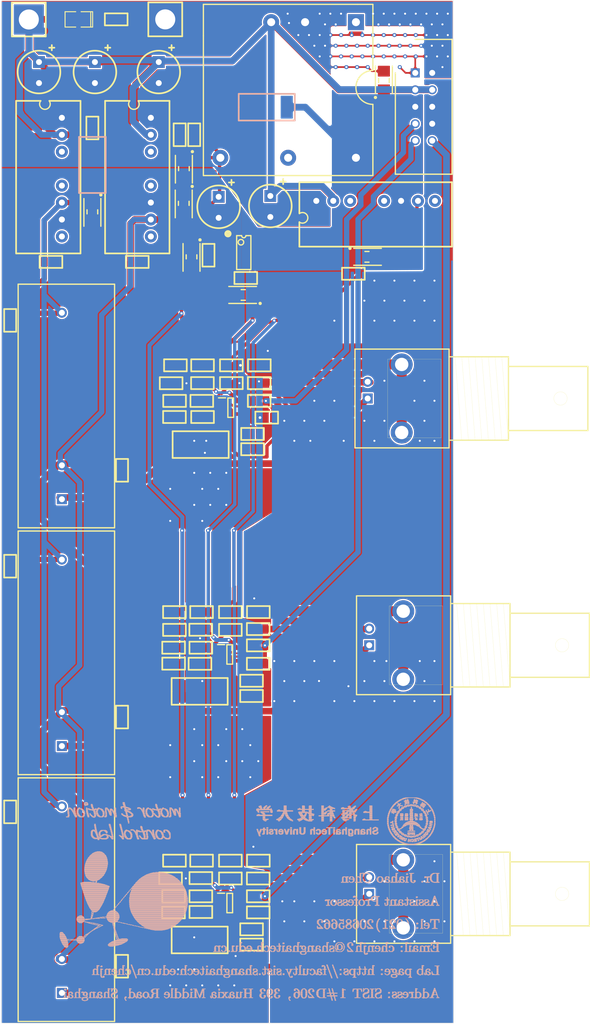
<source format=kicad_pcb>
(kicad_pcb (version 20221018) (generator pcbnew)
  (title_block (title "sensorLEM_portable") (date "2024.08.15") (rev "v1.0") (company "mmlab"))
  (layers (0 "F.Cu" signal "Top Layer") (31 "B.Cu" signal "Bottom Layer") (34 "B.Paste" user "Bottom Paste") (35 "F.Paste" user "Top Paste") (36 "B.SilkS" user "Bottom Overlay") (37 "F.SilkS" user "Top Overlay") (38 "B.Mask" user "Bottom Solder") (39 "F.Mask" user "Top Solder") (44 "Edge.Cuts" user))
  (net 0 "")
  (net 1 "VSO3")
  (net 2 "VSO2")
  (net 3 "VSO1")
  (net 4 "REF_3V")
  (net 5 "PE_GND")
  (net 6 "NetR13_1")
  (net 7 "NetR8_1")
  (net 8 "NetR1_1")
  (net 9 "NetD4_2")
  (net 10 "NetBNC3_3")
  (net 11 "NetBNC3_2")
  (net 12 "NetBNC2_3")
  (net 13 "NetBNC2_2")
  (net 14 "NetBNC1_3")
  (net 15 "NetBNC1_2")
  (net 16 "NetA6_4")
  (net 17 "NetA6_3")
  (net 18 "NetA6_1")
  (net 19 "NetA4_4")
  (net 20 "NetA4_3")
  (net 21 "NetA4_1")
  (net 22 "NetA1_4")
  (net 23 "NetA1_3")
  (net 24 "NetA1_1")
  (net 25 "D12VGND")
  (net 26 "D12V1")
  (net 27 "CSO3")
  (net 28 "CSO2")
  (net 29 "CSO1")
  (net 30 "AGND")
  (net 31 "A-15V")
  (net 32 "A-5V")
  (net 33 "A+15V")
  (net 34 "A+5V")
  (footprint "Project_Oshinoko.PcbLib:0805" (layer "F.Cu") (at 108.862395 125.4126)
    (fp_text reference "C24" hide)
    (fp_text value "104" hide)
  )
  (footprint "Project_Oshinoko.PcbLib:BNC" (layer "F.Cu") (at 133.992395 85.6616 180)
    (fp_text reference "BNC1" hide)
    (fp_text value "BNC" hide)
  )
  (footprint "Project_Oshinoko.PcbLib:0805" (layer "F.Cu") (at 110.136395 64.1946 90)
    (fp_text reference "C37" hide)
    (fp_text value "104" hide)
  )
  (footprint "Project_Oshinoko.PcbLib:0805" (layer "F.Cu") (at 105.036395 120.3326)
    (fp_text reference "RU2" hide)
    (fp_text value "DNP" hide)
  )
  (footprint "Project_Oshinoko.PcbLib:1206 (钽电容)" (layer "F.Cu") (at 107.596395 63.0356 -90)
    (fp_text reference "C35" hide)
    (fp_text value "106 25V" hide)
  )
  (footprint "Project_Oshinoko.PcbLib:0805" (layer "F.Cu") (at 109.231395 83.3556)
    (fp_text reference "C1" hide)
    (fp_text value "105" hide)
  )
  (footprint "Project_Oshinoko.PcbLib:0805" (layer "F.Cu") (at 113.418395 117.6656 180)
    (fp_text reference "C32" hide)
    (fp_text value "105" hide)
  )
  (footprint "Project_Oshinoko.PcbLib:XDCR_LA55-P" (layer "F.Cu") (at 88.840395 123.7703 90)
    (fp_text reference "A3" hide)
    (fp_text value "LA55-P" hide)
  )
  (footprint "Project_Oshinoko.PcbLib:1206 (钽电容)" (layer "F.Cu") (at 106.430395 55.0207 -90)
    (fp_text reference "C51" hide)
    (fp_text value "22uf 16V" hide)
  )
  (footprint "Project_Oshinoko.PcbLib:0805" (layer "F.Cu") (at 86.530395 65.1946)
    (fp_text reference "C49" hide)
    (fp_text value "104" hide)
  )
  (footprint "Project_Oshinoko.PcbLib:2512" (layer "F.Cu") (at 108.866395 92.2456)
    (fp_text reference "RM1" hide)
    (fp_text value "24R 1%精度" hide)
  )
  (footprint "Project_Oshinoko.PcbLib:SOT95P280X100-5N" (layer "F.Cu") (at 113.323795 161.264)
    (fp_text reference "A6" hide)
    (fp_text value "LTC6240HV" hide)
  )
  (footprint "Project_Oshinoko.PcbLib:0805" (layer "F.Cu") (at 118.862395 88.5236)
    (fp_text reference "C13" hide)
    (fp_text value "103" hide)
  )
  (footprint "Project_Oshinoko.PcbLib:0805" (layer "F.Cu") (at 117.593395 125.4126)
    (fp_text reference "C26" hide)
    (fp_text value "103" hide)
  )
  (footprint "Project_Oshinoko.PcbLib:0805" (layer "F.Cu") (at 116.595795 165.201 180)
    (fp_text reference "R17" hide)
    (fp_text value "10k" hide)
  )
  (footprint "Project_Oshinoko.PcbLib:0805" (layer "F.Cu") (at 97.182395 170.7316 -90)
    (fp_text reference "C41" hide)
    (fp_text value "47nf" hide)
  )
  (footprint "Project_Oshinoko.PcbLib:0805" (layer "F.Cu") (at 80.418395 147.6016 90)
    (fp_text reference "C33" hide)
    (fp_text value "47nf" hide)
  )
  (footprint "Project_Oshinoko.PcbLib:0805" (layer "F.Cu") (at 117.740395 83.3556)
    (fp_text reference "R19" hide)
    (fp_text value "0R" hide)
  )
  (footprint "Project_Oshinoko.PcbLib:0805" (layer "F.Cu") (at 117.609395 117.6656 180)
    (fp_text reference "C55" hide)
    (fp_text value "102" hide)
  )
  (footprint "Project_Oshinoko.PcbLib:接地柱M3" (layer "F.Cu") (at 83.212395 28.8726)
    (fp_text reference "J2" hide)
    (fp_text value "Header 2" hide)
  )
  (footprint "Project_Oshinoko.PcbLib:0805" (layer "F.Cu") (at 117.595795 160.248 180)
    (fp_text reference "R15" hide)
    (fp_text value "470R" hide)
  )
  (footprint "Project_Oshinoko.PcbLib:0805" (layer "F.Cu") (at 131.853395 66.9726)
    (fp_text reference "C18" hide)
    (fp_text value "104" hide)
  )
  (footprint "Project_Oshinoko.PcbLib:0805" (layer "F.Cu") (at 113.418395 120.3326 180)
    (fp_text reference "C31" hide)
    (fp_text value "103" hide)
  )
  (footprint "Project_Oshinoko.PcbLib:0805" (layer "F.Cu") (at 105.056395 86.0226 180)
    (fp_text reference "C9" hide)
    (fp_text value "101" hide)
  )
  (footprint "Project_Oshinoko.PcbLib:0805" (layer "F.Cu") (at 116.595795 167.487 180)
    (fp_text reference "R16" hide)
    (fp_text value "20k" hide)
  )
  (footprint "Project_Oshinoko.PcbLib:1206 (钽电容)" (layer "F.Cu") (at 136.425395 39.4136 90)
    (fp_text reference "C8" hide)
    (fp_text value "22uf 16V" hide)
  )
  (footprint "Project_Oshinoko.PcbLib:0805" (layer "F.Cu") (at 113.420795 157.581 180)
    (fp_text reference "C44" hide)
    (fp_text value "103" hide)
  )
  (footprint "Project_Oshinoko.PcbLib:0805" (layer "F.Cu") (at 109.247395 88.4356)
    (fp_text reference "C12" hide)
    (fp_text value "104" hide)
  )
  (footprint "Project_Oshinoko.PcbLib:0805" (layer "F.Cu") (at 117.595795 157.581)
    (fp_text reference "R21" hide)
    (fp_text value "0R" hide)
  )
  (footprint "Project_Oshinoko.PcbLib:0805" (layer "F.Cu") (at 80.418395 73.9576 90)
    (fp_text reference "C6" hide)
    (fp_text value "47nf" hide)
  )
  (footprint "Project_Oshinoko.PcbLib:0805" (layer "F.Cu") (at 116.593395 127.9526 180)
    (fp_text reference "R12" hide)
    (fp_text value "10k" hide)
  )
  (footprint "Project_Oshinoko.PcbLib:0805" (layer "F.Cu") (at 108.993395 157.5236)
    (fp_text reference "C34" hide)
    (fp_text value "105" hide)
  )
  (footprint "Project_Oshinoko.PcbLib:0805" (layer "F.Cu") (at 116.740395 90.9756 180)
    (fp_text reference "R7" hide)
    (fp_text value "10k" hide)
  )
  (footprint "Project_Oshinoko.PcbLib:0805" (layer "F.Cu") (at 108.989395 122.9996)
    (fp_text reference "R8" hide)
    (fp_text value "20k" hide)
  )
  (footprint "Project_Oshinoko.PcbLib:SOT95P280X100-5N" (layer "F.Cu") (at 113.321395 124.0156)
    (fp_text reference "A4" hide)
    (fp_text value "LTC6240HV" hide)
  )
  (footprint "Project_Oshinoko.PcbLib:0805" (layer "F.Cu") (at 117.756395 80.6886 180)
    (fp_text reference "C52" hide)
    (fp_text value "102" hide)
  )
  (footprint "Project_Oshinoko.PcbLib:0805" (layer "F.Cu") (at 104.542395 83.3736)
    (fp_text reference "RU1" hide)
    (fp_text value "DNP" hide)
  )
  (footprint "Project_Oshinoko.PcbLib:0805" (layer "F.Cu") (at 108.991795 160.248)
    (fp_text reference "R13" hide)
    (fp_text value "20k" hide)
  )
  (footprint "Project_Oshinoko.PcbLib:0805" (layer "F.Cu") (at 117.740395 86.0226 180)
    (fp_text reference "R4" hide)
    (fp_text value "470R" hide)
  )
  (footprint "Project_Oshinoko.PcbLib:0805" (layer "F.Cu") (at 105.036395 117.6656)
    (fp_text reference "C21" hide)
    (fp_text value "103" hide)
  )
  (footprint "Project_Oshinoko.PcbLib:0805" (layer "F.Cu") (at 109.136395 86.0226)
    (fp_text reference "R1" hide)
    (fp_text value "20k" hide)
  )
  (footprint "Project_Oshinoko.PcbLib:0805" (layer "F.Cu") (at 117.593395 122.6506 180)
    (fp_text reference "R10" hide)
    (fp_text value "470R" hide)
  )
  (footprint "Project_Oshinoko.PcbLib:CAP/6.4mm -" (layer "F.Cu") (at 119.407395 54.2726 -90)
    (fp_text reference "C16" hide)
    (fp_text value "100uf 25V 贴片铝电解" hide)
  )
  (footprint "Project_Oshinoko.PcbLib:1206 (钽电容)" (layer "F.Cu") (at 106.453395 49.8216 -90)
    (fp_text reference "C4" hide)
    (fp_text value "22uf 16V" hide)
  )
  (footprint "Project_Oshinoko.PcbLib:0805" (layer "F.Cu") (at 104.913395 125.3926 180)
    (fp_text reference "R9" hide)
    (fp_text value "10k" hide)
  )
  (footprint "Project_Oshinoko.PcbLib:0805" (layer "F.Cu") (at 109.247395 80.6886 180)
    (fp_text reference "RB1" hide)
    (fp_text value "0R" hide)
  )
  (footprint "Project_Oshinoko.PcbLib:1206 (钽电容)" (layer "F.Cu") (at 132.488395 64.4326)
    (fp_text reference "C17" hide)
    (fp_text value "22uf 16V" hide)
  )
  (footprint "Project_Oshinoko.PcbLib:CAP/6.4mm -" (layer "F.Cu") (at 84.736395 34.2066 -90)
    (fp_text reference "C46" hide)
    (fp_text value "100uf 25V 贴片铝电解" hide)
  )
  (footprint "Project_Oshinoko.PcbLib:BNC" (layer "F.Cu") (at 134.228795 159.887 180)
    (fp_text reference "BNC3" hide)
    (fp_text value "BNC" hide)
  )
  (footprint "Project_Oshinoko.PcbLib:2512" (layer "F.Cu") (at 108.719395 129.2226)
    (fp_text reference "RM2" hide)
    (fp_text value "24R 1%精度" hide)
  )
  (footprint "Project_Oshinoko.PcbLib:VRB_S-6WR3" (layer "F.Cu") (at 88.165395 43.6046)
    (fp_text reference "A7" hide)
    (fp_text value "VRB1215S-6WR3" hide)
  )
  (footprint "Project_Oshinoko.PcbLib:0805" (layer "F.Cu") (at 105.818395 46.1446 -90)
    (fp_text reference "C3" hide)
    (fp_text value "105" hide)
  )
  (footprint "Project_Oshinoko.PcbLib:0805" (layer "F.Cu") (at 104.895795 162.661 180)
    (fp_text reference "R14" hide)
    (fp_text value "10k" hide)
  )
  (footprint "Project_Oshinoko.PcbLib:0805" (layer "F.Cu") (at 107.993395 46.1446 90)
    (fp_text reference "C10" hide)
    (fp_text value "104" hide)
  )
  (footprint "Project_Oshinoko.PcbLib:CAP/6.4mm -" (layer "F.Cu") (at 93.118395 34.2066 -90)
    (fp_text reference "C60" hide)
    (fp_text value "100uf 25V 贴片铝电解" hide)
  )
  (footprint "Project_Oshinoko.PcbLib:2512" (layer "F.Cu") (at 108.721795 166.471)
    (fp_text reference "RM3" hide)
    (fp_text value "24R 1%精度" hide)
  )
  (footprint "Project_Oshinoko.PcbLib:VRB_S-6WR3" (layer "F.Cu") (at 126.297395 56.0506 90)
    (fp_text reference "U2" hide)
    (fp_text value "VRB1205S-6WR3" hide)
  )
  (footprint "Project_Oshinoko.PcbLib:l0805" (layer "F.Cu") (at 89.694375 28.85499 180)
    (fp_text reference "D4" hide)
    (fp_text value "LED0" hide)
  )
  (footprint "Project_Oshinoko.PcbLib:SOIC-8" (layer "F.Cu") (at 112.676395 61.8926)
    (fp_text reference "U4" hide)
    (fp_text value "ADR423ARZ" hide)
  )
  (footprint "Project_Oshinoko.PcbLib:0805" (layer "F.Cu") (at 96.309395 28.85499 180)
    (fp_text reference "R18" hide)
    (fp_text value "1k" hide)
  )
  (footprint "Project_Oshinoko.PcbLib:0805" (layer "F.Cu") (at 99.468395 65.1946 180)
    (fp_text reference "C11" hide)
    (fp_text value "47nf" hide)
  )
  (footprint "Project_Oshinoko.PcbLib:0805" (layer "F.Cu") (at 108.993395 162.6036)
    (fp_text reference "C42" hide)
    (fp_text value "104" hide)
  )
  (footprint "Project_Oshinoko.PcbLib:0805" (layer "F.Cu") (at 116.740395 93.2616 180)
    (fp_text reference "R6" hide)
    (fp_text value "20k" hide)
  )
  (footprint "Project_Oshinoko.PcbLib:0805" (layer "F.Cu") (at 105.183395 80.6886)
    (fp_text reference "C7" hide)
    (fp_text value "103" hide)
  )
  (footprint "Project_Oshinoko.PcbLib:1206 (钽电容)" (layer "F.Cu") (at 92.737395 56.2923 -90)
    (fp_text reference "C47" hide)
    (fp_text value "22uf 16V" hide)
  )
  (footprint "Project_Oshinoko.PcbLib:CAP/6.4mm -" (layer "F.Cu") (at 111.660395 54.3996 -90)
    (fp_text reference "C5" hide)
    (fp_text value "100uf 25V 贴片铝电解" hide)
  )
  (footprint "Project_Oshinoko.PcbLib:1206 (钽电容)" (layer "F.Cu") (at 116.740395 70.1476 180)
    (fp_text reference "C36" hide)
    (fp_text value "106 25V" hide)
  )
  (footprint "Project_Oshinoko.PcbLib:0805" (layer "F.Cu") (at 97.182395 96.4206 90)
    (fp_text reference "C54" hide)
    (fp_text value "104" hide)
  )
  (footprint "Project_Oshinoko.PcbLib:0805" (layer "F.Cu") (at 105.038795 154.914)
    (fp_text reference "C39" hide)
    (fp_text value "103" hide)
  )
  (footprint "Project_Oshinoko.PcbLib:0805" (layer "F.Cu") (at 105.040395 88.4356 180)
    (fp_text reference "R3" hide)
    (fp_text value "10k" hide)
  )
  (footprint "Project_Oshinoko.PcbLib:0805" (layer "F.Cu") (at 97.182395 133.3936 -90)
    (fp_text reference "C23" hide)
    (fp_text value "47nf" hide)
  )
  (footprint "Project_Oshinoko.PcbLib:0805" (layer "F.Cu") (at 113.565395 80.6886 180)
    (fp_text reference "C15" hide)
    (fp_text value "105" hide)
  )
  (footprint "Project_Oshinoko.PcbLib:SOT95P280X100-5N" (layer "F.Cu") (at 113.468395 87.0386)
    (fp_text reference "A1" hide)
    (fp_text value "LTC6240HV" hide)
  )
  (footprint "Project_Oshinoko.PcbLib:0805" (layer "F.Cu") (at 113.565395 83.3556 180)
    (fp_text reference "C14" hide)
    (fp_text value "103" hide)
  )
  (footprint "Project_Oshinoko.PcbLib:0805" (layer "F.Cu") (at 116.593395 130.2386 180)
    (fp_text reference "R11" hide)
    (fp_text value "20k" hide)
  )
  (footprint "Project_Oshinoko.PcbLib:0805" (layer "F.Cu") (at 113.420795 154.914 180)
    (fp_text reference "C45" hide)
    (fp_text value "105" hide)
  )
  (footprint "Project_Oshinoko.PcbLib:XDCR_LA55-P" (layer "F.Cu") (at 88.840395 160.756 90)
    (fp_text reference "A5" hide)
    (fp_text value "LA55-P" hide)
  )
  (footprint "Project_Oshinoko.PcbLib:0805" (layer "F.Cu") (at 115.724395 67.6076)
    (fp_text reference "C38" hide)
    (fp_text value "104" hide)
  )
  (footprint "Project_Oshinoko.PcbLib:CAP/6.4mm -" (layer "F.Cu") (at 102.683995 34.2066 -90)
    (fp_text reference "C2" hide)
    (fp_text value "100uf 25V 贴片铝电解" hide)
  )
  (footprint "Project_Oshinoko.PcbLib:URB-YMD-15WR3" (layer "F.Cu") (at 132.234395 29.27039 -90)
    (fp_text reference "U1" hide)
    (fp_text value "URB2405YMD-15W" hide)
  )
  (footprint "Project_Oshinoko.PcbLib:0805" (layer "F.Cu") (at 109.102795 154.914 180)
    (fp_text reference "RB3" hide)
    (fp_text value "0R" hide)
  )
  (footprint "Project_Oshinoko.PcbLib:0805" (layer "F.Cu") (at 80.418395 110.7876 90)
    (fp_text reference "C19" hide)
    (fp_text value "47nf" hide)
  )
  (footprint "Project_Oshinoko.PcbLib:0805" (layer "F.Cu") (at 104.452395 157.5736)
    (fp_text reference "RU3" hide)
    (fp_text value "DNP" hide)
  )
  (footprint "Project_Oshinoko.PcbLib:0805" (layer "F.Cu") (at 104.911795 160.248 180)
    (fp_text reference "C40" hide)
    (fp_text value "101" hide)
  )
  (footprint "Project_Oshinoko.PcbLib:0805" (layer "F.Cu") (at 117.593395 120.2056)
    (fp_text reference "R20" hide)
    (fp_text value "0R" hide)
  )
  (footprint "Project_Oshinoko.PcbLib:0805" (layer "F.Cu") (at 104.909395 122.9996 180)
    (fp_text reference "C22" hide)
    (fp_text value "101" hide)
  )
  (footprint "Project_Oshinoko.PcbLib:0805" (layer "F.Cu") (at 109.100395 117.6656 180)
    (fp_text reference "RB2" hide)
    (fp_text value "0R" hide)
  )
  (footprint "Project_Oshinoko.PcbLib:0805" (layer "F.Cu") (at 108.977395 120.3126)
    (fp_text reference "C20" hide)
    (fp_text value "105" hide)
  )
  (footprint "Project_Oshinoko.PcbLib:0805" (layer "F.Cu") (at 92.737395 45.1286 -90)
    (fp_text reference "C48" hide)
    (fp_text value "104" hide)
  )
  (footprint "Project_Oshinoko.PcbLib:XDCR_LA55-P" (layer "F.Cu") (at 88.840395 86.7846 90)
    (fp_text reference "A2" hide)
    (fp_text value "LA55-P" hide)
  )
  (footprint "Project_Oshinoko.PcbLib:0805" (layer "F.Cu") (at 117.611795 154.914 180)
    (fp_text reference "C56" hide)
    (fp_text value "102" hide)
  )
  (footprint "Project_Oshinoko.PcbLib:接地柱M3" (layer "F.Cu") (at 103.659395 28.85499)
    (fp_text reference "J3" hide)
    (fp_text value "Header 2" hide)
  )
  (footprint "Project_Oshinoko.PcbLib:VRB_S-6WR3" (layer "F.Cu") (at 101.500395 43.6046)
    (fp_text reference "A8" hide)
    (fp_text value "VRB1215S-6WR3" hide)
  )
  (footprint "Project_Oshinoko.PcbLib:0805" (layer "F.Cu") (at 117.595795 162.661)
    (fp_text reference "C43" hide)
    (fp_text value "103" hide)
  )
  (footprint "Project_Oshinoko.PcbLib:SHDR10W50P254_2X5_2020X850X920P" (layer "F.Cu") (at 141.124395 36.8736 -90)
    (fp_text reference "J1" hide)
    (fp_text value "HIF3FC-10PA-2.54DSA_71_" hide)
  )
  (footprint "Project_Oshinoko.PcbLib:BNC" (layer "F.Cu") (at 134.226395 122.6386 180)
    (fp_text reference "BNC2" hide)
    (fp_text value "BNC" hide)
  )
  (footprint "Project_Oshinoko.PcbLib:2512" (layer "B.Cu") (at 118.772395 42.3346)
    (fp_text reference "R2" hide)
    (fp_text value "DNP" hide)
  )
  (footprint "Project_Oshinoko.PcbLib:2512" (layer "B.Cu") (at 92.413795 50.572 -90)
    (fp_text reference "R5" hide)
    (fp_text value "DNP" hide)
  )
  (gr_line (start 101.661195 151.0936) (end 102.067595 151.0936) (stroke (width 0.0508)) (layer "B.SilkS"))
  (gr_line (start 128.026395 164.3524) (end 128.381995 164.3524) (stroke (width 0.0508)) (layer "B.SilkS"))
  (gr_line (start 134.528795 174.9696) (end 134.782795 174.9696) (stroke (width 0.0508)) (layer "B.SilkS"))
  (gr_line (start 127.315195 175.2236) (end 127.569195 175.2236) (stroke (width 0.0508)) (layer "B.SilkS"))
  (gr_line (start 104.048795 150.6364) (end 104.353595 150.6364) (stroke (width 0.0508)) (layer "B.SilkS"))
  (gr_line (start 127.975595 161.152) (end 128.178795 161.152) (stroke (width 0.0508)) (layer "B.SilkS"))
  (gr_line (start 138.186395 149.722) (end 138.491195 149.722) (stroke (width 0.0508)) (layer "B.SilkS"))
  (gr_line (start 142.656795 171.566) (end 143.266395 171.566) (stroke (width 0.0508)) (layer "B.SilkS"))
  (gr_line (start 131.074395 150.992) (end 131.328395 150.992) (stroke (width 0.0508)) (layer "B.SilkS"))
  (gr_line (start 104.302795 147.4868) (end 104.505995 147.4868) (stroke (width 0.0508)) (layer "B.SilkS"))
  (gr_line (start 93.482395 164.7588) (end 93.634795 164.7588) (stroke (width 0.0508)) (layer "B.SilkS"))
  (gr_line (start 130.667995 149.976) (end 130.871195 149.976) (stroke (width 0.0508)) (layer "B.SilkS"))
  (gr_line (start 133.004795 174.4108) (end 133.157195 174.4108) (stroke (width 0.0508)) (layer "B.SilkS"))
  (gr_line (start 106.588795 171.7692) (end 106.791995 171.7692) (stroke (width 0.0508)) (layer "B.SilkS"))
  (gr_line (start 136.052795 157.4944) (end 136.306795 157.4944) (stroke (width 0.0508)) (layer "B.SilkS"))
  (gr_line (start 121.676395 150.8396) (end 122.031995 150.8396) (stroke (width 0.0508)) (layer "B.SilkS"))
  (gr_line (start 104.404395 175.4268) (end 104.912395 175.4268) (stroke (width 0.0508)) (layer "B.SilkS"))
  (gr_line (start 120.558795 174.4108) (end 120.812795 174.4108) (stroke (width 0.0508)) (layer "B.SilkS"))
  (gr_line (start 87.843595 165.7748) (end 88.402395 165.7748) (stroke (width 0.0508)) (layer "B.SilkS"))
  (gr_line (start 101.661195 174.9188) (end 101.965995 174.9188) (stroke (width 0.0508)) (layer "B.SilkS"))
  (gr_line (start 101.508795 148.2488) (end 101.864395 148.2488) (stroke (width 0.0508)) (layer "B.SilkS"))
  (gr_line (start 109.230395 171.6676) (end 109.433595 171.6676) (stroke (width 0.0508)) (layer "B.SilkS"))
  (gr_line (start 138.643595 171.82) (end 138.897595 171.82) (stroke (width 0.0508)) (layer "B.SilkS"))
  (gr_line (start 137.322795 164.962) (end 138.135595 164.962) (stroke (width 0.0508)) (layer "B.SilkS"))
  (gr_line (start 123.759195 150.5348) (end 124.013195 150.5348) (stroke (width 0.0508)) (layer "B.SilkS"))
  (gr_line (start 89.977195 146.9788) (end 90.129595 146.9788) (stroke (width 0.0508)) (layer "B.SilkS"))
  (gr_line (start 91.907595 154.802) (end 95.006395 154.802) (stroke (width 0.0508)) (layer "B.SilkS"))
  (gr_line (start 140.878795 157.9008) (end 141.183595 157.9008) (stroke (width 0.0508)) (layer "B.SilkS"))
  (gr_line (start 142.504395 160.8472) (end 142.707595 160.8472) (stroke (width 0.0508)) (layer "B.SilkS"))
  (gr_line (start 139.659595 167.2988) (end 139.862795 167.2988) (stroke (width 0.0508)) (layer "B.SilkS"))
  (gr_line (start 118.831595 150.5856) (end 119.085595 150.5856) (stroke (width 0.0508)) (layer "B.SilkS"))
  (gr_line (start 137.017995 148.0456) (end 137.221195 148.0456) (stroke (width 0.0508)) (layer "B.SilkS"))
  (gr_line (start 137.881595 150.738) (end 138.186395 150.738) (stroke (width 0.0508)) (layer "B.SilkS"))
  (gr_line (start 132.293595 167.9592) (end 132.496795 167.9592) (stroke (width 0.0508)) (layer "B.SilkS"))
  (gr_line (start 135.290795 164.708) (end 135.493995 164.708) (stroke (width 0.0508)) (layer "B.SilkS"))
  (gr_line (start 138.643595 146.7248) (end 138.795995 146.7248) (stroke (width 0.0508)) (layer "B.SilkS"))
  (gr_line (start 131.785595 157.9516) (end 131.988795 157.9516) (stroke (width 0.0508)) (layer "B.SilkS"))
  (gr_line (start 106.283995 175.3252) (end 106.537995 175.3252) (stroke (width 0.0508)) (layer "B.SilkS"))
  (gr_line (start 130.312395 160.7964) (end 130.921995 160.7964) (stroke (width 0.0508)) (layer "B.SilkS"))
  (gr_line (start 140.777195 151.8556) (end 140.929595 151.8556) (stroke (width 0.0508)) (layer "B.SilkS"))
  (gr_line (start 94.599995 171.4136) (end 94.803195 171.4136) (stroke (width 0.0508)) (layer "B.SilkS"))
  (gr_line (start 134.681195 170.9056) (end 134.884395 170.9056) (stroke (width 0.0508)) (layer "B.SilkS"))
  (gr_line (start 125.892795 149.976) (end 126.095995 149.976) (stroke (width 0.0508)) (layer "B.SilkS"))
  (gr_line (start 142.148795 157.9516) (end 142.250395 157.9516) (stroke (width 0.0508)) (layer "B.SilkS"))
  (gr_line (start 131.734795 158.0024) (end 131.988795 158.0024) (stroke (width 0.0508)) (layer "B.SilkS"))
  (gr_line (start 126.349995 175.0712) (end 126.603995 175.0712) (stroke (width 0.0508)) (layer "B.SilkS"))
  (gr_line (start 127.061195 148.5028) (end 127.416795 148.5028) (stroke (width 0.0508)) (layer "B.SilkS"))
  (gr_line (start 137.576795 157.6976) (end 137.779995 157.6976) (stroke (width 0.0508)) (layer "B.SilkS"))
  (gr_line (start 143.926795 164.2508) (end 144.180795 164.2508) (stroke (width 0.0508)) (layer "B.SilkS"))
  (gr_line (start 97.393995 160.39) (end 97.546395 160.39) (stroke (width 0.0508)) (layer "B.SilkS"))
  (gr_line (start 138.491195 174.5632) (end 138.592795 174.5632) (stroke (width 0.0508)) (layer "B.SilkS"))
  (gr_line (start 131.226795 147.5376) (end 132.242795 147.5376) (stroke (width 0.0508)) (layer "B.SilkS"))
  (gr_line (start 124.317995 171.4644) (end 124.521195 171.4644) (stroke (width 0.0508)) (layer "B.SilkS"))
  (gr_line (start 123.454395 167.248) (end 123.809995 167.248) (stroke (width 0.0508)) (layer "B.SilkS"))
  (gr_line (start 103.591595 174.6648) (end 103.845595 174.6648) (stroke (width 0.0508)) (layer "B.SilkS"))
  (gr_line (start 131.531595 147.0804) (end 132.039595 147.0804) (stroke (width 0.0508)) (layer "B.SilkS"))
  (gr_line (start 90.688395 148.2996) (end 91.501195 148.2996) (stroke (width 0.0508)) (layer "B.SilkS"))
  (gr_line (start 139.608795 151.8048) (end 139.811995 151.8048) (stroke (width 0.0508)) (layer "B.SilkS"))
  (gr_line (start 140.472395 152.008) (end 140.929595 152.008) (stroke (width 0.0508)) (layer "B.SilkS"))
  (gr_line (start 142.859995 157.596) (end 143.063195 157.596) (stroke (width 0.0508)) (layer "B.SilkS"))
  (gr_line (start 134.477995 168.5688) (end 135.036795 168.5688) (stroke (width 0.0508)) (layer "B.SilkS"))
  (gr_line (start 134.630395 168.1624) (end 134.833595 168.1624) (stroke (width 0.0508)) (layer "B.SilkS"))
  (gr_line (start 94.498395 174.9188) (end 94.701595 174.9188) (stroke (width 0.0508)) (layer "B.SilkS"))
  (gr_line (start 133.360395 147.6392) (end 134.681195 147.6392) (stroke (width 0.0508)) (layer "B.SilkS"))
  (gr_line (start 96.276395 174.5124) (end 96.530395 174.5124) (stroke (width 0.0508)) (layer "B.SilkS"))
  (gr_line (start 119.339595 146.674) (end 119.390395 146.674) (stroke (width 0.0508)) (layer "B.SilkS"))
  (gr_line (start 118.374395 172.074) (end 118.475995 172.074) (stroke (width 0.0508)) (layer "B.SilkS"))
  (gr_line (start 134.223995 164.6064) (end 134.477995 164.6064) (stroke (width 0.0508)) (layer "B.SilkS"))
  (gr_line (start 134.274795 147.3852) (end 134.681195 147.3852) (stroke (width 0.0508)) (layer "B.SilkS"))
  (gr_line (start 88.503995 175.2236) (end 88.707195 175.2236) (stroke (width 0.0508)) (layer "B.SilkS"))
  (gr_line (start 131.887195 148.7568) (end 132.191995 148.7568) (stroke (width 0.0508)) (layer "B.SilkS"))
  (gr_line (start 117.510795 147.0804) (end 117.663195 147.0804) (stroke (width 0.0508)) (layer "B.SilkS"))
  (gr_line (start 141.234395 146.8264) (end 141.488395 146.8264) (stroke (width 0.0508)) (layer "B.SilkS"))
  (gr_line (start 127.924795 175.2236) (end 129.448795 175.2236) (stroke (width 0.0508)) (layer "B.SilkS"))
  (gr_line (start 90.739195 166.232) (end 90.789995 166.232) (stroke (width 0.0508)) (layer "B.SilkS"))
  (gr_line (start 120.406395 148.6552) (end 121.117595 148.6552) (stroke (width 0.0508)) (layer "B.SilkS"))
  (gr_line (start 134.274795 147.182) (end 134.681195 147.182) (stroke (width 0.0508)) (layer "B.SilkS"))
  (gr_line (start 120.457195 172.0232) (end 121.066795 172.0232) (stroke (width 0.0508)) (layer "B.SilkS"))
  (gr_line (start 113.091195 175.376) (end 113.192795 175.376) (stroke (width 0.0508)) (layer "B.SilkS"))
  (gr_line (start 141.843995 168.264) (end 142.047195 168.264) (stroke (width 0.0508)) (layer "B.SilkS"))
  (gr_line (start 95.920795 165.0636) (end 96.123995 165.0636) (stroke (width 0.0508)) (layer "B.SilkS"))
  (gr_line (start 139.557995 160.7456) (end 140.218395 160.7456) (stroke (width 0.0508)) (layer "B.SilkS"))
  (gr_line (start 141.488395 174.5632) (end 141.589995 174.5632) (stroke (width 0.0508)) (layer "B.SilkS"))
  (gr_line (start 88.757995 167.9592) (end 88.961195 167.9592) (stroke (width 0.0508)) (layer "B.SilkS"))
  (gr_line (start 140.878795 145.9628) (end 141.539195 145.9628) (stroke (width 0.0508)) (layer "B.SilkS"))
  (gr_line (start 93.025195 148.1472) (end 93.279195 148.1472) (stroke (width 0.0508)) (layer "B.SilkS"))
  (gr_line (start 139.557995 148.6044) (end 140.065995 148.6044) (stroke (width 0.0508)) (layer "B.SilkS"))
  (gr_line (start 138.948395 163.8444) (end 139.202395 163.8444) (stroke (width 0.0508)) (layer "B.SilkS"))
  (gr_line (start 133.207995 148.8076) (end 135.646395 148.8076) (stroke (width 0.0508)) (layer "B.SilkS"))
  (gr_line (start 116.393195 168.3148) (end 116.647195 168.3148) (stroke (width 0.0508)) (layer "B.SilkS"))
  (gr_line (start 115.834395 168.3656) (end 115.986795 168.3656) (stroke (width 0.0508)) (layer "B.SilkS"))
  (gr_line (start 137.373595 150.7888) (end 137.627595 150.7888) (stroke (width 0.0508)) (layer "B.SilkS"))
  (gr_line (start 120.406395 171.566) (end 120.965195 171.566) (stroke (width 0.0508)) (layer "B.SilkS"))
  (gr_line (start 91.399595 147.8424) (end 91.653595 147.8424) (stroke (width 0.0508)) (layer "B.SilkS"))
  (gr_line (start 121.574795 147.8932) (end 121.981195 147.8932) (stroke (width 0.0508)) (layer "B.SilkS"))
  (gr_line (start 137.170395 150.3824) (end 137.424395 150.3824) (stroke (width 0.0508)) (layer "B.SilkS"))
  (gr_line (start 130.363195 168.1624) (end 130.515595 168.1624) (stroke (width 0.0508)) (layer "B.SilkS"))
  (gr_line (start 124.622795 168.8228) (end 124.825995 168.8228) (stroke (width 0.0508)) (layer "B.SilkS"))
  (gr_line (start 97.241595 171.8708) (end 97.444795 171.8708) (stroke (width 0.0508)) (layer "B.SilkS"))
  (gr_line (start 104.556795 174.0552) (end 104.759995 174.0552) (stroke (width 0.0508)) (layer "B.SilkS"))
  (gr_line (start 98.257595 174.1568) (end 98.613195 174.1568) (stroke (width 0.0508)) (layer "B.SilkS"))
  (gr_line (start 143.317195 157.5452) (end 143.571195 157.5452) (stroke (width 0.0508)) (layer "B.SilkS"))
  (gr_line (start 92.009195 148.2488) (end 92.263195 148.2488) (stroke (width 0.0508)) (layer "B.SilkS"))
  (gr_line (start 138.389595 148.0964) (end 138.541995 148.0964) (stroke (width 0.0508)) (layer "B.SilkS"))
  (gr_line (start 139.557995 147.9948) (end 140.065995 147.9948) (stroke (width 0.0508)) (layer "B.SilkS"))
  (gr_line (start 92.517195 163.3364) (end 92.618795 163.3364) (stroke (width 0.0508)) (layer "B.SilkS"))
  (gr_line (start 126.959595 171.82) (end 127.213595 171.82) (stroke (width 0.0508)) (layer "B.SilkS"))
  (gr_line (start 134.782795 150.4332) (end 135.493995 150.4332) (stroke (width 0.0508)) (layer "B.SilkS"))
  (gr_line (start 123.860795 168.772) (end 124.063995 168.772) (stroke (width 0.0508)) (layer "B.SilkS"))
  (gr_line (start 142.961595 164.962) (end 143.215595 164.962) (stroke (width 0.0508)) (layer "B.SilkS"))
  (gr_line (start 140.777195 168.4164) (end 141.081995 168.4164) (stroke (width 0.0508)) (layer "B.SilkS"))
  (gr_line (start 107.452395 174.7156) (end 107.655595 174.7156) (stroke (width 0.0508)) (layer "B.SilkS"))
  (gr_line (start 131.074395 167.9084) (end 131.328395 167.9084) (stroke (width 0.0508)) (layer "B.SilkS"))
  (gr_line (start 101.610395 171.8708) (end 101.864395 171.8708) (stroke (width 0.0508)) (layer "B.SilkS"))
  (gr_line (start 135.087595 167.9592) (end 135.290795 167.9592) (stroke (width 0.0508)) (layer "B.SilkS"))
  (gr_line (start 142.301195 151.2968) (end 142.504395 151.2968) (stroke (width 0.0508)) (layer "B.SilkS"))
  (gr_line (start 128.229595 174.5632) (end 128.381995 174.5632) (stroke (width 0.0508)) (layer "B.SilkS"))
  (gr_line (start 127.061195 146.8772) (end 127.416795 146.8772) (stroke (width 0.0508)) (layer "B.SilkS"))
  (gr_line (start 119.034795 168.3656) (end 119.288795 168.3656) (stroke (width 0.0508)) (layer "B.SilkS"))
  (gr_line (start 105.623595 148.0964) (end 105.979195 148.0964) (stroke (width 0.0508)) (layer "B.SilkS"))
  (gr_line (start 120.660395 168.264) (end 120.914395 168.264) (stroke (width 0.0508)) (layer "B.SilkS"))
  (gr_line (start 128.077195 146.7756) (end 128.483595 146.7756) (stroke (width 0.0508)) (layer "B.SilkS"))
  (gr_line (start 102.981995 147.8424) (end 103.235995 147.8424) (stroke (width 0.0508)) (layer "B.SilkS"))
  (gr_line (start 103.032795 148.0456) (end 103.388395 148.0456) (stroke (width 0.0508)) (layer "B.SilkS"))
  (gr_line (start 143.012395 147.2836) (end 143.164795 147.2836) (stroke (width 0.0508)) (layer "B.SilkS"))
  (gr_line (start 105.369595 147.4868) (end 105.572795 147.4868) (stroke (width 0.0508)) (layer "B.SilkS"))
  (gr_line (start 140.015195 151.8556) (end 140.472395 151.8556) (stroke (width 0.0508)) (layer "B.SilkS"))
  (gr_line (start 131.074395 150.8396) (end 131.785595 150.8396) (stroke (width 0.0508)) (layer "B.SilkS"))
  (gr_line (start 96.123995 165.7748) (end 96.225595 165.7748) (stroke (width 0.0508)) (layer "B.SilkS"))
  (gr_line (start 94.701595 147.9948) (end 94.904795 147.9948) (stroke (width 0.0508)) (layer "B.SilkS"))
  (gr_line (start 101.661195 147.7408) (end 101.915195 147.7408) (stroke (width 0.0508)) (layer "B.SilkS"))
  (gr_line (start 132.242795 163.8444) (end 132.496795 163.8444) (stroke (width 0.0508)) (layer "B.SilkS"))
  (gr_line (start 134.528795 175.2744) (end 134.782795 175.2744) (stroke (width 0.0508)) (layer "B.SilkS"))
  (gr_line (start 137.271995 161.6092) (end 137.779995 161.6092) (stroke (width 0.0508)) (layer "B.SilkS"))
  (gr_line (start 124.216395 168.264) (end 124.571995 168.264) (stroke (width 0.0508)) (layer "B.SilkS"))
  (gr_line (start 120.203195 174.106) (end 120.660395 174.106) (stroke (width 0.0508)) (layer "B.SilkS"))
  (gr_line (start 101.000795 146.9788) (end 101.203995 146.9788) (stroke (width 0.0508)) (layer "B.SilkS"))
  (gr_line (start 134.528795 174.2076) (end 134.833595 174.2076) (stroke (width 0.0508)) (layer "B.SilkS"))
  (gr_line (start 137.983195 150.3316) (end 138.186395 150.3316) (stroke (width 0.0508)) (layer "B.SilkS"))
  (gr_line (start 135.290795 160.8472) (end 135.544795 160.8472) (stroke (width 0.0508)) (layer "B.SilkS"))
  (gr_line (start 100.289595 157.2912) (end 105.013995 157.2912) (stroke (width 0.0508)) (layer "B.SilkS"))
  (gr_line (start 102.219995 171.7692) (end 102.423195 171.7692) (stroke (width 0.0508)) (layer "B.SilkS"))
  (gr_line (start 140.777195 146.3184) (end 140.980395 146.3184) (stroke (width 0.0508)) (layer "B.SilkS"))
  (gr_line (start 141.843995 161.1012) (end 142.402795 161.1012) (stroke (width 0.0508)) (layer "B.SilkS"))
  (gr_line (start 101.711995 150.484) (end 101.965995 150.484) (stroke (width 0.0508)) (layer "B.SilkS"))
  (gr_line (start 134.325595 150.738) (end 134.528795 150.738) (stroke (width 0.0508)) (layer "B.SilkS"))
  (gr_line (start 130.058395 161.3044) (end 130.210795 161.3044) (stroke (width 0.0508)) (layer "B.SilkS"))
  (gr_line (start 92.872795 175.2236) (end 93.075995 175.2236) (stroke (width 0.0508)) (layer "B.SilkS"))
  (gr_line (start 100.289595 147.1312) (end 100.543595 147.1312) (stroke (width 0.0508)) (layer "B.SilkS"))
  (gr_line (start 142.758395 148.96) (end 142.859995 148.96) (stroke (width 0.0508)) (layer "B.SilkS"))
  (gr_line (start 122.387595 150.2808) (end 122.641595 150.2808) (stroke (width 0.0508)) (layer "B.SilkS"))
  (gr_line (start 121.219195 168.3148) (end 121.422395 168.3148) (stroke (width 0.0508)) (layer "B.SilkS"))
  (gr_line (start 123.200395 171.058) (end 123.403595 171.058) (stroke (width 0.0508)) (layer "B.SilkS"))
  (gr_line (start 124.419595 150.5856) (end 124.673595 150.5856) (stroke (width 0.0508)) (layer "B.SilkS"))
  (gr_line (start 139.303995 175.4268) (end 139.964395 175.4268) (stroke (width 0.0508)) (layer "B.SilkS"))
  (gr_line (start 96.073195 165.1652) (end 96.174795 165.1652) (stroke (width 0.0508)) (layer "B.SilkS"))
  (gr_line (start 117.917195 147.5376) (end 119.237995 147.5376) (stroke (width 0.0508)) (layer "B.SilkS"))
  (gr_line (start 98.613195 148.0456) (end 98.867195 148.0456) (stroke (width 0.0508)) (layer "B.SilkS"))
  (gr_line (start 99.324395 151.1952) (end 99.578395 151.1952) (stroke (width 0.0508)) (layer "B.SilkS"))
  (gr_line (start 136.560795 163.692) (end 136.662395 163.692) (stroke (width 0.0508)) (layer "B.SilkS"))
  (gr_line (start 98.257595 161.2028) (end 107.045995 161.2028) (stroke (width 0.0508)) (layer "B.SilkS"))
  (gr_line (start 89.113595 174.9696) (end 89.570795 174.9696) (stroke (width 0.0508)) (layer "B.SilkS"))
  (gr_line (start 138.694395 147.2328) (end 139.100795 147.2328) (stroke (width 0.0508)) (layer "B.SilkS"))
  (gr_line (start 126.756395 174.106) (end 127.772395 174.106) (stroke (width 0.0508)) (layer "B.SilkS"))
  (gr_line (start 138.389595 146.7756) (end 138.491195 146.7756) (stroke (width 0.0508)) (layer "B.SilkS"))
  (gr_line (start 95.971595 148.0456) (end 96.377995 148.0456) (stroke (width 0.0508)) (layer "B.SilkS"))
  (gr_line (start 120.609595 150.4332) (end 120.863595 150.4332) (stroke (width 0.0508)) (layer "B.SilkS"))
  (gr_line (start 107.909595 171.3628) (end 108.112795 171.3628) (stroke (width 0.0508)) (layer "B.SilkS"))
  (gr_line (start 135.392395 164.0984) (end 135.544795 164.0984) (stroke (width 0.0508)) (layer "B.SilkS"))
  (gr_line (start 94.041195 172.3788) (end 94.549195 172.3788) (stroke (width 0.0508)) (layer "B.SilkS"))
  (gr_line (start 142.250395 150.6364) (end 142.402795 150.6364) (stroke (width 0.0508)) (layer "B.SilkS"))
  (gr_line (start 113.294395 175.122) (end 113.497595 175.122) (stroke (width 0.0508)) (layer "B.SilkS"))
  (gr_line (start 102.778795 171.3628) (end 102.981995 171.3628) (stroke (width 0.0508)) (layer "B.SilkS"))
  (gr_line (start 96.327195 165.9272) (end 96.428795 165.9272) (stroke (width 0.0508)) (layer "B.SilkS"))
  (gr_line (start 111.160795 174.9188) (end 111.211595 174.9188) (stroke (width 0.0508)) (layer "B.SilkS"))
  (gr_line (start 132.801595 164.4032) (end 133.055595 164.4032) (stroke (width 0.0508)) (layer "B.SilkS"))
  (gr_line (start 131.785595 164.8096) (end 131.988795 164.8096) (stroke (width 0.0508)) (layer "B.SilkS"))
  (gr_line (start 114.818395 167.2988) (end 115.072395 167.2988) (stroke (width 0.0508)) (layer "B.SilkS"))
  (gr_line (start 137.881595 151.4492) (end 138.186395 151.4492) (stroke (width 0.0508)) (layer "B.SilkS"))
  (gr_line (start 127.111995 150.6364) (end 127.873995 150.6364) (stroke (width 0.0508)) (layer "B.SilkS"))
  (gr_line (start 126.248395 150.738) (end 126.451595 150.738) (stroke (width 0.0508)) (layer "B.SilkS"))
  (gr_line (start 93.279195 175.376) (end 93.380795 175.376) (stroke (width 0.0508)) (layer "B.SilkS"))
  (gr_line (start 93.025195 149.468) (end 93.228395 149.468) (stroke (width 0.0508)) (layer "B.SilkS"))
  (gr_line (start 142.910795 150.5856) (end 143.266395 150.5856) (stroke (width 0.0508)) (layer "B.SilkS"))
  (gr_line (start 109.230395 171.1088) (end 109.484395 171.1088) (stroke (width 0.0508)) (layer "B.SilkS"))
  (gr_line (start 95.311195 167.756) (end 95.869995 167.756) (stroke (width 0.0508)) (layer "B.SilkS"))
  (gr_line (start 130.363195 161.152) (end 130.921995 161.152) (stroke (width 0.0508)) (layer "B.SilkS"))
  (gr_line (start 107.909595 171.566) (end 108.773195 171.566) (stroke (width 0.0508)) (layer "B.SilkS"))
  (gr_line (start 132.598395 161.3552) (end 132.852395 161.3552) (stroke (width 0.0508)) (layer "B.SilkS"))
  (gr_line (start 124.521195 147.9948) (end 124.825995 147.9948) (stroke (width 0.0508)) (layer "B.SilkS"))
  (gr_line (start 117.053595 172.074) (end 117.205995 172.074) (stroke (width 0.0508)) (layer "B.SilkS"))
  (gr_line (start 96.225595 175.376) (end 96.530395 175.376) (stroke (width 0.0508)) (layer "B.SilkS"))
  (gr_line (start 102.626395 147.8424) (end 102.931195 147.8424) (stroke (width 0.0508)) (layer "B.SilkS"))
  (gr_line (start 113.802395 174.7156) (end 114.005595 174.7156) (stroke (width 0.0508)) (layer "B.SilkS"))
  (gr_line (start 96.581195 161.4568) (end 96.682795 161.4568) (stroke (width 0.0508)) (layer "B.SilkS"))
  (gr_line (start 93.482395 164.6064) (end 93.837995 164.6064) (stroke (width 0.0508)) (layer "B.SilkS"))
  (gr_line (start 119.237995 150.8396) (end 119.847595 150.8396) (stroke (width 0.0508)) (layer "B.SilkS"))
  (gr_line (start 129.143995 161.3552) (end 129.347195 161.3552) (stroke (width 0.0508)) (layer "B.SilkS"))
  (gr_line (start 134.071595 171.3628) (end 134.274795 171.3628) (stroke (width 0.0508)) (layer "B.SilkS"))
  (gr_line (start 126.400795 171.7184) (end 126.603995 171.7184) (stroke (width 0.0508)) (layer "B.SilkS"))
  (gr_line (start 134.477995 172.0232) (end 135.036795 172.0232) (stroke (width 0.0508)) (layer "B.SilkS"))
  (gr_line (start 111.109995 175.1728) (end 111.363995 175.1728) (stroke (width 0.0508)) (layer "B.SilkS"))
  (gr_line (start 122.387595 150.738) (end 122.641595 150.738) (stroke (width 0.0508)) (layer "B.SilkS"))
  (gr_line (start 144.637995 163.9968) (end 144.739595 163.9968) (stroke (width 0.0508)) (layer "B.SilkS"))
  (gr_line (start 141.386795 168.3148) (end 141.589995 168.3148) (stroke (width 0.0508)) (layer "B.SilkS"))
  (gr_line (start 141.742395 174.7664) (end 141.945595 174.7664) (stroke (width 0.0508)) (layer "B.SilkS"))
  (gr_line (start 133.258795 156.834) (end 133.461995 156.834) (stroke (width 0.0508)) (layer "B.SilkS"))
  (gr_line (start 141.031195 168.5688) (end 141.488395 168.5688) (stroke (width 0.0508)) (layer "B.SilkS"))
  (gr_line (start 95.920795 147.8932) (end 96.327195 147.8932) (stroke (width 0.0508)) (layer "B.SilkS"))
  (gr_line (start 141.996395 163.7428) (end 142.351995 163.7428) (stroke (width 0.0508)) (layer "B.SilkS"))
  (gr_line (start 94.650795 147.69) (end 94.904795 147.69) (stroke (width 0.0508)) (layer "B.SilkS"))
  (gr_line (start 142.758395 148.9092) (end 142.859995 148.9092) (stroke (width 0.0508)) (layer "B.SilkS"))
  (gr_line (start 112.735595 175.376) (end 112.989595 175.376) (stroke (width 0.0508)) (layer "B.SilkS"))
  (gr_line (start 144.180795 174.6648) (end 144.333195 174.6648) (stroke (width 0.0508)) (layer "B.SilkS"))
  (gr_line (start 143.215595 151.0936) (end 143.469595 151.0936) (stroke (width 0.0508)) (layer "B.SilkS"))
  (gr_line (start 139.507195 161.4568) (end 139.659595 161.4568) (stroke (width 0.0508)) (layer "B.SilkS"))
  (gr_line (start 131.277595 167.1464) (end 131.531595 167.1464) (stroke (width 0.0508)) (layer "B.SilkS"))
  (gr_line (start 136.916395 148.706) (end 137.119595 148.706) (stroke (width 0.0508)) (layer "B.SilkS"))
  (gr_line (start 123.606795 175.0712) (end 123.809995 175.0712) (stroke (width 0.0508)) (layer "B.SilkS"))
  (gr_line (start 95.869995 147.7916) (end 96.327195 147.7916) (stroke (width 0.0508)) (layer "B.SilkS"))
  (gr_line (start 138.186395 157.2404) (end 138.389595 157.2404) (stroke (width 0.0508)) (layer "B.SilkS"))
  (gr_line (start 130.007595 147.1312) (end 131.988795 147.1312) (stroke (width 0.0508)) (layer "B.SilkS"))
  (gr_line (start 127.315195 174.2076) (end 127.569195 174.2076) (stroke (width 0.0508)) (layer "B.SilkS"))
  (gr_line (start 118.374395 146.928) (end 118.780795 146.928) (stroke (width 0.0508)) (layer "B.SilkS"))
  (gr_line (start 123.759195 171.5152) (end 123.962395 171.5152) (stroke (width 0.0508)) (layer "B.SilkS"))
  (gr_line (start 111.414795 171.2104) (end 111.668795 171.2104) (stroke (width 0.0508)) (layer "B.SilkS"))
  (gr_line (start 119.237995 150.2808) (end 119.847595 150.2808) (stroke (width 0.0508)) (layer "B.SilkS"))
  (gr_line (start 144.333195 157.1388) (end 144.587195 157.1388) (stroke (width 0.0508)) (layer "B.SilkS"))
  (gr_line (start 136.713195 167.6036) (end 136.916395 167.6036) (stroke (width 0.0508)) (layer "B.SilkS"))
  (gr_line (start 102.321595 174.5124) (end 102.575595 174.5124) (stroke (width 0.0508)) (layer "B.SilkS"))
  (gr_line (start 125.384795 171.2104) (end 125.587995 171.2104) (stroke (width 0.0508)) (layer "B.SilkS"))
  (gr_line (start 142.097995 171.4644) (end 142.301195 171.4644) (stroke (width 0.0508)) (layer "B.SilkS"))
  (gr_line (start 130.007595 158.1548) (end 130.515595 158.1548) (stroke (width 0.0508)) (layer "B.SilkS"))
  (gr_line (start 122.844795 171.7692) (end 122.946395 171.7692) (stroke (width 0.0508)) (layer "B.SilkS"))
  (gr_line (start 122.539995 148.96) (end 122.793995 148.96) (stroke (width 0.0508)) (layer "B.SilkS"))
  (gr_line (start 135.443195 163.8952) (end 135.646395 163.8952) (stroke (width 0.0508)) (layer "B.SilkS"))
  (gr_line (start 138.897595 148.198) (end 139.303995 148.198) (stroke (width 0.0508)) (layer "B.SilkS"))
  (gr_line (start 110.398795 175.4268) (end 110.957595 175.4268) (stroke (width 0.0508)) (layer "B.SilkS"))
  (gr_line (start 98.206795 159.4248) (end 98.359195 159.4248) (stroke (width 0.0508)) (layer "B.SilkS"))
  (gr_line (start 91.856795 147.8424) (end 92.161595 147.8424) (stroke (width 0.0508)) (layer "B.SilkS"))
  (gr_line (start 137.424395 161.3552) (end 137.627595 161.3552) (stroke (width 0.0508)) (layer "B.SilkS"))
  (gr_line (start 131.785595 157.9008) (end 132.039595 157.9008) (stroke (width 0.0508)) (layer "B.SilkS"))
  (gr_line (start 94.650795 171.2104) (end 94.904795 171.2104) (stroke (width 0.0508)) (layer "B.SilkS"))
  (gr_line (start 125.943595 171.4644) (end 126.146795 171.4644) (stroke (width 0.0508)) (layer "B.SilkS"))
  (gr_line (start 96.377995 161.6092) (end 96.530395 161.6092) (stroke (width 0.0508)) (layer "B.SilkS"))
  (gr_line (start 129.397995 167.5528) (end 129.702795 167.5528) (stroke (width 0.0508)) (layer "B.SilkS"))
  (gr_line (start 91.551995 160.1868) (end 94.752395 160.1868) (stroke (width 0.0508)) (layer "B.SilkS"))
  (gr_line (start 93.380795 171.5152) (end 93.583995 171.5152) (stroke (width 0.0508)) (layer "B.SilkS"))
  (gr_line (start 128.839195 150.0776) (end 129.093195 150.0776) (stroke (width 0.0508)) (layer "B.SilkS"))
  (gr_line (start 88.910395 175.1728) (end 89.011995 175.1728) (stroke (width 0.0508)) (layer "B.SilkS"))
  (gr_line (start 91.043995 158.6628) (end 95.158795 158.6628) (stroke (width 0.0508)) (layer "B.SilkS"))
  (gr_line (start 103.388395 171.1596) (end 104.048795 171.1596) (stroke (width 0.0508)) (layer "B.SilkS"))
  (gr_line (start 128.585195 163.7936) (end 128.839195 163.7936) (stroke (width 0.0508)) (layer "B.SilkS"))
  (gr_line (start 94.549195 171.9216) (end 94.803195 171.9216) (stroke (width 0.0508)) (layer "B.SilkS"))
  (gr_line (start 117.866395 150.23) (end 118.120395 150.23) (stroke (width 0.0508)) (layer "B.SilkS"))
  (gr_line (start 125.181595 147.3344) (end 125.587995 147.3344) (stroke (width 0.0508)) (layer "B.SilkS"))
  (gr_line (start 92.009195 157.596) (end 93.939595 157.596) (stroke (width 0.0508)) (layer "B.SilkS"))
  (gr_line (start 131.531595 160.8472) (end 131.785595 160.8472) (stroke (width 0.0508)) (layer "B.SilkS"))
  (gr_line (start 128.127995 150.992) (end 128.381995 150.992) (stroke (width 0.0508)) (layer "B.SilkS"))
  (gr_line (start 132.852395 164.2) (end 133.055595 164.2) (stroke (width 0.0508)) (layer "B.SilkS"))
  (gr_line (start 100.645195 171.9724) (end 101.254795 171.9724) (stroke (width 0.0508)) (layer "B.SilkS"))
  (gr_line (start 117.561595 150.738) (end 117.917195 150.738) (stroke (width 0.0508)) (layer "B.SilkS"))
  (gr_line (start 127.061195 148.706) (end 127.416795 148.706) (stroke (width 0.0508)) (layer "B.SilkS"))
  (gr_line (start 95.006395 147.3344) (end 95.260395 147.3344) (stroke (width 0.0508)) (layer "B.SilkS"))
  (gr_line (start 142.707595 147.436) (end 142.859995 147.436) (stroke (width 0.0508)) (layer "B.SilkS"))
  (gr_line (start 135.392395 150.5856) (end 135.595595 150.5856) (stroke (width 0.0508)) (layer "B.SilkS"))
  (gr_line (start 132.191995 160.898) (end 132.395195 160.898) (stroke (width 0.0508)) (layer "B.SilkS"))
  (gr_line (start 128.331195 174.9188) (end 128.483595 174.9188) (stroke (width 0.0508)) (layer "B.SilkS"))
  (gr_line (start 99.070395 150.6364) (end 99.527595 150.6364) (stroke (width 0.0508)) (layer "B.SilkS"))
  (gr_line (start 91.755195 163.6412) (end 93.025195 163.6412) (stroke (width 0.0508)) (layer "B.SilkS"))
  (gr_line (start 120.812795 150.992) (end 121.168395 150.992) (stroke (width 0.0508)) (layer "B.SilkS"))
  (gr_line (start 95.209595 147.69) (end 95.615995 147.69) (stroke (width 0.0508)) (layer "B.SilkS"))
  (gr_line (start 132.598395 161.2536) (end 132.852395 161.2536) (stroke (width 0.0508)) (layer "B.SilkS"))
  (gr_line (start 139.507195 161.5076) (end 139.659595 161.5076) (stroke (width 0.0508)) (layer "B.SilkS"))
  (gr_line (start 142.961595 150.1792) (end 143.063195 150.1792) (stroke (width 0.0508)) (layer "B.SilkS"))
  (gr_line (start 133.411195 167.7052) (end 133.817595 167.7052) (stroke (width 0.0508)) (layer "B.SilkS"))
  (gr_line (start 138.541995 158.0532) (end 138.643595 158.0532) (stroke (width 0.0508)) (layer "B.SilkS"))
  (gr_line (start 130.667995 164.8604) (end 130.871195 164.8604) (stroke (width 0.0508)) (layer "B.SilkS"))
  (gr_line (start 99.730795 164.8604) (end 99.832395 164.8604) (stroke (width 0.0508)) (layer "B.SilkS"))
  (gr_line (start 104.404395 171.9216) (end 104.607595 171.9216) (stroke (width 0.0508)) (layer "B.SilkS"))
  (gr_line (start 108.011195 171.2104) (end 108.265195 171.2104) (stroke (width 0.0508)) (layer "B.SilkS"))
  (gr_line (start 95.057195 175.122) (end 95.260395 175.122) (stroke (width 0.0508)) (layer "B.SilkS"))
  (gr_line (start 126.705595 168.2132) (end 126.959595 168.2132) (stroke (width 0.0508)) (layer "B.SilkS"))
  (gr_line (start 100.899195 172.074) (end 101.000795 172.074) (stroke (width 0.0508)) (layer "B.SilkS"))
  (gr_line (start 129.702795 150.7888) (end 130.007595 150.7888) (stroke (width 0.0508)) (layer "B.SilkS"))
  (gr_line (start 100.594395 171.312) (end 100.848395 171.312) (stroke (width 0.0508)) (layer "B.SilkS"))
  (gr_line (start 108.417595 171.9216) (end 108.671595 171.9216) (stroke (width 0.0508)) (layer "B.SilkS"))
  (gr_line (start 137.729195 151.2968) (end 138.033995 151.2968) (stroke (width 0.0508)) (layer "B.SilkS"))
  (gr_line (start 128.331195 148.1472) (end 128.991595 148.1472) (stroke (width 0.0508)) (layer "B.SilkS"))
  (gr_line (start 98.054395 175.4268) (end 98.663995 175.4268) (stroke (width 0.0508)) (layer "B.SilkS"))
  (gr_line (start 118.831595 147.0296) (end 119.237995 147.0296) (stroke (width 0.0508)) (layer "B.SilkS"))
  (gr_line (start 132.852395 164.8096) (end 133.106395 164.8096) (stroke (width 0.0508)) (layer "B.SilkS"))
  (gr_line (start 94.650795 147.2836) (end 94.853995 147.2836) (stroke (width 0.0508)) (layer "B.SilkS"))
  (gr_line (start 143.469595 167.6036) (end 143.621995 167.6036) (stroke (width 0.0508)) (layer "B.SilkS"))
  (gr_line (start 101.153195 171.7184) (end 101.407195 171.7184) (stroke (width 0.0508)) (layer "B.SilkS"))
  (gr_line (start 138.389595 150.1792) (end 138.999195 150.1792) (stroke (width 0.0508)) (layer "B.SilkS"))
  (gr_line (start 130.769595 164.5048) (end 131.175995 164.5048) (stroke (width 0.0508)) (layer "B.SilkS"))
  (gr_line (start 107.096795 171.1596) (end 107.604795 171.1596) (stroke (width 0.0508)) (layer "B.SilkS"))
  (gr_line (start 140.523195 158.1548) (end 141.081995 158.1548) (stroke (width 0.0508)) (layer "B.SilkS"))
  (gr_line (start 140.218395 167.9592) (end 140.421595 167.9592) (stroke (width 0.0508)) (layer "B.SilkS"))
  (gr_line (start 129.042395 164.3016) (end 129.448795 164.3016) (stroke (width 0.0508)) (layer "B.SilkS"))
  (gr_line (start 137.932395 150.8396) (end 137.983195 150.8396) (stroke (width 0.0508)) (layer "B.SilkS"))
  (gr_line (start 134.020795 161.2536) (end 134.223995 161.2536) (stroke (width 0.0508)) (layer "B.SilkS"))
  (gr_line (start 127.111995 163.8952) (end 127.264395 163.8952) (stroke (width 0.0508)) (layer "B.SilkS"))
  (gr_line (start 139.608795 146.5216) (end 139.659595 146.5216) (stroke (width 0.0508)) (layer "B.SilkS"))
  (gr_line (start 141.234395 168.1624) (end 141.539195 168.1624) (stroke (width 0.0508)) (layer "B.SilkS"))
  (gr_line (start 96.682795 171.7184) (end 96.885995 171.7184) (stroke (width 0.0508)) (layer "B.SilkS"))
  (gr_line (start 131.988795 161.66) (end 132.547595 161.66) (stroke (width 0.0508)) (layer "B.SilkS"))
  (gr_line (start 139.354795 174.6648) (end 139.608795 174.6648) (stroke (width 0.0508)) (layer "B.SilkS"))
  (gr_line (start 129.601195 164.6064) (end 129.855195 164.6064) (stroke (width 0.0508)) (layer "B.SilkS"))
  (gr_line (start 113.395995 171.9724) (end 113.954795 171.9724) (stroke (width 0.0508)) (layer "B.SilkS"))
  (gr_line (start 119.898395 171.8708) (end 120.101595 171.8708) (stroke (width 0.0508)) (layer "B.SilkS"))
  (gr_line (start 102.219995 171.312) (end 102.423195 171.312) (stroke (width 0.0508)) (layer "B.SilkS"))
  (gr_line (start 108.061995 172.0232) (end 108.519195 172.0232) (stroke (width 0.0508)) (layer "B.SilkS"))
  (gr_line (start 118.882395 174.5632) (end 119.136395 174.5632) (stroke (width 0.0508)) (layer "B.SilkS"))
  (gr_line (start 124.876795 171.6676) (end 125.079995 171.6676) (stroke (width 0.0508)) (layer "B.SilkS"))
  (gr_line (start 138.237195 172.1248) (end 138.440395 172.1248) (stroke (width 0.0508)) (layer "B.SilkS"))
  (gr_line (start 130.159995 150.9412) (end 130.413995 150.9412) (stroke (width 0.0508)) (layer "B.SilkS"))
  (gr_line (start 118.882395 174.6648) (end 119.136395 174.6648) (stroke (width 0.0508)) (layer "B.SilkS"))
  (gr_line (start 134.122395 158.0024) (end 134.427195 158.0024) (stroke (width 0.0508)) (layer "B.SilkS"))
  (gr_line (start 139.811995 161.5076) (end 140.065995 161.5076) (stroke (width 0.0508)) (layer "B.SilkS"))
  (gr_line (start 108.061995 175.3252) (end 108.315995 175.3252) (stroke (width 0.0508)) (layer "B.SilkS"))
  (gr_line (start 137.221195 147.4868) (end 137.424395 147.4868) (stroke (width 0.0508)) (layer "B.SilkS"))
  (gr_line (start 143.926795 164.0476) (end 144.180795 164.0476) (stroke (width 0.0508)) (layer "B.SilkS"))
  (gr_line (start 131.429995 164.6572) (end 131.633195 164.6572) (stroke (width 0.0508)) (layer "B.SilkS"))
  (gr_line (start 102.575595 151.6524) (end 103.235995 151.6524) (stroke (width 0.0508)) (layer "B.SilkS"))
  (gr_line (start 114.869195 175.0204) (end 115.072395 175.0204) (stroke (width 0.0508)) (layer "B.SilkS"))
  (gr_line (start 142.605995 150.6872) (end 143.012395 150.6872) (stroke (width 0.0508)) (layer "B.SilkS"))
  (gr_line (start 128.127995 171.4136) (end 128.331195 171.4136) (stroke (width 0.0508)) (layer "B.SilkS"))
  (gr_line (start 116.799595 171.312) (end 116.951995 171.312) (stroke (width 0.0508)) (layer "B.SilkS"))
  (gr_line (start 119.491995 171.8708) (end 119.695195 171.8708) (stroke (width 0.0508)) (layer "B.SilkS"))
  (gr_line (start 114.716795 171.7184) (end 114.919995 171.7184) (stroke (width 0.0508)) (layer "B.SilkS"))
  (gr_line (start 110.500395 171.1596) (end 111.008395 171.1596) (stroke (width 0.0508)) (layer "B.SilkS"))
  (gr_line (start 120.609595 150.484) (end 121.371595 150.484) (stroke (width 0.0508)) (layer "B.SilkS"))
  (gr_line (start 142.910795 171.1088) (end 143.215595 171.1088) (stroke (width 0.0508)) (layer "B.SilkS"))
  (gr_line (start 137.221195 168.518) (end 137.779995 168.518) (stroke (width 0.0508)) (layer "B.SilkS"))
  (gr_line (start 97.495595 150.5856) (end 97.800395 150.5856) (stroke (width 0.0508)) (layer "B.SilkS"))
  (gr_line (start 105.115595 175.2744) (end 105.369595 175.2744) (stroke (width 0.0508)) (layer "B.SilkS"))
  (gr_line (start 129.143995 161.152) (end 129.397995 161.152) (stroke (width 0.0508)) (layer "B.SilkS"))
  (gr_line (start 122.895595 175.1728) (end 123.149595 175.1728) (stroke (width 0.0508)) (layer "B.SilkS"))
  (gr_line (start 91.297995 159.374) (end 95.107995 159.374) (stroke (width 0.0508)) (layer "B.SilkS"))
  (gr_line (start 94.904795 163.5904) (end 96.733595 163.5904) (stroke (width 0.0508)) (layer "B.SilkS"))
  (gr_line (start 113.548395 171.312) (end 113.802395 171.312) (stroke (width 0.0508)) (layer "B.SilkS"))
  (gr_line (start 140.878795 157.9516) (end 141.183595 157.9516) (stroke (width 0.0508)) (layer "B.SilkS"))
  (gr_line (start 117.256795 171.9216) (end 117.510795 171.9216) (stroke (width 0.0508)) (layer "B.SilkS"))
  (gr_line (start 127.823195 167.7052) (end 128.026395 167.7052) (stroke (width 0.0508)) (layer "B.SilkS"))
  (gr_line (start 129.651995 164.454) (end 129.905995 164.454) (stroke (width 0.0508)) (layer "B.SilkS"))
  (gr_line (start 122.285995 171.4644) (end 122.539995 171.4644) (stroke (width 0.0508)) (layer "B.SilkS"))
  (gr_line (start 134.020795 161.3044) (end 134.223995 161.3044) (stroke (width 0.0508)) (layer "B.SilkS"))
  (gr_line (start 100.797595 150.6364) (end 101.000795 150.6364) (stroke (width 0.0508)) (layer "B.SilkS"))
  (gr_line (start 90.535995 166.3844) (end 91.450395 166.3844) (stroke (width 0.0508)) (layer "B.SilkS"))
  (gr_line (start 102.270795 146.9788) (end 102.575595 146.9788) (stroke (width 0.0508)) (layer "B.SilkS"))
  (gr_line (start 126.400795 171.4644) (end 126.603995 171.4644) (stroke (width 0.0508)) (layer "B.SilkS"))
  (gr_line (start 122.895595 174.9188) (end 123.149595 174.9188) (stroke (width 0.0508)) (layer "B.SilkS"))
  (gr_line (start 141.742395 148.5536) (end 142.199595 148.5536) (stroke (width 0.0508)) (layer "B.SilkS"))
  (gr_line (start 142.351995 168.4672) (end 142.656795 168.4672) (stroke (width 0.0508)) (layer "B.SilkS"))
  (gr_line (start 94.955595 171.2104) (end 95.565195 171.2104) (stroke (width 0.0508)) (layer "B.SilkS"))
  (gr_line (start 121.219195 167.6544) (end 121.574795 167.6544) (stroke (width 0.0508)) (layer "B.SilkS"))
  (gr_line (start 102.626395 147.7916) (end 102.880395 147.7916) (stroke (width 0.0508)) (layer "B.SilkS"))
  (gr_line (start 139.253195 157.4436) (end 139.456395 157.4436) (stroke (width 0.0508)) (layer "B.SilkS"))
  (gr_line (start 96.631995 161.3044) (end 96.784395 161.3044) (stroke (width 0.0508)) (layer "B.SilkS"))
  (gr_line (start 126.502395 171.1596) (end 127.061195 171.1596) (stroke (width 0.0508)) (layer "B.SilkS"))
  (gr_line (start 93.787195 164.5048) (end 94.091995 164.5048) (stroke (width 0.0508)) (layer "B.SilkS"))
  (gr_line (start 137.627595 157.3928) (end 137.830795 157.3928) (stroke (width 0.0508)) (layer "B.SilkS"))
  (gr_line (start 96.327195 166.3336) (end 96.377995 166.3336) (stroke (width 0.0508)) (layer "B.SilkS"))
  (gr_line (start 141.996395 163.8444) (end 142.199595 163.8444) (stroke (width 0.0508)) (layer "B.SilkS"))
  (gr_line (start 109.789195 171.4136) (end 109.992395 171.4136) (stroke (width 0.0508)) (layer "B.SilkS"))
  (gr_line (start 139.608795 158.104) (end 140.116795 158.104) (stroke (width 0.0508)) (layer "B.SilkS"))
  (gr_line (start 130.159995 174.7664) (end 130.413995 174.7664) (stroke (width 0.0508)) (layer "B.SilkS"))
  (gr_line (start 135.341595 157.7992) (end 135.595595 157.7992) (stroke (width 0.0508)) (layer "B.SilkS"))
  (gr_line (start 141.843995 167.9592) (end 142.047195 167.9592) (stroke (width 0.0508)) (layer "B.SilkS"))
  (gr_line (start 117.358395 171.312) (end 117.510795 171.312) (stroke (width 0.0508)) (layer "B.SilkS"))
  (gr_line (start 140.573995 149.5188) (end 141.742395 149.5188) (stroke (width 0.0508)) (layer "B.SilkS"))
  (gr_line (start 90.383595 166.8924) (end 91.551995 166.8924) (stroke (width 0.0508)) (layer "B.SilkS"))
  (gr_line (start 96.073195 148.2996) (end 96.377995 148.2996) (stroke (width 0.0508)) (layer "B.SilkS"))
  (gr_line (start 98.562395 159.3232) (end 106.690395 159.3232) (stroke (width 0.0508)) (layer "B.SilkS"))
  (gr_line (start 101.153195 171.7692) (end 101.407195 171.7692) (stroke (width 0.0508)) (layer "B.SilkS"))
  (gr_line (start 141.742395 171.1088) (end 141.894795 171.1088) (stroke (width 0.0508)) (layer "B.SilkS"))
  (gr_line (start 93.939595 171.7692) (end 94.142795 171.7692) (stroke (width 0.0508)) (layer "B.SilkS"))
  (gr_line (start 122.844795 168.0608) (end 123.047995 168.0608) (stroke (width 0.0508)) (layer "B.SilkS"))
  (gr_line (start 122.387595 168.3148) (end 122.641595 168.3148) (stroke (width 0.0508)) (layer "B.SilkS"))
  (gr_line (start 104.302795 151.1952) (end 104.455195 151.1952) (stroke (width 0.0508)) (layer "B.SilkS"))
  (gr_line (start 125.689595 174.4108) (end 125.994395 174.4108) (stroke (width 0.0508)) (layer "B.SilkS"))
  (gr_line (start 144.333195 168.2132) (end 144.587195 168.2132) (stroke (width 0.0508)) (layer "B.SilkS"))
  (gr_line (start 119.237995 150.3316) (end 119.847595 150.3316) (stroke (width 0.0508)) (layer "B.SilkS"))
  (gr_line (start 132.191995 161.0504) (end 132.395195 161.0504) (stroke (width 0.0508)) (layer "B.SilkS"))
  (gr_line (start 143.571195 175.122) (end 143.825195 175.122) (stroke (width 0.0508)) (layer "B.SilkS"))
  (gr_line (start 123.657595 147.7916) (end 124.165595 147.7916) (stroke (width 0.0508)) (layer "B.SilkS"))
  (gr_line (start 94.599995 171.82) (end 94.803195 171.82) (stroke (width 0.0508)) (layer "B.SilkS"))
  (gr_line (start 139.862795 165.2668) (end 140.065995 165.2668) (stroke (width 0.0508)) (layer "B.SilkS"))
  (gr_line (start 135.290795 160.4408) (end 135.544795 160.4408) (stroke (width 0.0508)) (layer "B.SilkS"))
  (gr_line (start 88.351595 167.5528) (end 89.113595 167.5528) (stroke (width 0.0508)) (layer "B.SilkS"))
  (gr_line (start 138.541995 152.008) (end 138.948395 152.008) (stroke (width 0.0508)) (layer "B.SilkS"))
  (gr_line (start 120.609595 148.5536) (end 121.219195 148.5536) (stroke (width 0.0508)) (layer "B.SilkS"))
  (gr_line (start 117.002795 171.1088) (end 117.307595 171.1088) (stroke (width 0.0508)) (layer "B.SilkS"))
  (gr_line (start 144.333195 171.1596) (end 144.587195 171.1596) (stroke (width 0.0508)) (layer "B.SilkS"))
  (gr_line (start 143.825195 167.8576) (end 144.587195 167.8576) (stroke (width 0.0508)) (layer "B.SilkS"))
  (gr_line (start 129.448795 161.5076) (end 129.651995 161.5076) (stroke (width 0.0508)) (layer "B.SilkS"))
  (gr_line (start 140.827995 151.3984) (end 141.132795 151.3984) (stroke (width 0.0508)) (layer "B.SilkS"))
  (gr_line (start 100.797595 150.5856) (end 101.000795 150.5856) (stroke (width 0.0508)) (layer "B.SilkS"))
  (gr_line (start 96.479595 161.5076) (end 96.581195 161.5076) (stroke (width 0.0508)) (layer "B.SilkS"))
  (gr_line (start 127.670795 164.2508) (end 128.381995 164.2508) (stroke (width 0.0508)) (layer "B.SilkS"))
  (gr_line (start 131.887195 171.3628) (end 132.141195 171.3628) (stroke (width 0.0508)) (layer "B.SilkS"))
  (gr_line (start 92.313995 161.9648) (end 93.939595 161.9648) (stroke (width 0.0508)) (layer "B.SilkS"))
  (gr_line (start 137.729195 175.4776) (end 138.389595 175.4776) (stroke (width 0.0508)) (layer "B.SilkS"))
  (gr_line (start 103.083595 148.1472) (end 103.439195 148.1472) (stroke (width 0.0508)) (layer "B.SilkS"))
  (gr_line (start 139.659595 167.6036) (end 139.862795 167.6036) (stroke (width 0.0508)) (layer "B.SilkS"))
  (gr_line (start 118.374395 174.36) (end 118.679195 174.36) (stroke (width 0.0508)) (layer "B.SilkS"))
  (gr_line (start 99.121195 158.358) (end 106.131595 158.358) (stroke (width 0.0508)) (layer "B.SilkS"))
  (gr_line (start 134.681195 163.946) (end 134.833595 163.946) (stroke (width 0.0508)) (layer "B.SilkS"))
  (gr_line (start 119.390395 147.436) (end 119.745995 147.436) (stroke (width 0.0508)) (layer "B.SilkS"))
  (gr_line (start 124.470395 168.1624) (end 124.724395 168.1624) (stroke (width 0.0508)) (layer "B.SilkS"))
  (gr_line (start 128.331195 148.706) (end 128.686795 148.706) (stroke (width 0.0508)) (layer "B.SilkS"))
  (gr_line (start 97.597195 147.2328) (end 98.511595 147.2328) (stroke (width 0.0508)) (layer "B.SilkS"))
  (gr_line (start 131.226795 148.4012) (end 131.582395 148.4012) (stroke (width 0.0508)) (layer "B.SilkS"))
  (gr_line (start 101.254795 175.2744) (end 101.356395 175.2744) (stroke (width 0.0508)) (layer "B.SilkS"))
  (gr_line (start 140.319995 147.7408) (end 140.777195 147.7408) (stroke (width 0.0508)) (layer "B.SilkS"))
  (gr_line (start 92.517195 150.8396) (end 92.771195 150.8396) (stroke (width 0.0508)) (layer "B.SilkS"))
  (gr_line (start 143.063195 164.7588) (end 143.266395 164.7588) (stroke (width 0.0508)) (layer "B.SilkS"))
  (gr_line (start 110.398795 175.2744) (end 110.500395 175.2744) (stroke (width 0.0508)) (layer "B.SilkS"))
  (gr_line (start 98.511595 148.1472) (end 98.867195 148.1472) (stroke (width 0.0508)) (layer "B.SilkS"))
  (gr_line (start 108.417595 171.2612) (end 108.671595 171.2612) (stroke (width 0.0508)) (layer "B.SilkS"))
  (gr_line (start 130.159995 174.2584) (end 130.667995 174.2584) (stroke (width 0.0508)) (layer "B.SilkS"))
  (gr_line (start 120.355595 167.7052) (end 121.066795 167.7052) (stroke (width 0.0508)) (layer "B.SilkS"))
  (gr_line (start 135.087595 175.2236) (end 135.290795 175.2236) (stroke (width 0.0508)) (layer "B.SilkS"))
  (gr_line (start 137.576795 157.4436) (end 137.830795 157.4436) (stroke (width 0.0508)) (layer "B.SilkS"))
  (gr_line (start 90.383595 147.69) (end 90.637595 147.69) (stroke (width 0.0508)) (layer "B.SilkS"))
  (gr_line (start 103.388395 171.82) (end 103.591595 171.82) (stroke (width 0.0508)) (layer "B.SilkS"))
  (gr_line (start 93.431595 164.4032) (end 93.583995 164.4032) (stroke (width 0.0508)) (layer "B.SilkS"))
  (gr_line (start 92.059995 161.5076) (end 94.193595 161.5076) (stroke (width 0.0508)) (layer "B.SilkS"))
  (gr_line (start 131.226795 171.7184) (end 131.429995 171.7184) (stroke (width 0.0508)) (layer "B.SilkS"))
  (gr_line (start 113.751595 175.4268) (end 114.056395 175.4268) (stroke (width 0.0508)) (layer "B.SilkS"))
  (gr_line (start 97.241595 171.5152) (end 97.444795 171.5152) (stroke (width 0.0508)) (layer "B.SilkS"))
  (gr_line (start 139.761195 156.9356) (end 140.065995 156.9356) (stroke (width 0.0508)) (layer "B.SilkS"))
  (gr_line (start 100.340395 174.7664) (end 100.543595 174.7664) (stroke (width 0.0508)) (layer "B.SilkS"))
  (gr_line (start 138.084795 150.992) (end 138.745195 150.992) (stroke (width 0.0508)) (layer "B.SilkS"))
  (gr_line (start 96.022395 165.5208) (end 96.123995 165.5208) (stroke (width 0.0508)) (layer "B.SilkS"))
  (gr_line (start 113.192795 172.1756) (end 113.395995 172.1756) (stroke (width 0.0508)) (layer "B.SilkS"))
  (gr_line (start 121.523995 150.4332) (end 121.777995 150.4332) (stroke (width 0.0508)) (layer "B.SilkS"))
  (gr_line (start 125.384795 150.2808) (end 126.095995 150.2808) (stroke (width 0.0508)) (layer "B.SilkS"))
  (gr_line (start 121.015995 148.198) (end 121.422395 148.198) (stroke (width 0.0508)) (layer "B.SilkS"))
  (gr_line (start 118.882395 174.5124) (end 119.136395 174.5124) (stroke (width 0.0508)) (layer "B.SilkS"))
  (gr_line (start 104.861595 147.7916) (end 105.267995 147.7916) (stroke (width 0.0508)) (layer "B.SilkS"))
  (gr_line (start 137.068795 158.104) (end 137.322795 158.104) (stroke (width 0.0508)) (layer "B.SilkS"))
  (gr_line (start 131.887195 148.2996) (end 132.293595 148.2996) (stroke (width 0.0508)) (layer "B.SilkS"))
  (gr_line (start 118.526795 171.2612) (end 118.729995 171.2612) (stroke (width 0.0508)) (layer "B.SilkS"))
  (gr_line (start 122.082795 168.5688) (end 122.489195 168.5688) (stroke (width 0.0508)) (layer "B.SilkS"))
  (gr_line (start 140.929595 167.7052) (end 141.488395 167.7052) (stroke (width 0.0508)) (layer "B.SilkS"))
  (gr_line (start 139.151595 145.6072) (end 139.761195 145.6072) (stroke (width 0.0508)) (layer "B.SilkS"))
  (gr_line (start 141.285195 152.3128) (end 141.945595 152.3128) (stroke (width 0.0508)) (layer "B.SilkS"))
  (gr_line (start 125.892795 171.7184) (end 126.146795 171.7184) (stroke (width 0.0508)) (layer "B.SilkS"))
  (gr_line (start 144.333195 171.4644) (end 144.587195 171.4644) (stroke (width 0.0508)) (layer "B.SilkS"))
  (gr_line (start 137.881595 146.4708) (end 138.186395 146.4708) (stroke (width 0.0508)) (layer "B.SilkS"))
  (gr_line (start 136.560795 160.7456) (end 137.221195 160.7456) (stroke (width 0.0508)) (layer "B.SilkS"))
  (gr_line (start 98.308395 160.3392) (end 106.995195 160.3392) (stroke (width 0.0508)) (layer "B.SilkS"))
  (gr_line (start 133.207995 171.8708) (end 133.309595 171.8708) (stroke (width 0.0508)) (layer "B.SilkS"))
  (gr_line (start 114.513595 171.7184) (end 114.665995 171.7184) (stroke (width 0.0508)) (layer "B.SilkS"))
  (gr_line (start 92.313995 147.3344) (end 93.228395 147.3344) (stroke (width 0.0508)) (layer "B.SilkS"))
  (gr_line (start 130.261595 148.7568) (end 131.175995 148.7568) (stroke (width 0.0508)) (layer "B.SilkS"))
  (gr_line (start 91.348795 159.5264) (end 95.057195 159.5264) (stroke (width 0.0508)) (layer "B.SilkS"))
  (gr_line (start 94.345995 163.3872) (end 94.498395 163.3872) (stroke (width 0.0508)) (layer "B.SilkS"))
  (gr_line (start 97.952795 159.8312) (end 98.003595 159.8312) (stroke (width 0.0508)) (layer "B.SilkS"))
  (gr_line (start 93.837995 151.3476) (end 94.091995 151.3476) (stroke (width 0.0508)) (layer "B.SilkS"))
  (gr_line (start 143.418795 150.8396) (end 143.621995 150.8396) (stroke (width 0.0508)) (layer "B.SilkS"))
  (gr_line (start 94.345995 172.1756) (end 94.498395 172.1756) (stroke (width 0.0508)) (layer "B.SilkS"))
  (gr_line (start 97.190795 171.312) (end 97.444795 171.312) (stroke (width 0.0508)) (layer "B.SilkS"))
  (gr_line (start 97.546395 148.2996) (end 98.765595 148.2996) (stroke (width 0.0508)) (layer "B.SilkS"))
  (gr_line (start 109.230395 171.6168) (end 109.433595 171.6168) (stroke (width 0.0508)) (layer "B.SilkS"))
  (gr_line (start 131.175995 171.6676) (end 131.429995 171.6676) (stroke (width 0.0508)) (layer "B.SilkS"))
  (gr_line (start 142.199595 151.0936) (end 142.351995 151.0936) (stroke (width 0.0508)) (layer "B.SilkS"))
  (gr_line (start 91.399595 147.8932) (end 91.653595 147.8932) (stroke (width 0.0508)) (layer "B.SilkS"))
  (gr_line (start 128.381995 161.152) (end 128.635995 161.152) (stroke (width 0.0508)) (layer "B.SilkS"))
  (gr_line (start 142.047195 147.3344) (end 142.199595 147.3344) (stroke (width 0.0508)) (layer "B.SilkS"))
  (gr_line (start 88.453195 167.7052) (end 89.113595 167.7052) (stroke (width 0.0508)) (layer "B.SilkS"))
  (gr_line (start 124.013195 174.4108) (end 124.216395 174.4108) (stroke (width 0.0508)) (layer "B.SilkS"))
  (gr_line (start 118.983995 171.9216) (end 119.136395 171.9216) (stroke (width 0.0508)) (layer "B.SilkS"))
  (gr_line (start 124.521195 168.1116) (end 124.724395 168.1116) (stroke (width 0.0508)) (layer "B.SilkS"))
  (gr_line (start 133.411195 168.1116) (end 133.614395 168.1116) (stroke (width 0.0508)) (layer "B.SilkS"))
  (gr_line (start 135.544795 163.7936) (end 135.697195 163.7936) (stroke (width 0.0508)) (layer "B.SilkS"))
  (gr_line (start 137.017995 147.9948) (end 137.221195 147.9948) (stroke (width 0.0508)) (layer "B.SilkS"))
  (gr_line (start 119.949195 175.0204) (end 120.203195 175.0204) (stroke (width 0.0508)) (layer "B.SilkS"))
  (gr_line (start 94.498395 174.7664) (end 94.701595 174.7664) (stroke (width 0.0508)) (layer "B.SilkS"))
  (gr_line (start 90.383595 147.8424) (end 90.688395 147.8424) (stroke (width 0.0508)) (layer "B.SilkS"))
  (gr_line (start 141.640795 147.0296) (end 141.843995 147.0296) (stroke (width 0.0508)) (layer "B.SilkS"))
  (gr_line (start 136.713195 168.01) (end 136.916395 168.01) (stroke (width 0.0508)) (layer "B.SilkS"))
  (gr_line (start 89.113595 175.1728) (end 89.316795 175.1728) (stroke (width 0.0508)) (layer "B.SilkS"))
  (gr_line (start 89.570795 174.7664) (end 89.824795 174.7664) (stroke (width 0.0508)) (layer "B.SilkS"))
  (gr_line (start 140.015195 164.5556) (end 140.218395 164.5556) (stroke (width 0.0508)) (layer "B.SilkS"))
  (gr_line (start 138.084795 149.3156) (end 138.389595 149.3156) (stroke (width 0.0508)) (layer "B.SilkS"))
  (gr_line (start 114.157995 171.7184) (end 114.361195 171.7184) (stroke (width 0.0508)) (layer "B.SilkS"))
  (gr_line (start 102.778795 171.5152) (end 102.981995 171.5152) (stroke (width 0.0508)) (layer "B.SilkS"))
  (gr_line (start 122.387595 149.9252) (end 122.641595 149.9252) (stroke (width 0.0508)) (layer "B.SilkS"))
  (gr_line (start 131.175995 161.6092) (end 131.734795 161.6092) (stroke (width 0.0508)) (layer "B.SilkS"))
  (gr_line (start 90.434395 163.946) (end 91.501195 163.946) (stroke (width 0.0508)) (layer "B.SilkS"))
  (gr_line (start 123.403595 168.0608) (end 123.657595 168.0608) (stroke (width 0.0508)) (layer "B.SilkS"))
  (gr_line (start 143.977595 174.0044) (end 144.079195 174.0044) (stroke (width 0.0508)) (layer "B.SilkS"))
  (gr_line (start 91.856795 163.692) (end 92.567995 163.692) (stroke (width 0.0508)) (layer "B.SilkS"))
  (gr_line (start 96.276395 165.7748) (end 96.377995 165.7748) (stroke (width 0.0508)) (layer "B.SilkS"))
  (gr_line (start 91.399595 147.944) (end 91.602795 147.944) (stroke (width 0.0508)) (layer "B.SilkS"))
  (gr_line (start 128.178795 174.2584) (end 128.331195 174.2584) (stroke (width 0.0508)) (layer "B.SilkS"))
  (gr_line (start 99.273595 151.0428) (end 99.527595 151.0428) (stroke (width 0.0508)) (layer "B.SilkS"))
  (gr_line (start 121.219195 168.1624) (end 121.422395 168.1624) (stroke (width 0.0508)) (layer "B.SilkS"))
  (gr_line (start 90.586795 174.7156) (end 90.891595 174.7156) (stroke (width 0.0508)) (layer "B.SilkS"))
  (gr_line (start 140.269195 161.406) (end 140.472395 161.406) (stroke (width 0.0508)) (layer "B.SilkS"))
  (gr_line (start 98.714795 171.1088) (end 98.867195 171.1088) (stroke (width 0.0508)) (layer "B.SilkS"))
  (gr_line (start 138.491195 151.1952) (end 139.049995 151.1952) (stroke (width 0.0508)) (layer "B.SilkS"))
  (gr_line (start 138.084795 147.7408) (end 138.237195 147.7408) (stroke (width 0.0508)) (layer "B.SilkS"))
  (gr_line (start 97.038395 150.484) (end 97.292395 150.484) (stroke (width 0.0508)) (layer "B.SilkS"))
  (gr_line (start 92.821995 171.8708) (end 93.025195 171.8708) (stroke (width 0.0508)) (layer "B.SilkS"))
  (gr_line (start 106.283995 174.4616) (end 106.487195 174.4616) (stroke (width 0.0508)) (layer "B.SilkS"))
  (gr_line (start 125.029195 168.01) (end 125.232395 168.01) (stroke (width 0.0508)) (layer "B.SilkS"))
  (gr_line (start 100.848395 150.3316) (end 101.356395 150.3316) (stroke (width 0.0508)) (layer "B.SilkS"))
  (gr_line (start 142.097995 147.436) (end 142.453595 147.436) (stroke (width 0.0508)) (layer "B.SilkS"))
  (gr_line (start 141.539195 171.9724) (end 142.301195 171.9724) (stroke (width 0.0508)) (layer "B.SilkS"))
  (gr_line (start 105.115595 174.4108) (end 105.369595 174.4108) (stroke (width 0.0508)) (layer "B.SilkS"))
  (gr_line (start 142.910795 147.7916) (end 143.012395 147.7916) (stroke (width 0.0508)) (layer "B.SilkS"))
  (gr_line (start 142.047195 150.5856) (end 142.199595 150.5856) (stroke (width 0.0508)) (layer "B.SilkS"))
  (gr_line (start 111.109995 175.376) (end 111.363995 175.376) (stroke (width 0.0508)) (layer "B.SilkS"))
  (gr_line (start 120.863595 171.3628) (end 121.066795 171.3628) (stroke (width 0.0508)) (layer "B.SilkS"))
  (gr_line (start 97.241595 151.7032) (end 97.444795 151.7032) (stroke (width 0.0508)) (layer "B.SilkS"))
  (gr_line (start 99.832395 175.4268) (end 100.137195 175.4268) (stroke (width 0.0508)) (layer "B.SilkS"))
  (gr_line (start 119.898395 171.4136) (end 120.101595 171.4136) (stroke (width 0.0508)) (layer "B.SilkS"))
  (gr_line (start 115.732795 171.8708) (end 115.986795 171.8708) (stroke (width 0.0508)) (layer "B.SilkS"))
  (gr_line (start 118.526795 171.7692) (end 118.729995 171.7692) (stroke (width 0.0508)) (layer "B.SilkS"))
  (gr_line (start 93.939595 170.7532) (end 94.244395 170.7532) (stroke (width 0.0508)) (layer "B.SilkS"))
  (gr_line (start 141.335995 165.1144) (end 141.488395 165.1144) (stroke (width 0.0508)) (layer "B.SilkS"))
  (gr_line (start 144.282395 161.66) (end 144.739595 161.66) (stroke (width 0.0508)) (layer "B.SilkS"))
  (gr_line (start 136.916395 148.6552) (end 137.119595 148.6552) (stroke (width 0.0508)) (layer "B.SilkS"))
  (gr_line (start 98.308395 160.39) (end 106.995195 160.39) (stroke (width 0.0508)) (layer "B.SilkS"))
  (gr_line (start 96.276395 161.7616) (end 96.377995 161.7616) (stroke (width 0.0508)) (layer "B.SilkS"))
  (gr_line (start 137.983195 157.3928) (end 138.389595 157.3928) (stroke (width 0.0508)) (layer "B.SilkS"))
  (gr_line (start 142.148795 146.2676) (end 142.351995 146.2676) (stroke (width 0.0508)) (layer "B.SilkS"))
  (gr_line (start 110.347995 171.566) (end 111.008395 171.566) (stroke (width 0.0508)) (layer "B.SilkS"))
  (gr_line (start 129.194795 167.4512) (end 129.347195 167.4512) (stroke (width 0.0508)) (layer "B.SilkS"))
  (gr_line (start 113.192795 172.1248) (end 113.345195 172.1248) (stroke (width 0.0508)) (layer "B.SilkS"))
  (gr_line (start 141.996395 145.8612) (end 142.453595 145.8612) (stroke (width 0.0508)) (layer "B.SilkS"))
  (gr_line (start 133.309595 174.3092) (end 133.512795 174.3092) (stroke (width 0.0508)) (layer "B.SilkS"))
  (gr_line (start 138.084795 149.2648) (end 138.338795 149.2648) (stroke (width 0.0508)) (layer "B.SilkS"))
  (gr_line (start 110.855995 171.6676) (end 111.109995 171.6676) (stroke (width 0.0508)) (layer "B.SilkS"))
  (gr_line (start 140.827995 151.0428) (end 141.081995 151.0428) (stroke (width 0.0508)) (layer "B.SilkS"))
  (gr_line (start 143.926795 164.1492) (end 144.180795 164.1492) (stroke (width 0.0508)) (layer "B.SilkS"))
  (gr_line (start 105.725195 147.4868) (end 105.928395 147.4868) (stroke (width 0.0508)) (layer "B.SilkS"))
  (gr_line (start 142.961595 175.1728) (end 143.215595 175.1728) (stroke (width 0.0508)) (layer "B.SilkS"))
  (gr_line (start 90.434395 166.5876) (end 91.501195 166.5876) (stroke (width 0.0508)) (layer "B.SilkS"))
  (gr_line (start 138.948395 167.756) (end 139.202395 167.756) (stroke (width 0.0508)) (layer "B.SilkS"))
  (gr_line (start 141.335995 168.4672) (end 141.589995 168.4672) (stroke (width 0.0508)) (layer "B.SilkS"))
  (gr_line (start 112.430795 172.328) (end 112.684795 172.328) (stroke (width 0.0508)) (layer "B.SilkS"))
  (gr_line (start 137.678395 174.614) (end 138.287995 174.614) (stroke (width 0.0508)) (layer "B.SilkS"))
  (gr_line (start 135.697195 174.1568) (end 135.951195 174.1568) (stroke (width 0.0508)) (layer "B.SilkS"))
  (gr_line (start 110.906795 171.7692) (end 111.160795 171.7692) (stroke (width 0.0508)) (layer "B.SilkS"))
  (gr_line (start 142.656795 171.82) (end 142.859995 171.82) (stroke (width 0.0508)) (layer "B.SilkS"))
  (gr_line (start 88.148395 167.248) (end 89.062795 167.248) (stroke (width 0.0508)) (layer "B.SilkS"))
  (gr_line (start 124.063995 174.3092) (end 124.267195 174.3092) (stroke (width 0.0508)) (layer "B.SilkS"))
  (gr_line (start 128.381995 161.1012) (end 128.635995 161.1012) (stroke (width 0.0508)) (layer "B.SilkS"))
  (gr_line (start 140.167595 174.6648) (end 140.929595 174.6648) (stroke (width 0.0508)) (layer "B.SilkS"))
  (gr_line (start 116.342395 174.9188) (end 116.596395 174.9188) (stroke (width 0.0508)) (layer "B.SilkS"))
  (gr_line (start 139.862795 160.644) (end 140.015195 160.644) (stroke (width 0.0508)) (layer "B.SilkS"))
  (gr_line (start 143.926795 160.2884) (end 144.129995 160.2884) (stroke (width 0.0508)) (layer "B.SilkS"))
  (gr_line (start 91.145595 159.0184) (end 95.209595 159.0184) (stroke (width 0.0508)) (layer "B.SilkS"))
  (gr_line (start 97.241595 171.1088) (end 97.444795 171.1088) (stroke (width 0.0508)) (layer "B.SilkS"))
  (gr_line (start 103.185195 165.3684) (end 103.235995 165.3684) (stroke (width 0.0508)) (layer "B.SilkS"))
  (gr_line (start 131.988795 150.5348) (end 132.242795 150.5348) (stroke (width 0.0508)) (layer "B.SilkS"))
  (gr_line (start 99.273595 150.4332) (end 99.832395 150.4332) (stroke (width 0.0508)) (layer "B.SilkS"))
  (gr_line (start 100.797595 150.6872) (end 101.000795 150.6872) (stroke (width 0.0508)) (layer "B.SilkS"))
  (gr_line (start 104.150395 151.5) (end 104.455195 151.5) (stroke (width 0.0508)) (layer "B.SilkS"))
  (gr_line (start 112.583195 168.3656) (end 112.837195 168.3656) (stroke (width 0.0508)) (layer "B.SilkS"))
  (gr_line (start 131.785595 164.5556) (end 131.988795 164.5556) (stroke (width 0.0508)) (layer "B.SilkS"))
  (gr_line (start 92.313995 157.85) (end 93.583995 157.85) (stroke (width 0.0508)) (layer "B.SilkS"))
  (gr_line (start 130.312395 161.5584) (end 130.515595 161.5584) (stroke (width 0.0508)) (layer "B.SilkS"))
  (gr_line (start 97.800395 147.944) (end 98.003595 147.944) (stroke (width 0.0508)) (layer "B.SilkS"))
  (gr_line (start 142.605995 165.1144) (end 143.012395 165.1144) (stroke (width 0.0508)) (layer "B.SilkS"))
  (gr_line (start 144.333195 168.0608) (end 144.587195 168.0608) (stroke (width 0.0508)) (layer "B.SilkS"))
  (gr_line (start 139.710395 151.1444) (end 140.218395 151.1444) (stroke (width 0.0508)) (layer "B.SilkS"))
  (gr_line (start 92.059995 154.548) (end 94.955595 154.548) (stroke (width 0.0508)) (layer "B.SilkS"))
  (gr_line (start 143.317195 157.6976) (end 143.571195 157.6976) (stroke (width 0.0508)) (layer "B.SilkS"))
  (gr_line (start 137.322795 165.0128) (end 138.186395 165.0128) (stroke (width 0.0508)) (layer "B.SilkS"))
  (gr_line (start 111.617995 168.4164) (end 111.821195 168.4164) (stroke (width 0.0508)) (layer "B.SilkS"))
  (gr_line (start 140.370795 157.596) (end 140.624795 157.596) (stroke (width 0.0508)) (layer "B.SilkS"))
  (gr_line (start 104.302795 147.182) (end 104.810795 147.182) (stroke (width 0.0508)) (layer "B.SilkS"))
  (gr_line (start 103.794795 150.4332) (end 104.201195 150.4332) (stroke (width 0.0508)) (layer "B.SilkS"))
  (gr_line (start 92.517195 151.0428) (end 92.771195 151.0428) (stroke (width 0.0508)) (layer "B.SilkS"))
  (gr_line (start 126.857995 171.3628) (end 127.111995 171.3628) (stroke (width 0.0508)) (layer "B.SilkS"))
  (gr_line (start 137.068795 175.3252) (end 137.322795 175.3252) (stroke (width 0.0508)) (layer "B.SilkS"))
  (gr_line (start 130.566395 158.2056) (end 131.125195 158.2056) (stroke (width 0.0508)) (layer "B.SilkS"))
  (gr_line (start 132.242795 157.5452) (end 132.445995 157.5452) (stroke (width 0.0508)) (layer "B.SilkS"))
  (gr_line (start 132.699995 170.7532) (end 132.852395 170.7532) (stroke (width 0.0508)) (layer "B.SilkS"))
  (gr_line (start 132.598395 161.2028) (end 132.852395 161.2028) (stroke (width 0.0508)) (layer "B.SilkS"))
  (gr_line (start 142.250395 175.3252) (end 142.555195 175.3252) (stroke (width 0.0508)) (layer "B.SilkS"))
  (gr_line (start 92.821995 162.7776) (end 92.923595 162.7776) (stroke (width 0.0508)) (layer "B.SilkS"))
  (gr_line (start 128.686795 161.66) (end 129.093195 161.66) (stroke (width 0.0508)) (layer "B.SilkS"))
  (gr_line (start 111.363995 171.9216) (end 111.617995 171.9216) (stroke (width 0.0508)) (layer "B.SilkS"))
  (gr_line (start 129.347195 167.9592) (end 129.601195 167.9592) (stroke (width 0.0508)) (layer "B.SilkS"))
  (gr_line (start 137.119595 150.23) (end 137.373595 150.23) (stroke (width 0.0508)) (layer "B.SilkS"))
  (gr_line (start 130.312395 163.692) (end 130.413995 163.692) (stroke (width 0.0508)) (layer "B.SilkS"))
  (gr_line (start 135.189195 175.376) (end 135.392395 175.376) (stroke (width 0.0508)) (layer "B.SilkS"))
  (gr_line (start 129.855195 167.502) (end 130.109195 167.502) (stroke (width 0.0508)) (layer "B.SilkS"))
  (gr_line (start 137.525995 146.928) (end 137.779995 146.928) (stroke (width 0.0508)) (layer "B.SilkS"))
  (gr_line (start 137.322795 147.2836) (end 137.525995 147.2836) (stroke (width 0.0508)) (layer "B.SilkS"))
  (gr_line (start 131.175995 157.9516) (end 131.277595 157.9516) (stroke (width 0.0508)) (layer "B.SilkS"))
  (gr_line (start 88.199195 167.3496) (end 89.113595 167.3496) (stroke (width 0.0508)) (layer "B.SilkS"))
  (gr_line (start 108.823995 175.0712) (end 109.077995 175.0712) (stroke (width 0.0508)) (layer "B.SilkS"))
  (gr_line (start 141.894795 147.0296) (end 142.047195 147.0296) (stroke (width 0.0508)) (layer "B.SilkS"))
  (gr_line (start 136.357595 157.9516) (end 136.459195 157.9516) (stroke (width 0.0508)) (layer "B.SilkS"))
  (gr_line (start 141.132795 174.4616) (end 141.335995 174.4616) (stroke (width 0.0508)) (layer "B.SilkS"))
  (gr_line (start 137.170395 171.4644) (end 137.373595 171.4644) (stroke (width 0.0508)) (layer "B.SilkS"))
  (gr_line (start 133.461995 150.4332) (end 133.614395 150.4332) (stroke (width 0.0508)) (layer "B.SilkS"))
  (gr_line (start 127.823195 167.4004) (end 128.026395 167.4004) (stroke (width 0.0508)) (layer "B.SilkS"))
  (gr_line (start 127.213595 168.2132) (end 127.416795 168.2132) (stroke (width 0.0508)) (layer "B.SilkS"))
  (gr_line (start 140.015195 146.2676) (end 140.269195 146.2676) (stroke (width 0.0508)) (layer "B.SilkS"))
  (gr_line (start 127.010395 164.1492) (end 127.315195 164.1492) (stroke (width 0.0508)) (layer "B.SilkS"))
  (gr_line (start 141.843995 167.756) (end 142.097995 167.756) (stroke (width 0.0508)) (layer "B.SilkS"))
  (gr_line (start 137.170395 167.756) (end 137.373595 167.756) (stroke (width 0.0508)) (layer "B.SilkS"))
  (gr_line (start 125.181595 148.6044) (end 125.587995 148.6044) (stroke (width 0.0508)) (layer "B.SilkS"))
  (gr_line (start 129.499595 161.2028) (end 130.058395 161.2028) (stroke (width 0.0508)) (layer "B.SilkS"))
  (gr_line (start 139.761195 165.4192) (end 139.964395 165.4192) (stroke (width 0.0508)) (layer "B.SilkS"))
  (gr_line (start 105.115595 175.0712) (end 105.369595 175.0712) (stroke (width 0.0508)) (layer "B.SilkS"))
  (gr_line (start 123.759195 150.23) (end 124.013195 150.23) (stroke (width 0.0508)) (layer "B.SilkS"))
  (gr_line (start 106.995195 171.312) (end 107.249195 171.312) (stroke (width 0.0508)) (layer "B.SilkS"))
  (gr_line (start 99.527595 157.9008) (end 105.775995 157.9008) (stroke (width 0.0508)) (layer "B.SilkS"))
  (gr_line (start 114.310395 175.1728) (end 114.513595 175.1728) (stroke (width 0.0508)) (layer "B.SilkS"))
  (gr_line (start 133.411195 168.2132) (end 133.614395 168.2132) (stroke (width 0.0508)) (layer "B.SilkS"))
  (gr_line (start 141.691595 161.5076) (end 141.843995 161.5076) (stroke (width 0.0508)) (layer "B.SilkS"))
  (gr_line (start 141.894795 146.6232) (end 142.707595 146.6232) (stroke (width 0.0508)) (layer "B.SilkS"))
  (gr_line (start 137.627595 146.7756) (end 137.881595 146.7756) (stroke (width 0.0508)) (layer "B.SilkS"))
  (gr_line (start 90.485195 163.3872) (end 91.450395 163.3872) (stroke (width 0.0508)) (layer "B.SilkS"))
  (gr_line (start 119.949195 150.23) (end 120.457195 150.23) (stroke (width 0.0508)) (layer "B.SilkS"))
  (gr_line (start 129.194795 164.5556) (end 129.448795 164.5556) (stroke (width 0.0508)) (layer "B.SilkS"))
  (gr_line (start 110.855995 171.3628) (end 111.109995 171.3628) (stroke (width 0.0508)) (layer "B.SilkS"))
  (gr_line (start 127.213595 167.8068) (end 127.467595 167.8068) (stroke (width 0.0508)) (layer "B.SilkS"))
  (gr_line (start 125.232395 146.674) (end 125.587995 146.674) (stroke (width 0.0508)) (layer "B.SilkS"))
  (gr_line (start 143.012395 160.9488) (end 143.215595 160.9488) (stroke (width 0.0508)) (layer "B.SilkS"))
  (gr_line (start 113.141995 168.5688) (end 113.294395 168.5688) (stroke (width 0.0508)) (layer "B.SilkS"))
  (gr_line (start 116.748795 171.7692) (end 116.951995 171.7692) (stroke (width 0.0508)) (layer "B.SilkS"))
  (gr_line (start 134.528795 174.5632) (end 134.782795 174.5632) (stroke (width 0.0508)) (layer "B.SilkS"))
  (gr_line (start 131.988795 150.484) (end 132.242795 150.484) (stroke (width 0.0508)) (layer "B.SilkS"))
  (gr_line (start 119.237995 150.3824) (end 119.441195 150.3824) (stroke (width 0.0508)) (layer "B.SilkS"))
  (gr_line (start 105.979195 171.4644) (end 106.182395 171.4644) (stroke (width 0.0508)) (layer "B.SilkS"))
  (gr_line (start 111.211595 171.9724) (end 112.329195 171.9724) (stroke (width 0.0508)) (layer "B.SilkS"))
  (gr_line (start 143.012395 164.8604) (end 143.266395 164.8604) (stroke (width 0.0508)) (layer "B.SilkS"))
  (gr_line (start 138.897595 148.2996) (end 139.303995 148.2996) (stroke (width 0.0508)) (layer "B.SilkS"))
  (gr_line (start 93.228395 163.4888) (end 93.736395 163.4888) (stroke (width 0.0508)) (layer "B.SilkS"))
  (gr_line (start 104.963195 175.4776) (end 105.826795 175.4776) (stroke (width 0.0508)) (layer "B.SilkS"))
  (gr_line (start 105.725195 174.7664) (end 105.979195 174.7664) (stroke (width 0.0508)) (layer "B.SilkS"))
  (gr_line (start 127.975595 161.406) (end 128.178795 161.406) (stroke (width 0.0508)) (layer "B.SilkS"))
  (gr_line (start 123.759195 150.5856) (end 124.013195 150.5856) (stroke (width 0.0508)) (layer "B.SilkS"))
  (gr_line (start 127.061195 147.0804) (end 127.416795 147.0804) (stroke (width 0.0508)) (layer "B.SilkS"))
  (gr_line (start 112.329195 174.868) (end 112.481595 174.868) (stroke (width 0.0508)) (layer "B.SilkS"))
  (gr_line (start 118.425195 146.8772) (end 118.780795 146.8772) (stroke (width 0.0508)) (layer "B.SilkS"))
  (gr_line (start 123.505195 148.6552) (end 124.876795 148.6552) (stroke (width 0.0508)) (layer "B.SilkS"))
  (gr_line (start 114.259595 168.264) (end 114.462795 168.264) (stroke (width 0.0508)) (layer "B.SilkS"))
  (gr_line (start 144.028395 170.7024) (end 144.739595 170.7024) (stroke (width 0.0508)) (layer "B.SilkS"))
  (gr_line (start 140.421595 149.976) (end 140.675595 149.976) (stroke (width 0.0508)) (layer "B.SilkS"))
  (gr_line (start 123.251195 168.5688) (end 123.809995 168.5688) (stroke (width 0.0508)) (layer "B.SilkS"))
  (gr_line (start 118.526795 171.8708) (end 118.729995 171.8708) (stroke (width 0.0508)) (layer "B.SilkS"))
  (gr_line (start 121.879595 150.5856) (end 122.133595 150.5856) (stroke (width 0.0508)) (layer "B.SilkS"))
  (gr_line (start 98.663995 162.8792) (end 106.639595 162.8792) (stroke (width 0.0508)) (layer "B.SilkS"))
  (gr_line (start 135.849595 174.5124) (end 136.052795 174.5124) (stroke (width 0.0508)) (layer "B.SilkS"))
  (gr_line (start 126.756395 150.6872) (end 127.010395 150.6872) (stroke (width 0.0508)) (layer "B.SilkS"))
  (gr_line (start 121.828795 168.3656) (end 122.031995 168.3656) (stroke (width 0.0508)) (layer "B.SilkS"))
  (gr_line (start 96.073195 165.724) (end 96.174795 165.724) (stroke (width 0.0508)) (layer "B.SilkS"))
  (gr_line (start 132.395195 171.2104) (end 133.106395 171.2104) (stroke (width 0.0508)) (layer "B.SilkS"))
  (gr_line (start 118.882395 167.756) (end 119.187195 167.756) (stroke (width 0.0508)) (layer "B.SilkS"))
  (gr_line (start 112.481595 167.756) (end 112.735595 167.756) (stroke (width 0.0508)) (layer "B.SilkS"))
  (gr_line (start 136.560795 163.9968) (end 136.763995 163.9968) (stroke (width 0.0508)) (layer "B.SilkS"))
  (gr_line (start 135.341595 164.9112) (end 135.493995 164.9112) (stroke (width 0.0508)) (layer "B.SilkS"))
  (gr_line (start 116.850395 171.9724) (end 117.510795 171.9724) (stroke (width 0.0508)) (layer "B.SilkS"))
  (gr_line (start 88.503995 174.6648) (end 88.859595 174.6648) (stroke (width 0.0508)) (layer "B.SilkS"))
  (gr_line (start 116.393195 168.3656) (end 116.647195 168.3656) (stroke (width 0.0508)) (layer "B.SilkS"))
  (gr_line (start 139.659595 151.754) (end 139.811995 151.754) (stroke (width 0.0508)) (layer "B.SilkS"))
  (gr_line (start 143.063195 151.2968) (end 143.317195 151.2968) (stroke (width 0.0508)) (layer "B.SilkS"))
  (gr_line (start 90.840795 166.232) (end 91.196395 166.232) (stroke (width 0.0508)) (layer "B.SilkS"))
  (gr_line (start 110.855995 171.312) (end 111.109995 171.312) (stroke (width 0.0508)) (layer "B.SilkS"))
  (gr_line (start 134.325595 157.4436) (end 134.630395 157.4436) (stroke (width 0.0508)) (layer "B.SilkS"))
  (gr_line (start 97.241595 170.9056) (end 97.444795 170.9056) (stroke (width 0.0508)) (layer "B.SilkS"))
  (gr_line (start 123.454395 167.4004) (end 123.657595 167.4004) (stroke (width 0.0508)) (layer "B.SilkS"))
  (gr_line (start 141.996395 164.8604) (end 142.199595 164.8604) (stroke (width 0.0508)) (layer "B.SilkS"))
  (gr_line (start 99.222795 172.5312) (end 99.375195 172.5312) (stroke (width 0.0508)) (layer "B.SilkS"))
  (gr_line (start 130.972795 171.7184) (end 131.125195 171.7184) (stroke (width 0.0508)) (layer "B.SilkS"))
  (gr_line (start 128.635995 175.884) (end 128.737595 175.884) (stroke (width 0.0508)) (layer "B.SilkS"))
  (gr_line (start 123.962395 175.0712) (end 124.216395 175.0712) (stroke (width 0.0508)) (layer "B.SilkS"))
  (gr_line (start 129.143995 161.1012) (end 129.397995 161.1012) (stroke (width 0.0508)) (layer "B.SilkS"))
  (gr_line (start 98.714795 158.866) (end 106.487195 158.866) (stroke (width 0.0508)) (layer "B.SilkS"))
  (gr_line (start 126.400795 171.2612) (end 126.654795 171.2612) (stroke (width 0.0508)) (layer "B.SilkS"))
  (gr_line (start 140.573995 175.2236) (end 140.777195 175.2236) (stroke (width 0.0508)) (layer "B.SilkS"))
  (gr_line (start 114.310395 174.5632) (end 114.411995 174.5632) (stroke (width 0.0508)) (layer "B.SilkS"))
  (gr_line (start 138.237195 150.8904) (end 138.643595 150.8904) (stroke (width 0.0508)) (layer "B.SilkS"))
  (gr_line (start 111.363995 171.7184) (end 111.567195 171.7184) (stroke (width 0.0508)) (layer "B.SilkS"))
  (gr_line (start 137.424395 150.8396) (end 137.678395 150.8396) (stroke (width 0.0508)) (layer "B.SilkS"))
  (gr_line (start 128.127995 150.23) (end 128.381995 150.23) (stroke (width 0.0508)) (layer "B.SilkS"))
  (gr_line (start 102.321595 174.4616) (end 102.575595 174.4616) (stroke (width 0.0508)) (layer "B.SilkS"))
  (gr_line (start 97.241595 171.7692) (end 97.444795 171.7692) (stroke (width 0.0508)) (layer "B.SilkS"))
  (gr_line (start 113.649995 168.3148) (end 113.903995 168.3148) (stroke (width 0.0508)) (layer "B.SilkS"))
  (gr_line (start 98.816395 171.312) (end 98.968795 171.312) (stroke (width 0.0508)) (layer "B.SilkS"))
  (gr_line (start 140.319995 149.6712) (end 140.777195 149.6712) (stroke (width 0.0508)) (layer "B.SilkS"))
  (gr_line (start 120.203195 150.5856) (end 120.457195 150.5856) (stroke (width 0.0508)) (layer "B.SilkS"))
  (gr_line (start 91.602795 156.7324) (end 94.650795 156.7324) (stroke (width 0.0508)) (layer "B.SilkS"))
  (gr_line (start 131.226795 161.66) (end 131.633195 161.66) (stroke (width 0.0508)) (layer "B.SilkS"))
  (gr_line (start 100.289595 175.2744) (end 100.543595 175.2744) (stroke (width 0.0508)) (layer "B.SilkS"))
  (gr_line (start 124.317995 171.312) (end 124.521195 171.312) (stroke (width 0.0508)) (layer "B.SilkS"))
  (gr_line (start 94.701595 171.1596) (end 95.107995 171.1596) (stroke (width 0.0508)) (layer "B.SilkS"))
  (gr_line (start 138.287995 150.738) (end 138.541995 150.738) (stroke (width 0.0508)) (layer "B.SilkS"))
  (gr_line (start 139.964395 151.3984) (end 140.269195 151.3984) (stroke (width 0.0508)) (layer "B.SilkS"))
  (gr_line (start 122.844795 168.3656) (end 123.047995 168.3656) (stroke (width 0.0508)) (layer "B.SilkS"))
  (gr_line (start 98.155995 159.5772) (end 98.257595 159.5772) (stroke (width 0.0508)) (layer "B.SilkS"))
  (gr_line (start 132.344395 163.946) (end 132.598395 163.946) (stroke (width 0.0508)) (layer "B.SilkS"))
  (gr_line (start 109.230395 170.804) (end 109.331995 170.804) (stroke (width 0.0508)) (layer "B.SilkS"))
  (gr_line (start 135.290795 161.1012) (end 135.544795 161.1012) (stroke (width 0.0508)) (layer "B.SilkS"))
  (gr_line (start 138.237195 148.96) (end 138.338795 148.96) (stroke (width 0.0508)) (layer "B.SilkS"))
  (gr_line (start 93.380795 151.246) (end 93.634795 151.246) (stroke (width 0.0508)) (layer "B.SilkS"))
  (gr_line (start 95.057195 174.4616) (end 95.260395 174.4616) (stroke (width 0.0508)) (layer "B.SilkS"))
  (gr_line (start 142.656795 146.2676) (end 142.961595 146.2676) (stroke (width 0.0508)) (layer "B.SilkS"))
  (gr_line (start 98.765595 163.0316) (end 106.537995 163.0316) (stroke (width 0.0508)) (layer "B.SilkS"))
  (gr_line (start 116.748795 171.82) (end 116.951995 171.82) (stroke (width 0.0508)) (layer "B.SilkS"))
  (gr_line (start 141.996395 164.0984) (end 142.199595 164.0984) (stroke (width 0.0508)) (layer "B.SilkS"))
  (gr_line (start 120.609595 150.738) (end 120.812795 150.738) (stroke (width 0.0508)) (layer "B.SilkS"))
  (gr_line (start 119.491995 147.7408) (end 119.695195 147.7408) (stroke (width 0.0508)) (layer "B.SilkS"))
  (gr_line (start 143.215595 149.3664) (end 143.418795 149.3664) (stroke (width 0.0508)) (layer "B.SilkS"))
  (gr_line (start 126.400795 164.962) (end 127.264395 164.962) (stroke (width 0.0508)) (layer "B.SilkS"))
  (gr_line (start 94.498395 174.868) (end 94.701595 174.868) (stroke (width 0.0508)) (layer "B.SilkS"))
  (gr_line (start 137.932395 163.9968) (end 138.186395 163.9968) (stroke (width 0.0508)) (layer "B.SilkS"))
  (gr_line (start 130.413995 171.2612) (end 130.566395 171.2612) (stroke (width 0.0508)) (layer "B.SilkS"))
  (gr_line (start 113.091195 171.4136) (end 113.294395 171.4136) (stroke (width 0.0508)) (layer "B.SilkS"))
  (gr_line (start 133.258795 175.122) (end 133.461995 175.122) (stroke (width 0.0508)) (layer "B.SilkS"))
  (gr_line (start 103.083595 150.8904) (end 103.388395 150.8904) (stroke (width 0.0508)) (layer "B.SilkS"))
  (gr_line (start 137.017995 157.4944) (end 137.271995 157.4944) (stroke (width 0.0508)) (layer "B.SilkS"))
  (gr_line (start 122.387595 168.3656) (end 122.641595 168.3656) (stroke (width 0.0508)) (layer "B.SilkS"))
  (gr_line (start 104.658395 172.074) (end 104.759995 172.074) (stroke (width 0.0508)) (layer "B.SilkS"))
  (gr_line (start 90.383595 147.6392) (end 90.637595 147.6392) (stroke (width 0.0508)) (layer "B.SilkS"))
  (gr_line (start 130.363195 148.9092) (end 130.871195 148.9092) (stroke (width 0.0508)) (layer "B.SilkS"))
  (gr_line (start 126.248395 150.484) (end 126.400795 150.484) (stroke (width 0.0508)) (layer "B.SilkS"))
  (gr_line (start 133.411195 167.2988) (end 133.715995 167.2988) (stroke (width 0.0508)) (layer "B.SilkS"))
  (gr_line (start 102.321595 174.7156) (end 102.575595 174.7156) (stroke (width 0.0508)) (layer "B.SilkS"))
  (gr_line (start 126.654795 148.198) (end 128.229595 148.198) (stroke (width 0.0508)) (layer "B.SilkS"))
  (gr_line (start 96.022395 162.168) (end 96.073195 162.168) (stroke (width 0.0508)) (layer "B.SilkS"))
  (gr_line (start 101.610395 175.1728) (end 101.864395 175.1728) (stroke (width 0.0508)) (layer "B.SilkS"))
  (gr_line (start 135.951195 171.9216) (end 136.255995 171.9216) (stroke (width 0.0508)) (layer "B.SilkS"))
  (gr_line (start 138.237195 148.5028) (end 138.389595 148.5028) (stroke (width 0.0508)) (layer "B.SilkS"))
  (gr_line (start 140.370795 161.6092) (end 141.031195 161.6092) (stroke (width 0.0508)) (layer "B.SilkS"))
  (gr_line (start 103.997995 171.8708) (end 104.201195 171.8708) (stroke (width 0.0508)) (layer "B.SilkS"))
  (gr_line (start 128.026395 171.1088) (end 128.178795 171.1088) (stroke (width 0.0508)) (layer "B.SilkS"))
  (gr_line (start 117.409195 172.074) (end 117.510795 172.074) (stroke (width 0.0508)) (layer "B.SilkS"))
  (gr_line (start 141.742395 147.944) (end 142.199595 147.944) (stroke (width 0.0508)) (layer "B.SilkS"))
  (gr_line (start 118.018795 174.7156) (end 118.475995 174.7156) (stroke (width 0.0508)) (layer "B.SilkS"))
  (gr_line (start 89.113595 174.7156) (end 89.367595 174.7156) (stroke (width 0.0508)) (layer "B.SilkS"))
  (gr_line (start 143.367995 157.1896) (end 143.621995 157.1896) (stroke (width 0.0508)) (layer "B.SilkS"))
  (gr_line (start 104.099595 174.8172) (end 104.302795 174.8172) (stroke (width 0.0508)) (layer "B.SilkS"))
  (gr_line (start 141.488395 152.262) (end 142.047195 152.262) (stroke (width 0.0508)) (layer "B.SilkS"))
  (gr_line (start 134.477995 171.9724) (end 135.036795 171.9724) (stroke (width 0.0508)) (layer "B.SilkS"))
  (gr_line (start 91.551995 146.5724) (end 92.059995 146.5724) (stroke (width 0.0508)) (layer "B.SilkS"))
  (gr_line (start 104.251995 150.992) (end 104.455195 150.992) (stroke (width 0.0508)) (layer "B.SilkS"))
  (gr_line (start 138.897595 161.2028) (end 139.253195 161.2028) (stroke (width 0.0508)) (layer "B.SilkS"))
  (gr_line (start 118.475995 167.8068) (end 118.729995 167.8068) (stroke (width 0.0508)) (layer "B.SilkS"))
  (gr_line (start 93.279195 147.5884) (end 93.533195 147.5884) (stroke (width 0.0508)) (layer "B.SilkS"))
  (gr_line (start 95.717595 174.7156) (end 96.428795 174.7156) (stroke (width 0.0508)) (layer "B.SilkS"))
  (gr_line (start 120.152395 150.4332) (end 120.457195 150.4332) (stroke (width 0.0508)) (layer "B.SilkS"))
  (gr_line (start 140.269195 149.9252) (end 140.370795 149.9252) (stroke (width 0.0508)) (layer "B.SilkS"))
  (gr_line (start 143.723595 160.7964) (end 144.028395 160.7964) (stroke (width 0.0508)) (layer "B.SilkS"))
  (gr_line (start 108.061995 171.1596) (end 108.569995 171.1596) (stroke (width 0.0508)) (layer "B.SilkS"))
  (gr_line (start 124.165595 147.4868) (end 124.571995 147.4868) (stroke (width 0.0508)) (layer "B.SilkS"))
  (gr_line (start 136.865595 161.0504) (end 137.068795 161.0504) (stroke (width 0.0508)) (layer "B.SilkS"))
  (gr_line (start 138.491195 165.0636) (end 138.795995 165.0636) (stroke (width 0.0508)) (layer "B.SilkS"))
  (gr_line (start 133.411195 175.4776) (end 134.020795 175.4776) (stroke (width 0.0508)) (layer "B.SilkS"))
  (gr_line (start 139.659595 168.3656) (end 139.862795 168.3656) (stroke (width 0.0508)) (layer "B.SilkS"))
  (gr_line (start 116.799595 171.3628) (end 116.951995 171.3628) (stroke (width 0.0508)) (layer "B.SilkS"))
  (gr_line (start 97.952795 148.6044) (end 98.155995 148.6044) (stroke (width 0.0508)) (layer "B.SilkS"))
  (gr_line (start 90.434395 163.4888) (end 91.501195 163.4888) (stroke (width 0.0508)) (layer "B.SilkS"))
  (gr_line (start 143.621995 147.4868) (end 143.875995 147.4868) (stroke (width 0.0508)) (layer "B.SilkS"))
  (gr_line (start 92.771195 162.8792) (end 92.872795 162.8792) (stroke (width 0.0508)) (layer "B.SilkS"))
  (gr_line (start 95.361995 162.4728) (end 96.327195 162.4728) (stroke (width 0.0508)) (layer "B.SilkS"))
  (gr_line (start 127.061195 146.7248) (end 127.416795 146.7248) (stroke (width 0.0508)) (layer "B.SilkS"))
  (gr_line (start 120.558795 174.4616) (end 120.812795 174.4616) (stroke (width 0.0508)) (layer "B.SilkS"))
  (gr_line (start 106.131595 175.4776) (end 106.487195 175.4776) (stroke (width 0.0508)) (layer "B.SilkS"))
  (gr_line (start 88.910395 175.4268) (end 89.469195 175.4268) (stroke (width 0.0508)) (layer "B.SilkS"))
  (gr_line (start 144.333195 168.264) (end 144.587195 168.264) (stroke (width 0.0508)) (layer "B.SilkS"))
  (gr_line (start 125.892795 150.5856) (end 126.095995 150.5856) (stroke (width 0.0508)) (layer "B.SilkS"))
  (gr_line (start 101.559595 175.4268) (end 101.813595 175.4268) (stroke (width 0.0508)) (layer "B.SilkS"))
  (gr_line (start 135.239995 168.5688) (end 135.646395 168.5688) (stroke (width 0.0508)) (layer "B.SilkS"))
  (gr_line (start 139.049995 171.6168) (end 139.354795 171.6168) (stroke (width 0.0508)) (layer "B.SilkS"))
  (gr_line (start 97.698795 175.8332) (end 97.851195 175.8332) (stroke (width 0.0508)) (layer "B.SilkS"))
  (gr_line (start 123.809995 148.0964) (end 124.317995 148.0964) (stroke (width 0.0508)) (layer "B.SilkS"))
  (gr_line (start 98.308395 161.7108) (end 106.995195 161.7108) (stroke (width 0.0508)) (layer "B.SilkS"))
  (gr_line (start 134.071595 171.6676) (end 134.274795 171.6676) (stroke (width 0.0508)) (layer "B.SilkS"))
  (gr_line (start 105.775995 175.3252) (end 105.979195 175.3252) (stroke (width 0.0508)) (layer "B.SilkS"))
  (gr_line (start 129.397995 172.4804) (end 129.550395 172.4804) (stroke (width 0.0508)) (layer "B.SilkS"))
  (gr_line (start 114.005595 171.9724) (end 114.513595 171.9724) (stroke (width 0.0508)) (layer "B.SilkS"))
  (gr_line (start 99.273595 163.7936) (end 106.029995 163.7936) (stroke (width 0.0508)) (layer "B.SilkS"))
  (gr_line (start 143.672795 174.868) (end 143.926795 174.868) (stroke (width 0.0508)) (layer "B.SilkS"))
  (gr_line (start 128.280395 168.1116) (end 128.889995 168.1116) (stroke (width 0.0508)) (layer "B.SilkS"))
  (gr_line (start 141.691595 151.3984) (end 141.793195 151.3984) (stroke (width 0.0508)) (layer "B.SilkS"))
  (gr_line (start 100.137195 171.6676) (end 100.340395 171.6676) (stroke (width 0.0508)) (layer "B.SilkS"))
  (gr_line (start 136.560795 157.6976) (end 137.119595 157.6976) (stroke (width 0.0508)) (layer "B.SilkS"))
  (gr_line (start 127.975595 161.1012) (end 128.178795 161.1012) (stroke (width 0.0508)) (layer "B.SilkS"))
  (gr_line (start 139.862795 163.8952) (end 140.015195 163.8952) (stroke (width 0.0508)) (layer "B.SilkS"))
  (gr_line (start 133.411195 168.01) (end 133.614395 168.01) (stroke (width 0.0508)) (layer "B.SilkS"))
  (gr_line (start 95.006395 172.0232) (end 95.565195 172.0232) (stroke (width 0.0508)) (layer "B.SilkS"))
  (gr_line (start 143.774395 160.644) (end 144.079195 160.644) (stroke (width 0.0508)) (layer "B.SilkS"))
  (gr_line (start 139.049995 164.3524) (end 139.303995 164.3524) (stroke (width 0.0508)) (layer "B.SilkS"))
  (gr_line (start 118.323595 150.6872) (end 118.577595 150.6872) (stroke (width 0.0508)) (layer "B.SilkS"))
  (gr_line (start 134.427195 164.8096) (end 134.630395 164.8096) (stroke (width 0.0508)) (layer "B.SilkS"))
  (gr_line (start 130.972795 163.692) (end 131.277595 163.692) (stroke (width 0.0508)) (layer "B.SilkS"))
  (gr_line (start 91.196395 159.0692) (end 95.209595 159.0692) (stroke (width 0.0508)) (layer "B.SilkS"))
  (gr_line (start 138.135595 172.328) (end 138.389595 172.328) (stroke (width 0.0508)) (layer "B.SilkS"))
  (gr_line (start 114.818395 167.502) (end 115.021595 167.502) (stroke (width 0.0508)) (layer "B.SilkS"))
  (gr_line (start 110.347995 171.8708) (end 110.601995 171.8708) (stroke (width 0.0508)) (layer "B.SilkS"))
  (gr_line (start 119.949195 167.9084) (end 120.203195 167.9084) (stroke (width 0.0508)) (layer "B.SilkS"))
  (gr_line (start 133.512795 158.1548) (end 134.223995 158.1548) (stroke (width 0.0508)) (layer "B.SilkS"))
  (gr_line (start 136.408395 158.1548) (end 136.713195 158.1548) (stroke (width 0.0508)) (layer "B.SilkS"))
  (gr_line (start 88.808795 148.2996) (end 88.910395 148.2996) (stroke (width 0.0508)) (layer "B.SilkS"))
  (gr_line (start 123.200395 171.312) (end 123.403595 171.312) (stroke (width 0.0508)) (layer "B.SilkS"))
  (gr_line (start 134.223995 167.6544) (end 134.528795 167.6544) (stroke (width 0.0508)) (layer "B.SilkS"))
  (gr_line (start 114.716795 171.3628) (end 114.970795 171.3628) (stroke (width 0.0508)) (layer "B.SilkS"))
  (gr_line (start 101.508795 165.2668) (end 103.743995 165.2668) (stroke (width 0.0508)) (layer "B.SilkS"))
  (gr_line (start 119.695195 150.7888) (end 119.898395 150.7888) (stroke (width 0.0508)) (layer "B.SilkS"))
  (gr_line (start 90.485195 148.0456) (end 90.789995 148.0456) (stroke (width 0.0508)) (layer "B.SilkS"))
  (gr_line (start 94.142795 147.436) (end 94.447595 147.436) (stroke (width 0.0508)) (layer "B.SilkS"))
  (gr_line (start 91.805995 147.3852) (end 92.059995 147.3852) (stroke (width 0.0508)) (layer "B.SilkS"))
  (gr_line (start 112.125995 167.7052) (end 112.684795 167.7052) (stroke (width 0.0508)) (layer "B.SilkS"))
  (gr_line (start 135.087595 161.6092) (end 135.747995 161.6092) (stroke (width 0.0508)) (layer "B.SilkS"))
  (gr_line (start 122.387595 150.0268) (end 122.641595 150.0268) (stroke (width 0.0508)) (layer "B.SilkS"))
  (gr_line (start 126.705595 167.756) (end 126.908795 167.756) (stroke (width 0.0508)) (layer "B.SilkS"))
  (gr_line (start 131.887195 148.2488) (end 132.344395 148.2488) (stroke (width 0.0508)) (layer "B.SilkS"))
  (gr_line (start 124.876795 171.3628) (end 125.079995 171.3628) (stroke (width 0.0508)) (layer "B.SilkS"))
  (gr_line (start 121.219195 147.8932) (end 121.523995 147.8932) (stroke (width 0.0508)) (layer "B.SilkS"))
  (gr_line (start 128.229595 171.6168) (end 128.381995 171.6168) (stroke (width 0.0508)) (layer "B.SilkS"))
  (gr_line (start 114.970795 172.0232) (end 115.427995 172.0232) (stroke (width 0.0508)) (layer "B.SilkS"))
  (gr_line (start 131.328395 163.8444) (end 131.531595 163.8444) (stroke (width 0.0508)) (layer "B.SilkS"))
  (gr_line (start 98.714795 164.5556) (end 98.816395 164.5556) (stroke (width 0.0508)) (layer "B.SilkS"))
  (gr_line (start 141.132795 174.868) (end 141.335995 174.868) (stroke (width 0.0508)) (layer "B.SilkS"))
  (gr_line (start 98.257595 174.3092) (end 98.460795 174.3092) (stroke (width 0.0508)) (layer "B.SilkS"))
  (gr_line (start 105.115595 174.2584) (end 105.369595 174.2584) (stroke (width 0.0508)) (layer "B.SilkS"))
  (gr_line (start 93.939595 151.6524) (end 94.955595 151.6524) (stroke (width 0.0508)) (layer "B.SilkS"))
  (gr_line (start 113.091195 175.3252) (end 113.192795 175.3252) (stroke (width 0.0508)) (layer "B.SilkS"))
  (gr_line (start 98.613195 170.804) (end 98.765595 170.804) (stroke (width 0.0508)) (layer "B.SilkS"))
  (gr_line (start 90.027995 148.0964) (end 90.383595 148.0964) (stroke (width 0.0508)) (layer "B.SilkS"))
  (gr_line (start 102.575595 147.69) (end 102.880395 147.69) (stroke (width 0.0508)) (layer "B.SilkS"))
  (gr_line (start 140.726395 149.9252) (end 140.827995 149.9252) (stroke (width 0.0508)) (layer "B.SilkS"))
  (gr_line (start 143.926795 164.6572) (end 144.180795 164.6572) (stroke (width 0.0508)) (layer "B.SilkS"))
  (gr_line (start 130.007595 168.01) (end 130.261595 168.01) (stroke (width 0.0508)) (layer "B.SilkS"))
  (gr_line (start 120.711195 150.8904) (end 121.320795 150.8904) (stroke (width 0.0508)) (layer "B.SilkS"))
  (gr_line (start 92.669595 171.9724) (end 93.177595 171.9724) (stroke (width 0.0508)) (layer "B.SilkS"))
  (gr_line (start 98.308395 161.8124) (end 106.995195 161.8124) (stroke (width 0.0508)) (layer "B.SilkS"))
  (gr_line (start 127.061195 147.944) (end 127.721595 147.944) (stroke (width 0.0508)) (layer "B.SilkS"))
  (gr_line (start 140.218395 168.1116) (end 140.421595 168.1116) (stroke (width 0.0508)) (layer "B.SilkS"))
  (gr_line (start 123.403595 167.9592) (end 123.657595 167.9592) (stroke (width 0.0508)) (layer "B.SilkS"))
  (gr_line (start 114.665995 168.5688) (end 115.021595 168.5688) (stroke (width 0.0508)) (layer "B.SilkS"))
  (gr_line (start 107.604795 171.6676) (end 107.858795 171.6676) (stroke (width 0.0508)) (layer "B.SilkS"))
  (gr_line (start 130.667995 150.0776) (end 130.871195 150.0776) (stroke (width 0.0508)) (layer "B.SilkS"))
  (gr_line (start 114.869195 175.2236) (end 115.072395 175.2236) (stroke (width 0.0508)) (layer "B.SilkS"))
  (gr_line (start 117.815595 174.9188) (end 118.120395 174.9188) (stroke (width 0.0508)) (layer "B.SilkS"))
  (gr_line (start 133.969995 160.9488) (end 134.223995 160.9488) (stroke (width 0.0508)) (layer "B.SilkS"))
  (gr_line (start 140.015195 164.6572) (end 140.218395 164.6572) (stroke (width 0.0508)) (layer "B.SilkS"))
  (gr_line (start 140.370795 146.7248) (end 140.726395 146.7248) (stroke (width 0.0508)) (layer "B.SilkS"))
  (gr_line (start 98.511595 159.4248) (end 106.741195 159.4248) (stroke (width 0.0508)) (layer "B.SilkS"))
  (gr_line (start 130.159995 175.2236) (end 130.413995 175.2236) (stroke (width 0.0508)) (layer "B.SilkS"))
  (gr_line (start 93.787195 147.182) (end 94.244395 147.182) (stroke (width 0.0508)) (layer "B.SilkS"))
  (gr_line (start 133.817595 150.6364) (end 134.071595 150.6364) (stroke (width 0.0508)) (layer "B.SilkS"))
  (gr_line (start 100.238795 175.0712) (end 100.492795 175.0712) (stroke (width 0.0508)) (layer "B.SilkS"))
  (gr_line (start 129.194795 164.5048) (end 129.499595 164.5048) (stroke (width 0.0508)) (layer "B.SilkS"))
  (gr_line (start 111.922795 171.9216) (end 112.176795 171.9216) (stroke (width 0.0508)) (layer "B.SilkS"))
  (gr_line (start 95.565195 150.8904) (end 95.768395 150.8904) (stroke (width 0.0508)) (layer "B.SilkS"))
  (gr_line (start 104.404395 171.312) (end 104.607595 171.312) (stroke (width 0.0508)) (layer "B.SilkS"))
  (gr_line (start 138.338795 164.5048) (end 138.592795 164.5048) (stroke (width 0.0508)) (layer "B.SilkS"))
  (gr_line (start 132.395195 164.8604) (end 132.649195 164.8604) (stroke (width 0.0508)) (layer "B.SilkS"))
  (gr_line (start 119.034795 168.3148) (end 119.288795 168.3148) (stroke (width 0.0508)) (layer "B.SilkS"))
  (gr_line (start 126.705595 167.8068) (end 126.908795 167.8068) (stroke (width 0.0508)) (layer "B.SilkS"))
  (gr_line (start 144.333195 158.0532) (end 144.587195 158.0532) (stroke (width 0.0508)) (layer "B.SilkS"))
  (gr_line (start 133.258795 156.8848) (end 133.665195 156.8848) (stroke (width 0.0508)) (layer "B.SilkS"))
  (gr_line (start 113.243595 175.376) (end 113.548395 175.376) (stroke (width 0.0508)) (layer "B.SilkS"))
  (gr_line (start 99.629195 171.2104) (end 99.883195 171.2104) (stroke (width 0.0508)) (layer "B.SilkS"))
  (gr_line (start 115.529595 174.3092) (end 115.783595 174.3092) (stroke (width 0.0508)) (layer "B.SilkS"))
  (gr_line (start 95.006395 174.8172) (end 95.260395 174.8172) (stroke (width 0.0508)) (layer "B.SilkS"))
  (gr_line (start 141.589995 149.8236) (end 141.996395 149.8236) (stroke (width 0.0508)) (layer "B.SilkS"))
  (gr_line (start 102.981995 147.7916) (end 103.235995 147.7916) (stroke (width 0.0508)) (layer "B.SilkS"))
  (gr_line (start 129.296395 172.2772) (end 129.448795 172.2772) (stroke (width 0.0508)) (layer "B.SilkS"))
  (gr_line (start 139.049995 164.454) (end 139.303995 164.454) (stroke (width 0.0508)) (layer "B.SilkS"))
  (gr_line (start 95.768395 164.3016) (end 95.971595 164.3016) (stroke (width 0.0508)) (layer "B.SilkS"))
  (gr_line (start 93.736395 150.6872) (end 93.990395 150.6872) (stroke (width 0.0508)) (layer "B.SilkS"))
  (gr_line (start 118.831595 150.6364) (end 119.085595 150.6364) (stroke (width 0.0508)) (layer "B.SilkS"))
  (gr_line (start 116.342395 170.7532) (end 116.545595 170.7532) (stroke (width 0.0508)) (layer "B.SilkS"))
  (gr_line (start 92.872795 174.5632) (end 93.025195 174.5632) (stroke (width 0.0508)) (layer "B.SilkS"))
  (gr_line (start 134.020795 161.152) (end 134.223995 161.152) (stroke (width 0.0508)) (layer "B.SilkS"))
  (gr_line (start 132.344395 174.5124) (end 132.598395 174.5124) (stroke (width 0.0508)) (layer "B.SilkS"))
  (gr_line (start 97.749595 147.8932) (end 98.003595 147.8932) (stroke (width 0.0508)) (layer "B.SilkS"))
  (gr_line (start 140.319995 147.4868) (end 140.523195 147.4868) (stroke (width 0.0508)) (layer "B.SilkS"))
  (gr_line (start 95.158795 171.6676) (end 95.361995 171.6676) (stroke (width 0.0508)) (layer "B.SilkS"))
  (gr_line (start 92.009195 154.5988) (end 94.955595 154.5988) (stroke (width 0.0508)) (layer "B.SilkS"))
  (gr_line (start 133.258795 175.2236) (end 133.461995 175.2236) (stroke (width 0.0508)) (layer "B.SilkS"))
  (gr_line (start 130.058395 161.66) (end 130.210795 161.66) (stroke (width 0.0508)) (layer "B.SilkS"))
  (gr_line (start 95.158795 171.4644) (end 95.361995 171.4644) (stroke (width 0.0508)) (layer "B.SilkS"))
  (gr_line (start 137.932395 171.1088) (end 138.084795 171.1088) (stroke (width 0.0508)) (layer "B.SilkS"))
  (gr_line (start 137.576795 168.4672) (end 137.881595 168.4672) (stroke (width 0.0508)) (layer "B.SilkS"))
  (gr_line (start 89.062795 147.944) (end 89.265995 147.944) (stroke (width 0.0508)) (layer "B.SilkS"))
  (gr_line (start 100.391195 148.1472) (end 100.695995 148.1472) (stroke (width 0.0508)) (layer "B.SilkS"))
  (gr_line (start 96.885995 149.9252) (end 97.139995 149.9252) (stroke (width 0.0508)) (layer "B.SilkS"))
  (gr_line (start 137.576795 167.756) (end 137.830795 167.756) (stroke (width 0.0508)) (layer "B.SilkS"))
  (gr_line (start 138.135595 171.4644) (end 138.389595 171.4644) (stroke (width 0.0508)) (layer "B.SilkS"))
  (gr_line (start 131.531595 167.502) (end 131.836395 167.502) (stroke (width 0.0508)) (layer "B.SilkS"))
  (gr_line (start 144.333195 171.6676) (end 144.587195 171.6676) (stroke (width 0.0508)) (layer "B.SilkS"))
  (gr_line (start 136.560795 161.5076) (end 136.662395 161.5076) (stroke (width 0.0508)) (layer "B.SilkS"))
  (gr_line (start 137.068795 147.8932) (end 137.271995 147.8932) (stroke (width 0.0508)) (layer "B.SilkS"))
  (gr_line (start 100.797595 165.0636) (end 104.353595 165.0636) (stroke (width 0.0508)) (layer "B.SilkS"))
  (gr_line (start 123.251195 168.518) (end 123.809995 168.518) (stroke (width 0.0508)) (layer "B.SilkS"))
  (gr_line (start 138.338795 164.454) (end 138.592795 164.454) (stroke (width 0.0508)) (layer "B.SilkS"))
  (gr_line (start 112.481595 171.9724) (end 113.243595 171.9724) (stroke (width 0.0508)) (layer "B.SilkS"))
  (gr_line (start 142.758395 149.0616) (end 143.063195 149.0616) (stroke (width 0.0508)) (layer "B.SilkS"))
  (gr_line (start 110.347995 171.312) (end 110.601995 171.312) (stroke (width 0.0508)) (layer "B.SilkS"))
  (gr_line (start 137.627595 171.4136) (end 137.881595 171.4136) (stroke (width 0.0508)) (layer "B.SilkS"))
  (gr_line (start 112.786395 171.8708) (end 113.243595 171.8708) (stroke (width 0.0508)) (layer "B.SilkS"))
  (gr_line (start 119.542795 174.7664) (end 119.796795 174.7664) (stroke (width 0.0508)) (layer "B.SilkS"))
  (gr_line (start 139.811995 174.8172) (end 140.065995 174.8172) (stroke (width 0.0508)) (layer "B.SilkS"))
  (gr_line (start 95.819195 147.69) (end 96.022395 147.69) (stroke (width 0.0508)) (layer "B.SilkS"))
  (gr_line (start 143.825195 160.5424) (end 144.231595 160.5424) (stroke (width 0.0508)) (layer "B.SilkS"))
  (gr_line (start 99.425995 151.5508) (end 99.730795 151.5508) (stroke (width 0.0508)) (layer "B.SilkS"))
  (gr_line (start 115.275595 171.7184) (end 115.529595 171.7184) (stroke (width 0.0508)) (layer "B.SilkS"))
  (gr_line (start 137.221195 150.4332) (end 137.424395 150.4332) (stroke (width 0.0508)) (layer "B.SilkS"))
  (gr_line (start 142.301195 174.7156) (end 142.555195 174.7156) (stroke (width 0.0508)) (layer "B.SilkS"))
  (gr_line (start 132.699995 171.82) (end 132.903195 171.82) (stroke (width 0.0508)) (layer "B.SilkS"))
  (gr_line (start 138.643595 171.5152) (end 139.151595 171.5152) (stroke (width 0.0508)) (layer "B.SilkS"))
  (gr_line (start 129.143995 171.82) (end 129.296395 171.82) (stroke (width 0.0508)) (layer "B.SilkS"))
  (gr_line (start 132.801595 167.8576) (end 133.055595 167.8576) (stroke (width 0.0508)) (layer "B.SilkS"))
  (gr_line (start 136.560795 171.312) (end 136.763995 171.312) (stroke (width 0.0508)) (layer "B.SilkS"))
  (gr_line (start 90.688395 174.36) (end 90.891595 174.36) (stroke (width 0.0508)) (layer "B.SilkS"))
  (gr_line (start 130.617195 148.2996) (end 131.023595 148.2996) (stroke (width 0.0508)) (layer "B.SilkS"))
  (gr_line (start 128.737595 174.6648) (end 128.889995 174.6648) (stroke (width 0.0508)) (layer "B.SilkS"))
  (gr_line (start 95.920795 147.944) (end 96.327195 147.944) (stroke (width 0.0508)) (layer "B.SilkS"))
  (gr_line (start 141.996395 151.7032) (end 142.148795 151.7032) (stroke (width 0.0508)) (layer "B.SilkS"))
  (gr_line (start 130.007595 158.2056) (end 130.515595 158.2056) (stroke (width 0.0508)) (layer "B.SilkS"))
  (gr_line (start 91.805995 147.436) (end 92.059995 147.436) (stroke (width 0.0508)) (layer "B.SilkS"))
  (gr_line (start 123.454395 167.6544) (end 123.657595 167.6544) (stroke (width 0.0508)) (layer "B.SilkS"))
  (gr_line (start 127.213595 168.3656) (end 127.416795 168.3656) (stroke (width 0.0508)) (layer "B.SilkS"))
  (gr_line (start 92.313995 174.7664) (end 92.517195 174.7664) (stroke (width 0.0508)) (layer "B.SilkS"))
  (gr_line (start 107.452395 174.1568) (end 107.706395 174.1568) (stroke (width 0.0508)) (layer "B.SilkS"))
  (gr_line (start 99.476795 147.1312) (end 99.629195 147.1312) (stroke (width 0.0508)) (layer "B.SilkS"))
  (gr_line (start 97.495595 151.1444) (end 97.800395 151.1444) (stroke (width 0.0508)) (layer "B.SilkS"))
  (gr_line (start 140.269195 171.566) (end 140.472395 171.566) (stroke (width 0.0508)) (layer "B.SilkS"))
  (gr_line (start 92.110795 154.4464) (end 94.904795 154.4464) (stroke (width 0.0508)) (layer "B.SilkS"))
  (gr_line (start 136.560795 161.4568) (end 136.662395 161.4568) (stroke (width 0.0508)) (layer "B.SilkS"))
  (gr_line (start 138.897595 148.6044) (end 139.303995 148.6044) (stroke (width 0.0508)) (layer "B.SilkS"))
  (gr_line (start 104.353595 171.7692) (end 104.455195 171.7692) (stroke (width 0.0508)) (layer "B.SilkS"))
  (gr_line (start 144.129995 160.6948) (end 144.282395 160.6948) (stroke (width 0.0508)) (layer "B.SilkS"))
  (gr_line (start 92.720395 147.182) (end 93.329995 147.182) (stroke (width 0.0508)) (layer "B.SilkS"))
  (gr_line (start 142.859995 147.69) (end 143.063195 147.69) (stroke (width 0.0508)) (layer "B.SilkS"))
  (gr_line (start 91.043995 158.612) (end 95.006395 158.612) (stroke (width 0.0508)) (layer "B.SilkS"))
  (gr_line (start 131.734795 147.7408) (end 131.988795 147.7408) (stroke (width 0.0508)) (layer "B.SilkS"))
  (gr_line (start 119.390395 147.5884) (end 119.745995 147.5884) (stroke (width 0.0508)) (layer "B.SilkS"))
  (gr_line (start 133.309595 174.4616) (end 133.461995 174.4616) (stroke (width 0.0508)) (layer "B.SilkS"))
  (gr_line (start 137.678395 174.7664) (end 137.830795 174.7664) (stroke (width 0.0508)) (layer "B.SilkS"))
  (gr_line (start 144.282395 161.6092) (end 144.739595 161.6092) (stroke (width 0.0508)) (layer "B.SilkS"))
  (gr_line (start 138.897595 152.2112) (end 139.456395 152.2112) (stroke (width 0.0508)) (layer "B.SilkS"))
  (gr_line (start 137.932395 160.9488) (end 138.237195 160.9488) (stroke (width 0.0508)) (layer "B.SilkS"))
  (gr_line (start 126.451595 150.992) (end 126.756395 150.992) (stroke (width 0.0508)) (layer "B.SilkS"))
  (gr_line (start 123.555995 175.2236) (end 123.809995 175.2236) (stroke (width 0.0508)) (layer "B.SilkS"))
  (gr_line (start 128.331195 148.6552) (end 128.686795 148.6552) (stroke (width 0.0508)) (layer "B.SilkS"))
  (gr_line (start 99.578395 171.7184) (end 99.781595 171.7184) (stroke (width 0.0508)) (layer "B.SilkS"))
  (gr_line (start 111.008395 168.4164) (end 111.262395 168.4164) (stroke (width 0.0508)) (layer "B.SilkS"))
  (gr_line (start 96.327195 174.4108) (end 96.530395 174.4108) (stroke (width 0.0508)) (layer "B.SilkS"))
  (gr_line (start 127.467595 170.9564) (end 127.670795 170.9564) (stroke (width 0.0508)) (layer "B.SilkS"))
  (gr_line (start 135.290795 161.3552) (end 135.544795 161.3552) (stroke (width 0.0508)) (layer "B.SilkS"))
  (gr_line (start 132.395195 164.4032) (end 132.699995 164.4032) (stroke (width 0.0508)) (layer "B.SilkS"))
  (gr_line (start 139.608795 147.8424) (end 140.015195 147.8424) (stroke (width 0.0508)) (layer "B.SilkS"))
  (gr_line (start 132.699995 171.7184) (end 132.903195 171.7184) (stroke (width 0.0508)) (layer "B.SilkS"))
  (gr_line (start 139.608795 171.82) (end 139.862795 171.82) (stroke (width 0.0508)) (layer "B.SilkS"))
  (gr_line (start 126.400795 164.0476) (end 126.654795 164.0476) (stroke (width 0.0508)) (layer "B.SilkS"))
  (gr_line (start 118.526795 171.0072) (end 118.679195 171.0072) (stroke (width 0.0508)) (layer "B.SilkS"))
  (gr_line (start 141.285195 146.8772) (end 141.945595 146.8772) (stroke (width 0.0508)) (layer "B.SilkS"))
  (gr_line (start 97.495595 164.3524) (end 97.749595 164.3524) (stroke (width 0.0508)) (layer "B.SilkS"))
  (gr_line (start 132.242795 157.596) (end 132.445995 157.596) (stroke (width 0.0508)) (layer "B.SilkS"))
  (gr_line (start 125.384795 150.3316) (end 126.095995 150.3316) (stroke (width 0.0508)) (layer "B.SilkS"))
  (gr_line (start 133.512795 163.9968) (end 133.715995 163.9968) (stroke (width 0.0508)) (layer "B.SilkS"))
  (gr_line (start 98.257595 175.2236) (end 98.460795 175.2236) (stroke (width 0.0508)) (layer "B.SilkS"))
  (gr_line (start 92.669595 172.0232) (end 93.177595 172.0232) (stroke (width 0.0508)) (layer "B.SilkS"))
  (gr_line (start 121.981195 171.6676) (end 122.133595 171.6676) (stroke (width 0.0508)) (layer "B.SilkS"))
  (gr_line (start 91.805995 147.2836) (end 92.009195 147.2836) (stroke (width 0.0508)) (layer "B.SilkS"))
  (gr_line (start 91.196395 159.12) (end 95.209595 159.12) (stroke (width 0.0508)) (layer "B.SilkS"))
  (gr_line (start 94.142795 164.6064) (end 94.345995 164.6064) (stroke (width 0.0508)) (layer "B.SilkS"))
  (gr_line (start 138.084795 147.3344) (end 138.237195 147.3344) (stroke (width 0.0508)) (layer "B.SilkS"))
  (gr_line (start 134.274795 148.706) (end 134.681195 148.706) (stroke (width 0.0508)) (layer "B.SilkS"))
  (gr_line (start 111.617995 175.0712) (end 111.821195 175.0712) (stroke (width 0.0508)) (layer "B.SilkS"))
  (gr_line (start 139.608795 161.66) (end 139.913595 161.66) (stroke (width 0.0508)) (layer "B.SilkS"))
  (gr_line (start 123.454395 148.7568) (end 124.267195 148.7568) (stroke (width 0.0508)) (layer "B.SilkS"))
  (gr_line (start 119.999995 174.2584) (end 120.304795 174.2584) (stroke (width 0.0508)) (layer "B.SilkS"))
  (gr_line (start 116.342395 171.82) (end 116.545595 171.82) (stroke (width 0.0508)) (layer "B.SilkS"))
  (gr_line (start 106.741195 175.4268) (end 107.045995 175.4268) (stroke (width 0.0508)) (layer "B.SilkS"))
  (gr_line (start 121.219195 168.01) (end 121.422395 168.01) (stroke (width 0.0508)) (layer "B.SilkS"))
  (gr_line (start 105.725195 146.9788) (end 105.877595 146.9788) (stroke (width 0.0508)) (layer "B.SilkS"))
  (gr_line (start 136.916395 149.3664) (end 137.119595 149.3664) (stroke (width 0.0508)) (layer "B.SilkS"))
  (gr_line (start 105.775995 175.2744) (end 106.029995 175.2744) (stroke (width 0.0508)) (layer "B.SilkS"))
  (gr_line (start 140.726395 151.9572) (end 140.929595 151.9572) (stroke (width 0.0508)) (layer "B.SilkS"))
  (gr_line (start 131.988795 150.9412) (end 132.242795 150.9412) (stroke (width 0.0508)) (layer "B.SilkS"))
  (gr_line (start 95.006395 162.8284) (end 96.631995 162.8284) (stroke (width 0.0508)) (layer "B.SilkS"))
  (gr_line (start 127.772395 161.5584) (end 128.331195 161.5584) (stroke (width 0.0508)) (layer "B.SilkS"))
  (gr_line (start 117.713995 151.1952) (end 117.917195 151.1952) (stroke (width 0.0508)) (layer "B.SilkS"))
  (gr_line (start 116.240795 171.312) (end 116.545595 171.312) (stroke (width 0.0508)) (layer "B.SilkS"))
  (gr_line (start 142.910795 148.9092) (end 143.063195 148.9092) (stroke (width 0.0508)) (layer "B.SilkS"))
  (gr_line (start 140.319995 151.754) (end 140.878795 151.754) (stroke (width 0.0508)) (layer "B.SilkS"))
  (gr_line (start 128.585195 163.8444) (end 128.788395 163.8444) (stroke (width 0.0508)) (layer "B.SilkS"))
  (gr_line (start 124.876795 168.5688) (end 125.384795 168.5688) (stroke (width 0.0508)) (layer "B.SilkS"))
  (gr_line (start 135.849595 174.2584) (end 136.052795 174.2584) (stroke (width 0.0508)) (layer "B.SilkS"))
  (gr_line (start 143.571195 171.6168) (end 143.723595 171.6168) (stroke (width 0.0508)) (layer "B.SilkS"))
  (gr_line (start 94.498395 175.2744) (end 94.701595 175.2744) (stroke (width 0.0508)) (layer "B.SilkS"))
  (gr_line (start 138.846795 147.8932) (end 139.303995 147.8932) (stroke (width 0.0508)) (layer "B.SilkS"))
  (gr_line (start 126.248395 150.4332) (end 126.451595 150.4332) (stroke (width 0.0508)) (layer "B.SilkS"))
  (gr_line (start 94.244395 148.1472) (end 94.498395 148.1472) (stroke (width 0.0508)) (layer "B.SilkS"))
  (gr_line (start 94.955595 147.2836) (end 95.209595 147.2836) (stroke (width 0.0508)) (layer "B.SilkS"))
  (gr_line (start 131.074395 150.8904) (end 131.785595 150.8904) (stroke (width 0.0508)) (layer "B.SilkS"))
  (gr_line (start 103.489995 175.3252) (end 103.642395 175.3252) (stroke (width 0.0508)) (layer "B.SilkS"))
  (gr_line (start 94.447595 171.9724) (end 94.955595 171.9724) (stroke (width 0.0508)) (layer "B.SilkS"))
  (gr_line (start 139.049995 163.9968) (end 139.253195 163.9968) (stroke (width 0.0508)) (layer "B.SilkS"))
  (gr_line (start 142.301195 151.6016) (end 142.351995 151.6016) (stroke (width 0.0508)) (layer "B.SilkS"))
  (gr_line (start 125.791195 174.3092) (end 125.943595 174.3092) (stroke (width 0.0508)) (layer "B.SilkS"))
  (gr_line (start 124.673595 174.614) (end 124.927595 174.614) (stroke (width 0.0508)) (layer "B.SilkS"))
  (gr_line (start 119.542795 174.7156) (end 119.796795 174.7156) (stroke (width 0.0508)) (layer "B.SilkS"))
  (gr_line (start 97.800395 147.9948) (end 98.003595 147.9948) (stroke (width 0.0508)) (layer "B.SilkS"))
  (gr_line (start 142.555195 161.6092) (end 143.215595 161.6092) (stroke (width 0.0508)) (layer "B.SilkS"))
  (gr_line (start 132.344395 164.3524) (end 132.699995 164.3524) (stroke (width 0.0508)) (layer "B.SilkS"))
  (gr_line (start 137.627595 150.0268) (end 138.084795 150.0268) (stroke (width 0.0508)) (layer "B.SilkS"))
  (gr_line (start 95.514395 150.6872) (end 95.768395 150.6872) (stroke (width 0.0508)) (layer "B.SilkS"))
  (gr_line (start 140.319995 148.198) (end 140.523195 148.198) (stroke (width 0.0508)) (layer "B.SilkS"))
  (gr_line (start 123.555995 171.9724) (end 124.114795 171.9724) (stroke (width 0.0508)) (layer "B.SilkS"))
  (gr_line (start 136.154395 167.756) (end 136.408395 167.756) (stroke (width 0.0508)) (layer "B.SilkS"))
  (gr_line (start 92.059995 147.0804) (end 92.263195 147.0804) (stroke (width 0.0508)) (layer "B.SilkS"))
  (gr_line (start 96.936795 151.3476) (end 97.444795 151.3476) (stroke (width 0.0508)) (layer "B.SilkS"))
  (gr_line (start 127.111995 150.738) (end 127.315195 150.738) (stroke (width 0.0508)) (layer "B.SilkS"))
  (gr_line (start 105.979195 171.6168) (end 106.182395 171.6168) (stroke (width 0.0508)) (layer "B.SilkS"))
  (gr_line (start 108.773195 175.4776) (end 108.925595 175.4776) (stroke (width 0.0508)) (layer "B.SilkS"))
  (gr_line (start 98.003595 148.9092) (end 98.206795 148.9092) (stroke (width 0.0508)) (layer "B.SilkS"))
  (gr_line (start 106.283995 174.2076) (end 106.537995 174.2076) (stroke (width 0.0508)) (layer "B.SilkS"))
  (gr_line (start 108.620795 175.0712) (end 108.722395 175.0712) (stroke (width 0.0508)) (layer "B.SilkS"))
  (gr_line (start 108.061995 175.376) (end 108.315995 175.376) (stroke (width 0.0508)) (layer "B.SilkS"))
  (gr_line (start 138.694395 160.7964) (end 139.253195 160.7964) (stroke (width 0.0508)) (layer "B.SilkS"))
  (gr_line (start 137.932395 151.5) (end 138.237195 151.5) (stroke (width 0.0508)) (layer "B.SilkS"))
  (gr_line (start 134.630395 171.4136) (end 134.884395 171.4136) (stroke (width 0.0508)) (layer "B.SilkS"))
  (gr_line (start 138.491195 175.4268) (end 138.745195 175.4268) (stroke (width 0.0508)) (layer "B.SilkS"))
  (gr_line (start 117.459995 168.1624) (end 117.663195 168.1624) (stroke (width 0.0508)) (layer "B.SilkS"))
  (gr_line (start 135.747995 174.5632) (end 136.052795 174.5632) (stroke (width 0.0508)) (layer "B.SilkS"))
  (gr_line (start 141.285195 164.962) (end 141.589995 164.962) (stroke (width 0.0508)) (layer "B.SilkS"))
  (gr_line (start 110.347995 171.4136) (end 110.551195 171.4136) (stroke (width 0.0508)) (layer "B.SilkS"))
  (gr_line (start 142.453595 161.3044) (end 142.758395 161.3044) (stroke (width 0.0508)) (layer "B.SilkS"))
  (gr_line (start 106.283995 175.2744) (end 106.487195 175.2744) (stroke (width 0.0508)) (layer "B.SilkS"))
  (gr_line (start 125.384795 150.3824) (end 125.638795 150.3824) (stroke (width 0.0508)) (layer "B.SilkS"))
  (gr_line (start 117.967995 168.4672) (end 118.272795 168.4672) (stroke (width 0.0508)) (layer "B.SilkS"))
  (gr_line (start 97.597195 147.4868) (end 98.257595 147.4868) (stroke (width 0.0508)) (layer "B.SilkS"))
  (gr_line (start 138.338795 164.2508) (end 138.592795 164.2508) (stroke (width 0.0508)) (layer "B.SilkS"))
  (gr_line (start 96.835195 149.722) (end 97.089195 149.722) (stroke (width 0.0508)) (layer "B.SilkS"))
  (gr_line (start 92.821995 174.7664) (end 93.075995 174.7664) (stroke (width 0.0508)) (layer "B.SilkS"))
  (gr_line (start 133.207995 148.8584) (end 135.646395 148.8584) (stroke (width 0.0508)) (layer "B.SilkS"))
  (gr_line (start 89.723195 147.5884) (end 90.231195 147.5884) (stroke (width 0.0508)) (layer "B.SilkS"))
  (gr_line (start 90.129595 174.8172) (end 90.332795 174.8172) (stroke (width 0.0508)) (layer "B.SilkS"))
  (gr_line (start 96.581195 166.5368) (end 96.682795 166.5368) (stroke (width 0.0508)) (layer "B.SilkS"))
  (gr_line (start 123.962395 174.6648) (end 124.216395 174.6648) (stroke (width 0.0508)) (layer "B.SilkS"))
  (gr_line (start 113.548395 171.6168) (end 113.802395 171.6168) (stroke (width 0.0508)) (layer "B.SilkS"))
  (gr_line (start 129.702795 163.692) (end 129.855195 163.692) (stroke (width 0.0508)) (layer "B.SilkS"))
  (gr_line (start 104.556795 174.4108) (end 104.759995 174.4108) (stroke (width 0.0508)) (layer "B.SilkS"))
  (gr_line (start 130.718795 148.198) (end 131.074395 148.198) (stroke (width 0.0508)) (layer "B.SilkS"))
  (gr_line (start 134.325595 157.5452) (end 134.630395 157.5452) (stroke (width 0.0508)) (layer "B.SilkS"))
  (gr_line (start 143.367995 163.7936) (end 144.739595 163.7936) (stroke (width 0.0508)) (layer "B.SilkS"))
  (gr_line (start 123.606795 147.6392) (end 125.079995 147.6392) (stroke (width 0.0508)) (layer "B.SilkS"))
  (gr_line (start 129.245595 150.484) (end 129.651995 150.484) (stroke (width 0.0508)) (layer "B.SilkS"))
  (gr_line (start 94.549195 174.6648) (end 95.260395 174.6648) (stroke (width 0.0508)) (layer "B.SilkS"))
  (gr_line (start 92.821995 164.3016) (end 93.279195 164.3016) (stroke (width 0.0508)) (layer "B.SilkS"))
  (gr_line (start 143.215595 149.4172) (end 143.621995 149.4172) (stroke (width 0.0508)) (layer "B.SilkS"))
  (gr_line (start 133.411195 168.3148) (end 133.614395 168.3148) (stroke (width 0.0508)) (layer "B.SilkS"))
  (gr_line (start 121.117595 147.9948) (end 121.473195 147.9948) (stroke (width 0.0508)) (layer "B.SilkS"))
  (gr_line (start 143.520395 167.4004) (end 143.672795 167.4004) (stroke (width 0.0508)) (layer "B.SilkS"))
  (gr_line (start 129.702795 164.962) (end 129.956795 164.962) (stroke (width 0.0508)) (layer "B.SilkS"))
  (gr_line (start 143.621995 171.9724) (end 144.739595 171.9724) (stroke (width 0.0508)) (layer "B.SilkS"))
  (gr_line (start 96.123995 171.2612) (end 96.377995 171.2612) (stroke (width 0.0508)) (layer "B.SilkS"))
  (gr_line (start 128.534395 175.5792) (end 128.686795 175.5792) (stroke (width 0.0508)) (layer "B.SilkS"))
  (gr_line (start 116.342395 168.4164) (end 116.596395 168.4164) (stroke (width 0.0508)) (layer "B.SilkS"))
  (gr_line (start 139.456395 149.3664) (end 141.589995 149.3664) (stroke (width 0.0508)) (layer "B.SilkS"))
  (gr_line (start 92.567995 146.7248) (end 92.821995 146.7248) (stroke (width 0.0508)) (layer "B.SilkS"))
  (gr_line (start 98.155995 159.5264) (end 98.257595 159.5264) (stroke (width 0.0508)) (layer "B.SilkS"))
  (gr_line (start 108.366795 171.2104) (end 108.620795 171.2104) (stroke (width 0.0508)) (layer "B.SilkS"))
  (gr_line (start 123.555995 148.8584) (end 124.114795 148.8584) (stroke (width 0.0508)) (layer "B.SilkS"))
  (gr_line (start 143.012395 168.1624) (end 143.215595 168.1624) (stroke (width 0.0508)) (layer "B.SilkS"))
  (gr_line (start 126.349995 175.0204) (end 126.603995 175.0204) (stroke (width 0.0508)) (layer "B.SilkS"))
  (gr_line (start 132.242795 157.85) (end 132.445995 157.85) (stroke (width 0.0508)) (layer "B.SilkS"))
  (gr_line (start 93.380795 147.2328) (end 93.685595 147.2328) (stroke (width 0.0508)) (layer "B.SilkS"))
  (gr_line (start 128.127995 164.0984) (end 128.331195 164.0984) (stroke (width 0.0508)) (layer "B.SilkS"))
  (gr_line (start 139.507195 161.2536) (end 139.659595 161.2536) (stroke (width 0.0508)) (layer "B.SilkS"))
  (gr_line (start 95.565195 174.1568) (end 95.971595 174.1568) (stroke (width 0.0508)) (layer "B.SilkS"))
  (gr_line (start 97.647995 150.3824) (end 98.206795 150.3824) (stroke (width 0.0508)) (layer "B.SilkS"))
  (gr_line (start 91.043995 158.7136) (end 95.260395 158.7136) (stroke (width 0.0508)) (layer "B.SilkS"))
  (gr_line (start 134.325595 175.4776) (end 135.036795 175.4776) (stroke (width 0.0508)) (layer "B.SilkS"))
  (gr_line (start 127.061195 148.2996) (end 127.416795 148.2996) (stroke (width 0.0508)) (layer "B.SilkS"))
  (gr_line (start 137.729195 168.1116) (end 137.983195 168.1116) (stroke (width 0.0508)) (layer "B.SilkS"))
  (gr_line (start 132.750795 161.5584) (end 133.004795 161.5584) (stroke (width 0.0508)) (layer "B.SilkS"))
  (gr_line (start 126.756395 168.4164) (end 127.010395 168.4164) (stroke (width 0.0508)) (layer "B.SilkS"))
  (gr_line (start 100.391195 174.7156) (end 100.645195 174.7156) (stroke (width 0.0508)) (layer "B.SilkS"))
  (gr_line (start 133.512795 171.4644) (end 133.715995 171.4644) (stroke (width 0.0508)) (layer "B.SilkS"))
  (gr_line (start 101.762795 151.2968) (end 102.118395 151.2968) (stroke (width 0.0508)) (layer "B.SilkS"))
  (gr_line (start 92.669595 163.3364) (end 92.771195 163.3364) (stroke (width 0.0508)) (layer "B.SilkS"))
  (gr_line (start 93.939595 150.3824) (end 94.853995 150.3824) (stroke (width 0.0508)) (layer "B.SilkS"))
  (gr_line (start 122.997195 174.7156) (end 123.251195 174.7156) (stroke (width 0.0508)) (layer "B.SilkS"))
  (gr_line (start 98.511595 159.5264) (end 106.791995 159.5264) (stroke (width 0.0508)) (layer "B.SilkS"))
  (gr_line (start 139.608795 152.4652) (end 141.437595 152.4652) (stroke (width 0.0508)) (layer "B.SilkS"))
  (gr_line (start 129.093195 167.8068) (end 129.194795 167.8068) (stroke (width 0.0508)) (layer "B.SilkS"))
  (gr_line (start 131.887195 148.452) (end 132.191995 148.452) (stroke (width 0.0508)) (layer "B.SilkS"))
  (gr_line (start 143.926795 149.6712) (end 144.079195 149.6712) (stroke (width 0.0508)) (layer "B.SilkS"))
  (gr_line (start 139.405595 151.1444) (end 139.608795 151.1444) (stroke (width 0.0508)) (layer "B.SilkS"))
  (gr_line (start 136.103595 157.5452) (end 136.306795 157.5452) (stroke (width 0.0508)) (layer "B.SilkS"))
  (gr_line (start 138.745195 157.7992) (end 138.948395 157.7992) (stroke (width 0.0508)) (layer "B.SilkS"))
  (gr_line (start 89.469195 166.7908) (end 91.551995 166.7908) (stroke (width 0.0508)) (layer "B.SilkS"))
  (gr_line (start 95.361995 151.3476) (end 95.869995 151.3476) (stroke (width 0.0508)) (layer "B.SilkS"))
  (gr_line (start 142.453595 164.6572) (end 143.317195 164.6572) (stroke (width 0.0508)) (layer "B.SilkS"))
  (gr_line (start 132.344395 174.9188) (end 132.598395 174.9188) (stroke (width 0.0508)) (layer "B.SilkS"))
  (gr_line (start 136.560795 164.2508) (end 136.763995 164.2508) (stroke (width 0.0508)) (layer "B.SilkS"))
  (gr_line (start 136.357595 158.104) (end 136.916395 158.104) (stroke (width 0.0508)) (layer "B.SilkS"))
  (gr_line (start 138.287995 151.8048) (end 138.643595 151.8048) (stroke (width 0.0508)) (layer "B.SilkS"))
  (gr_line (start 144.333195 157.9516) (end 144.587195 157.9516) (stroke (width 0.0508)) (layer "B.SilkS"))
  (gr_line (start 126.400795 171.4136) (end 126.603995 171.4136) (stroke (width 0.0508)) (layer "B.SilkS"))
  (gr_line (start 142.656795 171.3628) (end 142.859995 171.3628) (stroke (width 0.0508)) (layer "B.SilkS"))
  (gr_line (start 139.964395 150.738) (end 140.472395 150.738) (stroke (width 0.0508)) (layer "B.SilkS"))
  (gr_line (start 138.592795 161.5076) (end 138.846795 161.5076) (stroke (width 0.0508)) (layer "B.SilkS"))
  (gr_line (start 141.234395 161.0504) (end 141.437595 161.0504) (stroke (width 0.0508)) (layer "B.SilkS"))
  (gr_line (start 90.383595 166.6384) (end 91.551995 166.6384) (stroke (width 0.0508)) (layer "B.SilkS"))
  (gr_line (start 93.279195 147.6392) (end 93.533195 147.6392) (stroke (width 0.0508)) (layer "B.SilkS"))
  (gr_line (start 117.358395 171.82) (end 117.510795 171.82) (stroke (width 0.0508)) (layer "B.SilkS"))
  (gr_line (start 117.358395 150.23) (end 117.561595 150.23) (stroke (width 0.0508)) (layer "B.SilkS"))
  (gr_line (start 128.381995 161.2028) (end 128.635995 161.2028) (stroke (width 0.0508)) (layer "B.SilkS"))
  (gr_line (start 102.321595 174.9696) (end 102.575595 174.9696) (stroke (width 0.0508)) (layer "B.SilkS"))
  (gr_line (start 129.194795 164.9112) (end 129.397995 164.9112) (stroke (width 0.0508)) (layer "B.SilkS"))
  (gr_line (start 100.594395 171.2104) (end 100.848395 171.2104) (stroke (width 0.0508)) (layer "B.SilkS"))
  (gr_line (start 123.759195 150.6364) (end 124.013195 150.6364) (stroke (width 0.0508)) (layer "B.SilkS"))
  (gr_line (start 97.952795 147.0804) (end 98.460795 147.0804) (stroke (width 0.0508)) (layer "B.SilkS"))
  (gr_line (start 126.248395 167.8068) (end 126.451595 167.8068) (stroke (width 0.0508)) (layer "B.SilkS"))
  (gr_line (start 123.200395 170.7532) (end 123.301995 170.7532) (stroke (width 0.0508)) (layer "B.SilkS"))
  (gr_line (start 139.862795 152.516) (end 141.234395 152.516) (stroke (width 0.0508)) (layer "B.SilkS"))
  (gr_line (start 137.983195 150.3824) (end 138.237195 150.3824) (stroke (width 0.0508)) (layer "B.SilkS"))
  (gr_line (start 122.387595 168.4164) (end 122.590795 168.4164) (stroke (width 0.0508)) (layer "B.SilkS"))
  (gr_line (start 132.649195 160.9488) (end 132.903195 160.9488) (stroke (width 0.0508)) (layer "B.SilkS"))
  (gr_line (start 87.843595 166.4352) (end 88.859595 166.4352) (stroke (width 0.0508)) (layer "B.SilkS"))
  (gr_line (start 89.926395 147.0296) (end 90.180395 147.0296) (stroke (width 0.0508)) (layer "B.SilkS"))
  (gr_line (start 134.681195 150.5856) (end 135.087595 150.5856) (stroke (width 0.0508)) (layer "B.SilkS"))
  (gr_line (start 141.589995 171.1596) (end 142.047195 171.1596) (stroke (width 0.0508)) (layer "B.SilkS"))
  (gr_line (start 127.467595 164.8096) (end 127.721595 164.8096) (stroke (width 0.0508)) (layer "B.SilkS"))
  (gr_line (start 97.546395 147.1312) (end 97.800395 147.1312) (stroke (width 0.0508)) (layer "B.SilkS"))
  (gr_line (start 100.848395 156.9864) (end 104.404395 156.9864) (stroke (width 0.0508)) (layer "B.SilkS"))
  (gr_line (start 140.573995 158.2056) (end 141.031195 158.2056) (stroke (width 0.0508)) (layer "B.SilkS"))
  (gr_line (start 127.213595 167.9084) (end 127.416795 167.9084) (stroke (width 0.0508)) (layer "B.SilkS"))
  (gr_line (start 127.924795 148.0964) (end 128.178795 148.0964) (stroke (width 0.0508)) (layer "B.SilkS"))
  (gr_line (start 95.717595 147.5376) (end 95.971595 147.5376) (stroke (width 0.0508)) (layer "B.SilkS"))
  (gr_line (start 101.711995 150.5856) (end 101.965995 150.5856) (stroke (width 0.0508)) (layer "B.SilkS"))
  (gr_line (start 142.809195 146.3692) (end 143.063195 146.3692) (stroke (width 0.0508)) (layer "B.SilkS"))
  (gr_line (start 100.949995 148.2488) (end 101.356395 148.2488) (stroke (width 0.0508)) (layer "B.SilkS"))
  (gr_line (start 135.087595 168.4672) (end 135.341595 168.4672) (stroke (width 0.0508)) (layer "B.SilkS"))
  (gr_line (start 128.331195 148.5028) (end 128.686795 148.5028) (stroke (width 0.0508)) (layer "B.SilkS"))
  (gr_line (start 121.879595 171.3628) (end 122.031995 171.3628) (stroke (width 0.0508)) (layer "B.SilkS"))
  (gr_line (start 129.245595 150.6364) (end 129.956795 150.6364) (stroke (width 0.0508)) (layer "B.SilkS"))
  (gr_line (start 141.132795 174.5632) (end 141.335995 174.5632) (stroke (width 0.0508)) (layer "B.SilkS"))
  (gr_line (start 93.990395 174.868) (end 94.193595 174.868) (stroke (width 0.0508)) (layer "B.SilkS"))
  (gr_line (start 95.057195 163.8952) (end 96.581195 163.8952) (stroke (width 0.0508)) (layer "B.SilkS"))
  (gr_line (start 143.621995 150.484) (end 143.825195 150.484) (stroke (width 0.0508)) (layer "B.SilkS"))
  (gr_line (start 117.307595 171.2612) (end 117.510795 171.2612) (stroke (width 0.0508)) (layer "B.SilkS"))
  (gr_line (start 93.380795 171.4136) (end 93.583995 171.4136) (stroke (width 0.0508)) (layer "B.SilkS"))
  (gr_line (start 122.946395 174.7664) (end 123.200395 174.7664) (stroke (width 0.0508)) (layer "B.SilkS"))
  (gr_line (start 127.975595 160.7456) (end 128.331195 160.7456) (stroke (width 0.0508)) (layer "B.SilkS"))
  (gr_line (start 133.919195 164.708) (end 134.020795 164.708) (stroke (width 0.0508)) (layer "B.SilkS"))
  (gr_line (start 94.599995 171.5152) (end 94.803195 171.5152) (stroke (width 0.0508)) (layer "B.SilkS"))
  (gr_line (start 105.725195 148.3504) (end 105.979195 148.3504) (stroke (width 0.0508)) (layer "B.SilkS"))
  (gr_line (start 131.937995 160.1868) (end 132.090395 160.1868) (stroke (width 0.0508)) (layer "B.SilkS"))
  (gr_line (start 127.061195 147.4868) (end 127.416795 147.4868) (stroke (width 0.0508)) (layer "B.SilkS"))
  (gr_line (start 130.159995 150.3824) (end 130.413995 150.3824) (stroke (width 0.0508)) (layer "B.SilkS"))
  (gr_line (start 99.984795 164.5048) (end 105.318795 164.5048) (stroke (width 0.0508)) (layer "B.SilkS"))
  (gr_line (start 142.402795 164.5556) (end 142.605995 164.5556) (stroke (width 0.0508)) (layer "B.SilkS"))
  (gr_line (start 139.253195 157.3928) (end 139.456395 157.3928) (stroke (width 0.0508)) (layer "B.SilkS"))
  (gr_line (start 93.482395 175.0712) (end 93.685595 175.0712) (stroke (width 0.0508)) (layer "B.SilkS"))
  (gr_line (start 133.258795 157.088) (end 133.461995 157.088) (stroke (width 0.0508)) (layer "B.SilkS"))
  (gr_line (start 91.805995 175.0204) (end 92.009195 175.0204) (stroke (width 0.0508)) (layer "B.SilkS"))
  (gr_line (start 139.100795 160.898) (end 139.303995 160.898) (stroke (width 0.0508)) (layer "B.SilkS"))
  (gr_line (start 138.795995 151.3476) (end 139.202395 151.3476) (stroke (width 0.0508)) (layer "B.SilkS"))
  (gr_line (start 135.087595 168.4164) (end 135.239995 168.4164) (stroke (width 0.0508)) (layer "B.SilkS"))
  (gr_line (start 97.495595 150.6872) (end 97.749595 150.6872) (stroke (width 0.0508)) (layer "B.SilkS"))
  (gr_line (start 128.331195 147.5884) (end 128.788395 147.5884) (stroke (width 0.0508)) (layer "B.SilkS"))
  (gr_line (start 110.347995 171.7692) (end 110.551195 171.7692) (stroke (width 0.0508)) (layer "B.SilkS"))
  (gr_line (start 129.296395 172.2264) (end 129.448795 172.2264) (stroke (width 0.0508)) (layer "B.SilkS"))
  (gr_line (start 131.887195 163.7428) (end 132.395195 163.7428) (stroke (width 0.0508)) (layer "B.SilkS"))
  (gr_line (start 93.279195 175.3252) (end 93.380795 175.3252) (stroke (width 0.0508)) (layer "B.SilkS"))
  (gr_line (start 132.598395 161.3044) (end 132.852395 161.3044) (stroke (width 0.0508)) (layer "B.SilkS"))
  (gr_line (start 103.134395 151.3984) (end 103.642395 151.3984) (stroke (width 0.0508)) (layer "B.SilkS"))
  (gr_line (start 91.450395 166.2828) (end 91.551995 166.2828) (stroke (width 0.0508)) (layer "B.SilkS"))
  (gr_line (start 138.491195 150.4332) (end 138.897595 150.4332) (stroke (width 0.0508)) (layer "B.SilkS"))
  (gr_line (start 125.181595 167.6544) (end 125.486395 167.6544) (stroke (width 0.0508)) (layer "B.SilkS"))
  (gr_line (start 123.301995 150.4332) (end 123.555995 150.4332) (stroke (width 0.0508)) (layer "B.SilkS"))
  (gr_line (start 130.617195 148.4012) (end 130.972795 148.4012) (stroke (width 0.0508)) (layer "B.SilkS"))
  (gr_line (start 138.440395 171.7184) (end 138.541995 171.7184) (stroke (width 0.0508)) (layer "B.SilkS"))
  (gr_line (start 136.560795 158.0024) (end 136.814795 158.0024) (stroke (width 0.0508)) (layer "B.SilkS"))
  (gr_line (start 134.579595 163.8444) (end 134.782795 163.8444) (stroke (width 0.0508)) (layer "B.SilkS"))
  (gr_line (start 143.825195 149.9252) (end 144.028395 149.9252) (stroke (width 0.0508)) (layer "B.SilkS"))
  (gr_line (start 141.335995 167.756) (end 141.539195 167.756) (stroke (width 0.0508)) (layer "B.SilkS"))
  (gr_line (start 92.517195 150.992) (end 92.771195 150.992) (stroke (width 0.0508)) (layer "B.SilkS"))
  (gr_line (start 104.201195 150.8904) (end 104.455195 150.8904) (stroke (width 0.0508)) (layer "B.SilkS"))
  (gr_line (start 123.454395 167.1464) (end 123.809995 167.1464) (stroke (width 0.0508)) (layer "B.SilkS"))
  (gr_line (start 129.499595 161.5584) (end 129.702795 161.5584) (stroke (width 0.0508)) (layer "B.SilkS"))
  (gr_line (start 137.068795 149.976) (end 137.271995 149.976) (stroke (width 0.0508)) (layer "B.SilkS"))
  (gr_line (start 141.691595 160.9996) (end 141.843995 160.9996) (stroke (width 0.0508)) (layer "B.SilkS"))
  (gr_line (start 120.406395 171.1088) (end 120.507995 171.1088) (stroke (width 0.0508)) (layer "B.SilkS"))
  (gr_line (start 101.711995 174.1568) (end 102.778795 174.1568) (stroke (width 0.0508)) (layer "B.SilkS"))
  (gr_line (start 100.441995 151.246) (end 100.695995 151.246) (stroke (width 0.0508)) (layer "B.SilkS"))
  (gr_line (start 93.025195 149.6712) (end 93.279195 149.6712) (stroke (width 0.0508)) (layer "B.SilkS"))
  (gr_line (start 127.162795 170.6008) (end 127.467595 170.6008) (stroke (width 0.0508)) (layer "B.SilkS"))
  (gr_line (start 105.572795 147.8932) (end 105.979195 147.8932) (stroke (width 0.0508)) (layer "B.SilkS"))
  (gr_line (start 97.952795 159.7296) (end 98.105195 159.7296) (stroke (width 0.0508)) (layer "B.SilkS"))
  (gr_line (start 139.659595 167.756) (end 139.862795 167.756) (stroke (width 0.0508)) (layer "B.SilkS"))
  (gr_line (start 140.319995 148.2488) (end 140.777195 148.2488) (stroke (width 0.0508)) (layer "B.SilkS"))
  (gr_line (start 92.517195 150.7888) (end 92.771195 150.7888) (stroke (width 0.0508)) (layer "B.SilkS"))
  (gr_line (start 131.785595 174.1568) (end 133.106395 174.1568) (stroke (width 0.0508)) (layer "B.SilkS"))
  (gr_line (start 143.926795 163.9968) (end 144.180795 163.9968) (stroke (width 0.0508)) (layer "B.SilkS"))
  (gr_line (start 97.495595 150.7888) (end 97.698795 150.7888) (stroke (width 0.0508)) (layer "B.SilkS"))
  (gr_line (start 119.999995 174.9188) (end 120.253995 174.9188) (stroke (width 0.0508)) (layer "B.SilkS"))
  (gr_line (start 129.956795 164.2) (end 130.159995 164.2) (stroke (width 0.0508)) (layer "B.SilkS"))
  (gr_line (start 94.295195 147.9948) (end 94.549195 147.9948) (stroke (width 0.0508)) (layer "B.SilkS"))
  (gr_line (start 142.555195 149.8236) (end 142.707595 149.8236) (stroke (width 0.0508)) (layer "B.SilkS"))
  (gr_line (start 131.277595 164.5048) (end 131.531595 164.5048) (stroke (width 0.0508)) (layer "B.SilkS"))
  (gr_line (start 140.167595 174.7664) (end 140.370795 174.7664) (stroke (width 0.0508)) (layer "B.SilkS"))
  (gr_line (start 101.203995 147.1312) (end 101.559595 147.1312) (stroke (width 0.0508)) (layer "B.SilkS"))
  (gr_line (start 93.939595 171.312) (end 94.142795 171.312) (stroke (width 0.0508)) (layer "B.SilkS"))
  (gr_line (start 116.850395 168.4164) (end 117.155195 168.4164) (stroke (width 0.0508)) (layer "B.SilkS"))
  (gr_line (start 138.541995 175.0204) (end 139.100795 175.0204) (stroke (width 0.0508)) (layer "B.SilkS"))
  (gr_line (start 144.333195 171.5152) (end 144.587195 171.5152) (stroke (width 0.0508)) (layer "B.SilkS"))
  (gr_line (start 143.825195 167.9084) (end 144.129995 167.9084) (stroke (width 0.0508)) (layer "B.SilkS"))
  (gr_line (start 94.345995 150.9412) (end 94.904795 150.9412) (stroke (width 0.0508)) (layer "B.SilkS"))
  (gr_line (start 132.344395 174.5632) (end 132.598395 174.5632) (stroke (width 0.0508)) (layer "B.SilkS"))
  (gr_line (start 128.026395 171.058) (end 128.178795 171.058) (stroke (width 0.0508)) (layer "B.SilkS"))
  (gr_line (start 143.774395 150.1284) (end 143.977595 150.1284) (stroke (width 0.0508)) (layer "B.SilkS"))
  (gr_line (start 141.132795 148.7568) (end 141.488395 148.7568) (stroke (width 0.0508)) (layer "B.SilkS"))
  (gr_line (start 130.312395 164.0984) (end 130.413995 164.0984) (stroke (width 0.0508)) (layer "B.SilkS"))
  (gr_line (start 91.805995 147.182) (end 92.009195 147.182) (stroke (width 0.0508)) (layer "B.SilkS"))
  (gr_line (start 97.292395 146.2676) (end 97.597195 146.2676) (stroke (width 0.0508)) (layer "B.SilkS"))
  (gr_line (start 100.086395 147.3852) (end 100.543595 147.3852) (stroke (width 0.0508)) (layer "B.SilkS"))
  (gr_line (start 137.424395 149.6712) (end 137.678395 149.6712) (stroke (width 0.0508)) (layer "B.SilkS"))
  (gr_line (start 132.852395 164.6572) (end 133.055595 164.6572) (stroke (width 0.0508)) (layer "B.SilkS"))
  (gr_line (start 98.968795 171.7692) (end 99.121195 171.7692) (stroke (width 0.0508)) (layer "B.SilkS"))
  (gr_line (start 91.907595 148.0456) (end 92.212395 148.0456) (stroke (width 0.0508)) (layer "B.SilkS"))
  (gr_line (start 127.975595 161.0504) (end 128.178795 161.0504) (stroke (width 0.0508)) (layer "B.SilkS"))
  (gr_line (start 129.042395 175.7824) (end 129.245595 175.7824) (stroke (width 0.0508)) (layer "B.SilkS"))
  (gr_line (start 97.546395 147.3852) (end 97.952795 147.3852) (stroke (width 0.0508)) (layer "B.SilkS"))
  (gr_line (start 119.187195 171.1088) (end 119.491995 171.1088) (stroke (width 0.0508)) (layer "B.SilkS"))
  (gr_line (start 95.666795 147.436) (end 95.920795 147.436) (stroke (width 0.0508)) (layer "B.SilkS"))
  (gr_line (start 138.745195 157.9008) (end 138.948395 157.9008) (stroke (width 0.0508)) (layer "B.SilkS"))
  (gr_line (start 131.734795 157.4944) (end 131.988795 157.4944) (stroke (width 0.0508)) (layer "B.SilkS"))
  (gr_line (start 143.825195 147.8932) (end 143.977595 147.8932) (stroke (width 0.0508)) (layer "B.SilkS"))
  (gr_line (start 91.551995 156.2752) (end 94.853995 156.2752) (stroke (width 0.0508)) (layer "B.SilkS"))
  (gr_line (start 106.588795 170.8548) (end 106.791995 170.8548) (stroke (width 0.0508)) (layer "B.SilkS"))
  (gr_line (start 101.407195 156.7832) (end 103.896395 156.7832) (stroke (width 0.0508)) (layer "B.SilkS"))
  (gr_line (start 123.301995 150.8396) (end 123.555995 150.8396) (stroke (width 0.0508)) (layer "B.SilkS"))
  (gr_line (start 132.903195 161.66) (end 133.309595 161.66) (stroke (width 0.0508)) (layer "B.SilkS"))
  (gr_line (start 121.219195 147.8424) (end 121.523995 147.8424) (stroke (width 0.0508)) (layer "B.SilkS"))
  (gr_line (start 129.702795 167.4004) (end 129.956795 167.4004) (stroke (width 0.0508)) (layer "B.SilkS"))
  (gr_line (start 127.061195 146.7756) (end 127.416795 146.7756) (stroke (width 0.0508)) (layer "B.SilkS"))
  (gr_line (start 134.630395 168.1116) (end 134.833595 168.1116) (stroke (width 0.0508)) (layer "B.SilkS"))
  (gr_line (start 126.248395 150.6872) (end 126.451595 150.6872) (stroke (width 0.0508)) (layer "B.SilkS"))
  (gr_line (start 138.186395 156.834) (end 138.541995 156.834) (stroke (width 0.0508)) (layer "B.SilkS"))
  (gr_line (start 140.269195 149.8236) (end 140.827995 149.8236) (stroke (width 0.0508)) (layer "B.SilkS"))
  (gr_line (start 130.312395 168.2132) (end 130.464795 168.2132) (stroke (width 0.0508)) (layer "B.SilkS"))
  (gr_line (start 144.333195 167.6036) (end 144.587195 167.6036) (stroke (width 0.0508)) (layer "B.SilkS"))
  (gr_line (start 139.608795 145.4548) (end 141.437595 145.4548) (stroke (width 0.0508)) (layer "B.SilkS"))
  (gr_line (start 134.528795 174.4616) (end 134.782795 174.4616) (stroke (width 0.0508)) (layer "B.SilkS"))
  (gr_line (start 119.288795 174.0552) (end 119.339595 174.0552) (stroke (width 0.0508)) (layer "B.SilkS"))
  (gr_line (start 128.026395 146.8264) (end 128.585195 146.8264) (stroke (width 0.0508)) (layer "B.SilkS"))
  (gr_line (start 135.087595 174.9696) (end 135.392395 174.9696) (stroke (width 0.0508)) (layer "B.SilkS"))
  (gr_line (start 106.283995 175.2236) (end 106.487195 175.2236) (stroke (width 0.0508)) (layer "B.SilkS"))
  (gr_line (start 93.025195 151.6524) (end 93.787195 151.6524) (stroke (width 0.0508)) (layer "B.SilkS"))
  (gr_line (start 128.889995 171.1088) (end 129.042395 171.1088) (stroke (width 0.0508)) (layer "B.SilkS"))
  (gr_line (start 142.402795 168.3148) (end 142.605995 168.3148) (stroke (width 0.0508)) (layer "B.SilkS"))
  (gr_line (start 135.138395 174.106) (end 135.290795 174.106) (stroke (width 0.0508)) (layer "B.SilkS"))
  (gr_line (start 132.293595 167.8576) (end 132.496795 167.8576) (stroke (width 0.0508)) (layer "B.SilkS"))
  (gr_line (start 138.389595 161.3552) (end 138.491195 161.3552) (stroke (width 0.0508)) (layer "B.SilkS"))
  (gr_line (start 91.501195 175.9348) (end 91.704395 175.9348) (stroke (width 0.0508)) (layer "B.SilkS"))
  (gr_line (start 127.975595 161.3044) (end 128.178795 161.3044) (stroke (width 0.0508)) (layer "B.SilkS"))
  (gr_line (start 134.274795 147.944) (end 134.681195 147.944) (stroke (width 0.0508)) (layer "B.SilkS"))
  (gr_line (start 130.210795 164.3524) (end 130.413995 164.3524) (stroke (width 0.0508)) (layer "B.SilkS"))
  (gr_line (start 131.582395 161.5076) (end 131.836395 161.5076) (stroke (width 0.0508)) (layer "B.SilkS"))
  (gr_line (start 96.073195 171.9216) (end 96.327195 171.9216) (stroke (width 0.0508)) (layer "B.SilkS"))
  (gr_line (start 128.280395 167.756) (end 128.483595 167.756) (stroke (width 0.0508)) (layer "B.SilkS"))
  (gr_line (start 107.909595 171.5152) (end 108.773195 171.5152) (stroke (width 0.0508)) (layer "B.SilkS"))
  (gr_line (start 113.853195 175.3252) (end 114.107195 175.3252) (stroke (width 0.0508)) (layer "B.SilkS"))
  (gr_line (start 91.856795 154.9036) (end 95.006395 154.9036) (stroke (width 0.0508)) (layer "B.SilkS"))
  (gr_line (start 133.512795 164.0476) (end 133.766795 164.0476) (stroke (width 0.0508)) (layer "B.SilkS"))
  (gr_line (start 142.199595 151.9572) (end 142.605995 151.9572) (stroke (width 0.0508)) (layer "B.SilkS"))
  (gr_line (start 133.258795 157.2912) (end 133.411195 157.2912) (stroke (width 0.0508)) (layer "B.SilkS"))
  (gr_line (start 99.832395 175.122) (end 100.137195 175.122) (stroke (width 0.0508)) (layer "B.SilkS"))
  (gr_line (start 87.995995 166.8924) (end 89.011995 166.8924) (stroke (width 0.0508)) (layer "B.SilkS"))
  (gr_line (start 102.321595 151.3984) (end 102.626395 151.3984) (stroke (width 0.0508)) (layer "B.SilkS"))
  (gr_line (start 138.897595 147.9948) (end 139.354795 147.9948) (stroke (width 0.0508)) (layer "B.SilkS"))
  (gr_line (start 124.673595 175.0712) (end 124.927595 175.0712) (stroke (width 0.0508)) (layer "B.SilkS"))
  (gr_line (start 99.679995 164.2508) (end 105.623595 164.2508) (stroke (width 0.0508)) (layer "B.SilkS"))
  (gr_line (start 143.113995 150.0776) (end 143.418795 150.0776) (stroke (width 0.0508)) (layer "B.SilkS"))
  (gr_line (start 104.150395 150.7888) (end 104.455195 150.7888) (stroke (width 0.0508)) (layer "B.SilkS"))
  (gr_line (start 140.472395 146.8772) (end 140.573995 146.8772) (stroke (width 0.0508)) (layer "B.SilkS"))
  (gr_line (start 123.200395 171.5152) (end 123.403595 171.5152) (stroke (width 0.0508)) (layer "B.SilkS"))
  (gr_line (start 135.036795 149.8744) (end 135.239995 149.8744) (stroke (width 0.0508)) (layer "B.SilkS"))
  (gr_line (start 128.686795 170.6516) (end 128.839195 170.6516) (stroke (width 0.0508)) (layer "B.SilkS"))
  (gr_line (start 125.079995 167.756) (end 125.333995 167.756) (stroke (width 0.0508)) (layer "B.SilkS"))
  (gr_line (start 91.551995 156.4276) (end 94.803195 156.4276) (stroke (width 0.0508)) (layer "B.SilkS"))
  (gr_line (start 118.983995 175.2744) (end 119.187195 175.2744) (stroke (width 0.0508)) (layer "B.SilkS"))
  (gr_line (start 90.688395 175.2236) (end 90.891595 175.2236) (stroke (width 0.0508)) (layer "B.SilkS"))
  (gr_line (start 95.920795 165.1144) (end 96.022395 165.1144) (stroke (width 0.0508)) (layer "B.SilkS"))
  (gr_line (start 91.856795 147.7916) (end 92.110795 147.7916) (stroke (width 0.0508)) (layer "B.SilkS"))
  (gr_line (start 105.115595 175.3252) (end 105.420395 175.3252) (stroke (width 0.0508)) (layer "B.SilkS"))
  (gr_line (start 92.974395 165.1144) (end 93.329995 165.1144) (stroke (width 0.0508)) (layer "B.SilkS"))
  (gr_line (start 117.561595 147.944) (end 117.764795 147.944) (stroke (width 0.0508)) (layer "B.SilkS"))
  (gr_line (start 143.367995 163.7428) (end 144.739595 163.7428) (stroke (width 0.0508)) (layer "B.SilkS"))
  (gr_line (start 130.312395 160.9996) (end 130.413995 160.9996) (stroke (width 0.0508)) (layer "B.SilkS"))
  (gr_line (start 143.012395 168.0608) (end 143.215595 168.0608) (stroke (width 0.0508)) (layer "B.SilkS"))
  (gr_line (start 91.501195 160.0852) (end 94.803195 160.0852) (stroke (width 0.0508)) (layer "B.SilkS"))
  (gr_line (start 138.389595 161.5076) (end 138.491195 161.5076) (stroke (width 0.0508)) (layer "B.SilkS"))
  (gr_line (start 139.811995 163.7936) (end 139.964395 163.7936) (stroke (width 0.0508)) (layer "B.SilkS"))
  (gr_line (start 95.565195 174.9188) (end 95.920795 174.9188) (stroke (width 0.0508)) (layer "B.SilkS"))
  (gr_line (start 132.293595 174.2076) (end 132.598395 174.2076) (stroke (width 0.0508)) (layer "B.SilkS"))
  (gr_line (start 140.015195 152.008) (end 140.167595 152.008) (stroke (width 0.0508)) (layer "B.SilkS"))
  (gr_line (start 95.971595 147.9948) (end 96.327195 147.9948) (stroke (width 0.0508)) (layer "B.SilkS"))
  (gr_line (start 114.818395 167.9592) (end 115.021595 167.9592) (stroke (width 0.0508)) (layer "B.SilkS"))
  (gr_line (start 139.608795 147.944) (end 140.065995 147.944) (stroke (width 0.0508)) (layer "B.SilkS"))
  (gr_line (start 113.548395 171.5152) (end 113.802395 171.5152) (stroke (width 0.0508)) (layer "B.SilkS"))
  (gr_line (start 140.269195 147.9948) (end 140.777195 147.9948) (stroke (width 0.0508)) (layer "B.SilkS"))
  (gr_line (start 112.633995 168.1624) (end 112.887995 168.1624) (stroke (width 0.0508)) (layer "B.SilkS"))
  (gr_line (start 98.917995 163.2856) (end 106.385595 163.2856) (stroke (width 0.0508)) (layer "B.SilkS"))
  (gr_line (start 91.704395 160.644) (end 94.599995 160.644) (stroke (width 0.0508)) (layer "B.SilkS"))
  (gr_line (start 125.384795 150.7888) (end 125.638795 150.7888) (stroke (width 0.0508)) (layer "B.SilkS"))
  (gr_line (start 106.487195 171.312) (end 106.791995 171.312) (stroke (width 0.0508)) (layer "B.SilkS"))
  (gr_line (start 138.237195 172.2264) (end 138.440395 172.2264) (stroke (width 0.0508)) (layer "B.SilkS"))
  (gr_line (start 98.917995 174.9696) (end 99.171995 174.9696) (stroke (width 0.0508)) (layer "B.SilkS"))
  (gr_line (start 103.997995 171.3628) (end 104.251995 171.3628) (stroke (width 0.0508)) (layer "B.SilkS"))
  (gr_line (start 128.127995 174.106) (end 128.280395 174.106) (stroke (width 0.0508)) (layer "B.SilkS"))
  (gr_line (start 130.159995 150.8396) (end 130.413995 150.8396) (stroke (width 0.0508)) (layer "B.SilkS"))
  (gr_line (start 92.161595 157.7484) (end 93.787195 157.7484) (stroke (width 0.0508)) (layer "B.SilkS"))
  (gr_line (start 134.325595 149.976) (end 134.528795 149.976) (stroke (width 0.0508)) (layer "B.SilkS"))
  (gr_line (start 102.270795 146.8772) (end 102.524795 146.8772) (stroke (width 0.0508)) (layer "B.SilkS"))
  (gr_line (start 92.720395 165.3176) (end 92.974395 165.3176) (stroke (width 0.0508)) (layer "B.SilkS"))
  (gr_line (start 128.432795 175.2744) (end 128.585195 175.2744) (stroke (width 0.0508)) (layer "B.SilkS"))
  (gr_line (start 120.660395 175.3252) (end 120.863595 175.3252) (stroke (width 0.0508)) (layer "B.SilkS"))
  (gr_line (start 134.274795 147.8932) (end 134.681195 147.8932) (stroke (width 0.0508)) (layer "B.SilkS"))
  (gr_line (start 127.467595 164.6064) (end 127.721595 164.6064) (stroke (width 0.0508)) (layer "B.SilkS"))
  (gr_line (start 128.534395 175.5284) (end 128.686795 175.5284) (stroke (width 0.0508)) (layer "B.SilkS"))
  (gr_line (start 140.319995 148.0964) (end 140.777195 148.0964) (stroke (width 0.0508)) (layer "B.SilkS"))
  (gr_line (start 137.678395 146.7248) (end 137.932395 146.7248) (stroke (width 0.0508)) (layer "B.SilkS"))
  (gr_line (start 134.325595 175.4268) (end 135.036795 175.4268) (stroke (width 0.0508)) (layer "B.SilkS"))
  (gr_line (start 104.556795 175.0204) (end 104.759995 175.0204) (stroke (width 0.0508)) (layer "B.SilkS"))
  (gr_line (start 107.452395 174.868) (end 107.655595 174.868) (stroke (width 0.0508)) (layer "B.SilkS"))
  (gr_line (start 90.027995 148.1472) (end 90.383595 148.1472) (stroke (width 0.0508)) (layer "B.SilkS"))
  (gr_line (start 138.694395 150.5856) (end 138.795995 150.5856) (stroke (width 0.0508)) (layer "B.SilkS"))
  (gr_line (start 139.049995 164.2) (end 139.303995 164.2) (stroke (width 0.0508)) (layer "B.SilkS"))
  (gr_line (start 139.761195 157.2912) (end 140.116795 157.2912) (stroke (width 0.0508)) (layer "B.SilkS"))
  (gr_line (start 138.745195 157.7484) (end 138.948395 157.7484) (stroke (width 0.0508)) (layer "B.SilkS"))
  (gr_line (start 138.338795 164.3524) (end 138.592795 164.3524) (stroke (width 0.0508)) (layer "B.SilkS"))
  (gr_line (start 114.259595 175.376) (end 114.615195 175.376) (stroke (width 0.0508)) (layer "B.SilkS"))
  (gr_line (start 128.483595 168.01) (end 128.940795 168.01) (stroke (width 0.0508)) (layer "B.SilkS"))
  (gr_line (start 134.427195 167.756) (end 135.036795 167.756) (stroke (width 0.0508)) (layer "B.SilkS"))
  (gr_line (start 120.965195 172.074) (end 121.066795 172.074) (stroke (width 0.0508)) (layer "B.SilkS"))
  (gr_line (start 104.556795 174.1568) (end 104.912395 174.1568) (stroke (width 0.0508)) (layer "B.SilkS"))
  (gr_line (start 139.659595 145.7596) (end 139.710395 145.7596) (stroke (width 0.0508)) (layer "B.SilkS"))
  (gr_line (start 130.159995 157.7992) (end 130.363195 157.7992) (stroke (width 0.0508)) (layer "B.SilkS"))
  (gr_line (start 93.837995 175.0712) (end 94.142795 175.0712) (stroke (width 0.0508)) (layer "B.SilkS"))
  (gr_line (start 136.560795 163.7428) (end 136.763995 163.7428) (stroke (width 0.0508)) (layer "B.SilkS"))
  (gr_line (start 96.073195 162.0156) (end 96.174795 162.0156) (stroke (width 0.0508)) (layer "B.SilkS"))
  (gr_line (start 137.424395 161.4568) (end 137.627595 161.4568) (stroke (width 0.0508)) (layer "B.SilkS"))
  (gr_line (start 138.084795 149.468) (end 138.389595 149.468) (stroke (width 0.0508)) (layer "B.SilkS"))
  (gr_line (start 119.237995 150.8904) (end 119.847595 150.8904) (stroke (width 0.0508)) (layer "B.SilkS"))
  (gr_line (start 91.907595 166.0288) (end 92.059995 166.0288) (stroke (width 0.0508)) (layer "B.SilkS"))
  (gr_line (start 126.654795 175.4268) (end 127.772395 175.4268) (stroke (width 0.0508)) (layer "B.SilkS"))
  (gr_line (start 104.302795 147.0296) (end 104.658395 147.0296) (stroke (width 0.0508)) (layer "B.SilkS"))
  (gr_line (start 114.005595 171.2612) (end 114.361195 171.2612) (stroke (width 0.0508)) (layer "B.SilkS"))
  (gr_line (start 103.947195 147.9948) (end 104.201195 147.9948) (stroke (width 0.0508)) (layer "B.SilkS"))
  (gr_line (start 143.774395 160.6948) (end 144.028395 160.6948) (stroke (width 0.0508)) (layer "B.SilkS"))
  (gr_line (start 139.303995 151.3984) (end 139.405595 151.3984) (stroke (width 0.0508)) (layer "B.SilkS"))
  (gr_line (start 143.520395 167.2988) (end 143.774395 167.2988) (stroke (width 0.0508)) (layer "B.SilkS"))
  (gr_line (start 135.290795 160.898) (end 135.544795 160.898) (stroke (width 0.0508)) (layer "B.SilkS"))
  (gr_line (start 99.578395 171.4644) (end 99.781595 171.4644) (stroke (width 0.0508)) (layer "B.SilkS"))
  (gr_line (start 94.599995 171.3628) (end 94.803195 171.3628) (stroke (width 0.0508)) (layer "B.SilkS"))
  (gr_line (start 91.551995 156.58) (end 94.752395 156.58) (stroke (width 0.0508)) (layer "B.SilkS"))
  (gr_line (start 116.342395 174.5632) (end 116.596395 174.5632) (stroke (width 0.0508)) (layer "B.SilkS"))
  (gr_line (start 137.017995 171.2104) (end 137.271995 171.2104) (stroke (width 0.0508)) (layer "B.SilkS"))
  (gr_line (start 134.071595 167.9084) (end 134.274795 167.9084) (stroke (width 0.0508)) (layer "B.SilkS"))
  (gr_line (start 94.650795 147.5884) (end 94.853995 147.5884) (stroke (width 0.0508)) (layer "B.SilkS"))
  (gr_line (start 95.768395 172.0232) (end 96.225595 172.0232) (stroke (width 0.0508)) (layer "B.SilkS"))
  (gr_line (start 97.089195 150.5856) (end 97.292395 150.5856) (stroke (width 0.0508)) (layer "B.SilkS"))
  (gr_line (start 120.812795 171.9216) (end 121.066795 171.9216) (stroke (width 0.0508)) (layer "B.SilkS"))
  (gr_line (start 106.588795 170.6516) (end 106.944395 170.6516) (stroke (width 0.0508)) (layer "B.SilkS"))
  (gr_line (start 142.707595 149.3664) (end 143.012395 149.3664) (stroke (width 0.0508)) (layer "B.SilkS"))
  (gr_line (start 140.218395 150.0776) (end 140.827995 150.0776) (stroke (width 0.0508)) (layer "B.SilkS"))
  (gr_line (start 139.557995 148.2996) (end 139.659595 148.2996) (stroke (width 0.0508)) (layer "B.SilkS"))
  (gr_line (start 135.646395 163.6412) (end 135.849595 163.6412) (stroke (width 0.0508)) (layer "B.SilkS"))
  (gr_line (start 128.331195 148.7568) (end 128.686795 148.7568) (stroke (width 0.0508)) (layer "B.SilkS"))
  (gr_line (start 118.526795 168.518) (end 119.136395 168.518) (stroke (width 0.0508)) (layer "B.SilkS"))
  (gr_line (start 124.419595 150.484) (end 124.673595 150.484) (stroke (width 0.0508)) (layer "B.SilkS"))
  (gr_line (start 117.612395 150.8904) (end 117.866395 150.8904) (stroke (width 0.0508)) (layer "B.SilkS"))
  (gr_line (start 130.210795 148.198) (end 130.566395 148.198) (stroke (width 0.0508)) (layer "B.SilkS"))
  (gr_line (start 133.258795 157.7484) (end 133.411195 157.7484) (stroke (width 0.0508)) (layer "B.SilkS"))
  (gr_line (start 143.520395 167.3496) (end 143.672795 167.3496) (stroke (width 0.0508)) (layer "B.SilkS"))
  (gr_line (start 131.226795 147.5884) (end 132.242795 147.5884) (stroke (width 0.0508)) (layer "B.SilkS"))
  (gr_line (start 136.560795 171.9216) (end 136.763995 171.9216) (stroke (width 0.0508)) (layer "B.SilkS"))
  (gr_line (start 91.043995 147.2836) (end 91.399595 147.2836) (stroke (width 0.0508)) (layer "B.SilkS"))
  (gr_line (start 101.559595 174.614) (end 101.864395 174.614) (stroke (width 0.0508)) (layer "B.SilkS"))
  (gr_line (start 128.788395 170.8548) (end 128.940795 170.8548) (stroke (width 0.0508)) (layer "B.SilkS"))
  (gr_line (start 144.637995 164.2) (end 144.739595 164.2) (stroke (width 0.0508)) (layer "B.SilkS"))
  (gr_line (start 105.115595 174.36) (end 105.369595 174.36) (stroke (width 0.0508)) (layer "B.SilkS"))
  (gr_line (start 92.771195 162.8284) (end 92.872795 162.8284) (stroke (width 0.0508)) (layer "B.SilkS"))
  (gr_line (start 138.541995 175.4776) (end 139.202395 175.4776) (stroke (width 0.0508)) (layer "B.SilkS"))
  (gr_line (start 103.083595 165.3684) (end 103.134395 165.3684) (stroke (width 0.0508)) (layer "B.SilkS"))
  (gr_line (start 138.745195 171.2104) (end 138.999195 171.2104) (stroke (width 0.0508)) (layer "B.SilkS"))
  (gr_line (start 89.164395 174.6648) (end 89.469195 174.6648) (stroke (width 0.0508)) (layer "B.SilkS"))
  (gr_line (start 131.785595 164.454) (end 132.039595 164.454) (stroke (width 0.0508)) (layer "B.SilkS"))
  (gr_line (start 95.514395 150.5856) (end 95.717595 150.5856) (stroke (width 0.0508)) (layer "B.SilkS"))
  (gr_line (start 132.191995 161.2028) (end 132.395195 161.2028) (stroke (width 0.0508)) (layer "B.SilkS"))
  (gr_line (start 102.219995 171.3628) (end 102.423195 171.3628) (stroke (width 0.0508)) (layer "B.SilkS"))
  (gr_line (start 119.390395 171.4136) (end 119.695195 171.4136) (stroke (width 0.0508)) (layer "B.SilkS"))
  (gr_line (start 123.708395 148.6044) (end 124.825995 148.6044) (stroke (width 0.0508)) (layer "B.SilkS"))
  (gr_line (start 119.542795 174.5124) (end 119.796795 174.5124) (stroke (width 0.0508)) (layer "B.SilkS"))
  (gr_line (start 100.695995 147.8424) (end 101.000795 147.8424) (stroke (width 0.0508)) (layer "B.SilkS"))
  (gr_line (start 138.643595 158.2056) (end 138.846795 158.2056) (stroke (width 0.0508)) (layer "B.SilkS"))
  (gr_line (start 135.189195 174.8172) (end 135.849595 174.8172) (stroke (width 0.0508)) (layer "B.SilkS"))
  (gr_line (start 124.673595 174.5124) (end 124.927595 174.5124) (stroke (width 0.0508)) (layer "B.SilkS"))
  (gr_line (start 140.319995 147.2836) (end 140.777195 147.2836) (stroke (width 0.0508)) (layer "B.SilkS"))
  (gr_line (start 95.057195 167.5528) (end 96.784395 167.5528) (stroke (width 0.0508)) (layer "B.SilkS"))
  (gr_line (start 97.089195 150.5348) (end 97.292395 150.5348) (stroke (width 0.0508)) (layer "B.SilkS"))
  (gr_line (start 123.708395 147.944) (end 124.216395 147.944) (stroke (width 0.0508)) (layer "B.SilkS"))
  (gr_line (start 97.698795 151.5508) (end 98.155995 151.5508) (stroke (width 0.0508)) (layer "B.SilkS"))
  (gr_line (start 128.127995 164.6064) (end 128.381995 164.6064) (stroke (width 0.0508)) (layer "B.SilkS"))
  (gr_line (start 134.630395 171.8708) (end 134.884395 171.8708) (stroke (width 0.0508)) (layer "B.SilkS"))
  (gr_line (start 119.491995 175.376) (end 119.745995 175.376) (stroke (width 0.0508)) (layer "B.SilkS"))
  (gr_line (start 131.988795 164.2508) (end 132.699995 164.2508) (stroke (width 0.0508)) (layer "B.SilkS"))
  (gr_line (start 119.999995 175.376) (end 120.304795 175.376) (stroke (width 0.0508)) (layer "B.SilkS"))
  (gr_line (start 96.682795 171.2612) (end 96.885995 171.2612) (stroke (width 0.0508)) (layer "B.SilkS"))
  (gr_line (start 94.701595 148.1472) (end 94.904795 148.1472) (stroke (width 0.0508)) (layer "B.SilkS"))
  (gr_line (start 137.678395 175.376) (end 137.830795 175.376) (stroke (width 0.0508)) (layer "B.SilkS"))
  (gr_line (start 142.148795 172.0232) (end 142.301195 172.0232) (stroke (width 0.0508)) (layer "B.SilkS"))
  (gr_line (start 89.621595 175.376) (end 89.875595 175.376) (stroke (width 0.0508)) (layer "B.SilkS"))
  (gr_line (start 122.946395 174.3092) (end 123.200395 174.3092) (stroke (width 0.0508)) (layer "B.SilkS"))
  (gr_line (start 125.232395 174.868) (end 125.486395 174.868) (stroke (width 0.0508)) (layer "B.SilkS"))
  (gr_line (start 97.241595 171.1596) (end 97.444795 171.1596) (stroke (width 0.0508)) (layer "B.SilkS"))
  (gr_line (start 142.707595 148.6044) (end 143.012395 148.6044) (stroke (width 0.0508)) (layer "B.SilkS"))
  (gr_line (start 117.866395 174.2584) (end 118.120395 174.2584) (stroke (width 0.0508)) (layer "B.SilkS"))
  (gr_line (start 122.895595 175.0204) (end 123.149595 175.0204) (stroke (width 0.0508)) (layer "B.SilkS"))
  (gr_line (start 124.267195 171.9216) (end 124.622795 171.9216) (stroke (width 0.0508)) (layer "B.SilkS"))
  (gr_line (start 99.578395 164.8096) (end 99.832395 164.8096) (stroke (width 0.0508)) (layer "B.SilkS"))
  (gr_line (start 115.224795 171.4136) (end 115.427995 171.4136) (stroke (width 0.0508)) (layer "B.SilkS"))
  (gr_line (start 129.093195 168.01) (end 129.194795 168.01) (stroke (width 0.0508)) (layer "B.SilkS"))
  (gr_line (start 117.358395 148.198) (end 119.695195 148.198) (stroke (width 0.0508)) (layer "B.SilkS"))
  (gr_line (start 115.885195 167.8068) (end 116.088395 167.8068) (stroke (width 0.0508)) (layer "B.SilkS"))
  (gr_line (start 127.823195 168.1116) (end 128.026395 168.1116) (stroke (width 0.0508)) (layer "B.SilkS"))
  (gr_line (start 131.277595 171.2612) (end 131.582395 171.2612) (stroke (width 0.0508)) (layer "B.SilkS"))
  (gr_line (start 131.734795 164.6064) (end 131.988795 164.6064) (stroke (width 0.0508)) (layer "B.SilkS"))
  (gr_line (start 129.499595 160.898) (end 129.651995 160.898) (stroke (width 0.0508)) (layer "B.SilkS"))
  (gr_line (start 140.573995 175.0204) (end 140.777195 175.0204) (stroke (width 0.0508)) (layer "B.SilkS"))
  (gr_line (start 100.695995 172.0232) (end 101.153195 172.0232) (stroke (width 0.0508)) (layer "B.SilkS"))
  (gr_line (start 130.617195 147.8424) (end 130.972795 147.8424) (stroke (width 0.0508)) (layer "B.SilkS"))
  (gr_line (start 88.503995 175.0204) (end 88.707195 175.0204) (stroke (width 0.0508)) (layer "B.SilkS"))
  (gr_line (start 116.342395 170.6516) (end 116.697995 170.6516) (stroke (width 0.0508)) (layer "B.SilkS"))
  (gr_line (start 142.199595 151.1952) (end 142.758395 151.1952) (stroke (width 0.0508)) (layer "B.SilkS"))
  (gr_line (start 138.389595 146.674) (end 138.592795 146.674) (stroke (width 0.0508)) (layer "B.SilkS"))
  (gr_line (start 126.756395 150.484) (end 127.010395 150.484) (stroke (width 0.0508)) (layer "B.SilkS"))
  (gr_line (start 109.331995 174.7664) (end 109.484395 174.7664) (stroke (width 0.0508)) (layer "B.SilkS"))
  (gr_line (start 142.656795 150.6364) (end 142.961595 150.6364) (stroke (width 0.0508)) (layer "B.SilkS"))
  (gr_line (start 139.507195 168.5688) (end 140.015195 168.5688) (stroke (width 0.0508)) (layer "B.SilkS"))
  (gr_line (start 95.514395 175.122) (end 95.717595 175.122) (stroke (width 0.0508)) (layer "B.SilkS"))
  (gr_line (start 90.383595 174.5632) (end 90.485195 174.5632) (stroke (width 0.0508)) (layer "B.SilkS"))
  (gr_line (start 143.418795 157.9008) (end 143.672795 157.9008) (stroke (width 0.0508)) (layer "B.SilkS"))
  (gr_line (start 120.558795 148.9092) (end 120.863595 148.9092) (stroke (width 0.0508)) (layer "B.SilkS"))
  (gr_line (start 123.403595 175.4268) (end 123.657595 175.4268) (stroke (width 0.0508)) (layer "B.SilkS"))
  (gr_line (start 138.643595 147.5884) (end 138.795995 147.5884) (stroke (width 0.0508)) (layer "B.SilkS"))
  (gr_line (start 89.672395 147.4868) (end 89.926395 147.4868) (stroke (width 0.0508)) (layer "B.SilkS"))
  (gr_line (start 138.491195 174.7664) (end 138.643595 174.7664) (stroke (width 0.0508)) (layer "B.SilkS"))
  (gr_line (start 125.587995 175.1728) (end 125.791195 175.1728) (stroke (width 0.0508)) (layer "B.SilkS"))
  (gr_line (start 132.852395 168.4164) (end 133.055595 168.4164) (stroke (width 0.0508)) (layer "B.SilkS"))
  (gr_line (start 134.528795 174.36) (end 134.782795 174.36) (stroke (width 0.0508)) (layer "B.SilkS"))
  (gr_line (start 132.852395 164.0476) (end 133.106395 164.0476) (stroke (width 0.0508)) (layer "B.SilkS"))
  (gr_line (start 91.856795 146.42) (end 92.110795 146.42) (stroke (width 0.0508)) (layer "B.SilkS"))
  (gr_line (start 96.225595 166.232) (end 96.276395 166.232) (stroke (width 0.0508)) (layer "B.SilkS"))
  (gr_line (start 134.274795 148.2996) (end 134.681195 148.2996) (stroke (width 0.0508)) (layer "B.SilkS"))
  (gr_line (start 105.979195 171.6676) (end 106.182395 171.6676) (stroke (width 0.0508)) (layer "B.SilkS"))
  (gr_line (start 127.061195 147.69) (end 127.416795 147.69) (stroke (width 0.0508)) (layer "B.SilkS"))
  (gr_line (start 102.778795 171.7184) (end 102.981995 171.7184) (stroke (width 0.0508)) (layer "B.SilkS"))
  (gr_line (start 142.656795 171.7184) (end 142.859995 171.7184) (stroke (width 0.0508)) (layer "B.SilkS"))
  (gr_line (start 136.662395 171.1596) (end 137.170395 171.1596) (stroke (width 0.0508)) (layer "B.SilkS"))
  (gr_line (start 142.199595 147.4868) (end 142.555195 147.4868) (stroke (width 0.0508)) (layer "B.SilkS"))
  (gr_line (start 119.593595 172.074) (end 119.695195 172.074) (stroke (width 0.0508)) (layer "B.SilkS"))
  (gr_line (start 139.608795 149.3156) (end 141.488395 149.3156) (stroke (width 0.0508)) (layer "B.SilkS"))
  (gr_line (start 133.309595 161.406) (end 133.563595 161.406) (stroke (width 0.0508)) (layer "B.SilkS"))
  (gr_line (start 138.389595 147.7916) (end 138.694395 147.7916) (stroke (width 0.0508)) (layer "B.SilkS"))
  (gr_line (start 136.611595 167.8068) (end 136.916395 167.8068) (stroke (width 0.0508)) (layer "B.SilkS"))
  (gr_line (start 114.107195 171.3628) (end 114.361195 171.3628) (stroke (width 0.0508)) (layer "B.SilkS"))
  (gr_line (start 123.759195 170.7532) (end 123.962395 170.7532) (stroke (width 0.0508)) (layer "B.SilkS"))
  (gr_line (start 138.643595 171.3628) (end 138.897595 171.3628) (stroke (width 0.0508)) (layer "B.SilkS"))
  (gr_line (start 139.862795 145.8104) (end 140.167595 145.8104) (stroke (width 0.0508)) (layer "B.SilkS"))
  (gr_line (start 91.907595 175.5792) (end 92.110795 175.5792) (stroke (width 0.0508)) (layer "B.SilkS"))
  (gr_line (start 118.018795 168.3656) (end 118.221995 168.3656) (stroke (width 0.0508)) (layer "B.SilkS"))
  (gr_line (start 128.229595 174.4616) (end 128.381995 174.4616) (stroke (width 0.0508)) (layer "B.SilkS"))
  (gr_line (start 141.996395 164.0476) (end 142.199595 164.0476) (stroke (width 0.0508)) (layer "B.SilkS"))
  (gr_line (start 90.383595 147.436) (end 90.637595 147.436) (stroke (width 0.0508)) (layer "B.SilkS"))
  (gr_line (start 140.878795 161.3552) (end 141.031195 161.3552) (stroke (width 0.0508)) (layer "B.SilkS"))
  (gr_line (start 133.411195 150.3824) (end 133.614395 150.3824) (stroke (width 0.0508)) (layer "B.SilkS"))
  (gr_line (start 95.311195 148.0456) (end 95.615995 148.0456) (stroke (width 0.0508)) (layer "B.SilkS"))
  (gr_line (start 141.793195 145.7596) (end 142.250395 145.7596) (stroke (width 0.0508)) (layer "B.SilkS"))
  (gr_line (start 138.491195 175.376) (end 138.643595 175.376) (stroke (width 0.0508)) (layer "B.SilkS"))
  (gr_line (start 135.392395 165.216) (end 135.595595 165.216) (stroke (width 0.0508)) (layer "B.SilkS"))
  (gr_line (start 132.699995 161.5076) (end 132.953995 161.5076) (stroke (width 0.0508)) (layer "B.SilkS"))
  (gr_line (start 114.056395 171.312) (end 114.361195 171.312) (stroke (width 0.0508)) (layer "B.SilkS"))
  (gr_line (start 114.869195 174.5632) (end 115.021595 174.5632) (stroke (width 0.0508)) (layer "B.SilkS"))
  (gr_line (start 138.897595 172.0232) (end 139.354795 172.0232) (stroke (width 0.0508)) (layer "B.SilkS"))
  (gr_line (start 142.402795 164.9112) (end 142.555195 164.9112) (stroke (width 0.0508)) (layer "B.SilkS"))
  (gr_line (start 136.357595 158.0024) (end 136.459195 158.0024) (stroke (width 0.0508)) (layer "B.SilkS"))
  (gr_line (start 123.759195 147.9948) (end 124.267195 147.9948) (stroke (width 0.0508)) (layer "B.SilkS"))
  (gr_line (start 94.549195 148.2488) (end 94.904795 148.2488) (stroke (width 0.0508)) (layer "B.SilkS"))
  (gr_line (start 115.377195 168.4672) (end 115.631195 168.4672) (stroke (width 0.0508)) (layer "B.SilkS"))
  (gr_line (start 139.049995 161.2536) (end 139.303995 161.2536) (stroke (width 0.0508)) (layer "B.SilkS"))
  (gr_line (start 138.592795 161.4568) (end 138.846795 161.4568) (stroke (width 0.0508)) (layer "B.SilkS"))
  (gr_line (start 132.750795 160.8472) (end 133.004795 160.8472) (stroke (width 0.0508)) (layer "B.SilkS"))
  (gr_line (start 126.400795 164.7588) (end 126.502395 164.7588) (stroke (width 0.0508)) (layer "B.SilkS"))
  (gr_line (start 123.759195 170.8548) (end 123.962395 170.8548) (stroke (width 0.0508)) (layer "B.SilkS"))
  (gr_line (start 102.372395 147.1312) (end 102.626395 147.1312) (stroke (width 0.0508)) (layer "B.SilkS"))
  (gr_line (start 119.390395 168.3656) (end 119.491995 168.3656) (stroke (width 0.0508)) (layer "B.SilkS"))
  (gr_line (start 128.077195 164.0476) (end 128.331195 164.0476) (stroke (width 0.0508)) (layer "B.SilkS"))
  (gr_line (start 122.133595 175.63) (end 122.285995 175.63) (stroke (width 0.0508)) (layer "B.SilkS"))
  (gr_line (start 117.409195 171.7184) (end 117.510795 171.7184) (stroke (width 0.0508)) (layer "B.SilkS"))
  (gr_line (start 99.832395 151.3476) (end 100.035595 151.3476) (stroke (width 0.0508)) (layer "B.SilkS"))
  (gr_line (start 141.132795 175.3252) (end 141.386795 175.3252) (stroke (width 0.0508)) (layer "B.SilkS"))
  (gr_line (start 93.939595 174.7664) (end 94.193595 174.7664) (stroke (width 0.0508)) (layer "B.SilkS"))
  (gr_line (start 141.132795 174.8172) (end 141.335995 174.8172) (stroke (width 0.0508)) (layer "B.SilkS"))
  (gr_line (start 92.313995 174.8172) (end 92.517195 174.8172) (stroke (width 0.0508)) (layer "B.SilkS"))
  (gr_line (start 127.315195 174.3092) (end 127.569195 174.3092) (stroke (width 0.0508)) (layer "B.SilkS"))
  (gr_line (start 105.115595 175.376) (end 105.420395 175.376) (stroke (width 0.0508)) (layer "B.SilkS"))
  (gr_line (start 141.996395 164.9112) (end 142.199595 164.9112) (stroke (width 0.0508)) (layer "B.SilkS"))
  (gr_line (start 134.071595 171.9216) (end 134.325595 171.9216) (stroke (width 0.0508)) (layer "B.SilkS"))
  (gr_line (start 96.022395 148.198) (end 96.377995 148.198) (stroke (width 0.0508)) (layer "B.SilkS"))
  (gr_line (start 119.999995 168.264) (end 120.203195 168.264) (stroke (width 0.0508)) (layer "B.SilkS"))
  (gr_line (start 98.917995 174.9188) (end 99.171995 174.9188) (stroke (width 0.0508)) (layer "B.SilkS"))
  (gr_line (start 125.181595 148.2488) (end 125.587995 148.2488) (stroke (width 0.0508)) (layer "B.SilkS"))
  (gr_line (start 97.343195 146.5724) (end 97.647995 146.5724) (stroke (width 0.0508)) (layer "B.SilkS"))
  (gr_line (start 102.219995 146.8264) (end 102.473995 146.8264) (stroke (width 0.0508)) (layer "B.SilkS"))
  (gr_line (start 101.153195 148.4012) (end 101.711995 148.4012) (stroke (width 0.0508)) (layer "B.SilkS"))
  (gr_line (start 133.563595 164.5048) (end 133.766795 164.5048) (stroke (width 0.0508)) (layer "B.SilkS"))
  (gr_line (start 121.219195 168.4164) (end 121.422395 168.4164) (stroke (width 0.0508)) (layer "B.SilkS"))
  (gr_line (start 141.640795 150.9412) (end 141.793195 150.9412) (stroke (width 0.0508)) (layer "B.SilkS"))
  (gr_line (start 125.029195 168.0608) (end 125.232395 168.0608) (stroke (width 0.0508)) (layer "B.SilkS"))
  (gr_line (start 129.042395 163.8444) (end 129.296395 163.8444) (stroke (width 0.0508)) (layer "B.SilkS"))
  (gr_line (start 110.855995 171.4136) (end 111.059195 171.4136) (stroke (width 0.0508)) (layer "B.SilkS"))
  (gr_line (start 140.370795 175.4776) (end 140.929595 175.4776) (stroke (width 0.0508)) (layer "B.SilkS"))
  (gr_line (start 125.029195 167.8576) (end 125.232395 167.8576) (stroke (width 0.0508)) (layer "B.SilkS"))
  (gr_line (start 91.805995 147.1312) (end 92.009195 147.1312) (stroke (width 0.0508)) (layer "B.SilkS"))
  (gr_line (start 96.174795 165.978) (end 96.276395 165.978) (stroke (width 0.0508)) (layer "B.SilkS"))
  (gr_line (start 140.015195 152.1096) (end 140.167595 152.1096) (stroke (width 0.0508)) (layer "B.SilkS"))
  (gr_line (start 140.370795 157.4944) (end 140.624795 157.4944) (stroke (width 0.0508)) (layer "B.SilkS"))
  (gr_line (start 122.235195 168.1624) (end 122.539995 168.1624) (stroke (width 0.0508)) (layer "B.SilkS"))
  (gr_line (start 140.269195 171.4644) (end 140.472395 171.4644) (stroke (width 0.0508)) (layer "B.SilkS"))
  (gr_line (start 91.653595 160.4408) (end 94.701595 160.4408) (stroke (width 0.0508)) (layer "B.SilkS"))
  (gr_line (start 134.274795 146.674) (end 134.681195 146.674) (stroke (width 0.0508)) (layer "B.SilkS"))
  (gr_line (start 130.159995 175.1728) (end 130.413995 175.1728) (stroke (width 0.0508)) (layer "B.SilkS"))
  (gr_line (start 101.000795 175.0204) (end 101.254795 175.0204) (stroke (width 0.0508)) (layer "B.SilkS"))
  (gr_line (start 138.694395 171.2612) (end 138.948395 171.2612) (stroke (width 0.0508)) (layer "B.SilkS"))
  (gr_line (start 138.033995 149.0108) (end 138.338795 149.0108) (stroke (width 0.0508)) (layer "B.SilkS"))
  (gr_line (start 135.646395 174.614) (end 136.052795 174.614) (stroke (width 0.0508)) (layer "B.SilkS"))
  (gr_line (start 138.186395 148.2488) (end 138.440395 148.2488) (stroke (width 0.0508)) (layer "B.SilkS"))
  (gr_line (start 98.206795 171.312) (end 98.460795 171.312) (stroke (width 0.0508)) (layer "B.SilkS"))
  (gr_line (start 128.331195 171.9216) (end 128.483595 171.9216) (stroke (width 0.0508)) (layer "B.SilkS"))
  (gr_line (start 139.659595 167.6544) (end 139.862795 167.6544) (stroke (width 0.0508)) (layer "B.SilkS"))
  (gr_line (start 131.734795 157.4436) (end 131.937995 157.4436) (stroke (width 0.0508)) (layer "B.SilkS"))
  (gr_line (start 95.565195 174.3092) (end 95.768395 174.3092) (stroke (width 0.0508)) (layer "B.SilkS"))
  (gr_line (start 122.387595 148.9092) (end 122.793995 148.9092) (stroke (width 0.0508)) (layer "B.SilkS"))
  (gr_line (start 92.821995 171.7692) (end 93.025195 171.7692) (stroke (width 0.0508)) (layer "B.SilkS"))
  (gr_line (start 100.848395 150.3824) (end 101.407195 150.3824) (stroke (width 0.0508)) (layer "B.SilkS"))
  (gr_line (start 93.685595 148.3504) (end 94.396795 148.3504) (stroke (width 0.0508)) (layer "B.SilkS"))
  (gr_line (start 119.390395 167.8576) (end 119.644395 167.8576) (stroke (width 0.0508)) (layer "B.SilkS"))
  (gr_line (start 137.525995 147.4868) (end 138.135595 147.4868) (stroke (width 0.0508)) (layer "B.SilkS"))
  (gr_line (start 98.409995 159.2216) (end 98.511595 159.2216) (stroke (width 0.0508)) (layer "B.SilkS"))
  (gr_line (start 102.321595 174.36) (end 102.575595 174.36) (stroke (width 0.0508)) (layer "B.SilkS"))
  (gr_line (start 102.321595 174.614) (end 102.575595 174.614) (stroke (width 0.0508)) (layer "B.SilkS"))
  (gr_line (start 102.778795 171.82) (end 102.981995 171.82) (stroke (width 0.0508)) (layer "B.SilkS"))
  (gr_line (start 143.723595 174.6648) (end 143.977595 174.6648) (stroke (width 0.0508)) (layer "B.SilkS"))
  (gr_line (start 100.899195 148.198) (end 101.254795 148.198) (stroke (width 0.0508)) (layer "B.SilkS"))
  (gr_line (start 97.952795 148.6552) (end 98.155995 148.6552) (stroke (width 0.0508)) (layer "B.SilkS"))
  (gr_line (start 106.588795 171.82) (end 106.791995 171.82) (stroke (width 0.0508)) (layer "B.SilkS"))
  (gr_line (start 108.519195 171.7692) (end 108.773195 171.7692) (stroke (width 0.0508)) (layer "B.SilkS"))
  (gr_line (start 112.379995 175.122) (end 112.735595 175.122) (stroke (width 0.0508)) (layer "B.SilkS"))
  (gr_line (start 142.504395 157.4436) (end 142.707595 157.4436) (stroke (width 0.0508)) (layer "B.SilkS"))
  (gr_line (start 88.249995 167.4004) (end 89.113595 167.4004) (stroke (width 0.0508)) (layer "B.SilkS"))
  (gr_line (start 139.049995 164.2508) (end 139.303995 164.2508) (stroke (width 0.0508)) (layer "B.SilkS"))
  (gr_line (start 138.186395 147.5376) (end 138.287995 147.5376) (stroke (width 0.0508)) (layer "B.SilkS"))
  (gr_line (start 131.937995 165.0636) (end 132.496795 165.0636) (stroke (width 0.0508)) (layer "B.SilkS"))
  (gr_line (start 138.592795 160.9488) (end 138.795995 160.9488) (stroke (width 0.0508)) (layer "B.SilkS"))
  (gr_line (start 90.688395 164.2) (end 91.297995 164.2) (stroke (width 0.0508)) (layer "B.SilkS"))
  (gr_line (start 142.961595 161.5584) (end 143.215595 161.5584) (stroke (width 0.0508)) (layer "B.SilkS"))
  (gr_line (start 102.321595 151.4492) (end 102.677195 151.4492) (stroke (width 0.0508)) (layer "B.SilkS"))
  (gr_line (start 135.341595 175.5284) (end 135.747995 175.5284) (stroke (width 0.0508)) (layer "B.SilkS"))
  (gr_line (start 95.057195 175.0204) (end 95.260395 175.0204) (stroke (width 0.0508)) (layer "B.SilkS"))
  (gr_line (start 137.678395 174.868) (end 137.779995 174.868) (stroke (width 0.0508)) (layer "B.SilkS"))
  (gr_line (start 91.755195 174.7156) (end 92.009195 174.7156) (stroke (width 0.0508)) (layer "B.SilkS"))
  (gr_line (start 98.460795 150.3824) (end 99.070395 150.3824) (stroke (width 0.0508)) (layer "B.SilkS"))
  (gr_line (start 124.673595 174.6648) (end 124.927595 174.6648) (stroke (width 0.0508)) (layer "B.SilkS"))
  (gr_line (start 123.657595 148.96) (end 123.911595 148.96) (stroke (width 0.0508)) (layer "B.SilkS"))
  (gr_line (start 109.230395 171.82) (end 109.433595 171.82) (stroke (width 0.0508)) (layer "B.SilkS"))
  (gr_line (start 138.999195 150.8396) (end 139.405595 150.8396) (stroke (width 0.0508)) (layer "B.SilkS"))
  (gr_line (start 137.576795 151.0428) (end 137.830795 151.0428) (stroke (width 0.0508)) (layer "B.SilkS"))
  (gr_line (start 131.379195 164.962) (end 131.582395 164.962) (stroke (width 0.0508)) (layer "B.SilkS"))
  (gr_line (start 142.859995 157.9008) (end 143.063195 157.9008) (stroke (width 0.0508)) (layer "B.SilkS"))
  (gr_line (start 136.154395 167.8068) (end 136.357595 167.8068) (stroke (width 0.0508)) (layer "B.SilkS"))
  (gr_line (start 139.253195 175.2236) (end 139.354795 175.2236) (stroke (width 0.0508)) (layer "B.SilkS"))
  (gr_line (start 123.759195 150.484) (end 124.013195 150.484) (stroke (width 0.0508)) (layer "B.SilkS"))
  (gr_line (start 106.283995 174.4108) (end 106.487195 174.4108) (stroke (width 0.0508)) (layer "B.SilkS"))
  (gr_line (start 141.945595 148.4012) (end 142.047195 148.4012) (stroke (width 0.0508)) (layer "B.SilkS"))
  (gr_line (start 122.539995 172.2264) (end 122.743195 172.2264) (stroke (width 0.0508)) (layer "B.SilkS"))
  (gr_line (start 130.007595 147.8932) (end 132.090395 147.8932) (stroke (width 0.0508)) (layer "B.SilkS"))
  (gr_line (start 131.582395 160.898) (end 131.836395 160.898) (stroke (width 0.0508)) (layer "B.SilkS"))
  (gr_line (start 136.865595 161.2028) (end 137.068795 161.2028) (stroke (width 0.0508)) (layer "B.SilkS"))
  (gr_line (start 121.422395 146.8772) (end 121.828795 146.8772) (stroke (width 0.0508)) (layer "B.SilkS"))
  (gr_line (start 144.180795 174.7156) (end 144.333195 174.7156) (stroke (width 0.0508)) (layer "B.SilkS"))
  (gr_line (start 95.615995 151.0428) (end 95.819195 151.0428) (stroke (width 0.0508)) (layer "B.SilkS"))
  (gr_line (start 89.621595 174.7156) (end 89.824795 174.7156) (stroke (width 0.0508)) (layer "B.SilkS"))
  (gr_line (start 100.187995 164.9112) (end 100.391195 164.9112) (stroke (width 0.0508)) (layer "B.SilkS"))
  (gr_line (start 143.977595 149.2648) (end 144.129995 149.2648) (stroke (width 0.0508)) (layer "B.SilkS"))
  (gr_line (start 137.170395 171.6168) (end 137.424395 171.6168) (stroke (width 0.0508)) (layer "B.SilkS"))
  (gr_line (start 91.856795 146.3692) (end 92.110795 146.3692) (stroke (width 0.0508)) (layer "B.SilkS"))
  (gr_line (start 132.801595 168.4672) (end 133.106395 168.4672) (stroke (width 0.0508)) (layer "B.SilkS"))
  (gr_line (start 140.827995 168.3656) (end 141.031195 168.3656) (stroke (width 0.0508)) (layer "B.SilkS"))
  (gr_line (start 137.678395 171.2612) (end 137.932395 171.2612) (stroke (width 0.0508)) (layer "B.SilkS"))
  (gr_line (start 131.633195 150.5856) (end 131.836395 150.5856) (stroke (width 0.0508)) (layer "B.SilkS"))
  (gr_line (start 134.731995 150.8396) (end 135.544795 150.8396) (stroke (width 0.0508)) (layer "B.SilkS"))
  (gr_line (start 93.329995 147.3344) (end 93.583995 147.3344) (stroke (width 0.0508)) (layer "B.SilkS"))
  (gr_line (start 102.219995 151.1444) (end 102.473995 151.1444) (stroke (width 0.0508)) (layer "B.SilkS"))
  (gr_line (start 134.884395 150.3824) (end 135.544795 150.3824) (stroke (width 0.0508)) (layer "B.SilkS"))
  (gr_line (start 142.097995 170.6008) (end 142.402795 170.6008) (stroke (width 0.0508)) (layer "B.SilkS"))
  (gr_line (start 111.973595 171.1088) (end 112.176795 171.1088) (stroke (width 0.0508)) (layer "B.SilkS"))
  (gr_line (start 132.293595 168.0608) (end 132.496795 168.0608) (stroke (width 0.0508)) (layer "B.SilkS"))
  (gr_line (start 99.883195 157.596) (end 105.471195 157.596) (stroke (width 0.0508)) (layer "B.SilkS"))
  (gr_line (start 142.555195 147.9948) (end 142.656795 147.9948) (stroke (width 0.0508)) (layer "B.SilkS"))
  (gr_line (start 141.031195 145.5564) (end 141.793195 145.5564) (stroke (width 0.0508)) (layer "B.SilkS"))
  (gr_line (start 139.862795 160.4916) (end 139.964395 160.4916) (stroke (width 0.0508)) (layer "B.SilkS"))
  (gr_line (start 124.571995 147.944) (end 124.825995 147.944) (stroke (width 0.0508)) (layer "B.SilkS"))
  (gr_line (start 140.624795 150.3316) (end 140.827995 150.3316) (stroke (width 0.0508)) (layer "B.SilkS"))
  (gr_line (start 118.983995 175.3252) (end 119.237995 175.3252) (stroke (width 0.0508)) (layer "B.SilkS"))
  (gr_line (start 115.783595 171.2104) (end 116.037595 171.2104) (stroke (width 0.0508)) (layer "B.SilkS"))
  (gr_line (start 122.793995 168.4672) (end 123.098795 168.4672) (stroke (width 0.0508)) (layer "B.SilkS"))
  (gr_line (start 90.485195 163.9968) (end 91.551995 163.9968) (stroke (width 0.0508)) (layer "B.SilkS"))
  (gr_line (start 143.063195 149.9252) (end 143.571195 149.9252) (stroke (width 0.0508)) (layer "B.SilkS"))
  (gr_line (start 98.257595 174.2584) (end 98.460795 174.2584) (stroke (width 0.0508)) (layer "B.SilkS"))
  (gr_line (start 128.839195 150.9412) (end 129.093195 150.9412) (stroke (width 0.0508)) (layer "B.SilkS"))
  (gr_line (start 94.752395 174.5632) (end 94.853995 174.5632) (stroke (width 0.0508)) (layer "B.SilkS"))
  (gr_line (start 129.245595 150.4332) (end 129.499595 150.4332) (stroke (width 0.0508)) (layer "B.SilkS"))
  (gr_line (start 91.145595 175.63) (end 91.297995 175.63) (stroke (width 0.0508)) (layer "B.SilkS"))
  (gr_line (start 117.409195 150.3316) (end 117.612395 150.3316) (stroke (width 0.0508)) (layer "B.SilkS"))
  (gr_line (start 144.333195 168.3148) (end 144.587195 168.3148) (stroke (width 0.0508)) (layer "B.SilkS"))
  (gr_line (start 139.659595 151.6524) (end 139.862795 151.6524) (stroke (width 0.0508)) (layer "B.SilkS"))
  (gr_line (start 96.225595 166.1812) (end 96.327195 166.1812) (stroke (width 0.0508)) (layer "B.SilkS"))
  (gr_line (start 104.302795 147.436) (end 104.505995 147.436) (stroke (width 0.0508)) (layer "B.SilkS"))
  (gr_line (start 124.876795 171.1088) (end 125.079995 171.1088) (stroke (width 0.0508)) (layer "B.SilkS"))
  (gr_line (start 140.523195 150.738) (end 140.777195 150.738) (stroke (width 0.0508)) (layer "B.SilkS"))
  (gr_line (start 104.556795 174.9188) (end 104.759995 174.9188) (stroke (width 0.0508)) (layer "B.SilkS"))
  (gr_line (start 91.755195 155.1068) (end 95.057195 155.1068) (stroke (width 0.0508)) (layer "B.SilkS"))
  (gr_line (start 142.555195 149.976) (end 142.859995 149.976) (stroke (width 0.0508)) (layer "B.SilkS"))
  (gr_line (start 98.308395 161.4568) (end 106.995195 161.4568) (stroke (width 0.0508)) (layer "B.SilkS"))
  (gr_line (start 115.834395 168.0608) (end 116.697995 168.0608) (stroke (width 0.0508)) (layer "B.SilkS"))
  (gr_line (start 127.569195 150.7888) (end 127.873995 150.7888) (stroke (width 0.0508)) (layer "B.SilkS"))
  (gr_line (start 138.592795 150.2808) (end 138.745195 150.2808) (stroke (width 0.0508)) (layer "B.SilkS"))
  (gr_line (start 140.675595 168.5688) (end 140.929595 168.5688) (stroke (width 0.0508)) (layer "B.SilkS"))
  (gr_line (start 128.991595 161.5584) (end 129.245595 161.5584) (stroke (width 0.0508)) (layer "B.SilkS"))
  (gr_line (start 87.894395 166.486) (end 88.859595 166.486) (stroke (width 0.0508)) (layer "B.SilkS"))
  (gr_line (start 117.663195 146.7756) (end 118.069595 146.7756) (stroke (width 0.0508)) (layer "B.SilkS"))
  (gr_line (start 121.676395 171.1596) (end 122.082795 171.1596) (stroke (width 0.0508)) (layer "B.SilkS"))
  (gr_line (start 94.955595 147.2328) (end 95.209595 147.2328) (stroke (width 0.0508)) (layer "B.SilkS"))
  (gr_line (start 125.587995 168.3656) (end 125.841995 168.3656) (stroke (width 0.0508)) (layer "B.SilkS"))
  (gr_line (start 106.588795 171.6676) (end 106.791995 171.6676) (stroke (width 0.0508)) (layer "B.SilkS"))
  (gr_line (start 111.617995 174.8172) (end 111.821195 174.8172) (stroke (width 0.0508)) (layer "B.SilkS"))
  (gr_line (start 141.488395 145.658) (end 142.047195 145.658) (stroke (width 0.0508)) (layer "B.SilkS"))
  (gr_line (start 90.434395 147.944) (end 90.739195 147.944) (stroke (width 0.0508)) (layer "B.SilkS"))
  (gr_line (start 140.269195 150.8396) (end 140.777195 150.8396) (stroke (width 0.0508)) (layer "B.SilkS"))
  (gr_line (start 114.869195 175.122) (end 115.072395 175.122) (stroke (width 0.0508)) (layer "B.SilkS"))
  (gr_line (start 141.843995 168.1116) (end 142.047195 168.1116) (stroke (width 0.0508)) (layer "B.SilkS"))
  (gr_line (start 96.225595 174.5632) (end 96.479595 174.5632) (stroke (width 0.0508)) (layer "B.SilkS"))
  (gr_line (start 137.424395 147.0804) (end 137.678395 147.0804) (stroke (width 0.0508)) (layer "B.SilkS"))
  (gr_line (start 103.845595 147.5376) (end 104.150395 147.5376) (stroke (width 0.0508)) (layer "B.SilkS"))
  (gr_line (start 142.555195 149.8744) (end 142.707595 149.8744) (stroke (width 0.0508)) (layer "B.SilkS"))
  (gr_line (start 131.887195 165.0128) (end 132.141195 165.0128) (stroke (width 0.0508)) (layer "B.SilkS"))
  (gr_line (start 139.456395 151.1952) (end 140.319995 151.1952) (stroke (width 0.0508)) (layer "B.SilkS"))
  (gr_line (start 134.681195 170.7532) (end 134.884395 170.7532) (stroke (width 0.0508)) (layer "B.SilkS"))
  (gr_line (start 107.452395 175.0712) (end 107.655595 175.0712) (stroke (width 0.0508)) (layer "B.SilkS"))
  (gr_line (start 131.887195 164.3016) (end 132.141195 164.3016) (stroke (width 0.0508)) (layer "B.SilkS"))
  (gr_line (start 98.917995 175.0204) (end 99.171995 175.0204) (stroke (width 0.0508)) (layer "B.SilkS"))
  (gr_line (start 126.705595 167.8576) (end 126.959595 167.8576) (stroke (width 0.0508)) (layer "B.SilkS"))
  (gr_line (start 93.177595 171.2104) (end 93.583995 171.2104) (stroke (width 0.0508)) (layer "B.SilkS"))
  (gr_line (start 143.367995 150.8904) (end 143.621995 150.8904) (stroke (width 0.0508)) (layer "B.SilkS"))
  (gr_line (start 89.011995 148.2488) (end 89.265995 148.2488) (stroke (width 0.0508)) (layer "B.SilkS"))
  (gr_line (start 120.660395 167.6036) (end 120.914395 167.6036) (stroke (width 0.0508)) (layer "B.SilkS"))
  (gr_line (start 108.925595 171.1596) (end 109.585995 171.1596) (stroke (width 0.0508)) (layer "B.SilkS"))
  (gr_line (start 122.387595 149.976) (end 122.641595 149.976) (stroke (width 0.0508)) (layer "B.SilkS"))
  (gr_line (start 136.611595 171.2612) (end 136.814795 171.2612) (stroke (width 0.0508)) (layer "B.SilkS"))
  (gr_line (start 123.759195 150.3316) (end 124.013195 150.3316) (stroke (width 0.0508)) (layer "B.SilkS"))
  (gr_line (start 98.714795 171.058) (end 98.867195 171.058) (stroke (width 0.0508)) (layer "B.SilkS"))
  (gr_line (start 131.023595 146.928) (end 131.429995 146.928) (stroke (width 0.0508)) (layer "B.SilkS"))
  (gr_line (start 138.338795 151.8556) (end 138.694395 151.8556) (stroke (width 0.0508)) (layer "B.SilkS"))
  (gr_line (start 128.483595 172.2772) (end 128.635995 172.2772) (stroke (width 0.0508)) (layer "B.SilkS"))
  (gr_line (start 99.273595 150.3824) (end 99.730795 150.3824) (stroke (width 0.0508)) (layer "B.SilkS"))
  (gr_line (start 92.415595 163.5904) (end 93.837995 163.5904) (stroke (width 0.0508)) (layer "B.SilkS"))
  (gr_line (start 94.853995 163.2348) (end 96.784395 163.2348) (stroke (width 0.0508)) (layer "B.SilkS"))
  (gr_line (start 92.517195 164.2508) (end 93.025195 164.2508) (stroke (width 0.0508)) (layer "B.SilkS"))
  (gr_line (start 132.344395 174.868) (end 132.598395 174.868) (stroke (width 0.0508)) (layer "B.SilkS"))
  (gr_line (start 120.406395 171.9724) (end 121.066795 171.9724) (stroke (width 0.0508)) (layer "B.SilkS"))
  (gr_line (start 139.862795 161.2536) (end 140.065995 161.2536) (stroke (width 0.0508)) (layer "B.SilkS"))
  (gr_line (start 137.779995 164.7588) (end 137.983195 164.7588) (stroke (width 0.0508)) (layer "B.SilkS"))
  (gr_line (start 140.827995 150.7888) (end 141.081995 150.7888) (stroke (width 0.0508)) (layer "B.SilkS"))
  (gr_line (start 138.186395 157.1896) (end 138.389595 157.1896) (stroke (width 0.0508)) (layer "B.SilkS"))
  (gr_line (start 106.995195 175.1728) (end 107.198395 175.1728) (stroke (width 0.0508)) (layer "B.SilkS"))
  (gr_line (start 140.827995 146.2676) (end 140.980395 146.2676) (stroke (width 0.0508)) (layer "B.SilkS"))
  (gr_line (start 92.212395 154.3448) (end 94.853995 154.3448) (stroke (width 0.0508)) (layer "B.SilkS"))
  (gr_line (start 137.017995 149.8236) (end 137.221195 149.8236) (stroke (width 0.0508)) (layer "B.SilkS"))
  (gr_line (start 134.274795 148.4012) (end 134.681195 148.4012) (stroke (width 0.0508)) (layer "B.SilkS"))
  (gr_line (start 94.142795 151.7032) (end 94.853995 151.7032) (stroke (width 0.0508)) (layer "B.SilkS"))
  (gr_line (start 108.925595 174.8172) (end 109.179595 174.8172) (stroke (width 0.0508)) (layer "B.SilkS"))
  (gr_line (start 128.432795 160.9996) (end 128.686795 160.9996) (stroke (width 0.0508)) (layer "B.SilkS"))
  (gr_line (start 142.453595 164.4032) (end 142.656795 164.4032) (stroke (width 0.0508)) (layer "B.SilkS"))
  (gr_line (start 133.512795 171.6168) (end 133.715995 171.6168) (stroke (width 0.0508)) (layer "B.SilkS"))
  (gr_line (start 133.360395 161.2536) (end 133.614395 161.2536) (stroke (width 0.0508)) (layer "B.SilkS"))
  (gr_line (start 112.989595 171.6168) (end 113.243595 171.6168) (stroke (width 0.0508)) (layer "B.SilkS"))
  (gr_line (start 121.727195 148.2488) (end 122.133595 148.2488) (stroke (width 0.0508)) (layer "B.SilkS"))
  (gr_line (start 119.085595 175.4268) (end 119.339595 175.4268) (stroke (width 0.0508)) (layer "B.SilkS"))
  (gr_line (start 135.341595 164.1492) (end 135.544795 164.1492) (stroke (width 0.0508)) (layer "B.SilkS"))
  (gr_line (start 106.690395 175.5284) (end 106.842795 175.5284) (stroke (width 0.0508)) (layer "B.SilkS"))
  (gr_line (start 134.681195 170.7024) (end 135.036795 170.7024) (stroke (width 0.0508)) (layer "B.SilkS"))
  (gr_line (start 95.107995 167.4512) (end 97.139995 167.4512) (stroke (width 0.0508)) (layer "B.SilkS"))
  (gr_line (start 119.390395 147.4868) (end 119.745995 147.4868) (stroke (width 0.0508)) (layer "B.SilkS"))
  (gr_line (start 139.049995 145.658) (end 139.608795 145.658) (stroke (width 0.0508)) (layer "B.SilkS"))
  (gr_line (start 123.606795 147.7408) (end 125.587995 147.7408) (stroke (width 0.0508)) (layer "B.SilkS"))
  (gr_line (start 141.996395 152.0588) (end 142.453595 152.0588) (stroke (width 0.0508)) (layer "B.SilkS"))
  (gr_line (start 118.018795 168.1624) (end 118.221995 168.1624) (stroke (width 0.0508)) (layer "B.SilkS"))
  (gr_line (start 126.045195 168.5688) (end 126.299195 168.5688) (stroke (width 0.0508)) (layer "B.SilkS"))
  (gr_line (start 131.988795 146.7248) (end 132.242795 146.7248) (stroke (width 0.0508)) (layer "B.SilkS"))
  (gr_line (start 131.836395 148.0456) (end 132.395195 148.0456) (stroke (width 0.0508)) (layer "B.SilkS"))
  (gr_line (start 101.153195 171.4136) (end 101.407195 171.4136) (stroke (width 0.0508)) (layer "B.SilkS"))
  (gr_line (start 136.560795 163.946) (end 136.763995 163.946) (stroke (width 0.0508)) (layer "B.SilkS"))
  (gr_line (start 138.186395 157.1388) (end 138.389595 157.1388) (stroke (width 0.0508)) (layer "B.SilkS"))
  (gr_line (start 120.050795 174.8172) (end 120.406395 174.8172) (stroke (width 0.0508)) (layer "B.SilkS"))
  (gr_line (start 100.899195 150.2808) (end 101.254795 150.2808) (stroke (width 0.0508)) (layer "B.SilkS"))
  (gr_line (start 135.290795 160.7964) (end 135.544795 160.7964) (stroke (width 0.0508)) (layer "B.SilkS"))
  (gr_line (start 103.794795 147.436) (end 104.099595 147.436) (stroke (width 0.0508)) (layer "B.SilkS"))
  (gr_line (start 93.126795 162.6252) (end 93.177595 162.6252) (stroke (width 0.0508)) (layer "B.SilkS"))
  (gr_line (start 142.301195 175.0712) (end 142.504395 175.0712) (stroke (width 0.0508)) (layer "B.SilkS"))
  (gr_line (start 143.774395 156.7832) (end 144.739595 156.7832) (stroke (width 0.0508)) (layer "B.SilkS"))
  (gr_line (start 90.434395 166.994) (end 91.501195 166.994) (stroke (width 0.0508)) (layer "B.SilkS"))
  (gr_line (start 139.100795 175.5284) (end 139.151595 175.5284) (stroke (width 0.0508)) (layer "B.SilkS"))
  (gr_line (start 102.016795 171.9724) (end 102.931195 171.9724) (stroke (width 0.0508)) (layer "B.SilkS"))
  (gr_line (start 128.331195 147.0804) (end 129.093195 147.0804) (stroke (width 0.0508)) (layer "B.SilkS"))
  (gr_line (start 100.543595 150.4332) (end 100.746795 150.4332) (stroke (width 0.0508)) (layer "B.SilkS"))
  (gr_line (start 143.012395 172.074) (end 143.164795 172.074) (stroke (width 0.0508)) (layer "B.SilkS"))
  (gr_line (start 134.071595 164.454) (end 134.325595 164.454) (stroke (width 0.0508)) (layer "B.SilkS"))
  (gr_line (start 139.507195 175.5284) (end 139.710395 175.5284) (stroke (width 0.0508)) (layer "B.SilkS"))
  (gr_line (start 142.453595 171.82) (end 142.555195 171.82) (stroke (width 0.0508)) (layer "B.SilkS"))
  (gr_line (start 129.194795 167.502) (end 129.296395 167.502) (stroke (width 0.0508)) (layer "B.SilkS"))
  (gr_line (start 137.475195 147.0296) (end 137.678395 147.0296) (stroke (width 0.0508)) (layer "B.SilkS"))
  (gr_line (start 119.999995 168.1624) (end 120.253995 168.1624) (stroke (width 0.0508)) (layer "B.SilkS"))
  (gr_line (start 99.171995 172.328) (end 99.324395 172.328) (stroke (width 0.0508)) (layer "B.SilkS"))
  (gr_line (start 128.077195 171.2612) (end 128.229595 171.2612) (stroke (width 0.0508)) (layer "B.SilkS"))
  (gr_line (start 133.309595 174.5124) (end 133.411195 174.5124) (stroke (width 0.0508)) (layer "B.SilkS"))
  (gr_line (start 136.560795 161.6092) (end 137.017995 161.6092) (stroke (width 0.0508)) (layer "B.SilkS"))
  (gr_line (start 126.197595 171.9724) (end 127.162795 171.9724) (stroke (width 0.0508)) (layer "B.SilkS"))
  (gr_line (start 120.660395 167.5528) (end 120.863595 167.5528) (stroke (width 0.0508)) (layer "B.SilkS"))
  (gr_line (start 139.862795 160.9996) (end 140.065995 160.9996) (stroke (width 0.0508)) (layer "B.SilkS"))
  (gr_line (start 134.274795 147.5376) (end 134.681195 147.5376) (stroke (width 0.0508)) (layer "B.SilkS"))
  (gr_line (start 129.194795 164.454) (end 129.499595 164.454) (stroke (width 0.0508)) (layer "B.SilkS"))
  (gr_line (start 104.759995 147.4868) (end 104.963195 147.4868) (stroke (width 0.0508)) (layer "B.SilkS"))
  (gr_line (start 138.084795 151.0428) (end 138.491195 151.0428) (stroke (width 0.0508)) (layer "B.SilkS"))
  (gr_line (start 139.557995 171.6168) (end 139.761195 171.6168) (stroke (width 0.0508)) (layer "B.SilkS"))
  (gr_line (start 113.649995 167.756) (end 114.056395 167.756) (stroke (width 0.0508)) (layer "B.SilkS"))
  (gr_line (start 116.443995 168.01) (end 116.697995 168.01) (stroke (width 0.0508)) (layer "B.SilkS"))
  (gr_line (start 131.175995 158.0024) (end 131.328395 158.0024) (stroke (width 0.0508)) (layer "B.SilkS"))
  (gr_line (start 99.222795 175.4776) (end 99.527595 175.4776) (stroke (width 0.0508)) (layer "B.SilkS"))
  (gr_line (start 140.573995 174.5632) (end 140.675595 174.5632) (stroke (width 0.0508)) (layer "B.SilkS"))
  (gr_line (start 127.467595 171.4136) (end 127.670795 171.4136) (stroke (width 0.0508)) (layer "B.SilkS"))
  (gr_line (start 143.520395 156.9356) (end 143.825195 156.9356) (stroke (width 0.0508)) (layer "B.SilkS"))
  (gr_line (start 100.492795 165.0128) (end 100.746795 165.0128) (stroke (width 0.0508)) (layer "B.SilkS"))
  (gr_line (start 129.804395 163.8444) (end 130.413995 163.8444) (stroke (width 0.0508)) (layer "B.SilkS"))
  (gr_line (start 140.218395 167.248) (end 140.472395 167.248) (stroke (width 0.0508)) (layer "B.SilkS"))
  (gr_line (start 101.610395 174.6648) (end 101.915195 174.6648) (stroke (width 0.0508)) (layer "B.SilkS"))
  (gr_line (start 106.283995 174.9188) (end 106.487195 174.9188) (stroke (width 0.0508)) (layer "B.SilkS"))
  (gr_line (start 126.248395 150.3824) (end 126.502395 150.3824) (stroke (width 0.0508)) (layer "B.SilkS"))
  (gr_line (start 142.656795 150.992) (end 143.012395 150.992) (stroke (width 0.0508)) (layer "B.SilkS"))
  (gr_line (start 141.386795 171.3628) (end 141.640795 171.3628) (stroke (width 0.0508)) (layer "B.SilkS"))
  (gr_line (start 128.635995 164.3524) (end 128.839195 164.3524) (stroke (width 0.0508)) (layer "B.SilkS"))
  (gr_line (start 133.411195 168.0608) (end 133.614395 168.0608) (stroke (width 0.0508)) (layer "B.SilkS"))
  (gr_line (start 94.904795 163.0316) (end 96.733595 163.0316) (stroke (width 0.0508)) (layer "B.SilkS"))
  (gr_line (start 128.839195 150.6872) (end 129.093195 150.6872) (stroke (width 0.0508)) (layer "B.SilkS"))
  (gr_line (start 120.660395 150.3316) (end 121.320795 150.3316) (stroke (width 0.0508)) (layer "B.SilkS"))
  (gr_line (start 91.196395 175.4776) (end 92.009195 175.4776) (stroke (width 0.0508)) (layer "B.SilkS"))
  (gr_line (start 143.469595 149.3156) (end 143.672795 149.3156) (stroke (width 0.0508)) (layer "B.SilkS"))
  (gr_line (start 119.999995 174.4616) (end 120.253995 174.4616) (stroke (width 0.0508)) (layer "B.SilkS"))
  (gr_line (start 132.090395 147.2836) (end 132.445995 147.2836) (stroke (width 0.0508)) (layer "B.SilkS"))
  (gr_line (start 137.983195 161.2536) (end 138.237195 161.2536) (stroke (width 0.0508)) (layer "B.SilkS"))
  (gr_line (start 95.768395 175.5284) (end 96.174795 175.5284) (stroke (width 0.0508)) (layer "B.SilkS"))
  (gr_line (start 142.504395 161.2536) (end 142.961595 161.2536) (stroke (width 0.0508)) (layer "B.SilkS"))
  (gr_line (start 138.592795 161.0504) (end 138.795995 161.0504) (stroke (width 0.0508)) (layer "B.SilkS"))
  (gr_line (start 137.627595 149.3156) (end 137.830795 149.3156) (stroke (width 0.0508)) (layer "B.SilkS"))
  (gr_line (start 130.718795 161.5584) (end 131.023595 161.5584) (stroke (width 0.0508)) (layer "B.SilkS"))
  (gr_line (start 115.732795 171.82) (end 115.986795 171.82) (stroke (width 0.0508)) (layer "B.SilkS"))
  (gr_line (start 91.653595 160.39) (end 94.701595 160.39) (stroke (width 0.0508)) (layer "B.SilkS"))
  (gr_line (start 105.775995 174.8172) (end 106.029995 174.8172) (stroke (width 0.0508)) (layer "B.SilkS"))
  (gr_line (start 112.075195 167.756) (end 112.278395 167.756) (stroke (width 0.0508)) (layer "B.SilkS"))
  (gr_line (start 120.965195 171.6676) (end 121.066795 171.6676) (stroke (width 0.0508)) (layer "B.SilkS"))
  (gr_line (start 93.736395 151.1952) (end 94.345995 151.1952) (stroke (width 0.0508)) (layer "B.SilkS"))
  (gr_line (start 115.529595 175.2236) (end 115.783595 175.2236) (stroke (width 0.0508)) (layer "B.SilkS"))
  (gr_line (start 107.452395 174.9188) (end 107.655595 174.9188) (stroke (width 0.0508)) (layer "B.SilkS"))
  (gr_line (start 125.181595 148.4012) (end 125.587995 148.4012) (stroke (width 0.0508)) (layer "B.SilkS"))
  (gr_line (start 102.778795 171.566) (end 102.981995 171.566) (stroke (width 0.0508)) (layer "B.SilkS"))
  (gr_line (start 92.821995 171.4644) (end 93.025195 171.4644) (stroke (width 0.0508)) (layer "B.SilkS"))
  (gr_line (start 130.921995 167.6544) (end 131.175995 167.6544) (stroke (width 0.0508)) (layer "B.SilkS"))
  (gr_line (start 90.383595 147.3344) (end 90.688395 147.3344) (stroke (width 0.0508)) (layer "B.SilkS"))
  (gr_line (start 92.618795 151.3476) (end 92.974395 151.3476) (stroke (width 0.0508)) (layer "B.SilkS"))
  (gr_line (start 93.228395 172.0232) (end 93.787195 172.0232) (stroke (width 0.0508)) (layer "B.SilkS"))
  (gr_line (start 139.253195 150.8904) (end 139.456395 150.8904) (stroke (width 0.0508)) (layer "B.SilkS"))
  (gr_line (start 101.813595 151.3984) (end 102.169195 151.3984) (stroke (width 0.0508)) (layer "B.SilkS"))
  (gr_line (start 122.285995 171.1596) (end 122.793995 171.1596) (stroke (width 0.0508)) (layer "B.SilkS"))
  (gr_line (start 133.817595 150.7888) (end 134.071595 150.7888) (stroke (width 0.0508)) (layer "B.SilkS"))
  (gr_line (start 99.933995 149.8236) (end 100.187995 149.8236) (stroke (width 0.0508)) (layer "B.SilkS"))
  (gr_line (start 114.157995 175.4776) (end 115.021595 175.4776) (stroke (width 0.0508)) (layer "B.SilkS"))
  (gr_line (start 123.200395 174.0552) (end 123.301995 174.0552) (stroke (width 0.0508)) (layer "B.SilkS"))
  (gr_line (start 125.587995 168.2132) (end 125.841995 168.2132) (stroke (width 0.0508)) (layer "B.SilkS"))
  (gr_line (start 132.293595 168.1116) (end 132.496795 168.1116) (stroke (width 0.0508)) (layer "B.SilkS"))
  (gr_line (start 140.269195 172.1248) (end 140.472395 172.1248) (stroke (width 0.0508)) (layer "B.SilkS"))
  (gr_line (start 104.556795 175.376) (end 104.759995 175.376) (stroke (width 0.0508)) (layer "B.SilkS"))
  (gr_line (start 142.504395 164.3016) (end 142.758395 164.3016) (stroke (width 0.0508)) (layer "B.SilkS"))
  (gr_line (start 101.000795 175.2236) (end 101.203995 175.2236) (stroke (width 0.0508)) (layer "B.SilkS"))
  (gr_line (start 137.576795 149.8236) (end 137.983195 149.8236) (stroke (width 0.0508)) (layer "B.SilkS"))
  (gr_line (start 111.617995 175.1728) (end 111.821195 175.1728) (stroke (width 0.0508)) (layer "B.SilkS"))
  (gr_line (start 132.649195 161.0504) (end 132.852395 161.0504) (stroke (width 0.0508)) (layer "B.SilkS"))
  (gr_line (start 113.853195 175.2744) (end 114.107195 175.2744) (stroke (width 0.0508)) (layer "B.SilkS"))
  (gr_line (start 139.557995 161.6092) (end 140.015195 161.6092) (stroke (width 0.0508)) (layer "B.SilkS"))
  (gr_line (start 98.257595 160.8472) (end 107.045995 160.8472) (stroke (width 0.0508)) (layer "B.SilkS"))
  (gr_line (start 129.651995 164.5048) (end 129.905995 164.5048) (stroke (width 0.0508)) (layer "B.SilkS"))
  (gr_line (start 141.996395 164.5048) (end 142.199595 164.5048) (stroke (width 0.0508)) (layer "B.SilkS"))
  (gr_line (start 126.908795 171.7184) (end 127.162795 171.7184) (stroke (width 0.0508)) (layer "B.SilkS"))
  (gr_line (start 116.850395 168.518) (end 117.104395 168.518) (stroke (width 0.0508)) (layer "B.SilkS"))
  (gr_line (start 123.911595 148.198) (end 124.724395 148.198) (stroke (width 0.0508)) (layer "B.SilkS"))
  (gr_line (start 124.419595 174.0552) (end 124.521195 174.0552) (stroke (width 0.0508)) (layer "B.SilkS"))
  (gr_line (start 130.210795 148.1472) (end 130.566395 148.1472) (stroke (width 0.0508)) (layer "B.SilkS"))
  (gr_line (start 111.922795 171.4136) (end 112.176795 171.4136) (stroke (width 0.0508)) (layer "B.SilkS"))
  (gr_line (start 141.742395 147.9948) (end 142.199595 147.9948) (stroke (width 0.0508)) (layer "B.SilkS"))
  (gr_line (start 121.879595 148.5028) (end 122.336795 148.5028) (stroke (width 0.0508)) (layer "B.SilkS"))
  (gr_line (start 132.852395 167.1972) (end 133.258795 167.1972) (stroke (width 0.0508)) (layer "B.SilkS"))
  (gr_line (start 104.099595 175.2236) (end 104.353595 175.2236) (stroke (width 0.0508)) (layer "B.SilkS"))
  (gr_line (start 132.903195 150.3824) (end 133.207995 150.3824) (stroke (width 0.0508)) (layer "B.SilkS"))
  (gr_line (start 113.548395 171.4644) (end 113.802395 171.4644) (stroke (width 0.0508)) (layer "B.SilkS"))
  (gr_line (start 94.295195 147.8932) (end 94.549195 147.8932) (stroke (width 0.0508)) (layer "B.SilkS"))
  (gr_line (start 132.903195 164.962) (end 133.157195 164.962) (stroke (width 0.0508)) (layer "B.SilkS"))
  (gr_line (start 111.109995 175.2236) (end 111.363995 175.2236) (stroke (width 0.0508)) (layer "B.SilkS"))
  (gr_line (start 122.285995 172.2772) (end 122.387595 172.2772) (stroke (width 0.0508)) (layer "B.SilkS"))
  (gr_line (start 100.289595 150.6872) (end 100.543595 150.6872) (stroke (width 0.0508)) (layer "B.SilkS"))
  (gr_line (start 143.063195 164.708) (end 143.266395 164.708) (stroke (width 0.0508)) (layer "B.SilkS"))
  (gr_line (start 124.622795 168.264) (end 124.724395 168.264) (stroke (width 0.0508)) (layer "B.SilkS"))
  (gr_line (start 93.228395 171.9724) (end 93.787195 171.9724) (stroke (width 0.0508)) (layer "B.SilkS"))
  (gr_line (start 123.759195 170.9056) (end 123.962395 170.9056) (stroke (width 0.0508)) (layer "B.SilkS"))
  (gr_line (start 118.679195 146.674) (end 118.933195 146.674) (stroke (width 0.0508)) (layer "B.SilkS"))
  (gr_line (start 128.077195 163.9968) (end 128.331195 163.9968) (stroke (width 0.0508)) (layer "B.SilkS"))
  (gr_line (start 92.618795 162.676) (end 92.720395 162.676) (stroke (width 0.0508)) (layer "B.SilkS"))
  (gr_line (start 139.202395 151.0936) (end 139.862795 151.0936) (stroke (width 0.0508)) (layer "B.SilkS"))
  (gr_line (start 140.319995 148.3504) (end 140.777195 148.3504) (stroke (width 0.0508)) (layer "B.SilkS"))
  (gr_line (start 101.153195 171.82) (end 101.356395 171.82) (stroke (width 0.0508)) (layer "B.SilkS"))
  (gr_line (start 118.018795 168.4164) (end 118.221995 168.4164) (stroke (width 0.0508)) (layer "B.SilkS"))
  (gr_line (start 96.276395 175.3252) (end 96.530395 175.3252) (stroke (width 0.0508)) (layer "B.SilkS"))
  (gr_line (start 95.057195 175.1728) (end 95.260395 175.1728) (stroke (width 0.0508)) (layer "B.SilkS"))
  (gr_line (start 94.498395 175.376) (end 94.701595 175.376) (stroke (width 0.0508)) (layer "B.SilkS"))
  (gr_line (start 119.085595 168.1116) (end 119.339595 168.1116) (stroke (width 0.0508)) (layer "B.SilkS"))
  (gr_line (start 136.052795 158.0024) (end 136.255995 158.0024) (stroke (width 0.0508)) (layer "B.SilkS"))
  (gr_line (start 141.945595 151.3476) (end 142.250395 151.3476) (stroke (width 0.0508)) (layer "B.SilkS"))
  (gr_line (start 141.081995 175.376) (end 141.437595 175.376) (stroke (width 0.0508)) (layer "B.SilkS"))
  (gr_line (start 111.617995 174.2076) (end 111.871995 174.2076) (stroke (width 0.0508)) (layer "B.SilkS"))
  (gr_line (start 93.837995 164.7588) (end 94.041195 164.7588) (stroke (width 0.0508)) (layer "B.SilkS"))
  (gr_line (start 134.630395 171.566) (end 134.884395 171.566) (stroke (width 0.0508)) (layer "B.SilkS"))
  (gr_line (start 105.826795 175.0204) (end 106.080795 175.0204) (stroke (width 0.0508)) (layer "B.SilkS"))
  (gr_line (start 95.209595 149.5188) (end 95.463595 149.5188) (stroke (width 0.0508)) (layer "B.SilkS"))
  (gr_line (start 143.215595 171.7692) (end 143.469595 171.7692) (stroke (width 0.0508)) (layer "B.SilkS"))
  (gr_line (start 142.707595 149.3156) (end 143.012395 149.3156) (stroke (width 0.0508)) (layer "B.SilkS"))
  (gr_line (start 112.329195 171.2104) (end 112.532395 171.2104) (stroke (width 0.0508)) (layer "B.SilkS"))
  (gr_line (start 99.070395 172.0232) (end 99.222795 172.0232) (stroke (width 0.0508)) (layer "B.SilkS"))
  (gr_line (start 136.560795 157.85) (end 136.763995 157.85) (stroke (width 0.0508)) (layer "B.SilkS"))
  (gr_line (start 130.007595 148.452) (end 131.582395 148.452) (stroke (width 0.0508)) (layer "B.SilkS"))
  (gr_line (start 140.319995 149.722) (end 140.777195 149.722) (stroke (width 0.0508)) (layer "B.SilkS"))
  (gr_line (start 100.340395 148.0456) (end 100.645195 148.0456) (stroke (width 0.0508)) (layer "B.SilkS"))
  (gr_line (start 138.592795 161.406) (end 138.795995 161.406) (stroke (width 0.0508)) (layer "B.SilkS"))
  (gr_line (start 98.867195 163.2348) (end 106.436395 163.2348) (stroke (width 0.0508)) (layer "B.SilkS"))
  (gr_line (start 108.366795 174.4616) (end 108.519195 174.4616) (stroke (width 0.0508)) (layer "B.SilkS"))
  (gr_line (start 131.785595 174.106) (end 133.106395 174.106) (stroke (width 0.0508)) (layer "B.SilkS"))
  (gr_line (start 122.895595 171.2104) (end 123.555995 171.2104) (stroke (width 0.0508)) (layer "B.SilkS"))
  (gr_line (start 142.250395 150.5856) (end 142.402795 150.5856) (stroke (width 0.0508)) (layer "B.SilkS"))
  (gr_line (start 99.425995 174.7664) (end 99.629195 174.7664) (stroke (width 0.0508)) (layer "B.SilkS"))
  (gr_line (start 119.898395 171.1088) (end 120.101595 171.1088) (stroke (width 0.0508)) (layer "B.SilkS"))
  (gr_line (start 130.413995 167.8068) (end 130.566395 167.8068) (stroke (width 0.0508)) (layer "B.SilkS"))
  (gr_line (start 109.331995 175.1728) (end 109.484395 175.1728) (stroke (width 0.0508)) (layer "B.SilkS"))
  (gr_line (start 138.033995 149.3664) (end 138.186395 149.3664) (stroke (width 0.0508)) (layer "B.SilkS"))
  (gr_line (start 93.634795 174.614) (end 94.142795 174.614) (stroke (width 0.0508)) (layer "B.SilkS"))
  (gr_line (start 134.528795 175.1728) (end 134.782795 175.1728) (stroke (width 0.0508)) (layer "B.SilkS"))
  (gr_line (start 131.988795 161.6092) (end 132.547595 161.6092) (stroke (width 0.0508)) (layer "B.SilkS"))
  (gr_line (start 138.999195 147.0804) (end 139.405595 147.0804) (stroke (width 0.0508)) (layer "B.SilkS"))
  (gr_line (start 140.218395 172.328) (end 140.523195 172.328) (stroke (width 0.0508)) (layer "B.SilkS"))
  (gr_line (start 127.924795 148.0456) (end 128.229595 148.0456) (stroke (width 0.0508)) (layer "B.SilkS"))
  (gr_line (start 96.123995 165.8764) (end 96.225595 165.8764) (stroke (width 0.0508)) (layer "B.SilkS"))
  (gr_line (start 127.670795 150.6872) (end 127.873995 150.6872) (stroke (width 0.0508)) (layer "B.SilkS"))
  (gr_line (start 124.013195 174.4616) (end 124.216395 174.4616) (stroke (width 0.0508)) (layer "B.SilkS"))
  (gr_line (start 96.987595 160.9996) (end 97.038395 160.9996) (stroke (width 0.0508)) (layer "B.SilkS"))
  (gr_line (start 130.413995 171.312) (end 130.566395 171.312) (stroke (width 0.0508)) (layer "B.SilkS"))
  (gr_line (start 112.633995 168.01) (end 112.887995 168.01) (stroke (width 0.0508)) (layer "B.SilkS"))
  (gr_line (start 140.573995 150.23) (end 140.827995 150.23) (stroke (width 0.0508)) (layer "B.SilkS"))
  (gr_line (start 98.460795 151.246) (end 98.714795 151.246) (stroke (width 0.0508)) (layer "B.SilkS"))
  (gr_line (start 129.143995 171.8708) (end 129.296395 171.8708) (stroke (width 0.0508)) (layer "B.SilkS"))
  (gr_line (start 129.702795 164.4032) (end 129.905995 164.4032) (stroke (width 0.0508)) (layer "B.SilkS"))
  (gr_line (start 116.393195 167.8576) (end 116.647195 167.8576) (stroke (width 0.0508)) (layer "B.SilkS"))
  (gr_line (start 109.027195 174.5632) (end 109.281195 174.5632) (stroke (width 0.0508)) (layer "B.SilkS"))
  (gr_line (start 90.129595 148.2996) (end 90.434395 148.2996) (stroke (width 0.0508)) (layer "B.SilkS"))
  (gr_line (start 118.882395 146.9788) (end 119.288795 146.9788) (stroke (width 0.0508)) (layer "B.SilkS"))
  (gr_line (start 123.505195 174.36) (end 123.759195 174.36) (stroke (width 0.0508)) (layer "B.SilkS"))
  (gr_line (start 142.555195 151.246) (end 142.758395 151.246) (stroke (width 0.0508)) (layer "B.SilkS"))
  (gr_line (start 120.355595 171.82) (end 120.507995 171.82) (stroke (width 0.0508)) (layer "B.SilkS"))
  (gr_line (start 139.710395 171.9724) (end 140.472395 171.9724) (stroke (width 0.0508)) (layer "B.SilkS"))
  (gr_line (start 129.702795 168.3148) (end 129.956795 168.3148) (stroke (width 0.0508)) (layer "B.SilkS"))
  (gr_line (start 98.206795 171.8708) (end 98.460795 171.8708) (stroke (width 0.0508)) (layer "B.SilkS"))
  (gr_line (start 143.367995 157.7992) (end 143.621995 157.7992) (stroke (width 0.0508)) (layer "B.SilkS"))
  (gr_line (start 120.203195 150.5348) (end 120.457195 150.5348) (stroke (width 0.0508)) (layer "B.SilkS"))
  (gr_line (start 93.939595 171.3628) (end 94.142795 171.3628) (stroke (width 0.0508)) (layer "B.SilkS"))
  (gr_line (start 117.459995 168.4164) (end 117.663195 168.4164) (stroke (width 0.0508)) (layer "B.SilkS"))
  (gr_line (start 93.787195 151.2968) (end 94.193595 151.2968) (stroke (width 0.0508)) (layer "B.SilkS"))
  (gr_line (start 122.793995 150.4332) (end 123.047995 150.4332) (stroke (width 0.0508)) (layer "B.SilkS"))
  (gr_line (start 127.213595 168.1116) (end 127.416795 168.1116) (stroke (width 0.0508)) (layer "B.SilkS"))
  (gr_line (start 142.758395 149.8744) (end 142.910795 149.8744) (stroke (width 0.0508)) (layer "B.SilkS"))
  (gr_line (start 137.373595 163.8444) (end 137.678395 163.8444) (stroke (width 0.0508)) (layer "B.SilkS"))
  (gr_line (start 131.074395 151.0936) (end 131.379195 151.0936) (stroke (width 0.0508)) (layer "B.SilkS"))
  (gr_line (start 101.051595 148.3504) (end 101.762795 148.3504) (stroke (width 0.0508)) (layer "B.SilkS"))
  (gr_line (start 104.099595 175.2744) (end 104.302795 175.2744) (stroke (width 0.0508)) (layer "B.SilkS"))
  (gr_line (start 97.800395 148.0456) (end 98.054395 148.0456) (stroke (width 0.0508)) (layer "B.SilkS"))
  (gr_line (start 144.587195 163.8952) (end 144.739595 163.8952) (stroke (width 0.0508)) (layer "B.SilkS"))
  (gr_line (start 131.887195 148.1472) (end 132.395195 148.1472) (stroke (width 0.0508)) (layer "B.SilkS"))
  (gr_line (start 125.384795 150.6872) (end 125.638795 150.6872) (stroke (width 0.0508)) (layer "B.SilkS"))
  (gr_line (start 99.578395 150.5856) (end 100.746795 150.5856) (stroke (width 0.0508)) (layer "B.SilkS"))
  (gr_line (start 137.729195 168.01) (end 137.983195 168.01) (stroke (width 0.0508)) (layer "B.SilkS"))
  (gr_line (start 106.385595 172.0232) (end 106.944395 172.0232) (stroke (width 0.0508)) (layer "B.SilkS"))
  (gr_line (start 111.973595 171.1596) (end 112.176795 171.1596) (stroke (width 0.0508)) (layer "B.SilkS"))
  (gr_line (start 99.933995 164.454) (end 105.369595 164.454) (stroke (width 0.0508)) (layer "B.SilkS"))
  (gr_line (start 93.279195 164.9112) (end 93.482395 164.9112) (stroke (width 0.0508)) (layer "B.SilkS"))
  (gr_line (start 136.560795 157.4944) (end 136.763995 157.4944) (stroke (width 0.0508)) (layer "B.SilkS"))
  (gr_line (start 94.498395 175.3252) (end 94.701595 175.3252) (stroke (width 0.0508)) (layer "B.SilkS"))
  (gr_line (start 134.528795 174.5124) (end 134.782795 174.5124) (stroke (width 0.0508)) (layer "B.SilkS"))
  (gr_line (start 142.555195 148.1472) (end 142.910795 148.1472) (stroke (width 0.0508)) (layer "B.SilkS"))
  (gr_line (start 88.503995 174.8172) (end 88.707195 174.8172) (stroke (width 0.0508)) (layer "B.SilkS"))
  (gr_line (start 98.562395 162.7268) (end 106.690395 162.7268) (stroke (width 0.0508)) (layer "B.SilkS"))
  (gr_line (start 136.103595 168.264) (end 136.357595 168.264) (stroke (width 0.0508)) (layer "B.SilkS"))
  (gr_line (start 93.533195 151.754) (end 93.787195 151.754) (stroke (width 0.0508)) (layer "B.SilkS"))
  (gr_line (start 138.491195 151.1444) (end 138.948395 151.1444) (stroke (width 0.0508)) (layer "B.SilkS"))
  (gr_line (start 105.826795 172.0232) (end 106.334795 172.0232) (stroke (width 0.0508)) (layer "B.SilkS"))
  (gr_line (start 119.390395 168.0608) (end 120.253995 168.0608) (stroke (width 0.0508)) (layer "B.SilkS"))
  (gr_line (start 88.605595 174.36) (end 88.707195 174.36) (stroke (width 0.0508)) (layer "B.SilkS"))
  (gr_line (start 91.501195 146.4708) (end 92.110795 146.4708) (stroke (width 0.0508)) (layer "B.SilkS"))
  (gr_line (start 130.413995 167.7052) (end 130.515595 167.7052) (stroke (width 0.0508)) (layer "B.SilkS"))
  (gr_line (start 140.116795 151.246) (end 140.980395 151.246) (stroke (width 0.0508)) (layer "B.SilkS"))
  (gr_line (start 93.075995 149.9252) (end 93.279195 149.9252) (stroke (width 0.0508)) (layer "B.SilkS"))
  (gr_line (start 125.841995 150.4332) (end 126.095995 150.4332) (stroke (width 0.0508)) (layer "B.SilkS"))
  (gr_line (start 92.974395 150.484) (end 93.431595 150.484) (stroke (width 0.0508)) (layer "B.SilkS"))
  (gr_line (start 95.971595 164.6572) (end 96.022395 164.6572) (stroke (width 0.0508)) (layer "B.SilkS"))
  (gr_line (start 105.521995 147.7916) (end 105.979195 147.7916) (stroke (width 0.0508)) (layer "B.SilkS"))
  (gr_line (start 91.501195 146.3184) (end 92.059995 146.3184) (stroke (width 0.0508)) (layer "B.SilkS"))
  (gr_line (start 140.319995 148.0456) (end 140.777195 148.0456) (stroke (width 0.0508)) (layer "B.SilkS"))
  (gr_line (start 139.964395 146.5216) (end 140.269195 146.5216) (stroke (width 0.0508)) (layer "B.SilkS"))
  (gr_line (start 124.876795 171.312) (end 125.079995 171.312) (stroke (width 0.0508)) (layer "B.SilkS"))
  (gr_line (start 139.862795 160.6948) (end 140.065995 160.6948) (stroke (width 0.0508)) (layer "B.SilkS"))
  (gr_line (start 142.402795 168.4164) (end 142.605995 168.4164) (stroke (width 0.0508)) (layer "B.SilkS"))
  (gr_line (start 137.170395 171.6676) (end 137.424395 171.6676) (stroke (width 0.0508)) (layer "B.SilkS"))
  (gr_line (start 102.524795 148.452) (end 102.727995 148.452) (stroke (width 0.0508)) (layer "B.SilkS"))
  (gr_line (start 130.210795 147.5884) (end 130.566395 147.5884) (stroke (width 0.0508)) (layer "B.SilkS"))
  (gr_line (start 128.534395 164.5048) (end 128.788395 164.5048) (stroke (width 0.0508)) (layer "B.SilkS"))
  (gr_line (start 95.565195 167.0956) (end 97.800395 167.0956) (stroke (width 0.0508)) (layer "B.SilkS"))
  (gr_line (start 93.533195 163.438) (end 93.583995 163.438) (stroke (width 0.0508)) (layer "B.SilkS"))
  (gr_line (start 100.391195 151.1444) (end 100.695995 151.1444) (stroke (width 0.0508)) (layer "B.SilkS"))
  (gr_line (start 130.972795 167.8068) (end 131.226795 167.8068) (stroke (width 0.0508)) (layer "B.SilkS"))
  (gr_line (start 130.007595 167.248) (end 130.261595 167.248) (stroke (width 0.0508)) (layer "B.SilkS"))
  (gr_line (start 100.746795 147.944) (end 101.051595 147.944) (stroke (width 0.0508)) (layer "B.SilkS"))
  (gr_line (start 134.020795 175.2744) (end 134.223995 175.2744) (stroke (width 0.0508)) (layer "B.SilkS"))
  (gr_line (start 105.572795 147.944) (end 105.979195 147.944) (stroke (width 0.0508)) (layer "B.SilkS"))
  (gr_line (start 97.241595 171.7184) (end 97.444795 171.7184) (stroke (width 0.0508)) (layer "B.SilkS"))
  (gr_line (start 115.529595 174.9696) (end 115.783595 174.9696) (stroke (width 0.0508)) (layer "B.SilkS"))
  (gr_line (start 138.389595 161.4568) (end 138.491195 161.4568) (stroke (width 0.0508)) (layer "B.SilkS"))
  (gr_line (start 139.049995 146.928) (end 139.761195 146.928) (stroke (width 0.0508)) (layer "B.SilkS"))
  (gr_line (start 141.793195 151.754) (end 142.097995 151.754) (stroke (width 0.0508)) (layer "B.SilkS"))
  (gr_line (start 132.649195 161.4568) (end 132.903195 161.4568) (stroke (width 0.0508)) (layer "B.SilkS"))
  (gr_line (start 144.333195 168.1116) (end 144.587195 168.1116) (stroke (width 0.0508)) (layer "B.SilkS"))
  (gr_line (start 102.626395 147.944) (end 102.931195 147.944) (stroke (width 0.0508)) (layer "B.SilkS"))
  (gr_line (start 115.529595 174.5632) (end 115.783595 174.5632) (stroke (width 0.0508)) (layer "B.SilkS"))
  (gr_line (start 95.615995 151.1444) (end 95.819195 151.1444) (stroke (width 0.0508)) (layer "B.SilkS"))
  (gr_line (start 140.827995 161.4568) (end 141.031195 161.4568) (stroke (width 0.0508)) (layer "B.SilkS"))
  (gr_line (start 95.565195 174.0552) (end 95.717595 174.0552) (stroke (width 0.0508)) (layer "B.SilkS"))
  (gr_line (start 118.323595 147.0296) (end 118.679195 147.0296) (stroke (width 0.0508)) (layer "B.SilkS"))
  (gr_line (start 103.388395 171.4644) (end 103.591595 171.4644) (stroke (width 0.0508)) (layer "B.SilkS"))
  (gr_line (start 117.917195 175.4268) (end 118.221995 175.4268) (stroke (width 0.0508)) (layer "B.SilkS"))
  (gr_line (start 128.026395 163.946) (end 128.280395 163.946) (stroke (width 0.0508)) (layer "B.SilkS"))
  (gr_line (start 139.862795 151.3476) (end 141.183595 151.3476) (stroke (width 0.0508)) (layer "B.SilkS"))
  (gr_line (start 137.424395 161.2028) (end 137.627595 161.2028) (stroke (width 0.0508)) (layer "B.SilkS"))
  (gr_line (start 129.042395 175.6808) (end 129.194795 175.6808) (stroke (width 0.0508)) (layer "B.SilkS"))
  (gr_line (start 89.926395 147.182) (end 90.180395 147.182) (stroke (width 0.0508)) (layer "B.SilkS"))
  (gr_line (start 135.595595 168.4164) (end 135.849595 168.4164) (stroke (width 0.0508)) (layer "B.SilkS"))
  (gr_line (start 139.761195 157.6976) (end 139.964395 157.6976) (stroke (width 0.0508)) (layer "B.SilkS"))
  (gr_line (start 91.551995 146.2168) (end 92.009195 146.2168) (stroke (width 0.0508)) (layer "B.SilkS"))
  (gr_line (start 107.452395 175.2744) (end 107.655595 175.2744) (stroke (width 0.0508)) (layer "B.SilkS"))
  (gr_line (start 104.912395 171.312) (end 105.166395 171.312) (stroke (width 0.0508)) (layer "B.SilkS"))
  (gr_line (start 141.285195 145.6072) (end 141.945595 145.6072) (stroke (width 0.0508)) (layer "B.SilkS"))
  (gr_line (start 99.375195 174.868) (end 99.578395 174.868) (stroke (width 0.0508)) (layer "B.SilkS"))
  (gr_line (start 98.105195 147.1312) (end 98.511595 147.1312) (stroke (width 0.0508)) (layer "B.SilkS"))
  (gr_line (start 124.521195 168.0608) (end 124.775195 168.0608) (stroke (width 0.0508)) (layer "B.SilkS"))
  (gr_line (start 137.322795 163.946) (end 137.576795 163.946) (stroke (width 0.0508)) (layer "B.SilkS"))
  (gr_line (start 134.274795 146.928) (end 134.681195 146.928) (stroke (width 0.0508)) (layer "B.SilkS"))
  (gr_line (start 105.725195 175.376) (end 105.979195 175.376) (stroke (width 0.0508)) (layer "B.SilkS"))
  (gr_line (start 128.940795 175.3252) (end 129.093195 175.3252) (stroke (width 0.0508)) (layer "B.SilkS"))
  (gr_line (start 130.261595 164.8096) (end 130.515595 164.8096) (stroke (width 0.0508)) (layer "B.SilkS"))
  (gr_line (start 95.819195 164.708) (end 95.920795 164.708) (stroke (width 0.0508)) (layer "B.SilkS"))
  (gr_line (start 142.250395 147.2836) (end 142.402795 147.2836) (stroke (width 0.0508)) (layer "B.SilkS"))
  (gr_line (start 127.467595 147.1312) (end 127.873995 147.1312) (stroke (width 0.0508)) (layer "B.SilkS"))
  (gr_line (start 117.967995 167.8576) (end 118.221995 167.8576) (stroke (width 0.0508)) (layer "B.SilkS"))
  (gr_line (start 93.025195 164.3524) (end 93.533195 164.3524) (stroke (width 0.0508)) (layer "B.SilkS"))
  (gr_line (start 114.818395 167.4004) (end 115.021595 167.4004) (stroke (width 0.0508)) (layer "B.SilkS"))
  (gr_line (start 96.276395 166.7908) (end 98.054395 166.7908) (stroke (width 0.0508)) (layer "B.SilkS"))
  (gr_line (start 140.319995 151.3984) (end 140.777195 151.3984) (stroke (width 0.0508)) (layer "B.SilkS"))
  (gr_line (start 132.242795 157.3928) (end 132.496795 157.3928) (stroke (width 0.0508)) (layer "B.SilkS"))
  (gr_line (start 125.079995 174.5124) (end 125.333995 174.5124) (stroke (width 0.0508)) (layer "B.SilkS"))
  (gr_line (start 141.945595 151.3984) (end 142.301195 151.3984) (stroke (width 0.0508)) (layer "B.SilkS"))
  (gr_line (start 131.633195 167.3496) (end 131.785595 167.3496) (stroke (width 0.0508)) (layer "B.SilkS"))
  (gr_line (start 128.788395 170.9056) (end 128.940795 170.9056) (stroke (width 0.0508)) (layer "B.SilkS"))
  (gr_line (start 137.830795 149.976) (end 138.033995 149.976) (stroke (width 0.0508)) (layer "B.SilkS"))
  (gr_line (start 113.649995 167.9084) (end 113.853195 167.9084) (stroke (width 0.0508)) (layer "B.SilkS"))
  (gr_line (start 144.333195 171.8708) (end 144.587195 171.8708) (stroke (width 0.0508)) (layer "B.SilkS"))
  (gr_line (start 133.969995 165.0636) (end 134.833595 165.0636) (stroke (width 0.0508)) (layer "B.SilkS"))
  (gr_line (start 134.477995 160.6948) (end 134.731995 160.6948) (stroke (width 0.0508)) (layer "B.SilkS"))
  (gr_line (start 125.384795 171.9724) (end 125.994395 171.9724) (stroke (width 0.0508)) (layer "B.SilkS"))
  (gr_line (start 136.560795 164.6572) (end 136.763995 164.6572) (stroke (width 0.0508)) (layer "B.SilkS"))
  (gr_line (start 106.588795 171.7184) (end 106.791995 171.7184) (stroke (width 0.0508)) (layer "B.SilkS"))
  (gr_line (start 128.077195 164.962) (end 128.280395 164.962) (stroke (width 0.0508)) (layer "B.SilkS"))
  (gr_line (start 101.610395 147.5376) (end 101.915195 147.5376) (stroke (width 0.0508)) (layer "B.SilkS"))
  (gr_line (start 119.136395 174.106) (end 119.542795 174.106) (stroke (width 0.0508)) (layer "B.SilkS"))
  (gr_line (start 141.793195 174.8172) (end 141.996395 174.8172) (stroke (width 0.0508)) (layer "B.SilkS"))
  (gr_line (start 141.183595 146.3692) (end 141.335995 146.3692) (stroke (width 0.0508)) (layer "B.SilkS"))
  (gr_line (start 125.333995 171.9216) (end 125.537195 171.9216) (stroke (width 0.0508)) (layer "B.SilkS"))
  (gr_line (start 113.040395 171.566) (end 113.294395 171.566) (stroke (width 0.0508)) (layer "B.SilkS"))
  (gr_line (start 126.299195 167.7052) (end 126.857995 167.7052) (stroke (width 0.0508)) (layer "B.SilkS"))
  (gr_line (start 89.011995 147.3852) (end 89.215195 147.3852) (stroke (width 0.0508)) (layer "B.SilkS"))
  (gr_line (start 141.894795 145.8104) (end 142.351995 145.8104) (stroke (width 0.0508)) (layer "B.SilkS"))
  (gr_line (start 113.091195 171.4644) (end 113.294395 171.4644) (stroke (width 0.0508)) (layer "B.SilkS"))
  (gr_line (start 100.543595 171.82) (end 100.695995 171.82) (stroke (width 0.0508)) (layer "B.SilkS"))
  (gr_line (start 106.283995 174.36) (end 106.487195 174.36) (stroke (width 0.0508)) (layer "B.SilkS"))
  (gr_line (start 102.169195 150.8904) (end 102.423195 150.8904) (stroke (width 0.0508)) (layer "B.SilkS"))
  (gr_line (start 142.758395 151.0936) (end 142.910795 151.0936) (stroke (width 0.0508)) (layer "B.SilkS"))
  (gr_line (start 97.952795 164.454) (end 98.054395 164.454) (stroke (width 0.0508)) (layer "B.SilkS"))
  (gr_line (start 134.477995 160.5424) (end 134.731995 160.5424) (stroke (width 0.0508)) (layer "B.SilkS"))
  (gr_line (start 95.463595 151.4492) (end 95.869995 151.4492) (stroke (width 0.0508)) (layer "B.SilkS"))
  (gr_line (start 88.300795 167.502) (end 89.113595 167.502) (stroke (width 0.0508)) (layer "B.SilkS"))
  (gr_line (start 133.461995 168.8736) (end 133.715995 168.8736) (stroke (width 0.0508)) (layer "B.SilkS"))
  (gr_line (start 99.019595 171.9216) (end 99.171995 171.9216) (stroke (width 0.0508)) (layer "B.SilkS"))
  (gr_line (start 89.672395 175.3252) (end 89.875595 175.3252) (stroke (width 0.0508)) (layer "B.SilkS"))
  (gr_line (start 132.395195 171.1596) (end 133.106395 171.1596) (stroke (width 0.0508)) (layer "B.SilkS"))
  (gr_line (start 144.333195 157.3928) (end 144.587195 157.3928) (stroke (width 0.0508)) (layer "B.SilkS"))
  (gr_line (start 129.905995 175.4268) (end 130.667995 175.4268) (stroke (width 0.0508)) (layer "B.SilkS"))
  (gr_line (start 126.197595 171.7184) (end 126.299195 171.7184) (stroke (width 0.0508)) (layer "B.SilkS"))
  (gr_line (start 115.529595 174.9188) (end 115.783595 174.9188) (stroke (width 0.0508)) (layer "B.SilkS"))
  (gr_line (start 143.977595 148.9092) (end 144.129995 148.9092) (stroke (width 0.0508)) (layer "B.SilkS"))
  (gr_line (start 138.948395 151.5) (end 139.608795 151.5) (stroke (width 0.0508)) (layer "B.SilkS"))
  (gr_line (start 95.209595 147.7916) (end 95.615995 147.7916) (stroke (width 0.0508)) (layer "B.SilkS"))
  (gr_line (start 143.672795 147.5884) (end 143.875995 147.5884) (stroke (width 0.0508)) (layer "B.SilkS"))
  (gr_line (start 89.570795 175.4268) (end 89.875595 175.4268) (stroke (width 0.0508)) (layer "B.SilkS"))
  (gr_line (start 118.018795 167.1464) (end 118.425195 167.1464) (stroke (width 0.0508)) (layer "B.SilkS"))
  (gr_line (start 133.207995 171.9216) (end 133.360395 171.9216) (stroke (width 0.0508)) (layer "B.SilkS"))
  (gr_line (start 101.102395 171.8708) (end 101.356395 171.8708) (stroke (width 0.0508)) (layer "B.SilkS"))
  (gr_line (start 124.317995 171.8708) (end 124.571995 171.8708) (stroke (width 0.0508)) (layer "B.SilkS"))
  (gr_line (start 94.193595 147.4868) (end 94.498395 147.4868) (stroke (width 0.0508)) (layer "B.SilkS"))
  (gr_line (start 88.503995 175.0712) (end 88.707195 175.0712) (stroke (width 0.0508)) (layer "B.SilkS"))
  (gr_line (start 140.269195 150.3316) (end 140.472395 150.3316) (stroke (width 0.0508)) (layer "B.SilkS"))
  (gr_line (start 102.118395 175.4268) (end 102.778795 175.4268) (stroke (width 0.0508)) (layer "B.SilkS"))
  (gr_line (start 140.980395 149.5696) (end 141.742395 149.5696) (stroke (width 0.0508)) (layer "B.SilkS"))
  (gr_line (start 91.602795 160.2884) (end 94.752395 160.2884) (stroke (width 0.0508)) (layer "B.SilkS"))
  (gr_line (start 129.956795 160.9996) (end 130.210795 160.9996) (stroke (width 0.0508)) (layer "B.SilkS"))
  (gr_line (start 96.987595 150.2808) (end 97.241595 150.2808) (stroke (width 0.0508)) (layer "B.SilkS"))
  (gr_line (start 92.466395 165.5208) (end 92.618795 165.5208) (stroke (width 0.0508)) (layer "B.SilkS"))
  (gr_line (start 134.681195 160.2884) (end 135.747995 160.2884) (stroke (width 0.0508)) (layer "B.SilkS"))
  (gr_line (start 109.789195 171.7184) (end 109.992395 171.7184) (stroke (width 0.0508)) (layer "B.SilkS"))
  (gr_line (start 91.501195 175.1728) (end 92.009195 175.1728) (stroke (width 0.0508)) (layer "B.SilkS"))
  (gr_line (start 139.405595 151.9064) (end 139.761195 151.9064) (stroke (width 0.0508)) (layer "B.SilkS"))
  (gr_line (start 104.912395 171.82) (end 105.166395 171.82) (stroke (width 0.0508)) (layer "B.SilkS"))
  (gr_line (start 131.175995 157.6468) (end 132.039595 157.6468) (stroke (width 0.0508)) (layer "B.SilkS"))
  (gr_line (start 131.023595 172.074) (end 131.074395 172.074) (stroke (width 0.0508)) (layer "B.SilkS"))
  (gr_line (start 140.472395 161.1012) (end 140.980395 161.1012) (stroke (width 0.0508)) (layer "B.SilkS"))
  (gr_line (start 120.660395 175.376) (end 120.812795 175.376) (stroke (width 0.0508)) (layer "B.SilkS"))
  (gr_line (start 95.666795 171.2612) (end 95.869995 171.2612) (stroke (width 0.0508)) (layer "B.SilkS"))
  (gr_line (start 126.451595 175.2744) (end 126.756395 175.2744) (stroke (width 0.0508)) (layer "B.SilkS"))
  (gr_line (start 127.213595 171.1596) (end 127.823195 171.1596) (stroke (width 0.0508)) (layer "B.SilkS"))
  (gr_line (start 136.713195 167.1464) (end 137.068795 167.1464) (stroke (width 0.0508)) (layer "B.SilkS"))
  (gr_line (start 113.091195 168.518) (end 113.345195 168.518) (stroke (width 0.0508)) (layer "B.SilkS"))
  (gr_line (start 88.046795 166.994) (end 89.011995 166.994) (stroke (width 0.0508)) (layer "B.SilkS"))
  (gr_line (start 140.319995 147.69) (end 140.777195 147.69) (stroke (width 0.0508)) (layer "B.SilkS"))
  (gr_line (start 142.910795 175.3252) (end 143.113995 175.3252) (stroke (width 0.0508)) (layer "B.SilkS"))
  (gr_line (start 144.333195 157.5452) (end 144.587195 157.5452) (stroke (width 0.0508)) (layer "B.SilkS"))
  (gr_line (start 137.729195 150.484) (end 138.338795 150.484) (stroke (width 0.0508)) (layer "B.SilkS"))
  (gr_line (start 118.272795 148.6044) (end 118.628395 148.6044) (stroke (width 0.0508)) (layer "B.SilkS"))
  (gr_line (start 137.068795 157.4436) (end 137.271995 157.4436) (stroke (width 0.0508)) (layer "B.SilkS"))
  (gr_line (start 127.213595 167.8576) (end 127.416795 167.8576) (stroke (width 0.0508)) (layer "B.SilkS"))
  (gr_line (start 139.964395 164.2) (end 140.167595 164.2) (stroke (width 0.0508)) (layer "B.SilkS"))
  (gr_line (start 138.491195 151.3984) (end 138.643595 151.3984) (stroke (width 0.0508)) (layer "B.SilkS"))
  (gr_line (start 98.714795 159.0692) (end 106.588795 159.0692) (stroke (width 0.0508)) (layer "B.SilkS"))
  (gr_line (start 109.789195 170.7532) (end 110.043195 170.7532) (stroke (width 0.0508)) (layer "B.SilkS"))
  (gr_line (start 128.483595 160.9488) (end 128.686795 160.9488) (stroke (width 0.0508)) (layer "B.SilkS"))
  (gr_line (start 124.368795 172.074) (end 124.521195 172.074) (stroke (width 0.0508)) (layer "B.SilkS"))
  (gr_line (start 136.154395 167.8576) (end 136.357595 167.8576) (stroke (width 0.0508)) (layer "B.SilkS"))
  (gr_line (start 102.169195 151.0936) (end 102.473995 151.0936) (stroke (width 0.0508)) (layer "B.SilkS"))
  (gr_line (start 138.643595 146.674) (end 139.253195 146.674) (stroke (width 0.0508)) (layer "B.SilkS"))
  (gr_line (start 125.079995 175.122) (end 125.181595 175.122) (stroke (width 0.0508)) (layer "B.SilkS"))
  (gr_line (start 142.199595 160.8472) (end 142.351995 160.8472) (stroke (width 0.0508)) (layer "B.SilkS"))
  (gr_line (start 132.090395 158.104) (end 132.598395 158.104) (stroke (width 0.0508)) (layer "B.SilkS"))
  (gr_line (start 99.984795 150.0776) (end 100.238795 150.0776) (stroke (width 0.0508)) (layer "B.SilkS"))
  (gr_line (start 126.908795 164.8096) (end 127.111995 164.8096) (stroke (width 0.0508)) (layer "B.SilkS"))
  (gr_line (start 92.161595 147.2836) (end 93.634795 147.2836) (stroke (width 0.0508)) (layer "B.SilkS"))
  (gr_line (start 141.539195 146.8264) (end 141.894795 146.8264) (stroke (width 0.0508)) (layer "B.SilkS"))
  (gr_line (start 90.434395 163.8952) (end 91.551995 163.8952) (stroke (width 0.0508)) (layer "B.SilkS"))
  (gr_line (start 119.898395 171.9216) (end 120.101595 171.9216) (stroke (width 0.0508)) (layer "B.SilkS"))
  (gr_line (start 131.429995 164.7588) (end 131.633195 164.7588) (stroke (width 0.0508)) (layer "B.SilkS"))
  (gr_line (start 107.960395 171.312) (end 108.163595 171.312) (stroke (width 0.0508)) (layer "B.SilkS"))
  (gr_line (start 138.897595 148.4012) (end 139.303995 148.4012) (stroke (width 0.0508)) (layer "B.SilkS"))
  (gr_line (start 109.128795 175.4268) (end 109.687595 175.4268) (stroke (width 0.0508)) (layer "B.SilkS"))
  (gr_line (start 136.713195 167.3496) (end 136.916395 167.3496) (stroke (width 0.0508)) (layer "B.SilkS"))
  (gr_line (start 102.372395 150.3316) (end 102.677195 150.3316) (stroke (width 0.0508)) (layer "B.SilkS"))
  (gr_line (start 114.970795 171.1088) (end 115.275595 171.1088) (stroke (width 0.0508)) (layer "B.SilkS"))
  (gr_line (start 114.513595 171.9216) (end 114.665995 171.9216) (stroke (width 0.0508)) (layer "B.SilkS"))
  (gr_line (start 124.673595 175.2236) (end 124.876795 175.2236) (stroke (width 0.0508)) (layer "B.SilkS"))
  (gr_line (start 92.517195 157.9516) (end 93.431595 157.9516) (stroke (width 0.0508)) (layer "B.SilkS"))
  (gr_line (start 134.477995 168.518) (end 135.036795 168.518) (stroke (width 0.0508)) (layer "B.SilkS"))
  (gr_line (start 93.329995 147.944) (end 93.634795 147.944) (stroke (width 0.0508)) (layer "B.SilkS"))
  (gr_line (start 125.791195 171.9216) (end 126.045195 171.9216) (stroke (width 0.0508)) (layer "B.SilkS"))
  (gr_line (start 129.804395 165.0636) (end 130.413995 165.0636) (stroke (width 0.0508)) (layer "B.SilkS"))
  (gr_line (start 132.903195 163.946) (end 133.106395 163.946) (stroke (width 0.0508)) (layer "B.SilkS"))
  (gr_line (start 118.221995 150.1792) (end 118.729995 150.1792) (stroke (width 0.0508)) (layer "B.SilkS"))
  (gr_line (start 142.707595 146.3184) (end 143.012395 146.3184) (stroke (width 0.0508)) (layer "B.SilkS"))
  (gr_line (start 91.958395 157.5452) (end 94.041195 157.5452) (stroke (width 0.0508)) (layer "B.SilkS"))
  (gr_line (start 128.127995 164.5556) (end 128.381995 164.5556) (stroke (width 0.0508)) (layer "B.SilkS"))
  (gr_line (start 95.107995 147.4868) (end 95.311195 147.4868) (stroke (width 0.0508)) (layer "B.SilkS"))
  (gr_line (start 122.539995 172.2772) (end 122.743195 172.2772) (stroke (width 0.0508)) (layer "B.SilkS"))
  (gr_line (start 101.813595 147.2836) (end 103.286795 147.2836) (stroke (width 0.0508)) (layer "B.SilkS"))
  (gr_line (start 127.264395 167.756) (end 127.518395 167.756) (stroke (width 0.0508)) (layer "B.SilkS"))
  (gr_line (start 90.688395 174.5632) (end 90.891595 174.5632) (stroke (width 0.0508)) (layer "B.SilkS"))
  (gr_line (start 130.515595 171.5152) (end 131.074395 171.5152) (stroke (width 0.0508)) (layer "B.SilkS"))
  (gr_line (start 89.875595 147.7916) (end 90.281995 147.7916) (stroke (width 0.0508)) (layer "B.SilkS"))
  (gr_line (start 132.852395 164.7588) (end 133.055595 164.7588) (stroke (width 0.0508)) (layer "B.SilkS"))
  (gr_line (start 119.949195 175.2744) (end 120.253995 175.2744) (stroke (width 0.0508)) (layer "B.SilkS"))
  (gr_line (start 120.203195 150.8396) (end 120.457195 150.8396) (stroke (width 0.0508)) (layer "B.SilkS"))
  (gr_line (start 139.811995 161.5584) (end 140.015195 161.5584) (stroke (width 0.0508)) (layer "B.SilkS"))
  (gr_line (start 121.828795 148.4012) (end 122.285995 148.4012) (stroke (width 0.0508)) (layer "B.SilkS"))
  (gr_line (start 140.319995 160.7456) (end 140.878795 160.7456) (stroke (width 0.0508)) (layer "B.SilkS"))
  (gr_line (start 103.489995 175.2744) (end 103.642395 175.2744) (stroke (width 0.0508)) (layer "B.SilkS"))
  (gr_line (start 128.686795 174.36) (end 128.839195 174.36) (stroke (width 0.0508)) (layer "B.SilkS"))
  (gr_line (start 118.272795 172.0232) (end 118.628395 172.0232) (stroke (width 0.0508)) (layer "B.SilkS"))
  (gr_line (start 138.389595 147.69) (end 138.541995 147.69) (stroke (width 0.0508)) (layer "B.SilkS"))
  (gr_line (start 143.825195 168.0608) (end 143.977595 168.0608) (stroke (width 0.0508)) (layer "B.SilkS"))
  (gr_line (start 120.203195 150.6872) (end 120.457195 150.6872) (stroke (width 0.0508)) (layer "B.SilkS"))
  (gr_line (start 133.715995 160.7456) (end 133.969995 160.7456) (stroke (width 0.0508)) (layer "B.SilkS"))
  (gr_line (start 144.129995 160.7456) (end 144.282395 160.7456) (stroke (width 0.0508)) (layer "B.SilkS"))
  (gr_line (start 140.624795 168.3148) (end 140.726395 168.3148) (stroke (width 0.0508)) (layer "B.SilkS"))
  (gr_line (start 141.488395 175.5284) (end 141.691595 175.5284) (stroke (width 0.0508)) (layer "B.SilkS"))
  (gr_line (start 123.301995 174.5632) (end 123.403595 174.5632) (stroke (width 0.0508)) (layer "B.SilkS"))
  (gr_line (start 139.761195 156.9864) (end 140.015195 156.9864) (stroke (width 0.0508)) (layer "B.SilkS"))
  (gr_line (start 98.308395 160.4916) (end 107.045995 160.4916) (stroke (width 0.0508)) (layer "B.SilkS"))
  (gr_line (start 111.465595 168.518) (end 111.973595 168.518) (stroke (width 0.0508)) (layer "B.SilkS"))
  (gr_line (start 129.347195 167.6036) (end 129.601195 167.6036) (stroke (width 0.0508)) (layer "B.SilkS"))
  (gr_line (start 144.333195 167.9084) (end 144.587195 167.9084) (stroke (width 0.0508)) (layer "B.SilkS"))
  (gr_line (start 125.841995 171.8708) (end 126.095995 171.8708) (stroke (width 0.0508)) (layer "B.SilkS"))
  (gr_line (start 142.047195 147.3852) (end 142.402795 147.3852) (stroke (width 0.0508)) (layer "B.SilkS"))
  (gr_line (start 142.301195 174.3092) (end 142.504395 174.3092) (stroke (width 0.0508)) (layer "B.SilkS"))
  (gr_line (start 130.464795 148.96) (end 130.820395 148.96) (stroke (width 0.0508)) (layer "B.SilkS"))
  (gr_line (start 106.588795 171.1088) (end 106.791995 171.1088) (stroke (width 0.0508)) (layer "B.SilkS"))
  (gr_line (start 114.310395 175.3252) (end 114.564395 175.3252) (stroke (width 0.0508)) (layer "B.SilkS"))
  (gr_line (start 92.517195 153.9892) (end 94.599995 153.9892) (stroke (width 0.0508)) (layer "B.SilkS"))
  (gr_line (start 123.200395 170.8548) (end 123.301995 170.8548) (stroke (width 0.0508)) (layer "B.SilkS"))
  (gr_line (start 120.355595 168.3148) (end 120.457195 168.3148) (stroke (width 0.0508)) (layer "B.SilkS"))
  (gr_line (start 137.830795 147.8932) (end 137.932395 147.8932) (stroke (width 0.0508)) (layer "B.SilkS"))
  (gr_line (start 127.975595 170.9056) (end 128.127995 170.9056) (stroke (width 0.0508)) (layer "B.SilkS"))
  (gr_line (start 142.402795 150.8904) (end 142.504395 150.8904) (stroke (width 0.0508)) (layer "B.SilkS"))
  (gr_line (start 120.304795 148.8076) (end 121.015995 148.8076) (stroke (width 0.0508)) (layer "B.SilkS"))
  (gr_line (start 94.498395 175.122) (end 94.701595 175.122) (stroke (width 0.0508)) (layer "B.SilkS"))
  (gr_line (start 124.876795 171.5152) (end 125.079995 171.5152) (stroke (width 0.0508)) (layer "B.SilkS"))
  (gr_line (start 90.485195 167.0956) (end 91.450395 167.0956) (stroke (width 0.0508)) (layer "B.SilkS"))
  (gr_line (start 94.650795 147.6392) (end 94.904795 147.6392) (stroke (width 0.0508)) (layer "B.SilkS"))
  (gr_line (start 114.259595 168.1624) (end 114.462795 168.1624) (stroke (width 0.0508)) (layer "B.SilkS"))
  (gr_line (start 110.601995 172.0232) (end 111.059195 172.0232) (stroke (width 0.0508)) (layer "B.SilkS"))
  (gr_line (start 137.475195 160.8472) (end 137.678395 160.8472) (stroke (width 0.0508)) (layer "B.SilkS"))
  (gr_line (start 127.467595 171.6676) (end 127.670795 171.6676) (stroke (width 0.0508)) (layer "B.SilkS"))
  (gr_line (start 99.476795 164.0476) (end 105.826795 164.0476) (stroke (width 0.0508)) (layer "B.SilkS"))
  (gr_line (start 121.625595 147.9948) (end 122.031995 147.9948) (stroke (width 0.0508)) (layer "B.SilkS"))
  (gr_line (start 141.234395 160.898) (end 141.437595 160.898) (stroke (width 0.0508)) (layer "B.SilkS"))
  (gr_line (start 135.138395 174.4108) (end 135.290795 174.4108) (stroke (width 0.0508)) (layer "B.SilkS"))
  (gr_line (start 143.418795 168.1624) (end 143.571195 168.1624) (stroke (width 0.0508)) (layer "B.SilkS"))
  (gr_line (start 102.219995 171.82) (end 102.423195 171.82) (stroke (width 0.0508)) (layer "B.SilkS"))
  (gr_line (start 140.015195 151.9572) (end 140.167595 151.9572) (stroke (width 0.0508)) (layer "B.SilkS"))
  (gr_line (start 133.360395 147.5884) (end 134.681195 147.5884) (stroke (width 0.0508)) (layer "B.SilkS"))
  (gr_line (start 139.253195 149.722) (end 139.710395 149.722) (stroke (width 0.0508)) (layer "B.SilkS"))
  (gr_line (start 105.725195 147.6392) (end 105.928395 147.6392) (stroke (width 0.0508)) (layer "B.SilkS"))
  (gr_line (start 129.093195 168.4672) (end 129.499595 168.4672) (stroke (width 0.0508)) (layer "B.SilkS"))
  (gr_line (start 130.261595 165.0128) (end 130.464795 165.0128) (stroke (width 0.0508)) (layer "B.SilkS"))
  (gr_line (start 104.861595 147.7408) (end 105.267995 147.7408) (stroke (width 0.0508)) (layer "B.SilkS"))
  (gr_line (start 124.063995 175.3252) (end 124.267195 175.3252) (stroke (width 0.0508)) (layer "B.SilkS"))
  (gr_line (start 134.071595 163.7936) (end 134.731995 163.7936) (stroke (width 0.0508)) (layer "B.SilkS"))
  (gr_line (start 105.725195 147.2836) (end 105.928395 147.2836) (stroke (width 0.0508)) (layer "B.SilkS"))
  (gr_line (start 96.123995 165.2668) (end 96.174795 165.2668) (stroke (width 0.0508)) (layer "B.SilkS"))
  (gr_line (start 93.939595 175.4268) (end 94.244395 175.4268) (stroke (width 0.0508)) (layer "B.SilkS"))
  (gr_line (start 121.219195 168.1116) (end 121.422395 168.1116) (stroke (width 0.0508)) (layer "B.SilkS"))
  (gr_line (start 98.257595 174.9188) (end 98.460795 174.9188) (stroke (width 0.0508)) (layer "B.SilkS"))
  (gr_line (start 115.529595 174.4616) (end 115.783595 174.4616) (stroke (width 0.0508)) (layer "B.SilkS"))
  (gr_line (start 110.398795 175.1728) (end 110.500395 175.1728) (stroke (width 0.0508)) (layer "B.SilkS"))
  (gr_line (start 135.392395 150.6364) (end 135.595595 150.6364) (stroke (width 0.0508)) (layer "B.SilkS"))
  (gr_line (start 110.347995 171.3628) (end 110.551195 171.3628) (stroke (width 0.0508)) (layer "B.SilkS"))
  (gr_line (start 125.029195 167.9084) (end 125.232395 167.9084) (stroke (width 0.0508)) (layer "B.SilkS"))
  (gr_line (start 115.275595 171.82) (end 115.529595 171.82) (stroke (width 0.0508)) (layer "B.SilkS"))
  (gr_line (start 140.777195 161.5584) (end 141.031195 161.5584) (stroke (width 0.0508)) (layer "B.SilkS"))
  (gr_line (start 92.009195 148.2996) (end 92.263195 148.2996) (stroke (width 0.0508)) (layer "B.SilkS"))
  (gr_line (start 125.841995 171.312) (end 126.095995 171.312) (stroke (width 0.0508)) (layer "B.SilkS"))
  (gr_line (start 102.270795 151.3476) (end 102.575595 151.3476) (stroke (width 0.0508)) (layer "B.SilkS"))
  (gr_line (start 144.333195 170.8548) (end 144.587195 170.8548) (stroke (width 0.0508)) (layer "B.SilkS"))
  (gr_line (start 136.103595 168.01) (end 136.357595 168.01) (stroke (width 0.0508)) (layer "B.SilkS"))
  (gr_line (start 142.656795 148.2488) (end 142.859995 148.2488) (stroke (width 0.0508)) (layer "B.SilkS"))
  (gr_line (start 115.783595 171.312) (end 115.986795 171.312) (stroke (width 0.0508)) (layer "B.SilkS"))
  (gr_line (start 113.548395 171.3628) (end 113.802395 171.3628) (stroke (width 0.0508)) (layer "B.SilkS"))
  (gr_line (start 108.061995 174.6648) (end 108.315995 174.6648) (stroke (width 0.0508)) (layer "B.SilkS"))
  (gr_line (start 141.589995 151.4492) (end 141.843995 151.4492) (stroke (width 0.0508)) (layer "B.SilkS"))
  (gr_line (start 118.831595 149.976) (end 119.085595 149.976) (stroke (width 0.0508)) (layer "B.SilkS"))
  (gr_line (start 118.831595 150.4332) (end 119.085595 150.4332) (stroke (width 0.0508)) (layer "B.SilkS"))
  (gr_line (start 111.617995 168.3656) (end 111.821195 168.3656) (stroke (width 0.0508)) (layer "B.SilkS"))
  (gr_line (start 143.266395 161.5584) (end 143.926795 161.5584) (stroke (width 0.0508)) (layer "B.SilkS"))
  (gr_line (start 127.518395 147.0804) (end 127.924795 147.0804) (stroke (width 0.0508)) (layer "B.SilkS"))
  (gr_line (start 94.295195 172.2264) (end 94.549195 172.2264) (stroke (width 0.0508)) (layer "B.SilkS"))
  (gr_line (start 138.440395 171.8708) (end 138.592795 171.8708) (stroke (width 0.0508)) (layer "B.SilkS"))
  (gr_line (start 117.358395 150.2808) (end 117.561595 150.2808) (stroke (width 0.0508)) (layer "B.SilkS"))
  (gr_line (start 102.219995 171.4644) (end 102.423195 171.4644) (stroke (width 0.0508)) (layer "B.SilkS"))
  (gr_line (start 94.955595 163.7428) (end 96.682795 163.7428) (stroke (width 0.0508)) (layer "B.SilkS"))
  (gr_line (start 89.062795 147.8932) (end 89.265995 147.8932) (stroke (width 0.0508)) (layer "B.SilkS"))
  (gr_line (start 121.320795 147.5884) (end 121.879595 147.5884) (stroke (width 0.0508)) (layer "B.SilkS"))
  (gr_line (start 94.904795 163.6412) (end 96.733595 163.6412) (stroke (width 0.0508)) (layer "B.SilkS"))
  (gr_line (start 117.358395 148.1472) (end 119.695195 148.1472) (stroke (width 0.0508)) (layer "B.SilkS"))
  (gr_line (start 128.483595 172.3788) (end 128.686795 172.3788) (stroke (width 0.0508)) (layer "B.SilkS"))
  (gr_line (start 134.223995 157.9008) (end 134.477995 157.9008) (stroke (width 0.0508)) (layer "B.SilkS"))
  (gr_line (start 89.113595 175.0712) (end 89.316795 175.0712) (stroke (width 0.0508)) (layer "B.SilkS"))
  (gr_line (start 135.138395 174.0552) (end 135.239995 174.0552) (stroke (width 0.0508)) (layer "B.SilkS"))
  (gr_line (start 133.360395 161.3552) (end 133.563595 161.3552) (stroke (width 0.0508)) (layer "B.SilkS"))
  (gr_line (start 134.477995 160.7964) (end 134.782795 160.7964) (stroke (width 0.0508)) (layer "B.SilkS"))
  (gr_line (start 127.518395 164.962) (end 127.772395 164.962) (stroke (width 0.0508)) (layer "B.SilkS"))
  (gr_line (start 96.377995 166.6892) (end 96.479595 166.6892) (stroke (width 0.0508)) (layer "B.SilkS"))
  (gr_line (start 144.333195 157.6468) (end 144.587195 157.6468) (stroke (width 0.0508)) (layer "B.SilkS"))
  (gr_line (start 100.137195 171.566) (end 100.340395 171.566) (stroke (width 0.0508)) (layer "B.SilkS"))
  (gr_line (start 143.520395 150.6364) (end 143.774395 150.6364) (stroke (width 0.0508)) (layer "B.SilkS"))
  (gr_line (start 133.512795 171.566) (end 133.715995 171.566) (stroke (width 0.0508)) (layer "B.SilkS"))
  (gr_line (start 142.859995 157.6976) (end 143.063195 157.6976) (stroke (width 0.0508)) (layer "B.SilkS"))
  (gr_line (start 105.420395 147.5884) (end 105.623595 147.5884) (stroke (width 0.0508)) (layer "B.SilkS"))
  (gr_line (start 136.865595 161.152) (end 137.068795 161.152) (stroke (width 0.0508)) (layer "B.SilkS"))
  (gr_line (start 130.921995 168.2132) (end 131.023595 168.2132) (stroke (width 0.0508)) (layer "B.SilkS"))
  (gr_line (start 131.937995 160.7456) (end 132.547595 160.7456) (stroke (width 0.0508)) (layer "B.SilkS"))
  (gr_line (start 143.926795 174.0552) (end 144.129995 174.0552) (stroke (width 0.0508)) (layer "B.SilkS"))
  (gr_line (start 134.325595 150.5856) (end 134.528795 150.5856) (stroke (width 0.0508)) (layer "B.SilkS"))
  (gr_line (start 134.579595 168.4672) (end 134.884395 168.4672) (stroke (width 0.0508)) (layer "B.SilkS"))
  (gr_line (start 128.534395 164.708) (end 128.788395 164.708) (stroke (width 0.0508)) (layer "B.SilkS"))
  (gr_line (start 129.042395 161.5076) (end 129.296395 161.5076) (stroke (width 0.0508)) (layer "B.SilkS"))
  (gr_line (start 102.931195 147.5376) (end 103.185195 147.5376) (stroke (width 0.0508)) (layer "B.SilkS"))
  (gr_line (start 127.315195 174.7664) (end 127.569195 174.7664) (stroke (width 0.0508)) (layer "B.SilkS"))
  (gr_line (start 140.573995 151.2968) (end 140.929595 151.2968) (stroke (width 0.0508)) (layer "B.SilkS"))
  (gr_line (start 136.509995 161.2536) (end 136.662395 161.2536) (stroke (width 0.0508)) (layer "B.SilkS"))
  (gr_line (start 110.754395 174.614) (end 111.211595 174.614) (stroke (width 0.0508)) (layer "B.SilkS"))
  (gr_line (start 118.882395 175.0712) (end 119.136395 175.0712) (stroke (width 0.0508)) (layer "B.SilkS"))
  (gr_line (start 112.024395 174.614) (end 112.481595 174.614) (stroke (width 0.0508)) (layer "B.SilkS"))
  (gr_line (start 123.759195 171.82) (end 123.962395 171.82) (stroke (width 0.0508)) (layer "B.SilkS"))
  (gr_line (start 105.725195 147.3852) (end 105.928395 147.3852) (stroke (width 0.0508)) (layer "B.SilkS"))
  (gr_line (start 133.309595 175.3252) (end 133.512795 175.3252) (stroke (width 0.0508)) (layer "B.SilkS"))
  (gr_line (start 139.608795 149.2648) (end 140.370795 149.2648) (stroke (width 0.0508)) (layer "B.SilkS"))
  (gr_line (start 121.015995 148.1472) (end 121.422395 148.1472) (stroke (width 0.0508)) (layer "B.SilkS"))
  (gr_line (start 117.866395 146.674) (end 118.069595 146.674) (stroke (width 0.0508)) (layer "B.SilkS"))
  (gr_line (start 139.557995 171.566) (end 139.761195 171.566) (stroke (width 0.0508)) (layer "B.SilkS"))
  (gr_line (start 134.274795 157.2404) (end 134.579595 157.2404) (stroke (width 0.0508)) (layer "B.SilkS"))
  (gr_line (start 140.269195 149.8744) (end 140.827995 149.8744) (stroke (width 0.0508)) (layer "B.SilkS"))
  (gr_line (start 128.483595 160.898) (end 128.737595 160.898) (stroke (width 0.0508)) (layer "B.SilkS"))
  (gr_line (start 99.933995 147.182) (end 100.187995 147.182) (stroke (width 0.0508)) (layer "B.SilkS"))
  (gr_line (start 125.029195 168.264) (end 125.232395 168.264) (stroke (width 0.0508)) (layer "B.SilkS"))
  (gr_line (start 98.359195 159.9328) (end 106.893595 159.9328) (stroke (width 0.0508)) (layer "B.SilkS"))
  (gr_line (start 137.627595 167.8068) (end 137.881595 167.8068) (stroke (width 0.0508)) (layer "B.SilkS"))
  (gr_line (start 140.573995 146.6232) (end 140.929595 146.6232) (stroke (width 0.0508)) (layer "B.SilkS"))
  (gr_line (start 91.145595 147.3344) (end 91.450395 147.3344) (stroke (width 0.0508)) (layer "B.SilkS"))
  (gr_line (start 91.958395 175.63) (end 92.110795 175.63) (stroke (width 0.0508)) (layer "B.SilkS"))
  (gr_line (start 139.354795 151.8048) (end 139.557995 151.8048) (stroke (width 0.0508)) (layer "B.SilkS"))
  (gr_line (start 95.920795 164.5556) (end 96.022395 164.5556) (stroke (width 0.0508)) (layer "B.SilkS"))
  (gr_line (start 111.008395 168.264) (end 111.262395 168.264) (stroke (width 0.0508)) (layer "B.SilkS"))
  (gr_line (start 130.667995 150.5856) (end 130.871195 150.5856) (stroke (width 0.0508)) (layer "B.SilkS"))
  (gr_line (start 142.758395 157.3928) (end 143.266395 157.3928) (stroke (width 0.0508)) (layer "B.SilkS"))
  (gr_line (start 113.649995 167.6544) (end 114.005595 167.6544) (stroke (width 0.0508)) (layer "B.SilkS"))
  (gr_line (start 100.695995 147.3344) (end 101.000795 147.3344) (stroke (width 0.0508)) (layer "B.SilkS"))
  (gr_line (start 93.075995 150.5856) (end 93.431595 150.5856) (stroke (width 0.0508)) (layer "B.SilkS"))
  (gr_line (start 97.190795 171.3628) (end 97.444795 171.3628) (stroke (width 0.0508)) (layer "B.SilkS"))
  (gr_line (start 138.237195 175.2236) (end 138.389595 175.2236) (stroke (width 0.0508)) (layer "B.SilkS"))
  (gr_line (start 139.608795 171.312) (end 139.862795 171.312) (stroke (width 0.0508)) (layer "B.SilkS"))
  (gr_line (start 133.309595 174.5632) (end 133.411195 174.5632) (stroke (width 0.0508)) (layer "B.SilkS"))
  (gr_line (start 141.691595 150.8396) (end 142.097995 150.8396) (stroke (width 0.0508)) (layer "B.SilkS"))
  (gr_line (start 121.523995 150.3316) (end 121.727195 150.3316) (stroke (width 0.0508)) (layer "B.SilkS"))
  (gr_line (start 88.503995 174.9696) (end 88.707195 174.9696) (stroke (width 0.0508)) (layer "B.SilkS"))
  (gr_line (start 118.983995 167.8068) (end 119.187195 167.8068) (stroke (width 0.0508)) (layer "B.SilkS"))
  (gr_line (start 114.869195 174.614) (end 115.275595 174.614) (stroke (width 0.0508)) (layer "B.SilkS"))
  (gr_line (start 134.630395 171.5152) (end 134.884395 171.5152) (stroke (width 0.0508)) (layer "B.SilkS"))
  (gr_line (start 100.594395 164.9112) (end 104.709195 164.9112) (stroke (width 0.0508)) (layer "B.SilkS"))
  (gr_line (start 128.127995 164.8604) (end 128.331195 164.8604) (stroke (width 0.0508)) (layer "B.SilkS"))
  (gr_line (start 100.035595 151.6016) (end 101.051595 151.6016) (stroke (width 0.0508)) (layer "B.SilkS"))
  (gr_line (start 144.333195 158.0024) (end 144.587195 158.0024) (stroke (width 0.0508)) (layer "B.SilkS"))
  (gr_line (start 108.671595 175.2744) (end 108.976395 175.2744) (stroke (width 0.0508)) (layer "B.SilkS"))
  (gr_line (start 101.559595 147.4868) (end 101.864395 147.4868) (stroke (width 0.0508)) (layer "B.SilkS"))
  (gr_line (start 133.969995 174.2076) (end 134.173195 174.2076) (stroke (width 0.0508)) (layer "B.SilkS"))
  (gr_line (start 120.863595 171.8708) (end 121.066795 171.8708) (stroke (width 0.0508)) (layer "B.SilkS"))
  (gr_line (start 143.621995 174.9696) (end 144.434795 174.9696) (stroke (width 0.0508)) (layer "B.SilkS"))
  (gr_line (start 114.818395 167.1972) (end 115.173995 167.1972) (stroke (width 0.0508)) (layer "B.SilkS"))
  (gr_line (start 123.098795 175.4776) (end 123.606795 175.4776) (stroke (width 0.0508)) (layer "B.SilkS"))
  (gr_line (start 137.424395 161.406) (end 137.627595 161.406) (stroke (width 0.0508)) (layer "B.SilkS"))
  (gr_line (start 135.341595 174.106) (end 135.900395 174.106) (stroke (width 0.0508)) (layer "B.SilkS"))
  (gr_line (start 128.026395 171.1596) (end 128.229595 171.1596) (stroke (width 0.0508)) (layer "B.SilkS"))
  (gr_line (start 131.734795 174.4616) (end 131.887195 174.4616) (stroke (width 0.0508)) (layer "B.SilkS"))
  (gr_line (start 124.317995 171.82) (end 124.571995 171.82) (stroke (width 0.0508)) (layer "B.SilkS"))
  (gr_line (start 108.773195 175.4268) (end 108.925595 175.4268) (stroke (width 0.0508)) (layer "B.SilkS"))
  (gr_line (start 104.302795 147.2836) (end 104.505995 147.2836) (stroke (width 0.0508)) (layer "B.SilkS"))
  (gr_line (start 92.313995 174.7156) (end 92.567995 174.7156) (stroke (width 0.0508)) (layer "B.SilkS"))
  (gr_line (start 98.714795 175.4268) (end 99.019595 175.4268) (stroke (width 0.0508)) (layer "B.SilkS"))
  (gr_line (start 101.762795 174.7664) (end 102.575595 174.7664) (stroke (width 0.0508)) (layer "B.SilkS"))
  (gr_line (start 90.840795 148.4012) (end 91.399595 148.4012) (stroke (width 0.0508)) (layer "B.SilkS"))
  (gr_line (start 138.033995 171.2104) (end 138.287995 171.2104) (stroke (width 0.0508)) (layer "B.SilkS"))
  (gr_line (start 132.852395 168.3656) (end 133.055595 168.3656) (stroke (width 0.0508)) (layer "B.SilkS"))
  (gr_line (start 125.892795 150.5348) (end 126.095995 150.5348) (stroke (width 0.0508)) (layer "B.SilkS"))
  (gr_line (start 138.440395 147.5376) (end 138.795995 147.5376) (stroke (width 0.0508)) (layer "B.SilkS"))
  (gr_line (start 99.324395 164.7588) (end 99.730795 164.7588) (stroke (width 0.0508)) (layer "B.SilkS"))
  (gr_line (start 138.999195 168.3656) (end 139.202395 168.3656) (stroke (width 0.0508)) (layer "B.SilkS"))
  (gr_line (start 133.614395 158.2056) (end 134.122395 158.2056) (stroke (width 0.0508)) (layer "B.SilkS"))
  (gr_line (start 140.370795 157.2404) (end 140.624795 157.2404) (stroke (width 0.0508)) (layer "B.SilkS"))
  (gr_line (start 104.302795 148.198) (end 104.556795 148.198) (stroke (width 0.0508)) (layer "B.SilkS"))
  (gr_line (start 142.097995 171.6168) (end 142.301195 171.6168) (stroke (width 0.0508)) (layer "B.SilkS"))
  (gr_line (start 132.039595 175.4268) (end 132.903195 175.4268) (stroke (width 0.0508)) (layer "B.SilkS"))
  (gr_line (start 132.191995 161.4568) (end 132.395195 161.4568) (stroke (width 0.0508)) (layer "B.SilkS"))
  (gr_line (start 127.061195 147.6392) (end 127.416795 147.6392) (stroke (width 0.0508)) (layer "B.SilkS"))
  (gr_line (start 117.307595 171.8708) (end 117.510795 171.8708) (stroke (width 0.0508)) (layer "B.SilkS"))
  (gr_line (start 116.342395 175.3252) (end 116.596395 175.3252) (stroke (width 0.0508)) (layer "B.SilkS"))
  (gr_line (start 96.784395 149.5696) (end 97.038395 149.5696) (stroke (width 0.0508)) (layer "B.SilkS"))
  (gr_line (start 128.889995 165.1652) (end 129.093195 165.1652) (stroke (width 0.0508)) (layer "B.SilkS"))
  (gr_line (start 140.878795 161.406) (end 141.031195 161.406) (stroke (width 0.0508)) (layer "B.SilkS"))
  (gr_line (start 133.919195 171.9724) (end 134.427195 171.9724) (stroke (width 0.0508)) (layer "B.SilkS"))
  (gr_line (start 131.226795 147.2328) (end 131.785595 147.2328) (stroke (width 0.0508)) (layer "B.SilkS"))
  (gr_line (start 92.567995 174.5632) (end 92.669595 174.5632) (stroke (width 0.0508)) (layer "B.SilkS"))
  (gr_line (start 129.804395 171.2104) (end 130.058395 171.2104) (stroke (width 0.0508)) (layer "B.SilkS"))
  (gr_line (start 111.211595 167.6544) (end 111.465595 167.6544) (stroke (width 0.0508)) (layer "B.SilkS"))
  (gr_line (start 93.939595 172.074) (end 94.142795 172.074) (stroke (width 0.0508)) (layer "B.SilkS"))
  (gr_line (start 90.129595 175.0204) (end 90.332795 175.0204) (stroke (width 0.0508)) (layer "B.SilkS"))
  (gr_line (start 142.758395 175.4268) (end 143.063195 175.4268) (stroke (width 0.0508)) (layer "B.SilkS"))
  (gr_line (start 133.817595 150.484) (end 134.071595 150.484) (stroke (width 0.0508)) (layer "B.SilkS"))
  (gr_line (start 129.093195 168.1116) (end 129.245595 168.1116) (stroke (width 0.0508)) (layer "B.SilkS"))
  (gr_line (start 142.809195 150.5348) (end 143.215595 150.5348) (stroke (width 0.0508)) (layer "B.SilkS"))
  (gr_line (start 142.859995 157.7992) (end 143.063195 157.7992) (stroke (width 0.0508)) (layer "B.SilkS"))
  (gr_line (start 99.730795 151.246) (end 99.984795 151.246) (stroke (width 0.0508)) (layer "B.SilkS"))
  (gr_line (start 139.761195 163.7428) (end 139.913595 163.7428) (stroke (width 0.0508)) (layer "B.SilkS"))
  (gr_line (start 141.285195 168.2132) (end 141.589995 168.2132) (stroke (width 0.0508)) (layer "B.SilkS"))
  (gr_line (start 137.729195 167.9592) (end 137.983195 167.9592) (stroke (width 0.0508)) (layer "B.SilkS"))
  (gr_line (start 141.031195 147.944) (end 141.488395 147.944) (stroke (width 0.0508)) (layer "B.SilkS"))
  (gr_line (start 95.615995 171.9216) (end 95.819195 171.9216) (stroke (width 0.0508)) (layer "B.SilkS"))
  (gr_line (start 130.617195 148.3504) (end 130.972795 148.3504) (stroke (width 0.0508)) (layer "B.SilkS"))
  (gr_line (start 116.342395 170.7024) (end 116.697995 170.7024) (stroke (width 0.0508)) (layer "B.SilkS"))
  (gr_line (start 142.910795 174.7664) (end 143.113995 174.7664) (stroke (width 0.0508)) (layer "B.SilkS"))
  (gr_line (start 135.798795 174.2076) (end 136.001995 174.2076) (stroke (width 0.0508)) (layer "B.SilkS"))
  (gr_line (start 98.257595 174.8172) (end 98.460795 174.8172) (stroke (width 0.0508)) (layer "B.SilkS"))
  (gr_line (start 127.111995 150.484) (end 127.873995 150.484) (stroke (width 0.0508)) (layer "B.SilkS"))
  (gr_line (start 92.669595 147.3852) (end 93.126795 147.3852) (stroke (width 0.0508)) (layer "B.SilkS"))
  (gr_line (start 124.521195 148.8076) (end 125.130795 148.8076) (stroke (width 0.0508)) (layer "B.SilkS"))
  (gr_line (start 143.469595 168.4164) (end 143.723595 168.4164) (stroke (width 0.0508)) (layer "B.SilkS"))
  (gr_line (start 139.811995 163.8444) (end 140.015195 163.8444) (stroke (width 0.0508)) (layer "B.SilkS"))
  (gr_line (start 100.645195 174.5632) (end 100.848395 174.5632) (stroke (width 0.0508)) (layer "B.SilkS"))
  (gr_line (start 94.345995 175.4268) (end 94.853995 175.4268) (stroke (width 0.0508)) (layer "B.SilkS"))
  (gr_line (start 107.503195 174.106) (end 107.655595 174.106) (stroke (width 0.0508)) (layer "B.SilkS"))
  (gr_line (start 111.617995 174.5632) (end 111.719595 174.5632) (stroke (width 0.0508)) (layer "B.SilkS"))
  (gr_line (start 133.969995 163.8952) (end 134.274795 163.8952) (stroke (width 0.0508)) (layer "B.SilkS"))
  (gr_line (start 117.256795 171.2104) (end 117.459995 171.2104) (stroke (width 0.0508)) (layer "B.SilkS"))
  (gr_line (start 131.074395 150.484) (end 131.328395 150.484) (stroke (width 0.0508)) (layer "B.SilkS"))
  (gr_line (start 93.939595 171.4644) (end 94.142795 171.4644) (stroke (width 0.0508)) (layer "B.SilkS"))
  (gr_line (start 127.467595 164.454) (end 127.721595 164.454) (stroke (width 0.0508)) (layer "B.SilkS"))
  (gr_line (start 127.518395 147.69) (end 127.873995 147.69) (stroke (width 0.0508)) (layer "B.SilkS"))
  (gr_line (start 95.057195 174.3092) (end 95.260395 174.3092) (stroke (width 0.0508)) (layer "B.SilkS"))
  (gr_line (start 131.226795 157.4436) (end 131.429995 157.4436) (stroke (width 0.0508)) (layer "B.SilkS"))
  (gr_line (start 107.452395 174.7664) (end 107.655595 174.7664) (stroke (width 0.0508)) (layer "B.SilkS"))
  (gr_line (start 92.567995 151.246) (end 92.872795 151.246) (stroke (width 0.0508)) (layer "B.SilkS"))
  (gr_line (start 133.258795 175.0204) (end 133.512795 175.0204) (stroke (width 0.0508)) (layer "B.SilkS"))
  (gr_line (start 109.331995 174.9188) (end 109.484395 174.9188) (stroke (width 0.0508)) (layer "B.SilkS"))
  (gr_line (start 118.018795 167.502) (end 118.221995 167.502) (stroke (width 0.0508)) (layer "B.SilkS"))
  (gr_line (start 135.290795 164.5556) (end 135.493995 164.5556) (stroke (width 0.0508)) (layer "B.SilkS"))
  (gr_line (start 100.289595 147.0804) (end 100.543595 147.0804) (stroke (width 0.0508)) (layer "B.SilkS"))
  (gr_line (start 125.892795 150.8904) (end 126.095995 150.8904) (stroke (width 0.0508)) (layer "B.SilkS"))
  (gr_line (start 142.504395 157.4944) (end 142.707595 157.4944) (stroke (width 0.0508)) (layer "B.SilkS"))
  (gr_line (start 138.897595 148.452) (end 139.303995 148.452) (stroke (width 0.0508)) (layer "B.SilkS"))
  (gr_line (start 140.319995 146.5216) (end 140.777195 146.5216) (stroke (width 0.0508)) (layer "B.SilkS"))
  (gr_line (start 134.274795 148.5028) (end 134.681195 148.5028) (stroke (width 0.0508)) (layer "B.SilkS"))
  (gr_line (start 113.141995 171.7692) (end 113.294395 171.7692) (stroke (width 0.0508)) (layer "B.SilkS"))
  (gr_line (start 88.097595 167.0448) (end 89.062795 167.0448) (stroke (width 0.0508)) (layer "B.SilkS"))
  (gr_line (start 130.617195 150.484) (end 130.871195 150.484) (stroke (width 0.0508)) (layer "B.SilkS"))
  (gr_line (start 124.419595 150.0268) (end 124.673595 150.0268) (stroke (width 0.0508)) (layer "B.SilkS"))
  (gr_line (start 131.429995 172.0232) (end 132.141195 172.0232) (stroke (width 0.0508)) (layer "B.SilkS"))
  (gr_line (start 142.758395 150.8396) (end 142.859995 150.8396) (stroke (width 0.0508)) (layer "B.SilkS"))
  (gr_line (start 131.785595 157.85) (end 132.039595 157.85) (stroke (width 0.0508)) (layer "B.SilkS"))
  (gr_line (start 98.409995 151.4492) (end 98.663995 151.4492) (stroke (width 0.0508)) (layer "B.SilkS"))
  (gr_line (start 103.083595 150.8396) (end 103.388395 150.8396) (stroke (width 0.0508)) (layer "B.SilkS"))
  (gr_line (start 139.151595 171.312) (end 139.405595 171.312) (stroke (width 0.0508)) (layer "B.SilkS"))
  (gr_line (start 91.196395 147.436) (end 91.551995 147.436) (stroke (width 0.0508)) (layer "B.SilkS"))
  (gr_line (start 128.077195 164.454) (end 128.381995 164.454) (stroke (width 0.0508)) (layer "B.SilkS"))
  (gr_line (start 120.558795 174.2076) (end 120.761995 174.2076) (stroke (width 0.0508)) (layer "B.SilkS"))
  (gr_line (start 98.460795 151.0936) (end 98.714795 151.0936) (stroke (width 0.0508)) (layer "B.SilkS"))
  (gr_line (start 114.259595 168.2132) (end 114.462795 168.2132) (stroke (width 0.0508)) (layer "B.SilkS"))
  (gr_line (start 128.381995 172.0232) (end 128.534395 172.0232) (stroke (width 0.0508)) (layer "B.SilkS"))
  (gr_line (start 90.688395 175.376) (end 90.942395 175.376) (stroke (width 0.0508)) (layer "B.SilkS"))
  (gr_line (start 107.299995 172.074) (end 107.401595 172.074) (stroke (width 0.0508)) (layer "B.SilkS"))
  (gr_line (start 122.692395 168.518) (end 123.200395 168.518) (stroke (width 0.0508)) (layer "B.SilkS"))
  (gr_line (start 132.395195 171.6676) (end 132.496795 171.6676) (stroke (width 0.0508)) (layer "B.SilkS"))
  (gr_line (start 135.951195 175.5284) (end 136.103595 175.5284) (stroke (width 0.0508)) (layer "B.SilkS"))
  (gr_line (start 132.293595 163.8952) (end 132.547595 163.8952) (stroke (width 0.0508)) (layer "B.SilkS"))
  (gr_line (start 137.271995 164.708) (end 137.424395 164.708) (stroke (width 0.0508)) (layer "B.SilkS"))
  (gr_line (start 118.171195 150.8904) (end 118.577595 150.8904) (stroke (width 0.0508)) (layer "B.SilkS"))
  (gr_line (start 113.599195 168.4672) (end 114.005595 168.4672) (stroke (width 0.0508)) (layer "B.SilkS"))
  (gr_line (start 104.201195 148.2996) (end 104.556795 148.2996) (stroke (width 0.0508)) (layer "B.SilkS"))
  (gr_line (start 103.185195 171.9724) (end 104.099595 171.9724) (stroke (width 0.0508)) (layer "B.SilkS"))
  (gr_line (start 123.301995 150.9412) (end 123.555995 150.9412) (stroke (width 0.0508)) (layer "B.SilkS"))
  (gr_line (start 132.191995 161.3044) (end 132.395195 161.3044) (stroke (width 0.0508)) (layer "B.SilkS"))
  (gr_line (start 111.617995 175.2236) (end 111.821195 175.2236) (stroke (width 0.0508)) (layer "B.SilkS"))
  (gr_line (start 132.801595 157.2912) (end 133.004795 157.2912) (stroke (width 0.0508)) (layer "B.SilkS"))
  (gr_line (start 120.406395 168.518) (end 120.812795 168.518) (stroke (width 0.0508)) (layer "B.SilkS"))
  (gr_line (start 134.274795 148.0964) (end 134.681195 148.0964) (stroke (width 0.0508)) (layer "B.SilkS"))
  (gr_line (start 132.903195 150.5856) (end 133.614395 150.5856) (stroke (width 0.0508)) (layer "B.SilkS"))
  (gr_line (start 131.887195 172.1248) (end 132.141195 172.1248) (stroke (width 0.0508)) (layer "B.SilkS"))
  (gr_line (start 92.517195 150.6872) (end 92.771195 150.6872) (stroke (width 0.0508)) (layer "B.SilkS"))
  (gr_line (start 91.856795 154.8528) (end 95.006395 154.8528) (stroke (width 0.0508)) (layer "B.SilkS"))
  (gr_line (start 132.090395 158.1548) (end 132.598395 158.1548) (stroke (width 0.0508)) (layer "B.SilkS"))
  (gr_line (start 142.656795 171.4136) (end 142.859995 171.4136) (stroke (width 0.0508)) (layer "B.SilkS"))
  (gr_line (start 136.560795 164.6064) (end 136.763995 164.6064) (stroke (width 0.0508)) (layer "B.SilkS"))
  (gr_line (start 112.633995 168.3148) (end 112.887995 168.3148) (stroke (width 0.0508)) (layer "B.SilkS"))
  (gr_line (start 98.562395 170.6516) (end 98.714795 170.6516) (stroke (width 0.0508)) (layer "B.SilkS"))
  (gr_line (start 89.672395 147.436) (end 89.875595 147.436) (stroke (width 0.0508)) (layer "B.SilkS"))
  (gr_line (start 115.834395 167.9084) (end 116.037595 167.9084) (stroke (width 0.0508)) (layer "B.SilkS"))
  (gr_line (start 105.979195 171.82) (end 106.182395 171.82) (stroke (width 0.0508)) (layer "B.SilkS"))
  (gr_line (start 142.301195 174.614) (end 142.961595 174.614) (stroke (width 0.0508)) (layer "B.SilkS"))
  (gr_line (start 136.509995 161.406) (end 136.662395 161.406) (stroke (width 0.0508)) (layer "B.SilkS"))
  (gr_line (start 92.669595 162.422) (end 93.583995 162.422) (stroke (width 0.0508)) (layer "B.SilkS"))
  (gr_line (start 94.701595 148.0456) (end 94.904795 148.0456) (stroke (width 0.0508)) (layer "B.SilkS"))
  (gr_line (start 89.062795 147.0296) (end 89.519995 147.0296) (stroke (width 0.0508)) (layer "B.SilkS"))
  (gr_line (start 93.533195 148.2488) (end 93.939595 148.2488) (stroke (width 0.0508)) (layer "B.SilkS"))
  (gr_line (start 104.556795 174.9696) (end 104.759995 174.9696) (stroke (width 0.0508)) (layer "B.SilkS"))
  (gr_line (start 108.366795 174.4108) (end 108.468395 174.4108) (stroke (width 0.0508)) (layer "B.SilkS"))
  (gr_line (start 129.397995 167.248) (end 129.601195 167.248) (stroke (width 0.0508)) (layer "B.SilkS"))
  (gr_line (start 131.887195 172.2772) (end 132.141195 172.2772) (stroke (width 0.0508)) (layer "B.SilkS"))
  (gr_line (start 133.411195 167.9592) (end 133.614395 167.9592) (stroke (width 0.0508)) (layer "B.SilkS"))
  (gr_line (start 130.617195 147.7408) (end 131.023595 147.7408) (stroke (width 0.0508)) (layer "B.SilkS"))
  (gr_line (start 101.661195 171.82) (end 101.864395 171.82) (stroke (width 0.0508)) (layer "B.SilkS"))
  (gr_line (start 124.419595 150.4332) (end 124.673595 150.4332) (stroke (width 0.0508)) (layer "B.SilkS"))
  (gr_line (start 123.606795 174.614) (end 123.809995 174.614) (stroke (width 0.0508)) (layer "B.SilkS"))
  (gr_line (start 127.619995 147.0296) (end 127.975595 147.0296) (stroke (width 0.0508)) (layer "B.SilkS"))
  (gr_line (start 110.855995 174.5632) (end 111.109995 174.5632) (stroke (width 0.0508)) (layer "B.SilkS"))
  (gr_line (start 118.933195 171.82) (end 119.136395 171.82) (stroke (width 0.0508)) (layer "B.SilkS"))
  (gr_line (start 144.231595 160.9488) (end 144.383995 160.9488) (stroke (width 0.0508)) (layer "B.SilkS"))
  (gr_line (start 140.116795 146.6232) (end 140.472395 146.6232) (stroke (width 0.0508)) (layer "B.SilkS"))
  (gr_line (start 140.015195 151.9064) (end 140.421595 151.9064) (stroke (width 0.0508)) (layer "B.SilkS"))
  (gr_line (start 127.975595 147.436) (end 129.093195 147.436) (stroke (width 0.0508)) (layer "B.SilkS"))
  (gr_line (start 127.315195 174.9696) (end 127.569195 174.9696) (stroke (width 0.0508)) (layer "B.SilkS"))
  (gr_line (start 129.093195 165.0128) (end 129.347195 165.0128) (stroke (width 0.0508)) (layer "B.SilkS"))
  (gr_line (start 140.827995 161.5076) (end 141.031195 161.5076) (stroke (width 0.0508)) (layer "B.SilkS"))
  (gr_line (start 93.685595 150.992) (end 93.939595 150.992) (stroke (width 0.0508)) (layer "B.SilkS"))
  (gr_line (start 137.170395 167.9084) (end 137.424395 167.9084) (stroke (width 0.0508)) (layer "B.SilkS"))
  (gr_line (start 104.201195 150.9412) (end 104.455195 150.9412) (stroke (width 0.0508)) (layer "B.SilkS"))
  (gr_line (start 138.440395 151.2968) (end 138.795995 151.2968) (stroke (width 0.0508)) (layer "B.SilkS"))
  (gr_line (start 127.772395 167.9592) (end 128.026395 167.9592) (stroke (width 0.0508)) (layer "B.SilkS"))
  (gr_line (start 133.411195 163.8444) (end 133.665195 163.8444) (stroke (width 0.0508)) (layer "B.SilkS"))
  (gr_line (start 137.729195 151.246) (end 137.983195 151.246) (stroke (width 0.0508)) (layer "B.SilkS"))
  (gr_line (start 92.517195 150.9412) (end 92.771195 150.9412) (stroke (width 0.0508)) (layer "B.SilkS"))
  (gr_line (start 144.333195 157.4944) (end 144.587195 157.4944) (stroke (width 0.0508)) (layer "B.SilkS"))
  (gr_line (start 121.219195 167.9084) (end 121.422395 167.9084) (stroke (width 0.0508)) (layer "B.SilkS"))
  (gr_line (start 97.698795 171.2612) (end 97.901995 171.2612) (stroke (width 0.0508)) (layer "B.SilkS"))
  (gr_line (start 91.907595 161.1012) (end 94.396795 161.1012) (stroke (width 0.0508)) (layer "B.SilkS"))
  (gr_line (start 123.860795 150.8904) (end 124.571995 150.8904) (stroke (width 0.0508)) (layer "B.SilkS"))
  (gr_line (start 97.292395 164.3016) (end 97.444795 164.3016) (stroke (width 0.0508)) (layer "B.SilkS"))
  (gr_line (start 129.956795 160.8472) (end 130.159995 160.8472) (stroke (width 0.0508)) (layer "B.SilkS"))
  (gr_line (start 124.571995 167.9084) (end 124.775195 167.9084) (stroke (width 0.0508)) (layer "B.SilkS"))
  (gr_line (start 91.399595 158.104) (end 92.517195 158.104) (stroke (width 0.0508)) (layer "B.SilkS"))
  (gr_line (start 104.251995 151.3476) (end 104.455195 151.3476) (stroke (width 0.0508)) (layer "B.SilkS"))
  (gr_line (start 139.862795 175.0712) (end 140.116795 175.0712) (stroke (width 0.0508)) (layer "B.SilkS"))
  (gr_line (start 131.429995 171.1596) (end 131.887195 171.1596) (stroke (width 0.0508)) (layer "B.SilkS"))
  (gr_line (start 142.301195 174.0552) (end 142.504395 174.0552) (stroke (width 0.0508)) (layer "B.SilkS"))
  (gr_line (start 137.424395 171.1596) (end 138.237195 171.1596) (stroke (width 0.0508)) (layer "B.SilkS"))
  (gr_line (start 118.323595 150.484) (end 118.577595 150.484) (stroke (width 0.0508)) (layer "B.SilkS"))
  (gr_line (start 131.277595 160.7456) (end 131.683995 160.7456) (stroke (width 0.0508)) (layer "B.SilkS"))
  (gr_line (start 141.335995 171.566) (end 141.589995 171.566) (stroke (width 0.0508)) (layer "B.SilkS"))
  (gr_line (start 118.272795 148.7568) (end 119.136395 148.7568) (stroke (width 0.0508)) (layer "B.SilkS"))
  (gr_line (start 102.016795 147.9948) (end 102.219995 147.9948) (stroke (width 0.0508)) (layer "B.SilkS"))
  (gr_line (start 138.186395 148.0456) (end 138.338795 148.0456) (stroke (width 0.0508)) (layer "B.SilkS"))
  (gr_line (start 111.617995 168.1116) (end 111.821195 168.1116) (stroke (width 0.0508)) (layer "B.SilkS"))
  (gr_line (start 139.049995 164.8604) (end 139.253195 164.8604) (stroke (width 0.0508)) (layer "B.SilkS"))
  (gr_line (start 129.702795 150.6872) (end 130.007595 150.6872) (stroke (width 0.0508)) (layer "B.SilkS"))
  (gr_line (start 139.811995 175.3252) (end 140.015195 175.3252) (stroke (width 0.0508)) (layer "B.SilkS"))
  (gr_line (start 132.344395 164.962) (end 132.598395 164.962) (stroke (width 0.0508)) (layer "B.SilkS"))
  (gr_line (start 108.061995 175.122) (end 108.315995 175.122) (stroke (width 0.0508)) (layer "B.SilkS"))
  (gr_line (start 140.015195 164.454) (end 140.167595 164.454) (stroke (width 0.0508)) (layer "B.SilkS"))
  (gr_line (start 107.045995 171.4136) (end 107.249195 171.4136) (stroke (width 0.0508)) (layer "B.SilkS"))
  (gr_line (start 92.313995 174.9188) (end 92.517195 174.9188) (stroke (width 0.0508)) (layer "B.SilkS"))
  (gr_line (start 138.745195 157.4944) (end 138.948395 157.4944) (stroke (width 0.0508)) (layer "B.SilkS"))
  (gr_line (start 141.132795 148.706) (end 141.488395 148.706) (stroke (width 0.0508)) (layer "B.SilkS"))
  (gr_line (start 118.272795 148.706) (end 119.136395 148.706) (stroke (width 0.0508)) (layer "B.SilkS"))
  (gr_line (start 125.181595 146.928) (end 125.587995 146.928) (stroke (width 0.0508)) (layer "B.SilkS"))
  (gr_line (start 130.109195 167.2988) (end 130.312395 167.2988) (stroke (width 0.0508)) (layer "B.SilkS"))
  (gr_line (start 123.606795 175.0204) (end 123.860795 175.0204) (stroke (width 0.0508)) (layer "B.SilkS"))
  (gr_line (start 91.348795 148.0964) (end 91.602795 148.0964) (stroke (width 0.0508)) (layer "B.SilkS"))
  (gr_line (start 111.617995 175.3252) (end 111.821195 175.3252) (stroke (width 0.0508)) (layer "B.SilkS"))
  (gr_line (start 139.100795 149.8744) (end 139.354795 149.8744) (stroke (width 0.0508)) (layer "B.SilkS"))
  (gr_line (start 105.725195 147.436) (end 105.928395 147.436) (stroke (width 0.0508)) (layer "B.SilkS"))
  (gr_line (start 118.425195 175.2236) (end 118.729995 175.2236) (stroke (width 0.0508)) (layer "B.SilkS"))
  (gr_line (start 104.963195 175.4268) (end 105.572795 175.4268) (stroke (width 0.0508)) (layer "B.SilkS"))
  (gr_line (start 111.059195 175.4268) (end 111.363995 175.4268) (stroke (width 0.0508)) (layer "B.SilkS"))
  (gr_line (start 138.643595 171.4644) (end 138.846795 171.4644) (stroke (width 0.0508)) (layer "B.SilkS"))
  (gr_line (start 126.400795 164.708) (end 126.502395 164.708) (stroke (width 0.0508)) (layer "B.SilkS"))
  (gr_line (start 140.878795 167.756) (end 141.132795 167.756) (stroke (width 0.0508)) (layer "B.SilkS"))
  (gr_line (start 93.685595 175.4776) (end 94.193595 175.4776) (stroke (width 0.0508)) (layer "B.SilkS"))
  (gr_line (start 128.331195 149.0108) (end 128.686795 149.0108) (stroke (width 0.0508)) (layer "B.SilkS"))
  (gr_line (start 92.974395 162.6252) (end 93.075995 162.6252) (stroke (width 0.0508)) (layer "B.SilkS"))
  (gr_line (start 130.921995 167.4512) (end 131.175995 167.4512) (stroke (width 0.0508)) (layer "B.SilkS"))
  (gr_line (start 120.660395 168.0608) (end 120.914395 168.0608) (stroke (width 0.0508)) (layer "B.SilkS"))
  (gr_line (start 134.071595 168.01) (end 134.274795 168.01) (stroke (width 0.0508)) (layer "B.SilkS"))
  (gr_line (start 98.257595 174.6648) (end 98.968795 174.6648) (stroke (width 0.0508)) (layer "B.SilkS"))
  (gr_line (start 91.907595 175.2236) (end 92.009195 175.2236) (stroke (width 0.0508)) (layer "B.SilkS"))
  (gr_line (start 124.876795 171.7184) (end 125.079995 171.7184) (stroke (width 0.0508)) (layer "B.SilkS"))
  (gr_line (start 141.234395 160.2884) (end 141.488395 160.2884) (stroke (width 0.0508)) (layer "B.SilkS"))
  (gr_line (start 114.615195 172.0232) (end 114.869195 172.0232) (stroke (width 0.0508)) (layer "B.SilkS"))
  (gr_line (start 143.520395 168.5688) (end 144.739595 168.5688) (stroke (width 0.0508)) (layer "B.SilkS"))
  (gr_line (start 123.759195 171.1596) (end 123.962395 171.1596) (stroke (width 0.0508)) (layer "B.SilkS"))
  (gr_line (start 101.711995 150.4332) (end 101.965995 150.4332) (stroke (width 0.0508)) (layer "B.SilkS"))
  (gr_line (start 137.475195 172.2772) (end 137.678395 172.2772) (stroke (width 0.0508)) (layer "B.SilkS"))
  (gr_line (start 97.241595 164.2508) (end 97.495595 164.2508) (stroke (width 0.0508)) (layer "B.SilkS"))
  (gr_line (start 136.713195 168.2132) (end 136.916395 168.2132) (stroke (width 0.0508)) (layer "B.SilkS"))
  (gr_line (start 128.077195 164.9112) (end 128.331195 164.9112) (stroke (width 0.0508)) (layer "B.SilkS"))
  (gr_line (start 93.279195 171.2612) (end 93.583995 171.2612) (stroke (width 0.0508)) (layer "B.SilkS"))
  (gr_line (start 127.721595 167.8576) (end 128.026395 167.8576) (stroke (width 0.0508)) (layer "B.SilkS"))
  (gr_line (start 105.826795 175.1728) (end 106.080795 175.1728) (stroke (width 0.0508)) (layer "B.SilkS"))
  (gr_line (start 108.671595 175.1728) (end 109.027195 175.1728) (stroke (width 0.0508)) (layer "B.SilkS"))
  (gr_line (start 125.181595 146.7248) (end 125.587995 146.7248) (stroke (width 0.0508)) (layer "B.SilkS"))
  (gr_line (start 108.061995 174.5124) (end 108.315995 174.5124) (stroke (width 0.0508)) (layer "B.SilkS"))
  (gr_line (start 120.660395 168.4164) (end 120.863595 168.4164) (stroke (width 0.0508)) (layer "B.SilkS"))
  (gr_line (start 125.435595 172.0232) (end 125.892795 172.0232) (stroke (width 0.0508)) (layer "B.SilkS"))
  (gr_line (start 117.358395 148.0456) (end 119.695195 148.0456) (stroke (width 0.0508)) (layer "B.SilkS"))
  (gr_line (start 112.227595 174.7664) (end 112.430795 174.7664) (stroke (width 0.0508)) (layer "B.SilkS"))
  (gr_line (start 93.583995 164.9112) (end 93.736395 164.9112) (stroke (width 0.0508)) (layer "B.SilkS"))
  (gr_line (start 121.269995 167.4004) (end 121.473195 167.4004) (stroke (width 0.0508)) (layer "B.SilkS"))
  (gr_line (start 99.121195 158.4088) (end 106.233195 158.4088) (stroke (width 0.0508)) (layer "B.SilkS"))
  (gr_line (start 104.556795 174.7156) (end 104.759995 174.7156) (stroke (width 0.0508)) (layer "B.SilkS"))
  (gr_line (start 119.949195 168.3656) (end 120.203195 168.3656) (stroke (width 0.0508)) (layer "B.SilkS"))
  (gr_line (start 98.562395 147.9948) (end 98.867195 147.9948) (stroke (width 0.0508)) (layer "B.SilkS"))
  (gr_line (start 118.323595 150.4332) (end 118.577595 150.4332) (stroke (width 0.0508)) (layer "B.SilkS"))
  (gr_line (start 135.951195 175.1728) (end 136.103595 175.1728) (stroke (width 0.0508)) (layer "B.SilkS"))
  (gr_line (start 94.650795 147.5376) (end 94.853995 147.5376) (stroke (width 0.0508)) (layer "B.SilkS"))
  (gr_line (start 95.920795 164.454) (end 96.022395 164.454) (stroke (width 0.0508)) (layer "B.SilkS"))
  (gr_line (start 91.704395 155.3608) (end 95.057195 155.3608) (stroke (width 0.0508)) (layer "B.SilkS"))
  (gr_line (start 106.588795 171.6168) (end 106.791995 171.6168) (stroke (width 0.0508)) (layer "B.SilkS"))
  (gr_line (start 137.932395 150.7888) (end 138.084795 150.7888) (stroke (width 0.0508)) (layer "B.SilkS"))
  (gr_line (start 98.562395 170.7024) (end 98.714795 170.7024) (stroke (width 0.0508)) (layer "B.SilkS"))
  (gr_line (start 131.226795 147.8424) (end 131.582395 147.8424) (stroke (width 0.0508)) (layer "B.SilkS"))
  (gr_line (start 138.389595 147.5884) (end 138.592795 147.5884) (stroke (width 0.0508)) (layer "B.SilkS"))
  (gr_line (start 98.816395 163.184) (end 106.487195 163.184) (stroke (width 0.0508)) (layer "B.SilkS"))
  (gr_line (start 141.132795 174.3092) (end 141.335995 174.3092) (stroke (width 0.0508)) (layer "B.SilkS"))
  (gr_line (start 127.061195 148.8076) (end 127.416795 148.8076) (stroke (width 0.0508)) (layer "B.SilkS"))
  (gr_line (start 132.699995 171.312) (end 132.903195 171.312) (stroke (width 0.0508)) (layer "B.SilkS"))
  (gr_line (start 135.290795 150.7888) (end 135.595595 150.7888) (stroke (width 0.0508)) (layer "B.SilkS"))
  (gr_line (start 143.774395 150.0776) (end 143.977595 150.0776) (stroke (width 0.0508)) (layer "B.SilkS"))
  (gr_line (start 136.560795 164.3016) (end 136.763995 164.3016) (stroke (width 0.0508)) (layer "B.SilkS"))
  (gr_line (start 138.694395 147.2836) (end 138.846795 147.2836) (stroke (width 0.0508)) (layer "B.SilkS"))
  (gr_line (start 140.319995 148.96) (end 140.777195 148.96) (stroke (width 0.0508)) (layer "B.SilkS"))
  (gr_line (start 93.736395 151.0936) (end 93.990395 151.0936) (stroke (width 0.0508)) (layer "B.SilkS"))
  (gr_line (start 141.234395 149.6204) (end 141.843995 149.6204) (stroke (width 0.0508)) (layer "B.SilkS"))
  (gr_line (start 124.622795 174.2584) (end 124.825995 174.2584) (stroke (width 0.0508)) (layer "B.SilkS"))
  (gr_line (start 129.245595 150.8904) (end 129.956795 150.8904) (stroke (width 0.0508)) (layer "B.SilkS"))
  (gr_line (start 91.602795 155.7164) (end 95.006395 155.7164) (stroke (width 0.0508)) (layer "B.SilkS"))
  (gr_line (start 111.973595 170.8548) (end 112.176795 170.8548) (stroke (width 0.0508)) (layer "B.SilkS"))
  (gr_line (start 128.585195 175.7824) (end 128.737595 175.7824) (stroke (width 0.0508)) (layer "B.SilkS"))
  (gr_line (start 96.784395 149.5188) (end 97.038395 149.5188) (stroke (width 0.0508)) (layer "B.SilkS"))
  (gr_line (start 129.855195 168.2132) (end 130.109195 168.2132) (stroke (width 0.0508)) (layer "B.SilkS"))
  (gr_line (start 136.865595 160.898) (end 137.068795 160.898) (stroke (width 0.0508)) (layer "B.SilkS"))
  (gr_line (start 140.980395 148.5028) (end 141.488395 148.5028) (stroke (width 0.0508)) (layer "B.SilkS"))
  (gr_line (start 97.190795 151.1444) (end 97.444795 151.1444) (stroke (width 0.0508)) (layer "B.SilkS"))
  (gr_line (start 143.266395 146.8772) (end 143.520395 146.8772) (stroke (width 0.0508)) (layer "B.SilkS"))
  (gr_line (start 98.308395 161.8632) (end 106.944395 161.8632) (stroke (width 0.0508)) (layer "B.SilkS"))
  (gr_line (start 103.185195 151.0936) (end 103.439195 151.0936) (stroke (width 0.0508)) (layer "B.SilkS"))
  (gr_line (start 135.341595 165.0128) (end 135.544795 165.0128) (stroke (width 0.0508)) (layer "B.SilkS"))
  (gr_line (start 92.567995 163.184) (end 92.669595 163.184) (stroke (width 0.0508)) (layer "B.SilkS"))
  (gr_line (start 90.434395 147.2836) (end 90.688395 147.2836) (stroke (width 0.0508)) (layer "B.SilkS"))
  (gr_line (start 128.331195 147.944) (end 128.889995 147.944) (stroke (width 0.0508)) (layer "B.SilkS"))
  (gr_line (start 108.519195 171.7184) (end 108.773195 171.7184) (stroke (width 0.0508)) (layer "B.SilkS"))
  (gr_line (start 125.892795 171.3628) (end 126.146795 171.3628) (stroke (width 0.0508)) (layer "B.SilkS"))
  (gr_line (start 140.065995 151.7032) (end 140.218395 151.7032) (stroke (width 0.0508)) (layer "B.SilkS"))
  (gr_line (start 104.556795 174.2076) (end 104.759995 174.2076) (stroke (width 0.0508)) (layer "B.SilkS"))
  (gr_line (start 114.818395 167.9084) (end 115.021595 167.9084) (stroke (width 0.0508)) (layer "B.SilkS"))
  (gr_line (start 133.766795 168.772) (end 134.020795 168.772) (stroke (width 0.0508)) (layer "B.SilkS"))
  (gr_line (start 111.973595 171.566) (end 112.176795 171.566) (stroke (width 0.0508)) (layer "B.SilkS"))
  (gr_line (start 144.333195 170.804) (end 144.587195 170.804) (stroke (width 0.0508)) (layer "B.SilkS"))
  (gr_line (start 97.241595 171.058) (end 97.444795 171.058) (stroke (width 0.0508)) (layer "B.SilkS"))
  (gr_line (start 139.405595 145.9628) (end 139.862795 145.9628) (stroke (width 0.0508)) (layer "B.SilkS"))
  (gr_line (start 118.323595 150.3824) (end 118.577595 150.3824) (stroke (width 0.0508)) (layer "B.SilkS"))
  (gr_line (start 110.347995 171.6676) (end 110.551195 171.6676) (stroke (width 0.0508)) (layer "B.SilkS"))
  (gr_line (start 130.718795 157.9516) (end 130.972795 157.9516) (stroke (width 0.0508)) (layer "B.SilkS"))
  (gr_line (start 139.253195 145.5564) (end 140.065995 145.5564) (stroke (width 0.0508)) (layer "B.SilkS"))
  (gr_line (start 98.917995 175.1728) (end 99.273595 175.1728) (stroke (width 0.0508)) (layer "B.SilkS"))
  (gr_line (start 118.831595 150.3824) (end 119.085595 150.3824) (stroke (width 0.0508)) (layer "B.SilkS"))
  (gr_line (start 96.327195 174.36) (end 96.479595 174.36) (stroke (width 0.0508)) (layer "B.SilkS"))
  (gr_line (start 141.234395 161.3044) (end 141.437595 161.3044) (stroke (width 0.0508)) (layer "B.SilkS"))
  (gr_line (start 103.388395 171.7184) (end 103.591595 171.7184) (stroke (width 0.0508)) (layer "B.SilkS"))
  (gr_line (start 112.583195 171.5152) (end 112.786395 171.5152) (stroke (width 0.0508)) (layer "B.SilkS"))
  (gr_line (start 122.387595 150.1792) (end 122.641595 150.1792) (stroke (width 0.0508)) (layer "B.SilkS"))
  (gr_line (start 128.534395 172.4804) (end 128.686795 172.4804) (stroke (width 0.0508)) (layer "B.SilkS"))
  (gr_line (start 119.339595 150.5348) (end 119.847595 150.5348) (stroke (width 0.0508)) (layer "B.SilkS"))
  (gr_line (start 137.983195 161.4568) (end 138.237195 161.4568) (stroke (width 0.0508)) (layer "B.SilkS"))
  (gr_line (start 124.673595 175.0204) (end 124.927595 175.0204) (stroke (width 0.0508)) (layer "B.SilkS"))
  (gr_line (start 134.528795 174.9188) (end 134.782795 174.9188) (stroke (width 0.0508)) (layer "B.SilkS"))
  (gr_line (start 118.374395 147.1312) (end 118.628395 147.1312) (stroke (width 0.0508)) (layer "B.SilkS"))
  (gr_line (start 101.153195 150.484) (end 101.508795 150.484) (stroke (width 0.0508)) (layer "B.SilkS"))
  (gr_line (start 106.537995 174.614) (end 106.944395 174.614) (stroke (width 0.0508)) (layer "B.SilkS"))
  (gr_line (start 119.847595 168.4672) (end 120.101595 168.4672) (stroke (width 0.0508)) (layer "B.SilkS"))
  (gr_line (start 139.761195 157.4944) (end 139.964395 157.4944) (stroke (width 0.0508)) (layer "B.SilkS"))
  (gr_line (start 139.761195 158.0532) (end 139.964395 158.0532) (stroke (width 0.0508)) (layer "B.SilkS"))
  (gr_line (start 128.483595 175.376) (end 128.635995 175.376) (stroke (width 0.0508)) (layer "B.SilkS"))
  (gr_line (start 125.587995 167.9592) (end 125.841995 167.9592) (stroke (width 0.0508)) (layer "B.SilkS"))
  (gr_line (start 123.759195 171.058) (end 123.962395 171.058) (stroke (width 0.0508)) (layer "B.SilkS"))
  (gr_line (start 109.128795 174.36) (end 109.484395 174.36) (stroke (width 0.0508)) (layer "B.SilkS"))
  (gr_line (start 133.207995 165.1652) (end 133.411195 165.1652) (stroke (width 0.0508)) (layer "B.SilkS"))
  (gr_line (start 123.149595 174.614) (end 123.555995 174.614) (stroke (width 0.0508)) (layer "B.SilkS"))
  (gr_line (start 143.977595 148.7568) (end 144.129995 148.7568) (stroke (width 0.0508)) (layer "B.SilkS"))
  (gr_line (start 129.601195 164.708) (end 129.855195 164.708) (stroke (width 0.0508)) (layer "B.SilkS"))
  (gr_line (start 140.269195 161.4568) (end 140.472395 161.4568) (stroke (width 0.0508)) (layer "B.SilkS"))
  (gr_line (start 137.424395 163.7936) (end 138.084795 163.7936) (stroke (width 0.0508)) (layer "B.SilkS"))
  (gr_line (start 112.075195 167.9084) (end 112.278395 167.9084) (stroke (width 0.0508)) (layer "B.SilkS"))
  (gr_line (start 93.533195 174.7156) (end 93.736395 174.7156) (stroke (width 0.0508)) (layer "B.SilkS"))
  (gr_line (start 102.372395 148.4012) (end 102.829595 148.4012) (stroke (width 0.0508)) (layer "B.SilkS"))
  (gr_line (start 93.939595 163.438) (end 94.091995 163.438) (stroke (width 0.0508)) (layer "B.SilkS"))
  (gr_line (start 142.047195 158.0024) (end 142.301195 158.0024) (stroke (width 0.0508)) (layer "B.SilkS"))
  (gr_line (start 123.403595 174.2584) (end 123.657595 174.2584) (stroke (width 0.0508)) (layer "B.SilkS"))
  (gr_line (start 98.613195 170.8548) (end 98.816395 170.8548) (stroke (width 0.0508)) (layer "B.SilkS"))
  (gr_line (start 143.469595 168.518) (end 144.739595 168.518) (stroke (width 0.0508)) (layer "B.SilkS"))
  (gr_line (start 115.529595 174.6648) (end 115.783595 174.6648) (stroke (width 0.0508)) (layer "B.SilkS"))
  (gr_line (start 125.029195 168.4164) (end 125.232395 168.4164) (stroke (width 0.0508)) (layer "B.SilkS"))
  (gr_line (start 121.320795 147.69) (end 121.930395 147.69) (stroke (width 0.0508)) (layer "B.SilkS"))
  (gr_line (start 131.836395 160.2884) (end 132.293595 160.2884) (stroke (width 0.0508)) (layer "B.SilkS"))
  (gr_line (start 109.839995 170.6516) (end 109.992395 170.6516) (stroke (width 0.0508)) (layer "B.SilkS"))
  (gr_line (start 129.194795 164.7588) (end 129.448795 164.7588) (stroke (width 0.0508)) (layer "B.SilkS"))
  (gr_line (start 126.451595 165.1144) (end 127.315195 165.1144) (stroke (width 0.0508)) (layer "B.SilkS"))
  (gr_line (start 142.910795 175.2744) (end 143.164795 175.2744) (stroke (width 0.0508)) (layer "B.SilkS"))
  (gr_line (start 139.761195 157.4436) (end 139.964395 157.4436) (stroke (width 0.0508)) (layer "B.SilkS"))
  (gr_line (start 140.065995 151.8048) (end 140.218395 151.8048) (stroke (width 0.0508)) (layer "B.SilkS"))
  (gr_line (start 98.511595 170.55) (end 98.663995 170.55) (stroke (width 0.0508)) (layer "B.SilkS"))
  (gr_line (start 143.266395 175.4776) (end 143.926795 175.4776) (stroke (width 0.0508)) (layer "B.SilkS"))
  (gr_line (start 104.353595 147.8932) (end 104.556795 147.8932) (stroke (width 0.0508)) (layer "B.SilkS"))
  (gr_line (start 133.512795 170.9564) (end 133.665195 170.9564) (stroke (width 0.0508)) (layer "B.SilkS"))
  (gr_line (start 137.271995 161.5584) (end 137.779995 161.5584) (stroke (width 0.0508)) (layer "B.SilkS"))
  (gr_line (start 143.571195 171.7184) (end 143.723595 171.7184) (stroke (width 0.0508)) (layer "B.SilkS"))
  (gr_line (start 132.801595 157.1388) (end 133.004795 157.1388) (stroke (width 0.0508)) (layer "B.SilkS"))
  (gr_line (start 101.356395 175.5284) (end 101.711995 175.5284) (stroke (width 0.0508)) (layer "B.SilkS"))
  (gr_line (start 139.100795 146.8772) (end 139.811995 146.8772) (stroke (width 0.0508)) (layer "B.SilkS"))
  (gr_line (start 141.234395 161.2028) (end 141.437595 161.2028) (stroke (width 0.0508)) (layer "B.SilkS"))
  (gr_line (start 93.380795 151.1952) (end 93.634795 151.1952) (stroke (width 0.0508)) (layer "B.SilkS"))
  (gr_line (start 139.608795 145.8104) (end 139.761195 145.8104) (stroke (width 0.0508)) (layer "B.SilkS"))
  (gr_line (start 128.127995 164.6572) (end 128.381995 164.6572) (stroke (width 0.0508)) (layer "B.SilkS"))
  (gr_line (start 125.740395 174.36) (end 125.994395 174.36) (stroke (width 0.0508)) (layer "B.SilkS"))
  (gr_line (start 139.557995 148.706) (end 140.065995 148.706) (stroke (width 0.0508)) (layer "B.SilkS"))
  (gr_line (start 138.643595 171.8708) (end 138.897595 171.8708) (stroke (width 0.0508)) (layer "B.SilkS"))
  (gr_line (start 121.625595 168.4672) (end 122.133595 168.4672) (stroke (width 0.0508)) (layer "B.SilkS"))
  (gr_line (start 137.271995 163.9968) (end 137.576795 163.9968) (stroke (width 0.0508)) (layer "B.SilkS"))
  (gr_line (start 133.665195 156.7324) (end 134.020795 156.7324) (stroke (width 0.0508)) (layer "B.SilkS"))
  (gr_line (start 134.630395 167.6544) (end 134.985995 167.6544) (stroke (width 0.0508)) (layer "B.SilkS"))
  (gr_line (start 132.699995 171.5152) (end 132.903195 171.5152) (stroke (width 0.0508)) (layer "B.SilkS"))
  (gr_line (start 93.482395 174.9696) (end 93.939595 174.9696) (stroke (width 0.0508)) (layer "B.SilkS"))
  (gr_line (start 141.183595 146.42) (end 141.335995 146.42) (stroke (width 0.0508)) (layer "B.SilkS"))
  (gr_line (start 95.158795 163.9968) (end 96.479595 163.9968) (stroke (width 0.0508)) (layer "B.SilkS"))
  (gr_line (start 141.132795 174.4108) (end 141.335995 174.4108) (stroke (width 0.0508)) (layer "B.SilkS"))
  (gr_line (start 138.694395 147.3344) (end 138.795995 147.3344) (stroke (width 0.0508)) (layer "B.SilkS"))
  (gr_line (start 127.315195 174.8172) (end 127.569195 174.8172) (stroke (width 0.0508)) (layer "B.SilkS"))
  (gr_line (start 128.635995 174.3092) (end 128.839195 174.3092) (stroke (width 0.0508)) (layer "B.SilkS"))
  (gr_line (start 127.061195 147.8932) (end 127.772395 147.8932) (stroke (width 0.0508)) (layer "B.SilkS"))
  (gr_line (start 125.181595 174.8172) (end 125.435595 174.8172) (stroke (width 0.0508)) (layer "B.SilkS"))
  (gr_line (start 128.331195 147.3344) (end 128.686795 147.3344) (stroke (width 0.0508)) (layer "B.SilkS"))
  (gr_line (start 109.331995 175.0712) (end 109.484395 175.0712) (stroke (width 0.0508)) (layer "B.SilkS"))
  (gr_line (start 133.919195 163.9968) (end 134.223995 163.9968) (stroke (width 0.0508)) (layer "B.SilkS"))
  (gr_line (start 126.705595 150.4332) (end 127.010395 150.4332) (stroke (width 0.0508)) (layer "B.SilkS"))
  (gr_line (start 142.199595 145.9628) (end 142.605995 145.9628) (stroke (width 0.0508)) (layer "B.SilkS"))
  (gr_line (start 131.175995 157.9008) (end 131.277595 157.9008) (stroke (width 0.0508)) (layer "B.SilkS"))
  (gr_line (start 97.292395 146.42) (end 97.597195 146.42) (stroke (width 0.0508)) (layer "B.SilkS"))
  (gr_line (start 130.007595 168.1116) (end 130.210795 168.1116) (stroke (width 0.0508)) (layer "B.SilkS"))
  (gr_line (start 138.897595 163.7936) (end 139.151595 163.7936) (stroke (width 0.0508)) (layer "B.SilkS"))
  (gr_line (start 122.031995 171.7692) (end 122.387595 171.7692) (stroke (width 0.0508)) (layer "B.SilkS"))
  (gr_line (start 136.103595 157.596) (end 136.306795 157.596) (stroke (width 0.0508)) (layer "B.SilkS"))
  (gr_line (start 127.315195 174.4616) (end 127.569195 174.4616) (stroke (width 0.0508)) (layer "B.SilkS"))
  (gr_line (start 142.402795 164.6064) (end 143.266395 164.6064) (stroke (width 0.0508)) (layer "B.SilkS"))
  (gr_line (start 130.007595 147.944) (end 132.090395 147.944) (stroke (width 0.0508)) (layer "B.SilkS"))
  (gr_line (start 102.169195 146.4708) (end 102.423195 146.4708) (stroke (width 0.0508)) (layer "B.SilkS"))
  (gr_line (start 122.793995 150.9412) (end 123.047995 150.9412) (stroke (width 0.0508)) (layer "B.SilkS"))
  (gr_line (start 105.979195 171.312) (end 106.233195 171.312) (stroke (width 0.0508)) (layer "B.SilkS"))
  (gr_line (start 125.892795 150.6872) (end 126.095995 150.6872) (stroke (width 0.0508)) (layer "B.SilkS"))
  (gr_line (start 129.550395 167.1464) (end 130.109195 167.1464) (stroke (width 0.0508)) (layer "B.SilkS"))
  (gr_line (start 133.512795 164.8096) (end 133.766795 164.8096) (stroke (width 0.0508)) (layer "B.SilkS"))
  (gr_line (start 141.031195 147.9948) (end 141.488395 147.9948) (stroke (width 0.0508)) (layer "B.SilkS"))
  (gr_line (start 102.169195 150.6872) (end 102.473995 150.6872) (stroke (width 0.0508)) (layer "B.SilkS"))
  (gr_line (start 131.836395 148.0964) (end 132.395195 148.0964) (stroke (width 0.0508)) (layer "B.SilkS"))
  (gr_line (start 122.946395 174.8172) (end 123.200395 174.8172) (stroke (width 0.0508)) (layer "B.SilkS"))
  (gr_line (start 117.663195 146.8772) (end 118.120395 146.8772) (stroke (width 0.0508)) (layer "B.SilkS"))
  (gr_line (start 130.667995 172.074) (end 130.820395 172.074) (stroke (width 0.0508)) (layer "B.SilkS"))
  (gr_line (start 139.659595 168.2132) (end 139.862795 168.2132) (stroke (width 0.0508)) (layer "B.SilkS"))
  (gr_line (start 100.543595 171.7692) (end 100.695995 171.7692) (stroke (width 0.0508)) (layer "B.SilkS"))
  (gr_line (start 139.151595 147.8424) (end 139.303995 147.8424) (stroke (width 0.0508)) (layer "B.SilkS"))
  (gr_line (start 140.218395 174.8172) (end 140.319995 174.8172) (stroke (width 0.0508)) (layer "B.SilkS"))
  (gr_line (start 128.940795 171.3628) (end 129.143995 171.3628) (stroke (width 0.0508)) (layer "B.SilkS"))
  (gr_line (start 137.576795 150.1284) (end 138.084795 150.1284) (stroke (width 0.0508)) (layer "B.SilkS"))
  (gr_line (start 101.102395 165.1652) (end 104.099595 165.1652) (stroke (width 0.0508)) (layer "B.SilkS"))
  (gr_line (start 123.962395 174.5124) (end 124.216395 174.5124) (stroke (width 0.0508)) (layer "B.SilkS"))
  (gr_line (start 131.429995 164.708) (end 131.633195 164.708) (stroke (width 0.0508)) (layer "B.SilkS"))
  (gr_line (start 114.259595 167.756) (end 114.615195 167.756) (stroke (width 0.0508)) (layer "B.SilkS"))
  (gr_line (start 130.921995 171.2612) (end 131.125195 171.2612) (stroke (width 0.0508)) (layer "B.SilkS"))
  (gr_line (start 98.663995 162.8284) (end 106.639595 162.8284) (stroke (width 0.0508)) (layer "B.SilkS"))
  (gr_line (start 137.576795 157.4944) (end 137.779995 157.4944) (stroke (width 0.0508)) (layer "B.SilkS"))
  (gr_line (start 125.181595 146.8772) (end 125.587995 146.8772) (stroke (width 0.0508)) (layer "B.SilkS"))
  (gr_line (start 125.638795 167.7052) (end 125.994395 167.7052) (stroke (width 0.0508)) (layer "B.SilkS"))
  (gr_line (start 130.058395 167.8068) (end 130.261595 167.8068) (stroke (width 0.0508)) (layer "B.SilkS"))
  (gr_line (start 121.219195 167.8068) (end 121.473195 167.8068) (stroke (width 0.0508)) (layer "B.SilkS"))
  (gr_line (start 131.937995 160.7964) (end 132.547595 160.7964) (stroke (width 0.0508)) (layer "B.SilkS"))
  (gr_line (start 144.231595 160.898) (end 144.333195 160.898) (stroke (width 0.0508)) (layer "B.SilkS"))
  (gr_line (start 95.615995 171.82) (end 95.717595 171.82) (stroke (width 0.0508)) (layer "B.SilkS"))
  (gr_line (start 142.707595 147.3852) (end 142.859995 147.3852) (stroke (width 0.0508)) (layer "B.SilkS"))
  (gr_line (start 130.413995 171.6168) (end 130.921995 171.6168) (stroke (width 0.0508)) (layer "B.SilkS"))
  (gr_line (start 99.019595 163.4888) (end 106.283995 163.4888) (stroke (width 0.0508)) (layer "B.SilkS"))
  (gr_line (start 95.260395 147.8932) (end 95.615995 147.8932) (stroke (width 0.0508)) (layer "B.SilkS"))
  (gr_line (start 137.576795 157.596) (end 137.779995 157.596) (stroke (width 0.0508)) (layer "B.SilkS"))
  (gr_line (start 113.649995 168.01) (end 113.853195 168.01) (stroke (width 0.0508)) (layer "B.SilkS"))
  (gr_line (start 127.315195 174.7156) (end 127.569195 174.7156) (stroke (width 0.0508)) (layer "B.SilkS"))
  (gr_line (start 140.980395 148.198) (end 141.488395 148.198) (stroke (width 0.0508)) (layer "B.SilkS"))
  (gr_line (start 131.074395 150.9412) (end 131.683995 150.9412) (stroke (width 0.0508)) (layer "B.SilkS"))
  (gr_line (start 133.309595 165.0636) (end 133.614395 165.0636) (stroke (width 0.0508)) (layer "B.SilkS"))
  (gr_line (start 137.830795 161.6092) (end 138.389595 161.6092) (stroke (width 0.0508)) (layer "B.SilkS"))
  (gr_line (start 134.833595 150.9412) (end 135.443195 150.9412) (stroke (width 0.0508)) (layer "B.SilkS"))
  (gr_line (start 128.331195 147.182) (end 128.686795 147.182) (stroke (width 0.0508)) (layer "B.SilkS"))
  (gr_line (start 95.463595 167.1464) (end 97.698795 167.1464) (stroke (width 0.0508)) (layer "B.SilkS"))
  (gr_line (start 122.184395 172.1248) (end 122.336795 172.1248) (stroke (width 0.0508)) (layer "B.SilkS"))
  (gr_line (start 114.818395 167.1464) (end 115.173995 167.1464) (stroke (width 0.0508)) (layer "B.SilkS"))
  (gr_line (start 133.969995 158.104) (end 134.325595 158.104) (stroke (width 0.0508)) (layer "B.SilkS"))
  (gr_line (start 95.615995 171.8708) (end 95.768395 171.8708) (stroke (width 0.0508)) (layer "B.SilkS"))
  (gr_line (start 111.973595 170.6516) (end 112.329195 170.6516) (stroke (width 0.0508)) (layer "B.SilkS"))
  (gr_line (start 132.344395 175.3252) (end 132.598395 175.3252) (stroke (width 0.0508)) (layer "B.SilkS"))
  (gr_line (start 95.463595 150.4332) (end 95.666795 150.4332) (stroke (width 0.0508)) (layer "B.SilkS"))
  (gr_line (start 131.887195 148.5536) (end 132.191995 148.5536) (stroke (width 0.0508)) (layer "B.SilkS"))
  (gr_line (start 127.467595 170.804) (end 127.670795 170.804) (stroke (width 0.0508)) (layer "B.SilkS"))
  (gr_line (start 141.285195 167.9084) (end 141.539195 167.9084) (stroke (width 0.0508)) (layer "B.SilkS"))
  (gr_line (start 143.774395 160.7456) (end 144.028395 160.7456) (stroke (width 0.0508)) (layer "B.SilkS"))
  (gr_line (start 89.926395 147.0804) (end 90.180395 147.0804) (stroke (width 0.0508)) (layer "B.SilkS"))
  (gr_line (start 124.622795 168.772) (end 124.825995 168.772) (stroke (width 0.0508)) (layer "B.SilkS"))
  (gr_line (start 90.383595 163.6412) (end 91.551995 163.6412) (stroke (width 0.0508)) (layer "B.SilkS"))
  (gr_line (start 130.210795 147.4868) (end 130.566395 147.4868) (stroke (width 0.0508)) (layer "B.SilkS"))
  (gr_line (start 142.555195 148.0964) (end 142.707595 148.0964) (stroke (width 0.0508)) (layer "B.SilkS"))
  (gr_line (start 124.368795 150.738) (end 124.622795 150.738) (stroke (width 0.0508)) (layer "B.SilkS"))
  (gr_line (start 135.951195 175.0204) (end 136.052795 175.0204) (stroke (width 0.0508)) (layer "B.SilkS"))
  (gr_line (start 97.698795 171.312) (end 97.952795 171.312) (stroke (width 0.0508)) (layer "B.SilkS"))
  (gr_line (start 95.869995 164.9112) (end 95.971595 164.9112) (stroke (width 0.0508)) (layer "B.SilkS"))
  (gr_line (start 98.816395 175.376) (end 99.070395 175.376) (stroke (width 0.0508)) (layer "B.SilkS"))
  (gr_line (start 97.444795 150.8904) (end 97.698795 150.8904) (stroke (width 0.0508)) (layer "B.SilkS"))
  (gr_line (start 125.130795 167.7052) (end 125.587995 167.7052) (stroke (width 0.0508)) (layer "B.SilkS"))
  (gr_line (start 141.386795 171.82) (end 141.640795 171.82) (stroke (width 0.0508)) (layer "B.SilkS"))
  (gr_line (start 142.961595 167.9084) (end 143.215595 167.9084) (stroke (width 0.0508)) (layer "B.SilkS"))
  (gr_line (start 137.678395 174.6648) (end 137.932395 174.6648) (stroke (width 0.0508)) (layer "B.SilkS"))
  (gr_line (start 131.734795 164.6572) (end 131.988795 164.6572) (stroke (width 0.0508)) (layer "B.SilkS"))
  (gr_line (start 89.977195 175.4268) (end 90.485195 175.4268) (stroke (width 0.0508)) (layer "B.SilkS"))
  (gr_line (start 132.649195 157.3928) (end 133.004795 157.3928) (stroke (width 0.0508)) (layer "B.SilkS"))
  (gr_line (start 132.293595 168.4164) (end 132.496795 168.4164) (stroke (width 0.0508)) (layer "B.SilkS"))
  (gr_line (start 96.073195 165.6224) (end 96.174795 165.6224) (stroke (width 0.0508)) (layer "B.SilkS"))
  (gr_line (start 114.157995 171.1088) (end 114.361195 171.1088) (stroke (width 0.0508)) (layer "B.SilkS"))
  (gr_line (start 128.737595 170.7532) (end 128.889995 170.7532) (stroke (width 0.0508)) (layer "B.SilkS"))
  (gr_line (start 92.313995 175.2236) (end 92.517195 175.2236) (stroke (width 0.0508)) (layer "B.SilkS"))
  (gr_line (start 120.660395 167.3496) (end 120.812795 167.3496) (stroke (width 0.0508)) (layer "B.SilkS"))
  (gr_line (start 95.361995 147.3344) (end 95.819195 147.3344) (stroke (width 0.0508)) (layer "B.SilkS"))
  (gr_line (start 123.809995 167.7052) (end 124.622795 167.7052) (stroke (width 0.0508)) (layer "B.SilkS"))
  (gr_line (start 143.063195 150.0268) (end 143.520395 150.0268) (stroke (width 0.0508)) (layer "B.SilkS"))
  (gr_line (start 92.821995 171.312) (end 93.025195 171.312) (stroke (width 0.0508)) (layer "B.SilkS"))
  (gr_line (start 139.761195 157.7484) (end 139.964395 157.7484) (stroke (width 0.0508)) (layer "B.SilkS"))
  (gr_line (start 125.537195 174.0552) (end 125.587995 174.0552) (stroke (width 0.0508)) (layer "B.SilkS"))
  (gr_line (start 94.650795 147.0296) (end 95.006395 147.0296) (stroke (width 0.0508)) (layer "B.SilkS"))
  (gr_line (start 143.063195 147.436) (end 143.520395 147.436) (stroke (width 0.0508)) (layer "B.SilkS"))
  (gr_line (start 91.805995 166.1304) (end 91.907595 166.1304) (stroke (width 0.0508)) (layer "B.SilkS"))
  (gr_line (start 127.975595 161.3552) (end 128.178795 161.3552) (stroke (width 0.0508)) (layer "B.SilkS"))
  (gr_line (start 103.134395 147.0804) (end 103.693195 147.0804) (stroke (width 0.0508)) (layer "B.SilkS"))
  (gr_line (start 139.303995 158.0024) (end 139.557995 158.0024) (stroke (width 0.0508)) (layer "B.SilkS"))
  (gr_line (start 129.143995 167.6036) (end 129.245595 167.6036) (stroke (width 0.0508)) (layer "B.SilkS"))
  (gr_line (start 133.512795 175.5284) (end 133.919195 175.5284) (stroke (width 0.0508)) (layer "B.SilkS"))
  (gr_line (start 101.000795 148.2996) (end 101.813595 148.2996) (stroke (width 0.0508)) (layer "B.SilkS"))
  (gr_line (start 93.380795 170.7024) (end 93.787195 170.7024) (stroke (width 0.0508)) (layer "B.SilkS"))
  (gr_line (start 127.315195 174.6648) (end 127.569195 174.6648) (stroke (width 0.0508)) (layer "B.SilkS"))
  (gr_line (start 136.001995 171.1596) (end 136.205195 171.1596) (stroke (width 0.0508)) (layer "B.SilkS"))
  (gr_line (start 99.730795 157.6976) (end 105.521995 157.6976) (stroke (width 0.0508)) (layer "B.SilkS"))
  (gr_line (start 126.400795 171.82) (end 126.603995 171.82) (stroke (width 0.0508)) (layer "B.SilkS"))
  (gr_line (start 134.731995 150.1284) (end 134.985995 150.1284) (stroke (width 0.0508)) (layer "B.SilkS"))
  (gr_line (start 102.321595 175.2236) (end 102.575595 175.2236) (stroke (width 0.0508)) (layer "B.SilkS"))
  (gr_line (start 138.033995 148.96) (end 138.135595 148.96) (stroke (width 0.0508)) (layer "B.SilkS"))
  (gr_line (start 95.514395 175.2236) (end 95.717595 175.2236) (stroke (width 0.0508)) (layer "B.SilkS"))
  (gr_line (start 140.370795 157.5452) (end 140.624795 157.5452) (stroke (width 0.0508)) (layer "B.SilkS"))
  (gr_line (start 140.319995 147.3852) (end 140.777195 147.3852) (stroke (width 0.0508)) (layer "B.SilkS"))
  (gr_line (start 117.307595 168.5688) (end 117.815595 168.5688) (stroke (width 0.0508)) (layer "B.SilkS"))
  (gr_line (start 95.209595 164.0476) (end 96.581195 164.0476) (stroke (width 0.0508)) (layer "B.SilkS"))
  (gr_line (start 117.866395 174.4616) (end 118.120395 174.4616) (stroke (width 0.0508)) (layer "B.SilkS"))
  (gr_line (start 110.195595 171.9724) (end 111.109995 171.9724) (stroke (width 0.0508)) (layer "B.SilkS"))
  (gr_line (start 129.855195 165.1144) (end 130.363195 165.1144) (stroke (width 0.0508)) (layer "B.SilkS"))
  (gr_line (start 89.926395 147.8932) (end 90.281995 147.8932) (stroke (width 0.0508)) (layer "B.SilkS"))
  (gr_line (start 134.173195 157.9516) (end 134.477995 157.9516) (stroke (width 0.0508)) (layer "B.SilkS"))
  (gr_line (start 128.737595 148.2488) (end 129.042395 148.2488) (stroke (width 0.0508)) (layer "B.SilkS"))
  (gr_line (start 141.081995 148.1472) (end 141.488395 148.1472) (stroke (width 0.0508)) (layer "B.SilkS"))
  (gr_line (start 122.793995 150.8396) (end 123.047995 150.8396) (stroke (width 0.0508)) (layer "B.SilkS"))
  (gr_line (start 105.979195 171.566) (end 106.182395 171.566) (stroke (width 0.0508)) (layer "B.SilkS"))
  (gr_line (start 141.843995 148.1472) (end 142.148795 148.1472) (stroke (width 0.0508)) (layer "B.SilkS"))
  (gr_line (start 118.221995 171.9724) (end 118.679195 171.9724) (stroke (width 0.0508)) (layer "B.SilkS"))
  (gr_line (start 112.379995 172.2772) (end 112.633995 172.2772) (stroke (width 0.0508)) (layer "B.SilkS"))
  (gr_line (start 120.304795 171.7692) (end 120.507995 171.7692) (stroke (width 0.0508)) (layer "B.SilkS"))
  (gr_line (start 98.917995 174.868) (end 99.121195 174.868) (stroke (width 0.0508)) (layer "B.SilkS"))
  (gr_line (start 131.023595 146.7756) (end 131.429995 146.7756) (stroke (width 0.0508)) (layer "B.SilkS"))
  (gr_line (start 128.331195 148.4012) (end 128.686795 148.4012) (stroke (width 0.0508)) (layer "B.SilkS"))
  (gr_line (start 125.181595 148.452) (end 125.587995 148.452) (stroke (width 0.0508)) (layer "B.SilkS"))
  (gr_line (start 123.759195 150.0776) (end 124.013195 150.0776) (stroke (width 0.0508)) (layer "B.SilkS"))
  (gr_line (start 143.825195 147.9948) (end 144.028395 147.9948) (stroke (width 0.0508)) (layer "B.SilkS"))
  (gr_line (start 100.340395 175.3252) (end 100.594395 175.3252) (stroke (width 0.0508)) (layer "B.SilkS"))
  (gr_line (start 141.996395 171.2612) (end 142.301195 171.2612) (stroke (width 0.0508)) (layer "B.SilkS"))
  (gr_line (start 141.234395 160.8472) (end 141.589995 160.8472) (stroke (width 0.0508)) (layer "B.SilkS"))
  (gr_line (start 137.068795 174.6648) (end 137.322795 174.6648) (stroke (width 0.0508)) (layer "B.SilkS"))
  (gr_line (start 124.470395 148.7568) (end 125.029195 148.7568) (stroke (width 0.0508)) (layer "B.SilkS"))
  (gr_line (start 141.793195 174.9696) (end 142.047195 174.9696) (stroke (width 0.0508)) (layer "B.SilkS"))
  (gr_line (start 135.951195 168.5688) (end 136.509995 168.5688) (stroke (width 0.0508)) (layer "B.SilkS"))
  (gr_line (start 142.250395 147.0296) (end 142.351995 147.0296) (stroke (width 0.0508)) (layer "B.SilkS"))
  (gr_line (start 138.846795 165.0636) (end 139.151595 165.0636) (stroke (width 0.0508)) (layer "B.SilkS"))
  (gr_line (start 142.097995 171.1088) (end 142.301195 171.1088) (stroke (width 0.0508)) (layer "B.SilkS"))
  (gr_line (start 96.885995 149.8236) (end 97.139995 149.8236) (stroke (width 0.0508)) (layer "B.SilkS"))
  (gr_line (start 130.871195 147.5376) (end 131.175995 147.5376) (stroke (width 0.0508)) (layer "B.SilkS"))
  (gr_line (start 140.523195 150.9412) (end 140.777195 150.9412) (stroke (width 0.0508)) (layer "B.SilkS"))
  (gr_line (start 128.534395 164.8604) (end 128.788395 164.8604) (stroke (width 0.0508)) (layer "B.SilkS"))
  (gr_line (start 98.613195 148.0964) (end 98.867195 148.0964) (stroke (width 0.0508)) (layer "B.SilkS"))
  (gr_line (start 133.309595 175.376) (end 133.512795 175.376) (stroke (width 0.0508)) (layer "B.SilkS"))
  (gr_line (start 123.454395 167.7052) (end 123.657595 167.7052) (stroke (width 0.0508)) (layer "B.SilkS"))
  (gr_line (start 141.996395 163.8952) (end 142.199595 163.8952) (stroke (width 0.0508)) (layer "B.SilkS"))
  (gr_line (start 95.615995 171.3628) (end 95.819195 171.3628) (stroke (width 0.0508)) (layer "B.SilkS"))
  (gr_line (start 133.817595 150.3316) (end 134.528795 150.3316) (stroke (width 0.0508)) (layer "B.SilkS"))
  (gr_line (start 106.537995 171.4136) (end 106.791995 171.4136) (stroke (width 0.0508)) (layer "B.SilkS"))
  (gr_line (start 110.601995 174.868) (end 110.805195 174.868) (stroke (width 0.0508)) (layer "B.SilkS"))
  (gr_line (start 99.578395 171.8708) (end 99.781595 171.8708) (stroke (width 0.0508)) (layer "B.SilkS"))
  (gr_line (start 141.996395 164.3524) (end 142.199595 164.3524) (stroke (width 0.0508)) (layer "B.SilkS"))
  (gr_line (start 92.974395 148.198) (end 93.279195 148.198) (stroke (width 0.0508)) (layer "B.SilkS"))
  (gr_line (start 132.496795 150.1792) (end 132.750795 150.1792) (stroke (width 0.0508)) (layer "B.SilkS"))
  (gr_line (start 126.197595 168.4164) (end 126.451595 168.4164) (stroke (width 0.0508)) (layer "B.SilkS"))
  (gr_line (start 143.317195 157.2404) (end 143.621995 157.2404) (stroke (width 0.0508)) (layer "B.SilkS"))
  (gr_line (start 93.380795 171.9216) (end 93.634795 171.9216) (stroke (width 0.0508)) (layer "B.SilkS"))
  (gr_line (start 120.609595 147.2836) (end 120.812795 147.2836) (stroke (width 0.0508)) (layer "B.SilkS"))
  (gr_line (start 123.962395 175.122) (end 124.216395 175.122) (stroke (width 0.0508)) (layer "B.SilkS"))
  (gr_line (start 98.257595 171.5152) (end 98.511595 171.5152) (stroke (width 0.0508)) (layer "B.SilkS"))
  (gr_line (start 113.599195 171.2104) (end 113.853195 171.2104) (stroke (width 0.0508)) (layer "B.SilkS"))
  (gr_line (start 142.555195 150.0268) (end 142.809195 150.0268) (stroke (width 0.0508)) (layer "B.SilkS"))
  (gr_line (start 140.472395 147.0804) (end 140.624795 147.0804) (stroke (width 0.0508)) (layer "B.SilkS"))
  (gr_line (start 111.617995 168.264) (end 111.821195 168.264) (stroke (width 0.0508)) (layer "B.SilkS"))
  (gr_line (start 140.319995 147.5376) (end 140.726395 147.5376) (stroke (width 0.0508)) (layer "B.SilkS"))
  (gr_line (start 143.418795 168.0608) (end 143.520395 168.0608) (stroke (width 0.0508)) (layer "B.SilkS"))
  (gr_line (start 95.615995 147.3852) (end 95.869995 147.3852) (stroke (width 0.0508)) (layer "B.SilkS"))
  (gr_line (start 99.375195 151.3476) (end 99.629195 151.3476) (stroke (width 0.0508)) (layer "B.SilkS"))
  (gr_line (start 116.139195 174.1568) (end 116.799595 174.1568) (stroke (width 0.0508)) (layer "B.SilkS"))
  (gr_line (start 143.164795 171.2612) (end 143.367995 171.2612) (stroke (width 0.0508)) (layer "B.SilkS"))
  (gr_line (start 131.074395 161.0504) (end 131.277595 161.0504) (stroke (width 0.0508)) (layer "B.SilkS"))
  (gr_line (start 119.949195 170.6516) (end 120.101595 170.6516) (stroke (width 0.0508)) (layer "B.SilkS"))
  (gr_line (start 111.668795 174.106) (end 111.821195 174.106) (stroke (width 0.0508)) (layer "B.SilkS"))
  (gr_line (start 98.359195 162.0664) (end 106.893595 162.0664) (stroke (width 0.0508)) (layer "B.SilkS"))
  (gr_line (start 136.560795 171.4644) (end 136.763995 171.4644) (stroke (width 0.0508)) (layer "B.SilkS"))
  (gr_line (start 109.027195 174.614) (end 109.230395 174.614) (stroke (width 0.0508)) (layer "B.SilkS"))
  (gr_line (start 95.158795 171.7692) (end 95.361995 171.7692) (stroke (width 0.0508)) (layer "B.SilkS"))
  (gr_line (start 134.325595 150.6364) (end 134.528795 150.6364) (stroke (width 0.0508)) (layer "B.SilkS"))
  (gr_line (start 119.999995 168.01) (end 120.253995 168.01) (stroke (width 0.0508)) (layer "B.SilkS"))
  (gr_line (start 129.042395 175.7316) (end 129.194795 175.7316) (stroke (width 0.0508)) (layer "B.SilkS"))
  (gr_line (start 115.224795 171.3628) (end 115.478795 171.3628) (stroke (width 0.0508)) (layer "B.SilkS"))
  (gr_line (start 99.933995 151.5) (end 100.238795 151.5) (stroke (width 0.0508)) (layer "B.SilkS"))
  (gr_line (start 101.711995 150.3824) (end 101.965995 150.3824) (stroke (width 0.0508)) (layer "B.SilkS"))
  (gr_line (start 129.753595 165.0128) (end 130.007595 165.0128) (stroke (width 0.0508)) (layer "B.SilkS"))
  (gr_line (start 141.386795 164.454) (end 141.488395 164.454) (stroke (width 0.0508)) (layer "B.SilkS"))
  (gr_line (start 106.436395 171.2612) (end 106.791995 171.2612) (stroke (width 0.0508)) (layer "B.SilkS"))
  (gr_line (start 131.074395 160.9488) (end 131.277595 160.9488) (stroke (width 0.0508)) (layer "B.SilkS"))
  (gr_line (start 131.683995 146.9788) (end 132.090395 146.9788) (stroke (width 0.0508)) (layer "B.SilkS"))
  (gr_line (start 137.576795 158.0024) (end 137.779995 158.0024) (stroke (width 0.0508)) (layer "B.SilkS"))
  (gr_line (start 143.520395 175.1728) (end 143.825195 175.1728) (stroke (width 0.0508)) (layer "B.SilkS"))
  (gr_line (start 89.062795 148.0964) (end 89.316795 148.0964) (stroke (width 0.0508)) (layer "B.SilkS"))
  (gr_line (start 97.038395 151.4492) (end 97.444795 151.4492) (stroke (width 0.0508)) (layer "B.SilkS"))
  (gr_line (start 122.133595 171.9724) (end 122.336795 171.9724) (stroke (width 0.0508)) (layer "B.SilkS"))
  (gr_line (start 122.793995 150.5856) (end 123.047995 150.5856) (stroke (width 0.0508)) (layer "B.SilkS"))
  (gr_line (start 138.186395 157.088) (end 138.389595 157.088) (stroke (width 0.0508)) (layer "B.SilkS"))
  (gr_line (start 121.117595 150.4332) (end 121.371595 150.4332) (stroke (width 0.0508)) (layer "B.SilkS"))
  (gr_line (start 144.333195 170.9564) (end 144.587195 170.9564) (stroke (width 0.0508)) (layer "B.SilkS"))
  (gr_line (start 140.573995 147.436) (end 140.777195 147.436) (stroke (width 0.0508)) (layer "B.SilkS"))
  (gr_line (start 100.848395 151.4492) (end 101.102395 151.4492) (stroke (width 0.0508)) (layer "B.SilkS"))
  (gr_line (start 139.761195 156.8848) (end 140.015195 156.8848) (stroke (width 0.0508)) (layer "B.SilkS"))
  (gr_line (start 142.402795 147.7916) (end 142.707595 147.7916) (stroke (width 0.0508)) (layer "B.SilkS"))
  (gr_line (start 104.048795 171.6676) (end 104.302795 171.6676) (stroke (width 0.0508)) (layer "B.SilkS"))
  (gr_line (start 130.210795 148.4012) (end 130.566395 148.4012) (stroke (width 0.0508)) (layer "B.SilkS"))
  (gr_line (start 142.301195 167.8068) (end 142.656795 167.8068) (stroke (width 0.0508)) (layer "B.SilkS"))
  (gr_line (start 98.054395 147.6392) (end 98.562395 147.6392) (stroke (width 0.0508)) (layer "B.SilkS"))
  (gr_line (start 92.974395 147.7916) (end 93.228395 147.7916) (stroke (width 0.0508)) (layer "B.SilkS"))
  (gr_line (start 126.299195 174.6648) (end 126.603995 174.6648) (stroke (width 0.0508)) (layer "B.SilkS"))
  (gr_line (start 144.231595 160.9996) (end 144.383995 160.9996) (stroke (width 0.0508)) (layer "B.SilkS"))
  (gr_line (start 130.312395 167.4512) (end 130.464795 167.4512) (stroke (width 0.0508)) (layer "B.SilkS"))
  (gr_line (start 125.181595 148.3504) (end 125.587995 148.3504) (stroke (width 0.0508)) (layer "B.SilkS"))
  (gr_line (start 125.486395 175.0712) (end 125.689595 175.0712) (stroke (width 0.0508)) (layer "B.SilkS"))
  (gr_line (start 118.221995 171.2104) (end 118.933195 171.2104) (stroke (width 0.0508)) (layer "B.SilkS"))
  (gr_line (start 111.363995 171.566) (end 111.567195 171.566) (stroke (width 0.0508)) (layer "B.SilkS"))
  (gr_line (start 118.272795 148.5028) (end 118.628395 148.5028) (stroke (width 0.0508)) (layer "B.SilkS"))
  (gr_line (start 140.015195 164.7588) (end 140.167595 164.7588) (stroke (width 0.0508)) (layer "B.SilkS"))
  (gr_line (start 138.999195 168.5688) (end 139.202395 168.5688) (stroke (width 0.0508)) (layer "B.SilkS"))
  (gr_line (start 112.227595 175.2744) (end 112.481595 175.2744) (stroke (width 0.0508)) (layer "B.SilkS"))
  (gr_line (start 128.127995 164.8096) (end 128.381995 164.8096) (stroke (width 0.0508)) (layer "B.SilkS"))
  (gr_line (start 129.753595 150.738) (end 130.007595 150.738) (stroke (width 0.0508)) (layer "B.SilkS"))
  (gr_line (start 132.445995 164.2) (end 132.699995 164.2) (stroke (width 0.0508)) (layer "B.SilkS"))
  (gr_line (start 142.809195 151.5508) (end 143.063195 151.5508) (stroke (width 0.0508)) (layer "B.SilkS"))
  (gr_line (start 139.049995 164.6064) (end 139.303995 164.6064) (stroke (width 0.0508)) (layer "B.SilkS"))
  (gr_line (start 92.618795 146.9788) (end 92.923595 146.9788) (stroke (width 0.0508)) (layer "B.SilkS"))
  (gr_line (start 140.269195 152.0588) (end 140.421595 152.0588) (stroke (width 0.0508)) (layer "B.SilkS"))
  (gr_line (start 115.935995 168.518) (end 116.494795 168.518) (stroke (width 0.0508)) (layer "B.SilkS"))
  (gr_line (start 91.602795 155.6656) (end 95.006395 155.6656) (stroke (width 0.0508)) (layer "B.SilkS"))
  (gr_line (start 132.801595 156.9356) (end 133.004795 156.9356) (stroke (width 0.0508)) (layer "B.SilkS"))
  (gr_line (start 135.493995 163.8444) (end 135.646395 163.8444) (stroke (width 0.0508)) (layer "B.SilkS"))
  (gr_line (start 93.126795 150.23) (end 93.380795 150.23) (stroke (width 0.0508)) (layer "B.SilkS"))
  (gr_line (start 98.257595 160.7964) (end 107.045995 160.7964) (stroke (width 0.0508)) (layer "B.SilkS"))
  (gr_line (start 139.557995 148.5536) (end 140.065995 148.5536) (stroke (width 0.0508)) (layer "B.SilkS"))
  (gr_line (start 128.127995 150.1792) (end 128.381995 150.1792) (stroke (width 0.0508)) (layer "B.SilkS"))
  (gr_line (start 131.633195 161.4568) (end 131.836395 161.4568) (stroke (width 0.0508)) (layer "B.SilkS"))
  (gr_line (start 91.805995 147.5376) (end 92.059995 147.5376) (stroke (width 0.0508)) (layer "B.SilkS"))
  (gr_line (start 92.567995 164.4032) (end 92.974395 164.4032) (stroke (width 0.0508)) (layer "B.SilkS"))
  (gr_line (start 97.647995 171.7692) (end 97.800395 171.7692) (stroke (width 0.0508)) (layer "B.SilkS"))
  (gr_line (start 143.266395 161.66) (end 143.926795 161.66) (stroke (width 0.0508)) (layer "B.SilkS"))
  (gr_line (start 140.269195 161.3552) (end 140.472395 161.3552) (stroke (width 0.0508)) (layer "B.SilkS"))
  (gr_line (start 99.679995 174.5632) (end 99.933995 174.5632) (stroke (width 0.0508)) (layer "B.SilkS"))
  (gr_line (start 125.892795 150.0776) (end 126.095995 150.0776) (stroke (width 0.0508)) (layer "B.SilkS"))
  (gr_line (start 141.640795 161.4568) (end 141.843995 161.4568) (stroke (width 0.0508)) (layer "B.SilkS"))
  (gr_line (start 96.073195 147.182) (end 96.276395 147.182) (stroke (width 0.0508)) (layer "B.SilkS"))
  (gr_line (start 127.061195 148.3504) (end 127.416795 148.3504) (stroke (width 0.0508)) (layer "B.SilkS"))
  (gr_line (start 141.996395 164.8096) (end 142.199595 164.8096) (stroke (width 0.0508)) (layer "B.SilkS"))
  (gr_line (start 94.244395 147.5884) (end 94.498395 147.5884) (stroke (width 0.0508)) (layer "B.SilkS"))
  (gr_line (start 130.210795 148.6552) (end 130.617195 148.6552) (stroke (width 0.0508)) (layer "B.SilkS"))
  (gr_line (start 123.149595 171.82) (end 123.403595 171.82) (stroke (width 0.0508)) (layer "B.SilkS"))
  (gr_line (start 138.491195 151.9572) (end 138.846795 151.9572) (stroke (width 0.0508)) (layer "B.SilkS"))
  (gr_line (start 121.828795 168.1116) (end 122.438395 168.1116) (stroke (width 0.0508)) (layer "B.SilkS"))
  (gr_line (start 100.949995 174.8172) (end 101.203995 174.8172) (stroke (width 0.0508)) (layer "B.SilkS"))
  (gr_line (start 140.523195 174.9188) (end 140.777195 174.9188) (stroke (width 0.0508)) (layer "B.SilkS"))
  (gr_line (start 137.017995 148.0964) (end 137.221195 148.0964) (stroke (width 0.0508)) (layer "B.SilkS"))
  (gr_line (start 137.373595 149.2648) (end 137.830795 149.2648) (stroke (width 0.0508)) (layer "B.SilkS"))
  (gr_line (start 132.801595 161.6092) (end 133.360395 161.6092) (stroke (width 0.0508)) (layer "B.SilkS"))
  (gr_line (start 133.512795 164.9112) (end 133.715995 164.9112) (stroke (width 0.0508)) (layer "B.SilkS"))
  (gr_line (start 143.317195 149.3156) (end 143.418795 149.3156) (stroke (width 0.0508)) (layer "B.SilkS"))
  (gr_line (start 137.322795 165.0636) (end 138.186395 165.0636) (stroke (width 0.0508)) (layer "B.SilkS"))
  (gr_line (start 116.901195 168.5688) (end 117.104395 168.5688) (stroke (width 0.0508)) (layer "B.SilkS"))
  (gr_line (start 101.559595 150.9412) (end 102.016795 150.9412) (stroke (width 0.0508)) (layer "B.SilkS"))
  (gr_line (start 135.138395 174.2584) (end 135.392395 174.2584) (stroke (width 0.0508)) (layer "B.SilkS"))
  (gr_line (start 91.856795 147.7408) (end 92.110795 147.7408) (stroke (width 0.0508)) (layer "B.SilkS"))
  (gr_line (start 143.977595 149.3156) (end 144.129995 149.3156) (stroke (width 0.0508)) (layer "B.SilkS"))
  (gr_line (start 132.344395 174.614) (end 132.598395 174.614) (stroke (width 0.0508)) (layer "B.SilkS"))
  (gr_line (start 123.759195 170.9564) (end 123.962395 170.9564) (stroke (width 0.0508)) (layer "B.SilkS"))
  (gr_line (start 123.301995 167.8068) (end 123.657595 167.8068) (stroke (width 0.0508)) (layer "B.SilkS"))
  (gr_line (start 137.068795 171.2612) (end 137.322795 171.2612) (stroke (width 0.0508)) (layer "B.SilkS"))
  (gr_line (start 90.383595 147.4868) (end 90.637595 147.4868) (stroke (width 0.0508)) (layer "B.SilkS"))
  (gr_line (start 113.649995 168.0608) (end 113.853195 168.0608) (stroke (width 0.0508)) (layer "B.SilkS"))
  (gr_line (start 130.769595 164.2) (end 131.023595 164.2) (stroke (width 0.0508)) (layer "B.SilkS"))
  (gr_line (start 121.117595 150.3824) (end 121.371595 150.3824) (stroke (width 0.0508)) (layer "B.SilkS"))
  (gr_line (start 131.887195 164.0476) (end 131.988795 164.0476) (stroke (width 0.0508)) (layer "B.SilkS"))
  (gr_line (start 91.958395 148.198) (end 92.263195 148.198) (stroke (width 0.0508)) (layer "B.SilkS"))
  (gr_line (start 125.130795 174.2584) (end 125.435595 174.2584) (stroke (width 0.0508)) (layer "B.SilkS"))
  (gr_line (start 135.341595 157.85) (end 135.595595 157.85) (stroke (width 0.0508)) (layer "B.SilkS"))
  (gr_line (start 102.067595 165.3684) (end 102.219995 165.3684) (stroke (width 0.0508)) (layer "B.SilkS"))
  (gr_line (start 97.343195 148.198) (end 98.054395 148.198) (stroke (width 0.0508)) (layer "B.SilkS"))
  (gr_line (start 130.261595 167.4004) (end 130.413995 167.4004) (stroke (width 0.0508)) (layer "B.SilkS"))
  (gr_line (start 128.839195 150.4332) (end 129.093195 150.4332) (stroke (width 0.0508)) (layer "B.SilkS"))
  (gr_line (start 101.762795 150.738) (end 101.965995 150.738) (stroke (width 0.0508)) (layer "B.SilkS"))
  (gr_line (start 100.289595 175.2236) (end 100.543595 175.2236) (stroke (width 0.0508)) (layer "B.SilkS"))
  (gr_line (start 115.580395 171.9724) (end 116.139195 171.9724) (stroke (width 0.0508)) (layer "B.SilkS"))
  (gr_line (start 127.467595 147.9948) (end 127.670795 147.9948) (stroke (width 0.0508)) (layer "B.SilkS"))
  (gr_line (start 144.333195 156.9864) (end 144.587195 156.9864) (stroke (width 0.0508)) (layer "B.SilkS"))
  (gr_line (start 95.615995 171.7692) (end 95.717595 171.7692) (stroke (width 0.0508)) (layer "B.SilkS"))
  (gr_line (start 119.898395 171.4644) (end 120.101595 171.4644) (stroke (width 0.0508)) (layer "B.SilkS"))
  (gr_line (start 142.555195 148.0456) (end 142.707595 148.0456) (stroke (width 0.0508)) (layer "B.SilkS"))
  (gr_line (start 119.542795 174.4616) (end 119.796795 174.4616) (stroke (width 0.0508)) (layer "B.SilkS"))
  (gr_line (start 123.759195 171.0072) (end 123.962395 171.0072) (stroke (width 0.0508)) (layer "B.SilkS"))
  (gr_line (start 111.973595 171.058) (end 112.176795 171.058) (stroke (width 0.0508)) (layer "B.SilkS"))
  (gr_line (start 118.526795 170.9056) (end 118.679195 170.9056) (stroke (width 0.0508)) (layer "B.SilkS"))
  (gr_line (start 138.186395 157.342) (end 138.389595 157.342) (stroke (width 0.0508)) (layer "B.SilkS"))
  (gr_line (start 122.895595 171.9724) (end 123.352795 171.9724) (stroke (width 0.0508)) (layer "B.SilkS"))
  (gr_line (start 119.542795 174.6648) (end 119.796795 174.6648) (stroke (width 0.0508)) (layer "B.SilkS"))
  (gr_line (start 120.355595 171.8708) (end 120.507995 171.8708) (stroke (width 0.0508)) (layer "B.SilkS"))
  (gr_line (start 138.186395 149.7728) (end 138.491195 149.7728) (stroke (width 0.0508)) (layer "B.SilkS"))
  (gr_line (start 117.358395 150.1792) (end 117.561595 150.1792) (stroke (width 0.0508)) (layer "B.SilkS"))
  (gr_line (start 92.313995 154.2432) (end 94.803195 154.2432) (stroke (width 0.0508)) (layer "B.SilkS"))
  (gr_line (start 93.482395 174.7664) (end 93.736395 174.7664) (stroke (width 0.0508)) (layer "B.SilkS"))
  (gr_line (start 95.514395 175.0204) (end 95.768395 175.0204) (stroke (width 0.0508)) (layer "B.SilkS"))
  (gr_line (start 144.180795 160.8472) (end 144.333195 160.8472) (stroke (width 0.0508)) (layer "B.SilkS"))
  (gr_line (start 128.635995 174.1568) (end 128.788395 174.1568) (stroke (width 0.0508)) (layer "B.SilkS"))
  (gr_line (start 144.333195 175.0712) (end 144.485595 175.0712) (stroke (width 0.0508)) (layer "B.SilkS"))
  (gr_line (start 141.335995 149.6712) (end 141.843995 149.6712) (stroke (width 0.0508)) (layer "B.SilkS"))
  (gr_line (start 130.007595 147.0804) (end 131.480795 147.0804) (stroke (width 0.0508)) (layer "B.SilkS"))
  (gr_line (start 132.344395 157.2912) (end 132.699995 157.2912) (stroke (width 0.0508)) (layer "B.SilkS"))
  (gr_line (start 142.250395 161.66) (end 142.402795 161.66) (stroke (width 0.0508)) (layer "B.SilkS"))
  (gr_line (start 134.274795 147.3344) (end 134.681195 147.3344) (stroke (width 0.0508)) (layer "B.SilkS"))
  (gr_line (start 122.387595 150.9412) (end 122.641595 150.9412) (stroke (width 0.0508)) (layer "B.SilkS"))
  (gr_line (start 94.955595 162.93) (end 96.733595 162.93) (stroke (width 0.0508)) (layer "B.SilkS"))
  (gr_line (start 139.862795 161.2028) (end 140.065995 161.2028) (stroke (width 0.0508)) (layer "B.SilkS"))
  (gr_line (start 130.159995 150.2808) (end 130.871195 150.2808) (stroke (width 0.0508)) (layer "B.SilkS"))
  (gr_line (start 100.492795 164.8604) (end 104.810795 164.8604) (stroke (width 0.0508)) (layer "B.SilkS"))
  (gr_line (start 141.996395 150.6364) (end 142.148795 150.6364) (stroke (width 0.0508)) (layer "B.SilkS"))
  (gr_line (start 106.842795 174.7156) (end 107.096795 174.7156) (stroke (width 0.0508)) (layer "B.SilkS"))
  (gr_line (start 102.981995 147.8932) (end 103.286795 147.8932) (stroke (width 0.0508)) (layer "B.SilkS"))
  (gr_line (start 125.181595 148.706) (end 125.892795 148.706) (stroke (width 0.0508)) (layer "B.SilkS"))
  (gr_line (start 125.181595 147.3852) (end 125.587995 147.3852) (stroke (width 0.0508)) (layer "B.SilkS"))
  (gr_line (start 133.614395 160.8472) (end 133.868395 160.8472) (stroke (width 0.0508)) (layer "B.SilkS"))
  (gr_line (start 97.343195 146.5216) (end 97.647995 146.5216) (stroke (width 0.0508)) (layer "B.SilkS"))
  (gr_line (start 109.179595 171.8708) (end 109.433595 171.8708) (stroke (width 0.0508)) (layer "B.SilkS"))
  (gr_line (start 129.194795 164.8096) (end 129.448795 164.8096) (stroke (width 0.0508)) (layer "B.SilkS"))
  (gr_line (start 87.894395 165.724) (end 88.351595 165.724) (stroke (width 0.0508)) (layer "B.SilkS"))
  (gr_line (start 144.282395 175.4776) (end 144.739595 175.4776) (stroke (width 0.0508)) (layer "B.SilkS"))
  (gr_line (start 129.804395 171.2612) (end 130.058395 171.2612) (stroke (width 0.0508)) (layer "B.SilkS"))
  (gr_line (start 94.498395 150.484) (end 94.955595 150.484) (stroke (width 0.0508)) (layer "B.SilkS"))
  (gr_line (start 132.293595 168.3148) (end 132.496795 168.3148) (stroke (width 0.0508)) (layer "B.SilkS"))
  (gr_line (start 127.365995 170.7024) (end 127.619995 170.7024) (stroke (width 0.0508)) (layer "B.SilkS"))
  (gr_line (start 105.013995 147.182) (end 105.369595 147.182) (stroke (width 0.0508)) (layer "B.SilkS"))
  (gr_line (start 133.817595 150.8904) (end 134.071595 150.8904) (stroke (width 0.0508)) (layer "B.SilkS"))
  (gr_line (start 117.866395 174.868) (end 118.171195 174.868) (stroke (width 0.0508)) (layer "B.SilkS"))
  (gr_line (start 141.386795 171.7692) (end 141.640795 171.7692) (stroke (width 0.0508)) (layer "B.SilkS"))
  (gr_line (start 135.290795 161.4568) (end 135.544795 161.4568) (stroke (width 0.0508)) (layer "B.SilkS"))
  (gr_line (start 132.395195 163.9968) (end 132.598395 163.9968) (stroke (width 0.0508)) (layer "B.SilkS"))
  (gr_line (start 142.758395 149.214) (end 142.961595 149.214) (stroke (width 0.0508)) (layer "B.SilkS"))
  (gr_line (start 123.962395 174.868) (end 124.216395 174.868) (stroke (width 0.0508)) (layer "B.SilkS"))
  (gr_line (start 89.316795 166.6892) (end 89.367595 166.6892) (stroke (width 0.0508)) (layer "B.SilkS"))
  (gr_line (start 102.931195 150.6364) (end 103.235995 150.6364) (stroke (width 0.0508)) (layer "B.SilkS"))
  (gr_line (start 139.811995 174.7664) (end 140.015195 174.7664) (stroke (width 0.0508)) (layer "B.SilkS"))
  (gr_line (start 122.387595 150.484) (end 122.641595 150.484) (stroke (width 0.0508)) (layer "B.SilkS"))
  (gr_line (start 98.257595 174.2076) (end 98.460795 174.2076) (stroke (width 0.0508)) (layer "B.SilkS"))
  (gr_line (start 139.964395 146.1152) (end 140.218395 146.1152) (stroke (width 0.0508)) (layer "B.SilkS"))
  (gr_line (start 103.540795 147.2328) (end 103.947195 147.2328) (stroke (width 0.0508)) (layer "B.SilkS"))
  (gr_line (start 125.689595 174.5124) (end 125.994395 174.5124) (stroke (width 0.0508)) (layer "B.SilkS"))
  (gr_line (start 138.745195 157.5452) (end 138.948395 157.5452) (stroke (width 0.0508)) (layer "B.SilkS"))
  (gr_line (start 102.981995 147.7408) (end 103.235995 147.7408) (stroke (width 0.0508)) (layer "B.SilkS"))
  (gr_line (start 123.505195 147.2836) (end 125.892795 147.2836) (stroke (width 0.0508)) (layer "B.SilkS"))
  (gr_line (start 132.801595 156.9864) (end 133.004795 156.9864) (stroke (width 0.0508)) (layer "B.SilkS"))
  (gr_line (start 117.409195 147.4868) (end 117.713995 147.4868) (stroke (width 0.0508)) (layer "B.SilkS"))
  (gr_line (start 134.071595 171.2612) (end 134.325595 171.2612) (stroke (width 0.0508)) (layer "B.SilkS"))
  (gr_line (start 140.218395 168.4164) (end 140.421595 168.4164) (stroke (width 0.0508)) (layer "B.SilkS"))
  (gr_line (start 136.560795 164.708) (end 136.763995 164.708) (stroke (width 0.0508)) (layer "B.SilkS"))
  (gr_line (start 130.413995 167.6544) (end 130.515595 167.6544) (stroke (width 0.0508)) (layer "B.SilkS"))
  (gr_line (start 134.630395 163.8952) (end 134.782795 163.8952) (stroke (width 0.0508)) (layer "B.SilkS"))
  (gr_line (start 122.793995 150.5348) (end 123.047995 150.5348) (stroke (width 0.0508)) (layer "B.SilkS"))
  (gr_line (start 104.556795 174.36) (end 104.759995 174.36) (stroke (width 0.0508)) (layer "B.SilkS"))
  (gr_line (start 111.363995 171.82) (end 111.567195 171.82) (stroke (width 0.0508)) (layer "B.SilkS"))
  (gr_line (start 141.031195 148.0456) (end 141.488395 148.0456) (stroke (width 0.0508)) (layer "B.SilkS"))
  (gr_line (start 97.089195 147.8424) (end 97.241595 147.8424) (stroke (width 0.0508)) (layer "B.SilkS"))
  (gr_line (start 140.624795 149.6204) (end 140.777195 149.6204) (stroke (width 0.0508)) (layer "B.SilkS"))
  (gr_line (start 139.964395 172.074) (end 140.116795 172.074) (stroke (width 0.0508)) (layer "B.SilkS"))
  (gr_line (start 101.813595 156.6816) (end 103.439195 156.6816) (stroke (width 0.0508)) (layer "B.SilkS"))
  (gr_line (start 97.089195 150.6364) (end 97.292395 150.6364) (stroke (width 0.0508)) (layer "B.SilkS"))
  (gr_line (start 114.716795 171.7692) (end 114.970795 171.7692) (stroke (width 0.0508)) (layer "B.SilkS"))
  (gr_line (start 104.810795 171.2104) (end 105.064795 171.2104) (stroke (width 0.0508)) (layer "B.SilkS"))
  (gr_line (start 142.402795 146.0644) (end 142.707595 146.0644) (stroke (width 0.0508)) (layer "B.SilkS"))
  (gr_line (start 108.874795 171.8708) (end 109.027195 171.8708) (stroke (width 0.0508)) (layer "B.SilkS"))
  (gr_line (start 92.009195 148.3504) (end 92.263195 148.3504) (stroke (width 0.0508)) (layer "B.SilkS"))
  (gr_line (start 128.889995 148.4012) (end 129.143995 148.4012) (stroke (width 0.0508)) (layer "B.SilkS"))
  (gr_line (start 119.390395 150.1792) (end 119.695195 150.1792) (stroke (width 0.0508)) (layer "B.SilkS"))
  (gr_line (start 135.646395 175.4268) (end 136.103595 175.4268) (stroke (width 0.0508)) (layer "B.SilkS"))
  (gr_line (start 132.344395 174.9696) (end 132.598395 174.9696) (stroke (width 0.0508)) (layer "B.SilkS"))
  (gr_line (start 118.831595 150.23) (end 119.085595 150.23) (stroke (width 0.0508)) (layer "B.SilkS"))
  (gr_line (start 89.570795 174.8172) (end 89.824795 174.8172) (stroke (width 0.0508)) (layer "B.SilkS"))
  (gr_line (start 95.158795 171.5152) (end 95.361995 171.5152) (stroke (width 0.0508)) (layer "B.SilkS"))
  (gr_line (start 130.921995 168.3656) (end 131.125195 168.3656) (stroke (width 0.0508)) (layer "B.SilkS"))
  (gr_line (start 121.422395 147.2836) (end 121.828795 147.2836) (stroke (width 0.0508)) (layer "B.SilkS"))
  (gr_line (start 101.508795 174.4108) (end 101.813595 174.4108) (stroke (width 0.0508)) (layer "B.SilkS"))
  (gr_line (start 95.615995 175.4268) (end 95.920795 175.4268) (stroke (width 0.0508)) (layer "B.SilkS"))
  (gr_line (start 118.628395 168.5688) (end 119.034795 168.5688) (stroke (width 0.0508)) (layer "B.SilkS"))
  (gr_line (start 130.363195 164.9112) (end 130.515595 164.9112) (stroke (width 0.0508)) (layer "B.SilkS"))
  (gr_line (start 138.287995 150.6872) (end 138.491195 150.6872) (stroke (width 0.0508)) (layer "B.SilkS"))
  (gr_line (start 119.085595 168.1624) (end 119.339595 168.1624) (stroke (width 0.0508)) (layer "B.SilkS"))
  (gr_line (start 132.852395 164.5556) (end 133.055595 164.5556) (stroke (width 0.0508)) (layer "B.SilkS"))
  (gr_line (start 139.151595 171.6676) (end 139.405595 171.6676) (stroke (width 0.0508)) (layer "B.SilkS"))
  (gr_line (start 137.779995 149.6712) (end 137.932395 149.6712) (stroke (width 0.0508)) (layer "B.SilkS"))
  (gr_line (start 124.876795 171.4644) (end 125.079995 171.4644) (stroke (width 0.0508)) (layer "B.SilkS"))
  (gr_line (start 101.000795 175.0712) (end 101.254795 175.0712) (stroke (width 0.0508)) (layer "B.SilkS"))
  (gr_line (start 137.576795 160.7456) (end 137.881595 160.7456) (stroke (width 0.0508)) (layer "B.SilkS"))
  (gr_line (start 93.634795 146.9788) (end 93.787195 146.9788) (stroke (width 0.0508)) (layer "B.SilkS"))
  (gr_line (start 93.431595 151.4492) (end 93.939595 151.4492) (stroke (width 0.0508)) (layer "B.SilkS"))
  (gr_line (start 125.537195 175.122) (end 125.740395 175.122) (stroke (width 0.0508)) (layer "B.SilkS"))
  (gr_line (start 143.825195 160.5932) (end 144.231595 160.5932) (stroke (width 0.0508)) (layer "B.SilkS"))
  (gr_line (start 118.983995 171.1088) (end 119.136395 171.1088) (stroke (width 0.0508)) (layer "B.SilkS"))
  (gr_line (start 126.705595 163.692) (end 127.010395 163.692) (stroke (width 0.0508)) (layer "B.SilkS"))
  (gr_line (start 105.826795 174.9188) (end 106.029995 174.9188) (stroke (width 0.0508)) (layer "B.SilkS"))
  (gr_line (start 131.531595 150.7888) (end 131.836395 150.7888) (stroke (width 0.0508)) (layer "B.SilkS"))
  (gr_line (start 131.277595 165.0128) (end 131.531595 165.0128) (stroke (width 0.0508)) (layer "B.SilkS"))
  (gr_line (start 114.869195 174.9696) (end 115.072395 174.9696) (stroke (width 0.0508)) (layer "B.SilkS"))
  (gr_line (start 138.541995 145.912) (end 138.948395 145.912) (stroke (width 0.0508)) (layer "B.SilkS"))
  (gr_line (start 141.335995 164.9112) (end 141.539195 164.9112) (stroke (width 0.0508)) (layer "B.SilkS"))
  (gr_line (start 98.867195 175.2744) (end 99.121195 175.2744) (stroke (width 0.0508)) (layer "B.SilkS"))
  (gr_line (start 114.818395 167.8576) (end 115.072395 167.8576) (stroke (width 0.0508)) (layer "B.SilkS"))
  (gr_line (start 133.969995 164.962) (end 134.782795 164.962) (stroke (width 0.0508)) (layer "B.SilkS"))
  (gr_line (start 114.157995 171.4644) (end 114.361195 171.4644) (stroke (width 0.0508)) (layer "B.SilkS"))
  (gr_line (start 138.846795 161.66) (end 139.253195 161.66) (stroke (width 0.0508)) (layer "B.SilkS"))
  (gr_line (start 113.853195 175.2236) (end 114.056395 175.2236) (stroke (width 0.0508)) (layer "B.SilkS"))
  (gr_line (start 141.742395 148.198) (end 142.250395 148.198) (stroke (width 0.0508)) (layer "B.SilkS"))
  (gr_line (start 142.504395 160.9488) (end 142.656795 160.9488) (stroke (width 0.0508)) (layer "B.SilkS"))
  (gr_line (start 91.501195 160.0344) (end 94.853995 160.0344) (stroke (width 0.0508)) (layer "B.SilkS"))
  (gr_line (start 105.115595 174.5124) (end 105.369595 174.5124) (stroke (width 0.0508)) (layer "B.SilkS"))
  (gr_line (start 130.921995 171.8708) (end 131.125195 171.8708) (stroke (width 0.0508)) (layer "B.SilkS"))
  (gr_line (start 123.555995 174.4108) (end 123.759195 174.4108) (stroke (width 0.0508)) (layer "B.SilkS"))
  (gr_line (start 132.293595 168.3656) (end 132.496795 168.3656) (stroke (width 0.0508)) (layer "B.SilkS"))
  (gr_line (start 128.127995 174.0552) (end 128.229595 174.0552) (stroke (width 0.0508)) (layer "B.SilkS"))
  (gr_line (start 132.496795 150.5856) (end 132.750795 150.5856) (stroke (width 0.0508)) (layer "B.SilkS"))
  (gr_line (start 137.068795 174.7156) (end 137.322795 174.7156) (stroke (width 0.0508)) (layer "B.SilkS"))
  (gr_line (start 113.751595 174.868) (end 114.005595 174.868) (stroke (width 0.0508)) (layer "B.SilkS"))
  (gr_line (start 110.601995 174.7156) (end 110.855995 174.7156) (stroke (width 0.0508)) (layer "B.SilkS"))
  (gr_line (start 120.660395 149.0108) (end 120.761995 149.0108) (stroke (width 0.0508)) (layer "B.SilkS"))
  (gr_line (start 123.759195 171.4136) (end 123.962395 171.4136) (stroke (width 0.0508)) (layer "B.SilkS"))
  (gr_line (start 95.615995 151.246) (end 95.869995 151.246) (stroke (width 0.0508)) (layer "B.SilkS"))
  (gr_line (start 142.707595 149.468) (end 142.809195 149.468) (stroke (width 0.0508)) (layer "B.SilkS"))
  (gr_line (start 110.347995 171.6168) (end 110.551195 171.6168) (stroke (width 0.0508)) (layer "B.SilkS"))
  (gr_line (start 128.991595 175.5792) (end 129.143995 175.5792) (stroke (width 0.0508)) (layer "B.SilkS"))
  (gr_line (start 125.587995 168.264) (end 125.841995 168.264) (stroke (width 0.0508)) (layer "B.SilkS"))
  (gr_line (start 106.182395 171.1088) (end 106.385595 171.1088) (stroke (width 0.0508)) (layer "B.SilkS"))
  (gr_line (start 136.713195 167.7052) (end 136.916395 167.7052) (stroke (width 0.0508)) (layer "B.SilkS"))
  (gr_line (start 138.999195 174.7156) (end 139.151595 174.7156) (stroke (width 0.0508)) (layer "B.SilkS"))
  (gr_line (start 102.219995 171.6168) (end 102.423195 171.6168) (stroke (width 0.0508)) (layer "B.SilkS"))
  (gr_line (start 118.272795 148.2996) (end 118.628395 148.2996) (stroke (width 0.0508)) (layer "B.SilkS"))
  (gr_line (start 91.602795 155.9196) (end 94.955595 155.9196) (stroke (width 0.0508)) (layer "B.SilkS"))
  (gr_line (start 105.979195 171.3628) (end 106.182395 171.3628) (stroke (width 0.0508)) (layer "B.SilkS"))
  (gr_line (start 130.312395 164.962) (end 130.464795 164.962) (stroke (width 0.0508)) (layer "B.SilkS"))
  (gr_line (start 94.853995 163.184) (end 96.784395 163.184) (stroke (width 0.0508)) (layer "B.SilkS"))
  (gr_line (start 142.758395 147.5884) (end 143.266395 147.5884) (stroke (width 0.0508)) (layer "B.SilkS"))
  (gr_line (start 142.199595 150.4332) (end 142.555195 150.4332) (stroke (width 0.0508)) (layer "B.SilkS"))
  (gr_line (start 103.388395 171.4136) (end 103.591595 171.4136) (stroke (width 0.0508)) (layer "B.SilkS"))
  (gr_line (start 105.725195 147.182) (end 105.928395 147.182) (stroke (width 0.0508)) (layer "B.SilkS"))
  (gr_line (start 129.194795 164.708) (end 129.448795 164.708) (stroke (width 0.0508)) (layer "B.SilkS"))
  (gr_line (start 125.181595 147.1312) (end 125.587995 147.1312) (stroke (width 0.0508)) (layer "B.SilkS"))
  (gr_line (start 91.856795 157.4436) (end 94.142795 157.4436) (stroke (width 0.0508)) (layer "B.SilkS"))
  (gr_line (start 95.819195 164.6064) (end 96.022395 164.6064) (stroke (width 0.0508)) (layer "B.SilkS"))
  (gr_line (start 131.785595 163.8952) (end 132.039595 163.8952) (stroke (width 0.0508)) (layer "B.SilkS"))
  (gr_line (start 128.788395 167.9084) (end 128.991595 167.9084) (stroke (width 0.0508)) (layer "B.SilkS"))
  (gr_line (start 92.720395 175.4776) (end 93.279195 175.4776) (stroke (width 0.0508)) (layer "B.SilkS"))
  (gr_line (start 127.061195 147.5884) (end 127.416795 147.5884) (stroke (width 0.0508)) (layer "B.SilkS"))
  (gr_line (start 92.517195 151.1444) (end 92.821995 151.1444) (stroke (width 0.0508)) (layer "B.SilkS"))
  (gr_line (start 129.855195 163.8952) (end 130.413995 163.8952) (stroke (width 0.0508)) (layer "B.SilkS"))
  (gr_line (start 98.816395 171.3628) (end 98.968795 171.3628) (stroke (width 0.0508)) (layer "B.SilkS"))
  (gr_line (start 137.932395 150.6872) (end 138.237195 150.6872) (stroke (width 0.0508)) (layer "B.SilkS"))
  (gr_line (start 132.191995 160.4408) (end 132.395195 160.4408) (stroke (width 0.0508)) (layer "B.SilkS"))
  (gr_line (start 133.411195 167.3496) (end 133.715995 167.3496) (stroke (width 0.0508)) (layer "B.SilkS"))
  (gr_line (start 129.347195 167.6544) (end 129.601195 167.6544) (stroke (width 0.0508)) (layer "B.SilkS"))
  (gr_line (start 105.979195 171.7184) (end 106.182395 171.7184) (stroke (width 0.0508)) (layer "B.SilkS"))
  (gr_line (start 91.501195 159.9836) (end 94.853995 159.9836) (stroke (width 0.0508)) (layer "B.SilkS"))
  (gr_line (start 117.917195 147.5884) (end 119.237995 147.5884) (stroke (width 0.0508)) (layer "B.SilkS"))
  (gr_line (start 128.077195 164.4032) (end 128.381995 164.4032) (stroke (width 0.0508)) (layer "B.SilkS"))
  (gr_line (start 137.068795 157.5452) (end 137.271995 157.5452) (stroke (width 0.0508)) (layer "B.SilkS"))
  (gr_line (start 98.155995 171.9216) (end 98.409995 171.9216) (stroke (width 0.0508)) (layer "B.SilkS"))
  (gr_line (start 132.699995 171.7692) (end 132.903195 171.7692) (stroke (width 0.0508)) (layer "B.SilkS"))
  (gr_line (start 91.247195 147.4868) (end 91.551995 147.4868) (stroke (width 0.0508)) (layer "B.SilkS"))
  (gr_line (start 142.402795 164.8604) (end 142.555195 164.8604) (stroke (width 0.0508)) (layer "B.SilkS"))
  (gr_line (start 135.697195 158.2056) (end 136.052795 158.2056) (stroke (width 0.0508)) (layer "B.SilkS"))
  (gr_line (start 98.257595 151.5508) (end 98.613195 151.5508) (stroke (width 0.0508)) (layer "B.SilkS"))
  (gr_line (start 118.018795 167.7052) (end 118.221995 167.7052) (stroke (width 0.0508)) (layer "B.SilkS"))
  (gr_line (start 98.460795 151.2968) (end 98.714795 151.2968) (stroke (width 0.0508)) (layer "B.SilkS"))
  (gr_line (start 144.129995 174.5632) (end 144.282395 174.5632) (stroke (width 0.0508)) (layer "B.SilkS"))
  (gr_line (start 142.910795 149.0108) (end 143.063195 149.0108) (stroke (width 0.0508)) (layer "B.SilkS"))
  (gr_line (start 130.210795 147.3852) (end 131.836395 147.3852) (stroke (width 0.0508)) (layer "B.SilkS"))
  (gr_line (start 132.242795 157.9008) (end 132.445995 157.9008) (stroke (width 0.0508)) (layer "B.SilkS"))
  (gr_line (start 99.578395 171.312) (end 99.781595 171.312) (stroke (width 0.0508)) (layer "B.SilkS"))
  (gr_line (start 138.186395 148.198) (end 138.491195 148.198) (stroke (width 0.0508)) (layer "B.SilkS"))
  (gr_line (start 125.333995 174.9696) (end 125.587995 174.9696) (stroke (width 0.0508)) (layer "B.SilkS"))
  (gr_line (start 103.997995 174.7156) (end 104.251995 174.7156) (stroke (width 0.0508)) (layer "B.SilkS"))
  (gr_line (start 94.091995 147.3852) (end 94.396795 147.3852) (stroke (width 0.0508)) (layer "B.SilkS"))
  (gr_line (start 100.086395 164.5556) (end 105.217195 164.5556) (stroke (width 0.0508)) (layer "B.SilkS"))
  (gr_line (start 100.899195 147.0296) (end 101.203995 147.0296) (stroke (width 0.0508)) (layer "B.SilkS"))
  (gr_line (start 123.911595 148.2488) (end 124.724395 148.2488) (stroke (width 0.0508)) (layer "B.SilkS"))
  (gr_line (start 91.755195 166.1812) (end 91.907595 166.1812) (stroke (width 0.0508)) (layer "B.SilkS"))
  (gr_line (start 98.562395 159.374) (end 106.741195 159.374) (stroke (width 0.0508)) (layer "B.SilkS"))
  (gr_line (start 142.656795 174.5632) (end 142.758395 174.5632) (stroke (width 0.0508)) (layer "B.SilkS"))
  (gr_line (start 138.897595 147.2836) (end 139.100795 147.2836) (stroke (width 0.0508)) (layer "B.SilkS"))
  (gr_line (start 134.681195 171.0072) (end 134.884395 171.0072) (stroke (width 0.0508)) (layer "B.SilkS"))
  (gr_line (start 102.321595 174.868) (end 102.575595 174.868) (stroke (width 0.0508)) (layer "B.SilkS"))
  (gr_line (start 91.602795 156.6816) (end 94.701595 156.6816) (stroke (width 0.0508)) (layer "B.SilkS"))
  (gr_line (start 138.846795 148.7568) (end 139.100795 148.7568) (stroke (width 0.0508)) (layer "B.SilkS"))
  (gr_line (start 108.925595 171.9216) (end 109.027195 171.9216) (stroke (width 0.0508)) (layer "B.SilkS"))
  (gr_line (start 132.242795 157.6468) (end 132.445995 157.6468) (stroke (width 0.0508)) (layer "B.SilkS"))
  (gr_line (start 138.033995 146.3184) (end 138.338795 146.3184) (stroke (width 0.0508)) (layer "B.SilkS"))
  (gr_line (start 140.827995 167.8068) (end 141.081995 167.8068) (stroke (width 0.0508)) (layer "B.SilkS"))
  (gr_line (start 107.553995 171.312) (end 107.757195 171.312) (stroke (width 0.0508)) (layer "B.SilkS"))
  (gr_line (start 143.926795 163.946) (end 144.180795 163.946) (stroke (width 0.0508)) (layer "B.SilkS"))
  (gr_line (start 89.113595 174.8172) (end 89.316795 174.8172) (stroke (width 0.0508)) (layer "B.SilkS"))
  (gr_line (start 127.061195 163.8444) (end 127.213595 163.8444) (stroke (width 0.0508)) (layer "B.SilkS"))
  (gr_line (start 140.777195 151.9064) (end 140.929595 151.9064) (stroke (width 0.0508)) (layer "B.SilkS"))
  (gr_line (start 102.219995 171.2612) (end 102.423195 171.2612) (stroke (width 0.0508)) (layer "B.SilkS"))
  (gr_line (start 137.576795 146.8772) (end 137.830795 146.8772) (stroke (width 0.0508)) (layer "B.SilkS"))
  (gr_line (start 130.159995 157.85) (end 130.363195 157.85) (stroke (width 0.0508)) (layer "B.SilkS"))
  (gr_line (start 95.565195 174.106) (end 95.717595 174.106) (stroke (width 0.0508)) (layer "B.SilkS"))
  (gr_line (start 132.852395 168.0608) (end 133.055595 168.0608) (stroke (width 0.0508)) (layer "B.SilkS"))
  (gr_line (start 134.071595 171.4136) (end 134.274795 171.4136) (stroke (width 0.0508)) (layer "B.SilkS"))
  (gr_line (start 123.759195 170.7024) (end 124.114795 170.7024) (stroke (width 0.0508)) (layer "B.SilkS"))
  (gr_line (start 106.995195 171.8708) (end 107.147595 171.8708) (stroke (width 0.0508)) (layer "B.SilkS"))
  (gr_line (start 121.625595 150.6364) (end 122.133595 150.6364) (stroke (width 0.0508)) (layer "B.SilkS"))
  (gr_line (start 139.253195 152.3636) (end 140.065995 152.3636) (stroke (width 0.0508)) (layer "B.SilkS"))
  (gr_line (start 118.628395 146.7248) (end 118.933195 146.7248) (stroke (width 0.0508)) (layer "B.SilkS"))
  (gr_line (start 130.921995 167.502) (end 131.175995 167.502) (stroke (width 0.0508)) (layer "B.SilkS"))
  (gr_line (start 135.138395 174.9188) (end 135.493995 174.9188) (stroke (width 0.0508)) (layer "B.SilkS"))
  (gr_line (start 96.123995 165.3176) (end 96.225595 165.3176) (stroke (width 0.0508)) (layer "B.SilkS"))
  (gr_line (start 132.801595 157.088) (end 133.004795 157.088) (stroke (width 0.0508)) (layer "B.SilkS"))
  (gr_line (start 132.699995 171.0072) (end 132.903195 171.0072) (stroke (width 0.0508)) (layer "B.SilkS"))
  (gr_line (start 92.974395 153.6844) (end 94.295195 153.6844) (stroke (width 0.0508)) (layer "B.SilkS"))
  (gr_line (start 135.951195 175.122) (end 136.103595 175.122) (stroke (width 0.0508)) (layer "B.SilkS"))
  (gr_line (start 99.375195 171.9724) (end 99.933995 171.9724) (stroke (width 0.0508)) (layer "B.SilkS"))
  (gr_line (start 113.294395 174.9696) (end 113.751595 174.9696) (stroke (width 0.0508)) (layer "B.SilkS"))
  (gr_line (start 134.528795 174.3092) (end 134.782795 174.3092) (stroke (width 0.0508)) (layer "B.SilkS"))
  (gr_line (start 138.846795 148.8584) (end 139.049995 148.8584) (stroke (width 0.0508)) (layer "B.SilkS"))
  (gr_line (start 135.392395 157.5452) (end 135.646395 157.5452) (stroke (width 0.0508)) (layer "B.SilkS"))
  (gr_line (start 104.556795 174.7664) (end 104.759995 174.7664) (stroke (width 0.0508)) (layer "B.SilkS"))
  (gr_line (start 139.862795 165.3176) (end 140.015195 165.3176) (stroke (width 0.0508)) (layer "B.SilkS"))
  (gr_line (start 92.567995 146.7756) (end 92.821995 146.7756) (stroke (width 0.0508)) (layer "B.SilkS"))
  (gr_line (start 139.151595 171.4136) (end 139.354795 171.4136) (stroke (width 0.0508)) (layer "B.SilkS"))
  (gr_line (start 114.818395 168.0608) (end 115.021595 168.0608) (stroke (width 0.0508)) (layer "B.SilkS"))
  (gr_line (start 98.663995 158.9168) (end 98.714795 158.9168) (stroke (width 0.0508)) (layer "B.SilkS"))
  (gr_line (start 120.609595 150.5348) (end 121.371595 150.5348) (stroke (width 0.0508)) (layer "B.SilkS"))
  (gr_line (start 97.089195 171.9724) (end 97.597195 171.9724) (stroke (width 0.0508)) (layer "B.SilkS"))
  (gr_line (start 100.695995 147.436) (end 100.949995 147.436) (stroke (width 0.0508)) (layer "B.SilkS"))
  (gr_line (start 129.347195 167.7052) (end 129.601195 167.7052) (stroke (width 0.0508)) (layer "B.SilkS"))
  (gr_line (start 128.280395 168.1624) (end 128.788395 168.1624) (stroke (width 0.0508)) (layer "B.SilkS"))
  (gr_line (start 128.178795 171.4644) (end 128.331195 171.4644) (stroke (width 0.0508)) (layer "B.SilkS"))
  (gr_line (start 143.875995 158.2056) (end 144.739595 158.2056) (stroke (width 0.0508)) (layer "B.SilkS"))
  (gr_line (start 143.012395 168.4164) (end 143.215595 168.4164) (stroke (width 0.0508)) (layer "B.SilkS"))
  (gr_line (start 126.299195 174.7664) (end 126.603995 174.7664) (stroke (width 0.0508)) (layer "B.SilkS"))
  (gr_line (start 127.569195 160.8472) (end 127.823195 160.8472) (stroke (width 0.0508)) (layer "B.SilkS"))
  (gr_line (start 136.205195 167.7052) (end 136.662395 167.7052) (stroke (width 0.0508)) (layer "B.SilkS"))
  (gr_line (start 139.964395 164.9112) (end 140.167595 164.9112) (stroke (width 0.0508)) (layer "B.SilkS"))
  (gr_line (start 99.171995 150.7888) (end 99.527595 150.7888) (stroke (width 0.0508)) (layer "B.SilkS"))
  (gr_line (start 96.987595 150.1792) (end 97.190795 150.1792) (stroke (width 0.0508)) (layer "B.SilkS"))
  (gr_line (start 142.910795 151.4492) (end 143.164795 151.4492) (stroke (width 0.0508)) (layer "B.SilkS"))
  (gr_line (start 136.713195 172.0232) (end 137.170395 172.0232) (stroke (width 0.0508)) (layer "B.SilkS"))
  (gr_line (start 104.353595 171.5152) (end 105.217195 171.5152) (stroke (width 0.0508)) (layer "B.SilkS"))
  (gr_line (start 139.507195 151.246) (end 140.015195 151.246) (stroke (width 0.0508)) (layer "B.SilkS"))
  (gr_line (start 132.699995 157.4436) (end 133.004795 157.4436) (stroke (width 0.0508)) (layer "B.SilkS"))
  (gr_line (start 106.283995 174.106) (end 106.639595 174.106) (stroke (width 0.0508)) (layer "B.SilkS"))
  (gr_line (start 94.599995 171.566) (end 94.803195 171.566) (stroke (width 0.0508)) (layer "B.SilkS"))
  (gr_line (start 142.453595 171.9724) (end 143.418795 171.9724) (stroke (width 0.0508)) (layer "B.SilkS"))
  (gr_line (start 143.926795 149.6204) (end 144.079195 149.6204) (stroke (width 0.0508)) (layer "B.SilkS"))
  (gr_line (start 91.856795 154.9544) (end 95.006395 154.9544) (stroke (width 0.0508)) (layer "B.SilkS"))
  (gr_line (start 96.123995 166.8416) (end 98.054395 166.8416) (stroke (width 0.0508)) (layer "B.SilkS"))
  (gr_line (start 131.734795 172.4296) (end 132.293595 172.4296) (stroke (width 0.0508)) (layer "B.SilkS"))
  (gr_line (start 96.225595 171.6168) (end 96.479595 171.6168) (stroke (width 0.0508)) (layer "B.SilkS"))
  (gr_line (start 117.510795 150.6364) (end 117.967995 150.6364) (stroke (width 0.0508)) (layer "B.SilkS"))
  (gr_line (start 137.475195 172.2264) (end 137.627595 172.2264) (stroke (width 0.0508)) (layer "B.SilkS"))
  (gr_line (start 94.091995 151.0936) (end 94.549195 151.0936) (stroke (width 0.0508)) (layer "B.SilkS"))
  (gr_line (start 144.637995 164.0984) (end 144.739595 164.0984) (stroke (width 0.0508)) (layer "B.SilkS"))
  (gr_line (start 87.894395 166.6384) (end 88.910395 166.6384) (stroke (width 0.0508)) (layer "B.SilkS"))
  (gr_line (start 138.897595 148.6552) (end 139.303995 148.6552) (stroke (width 0.0508)) (layer "B.SilkS"))
  (gr_line (start 97.495595 151.0936) (end 97.749595 151.0936) (stroke (width 0.0508)) (layer "B.SilkS"))
  (gr_line (start 122.387595 150.6872) (end 122.641595 150.6872) (stroke (width 0.0508)) (layer "B.SilkS"))
  (gr_line (start 93.279195 150.9412) (end 93.533195 150.9412) (stroke (width 0.0508)) (layer "B.SilkS"))
  (gr_line (start 117.409195 168.4672) (end 117.713995 168.4672) (stroke (width 0.0508)) (layer "B.SilkS"))
  (gr_line (start 139.303995 146.9788) (end 139.456395 146.9788) (stroke (width 0.0508)) (layer "B.SilkS"))
  (gr_line (start 141.285195 164.4032) (end 141.539195 164.4032) (stroke (width 0.0508)) (layer "B.SilkS"))
  (gr_line (start 110.855995 168.518) (end 111.414795 168.518) (stroke (width 0.0508)) (layer "B.SilkS"))
  (gr_line (start 133.461995 163.8952) (end 133.715995 163.8952) (stroke (width 0.0508)) (layer "B.SilkS"))
  (gr_line (start 133.817595 168.7212) (end 133.969995 168.7212) (stroke (width 0.0508)) (layer "B.SilkS"))
  (gr_line (start 132.344395 175.1728) (end 132.598395 175.1728) (stroke (width 0.0508)) (layer "B.SilkS"))
  (gr_line (start 119.695195 150.738) (end 119.898395 150.738) (stroke (width 0.0508)) (layer "B.SilkS"))
  (gr_line (start 104.302795 147.0804) (end 104.709195 147.0804) (stroke (width 0.0508)) (layer "B.SilkS"))
  (gr_line (start 93.533195 151.7032) (end 93.787195 151.7032) (stroke (width 0.0508)) (layer "B.SilkS"))
  (gr_line (start 97.343195 146.4708) (end 97.647995 146.4708) (stroke (width 0.0508)) (layer "B.SilkS"))
  (gr_line (start 126.197595 167.9592) (end 126.400795 167.9592) (stroke (width 0.0508)) (layer "B.SilkS"))
  (gr_line (start 141.996395 164.5556) (end 142.199595 164.5556) (stroke (width 0.0508)) (layer "B.SilkS"))
  (gr_line (start 119.491995 174.868) (end 119.695195 174.868) (stroke (width 0.0508)) (layer "B.SilkS"))
  (gr_line (start 137.322795 163.8952) (end 137.627595 163.8952) (stroke (width 0.0508)) (layer "B.SilkS"))
  (gr_line (start 107.147595 172.0232) (end 107.604795 172.0232) (stroke (width 0.0508)) (layer "B.SilkS"))
  (gr_line (start 129.245595 168.3148) (end 129.448795 168.3148) (stroke (width 0.0508)) (layer "B.SilkS"))
  (gr_line (start 106.588795 170.9056) (end 106.791995 170.9056) (stroke (width 0.0508)) (layer "B.SilkS"))
  (gr_line (start 138.999195 167.7052) (end 139.202395 167.7052) (stroke (width 0.0508)) (layer "B.SilkS"))
  (gr_line (start 90.586795 147.0296) (end 90.891595 147.0296) (stroke (width 0.0508)) (layer "B.SilkS"))
  (gr_line (start 121.828795 168.01) (end 122.082795 168.01) (stroke (width 0.0508)) (layer "B.SilkS"))
  (gr_line (start 109.179595 174.2076) (end 109.484395 174.2076) (stroke (width 0.0508)) (layer "B.SilkS"))
  (gr_line (start 141.081995 151.6016) (end 141.589995 151.6016) (stroke (width 0.0508)) (layer "B.SilkS"))
  (gr_line (start 109.789195 171.1088) (end 109.992395 171.1088) (stroke (width 0.0508)) (layer "B.SilkS"))
  (gr_line (start 134.020795 161.406) (end 134.223995 161.406) (stroke (width 0.0508)) (layer "B.SilkS"))
  (gr_line (start 98.917995 171.6168) (end 99.070395 171.6168) (stroke (width 0.0508)) (layer "B.SilkS"))
  (gr_line (start 121.219195 168.2132) (end 121.422395 168.2132) (stroke (width 0.0508)) (layer "B.SilkS"))
  (gr_line (start 136.713195 167.6544) (end 136.916395 167.6544) (stroke (width 0.0508)) (layer "B.SilkS"))
  (gr_line (start 121.828795 168.4164) (end 122.082795 168.4164) (stroke (width 0.0508)) (layer "B.SilkS"))
  (gr_line (start 128.127995 150.6872) (end 128.381995 150.6872) (stroke (width 0.0508)) (layer "B.SilkS"))
  (gr_line (start 106.588795 170.7532) (end 106.791995 170.7532) (stroke (width 0.0508)) (layer "B.SilkS"))
  (gr_line (start 125.181595 174.2076) (end 125.486395 174.2076) (stroke (width 0.0508)) (layer "B.SilkS"))
  (gr_line (start 135.087595 175.0712) (end 135.290795 175.0712) (stroke (width 0.0508)) (layer "B.SilkS"))
  (gr_line (start 99.171995 150.8396) (end 99.527595 150.8396) (stroke (width 0.0508)) (layer "B.SilkS"))
  (gr_line (start 130.159995 150.8904) (end 130.413995 150.8904) (stroke (width 0.0508)) (layer "B.SilkS"))
  (gr_line (start 143.520395 150.6872) (end 143.723595 150.6872) (stroke (width 0.0508)) (layer "B.SilkS"))
  (gr_line (start 109.331995 174.8172) (end 109.484395 174.8172) (stroke (width 0.0508)) (layer "B.SilkS"))
  (gr_line (start 135.747995 175.376) (end 136.103595 175.376) (stroke (width 0.0508)) (layer "B.SilkS"))
  (gr_line (start 129.855195 171.1596) (end 130.058395 171.1596) (stroke (width 0.0508)) (layer "B.SilkS"))
  (gr_line (start 142.707595 148.3504) (end 142.961595 148.3504) (stroke (width 0.0508)) (layer "B.SilkS"))
  (gr_line (start 119.390395 168.01) (end 119.593595 168.01) (stroke (width 0.0508)) (layer "B.SilkS"))
  (gr_line (start 136.052795 157.4436) (end 136.255995 157.4436) (stroke (width 0.0508)) (layer "B.SilkS"))
  (gr_line (start 99.883195 174.8172) (end 100.137195 174.8172) (stroke (width 0.0508)) (layer "B.SilkS"))
  (gr_line (start 121.828795 168.3148) (end 122.031995 168.3148) (stroke (width 0.0508)) (layer "B.SilkS"))
  (gr_line (start 117.713995 151.246) (end 117.967995 151.246) (stroke (width 0.0508)) (layer "B.SilkS"))
  (gr_line (start 122.031995 148.6552) (end 122.539995 148.6552) (stroke (width 0.0508)) (layer "B.SilkS"))
  (gr_line (start 136.560795 164.2) (end 136.763995 164.2) (stroke (width 0.0508)) (layer "B.SilkS"))
  (gr_line (start 103.489995 150.2808) (end 103.947195 150.2808) (stroke (width 0.0508)) (layer "B.SilkS"))
  (gr_line (start 143.012395 168.3148) (end 143.215595 168.3148) (stroke (width 0.0508)) (layer "B.SilkS"))
  (gr_line (start 143.621995 171.8708) (end 143.875995 171.8708) (stroke (width 0.0508)) (layer "B.SilkS"))
  (gr_line (start 124.063995 148.452) (end 124.622795 148.452) (stroke (width 0.0508)) (layer "B.SilkS"))
  (gr_line (start 130.312395 160.9488) (end 130.413995 160.9488) (stroke (width 0.0508)) (layer "B.SilkS"))
  (gr_line (start 130.972795 168.4672) (end 131.836395 168.4672) (stroke (width 0.0508)) (layer "B.SilkS"))
  (gr_line (start 143.469595 167.502) (end 143.621995 167.502) (stroke (width 0.0508)) (layer "B.SilkS"))
  (gr_line (start 139.964395 150.7888) (end 140.777195 150.7888) (stroke (width 0.0508)) (layer "B.SilkS"))
  (gr_line (start 114.310395 174.614) (end 114.665995 174.614) (stroke (width 0.0508)) (layer "B.SilkS"))
  (gr_line (start 105.521995 174.5632) (end 105.623595 174.5632) (stroke (width 0.0508)) (layer "B.SilkS"))
  (gr_line (start 110.347995 171.4644) (end 110.551195 171.4644) (stroke (width 0.0508)) (layer "B.SilkS"))
  (gr_line (start 137.373595 147.182) (end 137.627595 147.182) (stroke (width 0.0508)) (layer "B.SilkS"))
  (gr_line (start 101.610395 150.992) (end 102.016795 150.992) (stroke (width 0.0508)) (layer "B.SilkS"))
  (gr_line (start 104.353595 171.566) (end 105.217195 171.566) (stroke (width 0.0508)) (layer "B.SilkS"))
  (gr_line (start 117.663195 151.0428) (end 117.866395 151.0428) (stroke (width 0.0508)) (layer "B.SilkS"))
  (gr_line (start 127.823195 167.1972) (end 128.178795 167.1972) (stroke (width 0.0508)) (layer "B.SilkS"))
  (gr_line (start 123.962395 174.614) (end 124.216395 174.614) (stroke (width 0.0508)) (layer "B.SilkS"))
  (gr_line (start 101.051595 171.2612) (end 101.305595 171.2612) (stroke (width 0.0508)) (layer "B.SilkS"))
  (gr_line (start 140.827995 167.8576) (end 141.031195 167.8576) (stroke (width 0.0508)) (layer "B.SilkS"))
  (gr_line (start 125.689595 175.2744) (end 125.841995 175.2744) (stroke (width 0.0508)) (layer "B.SilkS"))
  (gr_line (start 131.074395 150.6872) (end 131.328395 150.6872) (stroke (width 0.0508)) (layer "B.SilkS"))
  (gr_line (start 98.409995 162.1172) (end 106.893595 162.1172) (stroke (width 0.0508)) (layer "B.SilkS"))
  (gr_line (start 140.472395 151.9572) (end 140.675595 151.9572) (stroke (width 0.0508)) (layer "B.SilkS"))
  (gr_line (start 96.377995 166.6384) (end 96.479595 166.6384) (stroke (width 0.0508)) (layer "B.SilkS"))
  (gr_line (start 138.592795 158.1548) (end 138.897595 158.1548) (stroke (width 0.0508)) (layer "B.SilkS"))
  (gr_line (start 100.289595 147.182) (end 100.543595 147.182) (stroke (width 0.0508)) (layer "B.SilkS"))
  (gr_line (start 93.279195 147.4868) (end 93.533195 147.4868) (stroke (width 0.0508)) (layer "B.SilkS"))
  (gr_line (start 117.815595 150.3824) (end 118.069595 150.3824) (stroke (width 0.0508)) (layer "B.SilkS"))
  (gr_line (start 93.025195 147.9948) (end 93.279195 147.9948) (stroke (width 0.0508)) (layer "B.SilkS"))
  (gr_line (start 134.274795 148.198) (end 134.681195 148.198) (stroke (width 0.0508)) (layer "B.SilkS"))
  (gr_line (start 125.079995 175.1728) (end 125.181595 175.1728) (stroke (width 0.0508)) (layer "B.SilkS"))
  (gr_line (start 102.778795 147.1312) (end 102.981995 147.1312) (stroke (width 0.0508)) (layer "B.SilkS"))
  (gr_line (start 133.512795 163.946) (end 133.715995 163.946) (stroke (width 0.0508)) (layer "B.SilkS"))
  (gr_line (start 132.191995 161.406) (end 132.395195 161.406) (stroke (width 0.0508)) (layer "B.SilkS"))
  (gr_line (start 97.190795 148.0964) (end 97.597195 148.0964) (stroke (width 0.0508)) (layer "B.SilkS"))
  (gr_line (start 128.585195 164.9112) (end 128.839195 164.9112) (stroke (width 0.0508)) (layer "B.SilkS"))
  (gr_line (start 142.097995 171.3628) (end 142.301195 171.3628) (stroke (width 0.0508)) (layer "B.SilkS"))
  (gr_line (start 95.920795 164.962) (end 96.123995 164.962) (stroke (width 0.0508)) (layer "B.SilkS"))
  (gr_line (start 133.258795 156.7832) (end 133.411195 156.7832) (stroke (width 0.0508)) (layer "B.SilkS"))
  (gr_line (start 138.948395 151.5508) (end 139.405595 151.5508) (stroke (width 0.0508)) (layer "B.SilkS"))
  (gr_line (start 137.627595 175.2236) (end 137.830795 175.2236) (stroke (width 0.0508)) (layer "B.SilkS"))
  (gr_line (start 130.007595 167.6544) (end 130.210795 167.6544) (stroke (width 0.0508)) (layer "B.SilkS"))
  (gr_line (start 138.846795 146.7248) (end 139.202395 146.7248) (stroke (width 0.0508)) (layer "B.SilkS"))
  (gr_line (start 142.301195 174.8172) (end 142.504395 174.8172) (stroke (width 0.0508)) (layer "B.SilkS"))
  (gr_line (start 108.874795 171.82) (end 109.027195 171.82) (stroke (width 0.0508)) (layer "B.SilkS"))
  (gr_line (start 136.865595 157.7484) (end 137.221195 157.7484) (stroke (width 0.0508)) (layer "B.SilkS"))
  (gr_line (start 141.335995 149.722) (end 141.437595 149.722) (stroke (width 0.0508)) (layer "B.SilkS"))
  (gr_line (start 91.196395 147.3852) (end 91.501195 147.3852) (stroke (width 0.0508)) (layer "B.SilkS"))
  (gr_line (start 138.440395 175.1728) (end 138.694395 175.1728) (stroke (width 0.0508)) (layer "B.SilkS"))
  (gr_line (start 97.851195 171.1088) (end 98.155995 171.1088) (stroke (width 0.0508)) (layer "B.SilkS"))
  (gr_line (start 108.925595 174.868) (end 109.128795 174.868) (stroke (width 0.0508)) (layer "B.SilkS"))
  (gr_line (start 114.818395 171.2104) (end 115.072395 171.2104) (stroke (width 0.0508)) (layer "B.SilkS"))
  (gr_line (start 140.523195 151.8556) (end 140.624795 151.8556) (stroke (width 0.0508)) (layer "B.SilkS"))
  (gr_line (start 120.660395 167.9592) (end 120.914395 167.9592) (stroke (width 0.0508)) (layer "B.SilkS"))
  (gr_line (start 140.523195 150.992) (end 140.777195 150.992) (stroke (width 0.0508)) (layer "B.SilkS"))
  (gr_line (start 113.649995 167.7052) (end 114.056395 167.7052) (stroke (width 0.0508)) (layer "B.SilkS"))
  (gr_line (start 99.171995 175.3252) (end 99.324395 175.3252) (stroke (width 0.0508)) (layer "B.SilkS"))
  (gr_line (start 103.388395 170.6008) (end 103.693195 170.6008) (stroke (width 0.0508)) (layer "B.SilkS"))
  (gr_line (start 106.588795 170.6008) (end 106.893595 170.6008) (stroke (width 0.0508)) (layer "B.SilkS"))
  (gr_line (start 143.164795 171.2104) (end 143.367995 171.2104) (stroke (width 0.0508)) (layer "B.SilkS"))
  (gr_line (start 96.174795 161.8632) (end 96.327195 161.8632) (stroke (width 0.0508)) (layer "B.SilkS"))
  (gr_line (start 127.823195 168.264) (end 128.026395 168.264) (stroke (width 0.0508)) (layer "B.SilkS"))
  (gr_line (start 92.313995 175.0712) (end 92.517195 175.0712) (stroke (width 0.0508)) (layer "B.SilkS"))
  (gr_line (start 124.165595 168.4164) (end 124.724395 168.4164) (stroke (width 0.0508)) (layer "B.SilkS"))
  (gr_line (start 98.409995 147.8424) (end 98.765595 147.8424) (stroke (width 0.0508)) (layer "B.SilkS"))
  (gr_line (start 95.615995 151.1952) (end 95.869995 151.1952) (stroke (width 0.0508)) (layer "B.SilkS"))
  (gr_line (start 112.481595 168.4672) (end 112.786395 168.4672) (stroke (width 0.0508)) (layer "B.SilkS"))
  (gr_line (start 138.897595 148.5028) (end 139.303995 148.5028) (stroke (width 0.0508)) (layer "B.SilkS"))
  (gr_line (start 134.071595 158.0532) (end 134.376395 158.0532) (stroke (width 0.0508)) (layer "B.SilkS"))
  (gr_line (start 98.968795 171.82) (end 99.171995 171.82) (stroke (width 0.0508)) (layer "B.SilkS"))
  (gr_line (start 121.269995 171.9724) (end 121.523995 171.9724) (stroke (width 0.0508)) (layer "B.SilkS"))
  (gr_line (start 95.869995 171.1088) (end 96.123995 171.1088) (stroke (width 0.0508)) (layer "B.SilkS"))
  (gr_line (start 101.813595 151.4492) (end 102.169195 151.4492) (stroke (width 0.0508)) (layer "B.SilkS"))
  (gr_line (start 142.961595 147.5376) (end 143.367995 147.5376) (stroke (width 0.0508)) (layer "B.SilkS"))
  (gr_line (start 93.279195 147.69) (end 93.533195 147.69) (stroke (width 0.0508)) (layer "B.SilkS"))
  (gr_line (start 107.553995 171.7692) (end 107.807995 171.7692) (stroke (width 0.0508)) (layer "B.SilkS"))
  (gr_line (start 104.251995 151.3984) (end 104.455195 151.3984) (stroke (width 0.0508)) (layer "B.SilkS"))
  (gr_line (start 111.973595 171.6676) (end 112.176795 171.6676) (stroke (width 0.0508)) (layer "B.SilkS"))
  (gr_line (start 126.248395 150.7888) (end 126.502395 150.7888) (stroke (width 0.0508)) (layer "B.SilkS"))
  (gr_line (start 113.294395 175.1728) (end 113.497595 175.1728) (stroke (width 0.0508)) (layer "B.SilkS"))
  (gr_line (start 144.333195 168.4164) (end 144.587195 168.4164) (stroke (width 0.0508)) (layer "B.SilkS"))
  (gr_line (start 143.774395 165.0128) (end 144.333195 165.0128) (stroke (width 0.0508)) (layer "B.SilkS"))
  (gr_line (start 132.801595 158.0024) (end 133.004795 158.0024) (stroke (width 0.0508)) (layer "B.SilkS"))
  (gr_line (start 131.531595 150.3824) (end 131.836395 150.3824) (stroke (width 0.0508)) (layer "B.SilkS"))
  (gr_line (start 137.983195 150.6364) (end 138.440395 150.6364) (stroke (width 0.0508)) (layer "B.SilkS"))
  (gr_line (start 123.047995 175.4268) (end 123.301995 175.4268) (stroke (width 0.0508)) (layer "B.SilkS"))
  (gr_line (start 118.171195 150.23) (end 118.729995 150.23) (stroke (width 0.0508)) (layer "B.SilkS"))
  (gr_line (start 114.665995 168.518) (end 115.580395 168.518) (stroke (width 0.0508)) (layer "B.SilkS"))
  (gr_line (start 126.654795 164.5556) (end 126.857995 164.5556) (stroke (width 0.0508)) (layer "B.SilkS"))
  (gr_line (start 137.119595 168.3656) (end 137.271995 168.3656) (stroke (width 0.0508)) (layer "B.SilkS"))
  (gr_line (start 136.916395 149.1124) (end 137.119595 149.1124) (stroke (width 0.0508)) (layer "B.SilkS"))
  (gr_line (start 138.643595 171.566) (end 139.303995 171.566) (stroke (width 0.0508)) (layer "B.SilkS"))
  (gr_line (start 126.400795 164.0984) (end 126.654795 164.0984) (stroke (width 0.0508)) (layer "B.SilkS"))
  (gr_line (start 131.633195 172.074) (end 131.734795 172.074) (stroke (width 0.0508)) (layer "B.SilkS"))
  (gr_line (start 118.882395 174.9188) (end 119.288795 174.9188) (stroke (width 0.0508)) (layer "B.SilkS"))
  (gr_line (start 109.230395 170.7532) (end 109.331995 170.7532) (stroke (width 0.0508)) (layer "B.SilkS"))
  (gr_line (start 135.290795 161.406) (end 135.544795 161.406) (stroke (width 0.0508)) (layer "B.SilkS"))
  (gr_line (start 105.725195 147.3344) (end 105.928395 147.3344) (stroke (width 0.0508)) (layer "B.SilkS"))
  (gr_line (start 130.109195 168.4164) (end 130.312395 168.4164) (stroke (width 0.0508)) (layer "B.SilkS"))
  (gr_line (start 143.621995 172.0232) (end 144.739595 172.0232) (stroke (width 0.0508)) (layer "B.SilkS"))
  (gr_line (start 94.599995 171.8708) (end 94.803195 171.8708) (stroke (width 0.0508)) (layer "B.SilkS"))
  (gr_line (start 109.789195 171.82) (end 109.992395 171.82) (stroke (width 0.0508)) (layer "B.SilkS"))
  (gr_line (start 95.615995 171.312) (end 95.869995 171.312) (stroke (width 0.0508)) (layer "B.SilkS"))
  (gr_line (start 95.006395 162.7776) (end 96.631995 162.7776) (stroke (width 0.0508)) (layer "B.SilkS"))
  (gr_line (start 89.773995 147.6392) (end 90.231195 147.6392) (stroke (width 0.0508)) (layer "B.SilkS"))
  (gr_line (start 93.634795 164.4032) (end 93.685595 164.4032) (stroke (width 0.0508)) (layer "B.SilkS"))
  (gr_line (start 133.004795 165.0636) (end 133.258795 165.0636) (stroke (width 0.0508)) (layer "B.SilkS"))
  (gr_line (start 118.933195 171.7184) (end 119.187195 171.7184) (stroke (width 0.0508)) (layer "B.SilkS"))
  (gr_line (start 140.573995 175.122) (end 140.777195 175.122) (stroke (width 0.0508)) (layer "B.SilkS"))
  (gr_line (start 92.313995 162.0156) (end 93.888795 162.0156) (stroke (width 0.0508)) (layer "B.SilkS"))
  (gr_line (start 120.609595 175.2744) (end 120.863595 175.2744) (stroke (width 0.0508)) (layer "B.SilkS"))
  (gr_line (start 123.962395 148.2996) (end 124.673595 148.2996) (stroke (width 0.0508)) (layer "B.SilkS"))
  (gr_line (start 139.405595 152.4144) (end 141.640795 152.4144) (stroke (width 0.0508)) (layer "B.SilkS"))
  (gr_line (start 90.637595 174.7664) (end 90.891595 174.7664) (stroke (width 0.0508)) (layer "B.SilkS"))
  (gr_line (start 141.234395 160.9996) (end 141.437595 160.9996) (stroke (width 0.0508)) (layer "B.SilkS"))
  (gr_line (start 111.160795 175.3252) (end 111.363995 175.3252) (stroke (width 0.0508)) (layer "B.SilkS"))
  (gr_line (start 122.997195 167.6544) (end 123.301995 167.6544) (stroke (width 0.0508)) (layer "B.SilkS"))
  (gr_line (start 125.994395 168.3148) (end 126.095995 168.3148) (stroke (width 0.0508)) (layer "B.SilkS"))
  (gr_line (start 140.269195 171.6168) (end 140.472395 171.6168) (stroke (width 0.0508)) (layer "B.SilkS"))
  (gr_line (start 122.387595 150.5348) (end 122.641595 150.5348) (stroke (width 0.0508)) (layer "B.SilkS"))
  (gr_line (start 135.290795 150.1792) (end 135.544795 150.1792) (stroke (width 0.0508)) (layer "B.SilkS"))
  (gr_line (start 117.510795 150.6872) (end 117.967995 150.6872) (stroke (width 0.0508)) (layer "B.SilkS"))
  (gr_line (start 136.103595 167.9592) (end 136.357595 167.9592) (stroke (width 0.0508)) (layer "B.SilkS"))
  (gr_line (start 142.351995 151.3476) (end 142.555195 151.3476) (stroke (width 0.0508)) (layer "B.SilkS"))
  (gr_line (start 138.541995 151.0428) (end 138.694395 151.0428) (stroke (width 0.0508)) (layer "B.SilkS"))
  (gr_line (start 98.460795 162.3712) (end 106.842795 162.3712) (stroke (width 0.0508)) (layer "B.SilkS"))
  (gr_line (start 124.165595 147.3852) (end 124.571995 147.3852) (stroke (width 0.0508)) (layer "B.SilkS"))
  (gr_line (start 141.234395 160.4408) (end 141.488395 160.4408) (stroke (width 0.0508)) (layer "B.SilkS"))
  (gr_line (start 143.367995 163.692) (end 144.739595 163.692) (stroke (width 0.0508)) (layer "B.SilkS"))
  (gr_line (start 95.565195 175.2744) (end 95.717595 175.2744) (stroke (width 0.0508)) (layer "B.SilkS"))
  (gr_line (start 99.324395 151.246) (end 99.578395 151.246) (stroke (width 0.0508)) (layer "B.SilkS"))
  (gr_line (start 93.939595 163.3872) (end 94.295195 163.3872) (stroke (width 0.0508)) (layer "B.SilkS"))
  (gr_line (start 140.370795 151.4492) (end 140.675595 151.4492) (stroke (width 0.0508)) (layer "B.SilkS"))
  (gr_line (start 130.312395 150.1792) (end 130.617195 150.1792) (stroke (width 0.0508)) (layer "B.SilkS"))
  (gr_line (start 137.779995 149.7728) (end 137.983195 149.7728) (stroke (width 0.0508)) (layer "B.SilkS"))
  (gr_line (start 103.388395 150.4332) (end 103.642395 150.4332) (stroke (width 0.0508)) (layer "B.SilkS"))
  (gr_line (start 92.821995 171.6676) (end 93.025195 171.6676) (stroke (width 0.0508)) (layer "B.SilkS"))
  (gr_line (start 119.237995 150.6364) (end 119.695195 150.6364) (stroke (width 0.0508)) (layer "B.SilkS"))
  (gr_line (start 143.926795 164.5556) (end 144.180795 164.5556) (stroke (width 0.0508)) (layer "B.SilkS"))
  (gr_line (start 127.823195 149.9252) (end 128.737595 149.9252) (stroke (width 0.0508)) (layer "B.SilkS"))
  (gr_line (start 137.576795 164.6064) (end 137.830795 164.6064) (stroke (width 0.0508)) (layer "B.SilkS"))
  (gr_line (start 143.317195 157.7484) (end 143.621995 157.7484) (stroke (width 0.0508)) (layer "B.SilkS"))
  (gr_line (start 129.753595 163.7936) (end 130.413995 163.7936) (stroke (width 0.0508)) (layer "B.SilkS"))
  (gr_line (start 97.698795 171.2104) (end 97.952795 171.2104) (stroke (width 0.0508)) (layer "B.SilkS"))
  (gr_line (start 124.673595 174.8172) (end 124.927595 174.8172) (stroke (width 0.0508)) (layer "B.SilkS"))
  (gr_line (start 96.073195 147.1312) (end 96.276395 147.1312) (stroke (width 0.0508)) (layer "B.SilkS"))
  (gr_line (start 98.714795 158.8152) (end 106.487195 158.8152) (stroke (width 0.0508)) (layer "B.SilkS"))
  (gr_line (start 121.625595 168.264) (end 121.727195 168.264) (stroke (width 0.0508)) (layer "B.SilkS"))
  (gr_line (start 93.380795 171.7692) (end 93.583995 171.7692) (stroke (width 0.0508)) (layer "B.SilkS"))
  (gr_line (start 122.235195 175.2744) (end 122.438395 175.2744) (stroke (width 0.0508)) (layer "B.SilkS"))
  (gr_line (start 139.964395 146.166) (end 140.167595 146.166) (stroke (width 0.0508)) (layer "B.SilkS"))
  (gr_line (start 125.994395 168.3656) (end 126.095995 168.3656) (stroke (width 0.0508)) (layer "B.SilkS"))
  (gr_line (start 103.743995 147.3852) (end 104.048795 147.3852) (stroke (width 0.0508)) (layer "B.SilkS"))
  (gr_line (start 92.821995 162.7268) (end 92.872795 162.7268) (stroke (width 0.0508)) (layer "B.SilkS"))
  (gr_line (start 128.127995 150.1284) (end 128.381995 150.1284) (stroke (width 0.0508)) (layer "B.SilkS"))
  (gr_line (start 104.353595 147.944) (end 104.556795 147.944) (stroke (width 0.0508)) (layer "B.SilkS"))
  (gr_line (start 119.491995 174.3092) (end 119.745995 174.3092) (stroke (width 0.0508)) (layer "B.SilkS"))
  (gr_line (start 131.175995 171.5152) (end 131.429995 171.5152) (stroke (width 0.0508)) (layer "B.SilkS"))
  (gr_line (start 129.042395 147.182) (end 129.093195 147.182) (stroke (width 0.0508)) (layer "B.SilkS"))
  (gr_line (start 138.592795 150.23) (end 138.846795 150.23) (stroke (width 0.0508)) (layer "B.SilkS"))
  (gr_line (start 111.973595 170.9564) (end 112.176795 170.9564) (stroke (width 0.0508)) (layer "B.SilkS"))
  (gr_line (start 140.218395 167.2988) (end 140.523195 167.2988) (stroke (width 0.0508)) (layer "B.SilkS"))
  (gr_line (start 105.115595 174.2076) (end 105.369595 174.2076) (stroke (width 0.0508)) (layer "B.SilkS"))
  (gr_line (start 117.459995 168.3656) (end 117.663195 168.3656) (stroke (width 0.0508)) (layer "B.SilkS"))
  (gr_line (start 142.250395 175.5284) (end 142.504395 175.5284) (stroke (width 0.0508)) (layer "B.SilkS"))
  (gr_line (start 131.937995 146.7756) (end 132.242795 146.7756) (stroke (width 0.0508)) (layer "B.SilkS"))
  (gr_line (start 134.681195 171.1596) (end 134.884395 171.1596) (stroke (width 0.0508)) (layer "B.SilkS"))
  (gr_line (start 100.695995 147.69) (end 100.949995 147.69) (stroke (width 0.0508)) (layer "B.SilkS"))
  (gr_line (start 98.663995 159.12) (end 106.639595 159.12) (stroke (width 0.0508)) (layer "B.SilkS"))
  (gr_line (start 144.383995 161.406) (end 144.536395 161.406) (stroke (width 0.0508)) (layer "B.SilkS"))
  (gr_line (start 118.069595 147.7916) (end 118.526795 147.7916) (stroke (width 0.0508)) (layer "B.SilkS"))
  (gr_line (start 137.678395 174.7156) (end 137.830795 174.7156) (stroke (width 0.0508)) (layer "B.SilkS"))
  (gr_line (start 129.651995 164.7588) (end 129.855195 164.7588) (stroke (width 0.0508)) (layer "B.SilkS"))
  (gr_line (start 92.313995 175.0204) (end 92.517195 175.0204) (stroke (width 0.0508)) (layer "B.SilkS"))
  (gr_line (start 123.505195 174.7664) (end 123.860795 174.7664) (stroke (width 0.0508)) (layer "B.SilkS"))
  (gr_line (start 118.831595 150.6872) (end 119.085595 150.6872) (stroke (width 0.0508)) (layer "B.SilkS"))
  (gr_line (start 137.271995 147.3852) (end 137.475195 147.3852) (stroke (width 0.0508)) (layer "B.SilkS"))
  (gr_line (start 96.733595 171.1596) (end 97.190795 171.1596) (stroke (width 0.0508)) (layer "B.SilkS"))
  (gr_line (start 98.257595 175.0204) (end 98.460795 175.0204) (stroke (width 0.0508)) (layer "B.SilkS"))
  (gr_line (start 140.624795 168.4164) (end 140.726395 168.4164) (stroke (width 0.0508)) (layer "B.SilkS"))
  (gr_line (start 138.084795 148.3504) (end 138.389595 148.3504) (stroke (width 0.0508)) (layer "B.SilkS"))
  (gr_line (start 111.973595 171.6168) (end 112.176795 171.6168) (stroke (width 0.0508)) (layer "B.SilkS"))
  (gr_line (start 124.876795 171.4136) (end 125.079995 171.4136) (stroke (width 0.0508)) (layer "B.SilkS"))
  (gr_line (start 90.535995 147.1312) (end 90.840795 147.1312) (stroke (width 0.0508)) (layer "B.SilkS"))
  (gr_line (start 134.630395 167.7052) (end 135.036795 167.7052) (stroke (width 0.0508)) (layer "B.SilkS"))
  (gr_line (start 118.831595 174.7664) (end 119.136395 174.7664) (stroke (width 0.0508)) (layer "B.SilkS"))
  (gr_line (start 126.451595 174.3092) (end 126.756395 174.3092) (stroke (width 0.0508)) (layer "B.SilkS"))
  (gr_line (start 102.219995 171.5152) (end 102.423195 171.5152) (stroke (width 0.0508)) (layer "B.SilkS"))
  (gr_line (start 112.379995 174.9188) (end 112.786395 174.9188) (stroke (width 0.0508)) (layer "B.SilkS"))
  (gr_line (start 129.956795 167.5528) (end 130.159995 167.5528) (stroke (width 0.0508)) (layer "B.SilkS"))
  (gr_line (start 98.409995 159.882) (end 106.893595 159.882) (stroke (width 0.0508)) (layer "B.SilkS"))
  (gr_line (start 119.187195 150.7888) (end 119.441195 150.7888) (stroke (width 0.0508)) (layer "B.SilkS"))
  (gr_line (start 118.831595 150.9412) (end 119.085595 150.9412) (stroke (width 0.0508)) (layer "B.SilkS"))
  (gr_line (start 103.947195 174.6648) (end 104.201195 174.6648) (stroke (width 0.0508)) (layer "B.SilkS"))
  (gr_line (start 95.158795 171.7184) (end 95.361995 171.7184) (stroke (width 0.0508)) (layer "B.SilkS"))
  (gr_line (start 142.859995 150.7888) (end 143.063195 150.7888) (stroke (width 0.0508)) (layer "B.SilkS"))
  (gr_line (start 142.351995 150.9412) (end 142.555195 150.9412) (stroke (width 0.0508)) (layer "B.SilkS"))
  (gr_line (start 138.846795 148.8076) (end 139.100795 148.8076) (stroke (width 0.0508)) (layer "B.SilkS"))
  (gr_line (start 90.129595 148.3504) (end 90.434395 148.3504) (stroke (width 0.0508)) (layer "B.SilkS"))
  (gr_line (start 87.843595 165.8256) (end 88.453195 165.8256) (stroke (width 0.0508)) (layer "B.SilkS"))
  (gr_line (start 117.459995 168.1116) (end 117.663195 168.1116) (stroke (width 0.0508)) (layer "B.SilkS"))
  (gr_line (start 136.713195 167.4004) (end 136.916395 167.4004) (stroke (width 0.0508)) (layer "B.SilkS"))
  (gr_line (start 143.926795 164.708) (end 144.180795 164.708) (stroke (width 0.0508)) (layer "B.SilkS"))
  (gr_line (start 136.103595 157.6468) (end 136.357595 157.6468) (stroke (width 0.0508)) (layer "B.SilkS"))
  (gr_line (start 137.576795 149.0616) (end 137.830795 149.0616) (stroke (width 0.0508)) (layer "B.SilkS"))
  (gr_line (start 98.816395 164.6572) (end 98.968795 164.6572) (stroke (width 0.0508)) (layer "B.SilkS"))
  (gr_line (start 104.505995 172.0232) (end 104.963195 172.0232) (stroke (width 0.0508)) (layer "B.SilkS"))
  (gr_line (start 129.245595 150.9412) (end 129.956795 150.9412) (stroke (width 0.0508)) (layer "B.SilkS"))
  (gr_line (start 94.041195 150.3316) (end 94.752395 150.3316) (stroke (width 0.0508)) (layer "B.SilkS"))
  (gr_line (start 97.495595 164.3016) (end 97.698795 164.3016) (stroke (width 0.0508)) (layer "B.SilkS"))
  (gr_line (start 137.576795 157.85) (end 137.779995 157.85) (stroke (width 0.0508)) (layer "B.SilkS"))
  (gr_line (start 130.159995 174.3092) (end 130.413995 174.3092) (stroke (width 0.0508)) (layer "B.SilkS"))
  (gr_line (start 139.049995 150.992) (end 139.761195 150.992) (stroke (width 0.0508)) (layer "B.SilkS"))
  (gr_line (start 137.119595 150.1792) (end 137.322795 150.1792) (stroke (width 0.0508)) (layer "B.SilkS"))
  (gr_line (start 140.370795 161.152) (end 140.980395 161.152) (stroke (width 0.0508)) (layer "B.SilkS"))
  (gr_line (start 121.828795 168.264) (end 122.031995 168.264) (stroke (width 0.0508)) (layer "B.SilkS"))
  (gr_line (start 98.359195 160.0344) (end 106.893595 160.0344) (stroke (width 0.0508)) (layer "B.SilkS"))
  (gr_line (start 130.159995 174.8172) (end 130.413995 174.8172) (stroke (width 0.0508)) (layer "B.SilkS"))
  (gr_line (start 103.642395 147.2836) (end 103.997995 147.2836) (stroke (width 0.0508)) (layer "B.SilkS"))
  (gr_line (start 110.144795 171.7184) (end 110.246395 171.7184) (stroke (width 0.0508)) (layer "B.SilkS"))
  (gr_line (start 134.985995 150.3316) (end 135.544795 150.3316) (stroke (width 0.0508)) (layer "B.SilkS"))
  (gr_line (start 124.165595 168.2132) (end 124.724395 168.2132) (stroke (width 0.0508)) (layer "B.SilkS"))
  (gr_line (start 127.061195 146.674) (end 127.416795 146.674) (stroke (width 0.0508)) (layer "B.SilkS"))
  (gr_line (start 94.752395 151.5) (end 95.158795 151.5) (stroke (width 0.0508)) (layer "B.SilkS"))
  (gr_line (start 94.955595 163.692) (end 96.682795 163.692) (stroke (width 0.0508)) (layer "B.SilkS"))
  (gr_line (start 140.319995 148.9092) (end 140.472395 148.9092) (stroke (width 0.0508)) (layer "B.SilkS"))
  (gr_line (start 133.919195 174.5632) (end 134.223995 174.5632) (stroke (width 0.0508)) (layer "B.SilkS"))
  (gr_line (start 140.827995 167.9084) (end 141.031195 167.9084) (stroke (width 0.0508)) (layer "B.SilkS"))
  (gr_line (start 98.308395 161.5584) (end 106.995195 161.5584) (stroke (width 0.0508)) (layer "B.SilkS"))
  (gr_line (start 119.034795 167.8576) (end 119.237995 167.8576) (stroke (width 0.0508)) (layer "B.SilkS"))
  (gr_line (start 119.542795 175.2236) (end 119.745995 175.2236) (stroke (width 0.0508)) (layer "B.SilkS"))
  (gr_line (start 125.892795 171.4136) (end 126.146795 171.4136) (stroke (width 0.0508)) (layer "B.SilkS"))
  (gr_line (start 88.503995 167.756) (end 89.113595 167.756) (stroke (width 0.0508)) (layer "B.SilkS"))
  (gr_line (start 113.548395 171.9216) (end 113.802395 171.9216) (stroke (width 0.0508)) (layer "B.SilkS"))
  (gr_line (start 137.576795 157.5452) (end 137.779995 157.5452) (stroke (width 0.0508)) (layer "B.SilkS"))
  (gr_line (start 123.505195 175.3252) (end 123.759195 175.3252) (stroke (width 0.0508)) (layer "B.SilkS"))
  (gr_line (start 97.698795 150.3316) (end 98.003595 150.3316) (stroke (width 0.0508)) (layer "B.SilkS"))
  (gr_line (start 130.718795 158.0024) (end 130.972795 158.0024) (stroke (width 0.0508)) (layer "B.SilkS"))
  (gr_line (start 89.011995 147.4868) (end 89.215195 147.4868) (stroke (width 0.0508)) (layer "B.SilkS"))
  (gr_line (start 138.033995 147.436) (end 138.186395 147.436) (stroke (width 0.0508)) (layer "B.SilkS"))
  (gr_line (start 118.171195 171.82) (end 118.323595 171.82) (stroke (width 0.0508)) (layer "B.SilkS"))
  (gr_line (start 128.991595 160.8472) (end 129.245595 160.8472) (stroke (width 0.0508)) (layer "B.SilkS"))
  (gr_line (start 118.018795 167.3496) (end 118.221995 167.3496) (stroke (width 0.0508)) (layer "B.SilkS"))
  (gr_line (start 112.532395 167.8068) (end 112.786395 167.8068) (stroke (width 0.0508)) (layer "B.SilkS"))
  (gr_line (start 100.797595 150.738) (end 101.000795 150.738) (stroke (width 0.0508)) (layer "B.SilkS"))
  (gr_line (start 121.422395 146.9788) (end 121.828795 146.9788) (stroke (width 0.0508)) (layer "B.SilkS"))
  (gr_line (start 136.916395 148.8584) (end 137.119595 148.8584) (stroke (width 0.0508)) (layer "B.SilkS"))
  (gr_line (start 141.945595 150.0776) (end 142.250395 150.0776) (stroke (width 0.0508)) (layer "B.SilkS"))
  (gr_line (start 95.209595 167.3496) (end 97.343195 167.3496) (stroke (width 0.0508)) (layer "B.SilkS"))
  (gr_line (start 121.269995 171.9216) (end 121.523995 171.9216) (stroke (width 0.0508)) (layer "B.SilkS"))
  (gr_line (start 118.831595 150.0776) (end 119.085595 150.0776) (stroke (width 0.0508)) (layer "B.SilkS"))
  (gr_line (start 134.579595 160.3392) (end 135.747995 160.3392) (stroke (width 0.0508)) (layer "B.SilkS"))
  (gr_line (start 110.347995 171.7184) (end 110.551195 171.7184) (stroke (width 0.0508)) (layer "B.SilkS"))
  (gr_line (start 134.020795 174.3092) (end 134.223995 174.3092) (stroke (width 0.0508)) (layer "B.SilkS"))
  (gr_line (start 122.235195 172.2264) (end 122.387595 172.2264) (stroke (width 0.0508)) (layer "B.SilkS"))
  (gr_line (start 91.805995 155.056) (end 95.057195 155.056) (stroke (width 0.0508)) (layer "B.SilkS"))
  (gr_line (start 90.383595 166.74) (end 91.551995 166.74) (stroke (width 0.0508)) (layer "B.SilkS"))
  (gr_line (start 90.180395 148.4012) (end 90.383595 148.4012) (stroke (width 0.0508)) (layer "B.SilkS"))
  (gr_line (start 120.609595 150.7888) (end 120.863595 150.7888) (stroke (width 0.0508)) (layer "B.SilkS"))
  (gr_line (start 94.904795 163.5396) (end 96.733595 163.5396) (stroke (width 0.0508)) (layer "B.SilkS"))
  (gr_line (start 112.633995 171.2612) (end 112.837195 171.2612) (stroke (width 0.0508)) (layer "B.SilkS"))
  (gr_line (start 139.303995 150.9412) (end 139.456395 150.9412) (stroke (width 0.0508)) (layer "B.SilkS"))
  (gr_line (start 143.317195 148.96) (end 143.469595 148.96) (stroke (width 0.0508)) (layer "B.SilkS"))
  (gr_line (start 96.327195 166.5368) (end 96.428795 166.5368) (stroke (width 0.0508)) (layer "B.SilkS"))
  (gr_line (start 117.713995 171.82) (end 117.917195 171.82) (stroke (width 0.0508)) (layer "B.SilkS"))
  (gr_line (start 133.817595 150.738) (end 134.071595 150.738) (stroke (width 0.0508)) (layer "B.SilkS"))
  (gr_line (start 91.907595 175.7316) (end 92.110795 175.7316) (stroke (width 0.0508)) (layer "B.SilkS"))
  (gr_line (start 129.448795 161.3044) (end 129.753595 161.3044) (stroke (width 0.0508)) (layer "B.SilkS"))
  (gr_line (start 108.519195 174.868) (end 108.671595 174.868) (stroke (width 0.0508)) (layer "B.SilkS"))
  (gr_line (start 100.848395 151.5) (end 101.102395 151.5) (stroke (width 0.0508)) (layer "B.SilkS"))
  (gr_line (start 91.145595 158.9168) (end 95.260395 158.9168) (stroke (width 0.0508)) (layer "B.SilkS"))
  (gr_line (start 141.386795 171.6676) (end 141.589995 171.6676) (stroke (width 0.0508)) (layer "B.SilkS"))
  (gr_line (start 137.424395 149.5696) (end 137.932395 149.5696) (stroke (width 0.0508)) (layer "B.SilkS"))
  (gr_line (start 113.497595 168.518) (end 114.411995 168.518) (stroke (width 0.0508)) (layer "B.SilkS"))
  (gr_line (start 112.633995 168.0608) (end 112.887995 168.0608) (stroke (width 0.0508)) (layer "B.SilkS"))
  (gr_line (start 116.291595 168.4672) (end 116.545595 168.4672) (stroke (width 0.0508)) (layer "B.SilkS"))
  (gr_line (start 130.667995 157.4944) (end 130.972795 157.4944) (stroke (width 0.0508)) (layer "B.SilkS"))
  (gr_line (start 99.171995 158.3072) (end 106.131595 158.3072) (stroke (width 0.0508)) (layer "B.SilkS"))
  (gr_line (start 94.295195 172.328) (end 94.549195 172.328) (stroke (width 0.0508)) (layer "B.SilkS"))
  (gr_line (start 138.084795 174.6648) (end 138.338795 174.6648) (stroke (width 0.0508)) (layer "B.SilkS"))
  (gr_line (start 143.266395 150.484) (end 143.367995 150.484) (stroke (width 0.0508)) (layer "B.SilkS"))
  (gr_line (start 99.933995 149.9252) (end 100.238795 149.9252) (stroke (width 0.0508)) (layer "B.SilkS"))
  (gr_line (start 129.245595 172.074) (end 129.397995 172.074) (stroke (width 0.0508)) (layer "B.SilkS"))
  (gr_line (start 128.839195 150.7888) (end 129.093195 150.7888) (stroke (width 0.0508)) (layer "B.SilkS"))
  (gr_line (start 141.234395 160.7456) (end 141.589995 160.7456) (stroke (width 0.0508)) (layer "B.SilkS"))
  (gr_line (start 143.926795 164.5048) (end 144.180795 164.5048) (stroke (width 0.0508)) (layer "B.SilkS"))
  (gr_line (start 97.546395 175.4776) (end 97.851195 175.4776) (stroke (width 0.0508)) (layer "B.SilkS"))
  (gr_line (start 136.611595 157.3928) (end 136.865595 157.3928) (stroke (width 0.0508)) (layer "B.SilkS"))
  (gr_line (start 127.975595 147.3852) (end 129.093195 147.3852) (stroke (width 0.0508)) (layer "B.SilkS"))
  (gr_line (start 138.084795 157.4944) (end 138.389595 157.4944) (stroke (width 0.0508)) (layer "B.SilkS"))
  (gr_line (start 100.695995 147.6392) (end 100.949995 147.6392) (stroke (width 0.0508)) (layer "B.SilkS"))
  (gr_line (start 138.135595 157.85) (end 138.389595 157.85) (stroke (width 0.0508)) (layer "B.SilkS"))
  (gr_line (start 130.058395 167.9592) (end 130.261595 167.9592) (stroke (width 0.0508)) (layer "B.SilkS"))
  (gr_line (start 135.138395 174.36) (end 135.290795 174.36) (stroke (width 0.0508)) (layer "B.SilkS"))
  (gr_line (start 140.523195 150.8904) (end 140.777195 150.8904) (stroke (width 0.0508)) (layer "B.SilkS"))
  (gr_line (start 111.617995 174.614) (end 111.973595 174.614) (stroke (width 0.0508)) (layer "B.SilkS"))
  (gr_line (start 100.746795 147.9948) (end 101.102395 147.9948) (stroke (width 0.0508)) (layer "B.SilkS"))
  (gr_line (start 129.143995 161.3044) (end 129.397995 161.3044) (stroke (width 0.0508)) (layer "B.SilkS"))
  (gr_line (start 108.061995 174.5632) (end 108.315995 174.5632) (stroke (width 0.0508)) (layer "B.SilkS"))
  (gr_line (start 106.944395 174.8172) (end 107.147595 174.8172) (stroke (width 0.0508)) (layer "B.SilkS"))
  (gr_line (start 115.478795 168.3148) (end 115.732795 168.3148) (stroke (width 0.0508)) (layer "B.SilkS"))
  (gr_line (start 141.742395 148.706) (end 142.250395 148.706) (stroke (width 0.0508)) (layer "B.SilkS"))
  (gr_line (start 123.759195 171.2612) (end 123.962395 171.2612) (stroke (width 0.0508)) (layer "B.SilkS"))
  (gr_line (start 139.303995 174.7156) (end 139.557995 174.7156) (stroke (width 0.0508)) (layer "B.SilkS"))
  (gr_line (start 143.621995 150.4332) (end 143.875995 150.4332) (stroke (width 0.0508)) (layer "B.SilkS"))
  (gr_line (start 136.967195 148.3504) (end 137.170395 148.3504) (stroke (width 0.0508)) (layer "B.SilkS"))
  (gr_line (start 136.103595 168.3148) (end 136.357595 168.3148) (stroke (width 0.0508)) (layer "B.SilkS"))
  (gr_line (start 136.001995 171.8708) (end 136.255995 171.8708) (stroke (width 0.0508)) (layer "B.SilkS"))
  (gr_line (start 117.866395 168.5688) (end 118.425195 168.5688) (stroke (width 0.0508)) (layer "B.SilkS"))
  (gr_line (start 122.336795 148.8584) (end 122.793995 148.8584) (stroke (width 0.0508)) (layer "B.SilkS"))
  (gr_line (start 120.457195 171.5152) (end 121.015995 171.5152) (stroke (width 0.0508)) (layer "B.SilkS"))
  (gr_line (start 120.660395 167.502) (end 120.812795 167.502) (stroke (width 0.0508)) (layer "B.SilkS"))
  (gr_line (start 93.228395 158.1548) (end 93.380795 158.1548) (stroke (width 0.0508)) (layer "B.SilkS"))
  (gr_line (start 138.338795 146.0644) (end 138.694395 146.0644) (stroke (width 0.0508)) (layer "B.SilkS"))
  (gr_line (start 93.787195 164.5556) (end 93.888795 164.5556) (stroke (width 0.0508)) (layer "B.SilkS"))
  (gr_line (start 143.317195 157.2912) (end 143.621995 157.2912) (stroke (width 0.0508)) (layer "B.SilkS"))
  (gr_line (start 108.976395 172.0232) (end 109.331995 172.0232) (stroke (width 0.0508)) (layer "B.SilkS"))
  (gr_line (start 135.341595 165.0636) (end 135.544795 165.0636) (stroke (width 0.0508)) (layer "B.SilkS"))
  (gr_line (start 125.740395 171.2104) (end 125.994395 171.2104) (stroke (width 0.0508)) (layer "B.SilkS"))
  (gr_line (start 130.921995 168.264) (end 131.023595 168.264) (stroke (width 0.0508)) (layer "B.SilkS"))
  (gr_line (start 92.517195 146.5216) (end 92.771195 146.5216) (stroke (width 0.0508)) (layer "B.SilkS"))
  (gr_line (start 114.208795 168.4672) (end 114.411995 168.4672) (stroke (width 0.0508)) (layer "B.SilkS"))
  (gr_line (start 99.019595 150.5856) (end 99.222795 150.5856) (stroke (width 0.0508)) (layer "B.SilkS"))
  (gr_line (start 141.031195 147.8424) (end 141.285195 147.8424) (stroke (width 0.0508)) (layer "B.SilkS"))
  (gr_line (start 91.602795 155.818) (end 95.006395 155.818) (stroke (width 0.0508)) (layer "B.SilkS"))
  (gr_line (start 92.263195 161.914) (end 93.990395 161.914) (stroke (width 0.0508)) (layer "B.SilkS"))
  (gr_line (start 90.789995 167.3496) (end 91.094795 167.3496) (stroke (width 0.0508)) (layer "B.SilkS"))
  (gr_line (start 117.459995 168.264) (end 117.663195 168.264) (stroke (width 0.0508)) (layer "B.SilkS"))
  (gr_line (start 132.496795 150.9412) (end 132.750795 150.9412) (stroke (width 0.0508)) (layer "B.SilkS"))
  (gr_line (start 132.039595 150.3316) (end 132.750795 150.3316) (stroke (width 0.0508)) (layer "B.SilkS"))
  (gr_line (start 118.323595 150.0268) (end 118.577595 150.0268) (stroke (width 0.0508)) (layer "B.SilkS"))
  (gr_line (start 106.893595 174.7664) (end 107.147595 174.7664) (stroke (width 0.0508)) (layer "B.SilkS"))
  (gr_line (start 123.759195 150.1284) (end 124.013195 150.1284) (stroke (width 0.0508)) (layer "B.SilkS"))
  (gr_line (start 96.428795 166.74) (end 98.054395 166.74) (stroke (width 0.0508)) (layer "B.SilkS"))
  (gr_line (start 138.084795 149.5696) (end 138.389595 149.5696) (stroke (width 0.0508)) (layer "B.SilkS"))
  (gr_line (start 142.402795 150.1284) (end 142.707595 150.1284) (stroke (width 0.0508)) (layer "B.SilkS"))
  (gr_line (start 99.527595 164.0984) (end 105.775995 164.0984) (stroke (width 0.0508)) (layer "B.SilkS"))
  (gr_line (start 117.764795 150.5856) (end 118.018795 150.5856) (stroke (width 0.0508)) (layer "B.SilkS"))
  (gr_line (start 142.504395 160.9996) (end 142.656795 160.9996) (stroke (width 0.0508)) (layer "B.SilkS"))
  (gr_line (start 137.119595 171.82) (end 137.373595 171.82) (stroke (width 0.0508)) (layer "B.SilkS"))
  (gr_line (start 100.238795 147.6392) (end 100.543595 147.6392) (stroke (width 0.0508)) (layer "B.SilkS"))
  (gr_line (start 123.860795 148.5536) (end 124.775195 148.5536) (stroke (width 0.0508)) (layer "B.SilkS"))
  (gr_line (start 116.342395 174.868) (end 116.596395 174.868) (stroke (width 0.0508)) (layer "B.SilkS"))
  (gr_line (start 132.903195 150.738) (end 133.157195 150.738) (stroke (width 0.0508)) (layer "B.SilkS"))
  (gr_line (start 128.737595 174.614) (end 128.889995 174.614) (stroke (width 0.0508)) (layer "B.SilkS"))
  (gr_line (start 139.253195 158.104) (end 139.507195 158.104) (stroke (width 0.0508)) (layer "B.SilkS"))
  (gr_line (start 92.567995 150.4332) (end 93.431595 150.4332) (stroke (width 0.0508)) (layer "B.SilkS"))
  (gr_line (start 121.930395 167.7052) (end 122.489195 167.7052) (stroke (width 0.0508)) (layer "B.SilkS"))
  (gr_line (start 137.373595 149.214) (end 137.830795 149.214) (stroke (width 0.0508)) (layer "B.SilkS"))
  (gr_line (start 89.977195 147.4868) (end 90.180395 147.4868) (stroke (width 0.0508)) (layer "B.SilkS"))
  (gr_line (start 97.241595 170.7532) (end 97.444795 170.7532) (stroke (width 0.0508)) (layer "B.SilkS"))
  (gr_line (start 138.745195 158.0532) (end 138.999195 158.0532) (stroke (width 0.0508)) (layer "B.SilkS"))
  (gr_line (start 142.097995 170.8548) (end 142.301195 170.8548) (stroke (width 0.0508)) (layer "B.SilkS"))
  (gr_line (start 141.945595 151.2968) (end 142.148795 151.2968) (stroke (width 0.0508)) (layer "B.SilkS"))
  (gr_line (start 100.137195 147.4868) (end 100.543595 147.4868) (stroke (width 0.0508)) (layer "B.SilkS"))
  (gr_line (start 127.061195 147.8424) (end 127.772395 147.8424) (stroke (width 0.0508)) (layer "B.SilkS"))
  (gr_line (start 141.843995 175.0712) (end 142.047195 175.0712) (stroke (width 0.0508)) (layer "B.SilkS"))
  (gr_line (start 118.526795 171.1088) (end 118.780795 171.1088) (stroke (width 0.0508)) (layer "B.SilkS"))
  (gr_line (start 105.826795 174.9696) (end 106.080795 174.9696) (stroke (width 0.0508)) (layer "B.SilkS"))
  (gr_line (start 90.129595 175.0712) (end 90.332795 175.0712) (stroke (width 0.0508)) (layer "B.SilkS"))
  (gr_line (start 142.961595 164.3524) (end 143.215595 164.3524) (stroke (width 0.0508)) (layer "B.SilkS"))
  (gr_line (start 92.618795 165.4192) (end 92.771195 165.4192) (stroke (width 0.0508)) (layer "B.SilkS"))
  (gr_line (start 105.674395 148.2488) (end 105.979195 148.2488) (stroke (width 0.0508)) (layer "B.SilkS"))
  (gr_line (start 125.181595 148.0456) (end 125.943595 148.0456) (stroke (width 0.0508)) (layer "B.SilkS"))
  (gr_line (start 128.686795 170.6008) (end 128.839195 170.6008) (stroke (width 0.0508)) (layer "B.SilkS"))
  (gr_line (start 127.924795 147.9948) (end 128.280395 147.9948) (stroke (width 0.0508)) (layer "B.SilkS"))
  (gr_line (start 126.349995 174.4616) (end 126.654795 174.4616) (stroke (width 0.0508)) (layer "B.SilkS"))
  (gr_line (start 124.114795 168.1624) (end 124.317995 168.1624) (stroke (width 0.0508)) (layer "B.SilkS"))
  (gr_line (start 135.646395 168.3656) (end 135.900395 168.3656) (stroke (width 0.0508)) (layer "B.SilkS"))
  (gr_line (start 113.091195 171.5152) (end 113.294395 171.5152) (stroke (width 0.0508)) (layer "B.SilkS"))
  (gr_line (start 126.756395 172.074) (end 126.908795 172.074) (stroke (width 0.0508)) (layer "B.SilkS"))
  (gr_line (start 138.643595 146.8772) (end 138.795995 146.8772) (stroke (width 0.0508)) (layer "B.SilkS"))
  (gr_line (start 142.555195 161.0504) (end 142.605995 161.0504) (stroke (width 0.0508)) (layer "B.SilkS"))
  (gr_line (start 104.302795 147.5884) (end 104.505995 147.5884) (stroke (width 0.0508)) (layer "B.SilkS"))
  (gr_line (start 92.618795 146.928) (end 92.872795 146.928) (stroke (width 0.0508)) (layer "B.SilkS"))
  (gr_line (start 125.587995 168.3148) (end 125.841995 168.3148) (stroke (width 0.0508)) (layer "B.SilkS"))
  (gr_line (start 87.945195 166.6892) (end 88.961195 166.6892) (stroke (width 0.0508)) (layer "B.SilkS"))
  (gr_line (start 126.299195 150.8904) (end 126.908795 150.8904) (stroke (width 0.0508)) (layer "B.SilkS"))
  (gr_line (start 131.175995 171.566) (end 131.429995 171.566) (stroke (width 0.0508)) (layer "B.SilkS"))
  (gr_line (start 98.409995 148.198) (end 98.816395 148.198) (stroke (width 0.0508)) (layer "B.SilkS"))
  (gr_line (start 125.079995 174.614) (end 125.333995 174.614) (stroke (width 0.0508)) (layer "B.SilkS"))
  (gr_line (start 119.237995 175.5284) (end 119.593595 175.5284) (stroke (width 0.0508)) (layer "B.SilkS"))
  (gr_line (start 95.057195 174.1568) (end 95.463595 174.1568) (stroke (width 0.0508)) (layer "B.SilkS"))
  (gr_line (start 104.556795 174.3092) (end 104.759995 174.3092) (stroke (width 0.0508)) (layer "B.SilkS"))
  (gr_line (start 91.297995 174.9696) (end 91.551995 174.9696) (stroke (width 0.0508)) (layer "B.SilkS"))
  (gr_line (start 113.751595 174.7664) (end 114.005595 174.7664) (stroke (width 0.0508)) (layer "B.SilkS"))
  (gr_line (start 139.100795 175.122) (end 139.151595 175.122) (stroke (width 0.0508)) (layer "B.SilkS"))
  (gr_line (start 108.061995 175.2236) (end 108.315995 175.2236) (stroke (width 0.0508)) (layer "B.SilkS"))
  (gr_line (start 133.360395 175.4268) (end 133.614395 175.4268) (stroke (width 0.0508)) (layer "B.SilkS"))
  (gr_line (start 118.272795 148.2488) (end 118.628395 148.2488) (stroke (width 0.0508)) (layer "B.SilkS"))
  (gr_line (start 113.091195 175.1728) (end 113.192795 175.1728) (stroke (width 0.0508)) (layer "B.SilkS"))
  (gr_line (start 136.916395 149.3156) (end 137.119595 149.3156) (stroke (width 0.0508)) (layer "B.SilkS"))
  (gr_line (start 117.764795 150.5348) (end 118.018795 150.5348) (stroke (width 0.0508)) (layer "B.SilkS"))
  (gr_line (start 93.837995 150.484) (end 94.244395 150.484) (stroke (width 0.0508)) (layer "B.SilkS"))
  (gr_line (start 131.226795 163.7936) (end 131.480795 163.7936) (stroke (width 0.0508)) (layer "B.SilkS"))
  (gr_line (start 93.482395 175.3252) (end 93.736395 175.3252) (stroke (width 0.0508)) (layer "B.SilkS"))
  (gr_line (start 136.713195 168.4164) (end 136.916395 168.4164) (stroke (width 0.0508)) (layer "B.SilkS"))
  (gr_line (start 122.844795 168.01) (end 123.047995 168.01) (stroke (width 0.0508)) (layer "B.SilkS"))
  (gr_line (start 108.061995 174.868) (end 108.315995 174.868) (stroke (width 0.0508)) (layer "B.SilkS"))
  (gr_line (start 123.454395 167.5528) (end 123.657595 167.5528) (stroke (width 0.0508)) (layer "B.SilkS"))
  (gr_line (start 117.917195 167.8068) (end 118.221995 167.8068) (stroke (width 0.0508)) (layer "B.SilkS"))
  (gr_line (start 142.809195 171.1596) (end 143.317195 171.1596) (stroke (width 0.0508)) (layer "B.SilkS"))
  (gr_line (start 126.756395 168.264) (end 126.959595 168.264) (stroke (width 0.0508)) (layer "B.SilkS"))
  (gr_line (start 93.279195 175.1728) (end 93.380795 175.1728) (stroke (width 0.0508)) (layer "B.SilkS"))
  (gr_line (start 97.800395 164.4032) (end 98.054395 164.4032) (stroke (width 0.0508)) (layer "B.SilkS"))
  (gr_line (start 127.467595 171.6168) (end 127.670795 171.6168) (stroke (width 0.0508)) (layer "B.SilkS"))
  (gr_line (start 143.926795 164.3524) (end 144.180795 164.3524) (stroke (width 0.0508)) (layer "B.SilkS"))
  (gr_line (start 122.387595 172.4296) (end 122.692395 172.4296) (stroke (width 0.0508)) (layer "B.SilkS"))
  (gr_line (start 128.229595 168.3148) (end 128.432795 168.3148) (stroke (width 0.0508)) (layer "B.SilkS"))
  (gr_line (start 122.082795 148.706) (end 122.590795 148.706) (stroke (width 0.0508)) (layer "B.SilkS"))
  (gr_line (start 96.174795 171.82) (end 96.428795 171.82) (stroke (width 0.0508)) (layer "B.SilkS"))
  (gr_line (start 119.949195 150.3316) (end 120.457195 150.3316) (stroke (width 0.0508)) (layer "B.SilkS"))
  (gr_line (start 91.653595 166.2828) (end 91.755195 166.2828) (stroke (width 0.0508)) (layer "B.SilkS"))
  (gr_line (start 130.667995 150.9412) (end 130.871195 150.9412) (stroke (width 0.0508)) (layer "B.SilkS"))
  (gr_line (start 131.988795 150.8396) (end 132.242795 150.8396) (stroke (width 0.0508)) (layer "B.SilkS"))
  (gr_line (start 91.094795 174.7156) (end 91.247195 174.7156) (stroke (width 0.0508)) (layer "B.SilkS"))
  (gr_line (start 128.483595 175.4268) (end 128.635995 175.4268) (stroke (width 0.0508)) (layer "B.SilkS"))
  (gr_line (start 126.857995 171.2104) (end 127.111995 171.2104) (stroke (width 0.0508)) (layer "B.SilkS"))
  (gr_line (start 132.344395 174.7156) (end 132.598395 174.7156) (stroke (width 0.0508)) (layer "B.SilkS"))
  (gr_line (start 127.061195 148.8584) (end 127.416795 148.8584) (stroke (width 0.0508)) (layer "B.SilkS"))
  (gr_line (start 134.020795 174.2584) (end 134.173195 174.2584) (stroke (width 0.0508)) (layer "B.SilkS"))
  (gr_line (start 123.759195 171.7184) (end 123.962395 171.7184) (stroke (width 0.0508)) (layer "B.SilkS"))
  (gr_line (start 137.678395 168.4164) (end 137.881595 168.4164) (stroke (width 0.0508)) (layer "B.SilkS"))
  (gr_line (start 92.161595 175.4268) (end 92.669595 175.4268) (stroke (width 0.0508)) (layer "B.SilkS"))
  (gr_line (start 104.099595 150.6872) (end 104.404395 150.6872) (stroke (width 0.0508)) (layer "B.SilkS"))
  (gr_line (start 105.725195 147.0296) (end 105.928395 147.0296) (stroke (width 0.0508)) (layer "B.SilkS"))
  (gr_line (start 133.512795 156.834) (end 134.274795 156.834) (stroke (width 0.0508)) (layer "B.SilkS"))
  (gr_line (start 138.084795 148.6552) (end 138.338795 148.6552) (stroke (width 0.0508)) (layer "B.SilkS"))
  (gr_line (start 133.360395 147.7408) (end 134.681195 147.7408) (stroke (width 0.0508)) (layer "B.SilkS"))
  (gr_line (start 142.859995 157.9516) (end 143.063195 157.9516) (stroke (width 0.0508)) (layer "B.SilkS"))
  (gr_line (start 120.203195 150.6364) (end 120.457195 150.6364) (stroke (width 0.0508)) (layer "B.SilkS"))
  (gr_line (start 139.862795 160.898) (end 140.065995 160.898) (stroke (width 0.0508)) (layer "B.SilkS"))
  (gr_line (start 113.141995 172.2772) (end 113.345195 172.2772) (stroke (width 0.0508)) (layer "B.SilkS"))
  (gr_line (start 139.456395 151.9572) (end 139.710395 151.9572) (stroke (width 0.0508)) (layer "B.SilkS"))
  (gr_line (start 107.604795 171.6168) (end 107.858795 171.6168) (stroke (width 0.0508)) (layer "B.SilkS"))
  (gr_line (start 135.290795 164.6572) (end 135.493995 164.6572) (stroke (width 0.0508)) (layer "B.SilkS"))
  (gr_line (start 108.874795 174.9696) (end 109.128795 174.9696) (stroke (width 0.0508)) (layer "B.SilkS"))
  (gr_line (start 132.496795 150.484) (end 132.750795 150.484) (stroke (width 0.0508)) (layer "B.SilkS"))
  (gr_line (start 116.342395 175.2744) (end 116.596395 175.2744) (stroke (width 0.0508)) (layer "B.SilkS"))
  (gr_line (start 126.400795 171.7692) (end 126.603995 171.7692) (stroke (width 0.0508)) (layer "B.SilkS"))
  (gr_line (start 132.852395 164.2508) (end 133.055595 164.2508) (stroke (width 0.0508)) (layer "B.SilkS"))
  (gr_line (start 103.489995 175.0204) (end 104.353595 175.0204) (stroke (width 0.0508)) (layer "B.SilkS"))
  (gr_line (start 140.878795 145.912) (end 141.183595 145.912) (stroke (width 0.0508)) (layer "B.SilkS"))
  (gr_line (start 143.926795 164.9112) (end 144.180795 164.9112) (stroke (width 0.0508)) (layer "B.SilkS"))
  (gr_line (start 137.881595 172.4804) (end 137.983195 172.4804) (stroke (width 0.0508)) (layer "B.SilkS"))
  (gr_line (start 131.226795 148.0456) (end 131.582395 148.0456) (stroke (width 0.0508)) (layer "B.SilkS"))
  (gr_line (start 102.321595 150.4332) (end 102.626395 150.4332) (stroke (width 0.0508)) (layer "B.SilkS"))
  (gr_line (start 134.020795 174.36) (end 134.223995 174.36) (stroke (width 0.0508)) (layer "B.SilkS"))
  (gr_line (start 128.127995 150.2808) (end 128.381995 150.2808) (stroke (width 0.0508)) (layer "B.SilkS"))
  (gr_line (start 113.091195 175.2236) (end 113.192795 175.2236) (stroke (width 0.0508)) (layer "B.SilkS"))
  (gr_line (start 94.498395 175.0204) (end 94.701595 175.0204) (stroke (width 0.0508)) (layer "B.SilkS"))
  (gr_line (start 104.048795 171.4136) (end 104.251995 171.4136) (stroke (width 0.0508)) (layer "B.SilkS"))
  (gr_line (start 122.946395 174.2076) (end 123.149595 174.2076) (stroke (width 0.0508)) (layer "B.SilkS"))
  (gr_line (start 128.534395 164.7588) (end 128.788395 164.7588) (stroke (width 0.0508)) (layer "B.SilkS"))
  (gr_line (start 126.603995 172.0232) (end 127.061195 172.0232) (stroke (width 0.0508)) (layer "B.SilkS"))
  (gr_line (start 121.219195 167.9592) (end 121.422395 167.9592) (stroke (width 0.0508)) (layer "B.SilkS"))
  (gr_line (start 104.099595 174.9188) (end 104.353595 174.9188) (stroke (width 0.0508)) (layer "B.SilkS"))
  (gr_line (start 136.967195 148.4012) (end 137.170395 148.4012) (stroke (width 0.0508)) (layer "B.SilkS"))
  (gr_line (start 87.995995 166.7908) (end 88.961195 166.7908) (stroke (width 0.0508)) (layer "B.SilkS"))
  (gr_line (start 92.059995 147.2328) (end 93.329995 147.2328) (stroke (width 0.0508)) (layer "B.SilkS"))
  (gr_line (start 118.933195 175.2236) (end 119.187195 175.2236) (stroke (width 0.0508)) (layer "B.SilkS"))
  (gr_line (start 99.375195 174.9696) (end 99.883195 174.9696) (stroke (width 0.0508)) (layer "B.SilkS"))
  (gr_line (start 95.361995 147.2836) (end 95.819195 147.2836) (stroke (width 0.0508)) (layer "B.SilkS"))
  (gr_line (start 138.033995 151.6016) (end 138.338795 151.6016) (stroke (width 0.0508)) (layer "B.SilkS"))
  (gr_line (start 95.565195 150.7888) (end 95.768395 150.7888) (stroke (width 0.0508)) (layer "B.SilkS"))
  (gr_line (start 95.209595 162.5744) (end 96.428795 162.5744) (stroke (width 0.0508)) (layer "B.SilkS"))
  (gr_line (start 105.725195 147.1312) (end 105.928395 147.1312) (stroke (width 0.0508)) (layer "B.SilkS"))
  (gr_line (start 125.892795 150.738) (end 126.095995 150.738) (stroke (width 0.0508)) (layer "B.SilkS"))
  (gr_line (start 125.740395 174.5632) (end 125.943595 174.5632) (stroke (width 0.0508)) (layer "B.SilkS"))
  (gr_line (start 99.375195 175.1728) (end 99.578395 175.1728) (stroke (width 0.0508)) (layer "B.SilkS"))
  (gr_line (start 141.793195 151.8048) (end 141.945595 151.8048) (stroke (width 0.0508)) (layer "B.SilkS"))
  (gr_line (start 98.968795 150.5348) (end 99.222795 150.5348) (stroke (width 0.0508)) (layer "B.SilkS"))
  (gr_line (start 128.839195 149.9252) (end 129.093195 149.9252) (stroke (width 0.0508)) (layer "B.SilkS"))
  (gr_line (start 100.035595 150.23) (end 100.289595 150.23) (stroke (width 0.0508)) (layer "B.SilkS"))
  (gr_line (start 122.235195 148.8076) (end 122.743195 148.8076) (stroke (width 0.0508)) (layer "B.SilkS"))
  (gr_line (start 136.560795 171.8708) (end 136.713195 171.8708) (stroke (width 0.0508)) (layer "B.SilkS"))
  (gr_line (start 131.328395 171.9216) (end 131.582395 171.9216) (stroke (width 0.0508)) (layer "B.SilkS"))
  (gr_line (start 97.546395 150.484) (end 97.901995 150.484) (stroke (width 0.0508)) (layer "B.SilkS"))
  (gr_line (start 127.061195 147.2328) (end 127.823195 147.2328) (stroke (width 0.0508)) (layer "B.SilkS"))
  (gr_line (start 143.926795 164.8096) (end 144.180795 164.8096) (stroke (width 0.0508)) (layer "B.SilkS"))
  (gr_line (start 135.392395 157.596) (end 135.595595 157.596) (stroke (width 0.0508)) (layer "B.SilkS"))
  (gr_line (start 141.640795 150.8904) (end 141.843995 150.8904) (stroke (width 0.0508)) (layer "B.SilkS"))
  (gr_line (start 144.333195 167.6544) (end 144.587195 167.6544) (stroke (width 0.0508)) (layer "B.SilkS"))
  (gr_line (start 128.483595 161.4568) (end 128.686795 161.4568) (stroke (width 0.0508)) (layer "B.SilkS"))
  (gr_line (start 121.269995 147.7408) (end 121.930395 147.7408) (stroke (width 0.0508)) (layer "B.SilkS"))
  (gr_line (start 105.623595 148.0456) (end 105.979195 148.0456) (stroke (width 0.0508)) (layer "B.SilkS"))
  (gr_line (start 113.903995 171.2104) (end 114.513595 171.2104) (stroke (width 0.0508)) (layer "B.SilkS"))
  (gr_line (start 127.670795 147.5884) (end 127.975595 147.5884) (stroke (width 0.0508)) (layer "B.SilkS"))
  (gr_line (start 131.531595 151.0936) (end 131.836395 151.0936) (stroke (width 0.0508)) (layer "B.SilkS"))
  (gr_line (start 141.132795 174.9188) (end 141.335995 174.9188) (stroke (width 0.0508)) (layer "B.SilkS"))
  (gr_line (start 143.926795 148.3504) (end 144.129995 148.3504) (stroke (width 0.0508)) (layer "B.SilkS"))
  (gr_line (start 106.283995 174.7156) (end 106.588795 174.7156) (stroke (width 0.0508)) (layer "B.SilkS"))
  (gr_line (start 127.924795 170.8548) (end 128.127995 170.8548) (stroke (width 0.0508)) (layer "B.SilkS"))
  (gr_line (start 138.643595 146.7756) (end 138.795995 146.7756) (stroke (width 0.0508)) (layer "B.SilkS"))
  (gr_line (start 103.794795 171.2104) (end 104.099595 171.2104) (stroke (width 0.0508)) (layer "B.SilkS"))
  (gr_line (start 124.165595 174.1568) (end 124.724395 174.1568) (stroke (width 0.0508)) (layer "B.SilkS"))
  (gr_line (start 121.117595 148.0456) (end 121.473195 148.0456) (stroke (width 0.0508)) (layer "B.SilkS"))
  (gr_line (start 142.605995 167.6544) (end 142.859995 167.6544) (stroke (width 0.0508)) (layer "B.SilkS"))
  (gr_line (start 124.622795 168.6196) (end 124.825995 168.6196) (stroke (width 0.0508)) (layer "B.SilkS"))
  (gr_line (start 102.321595 174.4108) (end 102.575595 174.4108) (stroke (width 0.0508)) (layer "B.SilkS"))
  (gr_line (start 125.791195 150.3824) (end 126.095995 150.3824) (stroke (width 0.0508)) (layer "B.SilkS"))
  (gr_line (start 142.758395 171.2104) (end 143.012395 171.2104) (stroke (width 0.0508)) (layer "B.SilkS"))
  (gr_line (start 127.061195 147.436) (end 127.416795 147.436) (stroke (width 0.0508)) (layer "B.SilkS"))
  (gr_line (start 138.846795 146.3184) (end 138.999195 146.3184) (stroke (width 0.0508)) (layer "B.SilkS"))
  (gr_line (start 130.667995 150.0268) (end 130.871195 150.0268) (stroke (width 0.0508)) (layer "B.SilkS"))
  (gr_line (start 137.170395 168.4164) (end 137.322795 168.4164) (stroke (width 0.0508)) (layer "B.SilkS"))
  (gr_line (start 136.560795 157.596) (end 136.763995 157.596) (stroke (width 0.0508)) (layer "B.SilkS"))
  (gr_line (start 93.939595 174.6648) (end 94.193595 174.6648) (stroke (width 0.0508)) (layer "B.SilkS"))
  (gr_line (start 90.637595 164.1492) (end 91.348795 164.1492) (stroke (width 0.0508)) (layer "B.SilkS"))
  (gr_line (start 127.467595 171.058) (end 127.670795 171.058) (stroke (width 0.0508)) (layer "B.SilkS"))
  (gr_line (start 123.505195 147.2328) (end 125.892795 147.2328) (stroke (width 0.0508)) (layer "B.SilkS"))
  (gr_line (start 96.225595 171.7184) (end 96.428795 171.7184) (stroke (width 0.0508)) (layer "B.SilkS"))
  (gr_line (start 140.573995 152.1096) (end 140.827995 152.1096) (stroke (width 0.0508)) (layer "B.SilkS"))
  (gr_line (start 121.777995 148.2996) (end 122.184395 148.2996) (stroke (width 0.0508)) (layer "B.SilkS"))
  (gr_line (start 135.290795 161.5076) (end 135.544795 161.5076) (stroke (width 0.0508)) (layer "B.SilkS"))
  (gr_line (start 142.707595 149.5696) (end 142.961595 149.5696) (stroke (width 0.0508)) (layer "B.SilkS"))
  (gr_line (start 97.546395 175.4268) (end 97.851195 175.4268) (stroke (width 0.0508)) (layer "B.SilkS"))
  (gr_line (start 131.937995 147.436) (end 132.344395 147.436) (stroke (width 0.0508)) (layer "B.SilkS"))
  (gr_line (start 94.549195 148.2996) (end 94.904795 148.2996) (stroke (width 0.0508)) (layer "B.SilkS"))
  (gr_line (start 141.793195 175.2236) (end 142.047195 175.2236) (stroke (width 0.0508)) (layer "B.SilkS"))
  (gr_line (start 128.737595 148.198) (end 128.991595 148.198) (stroke (width 0.0508)) (layer "B.SilkS"))
  (gr_line (start 89.926395 147.3344) (end 90.180395 147.3344) (stroke (width 0.0508)) (layer "B.SilkS"))
  (gr_line (start 121.676395 148.198) (end 122.133595 148.198) (stroke (width 0.0508)) (layer "B.SilkS"))
  (gr_line (start 137.729195 150.5348) (end 138.338795 150.5348) (stroke (width 0.0508)) (layer "B.SilkS"))
  (gr_line (start 139.659595 165.5716) (end 139.811995 165.5716) (stroke (width 0.0508)) (layer "B.SilkS"))
  (gr_line (start 143.926795 164.3016) (end 144.180795 164.3016) (stroke (width 0.0508)) (layer "B.SilkS"))
  (gr_line (start 132.699995 170.9056) (end 132.852395 170.9056) (stroke (width 0.0508)) (layer "B.SilkS"))
  (gr_line (start 131.683995 161.3552) (end 131.887195 161.3552) (stroke (width 0.0508)) (layer "B.SilkS"))
  (gr_line (start 144.333195 171.058) (end 144.587195 171.058) (stroke (width 0.0508)) (layer "B.SilkS"))
  (gr_line (start 101.000795 175.122) (end 101.254795 175.122) (stroke (width 0.0508)) (layer "B.SilkS"))
  (gr_line (start 131.175995 160.7964) (end 131.734795 160.7964) (stroke (width 0.0508)) (layer "B.SilkS"))
  (gr_line (start 103.388395 150.6364) (end 103.642395 150.6364) (stroke (width 0.0508)) (layer "B.SilkS"))
  (gr_line (start 98.257595 160.6948) (end 107.045995 160.6948) (stroke (width 0.0508)) (layer "B.SilkS"))
  (gr_line (start 131.582395 158.104) (end 131.887195 158.104) (stroke (width 0.0508)) (layer "B.SilkS"))
  (gr_line (start 143.520395 161.4568) (end 143.774395 161.4568) (stroke (width 0.0508)) (layer "B.SilkS"))
  (gr_line (start 118.272795 148.4012) (end 118.628395 148.4012) (stroke (width 0.0508)) (layer "B.SilkS"))
  (gr_line (start 129.347195 167.8576) (end 129.601195 167.8576) (stroke (width 0.0508)) (layer "B.SilkS"))
  (gr_line (start 133.817595 161.6092) (end 134.427195 161.6092) (stroke (width 0.0508)) (layer "B.SilkS"))
  (gr_line (start 103.083595 148.0964) (end 103.388395 148.0964) (stroke (width 0.0508)) (layer "B.SilkS"))
  (gr_line (start 140.370795 157.0372) (end 140.624795 157.0372) (stroke (width 0.0508)) (layer "B.SilkS"))
  (gr_line (start 109.230395 171.312) (end 109.433595 171.312) (stroke (width 0.0508)) (layer "B.SilkS"))
  (gr_line (start 98.257595 161.3044) (end 107.045995 161.3044) (stroke (width 0.0508)) (layer "B.SilkS"))
  (gr_line (start 93.939595 171.9724) (end 94.142795 171.9724) (stroke (width 0.0508)) (layer "B.SilkS"))
  (gr_line (start 134.528795 174.868) (end 134.782795 174.868) (stroke (width 0.0508)) (layer "B.SilkS"))
  (gr_line (start 138.745195 157.4436) (end 138.999195 157.4436) (stroke (width 0.0508)) (layer "B.SilkS"))
  (gr_line (start 132.496795 150.738) (end 132.750795 150.738) (stroke (width 0.0508)) (layer "B.SilkS"))
  (gr_line (start 124.876795 171.2104) (end 125.283195 171.2104) (stroke (width 0.0508)) (layer "B.SilkS"))
  (gr_line (start 129.448795 161.2536) (end 129.956795 161.2536) (stroke (width 0.0508)) (layer "B.SilkS"))
  (gr_line (start 90.789995 164.2508) (end 91.196395 164.2508) (stroke (width 0.0508)) (layer "B.SilkS"))
  (gr_line (start 135.290795 164.4032) (end 135.493995 164.4032) (stroke (width 0.0508)) (layer "B.SilkS"))
  (gr_line (start 118.983995 171.3628) (end 119.136395 171.3628) (stroke (width 0.0508)) (layer "B.SilkS"))
  (gr_line (start 138.592795 165.1144) (end 139.049995 165.1144) (stroke (width 0.0508)) (layer "B.SilkS"))
  (gr_line (start 141.132795 148.8076) (end 141.285195 148.8076) (stroke (width 0.0508)) (layer "B.SilkS"))
  (gr_line (start 123.759195 149.976) (end 124.013195 149.976) (stroke (width 0.0508)) (layer "B.SilkS"))
  (gr_line (start 137.068795 174.614) (end 137.322795 174.614) (stroke (width 0.0508)) (layer "B.SilkS"))
  (gr_line (start 128.331195 147.1312) (end 129.093195 147.1312) (stroke (width 0.0508)) (layer "B.SilkS"))
  (gr_line (start 91.755195 155.1576) (end 95.057195 155.1576) (stroke (width 0.0508)) (layer "B.SilkS"))
  (gr_line (start 95.057195 174.5632) (end 95.260395 174.5632) (stroke (width 0.0508)) (layer "B.SilkS"))
  (gr_line (start 143.571195 150.5348) (end 143.825195 150.5348) (stroke (width 0.0508)) (layer "B.SilkS"))
  (gr_line (start 140.167595 171.2612) (end 140.472395 171.2612) (stroke (width 0.0508)) (layer "B.SilkS"))
  (gr_line (start 91.145595 175.7316) (end 91.348795 175.7316) (stroke (width 0.0508)) (layer "B.SilkS"))
  (gr_line (start 143.875995 148.0964) (end 144.079195 148.0964) (stroke (width 0.0508)) (layer "B.SilkS"))
  (gr_line (start 140.319995 156.8848) (end 140.726395 156.8848) (stroke (width 0.0508)) (layer "B.SilkS"))
  (gr_line (start 92.059995 164.2508) (end 92.364795 164.2508) (stroke (width 0.0508)) (layer "B.SilkS"))
  (gr_line (start 97.393995 146.7248) (end 97.698795 146.7248) (stroke (width 0.0508)) (layer "B.SilkS"))
  (gr_line (start 112.075195 174.7156) (end 112.430795 174.7156) (stroke (width 0.0508)) (layer "B.SilkS"))
  (gr_line (start 139.456395 146.7248) (end 140.319995 146.7248) (stroke (width 0.0508)) (layer "B.SilkS"))
  (gr_line (start 128.280395 167.7052) (end 128.889995 167.7052) (stroke (width 0.0508)) (layer "B.SilkS"))
  (gr_line (start 140.573995 147.4868) (end 140.726395 147.4868) (stroke (width 0.0508)) (layer "B.SilkS"))
  (gr_line (start 144.333195 171.7692) (end 144.587195 171.7692) (stroke (width 0.0508)) (layer "B.SilkS"))
  (gr_line (start 91.653595 155.6148) (end 95.006395 155.6148) (stroke (width 0.0508)) (layer "B.SilkS"))
  (gr_line (start 129.499595 161.0504) (end 129.601195 161.0504) (stroke (width 0.0508)) (layer "B.SilkS"))
  (gr_line (start 139.100795 161.5584) (end 139.354795 161.5584) (stroke (width 0.0508)) (layer "B.SilkS"))
  (gr_line (start 143.825195 168.01) (end 143.977595 168.01) (stroke (width 0.0508)) (layer "B.SilkS"))
  (gr_line (start 92.212395 157.7992) (end 93.685595 157.7992) (stroke (width 0.0508)) (layer "B.SilkS"))
  (gr_line (start 138.135595 151.0936) (end 138.440395 151.0936) (stroke (width 0.0508)) (layer "B.SilkS"))
  (gr_line (start 89.011995 147.436) (end 89.215195 147.436) (stroke (width 0.0508)) (layer "B.SilkS"))
  (gr_line (start 99.375195 172.0232) (end 99.933995 172.0232) (stroke (width 0.0508)) (layer "B.SilkS"))
  (gr_line (start 128.737595 165.1144) (end 129.245595 165.1144) (stroke (width 0.0508)) (layer "B.SilkS"))
  (gr_line (start 110.601995 171.1088) (end 110.906795 171.1088) (stroke (width 0.0508)) (layer "B.SilkS"))
  (gr_line (start 101.661195 147.69) (end 101.915195 147.69) (stroke (width 0.0508)) (layer "B.SilkS"))
  (gr_line (start 96.073195 147.5884) (end 96.276395 147.5884) (stroke (width 0.0508)) (layer "B.SilkS"))
  (gr_line (start 141.031195 152.3636) (end 141.793195 152.3636) (stroke (width 0.0508)) (layer "B.SilkS"))
  (gr_line (start 96.225595 161.8124) (end 96.377995 161.8124) (stroke (width 0.0508)) (layer "B.SilkS"))
  (gr_line (start 119.339595 171.9724) (end 119.695195 171.9724) (stroke (width 0.0508)) (layer "B.SilkS"))
  (gr_line (start 130.972795 168.518) (end 131.836395 168.518) (stroke (width 0.0508)) (layer "B.SilkS"))
  (gr_line (start 132.344395 174.6648) (end 132.598395 174.6648) (stroke (width 0.0508)) (layer "B.SilkS"))
  (gr_line (start 91.348795 174.7664) (end 91.551995 174.7664) (stroke (width 0.0508)) (layer "B.SilkS"))
  (gr_line (start 128.839195 150.992) (end 129.042395 150.992) (stroke (width 0.0508)) (layer "B.SilkS"))
  (gr_line (start 92.618795 148.2996) (end 93.228395 148.2996) (stroke (width 0.0508)) (layer "B.SilkS"))
  (gr_line (start 138.440395 150.3316) (end 138.795995 150.3316) (stroke (width 0.0508)) (layer "B.SilkS"))
  (gr_line (start 100.695995 164.962) (end 104.607595 164.962) (stroke (width 0.0508)) (layer "B.SilkS"))
  (gr_line (start 96.327195 166.486) (end 96.428795 166.486) (stroke (width 0.0508)) (layer "B.SilkS"))
  (gr_line (start 90.688395 174.3092) (end 90.891595 174.3092) (stroke (width 0.0508)) (layer "B.SilkS"))
  (gr_line (start 130.464795 171.9724) (end 131.125195 171.9724) (stroke (width 0.0508)) (layer "B.SilkS"))
  (gr_line (start 100.340395 150.8396) (end 100.594395 150.8396) (stroke (width 0.0508)) (layer "B.SilkS"))
  (gr_line (start 118.171195 150.9412) (end 118.526795 150.9412) (stroke (width 0.0508)) (layer "B.SilkS"))
  (gr_line (start 142.504395 165.0636) (end 143.113995 165.0636) (stroke (width 0.0508)) (layer "B.SilkS"))
  (gr_line (start 93.685595 150.7888) (end 93.939595 150.7888) (stroke (width 0.0508)) (layer "B.SilkS"))
  (gr_line (start 139.608795 145.912) (end 140.065995 145.912) (stroke (width 0.0508)) (layer "B.SilkS"))
  (gr_line (start 92.415595 174.614) (end 92.821995 174.614) (stroke (width 0.0508)) (layer "B.SilkS"))
  (gr_line (start 139.049995 175.2236) (end 139.202395 175.2236) (stroke (width 0.0508)) (layer "B.SilkS"))
  (gr_line (start 133.411195 150.738) (end 133.665195 150.738) (stroke (width 0.0508)) (layer "B.SilkS"))
  (gr_line (start 132.344395 174.8172) (end 132.598395 174.8172) (stroke (width 0.0508)) (layer "B.SilkS"))
  (gr_line (start 125.079995 175.376) (end 125.943595 175.376) (stroke (width 0.0508)) (layer "B.SilkS"))
  (gr_line (start 131.683995 161.2028) (end 131.937995 161.2028) (stroke (width 0.0508)) (layer "B.SilkS"))
  (gr_line (start 91.247195 159.2216) (end 95.158795 159.2216) (stroke (width 0.0508)) (layer "B.SilkS"))
  (gr_line (start 142.301195 174.36) (end 142.504395 174.36) (stroke (width 0.0508)) (layer "B.SilkS"))
  (gr_line (start 130.413995 171.4136) (end 130.515595 171.4136) (stroke (width 0.0508)) (layer "B.SilkS"))
  (gr_line (start 119.949195 175.0712) (end 120.203195 175.0712) (stroke (width 0.0508)) (layer "B.SilkS"))
  (gr_line (start 126.400795 163.946) (end 126.705595 163.946) (stroke (width 0.0508)) (layer "B.SilkS"))
  (gr_line (start 125.181595 147.5376) (end 125.587995 147.5376) (stroke (width 0.0508)) (layer "B.SilkS"))
  (gr_line (start 128.127995 174.1568) (end 128.280395 174.1568) (stroke (width 0.0508)) (layer "B.SilkS"))
  (gr_line (start 93.380795 171.6168) (end 93.583995 171.6168) (stroke (width 0.0508)) (layer "B.SilkS"))
  (gr_line (start 139.608795 145.8612) (end 139.761195 145.8612) (stroke (width 0.0508)) (layer "B.SilkS"))
  (gr_line (start 102.321595 174.5632) (end 102.575595 174.5632) (stroke (width 0.0508)) (layer "B.SilkS"))
  (gr_line (start 134.477995 160.7456) (end 134.731995 160.7456) (stroke (width 0.0508)) (layer "B.SilkS"))
  (gr_line (start 127.111995 170.7024) (end 127.315195 170.7024) (stroke (width 0.0508)) (layer "B.SilkS"))
  (gr_line (start 138.440395 171.7692) (end 138.541995 171.7692) (stroke (width 0.0508)) (layer "B.SilkS"))
  (gr_line (start 96.682795 171.6676) (end 96.885995 171.6676) (stroke (width 0.0508)) (layer "B.SilkS"))
  (gr_line (start 136.865595 161.4568) (end 137.068795 161.4568) (stroke (width 0.0508)) (layer "B.SilkS"))
  (gr_line (start 127.213595 168.01) (end 127.416795 168.01) (stroke (width 0.0508)) (layer "B.SilkS"))
  (gr_line (start 138.999195 151.4492) (end 139.456395 151.4492) (stroke (width 0.0508)) (layer "B.SilkS"))
  (gr_line (start 109.230395 171.566) (end 109.433595 171.566) (stroke (width 0.0508)) (layer "B.SilkS"))
  (gr_line (start 126.451595 163.8444) (end 126.756395 163.8444) (stroke (width 0.0508)) (layer "B.SilkS"))
  (gr_line (start 123.555995 174.5124) (end 123.809995 174.5124) (stroke (width 0.0508)) (layer "B.SilkS"))
  (gr_line (start 113.751595 175.122) (end 114.056395 175.122) (stroke (width 0.0508)) (layer "B.SilkS"))
  (gr_line (start 91.653595 155.4116) (end 95.057195 155.4116) (stroke (width 0.0508)) (layer "B.SilkS"))
  (gr_line (start 93.482395 174.868) (end 93.685595 174.868) (stroke (width 0.0508)) (layer "B.SilkS"))
  (gr_line (start 96.073195 147.3852) (end 96.276395 147.3852) (stroke (width 0.0508)) (layer "B.SilkS"))
  (gr_line (start 137.983195 164.2) (end 138.186395 164.2) (stroke (width 0.0508)) (layer "B.SilkS"))
  (gr_line (start 100.086395 147.3344) (end 100.543595 147.3344) (stroke (width 0.0508)) (layer "B.SilkS"))
  (gr_line (start 108.874795 171.6676) (end 108.976395 171.6676) (stroke (width 0.0508)) (layer "B.SilkS"))
  (gr_line (start 140.218395 167.8576) (end 140.421595 167.8576) (stroke (width 0.0508)) (layer "B.SilkS"))
  (gr_line (start 93.380795 170.7532) (end 93.634795 170.7532) (stroke (width 0.0508)) (layer "B.SilkS"))
  (gr_line (start 144.282395 174.9188) (end 144.434795 174.9188) (stroke (width 0.0508)) (layer "B.SilkS"))
  (gr_line (start 125.283195 171.7692) (end 125.435595 171.7692) (stroke (width 0.0508)) (layer "B.SilkS"))
  (gr_line (start 140.929595 157.85) (end 141.132795 157.85) (stroke (width 0.0508)) (layer "B.SilkS"))
  (gr_line (start 124.876795 171.2612) (end 125.130795 171.2612) (stroke (width 0.0508)) (layer "B.SilkS"))
  (gr_line (start 137.221195 167.7052) (end 137.779995 167.7052) (stroke (width 0.0508)) (layer "B.SilkS"))
  (gr_line (start 100.137195 150.484) (end 100.746795 150.484) (stroke (width 0.0508)) (layer "B.SilkS"))
  (gr_line (start 132.344395 174.4616) (end 132.598395 174.4616) (stroke (width 0.0508)) (layer "B.SilkS"))
  (gr_line (start 127.467595 171.312) (end 127.670795 171.312) (stroke (width 0.0508)) (layer "B.SilkS"))
  (gr_line (start 125.181595 147.436) (end 125.587995 147.436) (stroke (width 0.0508)) (layer "B.SilkS"))
  (gr_line (start 114.259595 175.5284) (end 114.513595 175.5284) (stroke (width 0.0508)) (layer "B.SilkS"))
  (gr_line (start 124.419595 150.23) (end 124.673595 150.23) (stroke (width 0.0508)) (layer "B.SilkS"))
  (gr_line (start 138.186395 157.2912) (end 138.389595 157.2912) (stroke (width 0.0508)) (layer "B.SilkS"))
  (gr_line (start 126.807195 164.708) (end 127.010395 164.708) (stroke (width 0.0508)) (layer "B.SilkS"))
  (gr_line (start 140.269195 148.6044) (end 140.827995 148.6044) (stroke (width 0.0508)) (layer "B.SilkS"))
  (gr_line (start 120.609595 150.3824) (end 120.914395 150.3824) (stroke (width 0.0508)) (layer "B.SilkS"))
  (gr_line (start 118.475995 175.0712) (end 118.679195 175.0712) (stroke (width 0.0508)) (layer "B.SilkS"))
  (gr_line (start 142.707595 171.2612) (end 142.910795 171.2612) (stroke (width 0.0508)) (layer "B.SilkS"))
  (gr_line (start 91.653595 155.4624) (end 95.057195 155.4624) (stroke (width 0.0508)) (layer "B.SilkS"))
  (gr_line (start 130.413995 171.3628) (end 130.566395 171.3628) (stroke (width 0.0508)) (layer "B.SilkS"))
  (gr_line (start 95.006395 174.7664) (end 95.260395 174.7664) (stroke (width 0.0508)) (layer "B.SilkS"))
  (gr_line (start 101.000795 171.2104) (end 101.254795 171.2104) (stroke (width 0.0508)) (layer "B.SilkS"))
  (gr_line (start 124.165595 146.928) (end 124.571995 146.928) (stroke (width 0.0508)) (layer "B.SilkS"))
  (gr_line (start 121.574795 150.5856) (end 121.828795 150.5856) (stroke (width 0.0508)) (layer "B.SilkS"))
  (gr_line (start 127.111995 163.946) (end 127.264395 163.946) (stroke (width 0.0508)) (layer "B.SilkS"))
  (gr_line (start 139.761195 174.7156) (end 140.015195 174.7156) (stroke (width 0.0508)) (layer "B.SilkS"))
  (gr_line (start 130.667995 161.0504) (end 130.972795 161.0504) (stroke (width 0.0508)) (layer "B.SilkS"))
  (gr_line (start 130.413995 168.0608) (end 130.515595 168.0608) (stroke (width 0.0508)) (layer "B.SilkS"))
  (gr_line (start 103.794795 151.7032) (end 104.251995 151.7032) (stroke (width 0.0508)) (layer "B.SilkS"))
  (gr_line (start 118.018795 168.0608) (end 118.221995 168.0608) (stroke (width 0.0508)) (layer "B.SilkS"))
  (gr_line (start 99.324395 150.2808) (end 99.476795 150.2808) (stroke (width 0.0508)) (layer "B.SilkS"))
  (gr_line (start 93.482395 175.2744) (end 93.685595 175.2744) (stroke (width 0.0508)) (layer "B.SilkS"))
  (gr_line (start 102.169195 171.9216) (end 102.524795 171.9216) (stroke (width 0.0508)) (layer "B.SilkS"))
  (gr_line (start 144.333195 175.122) (end 144.485595 175.122) (stroke (width 0.0508)) (layer "B.SilkS"))
  (gr_line (start 95.971595 165.1652) (end 96.022395 165.1652) (stroke (width 0.0508)) (layer "B.SilkS"))
  (gr_line (start 104.556795 175.0712) (end 104.759995 175.0712) (stroke (width 0.0508)) (layer "B.SilkS"))
  (gr_line (start 140.929595 151.7032) (end 141.335995 151.7032) (stroke (width 0.0508)) (layer "B.SilkS"))
  (gr_line (start 92.212395 161.7616) (end 94.041195 161.7616) (stroke (width 0.0508)) (layer "B.SilkS"))
  (gr_line (start 114.157995 171.6676) (end 114.361195 171.6676) (stroke (width 0.0508)) (layer "B.SilkS"))
  (gr_line (start 115.529595 174.2584) (end 115.783595 174.2584) (stroke (width 0.0508)) (layer "B.SilkS"))
  (gr_line (start 140.269195 149.6204) (end 140.472395 149.6204) (stroke (width 0.0508)) (layer "B.SilkS"))
  (gr_line (start 103.794795 174.5632) (end 103.997995 174.5632) (stroke (width 0.0508)) (layer "B.SilkS"))
  (gr_line (start 128.127995 150.3824) (end 128.381995 150.3824) (stroke (width 0.0508)) (layer "B.SilkS"))
  (gr_line (start 94.549195 148.4012) (end 94.803195 148.4012) (stroke (width 0.0508)) (layer "B.SilkS"))
  (gr_line (start 92.821995 162.6252) (end 92.923595 162.6252) (stroke (width 0.0508)) (layer "B.SilkS"))
  (gr_line (start 142.301195 174.5632) (end 142.504395 174.5632) (stroke (width 0.0508)) (layer "B.SilkS"))
  (gr_line (start 137.068795 147.944) (end 137.271995 147.944) (stroke (width 0.0508)) (layer "B.SilkS"))
  (gr_line (start 128.788395 168.4164) (end 128.991595 168.4164) (stroke (width 0.0508)) (layer "B.SilkS"))
  (gr_line (start 110.144795 171.9216) (end 110.297195 171.9216) (stroke (width 0.0508)) (layer "B.SilkS"))
  (gr_line (start 102.677195 150.484) (end 103.083595 150.484) (stroke (width 0.0508)) (layer "B.SilkS"))
  (gr_line (start 113.294395 174.9188) (end 113.497595 174.9188) (stroke (width 0.0508)) (layer "B.SilkS"))
  (gr_line (start 115.834395 168.3148) (end 115.935995 168.3148) (stroke (width 0.0508)) (layer "B.SilkS"))
  (gr_line (start 98.308395 160.644) (end 106.995195 160.644) (stroke (width 0.0508)) (layer "B.SilkS"))
  (gr_line (start 139.710395 149.1632) (end 141.335995 149.1632) (stroke (width 0.0508)) (layer "B.SilkS"))
  (gr_line (start 135.087595 168.1116) (end 135.951195 168.1116) (stroke (width 0.0508)) (layer "B.SilkS"))
  (gr_line (start 102.677195 150.4332) (end 103.032795 150.4332) (stroke (width 0.0508)) (layer "B.SilkS"))
  (gr_line (start 120.355595 171.6676) (end 120.660395 171.6676) (stroke (width 0.0508)) (layer "B.SilkS"))
  (gr_line (start 124.165595 171.9724) (end 125.029195 171.9724) (stroke (width 0.0508)) (layer "B.SilkS"))
  (gr_line (start 104.607595 147.2836) (end 104.861595 147.2836) (stroke (width 0.0508)) (layer "B.SilkS"))
  (gr_line (start 137.322795 164.8604) (end 137.424395 164.8604) (stroke (width 0.0508)) (layer "B.SilkS"))
  (gr_line (start 128.788395 174.868) (end 128.991595 174.868) (stroke (width 0.0508)) (layer "B.SilkS"))
  (gr_line (start 98.308395 150.738) (end 98.613195 150.738) (stroke (width 0.0508)) (layer "B.SilkS"))
  (gr_line (start 113.802395 175.1728) (end 114.056395 175.1728) (stroke (width 0.0508)) (layer "B.SilkS"))
  (gr_line (start 96.377995 175.5284) (end 96.530395 175.5284) (stroke (width 0.0508)) (layer "B.SilkS"))
  (gr_line (start 92.720395 163.0824) (end 92.821995 163.0824) (stroke (width 0.0508)) (layer "B.SilkS"))
  (gr_line (start 107.452395 175.1728) (end 107.655595 175.1728) (stroke (width 0.0508)) (layer "B.SilkS"))
  (gr_line (start 131.226795 171.7692) (end 131.480795 171.7692) (stroke (width 0.0508)) (layer "B.SilkS"))
  (gr_line (start 93.279195 147.436) (end 93.583995 147.436) (stroke (width 0.0508)) (layer "B.SilkS"))
  (gr_line (start 115.427995 168.4164) (end 115.681995 168.4164) (stroke (width 0.0508)) (layer "B.SilkS"))
  (gr_line (start 124.978395 168.4672) (end 125.283195 168.4672) (stroke (width 0.0508)) (layer "B.SilkS"))
  (gr_line (start 123.759195 150.7888) (end 124.063995 150.7888) (stroke (width 0.0508)) (layer "B.SilkS"))
  (gr_line (start 109.230395 170.8548) (end 109.331995 170.8548) (stroke (width 0.0508)) (layer "B.SilkS"))
  (gr_line (start 93.279195 150.992) (end 93.583995 150.992) (stroke (width 0.0508)) (layer "B.SilkS"))
  (gr_line (start 136.865595 172.074) (end 136.967195 172.074) (stroke (width 0.0508)) (layer "B.SilkS"))
  (gr_line (start 137.475195 164.5048) (end 137.729195 164.5048) (stroke (width 0.0508)) (layer "B.SilkS"))
  (gr_line (start 144.333195 157.342) (end 144.587195 157.342) (stroke (width 0.0508)) (layer "B.SilkS"))
  (gr_line (start 99.171995 163.692) (end 106.131595 163.692) (stroke (width 0.0508)) (layer "B.SilkS"))
  (gr_line (start 138.643595 147.3852) (end 139.049995 147.3852) (stroke (width 0.0508)) (layer "B.SilkS"))
  (gr_line (start 95.057195 175.2744) (end 95.260395 175.2744) (stroke (width 0.0508)) (layer "B.SilkS"))
  (gr_line (start 127.467595 164.6572) (end 127.721595 164.6572) (stroke (width 0.0508)) (layer "B.SilkS"))
  (gr_line (start 126.959595 171.7692) (end 127.162795 171.7692) (stroke (width 0.0508)) (layer "B.SilkS"))
  (gr_line (start 92.364795 148.0456) (end 92.618795 148.0456) (stroke (width 0.0508)) (layer "B.SilkS"))
  (gr_line (start 114.157995 171.566) (end 114.361195 171.566) (stroke (width 0.0508)) (layer "B.SilkS"))
  (gr_line (start 96.073195 147.0296) (end 96.276395 147.0296) (stroke (width 0.0508)) (layer "B.SilkS"))
  (gr_line (start 130.210795 174.0552) (end 130.261595 174.0552) (stroke (width 0.0508)) (layer "B.SilkS"))
  (gr_line (start 116.342395 174.2584) (end 116.596395 174.2584) (stroke (width 0.0508)) (layer "B.SilkS"))
  (gr_line (start 134.020795 161.0504) (end 134.223995 161.0504) (stroke (width 0.0508)) (layer "B.SilkS"))
  (gr_line (start 130.871195 161.3552) (end 131.023595 161.3552) (stroke (width 0.0508)) (layer "B.SilkS"))
  (gr_line (start 95.057195 171.2612) (end 95.412795 171.2612) (stroke (width 0.0508)) (layer "B.SilkS"))
  (gr_line (start 111.719595 171.2104) (end 112.176795 171.2104) (stroke (width 0.0508)) (layer "B.SilkS"))
  (gr_line (start 96.835195 161.1012) (end 96.987595 161.1012) (stroke (width 0.0508)) (layer "B.SilkS"))
  (gr_line (start 140.269195 148.706) (end 140.827995 148.706) (stroke (width 0.0508)) (layer "B.SilkS"))
  (gr_line (start 132.903195 150.8396) (end 133.665195 150.8396) (stroke (width 0.0508)) (layer "B.SilkS"))
  (gr_line (start 138.541995 157.9516) (end 138.643595 157.9516) (stroke (width 0.0508)) (layer "B.SilkS"))
  (gr_line (start 133.766795 175.4268) (end 134.223995 175.4268) (stroke (width 0.0508)) (layer "B.SilkS"))
  (gr_line (start 109.230395 171.4644) (end 109.433595 171.4644) (stroke (width 0.0508)) (layer "B.SilkS"))
  (gr_line (start 92.618795 162.8284) (end 92.720395 162.8284) (stroke (width 0.0508)) (layer "B.SilkS"))
  (gr_line (start 92.872795 175.0712) (end 93.075995 175.0712) (stroke (width 0.0508)) (layer "B.SilkS"))
  (gr_line (start 126.299195 174.614) (end 126.603995 174.614) (stroke (width 0.0508)) (layer "B.SilkS"))
  (gr_line (start 135.290795 164.8096) (end 135.493995 164.8096) (stroke (width 0.0508)) (layer "B.SilkS"))
  (gr_line (start 130.007595 161.5076) (end 130.210795 161.5076) (stroke (width 0.0508)) (layer "B.SilkS"))
  (gr_line (start 135.493995 165.3684) (end 135.697195 165.3684) (stroke (width 0.0508)) (layer "B.SilkS"))
  (gr_line (start 142.504395 147.6392) (end 142.656795 147.6392) (stroke (width 0.0508)) (layer "B.SilkS"))
  (gr_line (start 135.087595 168.01) (end 135.290795 168.01) (stroke (width 0.0508)) (layer "B.SilkS"))
  (gr_line (start 125.333995 171.8708) (end 125.486395 171.8708) (stroke (width 0.0508)) (layer "B.SilkS"))
  (gr_line (start 139.049995 150.9412) (end 139.202395 150.9412) (stroke (width 0.0508)) (layer "B.SilkS"))
  (gr_line (start 135.189195 150.2808) (end 135.544795 150.2808) (stroke (width 0.0508)) (layer "B.SilkS"))
  (gr_line (start 123.962395 174.9188) (end 124.216395 174.9188) (stroke (width 0.0508)) (layer "B.SilkS"))
  (gr_line (start 96.530395 166.4352) (end 96.631995 166.4352) (stroke (width 0.0508)) (layer "B.SilkS"))
  (gr_line (start 142.809195 167.756) (end 143.367995 167.756) (stroke (width 0.0508)) (layer "B.SilkS"))
  (gr_line (start 134.528795 175.0712) (end 134.782795 175.0712) (stroke (width 0.0508)) (layer "B.SilkS"))
  (gr_line (start 93.685595 151.0428) (end 93.990395 151.0428) (stroke (width 0.0508)) (layer "B.SilkS"))
  (gr_line (start 133.360395 161.152) (end 133.563595 161.152) (stroke (width 0.0508)) (layer "B.SilkS"))
  (gr_line (start 95.057195 174.9696) (end 95.260395 174.9696) (stroke (width 0.0508)) (layer "B.SilkS"))
  (gr_line (start 117.663195 171.9216) (end 117.967995 171.9216) (stroke (width 0.0508)) (layer "B.SilkS"))
  (gr_line (start 96.885995 151.2968) (end 97.190795 151.2968) (stroke (width 0.0508)) (layer "B.SilkS"))
  (gr_line (start 126.857995 171.6676) (end 127.162795 171.6676) (stroke (width 0.0508)) (layer "B.SilkS"))
  (gr_line (start 91.348795 159.5772) (end 95.006395 159.5772) (stroke (width 0.0508)) (layer "B.SilkS"))
  (gr_line (start 119.085595 168.01) (end 119.288795 168.01) (stroke (width 0.0508)) (layer "B.SilkS"))
  (gr_line (start 142.301195 147.5376) (end 142.605995 147.5376) (stroke (width 0.0508)) (layer "B.SilkS"))
  (gr_line (start 137.119595 158.0024) (end 137.373595 158.0024) (stroke (width 0.0508)) (layer "B.SilkS"))
  (gr_line (start 133.512795 170.804) (end 133.614395 170.804) (stroke (width 0.0508)) (layer "B.SilkS"))
  (gr_line (start 125.181595 146.8264) (end 125.587995 146.8264) (stroke (width 0.0508)) (layer "B.SilkS"))
  (gr_line (start 130.363195 171.82) (end 130.566395 171.82) (stroke (width 0.0508)) (layer "B.SilkS"))
  (gr_line (start 128.839195 150.484) (end 129.093195 150.484) (stroke (width 0.0508)) (layer "B.SilkS"))
  (gr_line (start 127.619995 165.0636) (end 128.178795 165.0636) (stroke (width 0.0508)) (layer "B.SilkS"))
  (gr_line (start 98.257595 174.0552) (end 98.460795 174.0552) (stroke (width 0.0508)) (layer "B.SilkS"))
  (gr_line (start 119.593595 171.6676) (end 119.695195 171.6676) (stroke (width 0.0508)) (layer "B.SilkS"))
  (gr_line (start 144.383995 161.3552) (end 144.536395 161.3552) (stroke (width 0.0508)) (layer "B.SilkS"))
  (gr_line (start 130.058395 167.756) (end 130.261595 167.756) (stroke (width 0.0508)) (layer "B.SilkS"))
  (gr_line (start 105.115595 174.614) (end 105.826795 174.614) (stroke (width 0.0508)) (layer "B.SilkS"))
  (gr_line (start 136.713195 168.1116) (end 136.916395 168.1116) (stroke (width 0.0508)) (layer "B.SilkS"))
  (gr_line (start 143.012395 164.454) (end 143.266395 164.454) (stroke (width 0.0508)) (layer "B.SilkS"))
  (gr_line (start 141.640795 161.3552) (end 141.843995 161.3552) (stroke (width 0.0508)) (layer "B.SilkS"))
  (gr_line (start 137.424395 149.6204) (end 137.932395 149.6204) (stroke (width 0.0508)) (layer "B.SilkS"))
  (gr_line (start 141.894795 152.1096) (end 142.351995 152.1096) (stroke (width 0.0508)) (layer "B.SilkS"))
  (gr_line (start 142.148795 161.5584) (end 142.402795 161.5584) (stroke (width 0.0508)) (layer "B.SilkS"))
  (gr_line (start 129.347195 168.1624) (end 129.702795 168.1624) (stroke (width 0.0508)) (layer "B.SilkS"))
  (gr_line (start 117.409195 171.6676) (end 117.510795 171.6676) (stroke (width 0.0508)) (layer "B.SilkS"))
  (gr_line (start 134.274795 147.2328) (end 134.681195 147.2328) (stroke (width 0.0508)) (layer "B.SilkS"))
  (gr_line (start 128.229595 171.6676) (end 128.381995 171.6676) (stroke (width 0.0508)) (layer "B.SilkS"))
  (gr_line (start 141.132795 174.7156) (end 141.437595 174.7156) (stroke (width 0.0508)) (layer "B.SilkS"))
  (gr_line (start 132.496795 150.8396) (end 132.750795 150.8396) (stroke (width 0.0508)) (layer "B.SilkS"))
  (gr_line (start 119.034795 167.9592) (end 119.288795 167.9592) (stroke (width 0.0508)) (layer "B.SilkS"))
  (gr_line (start 127.569195 164.3016) (end 127.873995 164.3016) (stroke (width 0.0508)) (layer "B.SilkS"))
  (gr_line (start 134.681195 170.804) (end 134.884395 170.804) (stroke (width 0.0508)) (layer "B.SilkS"))
  (gr_line (start 129.093195 167.9592) (end 129.194795 167.9592) (stroke (width 0.0508)) (layer "B.SilkS"))
  (gr_line (start 110.601995 174.9188) (end 110.805195 174.9188) (stroke (width 0.0508)) (layer "B.SilkS"))
  (gr_line (start 92.669595 162.5236) (end 93.482395 162.5236) (stroke (width 0.0508)) (layer "B.SilkS"))
  (gr_line (start 137.678395 151.1952) (end 137.932395 151.1952) (stroke (width 0.0508)) (layer "B.SilkS"))
  (gr_line (start 102.778795 171.1596) (end 103.134395 171.1596) (stroke (width 0.0508)) (layer "B.SilkS"))
  (gr_line (start 136.865595 161.1012) (end 137.068795 161.1012) (stroke (width 0.0508)) (layer "B.SilkS"))
  (gr_line (start 102.575595 172.074) (end 102.727995 172.074) (stroke (width 0.0508)) (layer "B.SilkS"))
  (gr_line (start 130.871195 161.66) (end 131.023595 161.66) (stroke (width 0.0508)) (layer "B.SilkS"))
  (gr_line (start 132.852395 167.2988) (end 133.106395 167.2988) (stroke (width 0.0508)) (layer "B.SilkS"))
  (gr_line (start 114.818395 168.3148) (end 115.021595 168.3148) (stroke (width 0.0508)) (layer "B.SilkS"))
  (gr_line (start 98.460795 151.0428) (end 98.714795 151.0428) (stroke (width 0.0508)) (layer "B.SilkS"))
  (gr_line (start 133.461995 158.104) (end 133.665195 158.104) (stroke (width 0.0508)) (layer "B.SilkS"))
  (gr_line (start 125.486395 167.8068) (end 125.841995 167.8068) (stroke (width 0.0508)) (layer "B.SilkS"))
  (gr_line (start 131.226795 147.69) (end 131.683995 147.69) (stroke (width 0.0508)) (layer "B.SilkS"))
  (gr_line (start 101.102395 156.8848) (end 104.201195 156.8848) (stroke (width 0.0508)) (layer "B.SilkS"))
  (gr_line (start 105.115595 174.9696) (end 105.369595 174.9696) (stroke (width 0.0508)) (layer "B.SilkS"))
  (gr_line (start 140.370795 157.1896) (end 140.624795 157.1896) (stroke (width 0.0508)) (layer "B.SilkS"))
  (gr_line (start 124.063995 168.1116) (end 124.267195 168.1116) (stroke (width 0.0508)) (layer "B.SilkS"))
  (gr_line (start 134.528795 160.4408) (end 134.782795 160.4408) (stroke (width 0.0508)) (layer "B.SilkS"))
  (gr_line (start 98.206795 171.82) (end 98.460795 171.82) (stroke (width 0.0508)) (layer "B.SilkS"))
  (gr_line (start 122.133595 175.5792) (end 122.285995 175.5792) (stroke (width 0.0508)) (layer "B.SilkS"))
  (gr_line (start 138.541995 146.5216) (end 138.846795 146.5216) (stroke (width 0.0508)) (layer "B.SilkS"))
  (gr_line (start 142.910795 149.4172) (end 143.012395 149.4172) (stroke (width 0.0508)) (layer "B.SilkS"))
  (gr_line (start 142.402795 167.9592) (end 142.605995 167.9592) (stroke (width 0.0508)) (layer "B.SilkS"))
  (gr_line (start 113.599195 175.5284) (end 113.853195 175.5284) (stroke (width 0.0508)) (layer "B.SilkS"))
  (gr_line (start 130.261595 168.3148) (end 130.413995 168.3148) (stroke (width 0.0508)) (layer "B.SilkS"))
  (gr_line (start 124.317995 171.3628) (end 124.521195 171.3628) (stroke (width 0.0508)) (layer "B.SilkS"))
  (gr_line (start 119.441195 174.2076) (end 119.695195 174.2076) (stroke (width 0.0508)) (layer "B.SilkS"))
  (gr_line (start 102.321595 147.0804) (end 102.626395 147.0804) (stroke (width 0.0508)) (layer "B.SilkS"))
  (gr_line (start 126.603995 168.1624) (end 126.908795 168.1624) (stroke (width 0.0508)) (layer "B.SilkS"))
  (gr_line (start 102.219995 150.5348) (end 102.524795 150.5348) (stroke (width 0.0508)) (layer "B.SilkS"))
  (gr_line (start 104.099595 175.122) (end 104.353595 175.122) (stroke (width 0.0508)) (layer "B.SilkS"))
  (gr_line (start 140.929595 145.7596) (end 141.081995 145.7596) (stroke (width 0.0508)) (layer "B.SilkS"))
  (gr_line (start 129.499595 160.9488) (end 129.601195 160.9488) (stroke (width 0.0508)) (layer "B.SilkS"))
  (gr_line (start 100.441995 164.8096) (end 104.861595 164.8096) (stroke (width 0.0508)) (layer "B.SilkS"))
  (gr_line (start 127.061195 146.9788) (end 127.416795 146.9788) (stroke (width 0.0508)) (layer "B.SilkS"))
  (gr_line (start 103.489995 174.9188) (end 103.693195 174.9188) (stroke (width 0.0508)) (layer "B.SilkS"))
  (gr_line (start 102.169195 151.0428) (end 102.423195 151.0428) (stroke (width 0.0508)) (layer "B.SilkS"))
  (gr_line (start 99.730795 175.0712) (end 100.086395 175.0712) (stroke (width 0.0508)) (layer "B.SilkS"))
  (gr_line (start 99.933995 175.3252) (end 100.187995 175.3252) (stroke (width 0.0508)) (layer "B.SilkS"))
  (gr_line (start 130.261595 164.708) (end 130.515595 164.708) (stroke (width 0.0508)) (layer "B.SilkS"))
  (gr_line (start 128.229595 168.4164) (end 128.432795 168.4164) (stroke (width 0.0508)) (layer "B.SilkS"))
  (gr_line (start 116.850395 168.4672) (end 117.155195 168.4672) (stroke (width 0.0508)) (layer "B.SilkS"))
  (gr_line (start 132.395195 171.82) (end 132.496795 171.82) (stroke (width 0.0508)) (layer "B.SilkS"))
  (gr_line (start 130.312395 164.2) (end 130.413995 164.2) (stroke (width 0.0508)) (layer "B.SilkS"))
  (gr_line (start 139.811995 156.834) (end 140.015195 156.834) (stroke (width 0.0508)) (layer "B.SilkS"))
  (gr_line (start 140.167595 171.9216) (end 140.472395 171.9216) (stroke (width 0.0508)) (layer "B.SilkS"))
  (gr_line (start 125.384795 150.992) (end 125.587995 150.992) (stroke (width 0.0508)) (layer "B.SilkS"))
  (gr_line (start 113.548395 171.8708) (end 113.802395 171.8708) (stroke (width 0.0508)) (layer "B.SilkS"))
  (gr_line (start 131.734795 147.69) (end 132.141195 147.69) (stroke (width 0.0508)) (layer "B.SilkS"))
  (gr_line (start 108.925595 171.9724) (end 109.382795 171.9724) (stroke (width 0.0508)) (layer "B.SilkS"))
  (gr_line (start 139.710395 146.7756) (end 140.218395 146.7756) (stroke (width 0.0508)) (layer "B.SilkS"))
  (gr_line (start 116.443995 168.1624) (end 116.697995 168.1624) (stroke (width 0.0508)) (layer "B.SilkS"))
  (gr_line (start 124.317995 171.1596) (end 124.673595 171.1596) (stroke (width 0.0508)) (layer "B.SilkS"))
  (gr_line (start 102.321595 175.0204) (end 102.575595 175.0204) (stroke (width 0.0508)) (layer "B.SilkS"))
  (gr_line (start 99.832395 164.4032) (end 105.471195 164.4032) (stroke (width 0.0508)) (layer "B.SilkS"))
  (gr_line (start 140.319995 161.0504) (end 140.421595 161.0504) (stroke (width 0.0508)) (layer "B.SilkS"))
  (gr_line (start 110.144795 171.8708) (end 110.246395 171.8708) (stroke (width 0.0508)) (layer "B.SilkS"))
  (gr_line (start 102.321595 147.3852) (end 102.778795 147.3852) (stroke (width 0.0508)) (layer "B.SilkS"))
  (gr_line (start 136.103595 168.3656) (end 136.357595 168.3656) (stroke (width 0.0508)) (layer "B.SilkS"))
  (gr_line (start 92.161595 161.7108) (end 94.091995 161.7108) (stroke (width 0.0508)) (layer "B.SilkS"))
  (gr_line (start 125.181595 148.1472) (end 125.587995 148.1472) (stroke (width 0.0508)) (layer "B.SilkS"))
  (gr_line (start 102.219995 171.1088) (end 102.423195 171.1088) (stroke (width 0.0508)) (layer "B.SilkS"))
  (gr_line (start 97.952795 148.706) (end 98.155995 148.706) (stroke (width 0.0508)) (layer "B.SilkS"))
  (gr_line (start 140.218395 150.1284) (end 140.827995 150.1284) (stroke (width 0.0508)) (layer "B.SilkS"))
  (gr_line (start 118.983995 171.1596) (end 119.593595 171.1596) (stroke (width 0.0508)) (layer "B.SilkS"))
  (gr_line (start 102.016795 148.0456) (end 102.270795 148.0456) (stroke (width 0.0508)) (layer "B.SilkS"))
  (gr_line (start 124.013195 175.1728) (end 124.216395 175.1728) (stroke (width 0.0508)) (layer "B.SilkS"))
  (gr_line (start 120.355595 168.3656) (end 120.457195 168.3656) (stroke (width 0.0508)) (layer "B.SilkS"))
  (gr_line (start 121.879595 167.756) (end 122.133595 167.756) (stroke (width 0.0508)) (layer "B.SilkS"))
  (gr_line (start 134.325595 150.8904) (end 134.528795 150.8904) (stroke (width 0.0508)) (layer "B.SilkS"))
  (gr_line (start 125.181595 148.7568) (end 125.892795 148.7568) (stroke (width 0.0508)) (layer "B.SilkS"))
  (gr_line (start 143.418795 157.088) (end 143.672795 157.088) (stroke (width 0.0508)) (layer "B.SilkS"))
  (gr_line (start 124.876795 171.9216) (end 125.079995 171.9216) (stroke (width 0.0508)) (layer "B.SilkS"))
  (gr_line (start 127.975595 146.8772) (end 128.686795 146.8772) (stroke (width 0.0508)) (layer "B.SilkS"))
  (gr_line (start 139.557995 148.4012) (end 140.065995 148.4012) (stroke (width 0.0508)) (layer "B.SilkS"))
  (gr_line (start 119.898395 170.8548) (end 120.152395 170.8548) (stroke (width 0.0508)) (layer "B.SilkS"))
  (gr_line (start 143.571195 149.5696) (end 143.672795 149.5696) (stroke (width 0.0508)) (layer "B.SilkS"))
  (gr_line (start 96.073195 165.5716) (end 96.174795 165.5716) (stroke (width 0.0508)) (layer "B.SilkS"))
  (gr_line (start 120.203195 150.7888) (end 120.457195 150.7888) (stroke (width 0.0508)) (layer "B.SilkS"))
  (gr_line (start 141.843995 168.1624) (end 142.047195 168.1624) (stroke (width 0.0508)) (layer "B.SilkS"))
  (gr_line (start 133.360395 161.3044) (end 133.563595 161.3044) (stroke (width 0.0508)) (layer "B.SilkS"))
  (gr_line (start 111.617995 168.0608) (end 111.821195 168.0608) (stroke (width 0.0508)) (layer "B.SilkS"))
  (gr_line (start 134.020795 174.4616) (end 134.223995 174.4616) (stroke (width 0.0508)) (layer "B.SilkS"))
  (gr_line (start 113.548395 171.4136) (end 113.802395 171.4136) (stroke (width 0.0508)) (layer "B.SilkS"))
  (gr_line (start 133.919195 164.8096) (end 134.071595 164.8096) (stroke (width 0.0508)) (layer "B.SilkS"))
  (gr_line (start 138.846795 151.2968) (end 139.202395 151.2968) (stroke (width 0.0508)) (layer "B.SilkS"))
  (gr_line (start 122.997195 174.1568) (end 123.555995 174.1568) (stroke (width 0.0508)) (layer "B.SilkS"))
  (gr_line (start 96.987595 160.898) (end 97.139995 160.898) (stroke (width 0.0508)) (layer "B.SilkS"))
  (gr_line (start 124.622795 168.3148) (end 124.724395 168.3148) (stroke (width 0.0508)) (layer "B.SilkS"))
  (gr_line (start 93.787195 150.5348) (end 94.142795 150.5348) (stroke (width 0.0508)) (layer "B.SilkS"))
  (gr_line (start 128.940795 148.5028) (end 129.143995 148.5028) (stroke (width 0.0508)) (layer "B.SilkS"))
  (gr_line (start 118.526795 171.566) (end 118.729995 171.566) (stroke (width 0.0508)) (layer "B.SilkS"))
  (gr_line (start 135.138395 174.3092) (end 135.341595 174.3092) (stroke (width 0.0508)) (layer "B.SilkS"))
  (gr_line (start 142.605995 148.198) (end 142.859995 148.198) (stroke (width 0.0508)) (layer "B.SilkS"))
  (gr_line (start 127.873995 175.1728) (end 129.448795 175.1728) (stroke (width 0.0508)) (layer "B.SilkS"))
  (gr_line (start 141.742395 175.3252) (end 141.996395 175.3252) (stroke (width 0.0508)) (layer "B.SilkS"))
  (gr_line (start 126.400795 164.2508) (end 126.654795 164.2508) (stroke (width 0.0508)) (layer "B.SilkS"))
  (gr_line (start 132.852395 168.01) (end 133.055595 168.01) (stroke (width 0.0508)) (layer "B.SilkS"))
  (gr_line (start 109.789195 171.1596) (end 110.144795 171.1596) (stroke (width 0.0508)) (layer "B.SilkS"))
  (gr_line (start 134.122395 175.0712) (end 134.223995 175.0712) (stroke (width 0.0508)) (layer "B.SilkS"))
  (gr_line (start 125.892795 150.0268) (end 126.095995 150.0268) (stroke (width 0.0508)) (layer "B.SilkS"))
  (gr_line (start 140.573995 149.5696) (end 140.827995 149.5696) (stroke (width 0.0508)) (layer "B.SilkS"))
  (gr_line (start 126.603995 163.7428) (end 127.111995 163.7428) (stroke (width 0.0508)) (layer "B.SilkS"))
  (gr_line (start 134.071595 171.8708) (end 134.274795 171.8708) (stroke (width 0.0508)) (layer "B.SilkS"))
  (gr_line (start 95.260395 149.8236) (end 95.514395 149.8236) (stroke (width 0.0508)) (layer "B.SilkS"))
  (gr_line (start 143.418795 168.2132) (end 143.571195 168.2132) (stroke (width 0.0508)) (layer "B.SilkS"))
  (gr_line (start 135.036795 168.0608) (end 135.951195 168.0608) (stroke (width 0.0508)) (layer "B.SilkS"))
  (gr_line (start 98.409995 162.168) (end 106.893595 162.168) (stroke (width 0.0508)) (layer "B.SilkS"))
  (gr_line (start 118.221995 150.992) (end 118.475995 150.992) (stroke (width 0.0508)) (layer "B.SilkS"))
  (gr_line (start 103.388395 171.2612) (end 103.642395 171.2612) (stroke (width 0.0508)) (layer "B.SilkS"))
  (gr_line (start 97.139995 150.7888) (end 97.343195 150.7888) (stroke (width 0.0508)) (layer "B.SilkS"))
  (gr_line (start 132.445995 164.708) (end 132.699995 164.708) (stroke (width 0.0508)) (layer "B.SilkS"))
  (gr_line (start 104.302795 151.2968) (end 104.455195 151.2968) (stroke (width 0.0508)) (layer "B.SilkS"))
  (gr_line (start 95.615995 167.0448) (end 97.901995 167.0448) (stroke (width 0.0508)) (layer "B.SilkS"))
  (gr_line (start 127.975595 147.8424) (end 128.889995 147.8424) (stroke (width 0.0508)) (layer "B.SilkS"))
  (gr_line (start 138.186395 151.1444) (end 138.389595 151.1444) (stroke (width 0.0508)) (layer "B.SilkS"))
  (gr_line (start 94.244395 150.992) (end 95.006395 150.992) (stroke (width 0.0508)) (layer "B.SilkS"))
  (gr_line (start 143.012395 147.3344) (end 143.164795 147.3344) (stroke (width 0.0508)) (layer "B.SilkS"))
  (gr_line (start 102.778795 171.4644) (end 102.981995 171.4644) (stroke (width 0.0508)) (layer "B.SilkS"))
  (gr_line (start 89.519995 147.2836) (end 89.773995 147.2836) (stroke (width 0.0508)) (layer "B.SilkS"))
  (gr_line (start 115.732795 171.566) (end 115.986795 171.566) (stroke (width 0.0508)) (layer "B.SilkS"))
  (gr_line (start 132.445995 150.4332) (end 132.750795 150.4332) (stroke (width 0.0508)) (layer "B.SilkS"))
  (gr_line (start 133.309595 157.9516) (end 133.461995 157.9516) (stroke (width 0.0508)) (layer "B.SilkS"))
  (gr_line (start 141.945595 151.4492) (end 142.351995 151.4492) (stroke (width 0.0508)) (layer "B.SilkS"))
  (gr_line (start 143.012395 150.6364) (end 143.266395 150.6364) (stroke (width 0.0508)) (layer "B.SilkS"))
  (gr_line (start 132.649195 161.406) (end 132.852395 161.406) (stroke (width 0.0508)) (layer "B.SilkS"))
  (gr_line (start 117.307595 171.3628) (end 117.510795 171.3628) (stroke (width 0.0508)) (layer "B.SilkS"))
  (gr_line (start 91.551995 156.4784) (end 94.803195 156.4784) (stroke (width 0.0508)) (layer "B.SilkS"))
  (gr_line (start 104.556795 174.8172) (end 104.759995 174.8172) (stroke (width 0.0508)) (layer "B.SilkS"))
  (gr_line (start 108.468395 171.82) (end 108.722395 171.82) (stroke (width 0.0508)) (layer "B.SilkS"))
  (gr_line (start 90.383595 166.9432) (end 91.551995 166.9432) (stroke (width 0.0508)) (layer "B.SilkS"))
  (gr_line (start 87.843595 166.2828) (end 88.757995 166.2828) (stroke (width 0.0508)) (layer "B.SilkS"))
  (gr_line (start 109.230395 171.0072) (end 109.382795 171.0072) (stroke (width 0.0508)) (layer "B.SilkS"))
  (gr_line (start 98.917995 175.0712) (end 99.171995 175.0712) (stroke (width 0.0508)) (layer "B.SilkS"))
  (gr_line (start 90.129595 175.1728) (end 90.332795 175.1728) (stroke (width 0.0508)) (layer "B.SilkS"))
  (gr_line (start 101.711995 147.8424) (end 102.118395 147.8424) (stroke (width 0.0508)) (layer "B.SilkS"))
  (gr_line (start 132.750795 167.8068) (end 133.055595 167.8068) (stroke (width 0.0508)) (layer "B.SilkS"))
  (gr_line (start 127.467595 171.7692) (end 127.670795 171.7692) (stroke (width 0.0508)) (layer "B.SilkS"))
  (gr_line (start 95.209595 149.6204) (end 95.463595 149.6204) (stroke (width 0.0508)) (layer "B.SilkS"))
  (gr_line (start 138.033995 148.9092) (end 138.338795 148.9092) (stroke (width 0.0508)) (layer "B.SilkS"))
  (gr_line (start 141.843995 150.9412) (end 142.047195 150.9412) (stroke (width 0.0508)) (layer "B.SilkS"))
  (gr_line (start 116.342395 174.9696) (end 116.596395 174.9696) (stroke (width 0.0508)) (layer "B.SilkS"))
  (gr_line (start 116.342395 170.6008) (end 116.647195 170.6008) (stroke (width 0.0508)) (layer "B.SilkS"))
  (gr_line (start 140.319995 174.5632) (end 140.370795 174.5632) (stroke (width 0.0508)) (layer "B.SilkS"))
  (gr_line (start 125.638795 175.2236) (end 125.841995 175.2236) (stroke (width 0.0508)) (layer "B.SilkS"))
  (gr_line (start 99.375195 158.0532) (end 105.877595 158.0532) (stroke (width 0.0508)) (layer "B.SilkS"))
  (gr_line (start 126.248395 150.3316) (end 126.959595 150.3316) (stroke (width 0.0508)) (layer "B.SilkS"))
  (gr_line (start 138.592795 161.3552) (end 138.795995 161.3552) (stroke (width 0.0508)) (layer "B.SilkS"))
  (gr_line (start 93.329995 147.7916) (end 93.583995 147.7916) (stroke (width 0.0508)) (layer "B.SilkS"))
  (gr_line (start 119.441195 150.484) (end 119.847595 150.484) (stroke (width 0.0508)) (layer "B.SilkS"))
  (gr_line (start 140.116795 172.3788) (end 140.624795 172.3788) (stroke (width 0.0508)) (layer "B.SilkS"))
  (gr_line (start 123.555995 174.868) (end 123.860795 174.868) (stroke (width 0.0508)) (layer "B.SilkS"))
  (gr_line (start 124.165595 146.674) (end 124.521195 146.674) (stroke (width 0.0508)) (layer "B.SilkS"))
  (gr_line (start 143.266395 147.3852) (end 143.469595 147.3852) (stroke (width 0.0508)) (layer "B.SilkS"))
  (gr_line (start 141.894795 171.2104) (end 142.301195 171.2104) (stroke (width 0.0508)) (layer "B.SilkS"))
  (gr_line (start 141.132795 148.3504) (end 141.234395 148.3504) (stroke (width 0.0508)) (layer "B.SilkS"))
  (gr_line (start 139.253195 149.6712) (end 139.761195 149.6712) (stroke (width 0.0508)) (layer "B.SilkS"))
  (gr_line (start 99.578395 171.4136) (end 99.781595 171.4136) (stroke (width 0.0508)) (layer "B.SilkS"))
  (gr_line (start 95.361995 167.1972) (end 97.597195 167.1972) (stroke (width 0.0508)) (layer "B.SilkS"))
  (gr_line (start 127.975595 160.9996) (end 128.178795 160.9996) (stroke (width 0.0508)) (layer "B.SilkS"))
  (gr_line (start 91.094795 158.7644) (end 95.311195 158.7644) (stroke (width 0.0508)) (layer "B.SilkS"))
  (gr_line (start 97.241595 170.6516) (end 97.597195 170.6516) (stroke (width 0.0508)) (layer "B.SilkS"))
  (gr_line (start 122.844795 171.7184) (end 122.946395 171.7184) (stroke (width 0.0508)) (layer "B.SilkS"))
  (gr_line (start 106.283995 174.0552) (end 106.487195 174.0552) (stroke (width 0.0508)) (layer "B.SilkS"))
  (gr_line (start 112.379995 175.0712) (end 112.684795 175.0712) (stroke (width 0.0508)) (layer "B.SilkS"))
  (gr_line (start 96.225595 165.724) (end 96.327195 165.724) (stroke (width 0.0508)) (layer "B.SilkS"))
  (gr_line (start 123.911595 150.9412) (end 124.521195 150.9412) (stroke (width 0.0508)) (layer "B.SilkS"))
  (gr_line (start 140.218395 156.834) (end 140.929595 156.834) (stroke (width 0.0508)) (layer "B.SilkS"))
  (gr_line (start 138.389595 146.7248) (end 138.541995 146.7248) (stroke (width 0.0508)) (layer "B.SilkS"))
  (gr_line (start 142.809195 150.4332) (end 142.961595 150.4332) (stroke (width 0.0508)) (layer "B.SilkS"))
  (gr_line (start 100.492795 164.962) (end 100.594395 164.962) (stroke (width 0.0508)) (layer "B.SilkS"))
  (gr_line (start 141.285195 151.2968) (end 141.488395 151.2968) (stroke (width 0.0508)) (layer "B.SilkS"))
  (gr_line (start 90.637595 174.8172) (end 90.891595 174.8172) (stroke (width 0.0508)) (layer "B.SilkS"))
  (gr_line (start 106.283995 175.376) (end 106.588795 175.376) (stroke (width 0.0508)) (layer "B.SilkS"))
  (gr_line (start 101.864395 151.5508) (end 102.219995 151.5508) (stroke (width 0.0508)) (layer "B.SilkS"))
  (gr_line (start 122.387595 150.8904) (end 122.641595 150.8904) (stroke (width 0.0508)) (layer "B.SilkS"))
  (gr_line (start 131.582395 167.4512) (end 131.836395 167.4512) (stroke (width 0.0508)) (layer "B.SilkS"))
  (gr_line (start 125.232395 174.1568) (end 125.841995 174.1568) (stroke (width 0.0508)) (layer "B.SilkS"))
  (gr_line (start 120.863595 150.1792) (end 121.168395 150.1792) (stroke (width 0.0508)) (layer "B.SilkS"))
  (gr_line (start 130.820395 171.4136) (end 131.125195 171.4136) (stroke (width 0.0508)) (layer "B.SilkS"))
  (gr_line (start 97.089195 147.8932) (end 97.292395 147.8932) (stroke (width 0.0508)) (layer "B.SilkS"))
  (gr_line (start 127.823195 167.3496) (end 128.026395 167.3496) (stroke (width 0.0508)) (layer "B.SilkS"))
  (gr_line (start 143.266395 175.4268) (end 143.926795 175.4268) (stroke (width 0.0508)) (layer "B.SilkS"))
  (gr_line (start 142.961595 167.9592) (end 143.215595 167.9592) (stroke (width 0.0508)) (layer "B.SilkS"))
  (gr_line (start 131.785595 147.182) (end 131.937995 147.182) (stroke (width 0.0508)) (layer "B.SilkS"))
  (gr_line (start 130.312395 160.7456) (end 130.871195 160.7456) (stroke (width 0.0508)) (layer "B.SilkS"))
  (gr_line (start 136.560795 171.82) (end 136.662395 171.82) (stroke (width 0.0508)) (layer "B.SilkS"))
  (gr_line (start 130.159995 174.5124) (end 130.413995 174.5124) (stroke (width 0.0508)) (layer "B.SilkS"))
  (gr_line (start 139.100795 151.754) (end 139.303995 151.754) (stroke (width 0.0508)) (layer "B.SilkS"))
  (gr_line (start 100.391195 151.0428) (end 100.645195 151.0428) (stroke (width 0.0508)) (layer "B.SilkS"))
  (gr_line (start 128.331195 148.198) (end 128.686795 148.198) (stroke (width 0.0508)) (layer "B.SilkS"))
  (gr_line (start 125.079995 174.3092) (end 125.384795 174.3092) (stroke (width 0.0508)) (layer "B.SilkS"))
  (gr_line (start 122.184395 175.7316) (end 122.336795 175.7316) (stroke (width 0.0508)) (layer "B.SilkS"))
  (gr_line (start 135.493995 158.104) (end 135.798795 158.104) (stroke (width 0.0508)) (layer "B.SilkS"))
  (gr_line (start 97.241595 171.82) (end 97.444795 171.82) (stroke (width 0.0508)) (layer "B.SilkS"))
  (gr_line (start 110.398795 171.2612) (end 110.601995 171.2612) (stroke (width 0.0508)) (layer "B.SilkS"))
  (gr_line (start 98.409995 162.2696) (end 106.842795 162.2696) (stroke (width 0.0508)) (layer "B.SilkS"))
  (gr_line (start 114.869195 174.7664) (end 115.072395 174.7664) (stroke (width 0.0508)) (layer "B.SilkS"))
  (gr_line (start 130.921995 167.7052) (end 131.175995 167.7052) (stroke (width 0.0508)) (layer "B.SilkS"))
  (gr_line (start 132.141195 168.5688) (end 132.649195 168.5688) (stroke (width 0.0508)) (layer "B.SilkS"))
  (gr_line (start 137.779995 146.5724) (end 138.084795 146.5724) (stroke (width 0.0508)) (layer "B.SilkS"))
  (gr_line (start 102.524795 147.436) (end 102.778795 147.436) (stroke (width 0.0508)) (layer "B.SilkS"))
  (gr_line (start 143.825195 147.944) (end 144.028395 147.944) (stroke (width 0.0508)) (layer "B.SilkS"))
  (gr_line (start 111.617995 174.868) (end 111.821195 174.868) (stroke (width 0.0508)) (layer "B.SilkS"))
  (gr_line (start 112.278395 175.2236) (end 112.532395 175.2236) (stroke (width 0.0508)) (layer "B.SilkS"))
  (gr_line (start 122.336795 171.3628) (end 122.590795 171.3628) (stroke (width 0.0508)) (layer "B.SilkS"))
  (gr_line (start 103.032795 147.2328) (end 103.337595 147.2328) (stroke (width 0.0508)) (layer "B.SilkS"))
  (gr_line (start 120.304795 148.7568) (end 121.066795 148.7568) (stroke (width 0.0508)) (layer "B.SilkS"))
  (gr_line (start 100.899195 175.376) (end 101.153195 175.376) (stroke (width 0.0508)) (layer "B.SilkS"))
  (gr_line (start 135.544795 165.4192) (end 135.747995 165.4192) (stroke (width 0.0508)) (layer "B.SilkS"))
  (gr_line (start 131.582395 150.6872) (end 131.836395 150.6872) (stroke (width 0.0508)) (layer "B.SilkS"))
  (gr_line (start 97.546395 151.3476) (end 97.901995 151.3476) (stroke (width 0.0508)) (layer "B.SilkS"))
  (gr_line (start 92.720395 158.0024) (end 93.075995 158.0024) (stroke (width 0.0508)) (layer "B.SilkS"))
  (gr_line (start 114.818395 167.756) (end 115.173995 167.756) (stroke (width 0.0508)) (layer "B.SilkS"))
  (gr_line (start 135.595595 163.692) (end 135.798795 163.692) (stroke (width 0.0508)) (layer "B.SilkS"))
  (gr_line (start 110.601995 175.0204) (end 111.211595 175.0204) (stroke (width 0.0508)) (layer "B.SilkS"))
  (gr_line (start 118.526795 146.7756) (end 118.882395 146.7756) (stroke (width 0.0508)) (layer "B.SilkS"))
  (gr_line (start 89.062795 175.5284) (end 89.113595 175.5284) (stroke (width 0.0508)) (layer "B.SilkS"))
  (gr_line (start 103.388395 150.484) (end 103.591595 150.484) (stroke (width 0.0508)) (layer "B.SilkS"))
  (gr_line (start 137.627595 175.2744) (end 137.779995 175.2744) (stroke (width 0.0508)) (layer "B.SilkS"))
  (gr_line (start 137.729195 149.468) (end 137.881595 149.468) (stroke (width 0.0508)) (layer "B.SilkS"))
  (gr_line (start 95.514395 175.1728) (end 95.717595 175.1728) (stroke (width 0.0508)) (layer "B.SilkS"))
  (gr_line (start 121.422395 146.7756) (end 121.828795 146.7756) (stroke (width 0.0508)) (layer "B.SilkS"))
  (gr_line (start 138.287995 150.0268) (end 138.541995 150.0268) (stroke (width 0.0508)) (layer "B.SilkS"))
  (gr_line (start 134.325595 157.3928) (end 134.630395 157.3928) (stroke (width 0.0508)) (layer "B.SilkS"))
  (gr_line (start 120.609595 150.5856) (end 121.371595 150.5856) (stroke (width 0.0508)) (layer "B.SilkS"))
  (gr_line (start 129.956795 168.1624) (end 130.159995 168.1624) (stroke (width 0.0508)) (layer "B.SilkS"))
  (gr_line (start 139.862795 161.3552) (end 140.065995 161.3552) (stroke (width 0.0508)) (layer "B.SilkS"))
  (gr_line (start 143.367995 163.8444) (end 143.621995 163.8444) (stroke (width 0.0508)) (layer "B.SilkS"))
  (gr_line (start 127.061195 163.9968) (end 127.315195 163.9968) (stroke (width 0.0508)) (layer "B.SilkS"))
  (gr_line (start 142.453595 171.9216) (end 142.961595 171.9216) (stroke (width 0.0508)) (layer "B.SilkS"))
  (gr_line (start 143.469595 168.3148) (end 143.621995 168.3148) (stroke (width 0.0508)) (layer "B.SilkS"))
  (gr_line (start 139.253195 174.9696) (end 140.116795 174.9696) (stroke (width 0.0508)) (layer "B.SilkS"))
  (gr_line (start 116.291595 171.4136) (end 116.545595 171.4136) (stroke (width 0.0508)) (layer "B.SilkS"))
  (gr_line (start 91.551995 155.8688) (end 94.955595 155.8688) (stroke (width 0.0508)) (layer "B.SilkS"))
  (gr_line (start 91.450395 166.232) (end 91.602795 166.232) (stroke (width 0.0508)) (layer "B.SilkS"))
  (gr_line (start 92.313995 174.868) (end 92.517195 174.868) (stroke (width 0.0508)) (layer "B.SilkS"))
  (gr_line (start 94.650795 147.4868) (end 94.853995 147.4868) (stroke (width 0.0508)) (layer "B.SilkS"))
  (gr_line (start 126.400795 164.8604) (end 126.553195 164.8604) (stroke (width 0.0508)) (layer "B.SilkS"))
  (gr_line (start 99.730795 164.3016) (end 105.572795 164.3016) (stroke (width 0.0508)) (layer "B.SilkS"))
  (gr_line (start 87.843595 166.0288) (end 88.605595 166.0288) (stroke (width 0.0508)) (layer "B.SilkS"))
  (gr_line (start 140.218395 167.3496) (end 140.472395 167.3496) (stroke (width 0.0508)) (layer "B.SilkS"))
  (gr_line (start 123.251195 150.3824) (end 123.555995 150.3824) (stroke (width 0.0508)) (layer "B.SilkS"))
  (gr_line (start 137.322795 164.2508) (end 137.576795 164.2508) (stroke (width 0.0508)) (layer "B.SilkS"))
  (gr_line (start 138.338795 164.2) (end 138.592795 164.2) (stroke (width 0.0508)) (layer "B.SilkS"))
  (gr_line (start 96.479595 171.9724) (end 97.038395 171.9724) (stroke (width 0.0508)) (layer "B.SilkS"))
  (gr_line (start 144.333195 157.9008) (end 144.587195 157.9008) (stroke (width 0.0508)) (layer "B.SilkS"))
  (gr_line (start 127.467595 171.82) (end 127.670795 171.82) (stroke (width 0.0508)) (layer "B.SilkS"))
  (gr_line (start 141.335995 171.6168) (end 141.589995 171.6168) (stroke (width 0.0508)) (layer "B.SilkS"))
  (gr_line (start 98.968795 158.5612) (end 106.334795 158.5612) (stroke (width 0.0508)) (layer "B.SilkS"))
  (gr_line (start 98.054395 175.4776) (end 98.917995 175.4776) (stroke (width 0.0508)) (layer "B.SilkS"))
  (gr_line (start 104.556795 175.2744) (end 104.759995 175.2744) (stroke (width 0.0508)) (layer "B.SilkS"))
  (gr_line (start 104.556795 174.5632) (end 104.759995 174.5632) (stroke (width 0.0508)) (layer "B.SilkS"))
  (gr_line (start 141.081995 161.6092) (end 141.589995 161.6092) (stroke (width 0.0508)) (layer "B.SilkS"))
  (gr_line (start 97.647995 151.5) (end 98.054395 151.5) (stroke (width 0.0508)) (layer "B.SilkS"))
  (gr_line (start 140.827995 150.9412) (end 141.081995 150.9412) (stroke (width 0.0508)) (layer "B.SilkS"))
  (gr_line (start 138.186395 172.074) (end 138.440395 172.074) (stroke (width 0.0508)) (layer "B.SilkS"))
  (gr_line (start 136.865595 160.9996) (end 137.068795 160.9996) (stroke (width 0.0508)) (layer "B.SilkS"))
  (gr_line (start 111.465595 168.5688) (end 111.973595 168.5688) (stroke (width 0.0508)) (layer "B.SilkS"))
  (gr_line (start 123.809995 148.0456) (end 124.267195 148.0456) (stroke (width 0.0508)) (layer "B.SilkS"))
  (gr_line (start 92.618795 162.7268) (end 92.720395 162.7268) (stroke (width 0.0508)) (layer "B.SilkS"))
  (gr_line (start 134.325595 150.0268) (end 134.528795 150.0268) (stroke (width 0.0508)) (layer "B.SilkS"))
  (gr_line (start 98.206795 150.6364) (end 98.562395 150.6364) (stroke (width 0.0508)) (layer "B.SilkS"))
  (gr_line (start 87.843595 165.978) (end 88.605595 165.978) (stroke (width 0.0508)) (layer "B.SilkS"))
  (gr_line (start 103.896395 147.5884) (end 104.150395 147.5884) (stroke (width 0.0508)) (layer "B.SilkS"))
  (gr_line (start 97.139995 151.6016) (end 97.444795 151.6016) (stroke (width 0.0508)) (layer "B.SilkS"))
  (gr_line (start 136.763995 158.1548) (end 137.271995 158.1548) (stroke (width 0.0508)) (layer "B.SilkS"))
  (gr_line (start 97.698795 147.5884) (end 98.460795 147.5884) (stroke (width 0.0508)) (layer "B.SilkS"))
  (gr_line (start 136.103595 168.0608) (end 136.357595 168.0608) (stroke (width 0.0508)) (layer "B.SilkS"))
  (gr_line (start 93.329995 151.1444) (end 93.634795 151.1444) (stroke (width 0.0508)) (layer "B.SilkS"))
  (gr_line (start 138.338795 164.6572) (end 138.592795 164.6572) (stroke (width 0.0508)) (layer "B.SilkS"))
  (gr_line (start 105.013995 148.0964) (end 105.267995 148.0964) (stroke (width 0.0508)) (layer "B.SilkS"))
  (gr_line (start 129.093195 175.884) (end 129.245595 175.884) (stroke (width 0.0508)) (layer "B.SilkS"))
  (gr_line (start 128.585195 175.8332) (end 128.737595 175.8332) (stroke (width 0.0508)) (layer "B.SilkS"))
  (gr_line (start 112.583195 174.6648) (end 113.091195 174.6648) (stroke (width 0.0508)) (layer "B.SilkS"))
  (gr_line (start 103.388395 171.7692) (end 103.591595 171.7692) (stroke (width 0.0508)) (layer "B.SilkS"))
  (gr_line (start 92.110795 161.6092) (end 94.142795 161.6092) (stroke (width 0.0508)) (layer "B.SilkS"))
  (gr_line (start 132.699995 171.566) (end 132.903195 171.566) (stroke (width 0.0508)) (layer "B.SilkS"))
  (gr_line (start 135.341595 164.3016) (end 135.493995 164.3016) (stroke (width 0.0508)) (layer "B.SilkS"))
  (gr_line (start 142.453595 151.0936) (end 142.656795 151.0936) (stroke (width 0.0508)) (layer "B.SilkS"))
  (gr_line (start 142.961595 146.5216) (end 143.215595 146.5216) (stroke (width 0.0508)) (layer "B.SilkS"))
  (gr_line (start 139.557995 171.4644) (end 139.811995 171.4644) (stroke (width 0.0508)) (layer "B.SilkS"))
  (gr_line (start 92.669595 147.0296) (end 92.923595 147.0296) (stroke (width 0.0508)) (layer "B.SilkS"))
  (gr_line (start 127.975595 171.0072) (end 128.178795 171.0072) (stroke (width 0.0508)) (layer "B.SilkS"))
  (gr_line (start 116.342395 171.7184) (end 116.545595 171.7184) (stroke (width 0.0508)) (layer "B.SilkS"))
  (gr_line (start 91.602795 155.7672) (end 95.006395 155.7672) (stroke (width 0.0508)) (layer "B.SilkS"))
  (gr_line (start 137.983195 158.104) (end 139.100795 158.104) (stroke (width 0.0508)) (layer "B.SilkS"))
  (gr_line (start 95.311195 147.9948) (end 95.615995 147.9948) (stroke (width 0.0508)) (layer "B.SilkS"))
  (gr_line (start 109.789195 170.7024) (end 110.043195 170.7024) (stroke (width 0.0508)) (layer "B.SilkS"))
  (gr_line (start 136.255995 165.1144) (end 137.017995 165.1144) (stroke (width 0.0508)) (layer "B.SilkS"))
  (gr_line (start 123.809995 167.756) (end 124.013195 167.756) (stroke (width 0.0508)) (layer "B.SilkS"))
  (gr_line (start 111.973595 171.82) (end 112.176795 171.82) (stroke (width 0.0508)) (layer "B.SilkS"))
  (gr_line (start 132.191995 147.2328) (end 132.445995 147.2328) (stroke (width 0.0508)) (layer "B.SilkS"))
  (gr_line (start 143.621995 175.0204) (end 144.434795 175.0204) (stroke (width 0.0508)) (layer "B.SilkS"))
  (gr_line (start 92.517195 146.674) (end 92.821995 146.674) (stroke (width 0.0508)) (layer "B.SilkS"))
  (gr_line (start 142.910795 174.8172) (end 143.164795 174.8172) (stroke (width 0.0508)) (layer "B.SilkS"))
  (gr_line (start 129.093195 167.7052) (end 129.245595 167.7052) (stroke (width 0.0508)) (layer "B.SilkS"))
  (gr_line (start 142.097995 145.912) (end 142.504395 145.912) (stroke (width 0.0508)) (layer "B.SilkS"))
  (gr_line (start 111.363995 171.8708) (end 111.567195 171.8708) (stroke (width 0.0508)) (layer "B.SilkS"))
  (gr_line (start 114.869195 171.1596) (end 115.377195 171.1596) (stroke (width 0.0508)) (layer "B.SilkS"))
  (gr_line (start 127.873995 170.7532) (end 128.077195 170.7532) (stroke (width 0.0508)) (layer "B.SilkS"))
  (gr_line (start 104.353595 148.0456) (end 104.556795 148.0456) (stroke (width 0.0508)) (layer "B.SilkS"))
  (gr_line (start 137.983195 151.5508) (end 138.287995 151.5508) (stroke (width 0.0508)) (layer "B.SilkS"))
  (gr_line (start 132.395195 164.9112) (end 132.649195 164.9112) (stroke (width 0.0508)) (layer "B.SilkS"))
  (gr_line (start 104.556795 175.2236) (end 104.759995 175.2236) (stroke (width 0.0508)) (layer "B.SilkS"))
  (gr_line (start 105.115595 174.0552) (end 105.369595 174.0552) (stroke (width 0.0508)) (layer "B.SilkS"))
  (gr_line (start 142.961595 150.3824) (end 143.367995 150.3824) (stroke (width 0.0508)) (layer "B.SilkS"))
  (gr_line (start 98.867195 171.5152) (end 99.019595 171.5152) (stroke (width 0.0508)) (layer "B.SilkS"))
  (gr_line (start 136.814795 161.5076) (end 137.068795 161.5076) (stroke (width 0.0508)) (layer "B.SilkS"))
  (gr_line (start 123.403595 167.9084) (end 123.657595 167.9084) (stroke (width 0.0508)) (layer "B.SilkS"))
  (gr_line (start 124.419595 150.3316) (end 124.673595 150.3316) (stroke (width 0.0508)) (layer "B.SilkS"))
  (gr_line (start 91.602795 146.166) (end 91.958395 146.166) (stroke (width 0.0508)) (layer "B.SilkS"))
  (gr_line (start 130.159995 150.5348) (end 130.413995 150.5348) (stroke (width 0.0508)) (layer "B.SilkS"))
  (gr_line (start 113.091195 168.3656) (end 113.345195 168.3656) (stroke (width 0.0508)) (layer "B.SilkS"))
  (gr_line (start 91.348795 148.0456) (end 91.602795 148.0456) (stroke (width 0.0508)) (layer "B.SilkS"))
  (gr_line (start 118.831595 174.7156) (end 119.136395 174.7156) (stroke (width 0.0508)) (layer "B.SilkS"))
  (gr_line (start 135.443195 158.0532) (end 135.697195 158.0532) (stroke (width 0.0508)) (layer "B.SilkS"))
  (gr_line (start 95.057195 175.376) (end 95.311195 175.376) (stroke (width 0.0508)) (layer "B.SilkS"))
  (gr_line (start 127.467595 171.1088) (end 127.670795 171.1088) (stroke (width 0.0508)) (layer "B.SilkS"))
  (gr_line (start 137.729195 175.0204) (end 138.287995 175.0204) (stroke (width 0.0508)) (layer "B.SilkS"))
  (gr_line (start 137.424395 161.1012) (end 137.627595 161.1012) (stroke (width 0.0508)) (layer "B.SilkS"))
  (gr_line (start 138.846795 148.0964) (end 139.354795 148.0964) (stroke (width 0.0508)) (layer "B.SilkS"))
  (gr_line (start 141.488395 151.8048) (end 141.640795 151.8048) (stroke (width 0.0508)) (layer "B.SilkS"))
  (gr_line (start 93.380795 171.82) (end 93.583995 171.82) (stroke (width 0.0508)) (layer "B.SilkS"))
  (gr_line (start 119.390395 168.3148) (end 119.491995 168.3148) (stroke (width 0.0508)) (layer "B.SilkS"))
  (gr_line (start 130.159995 175.2744) (end 130.413995 175.2744) (stroke (width 0.0508)) (layer "B.SilkS"))
  (gr_line (start 128.331195 168.518) (end 128.991595 168.518) (stroke (width 0.0508)) (layer "B.SilkS"))
  (gr_line (start 99.019595 158.4596) (end 106.233195 158.4596) (stroke (width 0.0508)) (layer "B.SilkS"))
  (gr_line (start 120.355595 168.2132) (end 120.457195 168.2132) (stroke (width 0.0508)) (layer "B.SilkS"))
  (gr_line (start 136.560795 164.9112) (end 136.763995 164.9112) (stroke (width 0.0508)) (layer "B.SilkS"))
  (gr_line (start 89.469195 175.0712) (end 89.773995 175.0712) (stroke (width 0.0508)) (layer "B.SilkS"))
  (gr_line (start 97.444795 148.2488) (end 98.816395 148.2488) (stroke (width 0.0508)) (layer "B.SilkS"))
  (gr_line (start 138.491195 174.8172) (end 138.643595 174.8172) (stroke (width 0.0508)) (layer "B.SilkS"))
  (gr_line (start 140.675595 161.0504) (end 141.031195 161.0504) (stroke (width 0.0508)) (layer "B.SilkS"))
  (gr_line (start 119.441195 168.518) (end 120.050795 168.518) (stroke (width 0.0508)) (layer "B.SilkS"))
  (gr_line (start 100.797595 148.0456) (end 101.102395 148.0456) (stroke (width 0.0508)) (layer "B.SilkS"))
  (gr_line (start 141.996395 148.0964) (end 142.148795 148.0964) (stroke (width 0.0508)) (layer "B.SilkS"))
  (gr_line (start 139.253195 175.376) (end 139.456395 175.376) (stroke (width 0.0508)) (layer "B.SilkS"))
  (gr_line (start 133.411195 167.756) (end 133.817595 167.756) (stroke (width 0.0508)) (layer "B.SilkS"))
  (gr_line (start 128.331195 148.5536) (end 128.686795 148.5536) (stroke (width 0.0508)) (layer "B.SilkS"))
  (gr_line (start 100.848395 147.0804) (end 101.457995 147.0804) (stroke (width 0.0508)) (layer "B.SilkS"))
  (gr_line (start 97.343195 160.4916) (end 97.495595 160.4916) (stroke (width 0.0508)) (layer "B.SilkS"))
  (gr_line (start 99.324395 164.708) (end 99.476795 164.708) (stroke (width 0.0508)) (layer "B.SilkS"))
  (gr_line (start 133.563595 164.3524) (end 133.766795 164.3524) (stroke (width 0.0508)) (layer "B.SilkS"))
  (gr_line (start 121.828795 167.9084) (end 122.031995 167.9084) (stroke (width 0.0508)) (layer "B.SilkS"))
  (gr_line (start 111.617995 167.6544) (end 111.922795 167.6544) (stroke (width 0.0508)) (layer "B.SilkS"))
  (gr_line (start 94.041195 175.2744) (end 94.295195 175.2744) (stroke (width 0.0508)) (layer "B.SilkS"))
  (gr_line (start 124.673595 174.36) (end 124.876795 174.36) (stroke (width 0.0508)) (layer "B.SilkS"))
  (gr_line (start 143.469595 168.264) (end 143.571195 168.264) (stroke (width 0.0508)) (layer "B.SilkS"))
  (gr_line (start 130.820395 161.5076) (end 131.023595 161.5076) (stroke (width 0.0508)) (layer "B.SilkS"))
  (gr_line (start 98.257595 160.9488) (end 107.045995 160.9488) (stroke (width 0.0508)) (layer "B.SilkS"))
  (gr_line (start 128.635995 163.7428) (end 129.143995 163.7428) (stroke (width 0.0508)) (layer "B.SilkS"))
  (gr_line (start 139.659595 163.5904) (end 139.761195 163.5904) (stroke (width 0.0508)) (layer "B.SilkS"))
  (gr_line (start 136.916395 149.468) (end 137.119595 149.468) (stroke (width 0.0508)) (layer "B.SilkS"))
  (gr_line (start 138.846795 175.4268) (end 139.202395 175.4268) (stroke (width 0.0508)) (layer "B.SilkS"))
  (gr_line (start 127.823195 167.5528) (end 128.026395 167.5528) (stroke (width 0.0508)) (layer "B.SilkS"))
  (gr_line (start 107.452395 174.9696) (end 107.655595 174.9696) (stroke (width 0.0508)) (layer "B.SilkS"))
  (gr_line (start 118.526795 171.7184) (end 118.729995 171.7184) (stroke (width 0.0508)) (layer "B.SilkS"))
  (gr_line (start 119.237995 150.4332) (end 119.390395 150.4332) (stroke (width 0.0508)) (layer "B.SilkS"))
  (gr_line (start 127.315195 174.614) (end 127.569195 174.614) (stroke (width 0.0508)) (layer "B.SilkS"))
  (gr_line (start 100.797595 151.0428) (end 101.051595 151.0428) (stroke (width 0.0508)) (layer "B.SilkS"))
  (gr_line (start 140.218395 149.976) (end 140.370795 149.976) (stroke (width 0.0508)) (layer "B.SilkS"))
  (gr_line (start 108.468395 174.7664) (end 108.620795 174.7664) (stroke (width 0.0508)) (layer "B.SilkS"))
  (gr_line (start 137.881595 147.182) (end 138.084795 147.182) (stroke (width 0.0508)) (layer "B.SilkS"))
  (gr_line (start 141.843995 165.1144) (end 142.351995 165.1144) (stroke (width 0.0508)) (layer "B.SilkS"))
  (gr_line (start 104.353595 171.3628) (end 104.607595 171.3628) (stroke (width 0.0508)) (layer "B.SilkS"))
  (gr_line (start 143.825195 149.976) (end 144.028395 149.976) (stroke (width 0.0508)) (layer "B.SilkS"))
  (gr_line (start 123.047995 174.106) (end 123.505195 174.106) (stroke (width 0.0508)) (layer "B.SilkS"))
  (gr_line (start 126.349995 174.5632) (end 126.603995 174.5632) (stroke (width 0.0508)) (layer "B.SilkS"))
  (gr_line (start 143.774395 147.7408) (end 143.977595 147.7408) (stroke (width 0.0508)) (layer "B.SilkS"))
  (gr_line (start 109.789195 171.6676) (end 109.992395 171.6676) (stroke (width 0.0508)) (layer "B.SilkS"))
  (gr_line (start 130.921995 167.5528) (end 131.175995 167.5528) (stroke (width 0.0508)) (layer "B.SilkS"))
  (gr_line (start 139.608795 146.2676) (end 139.913595 146.2676) (stroke (width 0.0508)) (layer "B.SilkS"))
  (gr_line (start 119.441195 168.4672) (end 119.644395 168.4672) (stroke (width 0.0508)) (layer "B.SilkS"))
  (gr_line (start 134.528795 167.8068) (end 134.884395 167.8068) (stroke (width 0.0508)) (layer "B.SilkS"))
  (gr_line (start 141.691595 174.7156) (end 141.945595 174.7156) (stroke (width 0.0508)) (layer "B.SilkS"))
  (gr_line (start 91.348795 159.4248) (end 95.057195 159.4248) (stroke (width 0.0508)) (layer "B.SilkS"))
  (gr_line (start 126.756395 168.3656) (end 127.010395 168.3656) (stroke (width 0.0508)) (layer "B.SilkS"))
  (gr_line (start 143.317195 146.928) (end 143.520395 146.928) (stroke (width 0.0508)) (layer "B.SilkS"))
  (gr_line (start 139.405595 151.754) (end 139.557995 151.754) (stroke (width 0.0508)) (layer "B.SilkS"))
  (gr_line (start 134.325595 157.6976) (end 134.579595 157.6976) (stroke (width 0.0508)) (layer "B.SilkS"))
  (gr_line (start 93.380795 147.9948) (end 93.685595 147.9948) (stroke (width 0.0508)) (layer "B.SilkS"))
  (gr_line (start 91.755195 160.7964) (end 94.549195 160.7964) (stroke (width 0.0508)) (layer "B.SilkS"))
  (gr_line (start 100.746795 147.2836) (end 101.000795 147.2836) (stroke (width 0.0508)) (layer "B.SilkS"))
  (gr_line (start 132.801595 157.9516) (end 133.004795 157.9516) (stroke (width 0.0508)) (layer "B.SilkS"))
  (gr_line (start 134.071595 171.6168) (end 134.274795 171.6168) (stroke (width 0.0508)) (layer "B.SilkS"))
  (gr_line (start 135.138395 174.4616) (end 135.290795 174.4616) (stroke (width 0.0508)) (layer "B.SilkS"))
  (gr_line (start 138.643595 171.7692) (end 138.846795 171.7692) (stroke (width 0.0508)) (layer "B.SilkS"))
  (gr_line (start 89.113595 166.6892) (end 89.164395 166.6892) (stroke (width 0.0508)) (layer "B.SilkS"))
  (gr_line (start 140.319995 161.2536) (end 140.777195 161.2536) (stroke (width 0.0508)) (layer "B.SilkS"))
  (gr_line (start 102.473995 151.6016) (end 103.286795 151.6016) (stroke (width 0.0508)) (layer "B.SilkS"))
  (gr_line (start 132.852395 164.3016) (end 133.055595 164.3016) (stroke (width 0.0508)) (layer "B.SilkS"))
  (gr_line (start 122.285995 167.9084) (end 122.539995 167.9084) (stroke (width 0.0508)) (layer "B.SilkS"))
  (gr_line (start 139.202395 171.9216) (end 139.456395 171.9216) (stroke (width 0.0508)) (layer "B.SilkS"))
  (gr_line (start 143.317195 157.342) (end 143.571195 157.342) (stroke (width 0.0508)) (layer "B.SilkS"))
  (gr_line (start 135.290795 161.0504) (end 135.544795 161.0504) (stroke (width 0.0508)) (layer "B.SilkS"))
  (gr_line (start 130.515595 172.0232) (end 131.125195 172.0232) (stroke (width 0.0508)) (layer "B.SilkS"))
  (gr_line (start 137.322795 167.6544) (end 137.678395 167.6544) (stroke (width 0.0508)) (layer "B.SilkS"))
  (gr_line (start 131.836395 164.3524) (end 132.090395 164.3524) (stroke (width 0.0508)) (layer "B.SilkS"))
  (gr_line (start 126.197595 168.3656) (end 126.400795 168.3656) (stroke (width 0.0508)) (layer "B.SilkS"))
  (gr_line (start 100.645195 157.088) (end 104.658395 157.088) (stroke (width 0.0508)) (layer "B.SilkS"))
  (gr_line (start 98.409995 159.7296) (end 106.842795 159.7296) (stroke (width 0.0508)) (layer "B.SilkS"))
  (gr_line (start 136.357595 157.9008) (end 136.459195 157.9008) (stroke (width 0.0508)) (layer "B.SilkS"))
  (gr_line (start 133.817595 150.9412) (end 134.071595 150.9412) (stroke (width 0.0508)) (layer "B.SilkS"))
  (gr_line (start 139.202395 171.82) (end 139.456395 171.82) (stroke (width 0.0508)) (layer "B.SilkS"))
  (gr_line (start 142.555195 150.8904) (end 142.859995 150.8904) (stroke (width 0.0508)) (layer "B.SilkS"))
  (gr_line (start 136.916395 148.5536) (end 137.119595 148.5536) (stroke (width 0.0508)) (layer "B.SilkS"))
  (gr_line (start 118.323595 150.6364) (end 118.577595 150.6364) (stroke (width 0.0508)) (layer "B.SilkS"))
  (gr_line (start 91.755195 163.692) (end 91.805995 163.692) (stroke (width 0.0508)) (layer "B.SilkS"))
  (gr_line (start 130.871195 161.3044) (end 131.023595 161.3044) (stroke (width 0.0508)) (layer "B.SilkS"))
  (gr_line (start 133.969995 165.0128) (end 134.833595 165.0128) (stroke (width 0.0508)) (layer "B.SilkS"))
  (gr_line (start 95.920795 165.0128) (end 96.123995 165.0128) (stroke (width 0.0508)) (layer "B.SilkS"))
  (gr_line (start 119.390395 167.9592) (end 119.593595 167.9592) (stroke (width 0.0508)) (layer "B.SilkS"))
  (gr_line (start 144.282395 161.0504) (end 144.434795 161.0504) (stroke (width 0.0508)) (layer "B.SilkS"))
  (gr_line (start 98.003595 148.8076) (end 98.206795 148.8076) (stroke (width 0.0508)) (layer "B.SilkS"))
  (gr_line (start 92.821995 162.5744) (end 93.380795 162.5744) (stroke (width 0.0508)) (layer "B.SilkS"))
  (gr_line (start 136.560795 163.8444) (end 137.068795 163.8444) (stroke (width 0.0508)) (layer "B.SilkS"))
  (gr_line (start 97.749595 159.9836) (end 97.901995 159.9836) (stroke (width 0.0508)) (layer "B.SilkS"))
  (gr_line (start 103.134395 148.198) (end 103.540795 148.198) (stroke (width 0.0508)) (layer "B.SilkS"))
  (gr_line (start 141.132795 174.2584) (end 141.335995 174.2584) (stroke (width 0.0508)) (layer "B.SilkS"))
  (gr_line (start 110.601995 175.1728) (end 110.805195 175.1728) (stroke (width 0.0508)) (layer "B.SilkS"))
  (gr_line (start 96.682795 171.82) (end 96.885995 171.82) (stroke (width 0.0508)) (layer "B.SilkS"))
  (gr_line (start 111.363995 171.6168) (end 111.567195 171.6168) (stroke (width 0.0508)) (layer "B.SilkS"))
  (gr_line (start 140.269195 172.074) (end 140.472395 172.074) (stroke (width 0.0508)) (layer "B.SilkS"))
  (gr_line (start 136.103595 168.4164) (end 136.357595 168.4164) (stroke (width 0.0508)) (layer "B.SilkS"))
  (gr_line (start 139.659595 167.248) (end 140.015195 167.248) (stroke (width 0.0508)) (layer "B.SilkS"))
  (gr_line (start 144.333195 167.5528) (end 144.587195 167.5528) (stroke (width 0.0508)) (layer "B.SilkS"))
  (gr_line (start 99.171995 172.2772) (end 99.324395 172.2772) (stroke (width 0.0508)) (layer "B.SilkS"))
  (gr_line (start 131.277595 146.674) (end 131.379195 146.674) (stroke (width 0.0508)) (layer "B.SilkS"))
  (gr_line (start 108.519195 171.6168) (end 108.773195 171.6168) (stroke (width 0.0508)) (layer "B.SilkS"))
  (gr_line (start 98.257595 171.7692) (end 98.511595 171.7692) (stroke (width 0.0508)) (layer "B.SilkS"))
  (gr_line (start 142.656795 171.6676) (end 142.859995 171.6676) (stroke (width 0.0508)) (layer "B.SilkS"))
  (gr_line (start 125.079995 149.0108) (end 125.638795 149.0108) (stroke (width 0.0508)) (layer "B.SilkS"))
  (gr_line (start 140.827995 167.9592) (end 141.031195 167.9592) (stroke (width 0.0508)) (layer "B.SilkS"))
  (gr_line (start 131.226795 147.6392) (end 132.191995 147.6392) (stroke (width 0.0508)) (layer "B.SilkS"))
  (gr_line (start 117.561595 147.69) (end 117.764795 147.69) (stroke (width 0.0508)) (layer "B.SilkS"))
  (gr_line (start 123.759195 150.2808) (end 124.013195 150.2808) (stroke (width 0.0508)) (layer "B.SilkS"))
  (gr_line (start 133.919195 164.7588) (end 134.071595 164.7588) (stroke (width 0.0508)) (layer "B.SilkS"))
  (gr_line (start 143.063195 147.3852) (end 143.164795 147.3852) (stroke (width 0.0508)) (layer "B.SilkS"))
  (gr_line (start 142.758395 148.8584) (end 143.063195 148.8584) (stroke (width 0.0508)) (layer "B.SilkS"))
  (gr_line (start 123.200395 171.6676) (end 123.403595 171.6676) (stroke (width 0.0508)) (layer "B.SilkS"))
  (gr_line (start 99.578395 171.3628) (end 99.781595 171.3628) (stroke (width 0.0508)) (layer "B.SilkS"))
  (gr_line (start 119.898395 170.7532) (end 120.152395 170.7532) (stroke (width 0.0508)) (layer "B.SilkS"))
  (gr_line (start 96.276395 174.2584) (end 96.479595 174.2584) (stroke (width 0.0508)) (layer "B.SilkS"))
  (gr_line (start 124.063995 167.8068) (end 124.317995 167.8068) (stroke (width 0.0508)) (layer "B.SilkS"))
  (gr_line (start 91.602795 146.674) (end 91.805995 146.674) (stroke (width 0.0508)) (layer "B.SilkS"))
  (gr_line (start 133.309595 174.868) (end 133.868395 174.868) (stroke (width 0.0508)) (layer "B.SilkS"))
  (gr_line (start 107.452395 175.0204) (end 107.655595 175.0204) (stroke (width 0.0508)) (layer "B.SilkS"))
  (gr_line (start 143.621995 171.9216) (end 143.977595 171.9216) (stroke (width 0.0508)) (layer "B.SilkS"))
  (gr_line (start 141.335995 146.928) (end 141.996395 146.928) (stroke (width 0.0508)) (layer "B.SilkS"))
  (gr_line (start 143.520395 175.2236) (end 143.774395 175.2236) (stroke (width 0.0508)) (layer "B.SilkS"))
  (gr_line (start 138.389595 150.2808) (end 138.541995 150.2808) (stroke (width 0.0508)) (layer "B.SilkS"))
  (gr_line (start 134.477995 160.5932) (end 134.731995 160.5932) (stroke (width 0.0508)) (layer "B.SilkS"))
  (gr_line (start 91.145595 158.9676) (end 95.209595 158.9676) (stroke (width 0.0508)) (layer "B.SilkS"))
  (gr_line (start 99.019595 164.6572) (end 99.273595 164.6572) (stroke (width 0.0508)) (layer "B.SilkS"))
  (gr_line (start 131.785595 164.9112) (end 132.039595 164.9112) (stroke (width 0.0508)) (layer "B.SilkS"))
  (gr_line (start 134.020795 160.7456) (end 134.427195 160.7456) (stroke (width 0.0508)) (layer "B.SilkS"))
  (gr_line (start 130.718795 164.9112) (end 130.871195 164.9112) (stroke (width 0.0508)) (layer "B.SilkS"))
  (gr_line (start 98.816395 158.7136) (end 106.385595 158.7136) (stroke (width 0.0508)) (layer "B.SilkS"))
  (gr_line (start 128.839195 150.8396) (end 129.093195 150.8396) (stroke (width 0.0508)) (layer "B.SilkS"))
  (gr_line (start 120.050795 174.2076) (end 120.304795 174.2076) (stroke (width 0.0508)) (layer "B.SilkS"))
  (gr_line (start 115.275595 167.756) (end 115.580395 167.756) (stroke (width 0.0508)) (layer "B.SilkS"))
  (gr_line (start 99.324395 150.3316) (end 99.527595 150.3316) (stroke (width 0.0508)) (layer "B.SilkS"))
  (gr_line (start 90.535995 167.1972) (end 91.399595 167.1972) (stroke (width 0.0508)) (layer "B.SilkS"))
  (gr_line (start 143.571195 171.566) (end 143.672795 171.566) (stroke (width 0.0508)) (layer "B.SilkS"))
  (gr_line (start 142.301195 147.5884) (end 142.656795 147.5884) (stroke (width 0.0508)) (layer "B.SilkS"))
  (gr_line (start 127.061195 147.3852) (end 127.416795 147.3852) (stroke (width 0.0508)) (layer "B.SilkS"))
  (gr_line (start 144.333195 170.9056) (end 144.587195 170.9056) (stroke (width 0.0508)) (layer "B.SilkS"))
  (gr_line (start 129.499595 160.7456) (end 130.058395 160.7456) (stroke (width 0.0508)) (layer "B.SilkS"))
  (gr_line (start 91.551995 160.2376) (end 94.803195 160.2376) (stroke (width 0.0508)) (layer "B.SilkS"))
  (gr_line (start 87.843595 165.8764) (end 88.453195 165.8764) (stroke (width 0.0508)) (layer "B.SilkS"))
  (gr_line (start 91.805995 147.3344) (end 92.059995 147.3344) (stroke (width 0.0508)) (layer "B.SilkS"))
  (gr_line (start 127.823195 167.248) (end 128.178795 167.248) (stroke (width 0.0508)) (layer "B.SilkS"))
  (gr_line (start 112.583195 171.4644) (end 112.786395 171.4644) (stroke (width 0.0508)) (layer "B.SilkS"))
  (gr_line (start 94.295195 147.944) (end 94.549195 147.944) (stroke (width 0.0508)) (layer "B.SilkS"))
  (gr_line (start 131.074395 160.9996) (end 131.277595 160.9996) (stroke (width 0.0508)) (layer "B.SilkS"))
  (gr_line (start 125.130795 174.7156) (end 125.384795 174.7156) (stroke (width 0.0508)) (layer "B.SilkS"))
  (gr_line (start 128.331195 147.2836) (end 128.686795 147.2836) (stroke (width 0.0508)) (layer "B.SilkS"))
  (gr_line (start 129.245595 150.8396) (end 130.007595 150.8396) (stroke (width 0.0508)) (layer "B.SilkS"))
  (gr_line (start 138.999195 148.706) (end 139.151595 148.706) (stroke (width 0.0508)) (layer "B.SilkS"))
  (gr_line (start 141.793195 148.0456) (end 141.945595 148.0456) (stroke (width 0.0508)) (layer "B.SilkS"))
  (gr_line (start 91.602795 175.3252) (end 92.009195 175.3252) (stroke (width 0.0508)) (layer "B.SilkS"))
  (gr_line (start 142.859995 150.3824) (end 142.910795 150.3824) (stroke (width 0.0508)) (layer "B.SilkS"))
  (gr_line (start 140.269195 171.6676) (end 140.472395 171.6676) (stroke (width 0.0508)) (layer "B.SilkS"))
  (gr_line (start 100.391195 148.0964) (end 100.645195 148.0964) (stroke (width 0.0508)) (layer "B.SilkS"))
  (gr_line (start 89.011995 147.5884) (end 89.265995 147.5884) (stroke (width 0.0508)) (layer "B.SilkS"))
  (gr_line (start 104.302795 147.3852) (end 104.505995 147.3852) (stroke (width 0.0508)) (layer "B.SilkS"))
  (gr_line (start 94.803195 151.1444) (end 95.412795 151.1444) (stroke (width 0.0508)) (layer "B.SilkS"))
  (gr_line (start 138.237195 172.2772) (end 138.440395 172.2772) (stroke (width 0.0508)) (layer "B.SilkS"))
  (gr_line (start 143.266395 149.1632) (end 143.723595 149.1632) (stroke (width 0.0508)) (layer "B.SilkS"))
  (gr_line (start 100.797595 150.5348) (end 101.051595 150.5348) (stroke (width 0.0508)) (layer "B.SilkS"))
  (gr_line (start 140.573995 174.614) (end 140.929595 174.614) (stroke (width 0.0508)) (layer "B.SilkS"))
  (gr_line (start 142.402795 151.0428) (end 142.656795 151.0428) (stroke (width 0.0508)) (layer "B.SilkS"))
  (gr_line (start 138.389595 149.8744) (end 138.541995 149.8744) (stroke (width 0.0508)) (layer "B.SilkS"))
  (gr_line (start 129.753595 164.3016) (end 130.413995 164.3016) (stroke (width 0.0508)) (layer "B.SilkS"))
  (gr_line (start 126.705595 167.9592) (end 126.908795 167.9592) (stroke (width 0.0508)) (layer "B.SilkS"))
  (gr_line (start 126.299195 174.9696) (end 126.603995 174.9696) (stroke (width 0.0508)) (layer "B.SilkS"))
  (gr_line (start 131.074395 150.1792) (end 131.277595 150.1792) (stroke (width 0.0508)) (layer "B.SilkS"))
  (gr_line (start 110.398795 175.2236) (end 110.500395 175.2236) (stroke (width 0.0508)) (layer "B.SilkS"))
  (gr_line (start 136.865595 161.3552) (end 137.068795 161.3552) (stroke (width 0.0508)) (layer "B.SilkS"))
  (gr_line (start 97.495595 151.1952) (end 97.800395 151.1952) (stroke (width 0.0508)) (layer "B.SilkS"))
  (gr_line (start 99.933995 149.8744) (end 100.238795 149.8744) (stroke (width 0.0508)) (layer "B.SilkS"))
  (gr_line (start 122.387595 150.6364) (end 122.641595 150.6364) (stroke (width 0.0508)) (layer "B.SilkS"))
  (gr_line (start 136.713195 167.5528) (end 136.916395 167.5528) (stroke (width 0.0508)) (layer "B.SilkS"))
  (gr_line (start 144.333195 157.85) (end 144.587195 157.85) (stroke (width 0.0508)) (layer "B.SilkS"))
  (gr_line (start 130.363195 171.7184) (end 130.617195 171.7184) (stroke (width 0.0508)) (layer "B.SilkS"))
  (gr_line (start 126.451595 150.1792) (end 126.756395 150.1792) (stroke (width 0.0508)) (layer "B.SilkS"))
  (gr_line (start 137.068795 175.376) (end 137.322795 175.376) (stroke (width 0.0508)) (layer "B.SilkS"))
  (gr_line (start 119.949195 168.3148) (end 120.203195 168.3148) (stroke (width 0.0508)) (layer "B.SilkS"))
  (gr_line (start 125.537195 167.8576) (end 125.841995 167.8576) (stroke (width 0.0508)) (layer "B.SilkS"))
  (gr_line (start 126.299195 174.8172) (end 126.603995 174.8172) (stroke (width 0.0508)) (layer "B.SilkS"))
  (gr_line (start 117.917195 147.69) (end 118.374395 147.69) (stroke (width 0.0508)) (layer "B.SilkS"))
  (gr_line (start 138.897595 148.5536) (end 139.303995 148.5536) (stroke (width 0.0508)) (layer "B.SilkS"))
  (gr_line (start 126.553195 174.2076) (end 126.908795 174.2076) (stroke (width 0.0508)) (layer "B.SilkS"))
  (gr_line (start 93.431595 151.3984) (end 93.990395 151.3984) (stroke (width 0.0508)) (layer "B.SilkS"))
  (gr_line (start 98.257595 175.2744) (end 98.460795 175.2744) (stroke (width 0.0508)) (layer "B.SilkS"))
  (gr_line (start 138.033995 160.7964) (end 138.389595 160.7964) (stroke (width 0.0508)) (layer "B.SilkS"))
  (gr_line (start 118.018795 167.4512) (end 118.221995 167.4512) (stroke (width 0.0508)) (layer "B.SilkS"))
  (gr_line (start 105.115595 174.5632) (end 105.369595 174.5632) (stroke (width 0.0508)) (layer "B.SilkS"))
  (gr_line (start 130.820395 160.9488) (end 131.023595 160.9488) (stroke (width 0.0508)) (layer "B.SilkS"))
  (gr_line (start 137.525995 171.9724) (end 138.287995 171.9724) (stroke (width 0.0508)) (layer "B.SilkS"))
  (gr_line (start 139.557995 148.0964) (end 140.065995 148.0964) (stroke (width 0.0508)) (layer "B.SilkS"))
  (gr_line (start 115.986795 167.7052) (end 116.494795 167.7052) (stroke (width 0.0508)) (layer "B.SilkS"))
  (gr_line (start 138.999195 163.8952) (end 139.202395 163.8952) (stroke (width 0.0508)) (layer "B.SilkS"))
  (gr_line (start 90.688395 174.9696) (end 90.891595 174.9696) (stroke (width 0.0508)) (layer "B.SilkS"))
  (gr_line (start 142.961595 175.2236) (end 143.164795 175.2236) (stroke (width 0.0508)) (layer "B.SilkS"))
  (gr_line (start 125.079995 174.5632) (end 125.333995 174.5632) (stroke (width 0.0508)) (layer "B.SilkS"))
  (gr_line (start 91.755195 157.2912) (end 94.295195 157.2912) (stroke (width 0.0508)) (layer "B.SilkS"))
  (gr_line (start 94.701595 151.0936) (end 95.311195 151.0936) (stroke (width 0.0508)) (layer "B.SilkS"))
  (gr_line (start 99.425995 151.6016) (end 99.730795 151.6016) (stroke (width 0.0508)) (layer "B.SilkS"))
  (gr_line (start 95.057195 147.436) (end 95.311195 147.436) (stroke (width 0.0508)) (layer "B.SilkS"))
  (gr_line (start 130.159995 157.7484) (end 130.363195 157.7484) (stroke (width 0.0508)) (layer "B.SilkS"))
  (gr_line (start 97.038395 147.1312) (end 97.190795 147.1312) (stroke (width 0.0508)) (layer "B.SilkS"))
  (gr_line (start 116.291595 167.756) (end 116.545595 167.756) (stroke (width 0.0508)) (layer "B.SilkS"))
  (gr_line (start 94.345995 175.4776) (end 94.853995 175.4776) (stroke (width 0.0508)) (layer "B.SilkS"))
  (gr_line (start 93.380795 170.6516) (end 93.787195 170.6516) (stroke (width 0.0508)) (layer "B.SilkS"))
  (gr_line (start 95.057195 175.2236) (end 95.260395 175.2236) (stroke (width 0.0508)) (layer "B.SilkS"))
  (gr_line (start 141.132795 174.7664) (end 141.386795 174.7664) (stroke (width 0.0508)) (layer "B.SilkS"))
  (gr_line (start 120.558795 174.36) (end 120.812795 174.36) (stroke (width 0.0508)) (layer "B.SilkS"))
  (gr_line (start 102.169195 150.9412) (end 102.423195 150.9412) (stroke (width 0.0508)) (layer "B.SilkS"))
  (gr_line (start 143.672795 174.7664) (end 143.977595 174.7664) (stroke (width 0.0508)) (layer "B.SilkS"))
  (gr_line (start 133.309595 160.9996) (end 133.563595 160.9996) (stroke (width 0.0508)) (layer "B.SilkS"))
  (gr_line (start 137.830795 160.8472) (end 138.389595 160.8472) (stroke (width 0.0508)) (layer "B.SilkS"))
  (gr_line (start 143.469595 167.4512) (end 143.621995 167.4512) (stroke (width 0.0508)) (layer "B.SilkS"))
  (gr_line (start 100.848395 151.1444) (end 101.051595 151.1444) (stroke (width 0.0508)) (layer "B.SilkS"))
  (gr_line (start 143.469595 147.182) (end 143.723595 147.182) (stroke (width 0.0508)) (layer "B.SilkS"))
  (gr_line (start 140.218395 167.6544) (end 140.523195 167.6544) (stroke (width 0.0508)) (layer "B.SilkS"))
  (gr_line (start 88.503995 175.122) (end 88.707195 175.122) (stroke (width 0.0508)) (layer "B.SilkS"))
  (gr_line (start 126.451595 174.36) (end 126.705595 174.36) (stroke (width 0.0508)) (layer "B.SilkS"))
  (gr_line (start 120.203195 175.5284) (end 120.609595 175.5284) (stroke (width 0.0508)) (layer "B.SilkS"))
  (gr_line (start 104.302795 147.2328) (end 104.505995 147.2328) (stroke (width 0.0508)) (layer "B.SilkS"))
  (gr_line (start 91.805995 174.8172) (end 92.059995 174.8172) (stroke (width 0.0508)) (layer "B.SilkS"))
  (gr_line (start 116.799595 171.1596) (end 117.409195 171.1596) (stroke (width 0.0508)) (layer "B.SilkS"))
  (gr_line (start 140.573995 148.198) (end 140.777195 148.198) (stroke (width 0.0508)) (layer "B.SilkS"))
  (gr_line (start 89.926395 147.436) (end 90.180395 147.436) (stroke (width 0.0508)) (layer "B.SilkS"))
  (gr_line (start 142.656795 164.2) (end 143.012395 164.2) (stroke (width 0.0508)) (layer "B.SilkS"))
  (gr_line (start 128.229595 171.7184) (end 128.432795 171.7184) (stroke (width 0.0508)) (layer "B.SilkS"))
  (gr_line (start 98.460795 159.628) (end 106.842795 159.628) (stroke (width 0.0508)) (layer "B.SilkS"))
  (gr_line (start 140.624795 151.6524) (end 140.726395 151.6524) (stroke (width 0.0508)) (layer "B.SilkS"))
  (gr_line (start 94.041195 175.2236) (end 94.244395 175.2236) (stroke (width 0.0508)) (layer "B.SilkS"))
  (gr_line (start 130.007595 167.7052) (end 130.261595 167.7052) (stroke (width 0.0508)) (layer "B.SilkS"))
  (gr_line (start 134.477995 160.4916) (end 134.782795 160.4916) (stroke (width 0.0508)) (layer "B.SilkS"))
  (gr_line (start 118.018795 167.248) (end 118.425195 167.248) (stroke (width 0.0508)) (layer "B.SilkS"))
  (gr_line (start 129.651995 161.1012) (end 130.159995 161.1012) (stroke (width 0.0508)) (layer "B.SilkS"))
  (gr_line (start 92.517195 163.2856) (end 92.618795 163.2856) (stroke (width 0.0508)) (layer "B.SilkS"))
  (gr_line (start 98.105195 149.2648) (end 98.257595 149.2648) (stroke (width 0.0508)) (layer "B.SilkS"))
  (gr_line (start 136.916395 149.0616) (end 137.119595 149.0616) (stroke (width 0.0508)) (layer "B.SilkS"))
  (gr_line (start 93.736395 164.8096) (end 93.939595 164.8096) (stroke (width 0.0508)) (layer "B.SilkS"))
  (gr_line (start 143.926795 164.8604) (end 144.180795 164.8604) (stroke (width 0.0508)) (layer "B.SilkS"))
  (gr_line (start 98.765595 163.0824) (end 106.537995 163.0824) (stroke (width 0.0508)) (layer "B.SilkS"))
  (gr_line (start 137.830795 147.8424) (end 137.932395 147.8424) (stroke (width 0.0508)) (layer "B.SilkS"))
  (gr_line (start 97.241595 171.6168) (end 97.444795 171.6168) (stroke (width 0.0508)) (layer "B.SilkS"))
  (gr_line (start 91.805995 174.868) (end 92.059995 174.868) (stroke (width 0.0508)) (layer "B.SilkS"))
  (gr_line (start 96.987595 146.8772) (end 97.952795 146.8772) (stroke (width 0.0508)) (layer "B.SilkS"))
  (gr_line (start 133.411195 168.4164) (end 133.614395 168.4164) (stroke (width 0.0508)) (layer "B.SilkS"))
  (gr_line (start 109.230395 171.4136) (end 109.433595 171.4136) (stroke (width 0.0508)) (layer "B.SilkS"))
  (gr_line (start 122.895595 171.9216) (end 122.997195 171.9216) (stroke (width 0.0508)) (layer "B.SilkS"))
  (gr_line (start 134.630395 171.6168) (end 134.884395 171.6168) (stroke (width 0.0508)) (layer "B.SilkS"))
  (gr_line (start 93.025195 149.5188) (end 93.228395 149.5188) (stroke (width 0.0508)) (layer "B.SilkS"))
  (gr_line (start 116.342395 175.0204) (end 116.596395 175.0204) (stroke (width 0.0508)) (layer "B.SilkS"))
  (gr_line (start 138.846795 150.5856) (end 139.049995 150.5856) (stroke (width 0.0508)) (layer "B.SilkS"))
  (gr_line (start 114.157995 171.5152) (end 114.361195 171.5152) (stroke (width 0.0508)) (layer "B.SilkS"))
  (gr_line (start 136.103595 157.7484) (end 136.357595 157.7484) (stroke (width 0.0508)) (layer "B.SilkS"))
  (gr_line (start 140.269195 171.82) (end 140.472395 171.82) (stroke (width 0.0508)) (layer "B.SilkS"))
  (gr_line (start 140.878795 146.7756) (end 141.386795 146.7756) (stroke (width 0.0508)) (layer "B.SilkS"))
  (gr_line (start 91.348795 175.0712) (end 91.602795 175.0712) (stroke (width 0.0508)) (layer "B.SilkS"))
  (gr_line (start 133.411195 167.8576) (end 133.614395 167.8576) (stroke (width 0.0508)) (layer "B.SilkS"))
  (gr_line (start 141.691595 160.7456) (end 142.250395 160.7456) (stroke (width 0.0508)) (layer "B.SilkS"))
  (gr_line (start 99.375195 175.0204) (end 100.035595 175.0204) (stroke (width 0.0508)) (layer "B.SilkS"))
  (gr_line (start 110.906795 171.7184) (end 111.160795 171.7184) (stroke (width 0.0508)) (layer "B.SilkS"))
  (gr_line (start 100.137195 171.9216) (end 100.391195 171.9216) (stroke (width 0.0508)) (layer "B.SilkS"))
  (gr_line (start 139.964395 150.8904) (end 140.167595 150.8904) (stroke (width 0.0508)) (layer "B.SilkS"))
  (gr_line (start 138.084795 148.452) (end 138.389595 148.452) (stroke (width 0.0508)) (layer "B.SilkS"))
  (gr_line (start 133.411195 168.6196) (end 133.614395 168.6196) (stroke (width 0.0508)) (layer "B.SilkS"))
  (gr_line (start 93.025195 149.722) (end 93.279195 149.722) (stroke (width 0.0508)) (layer "B.SilkS"))
  (gr_line (start 105.725195 147.69) (end 105.928395 147.69) (stroke (width 0.0508)) (layer "B.SilkS"))
  (gr_line (start 99.730795 151.1444) (end 99.883195 151.1444) (stroke (width 0.0508)) (layer "B.SilkS"))
  (gr_line (start 98.257595 171.3628) (end 98.460795 171.3628) (stroke (width 0.0508)) (layer "B.SilkS"))
  (gr_line (start 115.935995 171.1088) (end 116.189995 171.1088) (stroke (width 0.0508)) (layer "B.SilkS"))
  (gr_line (start 98.206795 175.3252) (end 98.511595 175.3252) (stroke (width 0.0508)) (layer "B.SilkS"))
  (gr_line (start 128.839195 175.0204) (end 128.991595 175.0204) (stroke (width 0.0508)) (layer "B.SilkS"))
  (gr_line (start 127.061195 147.5376) (end 127.416795 147.5376) (stroke (width 0.0508)) (layer "B.SilkS"))
  (gr_line (start 94.498395 175.0712) (end 94.701595 175.0712) (stroke (width 0.0508)) (layer "B.SilkS"))
  (gr_line (start 119.949195 175.122) (end 120.203195 175.122) (stroke (width 0.0508)) (layer "B.SilkS"))
  (gr_line (start 142.402795 151.4492) (end 142.555195 151.4492) (stroke (width 0.0508)) (layer "B.SilkS"))
  (gr_line (start 97.495595 147.0296) (end 98.359195 147.0296) (stroke (width 0.0508)) (layer "B.SilkS"))
  (gr_line (start 139.659595 168.4164) (end 139.862795 168.4164) (stroke (width 0.0508)) (layer "B.SilkS"))
  (gr_line (start 141.793195 175.0204) (end 142.047195 175.0204) (stroke (width 0.0508)) (layer "B.SilkS"))
  (gr_line (start 106.029995 171.2104) (end 106.283995 171.2104) (stroke (width 0.0508)) (layer "B.SilkS"))
  (gr_line (start 133.817595 150.5348) (end 134.071595 150.5348) (stroke (width 0.0508)) (layer "B.SilkS"))
  (gr_line (start 129.093195 171.6676) (end 129.245595 171.6676) (stroke (width 0.0508)) (layer "B.SilkS"))
  (gr_line (start 137.678395 168.3656) (end 137.932395 168.3656) (stroke (width 0.0508)) (layer "B.SilkS"))
  (gr_line (start 131.531595 167.2988) (end 131.734795 167.2988) (stroke (width 0.0508)) (layer "B.SilkS"))
  (gr_line (start 142.656795 158.1548) (end 143.266395 158.1548) (stroke (width 0.0508)) (layer "B.SilkS"))
  (gr_line (start 139.659595 163.6412) (end 139.811995 163.6412) (stroke (width 0.0508)) (layer "B.SilkS"))
  (gr_line (start 142.301195 174.5124) (end 142.504395 174.5124) (stroke (width 0.0508)) (layer "B.SilkS"))
  (gr_line (start 122.285995 167.8576) (end 122.539995 167.8576) (stroke (width 0.0508)) (layer "B.SilkS"))
  (gr_line (start 91.805995 165.9272) (end 92.110795 165.9272) (stroke (width 0.0508)) (layer "B.SilkS"))
  (gr_line (start 139.202395 157.7992) (end 139.456395 157.7992) (stroke (width 0.0508)) (layer "B.SilkS"))
  (gr_line (start 112.075195 167.8068) (end 112.278395 167.8068) (stroke (width 0.0508)) (layer "B.SilkS"))
  (gr_line (start 136.001995 158.0532) (end 136.255995 158.0532) (stroke (width 0.0508)) (layer "B.SilkS"))
  (gr_line (start 99.527595 174.614) (end 100.035595 174.614) (stroke (width 0.0508)) (layer "B.SilkS"))
  (gr_line (start 132.801595 157.85) (end 133.004795 157.85) (stroke (width 0.0508)) (layer "B.SilkS"))
  (gr_line (start 106.995195 174.9696) (end 107.198395 174.9696) (stroke (width 0.0508)) (layer "B.SilkS"))
  (gr_line (start 127.315195 174.36) (end 127.569195 174.36) (stroke (width 0.0508)) (layer "B.SilkS"))
  (gr_line (start 107.452395 174.3092) (end 107.655595 174.3092) (stroke (width 0.0508)) (layer "B.SilkS"))
  (gr_line (start 144.383995 175.2744) (end 144.536395 175.2744) (stroke (width 0.0508)) (layer "B.SilkS"))
  (gr_line (start 138.897595 151.6524) (end 139.354795 151.6524) (stroke (width 0.0508)) (layer "B.SilkS"))
  (gr_line (start 117.917195 174.1568) (end 118.577595 174.1568) (stroke (width 0.0508)) (layer "B.SilkS"))
  (gr_line (start 143.012395 146.5724) (end 143.266395 146.5724) (stroke (width 0.0508)) (layer "B.SilkS"))
  (gr_line (start 102.321595 175.122) (end 102.575595 175.122) (stroke (width 0.0508)) (layer "B.SilkS"))
  (gr_line (start 131.277595 164.1492) (end 131.582395 164.1492) (stroke (width 0.0508)) (layer "B.SilkS"))
  (gr_line (start 135.138395 174.868) (end 135.697195 174.868) (stroke (width 0.0508)) (layer "B.SilkS"))
  (gr_line (start 102.778795 171.2104) (end 103.134395 171.2104) (stroke (width 0.0508)) (layer "B.SilkS"))
  (gr_line (start 91.755195 165.978) (end 91.907595 165.978) (stroke (width 0.0508)) (layer "B.SilkS"))
  (gr_line (start 97.089195 166.5876) (end 97.901995 166.5876) (stroke (width 0.0508)) (layer "B.SilkS"))
  (gr_line (start 129.245595 150.3316) (end 129.956795 150.3316) (stroke (width 0.0508)) (layer "B.SilkS"))
  (gr_line (start 111.567195 167.9592) (end 111.821195 167.9592) (stroke (width 0.0508)) (layer "B.SilkS"))
  (gr_line (start 137.017995 148.1472) (end 137.221195 148.1472) (stroke (width 0.0508)) (layer "B.SilkS"))
  (gr_line (start 92.517195 163.4888) (end 92.720395 163.4888) (stroke (width 0.0508)) (layer "B.SilkS"))
  (gr_line (start 141.285195 164.3016) (end 141.589995 164.3016) (stroke (width 0.0508)) (layer "B.SilkS"))
  (gr_line (start 93.431595 164.8096) (end 93.583995 164.8096) (stroke (width 0.0508)) (layer "B.SilkS"))
  (gr_line (start 127.772395 164.2) (end 128.026395 164.2) (stroke (width 0.0508)) (layer "B.SilkS"))
  (gr_line (start 89.621595 175.1728) (end 89.875595 175.1728) (stroke (width 0.0508)) (layer "B.SilkS"))
  (gr_line (start 134.630395 168.01) (end 134.833595 168.01) (stroke (width 0.0508)) (layer "B.SilkS"))
  (gr_line (start 107.401595 171.2104) (end 107.706395 171.2104) (stroke (width 0.0508)) (layer "B.SilkS"))
  (gr_line (start 105.725195 148.4012) (end 105.979195 148.4012) (stroke (width 0.0508)) (layer "B.SilkS"))
  (gr_line (start 130.159995 174.6648) (end 130.413995 174.6648) (stroke (width 0.0508)) (layer "B.SilkS"))
  (gr_line (start 116.799595 171.6676) (end 117.104395 171.6676) (stroke (width 0.0508)) (layer "B.SilkS"))
  (gr_line (start 95.565195 174.2584) (end 95.819195 174.2584) (stroke (width 0.0508)) (layer "B.SilkS"))
  (gr_line (start 134.071595 168.3656) (end 134.274795 168.3656) (stroke (width 0.0508)) (layer "B.SilkS"))
  (gr_line (start 119.136395 146.7756) (end 119.441195 146.7756) (stroke (width 0.0508)) (layer "B.SilkS"))
  (gr_line (start 118.475995 146.8264) (end 118.831595 146.8264) (stroke (width 0.0508)) (layer "B.SilkS"))
  (gr_line (start 142.656795 171.7692) (end 142.859995 171.7692) (stroke (width 0.0508)) (layer "B.SilkS"))
  (gr_line (start 128.331195 148.452) (end 128.686795 148.452) (stroke (width 0.0508)) (layer "B.SilkS"))
  (gr_line (start 122.336795 168.264) (end 122.590795 168.264) (stroke (width 0.0508)) (layer "B.SilkS"))
  (gr_line (start 131.023595 167.2988) (end 131.328395 167.2988) (stroke (width 0.0508)) (layer "B.SilkS"))
  (gr_line (start 116.799595 171.6168) (end 117.307595 171.6168) (stroke (width 0.0508)) (layer "B.SilkS"))
  (gr_line (start 91.450395 159.9328) (end 94.904795 159.9328) (stroke (width 0.0508)) (layer "B.SilkS"))
  (gr_line (start 99.273595 158.1548) (end 106.029995 158.1548) (stroke (width 0.0508)) (layer "B.SilkS"))
  (gr_line (start 91.501195 146.5216) (end 92.110795 146.5216) (stroke (width 0.0508)) (layer "B.SilkS"))
  (gr_line (start 138.592795 147.0804) (end 138.795995 147.0804) (stroke (width 0.0508)) (layer "B.SilkS"))
  (gr_line (start 105.013995 147.2328) (end 105.420395 147.2328) (stroke (width 0.0508)) (layer "B.SilkS"))
  (gr_line (start 139.557995 171.7184) (end 139.811995 171.7184) (stroke (width 0.0508)) (layer "B.SilkS"))
  (gr_line (start 108.061995 174.4108) (end 108.315995 174.4108) (stroke (width 0.0508)) (layer "B.SilkS"))
  (gr_line (start 130.769595 157.2912) (end 131.125195 157.2912) (stroke (width 0.0508)) (layer "B.SilkS"))
  (gr_line (start 101.711995 147.944) (end 101.915195 147.944) (stroke (width 0.0508)) (layer "B.SilkS"))
  (gr_line (start 91.653595 163.6412) (end 91.704395 163.6412) (stroke (width 0.0508)) (layer "B.SilkS"))
  (gr_line (start 122.133595 175.4268) (end 122.438395 175.4268) (stroke (width 0.0508)) (layer "B.SilkS"))
  (gr_line (start 122.387595 171.2612) (end 122.641595 171.2612) (stroke (width 0.0508)) (layer "B.SilkS"))
  (gr_line (start 131.379195 164.6064) (end 131.582395 164.6064) (stroke (width 0.0508)) (layer "B.SilkS"))
  (gr_line (start 122.082795 171.82) (end 122.387595 171.82) (stroke (width 0.0508)) (layer "B.SilkS"))
  (gr_line (start 130.312395 160.8472) (end 130.515595 160.8472) (stroke (width 0.0508)) (layer "B.SilkS"))
  (gr_line (start 140.269195 149.7728) (end 140.777195 149.7728) (stroke (width 0.0508)) (layer "B.SilkS"))
  (gr_line (start 133.411195 168.6704) (end 133.614395 168.6704) (stroke (width 0.0508)) (layer "B.SilkS"))
  (gr_line (start 95.158795 171.566) (end 95.361995 171.566) (stroke (width 0.0508)) (layer "B.SilkS"))
  (gr_line (start 132.445995 164.5556) (end 132.699995 164.5556) (stroke (width 0.0508)) (layer "B.SilkS"))
  (gr_line (start 127.619995 150.738) (end 127.873995 150.738) (stroke (width 0.0508)) (layer "B.SilkS"))
  (gr_line (start 92.618795 151.2968) (end 92.923595 151.2968) (stroke (width 0.0508)) (layer "B.SilkS"))
  (gr_line (start 95.565195 150.8396) (end 95.768395 150.8396) (stroke (width 0.0508)) (layer "B.SilkS"))
  (gr_line (start 142.199595 151.1444) (end 142.707595 151.1444) (stroke (width 0.0508)) (layer "B.SilkS"))
  (gr_line (start 98.511595 162.5744) (end 106.741195 162.5744) (stroke (width 0.0508)) (layer "B.SilkS"))
  (gr_line (start 125.181595 148.8076) (end 125.892795 148.8076) (stroke (width 0.0508)) (layer "B.SilkS"))
  (gr_line (start 98.511595 170.4992) (end 98.663995 170.4992) (stroke (width 0.0508)) (layer "B.SilkS"))
  (gr_line (start 108.722395 175.376) (end 108.925595 175.376) (stroke (width 0.0508)) (layer "B.SilkS"))
  (gr_line (start 95.158795 171.6168) (end 95.361995 171.6168) (stroke (width 0.0508)) (layer "B.SilkS"))
  (gr_line (start 128.991595 171.5152) (end 129.194795 171.5152) (stroke (width 0.0508)) (layer "B.SilkS"))
  (gr_line (start 105.420395 172.0232) (end 105.623595 172.0232) (stroke (width 0.0508)) (layer "B.SilkS"))
  (gr_line (start 123.200395 175.5284) (end 123.555995 175.5284) (stroke (width 0.0508)) (layer "B.SilkS"))
  (gr_line (start 91.958395 154.7512) (end 95.006395 154.7512) (stroke (width 0.0508)) (layer "B.SilkS"))
  (gr_line (start 130.159995 157.6976) (end 130.363195 157.6976) (stroke (width 0.0508)) (layer "B.SilkS"))
  (gr_line (start 91.602795 160.3392) (end 94.752395 160.3392) (stroke (width 0.0508)) (layer "B.SilkS"))
  (gr_line (start 141.386795 148.8076) (end 141.488395 148.8076) (stroke (width 0.0508)) (layer "B.SilkS"))
  (gr_line (start 135.138395 174.5632) (end 135.239995 174.5632) (stroke (width 0.0508)) (layer "B.SilkS"))
  (gr_line (start 112.633995 174.7156) (end 112.938795 174.7156) (stroke (width 0.0508)) (layer "B.SilkS"))
  (gr_line (start 139.354795 149.5696) (end 140.116795 149.5696) (stroke (width 0.0508)) (layer "B.SilkS"))
  (gr_line (start 119.034795 171.566) (end 119.593595 171.566) (stroke (width 0.0508)) (layer "B.SilkS"))
  (gr_line (start 90.688395 174.1568) (end 91.094795 174.1568) (stroke (width 0.0508)) (layer "B.SilkS"))
  (gr_line (start 129.245595 150.992) (end 129.499595 150.992) (stroke (width 0.0508)) (layer "B.SilkS"))
  (gr_line (start 133.258795 156.9356) (end 133.614395 156.9356) (stroke (width 0.0508)) (layer "B.SilkS"))
  (gr_line (start 128.127995 150.5856) (end 128.381995 150.5856) (stroke (width 0.0508)) (layer "B.SilkS"))
  (gr_line (start 134.274795 147.7916) (end 134.681195 147.7916) (stroke (width 0.0508)) (layer "B.SilkS"))
  (gr_line (start 132.293595 167.9084) (end 132.496795 167.9084) (stroke (width 0.0508)) (layer "B.SilkS"))
  (gr_line (start 130.210795 147.3344) (end 131.836395 147.3344) (stroke (width 0.0508)) (layer "B.SilkS"))
  (gr_line (start 143.012395 160.9996) (end 143.215595 160.9996) (stroke (width 0.0508)) (layer "B.SilkS"))
  (gr_line (start 144.333195 157.2912) (end 144.587195 157.2912) (stroke (width 0.0508)) (layer "B.SilkS"))
  (gr_line (start 122.793995 150.6872) (end 123.047995 150.6872) (stroke (width 0.0508)) (layer "B.SilkS"))
  (gr_line (start 133.157195 171.7692) (end 133.309595 171.7692) (stroke (width 0.0508)) (layer "B.SilkS"))
  (gr_line (start 133.461995 148.6044) (end 133.512795 148.6044) (stroke (width 0.0508)) (layer "B.SilkS"))
  (gr_line (start 117.713995 171.8708) (end 117.967995 171.8708) (stroke (width 0.0508)) (layer "B.SilkS"))
  (gr_line (start 106.995195 175.0204) (end 107.249195 175.0204) (stroke (width 0.0508)) (layer "B.SilkS"))
  (gr_line (start 118.425195 175.2744) (end 118.729995 175.2744) (stroke (width 0.0508)) (layer "B.SilkS"))
  (gr_line (start 118.526795 171.6676) (end 118.729995 171.6676) (stroke (width 0.0508)) (layer "B.SilkS"))
  (gr_line (start 99.984795 157.5452) (end 105.369595 157.5452) (stroke (width 0.0508)) (layer "B.SilkS"))
  (gr_line (start 134.833595 149.976) (end 135.493995 149.976) (stroke (width 0.0508)) (layer "B.SilkS"))
  (gr_line (start 109.077995 174.4616) (end 109.484395 174.4616) (stroke (width 0.0508)) (layer "B.SilkS"))
  (gr_line (start 130.159995 150.4332) (end 130.413995 150.4332) (stroke (width 0.0508)) (layer "B.SilkS"))
  (gr_line (start 96.682795 171.312) (end 96.885995 171.312) (stroke (width 0.0508)) (layer "B.SilkS"))
  (gr_line (start 95.107995 167.6036) (end 96.682795 167.6036) (stroke (width 0.0508)) (layer "B.SilkS"))
  (gr_line (start 128.229595 168.3656) (end 128.381995 168.3656) (stroke (width 0.0508)) (layer "B.SilkS"))
  (gr_line (start 136.459195 158.2056) (end 136.662395 158.2056) (stroke (width 0.0508)) (layer "B.SilkS"))
  (gr_line (start 97.495595 150.992) (end 97.749595 150.992) (stroke (width 0.0508)) (layer "B.SilkS"))
  (gr_line (start 143.926795 148.2996) (end 144.079195 148.2996) (stroke (width 0.0508)) (layer "B.SilkS"))
  (gr_line (start 95.361995 150.1792) (end 95.615995 150.1792) (stroke (width 0.0508)) (layer "B.SilkS"))
  (gr_line (start 128.381995 161.2536) (end 128.635995 161.2536) (stroke (width 0.0508)) (layer "B.SilkS"))
  (gr_line (start 119.034795 167.9084) (end 119.288795 167.9084) (stroke (width 0.0508)) (layer "B.SilkS"))
  (gr_line (start 134.020795 161.2028) (end 134.223995 161.2028) (stroke (width 0.0508)) (layer "B.SilkS"))
  (gr_line (start 130.210795 148.2488) (end 130.566395 148.2488) (stroke (width 0.0508)) (layer "B.SilkS"))
  (gr_line (start 130.363195 167.5528) (end 130.515595 167.5528) (stroke (width 0.0508)) (layer "B.SilkS"))
  (gr_line (start 123.200395 171.6168) (end 123.403595 171.6168) (stroke (width 0.0508)) (layer "B.SilkS"))
  (gr_line (start 96.073195 175.4268) (end 96.530395 175.4268) (stroke (width 0.0508)) (layer "B.SilkS"))
  (gr_line (start 102.270795 151.2968) (end 102.575595 151.2968) (stroke (width 0.0508)) (layer "B.SilkS"))
  (gr_line (start 136.103595 157.7992) (end 136.357595 157.7992) (stroke (width 0.0508)) (layer "B.SilkS"))
  (gr_line (start 115.478795 168.3656) (end 115.681995 168.3656) (stroke (width 0.0508)) (layer "B.SilkS"))
  (gr_line (start 143.164795 151.1952) (end 143.418795 151.1952) (stroke (width 0.0508)) (layer "B.SilkS"))
  (gr_line (start 103.896395 147.6392) (end 104.150395 147.6392) (stroke (width 0.0508)) (layer "B.SilkS"))
  (gr_line (start 129.296395 150.2808) (end 129.905995 150.2808) (stroke (width 0.0508)) (layer "B.SilkS"))
  (gr_line (start 121.473195 150.1792) (end 121.676395 150.1792) (stroke (width 0.0508)) (layer "B.SilkS"))
  (gr_line (start 123.860795 168.6196) (end 124.114795 168.6196) (stroke (width 0.0508)) (layer "B.SilkS"))
  (gr_line (start 133.411195 158.0532) (end 133.614395 158.0532) (stroke (width 0.0508)) (layer "B.SilkS"))
  (gr_line (start 95.057195 167.502) (end 96.987595 167.502) (stroke (width 0.0508)) (layer "B.SilkS"))
  (gr_line (start 137.576795 157.7484) (end 137.779995 157.7484) (stroke (width 0.0508)) (layer "B.SilkS"))
  (gr_line (start 139.100795 149.8236) (end 139.507195 149.8236) (stroke (width 0.0508)) (layer "B.SilkS"))
  (gr_line (start 127.975595 161.5076) (end 128.178795 161.5076) (stroke (width 0.0508)) (layer "B.SilkS"))
  (gr_line (start 132.903195 160.7456) (end 133.309595 160.7456) (stroke (width 0.0508)) (layer "B.SilkS"))
  (gr_line (start 104.861595 171.9216) (end 105.115595 171.9216) (stroke (width 0.0508)) (layer "B.SilkS"))
  (gr_line (start 92.161595 154.3956) (end 94.904795 154.3956) (stroke (width 0.0508)) (layer "B.SilkS"))
  (gr_line (start 130.871195 161.406) (end 131.023595 161.406) (stroke (width 0.0508)) (layer "B.SilkS"))
  (gr_line (start 123.301995 150.5348) (end 123.555995 150.5348) (stroke (width 0.0508)) (layer "B.SilkS"))
  (gr_line (start 139.659595 167.502) (end 139.862795 167.502) (stroke (width 0.0508)) (layer "B.SilkS"))
  (gr_line (start 122.387595 150.5856) (end 122.641595 150.5856) (stroke (width 0.0508)) (layer "B.SilkS"))
  (gr_line (start 130.007595 147.0296) (end 131.480795 147.0296) (stroke (width 0.0508)) (layer "B.SilkS"))
  (gr_line (start 130.007595 148.5536) (end 131.582395 148.5536) (stroke (width 0.0508)) (layer "B.SilkS"))
  (gr_line (start 143.926795 164.4032) (end 144.180795 164.4032) (stroke (width 0.0508)) (layer "B.SilkS"))
  (gr_line (start 128.686795 165.0636) (end 129.296395 165.0636) (stroke (width 0.0508)) (layer "B.SilkS"))
  (gr_line (start 118.831595 147.0804) (end 119.237995 147.0804) (stroke (width 0.0508)) (layer "B.SilkS"))
  (gr_line (start 111.008395 168.3148) (end 111.262395 168.3148) (stroke (width 0.0508)) (layer "B.SilkS"))
  (gr_line (start 130.058395 165.1652) (end 130.210795 165.1652) (stroke (width 0.0508)) (layer "B.SilkS"))
  (gr_line (start 130.667995 164.6572) (end 130.972795 164.6572) (stroke (width 0.0508)) (layer "B.SilkS"))
  (gr_line (start 113.649995 175.0712) (end 113.954795 175.0712) (stroke (width 0.0508)) (layer "B.SilkS"))
  (gr_line (start 143.926795 163.8952) (end 144.180795 163.8952) (stroke (width 0.0508)) (layer "B.SilkS"))
  (gr_line (start 141.691595 175.376) (end 141.945595 175.376) (stroke (width 0.0508)) (layer "B.SilkS"))
  (gr_line (start 141.945595 150.1284) (end 142.351995 150.1284) (stroke (width 0.0508)) (layer "B.SilkS"))
  (gr_line (start 131.988795 163.692) (end 132.242795 163.692) (stroke (width 0.0508)) (layer "B.SilkS"))
  (gr_line (start 136.713195 168.1624) (end 136.916395 168.1624) (stroke (width 0.0508)) (layer "B.SilkS"))
  (gr_line (start 122.946395 150.1792) (end 123.251195 150.1792) (stroke (width 0.0508)) (layer "B.SilkS"))
  (gr_line (start 129.245595 150.5348) (end 129.855195 150.5348) (stroke (width 0.0508)) (layer "B.SilkS"))
  (gr_line (start 112.837195 172.4804) (end 112.938795 172.4804) (stroke (width 0.0508)) (layer "B.SilkS"))
  (gr_line (start 117.561595 150.8396) (end 117.917195 150.8396) (stroke (width 0.0508)) (layer "B.SilkS"))
  (gr_line (start 108.163595 171.1088) (end 108.417595 171.1088) (stroke (width 0.0508)) (layer "B.SilkS"))
  (gr_line (start 135.087595 175.1728) (end 135.290795 175.1728) (stroke (width 0.0508)) (layer "B.SilkS"))
  (gr_line (start 118.526795 175.3252) (end 118.679195 175.3252) (stroke (width 0.0508)) (layer "B.SilkS"))
  (gr_line (start 100.949995 174.7664) (end 101.153195 174.7664) (stroke (width 0.0508)) (layer "B.SilkS"))
  (gr_line (start 87.894395 166.5876) (end 88.910395 166.5876) (stroke (width 0.0508)) (layer "B.SilkS"))
  (gr_line (start 104.709195 147.3852) (end 104.912395 147.3852) (stroke (width 0.0508)) (layer "B.SilkS"))
  (gr_line (start 136.001995 171.9724) (end 136.255995 171.9724) (stroke (width 0.0508)) (layer "B.SilkS"))
  (gr_line (start 98.409995 164.5048) (end 98.613195 164.5048) (stroke (width 0.0508)) (layer "B.SilkS"))
  (gr_line (start 138.389595 164.8604) (end 138.592795 164.8604) (stroke (width 0.0508)) (layer "B.SilkS"))
  (gr_line (start 138.186395 156.8848) (end 138.440395 156.8848) (stroke (width 0.0508)) (layer "B.SilkS"))
  (gr_line (start 125.181595 146.7756) (end 125.587995 146.7756) (stroke (width 0.0508)) (layer "B.SilkS"))
  (gr_line (start 137.779995 174.9696) (end 138.338795 174.9696) (stroke (width 0.0508)) (layer "B.SilkS"))
  (gr_line (start 124.165595 146.8264) (end 124.571995 146.8264) (stroke (width 0.0508)) (layer "B.SilkS"))
  (gr_line (start 89.011995 147.3344) (end 89.215195 147.3344) (stroke (width 0.0508)) (layer "B.SilkS"))
  (gr_line (start 127.061195 148.5536) (end 127.416795 148.5536) (stroke (width 0.0508)) (layer "B.SilkS"))
  (gr_line (start 97.901995 148.5028) (end 98.155995 148.5028) (stroke (width 0.0508)) (layer "B.SilkS"))
  (gr_line (start 91.805995 147.4868) (end 92.059995 147.4868) (stroke (width 0.0508)) (layer "B.SilkS"))
  (gr_line (start 112.583195 174.868) (end 112.837195 174.868) (stroke (width 0.0508)) (layer "B.SilkS"))
  (gr_line (start 136.662395 157.342) (end 137.221195 157.342) (stroke (width 0.0508)) (layer "B.SilkS"))
  (gr_line (start 134.274795 157.85) (end 134.528795 157.85) (stroke (width 0.0508)) (layer "B.SilkS"))
  (gr_line (start 139.659595 165.6224) (end 139.761195 165.6224) (stroke (width 0.0508)) (layer "B.SilkS"))
  (gr_line (start 128.432795 172.1756) (end 128.585195 172.1756) (stroke (width 0.0508)) (layer "B.SilkS"))
  (gr_line (start 120.914395 171.7692) (end 121.066795 171.7692) (stroke (width 0.0508)) (layer "B.SilkS"))
  (gr_line (start 137.779995 151.3476) (end 138.084795 151.3476) (stroke (width 0.0508)) (layer "B.SilkS"))
  (gr_line (start 100.289595 147.2836) (end 100.543595 147.2836) (stroke (width 0.0508)) (layer "B.SilkS"))
  (gr_line (start 140.319995 147.2328) (end 140.777195 147.2328) (stroke (width 0.0508)) (layer "B.SilkS"))
  (gr_line (start 93.177595 147.0804) (end 93.329995 147.0804) (stroke (width 0.0508)) (layer "B.SilkS"))
  (gr_line (start 93.329995 147.8424) (end 93.583995 147.8424) (stroke (width 0.0508)) (layer "B.SilkS"))
  (gr_line (start 138.541995 146.5724) (end 138.897595 146.5724) (stroke (width 0.0508)) (layer "B.SilkS"))
  (gr_line (start 134.935195 150.992) (end 135.341595 150.992) (stroke (width 0.0508)) (layer "B.SilkS"))
  (gr_line (start 130.312395 161.2028) (end 130.871195 161.2028) (stroke (width 0.0508)) (layer "B.SilkS"))
  (gr_line (start 136.662395 168.4672) (end 136.967195 168.4672) (stroke (width 0.0508)) (layer "B.SilkS"))
  (gr_line (start 93.025195 148.0456) (end 93.279195 148.0456) (stroke (width 0.0508)) (layer "B.SilkS"))
  (gr_line (start 97.546395 175.5284) (end 97.698795 175.5284) (stroke (width 0.0508)) (layer "B.SilkS"))
  (gr_line (start 97.597195 175.7316) (end 97.749595 175.7316) (stroke (width 0.0508)) (layer "B.SilkS"))
  (gr_line (start 117.409195 150.4332) (end 117.612395 150.4332) (stroke (width 0.0508)) (layer "B.SilkS"))
  (gr_line (start 129.194795 164.1492) (end 129.448795 164.1492) (stroke (width 0.0508)) (layer "B.SilkS"))
  (gr_line (start 90.993195 158.4088) (end 94.396795 158.4088) (stroke (width 0.0508)) (layer "B.SilkS"))
  (gr_line (start 91.805995 147.6392) (end 92.110795 147.6392) (stroke (width 0.0508)) (layer "B.SilkS"))
  (gr_line (start 137.678395 171.5152) (end 137.881595 171.5152) (stroke (width 0.0508)) (layer "B.SilkS"))
  (gr_line (start 89.062795 148.0456) (end 89.316795 148.0456) (stroke (width 0.0508)) (layer "B.SilkS"))
  (gr_line (start 93.685595 150.8396) (end 93.939595 150.8396) (stroke (width 0.0508)) (layer "B.SilkS"))
  (gr_line (start 140.573995 150.2808) (end 140.827995 150.2808) (stroke (width 0.0508)) (layer "B.SilkS"))
  (gr_line (start 143.825195 174.36) (end 144.231595 174.36) (stroke (width 0.0508)) (layer "B.SilkS"))
  (gr_line (start 91.297995 159.4756) (end 95.057195 159.4756) (stroke (width 0.0508)) (layer "B.SilkS"))
  (gr_line (start 103.388395 150.3824) (end 104.099595 150.3824) (stroke (width 0.0508)) (layer "B.SilkS"))
  (gr_line (start 132.496795 150.8904) (end 132.750795 150.8904) (stroke (width 0.0508)) (layer "B.SilkS"))
  (gr_line (start 118.018795 168.01) (end 118.221995 168.01) (stroke (width 0.0508)) (layer "B.SilkS"))
  (gr_line (start 140.319995 160.9996) (end 140.472395 160.9996) (stroke (width 0.0508)) (layer "B.SilkS"))
  (gr_line (start 143.621995 165.0636) (end 144.485595 165.0636) (stroke (width 0.0508)) (layer "B.SilkS"))
  (gr_line (start 139.049995 164.5048) (end 139.303995 164.5048) (stroke (width 0.0508)) (layer "B.SilkS"))
  (gr_line (start 102.219995 171.1596) (end 102.575595 171.1596) (stroke (width 0.0508)) (layer "B.SilkS"))
  (gr_line (start 143.012395 160.898) (end 143.215595 160.898) (stroke (width 0.0508)) (layer "B.SilkS"))
  (gr_line (start 101.153195 171.3628) (end 101.407195 171.3628) (stroke (width 0.0508)) (layer "B.SilkS"))
  (gr_line (start 122.844795 171.6676) (end 122.946395 171.6676) (stroke (width 0.0508)) (layer "B.SilkS"))
  (gr_line (start 142.656795 161.66) (end 143.012395 161.66) (stroke (width 0.0508)) (layer "B.SilkS"))
  (gr_line (start 116.799595 171.9216) (end 117.002795 171.9216) (stroke (width 0.0508)) (layer "B.SilkS"))
  (gr_line (start 138.186395 175.3252) (end 138.389595 175.3252) (stroke (width 0.0508)) (layer "B.SilkS"))
  (gr_line (start 133.258795 174.9188) (end 133.665195 174.9188) (stroke (width 0.0508)) (layer "B.SilkS"))
  (gr_line (start 125.537195 171.1088) (end 125.791195 171.1088) (stroke (width 0.0508)) (layer "B.SilkS"))
  (gr_line (start 140.319995 147.182) (end 140.777195 147.182) (stroke (width 0.0508)) (layer "B.SilkS"))
  (gr_line (start 140.980395 152.0588) (end 141.285195 152.0588) (stroke (width 0.0508)) (layer "B.SilkS"))
  (gr_line (start 131.277595 168.1116) (end 131.480795 168.1116) (stroke (width 0.0508)) (layer "B.SilkS"))
  (gr_line (start 91.551995 156.072) (end 94.904795 156.072) (stroke (width 0.0508)) (layer "B.SilkS"))
  (gr_line (start 142.250395 151.246) (end 142.504395 151.246) (stroke (width 0.0508)) (layer "B.SilkS"))
  (gr_line (start 105.115595 174.7664) (end 105.369595 174.7664) (stroke (width 0.0508)) (layer "B.SilkS"))
  (gr_line (start 121.066795 150.7888) (end 121.371595 150.7888) (stroke (width 0.0508)) (layer "B.SilkS"))
  (gr_line (start 136.865595 161.3044) (end 137.068795 161.3044) (stroke (width 0.0508)) (layer "B.SilkS"))
  (gr_line (start 105.826795 175.0712) (end 106.080795 175.0712) (stroke (width 0.0508)) (layer "B.SilkS"))
  (gr_line (start 118.882395 174.9696) (end 119.644395 174.9696) (stroke (width 0.0508)) (layer "B.SilkS"))
  (gr_line (start 115.529595 175.122) (end 115.783595 175.122) (stroke (width 0.0508)) (layer "B.SilkS"))
  (gr_line (start 98.257595 171.6168) (end 98.511595 171.6168) (stroke (width 0.0508)) (layer "B.SilkS"))
  (gr_line (start 134.274795 146.8772) (end 134.681195 146.8772) (stroke (width 0.0508)) (layer "B.SilkS"))
  (gr_line (start 99.121195 163.6412) (end 106.182395 163.6412) (stroke (width 0.0508)) (layer "B.SilkS"))
  (gr_line (start 115.732795 171.7692) (end 115.986795 171.7692) (stroke (width 0.0508)) (layer "B.SilkS"))
  (gr_line (start 137.576795 157.6468) (end 137.779995 157.6468) (stroke (width 0.0508)) (layer "B.SilkS"))
  (gr_line (start 92.872795 175.3252) (end 93.075995 175.3252) (stroke (width 0.0508)) (layer "B.SilkS"))
  (gr_line (start 95.158795 167.7052) (end 96.225595 167.7052) (stroke (width 0.0508)) (layer "B.SilkS"))
  (gr_line (start 128.178795 147.0296) (end 129.093195 147.0296) (stroke (width 0.0508)) (layer "B.SilkS"))
  (gr_line (start 90.637595 148.2488) (end 91.043995 148.2488) (stroke (width 0.0508)) (layer "B.SilkS"))
  (gr_line (start 141.996395 164.6572) (end 142.199595 164.6572) (stroke (width 0.0508)) (layer "B.SilkS"))
  (gr_line (start 121.269995 171.82) (end 121.523995 171.82) (stroke (width 0.0508)) (layer "B.SilkS"))
  (gr_line (start 130.718795 157.6468) (end 130.972795 157.6468) (stroke (width 0.0508)) (layer "B.SilkS"))
  (gr_line (start 117.866395 175.376) (end 118.171195 175.376) (stroke (width 0.0508)) (layer "B.SilkS"))
  (gr_line (start 133.919195 164.8604) (end 134.071595 164.8604) (stroke (width 0.0508)) (layer "B.SilkS"))
  (gr_line (start 138.541995 151.0936) (end 138.694395 151.0936) (stroke (width 0.0508)) (layer "B.SilkS"))
  (gr_line (start 135.697195 167.9592) (end 135.900395 167.9592) (stroke (width 0.0508)) (layer "B.SilkS"))
  (gr_line (start 138.084795 151.6524) (end 138.440395 151.6524) (stroke (width 0.0508)) (layer "B.SilkS"))
  (gr_line (start 102.169195 146.674) (end 102.473995 146.674) (stroke (width 0.0508)) (layer "B.SilkS"))
  (gr_line (start 94.193595 147.5376) (end 94.498395 147.5376) (stroke (width 0.0508)) (layer "B.SilkS"))
  (gr_line (start 143.367995 157.85) (end 143.621995 157.85) (stroke (width 0.0508)) (layer "B.SilkS"))
  (gr_line (start 134.325595 150.1792) (end 134.528795 150.1792) (stroke (width 0.0508)) (layer "B.SilkS"))
  (gr_line (start 125.587995 168.01) (end 125.841995 168.01) (stroke (width 0.0508)) (layer "B.SilkS"))
  (gr_line (start 139.049995 164.5556) (end 139.303995 164.5556) (stroke (width 0.0508)) (layer "B.SilkS"))
  (gr_line (start 95.057195 174.4108) (end 95.260395 174.4108) (stroke (width 0.0508)) (layer "B.SilkS"))
  (gr_line (start 143.977595 148.6552) (end 144.129995 148.6552) (stroke (width 0.0508)) (layer "B.SilkS"))
  (gr_line (start 133.563595 164.2508) (end 133.766795 164.2508) (stroke (width 0.0508)) (layer "B.SilkS"))
  (gr_line (start 132.293595 175.376) (end 132.598395 175.376) (stroke (width 0.0508)) (layer "B.SilkS"))
  (gr_line (start 143.672795 150.3824) (end 143.875995 150.3824) (stroke (width 0.0508)) (layer "B.SilkS"))
  (gr_line (start 102.270795 146.928) (end 102.524795 146.928) (stroke (width 0.0508)) (layer "B.SilkS"))
  (gr_line (start 132.344395 174.3092) (end 132.598395 174.3092) (stroke (width 0.0508)) (layer "B.SilkS"))
  (gr_line (start 130.871195 163.7428) (end 131.379195 163.7428) (stroke (width 0.0508)) (layer "B.SilkS"))
  (gr_line (start 130.871195 171.9216) (end 131.125195 171.9216) (stroke (width 0.0508)) (layer "B.SilkS"))
  (gr_line (start 142.961595 175.0712) (end 143.215595 175.0712) (stroke (width 0.0508)) (layer "B.SilkS"))
  (gr_line (start 91.043995 158.5612) (end 94.904795 158.5612) (stroke (width 0.0508)) (layer "B.SilkS"))
  (gr_line (start 138.389595 149.8236) (end 138.541995 149.8236) (stroke (width 0.0508)) (layer "B.SilkS"))
  (gr_line (start 124.419595 150.3824) (end 124.673595 150.3824) (stroke (width 0.0508)) (layer "B.SilkS"))
  (gr_line (start 123.860795 168.5688) (end 124.775195 168.5688) (stroke (width 0.0508)) (layer "B.SilkS"))
  (gr_line (start 131.836395 163.7936) (end 132.090395 163.7936) (stroke (width 0.0508)) (layer "B.SilkS"))
  (gr_line (start 114.869195 175.3252) (end 115.072395 175.3252) (stroke (width 0.0508)) (layer "B.SilkS"))
  (gr_line (start 137.017995 149.9252) (end 137.221195 149.9252) (stroke (width 0.0508)) (layer "B.SilkS"))
  (gr_line (start 140.472395 146.928) (end 140.624795 146.928) (stroke (width 0.0508)) (layer "B.SilkS"))
  (gr_line (start 143.977595 148.5028) (end 144.129995 148.5028) (stroke (width 0.0508)) (layer "B.SilkS"))
  (gr_line (start 118.425195 148.9092) (end 118.831595 148.9092) (stroke (width 0.0508)) (layer "B.SilkS"))
  (gr_line (start 142.148795 158.2056) (end 142.199595 158.2056) (stroke (width 0.0508)) (layer "B.SilkS"))
  (gr_line (start 131.683995 160.9996) (end 131.887195 160.9996) (stroke (width 0.0508)) (layer "B.SilkS"))
  (gr_line (start 128.788395 167.8576) (end 128.991595 167.8576) (stroke (width 0.0508)) (layer "B.SilkS"))
  (gr_line (start 92.974395 165.1652) (end 93.228395 165.1652) (stroke (width 0.0508)) (layer "B.SilkS"))
  (gr_line (start 96.174795 166.0288) (end 96.276395 166.0288) (stroke (width 0.0508)) (layer "B.SilkS"))
  (gr_line (start 125.689595 174.4616) (end 125.994395 174.4616) (stroke (width 0.0508)) (layer "B.SilkS"))
  (gr_line (start 139.202395 147.0296) (end 139.456395 147.0296) (stroke (width 0.0508)) (layer "B.SilkS"))
  (gr_line (start 119.695195 150.6872) (end 119.898395 150.6872) (stroke (width 0.0508)) (layer "B.SilkS"))
  (gr_line (start 139.151595 171.3628) (end 139.405595 171.3628) (stroke (width 0.0508)) (layer "B.SilkS"))
  (gr_line (start 101.407195 150.6872) (end 101.661195 150.6872) (stroke (width 0.0508)) (layer "B.SilkS"))
  (gr_line (start 102.321595 148.3504) (end 102.880395 148.3504) (stroke (width 0.0508)) (layer "B.SilkS"))
  (gr_line (start 139.507195 146.4708) (end 139.761195 146.4708) (stroke (width 0.0508)) (layer "B.SilkS"))
  (gr_line (start 136.306795 167.6544) (end 136.560795 167.6544) (stroke (width 0.0508)) (layer "B.SilkS"))
  (gr_line (start 117.917195 174.8172) (end 118.221995 174.8172) (stroke (width 0.0508)) (layer "B.SilkS"))
  (gr_line (start 98.105195 149.214) (end 98.257595 149.214) (stroke (width 0.0508)) (layer "B.SilkS"))
  (gr_line (start 133.969995 150.1792) (end 134.274795 150.1792) (stroke (width 0.0508)) (layer "B.SilkS"))
  (gr_line (start 99.070395 163.5396) (end 106.233195 163.5396) (stroke (width 0.0508)) (layer "B.SilkS"))
  (gr_line (start 139.253195 174.868) (end 139.456395 174.868) (stroke (width 0.0508)) (layer "B.SilkS"))
  (gr_line (start 142.859995 167.8068) (end 143.215595 167.8068) (stroke (width 0.0508)) (layer "B.SilkS"))
  (gr_line (start 96.174795 171.312) (end 96.377995 171.312) (stroke (width 0.0508)) (layer "B.SilkS"))
  (gr_line (start 122.692395 168.5688) (end 123.200395 168.5688) (stroke (width 0.0508)) (layer "B.SilkS"))
  (gr_line (start 93.380795 164.8604) (end 93.482395 164.8604) (stroke (width 0.0508)) (layer "B.SilkS"))
  (gr_line (start 101.661195 174.7156) (end 102.016795 174.7156) (stroke (width 0.0508)) (layer "B.SilkS"))
  (gr_line (start 114.157995 171.8708) (end 114.361195 171.8708) (stroke (width 0.0508)) (layer "B.SilkS"))
  (gr_line (start 116.393195 167.9084) (end 116.647195 167.9084) (stroke (width 0.0508)) (layer "B.SilkS"))
  (gr_line (start 123.759195 170.6008) (end 124.063995 170.6008) (stroke (width 0.0508)) (layer "B.SilkS"))
  (gr_line (start 93.939595 172.1248) (end 94.142795 172.1248) (stroke (width 0.0508)) (layer "B.SilkS"))
  (gr_line (start 92.821995 171.4136) (end 93.025195 171.4136) (stroke (width 0.0508)) (layer "B.SilkS"))
  (gr_line (start 127.315195 175.376) (end 127.569195 175.376) (stroke (width 0.0508)) (layer "B.SilkS"))
  (gr_line (start 142.097995 170.7024) (end 142.453595 170.7024) (stroke (width 0.0508)) (layer "B.SilkS"))
  (gr_line (start 126.451595 164.3524) (end 126.705595 164.3524) (stroke (width 0.0508)) (layer "B.SilkS"))
  (gr_line (start 115.529595 174.2076) (end 115.783595 174.2076) (stroke (width 0.0508)) (layer "B.SilkS"))
  (gr_line (start 141.894795 146.674) (end 142.707595 146.674) (stroke (width 0.0508)) (layer "B.SilkS"))
  (gr_line (start 129.347195 172.4296) (end 129.550395 172.4296) (stroke (width 0.0508)) (layer "B.SilkS"))
  (gr_line (start 136.967195 148.198) (end 137.170395 148.198) (stroke (width 0.0508)) (layer "B.SilkS"))
  (gr_line (start 144.383995 175.376) (end 144.637995 175.376) (stroke (width 0.0508)) (layer "B.SilkS"))
  (gr_line (start 138.186395 147.4868) (end 138.287995 147.4868) (stroke (width 0.0508)) (layer "B.SilkS"))
  (gr_line (start 93.329995 171.312) (end 93.583995 171.312) (stroke (width 0.0508)) (layer "B.SilkS"))
  (gr_line (start 143.875995 174.3092) (end 144.180795 174.3092) (stroke (width 0.0508)) (layer "B.SilkS"))
  (gr_line (start 137.729195 168.2132) (end 137.983195 168.2132) (stroke (width 0.0508)) (layer "B.SilkS"))
  (gr_line (start 98.765595 171.2104) (end 98.917995 171.2104) (stroke (width 0.0508)) (layer "B.SilkS"))
  (gr_line (start 140.167595 168.4672) (end 140.472395 168.4672) (stroke (width 0.0508)) (layer "B.SilkS"))
  (gr_line (start 107.858795 174.1568) (end 108.366795 174.1568) (stroke (width 0.0508)) (layer "B.SilkS"))
  (gr_line (start 121.473195 150.23) (end 121.676395 150.23) (stroke (width 0.0508)) (layer "B.SilkS"))
  (gr_line (start 140.015195 164.3524) (end 140.167595 164.3524) (stroke (width 0.0508)) (layer "B.SilkS"))
  (gr_line (start 133.512795 174.106) (end 134.071595 174.106) (stroke (width 0.0508)) (layer "B.SilkS"))
  (gr_line (start 127.162795 168.4672) (end 127.467595 168.4672) (stroke (width 0.0508)) (layer "B.SilkS"))
  (gr_line (start 141.793195 152.1604) (end 142.250395 152.1604) (stroke (width 0.0508)) (layer "B.SilkS"))
  (gr_line (start 92.872795 175.2744) (end 93.075995 175.2744) (stroke (width 0.0508)) (layer "B.SilkS"))
  (gr_line (start 141.132795 174.614) (end 141.793195 174.614) (stroke (width 0.0508)) (layer "B.SilkS"))
  (gr_line (start 130.159995 174.5632) (end 130.413995 174.5632) (stroke (width 0.0508)) (layer "B.SilkS"))
  (gr_line (start 129.601195 161.66) (end 130.007595 161.66) (stroke (width 0.0508)) (layer "B.SilkS"))
  (gr_line (start 106.944395 174.868) (end 107.198395 174.868) (stroke (width 0.0508)) (layer "B.SilkS"))
  (gr_line (start 124.419595 148.1472) (end 124.775195 148.1472) (stroke (width 0.0508)) (layer "B.SilkS"))
  (gr_line (start 117.409195 150.3824) (end 117.612395 150.3824) (stroke (width 0.0508)) (layer "B.SilkS"))
  (gr_line (start 138.592795 150.484) (end 138.999195 150.484) (stroke (width 0.0508)) (layer "B.SilkS"))
  (gr_line (start 137.119595 175.2744) (end 137.322795 175.2744) (stroke (width 0.0508)) (layer "B.SilkS"))
  (gr_line (start 136.916395 149.214) (end 137.119595 149.214) (stroke (width 0.0508)) (layer "B.SilkS"))
  (gr_line (start 126.857995 171.312) (end 127.111995 171.312) (stroke (width 0.0508)) (layer "B.SilkS"))
  (gr_line (start 132.852395 167.4004) (end 133.055595 167.4004) (stroke (width 0.0508)) (layer "B.SilkS"))
  (gr_line (start 133.563595 164.3016) (end 133.766795 164.3016) (stroke (width 0.0508)) (layer "B.SilkS"))
  (gr_line (start 95.666795 174.7664) (end 96.377995 174.7664) (stroke (width 0.0508)) (layer "B.SilkS"))
  (gr_line (start 112.583195 174.614) (end 113.091195 174.614) (stroke (width 0.0508)) (layer "B.SilkS"))
  (gr_line (start 123.454395 167.2988) (end 123.657595 167.2988) (stroke (width 0.0508)) (layer "B.SilkS"))
  (gr_line (start 95.057195 175.0712) (end 95.260395 175.0712) (stroke (width 0.0508)) (layer "B.SilkS"))
  (gr_line (start 92.669595 147.0804) (end 92.974395 147.0804) (stroke (width 0.0508)) (layer "B.SilkS"))
  (gr_line (start 140.777195 146.3692) (end 140.980395 146.3692) (stroke (width 0.0508)) (layer "B.SilkS"))
  (gr_line (start 97.495595 150.738) (end 97.749595 150.738) (stroke (width 0.0508)) (layer "B.SilkS"))
  (gr_line (start 92.567995 162.3204) (end 93.685595 162.3204) (stroke (width 0.0508)) (layer "B.SilkS"))
  (gr_line (start 119.898395 171.2104) (end 120.253995 171.2104) (stroke (width 0.0508)) (layer "B.SilkS"))
  (gr_line (start 93.279195 175.2236) (end 93.380795 175.2236) (stroke (width 0.0508)) (layer "B.SilkS"))
  (gr_line (start 96.377995 175.4776) (end 96.530395 175.4776) (stroke (width 0.0508)) (layer "B.SilkS"))
  (gr_line (start 137.729195 147.2328) (end 138.084795 147.2328) (stroke (width 0.0508)) (layer "B.SilkS"))
  (gr_line (start 126.959595 164.8604) (end 127.162795 164.8604) (stroke (width 0.0508)) (layer "B.SilkS"))
  (gr_line (start 128.331195 174.868) (end 128.483595 174.868) (stroke (width 0.0508)) (layer "B.SilkS"))
  (gr_line (start 143.672795 160.9488) (end 143.926795 160.9488) (stroke (width 0.0508)) (layer "B.SilkS"))
  (gr_line (start 142.097995 171.1596) (end 142.301195 171.1596) (stroke (width 0.0508)) (layer "B.SilkS"))
  (gr_line (start 142.859995 151.5) (end 143.113995 151.5) (stroke (width 0.0508)) (layer "B.SilkS"))
  (gr_line (start 89.011995 166.6892) (end 89.062795 166.6892) (stroke (width 0.0508)) (layer "B.SilkS"))
  (gr_line (start 128.585195 174.106) (end 128.737595 174.106) (stroke (width 0.0508)) (layer "B.SilkS"))
  (gr_line (start 132.090395 160.3392) (end 132.344395 160.3392) (stroke (width 0.0508)) (layer "B.SilkS"))
  (gr_line (start 143.012395 168.1116) (end 143.215595 168.1116) (stroke (width 0.0508)) (layer "B.SilkS"))
  (gr_line (start 140.269195 150.3824) (end 140.421595 150.3824) (stroke (width 0.0508)) (layer "B.SilkS"))
  (gr_line (start 110.601995 175.122) (end 110.805195 175.122) (stroke (width 0.0508)) (layer "B.SilkS"))
  (gr_line (start 103.388395 171.0072) (end 103.591595 171.0072) (stroke (width 0.0508)) (layer "B.SilkS"))
  (gr_line (start 135.138395 167.756) (end 135.392395 167.756) (stroke (width 0.0508)) (layer "B.SilkS"))
  (gr_line (start 95.057195 174.868) (end 95.260395 174.868) (stroke (width 0.0508)) (layer "B.SilkS"))
  (gr_line (start 140.929595 158.0532) (end 141.183595 158.0532) (stroke (width 0.0508)) (layer "B.SilkS"))
  (gr_line (start 98.054395 150.5348) (end 98.460795 150.5348) (stroke (width 0.0508)) (layer "B.SilkS"))
  (gr_line (start 143.266395 150.23) (end 143.469595 150.23) (stroke (width 0.0508)) (layer "B.SilkS"))
  (gr_line (start 138.287995 146.1152) (end 138.643595 146.1152) (stroke (width 0.0508)) (layer "B.SilkS"))
  (gr_line (start 108.061995 174.7664) (end 108.315995 174.7664) (stroke (width 0.0508)) (layer "B.SilkS"))
  (gr_line (start 118.831595 147.1312) (end 119.187195 147.1312) (stroke (width 0.0508)) (layer "B.SilkS"))
  (gr_line (start 100.695995 147.3852) (end 100.949995 147.3852) (stroke (width 0.0508)) (layer "B.SilkS"))
  (gr_line (start 122.184395 172.074) (end 122.285995 172.074) (stroke (width 0.0508)) (layer "B.SilkS"))
  (gr_line (start 101.711995 150.3316) (end 101.965995 150.3316) (stroke (width 0.0508)) (layer "B.SilkS"))
  (gr_line (start 132.344395 174.7664) (end 132.598395 174.7664) (stroke (width 0.0508)) (layer "B.SilkS"))
  (gr_line (start 100.289595 147.0296) (end 100.543595 147.0296) (stroke (width 0.0508)) (layer "B.SilkS"))
  (gr_line (start 127.975595 163.8952) (end 128.229595 163.8952) (stroke (width 0.0508)) (layer "B.SilkS"))
  (gr_line (start 127.111995 170.6516) (end 127.569195 170.6516) (stroke (width 0.0508)) (layer "B.SilkS"))
  (gr_line (start 122.184395 175.6808) (end 122.285995 175.6808) (stroke (width 0.0508)) (layer "B.SilkS"))
  (gr_line (start 94.904795 151.3984) (end 95.158795 151.3984) (stroke (width 0.0508)) (layer "B.SilkS"))
  (gr_line (start 97.089195 147.9948) (end 97.393995 147.9948) (stroke (width 0.0508)) (layer "B.SilkS"))
  (gr_line (start 140.065995 146.674) (end 140.980395 146.674) (stroke (width 0.0508)) (layer "B.SilkS"))
  (gr_line (start 140.319995 160.9488) (end 140.472395 160.9488) (stroke (width 0.0508)) (layer "B.SilkS"))
  (gr_line (start 140.929595 151.754) (end 141.081995 151.754) (stroke (width 0.0508)) (layer "B.SilkS"))
  (gr_line (start 134.122395 175.5284) (end 134.223995 175.5284) (stroke (width 0.0508)) (layer "B.SilkS"))
  (gr_line (start 102.778795 150.5348) (end 103.185195 150.5348) (stroke (width 0.0508)) (layer "B.SilkS"))
  (gr_line (start 126.553195 164.5048) (end 126.857995 164.5048) (stroke (width 0.0508)) (layer "B.SilkS"))
  (gr_line (start 106.283995 175.0712) (end 106.487195 175.0712) (stroke (width 0.0508)) (layer "B.SilkS"))
  (gr_line (start 103.337595 171.9216) (end 103.693195 171.9216) (stroke (width 0.0508)) (layer "B.SilkS"))
  (gr_line (start 135.595595 158.1548) (end 136.103595 158.1548) (stroke (width 0.0508)) (layer "B.SilkS"))
  (gr_line (start 134.731995 150.1792) (end 134.935195 150.1792) (stroke (width 0.0508)) (layer "B.SilkS"))
  (gr_line (start 126.400795 171.6168) (end 126.603995 171.6168) (stroke (width 0.0508)) (layer "B.SilkS"))
  (gr_line (start 92.821995 171.2612) (end 93.075995 171.2612) (stroke (width 0.0508)) (layer "B.SilkS"))
  (gr_line (start 119.542795 167.7052) (end 120.050795 167.7052) (stroke (width 0.0508)) (layer "B.SilkS"))
  (gr_line (start 139.507195 161.3552) (end 139.659595 161.3552) (stroke (width 0.0508)) (layer "B.SilkS"))
  (gr_line (start 141.894795 167.7052) (end 142.351995 167.7052) (stroke (width 0.0508)) (layer "B.SilkS"))
  (gr_line (start 141.691595 168.5688) (end 142.199595 168.5688) (stroke (width 0.0508)) (layer "B.SilkS"))
  (gr_line (start 135.087595 161.66) (end 135.747995 161.66) (stroke (width 0.0508)) (layer "B.SilkS"))
  (gr_line (start 129.143995 161.0504) (end 129.347195 161.0504) (stroke (width 0.0508)) (layer "B.SilkS"))
  (gr_line (start 121.625595 150.6872) (end 122.082795 150.6872) (stroke (width 0.0508)) (layer "B.SilkS"))
  (gr_line (start 141.843995 149.976) (end 142.097995 149.976) (stroke (width 0.0508)) (layer "B.SilkS"))
  (gr_line (start 93.533195 151.8048) (end 93.736395 151.8048) (stroke (width 0.0508)) (layer "B.SilkS"))
  (gr_line (start 128.635995 160.7964) (end 129.194795 160.7964) (stroke (width 0.0508)) (layer "B.SilkS"))
  (gr_line (start 142.250395 146.928) (end 142.453595 146.928) (stroke (width 0.0508)) (layer "B.SilkS"))
  (gr_line (start 103.947195 147.7916) (end 104.201195 147.7916) (stroke (width 0.0508)) (layer "B.SilkS"))
  (gr_line (start 125.638795 167.6544) (end 125.943595 167.6544) (stroke (width 0.0508)) (layer "B.SilkS"))
  (gr_line (start 100.340395 147.9948) (end 100.594395 147.9948) (stroke (width 0.0508)) (layer "B.SilkS"))
  (gr_line (start 131.582395 150.484) (end 131.836395 150.484) (stroke (width 0.0508)) (layer "B.SilkS"))
  (gr_line (start 132.242795 164.3016) (end 132.699995 164.3016) (stroke (width 0.0508)) (layer "B.SilkS"))
  (gr_line (start 96.936795 150.0268) (end 97.190795 150.0268) (stroke (width 0.0508)) (layer "B.SilkS"))
  (gr_line (start 108.976395 174.6648) (end 109.230395 174.6648) (stroke (width 0.0508)) (layer "B.SilkS"))
  (gr_line (start 138.389595 150.23) (end 138.541995 150.23) (stroke (width 0.0508)) (layer "B.SilkS"))
  (gr_line (start 128.534395 164.6572) (end 128.788395 164.6572) (stroke (width 0.0508)) (layer "B.SilkS"))
  (gr_line (start 140.726395 146.1152) (end 141.437595 146.1152) (stroke (width 0.0508)) (layer "B.SilkS"))
  (gr_line (start 98.562395 170.7532) (end 98.765595 170.7532) (stroke (width 0.0508)) (layer "B.SilkS"))
  (gr_line (start 140.573995 175.3252) (end 140.777195 175.3252) (stroke (width 0.0508)) (layer "B.SilkS"))
  (gr_line (start 121.422395 147.0296) (end 121.828795 147.0296) (stroke (width 0.0508)) (layer "B.SilkS"))
  (gr_line (start 127.467595 170.9056) (end 127.670795 170.9056) (stroke (width 0.0508)) (layer "B.SilkS"))
  (gr_line (start 98.155995 171.2612) (end 98.409995 171.2612) (stroke (width 0.0508)) (layer "B.SilkS"))
  (gr_line (start 120.355595 174.0552) (end 120.457195 174.0552) (stroke (width 0.0508)) (layer "B.SilkS"))
  (gr_line (start 141.691595 168.518) (end 142.199595 168.518) (stroke (width 0.0508)) (layer "B.SilkS"))
  (gr_line (start 143.012395 150.4332) (end 143.367995 150.4332) (stroke (width 0.0508)) (layer "B.SilkS"))
  (gr_line (start 101.254795 156.834) (end 103.997995 156.834) (stroke (width 0.0508)) (layer "B.SilkS"))
  (gr_line (start 103.489995 174.868) (end 103.693195 174.868) (stroke (width 0.0508)) (layer "B.SilkS"))
  (gr_line (start 122.082795 171.8708) (end 122.336795 171.8708) (stroke (width 0.0508)) (layer "B.SilkS"))
  (gr_line (start 99.984795 150.1284) (end 100.289595 150.1284) (stroke (width 0.0508)) (layer "B.SilkS"))
  (gr_line (start 128.788395 170.9564) (end 128.991595 170.9564) (stroke (width 0.0508)) (layer "B.SilkS"))
  (gr_line (start 90.688395 175.2744) (end 90.891595 175.2744) (stroke (width 0.0508)) (layer "B.SilkS"))
  (gr_line (start 87.995995 166.9432) (end 89.011995 166.9432) (stroke (width 0.0508)) (layer "B.SilkS"))
  (gr_line (start 137.424395 158.2056) (end 137.932395 158.2056) (stroke (width 0.0508)) (layer "B.SilkS"))
  (gr_line (start 133.512795 171.312) (end 133.715995 171.312) (stroke (width 0.0508)) (layer "B.SilkS"))
  (gr_line (start 115.478795 167.8576) (end 115.681995 167.8576) (stroke (width 0.0508)) (layer "B.SilkS"))
  (gr_line (start 137.271995 150.5856) (end 137.525995 150.5856) (stroke (width 0.0508)) (layer "B.SilkS"))
  (gr_line (start 103.388395 170.6516) (end 103.743995 170.6516) (stroke (width 0.0508)) (layer "B.SilkS"))
  (gr_line (start 100.391195 175.376) (end 100.645195 175.376) (stroke (width 0.0508)) (layer "B.SilkS"))
  (gr_line (start 125.435595 171.1596) (end 125.943595 171.1596) (stroke (width 0.0508)) (layer "B.SilkS"))
  (gr_line (start 132.141195 160.39) (end 132.344395 160.39) (stroke (width 0.0508)) (layer "B.SilkS"))
  (gr_line (start 92.669595 163.2856) (end 92.771195 163.2856) (stroke (width 0.0508)) (layer "B.SilkS"))
  (gr_line (start 115.732795 171.4644) (end 115.986795 171.4644) (stroke (width 0.0508)) (layer "B.SilkS"))
  (gr_line (start 102.321595 174.9188) (end 102.575595 174.9188) (stroke (width 0.0508)) (layer "B.SilkS"))
  (gr_line (start 119.898395 171.5152) (end 120.101595 171.5152) (stroke (width 0.0508)) (layer "B.SilkS"))
  (gr_line (start 93.990395 170.7024) (end 94.244395 170.7024) (stroke (width 0.0508)) (layer "B.SilkS"))
  (gr_line (start 134.731995 150.0776) (end 135.036795 150.0776) (stroke (width 0.0508)) (layer "B.SilkS"))
  (gr_line (start 124.622795 148.8584) (end 125.740395 148.8584) (stroke (width 0.0508)) (layer "B.SilkS"))
  (gr_line (start 140.827995 146.2168) (end 141.437595 146.2168) (stroke (width 0.0508)) (layer "B.SilkS"))
  (gr_line (start 138.795995 157.3928) (end 139.049995 157.3928) (stroke (width 0.0508)) (layer "B.SilkS"))
  (gr_line (start 104.607595 147.2328) (end 104.861595 147.2328) (stroke (width 0.0508)) (layer "B.SilkS"))
  (gr_line (start 131.734795 174.4108) (end 131.887195 174.4108) (stroke (width 0.0508)) (layer "B.SilkS"))
  (gr_line (start 131.175995 168.01) (end 131.379195 168.01) (stroke (width 0.0508)) (layer "B.SilkS"))
  (gr_line (start 103.896395 148.0964) (end 104.150395 148.0964) (stroke (width 0.0508)) (layer "B.SilkS"))
  (gr_line (start 140.573995 148.9092) (end 140.777195 148.9092) (stroke (width 0.0508)) (layer "B.SilkS"))
  (gr_line (start 129.093195 171.7184) (end 129.245595 171.7184) (stroke (width 0.0508)) (layer "B.SilkS"))
  (gr_line (start 114.716795 171.6676) (end 114.919995 171.6676) (stroke (width 0.0508)) (layer "B.SilkS"))
  (gr_line (start 90.942395 158.2564) (end 93.736395 158.2564) (stroke (width 0.0508)) (layer "B.SilkS"))
  (gr_line (start 127.111995 150.3824) (end 127.416795 150.3824) (stroke (width 0.0508)) (layer "B.SilkS"))
  (gr_line (start 133.411195 165.0128) (end 133.665195 165.0128) (stroke (width 0.0508)) (layer "B.SilkS"))
  (gr_line (start 94.955595 162.8792) (end 96.682795 162.8792) (stroke (width 0.0508)) (layer "B.SilkS"))
  (gr_line (start 110.855995 168.5688) (end 111.414795 168.5688) (stroke (width 0.0508)) (layer "B.SilkS"))
  (gr_line (start 134.274795 148.6044) (end 134.681195 148.6044) (stroke (width 0.0508)) (layer "B.SilkS"))
  (gr_line (start 131.226795 148.198) (end 131.582395 148.198) (stroke (width 0.0508)) (layer "B.SilkS"))
  (gr_line (start 127.061195 168.518) (end 127.569195 168.518) (stroke (width 0.0508)) (layer "B.SilkS"))
  (gr_line (start 127.315195 175.2744) (end 127.569195 175.2744) (stroke (width 0.0508)) (layer "B.SilkS"))
  (gr_line (start 133.919195 164.2) (end 134.223995 164.2) (stroke (width 0.0508)) (layer "B.SilkS"))
  (gr_line (start 139.862795 161.406) (end 140.065995 161.406) (stroke (width 0.0508)) (layer "B.SilkS"))
  (gr_line (start 134.630395 168.4164) (end 134.833595 168.4164) (stroke (width 0.0508)) (layer "B.SilkS"))
  (gr_line (start 138.033995 163.946) (end 138.186395 163.946) (stroke (width 0.0508)) (layer "B.SilkS"))
  (gr_line (start 131.836395 163.8444) (end 132.039595 163.8444) (stroke (width 0.0508)) (layer "B.SilkS"))
  (gr_line (start 96.377995 175.122) (end 96.530395 175.122) (stroke (width 0.0508)) (layer "B.SilkS"))
  (gr_line (start 98.409995 150.8904) (end 98.663995 150.8904) (stroke (width 0.0508)) (layer "B.SilkS"))
  (gr_line (start 142.961595 168.4672) (end 143.266395 168.4672) (stroke (width 0.0508)) (layer "B.SilkS"))
  (gr_line (start 141.843995 146.9788) (end 142.047195 146.9788) (stroke (width 0.0508)) (layer "B.SilkS"))
  (gr_line (start 139.862795 161.4568) (end 140.065995 161.4568) (stroke (width 0.0508)) (layer "B.SilkS"))
  (gr_line (start 136.357595 158.0532) (end 136.459195 158.0532) (stroke (width 0.0508)) (layer "B.SilkS"))
  (gr_line (start 121.422395 147.0804) (end 121.828795 147.0804) (stroke (width 0.0508)) (layer "B.SilkS"))
  (gr_line (start 107.909595 171.82) (end 108.061995 171.82) (stroke (width 0.0508)) (layer "B.SilkS"))
  (gr_line (start 134.579595 160.898) (end 134.935195 160.898) (stroke (width 0.0508)) (layer "B.SilkS"))
  (gr_line (start 101.762795 165.3176) (end 101.813595 165.3176) (stroke (width 0.0508)) (layer "B.SilkS"))
  (gr_line (start 120.355595 168.4672) (end 120.507995 168.4672) (stroke (width 0.0508)) (layer "B.SilkS"))
  (gr_line (start 130.769595 160.9996) (end 131.023595 160.9996) (stroke (width 0.0508)) (layer "B.SilkS"))
  (gr_line (start 141.894795 150.8904) (end 142.047195 150.8904) (stroke (width 0.0508)) (layer "B.SilkS"))
  (gr_line (start 128.940795 175.4268) (end 129.143995 175.4268) (stroke (width 0.0508)) (layer "B.SilkS"))
  (gr_line (start 103.845595 148.198) (end 104.150395 148.198) (stroke (width 0.0508)) (layer "B.SilkS"))
  (gr_line (start 102.677195 148.0456) (end 102.931195 148.0456) (stroke (width 0.0508)) (layer "B.SilkS"))
  (gr_line (start 88.503995 175.3252) (end 88.707195 175.3252) (stroke (width 0.0508)) (layer "B.SilkS"))
  (gr_line (start 138.389595 151.9064) (end 138.795995 151.9064) (stroke (width 0.0508)) (layer "B.SilkS"))
  (gr_line (start 119.542795 171.82) (end 119.695195 171.82) (stroke (width 0.0508)) (layer "B.SilkS"))
  (gr_line (start 115.275595 171.8708) (end 115.529595 171.8708) (stroke (width 0.0508)) (layer "B.SilkS"))
  (gr_line (start 95.107995 162.6252) (end 96.530395 162.6252) (stroke (width 0.0508)) (layer "B.SilkS"))
  (gr_line (start 129.042395 171.566) (end 129.194795 171.566) (stroke (width 0.0508)) (layer "B.SilkS"))
  (gr_line (start 131.531595 147.0296) (end 132.039595 147.0296) (stroke (width 0.0508)) (layer "B.SilkS"))
  (gr_line (start 98.257595 174.5632) (end 98.460795 174.5632) (stroke (width 0.0508)) (layer "B.SilkS"))
  (gr_line (start 103.388395 170.7532) (end 103.591595 170.7532) (stroke (width 0.0508)) (layer "B.SilkS"))
  (gr_line (start 133.919195 175.376) (end 134.223995 175.376) (stroke (width 0.0508)) (layer "B.SilkS"))
  (gr_line (start 127.213595 168.4164) (end 127.416795 168.4164) (stroke (width 0.0508)) (layer "B.SilkS"))
  (gr_line (start 112.379995 172.1756) (end 112.583195 172.1756) (stroke (width 0.0508)) (layer "B.SilkS"))
  (gr_line (start 93.380795 171.3628) (end 93.583995 171.3628) (stroke (width 0.0508)) (layer "B.SilkS"))
  (gr_line (start 137.119595 158.0532) (end 137.322795 158.0532) (stroke (width 0.0508)) (layer "B.SilkS"))
  (gr_line (start 126.603995 171.1088) (end 126.959595 171.1088) (stroke (width 0.0508)) (layer "B.SilkS"))
  (gr_line (start 120.660395 168.1116) (end 120.914395 168.1116) (stroke (width 0.0508)) (layer "B.SilkS"))
  (gr_line (start 125.181595 147.6392) (end 125.587995 147.6392) (stroke (width 0.0508)) (layer "B.SilkS"))
  (gr_line (start 103.439195 147.182) (end 103.845595 147.182) (stroke (width 0.0508)) (layer "B.SilkS"))
  (gr_line (start 137.170395 150.2808) (end 137.373595 150.2808) (stroke (width 0.0508)) (layer "B.SilkS"))
  (gr_line (start 94.701595 163.2856) (end 96.784395 163.2856) (stroke (width 0.0508)) (layer "B.SilkS"))
  (gr_line (start 130.413995 167.8576) (end 130.566395 167.8576) (stroke (width 0.0508)) (layer "B.SilkS"))
  (gr_line (start 100.340395 147.8932) (end 100.594395 147.8932) (stroke (width 0.0508)) (layer "B.SilkS"))
  (gr_line (start 141.793195 168.4672) (end 142.097995 168.4672) (stroke (width 0.0508)) (layer "B.SilkS"))
  (gr_line (start 91.196395 148.2488) (end 91.551995 148.2488) (stroke (width 0.0508)) (layer "B.SilkS"))
  (gr_line (start 127.518395 164.4032) (end 127.721595 164.4032) (stroke (width 0.0508)) (layer "B.SilkS"))
  (gr_line (start 137.576795 149.5188) (end 137.881595 149.5188) (stroke (width 0.0508)) (layer "B.SilkS"))
  (gr_line (start 139.761195 157.342) (end 140.116795 157.342) (stroke (width 0.0508)) (layer "B.SilkS"))
  (gr_line (start 111.617995 175.376) (end 111.821195 175.376) (stroke (width 0.0508)) (layer "B.SilkS"))
  (gr_line (start 144.333195 171.312) (end 144.587195 171.312) (stroke (width 0.0508)) (layer "B.SilkS"))
  (gr_line (start 134.020795 174.4108) (end 134.223995 174.4108) (stroke (width 0.0508)) (layer "B.SilkS"))
  (gr_line (start 91.907595 161.2028) (end 94.396795 161.2028) (stroke (width 0.0508)) (layer "B.SilkS"))
  (gr_line (start 125.587995 168.1624) (end 125.841995 168.1624) (stroke (width 0.0508)) (layer "B.SilkS"))
  (gr_line (start 98.257595 161.1012) (end 107.045995 161.1012) (stroke (width 0.0508)) (layer "B.SilkS"))
  (gr_line (start 128.839195 150.8904) (end 129.093195 150.8904) (stroke (width 0.0508)) (layer "B.SilkS"))
  (gr_line (start 114.310395 174.7156) (end 114.564395 174.7156) (stroke (width 0.0508)) (layer "B.SilkS"))
  (gr_line (start 95.565195 174.2076) (end 95.869995 174.2076) (stroke (width 0.0508)) (layer "B.SilkS"))
  (gr_line (start 99.527595 171.9216) (end 99.781595 171.9216) (stroke (width 0.0508)) (layer "B.SilkS"))
  (gr_line (start 141.488395 151.754) (end 141.640795 151.754) (stroke (width 0.0508)) (layer "B.SilkS"))
  (gr_line (start 105.115595 174.868) (end 105.369595 174.868) (stroke (width 0.0508)) (layer "B.SilkS"))
  (gr_line (start 137.475195 160.7964) (end 137.983195 160.7964) (stroke (width 0.0508)) (layer "B.SilkS"))
  (gr_line (start 89.062795 147.9948) (end 89.265995 147.9948) (stroke (width 0.0508)) (layer "B.SilkS"))
  (gr_line (start 124.622795 175.3252) (end 124.825995 175.3252) (stroke (width 0.0508)) (layer "B.SilkS"))
  (gr_line (start 131.937995 160.8472) (end 132.547595 160.8472) (stroke (width 0.0508)) (layer "B.SilkS"))
  (gr_line (start 136.967195 149.6204) (end 137.170395 149.6204) (stroke (width 0.0508)) (layer "B.SilkS"))
  (gr_line (start 100.594395 148.452) (end 100.695995 148.452) (stroke (width 0.0508)) (layer "B.SilkS"))
  (gr_line (start 121.625595 168.3148) (end 121.727195 168.3148) (stroke (width 0.0508)) (layer "B.SilkS"))
  (gr_line (start 102.321595 174.2584) (end 102.575595 174.2584) (stroke (width 0.0508)) (layer "B.SilkS"))
  (gr_line (start 128.178795 174.3092) (end 128.331195 174.3092) (stroke (width 0.0508)) (layer "B.SilkS"))
  (gr_line (start 126.654795 148.2488) (end 128.229595 148.2488) (stroke (width 0.0508)) (layer "B.SilkS"))
  (gr_line (start 142.809195 157.4436) (end 143.113995 157.4436) (stroke (width 0.0508)) (layer "B.SilkS"))
  (gr_line (start 94.295195 148.0456) (end 94.549195 148.0456) (stroke (width 0.0508)) (layer "B.SilkS"))
  (gr_line (start 116.342395 171.4644) (end 116.545595 171.4644) (stroke (width 0.0508)) (layer "B.SilkS"))
  (gr_line (start 125.283195 174.9188) (end 125.537195 174.9188) (stroke (width 0.0508)) (layer "B.SilkS"))
  (gr_line (start 121.422395 147.3344) (end 121.879595 147.3344) (stroke (width 0.0508)) (layer "B.SilkS"))
  (gr_line (start 129.093195 168.0608) (end 129.245595 168.0608) (stroke (width 0.0508)) (layer "B.SilkS"))
  (gr_line (start 141.742395 148.2488) (end 142.250395 148.2488) (stroke (width 0.0508)) (layer "B.SilkS"))
  (gr_line (start 127.873995 170.7024) (end 128.026395 170.7024) (stroke (width 0.0508)) (layer "B.SilkS"))
  (gr_line (start 116.342395 171.6168) (end 116.545595 171.6168) (stroke (width 0.0508)) (layer "B.SilkS"))
  (gr_line (start 131.683995 157.3928) (end 131.937995 157.3928) (stroke (width 0.0508)) (layer "B.SilkS"))
  (gr_line (start 136.713195 168.3656) (end 136.916395 168.3656) (stroke (width 0.0508)) (layer "B.SilkS"))
  (gr_line (start 94.650795 147.2328) (end 94.853995 147.2328) (stroke (width 0.0508)) (layer "B.SilkS"))
  (gr_line (start 119.085595 172.0232) (end 119.695195 172.0232) (stroke (width 0.0508)) (layer "B.SilkS"))
  (gr_line (start 100.441995 174.6648) (end 100.746795 174.6648) (stroke (width 0.0508)) (layer "B.SilkS"))
  (gr_line (start 137.932395 164.0984) (end 138.186395 164.0984) (stroke (width 0.0508)) (layer "B.SilkS"))
  (gr_line (start 133.461995 168.772) (end 133.665195 168.772) (stroke (width 0.0508)) (layer "B.SilkS"))
  (gr_line (start 101.559595 150.8904) (end 102.016795 150.8904) (stroke (width 0.0508)) (layer "B.SilkS"))
  (gr_line (start 142.453595 161.406) (end 142.656795 161.406) (stroke (width 0.0508)) (layer "B.SilkS"))
  (gr_line (start 140.015195 164.708) (end 140.167595 164.708) (stroke (width 0.0508)) (layer "B.SilkS"))
  (gr_line (start 123.403595 168.2132) (end 123.657595 168.2132) (stroke (width 0.0508)) (layer "B.SilkS"))
  (gr_line (start 90.688395 174.614) (end 90.891595 174.614) (stroke (width 0.0508)) (layer "B.SilkS"))
  (gr_line (start 130.261595 164.4032) (end 130.413995 164.4032) (stroke (width 0.0508)) (layer "B.SilkS"))
  (gr_line (start 124.165595 147.5376) (end 124.571995 147.5376) (stroke (width 0.0508)) (layer "B.SilkS"))
  (gr_line (start 138.491195 172.0232) (end 138.795995 172.0232) (stroke (width 0.0508)) (layer "B.SilkS"))
  (gr_line (start 131.887195 171.566) (end 132.141195 171.566) (stroke (width 0.0508)) (layer "B.SilkS"))
  (gr_line (start 109.331995 174.868) (end 109.484395 174.868) (stroke (width 0.0508)) (layer "B.SilkS"))
  (gr_line (start 105.674395 174.7156) (end 105.928395 174.7156) (stroke (width 0.0508)) (layer "B.SilkS"))
  (gr_line (start 88.148395 167.1972) (end 89.062795 167.1972) (stroke (width 0.0508)) (layer "B.SilkS"))
  (gr_line (start 101.915195 151.6524) (end 102.219995 151.6524) (stroke (width 0.0508)) (layer "B.SilkS"))
  (gr_line (start 136.103595 168.2132) (end 136.357595 168.2132) (stroke (width 0.0508)) (layer "B.SilkS"))
  (gr_line (start 132.090395 158.2056) (end 132.598395 158.2056) (stroke (width 0.0508)) (layer "B.SilkS"))
  (gr_line (start 138.795995 160.7456) (end 139.202395 160.7456) (stroke (width 0.0508)) (layer "B.SilkS"))
  (gr_line (start 130.413995 167.9084) (end 130.566395 167.9084) (stroke (width 0.0508)) (layer "B.SilkS"))
  (gr_line (start 127.213595 168.264) (end 127.416795 168.264) (stroke (width 0.0508)) (layer "B.SilkS"))
  (gr_line (start 98.968795 171.7184) (end 99.121195 171.7184) (stroke (width 0.0508)) (layer "B.SilkS"))
  (gr_line (start 137.424395 149.1124) (end 137.830795 149.1124) (stroke (width 0.0508)) (layer "B.SilkS"))
  (gr_line (start 97.597195 175.63) (end 97.698795 175.63) (stroke (width 0.0508)) (layer "B.SilkS"))
  (gr_line (start 116.901195 168.3656) (end 117.104395 168.3656) (stroke (width 0.0508)) (layer "B.SilkS"))
  (gr_line (start 142.250395 147.3344) (end 142.402795 147.3344) (stroke (width 0.0508)) (layer "B.SilkS"))
  (gr_line (start 143.571195 171.5152) (end 143.672795 171.5152) (stroke (width 0.0508)) (layer "B.SilkS"))
  (gr_line (start 142.707595 148.5028) (end 142.809195 148.5028) (stroke (width 0.0508)) (layer "B.SilkS"))
  (gr_line (start 133.919195 172.0232) (end 134.427195 172.0232) (stroke (width 0.0508)) (layer "B.SilkS"))
  (gr_line (start 127.315195 150.992) (end 127.670795 150.992) (stroke (width 0.0508)) (layer "B.SilkS"))
  (gr_line (start 128.839195 150.1792) (end 129.042395 150.1792) (stroke (width 0.0508)) (layer "B.SilkS"))
  (gr_line (start 118.272795 148.452) (end 118.628395 148.452) (stroke (width 0.0508)) (layer "B.SilkS"))
  (gr_line (start 128.381995 172.074) (end 128.534395 172.074) (stroke (width 0.0508)) (layer "B.SilkS"))
  (gr_line (start 92.161595 165.724) (end 92.364795 165.724) (stroke (width 0.0508)) (layer "B.SilkS"))
  (gr_line (start 137.627595 147.2836) (end 138.084795 147.2836) (stroke (width 0.0508)) (layer "B.SilkS"))
  (gr_line (start 130.312395 148.8584) (end 130.972795 148.8584) (stroke (width 0.0508)) (layer "B.SilkS"))
  (gr_line (start 88.910395 175.2236) (end 89.011995 175.2236) (stroke (width 0.0508)) (layer "B.SilkS"))
  (gr_line (start 94.599995 171.4644) (end 94.803195 171.4644) (stroke (width 0.0508)) (layer "B.SilkS"))
  (gr_line (start 98.308395 160.2376) (end 106.944395 160.2376) (stroke (width 0.0508)) (layer "B.SilkS"))
  (gr_line (start 111.059195 174.8172) (end 111.313195 174.8172) (stroke (width 0.0508)) (layer "B.SilkS"))
  (gr_line (start 132.801595 158.0532) (end 133.004795 158.0532) (stroke (width 0.0508)) (layer "B.SilkS"))
  (gr_line (start 92.974395 147.944) (end 93.279195 147.944) (stroke (width 0.0508)) (layer "B.SilkS"))
  (gr_line (start 138.033995 175.4268) (end 138.389595 175.4268) (stroke (width 0.0508)) (layer "B.SilkS"))
  (gr_line (start 94.650795 148.198) (end 94.904795 148.198) (stroke (width 0.0508)) (layer "B.SilkS"))
  (gr_line (start 142.504395 161.2028) (end 143.063195 161.2028) (stroke (width 0.0508)) (layer "B.SilkS"))
  (gr_line (start 101.610395 175.0712) (end 101.864395 175.0712) (stroke (width 0.0508)) (layer "B.SilkS"))
  (gr_line (start 140.980395 175.4268) (end 141.539195 175.4268) (stroke (width 0.0508)) (layer "B.SilkS"))
  (gr_line (start 87.843595 166.3336) (end 88.808795 166.3336) (stroke (width 0.0508)) (layer "B.SilkS"))
  (gr_line (start 139.557995 146.6232) (end 140.065995 146.6232) (stroke (width 0.0508)) (layer "B.SilkS"))
  (gr_line (start 112.430795 172.0232) (end 113.294395 172.0232) (stroke (width 0.0508)) (layer "B.SilkS"))
  (gr_line (start 134.325595 149.9252) (end 134.528795 149.9252) (stroke (width 0.0508)) (layer "B.SilkS"))
  (gr_line (start 138.338795 150.0776) (end 138.643595 150.0776) (stroke (width 0.0508)) (layer "B.SilkS"))
  (gr_line (start 129.042395 160.898) (end 129.296395 160.898) (stroke (width 0.0508)) (layer "B.SilkS"))
  (gr_line (start 143.571195 161.2028) (end 144.485595 161.2028) (stroke (width 0.0508)) (layer "B.SilkS"))
  (gr_line (start 136.001995 171.312) (end 136.255995 171.312) (stroke (width 0.0508)) (layer "B.SilkS"))
  (gr_line (start 90.485195 148.0964) (end 90.840795 148.0964) (stroke (width 0.0508)) (layer "B.SilkS"))
  (gr_line (start 141.234395 161.4568) (end 141.437595 161.4568) (stroke (width 0.0508)) (layer "B.SilkS"))
  (gr_line (start 138.033995 150.8904) (end 138.186395 150.8904) (stroke (width 0.0508)) (layer "B.SilkS"))
  (gr_line (start 94.295195 147.7916) (end 94.549195 147.7916) (stroke (width 0.0508)) (layer "B.SilkS"))
  (gr_line (start 135.290795 160.4916) (end 135.544795 160.4916) (stroke (width 0.0508)) (layer "B.SilkS"))
  (gr_line (start 143.367995 164.1492) (end 143.469595 164.1492) (stroke (width 0.0508)) (layer "B.SilkS"))
  (gr_line (start 95.514395 151.5) (end 95.869995 151.5) (stroke (width 0.0508)) (layer "B.SilkS"))
  (gr_line (start 141.843995 168.01) (end 142.047195 168.01) (stroke (width 0.0508)) (layer "B.SilkS"))
  (gr_line (start 128.432795 161.3552) (end 128.635995 161.3552) (stroke (width 0.0508)) (layer "B.SilkS"))
  (gr_line (start 113.294395 175.0712) (end 113.497595 175.0712) (stroke (width 0.0508)) (layer "B.SilkS"))
  (gr_line (start 131.734795 164.7588) (end 131.988795 164.7588) (stroke (width 0.0508)) (layer "B.SilkS"))
  (gr_line (start 127.619995 150.4332) (end 127.873995 150.4332) (stroke (width 0.0508)) (layer "B.SilkS"))
  (gr_line (start 143.266395 149.0616) (end 143.723595 149.0616) (stroke (width 0.0508)) (layer "B.SilkS"))
  (gr_line (start 130.159995 174.4616) (end 130.413995 174.4616) (stroke (width 0.0508)) (layer "B.SilkS"))
  (gr_line (start 129.245595 172.1248) (end 129.397995 172.1248) (stroke (width 0.0508)) (layer "B.SilkS"))
  (gr_line (start 119.390395 150.992) (end 119.695195 150.992) (stroke (width 0.0508)) (layer "B.SilkS"))
  (gr_line (start 89.011995 147.7408) (end 89.265995 147.7408) (stroke (width 0.0508)) (layer "B.SilkS"))
  (gr_line (start 139.405595 146.7756) (end 139.608795 146.7756) (stroke (width 0.0508)) (layer "B.SilkS"))
  (gr_line (start 127.315195 174.9188) (end 127.569195 174.9188) (stroke (width 0.0508)) (layer "B.SilkS"))
  (gr_line (start 92.009195 165.8256) (end 92.263195 165.8256) (stroke (width 0.0508)) (layer "B.SilkS"))
  (gr_line (start 131.074395 161.5076) (end 131.277595 161.5076) (stroke (width 0.0508)) (layer "B.SilkS"))
  (gr_line (start 105.013995 147.436) (end 105.217195 147.436) (stroke (width 0.0508)) (layer "B.SilkS"))
  (gr_line (start 131.328395 168.1624) (end 131.531595 168.1624) (stroke (width 0.0508)) (layer "B.SilkS"))
  (gr_line (start 125.892795 150.6364) (end 126.095995 150.6364) (stroke (width 0.0508)) (layer "B.SilkS"))
  (gr_line (start 104.048795 171.7692) (end 104.251995 171.7692) (stroke (width 0.0508)) (layer "B.SilkS"))
  (gr_line (start 121.219195 168.0608) (end 121.422395 168.0608) (stroke (width 0.0508)) (layer "B.SilkS"))
  (gr_line (start 114.818395 168.264) (end 115.021595 168.264) (stroke (width 0.0508)) (layer "B.SilkS"))
  (gr_line (start 96.022395 164.9112) (end 96.123995 164.9112) (stroke (width 0.0508)) (layer "B.SilkS"))
  (gr_line (start 111.973595 171.8708) (end 112.176795 171.8708) (stroke (width 0.0508)) (layer "B.SilkS"))
  (gr_line (start 94.904795 151.3476) (end 95.158795 151.3476) (stroke (width 0.0508)) (layer "B.SilkS"))
  (gr_line (start 144.333195 167.3496) (end 144.587195 167.3496) (stroke (width 0.0508)) (layer "B.SilkS"))
  (gr_line (start 127.061195 148.0964) (end 127.416795 148.0964) (stroke (width 0.0508)) (layer "B.SilkS"))
  (gr_line (start 102.575595 147.6392) (end 102.880395 147.6392) (stroke (width 0.0508)) (layer "B.SilkS"))
  (gr_line (start 118.526795 167.756) (end 118.729995 167.756) (stroke (width 0.0508)) (layer "B.SilkS"))
  (gr_line (start 132.903195 150.7888) (end 133.207995 150.7888) (stroke (width 0.0508)) (layer "B.SilkS"))
  (gr_line (start 88.910395 175.3252) (end 89.011995 175.3252) (stroke (width 0.0508)) (layer "B.SilkS"))
  (gr_line (start 111.617995 168.01) (end 111.821195 168.01) (stroke (width 0.0508)) (layer "B.SilkS"))
  (gr_line (start 111.363995 171.6676) (end 111.567195 171.6676) (stroke (width 0.0508)) (layer "B.SilkS"))
  (gr_line (start 143.926795 149.5188) (end 144.129995 149.5188) (stroke (width 0.0508)) (layer "B.SilkS"))
  (gr_line (start 99.375195 158.104) (end 105.979195 158.104) (stroke (width 0.0508)) (layer "B.SilkS"))
  (gr_line (start 106.334795 171.2104) (end 106.791995 171.2104) (stroke (width 0.0508)) (layer "B.SilkS"))
  (gr_line (start 140.319995 148.8584) (end 140.523195 148.8584) (stroke (width 0.0508)) (layer "B.SilkS"))
  (gr_line (start 120.660395 148.5028) (end 121.269995 148.5028) (stroke (width 0.0508)) (layer "B.SilkS"))
  (gr_line (start 141.996395 146.4708) (end 142.758395 146.4708) (stroke (width 0.0508)) (layer "B.SilkS"))
  (gr_line (start 94.295195 147.7408) (end 94.549195 147.7408) (stroke (width 0.0508)) (layer "B.SilkS"))
  (gr_line (start 129.499595 160.9996) (end 129.601195 160.9996) (stroke (width 0.0508)) (layer "B.SilkS"))
  (gr_line (start 136.103595 157.85) (end 136.357595 157.85) (stroke (width 0.0508)) (layer "B.SilkS"))
  (gr_line (start 141.742395 149.9252) (end 141.996395 149.9252) (stroke (width 0.0508)) (layer "B.SilkS"))
  (gr_line (start 124.673595 174.4108) (end 124.876795 174.4108) (stroke (width 0.0508)) (layer "B.SilkS"))
  (gr_line (start 96.225595 165.47) (end 96.276395 165.47) (stroke (width 0.0508)) (layer "B.SilkS"))
  (gr_line (start 100.289595 150.7888) (end 100.594395 150.7888) (stroke (width 0.0508)) (layer "B.SilkS"))
  (gr_line (start 90.535995 147.0804) (end 91.145595 147.0804) (stroke (width 0.0508)) (layer "B.SilkS"))
  (gr_line (start 97.139995 171.2612) (end 97.444795 171.2612) (stroke (width 0.0508)) (layer "B.SilkS"))
  (gr_line (start 109.230395 171.5152) (end 109.433595 171.5152) (stroke (width 0.0508)) (layer "B.SilkS"))
  (gr_line (start 135.900395 175.2236) (end 136.103595 175.2236) (stroke (width 0.0508)) (layer "B.SilkS"))
  (gr_line (start 90.129595 175.3252) (end 90.332795 175.3252) (stroke (width 0.0508)) (layer "B.SilkS"))
  (gr_line (start 116.342395 175.0712) (end 116.596395 175.0712) (stroke (width 0.0508)) (layer "B.SilkS"))
  (gr_line (start 139.659595 171.2612) (end 139.913595 171.2612) (stroke (width 0.0508)) (layer "B.SilkS"))
  (gr_line (start 93.025195 150.5348) (end 93.431595 150.5348) (stroke (width 0.0508)) (layer "B.SilkS"))
  (gr_line (start 128.991595 171.4644) (end 129.143995 171.4644) (stroke (width 0.0508)) (layer "B.SilkS"))
  (gr_line (start 95.463595 150.5348) (end 95.717595 150.5348) (stroke (width 0.0508)) (layer "B.SilkS"))
  (gr_line (start 120.507995 147.3344) (end 120.863595 147.3344) (stroke (width 0.0508)) (layer "B.SilkS"))
  (gr_line (start 102.473995 150.2808) (end 102.677195 150.2808) (stroke (width 0.0508)) (layer "B.SilkS"))
  (gr_line (start 126.654795 150.3824) (end 126.959595 150.3824) (stroke (width 0.0508)) (layer "B.SilkS"))
  (gr_line (start 96.784395 149.4172) (end 96.987595 149.4172) (stroke (width 0.0508)) (layer "B.SilkS"))
  (gr_line (start 100.340395 146.9788) (end 100.492795 146.9788) (stroke (width 0.0508)) (layer "B.SilkS"))
  (gr_line (start 133.360395 174.8172) (end 134.020795 174.8172) (stroke (width 0.0508)) (layer "B.SilkS"))
  (gr_line (start 98.257595 175.0712) (end 98.460795 175.0712) (stroke (width 0.0508)) (layer "B.SilkS"))
  (gr_line (start 117.307595 147.182) (end 119.644395 147.182) (stroke (width 0.0508)) (layer "B.SilkS"))
  (gr_line (start 118.983995 171.312) (end 119.136395 171.312) (stroke (width 0.0508)) (layer "B.SilkS"))
  (gr_line (start 120.152395 174.7664) (end 120.609595 174.7664) (stroke (width 0.0508)) (layer "B.SilkS"))
  (gr_line (start 96.123995 148.4012) (end 96.377995 148.4012) (stroke (width 0.0508)) (layer "B.SilkS"))
  (gr_line (start 115.732795 171.9216) (end 115.986795 171.9216) (stroke (width 0.0508)) (layer "B.SilkS"))
  (gr_line (start 137.373595 150.738) (end 137.627595 150.738) (stroke (width 0.0508)) (layer "B.SilkS"))
  (gr_line (start 144.333195 171.1088) (end 144.587195 171.1088) (stroke (width 0.0508)) (layer "B.SilkS"))
  (gr_line (start 99.222795 158.2564) (end 106.080795 158.2564) (stroke (width 0.0508)) (layer "B.SilkS"))
  (gr_line (start 127.061195 148.452) (end 127.416795 148.452) (stroke (width 0.0508)) (layer "B.SilkS"))
  (gr_line (start 134.071595 168.3148) (end 134.274795 168.3148) (stroke (width 0.0508)) (layer "B.SilkS"))
  (gr_line (start 139.151595 152.3128) (end 139.811995 152.3128) (stroke (width 0.0508)) (layer "B.SilkS"))
  (gr_line (start 118.425195 174.2584) (end 118.628395 174.2584) (stroke (width 0.0508)) (layer "B.SilkS"))
  (gr_line (start 136.001995 171.3628) (end 136.205195 171.3628) (stroke (width 0.0508)) (layer "B.SilkS"))
  (gr_line (start 100.695995 147.4868) (end 100.949995 147.4868) (stroke (width 0.0508)) (layer "B.SilkS"))
  (gr_line (start 96.682795 161.2536) (end 96.733595 161.2536) (stroke (width 0.0508)) (layer "B.SilkS"))
  (gr_line (start 94.701595 147.7408) (end 94.904795 147.7408) (stroke (width 0.0508)) (layer "B.SilkS"))
  (gr_line (start 106.842795 175.376) (end 107.096795 175.376) (stroke (width 0.0508)) (layer "B.SilkS"))
  (gr_line (start 138.491195 174.868) (end 138.592795 174.868) (stroke (width 0.0508)) (layer "B.SilkS"))
  (gr_line (start 91.805995 174.9188) (end 92.059995 174.9188) (stroke (width 0.0508)) (layer "B.SilkS"))
  (gr_line (start 141.285195 151.5508) (end 141.894795 151.5508) (stroke (width 0.0508)) (layer "B.SilkS"))
  (gr_line (start 91.755195 160.7456) (end 94.549195 160.7456) (stroke (width 0.0508)) (layer "B.SilkS"))
  (gr_line (start 100.238795 157.342) (end 105.115595 157.342) (stroke (width 0.0508)) (layer "B.SilkS"))
  (gr_line (start 141.234395 161.2536) (end 141.437595 161.2536) (stroke (width 0.0508)) (layer "B.SilkS"))
  (gr_line (start 131.125195 151.1444) (end 131.785595 151.1444) (stroke (width 0.0508)) (layer "B.SilkS"))
  (gr_line (start 143.367995 163.8952) (end 143.520395 163.8952) (stroke (width 0.0508)) (layer "B.SilkS"))
  (gr_line (start 103.185195 151.2968) (end 103.540795 151.2968) (stroke (width 0.0508)) (layer "B.SilkS"))
  (gr_line (start 124.521195 148.0456) (end 124.825995 148.0456) (stroke (width 0.0508)) (layer "B.SilkS"))
  (gr_line (start 142.199595 160.898) (end 142.402795 160.898) (stroke (width 0.0508)) (layer "B.SilkS"))
  (gr_line (start 103.083595 147.1312) (end 103.794795 147.1312) (stroke (width 0.0508)) (layer "B.SilkS"))
  (gr_line (start 127.213595 171.2104) (end 127.823195 171.2104) (stroke (width 0.0508)) (layer "B.SilkS"))
  (gr_line (start 114.513595 171.7692) (end 114.665995 171.7692) (stroke (width 0.0508)) (layer "B.SilkS"))
  (gr_line (start 118.882395 174.4616) (end 119.136395 174.4616) (stroke (width 0.0508)) (layer "B.SilkS"))
  (gr_line (start 93.177595 150.738) (end 93.482395 150.738) (stroke (width 0.0508)) (layer "B.SilkS"))
  (gr_line (start 130.718795 157.9008) (end 130.972795 157.9008) (stroke (width 0.0508)) (layer "B.SilkS"))
  (gr_line (start 131.836395 164.962) (end 132.090395 164.962) (stroke (width 0.0508)) (layer "B.SilkS"))
  (gr_line (start 134.427195 171.2104) (end 134.884395 171.2104) (stroke (width 0.0508)) (layer "B.SilkS"))
  (gr_line (start 131.074395 150.23) (end 131.734795 150.23) (stroke (width 0.0508)) (layer "B.SilkS"))
  (gr_line (start 133.258795 161.5076) (end 133.512795 161.5076) (stroke (width 0.0508)) (layer "B.SilkS"))
  (gr_line (start 97.444795 150.8396) (end 97.698795 150.8396) (stroke (width 0.0508)) (layer "B.SilkS"))
  (gr_line (start 92.872795 174.9696) (end 93.075995 174.9696) (stroke (width 0.0508)) (layer "B.SilkS"))
  (gr_line (start 97.139995 160.6948) (end 97.292395 160.6948) (stroke (width 0.0508)) (layer "B.SilkS"))
  (gr_line (start 138.795995 161.6092) (end 139.303995 161.6092) (stroke (width 0.0508)) (layer "B.SilkS"))
  (gr_line (start 123.454395 167.1972) (end 123.809995 167.1972) (stroke (width 0.0508)) (layer "B.SilkS"))
  (gr_line (start 90.688395 175.1728) (end 90.891595 175.1728) (stroke (width 0.0508)) (layer "B.SilkS"))
  (gr_line (start 91.297995 174.9188) (end 91.551995 174.9188) (stroke (width 0.0508)) (layer "B.SilkS"))
  (gr_line (start 118.882395 175.0204) (end 119.136395 175.0204) (stroke (width 0.0508)) (layer "B.SilkS"))
  (gr_line (start 131.277595 171.8708) (end 131.531595 171.8708) (stroke (width 0.0508)) (layer "B.SilkS"))
  (gr_line (start 136.713195 167.1972) (end 137.068795 167.1972) (stroke (width 0.0508)) (layer "B.SilkS"))
  (gr_line (start 130.312395 164.8604) (end 130.515595 164.8604) (stroke (width 0.0508)) (layer "B.SilkS"))
  (gr_line (start 97.698795 147.69) (end 97.952795 147.69) (stroke (width 0.0508)) (layer "B.SilkS"))
  (gr_line (start 134.325595 157.342) (end 134.579595 157.342) (stroke (width 0.0508)) (layer "B.SilkS"))
  (gr_line (start 105.623595 175.4268) (end 105.928395 175.4268) (stroke (width 0.0508)) (layer "B.SilkS"))
  (gr_line (start 108.061995 174.4616) (end 108.315995 174.4616) (stroke (width 0.0508)) (layer "B.SilkS"))
  (gr_line (start 136.967195 148.2996) (end 137.170395 148.2996) (stroke (width 0.0508)) (layer "B.SilkS"))
  (gr_line (start 119.187195 150.6872) (end 119.542795 150.6872) (stroke (width 0.0508)) (layer "B.SilkS"))
  (gr_line (start 93.939595 171.7184) (end 94.142795 171.7184) (stroke (width 0.0508)) (layer "B.SilkS"))
  (gr_line (start 131.836395 171.8708) (end 132.141195 171.8708) (stroke (width 0.0508)) (layer "B.SilkS"))
  (gr_line (start 140.269195 150.23) (end 140.523195 150.23) (stroke (width 0.0508)) (layer "B.SilkS"))
  (gr_line (start 141.843995 167.8068) (end 142.047195 167.8068) (stroke (width 0.0508)) (layer "B.SilkS"))
  (gr_line (start 123.352795 150.1792) (end 123.555995 150.1792) (stroke (width 0.0508)) (layer "B.SilkS"))
  (gr_line (start 119.542795 171.312) (end 119.695195 171.312) (stroke (width 0.0508)) (layer "B.SilkS"))
  (gr_line (start 102.981995 151.5508) (end 103.337595 151.5508) (stroke (width 0.0508)) (layer "B.SilkS"))
  (gr_line (start 118.018795 174.7664) (end 118.475995 174.7664) (stroke (width 0.0508)) (layer "B.SilkS"))
  (gr_line (start 138.338795 164.708) (end 138.592795 164.708) (stroke (width 0.0508)) (layer "B.SilkS"))
  (gr_line (start 121.676395 148.0964) (end 122.082795 148.0964) (stroke (width 0.0508)) (layer "B.SilkS"))
  (gr_line (start 115.732795 171.7184) (end 115.986795 171.7184) (stroke (width 0.0508)) (layer "B.SilkS"))
  (gr_line (start 98.511595 150.23) (end 98.867195 150.23) (stroke (width 0.0508)) (layer "B.SilkS"))
  (gr_line (start 97.038395 150.4332) (end 97.292395 150.4332) (stroke (width 0.0508)) (layer "B.SilkS"))
  (gr_line (start 134.071595 168.4164) (end 134.274795 168.4164) (stroke (width 0.0508)) (layer "B.SilkS"))
  (gr_line (start 130.617195 149.0108) (end 130.769595 149.0108) (stroke (width 0.0508)) (layer "B.SilkS"))
  (gr_line (start 141.691595 160.7964) (end 142.351995 160.7964) (stroke (width 0.0508)) (layer "B.SilkS"))
  (gr_line (start 125.892795 150.7888) (end 126.095995 150.7888) (stroke (width 0.0508)) (layer "B.SilkS"))
  (gr_line (start 113.548395 171.566) (end 113.802395 171.566) (stroke (width 0.0508)) (layer "B.SilkS"))
  (gr_line (start 92.364795 147.9948) (end 92.567995 147.9948) (stroke (width 0.0508)) (layer "B.SilkS"))
  (gr_line (start 91.958395 165.978) (end 92.110795 165.978) (stroke (width 0.0508)) (layer "B.SilkS"))
  (gr_line (start 112.532395 168.4164) (end 112.786395 168.4164) (stroke (width 0.0508)) (layer "B.SilkS"))
  (gr_line (start 90.129595 174.9696) (end 90.332795 174.9696) (stroke (width 0.0508)) (layer "B.SilkS"))
  (gr_line (start 139.811995 172.0232) (end 140.472395 172.0232) (stroke (width 0.0508)) (layer "B.SilkS"))
  (gr_line (start 101.762795 150.7888) (end 101.965995 150.7888) (stroke (width 0.0508)) (layer "B.SilkS"))
  (gr_line (start 134.325595 157.596) (end 134.579595 157.596) (stroke (width 0.0508)) (layer "B.SilkS"))
  (gr_line (start 139.049995 164.3016) (end 139.303995 164.3016) (stroke (width 0.0508)) (layer "B.SilkS"))
  (gr_line (start 113.243595 175.5284) (end 113.345195 175.5284) (stroke (width 0.0508)) (layer "B.SilkS"))
  (gr_line (start 124.368795 148.706) (end 124.978395 148.706) (stroke (width 0.0508)) (layer "B.SilkS"))
  (gr_line (start 139.253195 174.9188) (end 139.456395 174.9188) (stroke (width 0.0508)) (layer "B.SilkS"))
  (gr_line (start 92.872795 147.436) (end 93.126795 147.436) (stroke (width 0.0508)) (layer "B.SilkS"))
  (gr_line (start 108.061995 175.1728) (end 108.315995 175.1728) (stroke (width 0.0508)) (layer "B.SilkS"))
  (gr_line (start 92.771195 174.7156) (end 93.126795 174.7156) (stroke (width 0.0508)) (layer "B.SilkS"))
  (gr_line (start 106.588795 171.1596) (end 106.791995 171.1596) (stroke (width 0.0508)) (layer "B.SilkS"))
  (gr_line (start 97.952795 159.7804) (end 98.054395 159.7804) (stroke (width 0.0508)) (layer "B.SilkS"))
  (gr_line (start 131.785595 147.7916) (end 132.039595 147.7916) (stroke (width 0.0508)) (layer "B.SilkS"))
  (gr_line (start 92.364795 174.6648) (end 93.279195 174.6648) (stroke (width 0.0508)) (layer "B.SilkS"))
  (gr_line (start 141.945595 151.5508) (end 142.402795 151.5508) (stroke (width 0.0508)) (layer "B.SilkS"))
  (gr_line (start 136.713195 167.9592) (end 136.916395 167.9592) (stroke (width 0.0508)) (layer "B.SilkS"))
  (gr_line (start 131.023595 146.8772) (end 131.429995 146.8772) (stroke (width 0.0508)) (layer "B.SilkS"))
  (gr_line (start 100.137195 171.4644) (end 100.340395 171.4644) (stroke (width 0.0508)) (layer "B.SilkS"))
  (gr_line (start 138.135595 171.566) (end 138.338795 171.566) (stroke (width 0.0508)) (layer "B.SilkS"))
  (gr_line (start 141.234395 161.5076) (end 141.437595 161.5076) (stroke (width 0.0508)) (layer "B.SilkS"))
  (gr_line (start 132.344395 175.2744) (end 132.598395 175.2744) (stroke (width 0.0508)) (layer "B.SilkS"))
  (gr_line (start 100.137195 171.1596) (end 100.543595 171.1596) (stroke (width 0.0508)) (layer "B.SilkS"))
  (gr_line (start 97.647995 151.4492) (end 98.003595 151.4492) (stroke (width 0.0508)) (layer "B.SilkS"))
  (gr_line (start 142.199595 167.756) (end 142.707595 167.756) (stroke (width 0.0508)) (layer "B.SilkS"))
  (gr_line (start 134.325595 157.4944) (end 134.630395 157.4944) (stroke (width 0.0508)) (layer "B.SilkS"))
  (gr_line (start 118.475995 167.9084) (end 118.729995 167.9084) (stroke (width 0.0508)) (layer "B.SilkS"))
  (gr_line (start 127.467595 171.8708) (end 127.670795 171.8708) (stroke (width 0.0508)) (layer "B.SilkS"))
  (gr_line (start 118.983995 146.8772) (end 119.390395 146.8772) (stroke (width 0.0508)) (layer "B.SilkS"))
  (gr_line (start 120.355595 171.312) (end 120.507995 171.312) (stroke (width 0.0508)) (layer "B.SilkS"))
  (gr_line (start 93.939595 171.82) (end 94.142795 171.82) (stroke (width 0.0508)) (layer "B.SilkS"))
  (gr_line (start 127.518395 163.9968) (end 127.721595 163.9968) (stroke (width 0.0508)) (layer "B.SilkS"))
  (gr_line (start 118.831595 150.484) (end 119.085595 150.484) (stroke (width 0.0508)) (layer "B.SilkS"))
  (gr_line (start 133.817595 150.6872) (end 134.071595 150.6872) (stroke (width 0.0508)) (layer "B.SilkS"))
  (gr_line (start 125.181595 146.9788) (end 125.587995 146.9788) (stroke (width 0.0508)) (layer "B.SilkS"))
  (gr_line (start 136.560795 157.4436) (end 136.814795 157.4436) (stroke (width 0.0508)) (layer "B.SilkS"))
  (gr_line (start 93.939595 171.2612) (end 94.193595 171.2612) (stroke (width 0.0508)) (layer "B.SilkS"))
  (gr_line (start 96.631995 164.1492) (end 96.885995 164.1492) (stroke (width 0.0508)) (layer "B.SilkS"))
  (gr_line (start 138.745195 150.738) (end 139.253195 150.738) (stroke (width 0.0508)) (layer "B.SilkS"))
  (gr_line (start 103.489995 174.8172) (end 103.743995 174.8172) (stroke (width 0.0508)) (layer "B.SilkS"))
  (gr_line (start 119.949195 174.9696) (end 120.253995 174.9696) (stroke (width 0.0508)) (layer "B.SilkS"))
  (gr_line (start 126.197595 168.3148) (end 126.400795 168.3148) (stroke (width 0.0508)) (layer "B.SilkS"))
  (gr_line (start 142.859995 157.6468) (end 143.063195 157.6468) (stroke (width 0.0508)) (layer "B.SilkS"))
  (gr_line (start 131.379195 157.2912) (end 131.785595 157.2912) (stroke (width 0.0508)) (layer "B.SilkS"))
  (gr_line (start 130.820395 165.0636) (end 131.480795 165.0636) (stroke (width 0.0508)) (layer "B.SilkS"))
  (gr_line (start 103.083595 151.5) (end 103.337595 151.5) (stroke (width 0.0508)) (layer "B.SilkS"))
  (gr_line (start 105.471195 147.7408) (end 105.928395 147.7408) (stroke (width 0.0508)) (layer "B.SilkS"))
  (gr_line (start 121.219195 167.756) (end 121.574795 167.756) (stroke (width 0.0508)) (layer "B.SilkS"))
  (gr_line (start 129.296395 172.328) (end 129.499595 172.328) (stroke (width 0.0508)) (layer "B.SilkS"))
  (gr_line (start 138.643595 160.8472) (end 138.897595 160.8472) (stroke (width 0.0508)) (layer "B.SilkS"))
  (gr_line (start 119.085595 168.0608) (end 119.288795 168.0608) (stroke (width 0.0508)) (layer "B.SilkS"))
  (gr_line (start 116.189995 171.9724) (end 116.697995 171.9724) (stroke (width 0.0508)) (layer "B.SilkS"))
  (gr_line (start 97.139995 150.8396) (end 97.343195 150.8396) (stroke (width 0.0508)) (layer "B.SilkS"))
  (gr_line (start 94.904795 163.0824) (end 96.733595 163.0824) (stroke (width 0.0508)) (layer "B.SilkS"))
  (gr_line (start 123.759195 171.7692) (end 123.962395 171.7692) (stroke (width 0.0508)) (layer "B.SilkS"))
  (gr_line (start 129.753595 150.3824) (end 129.956795 150.3824) (stroke (width 0.0508)) (layer "B.SilkS"))
  (gr_line (start 122.539995 172.328) (end 122.743195 172.328) (stroke (width 0.0508)) (layer "B.SilkS"))
  (gr_line (start 108.519195 174.8172) (end 108.620795 174.8172) (stroke (width 0.0508)) (layer "B.SilkS"))
  (gr_line (start 87.945195 166.74) (end 89.164395 166.74) (stroke (width 0.0508)) (layer "B.SilkS"))
  (gr_line (start 104.556795 175.1728) (end 104.759995 175.1728) (stroke (width 0.0508)) (layer "B.SilkS"))
  (gr_line (start 90.078795 148.198) (end 90.434395 148.198) (stroke (width 0.0508)) (layer "B.SilkS"))
  (gr_line (start 125.892795 150.992) (end 126.095995 150.992) (stroke (width 0.0508)) (layer "B.SilkS"))
  (gr_line (start 139.049995 164.8096) (end 139.253195 164.8096) (stroke (width 0.0508)) (layer "B.SilkS"))
  (gr_line (start 127.061195 148.7568) (end 127.416795 148.7568) (stroke (width 0.0508)) (layer "B.SilkS"))
  (gr_line (start 99.984795 147.2328) (end 100.187995 147.2328) (stroke (width 0.0508)) (layer "B.SilkS"))
  (gr_line (start 96.022395 162.0664) (end 96.174795 162.0664) (stroke (width 0.0508)) (layer "B.SilkS"))
  (gr_line (start 98.917995 158.6628) (end 106.385595 158.6628) (stroke (width 0.0508)) (layer "B.SilkS"))
  (gr_line (start 115.529595 175.3252) (end 115.783595 175.3252) (stroke (width 0.0508)) (layer "B.SilkS"))
  (gr_line (start 104.353595 147.7916) (end 104.556795 147.7916) (stroke (width 0.0508)) (layer "B.SilkS"))
  (gr_line (start 143.977595 148.5536) (end 144.129995 148.5536) (stroke (width 0.0508)) (layer "B.SilkS"))
  (gr_line (start 132.445995 164.6572) (end 132.699995 164.6572) (stroke (width 0.0508)) (layer "B.SilkS"))
  (gr_line (start 125.130795 175.4776) (end 125.994395 175.4776) (stroke (width 0.0508)) (layer "B.SilkS"))
  (gr_line (start 110.754395 171.6168) (end 111.059195 171.6168) (stroke (width 0.0508)) (layer "B.SilkS"))
  (gr_line (start 139.862795 145.7088) (end 140.015195 145.7088) (stroke (width 0.0508)) (layer "B.SilkS"))
  (gr_line (start 113.649995 167.9592) (end 113.853195 167.9592) (stroke (width 0.0508)) (layer "B.SilkS"))
  (gr_line (start 104.099595 174.868) (end 104.353595 174.868) (stroke (width 0.0508)) (layer "B.SilkS"))
  (gr_line (start 120.355595 171.3628) (end 120.507995 171.3628) (stroke (width 0.0508)) (layer "B.SilkS"))
  (gr_line (start 139.557995 171.6676) (end 139.811995 171.6676) (stroke (width 0.0508)) (layer "B.SilkS"))
  (gr_line (start 90.434395 147.2328) (end 90.739195 147.2328) (stroke (width 0.0508)) (layer "B.SilkS"))
  (gr_line (start 114.716795 171.9216) (end 115.021595 171.9216) (stroke (width 0.0508)) (layer "B.SilkS"))
  (gr_line (start 143.266395 151.0428) (end 143.520395 151.0428) (stroke (width 0.0508)) (layer "B.SilkS"))
  (gr_line (start 129.245595 150.3824) (end 129.499595 150.3824) (stroke (width 0.0508)) (layer "B.SilkS"))
  (gr_line (start 138.897595 171.1088) (end 139.202395 171.1088) (stroke (width 0.0508)) (layer "B.SilkS"))
  (gr_line (start 123.403595 168.1624) (end 123.657595 168.1624) (stroke (width 0.0508)) (layer "B.SilkS"))
  (gr_line (start 137.576795 172.3788) (end 138.338795 172.3788) (stroke (width 0.0508)) (layer "B.SilkS"))
  (gr_line (start 141.031195 147.8932) (end 141.488395 147.8932) (stroke (width 0.0508)) (layer "B.SilkS"))
  (gr_line (start 105.115595 174.3092) (end 105.369595 174.3092) (stroke (width 0.0508)) (layer "B.SilkS"))
  (gr_line (start 130.413995 167.756) (end 130.566395 167.756) (stroke (width 0.0508)) (layer "B.SilkS"))
  (gr_line (start 96.225595 174.2076) (end 96.428795 174.2076) (stroke (width 0.0508)) (layer "B.SilkS"))
  (gr_line (start 133.461995 167.248) (end 133.715995 167.248) (stroke (width 0.0508)) (layer "B.SilkS"))
  (gr_line (start 138.338795 164.5556) (end 138.592795 164.5556) (stroke (width 0.0508)) (layer "B.SilkS"))
  (gr_line (start 139.049995 164.7588) (end 139.303995 164.7588) (stroke (width 0.0508)) (layer "B.SilkS"))
  (gr_line (start 137.627595 164.6572) (end 137.881595 164.6572) (stroke (width 0.0508)) (layer "B.SilkS"))
  (gr_line (start 142.504395 172.0232) (end 142.809195 172.0232) (stroke (width 0.0508)) (layer "B.SilkS"))
  (gr_line (start 100.848395 151.3476) (end 101.102395 151.3476) (stroke (width 0.0508)) (layer "B.SilkS"))
  (gr_line (start 130.159995 146.928) (end 130.413995 146.928) (stroke (width 0.0508)) (layer "B.SilkS"))
  (gr_line (start 97.393995 146.6232) (end 97.698795 146.6232) (stroke (width 0.0508)) (layer "B.SilkS"))
  (gr_line (start 137.729195 168.264) (end 137.983195 168.264) (stroke (width 0.0508)) (layer "B.SilkS"))
  (gr_line (start 139.151595 148.8076) (end 139.303995 148.8076) (stroke (width 0.0508)) (layer "B.SilkS"))
  (gr_line (start 124.622795 168.6704) (end 124.825995 168.6704) (stroke (width 0.0508)) (layer "B.SilkS"))
  (gr_line (start 143.875995 148.0456) (end 144.028395 148.0456) (stroke (width 0.0508)) (layer "B.SilkS"))
  (gr_line (start 134.071595 171.82) (end 134.274795 171.82) (stroke (width 0.0508)) (layer "B.SilkS"))
  (gr_line (start 95.819195 164.5556) (end 95.869995 164.5556) (stroke (width 0.0508)) (layer "B.SilkS"))
  (gr_line (start 112.125995 175.376) (end 112.430795 175.376) (stroke (width 0.0508)) (layer "B.SilkS"))
  (gr_line (start 142.656795 149.6712) (end 142.859995 149.6712) (stroke (width 0.0508)) (layer "B.SilkS"))
  (gr_line (start 109.331995 175.122) (end 109.484395 175.122) (stroke (width 0.0508)) (layer "B.SilkS"))
  (gr_line (start 128.178795 171.566) (end 128.381995 171.566) (stroke (width 0.0508)) (layer "B.SilkS"))
  (gr_line (start 122.946395 172.0232) (end 123.301995 172.0232) (stroke (width 0.0508)) (layer "B.SilkS"))
  (gr_line (start 139.507195 168.518) (end 140.015195 168.518) (stroke (width 0.0508)) (layer "B.SilkS"))
  (gr_line (start 144.180795 174.614) (end 144.333195 174.614) (stroke (width 0.0508)) (layer "B.SilkS"))
  (gr_line (start 108.468395 171.8708) (end 108.671595 171.8708) (stroke (width 0.0508)) (layer "B.SilkS"))
  (gr_line (start 127.213595 168.3148) (end 127.416795 168.3148) (stroke (width 0.0508)) (layer "B.SilkS"))
  (gr_line (start 132.903195 164.9112) (end 133.106395 164.9112) (stroke (width 0.0508)) (layer "B.SilkS"))
  (gr_line (start 139.456395 151.5508) (end 139.608795 151.5508) (stroke (width 0.0508)) (layer "B.SilkS"))
  (gr_line (start 125.029195 167.8068) (end 125.283195 167.8068) (stroke (width 0.0508)) (layer "B.SilkS"))
  (gr_line (start 118.526795 171.5152) (end 118.729995 171.5152) (stroke (width 0.0508)) (layer "B.SilkS"))
  (gr_line (start 139.659595 167.5528) (end 139.862795 167.5528) (stroke (width 0.0508)) (layer "B.SilkS"))
  (gr_line (start 131.226795 157.3928) (end 131.480795 157.3928) (stroke (width 0.0508)) (layer "B.SilkS"))
  (gr_line (start 104.404395 171.2612) (end 104.658395 171.2612) (stroke (width 0.0508)) (layer "B.SilkS"))
  (gr_line (start 100.035595 150.1792) (end 100.289595 150.1792) (stroke (width 0.0508)) (layer "B.SilkS"))
  (gr_line (start 138.186395 174.7664) (end 138.389595 174.7664) (stroke (width 0.0508)) (layer "B.SilkS"))
  (gr_line (start 133.817595 150.5856) (end 134.071595 150.5856) (stroke (width 0.0508)) (layer "B.SilkS"))
  (gr_line (start 138.186395 174.8172) (end 138.389595 174.8172) (stroke (width 0.0508)) (layer "B.SilkS"))
  (gr_line (start 127.873995 174.7664) (end 129.448795 174.7664) (stroke (width 0.0508)) (layer "B.SilkS"))
  (gr_line (start 97.190795 160.644) (end 97.343195 160.644) (stroke (width 0.0508)) (layer "B.SilkS"))
  (gr_line (start 90.485195 147.182) (end 90.789995 147.182) (stroke (width 0.0508)) (layer "B.SilkS"))
  (gr_line (start 116.342395 175.2236) (end 116.596395 175.2236) (stroke (width 0.0508)) (layer "B.SilkS"))
  (gr_line (start 90.129595 174.7664) (end 90.332795 174.7664) (stroke (width 0.0508)) (layer "B.SilkS"))
  (gr_line (start 139.862795 145.8612) (end 140.167595 145.8612) (stroke (width 0.0508)) (layer "B.SilkS"))
  (gr_line (start 133.258795 174.9696) (end 133.563595 174.9696) (stroke (width 0.0508)) (layer "B.SilkS"))
  (gr_line (start 143.825195 167.6544) (end 143.977595 167.6544) (stroke (width 0.0508)) (layer "B.SilkS"))
  (gr_line (start 103.388395 171.058) (end 103.591595 171.058) (stroke (width 0.0508)) (layer "B.SilkS"))
  (gr_line (start 142.402795 168.01) (end 142.605995 168.01) (stroke (width 0.0508)) (layer "B.SilkS"))
  (gr_line (start 136.611595 171.2104) (end 136.865595 171.2104) (stroke (width 0.0508)) (layer "B.SilkS"))
  (gr_line (start 127.061195 147.7408) (end 127.416795 147.7408) (stroke (width 0.0508)) (layer "B.SilkS"))
  (gr_line (start 127.061195 168.5688) (end 127.569195 168.5688) (stroke (width 0.0508)) (layer "B.SilkS"))
  (gr_line (start 139.913595 163.9968) (end 140.065995 163.9968) (stroke (width 0.0508)) (layer "B.SilkS"))
  (gr_line (start 89.011995 147.182) (end 89.265995 147.182) (stroke (width 0.0508)) (layer "B.SilkS"))
  (gr_line (start 128.991595 171.4136) (end 129.143995 171.4136) (stroke (width 0.0508)) (layer "B.SilkS"))
  (gr_line (start 142.301195 174.106) (end 142.656795 174.106) (stroke (width 0.0508)) (layer "B.SilkS"))
  (gr_line (start 135.849595 174.36) (end 136.052795 174.36) (stroke (width 0.0508)) (layer "B.SilkS"))
  (gr_line (start 131.226795 168.0608) (end 131.429995 168.0608) (stroke (width 0.0508)) (layer "B.SilkS"))
  (gr_line (start 115.326395 174.106) (end 115.986795 174.106) (stroke (width 0.0508)) (layer "B.SilkS"))
  (gr_line (start 125.435595 168.518) (end 125.994395 168.518) (stroke (width 0.0508)) (layer "B.SilkS"))
  (gr_line (start 111.567195 171.1088) (end 111.821195 171.1088) (stroke (width 0.0508)) (layer "B.SilkS"))
  (gr_line (start 101.711995 147.8932) (end 102.118395 147.8932) (stroke (width 0.0508)) (layer "B.SilkS"))
  (gr_line (start 144.383995 161.5076) (end 144.587195 161.5076) (stroke (width 0.0508)) (layer "B.SilkS"))
  (gr_line (start 131.887195 148.706) (end 132.191995 148.706) (stroke (width 0.0508)) (layer "B.SilkS"))
  (gr_line (start 92.821995 171.3628) (end 93.025195 171.3628) (stroke (width 0.0508)) (layer "B.SilkS"))
  (gr_line (start 128.127995 150.8904) (end 128.381995 150.8904) (stroke (width 0.0508)) (layer "B.SilkS"))
  (gr_line (start 139.405595 174.614) (end 139.862795 174.614) (stroke (width 0.0508)) (layer "B.SilkS"))
  (gr_line (start 139.659595 168.3148) (end 139.862795 168.3148) (stroke (width 0.0508)) (layer "B.SilkS"))
  (gr_line (start 112.583195 171.2104) (end 113.243595 171.2104) (stroke (width 0.0508)) (layer "B.SilkS"))
  (gr_line (start 136.967195 149.5188) (end 137.170395 149.5188) (stroke (width 0.0508)) (layer "B.SilkS"))
  (gr_line (start 132.852395 164.1492) (end 133.055595 164.1492) (stroke (width 0.0508)) (layer "B.SilkS"))
  (gr_line (start 137.221195 150.484) (end 137.475195 150.484) (stroke (width 0.0508)) (layer "B.SilkS"))
  (gr_line (start 100.137195 171.82) (end 100.340395 171.82) (stroke (width 0.0508)) (layer "B.SilkS"))
  (gr_line (start 104.810795 147.5884) (end 105.217195 147.5884) (stroke (width 0.0508)) (layer "B.SilkS"))
  (gr_line (start 118.831595 150.992) (end 119.034795 150.992) (stroke (width 0.0508)) (layer "B.SilkS"))
  (gr_line (start 142.809195 157.4944) (end 143.063195 157.4944) (stroke (width 0.0508)) (layer "B.SilkS"))
  (gr_line (start 129.093195 168.4164) (end 129.347195 168.4164) (stroke (width 0.0508)) (layer "B.SilkS"))
  (gr_line (start 118.018795 168.264) (end 118.221995 168.264) (stroke (width 0.0508)) (layer "B.SilkS"))
  (gr_line (start 133.258795 175.2744) (end 133.461995 175.2744) (stroke (width 0.0508)) (layer "B.SilkS"))
  (gr_line (start 139.557995 160.8472) (end 140.218395 160.8472) (stroke (width 0.0508)) (layer "B.SilkS"))
  (gr_line (start 119.898395 171.312) (end 120.101595 171.312) (stroke (width 0.0508)) (layer "B.SilkS"))
  (gr_line (start 100.797595 150.8904) (end 101.051595 150.8904) (stroke (width 0.0508)) (layer "B.SilkS"))
  (gr_line (start 115.529595 174.614) (end 115.783595 174.614) (stroke (width 0.0508)) (layer "B.SilkS"))
  (gr_line (start 102.270795 148.2996) (end 102.880395 148.2996) (stroke (width 0.0508)) (layer "B.SilkS"))
  (gr_line (start 128.077195 171.2104) (end 128.229595 171.2104) (stroke (width 0.0508)) (layer "B.SilkS"))
  (gr_line (start 138.795995 146.3692) (end 138.999195 146.3692) (stroke (width 0.0508)) (layer "B.SilkS"))
  (gr_line (start 137.678395 171.2104) (end 137.983195 171.2104) (stroke (width 0.0508)) (layer "B.SilkS"))
  (gr_line (start 128.839195 150.0268) (end 129.093195 150.0268) (stroke (width 0.0508)) (layer "B.SilkS"))
  (gr_line (start 122.844795 168.4164) (end 123.047995 168.4164) (stroke (width 0.0508)) (layer "B.SilkS"))
  (gr_line (start 141.945595 148.3504) (end 141.996395 148.3504) (stroke (width 0.0508)) (layer "B.SilkS"))
  (gr_line (start 127.772395 161.6092) (end 128.331195 161.6092) (stroke (width 0.0508)) (layer "B.SilkS"))
  (gr_line (start 124.317995 171.6676) (end 124.521195 171.6676) (stroke (width 0.0508)) (layer "B.SilkS"))
  (gr_line (start 132.699995 171.2612) (end 132.903195 171.2612) (stroke (width 0.0508)) (layer "B.SilkS"))
  (gr_line (start 92.872795 174.614) (end 93.279195 174.614) (stroke (width 0.0508)) (layer "B.SilkS"))
  (gr_line (start 98.917995 158.612) (end 106.334795 158.612) (stroke (width 0.0508)) (layer "B.SilkS"))
  (gr_line (start 97.546395 147.182) (end 97.851195 147.182) (stroke (width 0.0508)) (layer "B.SilkS"))
  (gr_line (start 90.383595 163.5904) (end 91.551995 163.5904) (stroke (width 0.0508)) (layer "B.SilkS"))
  (gr_line (start 118.323595 148.8076) (end 118.983995 148.8076) (stroke (width 0.0508)) (layer "B.SilkS"))
  (gr_line (start 122.895595 175.2236) (end 123.149595 175.2236) (stroke (width 0.0508)) (layer "B.SilkS"))
  (gr_line (start 127.518395 163.946) (end 127.772395 163.946) (stroke (width 0.0508)) (layer "B.SilkS"))
  (gr_line (start 100.441995 151.1952) (end 100.695995 151.1952) (stroke (width 0.0508)) (layer "B.SilkS"))
  (gr_line (start 97.139995 160.7456) (end 97.241595 160.7456) (stroke (width 0.0508)) (layer "B.SilkS"))
  (gr_line (start 144.333195 171.2104) (end 144.587195 171.2104) (stroke (width 0.0508)) (layer "B.SilkS"))
  (gr_line (start 127.823195 149.976) (end 128.737595 149.976) (stroke (width 0.0508)) (layer "B.SilkS"))
  (gr_line (start 144.333195 167.4004) (end 144.587195 167.4004) (stroke (width 0.0508)) (layer "B.SilkS"))
  (gr_line (start 143.317195 149.5188) (end 143.672795 149.5188) (stroke (width 0.0508)) (layer "B.SilkS"))
  (gr_line (start 144.333195 167.4512) (end 144.587195 167.4512) (stroke (width 0.0508)) (layer "B.SilkS"))
  (gr_line (start 128.737595 168.4672) (end 128.991595 168.4672) (stroke (width 0.0508)) (layer "B.SilkS"))
  (gr_line (start 118.272795 148.5536) (end 118.628395 148.5536) (stroke (width 0.0508)) (layer "B.SilkS"))
  (gr_line (start 130.667995 148.2488) (end 131.074395 148.2488) (stroke (width 0.0508)) (layer "B.SilkS"))
  (gr_line (start 144.333195 171.3628) (end 144.587195 171.3628) (stroke (width 0.0508)) (layer "B.SilkS"))
  (gr_line (start 131.785595 157.7992) (end 132.039595 157.7992) (stroke (width 0.0508)) (layer "B.SilkS"))
  (gr_line (start 142.097995 150.1792) (end 142.707595 150.1792) (stroke (width 0.0508)) (layer "B.SilkS"))
  (gr_line (start 91.755195 166.232) (end 91.856795 166.232) (stroke (width 0.0508)) (layer "B.SilkS"))
  (gr_line (start 128.534395 175.63) (end 128.686795 175.63) (stroke (width 0.0508)) (layer "B.SilkS"))
  (gr_line (start 89.113595 174.9188) (end 89.316795 174.9188) (stroke (width 0.0508)) (layer "B.SilkS"))
  (gr_line (start 139.761195 157.3928) (end 140.116795 157.3928) (stroke (width 0.0508)) (layer "B.SilkS"))
  (gr_line (start 101.661195 174.2076) (end 102.016795 174.2076) (stroke (width 0.0508)) (layer "B.SilkS"))
  (gr_line (start 111.363995 171.4644) (end 111.567195 171.4644) (stroke (width 0.0508)) (layer "B.SilkS"))
  (gr_line (start 141.742395 151.7032) (end 141.945595 151.7032) (stroke (width 0.0508)) (layer "B.SilkS"))
  (gr_line (start 132.852395 168.1624) (end 133.055595 168.1624) (stroke (width 0.0508)) (layer "B.SilkS"))
  (gr_line (start 133.919195 168.5688) (end 134.427195 168.5688) (stroke (width 0.0508)) (layer "B.SilkS"))
  (gr_line (start 101.711995 174.868) (end 102.016795 174.868) (stroke (width 0.0508)) (layer "B.SilkS"))
  (gr_line (start 98.511595 162.5236) (end 106.791995 162.5236) (stroke (width 0.0508)) (layer "B.SilkS"))
  (gr_line (start 140.878795 161.66) (end 141.031195 161.66) (stroke (width 0.0508)) (layer "B.SilkS"))
  (gr_line (start 91.399595 159.7804) (end 94.955595 159.7804) (stroke (width 0.0508)) (layer "B.SilkS"))
  (gr_line (start 142.859995 157.85) (end 143.063195 157.85) (stroke (width 0.0508)) (layer "B.SilkS"))
  (gr_line (start 118.272795 148.6552) (end 119.136395 148.6552) (stroke (width 0.0508)) (layer "B.SilkS"))
  (gr_line (start 141.234395 160.7964) (end 141.589995 160.7964) (stroke (width 0.0508)) (layer "B.SilkS"))
  (gr_line (start 144.282395 167.2988) (end 144.587195 167.2988) (stroke (width 0.0508)) (layer "B.SilkS"))
  (gr_line (start 139.100795 160.9996) (end 139.303995 160.9996) (stroke (width 0.0508)) (layer "B.SilkS"))
  (gr_line (start 134.122395 156.9356) (end 134.376395 156.9356) (stroke (width 0.0508)) (layer "B.SilkS"))
  (gr_line (start 141.996395 164.3016) (end 142.199595 164.3016) (stroke (width 0.0508)) (layer "B.SilkS"))
  (gr_line (start 118.221995 171.9216) (end 118.374395 171.9216) (stroke (width 0.0508)) (layer "B.SilkS"))
  (gr_line (start 127.975595 161.2028) (end 128.178795 161.2028) (stroke (width 0.0508)) (layer "B.SilkS"))
  (gr_line (start 130.566395 158.104) (end 131.125195 158.104) (stroke (width 0.0508)) (layer "B.SilkS"))
  (gr_line (start 96.225595 165.6224) (end 96.327195 165.6224) (stroke (width 0.0508)) (layer "B.SilkS"))
  (gr_line (start 127.670795 163.692) (end 127.975595 163.692) (stroke (width 0.0508)) (layer "B.SilkS"))
  (gr_line (start 96.835195 149.6712) (end 97.089195 149.6712) (stroke (width 0.0508)) (layer "B.SilkS"))
  (gr_line (start 141.843995 167.9084) (end 142.047195 167.9084) (stroke (width 0.0508)) (layer "B.SilkS"))
  (gr_line (start 142.910795 147.8424) (end 143.063195 147.8424) (stroke (width 0.0508)) (layer "B.SilkS"))
  (gr_line (start 100.289595 147.2328) (end 100.543595 147.2328) (stroke (width 0.0508)) (layer "B.SilkS"))
  (gr_line (start 100.187995 164.962) (end 100.441995 164.962) (stroke (width 0.0508)) (layer "B.SilkS"))
  (gr_line (start 114.259595 168.0608) (end 114.462795 168.0608) (stroke (width 0.0508)) (layer "B.SilkS"))
  (gr_line (start 143.520395 167.1464) (end 144.739595 167.1464) (stroke (width 0.0508)) (layer "B.SilkS"))
  (gr_line (start 100.492795 148.4012) (end 100.746795 148.4012) (stroke (width 0.0508)) (layer "B.SilkS"))
  (gr_line (start 91.856795 157.3928) (end 94.193595 157.3928) (stroke (width 0.0508)) (layer "B.SilkS"))
  (gr_line (start 104.455195 171.2104) (end 104.709195 171.2104) (stroke (width 0.0508)) (layer "B.SilkS"))
  (gr_line (start 131.277595 157.342) (end 131.836395 157.342) (stroke (width 0.0508)) (layer "B.SilkS"))
  (gr_line (start 131.328395 164.0984) (end 131.582395 164.0984) (stroke (width 0.0508)) (layer "B.SilkS"))
  (gr_line (start 130.921995 167.6036) (end 131.175995 167.6036) (stroke (width 0.0508)) (layer "B.SilkS"))
  (gr_line (start 101.203995 171.6168) (end 101.407195 171.6168) (stroke (width 0.0508)) (layer "B.SilkS"))
  (gr_line (start 144.383995 161.4568) (end 144.536395 161.4568) (stroke (width 0.0508)) (layer "B.SilkS"))
  (gr_line (start 98.257595 174.868) (end 98.460795 174.868) (stroke (width 0.0508)) (layer "B.SilkS"))
  (gr_line (start 120.558795 174.3092) (end 120.812795 174.3092) (stroke (width 0.0508)) (layer "B.SilkS"))
  (gr_line (start 112.532395 171.9216) (end 113.243595 171.9216) (stroke (width 0.0508)) (layer "B.SilkS"))
  (gr_line (start 135.697195 168.264) (end 135.900395 168.264) (stroke (width 0.0508)) (layer "B.SilkS"))
  (gr_line (start 123.759195 171.6168) (end 123.962395 171.6168) (stroke (width 0.0508)) (layer "B.SilkS"))
  (gr_line (start 139.507195 146.674) (end 140.015195 146.674) (stroke (width 0.0508)) (layer "B.SilkS"))
  (gr_line (start 123.555995 175.2744) (end 123.759195 175.2744) (stroke (width 0.0508)) (layer "B.SilkS"))
  (gr_line (start 92.059995 147.182) (end 92.517195 147.182) (stroke (width 0.0508)) (layer "B.SilkS"))
  (gr_line (start 118.171195 171.7692) (end 118.323595 171.7692) (stroke (width 0.0508)) (layer "B.SilkS"))
  (gr_line (start 127.721595 147.5376) (end 129.093195 147.5376) (stroke (width 0.0508)) (layer "B.SilkS"))
  (gr_line (start 130.210795 148.6044) (end 130.566395 148.6044) (stroke (width 0.0508)) (layer "B.SilkS"))
  (gr_line (start 136.560795 157.7484) (end 136.763995 157.7484) (stroke (width 0.0508)) (layer "B.SilkS"))
  (gr_line (start 101.559595 147.436) (end 101.864395 147.436) (stroke (width 0.0508)) (layer "B.SilkS"))
  (gr_line (start 139.303995 157.9516) (end 139.557995 157.9516) (stroke (width 0.0508)) (layer "B.SilkS"))
  (gr_line (start 91.907595 164.2) (end 92.720395 164.2) (stroke (width 0.0508)) (layer "B.SilkS"))
  (gr_line (start 134.122395 163.7428) (end 134.681195 163.7428) (stroke (width 0.0508)) (layer "B.SilkS"))
  (gr_line (start 121.269995 171.8708) (end 121.523995 171.8708) (stroke (width 0.0508)) (layer "B.SilkS"))
  (gr_line (start 111.211595 172.0232) (end 112.329195 172.0232) (stroke (width 0.0508)) (layer "B.SilkS"))
  (gr_line (start 138.440395 175.3252) (end 138.592795 175.3252) (stroke (width 0.0508)) (layer "B.SilkS"))
  (gr_line (start 100.086395 150.3316) (end 100.340395 150.3316) (stroke (width 0.0508)) (layer "B.SilkS"))
  (gr_line (start 104.048795 171.6168) (end 104.302795 171.6168) (stroke (width 0.0508)) (layer "B.SilkS"))
  (gr_line (start 125.181595 174.7664) (end 125.435595 174.7664) (stroke (width 0.0508)) (layer "B.SilkS"))
  (gr_line (start 132.953995 163.8444) (end 133.157195 163.8444) (stroke (width 0.0508)) (layer "B.SilkS"))
  (gr_line (start 128.686795 164.3016) (end 128.940795 164.3016) (stroke (width 0.0508)) (layer "B.SilkS"))
  (gr_line (start 93.431595 147.1312) (end 94.142795 147.1312) (stroke (width 0.0508)) (layer "B.SilkS"))
  (gr_line (start 124.571995 175.376) (end 124.825995 175.376) (stroke (width 0.0508)) (layer "B.SilkS"))
  (gr_line (start 139.710395 148.2996) (end 139.862795 148.2996) (stroke (width 0.0508)) (layer "B.SilkS"))
  (gr_line (start 141.132795 174.9696) (end 141.335995 174.9696) (stroke (width 0.0508)) (layer "B.SilkS"))
  (gr_line (start 138.491195 165.0128) (end 138.694395 165.0128) (stroke (width 0.0508)) (layer "B.SilkS"))
  (gr_line (start 111.414795 171.2612) (end 111.617995 171.2612) (stroke (width 0.0508)) (layer "B.SilkS"))
  (gr_line (start 118.323595 150.1284) (end 118.577595 150.1284) (stroke (width 0.0508)) (layer "B.SilkS"))
  (gr_line (start 110.601995 174.8172) (end 110.805195 174.8172) (stroke (width 0.0508)) (layer "B.SilkS"))
  (gr_line (start 100.949995 175.3252) (end 101.153195 175.3252) (stroke (width 0.0508)) (layer "B.SilkS"))
  (gr_line (start 109.128795 174.3092) (end 109.484395 174.3092) (stroke (width 0.0508)) (layer "B.SilkS"))
  (gr_line (start 92.263195 161.8632) (end 93.990395 161.8632) (stroke (width 0.0508)) (layer "B.SilkS"))
  (gr_line (start 131.785595 164.5048) (end 132.039595 164.5048) (stroke (width 0.0508)) (layer "B.SilkS"))
  (gr_line (start 102.321595 175.1728) (end 102.575595 175.1728) (stroke (width 0.0508)) (layer "B.SilkS"))
  (gr_line (start 144.333195 157.7484) (end 144.587195 157.7484) (stroke (width 0.0508)) (layer "B.SilkS"))
  (gr_line (start 143.367995 157.1388) (end 143.621995 157.1388) (stroke (width 0.0508)) (layer "B.SilkS"))
  (gr_line (start 138.084795 157.4436) (end 138.389595 157.4436) (stroke (width 0.0508)) (layer "B.SilkS"))
  (gr_line (start 132.903195 150.6872) (end 133.157195 150.6872) (stroke (width 0.0508)) (layer "B.SilkS"))
  (gr_line (start 140.218395 168.2132) (end 140.421595 168.2132) (stroke (width 0.0508)) (layer "B.SilkS"))
  (gr_line (start 139.049995 160.9488) (end 139.354795 160.9488) (stroke (width 0.0508)) (layer "B.SilkS"))
  (gr_line (start 91.856795 147.69) (end 92.110795 147.69) (stroke (width 0.0508)) (layer "B.SilkS"))
  (gr_line (start 135.341595 164.962) (end 135.544795 164.962) (stroke (width 0.0508)) (layer "B.SilkS"))
  (gr_line (start 134.274795 148.1472) (end 134.681195 148.1472) (stroke (width 0.0508)) (layer "B.SilkS"))
  (gr_line (start 110.398795 175.3252) (end 110.500395 175.3252) (stroke (width 0.0508)) (layer "B.SilkS"))
  (gr_line (start 123.606795 174.9696) (end 123.860795 174.9696) (stroke (width 0.0508)) (layer "B.SilkS"))
  (gr_line (start 136.916395 149.4172) (end 137.119595 149.4172) (stroke (width 0.0508)) (layer "B.SilkS"))
  (gr_line (start 137.627595 150.2808) (end 138.084795 150.2808) (stroke (width 0.0508)) (layer "B.SilkS"))
  (gr_line (start 142.555195 149.7728) (end 142.910795 149.7728) (stroke (width 0.0508)) (layer "B.SilkS"))
  (gr_line (start 100.086395 150.2808) (end 100.340395 150.2808) (stroke (width 0.0508)) (layer "B.SilkS"))
  (gr_line (start 140.269195 171.4136) (end 140.472395 171.4136) (stroke (width 0.0508)) (layer "B.SilkS"))
  (gr_line (start 132.852395 167.502) (end 133.055595 167.502) (stroke (width 0.0508)) (layer "B.SilkS"))
  (gr_line (start 142.097995 171.7692) (end 142.301195 171.7692) (stroke (width 0.0508)) (layer "B.SilkS"))
  (gr_line (start 140.065995 150.4332) (end 141.031195 150.4332) (stroke (width 0.0508)) (layer "B.SilkS"))
  (gr_line (start 103.947195 147.7408) (end 104.201195 147.7408) (stroke (width 0.0508)) (layer "B.SilkS"))
  (gr_line (start 96.022395 165.4192) (end 96.123995 165.4192) (stroke (width 0.0508)) (layer "B.SilkS"))
  (gr_line (start 97.546395 160.2884) (end 97.647995 160.2884) (stroke (width 0.0508)) (layer "B.SilkS"))
  (gr_line (start 141.640795 152.2112) (end 142.148795 152.2112) (stroke (width 0.0508)) (layer "B.SilkS"))
  (gr_line (start 129.194795 164.6064) (end 129.448795 164.6064) (stroke (width 0.0508)) (layer "B.SilkS"))
  (gr_line (start 98.206795 175.376) (end 98.511595 175.376) (stroke (width 0.0508)) (layer "B.SilkS"))
  (gr_line (start 95.412795 147.1312) (end 95.666795 147.1312) (stroke (width 0.0508)) (layer "B.SilkS"))
  (gr_line (start 97.038395 150.3316) (end 97.241595 150.3316) (stroke (width 0.0508)) (layer "B.SilkS"))
  (gr_line (start 99.375195 175.3252) (end 99.629195 175.3252) (stroke (width 0.0508)) (layer "B.SilkS"))
  (gr_line (start 114.615195 175.5284) (end 114.869195 175.5284) (stroke (width 0.0508)) (layer "B.SilkS"))
  (gr_line (start 101.661195 148.1472) (end 101.915195 148.1472) (stroke (width 0.0508)) (layer "B.SilkS"))
  (gr_line (start 104.861595 171.2612) (end 105.115595 171.2612) (stroke (width 0.0508)) (layer "B.SilkS"))
  (gr_line (start 112.329195 175.1728) (end 112.735595 175.1728) (stroke (width 0.0508)) (layer "B.SilkS"))
  (gr_line (start 139.659595 167.8576) (end 139.862795 167.8576) (stroke (width 0.0508)) (layer "B.SilkS"))
  (gr_line (start 120.355595 171.6168) (end 120.863595 171.6168) (stroke (width 0.0508)) (layer "B.SilkS"))
  (gr_line (start 93.380795 148.0456) (end 93.736395 148.0456) (stroke (width 0.0508)) (layer "B.SilkS"))
  (gr_line (start 124.419595 150.1792) (end 124.673595 150.1792) (stroke (width 0.0508)) (layer "B.SilkS"))
  (gr_line (start 90.637595 166.3336) (end 91.450395 166.3336) (stroke (width 0.0508)) (layer "B.SilkS"))
  (gr_line (start 112.583195 174.8172) (end 112.837195 174.8172) (stroke (width 0.0508)) (layer "B.SilkS"))
  (gr_line (start 134.020795 163.8444) (end 134.325595 163.8444) (stroke (width 0.0508)) (layer "B.SilkS"))
  (gr_line (start 93.431595 164.962) (end 93.634795 164.962) (stroke (width 0.0508)) (layer "B.SilkS"))
  (gr_line (start 135.290795 164.454) (end 135.493995 164.454) (stroke (width 0.0508)) (layer "B.SilkS"))
  (gr_line (start 133.919195 164.1492) (end 134.173195 164.1492) (stroke (width 0.0508)) (layer "B.SilkS"))
  (gr_line (start 111.973595 171.5152) (end 112.176795 171.5152) (stroke (width 0.0508)) (layer "B.SilkS"))
  (gr_line (start 139.913595 165.1144) (end 140.116795 165.1144) (stroke (width 0.0508)) (layer "B.SilkS"))
  (gr_line (start 93.533195 174.6648) (end 93.837995 174.6648) (stroke (width 0.0508)) (layer "B.SilkS"))
  (gr_line (start 118.983995 171.8708) (end 119.136395 171.8708) (stroke (width 0.0508)) (layer "B.SilkS"))
  (gr_line (start 135.138395 174.2076) (end 135.443195 174.2076) (stroke (width 0.0508)) (layer "B.SilkS"))
  (gr_line (start 96.073195 147.5376) (end 96.276395 147.5376) (stroke (width 0.0508)) (layer "B.SilkS"))
  (gr_line (start 143.977595 149.0616) (end 144.129995 149.0616) (stroke (width 0.0508)) (layer "B.SilkS"))
  (gr_line (start 125.333995 171.2612) (end 125.587995 171.2612) (stroke (width 0.0508)) (layer "B.SilkS"))
  (gr_line (start 139.862795 160.9488) (end 140.065995 160.9488) (stroke (width 0.0508)) (layer "B.SilkS"))
  (gr_line (start 127.569195 150.3824) (end 127.873995 150.3824) (stroke (width 0.0508)) (layer "B.SilkS"))
  (gr_line (start 131.226795 148.0964) (end 131.582395 148.0964) (stroke (width 0.0508)) (layer "B.SilkS"))
  (gr_line (start 132.903195 150.4332) (end 133.157195 150.4332) (stroke (width 0.0508)) (layer "B.SilkS"))
  (gr_line (start 101.508795 174.4616) (end 101.813595 174.4616) (stroke (width 0.0508)) (layer "B.SilkS"))
  (gr_line (start 93.228395 150.8904) (end 93.533195 150.8904) (stroke (width 0.0508)) (layer "B.SilkS"))
  (gr_line (start 115.529595 174.36) (end 115.783595 174.36) (stroke (width 0.0508)) (layer "B.SilkS"))
  (gr_line (start 102.778795 171.7692) (end 102.981995 171.7692) (stroke (width 0.0508)) (layer "B.SilkS"))
  (gr_line (start 136.560795 168.5688) (end 137.068795 168.5688) (stroke (width 0.0508)) (layer "B.SilkS"))
  (gr_line (start 92.872795 153.7352) (end 94.396795 153.7352) (stroke (width 0.0508)) (layer "B.SilkS"))
  (gr_line (start 99.273595 151.0936) (end 99.578395 151.0936) (stroke (width 0.0508)) (layer "B.SilkS"))
  (gr_line (start 98.359195 159.9836) (end 106.944395 159.9836) (stroke (width 0.0508)) (layer "B.SilkS"))
  (gr_line (start 91.958395 161.2536) (end 94.345995 161.2536) (stroke (width 0.0508)) (layer "B.SilkS"))
  (gr_line (start 125.994395 168.4164) (end 126.095995 168.4164) (stroke (width 0.0508)) (layer "B.SilkS"))
  (gr_line (start 88.503995 174.1568) (end 88.757995 174.1568) (stroke (width 0.0508)) (layer "B.SilkS"))
  (gr_line (start 95.768395 147.5884) (end 95.971595 147.5884) (stroke (width 0.0508)) (layer "B.SilkS"))
  (gr_line (start 109.128795 174.2584) (end 109.484395 174.2584) (stroke (width 0.0508)) (layer "B.SilkS"))
  (gr_line (start 91.297995 174.8172) (end 91.551995 174.8172) (stroke (width 0.0508)) (layer "B.SilkS"))
  (gr_line (start 127.619995 168.518) (end 128.178795 168.518) (stroke (width 0.0508)) (layer "B.SilkS"))
  (gr_line (start 124.317995 171.6168) (end 124.521195 171.6168) (stroke (width 0.0508)) (layer "B.SilkS"))
  (gr_line (start 99.527595 164.1492) (end 105.725195 164.1492) (stroke (width 0.0508)) (layer "B.SilkS"))
  (gr_line (start 123.759195 171.2104) (end 123.962395 171.2104) (stroke (width 0.0508)) (layer "B.SilkS"))
  (gr_line (start 96.123995 171.8708) (end 96.377995 171.8708) (stroke (width 0.0508)) (layer "B.SilkS"))
  (gr_line (start 102.219995 156.6308) (end 103.134395 156.6308) (stroke (width 0.0508)) (layer "B.SilkS"))
  (gr_line (start 143.012395 147.2328) (end 143.113995 147.2328) (stroke (width 0.0508)) (layer "B.SilkS"))
  (gr_line (start 113.751595 174.6648) (end 113.954795 174.6648) (stroke (width 0.0508)) (layer "B.SilkS"))
  (gr_line (start 119.441195 167.756) (end 119.695195 167.756) (stroke (width 0.0508)) (layer "B.SilkS"))
  (gr_line (start 123.759195 170.804) (end 123.962395 170.804) (stroke (width 0.0508)) (layer "B.SilkS"))
  (gr_line (start 93.380795 171.4644) (end 93.583995 171.4644) (stroke (width 0.0508)) (layer "B.SilkS"))
  (gr_line (start 141.488395 171.2612) (end 141.691595 171.2612) (stroke (width 0.0508)) (layer "B.SilkS"))
  (gr_line (start 140.319995 151.7032) (end 140.472395 151.7032) (stroke (width 0.0508)) (layer "B.SilkS"))
  (gr_line (start 131.125195 151.1952) (end 131.785595 151.1952) (stroke (width 0.0508)) (layer "B.SilkS"))
  (gr_line (start 128.635995 165.0128) (end 128.889995 165.0128) (stroke (width 0.0508)) (layer "B.SilkS"))
  (gr_line (start 93.939595 171.1088) (end 94.193595 171.1088) (stroke (width 0.0508)) (layer "B.SilkS"))
  (gr_line (start 138.795995 171.1596) (end 139.303995 171.1596) (stroke (width 0.0508)) (layer "B.SilkS"))
  (gr_line (start 98.409995 159.7804) (end 106.893595 159.7804) (stroke (width 0.0508)) (layer "B.SilkS"))
  (gr_line (start 101.711995 147.7916) (end 101.965995 147.7916) (stroke (width 0.0508)) (layer "B.SilkS"))
  (gr_line (start 109.331995 174.5632) (end 109.484395 174.5632) (stroke (width 0.0508)) (layer "B.SilkS"))
  (gr_line (start 132.649195 158.104) (end 133.207995 158.104) (stroke (width 0.0508)) (layer "B.SilkS"))
  (gr_line (start 102.321595 175.3252) (end 102.575595 175.3252) (stroke (width 0.0508)) (layer "B.SilkS"))
  (gr_line (start 126.857995 164.7588) (end 127.061195 164.7588) (stroke (width 0.0508)) (layer "B.SilkS"))
  (gr_line (start 91.348795 174.7156) (end 91.602795 174.7156) (stroke (width 0.0508)) (layer "B.SilkS"))
  (gr_line (start 111.059195 175.122) (end 111.313195 175.122) (stroke (width 0.0508)) (layer "B.SilkS"))
  (gr_line (start 138.389595 150.1284) (end 138.694395 150.1284) (stroke (width 0.0508)) (layer "B.SilkS"))
  (gr_line (start 139.608795 171.3628) (end 139.862795 171.3628) (stroke (width 0.0508)) (layer "B.SilkS"))
  (gr_line (start 134.122395 167.7052) (end 134.579595 167.7052) (stroke (width 0.0508)) (layer "B.SilkS"))
  (gr_line (start 135.392395 163.9968) (end 135.595595 163.9968) (stroke (width 0.0508)) (layer "B.SilkS"))
  (gr_line (start 131.785595 160.3392) (end 132.039595 160.3392) (stroke (width 0.0508)) (layer "B.SilkS"))
  (gr_line (start 127.111995 170.7532) (end 127.365995 170.7532) (stroke (width 0.0508)) (layer "B.SilkS"))
  (gr_line (start 137.221195 147.436) (end 137.475195 147.436) (stroke (width 0.0508)) (layer "B.SilkS"))
  (gr_line (start 102.677195 151.7032) (end 103.134395 151.7032) (stroke (width 0.0508)) (layer "B.SilkS"))
  (gr_line (start 115.529595 175.1728) (end 115.783595 175.1728) (stroke (width 0.0508)) (layer "B.SilkS"))
  (gr_line (start 131.379195 163.8952) (end 131.531595 163.8952) (stroke (width 0.0508)) (layer "B.SilkS"))
  (gr_line (start 140.827995 168.2132) (end 141.031195 168.2132) (stroke (width 0.0508)) (layer "B.SilkS"))
  (gr_line (start 141.945595 165.0128) (end 142.301195 165.0128) (stroke (width 0.0508)) (layer "B.SilkS"))
  (gr_line (start 92.618795 146.8772) (end 92.872795 146.8772) (stroke (width 0.0508)) (layer "B.SilkS"))
  (gr_line (start 138.999195 164.9112) (end 139.253195 164.9112) (stroke (width 0.0508)) (layer "B.SilkS"))
  (gr_line (start 90.688395 174.9188) (end 90.891595 174.9188) (stroke (width 0.0508)) (layer "B.SilkS"))
  (gr_line (start 139.964395 150.5348) (end 141.081995 150.5348) (stroke (width 0.0508)) (layer "B.SilkS"))
  (gr_line (start 116.342395 175.122) (end 116.596395 175.122) (stroke (width 0.0508)) (layer "B.SilkS"))
  (gr_line (start 101.203995 171.566) (end 101.407195 171.566) (stroke (width 0.0508)) (layer "B.SilkS"))
  (gr_line (start 132.699995 171.6676) (end 132.903195 171.6676) (stroke (width 0.0508)) (layer "B.SilkS"))
  (gr_line (start 138.186395 148.0964) (end 138.338795 148.0964) (stroke (width 0.0508)) (layer "B.SilkS"))
  (gr_line (start 139.862795 160.39) (end 139.964395 160.39) (stroke (width 0.0508)) (layer "B.SilkS"))
  (gr_line (start 144.333195 167.756) (end 144.587195 167.756) (stroke (width 0.0508)) (layer "B.SilkS"))
  (gr_line (start 98.511595 159.0692) (end 98.663995 159.0692) (stroke (width 0.0508)) (layer "B.SilkS"))
  (gr_line (start 113.294395 175.2744) (end 113.497595 175.2744) (stroke (width 0.0508)) (layer "B.SilkS"))
  (gr_line (start 128.737595 170.804) (end 128.940795 170.804) (stroke (width 0.0508)) (layer "B.SilkS"))
  (gr_line (start 123.200395 171.3628) (end 123.403595 171.3628) (stroke (width 0.0508)) (layer "B.SilkS"))
  (gr_line (start 130.210795 167.3496) (end 130.363195 167.3496) (stroke (width 0.0508)) (layer "B.SilkS"))
  (gr_line (start 142.097995 170.6516) (end 142.453595 170.6516) (stroke (width 0.0508)) (layer "B.SilkS"))
  (gr_line (start 137.424395 161.5076) (end 137.627595 161.5076) (stroke (width 0.0508)) (layer "B.SilkS"))
  (gr_line (start 103.997995 175.376) (end 104.251995 175.376) (stroke (width 0.0508)) (layer "B.SilkS"))
  (gr_line (start 129.804395 171.312) (end 130.058395 171.312) (stroke (width 0.0508)) (layer "B.SilkS"))
  (gr_line (start 97.241595 171.4644) (end 97.444795 171.4644) (stroke (width 0.0508)) (layer "B.SilkS"))
  (gr_line (start 140.421595 158.0532) (end 140.675595 158.0532) (stroke (width 0.0508)) (layer "B.SilkS"))
  (gr_line (start 115.529595 175.2744) (end 115.783595 175.2744) (stroke (width 0.0508)) (layer "B.SilkS"))
  (gr_line (start 113.294395 174.7664) (end 113.548395 174.7664) (stroke (width 0.0508)) (layer "B.SilkS"))
  (gr_line (start 142.402795 168.2132) (end 142.605995 168.2132) (stroke (width 0.0508)) (layer "B.SilkS"))
  (gr_line (start 136.560795 164.454) (end 136.763995 164.454) (stroke (width 0.0508)) (layer "B.SilkS"))
  (gr_line (start 127.467595 164.8604) (end 127.721595 164.8604) (stroke (width 0.0508)) (layer "B.SilkS"))
  (gr_line (start 131.429995 164.8604) (end 131.633195 164.8604) (stroke (width 0.0508)) (layer "B.SilkS"))
  (gr_line (start 123.301995 150.5856) (end 123.555995 150.5856) (stroke (width 0.0508)) (layer "B.SilkS"))
  (gr_line (start 88.402395 167.6544) (end 89.113595 167.6544) (stroke (width 0.0508)) (layer "B.SilkS"))
  (gr_line (start 126.553195 164.454) (end 126.807195 164.454) (stroke (width 0.0508)) (layer "B.SilkS"))
  (gr_line (start 98.511595 159.5772) (end 106.842795 159.5772) (stroke (width 0.0508)) (layer "B.SilkS"))
  (gr_line (start 137.881595 175.5284) (end 138.084795 175.5284) (stroke (width 0.0508)) (layer "B.SilkS"))
  (gr_line (start 127.873995 160.898) (end 128.178795 160.898) (stroke (width 0.0508)) (layer "B.SilkS"))
  (gr_line (start 106.588795 171.5152) (end 106.791995 171.5152) (stroke (width 0.0508)) (layer "B.SilkS"))
  (gr_line (start 142.961595 147.8932) (end 143.063195 147.8932) (stroke (width 0.0508)) (layer "B.SilkS"))
  (gr_line (start 140.929595 158.104) (end 141.132795 158.104) (stroke (width 0.0508)) (layer "B.SilkS"))
  (gr_line (start 129.905995 161.5584) (end 130.210795 161.5584) (stroke (width 0.0508)) (layer "B.SilkS"))
  (gr_line (start 134.681195 150.6364) (end 134.985995 150.6364) (stroke (width 0.0508)) (layer "B.SilkS"))
  (gr_line (start 110.855995 171.2104) (end 111.059195 171.2104) (stroke (width 0.0508)) (layer "B.SilkS"))
  (gr_line (start 124.419595 167.756) (end 124.673595 167.756) (stroke (width 0.0508)) (layer "B.SilkS"))
  (gr_line (start 114.818395 167.248) (end 115.173995 167.248) (stroke (width 0.0508)) (layer "B.SilkS"))
  (gr_line (start 87.843595 166.3844) (end 88.808795 166.3844) (stroke (width 0.0508)) (layer "B.SilkS"))
  (gr_line (start 90.688395 175.122) (end 90.891595 175.122) (stroke (width 0.0508)) (layer "B.SilkS"))
  (gr_line (start 125.130795 147.8932) (end 125.943595 147.8932) (stroke (width 0.0508)) (layer "B.SilkS"))
  (gr_line (start 94.853995 163.438) (end 96.784395 163.438) (stroke (width 0.0508)) (layer "B.SilkS"))
  (gr_line (start 138.186395 174.7156) (end 138.338795 174.7156) (stroke (width 0.0508)) (layer "B.SilkS"))
  (gr_line (start 118.171195 171.7184) (end 118.323595 171.7184) (stroke (width 0.0508)) (layer "B.SilkS"))
  (gr_line (start 91.551995 156.2244) (end 94.904795 156.2244) (stroke (width 0.0508)) (layer "B.SilkS"))
  (gr_line (start 131.277595 147.2836) (end 131.785595 147.2836) (stroke (width 0.0508)) (layer "B.SilkS"))
  (gr_line (start 105.115595 175.5284) (end 105.369595 175.5284) (stroke (width 0.0508)) (layer "B.SilkS"))
  (gr_line (start 119.237995 146.7248) (end 119.441195 146.7248) (stroke (width 0.0508)) (layer "B.SilkS"))
  (gr_line (start 144.333195 161.3044) (end 144.485595 161.3044) (stroke (width 0.0508)) (layer "B.SilkS"))
  (gr_line (start 134.731995 150.484) (end 135.392395 150.484) (stroke (width 0.0508)) (layer "B.SilkS"))
  (gr_line (start 95.615995 171.5152) (end 96.479595 171.5152) (stroke (width 0.0508)) (layer "B.SilkS"))
  (gr_line (start 113.548395 174.5632) (end 113.802395 174.5632) (stroke (width 0.0508)) (layer "B.SilkS"))
  (gr_line (start 123.200395 171.2612) (end 123.403595 171.2612) (stroke (width 0.0508)) (layer "B.SilkS"))
  (gr_line (start 121.879595 171.4136) (end 122.031995 171.4136) (stroke (width 0.0508)) (layer "B.SilkS"))
  (gr_line (start 136.103595 168.1624) (end 136.357595 168.1624) (stroke (width 0.0508)) (layer "B.SilkS"))
  (gr_line (start 128.127995 164.5048) (end 128.381995 164.5048) (stroke (width 0.0508)) (layer "B.SilkS"))
  (gr_line (start 124.571995 167.9592) (end 124.775195 167.9592) (stroke (width 0.0508)) (layer "B.SilkS"))
  (gr_line (start 141.843995 168.2132) (end 142.047195 168.2132) (stroke (width 0.0508)) (layer "B.SilkS"))
  (gr_line (start 131.988795 150.7888) (end 132.242795 150.7888) (stroke (width 0.0508)) (layer "B.SilkS"))
  (gr_line (start 91.145595 175.5792) (end 91.348795 175.5792) (stroke (width 0.0508)) (layer "B.SilkS"))
  (gr_line (start 127.823195 168.1624) (end 128.026395 168.1624) (stroke (width 0.0508)) (layer "B.SilkS"))
  (gr_line (start 100.391195 151.5) (end 100.695995 151.5) (stroke (width 0.0508)) (layer "B.SilkS"))
  (gr_line (start 95.514395 164.2) (end 96.123995 164.2) (stroke (width 0.0508)) (layer "B.SilkS"))
  (gr_line (start 105.725195 147.2328) (end 105.928395 147.2328) (stroke (width 0.0508)) (layer "B.SilkS"))
  (gr_line (start 100.289595 174.868) (end 100.543595 174.868) (stroke (width 0.0508)) (layer "B.SilkS"))
  (gr_line (start 133.817595 158.2564) (end 133.919195 158.2564) (stroke (width 0.0508)) (layer "B.SilkS"))
  (gr_line (start 103.743995 175.5284) (end 103.947195 175.5284) (stroke (width 0.0508)) (layer "B.SilkS"))
  (gr_line (start 96.022395 165.47) (end 96.123995 165.47) (stroke (width 0.0508)) (layer "B.SilkS"))
  (gr_line (start 98.155995 150.5856) (end 98.511595 150.5856) (stroke (width 0.0508)) (layer "B.SilkS"))
  (gr_line (start 138.186395 150.7888) (end 138.541995 150.7888) (stroke (width 0.0508)) (layer "B.SilkS"))
  (gr_line (start 129.042395 171.6168) (end 129.245595 171.6168) (stroke (width 0.0508)) (layer "B.SilkS"))
  (gr_line (start 95.615995 151.0936) (end 95.819195 151.0936) (stroke (width 0.0508)) (layer "B.SilkS"))
  (gr_line (start 140.523195 151.7032) (end 140.878795 151.7032) (stroke (width 0.0508)) (layer "B.SilkS"))
  (gr_line (start 117.307595 147.2328) (end 119.644395 147.2328) (stroke (width 0.0508)) (layer "B.SilkS"))
  (gr_line (start 142.301195 174.4108) (end 142.504395 174.4108) (stroke (width 0.0508)) (layer "B.SilkS"))
  (gr_line (start 127.823195 167.502) (end 128.026395 167.502) (stroke (width 0.0508)) (layer "B.SilkS"))
  (gr_line (start 143.926795 164.6064) (end 144.180795 164.6064) (stroke (width 0.0508)) (layer "B.SilkS"))
  (gr_line (start 91.501195 146.42) (end 91.704395 146.42) (stroke (width 0.0508)) (layer "B.SilkS"))
  (gr_line (start 122.793995 150.7888) (end 123.047995 150.7888) (stroke (width 0.0508)) (layer "B.SilkS"))
  (gr_line (start 91.805995 147.5884) (end 92.059995 147.5884) (stroke (width 0.0508)) (layer "B.SilkS"))
  (gr_line (start 93.685595 150.8904) (end 93.939595 150.8904) (stroke (width 0.0508)) (layer "B.SilkS"))
  (gr_line (start 99.222795 172.4804) (end 99.375195 172.4804) (stroke (width 0.0508)) (layer "B.SilkS"))
  (gr_line (start 128.940795 171.312) (end 129.093195 171.312) (stroke (width 0.0508)) (layer "B.SilkS"))
  (gr_line (start 133.919195 160.898) (end 134.223995 160.898) (stroke (width 0.0508)) (layer "B.SilkS"))
  (gr_line (start 127.975595 170.9564) (end 128.127995 170.9564) (stroke (width 0.0508)) (layer "B.SilkS"))
  (gr_line (start 125.791195 171.2612) (end 126.045195 171.2612) (stroke (width 0.0508)) (layer "B.SilkS"))
  (gr_line (start 126.400795 171.566) (end 127.010395 171.566) (stroke (width 0.0508)) (layer "B.SilkS"))
  (gr_line (start 92.313995 175.3252) (end 92.517195 175.3252) (stroke (width 0.0508)) (layer "B.SilkS"))
  (gr_line (start 91.297995 147.5376) (end 91.551995 147.5376) (stroke (width 0.0508)) (layer "B.SilkS"))
  (gr_line (start 126.400795 167.6544) (end 126.756395 167.6544) (stroke (width 0.0508)) (layer "B.SilkS"))
  (gr_line (start 95.209595 149.5696) (end 95.463595 149.5696) (stroke (width 0.0508)) (layer "B.SilkS"))
  (gr_line (start 92.720395 147.1312) (end 92.974395 147.1312) (stroke (width 0.0508)) (layer "B.SilkS"))
  (gr_line (start 144.333195 171.2612) (end 144.587195 171.2612) (stroke (width 0.0508)) (layer "B.SilkS"))
  (gr_line (start 142.910795 150.8904) (end 143.063195 150.8904) (stroke (width 0.0508)) (layer "B.SilkS"))
  (gr_line (start 125.029195 167.9592) (end 125.232395 167.9592) (stroke (width 0.0508)) (layer "B.SilkS"))
  (gr_line (start 140.218395 167.7052) (end 140.573995 167.7052) (stroke (width 0.0508)) (layer "B.SilkS"))
  (gr_line (start 97.089195 151.5) (end 97.444795 151.5) (stroke (width 0.0508)) (layer "B.SilkS"))
  (gr_line (start 139.862795 145.7596) (end 140.065995 145.7596) (stroke (width 0.0508)) (layer "B.SilkS"))
  (gr_line (start 123.657595 149.0108) (end 123.809995 149.0108) (stroke (width 0.0508)) (layer "B.SilkS"))
  (gr_line (start 94.650795 147.436) (end 94.853995 147.436) (stroke (width 0.0508)) (layer "B.SilkS"))
  (gr_line (start 100.645195 175.5284) (end 100.848395 175.5284) (stroke (width 0.0508)) (layer "B.SilkS"))
  (gr_line (start 92.466395 154.04) (end 94.701595 154.04) (stroke (width 0.0508)) (layer "B.SilkS"))
  (gr_line (start 133.563595 174.6648) (end 134.173195 174.6648) (stroke (width 0.0508)) (layer "B.SilkS"))
  (gr_line (start 106.995195 174.9188) (end 107.198395 174.9188) (stroke (width 0.0508)) (layer "B.SilkS"))
  (gr_line (start 144.333195 157.7992) (end 144.587195 157.7992) (stroke (width 0.0508)) (layer "B.SilkS"))
  (gr_line (start 119.999995 168.2132) (end 120.253995 168.2132) (stroke (width 0.0508)) (layer "B.SilkS"))
  (gr_line (start 123.759195 150.6872) (end 124.013195 150.6872) (stroke (width 0.0508)) (layer "B.SilkS"))
  (gr_line (start 95.565195 174.4616) (end 95.717595 174.4616) (stroke (width 0.0508)) (layer "B.SilkS"))
  (gr_line (start 130.159995 174.106) (end 130.363195 174.106) (stroke (width 0.0508)) (layer "B.SilkS"))
  (gr_line (start 91.856795 161.0504) (end 94.447595 161.0504) (stroke (width 0.0508)) (layer "B.SilkS"))
  (gr_line (start 91.297995 148.198) (end 91.551995 148.198) (stroke (width 0.0508)) (layer "B.SilkS"))
  (gr_line (start 135.443195 174.0552) (end 135.849595 174.0552) (stroke (width 0.0508)) (layer "B.SilkS"))
  (gr_line (start 135.036795 168.3148) (end 135.189195 168.3148) (stroke (width 0.0508)) (layer "B.SilkS"))
  (gr_line (start 120.965195 171.7184) (end 121.066795 171.7184) (stroke (width 0.0508)) (layer "B.SilkS"))
  (gr_line (start 136.967195 149.722) (end 137.170395 149.722) (stroke (width 0.0508)) (layer "B.SilkS"))
  (gr_line (start 132.852395 168.1116) (end 133.055595 168.1116) (stroke (width 0.0508)) (layer "B.SilkS"))
  (gr_line (start 138.694395 150.6872) (end 139.100795 150.6872) (stroke (width 0.0508)) (layer "B.SilkS"))
  (gr_line (start 99.883195 174.7156) (end 100.086395 174.7156) (stroke (width 0.0508)) (layer "B.SilkS"))
  (gr_line (start 140.827995 168.264) (end 141.031195 168.264) (stroke (width 0.0508)) (layer "B.SilkS"))
  (gr_line (start 115.834395 167.9592) (end 116.037595 167.9592) (stroke (width 0.0508)) (layer "B.SilkS"))
  (gr_line (start 142.555195 147.69) (end 142.707595 147.69) (stroke (width 0.0508)) (layer "B.SilkS"))
  (gr_line (start 142.504395 161.5584) (end 142.707595 161.5584) (stroke (width 0.0508)) (layer "B.SilkS"))
  (gr_line (start 97.546395 147.436) (end 98.155995 147.436) (stroke (width 0.0508)) (layer "B.SilkS"))
  (gr_line (start 132.953995 165.0128) (end 133.207995 165.0128) (stroke (width 0.0508)) (layer "B.SilkS"))
  (gr_line (start 93.990395 175.1728) (end 94.244395 175.1728) (stroke (width 0.0508)) (layer "B.SilkS"))
  (gr_line (start 89.113595 175.0204) (end 89.723195 175.0204) (stroke (width 0.0508)) (layer "B.SilkS"))
  (gr_line (start 124.063995 168.9752) (end 124.622795 168.9752) (stroke (width 0.0508)) (layer "B.SilkS"))
  (gr_line (start 128.686795 167.9592) (end 128.991595 167.9592) (stroke (width 0.0508)) (layer "B.SilkS"))
  (gr_line (start 106.588795 171.566) (end 106.791995 171.566) (stroke (width 0.0508)) (layer "B.SilkS"))
  (gr_line (start 104.099595 175.0712) (end 104.353595 175.0712) (stroke (width 0.0508)) (layer "B.SilkS"))
  (gr_line (start 89.875595 147.8424) (end 90.281995 147.8424) (stroke (width 0.0508)) (layer "B.SilkS"))
  (gr_line (start 110.703595 172.074) (end 110.855995 172.074) (stroke (width 0.0508)) (layer "B.SilkS"))
  (gr_line (start 133.512795 171.7184) (end 133.715995 171.7184) (stroke (width 0.0508)) (layer "B.SilkS"))
  (gr_line (start 123.403595 168.264) (end 123.657595 168.264) (stroke (width 0.0508)) (layer "B.SilkS"))
  (gr_line (start 97.698795 171.4136) (end 97.901995 171.4136) (stroke (width 0.0508)) (layer "B.SilkS"))
  (gr_line (start 134.325595 157.2912) (end 134.579595 157.2912) (stroke (width 0.0508)) (layer "B.SilkS"))
  (gr_line (start 139.557995 146.2168) (end 139.913595 146.2168) (stroke (width 0.0508)) (layer "B.SilkS"))
  (gr_line (start 142.402795 167.9084) (end 142.605995 167.9084) (stroke (width 0.0508)) (layer "B.SilkS"))
  (gr_line (start 134.274795 148.5536) (end 134.681195 148.5536) (stroke (width 0.0508)) (layer "B.SilkS"))
  (gr_line (start 132.395195 171.7692) (end 132.496795 171.7692) (stroke (width 0.0508)) (layer "B.SilkS"))
  (gr_line (start 140.269195 172.1756) (end 140.472395 172.1756) (stroke (width 0.0508)) (layer "B.SilkS"))
  (gr_line (start 142.351995 147.69) (end 142.504395 147.69) (stroke (width 0.0508)) (layer "B.SilkS"))
  (gr_line (start 128.839195 148.3504) (end 129.093195 148.3504) (stroke (width 0.0508)) (layer "B.SilkS"))
  (gr_line (start 131.785595 164.8604) (end 132.039595 164.8604) (stroke (width 0.0508)) (layer "B.SilkS"))
  (gr_line (start 130.007595 158.104) (end 130.515595 158.104) (stroke (width 0.0508)) (layer "B.SilkS"))
  (gr_line (start 120.355595 171.2104) (end 120.609595 171.2104) (stroke (width 0.0508)) (layer "B.SilkS"))
  (gr_line (start 118.831595 150.0268) (end 119.085595 150.0268) (stroke (width 0.0508)) (layer "B.SilkS"))
  (gr_line (start 104.302795 147.6392) (end 104.556795 147.6392) (stroke (width 0.0508)) (layer "B.SilkS"))
  (gr_line (start 134.274795 148.6552) (end 134.681195 148.6552) (stroke (width 0.0508)) (layer "B.SilkS"))
  (gr_line (start 143.723595 174.7156) (end 143.977595 174.7156) (stroke (width 0.0508)) (layer "B.SilkS"))
  (gr_line (start 135.087595 161.5584) (end 135.747995 161.5584) (stroke (width 0.0508)) (layer "B.SilkS"))
  (gr_line (start 143.164795 171.7184) (end 143.418795 171.7184) (stroke (width 0.0508)) (layer "B.SilkS"))
  (gr_line (start 114.107195 171.4136) (end 114.361195 171.4136) (stroke (width 0.0508)) (layer "B.SilkS"))
  (gr_line (start 133.868395 150.23) (end 134.528795 150.23) (stroke (width 0.0508)) (layer "B.SilkS"))
  (gr_line (start 132.242795 157.4944) (end 132.445995 157.4944) (stroke (width 0.0508)) (layer "B.SilkS"))
  (gr_line (start 122.387595 150.4332) (end 122.641595 150.4332) (stroke (width 0.0508)) (layer "B.SilkS"))
  (gr_line (start 118.475995 167.8576) (end 118.729995 167.8576) (stroke (width 0.0508)) (layer "B.SilkS"))
  (gr_line (start 140.573995 175.0712) (end 140.777195 175.0712) (stroke (width 0.0508)) (layer "B.SilkS"))
  (gr_line (start 116.037595 167.6544) (end 116.393195 167.6544) (stroke (width 0.0508)) (layer "B.SilkS"))
  (gr_line (start 143.825195 168.1116) (end 143.977595 168.1116) (stroke (width 0.0508)) (layer "B.SilkS"))
  (gr_line (start 100.848395 151.246) (end 101.102395 151.246) (stroke (width 0.0508)) (layer "B.SilkS"))
  (gr_line (start 98.003595 159.6788) (end 98.155995 159.6788) (stroke (width 0.0508)) (layer "B.SilkS"))
  (gr_line (start 140.573995 151.0428) (end 140.726395 151.0428) (stroke (width 0.0508)) (layer "B.SilkS"))
  (gr_line (start 138.795995 152.1604) (end 139.303995 152.1604) (stroke (width 0.0508)) (layer "B.SilkS"))
  (gr_line (start 133.461995 171.9216) (end 133.715995 171.9216) (stroke (width 0.0508)) (layer "B.SilkS"))
  (gr_line (start 119.390395 168.1116) (end 120.253995 168.1116) (stroke (width 0.0508)) (layer "B.SilkS"))
  (gr_line (start 127.213595 168.0608) (end 127.416795 168.0608) (stroke (width 0.0508)) (layer "B.SilkS"))
  (gr_line (start 104.556795 175.3252) (end 104.759995 175.3252) (stroke (width 0.0508)) (layer "B.SilkS"))
  (gr_line (start 100.848395 147.1312) (end 101.153195 147.1312) (stroke (width 0.0508)) (layer "B.SilkS"))
  (gr_line (start 123.860795 148.1472) (end 124.368795 148.1472) (stroke (width 0.0508)) (layer "B.SilkS"))
  (gr_line (start 95.869995 147.8424) (end 96.327195 147.8424) (stroke (width 0.0508)) (layer "B.SilkS"))
  (gr_line (start 115.529595 168.1624) (end 115.783595 168.1624) (stroke (width 0.0508)) (layer "B.SilkS"))
  (gr_line (start 132.852395 167.9592) (end 133.055595 167.9592) (stroke (width 0.0508)) (layer "B.SilkS"))
  (gr_line (start 121.269995 167.248) (end 121.523995 167.248) (stroke (width 0.0508)) (layer "B.SilkS"))
  (gr_line (start 141.183595 146.4708) (end 141.335995 146.4708) (stroke (width 0.0508)) (layer "B.SilkS"))
  (gr_line (start 95.565195 174.5632) (end 95.666795 174.5632) (stroke (width 0.0508)) (layer "B.SilkS"))
  (gr_line (start 98.968795 163.3872) (end 106.334795 163.3872) (stroke (width 0.0508)) (layer "B.SilkS"))
  (gr_line (start 134.274795 150.4332) (end 134.528795 150.4332) (stroke (width 0.0508)) (layer "B.SilkS"))
  (gr_line (start 138.084795 148.4012) (end 138.389595 148.4012) (stroke (width 0.0508)) (layer "B.SilkS"))
  (gr_line (start 95.260395 149.722) (end 95.514395 149.722) (stroke (width 0.0508)) (layer "B.SilkS"))
  (gr_line (start 98.308395 161.2536) (end 106.995195 161.2536) (stroke (width 0.0508)) (layer "B.SilkS"))
  (gr_line (start 134.071595 171.312) (end 134.274795 171.312) (stroke (width 0.0508)) (layer "B.SilkS"))
  (gr_line (start 99.578395 171.7692) (end 99.781595 171.7692) (stroke (width 0.0508)) (layer "B.SilkS"))
  (gr_line (start 126.451595 163.8952) (end 126.705595 163.8952) (stroke (width 0.0508)) (layer "B.SilkS"))
  (gr_line (start 91.602795 156.8848) (end 94.599995 156.8848) (stroke (width 0.0508)) (layer "B.SilkS"))
  (gr_line (start 105.115595 174.4616) (end 105.369595 174.4616) (stroke (width 0.0508)) (layer "B.SilkS"))
  (gr_line (start 137.729195 148.96) (end 137.830795 148.96) (stroke (width 0.0508)) (layer "B.SilkS"))
  (gr_line (start 132.801595 160.7964) (end 133.360395 160.7964) (stroke (width 0.0508)) (layer "B.SilkS"))
  (gr_line (start 114.157995 171.1596) (end 114.513595 171.1596) (stroke (width 0.0508)) (layer "B.SilkS"))
  (gr_line (start 100.594395 165.0636) (end 100.746795 165.0636) (stroke (width 0.0508)) (layer "B.SilkS"))
  (gr_line (start 116.850395 171.566) (end 117.409195 171.566) (stroke (width 0.0508)) (layer "B.SilkS"))
  (gr_line (start 139.761195 157.85) (end 139.964395 157.85) (stroke (width 0.0508)) (layer "B.SilkS"))
  (gr_line (start 140.523195 175.376) (end 140.777195 175.376) (stroke (width 0.0508)) (layer "B.SilkS"))
  (gr_line (start 103.947195 147.8932) (end 104.201195 147.8932) (stroke (width 0.0508)) (layer "B.SilkS"))
  (gr_line (start 139.659595 168.0608) (end 139.862795 168.0608) (stroke (width 0.0508)) (layer "B.SilkS"))
  (gr_line (start 88.656395 167.9084) (end 89.011995 167.9084) (stroke (width 0.0508)) (layer "B.SilkS"))
  (gr_line (start 135.290795 167.6544) (end 135.646395 167.6544) (stroke (width 0.0508)) (layer "B.SilkS"))
  (gr_line (start 141.234395 160.39) (end 141.488395 160.39) (stroke (width 0.0508)) (layer "B.SilkS"))
  (gr_line (start 91.856795 166.0796) (end 92.009195 166.0796) (stroke (width 0.0508)) (layer "B.SilkS"))
  (gr_line (start 142.656795 171.6168) (end 142.859995 171.6168) (stroke (width 0.0508)) (layer "B.SilkS"))
  (gr_line (start 114.818395 167.6036) (end 115.021595 167.6036) (stroke (width 0.0508)) (layer "B.SilkS"))
  (gr_line (start 130.617195 150.4332) (end 130.871195 150.4332) (stroke (width 0.0508)) (layer "B.SilkS"))
  (gr_line (start 105.115595 174.1568) (end 105.521995 174.1568) (stroke (width 0.0508)) (layer "B.SilkS"))
  (gr_line (start 141.996395 163.9968) (end 142.199595 163.9968) (stroke (width 0.0508)) (layer "B.SilkS"))
  (gr_line (start 117.307595 147.2836) (end 119.644395 147.2836) (stroke (width 0.0508)) (layer "B.SilkS"))
  (gr_line (start 116.342395 175.1728) (end 116.596395 175.1728) (stroke (width 0.0508)) (layer "B.SilkS"))
  (gr_line (start 91.145595 175.7824) (end 91.399595 175.7824) (stroke (width 0.0508)) (layer "B.SilkS"))
  (gr_line (start 134.274795 148.0456) (end 134.681195 148.0456) (stroke (width 0.0508)) (layer "B.SilkS"))
  (gr_line (start 143.012395 164.8096) (end 143.266395 164.8096) (stroke (width 0.0508)) (layer "B.SilkS"))
  (gr_line (start 114.869195 175.1728) (end 115.072395 175.1728) (stroke (width 0.0508)) (layer "B.SilkS"))
  (gr_line (start 143.012395 151.3476) (end 143.266395 151.3476) (stroke (width 0.0508)) (layer "B.SilkS"))
  (gr_line (start 137.322795 150.6872) (end 137.576795 150.6872) (stroke (width 0.0508)) (layer "B.SilkS"))
  (gr_line (start 140.777195 151.1952) (end 141.640795 151.1952) (stroke (width 0.0508)) (layer "B.SilkS"))
  (gr_line (start 134.528795 164.8604) (end 134.681195 164.8604) (stroke (width 0.0508)) (layer "B.SilkS"))
  (gr_line (start 125.079995 175.3252) (end 125.892795 175.3252) (stroke (width 0.0508)) (layer "B.SilkS"))
  (gr_line (start 135.290795 164.3524) (end 135.493995 164.3524) (stroke (width 0.0508)) (layer "B.SilkS"))
  (gr_line (start 130.210795 147.7408) (end 130.566395 147.7408) (stroke (width 0.0508)) (layer "B.SilkS"))
  (gr_line (start 126.400795 171.6676) (end 126.603995 171.6676) (stroke (width 0.0508)) (layer "B.SilkS"))
  (gr_line (start 123.962395 174.8172) (end 124.216395 174.8172) (stroke (width 0.0508)) (layer "B.SilkS"))
  (gr_line (start 122.844795 167.8068) (end 123.098795 167.8068) (stroke (width 0.0508)) (layer "B.SilkS"))
  (gr_line (start 91.551995 156.326) (end 94.853995 156.326) (stroke (width 0.0508)) (layer "B.SilkS"))
  (gr_line (start 123.352795 174.2076) (end 123.606795 174.2076) (stroke (width 0.0508)) (layer "B.SilkS"))
  (gr_line (start 143.977595 148.706) (end 144.129995 148.706) (stroke (width 0.0508)) (layer "B.SilkS"))
  (gr_line (start 140.269195 171.3628) (end 140.472395 171.3628) (stroke (width 0.0508)) (layer "B.SilkS"))
  (gr_line (start 123.200395 167.756) (end 123.657595 167.756) (stroke (width 0.0508)) (layer "B.SilkS"))
  (gr_line (start 141.132795 175.0712) (end 141.335995 175.0712) (stroke (width 0.0508)) (layer "B.SilkS"))
  (gr_line (start 130.159995 175.0712) (end 130.413995 175.0712) (stroke (width 0.0508)) (layer "B.SilkS"))
  (gr_line (start 108.468395 171.312) (end 108.722395 171.312) (stroke (width 0.0508)) (layer "B.SilkS"))
  (gr_line (start 138.389595 164.0476) (end 138.592795 164.0476) (stroke (width 0.0508)) (layer "B.SilkS"))
  (gr_line (start 132.445995 164.8096) (end 132.649195 164.8096) (stroke (width 0.0508)) (layer "B.SilkS"))
  (gr_line (start 90.383595 147.5376) (end 90.637595 147.5376) (stroke (width 0.0508)) (layer "B.SilkS"))
  (gr_line (start 101.965995 151.7032) (end 102.118395 151.7032) (stroke (width 0.0508)) (layer "B.SilkS"))
  (gr_line (start 103.439195 151.5) (end 103.896395 151.5) (stroke (width 0.0508)) (layer "B.SilkS"))
  (gr_line (start 101.610395 175.2236) (end 101.864395 175.2236) (stroke (width 0.0508)) (layer "B.SilkS"))
  (gr_line (start 134.122395 164.5048) (end 134.376395 164.5048) (stroke (width 0.0508)) (layer "B.SilkS"))
  (gr_line (start 121.777995 171.2612) (end 122.031995 171.2612) (stroke (width 0.0508)) (layer "B.SilkS"))
  (gr_line (start 141.386795 168.3656) (end 141.589995 168.3656) (stroke (width 0.0508)) (layer "B.SilkS"))
  (gr_line (start 130.058395 161.406) (end 130.210795 161.406) (stroke (width 0.0508)) (layer "B.SilkS"))
  (gr_line (start 103.997995 171.82) (end 104.251995 171.82) (stroke (width 0.0508)) (layer "B.SilkS"))
  (gr_line (start 122.387595 150.0776) (end 122.641595 150.0776) (stroke (width 0.0508)) (layer "B.SilkS"))
  (gr_line (start 143.672795 174.8172) (end 143.926795 174.8172) (stroke (width 0.0508)) (layer "B.SilkS"))
  (gr_line (start 130.210795 148.706) (end 131.175995 148.706) (stroke (width 0.0508)) (layer "B.SilkS"))
  (gr_line (start 118.221995 150.3316) (end 118.729995 150.3316) (stroke (width 0.0508)) (layer "B.SilkS"))
  (gr_line (start 132.344395 167.7052) (end 133.055595 167.7052) (stroke (width 0.0508)) (layer "B.SilkS"))
  (gr_line (start 99.171995 175.2744) (end 99.273595 175.2744) (stroke (width 0.0508)) (layer "B.SilkS"))
  (gr_line (start 103.439195 148.4012) (end 103.947195 148.4012) (stroke (width 0.0508)) (layer "B.SilkS"))
  (gr_line (start 142.097995 171.0072) (end 142.301195 171.0072) (stroke (width 0.0508)) (layer "B.SilkS"))
  (gr_line (start 98.257595 171.6676) (end 98.511595 171.6676) (stroke (width 0.0508)) (layer "B.SilkS"))
  (gr_line (start 102.626395 147.7408) (end 102.880395 147.7408) (stroke (width 0.0508)) (layer "B.SilkS"))
  (gr_line (start 89.011995 147.69) (end 89.265995 147.69) (stroke (width 0.0508)) (layer "B.SilkS"))
  (gr_line (start 130.159995 150.6872) (end 130.413995 150.6872) (stroke (width 0.0508)) (layer "B.SilkS"))
  (gr_line (start 132.903195 150.8904) (end 133.665195 150.8904) (stroke (width 0.0508)) (layer "B.SilkS"))
  (gr_line (start 103.540795 175.376) (end 103.693195 175.376) (stroke (width 0.0508)) (layer "B.SilkS"))
  (gr_line (start 124.165595 147.436) (end 124.571995 147.436) (stroke (width 0.0508)) (layer "B.SilkS"))
  (gr_line (start 137.678395 150.3824) (end 137.881595 150.3824) (stroke (width 0.0508)) (layer "B.SilkS"))
  (gr_line (start 143.469595 168.3656) (end 143.672795 168.3656) (stroke (width 0.0508)) (layer "B.SilkS"))
  (gr_line (start 95.107995 147.5376) (end 95.565195 147.5376) (stroke (width 0.0508)) (layer "B.SilkS"))
  (gr_line (start 91.602795 156.7832) (end 94.650795 156.7832) (stroke (width 0.0508)) (layer "B.SilkS"))
  (gr_line (start 100.035595 147.2836) (end 100.238795 147.2836) (stroke (width 0.0508)) (layer "B.SilkS"))
  (gr_line (start 138.592795 160.898) (end 138.846795 160.898) (stroke (width 0.0508)) (layer "B.SilkS"))
  (gr_line (start 96.987595 150.23) (end 97.241595 150.23) (stroke (width 0.0508)) (layer "B.SilkS"))
  (gr_line (start 128.737595 170.7024) (end 128.889995 170.7024) (stroke (width 0.0508)) (layer "B.SilkS"))
  (gr_line (start 128.331195 148.6044) (end 128.686795 148.6044) (stroke (width 0.0508)) (layer "B.SilkS"))
  (gr_line (start 122.285995 175.884) (end 122.438395 175.884) (stroke (width 0.0508)) (layer "B.SilkS"))
  (gr_line (start 99.070395 150.6872) (end 99.527595 150.6872) (stroke (width 0.0508)) (layer "B.SilkS"))
  (gr_line (start 134.376395 164.7588) (end 134.579595 164.7588) (stroke (width 0.0508)) (layer "B.SilkS"))
  (gr_line (start 106.588795 170.804) (end 106.791995 170.804) (stroke (width 0.0508)) (layer "B.SilkS"))
  (gr_line (start 93.380795 171.0072) (end 93.583995 171.0072) (stroke (width 0.0508)) (layer "B.SilkS"))
  (gr_line (start 92.313995 175.122) (end 92.517195 175.122) (stroke (width 0.0508)) (layer "B.SilkS"))
  (gr_line (start 142.707595 148.5536) (end 143.012395 148.5536) (stroke (width 0.0508)) (layer "B.SilkS"))
  (gr_line (start 109.738395 171.9216) (end 109.992395 171.9216) (stroke (width 0.0508)) (layer "B.SilkS"))
  (gr_line (start 116.342395 171.566) (end 116.545595 171.566) (stroke (width 0.0508)) (layer "B.SilkS"))
  (gr_line (start 117.459995 147.9948) (end 117.815595 147.9948) (stroke (width 0.0508)) (layer "B.SilkS"))
  (gr_line (start 118.983995 174.2076) (end 119.237995 174.2076) (stroke (width 0.0508)) (layer "B.SilkS"))
  (gr_line (start 120.355595 168.4164) (end 120.507995 168.4164) (stroke (width 0.0508)) (layer "B.SilkS"))
  (gr_line (start 100.441995 148.2488) (end 100.695995 148.2488) (stroke (width 0.0508)) (layer "B.SilkS"))
  (gr_line (start 110.855995 171.2612) (end 111.059195 171.2612) (stroke (width 0.0508)) (layer "B.SilkS"))
  (gr_line (start 135.849595 174.3092) (end 136.052795 174.3092) (stroke (width 0.0508)) (layer "B.SilkS"))
  (gr_line (start 100.695995 147.7408) (end 100.949995 147.7408) (stroke (width 0.0508)) (layer "B.SilkS"))
  (gr_line (start 98.409995 162.2188) (end 106.893595 162.2188) (stroke (width 0.0508)) (layer "B.SilkS"))
  (gr_line (start 142.250395 161.406) (end 142.402795 161.406) (stroke (width 0.0508)) (layer "B.SilkS"))
  (gr_line (start 106.537995 171.3628) (end 106.791995 171.3628) (stroke (width 0.0508)) (layer "B.SilkS"))
  (gr_line (start 136.560795 171.566) (end 137.424395 171.566) (stroke (width 0.0508)) (layer "B.SilkS"))
  (gr_line (start 140.218395 171.312) (end 140.472395 171.312) (stroke (width 0.0508)) (layer "B.SilkS"))
  (gr_line (start 131.328395 171.2104) (end 132.293595 171.2104) (stroke (width 0.0508)) (layer "B.SilkS"))
  (gr_line (start 133.817595 150.992) (end 134.020795 150.992) (stroke (width 0.0508)) (layer "B.SilkS"))
  (gr_line (start 132.293595 168.264) (end 132.496795 168.264) (stroke (width 0.0508)) (layer "B.SilkS"))
  (gr_line (start 105.471195 147.69) (end 105.674395 147.69) (stroke (width 0.0508)) (layer "B.SilkS"))
  (gr_line (start 98.257595 174.614) (end 98.917995 174.614) (stroke (width 0.0508)) (layer "B.SilkS"))
  (gr_line (start 123.149595 171.9216) (end 123.352795 171.9216) (stroke (width 0.0508)) (layer "B.SilkS"))
  (gr_line (start 138.135595 157.5452) (end 138.389595 157.5452) (stroke (width 0.0508)) (layer "B.SilkS"))
  (gr_line (start 142.453595 165.0128) (end 142.656795 165.0128) (stroke (width 0.0508)) (layer "B.SilkS"))
  (gr_line (start 119.949195 167.8576) (end 120.203195 167.8576) (stroke (width 0.0508)) (layer "B.SilkS"))
  (gr_line (start 99.578395 171.82) (end 99.781595 171.82) (stroke (width 0.0508)) (layer "B.SilkS"))
  (gr_line (start 144.180795 160.7964) (end 144.333195 160.7964) (stroke (width 0.0508)) (layer "B.SilkS"))
  (gr_line (start 116.342395 171.058) (end 116.545595 171.058) (stroke (width 0.0508)) (layer "B.SilkS"))
  (gr_line (start 141.640795 146.9788) (end 141.793195 146.9788) (stroke (width 0.0508)) (layer "B.SilkS"))
  (gr_line (start 127.213595 167.9592) (end 127.416795 167.9592) (stroke (width 0.0508)) (layer "B.SilkS"))
  (gr_line (start 123.454395 167.3496) (end 123.657595 167.3496) (stroke (width 0.0508)) (layer "B.SilkS"))
  (gr_line (start 133.258795 157.6976) (end 133.411195 157.6976) (stroke (width 0.0508)) (layer "B.SilkS"))
  (gr_line (start 131.226795 148.3504) (end 131.582395 148.3504) (stroke (width 0.0508)) (layer "B.SilkS"))
  (gr_line (start 130.769595 147.5884) (end 131.125195 147.5884) (stroke (width 0.0508)) (layer "B.SilkS"))
  (gr_line (start 98.359195 151.5) (end 98.663995 151.5) (stroke (width 0.0508)) (layer "B.SilkS"))
  (gr_line (start 135.239995 175.4776) (end 135.849595 175.4776) (stroke (width 0.0508)) (layer "B.SilkS"))
  (gr_line (start 139.049995 164.0476) (end 139.253195 164.0476) (stroke (width 0.0508)) (layer "B.SilkS"))
  (gr_line (start 139.405595 145.5056) (end 141.640795 145.5056) (stroke (width 0.0508)) (layer "B.SilkS"))
  (gr_line (start 139.913595 171.1088) (end 140.065995 171.1088) (stroke (width 0.0508)) (layer "B.SilkS"))
  (gr_line (start 144.333195 171.4136) (end 144.587195 171.4136) (stroke (width 0.0508)) (layer "B.SilkS"))
  (gr_line (start 129.143995 171.9216) (end 129.347195 171.9216) (stroke (width 0.0508)) (layer "B.SilkS"))
  (gr_line (start 135.443195 165.3176) (end 135.646395 165.3176) (stroke (width 0.0508)) (layer "B.SilkS"))
  (gr_line (start 137.068795 150.1284) (end 137.322795 150.1284) (stroke (width 0.0508)) (layer "B.SilkS"))
  (gr_line (start 137.068795 157.85) (end 137.322795 157.85) (stroke (width 0.0508)) (layer "B.SilkS"))
  (gr_line (start 117.713995 172.0232) (end 117.917195 172.0232) (stroke (width 0.0508)) (layer "B.SilkS"))
  (gr_line (start 114.310395 174.868) (end 114.513595 174.868) (stroke (width 0.0508)) (layer "B.SilkS"))
  (gr_line (start 133.258795 148.706) (end 133.665195 148.706) (stroke (width 0.0508)) (layer "B.SilkS"))
  (gr_line (start 97.292395 146.166) (end 97.546395 146.166) (stroke (width 0.0508)) (layer "B.SilkS"))
  (gr_line (start 88.554795 174.106) (end 88.707195 174.106) (stroke (width 0.0508)) (layer "B.SilkS"))
  (gr_line (start 142.707595 149.6204) (end 142.910795 149.6204) (stroke (width 0.0508)) (layer "B.SilkS"))
  (gr_line (start 143.164795 146.7756) (end 143.418795 146.7756) (stroke (width 0.0508)) (layer "B.SilkS"))
  (gr_line (start 133.411195 168.264) (end 133.614395 168.264) (stroke (width 0.0508)) (layer "B.SilkS"))
  (gr_line (start 97.038395 147.0804) (end 97.190795 147.0804) (stroke (width 0.0508)) (layer "B.SilkS"))
  (gr_line (start 130.972795 171.7692) (end 131.125195 171.7692) (stroke (width 0.0508)) (layer "B.SilkS"))
  (gr_line (start 129.245595 150.7888) (end 129.550395 150.7888) (stroke (width 0.0508)) (layer "B.SilkS"))
  (gr_line (start 142.453595 150.0776) (end 142.758395 150.0776) (stroke (width 0.0508)) (layer "B.SilkS"))
  (gr_line (start 104.302795 147.1312) (end 104.759995 147.1312) (stroke (width 0.0508)) (layer "B.SilkS"))
  (gr_line (start 128.127995 174.2076) (end 128.331195 174.2076) (stroke (width 0.0508)) (layer "B.SilkS"))
  (gr_line (start 140.726395 151.8048) (end 140.929595 151.8048) (stroke (width 0.0508)) (layer "B.SilkS"))
  (gr_line (start 104.048795 175.3252) (end 104.302795 175.3252) (stroke (width 0.0508)) (layer "B.SilkS"))
  (gr_line (start 135.189195 175.4268) (end 135.443195 175.4268) (stroke (width 0.0508)) (layer "B.SilkS"))
  (gr_line (start 133.055595 165.1144) (end 133.563595 165.1144) (stroke (width 0.0508)) (layer "B.SilkS"))
  (gr_line (start 118.374395 149.976) (end 118.577595 149.976) (stroke (width 0.0508)) (layer "B.SilkS"))
  (gr_line (start 128.229595 174.5124) (end 128.381995 174.5124) (stroke (width 0.0508)) (layer "B.SilkS"))
  (gr_line (start 139.253195 175.0204) (end 140.116795 175.0204) (stroke (width 0.0508)) (layer "B.SilkS"))
  (gr_line (start 101.508795 150.8396) (end 102.016795 150.8396) (stroke (width 0.0508)) (layer "B.SilkS"))
  (gr_line (start 99.375195 175.2236) (end 99.578395 175.2236) (stroke (width 0.0508)) (layer "B.SilkS"))
  (gr_line (start 114.564395 171.9724) (end 115.478795 171.9724) (stroke (width 0.0508)) (layer "B.SilkS"))
  (gr_line (start 93.126795 147.1312) (end 93.329995 147.1312) (stroke (width 0.0508)) (layer "B.SilkS"))
  (gr_line (start 138.999195 174.8172) (end 139.202395 174.8172) (stroke (width 0.0508)) (layer "B.SilkS"))
  (gr_line (start 143.317195 157.4944) (end 143.571195 157.4944) (stroke (width 0.0508)) (layer "B.SilkS"))
  (gr_line (start 118.933195 168.4672) (end 119.187195 168.4672) (stroke (width 0.0508)) (layer "B.SilkS"))
  (gr_line (start 123.606795 147.69) (end 125.587995 147.69) (stroke (width 0.0508)) (layer "B.SilkS"))
  (gr_line (start 138.592795 161.2536) (end 138.795995 161.2536) (stroke (width 0.0508)) (layer "B.SilkS"))
  (gr_line (start 89.926395 147.2328) (end 90.180395 147.2328) (stroke (width 0.0508)) (layer "B.SilkS"))
  (gr_line (start 128.737595 167.756) (end 128.940795 167.756) (stroke (width 0.0508)) (layer "B.SilkS"))
  (gr_line (start 93.482395 148.198) (end 93.888795 148.198) (stroke (width 0.0508)) (layer "B.SilkS"))
  (gr_line (start 143.926795 174.1568) (end 144.129995 174.1568) (stroke (width 0.0508)) (layer "B.SilkS"))
  (gr_line (start 142.961595 174.9188) (end 143.215595 174.9188) (stroke (width 0.0508)) (layer "B.SilkS"))
  (gr_line (start 143.469595 150.7888) (end 143.672795 150.7888) (stroke (width 0.0508)) (layer "B.SilkS"))
  (gr_line (start 141.335995 168.264) (end 141.589995 168.264) (stroke (width 0.0508)) (layer "B.SilkS"))
  (gr_line (start 102.321595 175.0712) (end 102.575595 175.0712) (stroke (width 0.0508)) (layer "B.SilkS"))
  (gr_line (start 92.161595 175.4776) (end 92.669595 175.4776) (stroke (width 0.0508)) (layer "B.SilkS"))
  (gr_line (start 126.197595 168.0608) (end 126.705595 168.0608) (stroke (width 0.0508)) (layer "B.SilkS"))
  (gr_line (start 138.084795 148.7568) (end 138.287995 148.7568) (stroke (width 0.0508)) (layer "B.SilkS"))
  (gr_line (start 118.526795 171.4644) (end 118.729995 171.4644) (stroke (width 0.0508)) (layer "B.SilkS"))
  (gr_line (start 96.174795 171.7692) (end 96.428795 171.7692) (stroke (width 0.0508)) (layer "B.SilkS"))
  (gr_line (start 119.187195 150.738) (end 119.441195 150.738) (stroke (width 0.0508)) (layer "B.SilkS"))
  (gr_line (start 93.431595 175.376) (end 93.736395 175.376) (stroke (width 0.0508)) (layer "B.SilkS"))
  (gr_line (start 99.883195 174.7664) (end 100.137195 174.7664) (stroke (width 0.0508)) (layer "B.SilkS"))
  (gr_line (start 138.999195 158.2056) (end 139.354795 158.2056) (stroke (width 0.0508)) (layer "B.SilkS"))
  (gr_line (start 139.608795 171.8708) (end 139.862795 171.8708) (stroke (width 0.0508)) (layer "B.SilkS"))
  (gr_line (start 92.720395 163.184) (end 92.821995 163.184) (stroke (width 0.0508)) (layer "B.SilkS"))
  (gr_line (start 141.945595 146.42) (end 142.555195 146.42) (stroke (width 0.0508)) (layer "B.SilkS"))
  (gr_line (start 138.237195 149.3664) (end 138.389595 149.3664) (stroke (width 0.0508)) (layer "B.SilkS"))
  (gr_line (start 128.839195 174.9696) (end 128.991595 174.9696) (stroke (width 0.0508)) (layer "B.SilkS"))
  (gr_line (start 92.517195 163.438) (end 92.720395 163.438) (stroke (width 0.0508)) (layer "B.SilkS"))
  (gr_line (start 139.710395 165.47) (end 139.913595 165.47) (stroke (width 0.0508)) (layer "B.SilkS"))
  (gr_line (start 96.987595 151.3984) (end 97.444795 151.3984) (stroke (width 0.0508)) (layer "B.SilkS"))
  (gr_line (start 127.873995 160.8472) (end 128.331195 160.8472) (stroke (width 0.0508)) (layer "B.SilkS"))
  (gr_line (start 101.153195 171.4644) (end 101.407195 171.4644) (stroke (width 0.0508)) (layer "B.SilkS"))
  (gr_line (start 125.079995 174.36) (end 125.333995 174.36) (stroke (width 0.0508)) (layer "B.SilkS"))
  (gr_line (start 100.391195 148.198) (end 100.695995 148.198) (stroke (width 0.0508)) (layer "B.SilkS"))
  (gr_line (start 141.386795 175.4776) (end 141.843995 175.4776) (stroke (width 0.0508)) (layer "B.SilkS"))
  (gr_line (start 95.768395 164.454) (end 95.869995 164.454) (stroke (width 0.0508)) (layer "B.SilkS"))
  (gr_line (start 137.627595 147.3344) (end 138.033995 147.3344) (stroke (width 0.0508)) (layer "B.SilkS"))
  (gr_line (start 123.759195 171.3628) (end 123.962395 171.3628) (stroke (width 0.0508)) (layer "B.SilkS"))
  (gr_line (start 137.475195 172.0232) (end 138.389595 172.0232) (stroke (width 0.0508)) (layer "B.SilkS"))
  (gr_line (start 131.887195 171.7184) (end 132.141195 171.7184) (stroke (width 0.0508)) (layer "B.SilkS"))
  (gr_line (start 133.969995 165.1144) (end 134.833595 165.1144) (stroke (width 0.0508)) (layer "B.SilkS"))
  (gr_line (start 131.887195 172.328) (end 132.141195 172.328) (stroke (width 0.0508)) (layer "B.SilkS"))
  (gr_line (start 131.836395 146.8264) (end 132.191995 146.8264) (stroke (width 0.0508)) (layer "B.SilkS"))
  (gr_line (start 133.563595 168.9752) (end 133.919195 168.9752) (stroke (width 0.0508)) (layer "B.SilkS"))
  (gr_line (start 125.181595 148.2996) (end 125.587995 148.2996) (stroke (width 0.0508)) (layer "B.SilkS"))
  (gr_line (start 102.219995 150.6364) (end 102.473995 150.6364) (stroke (width 0.0508)) (layer "B.SilkS"))
  (gr_line (start 118.475995 168.4672) (end 118.679195 168.4672) (stroke (width 0.0508)) (layer "B.SilkS"))
  (gr_line (start 129.194795 172.0232) (end 129.397995 172.0232) (stroke (width 0.0508)) (layer "B.SilkS"))
  (gr_line (start 129.702795 163.7428) (end 130.413995 163.7428) (stroke (width 0.0508)) (layer "B.SilkS"))
  (gr_line (start 92.669595 151.3984) (end 93.075995 151.3984) (stroke (width 0.0508)) (layer "B.SilkS"))
  (gr_line (start 115.529595 168.264) (end 115.732795 168.264) (stroke (width 0.0508)) (layer "B.SilkS"))
  (gr_line (start 123.403595 168.4672) (end 123.657595 168.4672) (stroke (width 0.0508)) (layer "B.SilkS"))
  (gr_line (start 143.825195 174.4616) (end 144.079195 174.4616) (stroke (width 0.0508)) (layer "B.SilkS"))
  (gr_line (start 138.643595 145.8612) (end 139.049995 145.8612) (stroke (width 0.0508)) (layer "B.SilkS"))
  (gr_line (start 92.669595 165.3684) (end 92.872795 165.3684) (stroke (width 0.0508)) (layer "B.SilkS"))
  (gr_line (start 139.557995 146.0644) (end 140.218395 146.0644) (stroke (width 0.0508)) (layer "B.SilkS"))
  (gr_line (start 140.980395 151.8048) (end 141.335995 151.8048) (stroke (width 0.0508)) (layer "B.SilkS"))
  (gr_line (start 140.370795 157.6976) (end 140.624795 157.6976) (stroke (width 0.0508)) (layer "B.SilkS"))
  (gr_line (start 91.907595 157.4944) (end 94.091995 157.4944) (stroke (width 0.0508)) (layer "B.SilkS"))
  (gr_line (start 134.071595 171.7184) (end 134.274795 171.7184) (stroke (width 0.0508)) (layer "B.SilkS"))
  (gr_line (start 134.020795 168.4672) (end 134.325595 168.4672) (stroke (width 0.0508)) (layer "B.SilkS"))
  (gr_line (start 140.319995 148.4012) (end 140.777195 148.4012) (stroke (width 0.0508)) (layer "B.SilkS"))
  (gr_line (start 104.759995 147.5376) (end 105.217195 147.5376) (stroke (width 0.0508)) (layer "B.SilkS"))
  (gr_line (start 134.528795 174.2584) (end 134.782795 174.2584) (stroke (width 0.0508)) (layer "B.SilkS"))
  (gr_line (start 143.875995 160.39) (end 144.180795 160.39) (stroke (width 0.0508)) (layer "B.SilkS"))
  (gr_line (start 90.942395 158.3072) (end 93.990395 158.3072) (stroke (width 0.0508)) (layer "B.SilkS"))
  (gr_line (start 126.400795 174.4108) (end 126.654795 174.4108) (stroke (width 0.0508)) (layer "B.SilkS"))
  (gr_line (start 104.963195 171.4136) (end 105.217195 171.4136) (stroke (width 0.0508)) (layer "B.SilkS"))
  (gr_line (start 133.106395 150.1792) (end 133.461995 150.1792) (stroke (width 0.0508)) (layer "B.SilkS"))
  (gr_line (start 137.830795 147.7916) (end 137.983195 147.7916) (stroke (width 0.0508)) (layer "B.SilkS"))
  (gr_line (start 105.979195 171.8708) (end 106.182395 171.8708) (stroke (width 0.0508)) (layer "B.SilkS"))
  (gr_line (start 131.683995 158.0532) (end 131.937995 158.0532) (stroke (width 0.0508)) (layer "B.SilkS"))
  (gr_line (start 103.134395 150.992) (end 103.388395 150.992) (stroke (width 0.0508)) (layer "B.SilkS"))
  (gr_line (start 99.273595 150.5348) (end 100.746795 150.5348) (stroke (width 0.0508)) (layer "B.SilkS"))
  (gr_line (start 95.463595 150.3824) (end 95.666795 150.3824) (stroke (width 0.0508)) (layer "B.SilkS"))
  (gr_line (start 103.997995 150.5856) (end 104.302795 150.5856) (stroke (width 0.0508)) (layer "B.SilkS"))
  (gr_line (start 118.831595 150.8904) (end 119.085595 150.8904) (stroke (width 0.0508)) (layer "B.SilkS"))
  (gr_line (start 139.151595 171.2612) (end 139.354795 171.2612) (stroke (width 0.0508)) (layer "B.SilkS"))
  (gr_line (start 138.745195 157.596) (end 138.948395 157.596) (stroke (width 0.0508)) (layer "B.SilkS"))
  (gr_line (start 138.186395 148.1472) (end 138.491195 148.1472) (stroke (width 0.0508)) (layer "B.SilkS"))
  (gr_line (start 127.873995 163.7936) (end 128.127995 163.7936) (stroke (width 0.0508)) (layer "B.SilkS"))
  (gr_line (start 127.061195 148.9092) (end 127.416795 148.9092) (stroke (width 0.0508)) (layer "B.SilkS"))
  (gr_line (start 131.226795 158.104) (end 131.429995 158.104) (stroke (width 0.0508)) (layer "B.SilkS"))
  (gr_line (start 95.260395 162.5236) (end 96.327195 162.5236) (stroke (width 0.0508)) (layer "B.SilkS"))
  (gr_line (start 117.612395 150.9412) (end 117.866395 150.9412) (stroke (width 0.0508)) (layer "B.SilkS"))
  (gr_line (start 129.093195 163.8952) (end 129.296395 163.8952) (stroke (width 0.0508)) (layer "B.SilkS"))
  (gr_line (start 121.523995 150.3824) (end 121.727195 150.3824) (stroke (width 0.0508)) (layer "B.SilkS"))
  (gr_line (start 133.207995 171.9724) (end 133.665195 171.9724) (stroke (width 0.0508)) (layer "B.SilkS"))
  (gr_line (start 132.801595 157.7992) (end 133.004795 157.7992) (stroke (width 0.0508)) (layer "B.SilkS"))
  (gr_line (start 143.926795 164.7588) (end 144.180795 164.7588) (stroke (width 0.0508)) (layer "B.SilkS"))
  (gr_line (start 122.082795 171.9216) (end 122.336795 171.9216) (stroke (width 0.0508)) (layer "B.SilkS"))
  (gr_line (start 138.999195 175.3252) (end 139.202395 175.3252) (stroke (width 0.0508)) (layer "B.SilkS"))
  (gr_line (start 133.461995 164.962) (end 133.665195 164.962) (stroke (width 0.0508)) (layer "B.SilkS"))
  (gr_line (start 107.045995 171.2612) (end 107.249195 171.2612) (stroke (width 0.0508)) (layer "B.SilkS"))
  (gr_line (start 100.848395 148.1472) (end 101.203995 148.1472) (stroke (width 0.0508)) (layer "B.SilkS"))
  (gr_line (start 128.381995 161.3044) (end 128.635995 161.3044) (stroke (width 0.0508)) (layer "B.SilkS"))
  (gr_line (start 135.290795 160.39) (end 135.544795 160.39) (stroke (width 0.0508)) (layer "B.SilkS"))
  (gr_line (start 122.031995 171.7184) (end 122.438395 171.7184) (stroke (width 0.0508)) (layer "B.SilkS"))
  (gr_line (start 141.843995 168.4164) (end 142.047195 168.4164) (stroke (width 0.0508)) (layer "B.SilkS"))
  (gr_line (start 131.633195 150.6364) (end 131.836395 150.6364) (stroke (width 0.0508)) (layer "B.SilkS"))
  (gr_line (start 131.074395 151.0428) (end 131.328395 151.0428) (stroke (width 0.0508)) (layer "B.SilkS"))
  (gr_line (start 127.823195 167.2988) (end 128.026395 167.2988) (stroke (width 0.0508)) (layer "B.SilkS"))
  (gr_line (start 134.630395 171.7184) (end 134.884395 171.7184) (stroke (width 0.0508)) (layer "B.SilkS"))
  (gr_line (start 140.878795 146.42) (end 140.929595 146.42) (stroke (width 0.0508)) (layer "B.SilkS"))
  (gr_line (start 97.698795 148.3504) (end 98.714795 148.3504) (stroke (width 0.0508)) (layer "B.SilkS"))
  (gr_line (start 136.713195 168.3148) (end 136.916395 168.3148) (stroke (width 0.0508)) (layer "B.SilkS"))
  (gr_line (start 132.598395 161.152) (end 132.852395 161.152) (stroke (width 0.0508)) (layer "B.SilkS"))
  (gr_line (start 134.782795 160.9996) (end 135.544795 160.9996) (stroke (width 0.0508)) (layer "B.SilkS"))
  (gr_line (start 144.333195 156.9356) (end 144.587195 156.9356) (stroke (width 0.0508)) (layer "B.SilkS"))
  (gr_line (start 137.017995 149.7728) (end 137.221195 149.7728) (stroke (width 0.0508)) (layer "B.SilkS"))
  (gr_line (start 112.684795 175.3252) (end 112.887995 175.3252) (stroke (width 0.0508)) (layer "B.SilkS"))
  (gr_line (start 137.373595 149.1632) (end 137.729195 149.1632) (stroke (width 0.0508)) (layer "B.SilkS"))
  (gr_line (start 138.846795 148.0456) (end 139.303995 148.0456) (stroke (width 0.0508)) (layer "B.SilkS"))
  (gr_line (start 126.197595 171.8708) (end 126.299195 171.8708) (stroke (width 0.0508)) (layer "B.SilkS"))
  (gr_line (start 140.269195 148.5536) (end 140.777195 148.5536) (stroke (width 0.0508)) (layer "B.SilkS"))
  (gr_line (start 132.293595 167.8068) (end 132.547595 167.8068) (stroke (width 0.0508)) (layer "B.SilkS"))
  (gr_line (start 138.033995 160.7456) (end 138.389595 160.7456) (stroke (width 0.0508)) (layer "B.SilkS"))
  (gr_line (start 143.520395 147.2328) (end 143.723595 147.2328) (stroke (width 0.0508)) (layer "B.SilkS"))
  (gr_line (start 108.671595 175.2236) (end 109.027195 175.2236) (stroke (width 0.0508)) (layer "B.SilkS"))
  (gr_line (start 98.867195 174.8172) (end 99.121195 174.8172) (stroke (width 0.0508)) (layer "B.SilkS"))
  (gr_line (start 115.986795 168.5688) (end 116.443995 168.5688) (stroke (width 0.0508)) (layer "B.SilkS"))
  (gr_line (start 143.825195 167.756) (end 144.028395 167.756) (stroke (width 0.0508)) (layer "B.SilkS"))
  (gr_line (start 140.319995 160.898) (end 140.472395 160.898) (stroke (width 0.0508)) (layer "B.SilkS"))
  (gr_line (start 121.930395 148.5536) (end 122.387595 148.5536) (stroke (width 0.0508)) (layer "B.SilkS"))
  (gr_line (start 137.119595 168.3148) (end 137.271995 168.3148) (stroke (width 0.0508)) (layer "B.SilkS"))
  (gr_line (start 98.308395 160.7456) (end 106.995195 160.7456) (stroke (width 0.0508)) (layer "B.SilkS"))
  (gr_line (start 117.815595 150.4332) (end 118.069595 150.4332) (stroke (width 0.0508)) (layer "B.SilkS"))
  (gr_line (start 139.659595 167.4004) (end 139.862795 167.4004) (stroke (width 0.0508)) (layer "B.SilkS"))
  (gr_line (start 129.804395 171.8708) (end 130.058395 171.8708) (stroke (width 0.0508)) (layer "B.SilkS"))
  (gr_line (start 143.266395 149.2648) (end 143.723595 149.2648) (stroke (width 0.0508)) (layer "B.SilkS"))
  (gr_line (start 124.673595 174.9188) (end 124.927595 174.9188) (stroke (width 0.0508)) (layer "B.SilkS"))
  (gr_line (start 142.758395 148.8076) (end 143.012395 148.8076) (stroke (width 0.0508)) (layer "B.SilkS"))
  (gr_line (start 128.839195 150.738) (end 129.093195 150.738) (stroke (width 0.0508)) (layer "B.SilkS"))
  (gr_line (start 137.525995 150.992) (end 137.779995 150.992) (stroke (width 0.0508)) (layer "B.SilkS"))
  (gr_line (start 93.329995 175.4776) (end 93.634795 175.4776) (stroke (width 0.0508)) (layer "B.SilkS"))
  (gr_line (start 131.734795 164.708) (end 131.988795 164.708) (stroke (width 0.0508)) (layer "B.SilkS"))
  (gr_line (start 101.305595 175.4268) (end 101.457995 175.4268) (stroke (width 0.0508)) (layer "B.SilkS"))
  (gr_line (start 135.087595 167.8576) (end 135.290795 167.8576) (stroke (width 0.0508)) (layer "B.SilkS"))
  (gr_line (start 127.162795 150.8904) (end 127.823195 150.8904) (stroke (width 0.0508)) (layer "B.SilkS"))
  (gr_line (start 138.338795 164.6064) (end 138.592795 164.6064) (stroke (width 0.0508)) (layer "B.SilkS"))
  (gr_line (start 138.846795 157.342) (end 139.405595 157.342) (stroke (width 0.0508)) (layer "B.SilkS"))
  (gr_line (start 122.895595 175.122) (end 123.149595 175.122) (stroke (width 0.0508)) (layer "B.SilkS"))
  (gr_line (start 125.029195 168.3148) (end 125.232395 168.3148) (stroke (width 0.0508)) (layer "B.SilkS"))
  (gr_line (start 102.169195 146.5216) (end 102.423195 146.5216) (stroke (width 0.0508)) (layer "B.SilkS"))
  (gr_line (start 134.071595 167.8576) (end 134.274795 167.8576) (stroke (width 0.0508)) (layer "B.SilkS"))
  (gr_line (start 99.984795 149.722) (end 100.086395 149.722) (stroke (width 0.0508)) (layer "B.SilkS"))
  (gr_line (start 130.871195 164.3016) (end 131.480795 164.3016) (stroke (width 0.0508)) (layer "B.SilkS"))
  (gr_line (start 134.731995 150.23) (end 134.935195 150.23) (stroke (width 0.0508)) (layer "B.SilkS"))
  (gr_line (start 134.528795 174.7664) (end 134.782795 174.7664) (stroke (width 0.0508)) (layer "B.SilkS"))
  (gr_line (start 137.576795 158.0532) (end 137.779995 158.0532) (stroke (width 0.0508)) (layer "B.SilkS"))
  (gr_line (start 128.127995 150.3316) (end 128.381995 150.3316) (stroke (width 0.0508)) (layer "B.SilkS"))
  (gr_line (start 117.764795 150.484) (end 118.069595 150.484) (stroke (width 0.0508)) (layer "B.SilkS"))
  (gr_line (start 135.138395 168.518) (end 135.747995 168.518) (stroke (width 0.0508)) (layer "B.SilkS"))
  (gr_line (start 144.333195 167.9592) (end 144.587195 167.9592) (stroke (width 0.0508)) (layer "B.SilkS"))
  (gr_line (start 123.962395 168.9244) (end 124.724395 168.9244) (stroke (width 0.0508)) (layer "B.SilkS"))
  (gr_line (start 96.581195 166.6892) (end 98.054395 166.6892) (stroke (width 0.0508)) (layer "B.SilkS"))
  (gr_line (start 143.875995 148.1472) (end 144.079195 148.1472) (stroke (width 0.0508)) (layer "B.SilkS"))
  (gr_line (start 106.588795 171.058) (end 106.791995 171.058) (stroke (width 0.0508)) (layer "B.SilkS"))
  (gr_line (start 141.691595 148.7568) (end 142.250395 148.7568) (stroke (width 0.0508)) (layer "B.SilkS"))
  (gr_line (start 122.895595 171.1596) (end 123.555995 171.1596) (stroke (width 0.0508)) (layer "B.SilkS"))
  (gr_line (start 127.010395 164.0476) (end 127.315195 164.0476) (stroke (width 0.0508)) (layer "B.SilkS"))
  (gr_line (start 115.529595 174.868) (end 115.783595 174.868) (stroke (width 0.0508)) (layer "B.SilkS"))
  (gr_line (start 109.789195 171.3628) (end 109.992395 171.3628) (stroke (width 0.0508)) (layer "B.SilkS"))
  (gr_line (start 123.962395 174.7156) (end 124.216395 174.7156) (stroke (width 0.0508)) (layer "B.SilkS"))
  (gr_line (start 122.895595 174.868) (end 123.149595 174.868) (stroke (width 0.0508)) (layer "B.SilkS"))
  (gr_line (start 133.868395 174.1568) (end 134.122395 174.1568) (stroke (width 0.0508)) (layer "B.SilkS"))
  (gr_line (start 130.718795 164.5556) (end 131.125195 164.5556) (stroke (width 0.0508)) (layer "B.SilkS"))
  (gr_line (start 130.159995 157.596) (end 130.363195 157.596) (stroke (width 0.0508)) (layer "B.SilkS"))
  (gr_line (start 142.097995 171.6676) (end 142.301195 171.6676) (stroke (width 0.0508)) (layer "B.SilkS"))
  (gr_line (start 131.734795 172.3788) (end 132.293595 172.3788) (stroke (width 0.0508)) (layer "B.SilkS"))
  (gr_line (start 94.498395 174.8172) (end 94.701595 174.8172) (stroke (width 0.0508)) (layer "B.SilkS"))
  (gr_line (start 131.988795 150.5856) (end 132.242795 150.5856) (stroke (width 0.0508)) (layer "B.SilkS"))
  (gr_line (start 107.604795 171.5152) (end 107.858795 171.5152) (stroke (width 0.0508)) (layer "B.SilkS"))
  (gr_line (start 93.939595 170.804) (end 94.244395 170.804) (stroke (width 0.0508)) (layer "B.SilkS"))
  (gr_line (start 123.759195 150.3824) (end 124.013195 150.3824) (stroke (width 0.0508)) (layer "B.SilkS"))
  (gr_line (start 99.578395 157.85) (end 105.725195 157.85) (stroke (width 0.0508)) (layer "B.SilkS"))
  (gr_line (start 144.434795 175.3252) (end 144.587195 175.3252) (stroke (width 0.0508)) (layer "B.SilkS"))
  (gr_line (start 98.867195 174.7664) (end 99.070395 174.7664) (stroke (width 0.0508)) (layer "B.SilkS"))
  (gr_line (start 97.292395 146.3184) (end 97.597195 146.3184) (stroke (width 0.0508)) (layer "B.SilkS"))
  (gr_line (start 133.258795 157.7992) (end 133.411195 157.7992) (stroke (width 0.0508)) (layer "B.SilkS"))
  (gr_line (start 143.774395 147.7916) (end 143.977595 147.7916) (stroke (width 0.0508)) (layer "B.SilkS"))
  (gr_line (start 139.710395 163.692) (end 139.862795 163.692) (stroke (width 0.0508)) (layer "B.SilkS"))
  (gr_line (start 128.432795 175.3252) (end 128.635995 175.3252) (stroke (width 0.0508)) (layer "B.SilkS"))
  (gr_line (start 143.317195 157.4436) (end 143.571195 157.4436) (stroke (width 0.0508)) (layer "B.SilkS"))
  (gr_line (start 133.207995 171.2104) (end 133.919195 171.2104) (stroke (width 0.0508)) (layer "B.SilkS"))
  (gr_line (start 143.977595 149.1632) (end 144.129995 149.1632) (stroke (width 0.0508)) (layer "B.SilkS"))
  (gr_line (start 138.186395 149.6712) (end 138.440395 149.6712) (stroke (width 0.0508)) (layer "B.SilkS"))
  (gr_line (start 98.054395 149.1124) (end 98.257595 149.1124) (stroke (width 0.0508)) (layer "B.SilkS"))
  (gr_line (start 101.305595 175.4776) (end 101.762795 175.4776) (stroke (width 0.0508)) (layer "B.SilkS"))
  (gr_line (start 129.397995 168.5688) (end 130.109195 168.5688) (stroke (width 0.0508)) (layer "B.SilkS"))
  (gr_line (start 110.347995 171.82) (end 110.601995 171.82) (stroke (width 0.0508)) (layer "B.SilkS"))
  (gr_line (start 143.317195 157.596) (end 143.571195 157.596) (stroke (width 0.0508)) (layer "B.SilkS"))
  (gr_line (start 132.344395 175.0712) (end 132.598395 175.0712) (stroke (width 0.0508)) (layer "B.SilkS"))
  (gr_line (start 138.135595 157.7484) (end 138.389595 157.7484) (stroke (width 0.0508)) (layer "B.SilkS"))
  (gr_line (start 127.823195 167.4512) (end 128.026395 167.4512) (stroke (width 0.0508)) (layer "B.SilkS"))
  (gr_line (start 97.952795 148.5536) (end 98.155995 148.5536) (stroke (width 0.0508)) (layer "B.SilkS"))
  (gr_line (start 93.431595 151.3476) (end 93.736395 151.3476) (stroke (width 0.0508)) (layer "B.SilkS"))
  (gr_line (start 109.789195 171.6168) (end 109.992395 171.6168) (stroke (width 0.0508)) (layer "B.SilkS"))
  (gr_line (start 111.567195 167.9084) (end 111.821195 167.9084) (stroke (width 0.0508)) (layer "B.SilkS"))
  (gr_line (start 101.661195 148.0456) (end 101.915195 148.0456) (stroke (width 0.0508)) (layer "B.SilkS"))
  (gr_line (start 119.491995 174.8172) (end 119.745995 174.8172) (stroke (width 0.0508)) (layer "B.SilkS"))
  (gr_line (start 139.100795 161.3044) (end 139.354795 161.3044) (stroke (width 0.0508)) (layer "B.SilkS"))
  (gr_line (start 136.865595 160.6948) (end 137.119595 160.6948) (stroke (width 0.0508)) (layer "B.SilkS"))
  (gr_line (start 125.384795 150.4332) (end 125.638795 150.4332) (stroke (width 0.0508)) (layer "B.SilkS"))
  (gr_line (start 102.169195 146.6232) (end 102.473995 146.6232) (stroke (width 0.0508)) (layer "B.SilkS"))
  (gr_line (start 143.977595 160.1868) (end 144.079195 160.1868) (stroke (width 0.0508)) (layer "B.SilkS"))
  (gr_line (start 125.892795 150.8396) (end 126.095995 150.8396) (stroke (width 0.0508)) (layer "B.SilkS"))
  (gr_line (start 136.916395 148.96) (end 137.119595 148.96) (stroke (width 0.0508)) (layer "B.SilkS"))
  (gr_line (start 92.313995 147.8424) (end 92.466395 147.8424) (stroke (width 0.0508)) (layer "B.SilkS"))
  (gr_line (start 118.425195 174.4108) (end 118.679195 174.4108) (stroke (width 0.0508)) (layer "B.SilkS"))
  (gr_line (start 119.949195 175.1728) (end 120.203195 175.1728) (stroke (width 0.0508)) (layer "B.SilkS"))
  (gr_line (start 137.627595 147.436) (end 137.983195 147.436) (stroke (width 0.0508)) (layer "B.SilkS"))
  (gr_line (start 91.247195 159.3232) (end 95.107995 159.3232) (stroke (width 0.0508)) (layer "B.SilkS"))
  (gr_line (start 131.074395 150.3316) (end 131.785595 150.3316) (stroke (width 0.0508)) (layer "B.SilkS"))
  (gr_line (start 102.321595 175.2744) (end 102.575595 175.2744) (stroke (width 0.0508)) (layer "B.SilkS"))
  (gr_line (start 108.061995 175.0204) (end 108.315995 175.0204) (stroke (width 0.0508)) (layer "B.SilkS"))
  (gr_line (start 104.201195 148.2488) (end 104.556795 148.2488) (stroke (width 0.0508)) (layer "B.SilkS"))
  (gr_line (start 93.025195 149.6204) (end 93.228395 149.6204) (stroke (width 0.0508)) (layer "B.SilkS"))
  (gr_line (start 112.125995 168.518) (end 112.684795 168.518) (stroke (width 0.0508)) (layer "B.SilkS"))
  (gr_line (start 132.852395 164.6064) (end 133.055595 164.6064) (stroke (width 0.0508)) (layer "B.SilkS"))
  (gr_line (start 136.713195 167.248) (end 137.068795 167.248) (stroke (width 0.0508)) (layer "B.SilkS"))
  (gr_line (start 134.579595 167.8576) (end 134.833595 167.8576) (stroke (width 0.0508)) (layer "B.SilkS"))
  (gr_line (start 113.446795 174.614) (end 113.903995 174.614) (stroke (width 0.0508)) (layer "B.SilkS"))
  (gr_line (start 134.274795 147.1312) (end 134.681195 147.1312) (stroke (width 0.0508)) (layer "B.SilkS"))
  (gr_line (start 95.920795 172.074) (end 96.022395 172.074) (stroke (width 0.0508)) (layer "B.SilkS"))
  (gr_line (start 137.475195 172.1248) (end 137.678395 172.1248) (stroke (width 0.0508)) (layer "B.SilkS"))
  (gr_line (start 140.015195 152.0588) (end 140.167595 152.0588) (stroke (width 0.0508)) (layer "B.SilkS"))
  (gr_line (start 140.370795 156.9356) (end 140.624795 156.9356) (stroke (width 0.0508)) (layer "B.SilkS"))
  (gr_line (start 113.903995 168.5688) (end 114.310395 168.5688) (stroke (width 0.0508)) (layer "B.SilkS"))
  (gr_line (start 111.465595 175.4776) (end 112.481595 175.4776) (stroke (width 0.0508)) (layer "B.SilkS"))
  (gr_line (start 138.491195 175.0712) (end 138.999195 175.0712) (stroke (width 0.0508)) (layer "B.SilkS"))
  (gr_line (start 116.342395 174.36) (end 116.596395 174.36) (stroke (width 0.0508)) (layer "B.SilkS"))
  (gr_line (start 95.057195 147.3852) (end 95.260395 147.3852) (stroke (width 0.0508)) (layer "B.SilkS"))
  (gr_line (start 96.225595 166.1304) (end 96.276395 166.1304) (stroke (width 0.0508)) (layer "B.SilkS"))
  (gr_line (start 123.301995 150.7888) (end 123.555995 150.7888) (stroke (width 0.0508)) (layer "B.SilkS"))
  (gr_line (start 119.491995 175.2744) (end 119.745995 175.2744) (stroke (width 0.0508)) (layer "B.SilkS"))
  (gr_line (start 97.495595 150.6364) (end 97.749595 150.6364) (stroke (width 0.0508)) (layer "B.SilkS"))
  (gr_line (start 100.848395 151.0936) (end 101.051595 151.0936) (stroke (width 0.0508)) (layer "B.SilkS"))
  (gr_line (start 137.525995 149.976) (end 137.678395 149.976) (stroke (width 0.0508)) (layer "B.SilkS"))
  (gr_line (start 141.691595 148.8076) (end 142.250395 148.8076) (stroke (width 0.0508)) (layer "B.SilkS"))
  (gr_line (start 143.875995 149.7728) (end 144.079195 149.7728) (stroke (width 0.0508)) (layer "B.SilkS"))
  (gr_line (start 110.347995 171.5152) (end 110.855995 171.5152) (stroke (width 0.0508)) (layer "B.SilkS"))
  (gr_line (start 97.190795 151.0428) (end 97.393995 151.0428) (stroke (width 0.0508)) (layer "B.SilkS"))
  (gr_line (start 126.349995 150.23) (end 126.857995 150.23) (stroke (width 0.0508)) (layer "B.SilkS"))
  (gr_line (start 91.805995 157.342) (end 94.244395 157.342) (stroke (width 0.0508)) (layer "B.SilkS"))
  (gr_line (start 111.059195 174.7664) (end 111.313195 174.7664) (stroke (width 0.0508)) (layer "B.SilkS"))
  (gr_line (start 126.451595 165.0636) (end 127.315195 165.0636) (stroke (width 0.0508)) (layer "B.SilkS"))
  (gr_line (start 133.969995 163.946) (end 134.223995 163.946) (stroke (width 0.0508)) (layer "B.SilkS"))
  (gr_line (start 91.653595 160.4916) (end 94.650795 160.4916) (stroke (width 0.0508)) (layer "B.SilkS"))
  (gr_line (start 99.527595 157.9516) (end 105.826795 157.9516) (stroke (width 0.0508)) (layer "B.SilkS"))
  (gr_line (start 136.916395 149.2648) (end 137.119595 149.2648) (stroke (width 0.0508)) (layer "B.SilkS"))
  (gr_line (start 137.678395 175.4268) (end 137.932395 175.4268) (stroke (width 0.0508)) (layer "B.SilkS"))
  (gr_line (start 118.018795 167.2988) (end 118.272795 167.2988) (stroke (width 0.0508)) (layer "B.SilkS"))
  (gr_line (start 138.491195 163.7936) (end 138.745195 163.7936) (stroke (width 0.0508)) (layer "B.SilkS"))
  (gr_line (start 132.903195 150.5348) (end 133.563595 150.5348) (stroke (width 0.0508)) (layer "B.SilkS"))
  (gr_line (start 111.363995 171.3628) (end 111.567195 171.3628) (stroke (width 0.0508)) (layer "B.SilkS"))
  (gr_line (start 124.876795 171.8708) (end 125.079995 171.8708) (stroke (width 0.0508)) (layer "B.SilkS"))
  (gr_line (start 143.875995 174.2076) (end 144.180795 174.2076) (stroke (width 0.0508)) (layer "B.SilkS"))
  (gr_line (start 142.402795 151.8556) (end 142.707595 151.8556) (stroke (width 0.0508)) (layer "B.SilkS"))
  (gr_line (start 98.257595 174.5124) (end 98.460795 174.5124) (stroke (width 0.0508)) (layer "B.SilkS"))
  (gr_line (start 138.643595 150.5348) (end 139.049995 150.5348) (stroke (width 0.0508)) (layer "B.SilkS"))
  (gr_line (start 133.309595 174.2076) (end 133.614395 174.2076) (stroke (width 0.0508)) (layer "B.SilkS"))
  (gr_line (start 123.860795 168.6704) (end 124.063995 168.6704) (stroke (width 0.0508)) (layer "B.SilkS"))
  (gr_line (start 127.924795 163.8444) (end 128.178795 163.8444) (stroke (width 0.0508)) (layer "B.SilkS"))
  (gr_line (start 131.785595 157.596) (end 132.039595 157.596) (stroke (width 0.0508)) (layer "B.SilkS"))
  (gr_line (start 134.071595 171.4644) (end 134.274795 171.4644) (stroke (width 0.0508)) (layer "B.SilkS"))
  (gr_line (start 126.400795 164.1492) (end 126.654795 164.1492) (stroke (width 0.0508)) (layer "B.SilkS"))
  (gr_line (start 141.843995 146.5216) (end 142.758395 146.5216) (stroke (width 0.0508)) (layer "B.SilkS"))
  (gr_line (start 134.020795 164.4032) (end 134.274795 164.4032) (stroke (width 0.0508)) (layer "B.SilkS"))
  (gr_line (start 138.186395 149.8744) (end 138.338795 149.8744) (stroke (width 0.0508)) (layer "B.SilkS"))
  (gr_line (start 134.325595 150.9412) (end 134.528795 150.9412) (stroke (width 0.0508)) (layer "B.SilkS"))
  (gr_line (start 138.491195 174.6648) (end 138.745195 174.6648) (stroke (width 0.0508)) (layer "B.SilkS"))
  (gr_line (start 132.090395 165.1652) (end 132.344395 165.1652) (stroke (width 0.0508)) (layer "B.SilkS"))
  (gr_line (start 131.074395 146.7248) (end 131.379195 146.7248) (stroke (width 0.0508)) (layer "B.SilkS"))
  (gr_line (start 121.066795 168.5688) (end 121.625595 168.5688) (stroke (width 0.0508)) (layer "B.SilkS"))
  (gr_line (start 141.793195 175.122) (end 142.047195 175.122) (stroke (width 0.0508)) (layer "B.SilkS"))
  (gr_line (start 128.940795 171.2612) (end 129.093195 171.2612) (stroke (width 0.0508)) (layer "B.SilkS"))
  (gr_line (start 94.803195 171.1088) (end 95.006395 171.1088) (stroke (width 0.0508)) (layer "B.SilkS"))
  (gr_line (start 131.785595 160.39) (end 132.039595 160.39) (stroke (width 0.0508)) (layer "B.SilkS"))
  (gr_line (start 92.567995 163.2348) (end 92.771195 163.2348) (stroke (width 0.0508)) (layer "B.SilkS"))
  (gr_line (start 137.119595 171.3628) (end 137.373595 171.3628) (stroke (width 0.0508)) (layer "B.SilkS"))
  (gr_line (start 138.999195 167.9084) (end 139.151595 167.9084) (stroke (width 0.0508)) (layer "B.SilkS"))
  (gr_line (start 124.013195 175.2236) (end 124.216395 175.2236) (stroke (width 0.0508)) (layer "B.SilkS"))
  (gr_line (start 91.348795 147.7408) (end 91.602795 147.7408) (stroke (width 0.0508)) (layer "B.SilkS"))
  (gr_line (start 88.199195 167.2988) (end 89.113595 167.2988) (stroke (width 0.0508)) (layer "B.SilkS"))
  (gr_line (start 105.674395 148.1472) (end 105.979195 148.1472) (stroke (width 0.0508)) (layer "B.SilkS"))
  (gr_line (start 135.697195 168.2132) (end 135.900395 168.2132) (stroke (width 0.0508)) (layer "B.SilkS"))
  (gr_line (start 134.528795 160.39) (end 134.884395 160.39) (stroke (width 0.0508)) (layer "B.SilkS"))
  (gr_line (start 105.725195 148.2996) (end 105.979195 148.2996) (stroke (width 0.0508)) (layer "B.SilkS"))
  (gr_line (start 140.269195 150.2808) (end 140.472395 150.2808) (stroke (width 0.0508)) (layer "B.SilkS"))
  (gr_line (start 123.860795 168.8228) (end 124.063995 168.8228) (stroke (width 0.0508)) (layer "B.SilkS"))
  (gr_line (start 122.946395 174.36) (end 123.200395 174.36) (stroke (width 0.0508)) (layer "B.SilkS"))
  (gr_line (start 109.077995 174.4108) (end 109.484395 174.4108) (stroke (width 0.0508)) (layer "B.SilkS"))
  (gr_line (start 101.254795 147.2328) (end 101.661195 147.2328) (stroke (width 0.0508)) (layer "B.SilkS"))
  (gr_line (start 129.093195 167.756) (end 129.194795 167.756) (stroke (width 0.0508)) (layer "B.SilkS"))
  (gr_line (start 123.962395 175.0204) (end 124.216395 175.0204) (stroke (width 0.0508)) (layer "B.SilkS"))
  (gr_line (start 140.523195 174.868) (end 140.777195 174.868) (stroke (width 0.0508)) (layer "B.SilkS"))
  (gr_line (start 142.707595 148.452) (end 142.809195 148.452) (stroke (width 0.0508)) (layer "B.SilkS"))
  (gr_line (start 89.215195 166.6892) (end 89.265995 166.6892) (stroke (width 0.0508)) (layer "B.SilkS"))
  (gr_line (start 137.271995 164.0984) (end 137.525995 164.0984) (stroke (width 0.0508)) (layer "B.SilkS"))
  (gr_line (start 134.274795 148.3504) (end 134.681195 148.3504) (stroke (width 0.0508)) (layer "B.SilkS"))
  (gr_line (start 122.285995 171.2104) (end 122.793995 171.2104) (stroke (width 0.0508)) (layer "B.SilkS"))
  (gr_line (start 120.355595 171.4136) (end 120.507995 171.4136) (stroke (width 0.0508)) (layer "B.SilkS"))
  (gr_line (start 107.452395 174.6648) (end 107.807995 174.6648) (stroke (width 0.0508)) (layer "B.SilkS"))
  (gr_line (start 134.071595 168.264) (end 134.274795 168.264) (stroke (width 0.0508)) (layer "B.SilkS"))
  (gr_line (start 132.852395 164.8604) (end 133.106395 164.8604) (stroke (width 0.0508)) (layer "B.SilkS"))
  (gr_line (start 91.602795 156.5292) (end 94.752395 156.5292) (stroke (width 0.0508)) (layer "B.SilkS"))
  (gr_line (start 130.769595 164.1492) (end 130.972795 164.1492) (stroke (width 0.0508)) (layer "B.SilkS"))
  (gr_line (start 134.681195 171.058) (end 134.884395 171.058) (stroke (width 0.0508)) (layer "B.SilkS"))
  (gr_line (start 118.069595 175.5284) (end 118.475995 175.5284) (stroke (width 0.0508)) (layer "B.SilkS"))
  (gr_line (start 128.788395 167.8068) (end 128.940795 167.8068) (stroke (width 0.0508)) (layer "B.SilkS"))
  (gr_line (start 139.151595 151.8556) (end 139.253195 151.8556) (stroke (width 0.0508)) (layer "B.SilkS"))
  (gr_line (start 118.425195 175.122) (end 118.729995 175.122) (stroke (width 0.0508)) (layer "B.SilkS"))
  (gr_line (start 90.688395 174.106) (end 91.094795 174.106) (stroke (width 0.0508)) (layer "B.SilkS"))
  (gr_line (start 124.165595 146.8772) (end 124.571995 146.8772) (stroke (width 0.0508)) (layer "B.SilkS"))
  (gr_line (start 141.996395 147.2836) (end 142.148795 147.2836) (stroke (width 0.0508)) (layer "B.SilkS"))
  (gr_line (start 128.534395 164.5556) (end 128.788395 164.5556) (stroke (width 0.0508)) (layer "B.SilkS"))
  (gr_line (start 106.283995 174.9696) (end 106.487195 174.9696) (stroke (width 0.0508)) (layer "B.SilkS"))
  (gr_line (start 118.831595 150.738) (end 119.085595 150.738) (stroke (width 0.0508)) (layer "B.SilkS"))
  (gr_line (start 97.241595 171.0072) (end 97.444795 171.0072) (stroke (width 0.0508)) (layer "B.SilkS"))
  (gr_line (start 92.872795 147.4868) (end 93.177595 147.4868) (stroke (width 0.0508)) (layer "B.SilkS"))
  (gr_line (start 116.799595 171.8708) (end 116.951995 171.8708) (stroke (width 0.0508)) (layer "B.SilkS"))
  (gr_line (start 134.325595 150.0776) (end 134.528795 150.0776) (stroke (width 0.0508)) (layer "B.SilkS"))
  (gr_line (start 138.592795 147.436) (end 138.999195 147.436) (stroke (width 0.0508)) (layer "B.SilkS"))
  (gr_line (start 121.168395 147.944) (end 121.473195 147.944) (stroke (width 0.0508)) (layer "B.SilkS"))
  (gr_line (start 93.888795 150.4332) (end 94.904795 150.4332) (stroke (width 0.0508)) (layer "B.SilkS"))
  (gr_line (start 122.844795 150.3824) (end 123.098795 150.3824) (stroke (width 0.0508)) (layer "B.SilkS"))
  (gr_line (start 96.428795 166.232) (end 96.530395 166.232) (stroke (width 0.0508)) (layer "B.SilkS"))
  (gr_line (start 142.453595 164.3524) (end 142.707595 164.3524) (stroke (width 0.0508)) (layer "B.SilkS"))
  (gr_line (start 118.323595 150.0776) (end 118.577595 150.0776) (stroke (width 0.0508)) (layer "B.SilkS"))
  (gr_line (start 93.380795 171.566) (end 93.583995 171.566) (stroke (width 0.0508)) (layer "B.SilkS"))
  (gr_line (start 134.528795 174.614) (end 134.782795 174.614) (stroke (width 0.0508)) (layer "B.SilkS"))
  (gr_line (start 141.996395 150.6872) (end 142.351995 150.6872) (stroke (width 0.0508)) (layer "B.SilkS"))
  (gr_line (start 140.523195 152.0588) (end 140.878795 152.0588) (stroke (width 0.0508)) (layer "B.SilkS"))
  (gr_line (start 143.621995 161.0504) (end 143.926795 161.0504) (stroke (width 0.0508)) (layer "B.SilkS"))
  (gr_line (start 121.879595 150.5348) (end 122.184395 150.5348) (stroke (width 0.0508)) (layer "B.SilkS"))
  (gr_line (start 127.518395 163.7936) (end 127.772395 163.7936) (stroke (width 0.0508)) (layer "B.SilkS"))
  (gr_line (start 143.215595 171.82) (end 143.469595 171.82) (stroke (width 0.0508)) (layer "B.SilkS"))
  (gr_line (start 129.194795 164.6572) (end 129.448795 164.6572) (stroke (width 0.0508)) (layer "B.SilkS"))
  (gr_line (start 131.887195 148.6552) (end 132.191995 148.6552) (stroke (width 0.0508)) (layer "B.SilkS"))
  (gr_line (start 130.058395 168.4672) (end 130.261595 168.4672) (stroke (width 0.0508)) (layer "B.SilkS"))
  (gr_line (start 142.301195 174.2076) (end 142.504395 174.2076) (stroke (width 0.0508)) (layer "B.SilkS"))
  (gr_line (start 91.145595 158.866) (end 95.260395 158.866) (stroke (width 0.0508)) (layer "B.SilkS"))
  (gr_line (start 144.282395 170.7532) (end 144.587195 170.7532) (stroke (width 0.0508)) (layer "B.SilkS"))
  (gr_line (start 142.097995 170.804) (end 142.301195 170.804) (stroke (width 0.0508)) (layer "B.SilkS"))
  (gr_line (start 124.622795 147.8424) (end 124.876795 147.8424) (stroke (width 0.0508)) (layer "B.SilkS"))
  (gr_line (start 140.269195 149.5696) (end 140.523195 149.5696) (stroke (width 0.0508)) (layer "B.SilkS"))
  (gr_line (start 95.260395 149.7728) (end 95.514395 149.7728) (stroke (width 0.0508)) (layer "B.SilkS"))
  (gr_line (start 104.963195 148.0456) (end 105.267995 148.0456) (stroke (width 0.0508)) (layer "B.SilkS"))
  (gr_line (start 137.678395 171.566) (end 137.881595 171.566) (stroke (width 0.0508)) (layer "B.SilkS"))
  (gr_line (start 98.308395 160.136) (end 106.944395 160.136) (stroke (width 0.0508)) (layer "B.SilkS"))
  (gr_line (start 123.454395 174.3092) (end 123.708395 174.3092) (stroke (width 0.0508)) (layer "B.SilkS"))
  (gr_line (start 132.699995 171.1088) (end 133.004795 171.1088) (stroke (width 0.0508)) (layer "B.SilkS"))
  (gr_line (start 140.015195 164.5048) (end 140.218395 164.5048) (stroke (width 0.0508)) (layer "B.SilkS"))
  (gr_line (start 93.685595 150.738) (end 93.939595 150.738) (stroke (width 0.0508)) (layer "B.SilkS"))
  (gr_line (start 139.862795 161.1012) (end 140.065995 161.1012) (stroke (width 0.0508)) (layer "B.SilkS"))
  (gr_line (start 137.983195 161.5076) (end 138.237195 161.5076) (stroke (width 0.0508)) (layer "B.SilkS"))
  (gr_line (start 123.860795 167.6544) (end 124.114795 167.6544) (stroke (width 0.0508)) (layer "B.SilkS"))
  (gr_line (start 127.823195 168.2132) (end 128.026395 168.2132) (stroke (width 0.0508)) (layer "B.SilkS"))
  (gr_line (start 130.769595 164.0984) (end 130.921995 164.0984) (stroke (width 0.0508)) (layer "B.SilkS"))
  (gr_line (start 99.933995 164.9112) (end 100.137195 164.9112) (stroke (width 0.0508)) (layer "B.SilkS"))
  (gr_line (start 131.887195 171.4644) (end 132.141195 171.4644) (stroke (width 0.0508)) (layer "B.SilkS"))
  (gr_line (start 136.865595 160.5932) (end 137.017995 160.5932) (stroke (width 0.0508)) (layer "B.SilkS"))
  (gr_line (start 115.326395 175.4776) (end 115.986795 175.4776) (stroke (width 0.0508)) (layer "B.SilkS"))
  (gr_line (start 91.704395 157.1388) (end 94.447595 157.1388) (stroke (width 0.0508)) (layer "B.SilkS"))
  (gr_line (start 140.370795 157.7992) (end 140.624795 157.7992) (stroke (width 0.0508)) (layer "B.SilkS"))
  (gr_line (start 143.012395 168.3656) (end 143.215595 168.3656) (stroke (width 0.0508)) (layer "B.SilkS"))
  (gr_line (start 89.011995 147.8424) (end 89.265995 147.8424) (stroke (width 0.0508)) (layer "B.SilkS"))
  (gr_line (start 129.397995 172.5312) (end 129.550395 172.5312) (stroke (width 0.0508)) (layer "B.SilkS"))
  (gr_line (start 110.805195 175.4776) (end 111.262395 175.4776) (stroke (width 0.0508)) (layer "B.SilkS"))
  (gr_line (start 121.625595 168.3656) (end 121.727195 168.3656) (stroke (width 0.0508)) (layer "B.SilkS"))
  (gr_line (start 109.331995 174.6648) (end 109.484395 174.6648) (stroke (width 0.0508)) (layer "B.SilkS"))
  (gr_line (start 99.933995 149.7728) (end 100.187995 149.7728) (stroke (width 0.0508)) (layer "B.SilkS"))
  (gr_line (start 98.765595 171.2612) (end 98.968795 171.2612) (stroke (width 0.0508)) (layer "B.SilkS"))
  (gr_line (start 140.472395 174.7664) (end 140.777195 174.7664) (stroke (width 0.0508)) (layer "B.SilkS"))
  (gr_line (start 134.528795 175.3252) (end 134.782795 175.3252) (stroke (width 0.0508)) (layer "B.SilkS"))
  (gr_line (start 88.503995 174.2584) (end 88.808795 174.2584) (stroke (width 0.0508)) (layer "B.SilkS"))
  (gr_line (start 134.681195 150.7888) (end 134.985995 150.7888) (stroke (width 0.0508)) (layer "B.SilkS"))
  (gr_line (start 141.285195 164.2508) (end 141.539195 164.2508) (stroke (width 0.0508)) (layer "B.SilkS"))
  (gr_line (start 142.351995 147.7408) (end 142.707595 147.7408) (stroke (width 0.0508)) (layer "B.SilkS"))
  (gr_line (start 120.711195 150.2808) (end 121.269995 150.2808) (stroke (width 0.0508)) (layer "B.SilkS"))
  (gr_line (start 107.909595 171.4644) (end 108.112795 171.4644) (stroke (width 0.0508)) (layer "B.SilkS"))
  (gr_line (start 103.845595 147.4868) (end 104.099595 147.4868) (stroke (width 0.0508)) (layer "B.SilkS"))
  (gr_line (start 118.933195 146.928) (end 119.339595 146.928) (stroke (width 0.0508)) (layer "B.SilkS"))
  (gr_line (start 115.834395 168.1116) (end 116.697995 168.1116) (stroke (width 0.0508)) (layer "B.SilkS"))
  (gr_line (start 100.543595 157.1388) (end 104.759995 157.1388) (stroke (width 0.0508)) (layer "B.SilkS"))
  (gr_line (start 124.165595 175.4776) (end 124.724395 175.4776) (stroke (width 0.0508)) (layer "B.SilkS"))
  (gr_line (start 128.331195 148.8076) (end 128.686795 148.8076) (stroke (width 0.0508)) (layer "B.SilkS"))
  (gr_line (start 104.709195 147.436) (end 104.963195 147.436) (stroke (width 0.0508)) (layer "B.SilkS"))
  (gr_line (start 122.844795 168.264) (end 123.047995 168.264) (stroke (width 0.0508)) (layer "B.SilkS"))
  (gr_line (start 114.157995 171.6168) (end 114.361195 171.6168) (stroke (width 0.0508)) (layer "B.SilkS"))
  (gr_line (start 91.653595 163.692) (end 91.704395 163.692) (stroke (width 0.0508)) (layer "B.SilkS"))
  (gr_line (start 142.656795 151.6524) (end 142.961595 151.6524) (stroke (width 0.0508)) (layer "B.SilkS"))
  (gr_line (start 142.910795 148.5028) (end 143.012395 148.5028) (stroke (width 0.0508)) (layer "B.SilkS"))
  (gr_line (start 131.226795 171.82) (end 131.480795 171.82) (stroke (width 0.0508)) (layer "B.SilkS"))
  (gr_line (start 101.610395 171.9216) (end 101.864395 171.9216) (stroke (width 0.0508)) (layer "B.SilkS"))
  (gr_line (start 93.990395 164.5556) (end 94.295195 164.5556) (stroke (width 0.0508)) (layer "B.SilkS"))
  (gr_line (start 140.472395 147.0296) (end 140.624795 147.0296) (stroke (width 0.0508)) (layer "B.SilkS"))
  (gr_line (start 118.221995 147.8932) (end 118.628395 147.8932) (stroke (width 0.0508)) (layer "B.SilkS"))
  (gr_line (start 113.141995 172.074) (end 113.345195 172.074) (stroke (width 0.0508)) (layer "B.SilkS"))
  (gr_line (start 126.197595 171.82) (end 126.299195 171.82) (stroke (width 0.0508)) (layer "B.SilkS"))
  (gr_line (start 122.895595 175.0712) (end 123.149595 175.0712) (stroke (width 0.0508)) (layer "B.SilkS"))
  (gr_line (start 89.113595 175.3252) (end 89.367595 175.3252) (stroke (width 0.0508)) (layer "B.SilkS"))
  (gr_line (start 111.617995 168.3148) (end 111.821195 168.3148) (stroke (width 0.0508)) (layer "B.SilkS"))
  (gr_line (start 139.964395 150.8396) (end 140.167595 150.8396) (stroke (width 0.0508)) (layer "B.SilkS"))
  (gr_line (start 99.425995 163.9968) (end 105.877595 163.9968) (stroke (width 0.0508)) (layer "B.SilkS"))
  (gr_line (start 138.491195 171.9724) (end 139.405595 171.9724) (stroke (width 0.0508)) (layer "B.SilkS"))
  (gr_line (start 106.537995 171.9216) (end 106.791995 171.9216) (stroke (width 0.0508)) (layer "B.SilkS"))
  (gr_line (start 94.853995 163.3872) (end 96.784395 163.3872) (stroke (width 0.0508)) (layer "B.SilkS"))
  (gr_line (start 115.173995 167.6544) (end 115.377195 167.6544) (stroke (width 0.0508)) (layer "B.SilkS"))
  (gr_line (start 143.571195 161.2536) (end 143.825195 161.2536) (stroke (width 0.0508)) (layer "B.SilkS"))
  (gr_line (start 139.659595 167.7052) (end 139.862795 167.7052) (stroke (width 0.0508)) (layer "B.SilkS"))
  (gr_line (start 131.074395 150.3824) (end 131.379195 150.3824) (stroke (width 0.0508)) (layer "B.SilkS"))
  (gr_line (start 114.259595 168.1116) (end 114.462795 168.1116) (stroke (width 0.0508)) (layer "B.SilkS"))
  (gr_line (start 106.283995 174.5632) (end 106.487195 174.5632) (stroke (width 0.0508)) (layer "B.SilkS"))
  (gr_line (start 137.678395 149.0108) (end 137.830795 149.0108) (stroke (width 0.0508)) (layer "B.SilkS"))
  (gr_line (start 119.491995 171.2612) (end 119.695195 171.2612) (stroke (width 0.0508)) (layer "B.SilkS"))
  (gr_line (start 104.912395 147.944) (end 105.267995 147.944) (stroke (width 0.0508)) (layer "B.SilkS"))
  (gr_line (start 141.285195 165.0636) (end 141.589995 165.0636) (stroke (width 0.0508)) (layer "B.SilkS"))
  (gr_line (start 96.987595 147.0296) (end 97.190795 147.0296) (stroke (width 0.0508)) (layer "B.SilkS"))
  (gr_line (start 140.269195 148.8076) (end 140.777195 148.8076) (stroke (width 0.0508)) (layer "B.SilkS"))
  (gr_line (start 134.681195 150.5348) (end 135.189195 150.5348) (stroke (width 0.0508)) (layer "B.SilkS"))
  (gr_line (start 120.609595 148.96) (end 120.812795 148.96) (stroke (width 0.0508)) (layer "B.SilkS"))
  (gr_line (start 92.567995 162.3712) (end 93.634795 162.3712) (stroke (width 0.0508)) (layer "B.SilkS"))
  (gr_line (start 111.617995 175.0204) (end 111.821195 175.0204) (stroke (width 0.0508)) (layer "B.SilkS"))
  (gr_line (start 131.582395 150.4332) (end 131.836395 150.4332) (stroke (width 0.0508)) (layer "B.SilkS"))
  (gr_line (start 130.312395 168.264) (end 130.464795 168.264) (stroke (width 0.0508)) (layer "B.SilkS"))
  (gr_line (start 140.319995 161.2028) (end 140.878795 161.2028) (stroke (width 0.0508)) (layer "B.SilkS"))
  (gr_line (start 99.222795 172.4296) (end 99.375195 172.4296) (stroke (width 0.0508)) (layer "B.SilkS"))
  (gr_line (start 102.219995 171.7184) (end 102.423195 171.7184) (stroke (width 0.0508)) (layer "B.SilkS"))
  (gr_line (start 134.630395 167.9084) (end 134.833595 167.9084) (stroke (width 0.0508)) (layer "B.SilkS"))
  (gr_line (start 112.633995 171.6168) (end 112.887995 171.6168) (stroke (width 0.0508)) (layer "B.SilkS"))
  (gr_line (start 98.562395 162.676) (end 106.741195 162.676) (stroke (width 0.0508)) (layer "B.SilkS"))
  (gr_line (start 96.022395 166.8924) (end 98.003595 166.8924) (stroke (width 0.0508)) (layer "B.SilkS"))
  (gr_line (start 140.065995 151.754) (end 140.218395 151.754) (stroke (width 0.0508)) (layer "B.SilkS"))
  (gr_line (start 125.994395 168.264) (end 126.095995 168.264) (stroke (width 0.0508)) (layer "B.SilkS"))
  (gr_line (start 119.898395 171.2612) (end 120.101595 171.2612) (stroke (width 0.0508)) (layer "B.SilkS"))
  (gr_line (start 91.755195 157.2404) (end 94.295195 157.2404) (stroke (width 0.0508)) (layer "B.SilkS"))
  (gr_line (start 133.157195 171.6676) (end 133.309595 171.6676) (stroke (width 0.0508)) (layer "B.SilkS"))
  (gr_line (start 142.809195 149.1632) (end 143.012395 149.1632) (stroke (width 0.0508)) (layer "B.SilkS"))
  (gr_line (start 137.424395 160.9996) (end 137.627595 160.9996) (stroke (width 0.0508)) (layer "B.SilkS"))
  (gr_line (start 122.235195 175.7824) (end 122.387595 175.7824) (stroke (width 0.0508)) (layer "B.SilkS"))
  (gr_line (start 102.321595 147.0296) (end 102.575595 147.0296) (stroke (width 0.0508)) (layer "B.SilkS"))
  (gr_line (start 95.057195 175.3252) (end 95.260395 175.3252) (stroke (width 0.0508)) (layer "B.SilkS"))
  (gr_line (start 139.659595 171.9216) (end 139.913595 171.9216) (stroke (width 0.0508)) (layer "B.SilkS"))
  (gr_line (start 96.784395 161.2028) (end 96.885995 161.2028) (stroke (width 0.0508)) (layer "B.SilkS"))
  (gr_line (start 117.866395 147.0804) (end 118.171195 147.0804) (stroke (width 0.0508)) (layer "B.SilkS"))
  (gr_line (start 117.459995 168.01) (end 117.663195 168.01) (stroke (width 0.0508)) (layer "B.SilkS"))
  (gr_line (start 112.024395 174.6648) (end 112.481595 174.6648) (stroke (width 0.0508)) (layer "B.SilkS"))
  (gr_line (start 98.257595 160.4408) (end 106.995195 160.4408) (stroke (width 0.0508)) (layer "B.SilkS"))
  (gr_line (start 143.266395 161.6092) (end 143.926795 161.6092) (stroke (width 0.0508)) (layer "B.SilkS"))
  (gr_line (start 140.370795 151.1952) (end 140.726395 151.1952) (stroke (width 0.0508)) (layer "B.SilkS"))
  (gr_line (start 132.649195 158.2056) (end 132.852395 158.2056) (stroke (width 0.0508)) (layer "B.SilkS"))
  (gr_line (start 89.977195 175.4776) (end 90.485195 175.4776) (stroke (width 0.0508)) (layer "B.SilkS"))
  (gr_line (start 92.872795 174.9188) (end 93.075995 174.9188) (stroke (width 0.0508)) (layer "B.SilkS"))
  (gr_line (start 139.151595 161.3552) (end 139.405595 161.3552) (stroke (width 0.0508)) (layer "B.SilkS"))
  (gr_line (start 135.493995 157.3928) (end 135.747995 157.3928) (stroke (width 0.0508)) (layer "B.SilkS"))
  (gr_line (start 95.463595 162.422) (end 96.225595 162.422) (stroke (width 0.0508)) (layer "B.SilkS"))
  (gr_line (start 92.669595 150.3316) (end 93.380795 150.3316) (stroke (width 0.0508)) (layer "B.SilkS"))
  (gr_line (start 129.194795 164.8604) (end 129.397995 164.8604) (stroke (width 0.0508)) (layer "B.SilkS"))
  (gr_line (start 104.912395 171.8708) (end 105.115595 171.8708) (stroke (width 0.0508)) (layer "B.SilkS"))
  (gr_line (start 104.353595 171.4644) (end 104.556795 171.4644) (stroke (width 0.0508)) (layer "B.SilkS"))
  (gr_line (start 144.383995 175.1728) (end 144.485595 175.1728) (stroke (width 0.0508)) (layer "B.SilkS"))
  (gr_line (start 109.331995 175.0204) (end 109.484395 175.0204) (stroke (width 0.0508)) (layer "B.SilkS"))
  (gr_line (start 124.419595 150.2808) (end 124.673595 150.2808) (stroke (width 0.0508)) (layer "B.SilkS"))
  (gr_line (start 131.328395 164.5556) (end 131.531595 164.5556) (stroke (width 0.0508)) (layer "B.SilkS"))
  (gr_line (start 131.226795 171.3628) (end 131.480795 171.3628) (stroke (width 0.0508)) (layer "B.SilkS"))
  (gr_line (start 100.746795 147.2328) (end 101.051595 147.2328) (stroke (width 0.0508)) (layer "B.SilkS"))
  (gr_line (start 128.839195 171.058) (end 128.991595 171.058) (stroke (width 0.0508)) (layer "B.SilkS"))
  (gr_line (start 141.081995 151.9572) (end 141.386795 151.9572) (stroke (width 0.0508)) (layer "B.SilkS"))
  (gr_line (start 134.325595 164.708) (end 134.528795 164.708) (stroke (width 0.0508)) (layer "B.SilkS"))
  (gr_line (start 95.971595 164.7588) (end 96.073195 164.7588) (stroke (width 0.0508)) (layer "B.SilkS"))
  (gr_line (start 97.089195 172.0232) (end 97.597195 172.0232) (stroke (width 0.0508)) (layer "B.SilkS"))
  (gr_line (start 97.800395 172.0232) (end 98.257595 172.0232) (stroke (width 0.0508)) (layer "B.SilkS"))
  (gr_line (start 143.469595 175.3252) (end 143.774395 175.3252) (stroke (width 0.0508)) (layer "B.SilkS"))
  (gr_line (start 90.739195 163.184) (end 91.247195 163.184) (stroke (width 0.0508)) (layer "B.SilkS"))
  (gr_line (start 118.526795 171.6168) (end 118.729995 171.6168) (stroke (width 0.0508)) (layer "B.SilkS"))
  (gr_line (start 123.708395 171.9216) (end 123.962395 171.9216) (stroke (width 0.0508)) (layer "B.SilkS"))
  (gr_line (start 105.420395 171.9724) (end 105.674395 171.9724) (stroke (width 0.0508)) (layer "B.SilkS"))
  (gr_line (start 96.327195 166.4352) (end 96.428795 166.4352) (stroke (width 0.0508)) (layer "B.SilkS"))
  (gr_line (start 140.421595 161.66) (end 140.827995 161.66) (stroke (width 0.0508)) (layer "B.SilkS"))
  (gr_line (start 127.670795 167.8068) (end 128.026395 167.8068) (stroke (width 0.0508)) (layer "B.SilkS"))
  (gr_line (start 119.390395 147.6392) (end 119.745995 147.6392) (stroke (width 0.0508)) (layer "B.SilkS"))
  (gr_line (start 134.630395 171.3628) (end 134.884395 171.3628) (stroke (width 0.0508)) (layer "B.SilkS"))
  (gr_line (start 94.599995 171.312) (end 94.803195 171.312) (stroke (width 0.0508)) (layer "B.SilkS"))
  (gr_line (start 140.370795 157.2912) (end 140.624795 157.2912) (stroke (width 0.0508)) (layer "B.SilkS"))
  (gr_line (start 104.556795 174.106) (end 104.912395 174.106) (stroke (width 0.0508)) (layer "B.SilkS"))
  (gr_line (start 135.138395 167.8068) (end 135.341595 167.8068) (stroke (width 0.0508)) (layer "B.SilkS"))
  (gr_line (start 141.996395 164.2508) (end 142.199595 164.2508) (stroke (width 0.0508)) (layer "B.SilkS"))
  (gr_line (start 103.185195 151.246) (end 103.489995 151.246) (stroke (width 0.0508)) (layer "B.SilkS"))
  (gr_line (start 94.091995 172.4296) (end 94.498395 172.4296) (stroke (width 0.0508)) (layer "B.SilkS"))
  (gr_line (start 132.242795 157.7992) (end 132.445995 157.7992) (stroke (width 0.0508)) (layer "B.SilkS"))
  (gr_line (start 120.660395 167.9084) (end 120.914395 167.9084) (stroke (width 0.0508)) (layer "B.SilkS"))
  (gr_line (start 137.729195 157.2912) (end 138.084795 157.2912) (stroke (width 0.0508)) (layer "B.SilkS"))
  (gr_line (start 141.996395 163.692) (end 142.351995 163.692) (stroke (width 0.0508)) (layer "B.SilkS"))
  (gr_line (start 99.832395 147.1312) (end 100.137195 147.1312) (stroke (width 0.0508)) (layer "B.SilkS"))
  (gr_line (start 131.683995 161.3044) (end 131.937995 161.3044) (stroke (width 0.0508)) (layer "B.SilkS"))
  (gr_line (start 95.057195 174.0552) (end 95.260395 174.0552) (stroke (width 0.0508)) (layer "B.SilkS"))
  (gr_line (start 140.370795 175.4268) (end 140.929595 175.4268) (stroke (width 0.0508)) (layer "B.SilkS"))
  (gr_line (start 109.331995 175.3252) (end 109.484395 175.3252) (stroke (width 0.0508)) (layer "B.SilkS"))
  (gr_line (start 106.283995 174.7664) (end 106.537995 174.7664) (stroke (width 0.0508)) (layer "B.SilkS"))
  (gr_line (start 138.389595 164.9112) (end 138.643595 164.9112) (stroke (width 0.0508)) (layer "B.SilkS"))
  (gr_line (start 101.711995 147.2328) (end 102.981995 147.2328) (stroke (width 0.0508)) (layer "B.SilkS"))
  (gr_line (start 137.729195 164.708) (end 137.932395 164.708) (stroke (width 0.0508)) (layer "B.SilkS"))
  (gr_line (start 114.767595 168.4672) (end 115.123195 168.4672) (stroke (width 0.0508)) (layer "B.SilkS"))
  (gr_line (start 140.167595 174.7156) (end 140.777195 174.7156) (stroke (width 0.0508)) (layer "B.SilkS"))
  (gr_line (start 139.253195 149.7728) (end 139.608795 149.7728) (stroke (width 0.0508)) (layer "B.SilkS"))
  (gr_line (start 137.068795 174.8172) (end 137.322795 174.8172) (stroke (width 0.0508)) (layer "B.SilkS"))
  (gr_line (start 125.333995 171.312) (end 125.587995 171.312) (stroke (width 0.0508)) (layer "B.SilkS"))
  (gr_line (start 96.682795 171.4644) (end 96.885995 171.4644) (stroke (width 0.0508)) (layer "B.SilkS"))
  (gr_line (start 114.157995 171.82) (end 114.361195 171.82) (stroke (width 0.0508)) (layer "B.SilkS"))
  (gr_line (start 130.159995 174.1568) (end 130.464795 174.1568) (stroke (width 0.0508)) (layer "B.SilkS"))
  (gr_line (start 124.165595 146.7756) (end 124.571995 146.7756) (stroke (width 0.0508)) (layer "B.SilkS"))
  (gr_line (start 132.598395 161.1012) (end 132.852395 161.1012) (stroke (width 0.0508)) (layer "B.SilkS"))
  (gr_line (start 141.386795 171.4136) (end 141.640795 171.4136) (stroke (width 0.0508)) (layer "B.SilkS"))
  (gr_line (start 132.852395 167.5528) (end 133.055595 167.5528) (stroke (width 0.0508)) (layer "B.SilkS"))
  (gr_line (start 131.633195 150.5348) (end 131.836395 150.5348) (stroke (width 0.0508)) (layer "B.SilkS"))
  (gr_line (start 104.099595 150.738) (end 104.404395 150.738) (stroke (width 0.0508)) (layer "B.SilkS"))
  (gr_line (start 91.958395 148.0964) (end 92.212395 148.0964) (stroke (width 0.0508)) (layer "B.SilkS"))
  (gr_line (start 139.253195 157.596) (end 139.456395 157.596) (stroke (width 0.0508)) (layer "B.SilkS"))
  (gr_line (start 128.280395 171.7692) (end 128.432795 171.7692) (stroke (width 0.0508)) (layer "B.SilkS"))
  (gr_line (start 131.125195 161.5584) (end 131.328395 161.5584) (stroke (width 0.0508)) (layer "B.SilkS"))
  (gr_line (start 113.649995 168.4164) (end 113.954795 168.4164) (stroke (width 0.0508)) (layer "B.SilkS"))
  (gr_line (start 117.815595 175.0204) (end 118.069595 175.0204) (stroke (width 0.0508)) (layer "B.SilkS"))
  (gr_line (start 105.013995 147.2836) (end 105.471195 147.2836) (stroke (width 0.0508)) (layer "B.SilkS"))
  (gr_line (start 139.405595 175.4776) (end 139.862795 175.4776) (stroke (width 0.0508)) (layer "B.SilkS"))
  (gr_line (start 128.127995 164.1492) (end 128.381995 164.1492) (stroke (width 0.0508)) (layer "B.SilkS"))
  (gr_line (start 100.695995 147.5884) (end 100.949995 147.5884) (stroke (width 0.0508)) (layer "B.SilkS"))
  (gr_line (start 134.325595 174.106) (end 135.036795 174.106) (stroke (width 0.0508)) (layer "B.SilkS"))
  (gr_line (start 129.347195 167.9084) (end 129.601195 167.9084) (stroke (width 0.0508)) (layer "B.SilkS"))
  (gr_line (start 97.038395 160.8472) (end 97.190795 160.8472) (stroke (width 0.0508)) (layer "B.SilkS"))
  (gr_line (start 92.872795 171.2104) (end 93.126795 171.2104) (stroke (width 0.0508)) (layer "B.SilkS"))
  (gr_line (start 103.997995 171.312) (end 104.201195 171.312) (stroke (width 0.0508)) (layer "B.SilkS"))
  (gr_line (start 127.873995 170.6516) (end 128.026395 170.6516) (stroke (width 0.0508)) (layer "B.SilkS"))
  (gr_line (start 103.591595 151.6016) (end 104.404395 151.6016) (stroke (width 0.0508)) (layer "B.SilkS"))
  (gr_line (start 140.726395 146.166) (end 141.437595 146.166) (stroke (width 0.0508)) (layer "B.SilkS"))
  (gr_line (start 107.858795 175.4268) (end 108.519195 175.4268) (stroke (width 0.0508)) (layer "B.SilkS"))
  (gr_line (start 101.356395 150.6364) (end 101.610395 150.6364) (stroke (width 0.0508)) (layer "B.SilkS"))
  (gr_line (start 131.633195 167.4004) (end 131.785595 167.4004) (stroke (width 0.0508)) (layer "B.SilkS"))
  (gr_line (start 119.491995 175.3252) (end 119.745995 175.3252) (stroke (width 0.0508)) (layer "B.SilkS"))
  (gr_line (start 105.013995 147.4868) (end 105.217195 147.4868) (stroke (width 0.0508)) (layer "B.SilkS"))
  (gr_line (start 134.071595 171.7692) (end 134.274795 171.7692) (stroke (width 0.0508)) (layer "B.SilkS"))
  (gr_line (start 144.485595 163.8444) (end 144.739595 163.8444) (stroke (width 0.0508)) (layer "B.SilkS"))
  (gr_line (start 140.269195 171.5152) (end 140.472395 171.5152) (stroke (width 0.0508)) (layer "B.SilkS"))
  (gr_line (start 110.601995 175.2236) (end 110.805195 175.2236) (stroke (width 0.0508)) (layer "B.SilkS"))
  (gr_line (start 98.460795 151.1444) (end 98.714795 151.1444) (stroke (width 0.0508)) (layer "B.SilkS"))
  (gr_line (start 127.061195 146.928) (end 127.416795 146.928) (stroke (width 0.0508)) (layer "B.SilkS"))
  (gr_line (start 103.439195 150.3316) (end 104.048795 150.3316) (stroke (width 0.0508)) (layer "B.SilkS"))
  (gr_line (start 97.597195 175.376) (end 97.851195 175.376) (stroke (width 0.0508)) (layer "B.SilkS"))
  (gr_line (start 124.571995 168.3656) (end 124.724395 168.3656) (stroke (width 0.0508)) (layer "B.SilkS"))
  (gr_line (start 134.325595 150.7888) (end 134.528795 150.7888) (stroke (width 0.0508)) (layer "B.SilkS"))
  (gr_line (start 107.909595 171.8708) (end 108.061995 171.8708) (stroke (width 0.0508)) (layer "B.SilkS"))
  (gr_line (start 130.312395 164.1492) (end 130.413995 164.1492) (stroke (width 0.0508)) (layer "B.SilkS"))
  (gr_line (start 123.962395 174.9696) (end 124.216395 174.9696) (stroke (width 0.0508)) (layer "B.SilkS"))
  (gr_line (start 137.983195 158.2056) (end 138.541995 158.2056) (stroke (width 0.0508)) (layer "B.SilkS"))
  (gr_line (start 131.175995 171.6168) (end 131.429995 171.6168) (stroke (width 0.0508)) (layer "B.SilkS"))
  (gr_line (start 91.297995 175.884) (end 91.907595 175.884) (stroke (width 0.0508)) (layer "B.SilkS"))
  (gr_line (start 128.635995 174.2076) (end 128.788395 174.2076) (stroke (width 0.0508)) (layer "B.SilkS"))
  (gr_line (start 89.011995 147.2328) (end 89.265995 147.2328) (stroke (width 0.0508)) (layer "B.SilkS"))
  (gr_line (start 132.293595 157.342) (end 133.004795 157.342) (stroke (width 0.0508)) (layer "B.SilkS"))
  (gr_line (start 144.333195 157.4436) (end 144.587195 157.4436) (stroke (width 0.0508)) (layer "B.SilkS"))
  (gr_line (start 140.065995 151.6524) (end 140.218395 151.6524) (stroke (width 0.0508)) (layer "B.SilkS"))
  (gr_line (start 93.990395 172.2772) (end 94.193595 172.2772) (stroke (width 0.0508)) (layer "B.SilkS"))
  (gr_line (start 88.503995 175.1728) (end 88.707195 175.1728) (stroke (width 0.0508)) (layer "B.SilkS"))
  (gr_line (start 101.864395 151.5) (end 102.219995 151.5) (stroke (width 0.0508)) (layer "B.SilkS"))
  (gr_line (start 98.359195 147.7916) (end 98.714795 147.7916) (stroke (width 0.0508)) (layer "B.SilkS"))
  (gr_line (start 126.400795 171.5152) (end 126.908795 171.5152) (stroke (width 0.0508)) (layer "B.SilkS"))
  (gr_line (start 124.673595 174.7156) (end 124.927595 174.7156) (stroke (width 0.0508)) (layer "B.SilkS"))
  (gr_line (start 122.336795 171.4136) (end 122.539995 171.4136) (stroke (width 0.0508)) (layer "B.SilkS"))
  (gr_line (start 92.821995 171.82) (end 93.025195 171.82) (stroke (width 0.0508)) (layer "B.SilkS"))
  (gr_line (start 122.133595 175.376) (end 122.438395 175.376) (stroke (width 0.0508)) (layer "B.SilkS"))
  (gr_line (start 95.615995 174.8172) (end 96.276395 174.8172) (stroke (width 0.0508)) (layer "B.SilkS"))
  (gr_line (start 119.999995 174.5124) (end 120.304795 174.5124) (stroke (width 0.0508)) (layer "B.SilkS"))
  (gr_line (start 134.681195 170.8548) (end 134.884395 170.8548) (stroke (width 0.0508)) (layer "B.SilkS"))
  (gr_line (start 112.075195 167.9592) (end 112.278395 167.9592) (stroke (width 0.0508)) (layer "B.SilkS"))
  (gr_line (start 119.542795 174.4108) (end 119.796795 174.4108) (stroke (width 0.0508)) (layer "B.SilkS"))
  (gr_line (start 93.939595 172.1756) (end 94.142795 172.1756) (stroke (width 0.0508)) (layer "B.SilkS"))
  (gr_line (start 118.526795 167.9592) (end 118.679195 167.9592) (stroke (width 0.0508)) (layer "B.SilkS"))
  (gr_line (start 91.653595 160.5424) (end 94.650795 160.5424) (stroke (width 0.0508)) (layer "B.SilkS"))
  (gr_line (start 141.691595 151.6016) (end 141.894795 151.6016) (stroke (width 0.0508)) (layer "B.SilkS"))
  (gr_line (start 119.288795 150.23) (end 119.796795 150.23) (stroke (width 0.0508)) (layer "B.SilkS"))
  (gr_line (start 103.032795 147.9948) (end 103.337595 147.9948) (stroke (width 0.0508)) (layer "B.SilkS"))
  (gr_line (start 143.266395 149.214) (end 143.723595 149.214) (stroke (width 0.0508)) (layer "B.SilkS"))
  (gr_line (start 128.127995 150.0776) (end 128.381995 150.0776) (stroke (width 0.0508)) (layer "B.SilkS"))
  (gr_line (start 140.269195 151.9572) (end 140.421595 151.9572) (stroke (width 0.0508)) (layer "B.SilkS"))
  (gr_line (start 136.509995 161.3552) (end 136.662395 161.3552) (stroke (width 0.0508)) (layer "B.SilkS"))
  (gr_line (start 140.827995 160.9488) (end 141.031195 160.9488) (stroke (width 0.0508)) (layer "B.SilkS"))
  (gr_line (start 130.007595 167.6036) (end 130.210795 167.6036) (stroke (width 0.0508)) (layer "B.SilkS"))
  (gr_line (start 107.452395 175.122) (end 107.655595 175.122) (stroke (width 0.0508)) (layer "B.SilkS"))
  (gr_line (start 95.006395 163.7936) (end 96.631995 163.7936) (stroke (width 0.0508)) (layer "B.SilkS"))
  (gr_line (start 138.135595 147.2836) (end 138.237195 147.2836) (stroke (width 0.0508)) (layer "B.SilkS"))
  (gr_line (start 141.996395 171.9216) (end 142.301195 171.9216) (stroke (width 0.0508)) (layer "B.SilkS"))
  (gr_line (start 142.605995 151.2968) (end 142.707595 151.2968) (stroke (width 0.0508)) (layer "B.SilkS"))
  (gr_line (start 136.713195 168.0608) (end 136.916395 168.0608) (stroke (width 0.0508)) (layer "B.SilkS"))
  (gr_line (start 142.555195 150.8396) (end 142.707595 150.8396) (stroke (width 0.0508)) (layer "B.SilkS"))
  (gr_line (start 107.452395 174.614) (end 107.807995 174.614) (stroke (width 0.0508)) (layer "B.SilkS"))
  (gr_line (start 108.823995 175.0204) (end 109.077995 175.0204) (stroke (width 0.0508)) (layer "B.SilkS"))
  (gr_line (start 100.238795 175.0204) (end 100.492795 175.0204) (stroke (width 0.0508)) (layer "B.SilkS"))
  (gr_line (start 93.380795 171.8708) (end 93.583995 171.8708) (stroke (width 0.0508)) (layer "B.SilkS"))
  (gr_line (start 108.874795 171.7692) (end 108.976395 171.7692) (stroke (width 0.0508)) (layer "B.SilkS"))
  (gr_line (start 106.588795 171.8708) (end 106.791995 171.8708) (stroke (width 0.0508)) (layer "B.SilkS"))
  (gr_line (start 142.809195 148.7568) (end 143.012395 148.7568) (stroke (width 0.0508)) (layer "B.SilkS"))
  (gr_line (start 136.967195 148.2488) (end 137.170395 148.2488) (stroke (width 0.0508)) (layer "B.SilkS"))
  (gr_line (start 111.617995 174.7664) (end 111.821195 174.7664) (stroke (width 0.0508)) (layer "B.SilkS"))
  (gr_line (start 128.381995 175.0712) (end 128.534395 175.0712) (stroke (width 0.0508)) (layer "B.SilkS"))
  (gr_line (start 128.127995 150.9412) (end 128.381995 150.9412) (stroke (width 0.0508)) (layer "B.SilkS"))
  (gr_line (start 142.047195 150.5348) (end 142.402795 150.5348) (stroke (width 0.0508)) (layer "B.SilkS"))
  (gr_line (start 134.274795 147.9948) (end 134.681195 147.9948) (stroke (width 0.0508)) (layer "B.SilkS"))
  (gr_line (start 141.945595 151.5) (end 142.402795 151.5) (stroke (width 0.0508)) (layer "B.SilkS"))
  (gr_line (start 99.527595 146.928) (end 99.832395 146.928) (stroke (width 0.0508)) (layer "B.SilkS"))
  (gr_line (start 142.910795 150.2808) (end 143.215595 150.2808) (stroke (width 0.0508)) (layer "B.SilkS"))
  (gr_line (start 88.503995 174.868) (end 88.707195 174.868) (stroke (width 0.0508)) (layer "B.SilkS"))
  (gr_line (start 96.073195 165.6732) (end 96.174795 165.6732) (stroke (width 0.0508)) (layer "B.SilkS"))
  (gr_line (start 126.299195 174.7156) (end 126.603995 174.7156) (stroke (width 0.0508)) (layer "B.SilkS"))
  (gr_line (start 92.872795 148.452) (end 93.075995 148.452) (stroke (width 0.0508)) (layer "B.SilkS"))
  (gr_line (start 89.570795 147.3344) (end 89.824795 147.3344) (stroke (width 0.0508)) (layer "B.SilkS"))
  (gr_line (start 113.548395 171.7184) (end 113.802395 171.7184) (stroke (width 0.0508)) (layer "B.SilkS"))
  (gr_line (start 127.975595 161.2536) (end 128.178795 161.2536) (stroke (width 0.0508)) (layer "B.SilkS"))
  (gr_line (start 93.329995 147.8932) (end 93.634795 147.8932) (stroke (width 0.0508)) (layer "B.SilkS"))
  (gr_line (start 99.883195 174.868) (end 100.086395 174.868) (stroke (width 0.0508)) (layer "B.SilkS"))
  (gr_line (start 138.084795 171.2612) (end 138.338795 171.2612) (stroke (width 0.0508)) (layer "B.SilkS"))
  (gr_line (start 114.767595 171.2612) (end 115.021595 171.2612) (stroke (width 0.0508)) (layer "B.SilkS"))
  (gr_line (start 91.450395 159.8312) (end 94.904795 159.8312) (stroke (width 0.0508)) (layer "B.SilkS"))
  (gr_line (start 138.846795 147.944) (end 139.354795 147.944) (stroke (width 0.0508)) (layer "B.SilkS"))
  (gr_line (start 131.887195 148.4012) (end 132.242795 148.4012) (stroke (width 0.0508)) (layer "B.SilkS"))
  (gr_line (start 133.411195 168.4672) (end 133.614395 168.4672) (stroke (width 0.0508)) (layer "B.SilkS"))
  (gr_line (start 119.542795 171.7692) (end 119.695195 171.7692) (stroke (width 0.0508)) (layer "B.SilkS"))
  (gr_line (start 142.656795 171.5152) (end 143.164795 171.5152) (stroke (width 0.0508)) (layer "B.SilkS"))
  (gr_line (start 100.949995 156.9356) (end 101.000795 156.9356) (stroke (width 0.0508)) (layer "B.SilkS"))
  (gr_line (start 112.176795 175.3252) (end 112.481595 175.3252) (stroke (width 0.0508)) (layer "B.SilkS"))
  (gr_line (start 124.876795 171.6168) (end 125.079995 171.6168) (stroke (width 0.0508)) (layer "B.SilkS"))
  (gr_line (start 87.843595 166.1304) (end 88.656395 166.1304) (stroke (width 0.0508)) (layer "B.SilkS"))
  (gr_line (start 130.820395 161.4568) (end 131.023595 161.4568) (stroke (width 0.0508)) (layer "B.SilkS"))
  (gr_line (start 91.907595 147.8932) (end 92.161595 147.8932) (stroke (width 0.0508)) (layer "B.SilkS"))
  (gr_line (start 126.756395 164.6572) (end 126.959595 164.6572) (stroke (width 0.0508)) (layer "B.SilkS"))
  (gr_line (start 111.617995 168.1624) (end 111.821195 168.1624) (stroke (width 0.0508)) (layer "B.SilkS"))
  (gr_line (start 100.340395 147.944) (end 100.594395 147.944) (stroke (width 0.0508)) (layer "B.SilkS"))
  (gr_line (start 102.219995 150.5856) (end 102.473995 150.5856) (stroke (width 0.0508)) (layer "B.SilkS"))
  (gr_line (start 103.642395 151.6524) (end 104.353595 151.6524) (stroke (width 0.0508)) (layer "B.SilkS"))
  (gr_line (start 103.540795 174.7156) (end 103.794795 174.7156) (stroke (width 0.0508)) (layer "B.SilkS"))
  (gr_line (start 112.633995 168.2132) (end 112.887995 168.2132) (stroke (width 0.0508)) (layer "B.SilkS"))
  (gr_line (start 125.740395 174.2584) (end 125.943595 174.2584) (stroke (width 0.0508)) (layer "B.SilkS"))
  (gr_line (start 120.406395 147.436) (end 122.793995 147.436) (stroke (width 0.0508)) (layer "B.SilkS"))
  (gr_line (start 134.274795 147.8424) (end 134.681195 147.8424) (stroke (width 0.0508)) (layer "B.SilkS"))
  (gr_line (start 137.830795 151.3984) (end 138.135595 151.3984) (stroke (width 0.0508)) (layer "B.SilkS"))
  (gr_line (start 141.843995 168.3148) (end 142.047195 168.3148) (stroke (width 0.0508)) (layer "B.SilkS"))
  (gr_line (start 129.093195 164.3524) (end 129.499595 164.3524) (stroke (width 0.0508)) (layer "B.SilkS"))
  (gr_line (start 127.111995 150.7888) (end 127.365995 150.7888) (stroke (width 0.0508)) (layer "B.SilkS"))
  (gr_line (start 142.859995 158.0532) (end 143.063195 158.0532) (stroke (width 0.0508)) (layer "B.SilkS"))
  (gr_line (start 101.000795 175.1728) (end 101.254795 175.1728) (stroke (width 0.0508)) (layer "B.SilkS"))
  (gr_line (start 102.880395 150.5856) (end 103.185195 150.5856) (stroke (width 0.0508)) (layer "B.SilkS"))
  (gr_line (start 130.261595 164.7588) (end 130.515595 164.7588) (stroke (width 0.0508)) (layer "B.SilkS"))
  (gr_line (start 130.769595 160.8472) (end 130.972795 160.8472) (stroke (width 0.0508)) (layer "B.SilkS"))
  (gr_line (start 125.333995 171.4136) (end 125.537195 171.4136) (stroke (width 0.0508)) (layer "B.SilkS"))
  (gr_line (start 137.983195 161.0504) (end 138.237195 161.0504) (stroke (width 0.0508)) (layer "B.SilkS"))
  (gr_line (start 140.370795 157.85) (end 140.624795 157.85) (stroke (width 0.0508)) (layer "B.SilkS"))
  (gr_line (start 129.093195 167.8576) (end 129.194795 167.8576) (stroke (width 0.0508)) (layer "B.SilkS"))
  (gr_line (start 133.563595 164.454) (end 133.766795 164.454) (stroke (width 0.0508)) (layer "B.SilkS"))
  (gr_line (start 93.075995 149.8744) (end 93.279195 149.8744) (stroke (width 0.0508)) (layer "B.SilkS"))
  (gr_line (start 88.503995 174.7664) (end 88.707195 174.7664) (stroke (width 0.0508)) (layer "B.SilkS"))
  (gr_line (start 133.309595 174.0552) (end 133.411195 174.0552) (stroke (width 0.0508)) (layer "B.SilkS"))
  (gr_line (start 144.333195 167.502) (end 144.587195 167.502) (stroke (width 0.0508)) (layer "B.SilkS"))
  (gr_line (start 111.059195 167.8576) (end 111.262395 167.8576) (stroke (width 0.0508)) (layer "B.SilkS"))
  (gr_line (start 98.460795 151.3476) (end 98.714795 151.3476) (stroke (width 0.0508)) (layer "B.SilkS"))
  (gr_line (start 91.196395 175.4268) (end 91.958395 175.4268) (stroke (width 0.0508)) (layer "B.SilkS"))
  (gr_line (start 127.467595 147.7408) (end 127.873995 147.7408) (stroke (width 0.0508)) (layer "B.SilkS"))
  (gr_line (start 116.342395 174.4616) (end 116.596395 174.4616) (stroke (width 0.0508)) (layer "B.SilkS"))
  (gr_line (start 137.932395 163.8444) (end 138.135595 163.8444) (stroke (width 0.0508)) (layer "B.SilkS"))
  (gr_line (start 138.948395 167.8576) (end 139.202395 167.8576) (stroke (width 0.0508)) (layer "B.SilkS"))
  (gr_line (start 135.087595 175.2744) (end 135.290795 175.2744) (stroke (width 0.0508)) (layer "B.SilkS"))
  (gr_line (start 94.650795 147.3852) (end 94.853995 147.3852) (stroke (width 0.0508)) (layer "B.SilkS"))
  (gr_line (start 90.891595 147.182) (end 91.297995 147.182) (stroke (width 0.0508)) (layer "B.SilkS"))
  (gr_line (start 118.983995 171.2104) (end 119.237995 171.2104) (stroke (width 0.0508)) (layer "B.SilkS"))
  (gr_line (start 138.186395 156.9864) (end 138.389595 156.9864) (stroke (width 0.0508)) (layer "B.SilkS"))
  (gr_line (start 89.824795 147.7408) (end 90.231195 147.7408) (stroke (width 0.0508)) (layer "B.SilkS"))
  (gr_line (start 102.321595 150.3824) (end 102.931195 150.3824) (stroke (width 0.0508)) (layer "B.SilkS"))
  (gr_line (start 136.916395 148.8076) (end 137.119595 148.8076) (stroke (width 0.0508)) (layer "B.SilkS"))
  (gr_line (start 140.269195 147.8932) (end 140.777195 147.8932) (stroke (width 0.0508)) (layer "B.SilkS"))
  (gr_line (start 87.894395 165.6732) (end 88.300795 165.6732) (stroke (width 0.0508)) (layer "B.SilkS"))
  (gr_line (start 132.903195 150.9412) (end 133.614395 150.9412) (stroke (width 0.0508)) (layer "B.SilkS"))
  (gr_line (start 130.667995 150.738) (end 130.871195 150.738) (stroke (width 0.0508)) (layer "B.SilkS"))
  (gr_line (start 143.977595 149.4172) (end 144.129995 149.4172) (stroke (width 0.0508)) (layer "B.SilkS"))
  (gr_line (start 124.013195 168.4672) (end 124.724395 168.4672) (stroke (width 0.0508)) (layer "B.SilkS"))
  (gr_line (start 142.351995 150.992) (end 142.605995 150.992) (stroke (width 0.0508)) (layer "B.SilkS"))
  (gr_line (start 90.535995 175.4776) (end 91.094795 175.4776) (stroke (width 0.0508)) (layer "B.SilkS"))
  (gr_line (start 144.637995 164.0476) (end 144.739595 164.0476) (stroke (width 0.0508)) (layer "B.SilkS"))
  (gr_line (start 90.078795 148.2488) (end 90.434395 148.2488) (stroke (width 0.0508)) (layer "B.SilkS"))
  (gr_line (start 95.260395 147.8424) (end 95.615995 147.8424) (stroke (width 0.0508)) (layer "B.SilkS"))
  (gr_line (start 140.319995 160.7964) (end 140.929595 160.7964) (stroke (width 0.0508)) (layer "B.SilkS"))
  (gr_line (start 143.723595 150.23) (end 143.926795 150.23) (stroke (width 0.0508)) (layer "B.SilkS"))
  (gr_line (start 100.797595 174.6648) (end 101.102395 174.6648) (stroke (width 0.0508)) (layer "B.SilkS"))
  (gr_line (start 91.145595 175.5284) (end 91.450395 175.5284) (stroke (width 0.0508)) (layer "B.SilkS"))
  (gr_line (start 133.665195 160.7964) (end 134.427195 160.7964) (stroke (width 0.0508)) (layer "B.SilkS"))
  (gr_line (start 96.885995 171.1088) (end 97.089195 171.1088) (stroke (width 0.0508)) (layer "B.SilkS"))
  (gr_line (start 126.756395 150.5348) (end 127.010395 150.5348) (stroke (width 0.0508)) (layer "B.SilkS"))
  (gr_line (start 90.993195 158.5104) (end 94.701595 158.5104) (stroke (width 0.0508)) (layer "B.SilkS"))
  (gr_line (start 110.551195 175.376) (end 110.855995 175.376) (stroke (width 0.0508)) (layer "B.SilkS"))
  (gr_line (start 96.123995 165.9272) (end 96.225595 165.9272) (stroke (width 0.0508)) (layer "B.SilkS"))
  (gr_line (start 143.012395 167.7052) (end 143.367995 167.7052) (stroke (width 0.0508)) (layer "B.SilkS"))
  (gr_line (start 133.309595 174.1568) (end 133.715995 174.1568) (stroke (width 0.0508)) (layer "B.SilkS"))
  (gr_line (start 143.113995 151.246) (end 143.367995 151.246) (stroke (width 0.0508)) (layer "B.SilkS"))
  (gr_line (start 98.257595 147.7408) (end 98.663995 147.7408) (stroke (width 0.0508)) (layer "B.SilkS"))
  (gr_line (start 134.630395 171.6676) (end 134.884395 171.6676) (stroke (width 0.0508)) (layer "B.SilkS"))
  (gr_line (start 92.517195 151.0936) (end 92.821995 151.0936) (stroke (width 0.0508)) (layer "B.SilkS"))
  (gr_line (start 134.325595 150.992) (end 134.528795 150.992) (stroke (width 0.0508)) (layer "B.SilkS"))
  (gr_line (start 144.231595 174.7664) (end 144.383995 174.7664) (stroke (width 0.0508)) (layer "B.SilkS"))
  (gr_line (start 134.274795 147.436) (end 134.681195 147.436) (stroke (width 0.0508)) (layer "B.SilkS"))
  (gr_line (start 137.322795 164.3016) (end 137.576795 164.3016) (stroke (width 0.0508)) (layer "B.SilkS"))
  (gr_line (start 140.929595 151.6524) (end 141.589995 151.6524) (stroke (width 0.0508)) (layer "B.SilkS"))
  (gr_line (start 143.367995 163.9968) (end 143.520395 163.9968) (stroke (width 0.0508)) (layer "B.SilkS"))
  (gr_line (start 141.386795 164.2) (end 141.437595 164.2) (stroke (width 0.0508)) (layer "B.SilkS"))
  (gr_line (start 98.460795 151.1952) (end 98.714795 151.1952) (stroke (width 0.0508)) (layer "B.SilkS"))
  (gr_line (start 99.324395 151.1444) (end 99.578395 151.1444) (stroke (width 0.0508)) (layer "B.SilkS"))
  (gr_line (start 91.958395 154.7004) (end 94.955595 154.7004) (stroke (width 0.0508)) (layer "B.SilkS"))
  (gr_line (start 97.597195 175.6808) (end 97.749595 175.6808) (stroke (width 0.0508)) (layer "B.SilkS"))
  (gr_line (start 128.280395 167.8068) (end 128.432795 167.8068) (stroke (width 0.0508)) (layer "B.SilkS"))
  (gr_line (start 114.513595 171.8708) (end 114.665995 171.8708) (stroke (width 0.0508)) (layer "B.SilkS"))
  (gr_line (start 143.977595 148.6044) (end 144.129995 148.6044) (stroke (width 0.0508)) (layer "B.SilkS"))
  (gr_line (start 98.917995 175.2236) (end 99.121195 175.2236) (stroke (width 0.0508)) (layer "B.SilkS"))
  (gr_line (start 96.073195 148.3504) (end 96.377995 148.3504) (stroke (width 0.0508)) (layer "B.SilkS"))
  (gr_line (start 131.379195 163.946) (end 131.582395 163.946) (stroke (width 0.0508)) (layer "B.SilkS"))
  (gr_line (start 127.061195 149.0108) (end 127.416795 149.0108) (stroke (width 0.0508)) (layer "B.SilkS"))
  (gr_line (start 132.445995 171.9724) (end 132.852395 171.9724) (stroke (width 0.0508)) (layer "B.SilkS"))
  (gr_line (start 133.563595 147.4868) (end 133.766795 147.4868) (stroke (width 0.0508)) (layer "B.SilkS"))
  (gr_line (start 138.338795 164.1492) (end 138.592795 164.1492) (stroke (width 0.0508)) (layer "B.SilkS"))
  (gr_line (start 99.578395 171.6168) (end 99.781595 171.6168) (stroke (width 0.0508)) (layer "B.SilkS"))
  (gr_line (start 139.659595 146.3184) (end 140.269195 146.3184) (stroke (width 0.0508)) (layer "B.SilkS"))
  (gr_line (start 141.132795 151.754) (end 141.335995 151.754) (stroke (width 0.0508)) (layer "B.SilkS"))
  (gr_line (start 141.285195 145.912) (end 141.539195 145.912) (stroke (width 0.0508)) (layer "B.SilkS"))
  (gr_line (start 139.557995 171.5152) (end 139.811995 171.5152) (stroke (width 0.0508)) (layer "B.SilkS"))
  (gr_line (start 129.550395 161.152) (end 130.109195 161.152) (stroke (width 0.0508)) (layer "B.SilkS"))
  (gr_line (start 123.200395 171.4644) (end 123.403595 171.4644) (stroke (width 0.0508)) (layer "B.SilkS"))
  (gr_line (start 101.610395 147.5884) (end 101.915195 147.5884) (stroke (width 0.0508)) (layer "B.SilkS"))
  (gr_line (start 93.279195 147.5376) (end 93.533195 147.5376) (stroke (width 0.0508)) (layer "B.SilkS"))
  (gr_line (start 139.862795 160.4408) (end 139.964395 160.4408) (stroke (width 0.0508)) (layer "B.SilkS"))
  (gr_line (start 132.191995 160.4916) (end 132.395195 160.4916) (stroke (width 0.0508)) (layer "B.SilkS"))
  (gr_line (start 121.320795 147.6392) (end 121.930395 147.6392) (stroke (width 0.0508)) (layer "B.SilkS"))
  (gr_line (start 142.097995 152.008) (end 142.504395 152.008) (stroke (width 0.0508)) (layer "B.SilkS"))
  (gr_line (start 102.626395 147.8932) (end 102.931195 147.8932) (stroke (width 0.0508)) (layer "B.SilkS"))
  (gr_line (start 92.567995 150.484) (end 92.872795 150.484) (stroke (width 0.0508)) (layer "B.SilkS"))
  (gr_line (start 138.135595 171.5152) (end 138.389595 171.5152) (stroke (width 0.0508)) (layer "B.SilkS"))
  (gr_line (start 129.143995 167.5528) (end 129.296395 167.5528) (stroke (width 0.0508)) (layer "B.SilkS"))
  (gr_line (start 122.235195 171.6168) (end 122.489195 171.6168) (stroke (width 0.0508)) (layer "B.SilkS"))
  (gr_line (start 131.887195 148.5028) (end 132.191995 148.5028) (stroke (width 0.0508)) (layer "B.SilkS"))
  (gr_line (start 97.190795 151.246) (end 97.444795 151.246) (stroke (width 0.0508)) (layer "B.SilkS"))
  (gr_line (start 136.865595 160.5424) (end 137.017995 160.5424) (stroke (width 0.0508)) (layer "B.SilkS"))
  (gr_line (start 111.922795 171.3628) (end 112.176795 171.3628) (stroke (width 0.0508)) (layer "B.SilkS"))
  (gr_line (start 139.659595 168.1116) (end 139.862795 168.1116) (stroke (width 0.0508)) (layer "B.SilkS"))
  (gr_line (start 117.815595 175.2236) (end 118.069595 175.2236) (stroke (width 0.0508)) (layer "B.SilkS"))
  (gr_line (start 92.110795 154.4972) (end 94.904795 154.4972) (stroke (width 0.0508)) (layer "B.SilkS"))
  (gr_line (start 133.512795 164.8604) (end 133.715995 164.8604) (stroke (width 0.0508)) (layer "B.SilkS"))
  (gr_line (start 131.328395 150.1792) (end 131.633195 150.1792) (stroke (width 0.0508)) (layer "B.SilkS"))
  (gr_line (start 92.567995 151.1952) (end 92.872795 151.1952) (stroke (width 0.0508)) (layer "B.SilkS"))
  (gr_line (start 138.491195 146.3184) (end 138.643595 146.3184) (stroke (width 0.0508)) (layer "B.SilkS"))
  (gr_line (start 127.823195 150.0268) (end 128.737595 150.0268) (stroke (width 0.0508)) (layer "B.SilkS"))
  (gr_line (start 99.933995 171.2104) (end 100.543595 171.2104) (stroke (width 0.0508)) (layer "B.SilkS"))
  (gr_line (start 139.964395 165.0636) (end 140.116795 165.0636) (stroke (width 0.0508)) (layer "B.SilkS"))
  (gr_line (start 98.613195 159.2724) (end 106.690395 159.2724) (stroke (width 0.0508)) (layer "B.SilkS"))
  (gr_line (start 138.237195 149.4172) (end 138.389595 149.4172) (stroke (width 0.0508)) (layer "B.SilkS"))
  (gr_line (start 123.860795 168.7212) (end 124.013195 168.7212) (stroke (width 0.0508)) (layer "B.SilkS"))
  (gr_line (start 126.959595 171.8708) (end 127.213595 171.8708) (stroke (width 0.0508)) (layer "B.SilkS"))
  (gr_line (start 103.388395 171.1088) (end 103.591595 171.1088) (stroke (width 0.0508)) (layer "B.SilkS"))
  (gr_line (start 98.308395 159.3232) (end 98.460795 159.3232) (stroke (width 0.0508)) (layer "B.SilkS"))
  (gr_line (start 131.836395 160.4408) (end 132.039595 160.4408) (stroke (width 0.0508)) (layer "B.SilkS"))
  (gr_line (start 137.373595 164.4032) (end 137.678395 164.4032) (stroke (width 0.0508)) (layer "B.SilkS"))
  (gr_line (start 111.008395 168.01) (end 111.262395 168.01) (stroke (width 0.0508)) (layer "B.SilkS"))
  (gr_line (start 118.425195 174.2076) (end 118.628395 174.2076) (stroke (width 0.0508)) (layer "B.SilkS"))
  (gr_line (start 95.361995 147.2328) (end 95.768395 147.2328) (stroke (width 0.0508)) (layer "B.SilkS"))
  (gr_line (start 138.948395 168.4672) (end 139.253195 168.4672) (stroke (width 0.0508)) (layer "B.SilkS"))
  (gr_line (start 102.321595 174.6648) (end 102.575595 174.6648) (stroke (width 0.0508)) (layer "B.SilkS"))
  (gr_line (start 126.349995 150.9412) (end 126.857995 150.9412) (stroke (width 0.0508)) (layer "B.SilkS"))
  (gr_line (start 123.657595 147.0804) (end 123.911595 147.0804) (stroke (width 0.0508)) (layer "B.SilkS"))
  (gr_line (start 142.047195 161.0504) (end 142.402795 161.0504) (stroke (width 0.0508)) (layer "B.SilkS"))
  (gr_line (start 140.370795 147.5884) (end 140.726395 147.5884) (stroke (width 0.0508)) (layer "B.SilkS"))
  (gr_line (start 130.159995 174.9696) (end 130.413995 174.9696) (stroke (width 0.0508)) (layer "B.SilkS"))
  (gr_line (start 104.963195 147.9948) (end 105.267995 147.9948) (stroke (width 0.0508)) (layer "B.SilkS"))
  (gr_line (start 138.643595 171.6676) (end 138.846795 171.6676) (stroke (width 0.0508)) (layer "B.SilkS"))
  (gr_line (start 99.578395 171.566) (end 99.781595 171.566) (stroke (width 0.0508)) (layer "B.SilkS"))
  (gr_line (start 126.756395 175.4776) (end 127.772395 175.4776) (stroke (width 0.0508)) (layer "B.SilkS"))
  (gr_line (start 90.383595 147.7408) (end 90.637595 147.7408) (stroke (width 0.0508)) (layer "B.SilkS"))
  (gr_line (start 140.624795 168.3656) (end 140.726395 168.3656) (stroke (width 0.0508)) (layer "B.SilkS"))
  (gr_line (start 143.571195 156.8848) (end 143.977595 156.8848) (stroke (width 0.0508)) (layer "B.SilkS"))
  (gr_line (start 91.501195 166.1812) (end 91.653595 166.1812) (stroke (width 0.0508)) (layer "B.SilkS"))
  (gr_line (start 132.801595 164.5048) (end 133.055595 164.5048) (stroke (width 0.0508)) (layer "B.SilkS"))
  (gr_line (start 92.517195 150.738) (end 92.771195 150.738) (stroke (width 0.0508)) (layer "B.SilkS"))
  (gr_line (start 129.499595 160.8472) (end 129.702795 160.8472) (stroke (width 0.0508)) (layer "B.SilkS"))
  (gr_line (start 129.651995 164.5556) (end 129.855195 164.5556) (stroke (width 0.0508)) (layer "B.SilkS"))
  (gr_line (start 134.681195 170.6516) (end 135.036795 170.6516) (stroke (width 0.0508)) (layer "B.SilkS"))
  (gr_line (start 105.064795 148.1472) (end 105.267995 148.1472) (stroke (width 0.0508)) (layer "B.SilkS"))
  (gr_line (start 92.517195 148.198) (end 92.771195 148.198) (stroke (width 0.0508)) (layer "B.SilkS"))
  (gr_line (start 114.818395 168.1624) (end 115.021595 168.1624) (stroke (width 0.0508)) (layer "B.SilkS"))
  (gr_line (start 100.391195 151.0936) (end 100.695995 151.0936) (stroke (width 0.0508)) (layer "B.SilkS"))
  (gr_line (start 120.253995 150.992) (end 120.457195 150.992) (stroke (width 0.0508)) (layer "B.SilkS"))
  (gr_line (start 93.939595 174.8172) (end 94.193595 174.8172) (stroke (width 0.0508)) (layer "B.SilkS"))
  (gr_line (start 102.778795 171.6676) (end 102.981995 171.6676) (stroke (width 0.0508)) (layer "B.SilkS"))
  (gr_line (start 89.062795 148.1472) (end 89.316795 148.1472) (stroke (width 0.0508)) (layer "B.SilkS"))
  (gr_line (start 119.441195 147.1312) (end 119.593595 147.1312) (stroke (width 0.0508)) (layer "B.SilkS"))
  (gr_line (start 140.218395 168.264) (end 140.421595 168.264) (stroke (width 0.0508)) (layer "B.SilkS"))
  (gr_line (start 143.825195 167.9592) (end 143.977595 167.9592) (stroke (width 0.0508)) (layer "B.SilkS"))
  (gr_line (start 140.980395 175.4776) (end 141.335995 175.4776) (stroke (width 0.0508)) (layer "B.SilkS"))
  (gr_line (start 93.939595 171.6168) (end 94.142795 171.6168) (stroke (width 0.0508)) (layer "B.SilkS"))
  (gr_line (start 139.608795 168.4672) (end 139.913595 168.4672) (stroke (width 0.0508)) (layer "B.SilkS"))
  (gr_line (start 137.475195 172.328) (end 137.779995 172.328) (stroke (width 0.0508)) (layer "B.SilkS"))
  (gr_line (start 92.313995 147.8932) (end 92.466395 147.8932) (stroke (width 0.0508)) (layer "B.SilkS"))
  (gr_line (start 144.129995 174.4616) (end 144.231595 174.4616) (stroke (width 0.0508)) (layer "B.SilkS"))
  (gr_line (start 97.190795 151.0936) (end 97.393995 151.0936) (stroke (width 0.0508)) (layer "B.SilkS"))
  (gr_line (start 142.859995 147.7408) (end 143.012395 147.7408) (stroke (width 0.0508)) (layer "B.SilkS"))
  (gr_line (start 110.957595 175.0712) (end 111.262395 175.0712) (stroke (width 0.0508)) (layer "B.SilkS"))
  (gr_line (start 130.667995 157.4436) (end 130.972795 157.4436) (stroke (width 0.0508)) (layer "B.SilkS"))
  (gr_line (start 88.910395 175.376) (end 89.011995 175.376) (stroke (width 0.0508)) (layer "B.SilkS"))
  (gr_line (start 142.910795 148.96) (end 143.063195 148.96) (stroke (width 0.0508)) (layer "B.SilkS"))
  (gr_line (start 134.071595 168.0608) (end 134.274795 168.0608) (stroke (width 0.0508)) (layer "B.SilkS"))
  (gr_line (start 139.557995 148.5028) (end 140.065995 148.5028) (stroke (width 0.0508)) (layer "B.SilkS"))
  (gr_line (start 132.852395 167.1464) (end 133.258795 167.1464) (stroke (width 0.0508)) (layer "B.SilkS"))
  (gr_line (start 116.342395 167.8068) (end 116.596395 167.8068) (stroke (width 0.0508)) (layer "B.SilkS"))
  (gr_line (start 113.040395 171.2612) (end 113.243595 171.2612) (stroke (width 0.0508)) (layer "B.SilkS"))
  (gr_line (start 132.344395 174.2584) (end 132.598395 174.2584) (stroke (width 0.0508)) (layer "B.SilkS"))
  (gr_line (start 138.135595 151.7032) (end 138.491195 151.7032) (stroke (width 0.0508)) (layer "B.SilkS"))
  (gr_line (start 106.283995 174.6648) (end 107.045995 174.6648) (stroke (width 0.0508)) (layer "B.SilkS"))
  (gr_line (start 135.290795 150.23) (end 135.544795 150.23) (stroke (width 0.0508)) (layer "B.SilkS"))
  (gr_line (start 101.711995 151.246) (end 102.118395 151.246) (stroke (width 0.0508)) (layer "B.SilkS"))
  (gr_line (start 99.476795 147.0296) (end 100.035595 147.0296) (stroke (width 0.0508)) (layer "B.SilkS"))
  (gr_line (start 101.711995 147.182) (end 102.169195 147.182) (stroke (width 0.0508)) (layer "B.SilkS"))
  (gr_line (start 140.827995 150.8396) (end 141.031195 150.8396) (stroke (width 0.0508)) (layer "B.SilkS"))
  (gr_line (start 135.392395 157.9516) (end 135.646395 157.9516) (stroke (width 0.0508)) (layer "B.SilkS"))
  (gr_line (start 124.521195 167.8576) (end 124.775195 167.8576) (stroke (width 0.0508)) (layer "B.SilkS"))
  (gr_line (start 143.926795 160.2376) (end 144.129995 160.2376) (stroke (width 0.0508)) (layer "B.SilkS"))
  (gr_line (start 140.319995 161.5584) (end 140.523195 161.5584) (stroke (width 0.0508)) (layer "B.SilkS"))
  (gr_line (start 126.502395 174.2584) (end 126.807195 174.2584) (stroke (width 0.0508)) (layer "B.SilkS"))
  (gr_line (start 116.342395 174.4108) (end 116.596395 174.4108) (stroke (width 0.0508)) (layer "B.SilkS"))
  (gr_line (start 138.389595 147.6392) (end 138.541995 147.6392) (stroke (width 0.0508)) (layer "B.SilkS"))
  (gr_line (start 138.694395 151.5508) (end 138.897595 151.5508) (stroke (width 0.0508)) (layer "B.SilkS"))
  (gr_line (start 138.033995 149.1124) (end 138.338795 149.1124) (stroke (width 0.0508)) (layer "B.SilkS"))
  (gr_line (start 138.491195 146.3692) (end 138.643595 146.3692) (stroke (width 0.0508)) (layer "B.SilkS"))
  (gr_line (start 135.443195 165.2668) (end 135.646395 165.2668) (stroke (width 0.0508)) (layer "B.SilkS"))
  (gr_line (start 95.565195 174.36) (end 95.768395 174.36) (stroke (width 0.0508)) (layer "B.SilkS"))
  (gr_line (start 143.926795 164.2) (end 144.180795 164.2) (stroke (width 0.0508)) (layer "B.SilkS"))
  (gr_line (start 117.866395 174.2076) (end 118.171195 174.2076) (stroke (width 0.0508)) (layer "B.SilkS"))
  (gr_line (start 135.341595 164.2508) (end 135.544795 164.2508) (stroke (width 0.0508)) (layer "B.SilkS"))
  (gr_line (start 105.115595 174.106) (end 105.521995 174.106) (stroke (width 0.0508)) (layer "B.SilkS"))
  (gr_line (start 140.116795 149.0108) (end 140.980395 149.0108) (stroke (width 0.0508)) (layer "B.SilkS"))
  (gr_line (start 101.864395 174.106) (end 102.778795 174.106) (stroke (width 0.0508)) (layer "B.SilkS"))
  (gr_line (start 120.050795 175.4268) (end 120.406395 175.4268) (stroke (width 0.0508)) (layer "B.SilkS"))
  (gr_line (start 101.711995 150.6872) (end 101.965995 150.6872) (stroke (width 0.0508)) (layer "B.SilkS"))
  (gr_line (start 135.341595 157.6976) (end 135.595595 157.6976) (stroke (width 0.0508)) (layer "B.SilkS"))
  (gr_line (start 138.033995 149.0616) (end 138.338795 149.0616) (stroke (width 0.0508)) (layer "B.SilkS"))
  (gr_line (start 120.101595 174.6648) (end 120.406395 174.6648) (stroke (width 0.0508)) (layer "B.SilkS"))
  (gr_line (start 102.677195 148.1472) (end 102.931195 148.1472) (stroke (width 0.0508)) (layer "B.SilkS"))
  (gr_line (start 90.688395 174.5124) (end 90.891595 174.5124) (stroke (width 0.0508)) (layer "B.SilkS"))
  (gr_line (start 88.961195 175.4776) (end 89.215195 175.4776) (stroke (width 0.0508)) (layer "B.SilkS"))
  (gr_line (start 99.578395 171.5152) (end 99.781595 171.5152) (stroke (width 0.0508)) (layer "B.SilkS"))
  (gr_line (start 102.016795 172.0232) (end 102.880395 172.0232) (stroke (width 0.0508)) (layer "B.SilkS"))
  (gr_line (start 112.633995 175.2236) (end 112.786395 175.2236) (stroke (width 0.0508)) (layer "B.SilkS"))
  (gr_line (start 141.234395 151.0936) (end 141.488395 151.0936) (stroke (width 0.0508)) (layer "B.SilkS"))
  (gr_line (start 120.660395 175.0712) (end 120.812795 175.0712) (stroke (width 0.0508)) (layer "B.SilkS"))
  (gr_line (start 142.961595 151.3984) (end 143.215595 151.3984) (stroke (width 0.0508)) (layer "B.SilkS"))
  (gr_line (start 91.704395 163.7428) (end 92.313995 163.7428) (stroke (width 0.0508)) (layer "B.SilkS"))
  (gr_line (start 124.419595 149.976) (end 124.673595 149.976) (stroke (width 0.0508)) (layer "B.SilkS"))
  (gr_line (start 143.012395 164.5048) (end 143.266395 164.5048) (stroke (width 0.0508)) (layer "B.SilkS"))
  (gr_line (start 139.507195 146.1152) (end 139.913595 146.1152) (stroke (width 0.0508)) (layer "B.SilkS"))
  (gr_line (start 103.337595 148.3504) (end 104.048795 148.3504) (stroke (width 0.0508)) (layer "B.SilkS"))
  (gr_line (start 122.387595 150.7888) (end 122.641595 150.7888) (stroke (width 0.0508)) (layer "B.SilkS"))
  (gr_line (start 130.566395 150.3824) (end 130.871195 150.3824) (stroke (width 0.0508)) (layer "B.SilkS"))
  (gr_line (start 99.730795 151.1952) (end 99.933995 151.1952) (stroke (width 0.0508)) (layer "B.SilkS"))
  (gr_line (start 129.245595 172.1756) (end 129.448795 172.1756) (stroke (width 0.0508)) (layer "B.SilkS"))
  (gr_line (start 130.058395 161.3552) (end 130.210795 161.3552) (stroke (width 0.0508)) (layer "B.SilkS"))
  (gr_line (start 90.434395 163.438) (end 91.501195 163.438) (stroke (width 0.0508)) (layer "B.SilkS"))
  (gr_line (start 141.996395 164.962) (end 142.199595 164.962) (stroke (width 0.0508)) (layer "B.SilkS"))
  (gr_line (start 118.831595 150.1792) (end 119.034795 150.1792) (stroke (width 0.0508)) (layer "B.SilkS"))
  (gr_line (start 123.555995 175.122) (end 123.809995 175.122) (stroke (width 0.0508)) (layer "B.SilkS"))
  (gr_line (start 127.518395 163.8952) (end 127.772395 163.8952) (stroke (width 0.0508)) (layer "B.SilkS"))
  (gr_line (start 90.993195 158.4596) (end 94.498395 158.4596) (stroke (width 0.0508)) (layer "B.SilkS"))
  (gr_line (start 93.482395 147.0804) (end 94.041195 147.0804) (stroke (width 0.0508)) (layer "B.SilkS"))
  (gr_line (start 93.380795 170.9564) (end 93.583995 170.9564) (stroke (width 0.0508)) (layer "B.SilkS"))
  (gr_line (start 132.801595 157.596) (end 133.004795 157.596) (stroke (width 0.0508)) (layer "B.SilkS"))
  (gr_line (start 91.551995 156.1228) (end 94.904795 156.1228) (stroke (width 0.0508)) (layer "B.SilkS"))
  (gr_line (start 135.138395 174.1568) (end 135.544795 174.1568) (stroke (width 0.0508)) (layer "B.SilkS"))
  (gr_line (start 144.637995 164.1492) (end 144.739595 164.1492) (stroke (width 0.0508)) (layer "B.SilkS"))
  (gr_line (start 135.697195 168.01) (end 135.900395 168.01) (stroke (width 0.0508)) (layer "B.SilkS"))
  (gr_line (start 137.322795 147.2328) (end 137.576795 147.2328) (stroke (width 0.0508)) (layer "B.SilkS"))
  (gr_line (start 96.327195 165.8764) (end 96.428795 165.8764) (stroke (width 0.0508)) (layer "B.SilkS"))
  (gr_line (start 129.702795 164.3524) (end 129.956795 164.3524) (stroke (width 0.0508)) (layer "B.SilkS"))
  (gr_line (start 106.283995 174.2584) (end 106.487195 174.2584) (stroke (width 0.0508)) (layer "B.SilkS"))
  (gr_line (start 90.129595 175.122) (end 90.332795 175.122) (stroke (width 0.0508)) (layer "B.SilkS"))
  (gr_line (start 111.008395 168.1624) (end 111.262395 168.1624) (stroke (width 0.0508)) (layer "B.SilkS"))
  (gr_line (start 131.734795 174.5632) (end 131.836395 174.5632) (stroke (width 0.0508)) (layer "B.SilkS"))
  (gr_line (start 141.945595 151.246) (end 142.097995 151.246) (stroke (width 0.0508)) (layer "B.SilkS"))
  (gr_line (start 138.033995 148.5536) (end 138.186395 148.5536) (stroke (width 0.0508)) (layer "B.SilkS"))
  (gr_line (start 101.254795 175.3252) (end 101.407195 175.3252) (stroke (width 0.0508)) (layer "B.SilkS"))
  (gr_line (start 128.839195 168.5688) (end 128.991595 168.5688) (stroke (width 0.0508)) (layer "B.SilkS"))
  (gr_line (start 129.601195 164.6572) (end 129.855195 164.6572) (stroke (width 0.0508)) (layer "B.SilkS"))
  (gr_line (start 105.979195 171.9216) (end 106.233195 171.9216) (stroke (width 0.0508)) (layer "B.SilkS"))
  (gr_line (start 96.174795 161.914) (end 96.276395 161.914) (stroke (width 0.0508)) (layer "B.SilkS"))
  (gr_line (start 132.191995 161.2536) (end 132.395195 161.2536) (stroke (width 0.0508)) (layer "B.SilkS"))
  (gr_line (start 129.347195 168.0608) (end 129.601195 168.0608) (stroke (width 0.0508)) (layer "B.SilkS"))
  (gr_line (start 136.509995 171.7692) (end 136.662395 171.7692) (stroke (width 0.0508)) (layer "B.SilkS"))
  (gr_line (start 124.521195 168.8736) (end 124.775195 168.8736) (stroke (width 0.0508)) (layer "B.SilkS"))
  (gr_line (start 112.379995 172.074) (end 112.684795 172.074) (stroke (width 0.0508)) (layer "B.SilkS"))
  (gr_line (start 136.103595 168.4672) (end 136.357595 168.4672) (stroke (width 0.0508)) (layer "B.SilkS"))
  (gr_line (start 92.872795 175.122) (end 93.075995 175.122) (stroke (width 0.0508)) (layer "B.SilkS"))
  (gr_line (start 100.340395 164.7588) (end 104.963195 164.7588) (stroke (width 0.0508)) (layer "B.SilkS"))
  (gr_line (start 141.996395 164.1492) (end 142.199595 164.1492) (stroke (width 0.0508)) (layer "B.SilkS"))
  (gr_line (start 109.230395 171.3628) (end 109.433595 171.3628) (stroke (width 0.0508)) (layer "B.SilkS"))
  (gr_line (start 137.678395 174.8172) (end 137.830795 174.8172) (stroke (width 0.0508)) (layer "B.SilkS"))
  (gr_line (start 136.560795 160.7964) (end 137.271995 160.7964) (stroke (width 0.0508)) (layer "B.SilkS"))
  (gr_line (start 99.578395 171.2612) (end 99.781595 171.2612) (stroke (width 0.0508)) (layer "B.SilkS"))
  (gr_line (start 136.560795 164.3524) (end 136.763995 164.3524) (stroke (width 0.0508)) (layer "B.SilkS"))
  (gr_line (start 91.094795 158.8152) (end 95.311195 158.8152) (stroke (width 0.0508)) (layer "B.SilkS"))
  (gr_line (start 137.932395 150.4332) (end 138.287995 150.4332) (stroke (width 0.0508)) (layer "B.SilkS"))
  (gr_line (start 92.669595 148.3504) (end 93.228395 148.3504) (stroke (width 0.0508)) (layer "B.SilkS"))
  (gr_line (start 110.601995 174.7664) (end 110.805195 174.7664) (stroke (width 0.0508)) (layer "B.SilkS"))
  (gr_line (start 141.335995 167.9592) (end 141.539195 167.9592) (stroke (width 0.0508)) (layer "B.SilkS"))
  (gr_line (start 138.084795 149.5188) (end 138.389595 149.5188) (stroke (width 0.0508)) (layer "B.SilkS"))
  (gr_line (start 133.309595 160.9488) (end 133.512795 160.9488) (stroke (width 0.0508)) (layer "B.SilkS"))
  (gr_line (start 95.107995 167.6544) (end 96.479595 167.6544) (stroke (width 0.0508)) (layer "B.SilkS"))
  (gr_line (start 95.158795 171.1088) (end 95.412795 171.1088) (stroke (width 0.0508)) (layer "B.SilkS"))
  (gr_line (start 140.472395 158.104) (end 140.726395 158.104) (stroke (width 0.0508)) (layer "B.SilkS"))
  (gr_line (start 128.127995 150.5348) (end 128.381995 150.5348) (stroke (width 0.0508)) (layer "B.SilkS"))
  (gr_line (start 139.862795 161.0504) (end 140.065995 161.0504) (stroke (width 0.0508)) (layer "B.SilkS"))
  (gr_line (start 92.466395 148.1472) (end 92.720395 148.1472) (stroke (width 0.0508)) (layer "B.SilkS"))
  (gr_line (start 129.143995 168.2132) (end 129.296395 168.2132) (stroke (width 0.0508)) (layer "B.SilkS"))
  (gr_line (start 90.586795 148.198) (end 90.942395 148.198) (stroke (width 0.0508)) (layer "B.SilkS"))
  (gr_line (start 132.699995 170.9564) (end 132.852395 170.9564) (stroke (width 0.0508)) (layer "B.SilkS"))
  (gr_line (start 113.599195 171.2612) (end 113.802395 171.2612) (stroke (width 0.0508)) (layer "B.SilkS"))
  (gr_line (start 118.272795 147.944) (end 118.628395 147.944) (stroke (width 0.0508)) (layer "B.SilkS"))
  (gr_line (start 120.355595 171.1596) (end 120.965195 171.1596) (stroke (width 0.0508)) (layer "B.SilkS"))
  (gr_line (start 142.555195 147.944) (end 142.859995 147.944) (stroke (width 0.0508)) (layer "B.SilkS"))
  (gr_line (start 116.342395 170.8548) (end 116.545595 170.8548) (stroke (width 0.0508)) (layer "B.SilkS"))
  (gr_line (start 133.919195 164.0476) (end 134.173195 164.0476) (stroke (width 0.0508)) (layer "B.SilkS"))
  (gr_line (start 139.557995 148.2488) (end 140.015195 148.2488) (stroke (width 0.0508)) (layer "B.SilkS"))
  (gr_line (start 142.656795 158.2056) (end 143.266395 158.2056) (stroke (width 0.0508)) (layer "B.SilkS"))
  (gr_line (start 98.257595 171.7184) (end 98.511595 171.7184) (stroke (width 0.0508)) (layer "B.SilkS"))
  (gr_line (start 95.666795 151.7032) (end 95.869995 151.7032) (stroke (width 0.0508)) (layer "B.SilkS"))
  (gr_line (start 143.367995 150.9412) (end 143.571195 150.9412) (stroke (width 0.0508)) (layer "B.SilkS"))
  (gr_line (start 120.406395 147.3852) (end 122.793995 147.3852) (stroke (width 0.0508)) (layer "B.SilkS"))
  (gr_line (start 143.977595 149.3664) (end 144.129995 149.3664) (stroke (width 0.0508)) (layer "B.SilkS"))
  (gr_line (start 131.226795 148.1472) (end 131.582395 148.1472) (stroke (width 0.0508)) (layer "B.SilkS"))
  (gr_line (start 143.520395 167.248) (end 144.739595 167.248) (stroke (width 0.0508)) (layer "B.SilkS"))
  (gr_line (start 134.528795 160.8472) (end 134.833595 160.8472) (stroke (width 0.0508)) (layer "B.SilkS"))
  (gr_line (start 127.315195 174.2584) (end 127.569195 174.2584) (stroke (width 0.0508)) (layer "B.SilkS"))
  (gr_line (start 123.759195 171.6676) (end 123.962395 171.6676) (stroke (width 0.0508)) (layer "B.SilkS"))
  (gr_line (start 138.795995 151.0936) (end 138.897595 151.0936) (stroke (width 0.0508)) (layer "B.SilkS"))
  (gr_line (start 108.519195 171.3628) (end 108.722395 171.3628) (stroke (width 0.0508)) (layer "B.SilkS"))
  (gr_line (start 132.699995 171.4136) (end 132.903195 171.4136) (stroke (width 0.0508)) (layer "B.SilkS"))
  (gr_line (start 143.621995 174.9188) (end 143.926795 174.9188) (stroke (width 0.0508)) (layer "B.SilkS"))
  (gr_line (start 133.411195 168.1624) (end 133.614395 168.1624) (stroke (width 0.0508)) (layer "B.SilkS"))
  (gr_line (start 92.974395 147.8424) (end 93.279195 147.8424) (stroke (width 0.0508)) (layer "B.SilkS"))
  (gr_line (start 108.468395 174.6648) (end 108.569995 174.6648) (stroke (width 0.0508)) (layer "B.SilkS"))
  (gr_line (start 103.388395 170.7024) (end 103.743995 170.7024) (stroke (width 0.0508)) (layer "B.SilkS"))
  (gr_line (start 96.327195 175.2744) (end 96.530395 175.2744) (stroke (width 0.0508)) (layer "B.SilkS"))
  (gr_line (start 133.411195 168.3656) (end 133.614395 168.3656) (stroke (width 0.0508)) (layer "B.SilkS"))
  (gr_line (start 96.276395 174.3092) (end 96.479595 174.3092) (stroke (width 0.0508)) (layer "B.SilkS"))
  (gr_line (start 140.269195 150.6872) (end 140.421595 150.6872) (stroke (width 0.0508)) (layer "B.SilkS"))
  (gr_line (start 96.733595 171.2104) (end 96.936795 171.2104) (stroke (width 0.0508)) (layer "B.SilkS"))
  (gr_line (start 108.519195 171.6676) (end 108.773195 171.6676) (stroke (width 0.0508)) (layer "B.SilkS"))
  (gr_line (start 90.129595 174.868) (end 90.332795 174.868) (stroke (width 0.0508)) (layer "B.SilkS"))
  (gr_line (start 89.926395 147.944) (end 90.332795 147.944) (stroke (width 0.0508)) (layer "B.SilkS"))
  (gr_line (start 141.234395 161.1012) (end 141.437595 161.1012) (stroke (width 0.0508)) (layer "B.SilkS"))
  (gr_line (start 132.242795 157.9516) (end 132.445995 157.9516) (stroke (width 0.0508)) (layer "B.SilkS"))
  (gr_line (start 103.947195 171.2612) (end 104.201195 171.2612) (stroke (width 0.0508)) (layer "B.SilkS"))
  (gr_line (start 128.178795 146.7248) (end 128.381995 146.7248) (stroke (width 0.0508)) (layer "B.SilkS"))
  (gr_line (start 87.843595 165.9272) (end 88.554795 165.9272) (stroke (width 0.0508)) (layer "B.SilkS"))
  (gr_line (start 124.216395 174.106) (end 124.673595 174.106) (stroke (width 0.0508)) (layer "B.SilkS"))
  (gr_line (start 141.183595 151.9064) (end 141.335995 151.9064) (stroke (width 0.0508)) (layer "B.SilkS"))
  (gr_line (start 128.534395 172.5312) (end 128.686795 172.5312) (stroke (width 0.0508)) (layer "B.SilkS"))
  (gr_line (start 140.726395 149.976) (end 140.827995 149.976) (stroke (width 0.0508)) (layer "B.SilkS"))
  (gr_line (start 142.047195 171.8708) (end 142.301195 171.8708) (stroke (width 0.0508)) (layer "B.SilkS"))
  (gr_line (start 95.361995 147.4868) (end 95.565195 147.4868) (stroke (width 0.0508)) (layer "B.SilkS"))
  (gr_line (start 127.162795 150.8396) (end 127.823195 150.8396) (stroke (width 0.0508)) (layer "B.SilkS"))
  (gr_line (start 135.646395 168.3148) (end 135.900395 168.3148) (stroke (width 0.0508)) (layer "B.SilkS"))
  (gr_line (start 142.859995 148.452) (end 143.012395 148.452) (stroke (width 0.0508)) (layer "B.SilkS"))
  (gr_line (start 122.285995 171.5152) (end 122.489195 171.5152) (stroke (width 0.0508)) (layer "B.SilkS"))
  (gr_line (start 118.526795 171.4136) (end 118.729995 171.4136) (stroke (width 0.0508)) (layer "B.SilkS"))
  (gr_line (start 96.225595 171.4644) (end 96.428795 171.4644) (stroke (width 0.0508)) (layer "B.SilkS"))
  (gr_line (start 99.933995 174.9188) (end 100.035595 174.9188) (stroke (width 0.0508)) (layer "B.SilkS"))
  (gr_line (start 131.175995 157.6976) (end 132.039595 157.6976) (stroke (width 0.0508)) (layer "B.SilkS"))
  (gr_line (start 143.571195 171.82) (end 143.774395 171.82) (stroke (width 0.0508)) (layer "B.SilkS"))
  (gr_line (start 89.011995 147.1312) (end 89.672395 147.1312) (stroke (width 0.0508)) (layer "B.SilkS"))
  (gr_line (start 117.815595 147.0296) (end 118.171195 147.0296) (stroke (width 0.0508)) (layer "B.SilkS"))
  (gr_line (start 141.945595 146.7756) (end 142.504395 146.7756) (stroke (width 0.0508)) (layer "B.SilkS"))
  (gr_line (start 96.174795 165.5208) (end 96.276395 165.5208) (stroke (width 0.0508)) (layer "B.SilkS"))
  (gr_line (start 99.476795 174.6648) (end 99.730795 174.6648) (stroke (width 0.0508)) (layer "B.SilkS"))
  (gr_line (start 117.459995 150.484) (end 117.663195 150.484) (stroke (width 0.0508)) (layer "B.SilkS"))
  (gr_line (start 139.862795 165.216) (end 140.065995 165.216) (stroke (width 0.0508)) (layer "B.SilkS"))
  (gr_line (start 126.705595 167.9084) (end 126.959595 167.9084) (stroke (width 0.0508)) (layer "B.SilkS"))
  (gr_line (start 100.797595 150.992) (end 101.051595 150.992) (stroke (width 0.0508)) (layer "B.SilkS"))
  (gr_line (start 107.960395 171.2612) (end 108.214395 171.2612) (stroke (width 0.0508)) (layer "B.SilkS"))
  (gr_line (start 98.054395 149.0616) (end 98.257595 149.0616) (stroke (width 0.0508)) (layer "B.SilkS"))
  (gr_line (start 107.604795 171.566) (end 107.858795 171.566) (stroke (width 0.0508)) (layer "B.SilkS"))
  (gr_line (start 141.691595 161.2536) (end 142.148795 161.2536) (stroke (width 0.0508)) (layer "B.SilkS"))
  (gr_line (start 105.369595 171.9216) (end 105.674395 171.9216) (stroke (width 0.0508)) (layer "B.SilkS"))
  (gr_line (start 142.199595 150.23) (end 142.504395 150.23) (stroke (width 0.0508)) (layer "B.SilkS"))
  (gr_line (start 92.720395 148.4012) (end 93.177595 148.4012) (stroke (width 0.0508)) (layer "B.SilkS"))
  (gr_line (start 103.540795 151.5508) (end 104.455195 151.5508) (stroke (width 0.0508)) (layer "B.SilkS"))
  (gr_line (start 143.215595 171.9216) (end 143.418795 171.9216) (stroke (width 0.0508)) (layer "B.SilkS"))
  (gr_line (start 124.521195 175.4268) (end 124.775195 175.4268) (stroke (width 0.0508)) (layer "B.SilkS"))
  (gr_line (start 124.267195 167.6544) (end 124.521195 167.6544) (stroke (width 0.0508)) (layer "B.SilkS"))
  (gr_line (start 139.405595 146.0136) (end 140.218395 146.0136) (stroke (width 0.0508)) (layer "B.SilkS"))
  (gr_line (start 108.874795 171.7184) (end 108.976395 171.7184) (stroke (width 0.0508)) (layer "B.SilkS"))
  (gr_line (start 135.595595 167.8068) (end 135.849595 167.8068) (stroke (width 0.0508)) (layer "B.SilkS"))
  (gr_line (start 141.386795 171.5152) (end 141.589995 171.5152) (stroke (width 0.0508)) (layer "B.SilkS"))
  (gr_line (start 140.269195 172.2772) (end 140.472395 172.2772) (stroke (width 0.0508)) (layer "B.SilkS"))
  (gr_line (start 142.605995 151.7032) (end 142.910795 151.7032) (stroke (width 0.0508)) (layer "B.SilkS"))
  (gr_line (start 111.973595 171.7692) (end 112.176795 171.7692) (stroke (width 0.0508)) (layer "B.SilkS"))
  (gr_line (start 141.843995 148.8584) (end 142.097995 148.8584) (stroke (width 0.0508)) (layer "B.SilkS"))
  (gr_line (start 127.315195 174.4108) (end 127.569195 174.4108) (stroke (width 0.0508)) (layer "B.SilkS"))
  (gr_line (start 100.289595 150.738) (end 100.594395 150.738) (stroke (width 0.0508)) (layer "B.SilkS"))
  (gr_line (start 143.723595 160.8472) (end 143.977595 160.8472) (stroke (width 0.0508)) (layer "B.SilkS"))
  (gr_line (start 135.290795 160.5424) (end 135.544795 160.5424) (stroke (width 0.0508)) (layer "B.SilkS"))
  (gr_line (start 98.359195 159.2724) (end 98.511595 159.2724) (stroke (width 0.0508)) (layer "B.SilkS"))
  (gr_line (start 116.342395 171.7692) (end 116.545595 171.7692) (stroke (width 0.0508)) (layer "B.SilkS"))
  (gr_line (start 119.898395 168.4164) (end 120.152395 168.4164) (stroke (width 0.0508)) (layer "B.SilkS"))
  (gr_line (start 103.185195 151.1444) (end 103.439195 151.1444) (stroke (width 0.0508)) (layer "B.SilkS"))
  (gr_line (start 98.257595 171.4644) (end 98.511595 171.4644) (stroke (width 0.0508)) (layer "B.SilkS"))
  (gr_line (start 141.132795 175.0204) (end 141.335995 175.0204) (stroke (width 0.0508)) (layer "B.SilkS"))
  (gr_line (start 107.858795 175.4776) (end 108.519195 175.4776) (stroke (width 0.0508)) (layer "B.SilkS"))
  (gr_line (start 114.310395 175.122) (end 114.513595 175.122) (stroke (width 0.0508)) (layer "B.SilkS"))
  (gr_line (start 132.699995 171.058) (end 132.953995 171.058) (stroke (width 0.0508)) (layer "B.SilkS"))
  (gr_line (start 130.718795 164.962) (end 130.921995 164.962) (stroke (width 0.0508)) (layer "B.SilkS"))
  (gr_line (start 98.257595 174.4108) (end 98.460795 174.4108) (stroke (width 0.0508)) (layer "B.SilkS"))
  (gr_line (start 108.061995 174.9696) (end 108.315995 174.9696) (stroke (width 0.0508)) (layer "B.SilkS"))
  (gr_line (start 109.789195 171.566) (end 109.992395 171.566) (stroke (width 0.0508)) (layer "B.SilkS"))
  (gr_line (start 118.374395 175.4268) (end 118.628395 175.4268) (stroke (width 0.0508)) (layer "B.SilkS"))
  (gr_line (start 128.483595 175.4776) (end 128.635995 175.4776) (stroke (width 0.0508)) (layer "B.SilkS"))
  (gr_line (start 93.126795 150.1792) (end 93.329995 150.1792) (stroke (width 0.0508)) (layer "B.SilkS"))
  (gr_line (start 139.049995 175.2744) (end 139.202395 175.2744) (stroke (width 0.0508)) (layer "B.SilkS"))
  (gr_line (start 133.309595 174.2584) (end 133.512795 174.2584) (stroke (width 0.0508)) (layer "B.SilkS"))
  (gr_line (start 123.200395 171.7184) (end 123.403595 171.7184) (stroke (width 0.0508)) (layer "B.SilkS"))
  (gr_line (start 140.218395 168.0608) (end 140.421595 168.0608) (stroke (width 0.0508)) (layer "B.SilkS"))
  (gr_line (start 117.866395 150.3316) (end 118.120395 150.3316) (stroke (width 0.0508)) (layer "B.SilkS"))
  (gr_line (start 102.372395 151.5) (end 102.727995 151.5) (stroke (width 0.0508)) (layer "B.SilkS"))
  (gr_line (start 113.040395 171.312) (end 113.294395 171.312) (stroke (width 0.0508)) (layer "B.SilkS"))
  (gr_line (start 142.859995 158.0024) (end 143.063195 158.0024) (stroke (width 0.0508)) (layer "B.SilkS"))
  (gr_line (start 118.526795 171.3628) (end 118.729995 171.3628) (stroke (width 0.0508)) (layer "B.SilkS"))
  (gr_line (start 130.159995 174.9188) (end 130.413995 174.9188) (stroke (width 0.0508)) (layer "B.SilkS"))
  (gr_line (start 91.247195 159.2724) (end 95.158795 159.2724) (stroke (width 0.0508)) (layer "B.SilkS"))
  (gr_line (start 106.588795 171.0072) (end 106.791995 171.0072) (stroke (width 0.0508)) (layer "B.SilkS"))
  (gr_line (start 123.962395 148.5028) (end 124.673595 148.5028) (stroke (width 0.0508)) (layer "B.SilkS"))
  (gr_line (start 123.505195 147.182) (end 125.892795 147.182) (stroke (width 0.0508)) (layer "B.SilkS"))
  (gr_line (start 123.200395 171.4136) (end 123.403595 171.4136) (stroke (width 0.0508)) (layer "B.SilkS"))
  (gr_line (start 91.348795 175.0204) (end 91.551995 175.0204) (stroke (width 0.0508)) (layer "B.SilkS"))
  (gr_line (start 130.972795 171.82) (end 131.125195 171.82) (stroke (width 0.0508)) (layer "B.SilkS"))
  (gr_line (start 134.274795 147.0804) (end 134.681195 147.0804) (stroke (width 0.0508)) (layer "B.SilkS"))
  (gr_line (start 90.637595 163.2348) (end 91.297995 163.2348) (stroke (width 0.0508)) (layer "B.SilkS"))
  (gr_line (start 141.488395 146.7756) (end 141.640795 146.7756) (stroke (width 0.0508)) (layer "B.SilkS"))
  (gr_line (start 109.331995 174.7156) (end 109.484395 174.7156) (stroke (width 0.0508)) (layer "B.SilkS"))
  (gr_line (start 129.296395 167.2988) (end 129.499595 167.2988) (stroke (width 0.0508)) (layer "B.SilkS"))
  (gr_line (start 138.592795 161.2028) (end 138.795995 161.2028) (stroke (width 0.0508)) (layer "B.SilkS"))
  (gr_line (start 92.923595 163.5396) (end 94.650795 163.5396) (stroke (width 0.0508)) (layer "B.SilkS"))
  (gr_line (start 140.421595 158.0024) (end 140.675595 158.0024) (stroke (width 0.0508)) (layer "B.SilkS"))
  (gr_line (start 133.563595 164.4032) (end 133.766795 164.4032) (stroke (width 0.0508)) (layer "B.SilkS"))
  (gr_line (start 116.342395 170.9056) (end 116.545595 170.9056) (stroke (width 0.0508)) (layer "B.SilkS"))
  (gr_line (start 124.673595 147.7916) (end 124.876795 147.7916) (stroke (width 0.0508)) (layer "B.SilkS"))
  (gr_line (start 114.157995 171.7692) (end 114.361195 171.7692) (stroke (width 0.0508)) (layer "B.SilkS"))
  (gr_line (start 100.238795 164.708) (end 105.064795 164.708) (stroke (width 0.0508)) (layer "B.SilkS"))
  (gr_line (start 127.061195 147.182) (end 127.823195 147.182) (stroke (width 0.0508)) (layer "B.SilkS"))
  (gr_line (start 111.617995 167.7052) (end 111.973595 167.7052) (stroke (width 0.0508)) (layer "B.SilkS"))
  (gr_line (start 142.047195 158.1548) (end 142.301195 158.1548) (stroke (width 0.0508)) (layer "B.SilkS"))
  (gr_line (start 127.315195 167.7052) (end 127.772395 167.7052) (stroke (width 0.0508)) (layer "B.SilkS"))
  (gr_line (start 133.258795 157.1896) (end 133.411195 157.1896) (stroke (width 0.0508)) (layer "B.SilkS"))
  (gr_line (start 124.673595 174.7664) (end 124.927595 174.7664) (stroke (width 0.0508)) (layer "B.SilkS"))
  (gr_line (start 132.445995 164.1492) (end 132.649195 164.1492) (stroke (width 0.0508)) (layer "B.SilkS"))
  (gr_line (start 134.274795 147.2836) (end 134.681195 147.2836) (stroke (width 0.0508)) (layer "B.SilkS"))
  (gr_line (start 129.804395 171.9724) (end 130.058395 171.9724) (stroke (width 0.0508)) (layer "B.SilkS"))
  (gr_line (start 121.117595 150.738) (end 121.371595 150.738) (stroke (width 0.0508)) (layer "B.SilkS"))
  (gr_line (start 119.390395 147.5376) (end 119.745995 147.5376) (stroke (width 0.0508)) (layer "B.SilkS"))
  (gr_line (start 132.344395 175.2236) (end 132.598395 175.2236) (stroke (width 0.0508)) (layer "B.SilkS"))
  (gr_line (start 107.503195 171.2612) (end 107.757195 171.2612) (stroke (width 0.0508)) (layer "B.SilkS"))
  (gr_line (start 134.071595 175.2236) (end 134.223995 175.2236) (stroke (width 0.0508)) (layer "B.SilkS"))
  (gr_line (start 124.876795 148.96) (end 125.689595 148.96) (stroke (width 0.0508)) (layer "B.SilkS"))
  (gr_line (start 135.290795 160.6948) (end 135.544795 160.6948) (stroke (width 0.0508)) (layer "B.SilkS"))
  (gr_line (start 94.193595 163.3364) (end 96.784395 163.3364) (stroke (width 0.0508)) (layer "B.SilkS"))
  (gr_line (start 115.529595 168.1116) (end 115.783595 168.1116) (stroke (width 0.0508)) (layer "B.SilkS"))
  (gr_line (start 102.219995 171.6676) (end 102.423195 171.6676) (stroke (width 0.0508)) (layer "B.SilkS"))
  (gr_line (start 90.383595 163.8444) (end 91.704395 163.8444) (stroke (width 0.0508)) (layer "B.SilkS"))
  (gr_line (start 115.885195 168.4672) (end 116.088395 168.4672) (stroke (width 0.0508)) (layer "B.SilkS"))
  (gr_line (start 132.852395 168.2132) (end 133.055595 168.2132) (stroke (width 0.0508)) (layer "B.SilkS"))
  (gr_line (start 134.223995 150.3824) (end 134.528795 150.3824) (stroke (width 0.0508)) (layer "B.SilkS"))
  (gr_line (start 111.617995 174.3092) (end 111.871995 174.3092) (stroke (width 0.0508)) (layer "B.SilkS"))
  (gr_line (start 122.031995 150.1792) (end 122.285995 150.1792) (stroke (width 0.0508)) (layer "B.SilkS"))
  (gr_line (start 96.835195 151.246) (end 97.139995 151.246) (stroke (width 0.0508)) (layer "B.SilkS"))
  (gr_line (start 135.341595 157.6468) (end 135.595595 157.6468) (stroke (width 0.0508)) (layer "B.SilkS"))
  (gr_line (start 98.308395 161.3552) (end 106.995195 161.3552) (stroke (width 0.0508)) (layer "B.SilkS"))
  (gr_line (start 140.980395 151.8556) (end 141.335995 151.8556) (stroke (width 0.0508)) (layer "B.SilkS"))
  (gr_line (start 98.511595 147.8932) (end 98.816395 147.8932) (stroke (width 0.0508)) (layer "B.SilkS"))
  (gr_line (start 136.967195 149.6712) (end 137.170395 149.6712) (stroke (width 0.0508)) (layer "B.SilkS"))
  (gr_line (start 93.990395 175.376) (end 94.244395 175.376) (stroke (width 0.0508)) (layer "B.SilkS"))
  (gr_line (start 141.996395 163.7936) (end 142.351995 163.7936) (stroke (width 0.0508)) (layer "B.SilkS"))
  (gr_line (start 143.063195 171.6168) (end 143.367995 171.6168) (stroke (width 0.0508)) (layer "B.SilkS"))
  (gr_line (start 93.025195 148.0964) (end 93.279195 148.0964) (stroke (width 0.0508)) (layer "B.SilkS"))
  (gr_line (start 95.666795 171.2104) (end 95.971595 171.2104) (stroke (width 0.0508)) (layer "B.SilkS"))
  (gr_line (start 141.132795 148.4012) (end 141.234395 148.4012) (stroke (width 0.0508)) (layer "B.SilkS"))
  (gr_line (start 91.196395 159.1708) (end 95.158795 159.1708) (stroke (width 0.0508)) (layer "B.SilkS"))
  (gr_line (start 130.972795 167.3496) (end 131.226795 167.3496) (stroke (width 0.0508)) (layer "B.SilkS"))
  (gr_line (start 118.831595 150.7888) (end 119.085595 150.7888) (stroke (width 0.0508)) (layer "B.SilkS"))
  (gr_line (start 118.780795 146.6232) (end 118.882395 146.6232) (stroke (width 0.0508)) (layer "B.SilkS"))
  (gr_line (start 96.682795 171.4136) (end 96.885995 171.4136) (stroke (width 0.0508)) (layer "B.SilkS"))
  (gr_line (start 142.910795 146.4708) (end 143.164795 146.4708) (stroke (width 0.0508)) (layer "B.SilkS"))
  (gr_line (start 102.981995 150.6872) (end 103.286795 150.6872) (stroke (width 0.0508)) (layer "B.SilkS"))
  (gr_line (start 120.355595 168.264) (end 120.457195 168.264) (stroke (width 0.0508)) (layer "B.SilkS"))
  (gr_line (start 98.257595 161.406) (end 107.045995 161.406) (stroke (width 0.0508)) (layer "B.SilkS"))
  (gr_line (start 100.594395 171.8708) (end 100.746795 171.8708) (stroke (width 0.0508)) (layer "B.SilkS"))
  (gr_line (start 102.270795 172.074) (end 102.423195 172.074) (stroke (width 0.0508)) (layer "B.SilkS"))
  (gr_line (start 142.910795 165.0128) (end 143.164795 165.0128) (stroke (width 0.0508)) (layer "B.SilkS"))
  (gr_line (start 142.707595 147.4868) (end 142.859995 147.4868) (stroke (width 0.0508)) (layer "B.SilkS"))
  (gr_line (start 141.996395 164.7588) (end 142.199595 164.7588) (stroke (width 0.0508)) (layer "B.SilkS"))
  (gr_line (start 139.151595 151.7032) (end 139.354795 151.7032) (stroke (width 0.0508)) (layer "B.SilkS"))
  (gr_line (start 137.729195 171.6676) (end 138.338795 171.6676) (stroke (width 0.0508)) (layer "B.SilkS"))
  (gr_line (start 131.379195 168.2132) (end 131.582395 168.2132) (stroke (width 0.0508)) (layer "B.SilkS"))
  (gr_line (start 128.483595 161.5076) (end 128.737595 161.5076) (stroke (width 0.0508)) (layer "B.SilkS"))
  (gr_line (start 100.848395 151.1952) (end 101.051595 151.1952) (stroke (width 0.0508)) (layer "B.SilkS"))
  (gr_line (start 104.963195 171.6168) (end 105.217195 171.6168) (stroke (width 0.0508)) (layer "B.SilkS"))
  (gr_line (start 142.809195 174.7156) (end 143.063195 174.7156) (stroke (width 0.0508)) (layer "B.SilkS"))
  (gr_line (start 140.827995 150.992) (end 141.132795 150.992) (stroke (width 0.0508)) (layer "B.SilkS"))
  (gr_line (start 142.504395 160.898) (end 142.656795 160.898) (stroke (width 0.0508)) (layer "B.SilkS"))
  (gr_line (start 92.720395 163.1332) (end 92.821995 163.1332) (stroke (width 0.0508)) (layer "B.SilkS"))
  (gr_line (start 143.063195 161.3552) (end 143.215595 161.3552) (stroke (width 0.0508)) (layer "B.SilkS"))
  (gr_line (start 90.129595 174.9188) (end 90.332795 174.9188) (stroke (width 0.0508)) (layer "B.SilkS"))
  (gr_line (start 143.926795 149.5696) (end 144.129995 149.5696) (stroke (width 0.0508)) (layer "B.SilkS"))
  (gr_line (start 125.435595 168.5688) (end 125.994395 168.5688) (stroke (width 0.0508)) (layer "B.SilkS"))
  (gr_line (start 121.981195 148.6044) (end 122.438395 148.6044) (stroke (width 0.0508)) (layer "B.SilkS"))
  (gr_line (start 141.081995 146.674) (end 141.589995 146.674) (stroke (width 0.0508)) (layer "B.SilkS"))
  (gr_line (start 98.460795 162.3204) (end 106.842795 162.3204) (stroke (width 0.0508)) (layer "B.SilkS"))
  (gr_line (start 98.816395 171.4136) (end 99.019595 171.4136) (stroke (width 0.0508)) (layer "B.SilkS"))
  (gr_line (start 113.497595 175.4776) (end 114.005595 175.4776) (stroke (width 0.0508)) (layer "B.SilkS"))
  (gr_line (start 110.906795 175.5284) (end 111.160795 175.5284) (stroke (width 0.0508)) (layer "B.SilkS"))
  (gr_line (start 111.160795 175.2744) (end 111.363995 175.2744) (stroke (width 0.0508)) (layer "B.SilkS"))
  (gr_line (start 92.618795 146.42) (end 92.669595 146.42) (stroke (width 0.0508)) (layer "B.SilkS"))
  (gr_line (start 133.817595 150.3824) (end 134.071595 150.3824) (stroke (width 0.0508)) (layer "B.SilkS"))
  (gr_line (start 100.137195 157.3928) (end 105.166395 157.3928) (stroke (width 0.0508)) (layer "B.SilkS"))
  (gr_line (start 134.274795 163.692) (end 134.528795 163.692) (stroke (width 0.0508)) (layer "B.SilkS"))
  (gr_line (start 120.101595 150.3824) (end 120.457195 150.3824) (stroke (width 0.0508)) (layer "B.SilkS"))
  (gr_line (start 119.034795 171.9724) (end 119.288795 171.9724) (stroke (width 0.0508)) (layer "B.SilkS"))
  (gr_line (start 94.650795 147.182) (end 95.158795 147.182) (stroke (width 0.0508)) (layer "B.SilkS"))
  (gr_line (start 142.301195 174.4616) (end 142.504395 174.4616) (stroke (width 0.0508)) (layer "B.SilkS"))
  (gr_line (start 92.618795 162.8792) (end 92.720395 162.8792) (stroke (width 0.0508)) (layer "B.SilkS"))
  (gr_line (start 96.123995 146.9788) (end 96.225595 146.9788) (stroke (width 0.0508)) (layer "B.SilkS"))
  (gr_line (start 121.269995 147.7916) (end 121.930395 147.7916) (stroke (width 0.0508)) (layer "B.SilkS"))
  (gr_line (start 132.395195 164.0984) (end 132.649195 164.0984) (stroke (width 0.0508)) (layer "B.SilkS"))
  (gr_line (start 142.504395 157.2912) (end 142.809195 157.2912) (stroke (width 0.0508)) (layer "B.SilkS"))
  (gr_line (start 137.322795 164.9112) (end 138.084795 164.9112) (stroke (width 0.0508)) (layer "B.SilkS"))
  (gr_line (start 117.205995 171.4136) (end 117.510795 171.4136) (stroke (width 0.0508)) (layer "B.SilkS"))
  (gr_line (start 122.031995 167.6544) (end 122.387595 167.6544) (stroke (width 0.0508)) (layer "B.SilkS"))
  (gr_line (start 100.035595 157.4436) (end 105.217195 157.4436) (stroke (width 0.0508)) (layer "B.SilkS"))
  (gr_line (start 138.389595 148.0456) (end 138.541995 148.0456) (stroke (width 0.0508)) (layer "B.SilkS"))
  (gr_line (start 115.072395 172.074) (end 115.224795 172.074) (stroke (width 0.0508)) (layer "B.SilkS"))
  (gr_line (start 142.910795 157.2912) (end 143.266395 157.2912) (stroke (width 0.0508)) (layer "B.SilkS"))
  (gr_line (start 117.561595 150.7888) (end 117.917195 150.7888) (stroke (width 0.0508)) (layer "B.SilkS"))
  (gr_line (start 125.689595 174.2076) (end 125.892795 174.2076) (stroke (width 0.0508)) (layer "B.SilkS"))
  (gr_line (start 144.333195 171.0072) (end 144.587195 171.0072) (stroke (width 0.0508)) (layer "B.SilkS"))
  (gr_line (start 138.389595 146.0136) (end 138.795995 146.0136) (stroke (width 0.0508)) (layer "B.SilkS"))
  (gr_line (start 121.422395 146.928) (end 121.828795 146.928) (stroke (width 0.0508)) (layer "B.SilkS"))
  (gr_line (start 91.399595 159.7296) (end 94.955595 159.7296) (stroke (width 0.0508)) (layer "B.SilkS"))
  (gr_line (start 138.694395 174.5632) (end 138.999195 174.5632) (stroke (width 0.0508)) (layer "B.SilkS"))
  (gr_line (start 137.475195 150.9412) (end 137.729195 150.9412) (stroke (width 0.0508)) (layer "B.SilkS"))
  (gr_line (start 123.809995 150.8396) (end 124.622795 150.8396) (stroke (width 0.0508)) (layer "B.SilkS"))
  (gr_line (start 96.479595 172.0232) (end 97.038395 172.0232) (stroke (width 0.0508)) (layer "B.SilkS"))
  (gr_line (start 114.310395 174.8172) (end 114.513595 174.8172) (stroke (width 0.0508)) (layer "B.SilkS"))
  (gr_line (start 131.785595 163.946) (end 132.039595 163.946) (stroke (width 0.0508)) (layer "B.SilkS"))
  (gr_line (start 128.127995 147.7408) (end 128.839195 147.7408) (stroke (width 0.0508)) (layer "B.SilkS"))
  (gr_line (start 142.504395 157.3928) (end 142.707595 157.3928) (stroke (width 0.0508)) (layer "B.SilkS"))
  (gr_line (start 100.441995 151.3476) (end 100.695995 151.3476) (stroke (width 0.0508)) (layer "B.SilkS"))
  (gr_line (start 132.191995 160.9488) (end 132.395195 160.9488) (stroke (width 0.0508)) (layer "B.SilkS"))
  (gr_line (start 108.722395 175.3252) (end 108.976395 175.3252) (stroke (width 0.0508)) (layer "B.SilkS"))
  (gr_line (start 138.745195 158.0024) (end 138.999195 158.0024) (stroke (width 0.0508)) (layer "B.SilkS"))
  (gr_line (start 102.829595 147.0804) (end 102.981995 147.0804) (stroke (width 0.0508)) (layer "B.SilkS"))
  (gr_line (start 118.323595 150.738) (end 118.577595 150.738) (stroke (width 0.0508)) (layer "B.SilkS"))
  (gr_line (start 135.951195 175.0712) (end 136.103595 175.0712) (stroke (width 0.0508)) (layer "B.SilkS"))
  (gr_line (start 140.827995 150.8904) (end 141.081995 150.8904) (stroke (width 0.0508)) (layer "B.SilkS"))
  (gr_line (start 116.799595 171.2612) (end 117.002795 171.2612) (stroke (width 0.0508)) (layer "B.SilkS"))
  (gr_line (start 97.546395 175.5792) (end 97.698795 175.5792) (stroke (width 0.0508)) (layer "B.SilkS"))
  (gr_line (start 139.913595 165.1652) (end 140.116795 165.1652) (stroke (width 0.0508)) (layer "B.SilkS"))
  (gr_line (start 130.667995 150.992) (end 130.871195 150.992) (stroke (width 0.0508)) (layer "B.SilkS"))
  (gr_line (start 102.219995 151.246) (end 102.524795 151.246) (stroke (width 0.0508)) (layer "B.SilkS"))
  (gr_line (start 141.132795 174.5124) (end 141.335995 174.5124) (stroke (width 0.0508)) (layer "B.SilkS"))
  (gr_line (start 134.274795 148.2488) (end 134.681195 148.2488) (stroke (width 0.0508)) (layer "B.SilkS"))
  (gr_line (start 94.244395 147.6392) (end 94.549195 147.6392) (stroke (width 0.0508)) (layer "B.SilkS"))
  (gr_line (start 126.705595 150.738) (end 127.010395 150.738) (stroke (width 0.0508)) (layer "B.SilkS"))
  (gr_line (start 90.688395 167.2988) (end 91.247195 167.2988) (stroke (width 0.0508)) (layer "B.SilkS"))
  (gr_line (start 107.299995 175.4776) (end 107.807995 175.4776) (stroke (width 0.0508)) (layer "B.SilkS"))
  (gr_line (start 97.749595 171.9724) (end 98.359195 171.9724) (stroke (width 0.0508)) (layer "B.SilkS"))
  (gr_line (start 95.311195 151.2968) (end 95.869995 151.2968) (stroke (width 0.0508)) (layer "B.SilkS"))
  (gr_line (start 137.068795 171.8708) (end 137.322795 171.8708) (stroke (width 0.0508)) (layer "B.SilkS"))
  (gr_line (start 92.313995 175.376) (end 92.517195 175.376) (stroke (width 0.0508)) (layer "B.SilkS"))
  (gr_line (start 95.565195 151.6016) (end 95.869995 151.6016) (stroke (width 0.0508)) (layer "B.SilkS"))
  (gr_line (start 128.534395 164.6064) (end 128.788395 164.6064) (stroke (width 0.0508)) (layer "B.SilkS"))
  (gr_line (start 97.647995 160.136) (end 97.749595 160.136) (stroke (width 0.0508)) (layer "B.SilkS"))
  (gr_line (start 140.472395 147.1312) (end 140.624795 147.1312) (stroke (width 0.0508)) (layer "B.SilkS"))
  (gr_line (start 95.006395 163.8444) (end 96.581195 163.8444) (stroke (width 0.0508)) (layer "B.SilkS"))
  (gr_line (start 142.301195 174.2584) (end 142.504395 174.2584) (stroke (width 0.0508)) (layer "B.SilkS"))
  (gr_line (start 139.761195 157.7992) (end 139.964395 157.7992) (stroke (width 0.0508)) (layer "B.SilkS"))
  (gr_line (start 112.684795 171.6676) (end 113.243595 171.6676) (stroke (width 0.0508)) (layer "B.SilkS"))
  (gr_line (start 121.981195 150.23) (end 122.285995 150.23) (stroke (width 0.0508)) (layer "B.SilkS"))
  (gr_line (start 90.434395 147.9948) (end 90.789995 147.9948) (stroke (width 0.0508)) (layer "B.SilkS"))
  (gr_line (start 92.618795 150.3824) (end 93.380795 150.3824) (stroke (width 0.0508)) (layer "B.SilkS"))
  (gr_line (start 132.649195 160.9996) (end 132.852395 160.9996) (stroke (width 0.0508)) (layer "B.SilkS"))
  (gr_line (start 101.051595 171.9216) (end 101.305595 171.9216) (stroke (width 0.0508)) (layer "B.SilkS"))
  (gr_line (start 127.315195 174.5124) (end 127.569195 174.5124) (stroke (width 0.0508)) (layer "B.SilkS"))
  (gr_line (start 100.441995 151.4492) (end 100.695995 151.4492) (stroke (width 0.0508)) (layer "B.SilkS"))
  (gr_line (start 139.202395 148.706) (end 139.303995 148.706) (stroke (width 0.0508)) (layer "B.SilkS"))
  (gr_line (start 132.801595 157.7484) (end 133.004795 157.7484) (stroke (width 0.0508)) (layer "B.SilkS"))
  (gr_line (start 91.958395 161.3044) (end 94.295195 161.3044) (stroke (width 0.0508)) (layer "B.SilkS"))
  (gr_line (start 138.948395 158.1548) (end 139.456395 158.1548) (stroke (width 0.0508)) (layer "B.SilkS"))
  (gr_line (start 137.576795 146.8264) (end 137.830795 146.8264) (stroke (width 0.0508)) (layer "B.SilkS"))
  (gr_line (start 130.820395 164.454) (end 131.429995 164.454) (stroke (width 0.0508)) (layer "B.SilkS"))
  (gr_line (start 121.422395 147.1312) (end 121.828795 147.1312) (stroke (width 0.0508)) (layer "B.SilkS"))
  (gr_line (start 128.127995 150.7888) (end 128.381995 150.7888) (stroke (width 0.0508)) (layer "B.SilkS"))
  (gr_line (start 96.276395 166.3844) (end 96.377995 166.3844) (stroke (width 0.0508)) (layer "B.SilkS"))
  (gr_line (start 119.593595 167.6544) (end 119.949195 167.6544) (stroke (width 0.0508)) (layer "B.SilkS"))
  (gr_line (start 121.676395 171.2104) (end 122.082795 171.2104) (stroke (width 0.0508)) (layer "B.SilkS"))
  (gr_line (start 131.023595 146.8264) (end 131.429995 146.8264) (stroke (width 0.0508)) (layer "B.SilkS"))
  (gr_line (start 127.467595 171.9216) (end 127.670795 171.9216) (stroke (width 0.0508)) (layer "B.SilkS"))
  (gr_line (start 138.491195 146.42) (end 138.897595 146.42) (stroke (width 0.0508)) (layer "B.SilkS"))
  (gr_line (start 115.834395 168.4164) (end 115.986795 168.4164) (stroke (width 0.0508)) (layer "B.SilkS"))
  (gr_line (start 118.475995 168.3656) (end 118.577595 168.3656) (stroke (width 0.0508)) (layer "B.SilkS"))
  (gr_line (start 106.131595 175.4268) (end 106.690395 175.4268) (stroke (width 0.0508)) (layer "B.SilkS"))
  (gr_line (start 133.360395 148.6552) (end 133.614395 148.6552) (stroke (width 0.0508)) (layer "B.SilkS"))
  (gr_line (start 92.567995 163.1332) (end 92.669595 163.1332) (stroke (width 0.0508)) (layer "B.SilkS"))
  (gr_line (start 134.681195 170.9564) (end 134.884395 170.9564) (stroke (width 0.0508)) (layer "B.SilkS"))
  (gr_line (start 132.039595 150.2808) (end 132.750795 150.2808) (stroke (width 0.0508)) (layer "B.SilkS"))
  (gr_line (start 133.512795 164.0984) (end 133.766795 164.0984) (stroke (width 0.0508)) (layer "B.SilkS"))
  (gr_line (start 114.818395 167.6544) (end 115.021595 167.6544) (stroke (width 0.0508)) (layer "B.SilkS"))
  (gr_line (start 141.386795 148.2996) (end 141.539195 148.2996) (stroke (width 0.0508)) (layer "B.SilkS"))
  (gr_line (start 100.695995 147.7916) (end 101.000795 147.7916) (stroke (width 0.0508)) (layer "B.SilkS"))
  (gr_line (start 142.707595 151.6016) (end 143.012395 151.6016) (stroke (width 0.0508)) (layer "B.SilkS"))
  (gr_line (start 130.921995 168.3148) (end 131.074395 168.3148) (stroke (width 0.0508)) (layer "B.SilkS"))
  (gr_line (start 125.892795 171.82) (end 126.095995 171.82) (stroke (width 0.0508)) (layer "B.SilkS"))
  (gr_line (start 133.817595 174.614) (end 134.223995 174.614) (stroke (width 0.0508)) (layer "B.SilkS"))
  (gr_line (start 130.617195 171.4644) (end 131.125195 171.4644) (stroke (width 0.0508)) (layer "B.SilkS"))
  (gr_line (start 97.851195 159.882) (end 97.952795 159.882) (stroke (width 0.0508)) (layer "B.SilkS"))
  (gr_line (start 113.649995 167.8068) (end 113.903995 167.8068) (stroke (width 0.0508)) (layer "B.SilkS"))
  (gr_line (start 133.969995 164.3524) (end 134.274795 164.3524) (stroke (width 0.0508)) (layer "B.SilkS"))
  (gr_line (start 95.361995 147.436) (end 95.565195 147.436) (stroke (width 0.0508)) (layer "B.SilkS"))
  (gr_line (start 141.996395 163.946) (end 142.199595 163.946) (stroke (width 0.0508)) (layer "B.SilkS"))
  (gr_line (start 95.260395 149.6712) (end 95.514395 149.6712) (stroke (width 0.0508)) (layer "B.SilkS"))
  (gr_line (start 142.097995 170.9564) (end 142.301195 170.9564) (stroke (width 0.0508)) (layer "B.SilkS"))
  (gr_line (start 137.525995 164.5556) (end 137.779995 164.5556) (stroke (width 0.0508)) (layer "B.SilkS"))
  (gr_line (start 122.387595 150.3824) (end 122.641595 150.3824) (stroke (width 0.0508)) (layer "B.SilkS"))
  (gr_line (start 140.065995 168.518) (end 140.573995 168.518) (stroke (width 0.0508)) (layer "B.SilkS"))
  (gr_line (start 127.315195 175.0204) (end 127.569195 175.0204) (stroke (width 0.0508)) (layer "B.SilkS"))
  (gr_line (start 98.409995 150.9412) (end 98.714795 150.9412) (stroke (width 0.0508)) (layer "B.SilkS"))
  (gr_line (start 140.624795 168.264) (end 140.726395 168.264) (stroke (width 0.0508)) (layer "B.SilkS"))
  (gr_line (start 91.704395 157.1896) (end 94.396795 157.1896) (stroke (width 0.0508)) (layer "B.SilkS"))
  (gr_line (start 104.353595 147.9948) (end 104.556795 147.9948) (stroke (width 0.0508)) (layer "B.SilkS"))
  (gr_line (start 95.565195 174.868) (end 96.174795 174.868) (stroke (width 0.0508)) (layer "B.SilkS"))
  (gr_line (start 101.965995 147.944) (end 102.169195 147.944) (stroke (width 0.0508)) (layer "B.SilkS"))
  (gr_line (start 139.710395 151.6016) (end 139.862795 151.6016) (stroke (width 0.0508)) (layer "B.SilkS"))
  (gr_line (start 142.707595 149.9252) (end 142.859995 149.9252) (stroke (width 0.0508)) (layer "B.SilkS"))
  (gr_line (start 126.197595 168.1624) (end 126.400795 168.1624) (stroke (width 0.0508)) (layer "B.SilkS"))
  (gr_line (start 97.139995 150.8904) (end 97.393995 150.8904) (stroke (width 0.0508)) (layer "B.SilkS"))
  (gr_line (start 97.241595 171.6676) (end 97.444795 171.6676) (stroke (width 0.0508)) (layer "B.SilkS"))
  (gr_line (start 90.535995 167.1464) (end 91.450395 167.1464) (stroke (width 0.0508)) (layer "B.SilkS"))
  (gr_line (start 103.794795 148.2488) (end 104.099595 148.2488) (stroke (width 0.0508)) (layer "B.SilkS"))
  (gr_line (start 126.197595 168.264) (end 126.400795 168.264) (stroke (width 0.0508)) (layer "B.SilkS"))
  (gr_line (start 138.643595 171.9216) (end 138.948395 171.9216) (stroke (width 0.0508)) (layer "B.SilkS"))
  (gr_line (start 137.017995 171.9216) (end 137.271995 171.9216) (stroke (width 0.0508)) (layer "B.SilkS"))
  (gr_line (start 118.018795 147.7408) (end 118.475995 147.7408) (stroke (width 0.0508)) (layer "B.SilkS"))
  (gr_line (start 98.054395 159.628) (end 98.155995 159.628) (stroke (width 0.0508)) (layer "B.SilkS"))
  (gr_line (start 127.213595 168.1624) (end 127.416795 168.1624) (stroke (width 0.0508)) (layer "B.SilkS"))
  (gr_line (start 89.824795 147.69) (end 90.231195 147.69) (stroke (width 0.0508)) (layer "B.SilkS"))
  (gr_line (start 99.933995 175.376) (end 100.187995 175.376) (stroke (width 0.0508)) (layer "B.SilkS"))
  (gr_line (start 98.663995 159.2216) (end 106.690395 159.2216) (stroke (width 0.0508)) (layer "B.SilkS"))
  (gr_line (start 129.093195 161.406) (end 129.347195 161.406) (stroke (width 0.0508)) (layer "B.SilkS"))
  (gr_line (start 138.237195 149.976) (end 138.541995 149.976) (stroke (width 0.0508)) (layer "B.SilkS"))
  (gr_line (start 139.913595 148.2996) (end 140.015195 148.2996) (stroke (width 0.0508)) (layer "B.SilkS"))
  (gr_line (start 142.402795 168.0608) (end 142.605995 168.0608) (stroke (width 0.0508)) (layer "B.SilkS"))
  (gr_line (start 134.122395 167.756) (end 134.325595 167.756) (stroke (width 0.0508)) (layer "B.SilkS"))
  (gr_line (start 141.234395 161.406) (end 141.437595 161.406) (stroke (width 0.0508)) (layer "B.SilkS"))
  (gr_line (start 131.836395 171.9216) (end 132.141195 171.9216) (stroke (width 0.0508)) (layer "B.SilkS"))
  (gr_line (start 132.445995 172.0232) (end 132.801595 172.0232) (stroke (width 0.0508)) (layer "B.SilkS"))
  (gr_line (start 125.181595 148.6552) (end 125.587995 148.6552) (stroke (width 0.0508)) (layer "B.SilkS"))
  (gr_line (start 134.630395 171.82) (end 134.884395 171.82) (stroke (width 0.0508)) (layer "B.SilkS"))
  (gr_line (start 120.203195 150.738) (end 120.457195 150.738) (stroke (width 0.0508)) (layer "B.SilkS"))
  (gr_line (start 129.245595 150.5856) (end 129.956795 150.5856) (stroke (width 0.0508)) (layer "B.SilkS"))
  (gr_line (start 140.675595 147.8424) (end 140.777195 147.8424) (stroke (width 0.0508)) (layer "B.SilkS"))
  (gr_line (start 136.560795 164.8096) (end 136.763995 164.8096) (stroke (width 0.0508)) (layer "B.SilkS"))
  (gr_line (start 137.576795 147.7408) (end 137.983195 147.7408) (stroke (width 0.0508)) (layer "B.SilkS"))
  (gr_line (start 112.075195 168.4164) (end 112.227595 168.4164) (stroke (width 0.0508)) (layer "B.SilkS"))
  (gr_line (start 140.624795 150.3824) (end 140.777195 150.3824) (stroke (width 0.0508)) (layer "B.SilkS"))
  (gr_line (start 118.425195 174.4616) (end 118.628395 174.4616) (stroke (width 0.0508)) (layer "B.SilkS"))
  (gr_line (start 142.097995 150.484) (end 142.453595 150.484) (stroke (width 0.0508)) (layer "B.SilkS"))
  (gr_line (start 140.319995 148.452) (end 140.777195 148.452) (stroke (width 0.0508)) (layer "B.SilkS"))
  (gr_line (start 103.947195 147.8424) (end 104.201195 147.8424) (stroke (width 0.0508)) (layer "B.SilkS"))
  (gr_line (start 122.184395 148.7568) (end 122.641595 148.7568) (stroke (width 0.0508)) (layer "B.SilkS"))
  (gr_line (start 133.309595 157.9008) (end 133.461995 157.9008) (stroke (width 0.0508)) (layer "B.SilkS"))
  (gr_line (start 102.626395 148.2488) (end 102.931195 148.2488) (stroke (width 0.0508)) (layer "B.SilkS"))
  (gr_line (start 137.424395 171.2612) (end 137.576795 171.2612) (stroke (width 0.0508)) (layer "B.SilkS"))
  (gr_line (start 138.592795 174.9696) (end 139.151595 174.9696) (stroke (width 0.0508)) (layer "B.SilkS"))
  (gr_line (start 106.283995 175.0204) (end 106.487195 175.0204) (stroke (width 0.0508)) (layer "B.SilkS"))
  (gr_line (start 134.782795 150.8904) (end 135.493995 150.8904) (stroke (width 0.0508)) (layer "B.SilkS"))
  (gr_line (start 131.379195 158.2056) (end 131.734795 158.2056) (stroke (width 0.0508)) (layer "B.SilkS"))
  (gr_line (start 106.283995 175.1728) (end 106.487195 175.1728) (stroke (width 0.0508)) (layer "B.SilkS"))
  (gr_line (start 91.094795 174.6648) (end 91.958395 174.6648) (stroke (width 0.0508)) (layer "B.SilkS"))
  (gr_line (start 135.747995 165.6224) (end 135.849595 165.6224) (stroke (width 0.0508)) (layer "B.SilkS"))
  (gr_line (start 130.312395 167.502) (end 130.464795 167.502) (stroke (width 0.0508)) (layer "B.SilkS"))
  (gr_line (start 127.569195 164.3524) (end 127.772395 164.3524) (stroke (width 0.0508)) (layer "B.SilkS"))
  (gr_line (start 121.676395 148.1472) (end 122.082795 148.1472) (stroke (width 0.0508)) (layer "B.SilkS"))
  (gr_line (start 110.601995 175.3252) (end 110.855995 175.3252) (stroke (width 0.0508)) (layer "B.SilkS"))
  (gr_line (start 118.374395 146.9788) (end 118.729995 146.9788) (stroke (width 0.0508)) (layer "B.SilkS"))
  (gr_line (start 139.507195 145.912) (end 139.557995 145.912) (stroke (width 0.0508)) (layer "B.SilkS"))
  (gr_line (start 131.887195 171.82) (end 132.141195 171.82) (stroke (width 0.0508)) (layer "B.SilkS"))
  (gr_line (start 138.541995 158.0024) (end 138.643595 158.0024) (stroke (width 0.0508)) (layer "B.SilkS"))
  (gr_line (start 104.302795 151.246) (end 104.455195 151.246) (stroke (width 0.0508)) (layer "B.SilkS"))
  (gr_line (start 125.029195 168.1116) (end 125.232395 168.1116) (stroke (width 0.0508)) (layer "B.SilkS"))
  (gr_line (start 126.400795 165.0128) (end 127.315195 165.0128) (stroke (width 0.0508)) (layer "B.SilkS"))
  (gr_line (start 143.825195 167.8068) (end 144.587195 167.8068) (stroke (width 0.0508)) (layer "B.SilkS"))
  (gr_line (start 130.007595 160.898) (end 130.159995 160.898) (stroke (width 0.0508)) (layer "B.SilkS"))
  (gr_line (start 92.313995 154.1924) (end 94.803195 154.1924) (stroke (width 0.0508)) (layer "B.SilkS"))
  (gr_line (start 98.105195 149.1632) (end 98.257595 149.1632) (stroke (width 0.0508)) (layer "B.SilkS"))
  (gr_line (start 116.342395 170.804) (end 116.545595 170.804) (stroke (width 0.0508)) (layer "B.SilkS"))
  (gr_line (start 112.786395 171.7184) (end 113.091195 171.7184) (stroke (width 0.0508)) (layer "B.SilkS"))
  (gr_line (start 128.585195 175.7316) (end 128.737595 175.7316) (stroke (width 0.0508)) (layer "B.SilkS"))
  (gr_line (start 129.347195 172.3788) (end 129.499595 172.3788) (stroke (width 0.0508)) (layer "B.SilkS"))
  (gr_line (start 142.605995 150.9412) (end 143.063195 150.9412) (stroke (width 0.0508)) (layer "B.SilkS"))
  (gr_line (start 91.551995 160.136) (end 94.803195 160.136) (stroke (width 0.0508)) (layer "B.SilkS"))
  (gr_line (start 125.384795 150.8904) (end 125.638795 150.8904) (stroke (width 0.0508)) (layer "B.SilkS"))
  (gr_line (start 133.461995 174.7156) (end 134.173195 174.7156) (stroke (width 0.0508)) (layer "B.SilkS"))
  (gr_line (start 139.964395 164.962) (end 140.167595 164.962) (stroke (width 0.0508)) (layer "B.SilkS"))
  (gr_line (start 115.529595 168.0608) (end 115.783595 168.0608) (stroke (width 0.0508)) (layer "B.SilkS"))
  (gr_line (start 138.592795 146.9788) (end 138.795995 146.9788) (stroke (width 0.0508)) (layer "B.SilkS"))
  (gr_line (start 126.400795 171.312) (end 126.654795 171.312) (stroke (width 0.0508)) (layer "B.SilkS"))
  (gr_line (start 99.375195 151.4492) (end 99.679995 151.4492) (stroke (width 0.0508)) (layer "B.SilkS"))
  (gr_line (start 135.290795 160.7456) (end 135.544795 160.7456) (stroke (width 0.0508)) (layer "B.SilkS"))
  (gr_line (start 97.546395 147.3344) (end 98.409995 147.3344) (stroke (width 0.0508)) (layer "B.SilkS"))
  (gr_line (start 134.274795 171.1088) (end 134.477995 171.1088) (stroke (width 0.0508)) (layer "B.SilkS"))
  (gr_line (start 114.869195 174.7156) (end 115.123195 174.7156) (stroke (width 0.0508)) (layer "B.SilkS"))
  (gr_line (start 98.257595 160.5424) (end 107.045995 160.5424) (stroke (width 0.0508)) (layer "B.SilkS"))
  (gr_line (start 101.051595 156.9356) (end 104.302795 156.9356) (stroke (width 0.0508)) (layer "B.SilkS"))
  (gr_line (start 132.699995 171.4644) (end 132.903195 171.4644) (stroke (width 0.0508)) (layer "B.SilkS"))
  (gr_line (start 129.093195 163.946) (end 129.347195 163.946) (stroke (width 0.0508)) (layer "B.SilkS"))
  (gr_line (start 98.359195 150.7888) (end 98.663995 150.7888) (stroke (width 0.0508)) (layer "B.SilkS"))
  (gr_line (start 105.115595 175.2236) (end 105.369595 175.2236) (stroke (width 0.0508)) (layer "B.SilkS"))
  (gr_line (start 143.621995 165.1144) (end 144.485595 165.1144) (stroke (width 0.0508)) (layer "B.SilkS"))
  (gr_line (start 131.887195 148.9092) (end 132.191995 148.9092) (stroke (width 0.0508)) (layer "B.SilkS"))
  (gr_line (start 141.488395 149.722) (end 141.843995 149.722) (stroke (width 0.0508)) (layer "B.SilkS"))
  (gr_line (start 130.159995 150.738) (end 130.413995 150.738) (stroke (width 0.0508)) (layer "B.SilkS"))
  (gr_line (start 135.849595 175.3252) (end 136.103595 175.3252) (stroke (width 0.0508)) (layer "B.SilkS"))
  (gr_line (start 138.440395 151.3476) (end 138.694395 151.3476) (stroke (width 0.0508)) (layer "B.SilkS"))
  (gr_line (start 95.565195 174.4108) (end 95.717595 174.4108) (stroke (width 0.0508)) (layer "B.SilkS"))
  (gr_line (start 143.266395 149.1124) (end 143.723595 149.1124) (stroke (width 0.0508)) (layer "B.SilkS"))
  (gr_line (start 98.257595 171.566) (end 98.511595 171.566) (stroke (width 0.0508)) (layer "B.SilkS"))
  (gr_line (start 129.347195 167.8068) (end 129.601195 167.8068) (stroke (width 0.0508)) (layer "B.SilkS"))
  (gr_line (start 127.823195 167.6544) (end 128.026395 167.6544) (stroke (width 0.0508)) (layer "B.SilkS"))
  (gr_line (start 108.976395 174.7156) (end 109.230395 174.7156) (stroke (width 0.0508)) (layer "B.SilkS"))
  (gr_line (start 99.984795 150.0268) (end 100.238795 150.0268) (stroke (width 0.0508)) (layer "B.SilkS"))
  (gr_line (start 141.793195 172.074) (end 141.945595 172.074) (stroke (width 0.0508)) (layer "B.SilkS"))
  (gr_line (start 142.301195 161.3044) (end 142.402795 161.3044) (stroke (width 0.0508)) (layer "B.SilkS"))
  (gr_line (start 103.388395 171.566) (end 103.591595 171.566) (stroke (width 0.0508)) (layer "B.SilkS"))
  (gr_line (start 93.279195 175.2744) (end 93.380795 175.2744) (stroke (width 0.0508)) (layer "B.SilkS"))
  (gr_line (start 121.676395 168.5688) (end 121.930395 168.5688) (stroke (width 0.0508)) (layer "B.SilkS"))
  (gr_line (start 132.090395 164.2) (end 132.344395 164.2) (stroke (width 0.0508)) (layer "B.SilkS"))
  (gr_line (start 140.015195 164.8604) (end 140.167595 164.8604) (stroke (width 0.0508)) (layer "B.SilkS"))
  (gr_line (start 88.249995 167.4512) (end 89.113595 167.4512) (stroke (width 0.0508)) (layer "B.SilkS"))
  (gr_line (start 138.135595 157.7992) (end 138.389595 157.7992) (stroke (width 0.0508)) (layer "B.SilkS"))
  (gr_line (start 133.563595 164.1492) (end 133.766795 164.1492) (stroke (width 0.0508)) (layer "B.SilkS"))
  (gr_line (start 95.565195 150.992) (end 95.819195 150.992) (stroke (width 0.0508)) (layer "B.SilkS"))
  (gr_line (start 132.242795 157.7484) (end 132.445995 157.7484) (stroke (width 0.0508)) (layer "B.SilkS"))
  (gr_line (start 137.170395 168.4672) (end 137.373595 168.4672) (stroke (width 0.0508)) (layer "B.SilkS"))
  (gr_line (start 118.475995 175.376) (end 118.679195 175.376) (stroke (width 0.0508)) (layer "B.SilkS"))
  (gr_line (start 134.071595 175.4776) (end 134.223995 175.4776) (stroke (width 0.0508)) (layer "B.SilkS"))
  (gr_line (start 129.855195 161.0504) (end 130.159995 161.0504) (stroke (width 0.0508)) (layer "B.SilkS"))
  (gr_line (start 92.720395 175.4268) (end 93.888795 175.4268) (stroke (width 0.0508)) (layer "B.SilkS"))
  (gr_line (start 141.437595 171.312) (end 141.640795 171.312) (stroke (width 0.0508)) (layer "B.SilkS"))
  (gr_line (start 119.999995 167.9592) (end 120.203195 167.9592) (stroke (width 0.0508)) (layer "B.SilkS"))
  (gr_line (start 138.186395 156.9356) (end 138.389595 156.9356) (stroke (width 0.0508)) (layer "B.SilkS"))
  (gr_line (start 144.333195 171.82) (end 144.587195 171.82) (stroke (width 0.0508)) (layer "B.SilkS"))
  (gr_line (start 93.990395 147.2836) (end 94.345995 147.2836) (stroke (width 0.0508)) (layer "B.SilkS"))
  (gr_line (start 94.904795 175.4776) (end 95.463595 175.4776) (stroke (width 0.0508)) (layer "B.SilkS"))
  (gr_line (start 138.643595 171.6168) (end 138.846795 171.6168) (stroke (width 0.0508)) (layer "B.SilkS"))
  (gr_line (start 143.215595 146.8264) (end 143.469595 146.8264) (stroke (width 0.0508)) (layer "B.SilkS"))
  (gr_line (start 140.929595 145.7088) (end 141.081995 145.7088) (stroke (width 0.0508)) (layer "B.SilkS"))
  (gr_line (start 130.718795 163.9968) (end 130.921995 163.9968) (stroke (width 0.0508)) (layer "B.SilkS"))
  (gr_line (start 136.713195 167.502) (end 136.916395 167.502) (stroke (width 0.0508)) (layer "B.SilkS"))
  (gr_line (start 116.342395 174.5124) (end 116.596395 174.5124) (stroke (width 0.0508)) (layer "B.SilkS"))
  (gr_line (start 95.057195 174.2076) (end 95.311195 174.2076) (stroke (width 0.0508)) (layer "B.SilkS"))
  (gr_line (start 92.821995 171.9216) (end 93.025195 171.9216) (stroke (width 0.0508)) (layer "B.SilkS"))
  (gr_line (start 100.137195 171.5152) (end 100.340395 171.5152) (stroke (width 0.0508)) (layer "B.SilkS"))
  (gr_line (start 92.771195 150.2808) (end 93.025195 150.2808) (stroke (width 0.0508)) (layer "B.SilkS"))
  (gr_line (start 138.694395 171.312) (end 138.897595 171.312) (stroke (width 0.0508)) (layer "B.SilkS"))
  (gr_line (start 126.756395 150.5856) (end 127.010395 150.5856) (stroke (width 0.0508)) (layer "B.SilkS"))
  (gr_line (start 93.075995 165.0636) (end 93.482395 165.0636) (stroke (width 0.0508)) (layer "B.SilkS"))
  (gr_line (start 119.441195 171.9216) (end 119.695195 171.9216) (stroke (width 0.0508)) (layer "B.SilkS"))
  (gr_line (start 115.732795 171.4136) (end 115.986795 171.4136) (stroke (width 0.0508)) (layer "B.SilkS"))
  (gr_line (start 128.635995 174.2584) (end 128.788395 174.2584) (stroke (width 0.0508)) (layer "B.SilkS"))
  (gr_line (start 124.013195 148.3504) (end 124.622795 148.3504) (stroke (width 0.0508)) (layer "B.SilkS"))
  (gr_line (start 129.143995 164.962) (end 129.347195 164.962) (stroke (width 0.0508)) (layer "B.SilkS"))
  (gr_line (start 123.759195 171.8708) (end 123.962395 171.8708) (stroke (width 0.0508)) (layer "B.SilkS"))
  (gr_line (start 107.452395 175.3252) (end 107.655595 175.3252) (stroke (width 0.0508)) (layer "B.SilkS"))
  (gr_line (start 102.981995 147.944) (end 103.286795 147.944) (stroke (width 0.0508)) (layer "B.SilkS"))
  (gr_line (start 141.996395 164.454) (end 142.199595 164.454) (stroke (width 0.0508)) (layer "B.SilkS"))
  (gr_line (start 96.479595 166.3844) (end 96.581195 166.3844) (stroke (width 0.0508)) (layer "B.SilkS"))
  (gr_line (start 132.801595 156.7832) (end 133.207995 156.7832) (stroke (width 0.0508)) (layer "B.SilkS"))
  (gr_line (start 121.828795 168.0608) (end 122.336795 168.0608) (stroke (width 0.0508)) (layer "B.SilkS"))
  (gr_line (start 128.839195 150.5348) (end 129.093195 150.5348) (stroke (width 0.0508)) (layer "B.SilkS"))
  (gr_line (start 96.073195 147.2328) (end 96.276395 147.2328) (stroke (width 0.0508)) (layer "B.SilkS"))
  (gr_line (start 111.871995 171.312) (end 112.176795 171.312) (stroke (width 0.0508)) (layer "B.SilkS"))
  (gr_line (start 137.576795 157.9008) (end 137.779995 157.9008) (stroke (width 0.0508)) (layer "B.SilkS"))
  (gr_line (start 97.800395 159.9328) (end 97.952795 159.9328) (stroke (width 0.0508)) (layer "B.SilkS"))
  (gr_line (start 109.789195 170.804) (end 110.043195 170.804) (stroke (width 0.0508)) (layer "B.SilkS"))
  (gr_line (start 134.223995 157.088) (end 134.528795 157.088) (stroke (width 0.0508)) (layer "B.SilkS"))
  (gr_line (start 133.309595 157.85) (end 133.411195 157.85) (stroke (width 0.0508)) (layer "B.SilkS"))
  (gr_line (start 130.667995 150.1792) (end 130.871195 150.1792) (stroke (width 0.0508)) (layer "B.SilkS"))
  (gr_line (start 100.187995 147.5884) (end 100.543595 147.5884) (stroke (width 0.0508)) (layer "B.SilkS"))
  (gr_line (start 131.226795 147.7916) (end 131.582395 147.7916) (stroke (width 0.0508)) (layer "B.SilkS"))
  (gr_line (start 121.219195 168.264) (end 121.422395 168.264) (stroke (width 0.0508)) (layer "B.SilkS"))
  (gr_line (start 140.827995 168.0608) (end 141.335995 168.0608) (stroke (width 0.0508)) (layer "B.SilkS"))
  (gr_line (start 101.559595 175.376) (end 101.864395 175.376) (stroke (width 0.0508)) (layer "B.SilkS"))
  (gr_line (start 130.007595 168.0608) (end 130.261595 168.0608) (stroke (width 0.0508)) (layer "B.SilkS"))
  (gr_line (start 135.646395 167.8576) (end 135.849595 167.8576) (stroke (width 0.0508)) (layer "B.SilkS"))
  (gr_line (start 139.862795 161.3044) (end 140.065995 161.3044) (stroke (width 0.0508)) (layer "B.SilkS"))
  (gr_line (start 130.312395 164.454) (end 130.413995 164.454) (stroke (width 0.0508)) (layer "B.SilkS"))
  (gr_line (start 138.592795 161.3044) (end 138.795995 161.3044) (stroke (width 0.0508)) (layer "B.SilkS"))
  (gr_line (start 100.594395 171.2612) (end 100.797595 171.2612) (stroke (width 0.0508)) (layer "B.SilkS"))
  (gr_line (start 122.336795 167.756) (end 122.539995 167.756) (stroke (width 0.0508)) (layer "B.SilkS"))
  (gr_line (start 142.453595 171.7692) (end 142.555195 171.7692) (stroke (width 0.0508)) (layer "B.SilkS"))
  (gr_line (start 111.008395 167.9592) (end 111.262395 167.9592) (stroke (width 0.0508)) (layer "B.SilkS"))
  (gr_line (start 133.258795 175.1728) (end 133.461995 175.1728) (stroke (width 0.0508)) (layer "B.SilkS"))
  (gr_line (start 123.759195 170.6516) (end 124.114795 170.6516) (stroke (width 0.0508)) (layer "B.SilkS"))
  (gr_line (start 118.475995 171.9216) (end 118.729995 171.9216) (stroke (width 0.0508)) (layer "B.SilkS"))
  (gr_line (start 123.200395 171.0072) (end 123.352795 171.0072) (stroke (width 0.0508)) (layer "B.SilkS"))
  (gr_line (start 141.793195 148.6552) (end 142.199595 148.6552) (stroke (width 0.0508)) (layer "B.SilkS"))
  (gr_line (start 138.084795 148.6044) (end 138.389595 148.6044) (stroke (width 0.0508)) (layer "B.SilkS"))
  (gr_line (start 143.469595 167.6544) (end 143.571195 167.6544) (stroke (width 0.0508)) (layer "B.SilkS"))
  (gr_line (start 100.949995 175.2744) (end 101.203995 175.2744) (stroke (width 0.0508)) (layer "B.SilkS"))
  (gr_line (start 137.170395 150.3316) (end 137.373595 150.3316) (stroke (width 0.0508)) (layer "B.SilkS"))
  (gr_line (start 121.930395 150.4332) (end 122.184395 150.4332) (stroke (width 0.0508)) (layer "B.SilkS"))
  (gr_line (start 143.825195 160.4916) (end 144.231595 160.4916) (stroke (width 0.0508)) (layer "B.SilkS"))
  (gr_line (start 97.393995 160.4408) (end 97.495595 160.4408) (stroke (width 0.0508)) (layer "B.SilkS"))
  (gr_line (start 90.129595 175.376) (end 90.332795 175.376) (stroke (width 0.0508)) (layer "B.SilkS"))
  (gr_line (start 113.294395 174.8172) (end 113.497595 174.8172) (stroke (width 0.0508)) (layer "B.SilkS"))
  (gr_line (start 127.111995 150.4332) (end 127.365995 150.4332) (stroke (width 0.0508)) (layer "B.SilkS"))
  (gr_line (start 111.668795 174.36) (end 111.821195 174.36) (stroke (width 0.0508)) (layer "B.SilkS"))
  (gr_line (start 127.569195 147.6392) (end 127.924795 147.6392) (stroke (width 0.0508)) (layer "B.SilkS"))
  (gr_line (start 93.685595 164.8604) (end 93.837995 164.8604) (stroke (width 0.0508)) (layer "B.SilkS"))
  (gr_line (start 118.831595 150.8396) (end 119.085595 150.8396) (stroke (width 0.0508)) (layer "B.SilkS"))
  (gr_line (start 99.679995 175.5284) (end 99.984795 175.5284) (stroke (width 0.0508)) (layer "B.SilkS"))
  (gr_line (start 143.063195 146.6232) (end 143.317195 146.6232) (stroke (width 0.0508)) (layer "B.SilkS"))
  (gr_line (start 111.567195 167.8576) (end 111.821195 167.8576) (stroke (width 0.0508)) (layer "B.SilkS"))
  (gr_line (start 139.659595 167.1972) (end 140.015195 167.1972) (stroke (width 0.0508)) (layer "B.SilkS"))
  (gr_line (start 91.399595 147.7916) (end 91.653595 147.7916) (stroke (width 0.0508)) (layer "B.SilkS"))
  (gr_line (start 140.523195 150.6872) (end 140.777195 150.6872) (stroke (width 0.0508)) (layer "B.SilkS"))
  (gr_line (start 136.662395 167.8576) (end 136.916395 167.8576) (stroke (width 0.0508)) (layer "B.SilkS"))
  (gr_line (start 140.777195 146.7248) (end 141.640795 146.7248) (stroke (width 0.0508)) (layer "B.SilkS"))
  (gr_line (start 115.732795 171.6168) (end 115.986795 171.6168) (stroke (width 0.0508)) (layer "B.SilkS"))
  (gr_line (start 101.000795 174.9696) (end 101.254795 174.9696) (stroke (width 0.0508)) (layer "B.SilkS"))
  (gr_line (start 127.264395 172.0232) (end 127.823195 172.0232) (stroke (width 0.0508)) (layer "B.SilkS"))
  (gr_line (start 94.498395 175.2236) (end 94.701595 175.2236) (stroke (width 0.0508)) (layer "B.SilkS"))
  (gr_line (start 140.421595 149.9252) (end 140.675595 149.9252) (stroke (width 0.0508)) (layer "B.SilkS"))
  (gr_line (start 100.340395 150.9412) (end 100.645195 150.9412) (stroke (width 0.0508)) (layer "B.SilkS"))
  (gr_line (start 127.924795 174.7156) (end 129.448795 174.7156) (stroke (width 0.0508)) (layer "B.SilkS"))
  (gr_line (start 138.186395 171.82) (end 138.338795 171.82) (stroke (width 0.0508)) (layer "B.SilkS"))
  (gr_line (start 117.510795 167.7052) (end 117.967995 167.7052) (stroke (width 0.0508)) (layer "B.SilkS"))
  (gr_line (start 127.061195 147.3344) (end 127.721595 147.3344) (stroke (width 0.0508)) (layer "B.SilkS"))
  (gr_line (start 119.441195 147.0804) (end 119.593595 147.0804) (stroke (width 0.0508)) (layer "B.SilkS"))
  (gr_line (start 102.118395 148.1472) (end 102.372395 148.1472) (stroke (width 0.0508)) (layer "B.SilkS"))
  (gr_line (start 101.356395 165.216) (end 103.947195 165.216) (stroke (width 0.0508)) (layer "B.SilkS"))
  (gr_line (start 137.068795 174.7664) (end 137.322795 174.7664) (stroke (width 0.0508)) (layer "B.SilkS"))
  (gr_line (start 132.801595 157.6468) (end 133.004795 157.6468) (stroke (width 0.0508)) (layer "B.SilkS"))
  (gr_line (start 141.132795 148.6044) (end 141.335995 148.6044) (stroke (width 0.0508)) (layer "B.SilkS"))
  (gr_line (start 92.567995 146.8264) (end 92.821995 146.8264) (stroke (width 0.0508)) (layer "B.SilkS"))
  (gr_line (start 90.840795 163.1332) (end 90.891595 163.1332) (stroke (width 0.0508)) (layer "B.SilkS"))
  (gr_line (start 87.894395 166.5368) (end 88.859595 166.5368) (stroke (width 0.0508)) (layer "B.SilkS"))
  (gr_line (start 127.823195 168.3656) (end 128.026395 168.3656) (stroke (width 0.0508)) (layer "B.SilkS"))
  (gr_line (start 121.879595 148.452) (end 122.285995 148.452) (stroke (width 0.0508)) (layer "B.SilkS"))
  (gr_line (start 109.636795 172.0232) (end 110.144795 172.0232) (stroke (width 0.0508)) (layer "B.SilkS"))
  (gr_line (start 134.020795 175.3252) (end 134.223995 175.3252) (stroke (width 0.0508)) (layer "B.SilkS"))
  (gr_line (start 130.058395 167.9084) (end 130.261595 167.9084) (stroke (width 0.0508)) (layer "B.SilkS"))
  (gr_line (start 107.045995 171.2104) (end 107.299995 171.2104) (stroke (width 0.0508)) (layer "B.SilkS"))
  (gr_line (start 140.878795 158.0024) (end 141.183595 158.0024) (stroke (width 0.0508)) (layer "B.SilkS"))
  (gr_line (start 102.169195 150.992) (end 102.423195 150.992) (stroke (width 0.0508)) (layer "B.SilkS"))
  (gr_line (start 121.727195 150.992) (end 121.981195 150.992) (stroke (width 0.0508)) (layer "B.SilkS"))
  (gr_line (start 137.729195 149.4172) (end 137.881595 149.4172) (stroke (width 0.0508)) (layer "B.SilkS"))
  (gr_line (start 128.280395 168.4672) (end 128.432795 168.4672) (stroke (width 0.0508)) (layer "B.SilkS"))
  (gr_line (start 103.642395 175.4776) (end 104.099595 175.4776) (stroke (width 0.0508)) (layer "B.SilkS"))
  (gr_line (start 137.830795 146.5216) (end 138.135595 146.5216) (stroke (width 0.0508)) (layer "B.SilkS"))
  (gr_line (start 134.579595 163.9968) (end 134.833595 163.9968) (stroke (width 0.0508)) (layer "B.SilkS"))
  (gr_line (start 127.975595 164.3016) (end 128.381995 164.3016) (stroke (width 0.0508)) (layer "B.SilkS"))
  (gr_line (start 139.557995 148.8076) (end 140.065995 148.8076) (stroke (width 0.0508)) (layer "B.SilkS"))
  (gr_line (start 143.875995 160.3392) (end 144.180795 160.3392) (stroke (width 0.0508)) (layer "B.SilkS"))
  (gr_line (start 122.692395 149.0108) (end 122.793995 149.0108) (stroke (width 0.0508)) (layer "B.SilkS"))
  (gr_line (start 104.505995 171.1596) (end 105.013995 171.1596) (stroke (width 0.0508)) (layer "B.SilkS"))
  (gr_line (start 104.201195 151.4492) (end 104.455195 151.4492) (stroke (width 0.0508)) (layer "B.SilkS"))
  (gr_line (start 142.555195 150.7888) (end 142.707595 150.7888) (stroke (width 0.0508)) (layer "B.SilkS"))
  (gr_line (start 128.331195 148.96) (end 128.686795 148.96) (stroke (width 0.0508)) (layer "B.SilkS"))
  (gr_line (start 133.258795 157.0372) (end 133.512795 157.0372) (stroke (width 0.0508)) (layer "B.SilkS"))
  (gr_line (start 131.379195 163.9968) (end 131.582395 163.9968) (stroke (width 0.0508)) (layer "B.SilkS"))
  (gr_line (start 132.293595 168.01) (end 132.496795 168.01) (stroke (width 0.0508)) (layer "B.SilkS"))
  (gr_line (start 124.013195 174.36) (end 124.216395 174.36) (stroke (width 0.0508)) (layer "B.SilkS"))
  (gr_line (start 98.511595 162.4728) (end 106.791995 162.4728) (stroke (width 0.0508)) (layer "B.SilkS"))
  (gr_line (start 128.737595 163.692) (end 129.042395 163.692) (stroke (width 0.0508)) (layer "B.SilkS"))
  (gr_line (start 94.142795 148.2488) (end 94.447595 148.2488) (stroke (width 0.0508)) (layer "B.SilkS"))
  (gr_line (start 125.384795 167.756) (end 125.994395 167.756) (stroke (width 0.0508)) (layer "B.SilkS"))
  (gr_line (start 131.887195 171.6676) (end 132.141195 171.6676) (stroke (width 0.0508)) (layer "B.SilkS"))
  (gr_line (start 124.013195 175.2744) (end 124.267195 175.2744) (stroke (width 0.0508)) (layer "B.SilkS"))
  (gr_line (start 127.467595 171.2612) (end 127.670795 171.2612) (stroke (width 0.0508)) (layer "B.SilkS"))
  (gr_line (start 144.129995 174.5124) (end 144.282395 174.5124) (stroke (width 0.0508)) (layer "B.SilkS"))
  (gr_line (start 110.601995 174.9696) (end 111.059195 174.9696) (stroke (width 0.0508)) (layer "B.SilkS"))
  (gr_line (start 88.503995 174.9188) (end 88.707195 174.9188) (stroke (width 0.0508)) (layer "B.SilkS"))
  (gr_line (start 142.402795 168.264) (end 142.605995 168.264) (stroke (width 0.0508)) (layer "B.SilkS"))
  (gr_line (start 131.074395 161.406) (end 131.175995 161.406) (stroke (width 0.0508)) (layer "B.SilkS"))
  (gr_line (start 140.421595 157.9516) (end 140.624795 157.9516) (stroke (width 0.0508)) (layer "B.SilkS"))
  (gr_line (start 131.988795 150.6364) (end 132.242795 150.6364) (stroke (width 0.0508)) (layer "B.SilkS"))
  (gr_line (start 98.206795 147.182) (end 98.511595 147.182) (stroke (width 0.0508)) (layer "B.SilkS"))
  (gr_line (start 128.686795 170.55) (end 128.839195 170.55) (stroke (width 0.0508)) (layer "B.SilkS"))
  (gr_line (start 93.228395 164.5556) (end 93.685595 164.5556) (stroke (width 0.0508)) (layer "B.SilkS"))
  (gr_line (start 131.887195 148.3504) (end 132.242795 148.3504) (stroke (width 0.0508)) (layer "B.SilkS"))
  (gr_line (start 94.599995 171.2612) (end 94.853995 171.2612) (stroke (width 0.0508)) (layer "B.SilkS"))
  (gr_line (start 137.983195 161.152) (end 138.237195 161.152) (stroke (width 0.0508)) (layer "B.SilkS"))
  (gr_line (start 124.571995 174.2076) (end 124.775195 174.2076) (stroke (width 0.0508)) (layer "B.SilkS"))
  (gr_line (start 143.063195 164.5556) (end 143.266395 164.5556) (stroke (width 0.0508)) (layer "B.SilkS"))
  (gr_line (start 95.666795 171.9724) (end 96.276395 171.9724) (stroke (width 0.0508)) (layer "B.SilkS"))
  (gr_line (start 112.024395 168.3656) (end 112.176795 168.3656) (stroke (width 0.0508)) (layer "B.SilkS"))
  (gr_line (start 122.844795 167.9084) (end 123.047995 167.9084) (stroke (width 0.0508)) (layer "B.SilkS"))
  (gr_line (start 125.892795 171.7692) (end 126.146795 171.7692) (stroke (width 0.0508)) (layer "B.SilkS"))
  (gr_line (start 137.983195 161.1012) (end 138.237195 161.1012) (stroke (width 0.0508)) (layer "B.SilkS"))
  (gr_line (start 106.283995 174.1568) (end 106.639595 174.1568) (stroke (width 0.0508)) (layer "B.SilkS"))
  (gr_line (start 143.215595 149.468) (end 143.723595 149.468) (stroke (width 0.0508)) (layer "B.SilkS"))
  (gr_line (start 97.901995 148.452) (end 98.105195 148.452) (stroke (width 0.0508)) (layer "B.SilkS"))
  (gr_line (start 129.093195 167.9084) (end 129.194795 167.9084) (stroke (width 0.0508)) (layer "B.SilkS"))
  (gr_line (start 129.956795 163.946) (end 130.413995 163.946) (stroke (width 0.0508)) (layer "B.SilkS"))
  (gr_line (start 111.109995 174.7156) (end 111.313195 174.7156) (stroke (width 0.0508)) (layer "B.SilkS"))
  (gr_line (start 127.467595 171.5152) (end 127.670795 171.5152) (stroke (width 0.0508)) (layer "B.SilkS"))
  (gr_line (start 140.319995 160.8472) (end 140.523195 160.8472) (stroke (width 0.0508)) (layer "B.SilkS"))
  (gr_line (start 95.361995 148.0964) (end 95.615995 148.0964) (stroke (width 0.0508)) (layer "B.SilkS"))
  (gr_line (start 113.141995 171.7184) (end 113.243595 171.7184) (stroke (width 0.0508)) (layer "B.SilkS"))
  (gr_line (start 97.749595 150.2808) (end 97.952795 150.2808) (stroke (width 0.0508)) (layer "B.SilkS"))
  (gr_line (start 101.508795 147.3852) (end 101.813595 147.3852) (stroke (width 0.0508)) (layer "B.SilkS"))
  (gr_line (start 94.549195 148.3504) (end 94.853995 148.3504) (stroke (width 0.0508)) (layer "B.SilkS"))
  (gr_line (start 123.759195 147.0296) (end 123.860795 147.0296) (stroke (width 0.0508)) (layer "B.SilkS"))
  (gr_line (start 142.301195 150.3824) (end 142.605995 150.3824) (stroke (width 0.0508)) (layer "B.SilkS"))
  (gr_line (start 123.200395 170.9056) (end 123.301995 170.9056) (stroke (width 0.0508)) (layer "B.SilkS"))
  (gr_line (start 143.367995 147.0296) (end 143.621995 147.0296) (stroke (width 0.0508)) (layer "B.SilkS"))
  (gr_line (start 143.317195 157.3928) (end 143.571195 157.3928) (stroke (width 0.0508)) (layer "B.SilkS"))
  (gr_line (start 114.716795 171.82) (end 114.970795 171.82) (stroke (width 0.0508)) (layer "B.SilkS"))
  (gr_line (start 143.367995 146.9788) (end 143.571195 146.9788) (stroke (width 0.0508)) (layer "B.SilkS"))
  (gr_line (start 114.005595 172.0232) (end 114.513595 172.0232) (stroke (width 0.0508)) (layer "B.SilkS"))
  (gr_line (start 94.650795 147.0804) (end 95.057195 147.0804) (stroke (width 0.0508)) (layer "B.SilkS"))
  (gr_line (start 120.558795 171.4644) (end 121.066795 171.4644) (stroke (width 0.0508)) (layer "B.SilkS"))
  (gr_line (start 94.041195 147.3344) (end 94.345995 147.3344) (stroke (width 0.0508)) (layer "B.SilkS"))
  (gr_line (start 90.434395 147.8932) (end 90.688395 147.8932) (stroke (width 0.0508)) (layer "B.SilkS"))
  (gr_line (start 127.010395 164.0984) (end 127.315195 164.0984) (stroke (width 0.0508)) (layer "B.SilkS"))
  (gr_line (start 95.006395 171.9724) (end 95.565195 171.9724) (stroke (width 0.0508)) (layer "B.SilkS"))
  (gr_line (start 96.377995 166.0796) (end 96.479595 166.0796) (stroke (width 0.0508)) (layer "B.SilkS"))
  (gr_line (start 89.926395 147.2836) (end 90.180395 147.2836) (stroke (width 0.0508)) (layer "B.SilkS"))
  (gr_line (start 98.663995 170.9056) (end 98.816395 170.9056) (stroke (width 0.0508)) (layer "B.SilkS"))
  (gr_line (start 118.983995 174.2584) (end 119.187195 174.2584) (stroke (width 0.0508)) (layer "B.SilkS"))
  (gr_line (start 92.313995 175.2744) (end 92.517195 175.2744) (stroke (width 0.0508)) (layer "B.SilkS"))
  (gr_line (start 122.844795 150.992) (end 123.047995 150.992) (stroke (width 0.0508)) (layer "B.SilkS"))
  (gr_line (start 141.234395 148.2996) (end 141.285195 148.2996) (stroke (width 0.0508)) (layer "B.SilkS"))
  (gr_line (start 117.510795 147.6392) (end 117.764795 147.6392) (stroke (width 0.0508)) (layer "B.SilkS"))
  (gr_line (start 107.909595 171.4136) (end 108.112795 171.4136) (stroke (width 0.0508)) (layer "B.SilkS"))
  (gr_line (start 95.615995 151.6524) (end 95.869995 151.6524) (stroke (width 0.0508)) (layer "B.SilkS"))
  (gr_line (start 142.301195 174.6648) (end 143.012395 174.6648) (stroke (width 0.0508)) (layer "B.SilkS"))
  (gr_line (start 128.127995 164.7588) (end 128.381995 164.7588) (stroke (width 0.0508)) (layer "B.SilkS"))
  (gr_line (start 136.001995 172.0232) (end 136.205195 172.0232) (stroke (width 0.0508)) (layer "B.SilkS"))
  (gr_line (start 142.707595 147.3344) (end 142.809195 147.3344) (stroke (width 0.0508)) (layer "B.SilkS"))
  (gr_line (start 102.219995 151.1952) (end 102.524795 151.1952) (stroke (width 0.0508)) (layer "B.SilkS"))
  (gr_line (start 96.682795 171.5152) (end 96.885995 171.5152) (stroke (width 0.0508)) (layer "B.SilkS"))
  (gr_line (start 100.441995 148.2996) (end 100.746795 148.2996) (stroke (width 0.0508)) (layer "B.SilkS"))
  (gr_line (start 121.269995 167.1972) (end 121.473195 167.1972) (stroke (width 0.0508)) (layer "B.SilkS"))
  (gr_line (start 133.309595 174.36) (end 133.461995 174.36) (stroke (width 0.0508)) (layer "B.SilkS"))
  (gr_line (start 128.534395 161.5584) (end 128.788395 161.5584) (stroke (width 0.0508)) (layer "B.SilkS"))
  (gr_line (start 115.529595 175.0204) (end 115.783595 175.0204) (stroke (width 0.0508)) (layer "B.SilkS"))
  (gr_line (start 140.218395 171.8708) (end 140.472395 171.8708) (stroke (width 0.0508)) (layer "B.SilkS"))
  (gr_line (start 96.987595 146.8264) (end 97.800395 146.8264) (stroke (width 0.0508)) (layer "B.SilkS"))
  (gr_line (start 134.528795 175.2236) (end 134.782795 175.2236) (stroke (width 0.0508)) (layer "B.SilkS"))
  (gr_line (start 124.673595 174.4616) (end 124.927595 174.4616) (stroke (width 0.0508)) (layer "B.SilkS"))
  (gr_line (start 112.583195 167.8576) (end 112.837195 167.8576) (stroke (width 0.0508)) (layer "B.SilkS"))
  (gr_line (start 102.270795 165.3684) (end 103.032795 165.3684) (stroke (width 0.0508)) (layer "B.SilkS"))
  (gr_line (start 138.135595 148.2996) (end 138.389595 148.2996) (stroke (width 0.0508)) (layer "B.SilkS"))
  (gr_line (start 125.587995 168.1116) (end 125.841995 168.1116) (stroke (width 0.0508)) (layer "B.SilkS"))
  (gr_line (start 123.555995 175.1728) (end 123.809995 175.1728) (stroke (width 0.0508)) (layer "B.SilkS"))
  (gr_line (start 117.459995 150.5856) (end 117.663195 150.5856) (stroke (width 0.0508)) (layer "B.SilkS"))
  (gr_line (start 119.949195 175.2236) (end 120.203195 175.2236) (stroke (width 0.0508)) (layer "B.SilkS"))
  (gr_line (start 129.601195 168.264) (end 130.058395 168.264) (stroke (width 0.0508)) (layer "B.SilkS"))
  (gr_line (start 138.033995 150.9412) (end 138.694395 150.9412) (stroke (width 0.0508)) (layer "B.SilkS"))
  (gr_line (start 99.883195 151.4492) (end 100.187995 151.4492) (stroke (width 0.0508)) (layer "B.SilkS"))
  (gr_line (start 103.286795 146.9788) (end 103.439195 146.9788) (stroke (width 0.0508)) (layer "B.SilkS"))
  (gr_line (start 132.191995 163.7936) (end 132.445995 163.7936) (stroke (width 0.0508)) (layer "B.SilkS"))
  (gr_line (start 140.218395 168.1624) (end 140.421595 168.1624) (stroke (width 0.0508)) (layer "B.SilkS"))
  (gr_line (start 115.123195 171.6168) (end 115.427995 171.6168) (stroke (width 0.0508)) (layer "B.SilkS"))
  (gr_line (start 119.593595 150.4332) (end 119.847595 150.4332) (stroke (width 0.0508)) (layer "B.SilkS"))
  (gr_line (start 142.047195 148.0456) (end 142.148795 148.0456) (stroke (width 0.0508)) (layer "B.SilkS"))
  (gr_line (start 119.644395 150.3824) (end 119.847595 150.3824) (stroke (width 0.0508)) (layer "B.SilkS"))
  (gr_line (start 99.171995 175.2236) (end 99.273595 175.2236) (stroke (width 0.0508)) (layer "B.SilkS"))
  (gr_line (start 118.018795 167.5528) (end 118.221995 167.5528) (stroke (width 0.0508)) (layer "B.SilkS"))
  (gr_line (start 107.858795 174.106) (end 108.366795 174.106) (stroke (width 0.0508)) (layer "B.SilkS"))
  (gr_line (start 132.344395 174.36) (end 132.598395 174.36) (stroke (width 0.0508)) (layer "B.SilkS"))
  (gr_line (start 132.141195 168.518) (end 132.649195 168.518) (stroke (width 0.0508)) (layer "B.SilkS"))
  (gr_line (start 128.178795 174.4108) (end 128.381995 174.4108) (stroke (width 0.0508)) (layer "B.SilkS"))
  (gr_line (start 121.574795 147.8424) (end 121.981195 147.8424) (stroke (width 0.0508)) (layer "B.SilkS"))
  (gr_line (start 119.187195 175.0204) (end 119.542795 175.0204) (stroke (width 0.0508)) (layer "B.SilkS"))
  (gr_line (start 139.659595 165.5208) (end 139.862795 165.5208) (stroke (width 0.0508)) (layer "B.SilkS"))
  (gr_line (start 138.541995 157.9008) (end 138.643595 157.9008) (stroke (width 0.0508)) (layer "B.SilkS"))
  (gr_line (start 122.387595 150.23) (end 122.641595 150.23) (stroke (width 0.0508)) (layer "B.SilkS"))
  (gr_line (start 138.694395 175.5284) (end 138.897595 175.5284) (stroke (width 0.0508)) (layer "B.SilkS"))
  (gr_line (start 113.649995 168.1116) (end 113.853195 168.1116) (stroke (width 0.0508)) (layer "B.SilkS"))
  (gr_line (start 138.440395 175.2744) (end 138.592795 175.2744) (stroke (width 0.0508)) (layer "B.SilkS"))
  (gr_line (start 124.114795 174.2076) (end 124.317995 174.2076) (stroke (width 0.0508)) (layer "B.SilkS"))
  (gr_line (start 130.921995 164.3524) (end 131.429995 164.3524) (stroke (width 0.0508)) (layer "B.SilkS"))
  (gr_line (start 131.226795 148.2996) (end 131.582395 148.2996) (stroke (width 0.0508)) (layer "B.SilkS"))
  (gr_line (start 100.441995 151.3984) (end 100.695995 151.3984) (stroke (width 0.0508)) (layer "B.SilkS"))
  (gr_line (start 103.388395 171.3628) (end 103.591595 171.3628) (stroke (width 0.0508)) (layer "B.SilkS"))
  (gr_line (start 139.964395 165.0128) (end 140.116795 165.0128) (stroke (width 0.0508)) (layer "B.SilkS"))
  (gr_line (start 120.914395 171.312) (end 121.066795 171.312) (stroke (width 0.0508)) (layer "B.SilkS"))
  (gr_line (start 133.563595 164.5556) (end 133.766795 164.5556) (stroke (width 0.0508)) (layer "B.SilkS"))
  (gr_line (start 118.171195 150.2808) (end 118.729995 150.2808) (stroke (width 0.0508)) (layer "B.SilkS"))
  (gr_line (start 133.817595 161.5584) (end 134.427195 161.5584) (stroke (width 0.0508)) (layer "B.SilkS"))
  (gr_line (start 130.718795 158.0532) (end 130.972795 158.0532) (stroke (width 0.0508)) (layer "B.SilkS"))
  (gr_line (start 102.524795 147.5376) (end 102.829595 147.5376) (stroke (width 0.0508)) (layer "B.SilkS"))
  (gr_line (start 96.174795 166.0796) (end 96.276395 166.0796) (stroke (width 0.0508)) (layer "B.SilkS"))
  (gr_line (start 93.380795 171.1088) (end 93.583995 171.1088) (stroke (width 0.0508)) (layer "B.SilkS"))
  (gr_line (start 93.939595 171.9216) (end 94.142795 171.9216) (stroke (width 0.0508)) (layer "B.SilkS"))
  (gr_line (start 120.507995 148.6044) (end 121.168395 148.6044) (stroke (width 0.0508)) (layer "B.SilkS"))
  (gr_line (start 94.752395 150.6872) (end 95.006395 150.6872) (stroke (width 0.0508)) (layer "B.SilkS"))
  (gr_line (start 119.745995 172.0232) (end 120.253995 172.0232) (stroke (width 0.0508)) (layer "B.SilkS"))
  (gr_line (start 96.835195 149.7728) (end 97.089195 149.7728) (stroke (width 0.0508)) (layer "B.SilkS"))
  (gr_line (start 106.283995 174.614) (end 106.487195 174.614) (stroke (width 0.0508)) (layer "B.SilkS"))
  (gr_line (start 122.133595 175.4776) (end 122.438395 175.4776) (stroke (width 0.0508)) (layer "B.SilkS"))
  (gr_line (start 100.086395 171.3628) (end 100.340395 171.3628) (stroke (width 0.0508)) (layer "B.SilkS"))
  (gr_line (start 128.381995 172.1248) (end 128.585195 172.1248) (stroke (width 0.0508)) (layer "B.SilkS"))
  (gr_line (start 102.219995 171.566) (end 102.423195 171.566) (stroke (width 0.0508)) (layer "B.SilkS"))
  (gr_line (start 132.344395 167.756) (end 132.547595 167.756) (stroke (width 0.0508)) (layer "B.SilkS"))
  (gr_line (start 127.467595 164.5556) (end 127.721595 164.5556) (stroke (width 0.0508)) (layer "B.SilkS"))
  (gr_line (start 107.960395 171.9216) (end 108.163595 171.9216) (stroke (width 0.0508)) (layer "B.SilkS"))
  (gr_line (start 100.594395 171.4136) (end 100.797595 171.4136) (stroke (width 0.0508)) (layer "B.SilkS"))
  (gr_line (start 138.237195 171.7692) (end 138.338795 171.7692) (stroke (width 0.0508)) (layer "B.SilkS"))
  (gr_line (start 129.855195 171.82) (end 130.058395 171.82) (stroke (width 0.0508)) (layer "B.SilkS"))
  (gr_line (start 130.413995 171.1596) (end 131.023595 171.1596) (stroke (width 0.0508)) (layer "B.SilkS"))
  (gr_line (start 132.344395 147.182) (end 132.395195 147.182) (stroke (width 0.0508)) (layer "B.SilkS"))
  (gr_line (start 126.197595 171.9216) (end 126.705595 171.9216) (stroke (width 0.0508)) (layer "B.SilkS"))
  (gr_line (start 125.892795 150.1792) (end 126.095995 150.1792) (stroke (width 0.0508)) (layer "B.SilkS"))
  (gr_line (start 136.865595 160.4408) (end 136.967195 160.4408) (stroke (width 0.0508)) (layer "B.SilkS"))
  (gr_line (start 96.073195 147.6392) (end 96.276395 147.6392) (stroke (width 0.0508)) (layer "B.SilkS"))
  (gr_line (start 104.201195 150.8396) (end 104.455195 150.8396) (stroke (width 0.0508)) (layer "B.SilkS"))
  (gr_line (start 133.563595 156.7832) (end 134.173195 156.7832) (stroke (width 0.0508)) (layer "B.SilkS"))
  (gr_line (start 107.604795 171.7184) (end 107.858795 171.7184) (stroke (width 0.0508)) (layer "B.SilkS"))
  (gr_line (start 137.983195 146.3692) (end 138.287995 146.3692) (stroke (width 0.0508)) (layer "B.SilkS"))
  (gr_line (start 130.312395 163.9968) (end 130.413995 163.9968) (stroke (width 0.0508)) (layer "B.SilkS"))
  (gr_line (start 138.491195 163.8444) (end 138.694395 163.8444) (stroke (width 0.0508)) (layer "B.SilkS"))
  (gr_line (start 139.303995 158.0532) (end 139.557995 158.0532) (stroke (width 0.0508)) (layer "B.SilkS"))
  (gr_line (start 125.537195 150.1792) (end 125.841995 150.1792) (stroke (width 0.0508)) (layer "B.SilkS"))
  (gr_line (start 112.075195 167.8576) (end 112.329195 167.8576) (stroke (width 0.0508)) (layer "B.SilkS"))
  (gr_line (start 140.218395 167.8068) (end 140.472395 167.8068) (stroke (width 0.0508)) (layer "B.SilkS"))
  (gr_line (start 93.380795 170.804) (end 93.583995 170.804) (stroke (width 0.0508)) (layer "B.SilkS"))
  (gr_line (start 131.785595 157.5452) (end 131.988795 157.5452) (stroke (width 0.0508)) (layer "B.SilkS"))
  (gr_line (start 143.926795 164.454) (end 144.180795 164.454) (stroke (width 0.0508)) (layer "B.SilkS"))
  (gr_line (start 142.301195 175.1728) (end 142.504395 175.1728) (stroke (width 0.0508)) (layer "B.SilkS"))
  (gr_line (start 95.463595 150.484) (end 95.717595 150.484) (stroke (width 0.0508)) (layer "B.SilkS"))
  (gr_line (start 127.467595 171.0072) (end 127.670795 171.0072) (stroke (width 0.0508)) (layer "B.SilkS"))
  (gr_line (start 134.681195 150.6872) (end 134.935195 150.6872) (stroke (width 0.0508)) (layer "B.SilkS"))
  (gr_line (start 128.280395 171.82) (end 128.483595 171.82) (stroke (width 0.0508)) (layer "B.SilkS"))
  (gr_line (start 134.071595 167.9592) (end 134.274795 167.9592) (stroke (width 0.0508)) (layer "B.SilkS"))
  (gr_line (start 109.331995 174.9696) (end 109.484395 174.9696) (stroke (width 0.0508)) (layer "B.SilkS"))
  (gr_line (start 137.424395 161.152) (end 137.627595 161.152) (stroke (width 0.0508)) (layer "B.SilkS"))
  (gr_line (start 127.111995 170.804) (end 127.315195 170.804) (stroke (width 0.0508)) (layer "B.SilkS"))
  (gr_line (start 91.856795 175.2744) (end 92.009195 175.2744) (stroke (width 0.0508)) (layer "B.SilkS"))
  (gr_line (start 105.115595 175.1728) (end 105.369595 175.1728) (stroke (width 0.0508)) (layer "B.SilkS"))
  (gr_line (start 119.898395 171.3628) (end 120.101595 171.3628) (stroke (width 0.0508)) (layer "B.SilkS"))
  (gr_line (start 110.144795 171.7692) (end 110.246395 171.7692) (stroke (width 0.0508)) (layer "B.SilkS"))
  (gr_line (start 136.103595 168.1116) (end 136.357595 168.1116) (stroke (width 0.0508)) (layer "B.SilkS"))
  (gr_line (start 139.710395 151.5508) (end 139.811995 151.5508) (stroke (width 0.0508)) (layer "B.SilkS"))
  (gr_line (start 99.679995 157.7484) (end 105.623595 157.7484) (stroke (width 0.0508)) (layer "B.SilkS"))
  (gr_line (start 143.621995 147.436) (end 143.825195 147.436) (stroke (width 0.0508)) (layer "B.SilkS"))
  (gr_line (start 125.333995 171.3628) (end 125.587995 171.3628) (stroke (width 0.0508)) (layer "B.SilkS"))
  (gr_line (start 98.460795 159.1708) (end 98.562395 159.1708) (stroke (width 0.0508)) (layer "B.SilkS"))
  (gr_line (start 91.196395 158.1548) (end 93.025195 158.1548) (stroke (width 0.0508)) (layer "B.SilkS"))
  (gr_line (start 129.093195 167.6544) (end 129.245595 167.6544) (stroke (width 0.0508)) (layer "B.SilkS"))
  (gr_line (start 139.913595 145.9628) (end 140.116795 145.9628) (stroke (width 0.0508)) (layer "B.SilkS"))
  (gr_line (start 143.012395 168.264) (end 143.215595 168.264) (stroke (width 0.0508)) (layer "B.SilkS"))
  (gr_line (start 89.672395 175.2236) (end 89.875595 175.2236) (stroke (width 0.0508)) (layer "B.SilkS"))
  (gr_line (start 130.718795 147.6392) (end 131.074395 147.6392) (stroke (width 0.0508)) (layer "B.SilkS"))
  (gr_line (start 140.218395 168.01) (end 140.421595 168.01) (stroke (width 0.0508)) (layer "B.SilkS"))
  (gr_line (start 130.769595 148.1472) (end 131.125195 148.1472) (stroke (width 0.0508)) (layer "B.SilkS"))
  (gr_line (start 94.599995 171.7184) (end 94.803195 171.7184) (stroke (width 0.0508)) (layer "B.SilkS"))
  (gr_line (start 139.151595 148.8584) (end 139.303995 148.8584) (stroke (width 0.0508)) (layer "B.SilkS"))
  (gr_line (start 126.451595 168.5688) (end 126.908795 168.5688) (stroke (width 0.0508)) (layer "B.SilkS"))
  (gr_line (start 100.391195 151.5508) (end 100.695995 151.5508) (stroke (width 0.0508)) (layer "B.SilkS"))
  (gr_line (start 128.077195 146.9788) (end 128.940795 146.9788) (stroke (width 0.0508)) (layer "B.SilkS"))
  (gr_line (start 138.745195 151.4492) (end 138.948395 151.4492) (stroke (width 0.0508)) (layer "B.SilkS"))
  (gr_line (start 123.555995 174.4616) (end 123.809995 174.4616) (stroke (width 0.0508)) (layer "B.SilkS"))
  (gr_line (start 132.852395 167.6036) (end 133.055595 167.6036) (stroke (width 0.0508)) (layer "B.SilkS"))
  (gr_line (start 92.821995 174.8172) (end 93.075995 174.8172) (stroke (width 0.0508)) (layer "B.SilkS"))
  (gr_line (start 92.974395 147.8932) (end 93.279195 147.8932) (stroke (width 0.0508)) (layer "B.SilkS"))
  (gr_line (start 128.534395 164.8096) (end 128.788395 164.8096) (stroke (width 0.0508)) (layer "B.SilkS"))
  (gr_line (start 94.295195 172.2772) (end 94.549195 172.2772) (stroke (width 0.0508)) (layer "B.SilkS"))
  (gr_line (start 103.489995 175.2236) (end 103.591595 175.2236) (stroke (width 0.0508)) (layer "B.SilkS"))
  (gr_line (start 132.852395 167.3496) (end 133.055595 167.3496) (stroke (width 0.0508)) (layer "B.SilkS"))
  (gr_line (start 119.288795 150.9412) (end 119.796795 150.9412) (stroke (width 0.0508)) (layer "B.SilkS"))
  (gr_line (start 130.667995 149.9252) (end 130.871195 149.9252) (stroke (width 0.0508)) (layer "B.SilkS"))
  (gr_line (start 130.210795 147.436) (end 131.887195 147.436) (stroke (width 0.0508)) (layer "B.SilkS"))
  (gr_line (start 135.951195 171.2612) (end 136.255995 171.2612) (stroke (width 0.0508)) (layer "B.SilkS"))
  (gr_line (start 130.667995 150.5348) (end 130.871195 150.5348) (stroke (width 0.0508)) (layer "B.SilkS"))
  (gr_line (start 140.980395 148.5536) (end 141.488395 148.5536) (stroke (width 0.0508)) (layer "B.SilkS"))
  (gr_line (start 105.979195 171.4136) (end 106.182395 171.4136) (stroke (width 0.0508)) (layer "B.SilkS"))
  (gr_line (start 112.379995 171.1088) (end 112.633995 171.1088) (stroke (width 0.0508)) (layer "B.SilkS"))
  (gr_line (start 107.503195 174.36) (end 107.655595 174.36) (stroke (width 0.0508)) (layer "B.SilkS"))
  (gr_line (start 125.181595 147.0804) (end 125.587995 147.0804) (stroke (width 0.0508)) (layer "B.SilkS"))
  (gr_line (start 98.257595 160.5932) (end 107.045995 160.5932) (stroke (width 0.0508)) (layer "B.SilkS"))
  (gr_line (start 101.610395 148.198) (end 101.864395 148.198) (stroke (width 0.0508)) (layer "B.SilkS"))
  (gr_line (start 120.304795 148.706) (end 121.066795 148.706) (stroke (width 0.0508)) (layer "B.SilkS"))
  (gr_line (start 103.743995 172.074) (end 103.845595 172.074) (stroke (width 0.0508)) (layer "B.SilkS"))
  (gr_line (start 114.716795 171.6168) (end 114.919995 171.6168) (stroke (width 0.0508)) (layer "B.SilkS"))
  (gr_line (start 114.869195 174.8172) (end 115.072395 174.8172) (stroke (width 0.0508)) (layer "B.SilkS"))
  (gr_line (start 98.359195 161.914) (end 106.944395 161.914) (stroke (width 0.0508)) (layer "B.SilkS"))
  (gr_line (start 99.832395 151.3984) (end 100.086395 151.3984) (stroke (width 0.0508)) (layer "B.SilkS"))
  (gr_line (start 133.258795 156.7324) (end 133.360395 156.7324) (stroke (width 0.0508)) (layer "B.SilkS"))
  (gr_line (start 130.820395 164.2508) (end 131.531595 164.2508) (stroke (width 0.0508)) (layer "B.SilkS"))
  (gr_line (start 92.771195 164.454) (end 93.177595 164.454) (stroke (width 0.0508)) (layer "B.SilkS"))
  (gr_line (start 113.091195 168.4164) (end 113.345195 168.4164) (stroke (width 0.0508)) (layer "B.SilkS"))
  (gr_line (start 138.745195 145.8104) (end 139.151595 145.8104) (stroke (width 0.0508)) (layer "B.SilkS"))
  (gr_line (start 108.061995 174.8172) (end 108.315995 174.8172) (stroke (width 0.0508)) (layer "B.SilkS"))
  (gr_line (start 137.729195 147.182) (end 137.830795 147.182) (stroke (width 0.0508)) (layer "B.SilkS"))
  (gr_line (start 139.405595 151.6524) (end 139.608795 151.6524) (stroke (width 0.0508)) (layer "B.SilkS"))
  (gr_line (start 138.440395 164.962) (end 138.643595 164.962) (stroke (width 0.0508)) (layer "B.SilkS"))
  (gr_line (start 99.578395 171.6676) (end 99.781595 171.6676) (stroke (width 0.0508)) (layer "B.SilkS"))
  (gr_line (start 108.519195 171.4644) (end 108.773195 171.4644) (stroke (width 0.0508)) (layer "B.SilkS"))
  (gr_line (start 130.363195 168.1116) (end 130.515595 168.1116) (stroke (width 0.0508)) (layer "B.SilkS"))
  (gr_line (start 120.660395 167.2988) (end 120.812795 167.2988) (stroke (width 0.0508)) (layer "B.SilkS"))
  (gr_line (start 104.912395 147.8932) (end 105.267995 147.8932) (stroke (width 0.0508)) (layer "B.SilkS"))
  (gr_line (start 133.461995 168.8228) (end 133.665195 168.8228) (stroke (width 0.0508)) (layer "B.SilkS"))
  (gr_line (start 130.159995 150.7888) (end 130.413995 150.7888) (stroke (width 0.0508)) (layer "B.SilkS"))
  (gr_line (start 97.241595 170.9564) (end 97.444795 170.9564) (stroke (width 0.0508)) (layer "B.SilkS"))
  (gr_line (start 129.855195 164.2508) (end 130.413995 164.2508) (stroke (width 0.0508)) (layer "B.SilkS"))
  (gr_line (start 123.759195 149.9252) (end 124.013195 149.9252) (stroke (width 0.0508)) (layer "B.SilkS"))
  (gr_line (start 125.029195 168.1624) (end 125.232395 168.1624) (stroke (width 0.0508)) (layer "B.SilkS"))
  (gr_line (start 134.020795 161.3552) (end 134.223995 161.3552) (stroke (width 0.0508)) (layer "B.SilkS"))
  (gr_line (start 139.253195 157.85) (end 139.507195 157.85) (stroke (width 0.0508)) (layer "B.SilkS"))
  (gr_line (start 137.170395 171.4136) (end 137.373595 171.4136) (stroke (width 0.0508)) (layer "B.SilkS"))
  (gr_line (start 141.996395 164.708) (end 142.199595 164.708) (stroke (width 0.0508)) (layer "B.SilkS"))
  (gr_line (start 93.482395 174.8172) (end 93.685595 174.8172) (stroke (width 0.0508)) (layer "B.SilkS"))
  (gr_line (start 126.400795 175.1728) (end 126.654795 175.1728) (stroke (width 0.0508)) (layer "B.SilkS"))
  (gr_line (start 97.597195 160.1868) (end 97.749595 160.1868) (stroke (width 0.0508)) (layer "B.SilkS"))
  (gr_line (start 96.733595 151.1444) (end 96.987595 151.1444) (stroke (width 0.0508)) (layer "B.SilkS"))
  (gr_line (start 130.312395 161.0504) (end 130.413995 161.0504) (stroke (width 0.0508)) (layer "B.SilkS"))
  (gr_line (start 138.795995 147.1312) (end 139.354795 147.1312) (stroke (width 0.0508)) (layer "B.SilkS"))
  (gr_line (start 98.054395 149.0108) (end 98.257595 149.0108) (stroke (width 0.0508)) (layer "B.SilkS"))
  (gr_line (start 115.275595 171.7692) (end 115.529595 171.7692) (stroke (width 0.0508)) (layer "B.SilkS"))
  (gr_line (start 143.063195 149.8744) (end 143.571195 149.8744) (stroke (width 0.0508)) (layer "B.SilkS"))
  (gr_line (start 122.895595 174.9696) (end 123.149595 174.9696) (stroke (width 0.0508)) (layer "B.SilkS"))
  (gr_line (start 104.556795 175.122) (end 104.759995 175.122) (stroke (width 0.0508)) (layer "B.SilkS"))
  (gr_line (start 116.342395 174.2076) (end 116.596395 174.2076) (stroke (width 0.0508)) (layer "B.SilkS"))
  (gr_line (start 128.839195 150.6364) (end 129.093195 150.6364) (stroke (width 0.0508)) (layer "B.SilkS"))
  (gr_line (start 134.630395 168.2132) (end 134.833595 168.2132) (stroke (width 0.0508)) (layer "B.SilkS"))
  (gr_line (start 132.242795 157.6976) (end 132.445995 157.6976) (stroke (width 0.0508)) (layer "B.SilkS"))
  (gr_line (start 107.452395 171.9216) (end 107.706395 171.9216) (stroke (width 0.0508)) (layer "B.SilkS"))
  (gr_line (start 100.441995 151.2968) (end 100.695995 151.2968) (stroke (width 0.0508)) (layer "B.SilkS"))
  (gr_line (start 119.441195 174.9188) (end 119.695195 174.9188) (stroke (width 0.0508)) (layer "B.SilkS"))
  (gr_line (start 138.795995 150.7888) (end 139.354795 150.7888) (stroke (width 0.0508)) (layer "B.SilkS"))
  (gr_line (start 113.853195 174.9188) (end 113.954795 174.9188) (stroke (width 0.0508)) (layer "B.SilkS"))
  (gr_line (start 133.258795 175.0712) (end 133.461995 175.0712) (stroke (width 0.0508)) (layer "B.SilkS"))
  (gr_line (start 121.930395 171.566) (end 122.082795 171.566) (stroke (width 0.0508)) (layer "B.SilkS"))
  (gr_line (start 120.914395 171.2612) (end 121.066795 171.2612) (stroke (width 0.0508)) (layer "B.SilkS"))
  (gr_line (start 115.275595 171.9216) (end 115.529595 171.9216) (stroke (width 0.0508)) (layer "B.SilkS"))
  (gr_line (start 132.852395 167.6544) (end 133.055595 167.6544) (stroke (width 0.0508)) (layer "B.SilkS"))
  (gr_line (start 137.627595 175.3252) (end 137.830795 175.3252) (stroke (width 0.0508)) (layer "B.SilkS"))
  (gr_line (start 125.892795 149.9252) (end 126.095995 149.9252) (stroke (width 0.0508)) (layer "B.SilkS"))
  (gr_line (start 93.482395 175.122) (end 93.685595 175.122) (stroke (width 0.0508)) (layer "B.SilkS"))
  (gr_line (start 89.113595 175.2236) (end 89.316795 175.2236) (stroke (width 0.0508)) (layer "B.SilkS"))
  (gr_line (start 117.815595 167.756) (end 118.221995 167.756) (stroke (width 0.0508)) (layer "B.SilkS"))
  (gr_line (start 142.707595 149.4172) (end 142.809195 149.4172) (stroke (width 0.0508)) (layer "B.SilkS"))
  (gr_line (start 117.917195 147.1312) (end 118.221995 147.1312) (stroke (width 0.0508)) (layer "B.SilkS"))
  (gr_line (start 109.636795 171.9724) (end 110.144795 171.9724) (stroke (width 0.0508)) (layer "B.SilkS"))
  (gr_line (start 97.952795 172.074) (end 98.105195 172.074) (stroke (width 0.0508)) (layer "B.SilkS"))
  (gr_line (start 131.226795 148.2488) (end 131.582395 148.2488) (stroke (width 0.0508)) (layer "B.SilkS"))
  (gr_line (start 141.742395 161.152) (end 142.351995 161.152) (stroke (width 0.0508)) (layer "B.SilkS"))
  (gr_line (start 89.926395 147.3852) (end 90.180395 147.3852) (stroke (width 0.0508)) (layer "B.SilkS"))
  (gr_line (start 115.529595 175.376) (end 115.783595 175.376) (stroke (width 0.0508)) (layer "B.SilkS"))
  (gr_line (start 127.823195 170.55) (end 127.975595 170.55) (stroke (width 0.0508)) (layer "B.SilkS"))
  (gr_line (start 119.441195 167.8068) (end 119.644395 167.8068) (stroke (width 0.0508)) (layer "B.SilkS"))
  (gr_line (start 130.159995 157.4436) (end 130.413995 157.4436) (stroke (width 0.0508)) (layer "B.SilkS"))
  (gr_line (start 127.061195 147.2836) (end 127.772395 147.2836) (stroke (width 0.0508)) (layer "B.SilkS"))
  (gr_line (start 95.717595 164.2508) (end 95.971595 164.2508) (stroke (width 0.0508)) (layer "B.SilkS"))
  (gr_line (start 139.761195 175.376) (end 140.015195 175.376) (stroke (width 0.0508)) (layer "B.SilkS"))
  (gr_line (start 131.074395 150.5856) (end 131.277595 150.5856) (stroke (width 0.0508)) (layer "B.SilkS"))
  (gr_line (start 140.269195 172.2264) (end 140.472395 172.2264) (stroke (width 0.0508)) (layer "B.SilkS"))
  (gr_line (start 93.990395 170.8548) (end 94.193595 170.8548) (stroke (width 0.0508)) (layer "B.SilkS"))
  (gr_line (start 141.843995 147.182) (end 142.351995 147.182) (stroke (width 0.0508)) (layer "B.SilkS"))
  (gr_line (start 120.203195 150.9412) (end 120.457195 150.9412) (stroke (width 0.0508)) (layer "B.SilkS"))
  (gr_line (start 124.063995 168.0608) (end 124.267195 168.0608) (stroke (width 0.0508)) (layer "B.SilkS"))
  (gr_line (start 98.003595 148.7568) (end 98.206795 148.7568) (stroke (width 0.0508)) (layer "B.SilkS"))
  (gr_line (start 118.526795 170.9564) (end 118.679195 170.9564) (stroke (width 0.0508)) (layer "B.SilkS"))
  (gr_line (start 103.693195 147.3344) (end 104.048795 147.3344) (stroke (width 0.0508)) (layer "B.SilkS"))
  (gr_line (start 143.164795 149.6712) (end 143.621995 149.6712) (stroke (width 0.0508)) (layer "B.SilkS"))
  (gr_line (start 141.081995 151.246) (end 141.589995 151.246) (stroke (width 0.0508)) (layer "B.SilkS"))
  (gr_line (start 116.189995 171.2612) (end 116.545595 171.2612) (stroke (width 0.0508)) (layer "B.SilkS"))
  (gr_line (start 101.661195 151.1444) (end 102.067595 151.1444) (stroke (width 0.0508)) (layer "B.SilkS"))
  (gr_line (start 127.924795 147.944) (end 128.280395 147.944) (stroke (width 0.0508)) (layer "B.SilkS"))
  (gr_line (start 141.640795 172.0232) (end 142.047195 172.0232) (stroke (width 0.0508)) (layer "B.SilkS"))
  (gr_line (start 140.269195 151.0428) (end 140.421595 151.0428) (stroke (width 0.0508)) (layer "B.SilkS"))
  (gr_line (start 136.052795 157.9516) (end 136.306795 157.9516) (stroke (width 0.0508)) (layer "B.SilkS"))
  (gr_line (start 114.869195 174.9188) (end 115.072395 174.9188) (stroke (width 0.0508)) (layer "B.SilkS"))
  (gr_line (start 114.818395 168.4164) (end 115.123195 168.4164) (stroke (width 0.0508)) (layer "B.SilkS"))
  (gr_line (start 118.983995 168.4164) (end 119.237995 168.4164) (stroke (width 0.0508)) (layer "B.SilkS"))
  (gr_line (start 91.653595 166.0796) (end 91.755195 166.0796) (stroke (width 0.0508)) (layer "B.SilkS"))
  (gr_line (start 142.402795 168.3656) (end 142.605995 168.3656) (stroke (width 0.0508)) (layer "B.SilkS"))
  (gr_line (start 132.852395 163.9968) (end 133.106395 163.9968) (stroke (width 0.0508)) (layer "B.SilkS"))
  (gr_line (start 139.049995 152.262) (end 139.608795 152.262) (stroke (width 0.0508)) (layer "B.SilkS"))
  (gr_line (start 125.130795 175.4268) (end 125.994395 175.4268) (stroke (width 0.0508)) (layer "B.SilkS"))
  (gr_line (start 132.395195 171.7184) (end 132.496795 171.7184) (stroke (width 0.0508)) (layer "B.SilkS"))
  (gr_line (start 113.802395 175.376) (end 114.056395 175.376) (stroke (width 0.0508)) (layer "B.SilkS"))
  (gr_line (start 144.333195 171.7184) (end 144.587195 171.7184) (stroke (width 0.0508)) (layer "B.SilkS"))
  (gr_line (start 141.488395 151.8556) (end 141.691595 151.8556) (stroke (width 0.0508)) (layer "B.SilkS"))
  (gr_line (start 133.258795 160.898) (end 133.512795 160.898) (stroke (width 0.0508)) (layer "B.SilkS"))
  (gr_line (start 141.234395 160.9488) (end 141.437595 160.9488) (stroke (width 0.0508)) (layer "B.SilkS"))
  (gr_line (start 133.004795 163.7936) (end 133.258795 163.7936) (stroke (width 0.0508)) (layer "B.SilkS"))
  (gr_line (start 108.417595 174.5632) (end 108.519195 174.5632) (stroke (width 0.0508)) (layer "B.SilkS"))
  (gr_line (start 132.903195 150.6364) (end 133.665195 150.6364) (stroke (width 0.0508)) (layer "B.SilkS"))
  (gr_line (start 127.823195 168.0608) (end 128.026395 168.0608) (stroke (width 0.0508)) (layer "B.SilkS"))
  (gr_line (start 127.467595 164.7588) (end 127.721595 164.7588) (stroke (width 0.0508)) (layer "B.SilkS"))
  (gr_line (start 95.158795 147.6392) (end 95.615995 147.6392) (stroke (width 0.0508)) (layer "B.SilkS"))
  (gr_line (start 123.301995 150.738) (end 123.555995 150.738) (stroke (width 0.0508)) (layer "B.SilkS"))
  (gr_line (start 99.476795 147.0804) (end 100.086395 147.0804) (stroke (width 0.0508)) (layer "B.SilkS"))
  (gr_line (start 127.061195 164.2) (end 127.264395 164.2) (stroke (width 0.0508)) (layer "B.SilkS"))
  (gr_line (start 117.663195 151.1444) (end 117.917195 151.1444) (stroke (width 0.0508)) (layer "B.SilkS"))
  (gr_line (start 127.061195 148.96) (end 127.416795 148.96) (stroke (width 0.0508)) (layer "B.SilkS"))
  (gr_line (start 117.612395 167.6544) (end 117.917195 167.6544) (stroke (width 0.0508)) (layer "B.SilkS"))
  (gr_line (start 137.576795 150.23) (end 138.084795 150.23) (stroke (width 0.0508)) (layer "B.SilkS"))
  (gr_line (start 92.872795 175.376) (end 93.126795 175.376) (stroke (width 0.0508)) (layer "B.SilkS"))
  (gr_line (start 98.155995 147.69) (end 98.613195 147.69) (stroke (width 0.0508)) (layer "B.SilkS"))
  (gr_line (start 130.007595 147.9948) (end 132.141195 147.9948) (stroke (width 0.0508)) (layer "B.SilkS"))
  (gr_line (start 102.677195 147.9948) (end 102.931195 147.9948) (stroke (width 0.0508)) (layer "B.SilkS"))
  (gr_line (start 136.560795 161.5584) (end 136.713195 161.5584) (stroke (width 0.0508)) (layer "B.SilkS"))
  (gr_line (start 131.633195 161.406) (end 131.887195 161.406) (stroke (width 0.0508)) (layer "B.SilkS"))
  (gr_line (start 117.307595 168.518) (end 117.815595 168.518) (stroke (width 0.0508)) (layer "B.SilkS"))
  (gr_line (start 104.302795 147.69) (end 104.556795 147.69) (stroke (width 0.0508)) (layer "B.SilkS"))
  (gr_line (start 136.560795 157.5452) (end 136.763995 157.5452) (stroke (width 0.0508)) (layer "B.SilkS"))
  (gr_line (start 91.755195 175.0712) (end 92.009195 175.0712) (stroke (width 0.0508)) (layer "B.SilkS"))
  (gr_line (start 121.574795 150.5348) (end 121.777995 150.5348) (stroke (width 0.0508)) (layer "B.SilkS"))
  (gr_line (start 120.660395 167.4004) (end 120.812795 167.4004) (stroke (width 0.0508)) (layer "B.SilkS"))
  (gr_line (start 141.234395 161.152) (end 141.437595 161.152) (stroke (width 0.0508)) (layer "B.SilkS"))
  (gr_line (start 136.560795 171.4136) (end 136.763995 171.4136) (stroke (width 0.0508)) (layer "B.SilkS"))
  (gr_line (start 97.495595 146.9788) (end 98.257595 146.9788) (stroke (width 0.0508)) (layer "B.SilkS"))
  (gr_line (start 125.994395 168.4672) (end 126.502395 168.4672) (stroke (width 0.0508)) (layer "B.SilkS"))
  (gr_line (start 137.170395 147.5884) (end 137.373595 147.5884) (stroke (width 0.0508)) (layer "B.SilkS"))
  (gr_line (start 121.625595 148.0456) (end 122.031995 148.0456) (stroke (width 0.0508)) (layer "B.SilkS"))
  (gr_line (start 118.882395 175.122) (end 119.136395 175.122) (stroke (width 0.0508)) (layer "B.SilkS"))
  (gr_line (start 139.100795 151.0428) (end 139.811995 151.0428) (stroke (width 0.0508)) (layer "B.SilkS"))
  (gr_line (start 138.694395 163.692) (end 138.948395 163.692) (stroke (width 0.0508)) (layer "B.SilkS"))
  (gr_line (start 130.667995 164.7588) (end 130.871195 164.7588) (stroke (width 0.0508)) (layer "B.SilkS"))
  (gr_line (start 100.187995 151.7032) (end 101.000795 151.7032) (stroke (width 0.0508)) (layer "B.SilkS"))
  (gr_line (start 92.821995 165.2668) (end 93.075995 165.2668) (stroke (width 0.0508)) (layer "B.SilkS"))
  (gr_line (start 129.093195 160.9488) (end 129.347195 160.9488) (stroke (width 0.0508)) (layer "B.SilkS"))
  (gr_line (start 130.769595 163.8952) (end 130.921995 163.8952) (stroke (width 0.0508)) (layer "B.SilkS"))
  (gr_line (start 91.551995 156.1736) (end 94.904795 156.1736) (stroke (width 0.0508)) (layer "B.SilkS"))
  (gr_line (start 143.367995 164.0476) (end 143.469595 164.0476) (stroke (width 0.0508)) (layer "B.SilkS"))
  (gr_line (start 119.237995 150.5856) (end 119.796795 150.5856) (stroke (width 0.0508)) (layer "B.SilkS"))
  (gr_line (start 142.453595 171.8708) (end 142.555195 171.8708) (stroke (width 0.0508)) (layer "B.SilkS"))
  (gr_line (start 143.012395 167.6544) (end 143.317195 167.6544) (stroke (width 0.0508)) (layer "B.SilkS"))
  (gr_line (start 141.234395 161.3552) (end 141.437595 161.3552) (stroke (width 0.0508)) (layer "B.SilkS"))
  (gr_line (start 90.688395 174.0552) (end 90.891595 174.0552) (stroke (width 0.0508)) (layer "B.SilkS"))
  (gr_line (start 134.528795 175.376) (end 134.833595 175.376) (stroke (width 0.0508)) (layer "B.SilkS"))
  (gr_line (start 139.049995 164.1492) (end 139.303995 164.1492) (stroke (width 0.0508)) (layer "B.SilkS"))
  (gr_line (start 143.164795 149.6204) (end 143.469595 149.6204) (stroke (width 0.0508)) (layer "B.SilkS"))
  (gr_line (start 127.061195 148.6044) (end 127.416795 148.6044) (stroke (width 0.0508)) (layer "B.SilkS"))
  (gr_line (start 111.973595 171.0072) (end 112.176795 171.0072) (stroke (width 0.0508)) (layer "B.SilkS"))
  (gr_line (start 143.723595 150.2808) (end 143.926795 150.2808) (stroke (width 0.0508)) (layer "B.SilkS"))
  (gr_line (start 127.315195 175.0712) (end 127.569195 175.0712) (stroke (width 0.0508)) (layer "B.SilkS"))
  (gr_line (start 138.033995 148.8076) (end 138.338795 148.8076) (stroke (width 0.0508)) (layer "B.SilkS"))
  (gr_line (start 138.186395 146.166) (end 138.541995 146.166) (stroke (width 0.0508)) (layer "B.SilkS"))
  (gr_line (start 122.793995 150.738) (end 123.047995 150.738) (stroke (width 0.0508)) (layer "B.SilkS"))
  (gr_line (start 89.367595 174.5632) (end 89.621595 174.5632) (stroke (width 0.0508)) (layer "B.SilkS"))
  (gr_line (start 137.678395 171.312) (end 137.881595 171.312) (stroke (width 0.0508)) (layer "B.SilkS"))
  (gr_line (start 122.844795 150.2808) (end 123.555995 150.2808) (stroke (width 0.0508)) (layer "B.SilkS"))
  (gr_line (start 141.437595 151.7032) (end 141.640795 151.7032) (stroke (width 0.0508)) (layer "B.SilkS"))
  (gr_line (start 138.592795 161.1012) (end 138.948395 161.1012) (stroke (width 0.0508)) (layer "B.SilkS"))
  (gr_line (start 144.333195 157.0372) (end 144.587195 157.0372) (stroke (width 0.0508)) (layer "B.SilkS"))
  (gr_line (start 92.313995 174.9696) (end 92.517195 174.9696) (stroke (width 0.0508)) (layer "B.SilkS"))
  (gr_line (start 117.663195 146.8264) (end 118.120395 146.8264) (stroke (width 0.0508)) (layer "B.SilkS"))
  (gr_line (start 99.324395 175.5284) (end 99.425995 175.5284) (stroke (width 0.0508)) (layer "B.SilkS"))
  (gr_line (start 132.953995 150.3316) (end 133.614395 150.3316) (stroke (width 0.0508)) (layer "B.SilkS"))
  (gr_line (start 93.482395 174.9188) (end 93.685595 174.9188) (stroke (width 0.0508)) (layer "B.SilkS"))
  (gr_line (start 132.496795 150.992) (end 132.750795 150.992) (stroke (width 0.0508)) (layer "B.SilkS"))
  (gr_line (start 98.257595 160.9996) (end 107.045995 160.9996) (stroke (width 0.0508)) (layer "B.SilkS"))
  (gr_line (start 94.701595 146.9788) (end 94.955595 146.9788) (stroke (width 0.0508)) (layer "B.SilkS"))
  (gr_line (start 143.520395 175.2744) (end 143.774395 175.2744) (stroke (width 0.0508)) (layer "B.SilkS"))
  (gr_line (start 104.353595 171.4136) (end 104.556795 171.4136) (stroke (width 0.0508)) (layer "B.SilkS"))
  (gr_line (start 89.418395 166.6892) (end 91.551995 166.6892) (stroke (width 0.0508)) (layer "B.SilkS"))
  (gr_line (start 89.316795 175.4776) (end 89.773995 175.4776) (stroke (width 0.0508)) (layer "B.SilkS"))
  (gr_line (start 119.898395 167.8068) (end 120.152395 167.8068) (stroke (width 0.0508)) (layer "B.SilkS"))
  (gr_line (start 132.445995 150.3824) (end 132.750795 150.3824) (stroke (width 0.0508)) (layer "B.SilkS"))
  (gr_line (start 122.133595 175.5284) (end 122.235195 175.5284) (stroke (width 0.0508)) (layer "B.SilkS"))
  (gr_line (start 126.908795 171.4136) (end 127.111995 171.4136) (stroke (width 0.0508)) (layer "B.SilkS"))
  (gr_line (start 134.325595 150.1284) (end 134.528795 150.1284) (stroke (width 0.0508)) (layer "B.SilkS"))
  (gr_line (start 95.412795 164.1492) (end 96.276395 164.1492) (stroke (width 0.0508)) (layer "B.SilkS"))
  (gr_line (start 142.605995 149.722) (end 142.859995 149.722) (stroke (width 0.0508)) (layer "B.SilkS"))
  (gr_line (start 141.742395 161.6092) (end 142.402795 161.6092) (stroke (width 0.0508)) (layer "B.SilkS"))
  (gr_line (start 128.026395 165.0128) (end 128.229595 165.0128) (stroke (width 0.0508)) (layer "B.SilkS"))
  (gr_line (start 137.729195 167.9084) (end 137.932395 167.9084) (stroke (width 0.0508)) (layer "B.SilkS"))
  (gr_line (start 128.229595 146.674) (end 128.331195 146.674) (stroke (width 0.0508)) (layer "B.SilkS"))
  (gr_line (start 141.285195 167.8576) (end 141.539195 167.8576) (stroke (width 0.0508)) (layer "B.SilkS"))
  (gr_line (start 139.862795 146.5724) (end 141.183595 146.5724) (stroke (width 0.0508)) (layer "B.SilkS"))
  (gr_line (start 143.012395 168.2132) (end 143.215595 168.2132) (stroke (width 0.0508)) (layer "B.SilkS"))
  (gr_line (start 142.301195 174.868) (end 142.504395 174.868) (stroke (width 0.0508)) (layer "B.SilkS"))
  (gr_line (start 95.768395 164.3524) (end 95.971595 164.3524) (stroke (width 0.0508)) (layer "B.SilkS"))
  (gr_line (start 121.676395 150.8904) (end 122.031995 150.8904) (stroke (width 0.0508)) (layer "B.SilkS"))
  (gr_line (start 132.191995 160.6948) (end 132.395195 160.6948) (stroke (width 0.0508)) (layer "B.SilkS"))
  (gr_line (start 89.367595 147.182) (end 89.723195 147.182) (stroke (width 0.0508)) (layer "B.SilkS"))
  (gr_line (start 91.907595 175.6808) (end 92.110795 175.6808) (stroke (width 0.0508)) (layer "B.SilkS"))
  (gr_line (start 98.917995 163.3364) (end 106.385595 163.3364) (stroke (width 0.0508)) (layer "B.SilkS"))
  (gr_line (start 141.742395 147.1312) (end 142.250395 147.1312) (stroke (width 0.0508)) (layer "B.SilkS"))
  (gr_line (start 132.547595 172.074) (end 132.699995 172.074) (stroke (width 0.0508)) (layer "B.SilkS"))
  (gr_line (start 140.319995 148.1472) (end 140.523195 148.1472) (stroke (width 0.0508)) (layer "B.SilkS"))
  (gr_line (start 93.075995 150.0268) (end 93.329995 150.0268) (stroke (width 0.0508)) (layer "B.SilkS"))
  (gr_line (start 104.048795 171.4644) (end 104.302795 171.4644) (stroke (width 0.0508)) (layer "B.SilkS"))
  (gr_line (start 136.916395 149.0108) (end 137.119595 149.0108) (stroke (width 0.0508)) (layer "B.SilkS"))
  (gr_line (start 143.571195 161.3044) (end 143.825195 161.3044) (stroke (width 0.0508)) (layer "B.SilkS"))
  (gr_line (start 141.742395 148.6044) (end 142.199595 148.6044) (stroke (width 0.0508)) (layer "B.SilkS"))
  (gr_line (start 104.302795 147.3344) (end 104.505995 147.3344) (stroke (width 0.0508)) (layer "B.SilkS"))
  (gr_line (start 92.517195 146.6232) (end 92.821995 146.6232) (stroke (width 0.0508)) (layer "B.SilkS"))
  (gr_line (start 117.459995 150.5348) (end 117.663195 150.5348) (stroke (width 0.0508)) (layer "B.SilkS"))
  (gr_line (start 138.135595 171.4136) (end 138.389595 171.4136) (stroke (width 0.0508)) (layer "B.SilkS"))
  (gr_line (start 124.165595 147.0804) (end 124.571995 147.0804) (stroke (width 0.0508)) (layer "B.SilkS"))
  (gr_line (start 138.745195 151.6016) (end 138.846795 151.6016) (stroke (width 0.0508)) (layer "B.SilkS"))
  (gr_line (start 124.013195 168.01) (end 124.267195 168.01) (stroke (width 0.0508)) (layer "B.SilkS"))
  (gr_line (start 121.981195 171.6168) (end 122.133595 171.6168) (stroke (width 0.0508)) (layer "B.SilkS"))
  (gr_line (start 132.445995 164.5048) (end 132.699995 164.5048) (stroke (width 0.0508)) (layer "B.SilkS"))
  (gr_line (start 137.119595 171.312) (end 137.322795 171.312) (stroke (width 0.0508)) (layer "B.SilkS"))
  (gr_line (start 109.230395 174.106) (end 109.687595 174.106) (stroke (width 0.0508)) (layer "B.SilkS"))
  (gr_line (start 128.331195 147.9948) (end 128.940795 147.9948) (stroke (width 0.0508)) (layer "B.SilkS"))
  (gr_line (start 102.219995 171.4136) (end 102.423195 171.4136) (stroke (width 0.0508)) (layer "B.SilkS"))
  (gr_line (start 97.038395 150.3824) (end 97.241595 150.3824) (stroke (width 0.0508)) (layer "B.SilkS"))
  (gr_line (start 132.699995 170.804) (end 132.852395 170.804) (stroke (width 0.0508)) (layer "B.SilkS"))
  (gr_line (start 122.997195 174.4108) (end 123.149595 174.4108) (stroke (width 0.0508)) (layer "B.SilkS"))
  (gr_line (start 96.631995 161.3552) (end 96.733595 161.3552) (stroke (width 0.0508)) (layer "B.SilkS"))
  (gr_line (start 141.386795 171.7184) (end 141.589995 171.7184) (stroke (width 0.0508)) (layer "B.SilkS"))
  (gr_line (start 107.909595 171.7692) (end 108.011195 171.7692) (stroke (width 0.0508)) (layer "B.SilkS"))
  (gr_line (start 98.562395 147.944) (end 98.867195 147.944) (stroke (width 0.0508)) (layer "B.SilkS"))
  (gr_line (start 140.573995 175.1728) (end 140.777195 175.1728) (stroke (width 0.0508)) (layer "B.SilkS"))
  (gr_line (start 105.826795 174.868) (end 106.029995 174.868) (stroke (width 0.0508)) (layer "B.SilkS"))
  (gr_line (start 137.576795 147.69) (end 138.287995 147.69) (stroke (width 0.0508)) (layer "B.SilkS"))
  (gr_line (start 99.273595 163.8444) (end 106.029995 163.8444) (stroke (width 0.0508)) (layer "B.SilkS"))
  (gr_line (start 92.517195 150.8904) (end 92.771195 150.8904) (stroke (width 0.0508)) (layer "B.SilkS"))
  (gr_line (start 101.711995 150.5348) (end 101.965995 150.5348) (stroke (width 0.0508)) (layer "B.SilkS"))
  (gr_line (start 112.481595 172.3788) (end 113.243595 172.3788) (stroke (width 0.0508)) (layer "B.SilkS"))
  (gr_line (start 144.333195 171.6168) (end 144.587195 171.6168) (stroke (width 0.0508)) (layer "B.SilkS"))
  (gr_line (start 137.271995 150.5348) (end 137.475195 150.5348) (stroke (width 0.0508)) (layer "B.SilkS"))
  (gr_line (start 117.307595 147.3344) (end 119.695195 147.3344) (stroke (width 0.0508)) (layer "B.SilkS"))
  (gr_line (start 92.567995 148.2488) (end 92.872795 148.2488) (stroke (width 0.0508)) (layer "B.SilkS"))
  (gr_line (start 138.033995 149.4172) (end 138.186395 149.4172) (stroke (width 0.0508)) (layer "B.SilkS"))
  (gr_line (start 136.560795 164.962) (end 136.763995 164.962) (stroke (width 0.0508)) (layer "B.SilkS"))
  (gr_line (start 138.948395 168.4164) (end 139.202395 168.4164) (stroke (width 0.0508)) (layer "B.SilkS"))
  (gr_line (start 124.571995 168.01) (end 124.775195 168.01) (stroke (width 0.0508)) (layer "B.SilkS"))
  (gr_line (start 131.988795 150.6872) (end 132.242795 150.6872) (stroke (width 0.0508)) (layer "B.SilkS"))
  (gr_line (start 139.964395 150.992) (end 140.421595 150.992) (stroke (width 0.0508)) (layer "B.SilkS"))
  (gr_line (start 101.661195 174.9696) (end 101.915195 174.9696) (stroke (width 0.0508)) (layer "B.SilkS"))
  (gr_line (start 118.526795 170.8548) (end 118.628395 170.8548) (stroke (width 0.0508)) (layer "B.SilkS"))
  (gr_line (start 140.167595 174.614) (end 140.523195 174.614) (stroke (width 0.0508)) (layer "B.SilkS"))
  (gr_line (start 118.323595 150.7888) (end 118.577595 150.7888) (stroke (width 0.0508)) (layer "B.SilkS"))
  (gr_line (start 122.844795 168.2132) (end 123.047995 168.2132) (stroke (width 0.0508)) (layer "B.SilkS"))
  (gr_line (start 124.673595 174.868) (end 124.927595 174.868) (stroke (width 0.0508)) (layer "B.SilkS"))
  (gr_line (start 114.259595 168.3656) (end 114.462795 168.3656) (stroke (width 0.0508)) (layer "B.SilkS"))
  (gr_line (start 93.329995 164.4032) (end 93.380795 164.4032) (stroke (width 0.0508)) (layer "B.SilkS"))
  (gr_line (start 90.383595 163.7936) (end 92.009195 163.7936) (stroke (width 0.0508)) (layer "B.SilkS"))
  (gr_line (start 138.135595 157.596) (end 138.389595 157.596) (stroke (width 0.0508)) (layer "B.SilkS"))
  (gr_line (start 93.888795 147.2328) (end 94.295195 147.2328) (stroke (width 0.0508)) (layer "B.SilkS"))
  (gr_line (start 104.658395 147.3344) (end 104.912395 147.3344) (stroke (width 0.0508)) (layer "B.SilkS"))
  (gr_line (start 125.587995 167.9084) (end 125.841995 167.9084) (stroke (width 0.0508)) (layer "B.SilkS"))
  (gr_line (start 130.413995 168.01) (end 130.515595 168.01) (stroke (width 0.0508)) (layer "B.SilkS"))
  (gr_line (start 136.916395 148.5028) (end 137.119595 148.5028) (stroke (width 0.0508)) (layer "B.SilkS"))
  (gr_line (start 114.310395 175.0712) (end 114.513595 175.0712) (stroke (width 0.0508)) (layer "B.SilkS"))
  (gr_line (start 136.814795 158.2056) (end 137.170395 158.2056) (stroke (width 0.0508)) (layer "B.SilkS"))
  (gr_line (start 123.759195 150.738) (end 124.063995 150.738) (stroke (width 0.0508)) (layer "B.SilkS"))
  (gr_line (start 128.534395 172.4296) (end 128.686795 172.4296) (stroke (width 0.0508)) (layer "B.SilkS"))
  (gr_line (start 139.202395 171.8708) (end 139.456395 171.8708) (stroke (width 0.0508)) (layer "B.SilkS"))
  (gr_line (start 121.879595 150.484) (end 122.184395 150.484) (stroke (width 0.0508)) (layer "B.SilkS"))
  (gr_line (start 92.517195 162.2696) (end 93.736395 162.2696) (stroke (width 0.0508)) (layer "B.SilkS"))
  (gr_line (start 130.210795 148.2996) (end 130.566395 148.2996) (stroke (width 0.0508)) (layer "B.SilkS"))
  (gr_line (start 89.265995 174.614) (end 89.723195 174.614) (stroke (width 0.0508)) (layer "B.SilkS"))
  (gr_line (start 127.264395 171.9724) (end 127.823195 171.9724) (stroke (width 0.0508)) (layer "B.SilkS"))
  (gr_line (start 97.952795 151.7032) (end 98.460795 151.7032) (stroke (width 0.0508)) (layer "B.SilkS"))
  (gr_line (start 129.143995 164.4032) (end 129.499595 164.4032) (stroke (width 0.0508)) (layer "B.SilkS"))
  (gr_line (start 108.061995 174.2584) (end 108.417595 174.2584) (stroke (width 0.0508)) (layer "B.SilkS"))
  (gr_line (start 91.602795 156.6308) (end 94.701595 156.6308) (stroke (width 0.0508)) (layer "B.SilkS"))
  (gr_line (start 133.258795 156.9864) (end 133.512795 156.9864) (stroke (width 0.0508)) (layer "B.SilkS"))
  (gr_line (start 134.528795 174.8172) (end 134.782795 174.8172) (stroke (width 0.0508)) (layer "B.SilkS"))
  (gr_line (start 143.063195 147.4868) (end 143.469595 147.4868) (stroke (width 0.0508)) (layer "B.SilkS"))
  (gr_line (start 141.742395 149.8744) (end 141.996395 149.8744) (stroke (width 0.0508)) (layer "B.SilkS"))
  (gr_line (start 105.521995 175.5284) (end 105.674395 175.5284) (stroke (width 0.0508)) (layer "B.SilkS"))
  (gr_line (start 128.127995 171.3628) (end 128.280395 171.3628) (stroke (width 0.0508)) (layer "B.SilkS"))
  (gr_line (start 100.797595 150.4332) (end 101.457995 150.4332) (stroke (width 0.0508)) (layer "B.SilkS"))
  (gr_line (start 118.526795 170.7532) (end 118.628395 170.7532) (stroke (width 0.0508)) (layer "B.SilkS"))
  (gr_line (start 123.555995 174.5632) (end 123.809995 174.5632) (stroke (width 0.0508)) (layer "B.SilkS"))
  (gr_line (start 130.718795 157.6976) (end 130.972795 157.6976) (stroke (width 0.0508)) (layer "B.SilkS"))
  (gr_line (start 96.022395 165.3684) (end 96.174795 165.3684) (stroke (width 0.0508)) (layer "B.SilkS"))
  (gr_line (start 130.210795 148.3504) (end 130.566395 148.3504) (stroke (width 0.0508)) (layer "B.SilkS"))
  (gr_line (start 111.465595 175.4268) (end 112.481595 175.4268) (stroke (width 0.0508)) (layer "B.SilkS"))
  (gr_line (start 99.425995 151.5) (end 99.679995 151.5) (stroke (width 0.0508)) (layer "B.SilkS"))
  (gr_line (start 119.949195 150.1792) (end 120.101595 150.1792) (stroke (width 0.0508)) (layer "B.SilkS"))
  (gr_line (start 134.274795 146.8264) (end 134.681195 146.8264) (stroke (width 0.0508)) (layer "B.SilkS"))
  (gr_line (start 138.135595 149.6204) (end 138.389595 149.6204) (stroke (width 0.0508)) (layer "B.SilkS"))
  (gr_line (start 98.257595 174.106) (end 98.613195 174.106) (stroke (width 0.0508)) (layer "B.SilkS"))
  (gr_line (start 131.785595 174.2076) (end 132.090395 174.2076) (stroke (width 0.0508)) (layer "B.SilkS"))
  (gr_line (start 135.290795 174.7156) (end 136.001995 174.7156) (stroke (width 0.0508)) (layer "B.SilkS"))
  (gr_line (start 138.135595 158.0532) (end 138.389595 158.0532) (stroke (width 0.0508)) (layer "B.SilkS"))
  (gr_line (start 143.825195 167.5528) (end 143.977595 167.5528) (stroke (width 0.0508)) (layer "B.SilkS"))
  (gr_line (start 126.756395 171.6168) (end 127.111995 171.6168) (stroke (width 0.0508)) (layer "B.SilkS"))
  (gr_line (start 113.497595 168.5688) (end 113.853195 168.5688) (stroke (width 0.0508)) (layer "B.SilkS"))
  (gr_line (start 111.973595 170.7024) (end 112.329195 170.7024) (stroke (width 0.0508)) (layer "B.SilkS"))
  (gr_line (start 122.946395 175.3252) (end 123.200395 175.3252) (stroke (width 0.0508)) (layer "B.SilkS"))
  (gr_line (start 96.073195 147.4868) (end 96.276395 147.4868) (stroke (width 0.0508)) (layer "B.SilkS"))
  (gr_line (start 125.943595 171.6676) (end 126.146795 171.6676) (stroke (width 0.0508)) (layer "B.SilkS"))
  (gr_line (start 128.839195 164.2) (end 129.093195 164.2) (stroke (width 0.0508)) (layer "B.SilkS"))
  (gr_line (start 94.295195 148.0964) (end 94.498395 148.0964) (stroke (width 0.0508)) (layer "B.SilkS"))
  (gr_line (start 135.239995 174.7664) (end 135.951195 174.7664) (stroke (width 0.0508)) (layer "B.SilkS"))
  (gr_line (start 111.617995 174.2584) (end 111.871995 174.2584) (stroke (width 0.0508)) (layer "B.SilkS"))
  (gr_line (start 133.411195 174.7664) (end 134.071595 174.7664) (stroke (width 0.0508)) (layer "B.SilkS"))
  (gr_line (start 110.601995 175.0712) (end 110.805195 175.0712) (stroke (width 0.0508)) (layer "B.SilkS"))
  (gr_line (start 128.889995 171.2104) (end 129.093195 171.2104) (stroke (width 0.0508)) (layer "B.SilkS"))
  (gr_line (start 104.048795 171.566) (end 104.302795 171.566) (stroke (width 0.0508)) (layer "B.SilkS"))
  (gr_line (start 103.642395 174.614) (end 104.150395 174.614) (stroke (width 0.0508)) (layer "B.SilkS"))
  (gr_line (start 97.241595 170.7024) (end 97.597195 170.7024) (stroke (width 0.0508)) (layer "B.SilkS"))
  (gr_line (start 118.018795 168.3148) (end 118.221995 168.3148) (stroke (width 0.0508)) (layer "B.SilkS"))
  (gr_line (start 131.633195 150.992) (end 131.836395 150.992) (stroke (width 0.0508)) (layer "B.SilkS"))
  (gr_line (start 141.996395 151.6016) (end 142.148795 151.6016) (stroke (width 0.0508)) (layer "B.SilkS"))
  (gr_line (start 129.194795 171.9724) (end 129.347195 171.9724) (stroke (width 0.0508)) (layer "B.SilkS"))
  (gr_line (start 132.699995 168.518) (end 133.258795 168.518) (stroke (width 0.0508)) (layer "B.SilkS"))
  (gr_line (start 132.852395 168.3148) (end 133.055595 168.3148) (stroke (width 0.0508)) (layer "B.SilkS"))
  (gr_line (start 115.478795 167.9084) (end 115.732795 167.9084) (stroke (width 0.0508)) (layer "B.SilkS"))
  (gr_line (start 138.643595 171.4136) (end 138.846795 171.4136) (stroke (width 0.0508)) (layer "B.SilkS"))
  (gr_line (start 121.574795 147.944) (end 121.981195 147.944) (stroke (width 0.0508)) (layer "B.SilkS"))
  (gr_line (start 141.335995 150.992) (end 141.996395 150.992) (stroke (width 0.0508)) (layer "B.SilkS"))
  (gr_line (start 120.711195 148.452) (end 121.269995 148.452) (stroke (width 0.0508)) (layer "B.SilkS"))
  (gr_line (start 111.973595 171.7184) (end 112.176795 171.7184) (stroke (width 0.0508)) (layer "B.SilkS"))
  (gr_line (start 133.512795 171.3628) (end 133.715995 171.3628) (stroke (width 0.0508)) (layer "B.SilkS"))
  (gr_line (start 141.742395 161.0504) (end 141.793195 161.0504) (stroke (width 0.0508)) (layer "B.SilkS"))
  (gr_line (start 100.797595 147.182) (end 101.102395 147.182) (stroke (width 0.0508)) (layer "B.SilkS"))
  (gr_line (start 95.514395 150.738) (end 95.768395 150.738) (stroke (width 0.0508)) (layer "B.SilkS"))
  (gr_line (start 128.280395 167.6544) (end 128.788395 167.6544) (stroke (width 0.0508)) (layer "B.SilkS"))
  (gr_line (start 142.097995 175.4268) (end 142.707595 175.4268) (stroke (width 0.0508)) (layer "B.SilkS"))
  (gr_line (start 94.295195 147.8424) (end 94.549195 147.8424) (stroke (width 0.0508)) (layer "B.SilkS"))
  (gr_line (start 104.810795 147.6392) (end 105.267995 147.6392) (stroke (width 0.0508)) (layer "B.SilkS"))
  (gr_line (start 93.482395 175.0204) (end 94.091995 175.0204) (stroke (width 0.0508)) (layer "B.SilkS"))
  (gr_line (start 126.400795 171.8708) (end 126.654795 171.8708) (stroke (width 0.0508)) (layer "B.SilkS"))
  (gr_line (start 93.380795 151.2968) (end 93.685595 151.2968) (stroke (width 0.0508)) (layer "B.SilkS"))
  (gr_line (start 117.764795 175.122) (end 118.069595 175.122) (stroke (width 0.0508)) (layer "B.SilkS"))
  (gr_line (start 139.253195 157.5452) (end 139.456395 157.5452) (stroke (width 0.0508)) (layer "B.SilkS"))
  (gr_line (start 92.059995 147.1312) (end 92.364795 147.1312) (stroke (width 0.0508)) (layer "B.SilkS"))
  (gr_line (start 143.875995 160.4408) (end 144.180795 160.4408) (stroke (width 0.0508)) (layer "B.SilkS"))
  (gr_line (start 91.602795 164.0984) (end 92.110795 164.0984) (stroke (width 0.0508)) (layer "B.SilkS"))
  (gr_line (start 135.290795 164.6064) (end 135.493995 164.6064) (stroke (width 0.0508)) (layer "B.SilkS"))
  (gr_line (start 139.659595 167.3496) (end 139.862795 167.3496) (stroke (width 0.0508)) (layer "B.SilkS"))
  (gr_line (start 137.271995 164.7588) (end 137.424395 164.7588) (stroke (width 0.0508)) (layer "B.SilkS"))
  (gr_line (start 140.319995 147.8424) (end 140.624795 147.8424) (stroke (width 0.0508)) (layer "B.SilkS"))
  (gr_line (start 126.400795 175.2236) (end 126.705595 175.2236) (stroke (width 0.0508)) (layer "B.SilkS"))
  (gr_line (start 132.242795 158.0024) (end 132.445995 158.0024) (stroke (width 0.0508)) (layer "B.SilkS"))
  (gr_line (start 100.137195 150.4332) (end 100.441995 150.4332) (stroke (width 0.0508)) (layer "B.SilkS"))
  (gr_line (start 122.793995 150.8904) (end 123.047995 150.8904) (stroke (width 0.0508)) (layer "B.SilkS"))
  (gr_line (start 106.944395 175.2236) (end 107.198395 175.2236) (stroke (width 0.0508)) (layer "B.SilkS"))
  (gr_line (start 104.048795 171.5152) (end 104.302795 171.5152) (stroke (width 0.0508)) (layer "B.SilkS"))
  (gr_line (start 143.571195 171.6676) (end 143.723595 171.6676) (stroke (width 0.0508)) (layer "B.SilkS"))
  (gr_line (start 137.475195 149.9252) (end 137.830795 149.9252) (stroke (width 0.0508)) (layer "B.SilkS"))
  (gr_line (start 137.373595 147.1312) (end 137.627595 147.1312) (stroke (width 0.0508)) (layer "B.SilkS"))
  (gr_line (start 133.512795 171.2612) (end 133.715995 171.2612) (stroke (width 0.0508)) (layer "B.SilkS"))
  (gr_line (start 143.469595 168.4672) (end 143.875995 168.4672) (stroke (width 0.0508)) (layer "B.SilkS"))
  (gr_line (start 102.778795 171.312) (end 102.981995 171.312) (stroke (width 0.0508)) (layer "B.SilkS"))
  (gr_line (start 130.718795 157.596) (end 130.972795 157.596) (stroke (width 0.0508)) (layer "B.SilkS"))
  (gr_line (start 136.560795 164.8604) (end 136.763995 164.8604) (stroke (width 0.0508)) (layer "B.SilkS"))
  (gr_line (start 140.269195 167.1972) (end 140.472395 167.1972) (stroke (width 0.0508)) (layer "B.SilkS"))
  (gr_line (start 122.387595 150.8396) (end 122.641595 150.8396) (stroke (width 0.0508)) (layer "B.SilkS"))
  (gr_line (start 93.939595 171.566) (end 94.142795 171.566) (stroke (width 0.0508)) (layer "B.SilkS"))
  (gr_line (start 137.779995 149.722) (end 137.932395 149.722) (stroke (width 0.0508)) (layer "B.SilkS"))
  (gr_line (start 138.643595 146.928) (end 138.795995 146.928) (stroke (width 0.0508)) (layer "B.SilkS"))
  (gr_line (start 118.983995 171.6676) (end 119.288795 171.6676) (stroke (width 0.0508)) (layer "B.SilkS"))
  (gr_line (start 139.964395 164.2508) (end 140.167595 164.2508) (stroke (width 0.0508)) (layer "B.SilkS"))
  (gr_line (start 133.258795 157.2404) (end 133.411195 157.2404) (stroke (width 0.0508)) (layer "B.SilkS"))
  (gr_line (start 118.018795 167.6544) (end 118.221995 167.6544) (stroke (width 0.0508)) (layer "B.SilkS"))
  (gr_line (start 130.210795 157.342) (end 130.718795 157.342) (stroke (width 0.0508)) (layer "B.SilkS"))
  (gr_line (start 130.312395 164.6572) (end 130.515595 164.6572) (stroke (width 0.0508)) (layer "B.SilkS"))
  (gr_line (start 142.961595 175.122) (end 143.215595 175.122) (stroke (width 0.0508)) (layer "B.SilkS"))
  (gr_line (start 96.428795 166.1812) (end 96.530395 166.1812) (stroke (width 0.0508)) (layer "B.SilkS"))
  (gr_line (start 137.271995 164.1492) (end 137.576795 164.1492) (stroke (width 0.0508)) (layer "B.SilkS"))
  (gr_line (start 130.159995 174.2076) (end 130.667995 174.2076) (stroke (width 0.0508)) (layer "B.SilkS"))
  (gr_line (start 131.125195 160.8472) (end 131.379195 160.8472) (stroke (width 0.0508)) (layer "B.SilkS"))
  (gr_line (start 92.212395 164.3016) (end 92.517195 164.3016) (stroke (width 0.0508)) (layer "B.SilkS"))
  (gr_line (start 130.261595 161.406) (end 130.413995 161.406) (stroke (width 0.0508)) (layer "B.SilkS"))
  (gr_line (start 142.961595 150.3316) (end 143.317195 150.3316) (stroke (width 0.0508)) (layer "B.SilkS"))
  (gr_line (start 121.422395 147.182) (end 121.828795 147.182) (stroke (width 0.0508)) (layer "B.SilkS"))
  (gr_line (start 114.310395 174.6648) (end 114.665995 174.6648) (stroke (width 0.0508)) (layer "B.SilkS"))
  (gr_line (start 95.819195 162.3204) (end 95.971595 162.3204) (stroke (width 0.0508)) (layer "B.SilkS"))
  (gr_line (start 129.499595 160.7964) (end 130.109195 160.7964) (stroke (width 0.0508)) (layer "B.SilkS"))
  (gr_line (start 140.269195 171.7692) (end 140.472395 171.7692) (stroke (width 0.0508)) (layer "B.SilkS"))
  (gr_line (start 92.009195 154.6496) (end 94.955595 154.6496) (stroke (width 0.0508)) (layer "B.SilkS"))
  (gr_line (start 143.520395 161.3552) (end 143.825195 161.3552) (stroke (width 0.0508)) (layer "B.SilkS"))
  (gr_line (start 132.750795 157.4944) (end 133.004795 157.4944) (stroke (width 0.0508)) (layer "B.SilkS"))
  (gr_line (start 92.567995 163.0316) (end 92.669595 163.0316) (stroke (width 0.0508)) (layer "B.SilkS"))
  (gr_line (start 118.526795 170.804) (end 118.628395 170.804) (stroke (width 0.0508)) (layer "B.SilkS"))
  (gr_line (start 95.717595 171.1596) (end 96.225595 171.1596) (stroke (width 0.0508)) (layer "B.SilkS"))
  (gr_line (start 88.097595 167.1464) (end 89.062795 167.1464) (stroke (width 0.0508)) (layer "B.SilkS"))
  (gr_line (start 101.661195 148.0964) (end 101.915195 148.0964) (stroke (width 0.0508)) (layer "B.SilkS"))
  (gr_line (start 115.885195 167.756) (end 116.139195 167.756) (stroke (width 0.0508)) (layer "B.SilkS"))
  (gr_line (start 116.342395 175.376) (end 116.596395 175.376) (stroke (width 0.0508)) (layer "B.SilkS"))
  (gr_line (start 119.441195 147.69) (end 119.745995 147.69) (stroke (width 0.0508)) (layer "B.SilkS"))
  (gr_line (start 130.769595 163.8444) (end 130.972795 163.8444) (stroke (width 0.0508)) (layer "B.SilkS"))
  (gr_line (start 100.695995 171.1596) (end 101.203995 171.1596) (stroke (width 0.0508)) (layer "B.SilkS"))
  (gr_line (start 92.720395 151.4492) (end 93.177595 151.4492) (stroke (width 0.0508)) (layer "B.SilkS"))
  (gr_line (start 142.402795 164.5048) (end 142.656795 164.5048) (stroke (width 0.0508)) (layer "B.SilkS"))
  (gr_line (start 93.736395 163.438) (end 93.888795 163.438) (stroke (width 0.0508)) (layer "B.SilkS"))
  (gr_line (start 123.454395 148.8076) (end 124.165595 148.8076) (stroke (width 0.0508)) (layer "B.SilkS"))
  (gr_line (start 132.293595 168.1624) (end 132.496795 168.1624) (stroke (width 0.0508)) (layer "B.SilkS"))
  (gr_line (start 130.058395 167.8576) (end 130.261595 167.8576) (stroke (width 0.0508)) (layer "B.SilkS"))
  (gr_line (start 126.349995 174.5124) (end 126.603995 174.5124) (stroke (width 0.0508)) (layer "B.SilkS"))
  (gr_line (start 116.139195 175.4776) (end 116.799595 175.4776) (stroke (width 0.0508)) (layer "B.SilkS"))
  (gr_line (start 95.158795 167.4004) (end 97.241595 167.4004) (stroke (width 0.0508)) (layer "B.SilkS"))
  (gr_line (start 142.656795 171.8708) (end 142.910795 171.8708) (stroke (width 0.0508)) (layer "B.SilkS"))
  (gr_line (start 106.995195 175.0712) (end 107.249195 175.0712) (stroke (width 0.0508)) (layer "B.SilkS"))
  (gr_line (start 137.729195 146.674) (end 137.983195 146.674) (stroke (width 0.0508)) (layer "B.SilkS"))
  (gr_line (start 126.299195 174.9188) (end 126.603995 174.9188) (stroke (width 0.0508)) (layer "B.SilkS"))
  (gr_line (start 93.380795 171.6676) (end 93.583995 171.6676) (stroke (width 0.0508)) (layer "B.SilkS"))
  (gr_line (start 134.122395 175.0204) (end 134.223995 175.0204) (stroke (width 0.0508)) (layer "B.SilkS"))
  (gr_line (start 140.370795 146.4708) (end 140.675595 146.4708) (stroke (width 0.0508)) (layer "B.SilkS"))
  (gr_line (start 113.294395 175.0204) (end 113.903995 175.0204) (stroke (width 0.0508)) (layer "B.SilkS"))
  (gr_line (start 120.761995 150.9412) (end 121.269995 150.9412) (stroke (width 0.0508)) (layer "B.SilkS"))
  (gr_line (start 119.491995 171.3628) (end 119.695195 171.3628) (stroke (width 0.0508)) (layer "B.SilkS"))
  (gr_line (start 92.771195 151.5) (end 94.091995 151.5) (stroke (width 0.0508)) (layer "B.SilkS"))
  (gr_line (start 129.347195 150.23) (end 129.855195 150.23) (stroke (width 0.0508)) (layer "B.SilkS"))
  (gr_line (start 96.581195 166.5876) (end 96.682795 166.5876) (stroke (width 0.0508)) (layer "B.SilkS"))
  (gr_line (start 97.647995 147.5376) (end 98.409995 147.5376) (stroke (width 0.0508)) (layer "B.SilkS"))
  (gr_line (start 118.933195 174.36) (end 119.136395 174.36) (stroke (width 0.0508)) (layer "B.SilkS"))
  (gr_line (start 90.383595 147.5884) (end 90.637595 147.5884) (stroke (width 0.0508)) (layer "B.SilkS"))
  (gr_line (start 133.411195 167.9084) (end 133.614395 167.9084) (stroke (width 0.0508)) (layer "B.SilkS"))
  (gr_line (start 96.530395 166.486) (end 96.631995 166.486) (stroke (width 0.0508)) (layer "B.SilkS"))
  (gr_line (start 140.269195 147.944) (end 140.777195 147.944) (stroke (width 0.0508)) (layer "B.SilkS"))
  (gr_line (start 93.228395 158.0532) (end 93.431595 158.0532) (stroke (width 0.0508)) (layer "B.SilkS"))
  (gr_line (start 132.344395 175.0204) (end 132.598395 175.0204) (stroke (width 0.0508)) (layer "B.SilkS"))
  (gr_line (start 112.684795 175.4776) (end 113.091195 175.4776) (stroke (width 0.0508)) (layer "B.SilkS"))
  (gr_line (start 110.906795 171.82) (end 111.160795 171.82) (stroke (width 0.0508)) (layer "B.SilkS"))
  (gr_line (start 143.571195 147.3344) (end 143.774395 147.3344) (stroke (width 0.0508)) (layer "B.SilkS"))
  (gr_line (start 138.084795 174.868) (end 138.389595 174.868) (stroke (width 0.0508)) (layer "B.SilkS"))
  (gr_line (start 141.031195 167.6544) (end 141.386795 167.6544) (stroke (width 0.0508)) (layer "B.SilkS"))
  (gr_line (start 125.943595 171.566) (end 126.197595 171.566) (stroke (width 0.0508)) (layer "B.SilkS"))
  (gr_line (start 105.115595 175.0204) (end 105.369595 175.0204) (stroke (width 0.0508)) (layer "B.SilkS"))
  (gr_line (start 92.059995 157.6468) (end 93.939595 157.6468) (stroke (width 0.0508)) (layer "B.SilkS"))
  (gr_line (start 105.115595 174.6648) (end 105.877595 174.6648) (stroke (width 0.0508)) (layer "B.SilkS"))
  (gr_line (start 97.749595 160.0344) (end 97.851195 160.0344) (stroke (width 0.0508)) (layer "B.SilkS"))
  (gr_line (start 123.301995 150.8904) (end 123.555995 150.8904) (stroke (width 0.0508)) (layer "B.SilkS"))
  (gr_line (start 132.344395 165.0128) (end 132.547595 165.0128) (stroke (width 0.0508)) (layer "B.SilkS"))
  (gr_line (start 101.711995 151.1952) (end 102.067595 151.1952) (stroke (width 0.0508)) (layer "B.SilkS"))
  (gr_line (start 101.000795 174.9188) (end 101.254795 174.9188) (stroke (width 0.0508)) (layer "B.SilkS"))
  (gr_line (start 105.420395 147.6392) (end 105.674395 147.6392) (stroke (width 0.0508)) (layer "B.SilkS"))
  (gr_line (start 116.342395 171.6676) (end 116.545595 171.6676) (stroke (width 0.0508)) (layer "B.SilkS"))
  (gr_line (start 126.705595 150.7888) (end 126.959595 150.7888) (stroke (width 0.0508)) (layer "B.SilkS"))
  (gr_line (start 97.647995 160.0852) (end 97.749595 160.0852) (stroke (width 0.0508)) (layer "B.SilkS"))
  (gr_line (start 126.502395 164.4032) (end 126.756395 164.4032) (stroke (width 0.0508)) (layer "B.SilkS"))
  (gr_line (start 129.550395 150.992) (end 129.855195 150.992) (stroke (width 0.0508)) (layer "B.SilkS"))
  (gr_line (start 90.129595 174.7156) (end 90.383595 174.7156) (stroke (width 0.0508)) (layer "B.SilkS"))
  (gr_line (start 92.466395 162.2188) (end 93.787195 162.2188) (stroke (width 0.0508)) (layer "B.SilkS"))
  (gr_line (start 112.633995 167.9084) (end 112.837195 167.9084) (stroke (width 0.0508)) (layer "B.SilkS"))
  (gr_line (start 99.171995 163.7428) (end 106.131595 163.7428) (stroke (width 0.0508)) (layer "B.SilkS"))
  (gr_line (start 100.137195 171.7692) (end 100.340395 171.7692) (stroke (width 0.0508)) (layer "B.SilkS"))
  (gr_line (start 93.939595 171.4136) (end 94.142795 171.4136) (stroke (width 0.0508)) (layer "B.SilkS"))
  (gr_line (start 138.643595 146.8264) (end 138.795995 146.8264) (stroke (width 0.0508)) (layer "B.SilkS"))
  (gr_line (start 131.988795 147.3852) (end 132.344395 147.3852) (stroke (width 0.0508)) (layer "B.SilkS"))
  (gr_line (start 105.725195 147.5376) (end 105.928395 147.5376) (stroke (width 0.0508)) (layer "B.SilkS"))
  (gr_line (start 140.370795 157.4436) (end 140.624795 157.4436) (stroke (width 0.0508)) (layer "B.SilkS"))
  (gr_line (start 123.454395 167.4512) (end 123.657595 167.4512) (stroke (width 0.0508)) (layer "B.SilkS"))
  (gr_line (start 100.797595 148.0964) (end 101.153195 148.0964) (stroke (width 0.0508)) (layer "B.SilkS"))
  (gr_line (start 142.301195 147.6392) (end 142.453595 147.6392) (stroke (width 0.0508)) (layer "B.SilkS"))
  (gr_line (start 98.562395 159.0184) (end 106.588795 159.0184) (stroke (width 0.0508)) (layer "B.SilkS"))
  (gr_line (start 93.380795 171.7184) (end 93.583995 171.7184) (stroke (width 0.0508)) (layer "B.SilkS"))
  (gr_line (start 127.365995 167.6544) (end 127.670795 167.6544) (stroke (width 0.0508)) (layer "B.SilkS"))
  (gr_line (start 99.629195 175.4776) (end 100.086395 175.4776) (stroke (width 0.0508)) (layer "B.SilkS"))
  (gr_line (start 96.225595 165.5716) (end 96.327195 165.5716) (stroke (width 0.0508)) (layer "B.SilkS"))
  (gr_line (start 133.461995 167.4004) (end 133.665195 167.4004) (stroke (width 0.0508)) (layer "B.SilkS"))
  (gr_line (start 120.660395 167.4512) (end 120.812795 167.4512) (stroke (width 0.0508)) (layer "B.SilkS"))
  (gr_line (start 142.758395 149.8236) (end 142.910795 149.8236) (stroke (width 0.0508)) (layer "B.SilkS"))
  (gr_line (start 134.325595 150.6872) (end 134.528795 150.6872) (stroke (width 0.0508)) (layer "B.SilkS"))
  (gr_line (start 91.602795 166.3336) (end 91.755195 166.3336) (stroke (width 0.0508)) (layer "B.SilkS"))
  (gr_line (start 130.667995 150.7888) (end 130.871195 150.7888) (stroke (width 0.0508)) (layer "B.SilkS"))
  (gr_line (start 109.789195 171.8708) (end 109.992395 171.8708) (stroke (width 0.0508)) (layer "B.SilkS"))
  (gr_line (start 141.183595 148.8584) (end 141.285195 148.8584) (stroke (width 0.0508)) (layer "B.SilkS"))
  (gr_line (start 143.317195 149.7728) (end 143.621995 149.7728) (stroke (width 0.0508)) (layer "B.SilkS"))
  (gr_line (start 100.848395 165.1144) (end 104.251995 165.1144) (stroke (width 0.0508)) (layer "B.SilkS"))
  (gr_line (start 142.555195 147.8932) (end 142.809195 147.8932) (stroke (width 0.0508)) (layer "B.SilkS"))
  (gr_line (start 142.453595 171.7184) (end 142.555195 171.7184) (stroke (width 0.0508)) (layer "B.SilkS"))
  (gr_line (start 91.297995 175.376) (end 92.009195 175.376) (stroke (width 0.0508)) (layer "B.SilkS"))
  (gr_line (start 98.663995 159.1708) (end 106.639595 159.1708) (stroke (width 0.0508)) (layer "B.SilkS"))
  (gr_line (start 115.732795 171.3628) (end 115.986795 171.3628) (stroke (width 0.0508)) (layer "B.SilkS"))
  (gr_line (start 128.585195 164.4032) (end 128.839195 164.4032) (stroke (width 0.0508)) (layer "B.SilkS"))
  (gr_line (start 116.342395 174.6648) (end 116.596395 174.6648) (stroke (width 0.0508)) (layer "B.SilkS"))
  (gr_line (start 91.704395 157.088) (end 94.447595 157.088) (stroke (width 0.0508)) (layer "B.SilkS"))
  (gr_line (start 130.718795 157.85) (end 130.972795 157.85) (stroke (width 0.0508)) (layer "B.SilkS"))
  (gr_line (start 133.969995 164.9112) (end 134.731995 164.9112) (stroke (width 0.0508)) (layer "B.SilkS"))
  (gr_line (start 130.261595 161.3044) (end 130.566395 161.3044) (stroke (width 0.0508)) (layer "B.SilkS"))
  (gr_line (start 139.253195 174.7664) (end 139.507195 174.7664) (stroke (width 0.0508)) (layer "B.SilkS"))
  (gr_line (start 136.509995 161.3044) (end 136.662395 161.3044) (stroke (width 0.0508)) (layer "B.SilkS"))
  (gr_line (start 140.269195 161.5076) (end 140.472395 161.5076) (stroke (width 0.0508)) (layer "B.SilkS"))
  (gr_line (start 93.787195 148.4012) (end 94.295195 148.4012) (stroke (width 0.0508)) (layer "B.SilkS"))
  (gr_line (start 101.508795 174.5124) (end 101.813595 174.5124) (stroke (width 0.0508)) (layer "B.SilkS"))
  (gr_line (start 131.074395 150.738) (end 131.328395 150.738) (stroke (width 0.0508)) (layer "B.SilkS"))
  (gr_line (start 102.778795 171.9216) (end 102.981995 171.9216) (stroke (width 0.0508)) (layer "B.SilkS"))
  (gr_line (start 136.560795 164.4032) (end 136.763995 164.4032) (stroke (width 0.0508)) (layer "B.SilkS"))
  (gr_line (start 134.274795 147.4868) (end 134.681195 147.4868) (stroke (width 0.0508)) (layer "B.SilkS"))
  (gr_line (start 91.094795 174.614) (end 91.907595 174.614) (stroke (width 0.0508)) (layer "B.SilkS"))
  (gr_line (start 96.581195 161.406) (end 96.733595 161.406) (stroke (width 0.0508)) (layer "B.SilkS"))
  (gr_line (start 143.926795 148.4012) (end 144.129995 148.4012) (stroke (width 0.0508)) (layer "B.SilkS"))
  (gr_line (start 140.218395 156.7832) (end 140.929595 156.7832) (stroke (width 0.0508)) (layer "B.SilkS"))
  (gr_line (start 89.977195 147.5376) (end 90.231195 147.5376) (stroke (width 0.0508)) (layer "B.SilkS"))
  (gr_line (start 136.611595 171.9724) (end 137.221195 171.9724) (stroke (width 0.0508)) (layer "B.SilkS"))
  (gr_line (start 140.573995 175.2744) (end 140.777195 175.2744) (stroke (width 0.0508)) (layer "B.SilkS"))
  (gr_line (start 123.149595 171.8708) (end 123.403595 171.8708) (stroke (width 0.0508)) (layer "B.SilkS"))
  (gr_line (start 121.676395 150.7888) (end 122.082795 150.7888) (stroke (width 0.0508)) (layer "B.SilkS"))
  (gr_line (start 114.310395 175.0204) (end 114.513595 175.0204) (stroke (width 0.0508)) (layer "B.SilkS"))
  (gr_line (start 130.363195 167.6036) (end 130.515595 167.6036) (stroke (width 0.0508)) (layer "B.SilkS"))
  (gr_line (start 125.181595 148.0964) (end 125.943595 148.0964) (stroke (width 0.0508)) (layer "B.SilkS"))
  (gr_line (start 111.109995 167.7052) (end 111.567195 167.7052) (stroke (width 0.0508)) (layer "B.SilkS"))
  (gr_line (start 131.175995 171.4644) (end 131.429995 171.4644) (stroke (width 0.0508)) (layer "B.SilkS"))
  (gr_line (start 118.933195 174.3092) (end 119.136395 174.3092) (stroke (width 0.0508)) (layer "B.SilkS"))
  (gr_line (start 133.360395 161.1012) (end 133.563595 161.1012) (stroke (width 0.0508)) (layer "B.SilkS"))
  (gr_line (start 96.123995 161.9648) (end 96.174795 161.9648) (stroke (width 0.0508)) (layer "B.SilkS"))
  (gr_line (start 144.231595 174.8172) (end 144.383995 174.8172) (stroke (width 0.0508)) (layer "B.SilkS"))
  (gr_line (start 130.566395 174.3092) (end 130.667995 174.3092) (stroke (width 0.0508)) (layer "B.SilkS"))
  (gr_line (start 139.557995 148.198) (end 140.015195 148.198) (stroke (width 0.0508)) (layer "B.SilkS"))
  (gr_line (start 120.406395 147.4868) (end 122.793995 147.4868) (stroke (width 0.0508)) (layer "B.SilkS"))
  (gr_line (start 98.257595 161.5076) (end 107.045995 161.5076) (stroke (width 0.0508)) (layer "B.SilkS"))
  (gr_line (start 144.383995 175.2236) (end 144.536395 175.2236) (stroke (width 0.0508)) (layer "B.SilkS"))
  (gr_line (start 135.392395 165.1144) (end 135.544795 165.1144) (stroke (width 0.0508)) (layer "B.SilkS"))
  (gr_line (start 87.843595 166.232) (end 88.757995 166.232) (stroke (width 0.0508)) (layer "B.SilkS"))
  (gr_line (start 113.294395 174.868) (end 113.497595 174.868) (stroke (width 0.0508)) (layer "B.SilkS"))
  (gr_line (start 143.469595 158.0024) (end 143.774395 158.0024) (stroke (width 0.0508)) (layer "B.SilkS"))
  (gr_line (start 133.766795 168.8228) (end 134.020795 168.8228) (stroke (width 0.0508)) (layer "B.SilkS"))
  (gr_line (start 139.100795 161.0504) (end 139.303995 161.0504) (stroke (width 0.0508)) (layer "B.SilkS"))
  (gr_line (start 144.282395 161.5584) (end 144.739595 161.5584) (stroke (width 0.0508)) (layer "B.SilkS"))
  (gr_line (start 92.517195 150.6364) (end 92.771195 150.6364) (stroke (width 0.0508)) (layer "B.SilkS"))
  (gr_line (start 140.370795 157.9008) (end 140.624795 157.9008) (stroke (width 0.0508)) (layer "B.SilkS"))
  (gr_line (start 123.301995 150.6364) (end 123.555995 150.6364) (stroke (width 0.0508)) (layer "B.SilkS"))
  (gr_line (start 100.746795 147.8932) (end 101.000795 147.8932) (stroke (width 0.0508)) (layer "B.SilkS"))
  (gr_line (start 133.919195 160.8472) (end 134.427195 160.8472) (stroke (width 0.0508)) (layer "B.SilkS"))
  (gr_line (start 143.723595 160.898) (end 143.977595 160.898) (stroke (width 0.0508)) (layer "B.SilkS"))
  (gr_line (start 93.025195 149.5696) (end 93.228395 149.5696) (stroke (width 0.0508)) (layer "B.SilkS"))
  (gr_line (start 141.234395 160.3392) (end 141.488395 160.3392) (stroke (width 0.0508)) (layer "B.SilkS"))
  (gr_line (start 142.402795 168.1624) (end 142.605995 168.1624) (stroke (width 0.0508)) (layer "B.SilkS"))
  (gr_line (start 118.018795 167.9084) (end 118.221995 167.9084) (stroke (width 0.0508)) (layer "B.SilkS"))
  (gr_line (start 132.649195 167.756) (end 133.055595 167.756) (stroke (width 0.0508)) (layer "B.SilkS"))
  (gr_line (start 98.359195 162.0156) (end 106.944395 162.0156) (stroke (width 0.0508)) (layer "B.SilkS"))
  (gr_line (start 142.504395 160.7964) (end 143.113995 160.7964) (stroke (width 0.0508)) (layer "B.SilkS"))
  (gr_line (start 123.555995 172.0232) (end 124.114795 172.0232) (stroke (width 0.0508)) (layer "B.SilkS"))
  (gr_line (start 143.977595 149.0108) (end 144.129995 149.0108) (stroke (width 0.0508)) (layer "B.SilkS"))
  (gr_line (start 130.210795 148.0964) (end 130.566395 148.0964) (stroke (width 0.0508)) (layer "B.SilkS"))
  (gr_line (start 128.229595 168.264) (end 128.483595 168.264) (stroke (width 0.0508)) (layer "B.SilkS"))
  (gr_line (start 134.274795 164.6572) (end 134.528795 164.6572) (stroke (width 0.0508)) (layer "B.SilkS"))
  (gr_line (start 131.836395 171.2612) (end 132.141195 171.2612) (stroke (width 0.0508)) (layer "B.SilkS"))
  (gr_line (start 129.448795 161.4568) (end 129.601195 161.4568) (stroke (width 0.0508)) (layer "B.SilkS"))
  (gr_line (start 128.127995 164.708) (end 128.381995 164.708) (stroke (width 0.0508)) (layer "B.SilkS"))
  (gr_line (start 93.990395 172.2264) (end 94.193595 172.2264) (stroke (width 0.0508)) (layer "B.SilkS"))
  (gr_line (start 127.772395 168.4672) (end 128.026395 168.4672) (stroke (width 0.0508)) (layer "B.SilkS"))
  (gr_line (start 110.398795 175.376) (end 110.500395 175.376) (stroke (width 0.0508)) (layer "B.SilkS"))
  (gr_line (start 95.412795 150.23) (end 95.615995 150.23) (stroke (width 0.0508)) (layer "B.SilkS"))
  (gr_line (start 103.134395 151.0428) (end 103.439195 151.0428) (stroke (width 0.0508)) (layer "B.SilkS"))
  (gr_line (start 93.075995 150.0776) (end 93.329995 150.0776) (stroke (width 0.0508)) (layer "B.SilkS"))
  (gr_line (start 137.729195 146.6232) (end 138.033995 146.6232) (stroke (width 0.0508)) (layer "B.SilkS"))
  (gr_line (start 119.085595 168.2132) (end 119.288795 168.2132) (stroke (width 0.0508)) (layer "B.SilkS"))
  (gr_line (start 132.801595 174.2076) (end 133.106395 174.2076) (stroke (width 0.0508)) (layer "B.SilkS"))
  (gr_line (start 136.713195 167.4512) (end 136.916395 167.4512) (stroke (width 0.0508)) (layer "B.SilkS"))
  (gr_line (start 138.745195 150.1284) (end 139.100795 150.1284) (stroke (width 0.0508)) (layer "B.SilkS"))
  (gr_line (start 135.087595 175.122) (end 135.290795 175.122) (stroke (width 0.0508)) (layer "B.SilkS"))
  (gr_line (start 131.734795 174.3092) (end 131.887195 174.3092) (stroke (width 0.0508)) (layer "B.SilkS"))
  (gr_line (start 143.520395 148.96) (end 143.672795 148.96) (stroke (width 0.0508)) (layer "B.SilkS"))
  (gr_line (start 94.701595 150.6364) (end 95.006395 150.6364) (stroke (width 0.0508)) (layer "B.SilkS"))
  (gr_line (start 127.315195 174.5632) (end 127.569195 174.5632) (stroke (width 0.0508)) (layer "B.SilkS"))
  (gr_line (start 134.274795 148.452) (end 134.681195 148.452) (stroke (width 0.0508)) (layer "B.SilkS"))
  (gr_line (start 109.331995 175.2236) (end 109.484395 175.2236) (stroke (width 0.0508)) (layer "B.SilkS"))
  (gr_line (start 142.707595 148.4012) (end 143.012395 148.4012) (stroke (width 0.0508)) (layer "B.SilkS"))
  (gr_line (start 131.074395 161.4568) (end 131.226795 161.4568) (stroke (width 0.0508)) (layer "B.SilkS"))
  (gr_line (start 88.503995 167.8068) (end 89.062795 167.8068) (stroke (width 0.0508)) (layer "B.SilkS"))
  (gr_line (start 102.778795 171.8708) (end 102.981995 171.8708) (stroke (width 0.0508)) (layer "B.SilkS"))
  (gr_line (start 123.403595 168.3656) (end 123.657595 168.3656) (stroke (width 0.0508)) (layer "B.SilkS"))
  (gr_line (start 98.359195 161.9648) (end 106.944395 161.9648) (stroke (width 0.0508)) (layer "B.SilkS"))
  (gr_line (start 138.897595 150.6364) (end 139.100795 150.6364) (stroke (width 0.0508)) (layer "B.SilkS"))
  (gr_line (start 134.579595 164.0984) (end 134.833595 164.0984) (stroke (width 0.0508)) (layer "B.SilkS"))
  (gr_line (start 100.441995 175.4268) (end 101.102395 175.4268) (stroke (width 0.0508)) (layer "B.SilkS"))
  (gr_line (start 125.587995 168.4672) (end 125.841995 168.4672) (stroke (width 0.0508)) (layer "B.SilkS"))
  (gr_line (start 100.137195 147.436) (end 100.543595 147.436) (stroke (width 0.0508)) (layer "B.SilkS"))
  (gr_line (start 104.099595 175.1728) (end 104.353595 175.1728) (stroke (width 0.0508)) (layer "B.SilkS"))
  (gr_line (start 137.729195 168.0608) (end 137.983195 168.0608) (stroke (width 0.0508)) (layer "B.SilkS"))
  (gr_line (start 126.756395 150.6364) (end 127.010395 150.6364) (stroke (width 0.0508)) (layer "B.SilkS"))
  (gr_line (start 103.388395 150.5348) (end 103.591595 150.5348) (stroke (width 0.0508)) (layer "B.SilkS"))
  (gr_line (start 95.565195 150.9412) (end 95.819195 150.9412) (stroke (width 0.0508)) (layer "B.SilkS"))
  (gr_line (start 139.761195 157.6468) (end 139.964395 157.6468) (stroke (width 0.0508)) (layer "B.SilkS"))
  (gr_line (start 99.781595 150.6364) (end 100.594395 150.6364) (stroke (width 0.0508)) (layer "B.SilkS"))
  (gr_line (start 108.519195 171.4136) (end 108.773195 171.4136) (stroke (width 0.0508)) (layer "B.SilkS"))
  (gr_line (start 109.230395 170.9056) (end 109.331995 170.9056) (stroke (width 0.0508)) (layer "B.SilkS"))
  (gr_line (start 100.492795 157.1896) (end 104.861595 157.1896) (stroke (width 0.0508)) (layer "B.SilkS"))
  (gr_line (start 124.317995 150.7888) (end 124.622795 150.7888) (stroke (width 0.0508)) (layer "B.SilkS"))
  (gr_line (start 132.496795 150.5348) (end 132.750795 150.5348) (stroke (width 0.0508)) (layer "B.SilkS"))
  (gr_line (start 87.843595 166.0796) (end 88.656395 166.0796) (stroke (width 0.0508)) (layer "B.SilkS"))
  (gr_line (start 130.261595 161.3552) (end 130.464795 161.3552) (stroke (width 0.0508)) (layer "B.SilkS"))
  (gr_line (start 142.758395 147.5376) (end 142.859995 147.5376) (stroke (width 0.0508)) (layer "B.SilkS"))
  (gr_line (start 139.253195 175.2744) (end 139.354795 175.2744) (stroke (width 0.0508)) (layer "B.SilkS"))
  (gr_line (start 110.449595 175.4776) (end 110.703595 175.4776) (stroke (width 0.0508)) (layer "B.SilkS"))
  (gr_line (start 140.472395 146.9788) (end 140.624795 146.9788) (stroke (width 0.0508)) (layer "B.SilkS"))
  (gr_line (start 104.963195 171.7692) (end 105.217195 171.7692) (stroke (width 0.0508)) (layer "B.SilkS"))
  (gr_line (start 142.301195 146.0136) (end 142.656795 146.0136) (stroke (width 0.0508)) (layer "B.SilkS"))
  (gr_line (start 120.050795 174.614) (end 120.355595 174.614) (stroke (width 0.0508)) (layer "B.SilkS"))
  (gr_line (start 108.214395 172.074) (end 108.315995 172.074) (stroke (width 0.0508)) (layer "B.SilkS"))
  (gr_line (start 130.159995 175.3252) (end 130.413995 175.3252) (stroke (width 0.0508)) (layer "B.SilkS"))
  (gr_line (start 130.007595 161.4568) (end 130.210795 161.4568) (stroke (width 0.0508)) (layer "B.SilkS"))
  (gr_line (start 93.990395 174.7156) (end 94.193595 174.7156) (stroke (width 0.0508)) (layer "B.SilkS"))
  (gr_line (start 134.630395 167.9592) (end 134.833595 167.9592) (stroke (width 0.0508)) (layer "B.SilkS"))
  (gr_line (start 140.827995 146.5216) (end 141.132795 146.5216) (stroke (width 0.0508)) (layer "B.SilkS"))
  (gr_line (start 112.430795 174.9696) (end 112.735595 174.9696) (stroke (width 0.0508)) (layer "B.SilkS"))
  (gr_line (start 103.185195 148.2488) (end 103.591595 148.2488) (stroke (width 0.0508)) (layer "B.SilkS"))
  (gr_line (start 139.862795 149.1124) (end 141.234395 149.1124) (stroke (width 0.0508)) (layer "B.SilkS"))
  (gr_line (start 131.734795 174.5124) (end 131.836395 174.5124) (stroke (width 0.0508)) (layer "B.SilkS"))
  (gr_line (start 101.559595 174.3092) (end 101.864395 174.3092) (stroke (width 0.0508)) (layer "B.SilkS"))
  (gr_line (start 131.429995 168.264) (end 131.633195 168.264) (stroke (width 0.0508)) (layer "B.SilkS"))
  (gr_line (start 99.476795 146.9788) (end 99.933995 146.9788) (stroke (width 0.0508)) (layer "B.SilkS"))
  (gr_line (start 96.987595 160.9488) (end 97.089195 160.9488) (stroke (width 0.0508)) (layer "B.SilkS"))
  (gr_line (start 140.319995 147.3344) (end 140.777195 147.3344) (stroke (width 0.0508)) (layer "B.SilkS"))
  (gr_line (start 92.517195 165.47) (end 92.720395 165.47) (stroke (width 0.0508)) (layer "B.SilkS"))
  (gr_line (start 135.138395 175.3252) (end 135.341595 175.3252) (stroke (width 0.0508)) (layer "B.SilkS"))
  (gr_line (start 126.502395 163.7936) (end 127.213595 163.7936) (stroke (width 0.0508)) (layer "B.SilkS"))
  (gr_line (start 141.132795 175.1728) (end 141.335995 175.1728) (stroke (width 0.0508)) (layer "B.SilkS"))
  (gr_line (start 102.524795 147.4868) (end 102.829595 147.4868) (stroke (width 0.0508)) (layer "B.SilkS"))
  (gr_line (start 97.292395 146.2168) (end 97.597195 146.2168) (stroke (width 0.0508)) (layer "B.SilkS"))
  (gr_line (start 118.018795 168.1116) (end 118.221995 168.1116) (stroke (width 0.0508)) (layer "B.SilkS"))
  (gr_line (start 91.755195 155.2084) (end 95.057195 155.2084) (stroke (width 0.0508)) (layer "B.SilkS"))
  (gr_line (start 142.402795 151.3984) (end 142.605995 151.3984) (stroke (width 0.0508)) (layer "B.SilkS"))
  (gr_line (start 113.649995 168.1624) (end 113.853195 168.1624) (stroke (width 0.0508)) (layer "B.SilkS"))
  (gr_line (start 91.653595 156.834) (end 94.599995 156.834) (stroke (width 0.0508)) (layer "B.SilkS"))
  (gr_line (start 112.837195 171.1088) (end 113.040395 171.1088) (stroke (width 0.0508)) (layer "B.SilkS"))
  (gr_line (start 127.467595 147.3852) (end 127.670795 147.3852) (stroke (width 0.0508)) (layer "B.SilkS"))
  (gr_line (start 121.422395 146.8264) (end 121.828795 146.8264) (stroke (width 0.0508)) (layer "B.SilkS"))
  (gr_line (start 139.862795 163.946) (end 140.065995 163.946) (stroke (width 0.0508)) (layer "B.SilkS"))
  (gr_line (start 96.682795 171.8708) (end 96.885995 171.8708) (stroke (width 0.0508)) (layer "B.SilkS"))
  (gr_line (start 117.459995 168.3148) (end 117.663195 168.3148) (stroke (width 0.0508)) (layer "B.SilkS"))
  (gr_line (start 88.503995 175.376) (end 88.707195 175.376) (stroke (width 0.0508)) (layer "B.SilkS"))
  (gr_line (start 99.375195 151.3984) (end 99.629195 151.3984) (stroke (width 0.0508)) (layer "B.SilkS"))
  (gr_line (start 132.242795 158.0532) (end 132.445995 158.0532) (stroke (width 0.0508)) (layer "B.SilkS"))
  (gr_line (start 113.141995 175.4776) (end 113.446795 175.4776) (stroke (width 0.0508)) (layer "B.SilkS"))
  (gr_line (start 125.079995 174.6648) (end 125.384795 174.6648) (stroke (width 0.0508)) (layer "B.SilkS"))
  (gr_line (start 134.630395 168.3148) (end 134.833595 168.3148) (stroke (width 0.0508)) (layer "B.SilkS"))
  (gr_line (start 95.920795 164.4032) (end 96.022395 164.4032) (stroke (width 0.0508)) (layer "B.SilkS"))
  (gr_line (start 135.392395 157.9008) (end 135.595595 157.9008) (stroke (width 0.0508)) (layer "B.SilkS"))
  (gr_line (start 88.503995 174.7156) (end 88.757995 174.7156) (stroke (width 0.0508)) (layer "B.SilkS"))
  (gr_line (start 121.828795 168.2132) (end 122.031995 168.2132) (stroke (width 0.0508)) (layer "B.SilkS"))
  (gr_line (start 139.608795 148.1472) (end 140.065995 148.1472) (stroke (width 0.0508)) (layer "B.SilkS"))
  (gr_line (start 92.009195 161.3552) (end 94.295195 161.3552) (stroke (width 0.0508)) (layer "B.SilkS"))
  (gr_line (start 108.061995 175.0712) (end 108.315995 175.0712) (stroke (width 0.0508)) (layer "B.SilkS"))
  (gr_line (start 119.898395 171.1596) (end 120.253995 171.1596) (stroke (width 0.0508)) (layer "B.SilkS"))
  (gr_line (start 100.086395 151.6524) (end 101.051595 151.6524) (stroke (width 0.0508)) (layer "B.SilkS"))
  (gr_line (start 130.159995 174.4108) (end 130.413995 174.4108) (stroke (width 0.0508)) (layer "B.SilkS"))
  (gr_line (start 117.866395 174.3092) (end 118.120395 174.3092) (stroke (width 0.0508)) (layer "B.SilkS"))
  (gr_line (start 123.911595 168.8736) (end 124.165595 168.8736) (stroke (width 0.0508)) (layer "B.SilkS"))
  (gr_line (start 142.097995 146.2168) (end 142.301195 146.2168) (stroke (width 0.0508)) (layer "B.SilkS"))
  (gr_line (start 109.230395 171.7184) (end 109.433595 171.7184) (stroke (width 0.0508)) (layer "B.SilkS"))
  (gr_line (start 115.326395 175.4268) (end 115.986795 175.4268) (stroke (width 0.0508)) (layer "B.SilkS"))
  (gr_line (start 135.290795 161.2536) (end 135.544795 161.2536) (stroke (width 0.0508)) (layer "B.SilkS"))
  (gr_line (start 124.267195 175.5284) (end 124.622795 175.5284) (stroke (width 0.0508)) (layer "B.SilkS"))
  (gr_line (start 95.819195 164.6572) (end 95.869995 164.6572) (stroke (width 0.0508)) (layer "B.SilkS"))
  (gr_line (start 124.165595 172.0232) (end 124.978395 172.0232) (stroke (width 0.0508)) (layer "B.SilkS"))
  (gr_line (start 89.977195 148.0456) (end 90.332795 148.0456) (stroke (width 0.0508)) (layer "B.SilkS"))
  (gr_line (start 89.113595 175.122) (end 89.316795 175.122) (stroke (width 0.0508)) (layer "B.SilkS"))
  (gr_line (start 141.691595 160.898) (end 141.843995 160.898) (stroke (width 0.0508)) (layer "B.SilkS"))
  (gr_line (start 98.206795 159.4756) (end 98.308395 159.4756) (stroke (width 0.0508)) (layer "B.SilkS"))
  (gr_line (start 131.175995 157.596) (end 131.379195 157.596) (stroke (width 0.0508)) (layer "B.SilkS"))
  (gr_line (start 117.459995 167.9084) (end 117.663195 167.9084) (stroke (width 0.0508)) (layer "B.SilkS"))
  (gr_line (start 95.158795 171.8708) (end 95.361995 171.8708) (stroke (width 0.0508)) (layer "B.SilkS"))
  (gr_line (start 89.113595 174.7664) (end 89.316795 174.7664) (stroke (width 0.0508)) (layer "B.SilkS"))
  (gr_line (start 100.340395 150.992) (end 100.645195 150.992) (stroke (width 0.0508)) (layer "B.SilkS"))
  (gr_line (start 88.961195 148.2996) (end 89.265995 148.2996) (stroke (width 0.0508)) (layer "B.SilkS"))
  (gr_line (start 91.704395 157.0372) (end 94.498395 157.0372) (stroke (width 0.0508)) (layer "B.SilkS"))
  (gr_line (start 114.818395 167.7052) (end 115.529595 167.7052) (stroke (width 0.0508)) (layer "B.SilkS"))
  (gr_line (start 118.526795 171.82) (end 118.729995 171.82) (stroke (width 0.0508)) (layer "B.SilkS"))
  (gr_line (start 121.625595 150.738) (end 122.082795 150.738) (stroke (width 0.0508)) (layer "B.SilkS"))
  (gr_line (start 131.734795 146.928) (end 132.141195 146.928) (stroke (width 0.0508)) (layer "B.SilkS"))
  (gr_line (start 107.553995 171.82) (end 107.807995 171.82) (stroke (width 0.0508)) (layer "B.SilkS"))
  (gr_line (start 136.560795 164.5048) (end 136.763995 164.5048) (stroke (width 0.0508)) (layer "B.SilkS"))
  (gr_line (start 128.432795 172.2264) (end 128.635995 172.2264) (stroke (width 0.0508)) (layer "B.SilkS"))
  (gr_line (start 118.221995 174.0552) (end 118.323595 174.0552) (stroke (width 0.0508)) (layer "B.SilkS"))
  (gr_line (start 114.259595 167.6544) (end 114.564395 167.6544) (stroke (width 0.0508)) (layer "B.SilkS"))
  (gr_line (start 98.917995 175.122) (end 99.171995 175.122) (stroke (width 0.0508)) (layer "B.SilkS"))
  (gr_line (start 91.297995 147.5884) (end 91.602795 147.5884) (stroke (width 0.0508)) (layer "B.SilkS"))
  (gr_line (start 94.904795 151.1952) (end 95.463595 151.1952) (stroke (width 0.0508)) (layer "B.SilkS"))
  (gr_line (start 131.887195 171.5152) (end 132.141195 171.5152) (stroke (width 0.0508)) (layer "B.SilkS"))
  (gr_line (start 137.983195 163.8952) (end 138.186395 163.8952) (stroke (width 0.0508)) (layer "B.SilkS"))
  (gr_line (start 137.627595 157.342) (end 138.135595 157.342) (stroke (width 0.0508)) (layer "B.SilkS"))
  (gr_line (start 123.505195 175.376) (end 123.708395 175.376) (stroke (width 0.0508)) (layer "B.SilkS"))
  (gr_line (start 130.159995 157.4944) (end 130.363195 157.4944) (stroke (width 0.0508)) (layer "B.SilkS"))
  (gr_line (start 99.171995 175.376) (end 99.324395 175.376) (stroke (width 0.0508)) (layer "B.SilkS"))
  (gr_line (start 131.074395 165.1652) (end 131.226795 165.1652) (stroke (width 0.0508)) (layer "B.SilkS"))
  (gr_line (start 139.049995 146.9788) (end 139.202395 146.9788) (stroke (width 0.0508)) (layer "B.SilkS"))
  (gr_line (start 138.084795 148.706) (end 138.338795 148.706) (stroke (width 0.0508)) (layer "B.SilkS"))
  (gr_line (start 111.617995 175.2744) (end 111.821195 175.2744) (stroke (width 0.0508)) (layer "B.SilkS"))
  (gr_line (start 92.618795 162.93) (end 92.669595 162.93) (stroke (width 0.0508)) (layer "B.SilkS"))
  (gr_line (start 124.876795 168.518) (end 125.384795 168.518) (stroke (width 0.0508)) (layer "B.SilkS"))
  (gr_line (start 104.404395 175.4776) (end 104.912395 175.4776) (stroke (width 0.0508)) (layer "B.SilkS"))
  (gr_line (start 143.926795 148.2488) (end 144.079195 148.2488) (stroke (width 0.0508)) (layer "B.SilkS"))
  (gr_line (start 93.329995 147.3852) (end 93.583995 147.3852) (stroke (width 0.0508)) (layer "B.SilkS"))
  (gr_line (start 128.331195 147.2328) (end 128.686795 147.2328) (stroke (width 0.0508)) (layer "B.SilkS"))
  (gr_line (start 121.066795 148.0964) (end 121.473195 148.0964) (stroke (width 0.0508)) (layer "B.SilkS"))
  (gr_line (start 115.732795 171.6676) (end 115.986795 171.6676) (stroke (width 0.0508)) (layer "B.SilkS"))
  (gr_line (start 127.619995 160.7964) (end 128.331195 160.7964) (stroke (width 0.0508)) (layer "B.SilkS"))
  (gr_line (start 140.878795 161.3044) (end 141.031195 161.3044) (stroke (width 0.0508)) (layer "B.SilkS"))
  (gr_line (start 100.086395 171.312) (end 100.340395 171.312) (stroke (width 0.0508)) (layer "B.SilkS"))
  (gr_line (start 100.187995 147.5376) (end 100.543595 147.5376) (stroke (width 0.0508)) (layer "B.SilkS"))
  (gr_line (start 131.836395 160.2376) (end 132.242795 160.2376) (stroke (width 0.0508)) (layer "B.SilkS"))
  (gr_line (start 97.546395 147.0804) (end 97.800395 147.0804) (stroke (width 0.0508)) (layer "B.SilkS"))
  (gr_line (start 118.475995 168.3148) (end 118.577595 168.3148) (stroke (width 0.0508)) (layer "B.SilkS"))
  (gr_line (start 102.575595 147.5884) (end 102.829595 147.5884) (stroke (width 0.0508)) (layer "B.SilkS"))
  (gr_line (start 138.287995 175.122) (end 138.338795 175.122) (stroke (width 0.0508)) (layer "B.SilkS"))
  (gr_line (start 121.168395 150.6872) (end 121.371595 150.6872) (stroke (width 0.0508)) (layer "B.SilkS"))
  (gr_line (start 134.477995 160.644) (end 134.731995 160.644) (stroke (width 0.0508)) (layer "B.SilkS"))
  (gr_line (start 111.465595 171.1596) (end 111.922795 171.1596) (stroke (width 0.0508)) (layer "B.SilkS"))
  (gr_line (start 137.830795 161.5584) (end 138.897595 161.5584) (stroke (width 0.0508)) (layer "B.SilkS"))
  (gr_line (start 142.504395 150.2808) (end 142.656795 150.2808) (stroke (width 0.0508)) (layer "B.SilkS"))
  (gr_line (start 90.688395 175.0712) (end 90.891595 175.0712) (stroke (width 0.0508)) (layer "B.SilkS"))
  (gr_line (start 144.333195 168.3656) (end 144.587195 168.3656) (stroke (width 0.0508)) (layer "B.SilkS"))
  (gr_line (start 131.887195 171.7692) (end 132.141195 171.7692) (stroke (width 0.0508)) (layer "B.SilkS"))
  (gr_line (start 90.993195 158.2056) (end 93.380795 158.2056) (stroke (width 0.0508)) (layer "B.SilkS"))
  (gr_line (start 141.742395 150.7888) (end 142.250395 150.7888) (stroke (width 0.0508)) (layer "B.SilkS"))
  (gr_line (start 92.872795 165.216) (end 93.126795 165.216) (stroke (width 0.0508)) (layer "B.SilkS"))
  (gr_line (start 143.723595 147.69) (end 143.926795 147.69) (stroke (width 0.0508)) (layer "B.SilkS"))
  (gr_line (start 128.839195 149.976) (end 129.093195 149.976) (stroke (width 0.0508)) (layer "B.SilkS"))
  (gr_line (start 91.856795 175.5284) (end 92.059995 175.5284) (stroke (width 0.0508)) (layer "B.SilkS"))
  (gr_line (start 99.222795 158.2056) (end 106.029995 158.2056) (stroke (width 0.0508)) (layer "B.SilkS"))
  (gr_line (start 137.475195 149.8744) (end 137.983195 149.8744) (stroke (width 0.0508)) (layer "B.SilkS"))
  (gr_line (start 94.752395 150.738) (end 95.006395 150.738) (stroke (width 0.0508)) (layer "B.SilkS"))
  (gr_line (start 135.290795 164.7588) (end 135.493995 164.7588) (stroke (width 0.0508)) (layer "B.SilkS"))
  (gr_line (start 125.384795 150.6364) (end 125.638795 150.6364) (stroke (width 0.0508)) (layer "B.SilkS"))
  (gr_line (start 114.716795 171.4644) (end 114.919995 171.4644) (stroke (width 0.0508)) (layer "B.SilkS"))
  (gr_line (start 138.999195 164.962) (end 139.202395 164.962) (stroke (width 0.0508)) (layer "B.SilkS"))
  (gr_line (start 132.699995 171.6168) (end 132.903195 171.6168) (stroke (width 0.0508)) (layer "B.SilkS"))
  (gr_line (start 92.974395 148.2488) (end 93.279195 148.2488) (stroke (width 0.0508)) (layer "B.SilkS"))
  (gr_line (start 100.289595 147.7916) (end 100.543595 147.7916) (stroke (width 0.0508)) (layer "B.SilkS"))
  (gr_line (start 130.159995 174.614) (end 130.413995 174.614) (stroke (width 0.0508)) (layer "B.SilkS"))
  (gr_line (start 109.331995 175.2744) (end 109.484395 175.2744) (stroke (width 0.0508)) (layer "B.SilkS"))
  (gr_line (start 91.653595 166.0288) (end 91.856795 166.0288) (stroke (width 0.0508)) (layer "B.SilkS"))
  (gr_line (start 99.629195 164.2) (end 105.674395 164.2) (stroke (width 0.0508)) (layer "B.SilkS"))
  (gr_line (start 101.356395 147.2836) (end 101.711995 147.2836) (stroke (width 0.0508)) (layer "B.SilkS"))
  (gr_line (start 130.617195 171.1088) (end 130.921995 171.1088) (stroke (width 0.0508)) (layer "B.SilkS"))
  (gr_line (start 97.241595 170.804) (end 97.444795 170.804) (stroke (width 0.0508)) (layer "B.SilkS"))
  (gr_line (start 95.869995 174.6648) (end 96.479595 174.6648) (stroke (width 0.0508)) (layer "B.SilkS"))
  (gr_line (start 142.555195 164.2508) (end 143.113995 164.2508) (stroke (width 0.0508)) (layer "B.SilkS"))
  (gr_line (start 116.342395 174.614) (end 116.596395 174.614) (stroke (width 0.0508)) (layer "B.SilkS"))
  (gr_line (start 124.317995 171.4136) (end 124.521195 171.4136) (stroke (width 0.0508)) (layer "B.SilkS"))
  (gr_line (start 140.269195 148.5028) (end 140.777195 148.5028) (stroke (width 0.0508)) (layer "B.SilkS"))
  (gr_line (start 119.441195 171.2104) (end 119.644395 171.2104) (stroke (width 0.0508)) (layer "B.SilkS"))
  (gr_line (start 136.865595 161.406) (end 137.068795 161.406) (stroke (width 0.0508)) (layer "B.SilkS"))
  (gr_line (start 143.825195 150.0268) (end 143.977595 150.0268) (stroke (width 0.0508)) (layer "B.SilkS"))
  (gr_line (start 122.336795 172.3788) (end 122.743195 172.3788) (stroke (width 0.0508)) (layer "B.SilkS"))
  (gr_line (start 88.503995 175.2744) (end 88.707195 175.2744) (stroke (width 0.0508)) (layer "B.SilkS"))
  (gr_line (start 95.717595 147.4868) (end 95.920795 147.4868) (stroke (width 0.0508)) (layer "B.SilkS"))
  (gr_line (start 138.694395 151.5) (end 138.897595 151.5) (stroke (width 0.0508)) (layer "B.SilkS"))
  (gr_line (start 143.926795 163.8444) (end 144.180795 163.8444) (stroke (width 0.0508)) (layer "B.SilkS"))
  (gr_line (start 124.622795 175.2744) (end 124.876795 175.2744) (stroke (width 0.0508)) (layer "B.SilkS"))
  (gr_line (start 108.925595 174.7664) (end 109.179595 174.7664) (stroke (width 0.0508)) (layer "B.SilkS"))
  (gr_line (start 138.186395 156.7832) (end 138.541995 156.7832) (stroke (width 0.0508)) (layer "B.SilkS"))
  (gr_line (start 118.475995 148.96) (end 118.780795 148.96) (stroke (width 0.0508)) (layer "B.SilkS"))
  (gr_line (start 139.659595 168.1624) (end 139.862795 168.1624) (stroke (width 0.0508)) (layer "B.SilkS"))
  (gr_line (start 98.155995 164.5048) (end 98.359195 164.5048) (stroke (width 0.0508)) (layer "B.SilkS"))
  (gr_line (start 143.977595 148.8076) (end 144.129995 148.8076) (stroke (width 0.0508)) (layer "B.SilkS"))
  (gr_line (start 122.336795 168.4672) (end 122.590795 168.4672) (stroke (width 0.0508)) (layer "B.SilkS"))
  (gr_line (start 127.061195 148.6552) (end 127.416795 148.6552) (stroke (width 0.0508)) (layer "B.SilkS"))
  (gr_line (start 101.661195 172.0232) (end 101.864395 172.0232) (stroke (width 0.0508)) (layer "B.SilkS"))
  (gr_line (start 132.344395 174.4108) (end 132.598395 174.4108) (stroke (width 0.0508)) (layer "B.SilkS"))
  (gr_line (start 140.980395 152.1096) (end 141.081995 152.1096) (stroke (width 0.0508)) (layer "B.SilkS"))
  (gr_line (start 114.259595 167.8576) (end 114.462795 167.8576) (stroke (width 0.0508)) (layer "B.SilkS"))
  (gr_line (start 143.875995 174.2584) (end 144.180795 174.2584) (stroke (width 0.0508)) (layer "B.SilkS"))
  (gr_line (start 129.347195 168.1116) (end 129.601195 168.1116) (stroke (width 0.0508)) (layer "B.SilkS"))
  (gr_line (start 140.370795 156.9864) (end 140.624795 156.9864) (stroke (width 0.0508)) (layer "B.SilkS"))
  (gr_line (start 140.980395 148.2996) (end 141.132795 148.2996) (stroke (width 0.0508)) (layer "B.SilkS"))
  (gr_line (start 128.839195 150.23) (end 129.093195 150.23) (stroke (width 0.0508)) (layer "B.SilkS"))
  (gr_line (start 127.162795 150.3316) (end 127.823195 150.3316) (stroke (width 0.0508)) (layer "B.SilkS"))
  (gr_line (start 127.061195 148.4012) (end 127.416795 148.4012) (stroke (width 0.0508)) (layer "B.SilkS"))
  (gr_line (start 136.713195 167.2988) (end 136.916395 167.2988) (stroke (width 0.0508)) (layer "B.SilkS"))
  (gr_line (start 99.832395 174.6648) (end 100.086395 174.6648) (stroke (width 0.0508)) (layer "B.SilkS"))
  (gr_line (start 93.939595 172.0232) (end 94.142795 172.0232) (stroke (width 0.0508)) (layer "B.SilkS"))
  (gr_line (start 92.110795 165.8764) (end 92.212395 165.8764) (stroke (width 0.0508)) (layer "B.SilkS"))
  (gr_line (start 101.610395 171.9724) (end 101.864395 171.9724) (stroke (width 0.0508)) (layer "B.SilkS"))
  (gr_line (start 131.988795 150.738) (end 132.242795 150.738) (stroke (width 0.0508)) (layer "B.SilkS"))
  (gr_line (start 117.612395 150.992) (end 117.866395 150.992) (stroke (width 0.0508)) (layer "B.SilkS"))
  (gr_line (start 91.958395 161.152) (end 94.396795 161.152) (stroke (width 0.0508)) (layer "B.SilkS"))
  (gr_line (start 116.139195 175.4268) (end 116.799595 175.4268) (stroke (width 0.0508)) (layer "B.SilkS"))
  (gr_line (start 103.388395 150.6872) (end 103.642395 150.6872) (stroke (width 0.0508)) (layer "B.SilkS"))
  (gr_line (start 133.817595 150.8396) (end 134.071595 150.8396) (stroke (width 0.0508)) (layer "B.SilkS"))
  (gr_line (start 133.360395 161.0504) (end 133.563595 161.0504) (stroke (width 0.0508)) (layer "B.SilkS"))
  (gr_line (start 96.377995 175.0712) (end 96.530395 175.0712) (stroke (width 0.0508)) (layer "B.SilkS"))
  (gr_line (start 129.143995 163.9968) (end 129.397995 163.9968) (stroke (width 0.0508)) (layer "B.SilkS"))
  (gr_line (start 95.565195 175.3252) (end 95.768395 175.3252) (stroke (width 0.0508)) (layer "B.SilkS"))
  (gr_line (start 141.081995 175.5284) (end 141.335995 175.5284) (stroke (width 0.0508)) (layer "B.SilkS"))
  (gr_line (start 139.862795 161.152) (end 140.065995 161.152) (stroke (width 0.0508)) (layer "B.SilkS"))
  (gr_line (start 99.121195 172.1248) (end 99.273595 172.1248) (stroke (width 0.0508)) (layer "B.SilkS"))
  (gr_line (start 141.488395 149.7728) (end 141.843995 149.7728) (stroke (width 0.0508)) (layer "B.SilkS"))
  (gr_line (start 101.610395 175.0204) (end 101.915195 175.0204) (stroke (width 0.0508)) (layer "B.SilkS"))
  (gr_line (start 130.566395 157.3928) (end 131.125195 157.3928) (stroke (width 0.0508)) (layer "B.SilkS"))
  (gr_line (start 102.169195 148.198) (end 102.423195 148.198) (stroke (width 0.0508)) (layer "B.SilkS"))
  (gr_line (start 139.608795 158.2056) (end 140.116795 158.2056) (stroke (width 0.0508)) (layer "B.SilkS"))
  (gr_line (start 143.672795 156.834) (end 144.739595 156.834) (stroke (width 0.0508)) (layer "B.SilkS"))
  (gr_line (start 95.107995 162.676) (end 96.530395 162.676) (stroke (width 0.0508)) (layer "B.SilkS"))
  (gr_line (start 99.375195 174.8172) (end 99.629195 174.8172) (stroke (width 0.0508)) (layer "B.SilkS"))
  (gr_line (start 108.061995 174.36) (end 108.468395 174.36) (stroke (width 0.0508)) (layer "B.SilkS"))
  (gr_line (start 131.836395 164.4032) (end 132.039595 164.4032) (stroke (width 0.0508)) (layer "B.SilkS"))
  (gr_line (start 130.718795 157.7484) (end 130.972795 157.7484) (stroke (width 0.0508)) (layer "B.SilkS"))
  (gr_line (start 104.048795 174.7664) (end 104.302795 174.7664) (stroke (width 0.0508)) (layer "B.SilkS"))
  (gr_line (start 121.219195 167.2988) (end 121.523995 167.2988) (stroke (width 0.0508)) (layer "B.SilkS"))
  (gr_line (start 95.311195 149.8744) (end 95.565195 149.8744) (stroke (width 0.0508)) (layer "B.SilkS"))
  (gr_line (start 93.787195 150.5856) (end 94.041195 150.5856) (stroke (width 0.0508)) (layer "B.SilkS"))
  (gr_line (start 124.419595 149.9252) (end 124.673595 149.9252) (stroke (width 0.0508)) (layer "B.SilkS"))
  (gr_line (start 100.594395 171.3628) (end 100.848395 171.3628) (stroke (width 0.0508)) (layer "B.SilkS"))
  (gr_line (start 104.810795 147.69) (end 105.267995 147.69) (stroke (width 0.0508)) (layer "B.SilkS"))
  (gr_line (start 119.745995 171.9724) (end 120.253995 171.9724) (stroke (width 0.0508)) (layer "B.SilkS"))
  (gr_line (start 103.388395 150.5856) (end 103.642395 150.5856) (stroke (width 0.0508)) (layer "B.SilkS"))
  (gr_line (start 112.176795 168.5688) (end 112.633995 168.5688) (stroke (width 0.0508)) (layer "B.SilkS"))
  (gr_line (start 137.170395 167.9592) (end 137.373595 167.9592) (stroke (width 0.0508)) (layer "B.SilkS"))
  (gr_line (start 139.659595 167.9592) (end 139.862795 167.9592) (stroke (width 0.0508)) (layer "B.SilkS"))
  (gr_line (start 103.388395 171.6676) (end 103.591595 171.6676) (stroke (width 0.0508)) (layer "B.SilkS"))
  (gr_line (start 132.395195 164.454) (end 132.699995 164.454) (stroke (width 0.0508)) (layer "B.SilkS"))
  (gr_line (start 135.900395 175.2744) (end 136.103595 175.2744) (stroke (width 0.0508)) (layer "B.SilkS"))
  (gr_line (start 139.253195 174.8172) (end 139.456395 174.8172) (stroke (width 0.0508)) (layer "B.SilkS"))
  (gr_line (start 127.467595 170.8548) (end 127.670795 170.8548) (stroke (width 0.0508)) (layer "B.SilkS"))
  (gr_line (start 131.074395 146.9788) (end 131.480795 146.9788) (stroke (width 0.0508)) (layer "B.SilkS"))
  (gr_line (start 143.571195 147.3852) (end 143.825195 147.3852) (stroke (width 0.0508)) (layer "B.SilkS"))
  (gr_line (start 143.571195 171.7692) (end 143.723595 171.7692) (stroke (width 0.0508)) (layer "B.SilkS"))
  (gr_line (start 142.656795 161.1012) (end 143.164795 161.1012) (stroke (width 0.0508)) (layer "B.SilkS"))
  (gr_line (start 135.443195 158.0024) (end 135.646395 158.0024) (stroke (width 0.0508)) (layer "B.SilkS"))
  (gr_line (start 141.843995 165.0636) (end 142.351995 165.0636) (stroke (width 0.0508)) (layer "B.SilkS"))
  (gr_line (start 120.812795 171.2104) (end 121.015995 171.2104) (stroke (width 0.0508)) (layer "B.SilkS"))
  (gr_line (start 91.653595 156.9864) (end 94.498395 156.9864) (stroke (width 0.0508)) (layer "B.SilkS"))
  (gr_line (start 115.529595 174.5124) (end 115.783595 174.5124) (stroke (width 0.0508)) (layer "B.SilkS"))
  (gr_line (start 137.627595 150.0776) (end 138.084795 150.0776) (stroke (width 0.0508)) (layer "B.SilkS"))
  (gr_line (start 99.222795 150.9412) (end 99.527595 150.9412) (stroke (width 0.0508)) (layer "B.SilkS"))
  (gr_line (start 141.843995 146.5724) (end 142.656795 146.5724) (stroke (width 0.0508)) (layer "B.SilkS"))
  (gr_line (start 132.395195 171.9216) (end 132.547595 171.9216) (stroke (width 0.0508)) (layer "B.SilkS"))
  (gr_line (start 130.820395 160.898) (end 130.972795 160.898) (stroke (width 0.0508)) (layer "B.SilkS"))
  (gr_line (start 96.123995 165.8256) (end 96.225595 165.8256) (stroke (width 0.0508)) (layer "B.SilkS"))
  (gr_line (start 119.898395 171.6168) (end 120.101595 171.6168) (stroke (width 0.0508)) (layer "B.SilkS"))
  (gr_line (start 128.331195 174.9696) (end 128.534395 174.9696) (stroke (width 0.0508)) (layer "B.SilkS"))
  (gr_line (start 115.580395 172.0232) (end 116.139195 172.0232) (stroke (width 0.0508)) (layer "B.SilkS"))
  (gr_line (start 93.634795 164.6572) (end 93.787195 164.6572) (stroke (width 0.0508)) (layer "B.SilkS"))
  (gr_line (start 133.055595 163.7428) (end 133.563595 163.7428) (stroke (width 0.0508)) (layer "B.SilkS"))
  (gr_line (start 131.074395 161.3552) (end 131.125195 161.3552) (stroke (width 0.0508)) (layer "B.SilkS"))
  (gr_line (start 132.395195 171.8708) (end 132.496795 171.8708) (stroke (width 0.0508)) (layer "B.SilkS"))
  (gr_line (start 95.514395 174.9696) (end 95.819195 174.9696) (stroke (width 0.0508)) (layer "B.SilkS"))
  (gr_line (start 94.904795 151.246) (end 95.158795 151.246) (stroke (width 0.0508)) (layer "B.SilkS"))
  (gr_line (start 130.718795 163.946) (end 130.921995 163.946) (stroke (width 0.0508)) (layer "B.SilkS"))
  (gr_line (start 111.363995 171.5152) (end 111.567195 171.5152) (stroke (width 0.0508)) (layer "B.SilkS"))
  (gr_line (start 118.475995 168.4164) (end 118.628395 168.4164) (stroke (width 0.0508)) (layer "B.SilkS"))
  (gr_line (start 138.948395 157.2912) (end 139.354795 157.2912) (stroke (width 0.0508)) (layer "B.SilkS"))
  (gr_line (start 99.629195 171.1596) (end 100.086395 171.1596) (stroke (width 0.0508)) (layer "B.SilkS"))
  (gr_line (start 136.713195 157.2912) (end 137.170395 157.2912) (stroke (width 0.0508)) (layer "B.SilkS"))
  (gr_line (start 104.912395 147.8424) (end 105.267995 147.8424) (stroke (width 0.0508)) (layer "B.SilkS"))
  (gr_line (start 141.589995 175.4268) (end 141.894795 175.4268) (stroke (width 0.0508)) (layer "B.SilkS"))
  (gr_line (start 139.557995 171.4136) (end 139.811995 171.4136) (stroke (width 0.0508)) (layer "B.SilkS"))
  (gr_line (start 134.681195 150.738) (end 134.935195 150.738) (stroke (width 0.0508)) (layer "B.SilkS"))
  (gr_line (start 140.827995 168.3148) (end 141.031195 168.3148) (stroke (width 0.0508)) (layer "B.SilkS"))
  (gr_line (start 111.617995 175.122) (end 111.821195 175.122) (stroke (width 0.0508)) (layer "B.SilkS"))
  (gr_line (start 105.826795 171.9724) (end 106.334795 171.9724) (stroke (width 0.0508)) (layer "B.SilkS"))
  (gr_line (start 98.308395 161.66) (end 106.995195 161.66) (stroke (width 0.0508)) (layer "B.SilkS"))
  (gr_line (start 109.789195 171.312) (end 109.992395 171.312) (stroke (width 0.0508)) (layer "B.SilkS"))
  (gr_line (start 130.667995 150.1284) (end 130.871195 150.1284) (stroke (width 0.0508)) (layer "B.SilkS"))
  (gr_line (start 115.224795 171.6676) (end 115.478795 171.6676) (stroke (width 0.0508)) (layer "B.SilkS"))
  (gr_line (start 130.159995 157.9516) (end 130.363195 157.9516) (stroke (width 0.0508)) (layer "B.SilkS"))
  (gr_line (start 108.061995 174.2076) (end 108.417595 174.2076) (stroke (width 0.0508)) (layer "B.SilkS"))
  (gr_line (start 128.331195 148.8584) (end 128.686795 148.8584) (stroke (width 0.0508)) (layer "B.SilkS"))
  (gr_line (start 100.137195 171.7184) (end 100.340395 171.7184) (stroke (width 0.0508)) (layer "B.SilkS"))
  (gr_line (start 127.467595 171.3628) (end 127.670795 171.3628) (stroke (width 0.0508)) (layer "B.SilkS"))
  (gr_line (start 127.315195 175.122) (end 127.569195 175.122) (stroke (width 0.0508)) (layer "B.SilkS"))
  (gr_line (start 97.546395 151.246) (end 97.851195 151.246) (stroke (width 0.0508)) (layer "B.SilkS"))
  (gr_line (start 98.562395 162.6252) (end 106.741195 162.6252) (stroke (width 0.0508)) (layer "B.SilkS"))
  (gr_line (start 124.063995 174.2584) (end 124.267195 174.2584) (stroke (width 0.0508)) (layer "B.SilkS"))
  (gr_line (start 138.592795 147.69) (end 138.745195 147.69) (stroke (width 0.0508)) (layer "B.SilkS"))
  (gr_line (start 126.248395 167.756) (end 126.502395 167.756) (stroke (width 0.0508)) (layer "B.SilkS"))
  (gr_line (start 141.996395 164.2) (end 142.199595 164.2) (stroke (width 0.0508)) (layer "B.SilkS"))
  (gr_line (start 101.610395 156.7324) (end 103.693195 156.7324) (stroke (width 0.0508)) (layer "B.SilkS"))
  (gr_line (start 110.601995 175.2744) (end 110.805195 175.2744) (stroke (width 0.0508)) (layer "B.SilkS"))
  (gr_line (start 92.771195 162.9808) (end 92.872795 162.9808) (stroke (width 0.0508)) (layer "B.SilkS"))
  (gr_line (start 139.761195 158.0024) (end 139.964395 158.0024) (stroke (width 0.0508)) (layer "B.SilkS"))
  (gr_line (start 123.200395 171.1088) (end 123.454395 171.1088) (stroke (width 0.0508)) (layer "B.SilkS"))
  (gr_line (start 127.467595 164.5048) (end 127.721595 164.5048) (stroke (width 0.0508)) (layer "B.SilkS"))
  (gr_line (start 141.793195 175.2744) (end 141.996395 175.2744) (stroke (width 0.0508)) (layer "B.SilkS"))
  (gr_line (start 124.673595 174.5632) (end 124.927595 174.5632) (stroke (width 0.0508)) (layer "B.SilkS"))
  (gr_line (start 120.558795 171.1088) (end 120.863595 171.1088) (stroke (width 0.0508)) (layer "B.SilkS"))
  (gr_line (start 143.977595 149.214) (end 144.129995 149.214) (stroke (width 0.0508)) (layer "B.SilkS"))
  (gr_line (start 127.619995 160.9488) (end 127.823195 160.9488) (stroke (width 0.0508)) (layer "B.SilkS"))
  (gr_line (start 99.273595 150.484) (end 99.984795 150.484) (stroke (width 0.0508)) (layer "B.SilkS"))
  (gr_line (start 132.699995 170.8548) (end 132.852395 170.8548) (stroke (width 0.0508)) (layer "B.SilkS"))
  (gr_line (start 133.360395 158.0024) (end 133.512795 158.0024) (stroke (width 0.0508)) (layer "B.SilkS"))
  (gr_line (start 143.469595 150.738) (end 143.723595 150.738) (stroke (width 0.0508)) (layer "B.SilkS"))
  (gr_line (start 139.253195 157.4944) (end 139.507195 157.4944) (stroke (width 0.0508)) (layer "B.SilkS"))
  (gr_line (start 133.309595 174.4108) (end 133.461995 174.4108) (stroke (width 0.0508)) (layer "B.SilkS"))
  (gr_line (start 93.228395 158.0024) (end 93.431595 158.0024) (stroke (width 0.0508)) (layer "B.SilkS"))
  (gr_line (start 93.025195 171.1088) (end 93.228395 171.1088) (stroke (width 0.0508)) (layer "B.SilkS"))
  (gr_line (start 136.560795 160.8472) (end 137.271995 160.8472) (stroke (width 0.0508)) (layer "B.SilkS"))
  (gr_line (start 132.801595 164.3524) (end 133.055595 164.3524) (stroke (width 0.0508)) (layer "B.SilkS"))
  (gr_line (start 104.963195 171.3628) (end 105.166395 171.3628) (stroke (width 0.0508)) (layer "B.SilkS"))
  (gr_line (start 139.557995 160.7964) (end 140.218395 160.7964) (stroke (width 0.0508)) (layer "B.SilkS"))
  (gr_line (start 90.688395 175.0204) (end 90.891595 175.0204) (stroke (width 0.0508)) (layer "B.SilkS"))
  (gr_line (start 139.659595 168.264) (end 139.862795 168.264) (stroke (width 0.0508)) (layer "B.SilkS"))
  (gr_line (start 140.980395 152.008) (end 141.386795 152.008) (stroke (width 0.0508)) (layer "B.SilkS"))
  (gr_line (start 137.576795 157.9516) (end 137.779995 157.9516) (stroke (width 0.0508)) (layer "B.SilkS"))
  (gr_line (start 138.897595 174.868) (end 139.202395 174.868) (stroke (width 0.0508)) (layer "B.SilkS"))
  (gr_line (start 105.267995 147.3852) (end 105.521995 147.3852) (stroke (width 0.0508)) (layer "B.SilkS"))
  (gr_line (start 137.729195 147.1312) (end 137.830795 147.1312) (stroke (width 0.0508)) (layer "B.SilkS"))
  (gr_line (start 138.338795 164.0984) (end 138.592795 164.0984) (stroke (width 0.0508)) (layer "B.SilkS"))
  (gr_line (start 96.327195 166.5876) (end 96.428795 166.5876) (stroke (width 0.0508)) (layer "B.SilkS"))
  (gr_line (start 109.027195 174.5124) (end 109.281195 174.5124) (stroke (width 0.0508)) (layer "B.SilkS"))
  (gr_line (start 93.431595 175.5284) (end 93.533195 175.5284) (stroke (width 0.0508)) (layer "B.SilkS"))
  (gr_line (start 119.034795 174.1568) (end 119.644395 174.1568) (stroke (width 0.0508)) (layer "B.SilkS"))
  (gr_line (start 142.097995 171.058) (end 142.301195 171.058) (stroke (width 0.0508)) (layer "B.SilkS"))
  (gr_line (start 122.946395 175.2744) (end 123.200395 175.2744) (stroke (width 0.0508)) (layer "B.SilkS"))
  (gr_line (start 142.504395 151.754) (end 142.859995 151.754) (stroke (width 0.0508)) (layer "B.SilkS"))
  (gr_line (start 141.031195 151.2968) (end 141.234395 151.2968) (stroke (width 0.0508)) (layer "B.SilkS"))
  (gr_line (start 95.107995 171.312) (end 95.361995 171.312) (stroke (width 0.0508)) (layer "B.SilkS"))
  (gr_line (start 137.424395 158.104) (end 137.932395 158.104) (stroke (width 0.0508)) (layer "B.SilkS"))
  (gr_line (start 128.940795 175.2744) (end 129.093195 175.2744) (stroke (width 0.0508)) (layer "B.SilkS"))
  (gr_line (start 143.926795 148.452) (end 144.129995 148.452) (stroke (width 0.0508)) (layer "B.SilkS"))
  (gr_line (start 142.758395 148.706) (end 142.961595 148.706) (stroke (width 0.0508)) (layer "B.SilkS"))
  (gr_line (start 105.115595 174.9188) (end 105.369595 174.9188) (stroke (width 0.0508)) (layer "B.SilkS"))
  (gr_line (start 112.583195 171.566) (end 112.837195 171.566) (stroke (width 0.0508)) (layer "B.SilkS"))
  (gr_line (start 143.367995 164.0984) (end 143.469595 164.0984) (stroke (width 0.0508)) (layer "B.SilkS"))
  (gr_line (start 130.413995 171.2104) (end 130.667995 171.2104) (stroke (width 0.0508)) (layer "B.SilkS"))
  (gr_line (start 140.878795 146.0644) (end 141.539195 146.0644) (stroke (width 0.0508)) (layer "B.SilkS"))
  (gr_line (start 142.453595 161.3552) (end 142.656795 161.3552) (stroke (width 0.0508)) (layer "B.SilkS"))
  (gr_line (start 135.544795 163.7428) (end 135.747995 163.7428) (stroke (width 0.0508)) (layer "B.SilkS"))
  (gr_line (start 138.186395 157.0372) (end 138.389595 157.0372) (stroke (width 0.0508)) (layer "B.SilkS"))
  (gr_line (start 132.801595 157.1896) (end 133.004795 157.1896) (stroke (width 0.0508)) (layer "B.SilkS"))
  (gr_line (start 127.467595 164.9112) (end 127.721595 164.9112) (stroke (width 0.0508)) (layer "B.SilkS"))
  (gr_line (start 109.230395 171.7692) (end 109.433595 171.7692) (stroke (width 0.0508)) (layer "B.SilkS"))
  (gr_line (start 98.765595 174.7156) (end 99.019595 174.7156) (stroke (width 0.0508)) (layer "B.SilkS"))
  (gr_line (start 141.793195 174.868) (end 142.047195 174.868) (stroke (width 0.0508)) (layer "B.SilkS"))
  (gr_line (start 141.843995 168.0608) (end 142.047195 168.0608) (stroke (width 0.0508)) (layer "B.SilkS"))
  (gr_line (start 114.259595 167.9592) (end 114.462795 167.9592) (stroke (width 0.0508)) (layer "B.SilkS"))
  (gr_line (start 97.800395 151.6016) (end 98.613195 151.6016) (stroke (width 0.0508)) (layer "B.SilkS"))
  (gr_line (start 141.488395 151.1444) (end 141.640795 151.1444) (stroke (width 0.0508)) (layer "B.SilkS"))
  (gr_line (start 143.977595 148.8584) (end 144.129995 148.8584) (stroke (width 0.0508)) (layer "B.SilkS"))
  (gr_line (start 102.626395 148.198) (end 102.931195 148.198) (stroke (width 0.0508)) (layer "B.SilkS"))
  (gr_line (start 140.116795 151.2968) (end 140.472395 151.2968) (stroke (width 0.0508)) (layer "B.SilkS"))
  (gr_line (start 114.869195 174.868) (end 115.072395 174.868) (stroke (width 0.0508)) (layer "B.SilkS"))
  (gr_line (start 93.380795 171.1596) (end 93.583995 171.1596) (stroke (width 0.0508)) (layer "B.SilkS"))
  (gr_line (start 127.924795 147.8932) (end 128.889995 147.8932) (stroke (width 0.0508)) (layer "B.SilkS"))
  (gr_line (start 124.165595 146.7248) (end 124.571995 146.7248) (stroke (width 0.0508)) (layer "B.SilkS"))
  (gr_line (start 139.811995 175.2744) (end 140.065995 175.2744) (stroke (width 0.0508)) (layer "B.SilkS"))
  (gr_line (start 133.207995 160.8472) (end 133.461995 160.8472) (stroke (width 0.0508)) (layer "B.SilkS"))
  (gr_line (start 140.319995 147.6392) (end 140.726395 147.6392) (stroke (width 0.0508)) (layer "B.SilkS"))
  (gr_line (start 122.235195 172.1756) (end 122.336795 172.1756) (stroke (width 0.0508)) (layer "B.SilkS"))
  (gr_line (start 111.821195 171.2612) (end 112.176795 171.2612) (stroke (width 0.0508)) (layer "B.SilkS"))
  (gr_line (start 142.097995 171.5152) (end 142.301195 171.5152) (stroke (width 0.0508)) (layer "B.SilkS"))
  (gr_line (start 128.331195 148.2996) (end 128.686795 148.2996) (stroke (width 0.0508)) (layer "B.SilkS"))
  (gr_line (start 130.210795 147.8424) (end 130.566395 147.8424) (stroke (width 0.0508)) (layer "B.SilkS"))
  (gr_line (start 120.507995 148.8584) (end 120.965195 148.8584) (stroke (width 0.0508)) (layer "B.SilkS"))
  (gr_line (start 142.301195 175.122) (end 142.504395 175.122) (stroke (width 0.0508)) (layer "B.SilkS"))
  (gr_line (start 131.429995 164.9112) (end 131.582395 164.9112) (stroke (width 0.0508)) (layer "B.SilkS"))
  (gr_line (start 114.818395 167.8068) (end 115.123195 167.8068) (stroke (width 0.0508)) (layer "B.SilkS"))
  (gr_line (start 113.091195 168.4672) (end 113.345195 168.4672) (stroke (width 0.0508)) (layer "B.SilkS"))
  (gr_line (start 140.218395 150.0268) (end 140.827995 150.0268) (stroke (width 0.0508)) (layer "B.SilkS"))
  (gr_line (start 125.079995 174.4616) (end 125.333995 174.4616) (stroke (width 0.0508)) (layer "B.SilkS"))
  (gr_line (start 124.114795 175.4268) (end 124.368795 175.4268) (stroke (width 0.0508)) (layer "B.SilkS"))
  (gr_line (start 133.563595 164.2) (end 133.766795 164.2) (stroke (width 0.0508)) (layer "B.SilkS"))
  (gr_line (start 141.437595 171.8708) (end 141.691595 171.8708) (stroke (width 0.0508)) (layer "B.SilkS"))
  (gr_line (start 134.020795 161.4568) (end 134.223995 161.4568) (stroke (width 0.0508)) (layer "B.SilkS"))
  (gr_line (start 142.097995 146.3184) (end 142.555195 146.3184) (stroke (width 0.0508)) (layer "B.SilkS"))
  (gr_line (start 93.482395 175.1728) (end 93.685595 175.1728) (stroke (width 0.0508)) (layer "B.SilkS"))
  (gr_line (start 128.889995 148.452) (end 129.143995 148.452) (stroke (width 0.0508)) (layer "B.SilkS"))
  (gr_line (start 136.814795 161.5584) (end 137.017995 161.5584) (stroke (width 0.0508)) (layer "B.SilkS"))
  (gr_line (start 124.063995 167.756) (end 124.368795 167.756) (stroke (width 0.0508)) (layer "B.SilkS"))
  (gr_line (start 102.219995 146.7248) (end 102.473995 146.7248) (stroke (width 0.0508)) (layer "B.SilkS"))
  (gr_line (start 120.253995 150.1792) (end 120.457195 150.1792) (stroke (width 0.0508)) (layer "B.SilkS"))
  (gr_line (start 98.460795 162.422) (end 106.842795 162.422) (stroke (width 0.0508)) (layer "B.SilkS"))
  (gr_line (start 108.366795 174.5124) (end 108.519195 174.5124) (stroke (width 0.0508)) (layer "B.SilkS"))
  (gr_line (start 144.282395 156.8848) (end 144.637995 156.8848) (stroke (width 0.0508)) (layer "B.SilkS"))
  (gr_line (start 132.039595 147.3344) (end 132.395195 147.3344) (stroke (width 0.0508)) (layer "B.SilkS"))
  (gr_line (start 125.384795 175.0204) (end 125.638795 175.0204) (stroke (width 0.0508)) (layer "B.SilkS"))
  (gr_line (start 96.784395 149.468) (end 97.038395 149.468) (stroke (width 0.0508)) (layer "B.SilkS"))
  (gr_line (start 138.948395 175.376) (end 139.202395 175.376) (stroke (width 0.0508)) (layer "B.SilkS"))
  (gr_line (start 88.554795 174.3092) (end 88.757995 174.3092) (stroke (width 0.0508)) (layer "B.SilkS"))
  (gr_line (start 101.203995 147.182) (end 101.610395 147.182) (stroke (width 0.0508)) (layer "B.SilkS"))
  (gr_line (start 134.884395 149.9252) (end 135.392395 149.9252) (stroke (width 0.0508)) (layer "B.SilkS"))
  (gr_line (start 102.169195 150.7888) (end 102.423195 150.7888) (stroke (width 0.0508)) (layer "B.SilkS"))
  (gr_line (start 132.801595 157.6976) (end 133.004795 157.6976) (stroke (width 0.0508)) (layer "B.SilkS"))
  (gr_line (start 122.387595 150.3316) (end 122.641595 150.3316) (stroke (width 0.0508)) (layer "B.SilkS"))
  (gr_line (start 96.682795 171.6168) (end 96.885995 171.6168) (stroke (width 0.0508)) (layer "B.SilkS"))
  (gr_line (start 104.455195 171.9724) (end 105.064795 171.9724) (stroke (width 0.0508)) (layer "B.SilkS"))
  (gr_line (start 143.469595 156.9864) (end 143.774395 156.9864) (stroke (width 0.0508)) (layer "B.SilkS"))
  (gr_line (start 134.528795 175.122) (end 134.782795 175.122) (stroke (width 0.0508)) (layer "B.SilkS"))
  (gr_line (start 135.290795 164.5048) (end 135.493995 164.5048) (stroke (width 0.0508)) (layer "B.SilkS"))
  (gr_line (start 144.282395 168.4672) (end 144.637995 168.4672) (stroke (width 0.0508)) (layer "B.SilkS"))
  (gr_line (start 142.910795 150.23) (end 143.113995 150.23) (stroke (width 0.0508)) (layer "B.SilkS"))
  (gr_line (start 111.973595 170.9056) (end 112.176795 170.9056) (stroke (width 0.0508)) (layer "B.SilkS"))
  (gr_line (start 139.862795 174.9188) (end 140.116795 174.9188) (stroke (width 0.0508)) (layer "B.SilkS"))
  (gr_line (start 144.129995 160.644) (end 144.282395 160.644) (stroke (width 0.0508)) (layer "B.SilkS"))
  (gr_line (start 91.348795 147.69) (end 91.602795 147.69) (stroke (width 0.0508)) (layer "B.SilkS"))
  (gr_line (start 129.194795 168.264) (end 129.550395 168.264) (stroke (width 0.0508)) (layer "B.SilkS"))
  (gr_line (start 116.748795 171.7184) (end 117.002795 171.7184) (stroke (width 0.0508)) (layer "B.SilkS"))
  (gr_line (start 107.198395 171.1088) (end 107.503195 171.1088) (stroke (width 0.0508)) (layer "B.SilkS"))
  (gr_line (start 138.694395 150.6364) (end 138.846795 150.6364) (stroke (width 0.0508)) (layer "B.SilkS"))
  (gr_line (start 141.742395 151.6524) (end 141.945595 151.6524) (stroke (width 0.0508)) (layer "B.SilkS"))
  (gr_line (start 114.310395 174.9696) (end 114.513595 174.9696) (stroke (width 0.0508)) (layer "B.SilkS"))
  (gr_line (start 92.720395 153.8368) (end 94.498395 153.8368) (stroke (width 0.0508)) (layer "B.SilkS"))
  (gr_line (start 117.510795 167.756) (end 117.713995 167.756) (stroke (width 0.0508)) (layer "B.SilkS"))
  (gr_line (start 93.126795 150.6872) (end 93.482395 150.6872) (stroke (width 0.0508)) (layer "B.SilkS"))
  (gr_line (start 128.229595 174.614) (end 128.432795 174.614) (stroke (width 0.0508)) (layer "B.SilkS"))
  (gr_line (start 133.207995 171.1596) (end 133.919195 171.1596) (stroke (width 0.0508)) (layer "B.SilkS"))
  (gr_line (start 91.450395 159.882) (end 94.904795 159.882) (stroke (width 0.0508)) (layer "B.SilkS"))
  (gr_line (start 142.199595 161.5076) (end 142.402795 161.5076) (stroke (width 0.0508)) (layer "B.SilkS"))
  (gr_line (start 118.018795 167.9592) (end 118.221995 167.9592) (stroke (width 0.0508)) (layer "B.SilkS"))
  (gr_line (start 99.781595 157.6468) (end 105.521995 157.6468) (stroke (width 0.0508)) (layer "B.SilkS"))
  (gr_line (start 97.546395 151.2968) (end 97.851195 151.2968) (stroke (width 0.0508)) (layer "B.SilkS"))
  (gr_line (start 114.310395 174.7664) (end 114.513595 174.7664) (stroke (width 0.0508)) (layer "B.SilkS"))
  (gr_line (start 136.560795 164.0476) (end 136.763995 164.0476) (stroke (width 0.0508)) (layer "B.SilkS"))
  (gr_line (start 97.698795 147.6392) (end 97.952795 147.6392) (stroke (width 0.0508)) (layer "B.SilkS"))
  (gr_line (start 140.827995 168.01) (end 141.081995 168.01) (stroke (width 0.0508)) (layer "B.SilkS"))
  (gr_line (start 112.684795 175.4268) (end 113.649995 175.4268) (stroke (width 0.0508)) (layer "B.SilkS"))
  (gr_line (start 117.358395 148.0964) (end 119.695195 148.0964) (stroke (width 0.0508)) (layer "B.SilkS"))
  (gr_line (start 126.045195 168.518) (end 126.349995 168.518) (stroke (width 0.0508)) (layer "B.SilkS"))
  (gr_line (start 97.546395 160.2376) (end 97.698795 160.2376) (stroke (width 0.0508)) (layer "B.SilkS"))
  (gr_line (start 114.818395 167.5528) (end 115.021595 167.5528) (stroke (width 0.0508)) (layer "B.SilkS"))
  (gr_line (start 126.299195 174.868) (end 126.603995 174.868) (stroke (width 0.0508)) (layer "B.SilkS"))
  (gr_line (start 141.996395 167.6544) (end 142.301195 167.6544) (stroke (width 0.0508)) (layer "B.SilkS"))
  (gr_line (start 127.772395 168.01) (end 128.026395 168.01) (stroke (width 0.0508)) (layer "B.SilkS"))
  (gr_line (start 94.904795 162.9808) (end 96.733595 162.9808) (stroke (width 0.0508)) (layer "B.SilkS"))
  (gr_line (start 92.517195 163.5396) (end 92.669595 163.5396) (stroke (width 0.0508)) (layer "B.SilkS"))
  (gr_line (start 103.185195 172.0232) (end 104.048795 172.0232) (stroke (width 0.0508)) (layer "B.SilkS"))
  (gr_line (start 142.402795 168.1116) (end 142.605995 168.1116) (stroke (width 0.0508)) (layer "B.SilkS"))
  (gr_line (start 120.558795 175.1728) (end 120.914395 175.1728) (stroke (width 0.0508)) (layer "B.SilkS"))
  (gr_line (start 137.729195 168.1624) (end 137.983195 168.1624) (stroke (width 0.0508)) (layer "B.SilkS"))
  (gr_line (start 133.563595 164.6572) (end 133.766795 164.6572) (stroke (width 0.0508)) (layer "B.SilkS"))
  (gr_line (start 104.556795 174.4616) (end 104.759995 174.4616) (stroke (width 0.0508)) (layer "B.SilkS"))
  (gr_line (start 126.705595 164.6064) (end 126.908795 164.6064) (stroke (width 0.0508)) (layer "B.SilkS"))
  (gr_line (start 141.640795 161.3044) (end 141.945595 161.3044) (stroke (width 0.0508)) (layer "B.SilkS"))
  (gr_line (start 116.189995 172.0232) (end 116.697995 172.0232) (stroke (width 0.0508)) (layer "B.SilkS"))
  (gr_line (start 96.225595 171.6676) (end 96.479595 171.6676) (stroke (width 0.0508)) (layer "B.SilkS"))
  (gr_line (start 100.289595 175.122) (end 100.492795 175.122) (stroke (width 0.0508)) (layer "B.SilkS"))
  (gr_line (start 127.213595 150.9412) (end 127.772395 150.9412) (stroke (width 0.0508)) (layer "B.SilkS"))
  (gr_line (start 131.785595 146.8772) (end 132.141195 146.8772) (stroke (width 0.0508)) (layer "B.SilkS"))
  (gr_line (start 120.660395 168.2132) (end 120.914395 168.2132) (stroke (width 0.0508)) (layer "B.SilkS"))
  (gr_line (start 134.071595 175.1728) (end 134.223995 175.1728) (stroke (width 0.0508)) (layer "B.SilkS"))
  (gr_line (start 125.181595 147.4868) (end 125.587995 147.4868) (stroke (width 0.0508)) (layer "B.SilkS"))
  (gr_line (start 116.342395 174.3092) (end 116.596395 174.3092) (stroke (width 0.0508)) (layer "B.SilkS"))
  (gr_line (start 114.818395 168.3656) (end 115.072395 168.3656) (stroke (width 0.0508)) (layer "B.SilkS"))
  (gr_line (start 127.772395 167.9084) (end 128.026395 167.9084) (stroke (width 0.0508)) (layer "B.SilkS"))
  (gr_line (start 138.186395 150.8396) (end 138.592795 150.8396) (stroke (width 0.0508)) (layer "B.SilkS"))
  (gr_line (start 114.716795 171.566) (end 115.377195 171.566) (stroke (width 0.0508)) (layer "B.SilkS"))
  (gr_line (start 133.512795 171.5152) (end 133.715995 171.5152) (stroke (width 0.0508)) (layer "B.SilkS"))
  (gr_line (start 90.485195 163.3364) (end 91.450395 163.3364) (stroke (width 0.0508)) (layer "B.SilkS"))
  (gr_line (start 87.843595 166.1812) (end 88.707195 166.1812) (stroke (width 0.0508)) (layer "B.SilkS"))
  (gr_line (start 131.074395 150.6364) (end 131.328395 150.6364) (stroke (width 0.0508)) (layer "B.SilkS"))
  (gr_line (start 132.699995 168.5688) (end 133.258795 168.5688) (stroke (width 0.0508)) (layer "B.SilkS"))
  (gr_line (start 136.001995 171.82) (end 136.205195 171.82) (stroke (width 0.0508)) (layer "B.SilkS"))
  (gr_line (start 99.375195 175.122) (end 99.578395 175.122) (stroke (width 0.0508)) (layer "B.SilkS"))
  (gr_line (start 100.797595 150.484) (end 101.051595 150.484) (stroke (width 0.0508)) (layer "B.SilkS"))
  (gr_line (start 129.245595 168.518) (end 130.210795 168.518) (stroke (width 0.0508)) (layer "B.SilkS"))
  (gr_line (start 111.059195 167.8068) (end 111.262395 167.8068) (stroke (width 0.0508)) (layer "B.SilkS"))
  (gr_line (start 125.029195 168.2132) (end 125.232395 168.2132) (stroke (width 0.0508)) (layer "B.SilkS"))
  (gr_line (start 123.962395 174.7664) (end 124.216395 174.7664) (stroke (width 0.0508)) (layer "B.SilkS"))
  (gr_line (start 137.119595 147.69) (end 137.373595 147.69) (stroke (width 0.0508)) (layer "B.SilkS"))
  (gr_line (start 133.258795 157.1388) (end 133.461995 157.1388) (stroke (width 0.0508)) (layer "B.SilkS"))
  (gr_line (start 135.951195 157.3928) (end 136.205195 157.3928) (stroke (width 0.0508)) (layer "B.SilkS"))
  (gr_line (start 100.137195 171.8708) (end 100.340395 171.8708) (stroke (width 0.0508)) (layer "B.SilkS"))
  (gr_line (start 125.435595 150.23) (end 126.095995 150.23) (stroke (width 0.0508)) (layer "B.SilkS"))
  (gr_line (start 124.165595 147.1312) (end 124.571995 147.1312) (stroke (width 0.0508)) (layer "B.SilkS"))
  (gr_line (start 121.981195 150.3316) (end 122.235195 150.3316) (stroke (width 0.0508)) (layer "B.SilkS"))
  (gr_line (start 128.331195 147.6392) (end 128.788395 147.6392) (stroke (width 0.0508)) (layer "B.SilkS"))
  (gr_line (start 140.065995 168.5688) (end 140.573995 168.5688) (stroke (width 0.0508)) (layer "B.SilkS"))
  (gr_line (start 139.557995 174.5632) (end 139.761195 174.5632) (stroke (width 0.0508)) (layer "B.SilkS"))
  (gr_line (start 135.392395 164.0476) (end 135.595595 164.0476) (stroke (width 0.0508)) (layer "B.SilkS"))
  (gr_line (start 103.947195 171.9216) (end 104.201195 171.9216) (stroke (width 0.0508)) (layer "B.SilkS"))
  (gr_line (start 90.688395 175.3252) (end 90.891595 175.3252) (stroke (width 0.0508)) (layer "B.SilkS"))
  (gr_line (start 137.170395 171.7184) (end 137.373595 171.7184) (stroke (width 0.0508)) (layer "B.SilkS"))
  (gr_line (start 93.787195 151.6016) (end 95.057195 151.6016) (stroke (width 0.0508)) (layer "B.SilkS"))
  (gr_line (start 115.224795 171.2104) (end 115.427995 171.2104) (stroke (width 0.0508)) (layer "B.SilkS"))
  (gr_line (start 124.013195 150.992) (end 124.419595 150.992) (stroke (width 0.0508)) (layer "B.SilkS"))
  (gr_line (start 141.996395 147.2328) (end 142.351995 147.2328) (stroke (width 0.0508)) (layer "B.SilkS"))
  (gr_line (start 140.878795 145.8612) (end 141.488395 145.8612) (stroke (width 0.0508)) (layer "B.SilkS"))
  (gr_line (start 111.922795 171.4644) (end 112.176795 171.4644) (stroke (width 0.0508)) (layer "B.SilkS"))
  (gr_line (start 96.073195 174.614) (end 96.479595 174.614) (stroke (width 0.0508)) (layer "B.SilkS"))
  (gr_line (start 91.602795 156.0212) (end 94.955595 156.0212) (stroke (width 0.0508)) (layer "B.SilkS"))
  (gr_line (start 120.406395 147.5376) (end 122.793995 147.5376) (stroke (width 0.0508)) (layer "B.SilkS"))
  (gr_line (start 142.605995 146.2168) (end 142.910795 146.2168) (stroke (width 0.0508)) (layer "B.SilkS"))
  (gr_line (start 137.170395 167.8576) (end 137.424395 167.8576) (stroke (width 0.0508)) (layer "B.SilkS"))
  (gr_line (start 137.475195 150.8904) (end 137.729195 150.8904) (stroke (width 0.0508)) (layer "B.SilkS"))
  (gr_line (start 132.191995 161.5076) (end 132.395195 161.5076) (stroke (width 0.0508)) (layer "B.SilkS"))
  (gr_line (start 117.815595 174.4108) (end 118.120395 174.4108) (stroke (width 0.0508)) (layer "B.SilkS"))
  (gr_line (start 133.512795 171.1088) (end 133.766795 171.1088) (stroke (width 0.0508)) (layer "B.SilkS"))
  (gr_line (start 118.831595 149.9252) (end 119.085595 149.9252) (stroke (width 0.0508)) (layer "B.SilkS"))
  (gr_line (start 142.707595 151.0428) (end 142.961595 151.0428) (stroke (width 0.0508)) (layer "B.SilkS"))
  (gr_line (start 132.801595 156.8848) (end 133.106395 156.8848) (stroke (width 0.0508)) (layer "B.SilkS"))
  (gr_line (start 124.317995 171.1088) (end 124.521195 171.1088) (stroke (width 0.0508)) (layer "B.SilkS"))
  (gr_line (start 121.828795 167.8576) (end 122.031995 167.8576) (stroke (width 0.0508)) (layer "B.SilkS"))
  (gr_line (start 91.704395 160.5932) (end 94.650795 160.5932) (stroke (width 0.0508)) (layer "B.SilkS"))
  (gr_line (start 126.248395 172.0232) (end 126.502395 172.0232) (stroke (width 0.0508)) (layer "B.SilkS"))
  (gr_line (start 94.701595 148.0964) (end 94.904795 148.0964) (stroke (width 0.0508)) (layer "B.SilkS"))
  (gr_line (start 139.507195 146.166) (end 139.913595 146.166) (stroke (width 0.0508)) (layer "B.SilkS"))
  (gr_line (start 131.175995 157.5452) (end 131.379195 157.5452) (stroke (width 0.0508)) (layer "B.SilkS"))
  (gr_line (start 95.565195 162.3712) (end 96.073195 162.3712) (stroke (width 0.0508)) (layer "B.SilkS"))
  (gr_line (start 143.063195 161.66) (end 143.215595 161.66) (stroke (width 0.0508)) (layer "B.SilkS"))
  (gr_line (start 122.336795 167.9592) (end 122.539995 167.9592) (stroke (width 0.0508)) (layer "B.SilkS"))
  (gr_line (start 89.570795 175.122) (end 89.824795 175.122) (stroke (width 0.0508)) (layer "B.SilkS"))
  (gr_line (start 144.282395 171.9216) (end 144.587195 171.9216) (stroke (width 0.0508)) (layer "B.SilkS"))
  (gr_line (start 109.230395 171.2612) (end 109.433595 171.2612) (stroke (width 0.0508)) (layer "B.SilkS"))
  (gr_line (start 102.169195 150.738) (end 102.423195 150.738) (stroke (width 0.0508)) (layer "B.SilkS"))
  (gr_line (start 131.582395 167.6544) (end 131.785595 167.6544) (stroke (width 0.0508)) (layer "B.SilkS"))
  (gr_line (start 142.453595 161.4568) (end 142.656795 161.4568) (stroke (width 0.0508)) (layer "B.SilkS"))
  (gr_line (start 139.354795 149.5188) (end 140.523195 149.5188) (stroke (width 0.0508)) (layer "B.SilkS"))
  (gr_line (start 94.904795 151.2968) (end 95.158795 151.2968) (stroke (width 0.0508)) (layer "B.SilkS"))
  (gr_line (start 140.827995 168.1116) (end 141.437595 168.1116) (stroke (width 0.0508)) (layer "B.SilkS"))
  (gr_line (start 99.984795 151.5508) (end 100.289595 151.5508) (stroke (width 0.0508)) (layer "B.SilkS"))
  (gr_line (start 129.194795 164.0476) (end 129.397995 164.0476) (stroke (width 0.0508)) (layer "B.SilkS"))
  (gr_line (start 93.126795 150.2808) (end 93.380795 150.2808) (stroke (width 0.0508)) (layer "B.SilkS"))
  (gr_line (start 113.091195 172.328) (end 113.345195 172.328) (stroke (width 0.0508)) (layer "B.SilkS"))
  (gr_line (start 128.737595 174.5632) (end 128.889995 174.5632) (stroke (width 0.0508)) (layer "B.SilkS"))
  (gr_line (start 128.229595 147.69) (end 128.788395 147.69) (stroke (width 0.0508)) (layer "B.SilkS"))
  (gr_line (start 100.492795 175.4776) (end 101.000795 175.4776) (stroke (width 0.0508)) (layer "B.SilkS"))
  (gr_line (start 135.849595 174.4616) (end 136.103595 174.4616) (stroke (width 0.0508)) (layer "B.SilkS"))
  (gr_line (start 115.783595 171.2612) (end 115.986795 171.2612) (stroke (width 0.0508)) (layer "B.SilkS"))
  (gr_line (start 137.932395 164.1492) (end 138.186395 164.1492) (stroke (width 0.0508)) (layer "B.SilkS"))
  (gr_line (start 138.999195 150.8904) (end 139.151595 150.8904) (stroke (width 0.0508)) (layer "B.SilkS"))
  (gr_line (start 127.569195 164.0476) (end 127.670795 164.0476) (stroke (width 0.0508)) (layer "B.SilkS"))
  (gr_line (start 102.423195 151.5508) (end 102.829595 151.5508) (stroke (width 0.0508)) (layer "B.SilkS"))
  (gr_line (start 109.789195 171.4644) (end 109.992395 171.4644) (stroke (width 0.0508)) (layer "B.SilkS"))
  (gr_line (start 138.491195 147.4868) (end 138.897595 147.4868) (stroke (width 0.0508)) (layer "B.SilkS"))
  (gr_line (start 142.555195 150.23) (end 142.707595 150.23) (stroke (width 0.0508)) (layer "B.SilkS"))
  (gr_line (start 132.496795 150.7888) (end 132.750795 150.7888) (stroke (width 0.0508)) (layer "B.SilkS"))
  (gr_line (start 142.453595 151.8048) (end 142.809195 151.8048) (stroke (width 0.0508)) (layer "B.SilkS"))
  (gr_line (start 132.395195 164.0476) (end 132.649195 164.0476) (stroke (width 0.0508)) (layer "B.SilkS"))
  (gr_line (start 130.566395 158.1548) (end 131.125195 158.1548) (stroke (width 0.0508)) (layer "B.SilkS"))
  (gr_line (start 123.962395 174.5632) (end 124.216395 174.5632) (stroke (width 0.0508)) (layer "B.SilkS"))
  (gr_line (start 138.338795 164.7588) (end 138.592795 164.7588) (stroke (width 0.0508)) (layer "B.SilkS"))
  (gr_line (start 141.234395 160.4916) (end 141.437595 160.4916) (stroke (width 0.0508)) (layer "B.SilkS"))
  (gr_line (start 125.181595 148.5028) (end 125.587995 148.5028) (stroke (width 0.0508)) (layer "B.SilkS"))
  (gr_line (start 137.424395 164.454) (end 137.678395 164.454) (stroke (width 0.0508)) (layer "B.SilkS"))
  (gr_line (start 124.317995 171.2612) (end 124.521195 171.2612) (stroke (width 0.0508)) (layer "B.SilkS"))
  (gr_line (start 123.555995 174.8172) (end 123.860795 174.8172) (stroke (width 0.0508)) (layer "B.SilkS"))
  (gr_line (start 121.574795 150.484) (end 121.777995 150.484) (stroke (width 0.0508)) (layer "B.SilkS"))
  (gr_line (start 138.135595 157.9516) (end 138.389595 157.9516) (stroke (width 0.0508)) (layer "B.SilkS"))
  (gr_line (start 138.999195 149.976) (end 139.253195 149.976) (stroke (width 0.0508)) (layer "B.SilkS"))
  (gr_line (start 138.440395 175.2236) (end 138.643595 175.2236) (stroke (width 0.0508)) (layer "B.SilkS"))
  (gr_line (start 98.663995 170.9564) (end 98.816395 170.9564) (stroke (width 0.0508)) (layer "B.SilkS"))
  (gr_line (start 141.285195 165.0128) (end 141.589995 165.0128) (stroke (width 0.0508)) (layer "B.SilkS"))
  (gr_line (start 130.109195 175.376) (end 130.413995 175.376) (stroke (width 0.0508)) (layer "B.SilkS"))
  (gr_line (start 98.359195 160.1868) (end 106.995195 160.1868) (stroke (width 0.0508)) (layer "B.SilkS"))
  (gr_line (start 139.557995 148.7568) (end 140.065995 148.7568) (stroke (width 0.0508)) (layer "B.SilkS"))
  (gr_line (start 102.321595 174.3092) (end 102.575595 174.3092) (stroke (width 0.0508)) (layer "B.SilkS"))
  (gr_line (start 140.878795 146.0136) (end 141.488395 146.0136) (stroke (width 0.0508)) (layer "B.SilkS"))
  (gr_line (start 100.289595 175.1728) (end 100.492795 175.1728) (stroke (width 0.0508)) (layer "B.SilkS"))
  (gr_line (start 117.459995 167.9592) (end 117.663195 167.9592) (stroke (width 0.0508)) (layer "B.SilkS"))
  (gr_line (start 97.444795 160.3392) (end 97.546395 160.3392) (stroke (width 0.0508)) (layer "B.SilkS"))
  (gr_line (start 131.379195 164.0476) (end 131.582395 164.0476) (stroke (width 0.0508)) (layer "B.SilkS"))
  (gr_line (start 100.187995 164.6572) (end 105.115595 164.6572) (stroke (width 0.0508)) (layer "B.SilkS"))
  (gr_line (start 95.819195 147.7408) (end 96.327195 147.7408) (stroke (width 0.0508)) (layer "B.SilkS"))
  (gr_line (start 121.219195 167.7052) (end 121.574795 167.7052) (stroke (width 0.0508)) (layer "B.SilkS"))
  (gr_line (start 121.828795 171.312) (end 121.981195 171.312) (stroke (width 0.0508)) (layer "B.SilkS"))
  (gr_line (start 99.375195 175.0712) (end 99.578395 175.0712) (stroke (width 0.0508)) (layer "B.SilkS"))
  (gr_line (start 96.073195 147.436) (end 96.276395 147.436) (stroke (width 0.0508)) (layer "B.SilkS"))
  (gr_line (start 99.933995 175.2744) (end 100.187995 175.2744) (stroke (width 0.0508)) (layer "B.SilkS"))
  (gr_line (start 135.290795 160.644) (end 135.544795 160.644) (stroke (width 0.0508)) (layer "B.SilkS"))
  (gr_line (start 137.068795 150.0268) (end 137.271995 150.0268) (stroke (width 0.0508)) (layer "B.SilkS"))
  (gr_line (start 139.862795 160.5424) (end 140.015195 160.5424) (stroke (width 0.0508)) (layer "B.SilkS"))
  (gr_line (start 138.186395 151.754) (end 138.541995 151.754) (stroke (width 0.0508)) (layer "B.SilkS"))
  (gr_line (start 137.525995 147.5376) (end 138.135595 147.5376) (stroke (width 0.0508)) (layer "B.SilkS"))
  (gr_line (start 123.200395 170.804) (end 123.301995 170.804) (stroke (width 0.0508)) (layer "B.SilkS"))
  (gr_line (start 133.309595 174.106) (end 133.461995 174.106) (stroke (width 0.0508)) (layer "B.SilkS"))
  (gr_line (start 95.158795 147.5884) (end 95.565195 147.5884) (stroke (width 0.0508)) (layer "B.SilkS"))
  (gr_line (start 137.576795 147.7916) (end 137.779995 147.7916) (stroke (width 0.0508)) (layer "B.SilkS"))
  (gr_line (start 131.074395 161.1012) (end 131.937995 161.1012) (stroke (width 0.0508)) (layer "B.SilkS"))
  (gr_line (start 90.535995 163.2856) (end 91.399595 163.2856) (stroke (width 0.0508)) (layer "B.SilkS"))
  (gr_line (start 97.241595 151.2968) (end 97.444795 151.2968) (stroke (width 0.0508)) (layer "B.SilkS"))
  (gr_line (start 95.057195 174.5124) (end 95.260395 174.5124) (stroke (width 0.0508)) (layer "B.SilkS"))
  (gr_line (start 140.269195 150.8904) (end 140.421595 150.8904) (stroke (width 0.0508)) (layer "B.SilkS"))
  (gr_line (start 141.640795 161.406) (end 141.843995 161.406) (stroke (width 0.0508)) (layer "B.SilkS"))
  (gr_line (start 141.132795 174.6648) (end 141.894795 174.6648) (stroke (width 0.0508)) (layer "B.SilkS"))
  (gr_line (start 131.023595 167.248) (end 131.734795 167.248) (stroke (width 0.0508)) (layer "B.SilkS"))
  (gr_line (start 133.817595 161.66) (end 134.427195 161.66) (stroke (width 0.0508)) (layer "B.SilkS"))
  (gr_line (start 127.823195 170.4992) (end 127.975595 170.4992) (stroke (width 0.0508)) (layer "B.SilkS"))
  (gr_line (start 130.921995 171.312) (end 131.125195 171.312) (stroke (width 0.0508)) (layer "B.SilkS"))
  (gr_line (start 95.057195 174.106) (end 95.463595 174.106) (stroke (width 0.0508)) (layer "B.SilkS"))
  (gr_line (start 142.504395 146.166) (end 142.859995 146.166) (stroke (width 0.0508)) (layer "B.SilkS"))
  (gr_line (start 143.012395 164.4032) (end 143.215595 164.4032) (stroke (width 0.0508)) (layer "B.SilkS"))
  (gr_line (start 116.901195 171.5152) (end 117.459995 171.5152) (stroke (width 0.0508)) (layer "B.SilkS"))
  (gr_line (start 93.126795 150.1284) (end 93.329995 150.1284) (stroke (width 0.0508)) (layer "B.SilkS"))
  (gr_line (start 94.701595 147.8424) (end 94.904795 147.8424) (stroke (width 0.0508)) (layer "B.SilkS"))
  (gr_line (start 122.336795 171.312) (end 122.590795 171.312) (stroke (width 0.0508)) (layer "B.SilkS"))
  (gr_line (start 139.557995 148.8584) (end 140.065995 148.8584) (stroke (width 0.0508)) (layer "B.SilkS"))
  (gr_line (start 106.283995 174.868) (end 106.487195 174.868) (stroke (width 0.0508)) (layer "B.SilkS"))
  (gr_line (start 108.823995 175.122) (end 109.027195 175.122) (stroke (width 0.0508)) (layer "B.SilkS"))
  (gr_line (start 114.259595 168.01) (end 114.462795 168.01) (stroke (width 0.0508)) (layer "B.SilkS"))
  (gr_line (start 112.075195 168.4672) (end 112.278395 168.4672) (stroke (width 0.0508)) (layer "B.SilkS"))
  (gr_line (start 104.048795 171.7184) (end 104.302795 171.7184) (stroke (width 0.0508)) (layer "B.SilkS"))
  (gr_line (start 134.681195 171.1088) (end 134.884395 171.1088) (stroke (width 0.0508)) (layer "B.SilkS"))
  (gr_line (start 137.983195 161.406) (end 138.237195 161.406) (stroke (width 0.0508)) (layer "B.SilkS"))
  (gr_line (start 109.077995 172.074) (end 109.179595 172.074) (stroke (width 0.0508)) (layer "B.SilkS"))
  (gr_line (start 138.643595 152.0588) (end 139.049995 152.0588) (stroke (width 0.0508)) (layer "B.SilkS"))
  (gr_line (start 92.923595 147.6392) (end 93.228395 147.6392) (stroke (width 0.0508)) (layer "B.SilkS"))
  (gr_line (start 91.399595 147.9948) (end 91.602795 147.9948) (stroke (width 0.0508)) (layer "B.SilkS"))
  (gr_line (start 136.560795 164.5556) (end 136.763995 164.5556) (stroke (width 0.0508)) (layer "B.SilkS"))
  (gr_line (start 96.377995 175.1728) (end 96.530395 175.1728) (stroke (width 0.0508)) (layer "B.SilkS"))
  (gr_line (start 92.517195 146.4708) (end 92.771195 146.4708) (stroke (width 0.0508)) (layer "B.SilkS"))
  (gr_line (start 130.921995 171.3628) (end 131.125195 171.3628) (stroke (width 0.0508)) (layer "B.SilkS"))
  (gr_line (start 128.331195 148.0456) (end 128.940795 148.0456) (stroke (width 0.0508)) (layer "B.SilkS"))
  (gr_line (start 127.873995 174.8172) (end 129.448795 174.8172) (stroke (width 0.0508)) (layer "B.SilkS"))
  (gr_line (start 92.517195 150.5856) (end 92.821995 150.5856) (stroke (width 0.0508)) (layer "B.SilkS"))
  (gr_line (start 138.237195 175.2744) (end 138.389595 175.2744) (stroke (width 0.0508)) (layer "B.SilkS"))
  (gr_line (start 142.910795 172.0232) (end 143.367995 172.0232) (stroke (width 0.0508)) (layer "B.SilkS"))
  (gr_line (start 122.235195 175.8332) (end 122.438395 175.8332) (stroke (width 0.0508)) (layer "B.SilkS"))
  (gr_line (start 139.964395 164.1492) (end 140.116795 164.1492) (stroke (width 0.0508)) (layer "B.SilkS"))
  (gr_line (start 103.388395 170.8548) (end 103.591595 170.8548) (stroke (width 0.0508)) (layer "B.SilkS"))
  (gr_line (start 132.242795 157.4436) (end 132.445995 157.4436) (stroke (width 0.0508)) (layer "B.SilkS"))
  (gr_line (start 142.301195 175.0204) (end 142.504395 175.0204) (stroke (width 0.0508)) (layer "B.SilkS"))
  (gr_line (start 134.274795 157.1896) (end 134.579595 157.1896) (stroke (width 0.0508)) (layer "B.SilkS"))
  (gr_line (start 93.939595 171.6676) (end 94.142795 171.6676) (stroke (width 0.0508)) (layer "B.SilkS"))
  (gr_line (start 137.119595 171.7692) (end 137.373595 171.7692) (stroke (width 0.0508)) (layer "B.SilkS"))
  (gr_line (start 119.999995 175.3252) (end 120.253995 175.3252) (stroke (width 0.0508)) (layer "B.SilkS"))
  (gr_line (start 117.459995 167.8068) (end 117.663195 167.8068) (stroke (width 0.0508)) (layer "B.SilkS"))
  (gr_line (start 125.943595 171.5152) (end 126.146795 171.5152) (stroke (width 0.0508)) (layer "B.SilkS"))
  (gr_line (start 98.613195 174.5632) (end 98.714795 174.5632) (stroke (width 0.0508)) (layer "B.SilkS"))
  (gr_line (start 138.846795 147.3344) (end 139.049995 147.3344) (stroke (width 0.0508)) (layer "B.SilkS"))
  (gr_line (start 131.988795 150.8904) (end 132.242795 150.8904) (stroke (width 0.0508)) (layer "B.SilkS"))
  (gr_line (start 123.759195 171.566) (end 123.962395 171.566) (stroke (width 0.0508)) (layer "B.SilkS"))
  (gr_line (start 139.557995 171.7692) (end 139.811995 171.7692) (stroke (width 0.0508)) (layer "B.SilkS"))
  (gr_line (start 98.663995 171.0072) (end 98.867195 171.0072) (stroke (width 0.0508)) (layer "B.SilkS"))
  (gr_line (start 96.987595 146.9788) (end 97.139995 146.9788) (stroke (width 0.0508)) (layer "B.SilkS"))
  (gr_line (start 90.383595 163.7428) (end 91.551995 163.7428) (stroke (width 0.0508)) (layer "B.SilkS"))
  (gr_line (start 100.899195 174.7156) (end 101.153195 174.7156) (stroke (width 0.0508)) (layer "B.SilkS"))
  (gr_line (start 98.765595 158.9168) (end 106.537995 158.9168) (stroke (width 0.0508)) (layer "B.SilkS"))
  (gr_line (start 124.521195 167.8068) (end 124.724395 167.8068) (stroke (width 0.0508)) (layer "B.SilkS"))
  (gr_line (start 121.066795 168.518) (end 122.590795 168.518) (stroke (width 0.0508)) (layer "B.SilkS"))
  (gr_line (start 91.805995 147.0804) (end 92.009195 147.0804) (stroke (width 0.0508)) (layer "B.SilkS"))
  (gr_line (start 132.649195 158.1548) (end 133.207995 158.1548) (stroke (width 0.0508)) (layer "B.SilkS"))
  (gr_line (start 103.540795 174.7664) (end 103.743995 174.7664) (stroke (width 0.0508)) (layer "B.SilkS"))
  (gr_line (start 102.270795 150.484) (end 102.575595 150.484) (stroke (width 0.0508)) (layer "B.SilkS"))
  (gr_line (start 129.601195 167.4512) (end 130.058395 167.4512) (stroke (width 0.0508)) (layer "B.SilkS"))
  (gr_line (start 131.988795 150.4332) (end 132.242795 150.4332) (stroke (width 0.0508)) (layer "B.SilkS"))
  (gr_line (start 89.621595 174.868) (end 89.824795 174.868) (stroke (width 0.0508)) (layer "B.SilkS"))
  (gr_line (start 122.895595 167.756) (end 123.149595 167.756) (stroke (width 0.0508)) (layer "B.SilkS"))
  (gr_line (start 92.974395 164.5048) (end 93.380795 164.5048) (stroke (width 0.0508)) (layer "B.SilkS"))
  (gr_line (start 92.313995 165.6224) (end 92.517195 165.6224) (stroke (width 0.0508)) (layer "B.SilkS"))
  (gr_line (start 97.800395 164.3524) (end 97.952795 164.3524) (stroke (width 0.0508)) (layer "B.SilkS"))
  (gr_line (start 94.599995 174.614) (end 95.006395 174.614) (stroke (width 0.0508)) (layer "B.SilkS"))
  (gr_line (start 96.225595 165.6732) (end 96.327195 165.6732) (stroke (width 0.0508)) (layer "B.SilkS"))
  (gr_line (start 139.710395 171.2104) (end 140.624795 171.2104) (stroke (width 0.0508)) (layer "B.SilkS"))
  (gr_line (start 140.980395 148.2488) (end 141.539195 148.2488) (stroke (width 0.0508)) (layer "B.SilkS"))
  (gr_line (start 118.882395 174.614) (end 119.136395 174.614) (stroke (width 0.0508)) (layer "B.SilkS"))
  (gr_line (start 132.344395 175.122) (end 132.598395 175.122) (stroke (width 0.0508)) (layer "B.SilkS"))
  (gr_line (start 142.656795 175.5284) (end 142.809195 175.5284) (stroke (width 0.0508)) (layer "B.SilkS"))
  (gr_line (start 102.118395 175.4776) (end 102.778795 175.4776) (stroke (width 0.0508)) (layer "B.SilkS"))
  (gr_line (start 102.931195 147.4868) (end 103.185195 147.4868) (stroke (width 0.0508)) (layer "B.SilkS"))
  (gr_line (start 142.504395 160.7456) (end 143.063195 160.7456) (stroke (width 0.0508)) (layer "B.SilkS"))
  (gr_line (start 142.961595 168.01) (end 143.215595 168.01) (stroke (width 0.0508)) (layer "B.SilkS"))
  (gr_line (start 96.885995 149.8744) (end 97.139995 149.8744) (stroke (width 0.0508)) (layer "B.SilkS"))
  (gr_line (start 135.595595 165.5208) (end 135.798795 165.5208) (stroke (width 0.0508)) (layer "B.SilkS"))
  (gr_line (start 92.923595 147.5884) (end 93.177595 147.5884) (stroke (width 0.0508)) (layer "B.SilkS"))
  (gr_line (start 110.195595 172.0232) (end 110.500395 172.0232) (stroke (width 0.0508)) (layer "B.SilkS"))
  (gr_line (start 117.358395 147.1312) (end 117.713995 147.1312) (stroke (width 0.0508)) (layer "B.SilkS"))
  (gr_line (start 95.615995 171.4644) (end 95.819195 171.4644) (stroke (width 0.0508)) (layer "B.SilkS"))
  (gr_line (start 139.151595 160.8472) (end 139.303995 160.8472) (stroke (width 0.0508)) (layer "B.SilkS"))
  (gr_line (start 107.401595 175.376) (end 107.655595 175.376) (stroke (width 0.0508)) (layer "B.SilkS"))
  (gr_line (start 143.215595 150.1792) (end 143.469595 150.1792) (stroke (width 0.0508)) (layer "B.SilkS"))
  (gr_line (start 143.469595 175.376) (end 143.774395 175.376) (stroke (width 0.0508)) (layer "B.SilkS"))
  (gr_line (start 127.924795 160.9488) (end 128.178795 160.9488) (stroke (width 0.0508)) (layer "B.SilkS"))
  (gr_line (start 118.577595 167.7052) (end 119.085595 167.7052) (stroke (width 0.0508)) (layer "B.SilkS"))
  (gr_line (start 95.361995 150.0268) (end 95.565195 150.0268) (stroke (width 0.0508)) (layer "B.SilkS"))
  (gr_line (start 128.432795 161.406) (end 128.686795 161.406) (stroke (width 0.0508)) (layer "B.SilkS"))
  (gr_line (start 112.379995 172.2264) (end 112.583195 172.2264) (stroke (width 0.0508)) (layer "B.SilkS"))
  (gr_line (start 138.745195 157.6976) (end 139.354795 157.6976) (stroke (width 0.0508)) (layer "B.SilkS"))
  (gr_line (start 120.660395 168.01) (end 120.914395 168.01) (stroke (width 0.0508)) (layer "B.SilkS"))
  (gr_line (start 141.132795 174.0552) (end 141.335995 174.0552) (stroke (width 0.0508)) (layer "B.SilkS"))
  (gr_line (start 94.041195 175.3252) (end 94.295195 175.3252) (stroke (width 0.0508)) (layer "B.SilkS"))
  (gr_line (start 91.602795 155.564) (end 95.006395 155.564) (stroke (width 0.0508)) (layer "B.SilkS"))
  (gr_line (start 128.432795 161.0504) (end 128.635995 161.0504) (stroke (width 0.0508)) (layer "B.SilkS"))
  (gr_line (start 136.560795 163.7936) (end 136.967195 163.7936) (stroke (width 0.0508)) (layer "B.SilkS"))
  (gr_line (start 99.171995 150.8904) (end 99.527595 150.8904) (stroke (width 0.0508)) (layer "B.SilkS"))
  (gr_line (start 130.413995 171.1088) (end 130.566395 171.1088) (stroke (width 0.0508)) (layer "B.SilkS"))
  (gr_line (start 138.033995 148.5028) (end 138.186395 148.5028) (stroke (width 0.0508)) (layer "B.SilkS"))
  (gr_line (start 134.325595 150.5348) (end 134.528795 150.5348) (stroke (width 0.0508)) (layer "B.SilkS"))
  (gr_line (start 139.761195 171.1596) (end 140.624795 171.1596) (stroke (width 0.0508)) (layer "B.SilkS"))
  (gr_line (start 131.226795 148.6044) (end 131.582395 148.6044) (stroke (width 0.0508)) (layer "B.SilkS"))
  (gr_line (start 113.345195 174.7156) (end 113.548395 174.7156) (stroke (width 0.0508)) (layer "B.SilkS"))
  (gr_line (start 129.448795 167.1972) (end 130.210795 167.1972) (stroke (width 0.0508)) (layer "B.SilkS"))
  (gr_line (start 128.585195 164.962) (end 128.839195 164.962) (stroke (width 0.0508)) (layer "B.SilkS"))
  (gr_line (start 131.988795 165.1144) (end 132.445995 165.1144) (stroke (width 0.0508)) (layer "B.SilkS"))
  (gr_line (start 142.097995 170.9056) (end 142.301195 170.9056) (stroke (width 0.0508)) (layer "B.SilkS"))
  (gr_line (start 139.862795 160.5932) (end 140.015195 160.5932) (stroke (width 0.0508)) (layer "B.SilkS"))
  (gr_line (start 142.453595 164.454) (end 142.656795 164.454) (stroke (width 0.0508)) (layer "B.SilkS"))
  (gr_line (start 102.981995 147.3344) (end 103.235995 147.3344) (stroke (width 0.0508)) (layer "B.SilkS"))
  (gr_line (start 134.274795 146.7756) (end 134.681195 146.7756) (stroke (width 0.0508)) (layer "B.SilkS"))
  (gr_line (start 131.074395 150.7888) (end 131.379195 150.7888) (stroke (width 0.0508)) (layer "B.SilkS"))
  (gr_line (start 140.269195 148.6552) (end 140.827995 148.6552) (stroke (width 0.0508)) (layer "B.SilkS"))
  (gr_line (start 97.851195 151.6524) (end 98.562395 151.6524) (stroke (width 0.0508)) (layer "B.SilkS"))
  (gr_line (start 131.785595 157.7484) (end 132.039595 157.7484) (stroke (width 0.0508)) (layer "B.SilkS"))
  (gr_line (start 121.828795 168.1624) (end 122.031995 168.1624) (stroke (width 0.0508)) (layer "B.SilkS"))
  (gr_line (start 123.505195 147.1312) (end 123.962395 147.1312) (stroke (width 0.0508)) (layer "B.SilkS"))
  (gr_line (start 140.218395 168.3148) (end 140.421595 168.3148) (stroke (width 0.0508)) (layer "B.SilkS"))
  (gr_line (start 125.029195 147.8424) (end 125.740395 147.8424) (stroke (width 0.0508)) (layer "B.SilkS"))
  (gr_line (start 133.665195 160.9488) (end 133.868395 160.9488) (stroke (width 0.0508)) (layer "B.SilkS"))
  (gr_line (start 141.691595 160.8472) (end 141.894795 160.8472) (stroke (width 0.0508)) (layer "B.SilkS"))
  (gr_line (start 137.678395 174.5632) (end 137.779995 174.5632) (stroke (width 0.0508)) (layer "B.SilkS"))
  (gr_line (start 114.310395 174.9188) (end 114.513595 174.9188) (stroke (width 0.0508)) (layer "B.SilkS"))
  (gr_line (start 115.834395 167.8576) (end 116.088395 167.8576) (stroke (width 0.0508)) (layer "B.SilkS"))
  (gr_line (start 121.219195 167.3496) (end 121.523995 167.3496) (stroke (width 0.0508)) (layer "B.SilkS"))
  (gr_line (start 96.936795 164.2) (end 97.190795 164.2) (stroke (width 0.0508)) (layer "B.SilkS"))
  (gr_line (start 137.627595 175.1728) (end 137.881595 175.1728) (stroke (width 0.0508)) (layer "B.SilkS"))
  (gr_line (start 104.201195 148.3504) (end 104.505995 148.3504) (stroke (width 0.0508)) (layer "B.SilkS"))
  (gr_line (start 111.008395 168.2132) (end 111.262395 168.2132) (stroke (width 0.0508)) (layer "B.SilkS"))
  (gr_line (start 130.261595 161.5076) (end 130.464795 161.5076) (stroke (width 0.0508)) (layer "B.SilkS"))
  (gr_line (start 91.907595 165.8764) (end 92.059995 165.8764) (stroke (width 0.0508)) (layer "B.SilkS"))
  (gr_line (start 142.555195 149.9252) (end 142.656795 149.9252) (stroke (width 0.0508)) (layer "B.SilkS"))
  (gr_line (start 118.831595 150.5348) (end 119.085595 150.5348) (stroke (width 0.0508)) (layer "B.SilkS"))
  (gr_line (start 98.460795 150.2808) (end 98.968795 150.2808) (stroke (width 0.0508)) (layer "B.SilkS"))
  (gr_line (start 137.068795 147.8424) (end 137.271995 147.8424) (stroke (width 0.0508)) (layer "B.SilkS"))
  (gr_line (start 128.127995 150.4332) (end 128.381995 150.4332) (stroke (width 0.0508)) (layer "B.SilkS"))
  (gr_line (start 141.996395 164.4032) (end 142.199595 164.4032) (stroke (width 0.0508)) (layer "B.SilkS"))
  (gr_line (start 95.361995 147.3852) (end 95.565195 147.3852) (stroke (width 0.0508)) (layer "B.SilkS"))
  (gr_line (start 142.250395 168.518) (end 143.367995 168.518) (stroke (width 0.0508)) (layer "B.SilkS"))
  (gr_line (start 131.887195 172.1756) (end 132.141195 172.1756) (stroke (width 0.0508)) (layer "B.SilkS"))
  (gr_line (start 102.778795 171.2612) (end 103.032795 171.2612) (stroke (width 0.0508)) (layer "B.SilkS"))
  (gr_line (start 137.475195 146.9788) (end 137.729195 146.9788) (stroke (width 0.0508)) (layer "B.SilkS"))
  (gr_line (start 128.331195 148.0964) (end 128.991595 148.0964) (stroke (width 0.0508)) (layer "B.SilkS"))
  (gr_line (start 97.241595 160.5932) (end 97.393995 160.5932) (stroke (width 0.0508)) (layer "B.SilkS"))
  (gr_line (start 130.464795 161.1012) (end 130.972795 161.1012) (stroke (width 0.0508)) (layer "B.SilkS"))
  (gr_line (start 138.948395 168.518) (end 139.202395 168.518) (stroke (width 0.0508)) (layer "B.SilkS"))
  (gr_line (start 137.932395 164.0476) (end 138.186395 164.0476) (stroke (width 0.0508)) (layer "B.SilkS"))
  (gr_line (start 140.827995 160.898) (end 141.031195 160.898) (stroke (width 0.0508)) (layer "B.SilkS"))
  (gr_line (start 131.074395 150.5348) (end 131.277595 150.5348) (stroke (width 0.0508)) (layer "B.SilkS"))
  (gr_line (start 136.560795 157.6468) (end 136.967195 157.6468) (stroke (width 0.0508)) (layer "B.SilkS"))
  (gr_line (start 137.627595 147.3852) (end 138.186395 147.3852) (stroke (width 0.0508)) (layer "B.SilkS"))
  (gr_line (start 113.345195 174.6648) (end 113.649995 174.6648) (stroke (width 0.0508)) (layer "B.SilkS"))
  (gr_line (start 103.693195 171.1088) (end 103.896395 171.1088) (stroke (width 0.0508)) (layer "B.SilkS"))
  (gr_line (start 142.301195 174.9696) (end 142.504395 174.9696) (stroke (width 0.0508)) (layer "B.SilkS"))
  (gr_line (start 137.170395 147.6392) (end 137.373595 147.6392) (stroke (width 0.0508)) (layer "B.SilkS"))
  (gr_line (start 108.011195 171.9724) (end 108.620795 171.9724) (stroke (width 0.0508)) (layer "B.SilkS"))
  (gr_line (start 136.560795 164.0984) (end 136.763995 164.0984) (stroke (width 0.0508)) (layer "B.SilkS"))
  (gr_line (start 143.164795 150.1284) (end 143.418795 150.1284) (stroke (width 0.0508)) (layer "B.SilkS"))
  (gr_line (start 133.512795 171.058) (end 133.715995 171.058) (stroke (width 0.0508)) (layer "B.SilkS"))
  (gr_line (start 101.762795 151.3476) (end 102.169195 151.3476) (stroke (width 0.0508)) (layer "B.SilkS"))
  (gr_line (start 139.557995 148.0456) (end 140.015195 148.0456) (stroke (width 0.0508)) (layer "B.SilkS"))
  (gr_line (start 128.737595 164.2508) (end 129.448795 164.2508) (stroke (width 0.0508)) (layer "B.SilkS"))
  (gr_line (start 136.103595 157.6976) (end 136.357595 157.6976) (stroke (width 0.0508)) (layer "B.SilkS"))
  (gr_line (start 130.261595 161.4568) (end 130.413995 161.4568) (stroke (width 0.0508)) (layer "B.SilkS"))
  (gr_line (start 129.397995 150.1792) (end 129.753595 150.1792) (stroke (width 0.0508)) (layer "B.SilkS"))
  (gr_line (start 110.449595 171.2104) (end 110.703595 171.2104) (stroke (width 0.0508)) (layer "B.SilkS"))
  (gr_line (start 132.903195 158.2056) (end 133.207995 158.2056) (stroke (width 0.0508)) (layer "B.SilkS"))
  (gr_line (start 94.599995 171.6676) (end 94.803195 171.6676) (stroke (width 0.0508)) (layer "B.SilkS"))
  (gr_line (start 88.402395 167.6036) (end 89.113595 167.6036) (stroke (width 0.0508)) (layer "B.SilkS"))
  (gr_line (start 95.615995 171.566) (end 96.479595 171.566) (stroke (width 0.0508)) (layer "B.SilkS"))
  (gr_line (start 90.383595 147.7916) (end 90.688395 147.7916) (stroke (width 0.0508)) (layer "B.SilkS"))
  (gr_line (start 94.904795 175.4268) (end 95.463595 175.4268) (stroke (width 0.0508)) (layer "B.SilkS"))
  (gr_line (start 99.781595 164.3524) (end 105.521995 164.3524) (stroke (width 0.0508)) (layer "B.SilkS"))
  (gr_line (start 139.202395 171.7184) (end 139.456395 171.7184) (stroke (width 0.0508)) (layer "B.SilkS"))
  (gr_line (start 138.491195 146.4708) (end 138.846795 146.4708) (stroke (width 0.0508)) (layer "B.SilkS"))
  (gr_line (start 133.004795 174.3092) (end 133.157195 174.3092) (stroke (width 0.0508)) (layer "B.SilkS"))
  (gr_line (start 144.333195 157.088) (end 144.587195 157.088) (stroke (width 0.0508)) (layer "B.SilkS"))
  (gr_line (start 143.926795 164.0984) (end 144.180795 164.0984) (stroke (width 0.0508)) (layer "B.SilkS"))
  (gr_line (start 107.553995 171.3628) (end 107.807995 171.3628) (stroke (width 0.0508)) (layer "B.SilkS"))
  (gr_line (start 90.535995 164.0984) (end 91.399595 164.0984) (stroke (width 0.0508)) (layer "B.SilkS"))
  (gr_line (start 141.640795 145.7088) (end 142.148795 145.7088) (stroke (width 0.0508)) (layer "B.SilkS"))
  (gr_line (start 143.723595 174.614) (end 144.028395 174.614) (stroke (width 0.0508)) (layer "B.SilkS"))
  (gr_line (start 106.995195 171.3628) (end 107.249195 171.3628) (stroke (width 0.0508)) (layer "B.SilkS"))
  (gr_line (start 143.825195 167.7052) (end 143.977595 167.7052) (stroke (width 0.0508)) (layer "B.SilkS"))
  (gr_line (start 136.865595 160.39) (end 136.967195 160.39) (stroke (width 0.0508)) (layer "B.SilkS"))
  (gr_line (start 140.421595 149.214) (end 141.335995 149.214) (stroke (width 0.0508)) (layer "B.SilkS"))
  (gr_line (start 130.667995 147.69) (end 131.074395 147.69) (stroke (width 0.0508)) (layer "B.SilkS"))
  (gr_line (start 92.821995 171.5152) (end 93.025195 171.5152) (stroke (width 0.0508)) (layer "B.SilkS"))
  (gr_line (start 124.724395 148.9092) (end 125.689595 148.9092) (stroke (width 0.0508)) (layer "B.SilkS"))
  (gr_line (start 137.017995 149.8744) (end 137.221195 149.8744) (stroke (width 0.0508)) (layer "B.SilkS"))
  (gr_line (start 131.887195 149.0108) (end 132.141195 149.0108) (stroke (width 0.0508)) (layer "B.SilkS"))
  (gr_line (start 133.512795 171.7692) (end 133.715995 171.7692) (stroke (width 0.0508)) (layer "B.SilkS"))
  (gr_line (start 92.415595 148.0964) (end 92.669595 148.0964) (stroke (width 0.0508)) (layer "B.SilkS"))
  (gr_line (start 103.896395 148.1472) (end 104.150395 148.1472) (stroke (width 0.0508)) (layer "B.SilkS"))
  (gr_line (start 112.583195 171.4136) (end 112.786395 171.4136) (stroke (width 0.0508)) (layer "B.SilkS"))
  (gr_line (start 131.887195 148.198) (end 132.395195 148.198) (stroke (width 0.0508)) (layer "B.SilkS"))
  (gr_line (start 133.817595 150.4332) (end 134.071595 150.4332) (stroke (width 0.0508)) (layer "B.SilkS"))
  (gr_line (start 132.191995 160.5424) (end 132.395195 160.5424) (stroke (width 0.0508)) (layer "B.SilkS"))
  (gr_line (start 134.681195 170.6008) (end 134.985995 170.6008) (stroke (width 0.0508)) (layer "B.SilkS"))
  (gr_line (start 132.090395 150.23) (end 132.750795 150.23) (stroke (width 0.0508)) (layer "B.SilkS"))
  (gr_line (start 142.504395 157.342) (end 142.859995 157.342) (stroke (width 0.0508)) (layer "B.SilkS"))
  (gr_line (start 111.973595 170.7532) (end 112.176795 170.7532) (stroke (width 0.0508)) (layer "B.SilkS"))
  (gr_line (start 91.348795 147.6392) (end 91.602795 147.6392) (stroke (width 0.0508)) (layer "B.SilkS"))
  (gr_line (start 142.859995 157.7484) (end 143.063195 157.7484) (stroke (width 0.0508)) (layer "B.SilkS"))
  (gr_line (start 92.415595 162.1172) (end 93.837995 162.1172) (stroke (width 0.0508)) (layer "B.SilkS"))
  (gr_line (start 115.529595 168.2132) (end 115.732795 168.2132) (stroke (width 0.0508)) (layer "B.SilkS"))
  (gr_line (start 130.363195 171.7692) (end 130.566395 171.7692) (stroke (width 0.0508)) (layer "B.SilkS"))
  (gr_line (start 127.315195 174.868) (end 127.569195 174.868) (stroke (width 0.0508)) (layer "B.SilkS"))
  (gr_line (start 131.074395 150.2808) (end 131.785595 150.2808) (stroke (width 0.0508)) (layer "B.SilkS"))
  (gr_line (start 139.862795 175.2236) (end 140.065995 175.2236) (stroke (width 0.0508)) (layer "B.SilkS"))
  (gr_line (start 92.466395 162.168) (end 93.837995 162.168) (stroke (width 0.0508)) (layer "B.SilkS"))
  (gr_line (start 139.964395 164.3016) (end 140.167595 164.3016) (stroke (width 0.0508)) (layer "B.SilkS"))
  (gr_line (start 124.317995 171.2104) (end 124.673595 171.2104) (stroke (width 0.0508)) (layer "B.SilkS"))
  (gr_line (start 117.510795 147.5884) (end 117.764795 147.5884) (stroke (width 0.0508)) (layer "B.SilkS"))
  (gr_line (start 139.507195 146.42) (end 139.811995 146.42) (stroke (width 0.0508)) (layer "B.SilkS"))
  (gr_line (start 130.667995 150.8904) (end 130.871195 150.8904) (stroke (width 0.0508)) (layer "B.SilkS"))
  (gr_line (start 92.669595 153.8876) (end 94.549195 153.8876) (stroke (width 0.0508)) (layer "B.SilkS"))
  (gr_line (start 140.370795 157.1388) (end 140.624795 157.1388) (stroke (width 0.0508)) (layer "B.SilkS"))
  (gr_line (start 102.219995 146.7756) (end 102.473995 146.7756) (stroke (width 0.0508)) (layer "B.SilkS"))
  (gr_line (start 93.736395 150.6364) (end 93.990395 150.6364) (stroke (width 0.0508)) (layer "B.SilkS"))
  (gr_line (start 130.312395 164.0476) (end 130.413995 164.0476) (stroke (width 0.0508)) (layer "B.SilkS"))
  (gr_line (start 137.475195 163.7428) (end 138.033995 163.7428) (stroke (width 0.0508)) (layer "B.SilkS"))
  (gr_line (start 141.132795 175.122) (end 141.335995 175.122) (stroke (width 0.0508)) (layer "B.SilkS"))
  (gr_line (start 130.159995 174.868) (end 130.413995 174.868) (stroke (width 0.0508)) (layer "B.SilkS"))
  (gr_line (start 122.997195 175.376) (end 123.251195 175.376) (stroke (width 0.0508)) (layer "B.SilkS"))
  (gr_line (start 137.627595 171.4644) (end 137.881595 171.4644) (stroke (width 0.0508)) (layer "B.SilkS"))
  (gr_line (start 142.301195 150.2808) (end 142.453595 150.2808) (stroke (width 0.0508)) (layer "B.SilkS"))
  (gr_line (start 126.908795 171.9216) (end 127.162795 171.9216) (stroke (width 0.0508)) (layer "B.SilkS"))
  (gr_line (start 117.764795 175.0712) (end 118.069595 175.0712) (stroke (width 0.0508)) (layer "B.SilkS"))
  (gr_line (start 128.839195 150.5856) (end 129.093195 150.5856) (stroke (width 0.0508)) (layer "B.SilkS"))
  (gr_line (start 140.218395 167.756) (end 140.573995 167.756) (stroke (width 0.0508)) (layer "B.SilkS"))
  (gr_line (start 95.565195 174.5124) (end 95.717595 174.5124) (stroke (width 0.0508)) (layer "B.SilkS"))
  (gr_line (start 128.585195 163.9968) (end 128.839195 163.9968) (stroke (width 0.0508)) (layer "B.SilkS"))
  (gr_line (start 130.159995 150.484) (end 130.413995 150.484) (stroke (width 0.0508)) (layer "B.SilkS"))
  (gr_line (start 139.862795 175.122) (end 140.116795 175.122) (stroke (width 0.0508)) (layer "B.SilkS"))
  (gr_line (start 138.694395 174.9188) (end 139.151595 174.9188) (stroke (width 0.0508)) (layer "B.SilkS"))
  (gr_line (start 91.653595 155.5132) (end 95.057195 155.5132) (stroke (width 0.0508)) (layer "B.SilkS"))
  (gr_line (start 108.874795 174.9188) (end 109.128795 174.9188) (stroke (width 0.0508)) (layer "B.SilkS"))
  (gr_line (start 128.788395 168.3656) (end 128.991595 168.3656) (stroke (width 0.0508)) (layer "B.SilkS"))
  (gr_line (start 126.908795 171.2612) (end 127.111995 171.2612) (stroke (width 0.0508)) (layer "B.SilkS"))
  (gr_line (start 104.251995 151.0428) (end 104.455195 151.0428) (stroke (width 0.0508)) (layer "B.SilkS"))
  (gr_line (start 136.560795 157.9008) (end 136.763995 157.9008) (stroke (width 0.0508)) (layer "B.SilkS"))
  (gr_line (start 130.667995 150.6364) (end 130.871195 150.6364) (stroke (width 0.0508)) (layer "B.SilkS"))
  (gr_line (start 137.119595 147.7408) (end 137.322795 147.7408) (stroke (width 0.0508)) (layer "B.SilkS"))
  (gr_line (start 100.594395 171.9216) (end 100.797595 171.9216) (stroke (width 0.0508)) (layer "B.SilkS"))
  (gr_line (start 90.129595 175.2744) (end 90.332795 175.2744) (stroke (width 0.0508)) (layer "B.SilkS"))
  (gr_line (start 140.269195 152.1096) (end 140.421595 152.1096) (stroke (width 0.0508)) (layer "B.SilkS"))
  (gr_line (start 142.758395 149.0108) (end 142.859995 149.0108) (stroke (width 0.0508)) (layer "B.SilkS"))
  (gr_line (start 100.035595 171.2612) (end 100.391195 171.2612) (stroke (width 0.0508)) (layer "B.SilkS"))
  (gr_line (start 136.916395 148.452) (end 137.119595 148.452) (stroke (width 0.0508)) (layer "B.SilkS"))
  (gr_line (start 89.672395 174.9188) (end 89.773995 174.9188) (stroke (width 0.0508)) (layer "B.SilkS"))
  (gr_line (start 89.062795 148.198) (end 89.265995 148.198) (stroke (width 0.0508)) (layer "B.SilkS"))
  (gr_line (start 126.197595 168.2132) (end 126.400795 168.2132) (stroke (width 0.0508)) (layer "B.SilkS"))
  (gr_line (start 142.961595 147.944) (end 143.113995 147.944) (stroke (width 0.0508)) (layer "B.SilkS"))
  (gr_line (start 131.074395 167.9592) (end 131.379195 167.9592) (stroke (width 0.0508)) (layer "B.SilkS"))
  (gr_line (start 90.688395 174.4108) (end 90.891595 174.4108) (stroke (width 0.0508)) (layer "B.SilkS"))
  (gr_line (start 118.018795 174.106) (end 118.475995 174.106) (stroke (width 0.0508)) (layer "B.SilkS"))
  (gr_line (start 129.550395 161.6092) (end 130.210795 161.6092) (stroke (width 0.0508)) (layer "B.SilkS"))
  (gr_line (start 138.338795 164.4032) (end 138.592795 164.4032) (stroke (width 0.0508)) (layer "B.SilkS"))
  (gr_line (start 138.491195 145.9628) (end 138.846795 145.9628) (stroke (width 0.0508)) (layer "B.SilkS"))
  (gr_line (start 90.383595 163.692) (end 91.602795 163.692) (stroke (width 0.0508)) (layer "B.SilkS"))
  (gr_line (start 91.348795 159.628) (end 95.006395 159.628) (stroke (width 0.0508)) (layer "B.SilkS"))
  (gr_line (start 137.424395 171.2104) (end 137.627595 171.2104) (stroke (width 0.0508)) (layer "B.SilkS"))
  (gr_line (start 123.759195 171.312) (end 123.962395 171.312) (stroke (width 0.0508)) (layer "B.SilkS"))
  (gr_line (start 91.907595 147.944) (end 92.161595 147.944) (stroke (width 0.0508)) (layer "B.SilkS"))
  (gr_line (start 141.132795 174.1568) (end 141.488395 174.1568) (stroke (width 0.0508)) (layer "B.SilkS"))
  (gr_line (start 128.127995 150.484) (end 128.381995 150.484) (stroke (width 0.0508)) (layer "B.SilkS"))
  (gr_line (start 142.097995 171.4136) (end 142.301195 171.4136) (stroke (width 0.0508)) (layer "B.SilkS"))
  (gr_line (start 90.891595 147.1312) (end 91.247195 147.1312) (stroke (width 0.0508)) (layer "B.SilkS"))
  (gr_line (start 103.083595 150.9412) (end 103.388395 150.9412) (stroke (width 0.0508)) (layer "B.SilkS"))
  (gr_line (start 143.875995 149.722) (end 144.079195 149.722) (stroke (width 0.0508)) (layer "B.SilkS"))
  (gr_line (start 98.105195 149.3156) (end 98.257595 149.3156) (stroke (width 0.0508)) (layer "B.SilkS"))
  (gr_line (start 139.202395 148.7568) (end 139.303995 148.7568) (stroke (width 0.0508)) (layer "B.SilkS"))
  (gr_line (start 89.418395 175.5284) (end 89.672395 175.5284) (stroke (width 0.0508)) (layer "B.SilkS"))
  (gr_line (start 96.174795 171.3628) (end 96.428795 171.3628) (stroke (width 0.0508)) (layer "B.SilkS"))
  (gr_line (start 142.301195 151.9064) (end 142.656795 151.9064) (stroke (width 0.0508)) (layer "B.SilkS"))
  (gr_line (start 95.209595 149.468) (end 95.463595 149.468) (stroke (width 0.0508)) (layer "B.SilkS"))
  (gr_line (start 139.608795 158.1548) (end 140.116795 158.1548) (stroke (width 0.0508)) (layer "B.SilkS"))
  (gr_line (start 97.749595 147.7408) (end 97.952795 147.7408) (stroke (width 0.0508)) (layer "B.SilkS"))
  (gr_line (start 116.799595 171.4136) (end 116.951995 171.4136) (stroke (width 0.0508)) (layer "B.SilkS"))
  (gr_line (start 128.534395 164.454) (end 128.788395 164.454) (stroke (width 0.0508)) (layer "B.SilkS"))
  (gr_line (start 143.113995 146.674) (end 143.367995 146.674) (stroke (width 0.0508)) (layer "B.SilkS"))
  (gr_line (start 129.143995 161.2536) (end 129.397995 161.2536) (stroke (width 0.0508)) (layer "B.SilkS"))
  (gr_line (start 92.059995 148.4012) (end 92.263195 148.4012) (stroke (width 0.0508)) (layer "B.SilkS"))
  (gr_line (start 112.024395 168.3148) (end 112.176795 168.3148) (stroke (width 0.0508)) (layer "B.SilkS"))
  (gr_line (start 91.805995 160.898) (end 94.498395 160.898) (stroke (width 0.0508)) (layer "B.SilkS"))
  (gr_line (start 120.863595 148.3504) (end 121.320795 148.3504) (stroke (width 0.0508)) (layer "B.SilkS"))
  (gr_line (start 119.390395 147.3852) (end 119.745995 147.3852) (stroke (width 0.0508)) (layer "B.SilkS"))
  (gr_line (start 142.758395 148.6552) (end 143.012395 148.6552) (stroke (width 0.0508)) (layer "B.SilkS"))
  (gr_line (start 141.742395 147.8932) (end 142.199595 147.8932) (stroke (width 0.0508)) (layer "B.SilkS"))
  (gr_line (start 131.887195 172.2264) (end 132.141195 172.2264) (stroke (width 0.0508)) (layer "B.SilkS"))
  (gr_line (start 133.614395 160.898) (end 133.868395 160.898) (stroke (width 0.0508)) (layer "B.SilkS"))
  (gr_line (start 138.846795 150.0776) (end 139.100795 150.0776) (stroke (width 0.0508)) (layer "B.SilkS"))
  (gr_line (start 107.096795 171.9724) (end 107.655595 171.9724) (stroke (width 0.0508)) (layer "B.SilkS"))
  (gr_line (start 128.483595 172.328) (end 128.635995 172.328) (stroke (width 0.0508)) (layer "B.SilkS"))
  (gr_line (start 135.290795 164.8604) (end 135.493995 164.8604) (stroke (width 0.0508)) (layer "B.SilkS"))
  (gr_line (start 114.818395 167.3496) (end 115.021595 167.3496) (stroke (width 0.0508)) (layer "B.SilkS"))
  (gr_line (start 90.688395 166.2828) (end 91.297995 166.2828) (stroke (width 0.0508)) (layer "B.SilkS"))
  (gr_line (start 130.159995 158.0532) (end 130.363195 158.0532) (stroke (width 0.0508)) (layer "B.SilkS"))
  (gr_line (start 98.308395 161.6092) (end 106.995195 161.6092) (stroke (width 0.0508)) (layer "B.SilkS"))
  (gr_line (start 99.070395 163.5904) (end 106.233195 163.5904) (stroke (width 0.0508)) (layer "B.SilkS"))
  (gr_line (start 114.107195 171.9216) (end 114.361195 171.9216) (stroke (width 0.0508)) (layer "B.SilkS"))
  (gr_line (start 133.207995 161.5584) (end 133.461995 161.5584) (stroke (width 0.0508)) (layer "B.SilkS"))
  (gr_line (start 138.897595 148.2488) (end 139.303995 148.2488) (stroke (width 0.0508)) (layer "B.SilkS"))
  (gr_line (start 99.781595 171.1088) (end 99.984795 171.1088) (stroke (width 0.0508)) (layer "B.SilkS"))
  (gr_line (start 142.453595 164.962) (end 142.605995 164.962) (stroke (width 0.0508)) (layer "B.SilkS"))
  (gr_line (start 134.274795 146.9788) (end 134.681195 146.9788) (stroke (width 0.0508)) (layer "B.SilkS"))
  (gr_line (start 138.745195 147.182) (end 139.253195 147.182) (stroke (width 0.0508)) (layer "B.SilkS"))
  (gr_line (start 128.127995 150.8396) (end 128.381995 150.8396) (stroke (width 0.0508)) (layer "B.SilkS"))
  (gr_line (start 141.539195 151.0936) (end 141.843995 151.0936) (stroke (width 0.0508)) (layer "B.SilkS"))
  (gr_line (start 142.656795 171.312) (end 142.910795 171.312) (stroke (width 0.0508)) (layer "B.SilkS"))
  (gr_line (start 141.539195 151.9572) (end 141.640795 151.9572) (stroke (width 0.0508)) (layer "B.SilkS"))
  (gr_line (start 101.203995 171.6676) (end 101.407195 171.6676) (stroke (width 0.0508)) (layer "B.SilkS"))
  (gr_line (start 139.100795 149.9252) (end 139.354795 149.9252) (stroke (width 0.0508)) (layer "B.SilkS"))
  (gr_line (start 137.627595 151.1444) (end 137.881595 151.1444) (stroke (width 0.0508)) (layer "B.SilkS"))
  (gr_line (start 137.932395 160.898) (end 138.237195 160.898) (stroke (width 0.0508)) (layer "B.SilkS"))
  (gr_line (start 143.875995 149.8236) (end 144.079195 149.8236) (stroke (width 0.0508)) (layer "B.SilkS"))
  (gr_line (start 138.237195 148.5536) (end 138.389595 148.5536) (stroke (width 0.0508)) (layer "B.SilkS"))
  (gr_line (start 125.384795 150.484) (end 125.638795 150.484) (stroke (width 0.0508)) (layer "B.SilkS"))
  (gr_line (start 94.599995 171.6168) (end 94.803195 171.6168) (stroke (width 0.0508)) (layer "B.SilkS"))
  (gr_line (start 141.386795 168.4164) (end 141.589995 168.4164) (stroke (width 0.0508)) (layer "B.SilkS"))
  (gr_line (start 117.002795 171.4644) (end 117.510795 171.4644) (stroke (width 0.0508)) (layer "B.SilkS"))
  (gr_line (start 141.691595 161.2028) (end 142.250395 161.2028) (stroke (width 0.0508)) (layer "B.SilkS"))
  (gr_line (start 138.491195 174.614) (end 139.100795 174.614) (stroke (width 0.0508)) (layer "B.SilkS"))
  (gr_line (start 92.009195 161.406) (end 94.244395 161.406) (stroke (width 0.0508)) (layer "B.SilkS"))
  (gr_line (start 96.377995 166.1304) (end 96.479595 166.1304) (stroke (width 0.0508)) (layer "B.SilkS"))
  (gr_line (start 107.503195 171.8708) (end 107.757195 171.8708) (stroke (width 0.0508)) (layer "B.SilkS"))
  (gr_line (start 112.633995 168.1116) (end 112.887995 168.1116) (stroke (width 0.0508)) (layer "B.SilkS"))
  (gr_line (start 143.164795 171.3628) (end 143.418795 171.3628) (stroke (width 0.0508)) (layer "B.SilkS"))
  (gr_line (start 133.614395 174.0552) (end 133.969995 174.0552) (stroke (width 0.0508)) (layer "B.SilkS"))
  (gr_line (start 93.482395 175.2236) (end 93.685595 175.2236) (stroke (width 0.0508)) (layer "B.SilkS"))
  (gr_line (start 138.186395 149.8236) (end 138.338795 149.8236) (stroke (width 0.0508)) (layer "B.SilkS"))
  (gr_line (start 104.201195 148.4012) (end 104.455195 148.4012) (stroke (width 0.0508)) (layer "B.SilkS"))
  (gr_line (start 102.219995 146.42) (end 102.321595 146.42) (stroke (width 0.0508)) (layer "B.SilkS"))
  (gr_line (start 114.716795 171.4136) (end 114.919995 171.4136) (stroke (width 0.0508)) (layer "B.SilkS"))
  (gr_line (start 132.852395 164.708) (end 133.055595 164.708) (stroke (width 0.0508)) (layer "B.SilkS"))
  (gr_line (start 92.821995 151.5508) (end 95.107995 151.5508) (stroke (width 0.0508)) (layer "B.SilkS"))
  (gr_line (start 115.529595 168.01) (end 115.732795 168.01) (stroke (width 0.0508)) (layer "B.SilkS"))
  (gr_line (start 130.667995 150.6872) (end 130.871195 150.6872) (stroke (width 0.0508)) (layer "B.SilkS"))
  (gr_line (start 142.707595 147.9948) (end 142.859995 147.9948) (stroke (width 0.0508)) (layer "B.SilkS"))
  (gr_line (start 102.219995 171.8708) (end 102.473995 171.8708) (stroke (width 0.0508)) (layer "B.SilkS"))
  (gr_line (start 125.181595 147.5884) (end 125.587995 147.5884) (stroke (width 0.0508)) (layer "B.SilkS"))
  (gr_line (start 126.705595 168.4672) (end 126.959595 168.4672) (stroke (width 0.0508)) (layer "B.SilkS"))
  (gr_line (start 132.191995 160.5932) (end 132.395195 160.5932) (stroke (width 0.0508)) (layer "B.SilkS"))
  (gr_line (start 135.900395 158.104) (end 136.205195 158.104) (stroke (width 0.0508)) (layer "B.SilkS"))
  (gr_line (start 131.734795 174.2584) (end 131.937995 174.2584) (stroke (width 0.0508)) (layer "B.SilkS"))
  (gr_line (start 142.707595 149.5188) (end 143.012395 149.5188) (stroke (width 0.0508)) (layer "B.SilkS"))
  (gr_line (start 93.431595 153.532) (end 93.939595 153.532) (stroke (width 0.0508)) (layer "B.SilkS"))
  (gr_line (start 120.609595 175.122) (end 120.863595 175.122) (stroke (width 0.0508)) (layer "B.SilkS"))
  (gr_line (start 138.033995 148.8584) (end 138.338795 148.8584) (stroke (width 0.0508)) (layer "B.SilkS"))
  (gr_line (start 93.126795 150.6364) (end 93.482395 150.6364) (stroke (width 0.0508)) (layer "B.SilkS"))
  (gr_line (start 128.280395 174.6648) (end 128.432795 174.6648) (stroke (width 0.0508)) (layer "B.SilkS"))
  (gr_line (start 128.686795 174.5124) (end 128.889995 174.5124) (stroke (width 0.0508)) (layer "B.SilkS"))
  (gr_line (start 103.947195 147.69) (end 104.201195 147.69) (stroke (width 0.0508)) (layer "B.SilkS"))
  (gr_line (start 140.015195 164.4032) (end 140.167595 164.4032) (stroke (width 0.0508)) (layer "B.SilkS"))
  (gr_line (start 89.062795 175.376) (end 89.367595 175.376) (stroke (width 0.0508)) (layer "B.SilkS"))
  (gr_line (start 125.384795 150.8396) (end 125.638795 150.8396) (stroke (width 0.0508)) (layer "B.SilkS"))
  (gr_line (start 91.805995 155.0052) (end 95.006395 155.0052) (stroke (width 0.0508)) (layer "B.SilkS"))
  (gr_line (start 100.238795 147.69) (end 100.543595 147.69) (stroke (width 0.0508)) (layer "B.SilkS"))
  (gr_line (start 115.732795 171.5152) (end 115.986795 171.5152) (stroke (width 0.0508)) (layer "B.SilkS"))
  (gr_line (start 124.673595 175.1728) (end 124.876795 175.1728) (stroke (width 0.0508)) (layer "B.SilkS"))
  (gr_line (start 92.364795 154.1416) (end 94.752395 154.1416) (stroke (width 0.0508)) (layer "B.SilkS"))
  (gr_line (start 95.107995 163.946) (end 96.530395 163.946) (stroke (width 0.0508)) (layer "B.SilkS"))
  (gr_line (start 136.509995 167.756) (end 136.916395 167.756) (stroke (width 0.0508)) (layer "B.SilkS"))
  (gr_line (start 91.805995 174.9696) (end 92.059995 174.9696) (stroke (width 0.0508)) (layer "B.SilkS"))
  (gr_line (start 92.517195 150.5348) (end 92.821995 150.5348) (stroke (width 0.0508)) (layer "B.SilkS"))
  (gr_line (start 137.525995 147.6392) (end 138.287995 147.6392) (stroke (width 0.0508)) (layer "B.SilkS"))
  (gr_line (start 101.254795 175.376) (end 101.407195 175.376) (stroke (width 0.0508)) (layer "B.SilkS"))
  (gr_line (start 99.476795 151.7032) (end 99.730795 151.7032) (stroke (width 0.0508)) (layer "B.SilkS"))
  (gr_line (start 91.501195 146.2676) (end 92.059995 146.2676) (stroke (width 0.0508)) (layer "B.SilkS"))
  (gr_line (start 128.889995 168.2132) (end 128.991595 168.2132) (stroke (width 0.0508)) (layer "B.SilkS"))
  (gr_line (start 105.521995 147.8424) (end 105.979195 147.8424) (stroke (width 0.0508)) (layer "B.SilkS"))
  (gr_line (start 135.443195 174.6648) (end 136.001995 174.6648) (stroke (width 0.0508)) (layer "B.SilkS"))
  (gr_line (start 141.132795 175.2744) (end 141.335995 175.2744) (stroke (width 0.0508)) (layer "B.SilkS"))
  (gr_line (start 111.414795 167.756) (end 111.973595 167.756) (stroke (width 0.0508)) (layer "B.SilkS"))
  (gr_line (start 109.230395 171.058) (end 109.433595 171.058) (stroke (width 0.0508)) (layer "B.SilkS"))
  (gr_line (start 93.736395 174.5632) (end 93.990395 174.5632) (stroke (width 0.0508)) (layer "B.SilkS"))
  (gr_line (start 143.012395 160.8472) (end 143.164795 160.8472) (stroke (width 0.0508)) (layer "B.SilkS"))
  (gr_line (start 98.613195 162.7776) (end 106.690395 162.7776) (stroke (width 0.0508)) (layer "B.SilkS"))
  (gr_line (start 130.007595 160.9488) (end 130.210795 160.9488) (stroke (width 0.0508)) (layer "B.SilkS"))
  (gr_line (start 98.257595 174.7664) (end 98.511595 174.7664) (stroke (width 0.0508)) (layer "B.SilkS"))
  (gr_line (start 136.916395 148.7568) (end 137.119595 148.7568) (stroke (width 0.0508)) (layer "B.SilkS"))
  (gr_line (start 114.818395 168.1116) (end 115.021595 168.1116) (stroke (width 0.0508)) (layer "B.SilkS"))
  (gr_line (start 142.097995 171.566) (end 142.301195 171.566) (stroke (width 0.0508)) (layer "B.SilkS"))
  (gr_line (start 100.492795 174.614) (end 101.000795 174.614) (stroke (width 0.0508)) (layer "B.SilkS"))
  (gr_line (start 100.086395 150.3824) (end 100.391195 150.3824) (stroke (width 0.0508)) (layer "B.SilkS"))
  (gr_line (start 94.549195 158.4596) (end 94.599995 158.4596) (stroke (width 0.0508)) (layer "B.SilkS"))
  (gr_line (start 127.264395 150.23) (end 127.721595 150.23) (stroke (width 0.0508)) (layer "B.SilkS"))
  (gr_line (start 98.867195 175.3252) (end 99.070395 175.3252) (stroke (width 0.0508)) (layer "B.SilkS"))
  (gr_line (start 93.939595 171.8708) (end 94.142795 171.8708) (stroke (width 0.0508)) (layer "B.SilkS"))
  (gr_line (start 116.291595 171.9216) (end 116.545595 171.9216) (stroke (width 0.0508)) (layer "B.SilkS"))
  (gr_line (start 95.768395 164.4032) (end 95.869995 164.4032) (stroke (width 0.0508)) (layer "B.SilkS"))
  (gr_line (start 97.444795 150.9412) (end 97.698795 150.9412) (stroke (width 0.0508)) (layer "B.SilkS"))
  (gr_line (start 129.448795 161.3552) (end 129.651995 161.3552) (stroke (width 0.0508)) (layer "B.SilkS"))
  (gr_line (start 132.801595 156.834) (end 133.207995 156.834) (stroke (width 0.0508)) (layer "B.SilkS"))
  (gr_line (start 92.466395 154.0908) (end 94.752395 154.0908) (stroke (width 0.0508)) (layer "B.SilkS"))
  (gr_line (start 140.015195 164.8096) (end 140.167595 164.8096) (stroke (width 0.0508)) (layer "B.SilkS"))
  (gr_line (start 130.159995 175.0204) (end 130.413995 175.0204) (stroke (width 0.0508)) (layer "B.SilkS"))
  (gr_line (start 117.713995 146.928) (end 118.120395 146.928) (stroke (width 0.0508)) (layer "B.SilkS"))
  (gr_line (start 98.257595 174.4616) (end 98.460795 174.4616) (stroke (width 0.0508)) (layer "B.SilkS"))
  (gr_line (start 121.625595 168.4164) (end 121.727195 168.4164) (stroke (width 0.0508)) (layer "B.SilkS"))
  (gr_line (start 100.848395 151.2968) (end 101.102395 151.2968) (stroke (width 0.0508)) (layer "B.SilkS"))
  (gr_line (start 123.403595 168.3148) (end 123.657595 168.3148) (stroke (width 0.0508)) (layer "B.SilkS"))
  (gr_line (start 97.698795 175.884) (end 97.851195 175.884) (stroke (width 0.0508)) (layer "B.SilkS"))
  (gr_line (start 138.135595 171.3628) (end 138.389595 171.3628) (stroke (width 0.0508)) (layer "B.SilkS"))
  (gr_line (start 133.411195 168.518) (end 133.614395 168.518) (stroke (width 0.0508)) (layer "B.SilkS"))
  (gr_line (start 132.953995 150.2808) (end 133.614395 150.2808) (stroke (width 0.0508)) (layer "B.SilkS"))
  (gr_line (start 117.459995 168.2132) (end 117.663195 168.2132) (stroke (width 0.0508)) (layer "B.SilkS"))
  (gr_line (start 134.020795 160.9996) (end 134.223995 160.9996) (stroke (width 0.0508)) (layer "B.SilkS"))
  (gr_line (start 133.919195 168.518) (end 134.427195 168.518) (stroke (width 0.0508)) (layer "B.SilkS"))
  (gr_line (start 131.480795 168.3148) (end 131.683995 168.3148) (stroke (width 0.0508)) (layer "B.SilkS"))
  (gr_line (start 139.964395 164.0984) (end 140.116795 164.0984) (stroke (width 0.0508)) (layer "B.SilkS"))
  (gr_line (start 141.437595 151.5) (end 141.843995 151.5) (stroke (width 0.0508)) (layer "B.SilkS"))
  (gr_line (start 118.374395 148.8584) (end 118.882395 148.8584) (stroke (width 0.0508)) (layer "B.SilkS"))
  (gr_line (start 103.185195 151.1952) (end 103.439195 151.1952) (stroke (width 0.0508)) (layer "B.SilkS"))
  (gr_line (start 132.445995 167.6544) (end 132.750795 167.6544) (stroke (width 0.0508)) (layer "B.SilkS"))
  (gr_line (start 118.018795 168.2132) (end 118.221995 168.2132) (stroke (width 0.0508)) (layer "B.SilkS"))
  (gr_line (start 126.654795 148.1472) (end 128.229595 148.1472) (stroke (width 0.0508)) (layer "B.SilkS"))
  (gr_line (start 102.321595 174.2076) (end 102.575595 174.2076) (stroke (width 0.0508)) (layer "B.SilkS"))
  (gr_line (start 126.400795 163.9968) (end 126.654795 163.9968) (stroke (width 0.0508)) (layer "B.SilkS"))
  (gr_line (start 143.926795 174.106) (end 144.129995 174.106) (stroke (width 0.0508)) (layer "B.SilkS"))
  (gr_line (start 131.887195 171.4136) (end 132.141195 171.4136) (stroke (width 0.0508)) (layer "B.SilkS"))
  (gr_line (start 141.843995 150.738) (end 142.351995 150.738) (stroke (width 0.0508)) (layer "B.SilkS"))
  (gr_line (start 131.734795 174.36) (end 131.887195 174.36) (stroke (width 0.0508)) (layer "B.SilkS"))
  (gr_line (start 141.996395 151.6524) (end 142.148795 151.6524) (stroke (width 0.0508)) (layer "B.SilkS"))
  (gr_line (start 131.887195 171.6168) (end 132.141195 171.6168) (stroke (width 0.0508)) (layer "B.SilkS"))
  (gr_line (start 101.254795 150.5348) (end 101.559595 150.5348) (stroke (width 0.0508)) (layer "B.SilkS"))
  (gr_line (start 108.569995 174.9188) (end 108.671595 174.9188) (stroke (width 0.0508)) (layer "B.SilkS"))
  (gr_line (start 89.011995 147.5376) (end 89.215195 147.5376) (stroke (width 0.0508)) (layer "B.SilkS"))
  (gr_line (start 130.871195 148.0964) (end 131.175995 148.0964) (stroke (width 0.0508)) (layer "B.SilkS"))
  (gr_line (start 134.528795 174.7156) (end 134.782795 174.7156) (stroke (width 0.0508)) (layer "B.SilkS"))
  (gr_line (start 138.999195 172.074) (end 139.151595 172.074) (stroke (width 0.0508)) (layer "B.SilkS"))
  (gr_line (start 123.657595 147.5884) (end 124.927595 147.5884) (stroke (width 0.0508)) (layer "B.SilkS"))
  (gr_line (start 108.569995 174.9696) (end 108.671595 174.9696) (stroke (width 0.0508)) (layer "B.SilkS"))
  (gr_line (start 97.698795 171.9216) (end 97.901995 171.9216) (stroke (width 0.0508)) (layer "B.SilkS"))
  (gr_line (start 111.516395 167.8068) (end 111.821195 167.8068) (stroke (width 0.0508)) (layer "B.SilkS"))
  (gr_line (start 142.910795 164.3016) (end 143.164795 164.3016) (stroke (width 0.0508)) (layer "B.SilkS"))
  (gr_line (start 127.975595 146.928) (end 128.788395 146.928) (stroke (width 0.0508)) (layer "B.SilkS"))
  (gr_line (start 134.274795 146.7248) (end 134.681195 146.7248) (stroke (width 0.0508)) (layer "B.SilkS"))
  (gr_line (start 138.440395 175.122) (end 138.846795 175.122) (stroke (width 0.0508)) (layer "B.SilkS"))
  (gr_line (start 141.285195 146.6232) (end 141.488395 146.6232) (stroke (width 0.0508)) (layer "B.SilkS"))
  (gr_line (start 92.618795 162.6252) (end 92.720395 162.6252) (stroke (width 0.0508)) (layer "B.SilkS"))
  (gr_line (start 95.158795 171.3628) (end 95.361995 171.3628) (stroke (width 0.0508)) (layer "B.SilkS"))
  (gr_line (start 109.789195 171.5152) (end 109.992395 171.5152) (stroke (width 0.0508)) (layer "B.SilkS"))
  (gr_line (start 120.660395 168.3148) (end 120.914395 168.3148) (stroke (width 0.0508)) (layer "B.SilkS"))
  (gr_line (start 123.911595 168.518) (end 124.673595 168.518) (stroke (width 0.0508)) (layer "B.SilkS"))
  (gr_line (start 122.285995 172.328) (end 122.438395 172.328) (stroke (width 0.0508)) (layer "B.SilkS"))
  (gr_line (start 114.259595 168.3148) (end 114.462795 168.3148) (stroke (width 0.0508)) (layer "B.SilkS"))
  (gr_line (start 127.772395 161.66) (end 128.331195 161.66) (stroke (width 0.0508)) (layer "B.SilkS"))
  (gr_line (start 128.381995 168.0608) (end 128.940795 168.0608) (stroke (width 0.0508)) (layer "B.SilkS"))
  (gr_line (start 126.197595 167.9084) (end 126.400795 167.9084) (stroke (width 0.0508)) (layer "B.SilkS"))
  (gr_line (start 95.311195 149.9252) (end 95.565195 149.9252) (stroke (width 0.0508)) (layer "B.SilkS"))
  (gr_line (start 130.058395 146.9788) (end 130.464795 146.9788) (stroke (width 0.0508)) (layer "B.SilkS"))
  (gr_line (start 94.142795 151.0428) (end 95.107995 151.0428) (stroke (width 0.0508)) (layer "B.SilkS"))
  (gr_line (start 91.501195 146.3692) (end 91.755195 146.3692) (stroke (width 0.0508)) (layer "B.SilkS"))
  (gr_line (start 98.257595 174.9696) (end 98.460795 174.9696) (stroke (width 0.0508)) (layer "B.SilkS"))
  (gr_line (start 121.930395 150.3824) (end 122.235195 150.3824) (stroke (width 0.0508)) (layer "B.SilkS"))
  (gr_line (start 92.974395 147.7408) (end 93.228395 147.7408) (stroke (width 0.0508)) (layer "B.SilkS"))
  (gr_line (start 100.797595 165.0128) (end 104.505995 165.0128) (stroke (width 0.0508)) (layer "B.SilkS"))
  (gr_line (start 131.683995 161.2536) (end 131.937995 161.2536) (stroke (width 0.0508)) (layer "B.SilkS"))
  (gr_line (start 114.869195 175.2744) (end 115.072395 175.2744) (stroke (width 0.0508)) (layer "B.SilkS"))
  (gr_line (start 138.389595 146.6232) (end 139.253195 146.6232) (stroke (width 0.0508)) (layer "B.SilkS"))
  (gr_line (start 129.143995 161.2028) (end 129.397995 161.2028) (stroke (width 0.0508)) (layer "B.SilkS"))
  (gr_line (start 144.333195 157.1896) (end 144.587195 157.1896) (stroke (width 0.0508)) (layer "B.SilkS"))
  (gr_line (start 119.237995 172.074) (end 119.390395 172.074) (stroke (width 0.0508)) (layer "B.SilkS"))
  (gr_line (start 129.905995 175.4776) (end 130.667995 175.4776) (stroke (width 0.0508)) (layer "B.SilkS"))
  (gr_line (start 119.542795 171.7184) (end 119.695195 171.7184) (stroke (width 0.0508)) (layer "B.SilkS"))
  (gr_line (start 115.224795 171.2612) (end 115.478795 171.2612) (stroke (width 0.0508)) (layer "B.SilkS"))
  (gr_line (start 94.853995 151.4492) (end 95.158795 151.4492) (stroke (width 0.0508)) (layer "B.SilkS"))
  (gr_line (start 133.512795 171.0072) (end 133.665195 171.0072) (stroke (width 0.0508)) (layer "B.SilkS"))
  (gr_line (start 111.008395 168.0608) (end 111.262395 168.0608) (stroke (width 0.0508)) (layer "B.SilkS"))
  (gr_line (start 127.569195 167.756) (end 128.026395 167.756) (stroke (width 0.0508)) (layer "B.SilkS"))
  (gr_line (start 133.258795 172.0232) (end 133.614395 172.0232) (stroke (width 0.0508)) (layer "B.SilkS"))
  (gr_line (start 140.827995 160.9996) (end 141.031195 160.9996) (stroke (width 0.0508)) (layer "B.SilkS"))
  (gr_line (start 92.720395 163.0316) (end 92.821995 163.0316) (stroke (width 0.0508)) (layer "B.SilkS"))
  (gr_line (start 142.148795 146.166) (end 142.250395 146.166) (stroke (width 0.0508)) (layer "B.SilkS"))
  (gr_line (start 137.678395 175.0712) (end 138.237195 175.0712) (stroke (width 0.0508)) (layer "B.SilkS"))
  (gr_line (start 125.181595 148.198) (end 125.587995 148.198) (stroke (width 0.0508)) (layer "B.SilkS"))
  (gr_line (start 118.831595 174.8172) (end 119.187195 174.8172) (stroke (width 0.0508)) (layer "B.SilkS"))
  (gr_line (start 92.059995 165.7748) (end 92.313995 165.7748) (stroke (width 0.0508)) (layer "B.SilkS"))
  (gr_line (start 100.848395 151.3984) (end 101.102395 151.3984) (stroke (width 0.0508)) (layer "B.SilkS"))
  (gr_line (start 109.789195 171.2612) (end 109.992395 171.2612) (stroke (width 0.0508)) (layer "B.SilkS"))
  (gr_line (start 113.192795 172.2264) (end 113.395995 172.2264) (stroke (width 0.0508)) (layer "B.SilkS"))
  (gr_line (start 97.698795 171.3628) (end 97.952795 171.3628) (stroke (width 0.0508)) (layer "B.SilkS"))
  (gr_line (start 102.931195 147.69) (end 103.185195 147.69) (stroke (width 0.0508)) (layer "B.SilkS"))
  (gr_line (start 91.958395 148.1472) (end 92.263195 148.1472) (stroke (width 0.0508)) (layer "B.SilkS"))
  (gr_line (start 134.630395 171.7692) (end 134.884395 171.7692) (stroke (width 0.0508)) (layer "B.SilkS"))
  (gr_line (start 131.836395 163.9968) (end 132.039595 163.9968) (stroke (width 0.0508)) (layer "B.SilkS"))
  (gr_line (start 96.377995 161.66) (end 96.479595 161.66) (stroke (width 0.0508)) (layer "B.SilkS"))
  (gr_line (start 101.762795 174.8172) (end 102.575595 174.8172) (stroke (width 0.0508)) (layer "B.SilkS"))
  (gr_line (start 142.250395 161.3552) (end 142.402795 161.3552) (stroke (width 0.0508)) (layer "B.SilkS"))
  (gr_line (start 134.274795 147.0296) (end 134.681195 147.0296) (stroke (width 0.0508)) (layer "B.SilkS"))
  (gr_line (start 132.953995 174.2584) (end 133.157195 174.2584) (stroke (width 0.0508)) (layer "B.SilkS"))
  (gr_line (start 139.253195 149.6204) (end 139.862795 149.6204) (stroke (width 0.0508)) (layer "B.SilkS"))
  (gr_line (start 117.663195 151.0936) (end 117.917195 151.0936) (stroke (width 0.0508)) (layer "B.SilkS"))
  (gr_line (start 90.485195 166.4352) (end 91.450395 166.4352) (stroke (width 0.0508)) (layer "B.SilkS"))
  (gr_line (start 97.089195 146.7756) (end 97.698795 146.7756) (stroke (width 0.0508)) (layer "B.SilkS"))
  (gr_line (start 140.015195 150.6872) (end 140.218395 150.6872) (stroke (width 0.0508)) (layer "B.SilkS"))
  (gr_line (start 92.872795 174.868) (end 93.075995 174.868) (stroke (width 0.0508)) (layer "B.SilkS"))
  (gr_line (start 114.818395 167.4512) (end 115.021595 167.4512) (stroke (width 0.0508)) (layer "B.SilkS"))
  (gr_line (start 92.517195 146.5724) (end 92.771195 146.5724) (stroke (width 0.0508)) (layer "B.SilkS"))
  (gr_line (start 130.667995 164.8096) (end 130.871195 164.8096) (stroke (width 0.0508)) (layer "B.SilkS"))
  (gr_line (start 134.274795 150.484) (end 134.528795 150.484) (stroke (width 0.0508)) (layer "B.SilkS"))
  (gr_line (start 138.135595 157.6468) (end 138.389595 157.6468) (stroke (width 0.0508)) (layer "B.SilkS"))
  (gr_line (start 131.531595 161.5584) (end 131.785595 161.5584) (stroke (width 0.0508)) (layer "B.SilkS"))
  (gr_line (start 95.311195 149.976) (end 95.565195 149.976) (stroke (width 0.0508)) (layer "B.SilkS"))
  (gr_line (start 128.635995 164.0476) (end 128.737595 164.0476) (stroke (width 0.0508)) (layer "B.SilkS"))
  (gr_line (start 94.041195 170.6516) (end 94.193595 170.6516) (stroke (width 0.0508)) (layer "B.SilkS"))
  (gr_line (start 113.395995 172.0232) (end 113.954795 172.0232) (stroke (width 0.0508)) (layer "B.SilkS"))
  (gr_line (start 143.672795 147.5376) (end 143.875995 147.5376) (stroke (width 0.0508)) (layer "B.SilkS"))
  (gr_line (start 118.831595 150.2808) (end 119.085595 150.2808) (stroke (width 0.0508)) (layer "B.SilkS"))
  (gr_line (start 137.271995 164.0476) (end 137.576795 164.0476) (stroke (width 0.0508)) (layer "B.SilkS"))
  (gr_line (start 131.988795 150.3824) (end 132.293595 150.3824) (stroke (width 0.0508)) (layer "B.SilkS"))
  (gr_line (start 144.333195 157.596) (end 144.587195 157.596) (stroke (width 0.0508)) (layer "B.SilkS"))
  (gr_line (start 99.171995 172.3788) (end 99.375195 172.3788) (stroke (width 0.0508)) (layer "B.SilkS"))
  (gr_line (start 129.093195 161.4568) (end 129.347195 161.4568) (stroke (width 0.0508)) (layer "B.SilkS"))
  (gr_line (start 122.793995 150.6364) (end 123.047995 150.6364) (stroke (width 0.0508)) (layer "B.SilkS"))
  (gr_line (start 130.210795 150.23) (end 130.871195 150.23) (stroke (width 0.0508)) (layer "B.SilkS"))
  (gr_line (start 139.659595 167.1464) (end 140.015195 167.1464) (stroke (width 0.0508)) (layer "B.SilkS"))
  (gr_line (start 110.652795 174.6648) (end 110.957595 174.6648) (stroke (width 0.0508)) (layer "B.SilkS"))
  (gr_line (start 97.546395 147.2836) (end 98.511595 147.2836) (stroke (width 0.0508)) (layer "B.SilkS"))
  (gr_line (start 103.235995 148.2996) (end 104.099595 148.2996) (stroke (width 0.0508)) (layer "B.SilkS"))
  (gr_line (start 140.269195 151.8048) (end 140.675595 151.8048) (stroke (width 0.0508)) (layer "B.SilkS"))
  (gr_line (start 88.554795 167.8576) (end 89.062795 167.8576) (stroke (width 0.0508)) (layer "B.SilkS"))
  (gr_line (start 127.061195 148.0456) (end 127.416795 148.0456) (stroke (width 0.0508)) (layer "B.SilkS"))
  (gr_line (start 88.503995 174.614) (end 88.859595 174.614) (stroke (width 0.0508)) (layer "B.SilkS"))
  (gr_line (start 107.452395 174.5632) (end 107.553995 174.5632) (stroke (width 0.0508)) (layer "B.SilkS"))
  (gr_line (start 89.011995 147.6392) (end 89.265995 147.6392) (stroke (width 0.0508)) (layer "B.SilkS"))
  (gr_line (start 95.260395 151.246) (end 95.565195 151.246) (stroke (width 0.0508)) (layer "B.SilkS"))
  (gr_line (start 137.881595 174.9188) (end 138.338795 174.9188) (stroke (width 0.0508)) (layer "B.SilkS"))
  (gr_line (start 97.089195 160.7964) (end 97.139995 160.7964) (stroke (width 0.0508)) (layer "B.SilkS"))
  (gr_line (start 97.647995 171.82) (end 97.800395 171.82) (stroke (width 0.0508)) (layer "B.SilkS"))
  (gr_line (start 112.430795 175.0204) (end 112.684795 175.0204) (stroke (width 0.0508)) (layer "B.SilkS"))
  (gr_line (start 104.353595 147.7408) (end 104.556795 147.7408) (stroke (width 0.0508)) (layer "B.SilkS"))
  (gr_line (start 119.390395 168.4164) (end 119.542795 168.4164) (stroke (width 0.0508)) (layer "B.SilkS"))
  (gr_line (start 129.550395 167.502) (end 129.753595 167.502) (stroke (width 0.0508)) (layer "B.SilkS"))
  (gr_line (start 141.539195 171.2104) (end 141.843995 171.2104) (stroke (width 0.0508)) (layer "B.SilkS"))
  (gr_line (start 87.945195 165.6224) (end 88.249995 165.6224) (stroke (width 0.0508)) (layer "B.SilkS"))
  (gr_line (start 131.887195 148.96) (end 132.191995 148.96) (stroke (width 0.0508)) (layer "B.SilkS"))
  (gr_line (start 100.391195 157.2404) (end 104.912395 157.2404) (stroke (width 0.0508)) (layer "B.SilkS"))
  (gr_line (start 95.057195 174.614) (end 95.260395 174.614) (stroke (width 0.0508)) (layer "B.SilkS"))
  (gr_line (start 125.384795 150.5348) (end 125.638795 150.5348) (stroke (width 0.0508)) (layer "B.SilkS"))
  (gr_line (start 100.594395 150.3824) (end 100.746795 150.3824) (stroke (width 0.0508)) (layer "B.SilkS"))
  (gr_line (start 134.630395 171.4644) (end 134.884395 171.4644) (stroke (width 0.0508)) (layer "B.SilkS"))
  (gr_line (start 140.370795 157.088) (end 140.624795 157.088) (stroke (width 0.0508)) (layer "B.SilkS"))
  (gr_line (start 101.610395 175.122) (end 101.864395 175.122) (stroke (width 0.0508)) (layer "B.SilkS"))
  (gr_line (start 99.273595 150.5856) (end 99.527595 150.5856) (stroke (width 0.0508)) (layer "B.SilkS"))
  (gr_line (start 112.633995 167.9592) (end 112.887995 167.9592) (stroke (width 0.0508)) (layer "B.SilkS"))
  (gr_line (start 143.367995 147.3344) (end 143.469595 147.3344) (stroke (width 0.0508)) (layer "B.SilkS"))
  (gr_line (start 98.511595 159.4756) (end 106.791995 159.4756) (stroke (width 0.0508)) (layer "B.SilkS"))
  (gr_line (start 120.660395 150.8396) (end 121.320795 150.8396) (stroke (width 0.0508)) (layer "B.SilkS"))
  (gr_line (start 117.459995 168.0608) (end 117.663195 168.0608) (stroke (width 0.0508)) (layer "B.SilkS"))
  (gr_line (start 140.269195 150.1792) (end 140.827995 150.1792) (stroke (width 0.0508)) (layer "B.SilkS"))
  (gr_line (start 135.849595 174.4108) (end 136.052795 174.4108) (stroke (width 0.0508)) (layer "B.SilkS"))
  (gr_line (start 89.113595 146.9788) (end 89.469195 146.9788) (stroke (width 0.0508)) (layer "B.SilkS"))
  (gr_line (start 132.699995 160.898) (end 132.903195 160.898) (stroke (width 0.0508)) (layer "B.SilkS"))
  (gr_line (start 103.388395 170.9056) (end 103.591595 170.9056) (stroke (width 0.0508)) (layer "B.SilkS"))
  (gr_line (start 125.638795 172.074) (end 125.740395 172.074) (stroke (width 0.0508)) (layer "B.SilkS"))
  (gr_line (start 135.443195 157.4436) (end 135.697195 157.4436) (stroke (width 0.0508)) (layer "B.SilkS"))
  (gr_line (start 139.913595 164.0476) (end 140.116795 164.0476) (stroke (width 0.0508)) (layer "B.SilkS"))
  (gr_line (start 135.544795 167.756) (end 135.798795 167.756) (stroke (width 0.0508)) (layer "B.SilkS"))
  (gr_line (start 140.015195 151.0428) (end 140.218395 151.0428) (stroke (width 0.0508)) (layer "B.SilkS"))
  (gr_line (start 133.207995 148.7568) (end 135.646395 148.7568) (stroke (width 0.0508)) (layer "B.SilkS"))
  (gr_line (start 102.931195 147.5884) (end 103.185195 147.5884) (stroke (width 0.0508)) (layer "B.SilkS"))
  (gr_line (start 90.688395 174.868) (end 90.891595 174.868) (stroke (width 0.0508)) (layer "B.SilkS"))
  (gr_line (start 124.063995 148.4012) (end 124.622795 148.4012) (stroke (width 0.0508)) (layer "B.SilkS"))
  (gr_line (start 128.178795 171.5152) (end 128.331195 171.5152) (stroke (width 0.0508)) (layer "B.SilkS"))
  (gr_line (start 130.159995 158.0024) (end 130.363195 158.0024) (stroke (width 0.0508)) (layer "B.SilkS"))
  (gr_line (start 137.475195 172.074) (end 137.729195 172.074) (stroke (width 0.0508)) (layer "B.SilkS"))
  (gr_line (start 126.197595 168.1116) (end 126.857995 168.1116) (stroke (width 0.0508)) (layer "B.SilkS"))
  (gr_line (start 125.079995 174.4108) (end 125.333995 174.4108) (stroke (width 0.0508)) (layer "B.SilkS"))
  (gr_line (start 125.384795 150.738) (end 125.638795 150.738) (stroke (width 0.0508)) (layer "B.SilkS"))
  (gr_line (start 120.761995 171.4136) (end 121.066795 171.4136) (stroke (width 0.0508)) (layer "B.SilkS"))
  (gr_line (start 138.135595 158.0024) (end 138.389595 158.0024) (stroke (width 0.0508)) (layer "B.SilkS"))
  (gr_line (start 98.968795 158.5104) (end 106.283995 158.5104) (stroke (width 0.0508)) (layer "B.SilkS"))
  (gr_line (start 97.139995 148.0456) (end 97.495595 148.0456) (stroke (width 0.0508)) (layer "B.SilkS"))
  (gr_line (start 98.714795 171.1596) (end 98.917995 171.1596) (stroke (width 0.0508)) (layer "B.SilkS"))
  (gr_line (start 92.567995 162.9808) (end 92.669595 162.9808) (stroke (width 0.0508)) (layer "B.SilkS"))
  (gr_line (start 143.520395 161.406) (end 143.774395 161.406) (stroke (width 0.0508)) (layer "B.SilkS"))
  (gr_line (start 131.887195 148.8076) (end 132.191995 148.8076) (stroke (width 0.0508)) (layer "B.SilkS"))
  (gr_line (start 92.872795 151.6016) (end 93.736395 151.6016) (stroke (width 0.0508)) (layer "B.SilkS"))
  (gr_line (start 92.110795 161.5584) (end 94.193595 161.5584) (stroke (width 0.0508)) (layer "B.SilkS"))
  (gr_line (start 128.178795 174.36) (end 128.331195 174.36) (stroke (width 0.0508)) (layer "B.SilkS"))
  (gr_line (start 94.853995 163.1332) (end 96.784395 163.1332) (stroke (width 0.0508)) (layer "B.SilkS"))
  (gr_line (start 137.322795 165.1144) (end 138.186395 165.1144) (stroke (width 0.0508)) (layer "B.SilkS"))
  (gr_line (start 91.399595 175.122) (end 91.958395 175.122) (stroke (width 0.0508)) (layer "B.SilkS"))
  (gr_line (start 137.576795 151.0936) (end 137.830795 151.0936) (stroke (width 0.0508)) (layer "B.SilkS"))
  (gr_line (start 103.032795 150.7888) (end 103.337595 150.7888) (stroke (width 0.0508)) (layer "B.SilkS"))
  (gr_line (start 111.617995 174.7156) (end 111.821195 174.7156) (stroke (width 0.0508)) (layer "B.SilkS"))
  (gr_line (start 128.940795 163.7936) (end 129.194795 163.7936) (stroke (width 0.0508)) (layer "B.SilkS"))
  (gr_line (start 138.084795 146.2676) (end 138.440395 146.2676) (stroke (width 0.0508)) (layer "B.SilkS"))
  (gr_line (start 125.079995 175.2744) (end 125.232395 175.2744) (stroke (width 0.0508)) (layer "B.SilkS"))
  (gr_line (start 130.921995 148.0456) (end 131.175995 148.0456) (stroke (width 0.0508)) (layer "B.SilkS"))
  (gr_line (start 142.148795 146.8264) (end 142.555195 146.8264) (stroke (width 0.0508)) (layer "B.SilkS"))
  (gr_line (start 138.084795 149.1632) (end 138.287995 149.1632) (stroke (width 0.0508)) (layer "B.SilkS"))
  (gr_line (start 101.864395 165.3176) (end 103.540795 165.3176) (stroke (width 0.0508)) (layer "B.SilkS"))
  (gr_line (start 144.333195 167.7052) (end 144.587195 167.7052) (stroke (width 0.0508)) (layer "B.SilkS"))
  (gr_line (start 139.608795 147.8932) (end 140.015195 147.8932) (stroke (width 0.0508)) (layer "B.SilkS"))
  (gr_line (start 117.713995 146.7248) (end 118.069595 146.7248) (stroke (width 0.0508)) (layer "B.SilkS"))
  (gr_line (start 99.375195 174.9188) (end 99.578395 174.9188) (stroke (width 0.0508)) (layer "B.SilkS"))
  (gr_line (start 93.075995 153.6336) (end 94.244395 153.6336) (stroke (width 0.0508)) (layer "B.SilkS"))
  (gr_line (start 106.283995 174.8172) (end 106.487195 174.8172) (stroke (width 0.0508)) (layer "B.SilkS"))
  (gr_line (start 143.825195 167.6036) (end 143.977595 167.6036) (stroke (width 0.0508)) (layer "B.SilkS"))
  (gr_line (start 120.050795 174.5632) (end 120.304795 174.5632) (stroke (width 0.0508)) (layer "B.SilkS"))
  (gr_line (start 125.181595 148.5536) (end 125.587995 148.5536) (stroke (width 0.0508)) (layer "B.SilkS"))
  (gr_line (start 122.133595 172.0232) (end 122.285995 172.0232) (stroke (width 0.0508)) (layer "B.SilkS"))
  (gr_line (start 136.560795 163.8952) (end 137.068795 163.8952) (stroke (width 0.0508)) (layer "B.SilkS"))
  (gr_line (start 128.991595 175.5284) (end 129.143995 175.5284) (stroke (width 0.0508)) (layer "B.SilkS"))
  (gr_line (start 138.237195 175.1728) (end 138.389595 175.1728) (stroke (width 0.0508)) (layer "B.SilkS"))
  (gr_line (start 128.635995 161.6092) (end 129.194795 161.6092) (stroke (width 0.0508)) (layer "B.SilkS"))
  (gr_line (start 138.389595 163.946) (end 138.643595 163.946) (stroke (width 0.0508)) (layer "B.SilkS"))
  (gr_line (start 129.143995 160.9996) (end 129.347195 160.9996) (stroke (width 0.0508)) (layer "B.SilkS"))
  (gr_line (start 130.921995 168.4164) (end 131.785595 168.4164) (stroke (width 0.0508)) (layer "B.SilkS"))
  (gr_line (start 95.971595 162.1172) (end 96.123995 162.1172) (stroke (width 0.0508)) (layer "B.SilkS"))
  (gr_line (start 109.128795 175.4776) (end 109.687595 175.4776) (stroke (width 0.0508)) (layer "B.SilkS"))
  (gr_line (start 141.081995 161.5584) (end 141.589995 161.5584) (stroke (width 0.0508)) (layer "B.SilkS"))
  (gr_line (start 140.827995 150.6872) (end 141.081995 150.6872) (stroke (width 0.0508)) (layer "B.SilkS"))
  (gr_line (start 137.068795 175.4268) (end 137.322795 175.4268) (stroke (width 0.0508)) (layer "B.SilkS"))
  (gr_line (start 119.898395 171.566) (end 120.101595 171.566) (stroke (width 0.0508)) (layer "B.SilkS"))
  (gr_line (start 93.634795 163.438) (end 93.685595 163.438) (stroke (width 0.0508)) (layer "B.SilkS"))
  (gr_line (start 124.419595 150.0776) (end 124.673595 150.0776) (stroke (width 0.0508)) (layer "B.SilkS"))
  (gr_line (start 120.609595 174.2584) (end 120.812795 174.2584) (stroke (width 0.0508)) (layer "B.SilkS"))
  (gr_line (start 115.529595 174.8172) (end 116.596395 174.8172) (stroke (width 0.0508)) (layer "B.SilkS"))
  (gr_line (start 143.164795 146.7248) (end 143.418795 146.7248) (stroke (width 0.0508)) (layer "B.SilkS"))
  (gr_line (start 136.662395 167.9084) (end 136.916395 167.9084) (stroke (width 0.0508)) (layer "B.SilkS"))
  (gr_line (start 118.221995 171.1596) (end 118.933195 171.1596) (stroke (width 0.0508)) (layer "B.SilkS"))
  (gr_line (start 136.713195 168.264) (end 136.916395 168.264) (stroke (width 0.0508)) (layer "B.SilkS"))
  (gr_line (start 128.331195 171.9724) (end 128.534395 171.9724) (stroke (width 0.0508)) (layer "B.SilkS"))
  (gr_line (start 105.013995 147.3344) (end 105.521995 147.3344) (stroke (width 0.0508)) (layer "B.SilkS"))
  (gr_line (start 137.779995 150.1792) (end 138.084795 150.1792) (stroke (width 0.0508)) (layer "B.SilkS"))
  (gr_line (start 113.649995 171.1596) (end 114.107195 171.1596) (stroke (width 0.0508)) (layer "B.SilkS"))
  (gr_line (start 116.799595 171.2104) (end 117.053595 171.2104) (stroke (width 0.0508)) (layer "B.SilkS"))
  (gr_line (start 125.029195 168.3656) (end 125.232395 168.3656) (stroke (width 0.0508)) (layer "B.SilkS"))
  (gr_line (start 142.910795 157.342) (end 143.266395 157.342) (stroke (width 0.0508)) (layer "B.SilkS"))
  (gr_line (start 133.411195 167.6544) (end 133.766795 167.6544) (stroke (width 0.0508)) (layer "B.SilkS"))
  (gr_line (start 128.381995 175.0204) (end 128.534395 175.0204) (stroke (width 0.0508)) (layer "B.SilkS"))
  (gr_line (start 106.588795 170.7024) (end 106.944395 170.7024) (stroke (width 0.0508)) (layer "B.SilkS"))
  (gr_line (start 95.615995 171.4136) (end 95.819195 171.4136) (stroke (width 0.0508)) (layer "B.SilkS"))
  (gr_line (start 97.952795 150.484) (end 98.409995 150.484) (stroke (width 0.0508)) (layer "B.SilkS"))
  (gr_line (start 138.491195 174.7156) (end 138.643595 174.7156) (stroke (width 0.0508)) (layer "B.SilkS"))
  (gr_line (start 120.152395 175.4776) (end 120.711195 175.4776) (stroke (width 0.0508)) (layer "B.SilkS"))
  (gr_line (start 142.301195 174.1568) (end 142.656795 174.1568) (stroke (width 0.0508)) (layer "B.SilkS"))
  (gr_line (start 133.411195 150.7888) (end 133.665195 150.7888) (stroke (width 0.0508)) (layer "B.SilkS"))
  (gr_line (start 97.546395 150.5348) (end 97.851195 150.5348) (stroke (width 0.0508)) (layer "B.SilkS"))
  (gr_line (start 102.981995 147.3852) (end 103.235995 147.3852) (stroke (width 0.0508)) (layer "B.SilkS"))
  (gr_line (start 138.897595 151.6016) (end 139.608795 151.6016) (stroke (width 0.0508)) (layer "B.SilkS"))
  (gr_line (start 116.291595 171.3628) (end 116.545595 171.3628) (stroke (width 0.0508)) (layer "B.SilkS"))
  (gr_line (start 98.105195 164.454) (end 98.359195 164.454) (stroke (width 0.0508)) (layer "B.SilkS"))
  (gr_line (start 92.618795 153.9384) (end 94.599995 153.9384) (stroke (width 0.0508)) (layer "B.SilkS"))
  (gr_line (start 132.496795 150.6872) (end 132.750795 150.6872) (stroke (width 0.0508)) (layer "B.SilkS"))
  (gr_line (start 130.312395 160.898) (end 130.464795 160.898) (stroke (width 0.0508)) (layer "B.SilkS"))
  (gr_line (start 97.851195 148.1472) (end 98.054395 148.1472) (stroke (width 0.0508)) (layer "B.SilkS"))
  (gr_line (start 94.650795 147.1312) (end 95.107995 147.1312) (stroke (width 0.0508)) (layer "B.SilkS"))
  (gr_line (start 131.226795 147.7408) (end 131.582395 147.7408) (stroke (width 0.0508)) (layer "B.SilkS"))
  (gr_line (start 141.996395 146.3692) (end 142.555195 146.3692) (stroke (width 0.0508)) (layer "B.SilkS"))
  (gr_line (start 142.250395 168.5688) (end 143.367995 168.5688) (stroke (width 0.0508)) (layer "B.SilkS"))
  (gr_line (start 131.023595 167.8576) (end 131.277595 167.8576) (stroke (width 0.0508)) (layer "B.SilkS"))
  (gr_line (start 128.839195 150.2808) (end 129.093195 150.2808) (stroke (width 0.0508)) (layer "B.SilkS"))
  (gr_line (start 108.925595 171.2104) (end 109.585995 171.2104) (stroke (width 0.0508)) (layer "B.SilkS"))
  (gr_line (start 107.299995 175.4268) (end 107.807995 175.4268) (stroke (width 0.0508)) (layer "B.SilkS"))
  (gr_line (start 142.097995 171.7184) (end 142.301195 171.7184) (stroke (width 0.0508)) (layer "B.SilkS"))
  (gr_line (start 94.498395 174.7156) (end 94.752395 174.7156) (stroke (width 0.0508)) (layer "B.SilkS"))
  (gr_line (start 142.047195 171.312) (end 142.301195 171.312) (stroke (width 0.0508)) (layer "B.SilkS"))
  (gr_line (start 134.833595 160.2376) (end 135.747995 160.2376) (stroke (width 0.0508)) (layer "B.SilkS"))
  (gr_line (start 97.038395 164.2508) (end 97.190795 164.2508) (stroke (width 0.0508)) (layer "B.SilkS"))
  (gr_line (start 90.383595 163.5396) (end 91.551995 163.5396) (stroke (width 0.0508)) (layer "B.SilkS"))
  (gr_line (start 137.830795 171.8708) (end 138.338795 171.8708) (stroke (width 0.0508)) (layer "B.SilkS"))
  (gr_line (start 118.983995 171.4136) (end 119.136395 171.4136) (stroke (width 0.0508)) (layer "B.SilkS"))
  (gr_line (start 129.194795 164.2) (end 129.448795 164.2) (stroke (width 0.0508)) (layer "B.SilkS"))
  (gr_line (start 132.852395 168.264) (end 133.055595 168.264) (stroke (width 0.0508)) (layer "B.SilkS"))
  (gr_line (start 130.921995 167.4004) (end 131.226795 167.4004) (stroke (width 0.0508)) (layer "B.SilkS"))
  (gr_line (start 98.257595 175.122) (end 98.460795 175.122) (stroke (width 0.0508)) (layer "B.SilkS"))
  (gr_line (start 131.175995 157.4944) (end 131.429995 157.4944) (stroke (width 0.0508)) (layer "B.SilkS"))
  (gr_line (start 119.542795 174.5632) (end 119.796795 174.5632) (stroke (width 0.0508)) (layer "B.SilkS"))
  (gr_line (start 132.445995 164.6064) (end 132.699995 164.6064) (stroke (width 0.0508)) (layer "B.SilkS"))
  (gr_line (start 143.926795 149.468) (end 144.129995 149.468) (stroke (width 0.0508)) (layer "B.SilkS"))
  (gr_line (start 111.617995 174.9188) (end 111.821195 174.9188) (stroke (width 0.0508)) (layer "B.SilkS"))
  (gr_line (start 112.633995 174.7664) (end 112.887995 174.7664) (stroke (width 0.0508)) (layer "B.SilkS"))
  (gr_line (start 118.425195 174.3092) (end 118.679195 174.3092) (stroke (width 0.0508)) (layer "B.SilkS"))
  (gr_line (start 92.415595 164.3524) (end 92.720395 164.3524) (stroke (width 0.0508)) (layer "B.SilkS"))
  (gr_line (start 120.660395 168.3656) (end 120.863595 168.3656) (stroke (width 0.0508)) (layer "B.SilkS"))
  (gr_line (start 138.897595 145.7088) (end 139.456395 145.7088) (stroke (width 0.0508)) (layer "B.SilkS"))
  (gr_line (start 139.049995 175.1728) (end 139.202395 175.1728) (stroke (width 0.0508)) (layer "B.SilkS"))
  (gr_line (start 107.604795 171.4644) (end 107.858795 171.4644) (stroke (width 0.0508)) (layer "B.SilkS"))
  (gr_line (start 130.159995 174.7156) (end 130.413995 174.7156) (stroke (width 0.0508)) (layer "B.SilkS"))
  (gr_line (start 131.582395 171.1088) (end 131.734795 171.1088) (stroke (width 0.0508)) (layer "B.SilkS"))
  (gr_line (start 141.335995 167.8068) (end 141.539195 167.8068) (stroke (width 0.0508)) (layer "B.SilkS"))
  (gr_line (start 108.569995 175.0204) (end 108.722395 175.0204) (stroke (width 0.0508)) (layer "B.SilkS"))
  (gr_line (start 97.597195 150.4332) (end 98.308395 150.4332) (stroke (width 0.0508)) (layer "B.SilkS"))
  (gr_line (start 92.821995 171.6168) (end 93.025195 171.6168) (stroke (width 0.0508)) (layer "B.SilkS"))
  (gr_line (start 131.633195 160.9488) (end 131.887195 160.9488) (stroke (width 0.0508)) (layer "B.SilkS"))
  (gr_line (start 126.400795 164.9112) (end 127.213595 164.9112) (stroke (width 0.0508)) (layer "B.SilkS"))
  (gr_line (start 133.004795 174.36) (end 133.157195 174.36) (stroke (width 0.0508)) (layer "B.SilkS"))
  (gr_line (start 132.801595 157.0372) (end 133.004795 157.0372) (stroke (width 0.0508)) (layer "B.SilkS"))
  (gr_line (start 143.063195 149.976) (end 143.571195 149.976) (stroke (width 0.0508)) (layer "B.SilkS"))
  (gr_line (start 128.839195 175.0712) (end 129.042395 175.0712) (stroke (width 0.0508)) (layer "B.SilkS"))
  (gr_line (start 88.808795 148.4012) (end 89.215195 148.4012) (stroke (width 0.0508)) (layer "B.SilkS"))
  (gr_line (start 136.255995 165.0636) (end 137.017995 165.0636) (stroke (width 0.0508)) (layer "B.SilkS"))
  (gr_line (start 129.245595 167.4004) (end 129.397995 167.4004) (stroke (width 0.0508)) (layer "B.SilkS"))
  (gr_line (start 99.476795 151.6524) (end 99.730795 151.6524) (stroke (width 0.0508)) (layer "B.SilkS"))
  (gr_line (start 135.595595 165.47) (end 135.747995 165.47) (stroke (width 0.0508)) (layer "B.SilkS"))
  (gr_line (start 94.498395 174.9696) (end 94.701595 174.9696) (stroke (width 0.0508)) (layer "B.SilkS"))
  (gr_line (start 133.512795 170.7532) (end 133.614395 170.7532) (stroke (width 0.0508)) (layer "B.SilkS"))
  (gr_line (start 124.978395 147.7916) (end 125.587995 147.7916) (stroke (width 0.0508)) (layer "B.SilkS"))
  (gr_line (start 107.045995 171.9216) (end 107.198395 171.9216) (stroke (width 0.0508)) (layer "B.SilkS"))
  (gr_line (start 119.085595 171.5152) (end 119.644395 171.5152) (stroke (width 0.0508)) (layer "B.SilkS"))
  (gr_line (start 124.165595 147.0296) (end 124.571995 147.0296) (stroke (width 0.0508)) (layer "B.SilkS"))
  (gr_line (start 93.126795 165.0128) (end 93.533195 165.0128) (stroke (width 0.0508)) (layer "B.SilkS"))
  (gr_line (start 92.872795 175.1728) (end 93.075995 175.1728) (stroke (width 0.0508)) (layer "B.SilkS"))
  (gr_line (start 131.429995 164.8096) (end 131.633195 164.8096) (stroke (width 0.0508)) (layer "B.SilkS"))
  (gr_line (start 93.787195 151.246) (end 94.244395 151.246) (stroke (width 0.0508)) (layer "B.SilkS"))
  (gr_line (start 143.774395 150.1792) (end 143.977595 150.1792) (stroke (width 0.0508)) (layer "B.SilkS"))
  (gr_line (start 99.883195 175.1728) (end 100.187995 175.1728) (stroke (width 0.0508)) (layer "B.SilkS"))
  (gr_line (start 141.488395 171.9216) (end 141.742395 171.9216) (stroke (width 0.0508)) (layer "B.SilkS"))
  (gr_line (start 96.327195 175.2236) (end 96.530395 175.2236) (stroke (width 0.0508)) (layer "B.SilkS"))
  (gr_line (start 138.135595 171.312) (end 138.338795 171.312) (stroke (width 0.0508)) (layer "B.SilkS"))
  (gr_line (start 92.263195 165.6732) (end 92.415595 165.6732) (stroke (width 0.0508)) (layer "B.SilkS"))
  (gr_line (start 138.643595 171.7184) (end 138.846795 171.7184) (stroke (width 0.0508)) (layer "B.SilkS"))
  (gr_line (start 120.660395 168.1624) (end 120.914395 168.1624) (stroke (width 0.0508)) (layer "B.SilkS"))
  (gr_line (start 138.745195 157.6468) (end 139.151595 157.6468) (stroke (width 0.0508)) (layer "B.SilkS"))
  (gr_line (start 141.132795 148.6552) (end 141.386795 148.6552) (stroke (width 0.0508)) (layer "B.SilkS"))
  (gr_line (start 124.317995 171.566) (end 124.521195 171.566) (stroke (width 0.0508)) (layer "B.SilkS"))
  (gr_line (start 95.514395 150.6364) (end 95.717595 150.6364) (stroke (width 0.0508)) (layer "B.SilkS"))
  (gr_line (start 139.100795 151.8048) (end 139.253195 151.8048) (stroke (width 0.0508)) (layer "B.SilkS"))
  (gr_line (start 137.424395 161.0504) (end 137.627595 161.0504) (stroke (width 0.0508)) (layer "B.SilkS"))
  (gr_line (start 95.412795 150.2808) (end 95.666795 150.2808) (stroke (width 0.0508)) (layer "B.SilkS"))
  (gr_line (start 135.341595 157.7484) (end 135.595595 157.7484) (stroke (width 0.0508)) (layer "B.SilkS"))
  (gr_line (start 113.091195 175.2744) (end 113.192795 175.2744) (stroke (width 0.0508)) (layer "B.SilkS"))
  (gr_line (start 143.164795 171.312) (end 143.418795 171.312) (stroke (width 0.0508)) (layer "B.SilkS"))
  (gr_line (start 117.713995 171.9724) (end 117.967995 171.9724) (stroke (width 0.0508)) (layer "B.SilkS"))
  (gr_line (start 100.797595 151.5508) (end 101.051595 151.5508) (stroke (width 0.0508)) (layer "B.SilkS"))
  (gr_line (start 96.428795 175.0204) (end 96.530395 175.0204) (stroke (width 0.0508)) (layer "B.SilkS"))
  (gr_line (start 130.718795 157.7992) (end 130.972795 157.7992) (stroke (width 0.0508)) (layer "B.SilkS"))
  (gr_line (start 131.988795 161.5584) (end 132.547595 161.5584) (stroke (width 0.0508)) (layer "B.SilkS"))
  (gr_line (start 100.137195 171.4136) (end 100.340395 171.4136) (stroke (width 0.0508)) (layer "B.SilkS"))
  (gr_line (start 113.751595 174.8172) (end 114.005595 174.8172) (stroke (width 0.0508)) (layer "B.SilkS"))
  (gr_line (start 127.772395 165.1652) (end 128.026395 165.1652) (stroke (width 0.0508)) (layer "B.SilkS"))
  (gr_line (start 137.627595 150.3316) (end 137.881595 150.3316) (stroke (width 0.0508)) (layer "B.SilkS"))
  (gr_line (start 139.253195 175.3252) (end 139.405595 175.3252) (stroke (width 0.0508)) (layer "B.SilkS"))
  (gr_line (start 119.542795 174.36) (end 119.796795 174.36) (stroke (width 0.0508)) (layer "B.SilkS"))
  (gr_line (start 90.129595 175.2236) (end 90.332795 175.2236) (stroke (width 0.0508)) (layer "B.SilkS"))
  (gr_line (start 143.113995 161.3044) (end 143.215595 161.3044) (stroke (width 0.0508)) (layer "B.SilkS"))
  (gr_line (start 126.349995 175.122) (end 126.603995 175.122) (stroke (width 0.0508)) (layer "B.SilkS"))
  (gr_line (start 133.512795 171.6676) (end 133.715995 171.6676) (stroke (width 0.0508)) (layer "B.SilkS"))
  (gr_line (start 134.579595 164.0476) (end 134.833595 164.0476) (stroke (width 0.0508)) (layer "B.SilkS"))
  (gr_line (start 122.844795 171.8708) (end 122.997195 171.8708) (stroke (width 0.0508)) (layer "B.SilkS"))
  (gr_line (start 135.544795 168.4672) (end 135.798795 168.4672) (stroke (width 0.0508)) (layer "B.SilkS"))
  (gr_line (start 124.876795 171.566) (end 125.079995 171.566) (stroke (width 0.0508)) (layer "B.SilkS"))
  (gr_line (start 139.659595 167.8068) (end 139.862795 167.8068) (stroke (width 0.0508)) (layer "B.SilkS"))
  (gr_line (start 142.301195 174.9188) (end 142.504395 174.9188) (stroke (width 0.0508)) (layer "B.SilkS"))
  (gr_line (start 139.049995 164.6572) (end 139.303995 164.6572) (stroke (width 0.0508)) (layer "B.SilkS"))
  (gr_line (start 121.219195 167.8576) (end 121.422395 167.8576) (stroke (width 0.0508)) (layer "B.SilkS"))
  (gr_line (start 114.818395 168.2132) (end 115.021595 168.2132) (stroke (width 0.0508)) (layer "B.SilkS"))
  (gr_line (start 96.276395 174.4616) (end 96.530395 174.4616) (stroke (width 0.0508)) (layer "B.SilkS"))
  (gr_line (start 128.839195 171.0072) (end 128.991595 171.0072) (stroke (width 0.0508)) (layer "B.SilkS"))
  (gr_line (start 99.121195 172.2264) (end 99.324395 172.2264) (stroke (width 0.0508)) (layer "B.SilkS"))
  (gr_line (start 129.855195 171.3628) (end 130.058395 171.3628) (stroke (width 0.0508)) (layer "B.SilkS"))
  (gr_line (start 137.881595 174.5632) (end 138.186395 174.5632) (stroke (width 0.0508)) (layer "B.SilkS"))
  (gr_line (start 90.180395 174.6648) (end 90.891595 174.6648) (stroke (width 0.0508)) (layer "B.SilkS"))
  (gr_line (start 144.333195 157.2404) (end 144.587195 157.2404) (stroke (width 0.0508)) (layer "B.SilkS"))
  (gr_line (start 113.091195 171.3628) (end 113.294395 171.3628) (stroke (width 0.0508)) (layer "B.SilkS"))
  (gr_line (start 98.968795 163.438) (end 106.334795 163.438) (stroke (width 0.0508)) (layer "B.SilkS"))
  (gr_line (start 124.673595 168.7212) (end 124.825995 168.7212) (stroke (width 0.0508)) (layer "B.SilkS"))
  (gr_line (start 95.260395 147.944) (end 95.615995 147.944) (stroke (width 0.0508)) (layer "B.SilkS"))
  (gr_line (start 114.157995 175.4268) (end 114.716795 175.4268) (stroke (width 0.0508)) (layer "B.SilkS"))
  (gr_line (start 95.412795 148.1472) (end 95.615995 148.1472) (stroke (width 0.0508)) (layer "B.SilkS"))
  (gr_line (start 123.759195 150.1792) (end 124.013195 150.1792) (stroke (width 0.0508)) (layer "B.SilkS"))
  (gr_line (start 136.255995 165.0128) (end 137.017995 165.0128) (stroke (width 0.0508)) (layer "B.SilkS"))
  (gr_line (start 139.761195 157.5452) (end 139.964395 157.5452) (stroke (width 0.0508)) (layer "B.SilkS"))
  (gr_line (start 123.555995 174.9188) (end 123.860795 174.9188) (stroke (width 0.0508)) (layer "B.SilkS"))
  (gr_line (start 92.517195 163.3872) (end 92.720395 163.3872) (stroke (width 0.0508)) (layer "B.SilkS"))
  (gr_line (start 140.218395 167.9084) (end 140.421595 167.9084) (stroke (width 0.0508)) (layer "B.SilkS"))
  (gr_line (start 114.869195 175.0712) (end 115.072395 175.0712) (stroke (width 0.0508)) (layer "B.SilkS"))
  (gr_line (start 139.151595 171.2104) (end 139.354795 171.2104) (stroke (width 0.0508)) (layer "B.SilkS"))
  (gr_line (start 95.717595 175.4776) (end 96.276395 175.4776) (stroke (width 0.0508)) (layer "B.SilkS"))
  (gr_line (start 96.174795 174.1568) (end 96.428795 174.1568) (stroke (width 0.0508)) (layer "B.SilkS"))
  (gr_line (start 114.818395 168.01) (end 115.021595 168.01) (stroke (width 0.0508)) (layer "B.SilkS"))
  (gr_line (start 139.659595 151.7032) (end 139.811995 151.7032) (stroke (width 0.0508)) (layer "B.SilkS"))
  (gr_line (start 120.507995 175.4268) (end 120.812795 175.4268) (stroke (width 0.0508)) (layer "B.SilkS"))
  (gr_line (start 91.602795 174.5632) (end 91.755195 174.5632) (stroke (width 0.0508)) (layer "B.SilkS"))
  (gr_line (start 98.257595 171.4136) (end 98.511595 171.4136) (stroke (width 0.0508)) (layer "B.SilkS"))
  (gr_line (start 97.241595 170.8548) (end 97.444795 170.8548) (stroke (width 0.0508)) (layer "B.SilkS"))
  (gr_line (start 112.379995 171.1596) (end 113.141995 171.1596) (stroke (width 0.0508)) (layer "B.SilkS"))
  (gr_line (start 127.975595 147.4868) (end 129.093195 147.4868) (stroke (width 0.0508)) (layer "B.SilkS"))
  (gr_line (start 127.569195 160.898) (end 127.823195 160.898) (stroke (width 0.0508)) (layer "B.SilkS"))
  (gr_line (start 130.363195 171.6676) (end 130.718795 171.6676) (stroke (width 0.0508)) (layer "B.SilkS"))
  (gr_line (start 124.165595 146.9788) (end 124.571995 146.9788) (stroke (width 0.0508)) (layer "B.SilkS"))
  (gr_line (start 135.239995 167.7052) (end 135.747995 167.7052) (stroke (width 0.0508)) (layer "B.SilkS"))
  (gr_line (start 97.495595 151.0428) (end 97.749595 151.0428) (stroke (width 0.0508)) (layer "B.SilkS"))
  (gr_line (start 122.336795 167.8068) (end 122.539995 167.8068) (stroke (width 0.0508)) (layer "B.SilkS"))
  (gr_line (start 142.809195 150.484) (end 143.215595 150.484) (stroke (width 0.0508)) (layer "B.SilkS"))
  (gr_line (start 123.454395 167.502) (end 123.657595 167.502) (stroke (width 0.0508)) (layer "B.SilkS"))
  (gr_line (start 107.604795 171.4136) (end 107.807995 171.4136) (stroke (width 0.0508)) (layer "B.SilkS"))
  (gr_line (start 130.261595 148.8076) (end 131.175995 148.8076) (stroke (width 0.0508)) (layer "B.SilkS"))
  (gr_line (start 133.563595 164.6064) (end 133.766795 164.6064) (stroke (width 0.0508)) (layer "B.SilkS"))
  (gr_line (start 131.887195 172.074) (end 132.141195 172.074) (stroke (width 0.0508)) (layer "B.SilkS"))
  (gr_line (start 142.859995 157.5452) (end 143.063195 157.5452) (stroke (width 0.0508)) (layer "B.SilkS"))
  (gr_line (start 122.844795 150.3316) (end 123.555995 150.3316) (stroke (width 0.0508)) (layer "B.SilkS"))
  (gr_line (start 105.115595 175.122) (end 105.369595 175.122) (stroke (width 0.0508)) (layer "B.SilkS"))
  (gr_line (start 93.025195 149.4172) (end 93.228395 149.4172) (stroke (width 0.0508)) (layer "B.SilkS"))
  (gr_line (start 131.226795 171.4136) (end 131.480795 171.4136) (stroke (width 0.0508)) (layer "B.SilkS"))
  (gr_line (start 97.292395 146.3692) (end 97.597195 146.3692) (stroke (width 0.0508)) (layer "B.SilkS"))
  (gr_line (start 131.226795 147.4868) (end 132.293595 147.4868) (stroke (width 0.0508)) (layer "B.SilkS"))
  (gr_line (start 136.103595 167.9084) (end 136.357595 167.9084) (stroke (width 0.0508)) (layer "B.SilkS"))
  (gr_line (start 93.329995 147.7408) (end 93.583995 147.7408) (stroke (width 0.0508)) (layer "B.SilkS"))
  (gr_line (start 135.239995 150.0776) (end 135.544795 150.0776) (stroke (width 0.0508)) (layer "B.SilkS"))
  (gr_line (start 138.135595 157.6976) (end 138.389595 157.6976) (stroke (width 0.0508)) (layer "B.SilkS"))
  (gr_line (start 130.210795 147.69) (end 130.566395 147.69) (stroke (width 0.0508)) (layer "B.SilkS"))
  (gr_line (start 135.697195 163.5904) (end 135.849595 163.5904) (stroke (width 0.0508)) (layer "B.SilkS"))
  (gr_line (start 95.920795 164.8604) (end 96.073195 164.8604) (stroke (width 0.0508)) (layer "B.SilkS"))
  (gr_line (start 128.940795 175.376) (end 129.093195 175.376) (stroke (width 0.0508)) (layer "B.SilkS"))
  (gr_line (start 141.742395 148.5028) (end 142.250395 148.5028) (stroke (width 0.0508)) (layer "B.SilkS"))
  (gr_line (start 135.443195 163.946) (end 135.646395 163.946) (stroke (width 0.0508)) (layer "B.SilkS"))
  (gr_line (start 128.127995 150.6364) (end 128.381995 150.6364) (stroke (width 0.0508)) (layer "B.SilkS"))
  (gr_line (start 111.059195 167.756) (end 111.313195 167.756) (stroke (width 0.0508)) (layer "B.SilkS"))
  (gr_line (start 106.283995 174.3092) (end 106.487195 174.3092) (stroke (width 0.0508)) (layer "B.SilkS"))
  (gr_line (start 90.231195 174.614) (end 90.637595 174.614) (stroke (width 0.0508)) (layer "B.SilkS"))
  (gr_line (start 98.460795 150.3316) (end 99.019595 150.3316) (stroke (width 0.0508)) (layer "B.SilkS"))
  (gr_line (start 97.851195 148.4012) (end 98.562395 148.4012) (stroke (width 0.0508)) (layer "B.SilkS"))
  (gr_line (start 123.809995 167.8068) (end 123.962395 167.8068) (stroke (width 0.0508)) (layer "B.SilkS"))
  (gr_line (start 90.535995 164.0476) (end 91.805995 164.0476) (stroke (width 0.0508)) (layer "B.SilkS"))
  (gr_line (start 93.380795 147.182) (end 93.736395 147.182) (stroke (width 0.0508)) (layer "B.SilkS"))
  (gr_line (start 136.560795 164.7588) (end 136.763995 164.7588) (stroke (width 0.0508)) (layer "B.SilkS"))
  (gr_line (start 103.947195 147.944) (end 104.201195 147.944) (stroke (width 0.0508)) (layer "B.SilkS"))
  (gr_line (start 130.210795 147.7916) (end 130.566395 147.7916) (stroke (width 0.0508)) (layer "B.SilkS"))
  (gr_line (start 128.839195 150.3824) (end 129.093195 150.3824) (stroke (width 0.0508)) (layer "B.SilkS"))
  (gr_line (start 137.983195 161.3552) (end 138.237195 161.3552) (stroke (width 0.0508)) (layer "B.SilkS"))
  (gr_line (start 134.528795 174.6648) (end 134.782795 174.6648) (stroke (width 0.0508)) (layer "B.SilkS"))
  (gr_line (start 134.173195 171.1596) (end 134.579595 171.1596) (stroke (width 0.0508)) (layer "B.SilkS"))
  (gr_line (start 89.621595 147.3852) (end 89.875595 147.3852) (stroke (width 0.0508)) (layer "B.SilkS"))
  (gr_line (start 121.473195 150.2808) (end 121.727195 150.2808) (stroke (width 0.0508)) (layer "B.SilkS"))
  (gr_line (start 106.283995 174.5124) (end 106.487195 174.5124) (stroke (width 0.0508)) (layer "B.SilkS"))
  (gr_line (start 112.278395 174.8172) (end 112.481595 174.8172) (stroke (width 0.0508)) (layer "B.SilkS"))
  (gr_line (start 115.529595 174.4108) (end 115.783595 174.4108) (stroke (width 0.0508)) (layer "B.SilkS"))
  (gr_line (start 128.788395 148.2996) (end 129.042395 148.2996) (stroke (width 0.0508)) (layer "B.SilkS"))
  (gr_line (start 143.571195 175.0712) (end 143.875995 175.0712) (stroke (width 0.0508)) (layer "B.SilkS"))
  (gr_line (start 109.331995 174.614) (end 109.484395 174.614) (stroke (width 0.0508)) (layer "B.SilkS"))
  (gr_line (start 118.272795 148.3504) (end 118.628395 148.3504) (stroke (width 0.0508)) (layer "B.SilkS"))
  (gr_line (start 89.011995 147.7916) (end 89.265995 147.7916) (stroke (width 0.0508)) (layer "B.SilkS"))
  (gr_line (start 94.650795 147.3344) (end 94.853995 147.3344) (stroke (width 0.0508)) (layer "B.SilkS"))
  (gr_line (start 102.169195 150.8396) (end 102.423195 150.8396) (stroke (width 0.0508)) (layer "B.SilkS"))
  (gr_line (start 96.073195 147.0804) (end 96.276395 147.0804) (stroke (width 0.0508)) (layer "B.SilkS"))
  (gr_line (start 130.210795 147.6392) (end 130.566395 147.6392) (stroke (width 0.0508)) (layer "B.SilkS"))
  (gr_line (start 128.280395 167.9084) (end 128.432795 167.9084) (stroke (width 0.0508)) (layer "B.SilkS"))
  (gr_line (start 99.933995 175.2236) (end 100.187995 175.2236) (stroke (width 0.0508)) (layer "B.SilkS"))
  (gr_line (start 93.533195 164.454) (end 93.888795 164.454) (stroke (width 0.0508)) (layer "B.SilkS"))
  (gr_line (start 138.440395 150.3824) (end 138.795995 150.3824) (stroke (width 0.0508)) (layer "B.SilkS"))
  (gr_line (start 127.873995 146.928) (end 127.924795 146.928) (stroke (width 0.0508)) (layer "B.SilkS"))
  (gr_line (start 101.457995 147.3344) (end 101.762795 147.3344) (stroke (width 0.0508)) (layer "B.SilkS"))
  (gr_line (start 143.367995 149.5696) (end 143.520395 149.5696) (stroke (width 0.0508)) (layer "B.SilkS"))
  (gr_line (start 106.283995 175.122) (end 106.487195 175.122) (stroke (width 0.0508)) (layer "B.SilkS"))
  (gr_line (start 117.459995 167.8576) (end 117.663195 167.8576) (stroke (width 0.0508)) (layer "B.SilkS"))
  (gr_line (start 131.887195 148.8584) (end 132.191995 148.8584) (stroke (width 0.0508)) (layer "B.SilkS"))
  (gr_line (start 143.977595 148.96) (end 144.129995 148.96) (stroke (width 0.0508)) (layer "B.SilkS"))
  (gr_line (start 92.263195 154.294) (end 94.853995 154.294) (stroke (width 0.0508)) (layer "B.SilkS"))
  (gr_line (start 120.812795 148.4012) (end 121.320795 148.4012) (stroke (width 0.0508)) (layer "B.SilkS"))
  (gr_line (start 111.617995 174.6648) (end 111.973595 174.6648) (stroke (width 0.0508)) (layer "B.SilkS"))
  (gr_line (start 123.403595 168.4164) (end 123.657595 168.4164) (stroke (width 0.0508)) (layer "B.SilkS"))
  (gr_line (start 127.975595 161.4568) (end 128.178795 161.4568) (stroke (width 0.0508)) (layer "B.SilkS"))
  (gr_line (start 117.459995 147.5376) (end 117.713995 147.5376) (stroke (width 0.0508)) (layer "B.SilkS"))
  (gr_line (start 94.295195 147.69) (end 94.549195 147.69) (stroke (width 0.0508)) (layer "B.SilkS"))
  (gr_line (start 130.159995 157.5452) (end 130.363195 157.5452) (stroke (width 0.0508)) (layer "B.SilkS"))
  (gr_line (start 121.422395 146.7248) (end 121.828795 146.7248) (stroke (width 0.0508)) (layer "B.SilkS"))
  (gr_line (start 139.303995 157.9008) (end 139.557995 157.9008) (stroke (width 0.0508)) (layer "B.SilkS"))
  (gr_line (start 89.011995 147.0804) (end 89.621595 147.0804) (stroke (width 0.0508)) (layer "B.SilkS"))
  (gr_line (start 140.370795 157.6468) (end 140.624795 157.6468) (stroke (width 0.0508)) (layer "B.SilkS"))
  (gr_line (start 133.512795 171.4136) (end 133.715995 171.4136) (stroke (width 0.0508)) (layer "B.SilkS"))
  (gr_line (start 98.917995 150.484) (end 99.171995 150.484) (stroke (width 0.0508)) (layer "B.SilkS"))
  (gr_line (start 115.326395 174.1568) (end 115.986795 174.1568) (stroke (width 0.0508)) (layer "B.SilkS"))
  (gr_line (start 97.089195 150.6872) (end 97.343195 150.6872) (stroke (width 0.0508)) (layer "B.SilkS"))
  (gr_line (start 106.537995 171.4644) (end 106.791995 171.4644) (stroke (width 0.0508)) (layer "B.SilkS"))
  (gr_line (start 139.049995 164.0984) (end 139.303995 164.0984) (stroke (width 0.0508)) (layer "B.SilkS"))
  (gr_line (start 125.079995 175.2236) (end 125.181595 175.2236) (stroke (width 0.0508)) (layer "B.SilkS"))
  (gr_line (start 110.551195 175.5284) (end 110.601995 175.5284) (stroke (width 0.0508)) (layer "B.SilkS"))
  (gr_line (start 118.221995 171.8708) (end 118.323595 171.8708) (stroke (width 0.0508)) (layer "B.SilkS"))
  (gr_line (start 93.075995 149.8236) (end 93.279195 149.8236) (stroke (width 0.0508)) (layer "B.SilkS"))
  (gr_line (start 139.354795 151.8556) (end 139.761195 151.8556) (stroke (width 0.0508)) (layer "B.SilkS"))
  (gr_line (start 123.352795 167.8576) (end 123.657595 167.8576) (stroke (width 0.0508)) (layer "B.SilkS"))
  (gr_line (start 100.137195 171.1088) (end 100.391195 171.1088) (stroke (width 0.0508)) (layer "B.SilkS"))
  (gr_line (start 92.872795 175.0204) (end 93.075995 175.0204) (stroke (width 0.0508)) (layer "B.SilkS"))
  (gr_line (start 134.122395 175.122) (end 134.223995 175.122) (stroke (width 0.0508)) (layer "B.SilkS"))
  (gr_line (start 117.764795 146.9788) (end 118.171195 146.9788) (stroke (width 0.0508)) (layer "B.SilkS"))
  (gr_line (start 115.072395 168.5688) (end 115.478795 168.5688) (stroke (width 0.0508)) (layer "B.SilkS"))
  (gr_line (start 118.221995 150.8396) (end 118.577595 150.8396) (stroke (width 0.0508)) (layer "B.SilkS"))
  (gr_line (start 104.556795 174.2584) (end 104.759995 174.2584) (stroke (width 0.0508)) (layer "B.SilkS"))
  (gr_line (start 131.074395 150.4332) (end 131.328395 150.4332) (stroke (width 0.0508)) (layer "B.SilkS"))
  (gr_line (start 138.999195 174.7664) (end 139.202395 174.7664) (stroke (width 0.0508)) (layer "B.SilkS"))
  (gr_line (start 128.331195 148.9092) (end 128.686795 148.9092) (stroke (width 0.0508)) (layer "B.SilkS"))
  (gr_line (start 134.173195 164.5556) (end 134.427195 164.5556) (stroke (width 0.0508)) (layer "B.SilkS"))
  (gr_line (start 88.910395 175.2744) (end 89.011995 175.2744) (stroke (width 0.0508)) (layer "B.SilkS"))
  (gr_line (start 137.932395 146.42) (end 138.237195 146.42) (stroke (width 0.0508)) (layer "B.SilkS"))
  (gr_line (start 125.740395 148.198) (end 125.892795 148.198) (stroke (width 0.0508)) (layer "B.SilkS"))
  (gr_line (start 132.242795 168.4672) (end 132.547595 168.4672) (stroke (width 0.0508)) (layer "B.SilkS"))
  (gr_line (start 120.761995 150.23) (end 121.219195 150.23) (stroke (width 0.0508)) (layer "B.SilkS"))
  (gr_line (start 142.555195 150.738) (end 143.012395 150.738) (stroke (width 0.0508)) (layer "B.SilkS"))
  (gr_line (start 143.469595 147.1312) (end 143.672795 147.1312) (stroke (width 0.0508)) (layer "B.SilkS"))
  (gr_line (start 103.388395 171.312) (end 103.591595 171.312) (stroke (width 0.0508)) (layer "B.SilkS"))
  (gr_line (start 134.325595 174.1568) (end 135.036795 174.1568) (stroke (width 0.0508)) (layer "B.SilkS"))
  (gr_line (start 134.579595 164.2) (end 134.782795 164.2) (stroke (width 0.0508)) (layer "B.SilkS"))
  (gr_line (start 142.047195 158.104) (end 142.301195 158.104) (stroke (width 0.0508)) (layer "B.SilkS"))
  (gr_line (start 92.110795 157.6976) (end 93.837995 157.6976) (stroke (width 0.0508)) (layer "B.SilkS"))
  (gr_line (start 128.585195 163.946) (end 128.839195 163.946) (stroke (width 0.0508)) (layer "B.SilkS"))
  (gr_line (start 99.121195 172.1756) (end 99.273595 172.1756) (stroke (width 0.0508)) (layer "B.SilkS"))
  (gr_line (start 133.411195 168.7212) (end 133.614395 168.7212) (stroke (width 0.0508)) (layer "B.SilkS"))
  (gr_line (start 97.089195 147.944) (end 97.343195 147.944) (stroke (width 0.0508)) (layer "B.SilkS"))
  (gr_line (start 129.143995 168.1624) (end 129.245595 168.1624) (stroke (width 0.0508)) (layer "B.SilkS"))
  (gr_line (start 93.583995 148.2996) (end 94.447595 148.2996) (stroke (width 0.0508)) (layer "B.SilkS"))
  (gr_line (start 140.370795 157.342) (end 140.624795 157.342) (stroke (width 0.0508)) (layer "B.SilkS"))
  (gr_line (start 138.389595 163.9968) (end 138.592795 163.9968) (stroke (width 0.0508)) (layer "B.SilkS"))
  (gr_line (start 117.307595 147.3852) (end 117.713995 147.3852) (stroke (width 0.0508)) (layer "B.SilkS"))
  (gr_line (start 109.230395 170.9564) (end 109.382795 170.9564) (stroke (width 0.0508)) (layer "B.SilkS"))
  (gr_line (start 142.859995 161.0504) (end 143.215595 161.0504) (stroke (width 0.0508)) (layer "B.SilkS"))
  (gr_line (start 134.274795 157.1388) (end 134.528795 157.1388) (stroke (width 0.0508)) (layer "B.SilkS"))
  (gr_line (start 97.749595 171.1596) (end 98.308395 171.1596) (stroke (width 0.0508)) (layer "B.SilkS"))
  (gr_line (start 96.733595 151.1952) (end 97.089195 151.1952) (stroke (width 0.0508)) (layer "B.SilkS"))
  (gr_line (start 133.360395 161.2028) (end 133.614395 161.2028) (stroke (width 0.0508)) (layer "B.SilkS"))
  (gr_line (start 126.654795 174.1568) (end 127.772395 174.1568) (stroke (width 0.0508)) (layer "B.SilkS"))
  (gr_line (start 101.711995 147.9948) (end 101.915195 147.9948) (stroke (width 0.0508)) (layer "B.SilkS"))
  (gr_line (start 128.229595 168.2132) (end 128.585195 168.2132) (stroke (width 0.0508)) (layer "B.SilkS"))
  (gr_line (start 137.373595 164.3524) (end 137.627595 164.3524) (stroke (width 0.0508)) (layer "B.SilkS"))
  (gr_line (start 140.015195 164.6064) (end 140.218395 164.6064) (stroke (width 0.0508)) (layer "B.SilkS"))
  (gr_line (start 91.653595 156.9356) (end 94.549195 156.9356) (stroke (width 0.0508)) (layer "B.SilkS"))
  (gr_line (start 130.159995 157.9008) (end 130.363195 157.9008) (stroke (width 0.0508)) (layer "B.SilkS"))
  (gr_line (start 136.560795 164.1492) (end 136.763995 164.1492) (stroke (width 0.0508)) (layer "B.SilkS"))
  (gr_line (start 111.567195 168.4672) (end 111.871995 168.4672) (stroke (width 0.0508)) (layer "B.SilkS"))
  (gr_line (start 98.714795 162.9808) (end 106.588795 162.9808) (stroke (width 0.0508)) (layer "B.SilkS"))
  (gr_line (start 120.203195 150.484) (end 120.457195 150.484) (stroke (width 0.0508)) (layer "B.SilkS"))
  (gr_line (start 131.429995 150.992) (end 131.582395 150.992) (stroke (width 0.0508)) (layer "B.SilkS"))
  (gr_line (start 132.293595 168.2132) (end 132.496795 168.2132) (stroke (width 0.0508)) (layer "B.SilkS"))
  (gr_line (start 100.695995 147.5376) (end 100.949995 147.5376) (stroke (width 0.0508)) (layer "B.SilkS"))
  (gr_line (start 135.951195 168.518) (end 136.509995 168.518) (stroke (width 0.0508)) (layer "B.SilkS"))
  (gr_line (start 123.606795 148.9092) (end 124.013195 148.9092) (stroke (width 0.0508)) (layer "B.SilkS"))
  (gr_line (start 142.250395 146.8772) (end 142.555195 146.8772) (stroke (width 0.0508)) (layer "B.SilkS"))
  (gr_line (start 118.018795 167.1972) (end 118.425195 167.1972) (stroke (width 0.0508)) (layer "B.SilkS"))
  (gr_line (start 118.526795 171.058) (end 118.729995 171.058) (stroke (width 0.0508)) (layer "B.SilkS"))
  (gr_line (start 99.883195 164.8604) (end 100.137195 164.8604) (stroke (width 0.0508)) (layer "B.SilkS"))
  (gr_line (start 100.797595 150.7888) (end 101.000795 150.7888) (stroke (width 0.0508)) (layer "B.SilkS"))
  (gr_line (start 118.933195 171.7692) (end 119.136395 171.7692) (stroke (width 0.0508)) (layer "B.SilkS"))
  (gr_line (start 127.467595 171.566) (end 127.670795 171.566) (stroke (width 0.0508)) (layer "B.SilkS"))
  (gr_line (start 125.181595 147.9948) (end 125.994395 147.9948) (stroke (width 0.0508)) (layer "B.SilkS"))
  (gr_line (start 95.361995 150.0776) (end 95.615995 150.0776) (stroke (width 0.0508)) (layer "B.SilkS"))
  (gr_line (start 135.087595 167.9084) (end 135.290795 167.9084) (stroke (width 0.0508)) (layer "B.SilkS"))
  (gr_line (start 98.359195 160.2884) (end 106.995195 160.2884) (stroke (width 0.0508)) (layer "B.SilkS"))
  (gr_line (start 127.823195 170.6008) (end 128.026395 170.6008) (stroke (width 0.0508)) (layer "B.SilkS"))
  (gr_line (start 127.315195 175.1728) (end 127.569195 175.1728) (stroke (width 0.0508)) (layer "B.SilkS"))
  (gr_line (start 95.869995 162.2696) (end 95.971595 162.2696) (stroke (width 0.0508)) (layer "B.SilkS"))
  (gr_line (start 109.789195 171.2104) (end 110.144795 171.2104) (stroke (width 0.0508)) (layer "B.SilkS"))
  (gr_line (start 95.514395 175.0712) (end 95.768395 175.0712) (stroke (width 0.0508)) (layer "B.SilkS"))
  (gr_line (start 127.315195 150.1792) (end 127.670795 150.1792) (stroke (width 0.0508)) (layer "B.SilkS"))
  (gr_line (start 130.871195 164.4032) (end 131.379195 164.4032) (stroke (width 0.0508)) (layer "B.SilkS"))
  (gr_line (start 139.710395 149.214) (end 140.370795 149.214) (stroke (width 0.0508)) (layer "B.SilkS"))
  (gr_line (start 99.425995 174.7156) (end 99.679995 174.7156) (stroke (width 0.0508)) (layer "B.SilkS"))
  (gr_line (start 142.199595 146.9788) (end 142.402795 146.9788) (stroke (width 0.0508)) (layer "B.SilkS"))
  (gr_line (start 141.132795 175.2236) (end 141.335995 175.2236) (stroke (width 0.0508)) (layer "B.SilkS"))
  (gr_line (start 143.063195 161.406) (end 143.215595 161.406) (stroke (width 0.0508)) (layer "B.SilkS"))
  (gr_line (start 140.523195 174.8172) (end 140.777195 174.8172) (stroke (width 0.0508)) (layer "B.SilkS"))
  (gr_line (start 102.321595 175.376) (end 102.575595 175.376) (stroke (width 0.0508)) (layer "B.SilkS"))
  (gr_line (start 136.865595 160.644) (end 137.068795 160.644) (stroke (width 0.0508)) (layer "B.SilkS"))
  (gr_line (start 111.363995 171.312) (end 111.617995 171.312) (stroke (width 0.0508)) (layer "B.SilkS"))
  (gr_line (start 94.498395 175.1728) (end 94.701595 175.1728) (stroke (width 0.0508)) (layer "B.SilkS"))
  (gr_line (start 96.073195 147.69) (end 96.276395 147.69) (stroke (width 0.0508)) (layer "B.SilkS"))
  (gr_line (start 93.380795 170.6008) (end 93.736395 170.6008) (stroke (width 0.0508)) (layer "B.SilkS"))
  (gr_line (start 143.875995 149.8744) (end 144.028395 149.8744) (stroke (width 0.0508)) (layer "B.SilkS"))
  (gr_line (start 138.389595 164.8096) (end 138.592795 164.8096) (stroke (width 0.0508)) (layer "B.SilkS"))
  (gr_line (start 133.411195 168.5688) (end 133.614395 168.5688) (stroke (width 0.0508)) (layer "B.SilkS"))
  (gr_line (start 90.688395 174.2076) (end 90.942395 174.2076) (stroke (width 0.0508)) (layer "B.SilkS"))
  (gr_line (start 94.599995 171.7692) (end 94.803195 171.7692) (stroke (width 0.0508)) (layer "B.SilkS"))
  (gr_line (start 114.259595 167.7052) (end 114.615195 167.7052) (stroke (width 0.0508)) (layer "B.SilkS"))
  (gr_line (start 116.342395 171.1088) (end 116.545595 171.1088) (stroke (width 0.0508)) (layer "B.SilkS"))
  (gr_line (start 94.803195 150.7888) (end 94.955595 150.7888) (stroke (width 0.0508)) (layer "B.SilkS"))
  (gr_line (start 139.507195 161.3044) (end 139.659595 161.3044) (stroke (width 0.0508)) (layer "B.SilkS"))
  (gr_line (start 132.191995 160.9996) (end 132.395195 160.9996) (stroke (width 0.0508)) (layer "B.SilkS"))
  (gr_line (start 91.856795 160.9996) (end 94.447595 160.9996) (stroke (width 0.0508)) (layer "B.SilkS"))
  (gr_line (start 116.443995 168.2132) (end 116.697995 168.2132) (stroke (width 0.0508)) (layer "B.SilkS"))
  (gr_line (start 112.633995 168.264) (end 112.887995 168.264) (stroke (width 0.0508)) (layer "B.SilkS"))
  (gr_line (start 125.283195 174.106) (end 125.791195 174.106) (stroke (width 0.0508)) (layer "B.SilkS"))
  (gr_line (start 90.535995 148.1472) (end 90.891595 148.1472) (stroke (width 0.0508)) (layer "B.SilkS"))
  (gr_line (start 139.811995 165.3684) (end 139.964395 165.3684) (stroke (width 0.0508)) (layer "B.SilkS"))
  (gr_line (start 126.400795 164.2) (end 126.654795 164.2) (stroke (width 0.0508)) (layer "B.SilkS"))
  (gr_line (start 96.225595 166.2828) (end 96.377995 166.2828) (stroke (width 0.0508)) (layer "B.SilkS"))
  (gr_line (start 95.209595 167.2988) (end 97.444795 167.2988) (stroke (width 0.0508)) (layer "B.SilkS"))
  (gr_line (start 142.250395 175.376) (end 142.555195 175.376) (stroke (width 0.0508)) (layer "B.SilkS"))
  (gr_line (start 113.751595 171.1088) (end 114.005595 171.1088) (stroke (width 0.0508)) (layer "B.SilkS"))
  (gr_line (start 109.789195 171.7692) (end 109.992395 171.7692) (stroke (width 0.0508)) (layer "B.SilkS"))
  (gr_line (start 90.434395 167.0448) (end 91.501195 167.0448) (stroke (width 0.0508)) (layer "B.SilkS"))
  (gr_line (start 134.274795 157.7484) (end 134.579595 157.7484) (stroke (width 0.0508)) (layer "B.SilkS"))
  (gr_line (start 98.359195 150.8396) (end 98.663995 150.8396) (stroke (width 0.0508)) (layer "B.SilkS"))
  (gr_line (start 103.896395 150.484) (end 104.251995 150.484) (stroke (width 0.0508)) (layer "B.SilkS"))
  (gr_line (start 143.164795 151.1444) (end 143.418795 151.1444) (stroke (width 0.0508)) (layer "B.SilkS"))
  (gr_line (start 121.828795 167.9592) (end 122.031995 167.9592) (stroke (width 0.0508)) (layer "B.SilkS"))
  (gr_line (start 135.138395 174.5124) (end 135.290795 174.5124) (stroke (width 0.0508)) (layer "B.SilkS"))
  (gr_line (start 126.553195 175.376) (end 126.908795 175.376) (stroke (width 0.0508)) (layer "B.SilkS"))
  (gr_line (start 98.308395 161.7616) (end 106.995195 161.7616) (stroke (width 0.0508)) (layer "B.SilkS"))
  (gr_line (start 143.520395 147.2836) (end 143.774395 147.2836) (stroke (width 0.0508)) (layer "B.SilkS"))
  (gr_line (start 142.809195 147.6392) (end 143.164795 147.6392) (stroke (width 0.0508)) (layer "B.SilkS"))
  (gr_line (start 91.805995 147.0296) (end 91.958395 147.0296) (stroke (width 0.0508)) (layer "B.SilkS"))
  (gr_line (start 124.165595 147.3344) (end 124.571995 147.3344) (stroke (width 0.0508)) (layer "B.SilkS"))
  (gr_line (start 120.609595 175.2236) (end 120.863595 175.2236) (stroke (width 0.0508)) (layer "B.SilkS"))
  (gr_line (start 114.310395 175.2236) (end 114.513595 175.2236) (stroke (width 0.0508)) (layer "B.SilkS"))
  (gr_line (start 142.961595 175.0204) (end 143.215595 175.0204) (stroke (width 0.0508)) (layer "B.SilkS"))
  (gr_line (start 137.424395 160.9488) (end 137.627595 160.9488) (stroke (width 0.0508)) (layer "B.SilkS"))
  (gr_line (start 143.520395 158.0532) (end 143.875995 158.0532) (stroke (width 0.0508)) (layer "B.SilkS"))
  (gr_line (start 101.965995 147.3344) (end 102.880395 147.3344) (stroke (width 0.0508)) (layer "B.SilkS"))
  (gr_line (start 130.871195 171.2104) (end 131.074395 171.2104) (stroke (width 0.0508)) (layer "B.SilkS"))
  (gr_line (start 89.977195 147.9948) (end 90.332795 147.9948) (stroke (width 0.0508)) (layer "B.SilkS"))
  (gr_line (start 138.948395 167.8068) (end 139.253195 167.8068) (stroke (width 0.0508)) (layer "B.SilkS"))
  (gr_line (start 133.309595 157.6468) (end 133.360395 157.6468) (stroke (width 0.0508)) (layer "B.SilkS"))
  (gr_line (start 92.923595 147.69) (end 93.228395 147.69) (stroke (width 0.0508)) (layer "B.SilkS"))
  (gr_line (start 133.766795 168.8736) (end 134.020795 168.8736) (stroke (width 0.0508)) (layer "B.SilkS"))
  (gr_line (start 138.592795 160.9996) (end 138.795995 160.9996) (stroke (width 0.0508)) (layer "B.SilkS"))
  (gr_line (start 131.277595 158.1548) (end 131.836395 158.1548) (stroke (width 0.0508)) (layer "B.SilkS"))
  (gr_line (start 106.995195 171.82) (end 107.147595 171.82) (stroke (width 0.0508)) (layer "B.SilkS"))
  (gr_line (start 137.525995 147.5884) (end 138.287995 147.5884) (stroke (width 0.0508)) (layer "B.SilkS"))
  (gr_line (start 140.269195 152.008) (end 140.421595 152.008) (stroke (width 0.0508)) (layer "B.SilkS"))
  (gr_line (start 93.431595 148.1472) (end 93.787195 148.1472) (stroke (width 0.0508)) (layer "B.SilkS"))
  (gr_line (start 121.828795 167.8068) (end 122.082795 167.8068) (stroke (width 0.0508)) (layer "B.SilkS"))
  (gr_line (start 90.535995 175.4268) (end 91.094795 175.4268) (stroke (width 0.0508)) (layer "B.SilkS"))
  (gr_line (start 131.937995 171.1088) (end 132.141195 171.1088) (stroke (width 0.0508)) (layer "B.SilkS"))
  (gr_line (start 141.285195 151.0428) (end 141.945595 151.0428) (stroke (width 0.0508)) (layer "B.SilkS"))
  (gr_line (start 139.964395 150.9412) (end 140.421595 150.9412) (stroke (width 0.0508)) (layer "B.SilkS"))
  (gr_line (start 97.698795 171.8708) (end 97.851195 171.8708) (stroke (width 0.0508)) (layer "B.SilkS"))
  (gr_line (start 99.984795 171.9724) (end 100.543595 171.9724) (stroke (width 0.0508)) (layer "B.SilkS"))
  (gr_line (start 111.008395 168.3656) (end 111.262395 168.3656) (stroke (width 0.0508)) (layer "B.SilkS"))
  (gr_line (start 104.353595 171.8708) (end 104.556795 171.8708) (stroke (width 0.0508)) (layer "B.SilkS"))
  (gr_line (start 128.534395 175.6808) (end 128.737595 175.6808) (stroke (width 0.0508)) (layer "B.SilkS"))
  (gr_line (start 128.331195 148.3504) (end 128.686795 148.3504) (stroke (width 0.0508)) (layer "B.SilkS"))
  (gr_line (start 95.514395 151.5508) (end 95.869995 151.5508) (stroke (width 0.0508)) (layer "B.SilkS"))
  (gr_line (start 131.683995 161.0504) (end 131.887195 161.0504) (stroke (width 0.0508)) (layer "B.SilkS"))
  (gr_line (start 105.420395 171.8708) (end 105.674395 171.8708) (stroke (width 0.0508)) (layer "B.SilkS"))
  (gr_line (start 134.579595 171.312) (end 134.884395 171.312) (stroke (width 0.0508)) (layer "B.SilkS"))
  (gr_line (start 96.225595 171.4136) (end 96.428795 171.4136) (stroke (width 0.0508)) (layer "B.SilkS"))
  (gr_line (start 91.805995 174.7664) (end 92.009195 174.7664) (stroke (width 0.0508)) (layer "B.SilkS"))
  (gr_line (start 92.821995 162.676) (end 92.923595 162.676) (stroke (width 0.0508)) (layer "B.SilkS"))
  (gr_line (start 115.529595 175.0712) (end 115.783595 175.0712) (stroke (width 0.0508)) (layer "B.SilkS"))
  (gr_line (start 139.913595 146.42) (end 140.116795 146.42) (stroke (width 0.0508)) (layer "B.SilkS"))
  (gr_line (start 119.034795 146.8264) (end 119.441195 146.8264) (stroke (width 0.0508)) (layer "B.SilkS"))
  (gr_line (start 142.910795 150.8396) (end 143.063195 150.8396) (stroke (width 0.0508)) (layer "B.SilkS"))
  (gr_line (start 91.297995 174.868) (end 91.551995 174.868) (stroke (width 0.0508)) (layer "B.SilkS"))
  (gr_line (start 128.127995 150.738) (end 128.381995 150.738) (stroke (width 0.0508)) (layer "B.SilkS"))
  (gr_line (start 142.504395 161.5076) (end 142.656795 161.5076) (stroke (width 0.0508)) (layer "B.SilkS"))
  (gr_line (start 137.271995 147.3344) (end 137.525995 147.3344) (stroke (width 0.0508)) (layer "B.SilkS"))
  (gr_line (start 130.210795 147.5376) (end 130.566395 147.5376) (stroke (width 0.0508)) (layer "B.SilkS"))
  (gr_line (start 99.984795 157.4944) (end 105.267995 157.4944) (stroke (width 0.0508)) (layer "B.SilkS"))
  (gr_line (start 105.013995 147.3852) (end 105.217195 147.3852) (stroke (width 0.0508)) (layer "B.SilkS"))
  (gr_line (start 102.372395 147.182) (end 102.981995 147.182) (stroke (width 0.0508)) (layer "B.SilkS"))
  (gr_line (start 97.139995 150.738) (end 97.343195 150.738) (stroke (width 0.0508)) (layer "B.SilkS"))
  (gr_line (start 118.120395 147.8424) (end 118.577595 147.8424) (stroke (width 0.0508)) (layer "B.SilkS"))
  (gr_line (start 90.688395 174.4616) (end 90.891595 174.4616) (stroke (width 0.0508)) (layer "B.SilkS"))
  (gr_line (start 123.301995 150.992) (end 123.555995 150.992) (stroke (width 0.0508)) (layer "B.SilkS"))
  (gr_line (start 105.826795 175.2236) (end 106.029995 175.2236) (stroke (width 0.0508)) (layer "B.SilkS"))
  (gr_line (start 137.983195 161.2028) (end 138.237195 161.2028) (stroke (width 0.0508)) (layer "B.SilkS"))
  (gr_line (start 132.699995 171.3628) (end 132.903195 171.3628) (stroke (width 0.0508)) (layer "B.SilkS"))
  (gr_line (start 133.157195 171.7184) (end 133.309595 171.7184) (stroke (width 0.0508)) (layer "B.SilkS"))
  (gr_line (start 126.197595 168.01) (end 126.451595 168.01) (stroke (width 0.0508)) (layer "B.SilkS"))
  (gr_line (start 105.115595 174.7156) (end 105.420395 174.7156) (stroke (width 0.0508)) (layer "B.SilkS"))
  (gr_line (start 96.682795 171.566) (end 96.885995 171.566) (stroke (width 0.0508)) (layer "B.SilkS"))
  (gr_line (start 104.556795 174.614) (end 104.759995 174.614) (stroke (width 0.0508)) (layer "B.SilkS"))
  (gr_line (start 119.034795 168.264) (end 119.288795 168.264) (stroke (width 0.0508)) (layer "B.SilkS"))
  (gr_line (start 98.816395 163.1332) (end 106.487195 163.1332) (stroke (width 0.0508)) (layer "B.SilkS"))
  (gr_line (start 141.132795 174.36) (end 141.335995 174.36) (stroke (width 0.0508)) (layer "B.SilkS"))
  (gr_line (start 108.061995 174.3092) (end 108.417595 174.3092) (stroke (width 0.0508)) (layer "B.SilkS"))
  (gr_line (start 95.717595 166.994) (end 97.952795 166.994) (stroke (width 0.0508)) (layer "B.SilkS"))
  (gr_line (start 124.673595 172.074) (end 124.825995 172.074) (stroke (width 0.0508)) (layer "B.SilkS"))
  (gr_line (start 129.347195 168.01) (end 129.601195 168.01) (stroke (width 0.0508)) (layer "B.SilkS"))
  (gr_line (start 116.342395 171.1596) (end 116.545595 171.1596) (stroke (width 0.0508)) (layer "B.SilkS"))
  (gr_line (start 95.971595 165.216) (end 96.174795 165.216) (stroke (width 0.0508)) (layer "B.SilkS"))
  (gr_line (start 106.283995 175.5284) (end 106.487195 175.5284) (stroke (width 0.0508)) (layer "B.SilkS"))
  (gr_line (start 114.767595 175.4268) (end 115.072395 175.4268) (stroke (width 0.0508)) (layer "B.SilkS"))
  (gr_line (start 98.867195 150.4332) (end 99.121195 150.4332) (stroke (width 0.0508)) (layer "B.SilkS"))
  (gr_line (start 101.203995 171.5152) (end 101.407195 171.5152) (stroke (width 0.0508)) (layer "B.SilkS"))
  (gr_line (start 138.897595 147.8424) (end 139.100795 147.8424) (stroke (width 0.0508)) (layer "B.SilkS"))
  (gr_line (start 104.302795 146.9788) (end 104.607595 146.9788) (stroke (width 0.0508)) (layer "B.SilkS"))
  (gr_line (start 130.210795 157.3928) (end 130.413995 157.3928) (stroke (width 0.0508)) (layer "B.SilkS"))
  (gr_line (start 99.375195 175.376) (end 99.679995 175.376) (stroke (width 0.0508)) (layer "B.SilkS"))
  (gr_line (start 134.630395 168.264) (end 134.833595 168.264) (stroke (width 0.0508)) (layer "B.SilkS"))
  (gr_line (start 95.768395 147.6392) (end 96.022395 147.6392) (stroke (width 0.0508)) (layer "B.SilkS"))
  (gr_line (start 130.667995 150.8396) (end 130.871195 150.8396) (stroke (width 0.0508)) (layer "B.SilkS"))
  (gr_line (start 89.113595 175.2744) (end 89.316795 175.2744) (stroke (width 0.0508)) (layer "B.SilkS"))
  (gr_line (start 118.323595 150.5348) (end 118.577595 150.5348) (stroke (width 0.0508)) (layer "B.SilkS"))
  (gr_line (start 136.865595 161.2536) (end 137.068795 161.2536) (stroke (width 0.0508)) (layer "B.SilkS"))
  (gr_line (start 136.560795 157.7992) (end 136.763995 157.7992) (stroke (width 0.0508)) (layer "B.SilkS"))
  (gr_line (start 116.901195 172.0232) (end 117.510795 172.0232) (stroke (width 0.0508)) (layer "B.SilkS"))
  (gr_line (start 98.257595 175.1728) (end 98.460795 175.1728) (stroke (width 0.0508)) (layer "B.SilkS"))
  (gr_line (start 130.667995 164.708) (end 130.921995 164.708) (stroke (width 0.0508)) (layer "B.SilkS"))
  (gr_line (start 92.771195 162.93) (end 92.872795 162.93) (stroke (width 0.0508)) (layer "B.SilkS"))
  (gr_line (start 133.512795 170.8548) (end 133.665195 170.8548) (stroke (width 0.0508)) (layer "B.SilkS"))
  (gr_line (start 138.287995 172.1756) (end 138.440395 172.1756) (stroke (width 0.0508)) (layer "B.SilkS"))
  (gr_line (start 139.659595 174.6648) (end 139.964395 174.6648) (stroke (width 0.0508)) (layer "B.SilkS"))
  (gr_line (start 106.995195 171.7692) (end 107.096795 171.7692) (stroke (width 0.0508)) (layer "B.SilkS"))
  (gr_line (start 133.157195 163.692) (end 133.461995 163.692) (stroke (width 0.0508)) (layer "B.SilkS"))
  (gr_line (start 92.872795 147.5376) (end 93.177595 147.5376) (stroke (width 0.0508)) (layer "B.SilkS"))
  (gr_line (start 140.624795 168.518) (end 141.539195 168.518) (stroke (width 0.0508)) (layer "B.SilkS"))
  (gr_line (start 143.672795 150.3316) (end 143.875995 150.3316) (stroke (width 0.0508)) (layer "B.SilkS"))
  (gr_line (start 98.409995 164.5556) (end 98.663995 164.5556) (stroke (width 0.0508)) (layer "B.SilkS"))
  (gr_line (start 104.556795 174.868) (end 104.759995 174.868) (stroke (width 0.0508)) (layer "B.SilkS"))
  (gr_line (start 123.047995 174.6648) (end 123.860795 174.6648) (stroke (width 0.0508)) (layer "B.SilkS"))
  (gr_line (start 142.707595 148.2996) (end 142.910795 148.2996) (stroke (width 0.0508)) (layer "B.SilkS"))
  (gr_line (start 135.646395 157.2912) (end 136.052795 157.2912) (stroke (width 0.0508)) (layer "B.SilkS"))
  (gr_line (start 136.560795 158.0532) (end 136.814795 158.0532) (stroke (width 0.0508)) (layer "B.SilkS"))
  (gr_line (start 98.359195 160.0852) (end 106.944395 160.0852) (stroke (width 0.0508)) (layer "B.SilkS"))
  (gr_line (start 135.392395 150.6872) (end 135.595595 150.6872) (stroke (width 0.0508)) (layer "B.SilkS"))
  (gr_line (start 143.825195 174.4108) (end 144.231595 174.4108) (stroke (width 0.0508)) (layer "B.SilkS"))
  (gr_line (start 132.191995 161.3552) (end 132.395195 161.3552) (stroke (width 0.0508)) (layer "B.SilkS"))
  (gr_line (start 134.071595 168.2132) (end 134.274795 168.2132) (stroke (width 0.0508)) (layer "B.SilkS"))
  (gr_line (start 122.285995 168.2132) (end 122.590795 168.2132) (stroke (width 0.0508)) (layer "B.SilkS"))
  (gr_line (start 126.400795 164.3016) (end 126.705595 164.3016) (stroke (width 0.0508)) (layer "B.SilkS"))
  (gr_line (start 122.895595 167.7052) (end 123.403595 167.7052) (stroke (width 0.0508)) (layer "B.SilkS"))
  (gr_line (start 96.936795 150.1284) (end 97.190795 150.1284) (stroke (width 0.0508)) (layer "B.SilkS"))
  (gr_line (start 111.617995 174.1568) (end 111.871995 174.1568) (stroke (width 0.0508)) (layer "B.SilkS"))
  (gr_line (start 99.324395 151.2968) (end 99.629195 151.2968) (stroke (width 0.0508)) (layer "B.SilkS"))
  (gr_line (start 142.199595 160.9996) (end 142.402795 160.9996) (stroke (width 0.0508)) (layer "B.SilkS"))
  (gr_line (start 134.071595 168.1624) (end 134.274795 168.1624) (stroke (width 0.0508)) (layer "B.SilkS"))
  (gr_line (start 127.061195 147.7916) (end 127.823195 147.7916) (stroke (width 0.0508)) (layer "B.SilkS"))
  (gr_line (start 122.844795 167.8576) (end 123.047995 167.8576) (stroke (width 0.0508)) (layer "B.SilkS"))
  (gr_line (start 138.186395 149.9252) (end 138.541995 149.9252) (stroke (width 0.0508)) (layer "B.SilkS"))
  (gr_line (start 100.289595 174.9188) (end 100.492795 174.9188) (stroke (width 0.0508)) (layer "B.SilkS"))
  (gr_line (start 95.971595 165.3176) (end 96.073195 165.3176) (stroke (width 0.0508)) (layer "B.SilkS"))
  (gr_line (start 130.007595 148.5028) (end 131.582395 148.5028) (stroke (width 0.0508)) (layer "B.SilkS"))
  (gr_line (start 138.745195 157.85) (end 138.948395 157.85) (stroke (width 0.0508)) (layer "B.SilkS"))
  (gr_line (start 98.765595 158.7644) (end 106.436395 158.7644) (stroke (width 0.0508)) (layer "B.SilkS"))
  (gr_line (start 143.774395 174.5632) (end 144.028395 174.5632) (stroke (width 0.0508)) (layer "B.SilkS"))
  (gr_line (start 136.560795 157.9516) (end 136.763995 157.9516) (stroke (width 0.0508)) (layer "B.SilkS"))
  (gr_line (start 96.936795 164.1492) (end 97.038395 164.1492) (stroke (width 0.0508)) (layer "B.SilkS"))
  (gr_line (start 140.573995 148.1472) (end 140.777195 148.1472) (stroke (width 0.0508)) (layer "B.SilkS"))
  (gr_line (start 104.963195 171.6676) (end 105.217195 171.6676) (stroke (width 0.0508)) (layer "B.SilkS"))
  (gr_line (start 98.257595 174.36) (end 98.460795 174.36) (stroke (width 0.0508)) (layer "B.SilkS"))
  (gr_line (start 127.569195 165.0128) (end 127.823195 165.0128) (stroke (width 0.0508)) (layer "B.SilkS"))
  (gr_line (start 137.170395 167.8068) (end 137.373595 167.8068) (stroke (width 0.0508)) (layer "B.SilkS"))
  (gr_line (start 99.679995 157.7992) (end 105.674395 157.7992) (stroke (width 0.0508)) (layer "B.SilkS"))
  (gr_line (start 144.333195 171.566) (end 144.587195 171.566) (stroke (width 0.0508)) (layer "B.SilkS"))
  (gr_line (start 138.389595 147.7408) (end 138.745195 147.7408) (stroke (width 0.0508)) (layer "B.SilkS"))
  (gr_line (start 98.460795 150.992) (end 98.714795 150.992) (stroke (width 0.0508)) (layer "B.SilkS"))
  (gr_line (start 133.207995 150.992) (end 133.512795 150.992) (stroke (width 0.0508)) (layer "B.SilkS"))
  (gr_line (start 97.241595 170.6008) (end 97.546395 170.6008) (stroke (width 0.0508)) (layer "B.SilkS"))
  (gr_line (start 137.170395 147.5376) (end 137.424395 147.5376) (stroke (width 0.0508)) (layer "B.SilkS"))
  (gr_line (start 122.793995 150.484) (end 123.047995 150.484) (stroke (width 0.0508)) (layer "B.SilkS"))
  (gr_line (start 136.001995 171.2104) (end 136.255995 171.2104) (stroke (width 0.0508)) (layer "B.SilkS"))
  (gr_line (start 93.380795 170.9056) (end 93.583995 170.9056) (stroke (width 0.0508)) (layer "B.SilkS"))
  (gr_line (start 106.944395 175.3252) (end 107.147595 175.3252) (stroke (width 0.0508)) (layer "B.SilkS"))
  (gr_line (start 116.088395 171.2104) (end 116.545595 171.2104) (stroke (width 0.0508)) (layer "B.SilkS"))
  (gr_line (start 90.383595 147.3852) (end 90.637595 147.3852) (stroke (width 0.0508)) (layer "B.SilkS"))
  (gr_line (start 131.277595 171.312) (end 131.531595 171.312) (stroke (width 0.0508)) (layer "B.SilkS"))
  (gr_line (start 98.714795 162.93) (end 106.588795 162.93) (stroke (width 0.0508)) (layer "B.SilkS"))
  (gr_line (start 115.834395 171.1596) (end 116.291595 171.1596) (stroke (width 0.0508)) (layer "B.SilkS"))
  (gr_line (start 132.903195 150.484) (end 133.309595 150.484) (stroke (width 0.0508)) (layer "B.SilkS"))
  (gr_line (start 101.661195 147.6392) (end 101.915195 147.6392) (stroke (width 0.0508)) (layer "B.SilkS"))
  (gr_line (start 137.322795 150.6364) (end 137.525995 150.6364) (stroke (width 0.0508)) (layer "B.SilkS"))
  (gr_line (start 121.269995 172.0232) (end 121.523995 172.0232) (stroke (width 0.0508)) (layer "B.SilkS"))
  (gr_line (start 124.419595 150.6364) (end 124.673595 150.6364) (stroke (width 0.0508)) (layer "B.SilkS"))
  (gr_line (start 122.895595 150.23) (end 123.555995 150.23) (stroke (width 0.0508)) (layer "B.SilkS"))
  (gr_line (start 143.012395 147.9948) (end 143.113995 147.9948) (stroke (width 0.0508)) (layer "B.SilkS"))
  (gr_line (start 95.412795 151.3984) (end 95.869995 151.3984) (stroke (width 0.0508)) (layer "B.SilkS"))
  (gr_line (start 138.846795 148.1472) (end 139.354795 148.1472) (stroke (width 0.0508)) (layer "B.SilkS"))
  (gr_line (start 128.686795 174.4108) (end 128.839195 174.4108) (stroke (width 0.0508)) (layer "B.SilkS"))
  (gr_line (start 119.898395 171.82) (end 120.101595 171.82) (stroke (width 0.0508)) (layer "B.SilkS"))
  (gr_line (start 117.815595 175.3252) (end 118.120395 175.3252) (stroke (width 0.0508)) (layer "B.SilkS"))
  (gr_line (start 137.475195 171.1088) (end 137.729195 171.1088) (stroke (width 0.0508)) (layer "B.SilkS"))
  (gr_line (start 143.520395 167.1972) (end 144.739595 167.1972) (stroke (width 0.0508)) (layer "B.SilkS"))
  (gr_line (start 116.342395 170.9564) (end 116.545595 170.9564) (stroke (width 0.0508)) (layer "B.SilkS"))
  (gr_line (start 102.219995 171.2104) (end 102.575595 171.2104) (stroke (width 0.0508)) (layer "B.SilkS"))
  (gr_line (start 118.272795 147.9948) (end 118.628395 147.9948) (stroke (width 0.0508)) (layer "B.SilkS"))
  (gr_line (start 98.257595 161.0504) (end 107.045995 161.0504) (stroke (width 0.0508)) (layer "B.SilkS"))
  (gr_line (start 133.461995 167.1972) (end 133.665195 167.1972) (stroke (width 0.0508)) (layer "B.SilkS"))
  (gr_line (start 138.135595 175.376) (end 138.389595 175.376) (stroke (width 0.0508)) (layer "B.SilkS"))
  (gr_line (start 117.866395 168.518) (end 118.425195 168.518) (stroke (width 0.0508)) (layer "B.SilkS"))
  (gr_line (start 108.061995 174.614) (end 108.315995 174.614) (stroke (width 0.0508)) (layer "B.SilkS"))
  (gr_line (start 143.672795 158.1548) (end 144.739595 158.1548) (stroke (width 0.0508)) (layer "B.SilkS"))
  (gr_line (start 130.159995 150.992) (end 130.363195 150.992) (stroke (width 0.0508)) (layer "B.SilkS"))
  (gr_line (start 143.418795 147.0804) (end 143.621995 147.0804) (stroke (width 0.0508)) (layer "B.SilkS"))
  (gr_line (start 134.020795 161.5076) (end 134.223995 161.5076) (stroke (width 0.0508)) (layer "B.SilkS"))
  (gr_line (start 131.582395 151.0428) (end 131.836395 151.0428) (stroke (width 0.0508)) (layer "B.SilkS"))
  (gr_line (start 93.533195 164.708) (end 93.736395 164.708) (stroke (width 0.0508)) (layer "B.SilkS"))
  (gr_line (start 103.947195 150.5348) (end 104.302795 150.5348) (stroke (width 0.0508)) (layer "B.SilkS"))
  (gr_line (start 119.999995 174.3092) (end 120.253995 174.3092) (stroke (width 0.0508)) (layer "B.SilkS"))
  (gr_line (start 138.135595 157.9008) (end 138.389595 157.9008) (stroke (width 0.0508)) (layer "B.SilkS"))
  (gr_line (start 141.386795 171.4644) (end 141.589995 171.4644) (stroke (width 0.0508)) (layer "B.SilkS"))
  (gr_line (start 140.929595 145.8104) (end 141.386795 145.8104) (stroke (width 0.0508)) (layer "B.SilkS"))
  (gr_line (start 98.460795 159.6788) (end 106.842795 159.6788) (stroke (width 0.0508)) (layer "B.SilkS"))
  (gr_line (start 117.917195 147.6392) (end 119.237995 147.6392) (stroke (width 0.0508)) (layer "B.SilkS"))
  (gr_line (start 118.171195 171.6676) (end 118.323595 171.6676) (stroke (width 0.0508)) (layer "B.SilkS"))
  (gr_line (start 121.930395 171.4644) (end 122.031995 171.4644) (stroke (width 0.0508)) (layer "B.SilkS"))
  (gr_line (start 143.317195 150.2808) (end 143.469595 150.2808) (stroke (width 0.0508)) (layer "B.SilkS"))
  (gr_line (start 133.157195 171.82) (end 133.309595 171.82) (stroke (width 0.0508)) (layer "B.SilkS"))
  (gr_line (start 134.122395 171.2104) (end 134.376395 171.2104) (stroke (width 0.0508)) (layer "B.SilkS"))
  (gr_line (start 140.370795 157.7484) (end 140.624795 157.7484) (stroke (width 0.0508)) (layer "B.SilkS"))
  (gr_line (start 142.199595 160.9488) (end 142.402795 160.9488) (stroke (width 0.0508)) (layer "B.SilkS"))
  (gr_line (start 117.967995 174.6648) (end 118.221995 174.6648) (stroke (width 0.0508)) (layer "B.SilkS"))
  (gr_line (start 103.185195 147.0296) (end 103.439195 147.0296) (stroke (width 0.0508)) (layer "B.SilkS"))
  (gr_line (start 141.132795 174.2076) (end 141.335995 174.2076) (stroke (width 0.0508)) (layer "B.SilkS"))
  (gr_line (start 100.746795 157.0372) (end 104.556795 157.0372) (stroke (width 0.0508)) (layer "B.SilkS"))
  (gr_line (start 119.034795 175.376) (end 119.288795 175.376) (stroke (width 0.0508)) (layer "B.SilkS"))
  (gr_line (start 109.179595 174.1568) (end 109.687595 174.1568) (stroke (width 0.0508)) (layer "B.SilkS"))
  (gr_line (start 124.673595 175.122) (end 124.927595 175.122) (stroke (width 0.0508)) (layer "B.SilkS"))
  (gr_line (start 141.996395 164.6064) (end 142.199595 164.6064) (stroke (width 0.0508)) (layer "B.SilkS"))
  (gr_line (start 100.340395 174.8172) (end 100.543595 174.8172) (stroke (width 0.0508)) (layer "B.SilkS"))
  (gr_line (start 138.338795 147.8424) (end 138.643595 147.8424) (stroke (width 0.0508)) (layer "B.SilkS"))
  (gr_line (start 111.363995 171.7692) (end 111.567195 171.7692) (stroke (width 0.0508)) (layer "B.SilkS"))
  (gr_line (start 144.333195 168.1624) (end 144.587195 168.1624) (stroke (width 0.0508)) (layer "B.SilkS"))
  (gr_line (start 105.826795 175.122) (end 106.080795 175.122) (stroke (width 0.0508)) (layer "B.SilkS"))
  (gr_line (start 138.592795 161.152) (end 139.151595 161.152) (stroke (width 0.0508)) (layer "B.SilkS"))
  (gr_line (start 140.269195 148.7568) (end 140.827995 148.7568) (stroke (width 0.0508)) (layer "B.SilkS"))
  (gr_line (start 91.145595 174.5632) (end 91.399595 174.5632) (stroke (width 0.0508)) (layer "B.SilkS"))
  (gr_line (start 92.618795 162.7776) (end 92.720395 162.7776) (stroke (width 0.0508)) (layer "B.SilkS"))
  (gr_line (start 98.562395 159.12) (end 98.613195 159.12) (stroke (width 0.0508)) (layer "B.SilkS"))
  (gr_line (start 137.830795 171.7184) (end 138.338795 171.7184) (stroke (width 0.0508)) (layer "B.SilkS"))
  (gr_line (start 113.649995 168.3656) (end 113.903995 168.3656) (stroke (width 0.0508)) (layer "B.SilkS"))
  (gr_line (start 101.559595 174.36) (end 101.813595 174.36) (stroke (width 0.0508)) (layer "B.SilkS"))
  (gr_line (start 143.012395 161.5076) (end 143.215595 161.5076) (stroke (width 0.0508)) (layer "B.SilkS"))
  (gr_line (start 133.512795 164.7588) (end 133.766795 164.7588) (stroke (width 0.0508)) (layer "B.SilkS"))
  (gr_line (start 92.313995 147.944) (end 92.517195 147.944) (stroke (width 0.0508)) (layer "B.SilkS"))
  (gr_line (start 132.191995 161.152) (end 132.395195 161.152) (stroke (width 0.0508)) (layer "B.SilkS"))
  (gr_line (start 134.071595 171.5152) (end 134.274795 171.5152) (stroke (width 0.0508)) (layer "B.SilkS"))
  (gr_line (start 133.512795 171.82) (end 133.715995 171.82) (stroke (width 0.0508)) (layer "B.SilkS"))
  (gr_line (start 131.531595 168.3656) (end 131.734795 168.3656) (stroke (width 0.0508)) (layer "B.SilkS"))
  (gr_line (start 141.843995 167.8576) (end 142.047195 167.8576) (stroke (width 0.0508)) (layer "B.SilkS"))
  (gr_line (start 130.820395 163.7936) (end 131.125195 163.7936) (stroke (width 0.0508)) (layer "B.SilkS"))
  (gr_line (start 135.290795 161.152) (end 135.544795 161.152) (stroke (width 0.0508)) (layer "B.SilkS"))
  (gr_line (start 140.573995 174.9696) (end 140.777195 174.9696) (stroke (width 0.0508)) (layer "B.SilkS"))
  (gr_line (start 121.981195 150.2808) (end 122.235195 150.2808) (stroke (width 0.0508)) (layer "B.SilkS"))
  (gr_line (start 142.097995 175.4776) (end 142.961595 175.4776) (stroke (width 0.0508)) (layer "B.SilkS"))
  (gr_line (start 137.068795 175.4776) (end 137.322795 175.4776) (stroke (width 0.0508)) (layer "B.SilkS"))
  (gr_line (start 137.729195 171.6168) (end 137.932395 171.6168) (stroke (width 0.0508)) (layer "B.SilkS"))
  (gr_line (start 133.360395 150.6872) (end 133.665195 150.6872) (stroke (width 0.0508)) (layer "B.SilkS"))
  (gr_line (start 92.567995 163.0824) (end 92.669595 163.0824) (stroke (width 0.0508)) (layer "B.SilkS"))
  (gr_line (start 94.701595 147.7916) (end 94.904795 147.7916) (stroke (width 0.0508)) (layer "B.SilkS"))
  (gr_line (start 100.797595 150.9412) (end 101.051595 150.9412) (stroke (width 0.0508)) (layer "B.SilkS"))
  (gr_line (start 139.761195 157.9008) (end 139.964395 157.9008) (stroke (width 0.0508)) (layer "B.SilkS"))
  (gr_line (start 113.091195 171.82) (end 113.294395 171.82) (stroke (width 0.0508)) (layer "B.SilkS"))
  (gr_line (start 96.276395 165.8256) (end 96.377995 165.8256) (stroke (width 0.0508)) (layer "B.SilkS"))
  (gr_line (start 122.844795 168.1116) (end 123.047995 168.1116) (stroke (width 0.0508)) (layer "B.SilkS"))
  (gr_line (start 91.602795 166.1304) (end 91.704395 166.1304) (stroke (width 0.0508)) (layer "B.SilkS"))
  (gr_line (start 127.061195 146.8264) (end 127.416795 146.8264) (stroke (width 0.0508)) (layer "B.SilkS"))
  (gr_line (start 125.181595 147.0296) (end 125.587995 147.0296) (stroke (width 0.0508)) (layer "B.SilkS"))
  (gr_line (start 141.843995 150.0268) (end 142.097995 150.0268) (stroke (width 0.0508)) (layer "B.SilkS"))
  (gr_line (start 139.761195 157.9516) (end 139.964395 157.9516) (stroke (width 0.0508)) (layer "B.SilkS"))
  (gr_line (start 138.948395 165.0128) (end 139.151595 165.0128) (stroke (width 0.0508)) (layer "B.SilkS"))
  (gr_line (start 99.070395 172.074) (end 99.222795 172.074) (stroke (width 0.0508)) (layer "B.SilkS"))
  (gr_line (start 119.491995 174.2584) (end 119.745995 174.2584) (stroke (width 0.0508)) (layer "B.SilkS"))
  (gr_line (start 116.850395 171.1088) (end 116.951995 171.1088) (stroke (width 0.0508)) (layer "B.SilkS"))
  (gr_line (start 124.063995 167.8576) (end 124.267195 167.8576) (stroke (width 0.0508)) (layer "B.SilkS"))
  (gr_line (start 143.012395 164.9112) (end 143.215595 164.9112) (stroke (width 0.0508)) (layer "B.SilkS"))
  (gr_line (start 91.348795 159.6788) (end 95.006395 159.6788) (stroke (width 0.0508)) (layer "B.SilkS"))
  (gr_line (start 134.630395 168.3656) (end 134.833595 168.3656) (stroke (width 0.0508)) (layer "B.SilkS"))
  (gr_line (start 113.548395 171.7692) (end 113.802395 171.7692) (stroke (width 0.0508)) (layer "B.SilkS"))
  (gr_line (start 111.973595 170.804) (end 112.176795 170.804) (stroke (width 0.0508)) (layer "B.SilkS"))
  (gr_line (start 91.805995 146.9788) (end 91.958395 146.9788) (stroke (width 0.0508)) (layer "B.SilkS"))
  (gr_line (start 119.898395 170.804) (end 120.152395 170.804) (stroke (width 0.0508)) (layer "B.SilkS"))
  (gr_line (start 123.454395 174.7156) (end 123.860795 174.7156) (stroke (width 0.0508)) (layer "B.SilkS"))
  (gr_line (start 119.390395 167.9084) (end 119.593595 167.9084) (stroke (width 0.0508)) (layer "B.SilkS"))
  (gr_line (start 91.551995 166.3844) (end 91.704395 166.3844) (stroke (width 0.0508)) (layer "B.SilkS"))
  (gr_line (start 95.158795 171.9216) (end 95.412795 171.9216) (stroke (width 0.0508)) (layer "B.SilkS"))
  (gr_line (start 133.512795 164.708) (end 133.766795 164.708) (stroke (width 0.0508)) (layer "B.SilkS"))
  (gr_line (start 130.769595 157.342) (end 131.125195 157.342) (stroke (width 0.0508)) (layer "B.SilkS"))
  (gr_line (start 122.184395 175.3252) (end 122.438395 175.3252) (stroke (width 0.0508)) (layer "B.SilkS"))
  (gr_line (start 126.502395 175.3252) (end 126.807195 175.3252) (stroke (width 0.0508)) (layer "B.SilkS"))
  (gr_line (start 132.191995 160.644) (end 132.395195 160.644) (stroke (width 0.0508)) (layer "B.SilkS"))
  (gr_line (start 92.212395 161.8124) (end 94.041195 161.8124) (stroke (width 0.0508)) (layer "B.SilkS"))
  (gr_line (start 102.778795 171.1088) (end 102.981995 171.1088) (stroke (width 0.0508)) (layer "B.SilkS"))
  (gr_line (start 103.337595 171.8708) (end 103.642395 171.8708) (stroke (width 0.0508)) (layer "B.SilkS"))
  (gr_line (start 139.964395 150.484) (end 141.132795 150.484) (stroke (width 0.0508)) (layer "B.SilkS"))
  (gr_line (start 92.669595 162.4728) (end 93.533195 162.4728) (stroke (width 0.0508)) (layer "B.SilkS"))
  (gr_line (start 135.341595 150.738) (end 135.595595 150.738) (stroke (width 0.0508)) (layer "B.SilkS"))
  (gr_line (start 143.418795 168.1116) (end 143.571195 168.1116) (stroke (width 0.0508)) (layer "B.SilkS"))
  (gr_line (start 140.319995 147.7916) (end 140.777195 147.7916) (stroke (width 0.0508)) (layer "B.SilkS"))
  (gr_line (start 137.983195 160.9996) (end 138.237195 160.9996) (stroke (width 0.0508)) (layer "B.SilkS"))
  (gr_line (start 137.881595 164.8604) (end 138.033995 164.8604) (stroke (width 0.0508)) (layer "B.SilkS"))
  (gr_line (start 104.607595 171.1088) (end 104.861595 171.1088) (stroke (width 0.0508)) (layer "B.SilkS"))
  (gr_line (start 117.358395 171.7692) (end 117.510795 171.7692) (stroke (width 0.0508)) (layer "B.SilkS"))
  (gr_line (start 127.111995 150.5348) (end 127.873995 150.5348) (stroke (width 0.0508)) (layer "B.SilkS"))
  (gr_line (start 143.926795 164.962) (end 144.180795 164.962) (stroke (width 0.0508)) (layer "B.SilkS"))
  (gr_line (start 124.470395 148.0964) (end 124.775195 148.0964) (stroke (width 0.0508)) (layer "B.SilkS"))
  (gr_line (start 139.151595 161.5076) (end 139.405595 161.5076) (stroke (width 0.0508)) (layer "B.SilkS"))
  (gr_line (start 127.924795 170.804) (end 128.077195 170.804) (stroke (width 0.0508)) (layer "B.SilkS"))
  (gr_line (start 103.134395 151.3476) (end 103.591595 151.3476) (stroke (width 0.0508)) (layer "B.SilkS"))
  (gr_line (start 122.844795 168.3148) (end 123.047995 168.3148) (stroke (width 0.0508)) (layer "B.SilkS"))
  (gr_line (start 93.279195 151.0428) (end 93.583995 151.0428) (stroke (width 0.0508)) (layer "B.SilkS"))
  (gr_line (start 132.852395 167.9084) (end 133.055595 167.9084) (stroke (width 0.0508)) (layer "B.SilkS"))
  (gr_line (start 95.209595 147.7408) (end 95.615995 147.7408) (stroke (width 0.0508)) (layer "B.SilkS"))
  (gr_line (start 137.068795 150.0776) (end 137.271995 150.0776) (stroke (width 0.0508)) (layer "B.SilkS"))
  (gr_line (start 100.086395 164.6064) (end 105.217195 164.6064) (stroke (width 0.0508)) (layer "B.SilkS"))
  (gr_line (start 93.939595 171.5152) (end 94.142795 171.5152) (stroke (width 0.0508)) (layer "B.SilkS"))
  (gr_line (start 109.789195 170.8548) (end 110.043195 170.8548) (stroke (width 0.0508)) (layer "B.SilkS"))
  (gr_line (start 130.617195 147.7916) (end 130.972795 147.7916) (stroke (width 0.0508)) (layer "B.SilkS"))
  (gr_line (start 132.903195 150.992) (end 133.157195 150.992) (stroke (width 0.0508)) (layer "B.SilkS"))
  (gr_line (start 98.867195 171.4644) (end 99.019595 171.4644) (stroke (width 0.0508)) (layer "B.SilkS"))
  (gr_line (start 127.061195 147.9948) (end 127.416795 147.9948) (stroke (width 0.0508)) (layer "B.SilkS"))
  (gr_line (start 139.151595 161.4568) (end 139.405595 161.4568) (stroke (width 0.0508)) (layer "B.SilkS"))
  (gr_line (start 138.440395 171.82) (end 138.541995 171.82) (stroke (width 0.0508)) (layer "B.SilkS"))
  (gr_line (start 143.469595 167.5528) (end 143.621995 167.5528) (stroke (width 0.0508)) (layer "B.SilkS"))
  (gr_line (start 88.097595 167.0956) (end 89.062795 167.0956) (stroke (width 0.0508)) (layer "B.SilkS"))
  (gr_line (start 94.041195 174.9188) (end 94.142795 174.9188) (stroke (width 0.0508)) (layer "B.SilkS"))
  (gr_line (start 138.237195 151.1952) (end 138.287995 151.1952) (stroke (width 0.0508)) (layer "B.SilkS"))
  (gr_line (start 133.258795 157.342) (end 133.360395 157.342) (stroke (width 0.0508)) (layer "B.SilkS"))
  (gr_line (start 106.690395 174.5632) (end 106.791995 174.5632) (stroke (width 0.0508)) (layer "B.SilkS"))
  (gr_line (start 98.613195 158.9676) (end 106.537995 158.9676) (stroke (width 0.0508)) (layer "B.SilkS"))
  (gr_line (start 140.370795 157.3928) (end 140.624795 157.3928) (stroke (width 0.0508)) (layer "B.SilkS"))
  (gr_line (start 142.453595 146.1152) (end 142.809195 146.1152) (stroke (width 0.0508)) (layer "B.SilkS"))
  (gr_line (start 93.228395 158.104) (end 93.431595 158.104) (stroke (width 0.0508)) (layer "B.SilkS"))
  (gr_line (start 93.075995 149.976) (end 93.329995 149.976) (stroke (width 0.0508)) (layer "B.SilkS"))
  (gr_line (start 138.440395 151.246) (end 139.049995 151.246) (stroke (width 0.0508)) (layer "B.SilkS"))
  (gr_line (start 127.823195 167.1464) (end 128.178795 167.1464) (stroke (width 0.0508)) (layer "B.SilkS"))
  (gr_line (start 132.141195 146.674) (end 132.191995 146.674) (stroke (width 0.0508)) (layer "B.SilkS"))
  (gr_line (start 92.313995 175.1728) (end 92.517195 175.1728) (stroke (width 0.0508)) (layer "B.SilkS"))
  (gr_line (start 99.375195 163.946) (end 105.928395 163.946) (stroke (width 0.0508)) (layer "B.SilkS"))
  (gr_line (start 114.259595 167.8068) (end 114.462795 167.8068) (stroke (width 0.0508)) (layer "B.SilkS"))
  (gr_line (start 137.068795 147.7916) (end 137.322795 147.7916) (stroke (width 0.0508)) (layer "B.SilkS"))
  (gr_line (start 98.511595 170.6008) (end 98.714795 170.6008) (stroke (width 0.0508)) (layer "B.SilkS"))
  (gr_line (start 93.939595 171.2104) (end 94.345995 171.2104) (stroke (width 0.0508)) (layer "B.SilkS"))
  (gr_line (start 135.646395 167.9084) (end 135.900395 167.9084) (stroke (width 0.0508)) (layer "B.SilkS"))
  (gr_line (start 96.073195 165.1144) (end 96.174795 165.1144) (stroke (width 0.0508)) (layer "B.SilkS"))
  (gr_line (start 93.837995 163.3872) (end 93.888795 163.3872) (stroke (width 0.0508)) (layer "B.SilkS"))
  (gr_line (start 103.439195 172.074) (end 103.591595 172.074) (stroke (width 0.0508)) (layer "B.SilkS"))
  (gr_line (start 104.353595 148.0964) (end 104.556795 148.0964) (stroke (width 0.0508)) (layer "B.SilkS"))
  (gr_line (start 137.627595 171.9216) (end 138.338795 171.9216) (stroke (width 0.0508)) (layer "B.SilkS"))
  (gr_line (start 139.964395 149.0616) (end 141.081995 149.0616) (stroke (width 0.0508)) (layer "B.SilkS"))
  (gr_line (start 129.651995 164.8604) (end 129.905995 164.8604) (stroke (width 0.0508)) (layer "B.SilkS"))
  (gr_line (start 116.342395 171.0072) (end 116.545595 171.0072) (stroke (width 0.0508)) (layer "B.SilkS"))
  (gr_line (start 134.579595 164.1492) (end 134.833595 164.1492) (stroke (width 0.0508)) (layer "B.SilkS"))
  (gr_line (start 118.323595 150.5856) (end 118.577595 150.5856) (stroke (width 0.0508)) (layer "B.SilkS"))
  (gr_line (start 116.139195 174.106) (end 116.799595 174.106) (stroke (width 0.0508)) (layer "B.SilkS"))
  (gr_line (start 88.351595 175.4268) (end 88.859595 175.4268) (stroke (width 0.0508)) (layer "B.SilkS"))
  (gr_line (start 131.937995 171.1596) (end 132.293595 171.1596) (stroke (width 0.0508)) (layer "B.SilkS"))
  (gr_line (start 123.708395 147.8932) (end 124.216395 147.8932) (stroke (width 0.0508)) (layer "B.SilkS"))
  (gr_line (start 127.061195 147.0296) (end 127.416795 147.0296) (stroke (width 0.0508)) (layer "B.SilkS"))
  (gr_line (start 92.771195 153.786) (end 94.447595 153.786) (stroke (width 0.0508)) (layer "B.SilkS"))
  (gr_line (start 137.678395 172.4296) (end 138.237195 172.4296) (stroke (width 0.0508)) (layer "B.SilkS"))
  (gr_line (start 127.111995 150.5856) (end 127.873995 150.5856) (stroke (width 0.0508)) (layer "B.SilkS"))
  (gr_line (start 99.933995 149.976) (end 100.238795 149.976) (stroke (width 0.0508)) (layer "B.SilkS"))
  (gr_line (start 116.443995 167.9592) (end 116.647195 167.9592) (stroke (width 0.0508)) (layer "B.SilkS"))
  (gr_line (start 99.019595 171.8708) (end 99.171995 171.8708) (stroke (width 0.0508)) (layer "B.SilkS"))
  (gr_line (start 104.353595 148.1472) (end 104.556795 148.1472) (stroke (width 0.0508)) (layer "B.SilkS"))
  (gr_line (start 137.017995 157.7992) (end 137.271995 157.7992) (stroke (width 0.0508)) (layer "B.SilkS"))
  (gr_line (start 95.057195 174.36) (end 95.260395 174.36) (stroke (width 0.0508)) (layer "B.SilkS"))
  (gr_line (start 101.711995 150.6364) (end 101.965995 150.6364) (stroke (width 0.0508)) (layer "B.SilkS"))
  (gr_line (start 102.219995 148.2488) (end 102.524795 148.2488) (stroke (width 0.0508)) (layer "B.SilkS"))
  (gr_line (start 138.999195 147.0296) (end 139.151595 147.0296) (stroke (width 0.0508)) (layer "B.SilkS"))
  (gr_line (start 141.234395 145.7596) (end 141.335995 145.7596) (stroke (width 0.0508)) (layer "B.SilkS"))
  (gr_line (start 114.716795 171.8708) (end 114.970795 171.8708) (stroke (width 0.0508)) (layer "B.SilkS"))
  (gr_line (start 99.070395 164.708) (end 99.273595 164.708) (stroke (width 0.0508)) (layer "B.SilkS"))
  (gr_line (start 104.556795 174.5124) (end 104.759995 174.5124) (stroke (width 0.0508)) (layer "B.SilkS"))
  (gr_line (start 93.380795 171.058) (end 93.583995 171.058) (stroke (width 0.0508)) (layer "B.SilkS"))
  (gr_line (start 114.259595 167.9084) (end 114.462795 167.9084) (stroke (width 0.0508)) (layer "B.SilkS"))
  (gr_line (start 129.855195 172.0232) (end 130.058395 172.0232) (stroke (width 0.0508)) (layer "B.SilkS"))
  (gr_line (start 132.445995 164.7588) (end 132.699995 164.7588) (stroke (width 0.0508)) (layer "B.SilkS"))
  (gr_line (start 133.969995 174.5124) (end 134.223995 174.5124) (stroke (width 0.0508)) (layer "B.SilkS"))
  (gr_line (start 93.329995 151.0936) (end 93.583995 151.0936) (stroke (width 0.0508)) (layer "B.SilkS"))
  (gr_line (start 133.004795 150.23) (end 133.563595 150.23) (stroke (width 0.0508)) (layer "B.SilkS"))
  (gr_line (start 142.301195 150.3316) (end 142.656795 150.3316) (stroke (width 0.0508)) (layer "B.SilkS"))
  (gr_line (start 125.841995 150.484) (end 126.095995 150.484) (stroke (width 0.0508)) (layer "B.SilkS"))
  (gr_line (start 95.158795 171.1596) (end 95.565195 171.1596) (stroke (width 0.0508)) (layer "B.SilkS"))
  (gr_line (start 113.649995 167.8576) (end 113.853195 167.8576) (stroke (width 0.0508)) (layer "B.SilkS"))
  (gr_line (start 118.628395 149.0108) (end 118.780795 149.0108) (stroke (width 0.0508)) (layer "B.SilkS"))
  (gr_line (start 137.830795 161.66) (end 138.389595 161.66) (stroke (width 0.0508)) (layer "B.SilkS"))
  (gr_line (start 90.942395 147.2328) (end 91.348795 147.2328) (stroke (width 0.0508)) (layer "B.SilkS"))
  (gr_line (start 130.159995 157.6468) (end 130.363195 157.6468) (stroke (width 0.0508)) (layer "B.SilkS"))
  (gr_line (start 95.311195 164.0984) (end 96.581195 164.0984) (stroke (width 0.0508)) (layer "B.SilkS"))
  (gr_line (start 96.073195 147.2836) (end 96.276395 147.2836) (stroke (width 0.0508)) (layer "B.SilkS"))
  (gr_line (start 131.074395 160.898) (end 131.328395 160.898) (stroke (width 0.0508)) (layer "B.SilkS"))
  (gr_line (start 136.103595 157.9008) (end 136.306795 157.9008) (stroke (width 0.0508)) (layer "B.SilkS"))
  (gr_line (start 118.018795 167.4004) (end 118.221995 167.4004) (stroke (width 0.0508)) (layer "B.SilkS"))
  (gr_line (start 129.093195 175.8332) (end 129.245595 175.8332) (stroke (width 0.0508)) (layer "B.SilkS"))
  (gr_line (start 138.592795 163.7428) (end 139.049995 163.7428) (stroke (width 0.0508)) (layer "B.SilkS"))
  (gr_line (start 111.617995 174.9696) (end 111.821195 174.9696) (stroke (width 0.0508)) (layer "B.SilkS"))
  (gr_line (start 127.416795 170.7532) (end 127.619995 170.7532) (stroke (width 0.0508)) (layer "B.SilkS"))
  (gr_line (start 143.875995 148.198) (end 144.079195 148.198) (stroke (width 0.0508)) (layer "B.SilkS"))
  (gr_line (start 141.742395 148.452) (end 142.250395 148.452) (stroke (width 0.0508)) (layer "B.SilkS"))
  (gr_line (start 103.947195 148.0456) (end 104.201195 148.0456) (stroke (width 0.0508)) (layer "B.SilkS"))
  (gr_line (start 127.823195 168.3148) (end 128.026395 168.3148) (stroke (width 0.0508)) (layer "B.SilkS"))
  (gr_line (start 128.839195 168.3148) (end 128.991595 168.3148) (stroke (width 0.0508)) (layer "B.SilkS"))
  (gr_line (start 99.222795 150.992) (end 99.527595 150.992) (stroke (width 0.0508)) (layer "B.SilkS"))
  (gr_line (start 101.559595 175.3252) (end 101.864395 175.3252) (stroke (width 0.0508)) (layer "B.SilkS"))
  (gr_line (start 138.440395 163.8952) (end 138.643595 163.8952) (stroke (width 0.0508)) (layer "B.SilkS"))
  (gr_line (start 138.084795 149.214) (end 138.338795 149.214) (stroke (width 0.0508)) (layer "B.SilkS"))
  (gr_line (start 96.682795 171.7692) (end 96.885995 171.7692) (stroke (width 0.0508)) (layer "B.SilkS"))
  (gr_line (start 94.701595 147.944) (end 94.904795 147.944) (stroke (width 0.0508)) (layer "B.SilkS"))
  (gr_line (start 111.008395 174.6648) (end 111.262395 174.6648) (stroke (width 0.0508)) (layer "B.SilkS"))
  (gr_line (start 88.503995 174.5632) (end 88.656395 174.5632) (stroke (width 0.0508)) (layer "B.SilkS"))
  (gr_line (start 115.478795 167.9592) (end 115.732795 167.9592) (stroke (width 0.0508)) (layer "B.SilkS"))
  (gr_line (start 127.924795 175.122) (end 129.448795 175.122) (stroke (width 0.0508)) (layer "B.SilkS"))
  (gr_line (start 139.557995 151.2968) (end 140.065995 151.2968) (stroke (width 0.0508)) (layer "B.SilkS"))
  (gr_line (start 142.758395 148.0456) (end 142.910795 148.0456) (stroke (width 0.0508)) (layer "B.SilkS"))
  (gr_line (start 132.141195 150.1792) (end 132.445995 150.1792) (stroke (width 0.0508)) (layer "B.SilkS"))
  (gr_line (start 139.405595 151.7032) (end 139.557995 151.7032) (stroke (width 0.0508)) (layer "B.SilkS"))
  (gr_line (start 98.714795 164.6064) (end 98.968795 164.6064) (stroke (width 0.0508)) (layer "B.SilkS"))
  (gr_line (start 98.409995 159.8312) (end 106.893595 159.8312) (stroke (width 0.0508)) (layer "B.SilkS"))
  (gr_line (start 144.231595 174.868) (end 144.383995 174.868) (stroke (width 0.0508)) (layer "B.SilkS"))
  (gr_line (start 95.869995 164.8096) (end 96.073195 164.8096) (stroke (width 0.0508)) (layer "B.SilkS"))
  (gr_line (start 131.023595 171.6676) (end 131.125195 171.6676) (stroke (width 0.0508)) (layer "B.SilkS"))
  (gr_line (start 102.169195 146.5724) (end 102.423195 146.5724) (stroke (width 0.0508)) (layer "B.SilkS"))
  (gr_line (start 142.555195 161.152) (end 143.164795 161.152) (stroke (width 0.0508)) (layer "B.SilkS"))
  (gr_line (start 138.745195 152.1096) (end 139.151595 152.1096) (stroke (width 0.0508)) (layer "B.SilkS"))
  (gr_line (start 143.672795 160.9996) (end 143.926795 160.9996) (stroke (width 0.0508)) (layer "B.SilkS"))
  (gr_line (start 93.685595 150.9412) (end 93.939595 150.9412) (stroke (width 0.0508)) (layer "B.SilkS"))
  (gr_line (start 143.621995 161.1012) (end 144.434795 161.1012) (stroke (width 0.0508)) (layer "B.SilkS"))
  (gr_line (start 123.454395 148.706) (end 124.317995 148.706) (stroke (width 0.0508)) (layer "B.SilkS"))
  (gr_line (start 135.290795 161.3044) (end 135.544795 161.3044) (stroke (width 0.0508)) (layer "B.SilkS"))
  (gr_line (start 94.650795 150.5856) (end 95.006395 150.5856) (stroke (width 0.0508)) (layer "B.SilkS"))
  (gr_line (start 142.758395 148.0964) (end 142.910795 148.0964) (stroke (width 0.0508)) (layer "B.SilkS"))
  (gr_line (start 134.630395 168.0608) (end 134.833595 168.0608) (stroke (width 0.0508)) (layer "B.SilkS"))
  (gr_line (start 133.919195 164.0984) (end 134.173195 164.0984) (stroke (width 0.0508)) (layer "B.SilkS"))
  (gr_line (start 134.325595 157.6468) (end 134.579595 157.6468) (stroke (width 0.0508)) (layer "B.SilkS"))
  (gr_line (start 91.551995 146.6232) (end 92.059995 146.6232) (stroke (width 0.0508)) (layer "B.SilkS"))
  (gr_line (start 121.219195 168.3656) (end 121.422395 168.3656) (stroke (width 0.0508)) (layer "B.SilkS"))
  (gr_line (start 96.936795 150.0776) (end 97.190795 150.0776) (stroke (width 0.0508)) (layer "B.SilkS"))
  (gr_line (start 95.412795 150.3316) (end 95.666795 150.3316) (stroke (width 0.0508)) (layer "B.SilkS"))
  (gr_line (start 140.116795 172.4296) (end 140.624795 172.4296) (stroke (width 0.0508)) (layer "B.SilkS"))
  (gr_line (start 124.876795 171.1596) (end 125.283195 171.1596) (stroke (width 0.0508)) (layer "B.SilkS"))
  (gr_line (start 124.419595 150.1284) (end 124.673595 150.1284) (stroke (width 0.0508)) (layer "B.SilkS"))
  (gr_line (start 141.691595 160.9488) (end 141.843995 160.9488) (stroke (width 0.0508)) (layer "B.SilkS"))
  (gr_line (start 125.892795 150.1284) (end 126.095995 150.1284) (stroke (width 0.0508)) (layer "B.SilkS"))
  (gr_line (start 120.101595 174.1568) (end 120.711195 174.1568) (stroke (width 0.0508)) (layer "B.SilkS"))
  (gr_line (start 92.923595 171.1596) (end 93.329995 171.1596) (stroke (width 0.0508)) (layer "B.SilkS"))
  (gr_line (start 133.360395 147.69) (end 134.681195 147.69) (stroke (width 0.0508)) (layer "B.SilkS"))
  (gr_line (start 127.619995 168.5688) (end 128.178795 168.5688) (stroke (width 0.0508)) (layer "B.SilkS"))
  (gr_line (start 113.548395 171.6676) (end 113.802395 171.6676) (stroke (width 0.0508)) (layer "B.SilkS"))
  (gr_line (start 98.206795 175.5284) (end 98.460795 175.5284) (stroke (width 0.0508)) (layer "B.SilkS"))
  (gr_line (start 143.317195 150.992) (end 143.520395 150.992) (stroke (width 0.0508)) (layer "B.SilkS"))
  (gr_line (start 130.312395 157.2912) (end 130.667995 157.2912) (stroke (width 0.0508)) (layer "B.SilkS"))
  (gr_line (start 134.020795 156.8848) (end 134.325595 156.8848) (stroke (width 0.0508)) (layer "B.SilkS"))
  (gr_line (start 137.424395 158.1548) (end 137.932395 158.1548) (stroke (width 0.0508)) (layer "B.SilkS"))
  (gr_line (start 100.797595 171.1088) (end 101.051595 171.1088) (stroke (width 0.0508)) (layer "B.SilkS"))
  (gr_line (start 117.815595 174.9696) (end 118.069595 174.9696) (stroke (width 0.0508)) (layer "B.SilkS"))
  (gr_line (start 142.504395 167.7052) (end 142.961595 167.7052) (stroke (width 0.0508)) (layer "B.SilkS"))
  (gr_line (start 124.876795 171.7692) (end 125.079995 171.7692) (stroke (width 0.0508)) (layer "B.SilkS"))
  (gr_line (start 134.274795 157.7992) (end 134.528795 157.7992) (stroke (width 0.0508)) (layer "B.SilkS"))
  (gr_line (start 105.318795 147.436) (end 105.572795 147.436) (stroke (width 0.0508)) (layer "B.SilkS"))
  (gr_line (start 131.531595 167.5528) (end 131.836395 167.5528) (stroke (width 0.0508)) (layer "B.SilkS"))
  (gr_line (start 94.193595 148.198) (end 94.498395 148.198) (stroke (width 0.0508)) (layer "B.SilkS"))
  (gr_line (start 98.257595 160.898) (end 107.045995 160.898) (stroke (width 0.0508)) (layer "B.SilkS"))
  (gr_line (start 100.289595 147.7408) (end 100.543595 147.7408) (stroke (width 0.0508)) (layer "B.SilkS"))
  (gr_line (start 137.779995 150.5856) (end 138.338795 150.5856) (stroke (width 0.0508)) (layer "B.SilkS"))
  (gr_line (start 140.827995 150.738) (end 141.081995 150.738) (stroke (width 0.0508)) (layer "B.SilkS"))
  (gr_line (start 122.844795 171.82) (end 122.997195 171.82) (stroke (width 0.0508)) (layer "B.SilkS"))
  (gr_line (start 141.285195 164.3524) (end 141.589995 164.3524) (stroke (width 0.0508)) (layer "B.SilkS"))
  (gr_line (start 137.424395 160.898) (end 137.678395 160.898) (stroke (width 0.0508)) (layer "B.SilkS"))
  (gr_line (start 93.025195 149.7728) (end 93.279195 149.7728) (stroke (width 0.0508)) (layer "B.SilkS"))
  (gr_line (start 97.241595 171.4136) (end 97.444795 171.4136) (stroke (width 0.0508)) (layer "B.SilkS"))
  (gr_line (start 124.673595 174.9696) (end 124.927595 174.9696) (stroke (width 0.0508)) (layer "B.SilkS"))
  (gr_line (start 143.317195 157.6468) (end 143.571195 157.6468) (stroke (width 0.0508)) (layer "B.SilkS"))
  (gr_line (start 138.745195 157.9516) (end 138.948395 157.9516) (stroke (width 0.0508)) (layer "B.SilkS"))
  (gr_line (start 98.613195 175.5284) (end 98.765595 175.5284) (stroke (width 0.0508)) (layer "B.SilkS"))
  (gr_line (start 135.544795 157.342) (end 136.154395 157.342) (stroke (width 0.0508)) (layer "B.SilkS"))
  (gr_line (start 139.557995 146.3692) (end 140.218395 146.3692) (stroke (width 0.0508)) (layer "B.SilkS"))
  (gr_line (start 114.310395 175.2744) (end 114.564395 175.2744) (stroke (width 0.0508)) (layer "B.SilkS"))
  (gr_line (start 119.187195 171.4644) (end 119.695195 171.4644) (stroke (width 0.0508)) (layer "B.SilkS"))
  (gr_line (start 130.972795 168.5688) (end 131.836395 168.5688) (stroke (width 0.0508)) (layer "B.SilkS"))
  (gr_line (start 119.898395 171.6676) (end 120.101595 171.6676) (stroke (width 0.0508)) (layer "B.SilkS"))
  (gr_line (start 95.158795 171.4136) (end 95.361995 171.4136) (stroke (width 0.0508)) (layer "B.SilkS"))
  (gr_line (start 88.503995 174.2076) (end 88.808795 174.2076) (stroke (width 0.0508)) (layer "B.SilkS"))
  (gr_line (start 139.354795 149.468) (end 141.742395 149.468) (stroke (width 0.0508)) (layer "B.SilkS"))
  (gr_line (start 130.261595 161.2536) (end 130.769595 161.2536) (stroke (width 0.0508)) (layer "B.SilkS"))
  (gr_line (start 132.903195 163.8952) (end 133.157195 163.8952) (stroke (width 0.0508)) (layer "B.SilkS"))
  (gr_line (start 124.317995 171.5152) (end 124.521195 171.5152) (stroke (width 0.0508)) (layer "B.SilkS"))
  (gr_line (start 91.348795 148.1472) (end 91.602795 148.1472) (stroke (width 0.0508)) (layer "B.SilkS"))
  (gr_line (start 130.413995 171.9216) (end 130.566395 171.9216) (stroke (width 0.0508)) (layer "B.SilkS"))
  (gr_line (start 136.814795 171.1088) (end 137.068795 171.1088) (stroke (width 0.0508)) (layer "B.SilkS"))
  (gr_line (start 133.055595 174.5632) (end 133.157195 174.5632) (stroke (width 0.0508)) (layer "B.SilkS"))
  (gr_line (start 139.659595 167.4512) (end 139.862795 167.4512) (stroke (width 0.0508)) (layer "B.SilkS"))
  (gr_line (start 96.631995 171.9216) (end 96.885995 171.9216) (stroke (width 0.0508)) (layer "B.SilkS"))
  (gr_line (start 112.684795 175.2744) (end 112.837195 175.2744) (stroke (width 0.0508)) (layer "B.SilkS"))
  (gr_line (start 95.869995 162.2188) (end 96.022395 162.2188) (stroke (width 0.0508)) (layer "B.SilkS"))
  (gr_line (start 139.557995 148.6552) (end 140.065995 148.6552) (stroke (width 0.0508)) (layer "B.SilkS"))
  (gr_line (start 104.302795 151.1444) (end 104.455195 151.1444) (stroke (width 0.0508)) (layer "B.SilkS"))
  (gr_line (start 137.271995 161.66) (end 137.779995 161.66) (stroke (width 0.0508)) (layer "B.SilkS"))
  (gr_line (start 138.389595 161.406) (end 138.491195 161.406) (stroke (width 0.0508)) (layer "B.SilkS"))
  (gr_line (start 134.071595 167.8068) (end 134.274795 167.8068) (stroke (width 0.0508)) (layer "B.SilkS"))
  (gr_line (start 127.670795 160.7456) (end 127.924795 160.7456) (stroke (width 0.0508)) (layer "B.SilkS"))
  (gr_line (start 101.762795 150.2808) (end 101.915195 150.2808) (stroke (width 0.0508)) (layer "B.SilkS"))
  (gr_line (start 117.358395 147.436) (end 117.713995 147.436) (stroke (width 0.0508)) (layer "B.SilkS"))
  (gr_line (start 140.269195 171.1088) (end 140.472395 171.1088) (stroke (width 0.0508)) (layer "B.SilkS"))
  (gr_line (start 91.907595 147.9948) (end 92.212395 147.9948) (stroke (width 0.0508)) (layer "B.SilkS"))
  (gr_line (start 95.158795 171.82) (end 95.361995 171.82) (stroke (width 0.0508)) (layer "B.SilkS"))
  (gr_line (start 104.556795 174.6648) (end 104.759995 174.6648) (stroke (width 0.0508)) (layer "B.SilkS"))
  (gr_line (start 142.047195 171.82) (end 142.301195 171.82) (stroke (width 0.0508)) (layer "B.SilkS"))
  (gr_line (start 132.852395 164.0984) (end 133.055595 164.0984) (stroke (width 0.0508)) (layer "B.SilkS"))
  (gr_line (start 122.387595 150.992) (end 122.641595 150.992) (stroke (width 0.0508)) (layer "B.SilkS"))
  (gr_line (start 106.385595 171.9724) (end 106.944395 171.9724) (stroke (width 0.0508)) (layer "B.SilkS"))
  (gr_line (start 91.704395 155.31) (end 95.057195 155.31) (stroke (width 0.0508)) (layer "B.SilkS"))
  (gr_line (start 131.785595 147.8424) (end 132.039595 147.8424) (stroke (width 0.0508)) (layer "B.SilkS"))
  (gr_line (start 130.413995 161.66) (end 130.820395 161.66) (stroke (width 0.0508)) (layer "B.SilkS"))
  (gr_line (start 143.977595 149.1124) (end 144.129995 149.1124) (stroke (width 0.0508)) (layer "B.SilkS"))
  (gr_line (start 127.772395 168.4164) (end 128.026395 168.4164) (stroke (width 0.0508)) (layer "B.SilkS"))
  (gr_line (start 141.386795 146.3692) (end 141.488395 146.3692) (stroke (width 0.0508)) (layer "B.SilkS"))
  (gr_line (start 113.649995 168.2132) (end 113.853195 168.2132) (stroke (width 0.0508)) (layer "B.SilkS"))
  (gr_line (start 119.898395 170.7024) (end 120.152395 170.7024) (stroke (width 0.0508)) (layer "B.SilkS"))
  (gr_line (start 129.753595 150.4332) (end 129.956795 150.4332) (stroke (width 0.0508)) (layer "B.SilkS"))
  (gr_line (start 130.159995 174.36) (end 130.413995 174.36) (stroke (width 0.0508)) (layer "B.SilkS"))
  (gr_line (start 97.393995 146.674) (end 97.698795 146.674) (stroke (width 0.0508)) (layer "B.SilkS"))
  (gr_line (start 139.862795 175.1728) (end 140.116795 175.1728) (stroke (width 0.0508)) (layer "B.SilkS"))
  (gr_line (start 127.467595 171.7184) (end 127.670795 171.7184) (stroke (width 0.0508)) (layer "B.SilkS"))
  (gr_line (start 130.464795 171.566) (end 131.023595 171.566) (stroke (width 0.0508)) (layer "B.SilkS"))
  (gr_line (start 138.237195 147.944) (end 138.541995 147.944) (stroke (width 0.0508)) (layer "B.SilkS"))
  (gr_line (start 141.539195 151.9064) (end 141.691595 151.9064) (stroke (width 0.0508)) (layer "B.SilkS"))
  (gr_line (start 134.528795 174.4108) (end 134.782795 174.4108) (stroke (width 0.0508)) (layer "B.SilkS"))
  (gr_line (start 90.993195 158.358) (end 94.193595 158.358) (stroke (width 0.0508)) (layer "B.SilkS"))
  (gr_line (start 136.865595 160.9488) (end 137.068795 160.9488) (stroke (width 0.0508)) (layer "B.SilkS"))
  (gr_line (start 143.266395 149.0108) (end 143.723595 149.0108) (stroke (width 0.0508)) (layer "B.SilkS"))
  (gr_line (start 92.364795 165.5716) (end 92.567995 165.5716) (stroke (width 0.0508)) (layer "B.SilkS"))
  (gr_line (start 97.647995 175.2744) (end 97.851195 175.2744) (stroke (width 0.0508)) (layer "B.SilkS"))
  (gr_line (start 123.301995 150.484) (end 123.555995 150.484) (stroke (width 0.0508)) (layer "B.SilkS"))
  (gr_line (start 116.342395 171.8708) (end 116.545595 171.8708) (stroke (width 0.0508)) (layer "B.SilkS"))
  (gr_line (start 143.774395 174.5124) (end 144.028395 174.5124) (stroke (width 0.0508)) (layer "B.SilkS"))
  (gr_line (start 101.711995 147.0804) (end 101.915195 147.0804) (stroke (width 0.0508)) (layer "B.SilkS"))
  (gr_line (start 101.610395 174.2584) (end 101.915195 174.2584) (stroke (width 0.0508)) (layer "B.SilkS"))
  (gr_line (start 110.144795 171.82) (end 110.246395 171.82) (stroke (width 0.0508)) (layer "B.SilkS"))
  (gr_line (start 96.733595 151.0936) (end 96.885995 151.0936) (stroke (width 0.0508)) (layer "B.SilkS"))
  (gr_line (start 140.624795 168.4672) (end 141.132795 168.4672) (stroke (width 0.0508)) (layer "B.SilkS"))
  (gr_line (start 90.637595 167.248) (end 91.297995 167.248) (stroke (width 0.0508)) (layer "B.SilkS"))
  (gr_line (start 98.917995 171.6676) (end 99.121195 171.6676) (stroke (width 0.0508)) (layer "B.SilkS"))
  (gr_line (start 141.132795 148.452) (end 141.234395 148.452) (stroke (width 0.0508)) (layer "B.SilkS"))
  (gr_line (start 114.869195 174.6648) (end 115.275595 174.6648) (stroke (width 0.0508)) (layer "B.SilkS"))
  (gr_line (start 143.774395 147.8424) (end 143.977595 147.8424) (stroke (width 0.0508)) (layer "B.SilkS"))
  (gr_line (start 137.983195 161.3044) (end 138.237195 161.3044) (stroke (width 0.0508)) (layer "B.SilkS"))
  (gr_line (start 141.843995 168.3656) (end 142.047195 168.3656) (stroke (width 0.0508)) (layer "B.SilkS"))
  (gr_line (start 130.718795 157.5452) (end 130.972795 157.5452) (stroke (width 0.0508)) (layer "B.SilkS"))
  (gr_line (start 142.199595 161.4568) (end 142.402795 161.4568) (stroke (width 0.0508)) (layer "B.SilkS"))
  (gr_line (start 128.280395 167.9592) (end 128.381995 167.9592) (stroke (width 0.0508)) (layer "B.SilkS"))
  (gr_line (start 98.054395 171.2104) (end 98.359195 171.2104) (stroke (width 0.0508)) (layer "B.SilkS"))
  (gr_line (start 91.805995 147.2328) (end 92.009195 147.2328) (stroke (width 0.0508)) (layer "B.SilkS"))
  (gr_line (start 139.507195 161.406) (end 139.659595 161.406) (stroke (width 0.0508)) (layer "B.SilkS"))
  (gr_line (start 139.862795 174.868) (end 140.065995 174.868) (stroke (width 0.0508)) (layer "B.SilkS"))
  (gr_line (start 104.353595 147.8424) (end 104.556795 147.8424) (stroke (width 0.0508)) (layer "B.SilkS"))
  (gr_line (start 131.125195 167.1972) (end 131.633195 167.1972) (stroke (width 0.0508)) (layer "B.SilkS"))
  (gr_line (start 128.585195 163.8952) (end 128.839195 163.8952) (stroke (width 0.0508)) (layer "B.SilkS"))
  (gr_line (start 136.865595 160.4916) (end 137.017995 160.4916) (stroke (width 0.0508)) (layer "B.SilkS"))
  (gr_line (start 93.380795 170.8548) (end 93.583995 170.8548) (stroke (width 0.0508)) (layer "B.SilkS"))
  (gr_line (start 130.972795 167.756) (end 131.226795 167.756) (stroke (width 0.0508)) (layer "B.SilkS"))
  (gr_line (start 130.718795 164.6064) (end 131.023595 164.6064) (stroke (width 0.0508)) (layer "B.SilkS"))
  (gr_line (start 101.305595 150.5856) (end 101.610395 150.5856) (stroke (width 0.0508)) (layer "B.SilkS"))
  (gr_line (start 134.528795 171.2612) (end 134.884395 171.2612) (stroke (width 0.0508)) (layer "B.SilkS"))
  (gr_line (start 99.781595 151.2968) (end 99.984795 151.2968) (stroke (width 0.0508)) (layer "B.SilkS"))
  (gr_line (start 97.190795 150.992) (end 97.393995 150.992) (stroke (width 0.0508)) (layer "B.SilkS"))
  (gr_line (start 130.921995 165.1144) (end 131.429995 165.1144) (stroke (width 0.0508)) (layer "B.SilkS"))
  (gr_line (start 101.915195 151.6016) (end 102.219995 151.6016) (stroke (width 0.0508)) (layer "B.SilkS"))
  (gr_line (start 139.049995 164.4032) (end 139.303995 164.4032) (stroke (width 0.0508)) (layer "B.SilkS"))
  (gr_line (start 129.194795 164.0984) (end 129.448795 164.0984) (stroke (width 0.0508)) (layer "B.SilkS"))
  (gr_line (start 118.933195 175.1728) (end 119.136395 175.1728) (stroke (width 0.0508)) (layer "B.SilkS"))
  (gr_line (start 113.294395 175.3252) (end 113.548395 175.3252) (stroke (width 0.0508)) (layer "B.SilkS"))
  (gr_line (start 96.174795 165.4192) (end 96.276395 165.4192) (stroke (width 0.0508)) (layer "B.SilkS"))
  (gr_line (start 117.917195 174.614) (end 118.171195 174.614) (stroke (width 0.0508)) (layer "B.SilkS"))
  (gr_line (start 125.587995 168.4164) (end 125.841995 168.4164) (stroke (width 0.0508)) (layer "B.SilkS"))
  (gr_line (start 140.777195 158.2564) (end 140.878795 158.2564) (stroke (width 0.0508)) (layer "B.SilkS"))
  (gr_line (start 95.057195 174.2584) (end 95.260395 174.2584) (stroke (width 0.0508)) (layer "B.SilkS"))
  (gr_line (start 137.475195 172.1756) (end 137.627595 172.1756) (stroke (width 0.0508)) (layer "B.SilkS"))
  (gr_line (start 133.055595 174.5124) (end 133.157195 174.5124) (stroke (width 0.0508)) (layer "B.SilkS"))
  (gr_line (start 91.704395 164.1492) (end 92.415595 164.1492) (stroke (width 0.0508)) (layer "B.SilkS"))
  (gr_line (start 130.210795 148.0456) (end 130.566395 148.0456) (stroke (width 0.0508)) (layer "B.SilkS"))
  (gr_line (start 105.725195 147.5884) (end 105.928395 147.5884) (stroke (width 0.0508)) (layer "B.SilkS"))
  (gr_line (start 112.379995 172.1248) (end 112.583195 172.1248) (stroke (width 0.0508)) (layer "B.SilkS"))
  (gr_line (start 118.018795 167.6036) (end 118.221995 167.6036) (stroke (width 0.0508)) (layer "B.SilkS"))
  (gr_line (start 138.897595 174.6648) (end 139.151595 174.6648) (stroke (width 0.0508)) (layer "B.SilkS"))
  (gr_line (start 141.081995 161.66) (end 141.589995 161.66) (stroke (width 0.0508)) (layer "B.SilkS"))
  (gr_line (start 92.161595 161.66) (end 94.142795 161.66) (stroke (width 0.0508)) (layer "B.SilkS"))
  (gr_line (start 137.576795 150.1792) (end 137.729195 150.1792) (stroke (width 0.0508)) (layer "B.SilkS"))
  (gr_line (start 133.512795 170.9056) (end 133.665195 170.9056) (stroke (width 0.0508)) (layer "B.SilkS"))
  (gr_line (start 119.542795 168.5688) (end 119.999995 168.5688) (stroke (width 0.0508)) (layer "B.SilkS"))
  (gr_line (start 121.219195 168.4672) (end 121.473195 168.4672) (stroke (width 0.0508)) (layer "B.SilkS"))
  (gr_line (start 93.939595 175.122) (end 94.244395 175.122) (stroke (width 0.0508)) (layer "B.SilkS"))
  (gr_line (start 142.961595 174.9696) (end 143.215595 174.9696) (stroke (width 0.0508)) (layer "B.SilkS"))
  (gr_line (start 95.971595 148.0964) (end 96.377995 148.0964) (stroke (width 0.0508)) (layer "B.SilkS"))
  (gr_line (start 141.031195 146.6232) (end 141.234395 146.6232) (stroke (width 0.0508)) (layer "B.SilkS"))
  (gr_line (start 131.887195 148.6044) (end 132.191995 148.6044) (stroke (width 0.0508)) (layer "B.SilkS"))
  (gr_line (start 93.431595 148.0964) (end 93.736395 148.0964) (stroke (width 0.0508)) (layer "B.SilkS"))
  (gr_line (start 95.920795 164.5048) (end 96.022395 164.5048) (stroke (width 0.0508)) (layer "B.SilkS"))
  (gr_line (start 101.000795 174.868) (end 101.203995 174.868) (stroke (width 0.0508)) (layer "B.SilkS"))
  (gr_line (start 127.518395 163.8444) (end 127.721595 163.8444) (stroke (width 0.0508)) (layer "B.SilkS"))
  (gr_line (start 139.557995 161.5584) (end 139.710395 161.5584) (stroke (width 0.0508)) (layer "B.SilkS"))
  (gr_line (start 103.489995 174.9696) (end 104.353595 174.9696) (stroke (width 0.0508)) (layer "B.SilkS"))
  (gr_line (start 127.670795 165.1144) (end 128.127995 165.1144) (stroke (width 0.0508)) (layer "B.SilkS"))
  (gr_line (start 92.821995 171.566) (end 93.025195 171.566) (stroke (width 0.0508)) (layer "B.SilkS"))
  (gr_line (start 134.173195 156.9864) (end 134.427195 156.9864) (stroke (width 0.0508)) (layer "B.SilkS"))
  (gr_line (start 129.245595 167.3496) (end 129.448795 167.3496) (stroke (width 0.0508)) (layer "B.SilkS"))
  (gr_line (start 108.061995 174.9188) (end 108.315995 174.9188) (stroke (width 0.0508)) (layer "B.SilkS"))
  (gr_line (start 97.597195 175.3252) (end 97.851195 175.3252) (stroke (width 0.0508)) (layer "B.SilkS"))
  (gr_line (start 99.375195 175.2744) (end 99.629195 175.2744) (stroke (width 0.0508)) (layer "B.SilkS"))
  (gr_line (start 138.795995 151.3984) (end 139.202395 151.3984) (stroke (width 0.0508)) (layer "B.SilkS"))
  (gr_line (start 95.768395 164.5048) (end 95.869995 164.5048) (stroke (width 0.0508)) (layer "B.SilkS"))
  (gr_line (start 144.282395 175.4268) (end 144.739595 175.4268) (stroke (width 0.0508)) (layer "B.SilkS"))
  (gr_line (start 128.686795 174.4616) (end 128.839195 174.4616) (stroke (width 0.0508)) (layer "B.SilkS"))
  (gr_line (start 135.900395 175.4776) (end 136.103595 175.4776) (stroke (width 0.0508)) (layer "B.SilkS"))
  (gr_line (start 109.331995 174.5124) (end 109.484395 174.5124) (stroke (width 0.0508)) (layer "B.SilkS"))
  (gr_line (start 119.847595 167.756) (end 120.101595 167.756) (stroke (width 0.0508)) (layer "B.SilkS"))
  (gr_line (start 97.749595 147.7916) (end 97.952795 147.7916) (stroke (width 0.0508)) (layer "B.SilkS"))
  (gr_line (start 128.331195 148.2488) (end 128.686795 148.2488) (stroke (width 0.0508)) (layer "B.SilkS"))
  (gr_line (start 102.677195 148.0964) (end 102.931195 148.0964) (stroke (width 0.0508)) (layer "B.SilkS"))
  (gr_line (start 96.581195 166.6384) (end 96.682795 166.6384) (stroke (width 0.0508)) (layer "B.SilkS"))
  (gr_line (start 134.020795 161.1012) (end 134.223995 161.1012) (stroke (width 0.0508)) (layer "B.SilkS"))
  (gr_line (start 130.159995 150.5856) (end 130.413995 150.5856) (stroke (width 0.0508)) (layer "B.SilkS"))
  (gr_line (start 137.678395 167.8576) (end 137.932395 167.8576) (stroke (width 0.0508)) (layer "B.SilkS"))
  (gr_line (start 120.609595 150.6364) (end 121.371595 150.6364) (stroke (width 0.0508)) (layer "B.SilkS"))
  (gr_line (start 135.290795 161.2028) (end 135.544795 161.2028) (stroke (width 0.0508)) (layer "B.SilkS"))
  (gr_line (start 141.843995 148.0964) (end 141.945595 148.0964) (stroke (width 0.0508)) (layer "B.SilkS"))
  (gr_line (start 138.897595 151.7032) (end 139.100795 151.7032) (stroke (width 0.0508)) (layer "B.SilkS"))
  (gr_line (start 100.289595 174.9696) (end 100.492795 174.9696) (stroke (width 0.0508)) (layer "B.SilkS"))
  (gr_line (start 111.008395 168.1116) (end 111.262395 168.1116) (stroke (width 0.0508)) (layer "B.SilkS"))
  (gr_line (start 103.032795 150.738) (end 103.337595 150.738) (stroke (width 0.0508)) (layer "B.SilkS"))
  (gr_line (start 95.869995 174.0552) (end 96.276395 174.0552) (stroke (width 0.0508)) (layer "B.SilkS"))
  (gr_line (start 116.443995 168.264) (end 116.647195 168.264) (stroke (width 0.0508)) (layer "B.SilkS"))
  (gr_line (start 143.469595 161.5076) (end 143.774395 161.5076) (stroke (width 0.0508)) (layer "B.SilkS"))
  (gr_line (start 101.102395 171.312) (end 101.356395 171.312) (stroke (width 0.0508)) (layer "B.SilkS"))
  (gr_line (start 118.831595 150.3316) (end 119.085595 150.3316) (stroke (width 0.0508)) (layer "B.SilkS"))
  (gr_line (start 133.004795 174.4616) (end 133.157195 174.4616) (stroke (width 0.0508)) (layer "B.SilkS"))
  (gr_line (start 128.381995 168.5688) (end 128.788395 168.5688) (stroke (width 0.0508)) (layer "B.SilkS"))
  (gr_line (start 139.557995 148.452) (end 140.065995 148.452) (stroke (width 0.0508)) (layer "B.SilkS"))
  (gr_line (start 98.003595 148.8584) (end 98.206795 148.8584) (stroke (width 0.0508)) (layer "B.SilkS"))
  (gr_line (start 89.469195 147.2328) (end 89.773995 147.2328) (stroke (width 0.0508)) (layer "B.SilkS"))
  (gr_line (start 119.542795 175.4268) (end 119.745995 175.4268) (stroke (width 0.0508)) (layer "B.SilkS"))
  (gr_line (start 112.379995 171.2612) (end 112.532395 171.2612) (stroke (width 0.0508)) (layer "B.SilkS"))
  (gr_line (start 90.942395 163.1332) (end 91.145595 163.1332) (stroke (width 0.0508)) (layer "B.SilkS"))
  (gr_line (start 142.656795 171.4644) (end 142.859995 171.4644) (stroke (width 0.0508)) (layer "B.SilkS"))
  (gr_line (start 90.485195 166.486) (end 91.551995 166.486) (stroke (width 0.0508)) (layer "B.SilkS"))
  (gr_line (start 137.068795 157.596) (end 137.271995 157.596) (stroke (width 0.0508)) (layer "B.SilkS"))
  (gr_line (start 135.646395 165.5716) (end 135.849595 165.5716) (stroke (width 0.0508)) (layer "B.SilkS"))
  (gr_line (start 140.269195 161.3044) (end 140.573995 161.3044) (stroke (width 0.0508)) (layer "B.SilkS"))
  (gr_line (start 136.560795 168.518) (end 137.068795 168.518) (stroke (width 0.0508)) (layer "B.SilkS"))
  (gr_line (start 121.422395 146.674) (end 121.828795 146.674) (stroke (width 0.0508)) (layer "B.SilkS"))
  (gr_line (start 119.999995 174.4108) (end 120.253995 174.4108) (stroke (width 0.0508)) (layer "B.SilkS"))
  (gr_line (start 97.139995 151.5508) (end 97.444795 151.5508) (stroke (width 0.0508)) (layer "B.SilkS"))
  (gr_line (start 140.319995 148.2996) (end 140.777195 148.2996) (stroke (width 0.0508)) (layer "B.SilkS"))
  (gr_line (start 119.898395 171.7184) (end 120.101595 171.7184) (stroke (width 0.0508)) (layer "B.SilkS"))
  (gr_line (start 108.417595 174.614) (end 108.569995 174.614) (stroke (width 0.0508)) (layer "B.SilkS"))
  (gr_line (start 96.327195 165.978) (end 96.428795 165.978) (stroke (width 0.0508)) (layer "B.SilkS"))
  (gr_line (start 128.839195 168.264) (end 128.991595 168.264) (stroke (width 0.0508)) (layer "B.SilkS"))
  (gr_line (start 131.074395 161.152) (end 131.937995 161.152) (stroke (width 0.0508)) (layer "B.SilkS"))
  (gr_line (start 96.022395 148.2488) (end 96.377995 148.2488) (stroke (width 0.0508)) (layer "B.SilkS"))
  (gr_line (start 132.496795 150.6364) (end 132.750795 150.6364) (stroke (width 0.0508)) (layer "B.SilkS"))
  (gr_line (start 125.943595 171.6168) (end 126.197595 171.6168) (stroke (width 0.0508)) (layer "B.SilkS"))
  (gr_line (start 142.758395 149.1124) (end 143.012395 149.1124) (stroke (width 0.0508)) (layer "B.SilkS"))
  (gr_line (start 133.360395 172.074) (end 133.461995 172.074) (stroke (width 0.0508)) (layer "B.SilkS"))
  (gr_line (start 139.456395 149.4172) (end 141.589995 149.4172) (stroke (width 0.0508)) (layer "B.SilkS"))
  (gr_line (start 118.374395 147.0804) (end 118.679195 147.0804) (stroke (width 0.0508)) (layer "B.SilkS"))
  (gr_line (start 137.271995 168.5688) (end 137.729195 168.5688) (stroke (width 0.0508)) (layer "B.SilkS"))
  (gr_line (start 98.257595 174.7156) (end 98.511595 174.7156) (stroke (width 0.0508)) (layer "B.SilkS"))
  (gr_line (start 143.367995 164.2) (end 143.469595 164.2) (stroke (width 0.0508)) (layer "B.SilkS"))
  (gr_line (start 95.057195 174.9188) (end 95.260395 174.9188) (stroke (width 0.0508)) (layer "B.SilkS"))
  (gr_line (start 98.054395 148.96) (end 98.206795 148.96) (stroke (width 0.0508)) (layer "B.SilkS"))
  (gr_line (start 129.245595 150.6872) (end 129.499595 150.6872) (stroke (width 0.0508)) (layer "B.SilkS"))
  (gr_line (start 90.739195 148.3504) (end 91.450395 148.3504) (stroke (width 0.0508)) (layer "B.SilkS"))
  (gr_line (start 92.059995 161.4568) (end 94.244395 161.4568) (stroke (width 0.0508)) (layer "B.SilkS"))
  (gr_line (start 142.097995 170.7532) (end 142.301195 170.7532) (stroke (width 0.0508)) (layer "B.SilkS"))
  (gr_line (start 130.718795 164.0476) (end 130.921995 164.0476) (stroke (width 0.0508)) (layer "B.SilkS"))
  (gr_line (start 117.866395 174.5632) (end 118.120395 174.5632) (stroke (width 0.0508)) (layer "B.SilkS"))
  (gr_line (start 123.759195 150.0268) (end 124.013195 150.0268) (stroke (width 0.0508)) (layer "B.SilkS"))
  (gr_line (start 134.071595 168.1116) (end 134.274795 168.1116) (stroke (width 0.0508)) (layer "B.SilkS"))
  (gr_line (start 124.317995 171.7184) (end 124.521195 171.7184) (stroke (width 0.0508)) (layer "B.SilkS"))
  (gr_line (start 138.592795 147.6392) (end 138.745195 147.6392) (stroke (width 0.0508)) (layer "B.SilkS"))
  (gr_line (start 138.338795 164.3016) (end 138.592795 164.3016) (stroke (width 0.0508)) (layer "B.SilkS"))
  (gr_line (start 144.333195 168.01) (end 144.587195 168.01) (stroke (width 0.0508)) (layer "B.SilkS"))
  (gr_line (start 89.723195 147.5376) (end 89.926395 147.5376) (stroke (width 0.0508)) (layer "B.SilkS"))
  (gr_line (start 143.418795 157.0372) (end 143.723595 157.0372) (stroke (width 0.0508)) (layer "B.SilkS"))
  (gr_line (start 95.057195 162.7268) (end 96.581195 162.7268) (stroke (width 0.0508)) (layer "B.SilkS"))
  (gr_line (start 112.583195 172.4296) (end 113.192795 172.4296) (stroke (width 0.0508)) (layer "B.SilkS"))
  (gr_line (start 129.651995 164.9112) (end 129.905995 164.9112) (stroke (width 0.0508)) (layer "B.SilkS"))
  (gr_line (start 91.501195 166.4352) (end 91.653595 166.4352) (stroke (width 0.0508)) (layer "B.SilkS"))
  (gr_line (start 94.701595 147.8932) (end 94.904795 147.8932) (stroke (width 0.0508)) (layer "B.SilkS"))
  (gr_line (start 139.761195 157.596) (end 139.964395 157.596) (stroke (width 0.0508)) (layer "B.SilkS"))
  (gr_line (start 138.440395 171.9216) (end 138.592795 171.9216) (stroke (width 0.0508)) (layer "B.SilkS"))
  (gr_line (start 139.151595 161.406) (end 139.405595 161.406) (stroke (width 0.0508)) (layer "B.SilkS"))
  (gr_line (start 142.859995 146.42) (end 143.113995 146.42) (stroke (width 0.0508)) (layer "B.SilkS"))
  (gr_line (start 126.400795 168.518) (end 126.959595 168.518) (stroke (width 0.0508)) (layer "B.SilkS"))
  (gr_line (start 143.012395 161.4568) (end 143.215595 161.4568) (stroke (width 0.0508)) (layer "B.SilkS"))
  (gr_line (start 117.764795 175.1728) (end 118.069595 175.1728) (stroke (width 0.0508)) (layer "B.SilkS"))
  (gr_line (start 97.190795 151.1952) (end 97.444795 151.1952) (stroke (width 0.0508)) (layer "B.SilkS"))
  (gr_line (start 117.917195 150.1792) (end 118.120395 150.1792) (stroke (width 0.0508)) (layer "B.SilkS"))
  (gr_line (start 94.599995 150.5348) (end 95.006395 150.5348) (stroke (width 0.0508)) (layer "B.SilkS"))
  (gr_line (start 103.134395 151.4492) (end 103.743995 151.4492) (stroke (width 0.0508)) (layer "B.SilkS"))
  (gr_line (start 92.364795 162.0664) (end 93.888795 162.0664) (stroke (width 0.0508)) (layer "B.SilkS"))
  (gr_line (start 125.638795 148.1472) (end 125.943595 148.1472) (stroke (width 0.0508)) (layer "B.SilkS"))
  (gr_line (start 142.301195 175.2236) (end 142.504395 175.2236) (stroke (width 0.0508)) (layer "B.SilkS"))
  (gr_line (start 140.421595 149.2648) (end 141.488395 149.2648) (stroke (width 0.0508)) (layer "B.SilkS"))
  (gr_line (start 88.351595 175.4776) (end 88.859595 175.4776) (stroke (width 0.0508)) (layer "B.SilkS"))
  (gr_line (start 136.916395 148.9092) (end 137.119595 148.9092) (stroke (width 0.0508)) (layer "B.SilkS"))
  (gr_line (start 141.742395 148.2996) (end 142.250395 148.2996) (stroke (width 0.0508)) (layer "B.SilkS"))
  (gr_line (start 124.317995 171.7692) (end 124.521195 171.7692) (stroke (width 0.0508)) (layer "B.SilkS"))
  (gr_line (start 97.647995 175.7824) (end 97.800395 175.7824) (stroke (width 0.0508)) (layer "B.SilkS"))
  (gr_line (start 120.355595 167.756) (end 121.066795 167.756) (stroke (width 0.0508)) (layer "B.SilkS"))
  (gr_line (start 122.235195 171.6676) (end 122.438395 171.6676) (stroke (width 0.0508)) (layer "B.SilkS"))
  (gr_line (start 130.972795 147.4868) (end 131.175995 147.4868) (stroke (width 0.0508)) (layer "B.SilkS"))
  (gr_line (start 107.401595 174.2076) (end 107.706395 174.2076) (stroke (width 0.0508)) (layer "B.SilkS"))
  (gr_line (start 97.190795 151.6524) (end 97.444795 151.6524) (stroke (width 0.0508)) (layer "B.SilkS"))
  (gr_line (start 103.032795 147.182) (end 103.388395 147.182) (stroke (width 0.0508)) (layer "B.SilkS"))
  (gr_line (start 90.434395 166.5368) (end 91.551995 166.5368) (stroke (width 0.0508)) (layer "B.SilkS"))
  (gr_line (start 127.467595 171.4644) (end 127.670795 171.4644) (stroke (width 0.0508)) (layer "B.SilkS"))
  (gr_line (start 123.200395 170.9564) (end 123.352795 170.9564) (stroke (width 0.0508)) (layer "B.SilkS"))
  (gr_line (start 105.979195 171.2612) (end 106.233195 171.2612) (stroke (width 0.0508)) (layer "B.SilkS"))
  (gr_line (start 129.804395 171.9216) (end 130.058395 171.9216) (stroke (width 0.0508)) (layer "B.SilkS"))
  (gr_line (start 124.063995 175.376) (end 124.317995 175.376) (stroke (width 0.0508)) (layer "B.SilkS"))
  (gr_line (start 119.542795 174.614) (end 119.796795 174.614) (stroke (width 0.0508)) (layer "B.SilkS"))
  (gr_line (start 143.367995 163.946) (end 143.520395 163.946) (stroke (width 0.0508)) (layer "B.SilkS"))
  (gr_line (start 88.808795 148.3504) (end 89.265995 148.3504) (stroke (width 0.0508)) (layer "B.SilkS"))
  (gr_line (start 141.894795 146.7248) (end 142.605995 146.7248) (stroke (width 0.0508)) (layer "B.SilkS"))
  (gr_line (start 91.805995 160.9488) (end 94.498395 160.9488) (stroke (width 0.0508)) (layer "B.SilkS"))
  (gr_line (start 142.656795 158.104) (end 143.266395 158.104) (stroke (width 0.0508)) (layer "B.SilkS"))
  (gr_line (start 137.271995 164.2) (end 137.576795 164.2) (stroke (width 0.0508)) (layer "B.SilkS"))
  (gr_line (start 123.403595 168.1116) (end 123.657595 168.1116) (stroke (width 0.0508)) (layer "B.SilkS"))
  (gr_line (start 91.551995 155.9704) (end 94.955595 155.9704) (stroke (width 0.0508)) (layer "B.SilkS"))
  (gr_line (start 142.301195 175.2744) (end 142.504395 175.2744) (stroke (width 0.0508)) (layer "B.SilkS"))
  (gr_line (start 89.672395 175.2744) (end 89.875595 175.2744) (stroke (width 0.0508)) (layer "B.SilkS"))
  (gr_line (start 143.621995 161.152) (end 144.434795 161.152) (stroke (width 0.0508)) (layer "B.SilkS"))
  (gr_line (start 101.711995 147.1312) (end 102.016795 147.1312) (stroke (width 0.0508)) (layer "B.SilkS"))
  (gr_line (start 121.727195 150.9412) (end 122.031995 150.9412) (stroke (width 0.0508)) (layer "B.SilkS"))
  (gr_line (start 101.559595 174.5632) (end 101.813595 174.5632) (stroke (width 0.0508)) (layer "B.SilkS"))
  (gr_line (start 112.583195 171.3628) (end 112.786395 171.3628) (stroke (width 0.0508)) (layer "B.SilkS"))
  (gr_line (start 120.660395 167.8068) (end 120.914395 167.8068) (stroke (width 0.0508)) (layer "B.SilkS"))
  (gr_line (start 104.963195 171.7184) (end 105.217195 171.7184) (stroke (width 0.0508)) (layer "B.SilkS"))
  (gr_line (start 130.413995 167.9592) (end 130.566395 167.9592) (stroke (width 0.0508)) (layer "B.SilkS"))
  (gr_line (start 141.183595 146.3184) (end 141.488395 146.3184) (stroke (width 0.0508)) (layer "B.SilkS"))
  (gr_line (start 133.919195 164.2508) (end 134.223995 164.2508) (stroke (width 0.0508)) (layer "B.SilkS"))
  (gr_line (start 91.247195 175.8332) (end 92.009195 175.8332) (stroke (width 0.0508)) (layer "B.SilkS"))
  (gr_line (start 123.200395 171.566) (end 123.403595 171.566) (stroke (width 0.0508)) (layer "B.SilkS"))
  (gr_line (start 98.460795 151.3984) (end 98.714795 151.3984) (stroke (width 0.0508)) (layer "B.SilkS"))
  (gr_line (start 95.971595 164.708) (end 96.073195 164.708) (stroke (width 0.0508)) (layer "B.SilkS"))
  (gr_line (start 96.377995 166.0288) (end 96.479595 166.0288) (stroke (width 0.0508)) (layer "B.SilkS"))
  (gr_line (start 102.931195 147.436) (end 103.235995 147.436) (stroke (width 0.0508)) (layer "B.SilkS"))
  (gr_line (start 133.512795 171.8708) (end 133.715995 171.8708) (stroke (width 0.0508)) (layer "B.SilkS"))
  (gr_line (start 137.068795 157.3928) (end 137.271995 157.3928) (stroke (width 0.0508)) (layer "B.SilkS"))
  (gr_line (start 130.363195 161.6092) (end 131.023595 161.6092) (stroke (width 0.0508)) (layer "B.SilkS"))
  (gr_line (start 106.537995 175.4776) (end 106.995195 175.4776) (stroke (width 0.0508)) (layer "B.SilkS"))
  (gr_line (start 141.183595 146.2676) (end 141.437595 146.2676) (stroke (width 0.0508)) (layer "B.SilkS"))
  (gr_line (start 120.355595 171.9216) (end 120.558795 171.9216) (stroke (width 0.0508)) (layer "B.SilkS"))
  (gr_line (start 93.939595 164.708) (end 94.142795 164.708) (stroke (width 0.0508)) (layer "B.SilkS"))
  (gr_line (start 118.831595 174.868) (end 119.187195 174.868) (stroke (width 0.0508)) (layer "B.SilkS"))
  (gr_line (start 127.823195 167.6036) (end 128.026395 167.6036) (stroke (width 0.0508)) (layer "B.SilkS"))
  (gr_line (start 134.681195 160.9488) (end 135.544795 160.9488) (stroke (width 0.0508)) (layer "B.SilkS"))
  (gr_line (start 138.135595 146.2168) (end 138.491195 146.2168) (stroke (width 0.0508)) (layer "B.SilkS"))
  (gr_line (start 95.311195 167.248) (end 97.546395 167.248) (stroke (width 0.0508)) (layer "B.SilkS"))
  (gr_line (start 123.454395 167.6036) (end 123.657595 167.6036) (stroke (width 0.0508)) (layer "B.SilkS"))
  (gr_line (start 93.736395 151.1444) (end 94.396795 151.1444) (stroke (width 0.0508)) (layer "B.SilkS"))
  (gr_line (start 143.164795 149.722) (end 143.621995 149.722) (stroke (width 0.0508)) (layer "B.SilkS"))
  (gr_line (start 120.203195 150.8904) (end 120.457195 150.8904) (stroke (width 0.0508)) (layer "B.SilkS"))
  (gr_line (start 136.967195 149.5696) (end 137.170395 149.5696) (stroke (width 0.0508)) (layer "B.SilkS"))
  (gr_line (start 142.351995 167.8576) (end 142.656795 167.8576) (stroke (width 0.0508)) (layer "B.SilkS"))
  (gr_line (start 137.119595 157.9516) (end 137.373595 157.9516) (stroke (width 0.0508)) (layer "B.SilkS"))
  (gr_line (start 104.963195 171.4644) (end 105.217195 171.4644) (stroke (width 0.0508)) (layer "B.SilkS"))
  (gr_line (start 121.930395 171.5152) (end 122.082795 171.5152) (stroke (width 0.0508)) (layer "B.SilkS"))
  (gr_line (start 135.290795 150.1284) (end 135.544795 150.1284) (stroke (width 0.0508)) (layer "B.SilkS"))
  (gr_line (start 129.042395 175.63) (end 129.194795 175.63) (stroke (width 0.0508)) (layer "B.SilkS"))
  (gr_line (start 132.852395 167.4512) (end 133.055595 167.4512) (stroke (width 0.0508)) (layer "B.SilkS"))
  (gr_line (start 139.202395 171.7692) (end 139.456395 171.7692) (stroke (width 0.0508)) (layer "B.SilkS"))
  (gr_line (start 124.013195 167.9592) (end 124.267195 167.9592) (stroke (width 0.0508)) (layer "B.SilkS"))
  (gr_line (start 134.782795 150.0268) (end 135.544795 150.0268) (stroke (width 0.0508)) (layer "B.SilkS"))
  (gr_line (start 137.119595 157.9008) (end 137.373595 157.9008) (stroke (width 0.0508)) (layer "B.SilkS"))
  (gr_line (start 118.882395 174.4108) (end 119.136395 174.4108) (stroke (width 0.0508)) (layer "B.SilkS"))
  (gr_line (start 131.175995 164.2) (end 131.531595 164.2) (stroke (width 0.0508)) (layer "B.SilkS"))
  (gr_line (start 143.621995 158.104) (end 144.739595 158.104) (stroke (width 0.0508)) (layer "B.SilkS"))
  (gr_line (start 96.987595 171.2104) (end 97.444795 171.2104) (stroke (width 0.0508)) (layer "B.SilkS"))
  (gr_line (start 91.551995 156.3768) (end 94.853995 156.3768) (stroke (width 0.0508)) (layer "B.SilkS"))
  (gr_line (start 137.424395 161.2536) (end 137.627595 161.2536) (stroke (width 0.0508)) (layer "B.SilkS"))
  (gr_line (start 142.859995 149.468) (end 143.012395 149.468) (stroke (width 0.0508)) (layer "B.SilkS"))
  (gr_line (start 127.162795 150.2808) (end 127.772395 150.2808) (stroke (width 0.0508)) (layer "B.SilkS"))
  (gr_line (start 91.755195 160.6948) (end 94.599995 160.6948) (stroke (width 0.0508)) (layer "B.SilkS"))
  (gr_line (start 99.984795 172.0232) (end 100.543595 172.0232) (stroke (width 0.0508)) (layer "B.SilkS"))
  (gr_line (start 103.388395 171.6168) (end 103.591595 171.6168) (stroke (width 0.0508)) (layer "B.SilkS"))
  (gr_line (start 138.440395 161.6092) (end 138.745195 161.6092) (stroke (width 0.0508)) (layer "B.SilkS"))
  (gr_line (start 140.878795 151.1444) (end 141.386795 151.1444) (stroke (width 0.0508)) (layer "B.SilkS"))
  (gr_line (start 126.299195 150.2808) (end 126.908795 150.2808) (stroke (width 0.0508)) (layer "B.SilkS"))
  (gr_line (start 125.384795 150.9412) (end 125.638795 150.9412) (stroke (width 0.0508)) (layer "B.SilkS"))
  (gr_line (start 117.815595 175.2744) (end 118.069595 175.2744) (stroke (width 0.0508)) (layer "B.SilkS"))
  (gr_line (start 137.627595 171.3628) (end 137.881595 171.3628) (stroke (width 0.0508)) (layer "B.SilkS"))
  (gr_line (start 143.113995 150.6872) (end 143.215595 150.6872) (stroke (width 0.0508)) (layer "B.SilkS"))
  (gr_line (start 117.866395 150.2808) (end 118.120395 150.2808) (stroke (width 0.0508)) (layer "B.SilkS"))
  (gr_line (start 105.420395 171.82) (end 105.623595 171.82) (stroke (width 0.0508)) (layer "B.SilkS"))
  (gr_line (start 127.721595 146.9788) (end 127.975595 146.9788) (stroke (width 0.0508)) (layer "B.SilkS"))
  (gr_line (start 115.529595 174.7156) (end 116.596395 174.7156) (stroke (width 0.0508)) (layer "B.SilkS"))
  (gr_line (start 125.181595 147.944) (end 125.994395 147.944) (stroke (width 0.0508)) (layer "B.SilkS"))
  (gr_line (start 142.453595 147.8424) (end 142.758395 147.8424) (stroke (width 0.0508)) (layer "B.SilkS"))
  (gr_line (start 120.457195 168.5688) (end 120.761995 168.5688) (stroke (width 0.0508)) (layer "B.SilkS"))
  (gr_line (start 98.257595 150.6872) (end 98.562395 150.6872) (stroke (width 0.0508)) (layer "B.SilkS"))
  (gr_line (start 87.995995 166.8416) (end 91.551995 166.8416) (stroke (width 0.0508)) (layer "B.SilkS"))
  (gr_line (start 105.623595 147.9948) (end 105.979195 147.9948) (stroke (width 0.0508)) (layer "B.SilkS"))
  (gr_line (start 130.159995 150.6364) (end 130.413995 150.6364) (stroke (width 0.0508)) (layer "B.SilkS"))
  (gr_line (start 134.528795 175.0204) (end 134.782795 175.0204) (stroke (width 0.0508)) (layer "B.SilkS"))
  (gr_line (start 135.087595 175.0204) (end 135.341595 175.0204) (stroke (width 0.0508)) (layer "B.SilkS"))
  (gr_line (start 132.801595 157.9008) (end 133.004795 157.9008) (stroke (width 0.0508)) (layer "B.SilkS"))
  (gr_line (start 124.622795 174.3092) (end 124.825995 174.3092) (stroke (width 0.0508)) (layer "B.SilkS"))
  (gr_line (start 120.355595 171.2612) (end 120.558795 171.2612) (stroke (width 0.0508)) (layer "B.SilkS"))
  (gr_line (start 141.691595 147.0804) (end 142.097995 147.0804) (stroke (width 0.0508)) (layer "B.SilkS"))
  (gr_line (start 108.061995 175.2744) (end 108.315995 175.2744) (stroke (width 0.0508)) (layer "B.SilkS"))
  (gr_line (start 110.906795 171.8708) (end 111.160795 171.8708) (stroke (width 0.0508)) (layer "B.SilkS"))
  (gr_line (start 99.222795 175.4268) (end 99.781595 175.4268) (stroke (width 0.0508)) (layer "B.SilkS"))
  (gr_line (start 118.628395 167.6544) (end 118.983995 167.6544) (stroke (width 0.0508)) (layer "B.SilkS"))
  (gr_line (start 111.363995 171.4136) (end 111.567195 171.4136) (stroke (width 0.0508)) (layer "B.SilkS"))
  (gr_line (start 133.461995 147.5376) (end 133.868395 147.5376) (stroke (width 0.0508)) (layer "B.SilkS"))
  (gr_line (start 131.175995 158.0532) (end 131.379195 158.0532) (stroke (width 0.0508)) (layer "B.SilkS"))
  (gr_line (start 138.287995 175.5284) (end 138.338795 175.5284) (stroke (width 0.0508)) (layer "B.SilkS"))
  (gr_line (start 95.869995 166.9432) (end 97.952795 166.9432) (stroke (width 0.0508)) (layer "B.SilkS"))
  (gr_line (start 120.609595 168.4672) (end 120.863595 168.4672) (stroke (width 0.0508)) (layer "B.SilkS"))
  (gr_line (start 96.885995 161.0504) (end 96.987595 161.0504) (stroke (width 0.0508)) (layer "B.SilkS"))
  (gr_line (start 120.050795 174.868) (end 120.304795 174.868) (stroke (width 0.0508)) (layer "B.SilkS"))
  (gr_line (start 104.251995 151.0936) (end 104.455195 151.0936) (stroke (width 0.0508)) (layer "B.SilkS"))
  (gr_line (start 97.292395 148.1472) (end 97.749595 148.1472) (stroke (width 0.0508)) (layer "B.SilkS"))
  (gr_line (start 93.533195 147.0296) (end 93.787195 147.0296) (stroke (width 0.0508)) (layer "B.SilkS"))
  (gr_line (start 124.368795 150.6872) (end 124.673595 150.6872) (stroke (width 0.0508)) (layer "B.SilkS"))
  (gr_line (start 103.388395 170.804) (end 103.591595 170.804) (stroke (width 0.0508)) (layer "B.SilkS"))
  (gr_line (start 137.576795 157.7992) (end 137.779995 157.7992) (stroke (width 0.0508)) (layer "B.SilkS"))
  (gr_line (start 138.491195 161.66) (end 138.694395 161.66) (stroke (width 0.0508)) (layer "B.SilkS"))
  (gr_line (start 140.269195 167.4004) (end 140.472395 167.4004) (stroke (width 0.0508)) (layer "B.SilkS"))
  (gr_line (start 97.800395 148.0964) (end 98.054395 148.0964) (stroke (width 0.0508)) (layer "B.SilkS"))
  (gr_line (start 140.827995 168.1624) (end 141.031195 168.1624) (stroke (width 0.0508)) (layer "B.SilkS"))
  (gr_line (start 96.530395 166.3336) (end 96.581195 166.3336) (stroke (width 0.0508)) (layer "B.SilkS"))
  (gr_line (start 126.248395 150.8396) (end 126.959595 150.8396) (stroke (width 0.0508)) (layer "B.SilkS"))
  (gr_line (start 94.041195 163.4888) (end 96.784395 163.4888) (stroke (width 0.0508)) (layer "B.SilkS"))
  (gr_line (start 124.876795 171.82) (end 125.079995 171.82) (stroke (width 0.0508)) (layer "B.SilkS"))
  (gr_line (start 137.627595 163.692) (end 137.932395 163.692) (stroke (width 0.0508)) (layer "B.SilkS"))
  (gr_line (start 128.534395 160.8472) (end 128.788395 160.8472) (stroke (width 0.0508)) (layer "B.SilkS"))
  (gr_line (start 138.186395 147.9948) (end 138.541995 147.9948) (stroke (width 0.0508)) (layer "B.SilkS"))
  (gr_line (start 96.479595 166.2828) (end 96.581195 166.2828) (stroke (width 0.0508)) (layer "B.SilkS"))
  (gr_line (start 144.028395 170.6516) (end 144.739595 170.6516) (stroke (width 0.0508)) (layer "B.SilkS"))
  (gr_line (start 128.686795 170.4992) (end 128.788395 170.4992) (stroke (width 0.0508)) (layer "B.SilkS"))
  (gr_line (start 91.805995 175.7824) (end 92.059995 175.7824) (stroke (width 0.0508)) (layer "B.SilkS"))
  (gr_line (start 98.257595 161.152) (end 107.045995 161.152) (stroke (width 0.0508)) (layer "B.SilkS"))
  (gr_line (start 137.983195 158.1548) (end 138.541995 158.1548) (stroke (width 0.0508)) (layer "B.SilkS"))
  (gr_line (start 113.649995 168.264) (end 113.903995 168.264) (stroke (width 0.0508)) (layer "B.SilkS"))
  (gr_line (start 103.388395 171.5152) (end 103.591595 171.5152) (stroke (width 0.0508)) (layer "B.SilkS"))
  (gr_line (start 134.630395 171.9216) (end 134.884395 171.9216) (stroke (width 0.0508)) (layer "B.SilkS"))
  (gr_line (start 96.022395 148.1472) (end 96.377995 148.1472) (stroke (width 0.0508)) (layer "B.SilkS"))
  (gr_line (start 96.631995 164.0984) (end 96.835195 164.0984) (stroke (width 0.0508)) (layer "B.SilkS"))
  (gr_line (start 143.164795 171.4136) (end 143.367995 171.4136) (stroke (width 0.0508)) (layer "B.SilkS"))
  (gr_line (start 100.340395 150.8904) (end 100.645195 150.8904) (stroke (width 0.0508)) (layer "B.SilkS"))
  (gr_line (start 131.379195 171.9724) (end 132.141195 171.9724) (stroke (width 0.0508)) (layer "B.SilkS"))
  (gr_line (start 101.610395 151.0428) (end 102.067595 151.0428) (stroke (width 0.0508)) (layer "B.SilkS"))
  (gr_line (start 97.241595 171.566) (end 97.444795 171.566) (stroke (width 0.0508)) (layer "B.SilkS"))
  (gr_line (start 89.519995 174.6648) (end 89.773995 174.6648) (stroke (width 0.0508)) (layer "B.SilkS"))
  (gr_line (start 140.980395 151.9064) (end 141.132795 151.9064) (stroke (width 0.0508)) (layer "B.SilkS"))
  (gr_line (start 139.049995 157.7484) (end 139.405595 157.7484) (stroke (width 0.0508)) (layer "B.SilkS"))
  (gr_line (start 101.457995 150.738) (end 101.661195 150.738) (stroke (width 0.0508)) (layer "B.SilkS"))
  (gr_line (start 134.325595 150.8396) (end 134.528795 150.8396) (stroke (width 0.0508)) (layer "B.SilkS"))
  (gr_line (start 111.973595 170.6008) (end 112.278395 170.6008) (stroke (width 0.0508)) (layer "B.SilkS"))
  (gr_line (start 142.859995 175.376) (end 143.113995 175.376) (stroke (width 0.0508)) (layer "B.SilkS"))
  (gr_line (start 133.411195 167.8068) (end 133.665195 167.8068) (stroke (width 0.0508)) (layer "B.SilkS"))
  (gr_line (start 96.073195 147.3344) (end 96.276395 147.3344) (stroke (width 0.0508)) (layer "B.SilkS"))
  (gr_line (start 109.179595 171.9216) (end 109.382795 171.9216) (stroke (width 0.0508)) (layer "B.SilkS"))
  (gr_line (start 116.342395 171.5152) (end 116.545595 171.5152) (stroke (width 0.0508)) (layer "B.SilkS"))
  (gr_line (start 126.197595 167.8576) (end 126.451595 167.8576) (stroke (width 0.0508)) (layer "B.SilkS"))
  (gr_line (start 143.723595 147.6392) (end 143.926795 147.6392) (stroke (width 0.0508)) (layer "B.SilkS"))
  (gr_line (start 141.793195 175.1728) (end 142.047195 175.1728) (stroke (width 0.0508)) (layer "B.SilkS"))
  (gr_line (start 110.906795 171.9216) (end 111.160795 171.9216) (stroke (width 0.0508)) (layer "B.SilkS"))
  (gr_line (start 93.939595 171.1596) (end 94.345995 171.1596) (stroke (width 0.0508)) (layer "B.SilkS"))
  (gr_line (start 114.716795 171.5152) (end 115.224795 171.5152) (stroke (width 0.0508)) (layer "B.SilkS"))
  (gr_line (start 127.569195 163.7428) (end 128.077195 163.7428) (stroke (width 0.0508)) (layer "B.SilkS"))
  (gr_line (start 141.031195 148.0964) (end 141.488395 148.0964) (stroke (width 0.0508)) (layer "B.SilkS"))
  (gr_line (start 136.560795 171.3628) (end 136.763995 171.3628) (stroke (width 0.0508)) (layer "B.SilkS"))
  (gr_line (start 143.571195 150.5856) (end 143.774395 150.5856) (stroke (width 0.0508)) (layer "B.SilkS"))
  (gr_line (start 131.582395 167.6036) (end 131.836395 167.6036) (stroke (width 0.0508)) (layer "B.SilkS"))
  (gr_line (start 99.425995 158.0024) (end 105.877595 158.0024) (stroke (width 0.0508)) (layer "B.SilkS"))
  (gr_line (start 108.061995 174.7156) (end 108.315995 174.7156) (stroke (width 0.0508)) (layer "B.SilkS"))
  (gr_line (start 96.428795 161.5584) (end 96.581195 161.5584) (stroke (width 0.0508)) (layer "B.SilkS"))
  (gr_line (start 93.228395 162.6252) (end 93.279195 162.6252) (stroke (width 0.0508)) (layer "B.SilkS"))
  (gr_line (start 136.916395 149.1632) (end 137.119595 149.1632) (stroke (width 0.0508)) (layer "B.SilkS"))
  (gr_line (start 108.468395 174.7156) (end 108.569995 174.7156) (stroke (width 0.0508)) (layer "B.SilkS"))
  (gr_line (start 130.007595 147.182) (end 131.734795 147.182) (stroke (width 0.0508)) (layer "B.SilkS"))
  (gr_line (start 128.839195 150.3316) (end 129.093195 150.3316) (stroke (width 0.0508)) (layer "B.SilkS"))
  (gr_line (start 135.443195 157.4944) (end 135.646395 157.4944) (stroke (width 0.0508)) (layer "B.SilkS"))
  (gr_line (start 132.699995 171.9216) (end 132.903195 171.9216) (stroke (width 0.0508)) (layer "B.SilkS"))
  (gr_line (start 128.026395 147.7916) (end 128.839195 147.7916) (stroke (width 0.0508)) (layer "B.SilkS"))
  (gr_line (start 91.805995 160.8472) (end 94.498395 160.8472) (stroke (width 0.0508)) (layer "B.SilkS"))
  (gr_line (start 105.674395 148.198) (end 105.979195 148.198) (stroke (width 0.0508)) (layer "B.SilkS"))
  (gr_line (start 103.591595 175.4268) (end 104.201195 175.4268) (stroke (width 0.0508)) (layer "B.SilkS"))
  (gr_line (start 138.745195 165.1652) (end 138.948395 165.1652) (stroke (width 0.0508)) (layer "B.SilkS"))
  (gr_line (start 127.467595 164.708) (end 127.721595 164.708) (stroke (width 0.0508)) (layer "B.SilkS"))
  (gr_line (start 127.315195 175.3252) (end 127.569195 175.3252) (stroke (width 0.0508)) (layer "B.SilkS"))
  (gr_line (start 96.936795 149.976) (end 97.139995 149.976) (stroke (width 0.0508)) (layer "B.SilkS"))
  (gr_line (start 122.844795 168.1624) (end 123.047995 168.1624) (stroke (width 0.0508)) (layer "B.SilkS"))
  (gr_line (start 123.200395 171.7692) (end 123.403595 171.7692) (stroke (width 0.0508)) (layer "B.SilkS"))
  (gr_line (start 128.889995 171.1596) (end 129.042395 171.1596) (stroke (width 0.0508)) (layer "B.SilkS"))
  (gr_line (start 131.988795 150.992) (end 132.242795 150.992) (stroke (width 0.0508)) (layer "B.SilkS"))
  (gr_line (start 133.512795 168.9244) (end 133.969995 168.9244) (stroke (width 0.0508)) (layer "B.SilkS"))
  (gr_line (start 132.699995 171.8708) (end 132.903195 171.8708) (stroke (width 0.0508)) (layer "B.SilkS"))
  (gr_line (start 137.729195 168.3148) (end 137.983195 168.3148) (stroke (width 0.0508)) (layer "B.SilkS"))
  (gr_line (start 91.145595 175.6808) (end 91.297995 175.6808) (stroke (width 0.0508)) (layer "B.SilkS"))
  (gr_line (start 107.452395 174.8172) (end 107.655595 174.8172) (stroke (width 0.0508)) (layer "B.SilkS"))
  (gr_line (start 137.271995 164.8096) (end 137.424395 164.8096) (stroke (width 0.0508)) (layer "B.SilkS"))
  (gr_line (start 128.280395 167.8576) (end 128.432795 167.8576) (stroke (width 0.0508)) (layer "B.SilkS"))
  (gr_line (start 130.159995 150.3316) (end 130.871195 150.3316) (stroke (width 0.0508)) (layer "B.SilkS"))
  (gr_line (start 102.931195 147.6392) (end 103.185195 147.6392) (stroke (width 0.0508)) (layer "B.SilkS"))
  (gr_line (start 95.209595 149.4172) (end 95.412795 149.4172) (stroke (width 0.0508)) (layer "B.SilkS"))
  (gr_line (start 142.910795 167.8576) (end 143.215595 167.8576) (stroke (width 0.0508)) (layer "B.SilkS"))
  (gr_line (start 96.784395 166.6384) (end 98.003595 166.6384) (stroke (width 0.0508)) (layer "B.SilkS"))
  (gr_line (start 123.301995 150.6872) (end 123.555995 150.6872) (stroke (width 0.0508)) (layer "B.SilkS"))
  (gr_line (start 135.392395 165.1652) (end 135.595595 165.1652) (stroke (width 0.0508)) (layer "B.SilkS"))
  (gr_line (start 136.611595 161.66) (end 136.916395 161.66) (stroke (width 0.0508)) (layer "B.SilkS"))
  (gr_line (start 127.061195 147.1312) (end 127.416795 147.1312) (stroke (width 0.0508)) (layer "B.SilkS"))
  (gr_line (start 138.592795 147.0296) (end 138.795995 147.0296) (stroke (width 0.0508)) (layer "B.SilkS"))
  (gr_line (start 93.990395 172.328) (end 94.193595 172.328) (stroke (width 0.0508)) (layer "B.SilkS"))
  (gr_line (start 96.784395 161.152) (end 96.936795 161.152) (stroke (width 0.0508)) (layer "B.SilkS"))
  (gr_line (start 104.353595 171.82) (end 104.505995 171.82) (stroke (width 0.0508)) (layer "B.SilkS"))
  (gr_line (start 134.223995 157.0372) (end 134.477995 157.0372) (stroke (width 0.0508)) (layer "B.SilkS"))
  (gr_line (start 103.388395 171.2104) (end 103.743995 171.2104) (stroke (width 0.0508)) (layer "B.SilkS"))
  (gr_line (start 96.682795 171.3628) (end 96.885995 171.3628) (stroke (width 0.0508)) (layer "B.SilkS"))
  (gr_line (start 89.926395 147.1312) (end 90.180395 147.1312) (stroke (width 0.0508)) (layer "B.SilkS"))
  (gr_line (start 100.797595 150.8396) (end 101.051595 150.8396) (stroke (width 0.0508)) (layer "B.SilkS"))
  (gr_line (start 113.548395 171.82) (end 113.802395 171.82) (stroke (width 0.0508)) (layer "B.SilkS"))
  (gr_line (start 119.949195 150.2808) (end 120.457195 150.2808) (stroke (width 0.0508)) (layer "B.SilkS"))
  (gr_line (start 93.228395 164.962) (end 93.380795 164.962) (stroke (width 0.0508)) (layer "B.SilkS"))
  (gr_line (start 125.892795 150.9412) (end 126.095995 150.9412) (stroke (width 0.0508)) (layer "B.SilkS"))
  (gr_line (start 117.866395 174.5124) (end 118.120395 174.5124) (stroke (width 0.0508)) (layer "B.SilkS"))
  (gr_line (start 110.347995 171.9216) (end 110.652795 171.9216) (stroke (width 0.0508)) (layer "B.SilkS"))
  (gr_line (start 115.224795 171.312) (end 115.478795 171.312) (stroke (width 0.0508)) (layer "B.SilkS"))
  (gr_line (start 105.979195 171.7692) (end 106.182395 171.7692) (stroke (width 0.0508)) (layer "B.SilkS"))
  (gr_line (start 130.769595 165.0128) (end 130.972795 165.0128) (stroke (width 0.0508)) (layer "B.SilkS"))
  (gr_line (start 143.113995 171.6676) (end 143.418795 171.6676) (stroke (width 0.0508)) (layer "B.SilkS"))
  (gr_line (start 132.801595 157.5452) (end 133.004795 157.5452) (stroke (width 0.0508)) (layer "B.SilkS"))
  (gr_line (start 118.425195 175.1728) (end 118.729995 175.1728) (stroke (width 0.0508)) (layer "B.SilkS"))
  (gr_line (start 128.991595 148.5536) (end 129.093195 148.5536) (stroke (width 0.0508)) (layer "B.SilkS"))
  (gr_line (start 90.688395 146.9788) (end 90.891595 146.9788) (stroke (width 0.0508)) (layer "B.SilkS"))
  (gr_line (start 94.447595 172.0232) (end 94.955595 172.0232) (stroke (width 0.0508)) (layer "B.SilkS"))
  (gr_line (start 128.991595 175.4776) (end 129.143995 175.4776) (stroke (width 0.0508)) (layer "B.SilkS"))
  (gr_line (start 120.660395 167.8576) (end 120.914395 167.8576) (stroke (width 0.0508)) (layer "B.SilkS"))
  (gr_line (start 92.618795 162.5744) (end 92.720395 162.5744) (stroke (width 0.0508)) (layer "B.SilkS"))
  (gr_line (start 139.659595 167.9084) (end 139.862795 167.9084) (stroke (width 0.0508)) (layer "B.SilkS"))
  (gr_line (start 100.492795 148.3504) (end 100.746795 148.3504) (stroke (width 0.0508)) (layer "B.SilkS"))
  (gr_line (start 138.287995 147.8932) (end 138.541995 147.8932) (stroke (width 0.0508)) (layer "B.SilkS"))
  (gr_line (start 111.008395 167.9084) (end 111.262395 167.9084) (stroke (width 0.0508)) (layer "B.SilkS"))
  (gr_line (start 140.319995 147.436) (end 140.523195 147.436) (stroke (width 0.0508)) (layer "B.SilkS"))
  (gr_line (start 142.961595 174.868) (end 143.164795 174.868) (stroke (width 0.0508)) (layer "B.SilkS"))
  (gr_line (start 105.115595 174.8172) (end 105.369595 174.8172) (stroke (width 0.0508)) (layer "B.SilkS"))
  (gr_line (start 140.573995 148.8584) (end 140.777195 148.8584) (stroke (width 0.0508)) (layer "B.SilkS"))
  (gr_line (start 96.987595 146.928) (end 98.105195 146.928) (stroke (width 0.0508)) (layer "B.SilkS"))
  (gr_line (start 133.969995 164.3016) (end 134.223995 164.3016) (stroke (width 0.0508)) (layer "B.SilkS"))
  (gr_line (start 105.725195 147.0804) (end 105.928395 147.0804) (stroke (width 0.0508)) (layer "B.SilkS"))
  (gr_line (start 123.759195 171.4644) (end 123.962395 171.4644) (stroke (width 0.0508)) (layer "B.SilkS"))
  (gr_line (start 142.758395 149.2648) (end 143.012395 149.2648) (stroke (width 0.0508)) (layer "B.SilkS"))
  (gr_line (start 99.121195 150.738) (end 99.527595 150.738) (stroke (width 0.0508)) (layer "B.SilkS"))
  (gr_line (start 117.815595 174.36) (end 118.120395 174.36) (stroke (width 0.0508)) (layer "B.SilkS"))
  (gr_line (start 109.281195 175.376) (end 109.535195 175.376) (stroke (width 0.0508)) (layer "B.SilkS"))
  (gr_line (start 124.419595 150.5348) (end 124.673595 150.5348) (stroke (width 0.0508)) (layer "B.SilkS"))
  (gr_line (start 137.830795 164.8096) (end 138.033995 164.8096) (stroke (width 0.0508)) (layer "B.SilkS"))
  (gr_line (start 128.839195 174.9188) (end 128.991595 174.9188) (stroke (width 0.0508)) (layer "B.SilkS"))
  (gr_line (start 103.388395 170.9564) (end 103.591595 170.9564) (stroke (width 0.0508)) (layer "B.SilkS"))
  (gr_line (start 135.341595 164.2) (end 135.544795 164.2) (stroke (width 0.0508)) (layer "B.SilkS"))
  (gr_line (start 135.087595 168.3656) (end 135.189195 168.3656) (stroke (width 0.0508)) (layer "B.SilkS"))
  (gr_line (start 102.778795 171.4136) (end 102.981995 171.4136) (stroke (width 0.0508)) (layer "B.SilkS"))
  (gr_line (start 117.967995 175.4776) (end 118.577595 175.4776) (stroke (width 0.0508)) (layer "B.SilkS"))
  (gr_line (start 105.369595 147.5376) (end 105.623595 147.5376) (stroke (width 0.0508)) (layer "B.SilkS"))
  (gr_line (start 130.210795 168.3656) (end 130.363195 168.3656) (stroke (width 0.0508)) (layer "B.SilkS"))
  (gr_line (start 123.759195 171.1088) (end 123.962395 171.1088) (stroke (width 0.0508)) (layer "B.SilkS"))
  (gr_line (start 94.955595 174.7156) (end 95.260395 174.7156) (stroke (width 0.0508)) (layer "B.SilkS"))
  (gr_line (start 139.202395 146.8264) (end 139.862795 146.8264) (stroke (width 0.0508)) (layer "B.SilkS"))
  (gr_line (start 99.019595 171.9724) (end 99.222795 171.9724) (stroke (width 0.0508)) (layer "B.SilkS"))
  (gr_line (start 100.289595 147.8424) (end 100.594395 147.8424) (stroke (width 0.0508)) (layer "B.SilkS"))
  (gr_line (start 123.403595 168.01) (end 123.657595 168.01) (stroke (width 0.0508)) (layer "B.SilkS"))
  (gr_line (start 133.309595 161.4568) (end 133.512795 161.4568) (stroke (width 0.0508)) (layer "B.SilkS"))
  (gr_line (start 120.965195 148.2488) (end 121.371595 148.2488) (stroke (width 0.0508)) (layer "B.SilkS"))
  (gr_line (start 140.827995 160.8472) (end 140.980395 160.8472) (stroke (width 0.0508)) (layer "B.SilkS"))
  (gr_line (start 128.635995 174.0552) (end 128.737595 174.0552) (stroke (width 0.0508)) (layer "B.SilkS"))
  (gr_line (start 122.590795 172.1756) (end 122.692395 172.1756) (stroke (width 0.0508)) (layer "B.SilkS"))
  (gr_line (start 141.132795 174.106) (end 141.488395 174.106) (stroke (width 0.0508)) (layer "B.SilkS"))
  (gr_line (start 136.916395 148.6044) (end 137.119595 148.6044) (stroke (width 0.0508)) (layer "B.SilkS"))
  (gr_line (start 126.400795 171.3628) (end 126.603995 171.3628) (stroke (width 0.0508)) (layer "B.SilkS"))
  (gr_line (start 138.999195 150.0268) (end 139.253195 150.0268) (stroke (width 0.0508)) (layer "B.SilkS"))
  (gr_line (start 108.620795 175.122) (end 108.773195 175.122) (stroke (width 0.0508)) (layer "B.SilkS"))
  (gr_line (start 105.979195 171.5152) (end 106.182395 171.5152) (stroke (width 0.0508)) (layer "B.SilkS"))
  (gr_line (start 106.080795 171.1596) (end 106.537995 171.1596) (stroke (width 0.0508)) (layer "B.SilkS"))
  (gr_line (start 132.191995 161.1012) (end 132.395195 161.1012) (stroke (width 0.0508)) (layer "B.SilkS"))
  (gr_line (start 124.622795 147.8932) (end 124.876795 147.8932) (stroke (width 0.0508)) (layer "B.SilkS"))
  (gr_line (start 144.333195 161.2536) (end 144.485595 161.2536) (stroke (width 0.0508)) (layer "B.SilkS"))
  (gr_line (start 142.301195 174.7664) (end 142.555195 174.7664) (stroke (width 0.0508)) (layer "B.SilkS"))
  (gr_line (start 134.071595 171.566) (end 134.274795 171.566) (stroke (width 0.0508)) (layer "B.SilkS"))
  (gr_line (start 141.793195 174.9188) (end 142.047195 174.9188) (stroke (width 0.0508)) (layer "B.SilkS"))
  (gr_line (start 120.152395 174.7156) (end 120.609595 174.7156) (stroke (width 0.0508)) (layer "B.SilkS"))
  (gr_line (start 96.835195 149.6204) (end 97.089195 149.6204) (stroke (width 0.0508)) (layer "B.SilkS"))
  (gr_line (start 98.867195 171.566) (end 99.070395 171.566) (stroke (width 0.0508)) (layer "B.SilkS"))
  (gr_line (start 126.451595 171.2104) (end 126.705595 171.2104) (stroke (width 0.0508)) (layer "B.SilkS"))
  (gr_line (start 129.093195 171.7692) (end 129.296395 171.7692) (stroke (width 0.0508)) (layer "B.SilkS"))
  (gr_line (start 130.363195 171.8708) (end 130.566395 171.8708) (stroke (width 0.0508)) (layer "B.SilkS"))
  (gr_line (start 122.844795 167.9592) (end 123.047995 167.9592) (stroke (width 0.0508)) (layer "B.SilkS"))
  (gr_line (start 129.347195 167.756) (end 129.601195 167.756) (stroke (width 0.0508)) (layer "B.SilkS"))
  (gr_line (start 102.778795 171.6168) (end 102.981995 171.6168) (stroke (width 0.0508)) (layer "B.SilkS"))
  (gr_line (start 114.767595 171.312) (end 114.970795 171.312) (stroke (width 0.0508)) (layer "B.SilkS"))
  (gr_line (start 140.218395 168.3656) (end 140.421595 168.3656) (stroke (width 0.0508)) (layer "B.SilkS"))
  (gr_line (start 111.109995 174.868) (end 111.313195 174.868) (stroke (width 0.0508)) (layer "B.SilkS"))
  (gr_line (start 132.039595 175.4776) (end 132.903195 175.4776) (stroke (width 0.0508)) (layer "B.SilkS"))
  (gr_line (start 89.011995 147.2836) (end 89.215195 147.2836) (stroke (width 0.0508)) (layer "B.SilkS"))
  (gr_line (start 97.597195 151.3984) (end 97.952795 151.3984) (stroke (width 0.0508)) (layer "B.SilkS"))
  (gr_line (start 119.999995 174.36) (end 120.253995 174.36) (stroke (width 0.0508)) (layer "B.SilkS"))
  (gr_line (start 115.834395 168.01) (end 116.037595 168.01) (stroke (width 0.0508)) (layer "B.SilkS"))
  (gr_line (start 144.333195 157.6976) (end 144.587195 157.6976) (stroke (width 0.0508)) (layer "B.SilkS"))
  (gr_line (start 137.627595 175.122) (end 138.033995 175.122) (stroke (width 0.0508)) (layer "B.SilkS"))
  (gr_line (start 97.749595 147.8424) (end 98.003595 147.8424) (stroke (width 0.0508)) (layer "B.SilkS"))
  (gr_line (start 121.422395 147.2328) (end 121.828795 147.2328) (stroke (width 0.0508)) (layer "B.SilkS"))
  (gr_line (start 128.331195 171.8708) (end 128.483595 171.8708) (stroke (width 0.0508)) (layer "B.SilkS"))
  (gr_line (start 115.377195 167.8068) (end 115.631195 167.8068) (stroke (width 0.0508)) (layer "B.SilkS"))
  (gr_line (start 118.526795 171.312) (end 118.729995 171.312) (stroke (width 0.0508)) (layer "B.SilkS"))
  (gr_line (start 129.448795 161.406) (end 129.601195 161.406) (stroke (width 0.0508)) (layer "B.SilkS"))
  (gr_line (start 119.136395 175.4776) (end 119.695195 175.4776) (stroke (width 0.0508)) (layer "B.SilkS"))
  (gr_line (start 113.294395 175.2236) (end 113.497595 175.2236) (stroke (width 0.0508)) (layer "B.SilkS"))
  (gr_line (start 125.333995 171.82) (end 125.435595 171.82) (stroke (width 0.0508)) (layer "B.SilkS"))
  (gr_line (start 136.509995 171.5152) (end 137.424395 171.5152) (stroke (width 0.0508)) (layer "B.SilkS"))
  (gr_line (start 120.660395 167.6544) (end 120.965195 167.6544) (stroke (width 0.0508)) (layer "B.SilkS"))
  (gr_line (start 101.610395 175.2744) (end 101.864395 175.2744) (stroke (width 0.0508)) (layer "B.SilkS"))
  (gr_line (start 112.583195 171.312) (end 112.786395 171.312) (stroke (width 0.0508)) (layer "B.SilkS"))
  (gr_line (start 118.983995 171.6168) (end 119.491995 171.6168) (stroke (width 0.0508)) (layer "B.SilkS"))
  (gr_line (start 135.697195 168.1624) (end 135.951195 168.1624) (stroke (width 0.0508)) (layer "B.SilkS"))
  (gr_line (start 95.971595 165.2668) (end 96.073195 165.2668) (stroke (width 0.0508)) (layer "B.SilkS"))
  (gr_line (start 96.073195 171.2104) (end 96.327195 171.2104) (stroke (width 0.0508)) (layer "B.SilkS"))
  (gr_line (start 121.777995 148.3504) (end 122.235195 148.3504) (stroke (width 0.0508)) (layer "B.SilkS"))
  (gr_line (start 135.290795 160.5932) (end 135.544795 160.5932) (stroke (width 0.0508)) (layer "B.SilkS"))
  (gr_line (start 111.008395 168.4672) (end 111.262395 168.4672) (stroke (width 0.0508)) (layer "B.SilkS"))
  (gr_line (start 95.361995 147.182) (end 95.717595 147.182) (stroke (width 0.0508)) (layer "B.SilkS"))
  (gr_line (start 123.759195 150.4332) (end 124.013195 150.4332) (stroke (width 0.0508)) (layer "B.SilkS"))
  (gr_line (start 107.401595 174.2584) (end 107.706395 174.2584) (stroke (width 0.0508)) (layer "B.SilkS"))
  (gr_line (start 139.811995 157.0372) (end 139.964395 157.0372) (stroke (width 0.0508)) (layer "B.SilkS"))
  (gr_line (start 114.208795 168.4164) (end 114.462795 168.4164) (stroke (width 0.0508)) (layer "B.SilkS"))
  (gr_line (start 106.995195 175.122) (end 107.198395 175.122) (stroke (width 0.0508)) (layer "B.SilkS"))
  (gr_line (start 93.228395 150.8396) (end 93.533195 150.8396) (stroke (width 0.0508)) (layer "B.SilkS"))
  (gr_line (start 95.768395 174.106) (end 96.327195 174.106) (stroke (width 0.0508)) (layer "B.SilkS"))
  (gr_line (start 106.944395 175.2744) (end 107.198395 175.2744) (stroke (width 0.0508)) (layer "B.SilkS"))
  (gr_line (start 140.269195 171.7184) (end 140.472395 171.7184) (stroke (width 0.0508)) (layer "B.SilkS"))
  (gr_line (start 102.067595 148.0964) (end 102.321595 148.0964) (stroke (width 0.0508)) (layer "B.SilkS"))
  (gr_line (start 131.226795 151.246) (end 131.683995 151.246) (stroke (width 0.0508)) (layer "B.SilkS"))
  (gr_line (start 114.513595 171.82) (end 114.665995 171.82) (stroke (width 0.0508)) (layer "B.SilkS"))
  (gr_line (start 99.324395 163.8952) (end 105.979195 163.8952) (stroke (width 0.0508)) (layer "B.SilkS"))
  (gr_line (start 120.914395 148.2996) (end 121.371595 148.2996) (stroke (width 0.0508)) (layer "B.SilkS"))
  (gr_line (start 120.355595 171.7184) (end 120.558795 171.7184) (stroke (width 0.0508)) (layer "B.SilkS"))
  (gr_line (start 97.241595 171.9216) (end 97.444795 171.9216) (stroke (width 0.0508)) (layer "B.SilkS"))
  (gr_line (start 119.898395 171.7692) (end 120.101595 171.7692) (stroke (width 0.0508)) (layer "B.SilkS"))
  (gr_line (start 143.215595 171.8708) (end 143.469595 171.8708) (stroke (width 0.0508)) (layer "B.SilkS"))
  (gr_line (start 89.113595 174.868) (end 89.316795 174.868) (stroke (width 0.0508)) (layer "B.SilkS"))
  (gr_line (start 95.615995 175.376) (end 95.819195 175.376) (stroke (width 0.0508)) (layer "B.SilkS"))
  (gr_line (start 122.235195 171.566) (end 122.489195 171.566) (stroke (width 0.0508)) (layer "B.SilkS"))
  (gr_line (start 138.795995 145.7596) (end 139.303995 145.7596) (stroke (width 0.0508)) (layer "B.SilkS"))
  (gr_line (start 94.041195 164.6572) (end 94.295195 164.6572) (stroke (width 0.0508)) (layer "B.SilkS"))
  (gr_line (start 139.964395 146.2168) (end 140.167595 146.2168) (stroke (width 0.0508)) (layer "B.SilkS"))
  (gr_line (start 93.228395 153.5828) (end 94.142795 153.5828) (stroke (width 0.0508)) (layer "B.SilkS"))
  (gr_line (start 133.360395 163.7936) (end 133.614395 163.7936) (stroke (width 0.0508)) (layer "B.SilkS"))
  (gr_line (start 141.691595 161.5584) (end 141.894795 161.5584) (stroke (width 0.0508)) (layer "B.SilkS"))
  (gr_line (start 115.529595 174.7664) (end 116.596395 174.7664) (stroke (width 0.0508)) (layer "B.SilkS"))
  (gr_line (start 118.983995 171.2612) (end 119.187195 171.2612) (stroke (width 0.0508)) (layer "B.SilkS"))
  (gr_line (start 133.817595 150.2808) (end 134.528795 150.2808) (stroke (width 0.0508)) (layer "B.SilkS"))
  (gr_line (start 120.609595 172.074) (end 120.761995 172.074) (stroke (width 0.0508)) (layer "B.SilkS"))
  (gr_line (start 107.452395 175.2236) (end 107.655595 175.2236) (stroke (width 0.0508)) (layer "B.SilkS"))
  (gr_line (start 111.617995 168.2132) (end 111.821195 168.2132) (stroke (width 0.0508)) (layer "B.SilkS"))
  (gr_line (start 123.657595 147.8424) (end 124.165595 147.8424) (stroke (width 0.0508)) (layer "B.SilkS"))
  (gr_line (start 122.946395 174.2584) (end 123.200395 174.2584) (stroke (width 0.0508)) (layer "B.SilkS"))
  (gr_line (start 126.756395 168.3148) (end 127.010395 168.3148) (stroke (width 0.0508)) (layer "B.SilkS"))
  (gr_line (start 114.869195 175.376) (end 115.072395 175.376) (stroke (width 0.0508)) (layer "B.SilkS"))
  (gr_line (start 106.588795 170.9564) (end 106.791995 170.9564) (stroke (width 0.0508)) (layer "B.SilkS"))
  (gr_line (start 144.637995 163.946) (end 144.739595 163.946) (stroke (width 0.0508)) (layer "B.SilkS"))
  (gr_line (start 101.508795 150.7888) (end 101.711995 150.7888) (stroke (width 0.0508)) (layer "B.SilkS"))
  (gr_line (start 132.801595 164.454) (end 133.055595 164.454) (stroke (width 0.0508)) (layer "B.SilkS"))
  (gr_line (start 128.127995 164.2) (end 128.381995 164.2) (stroke (width 0.0508)) (layer "B.SilkS"))
  (gr_line (start 112.227595 167.6544) (end 112.583195 167.6544) (stroke (width 0.0508)) (layer "B.SilkS"))
  (gr_line (start 139.049995 164.708) (end 139.303995 164.708) (stroke (width 0.0508)) (layer "B.SilkS"))
  (gr_line (start 120.914395 171.82) (end 121.066795 171.82) (stroke (width 0.0508)) (layer "B.SilkS"))
  (gr_line (start 137.729195 149.3664) (end 137.881595 149.3664) (stroke (width 0.0508)) (layer "B.SilkS"))
  (gr_line (start 125.384795 150.5856) (end 125.638795 150.5856) (stroke (width 0.0508)) (layer "B.SilkS"))
  (gr_line (start 129.651995 164.8096) (end 129.905995 164.8096) (stroke (width 0.0508)) (layer "B.SilkS"))
  (gr_line (start 91.704395 155.2592) (end 95.057195 155.2592) (stroke (width 0.0508)) (layer "B.SilkS"))
  (gr_line (start 95.361995 150.1284) (end 95.615995 150.1284) (stroke (width 0.0508)) (layer "B.SilkS"))
  (gr_line (start 92.821995 171.7184) (end 93.025195 171.7184) (stroke (width 0.0508)) (layer "B.SilkS"))
  (gr_line (start 126.400795 164.8096) (end 126.502395 164.8096) (stroke (width 0.0508)) (layer "B.SilkS"))
  (gr_line (start 130.159995 175.122) (end 130.413995 175.122) (stroke (width 0.0508)) (layer "B.SilkS"))
  (gr_line (start 143.469595 157.9516) (end 143.723595 157.9516) (stroke (width 0.0508)) (layer "B.SilkS"))
  (gr_line (start 128.127995 171.312) (end 128.280395 171.312) (stroke (width 0.0508)) (layer "B.SilkS"))
  (gr_line (start 125.587995 168.0608) (end 125.841995 168.0608) (stroke (width 0.0508)) (layer "B.SilkS"))
  (gr_line (start 137.424395 161.3044) (end 137.627595 161.3044) (stroke (width 0.0508)) (layer "B.SilkS"))
  (gr_line (start 131.887195 171.312) (end 132.141195 171.312) (stroke (width 0.0508)) (layer "B.SilkS"))
  (gr_line (start 129.245595 150.738) (end 129.499595 150.738) (stroke (width 0.0508)) (layer "B.SilkS"))
  (gr_line (start 138.999195 163.946) (end 139.253195 163.946) (stroke (width 0.0508)) (layer "B.SilkS"))
  (gr_line (start 123.047995 172.074) (end 123.149595 172.074) (stroke (width 0.0508)) (layer "B.SilkS"))
  (gr_line (start 141.843995 161.66) (end 142.199595 161.66) (stroke (width 0.0508)) (layer "B.SilkS"))
  (gr_line (start 105.064795 147.1312) (end 105.318795 147.1312) (stroke (width 0.0508)) (layer "B.SilkS"))
  (gr_line (start 126.197595 171.7692) (end 126.299195 171.7692) (stroke (width 0.0508)) (layer "B.SilkS"))
  (gr_line (start 93.177595 150.7888) (end 93.533195 150.7888) (stroke (width 0.0508)) (layer "B.SilkS"))
  (gr_line (start 138.084795 171.6168) (end 138.338795 171.6168) (stroke (width 0.0508)) (layer "B.SilkS"))
  (gr_line (start 131.582395 150.738) (end 131.836395 150.738) (stroke (width 0.0508)) (layer "B.SilkS"))
  (gr_line (start 132.801595 157.2404) (end 133.004795 157.2404) (stroke (width 0.0508)) (layer "B.SilkS"))
  (gr_line (start 124.013195 167.9084) (end 124.267195 167.9084) (stroke (width 0.0508)) (layer "B.SilkS"))
  (gr_line (start 104.302795 147.5376) (end 104.505995 147.5376) (stroke (width 0.0508)) (layer "B.SilkS"))
  (gr_line (start 139.659595 168.01) (end 139.862795 168.01) (stroke (width 0.0508)) (layer "B.SilkS"))
  (gr_line (start 97.139995 150.9412) (end 97.393995 150.9412) (stroke (width 0.0508)) (layer "B.SilkS"))
  (gr_line (start 142.047195 158.0532) (end 142.301195 158.0532) (stroke (width 0.0508)) (layer "B.SilkS"))
  (gr_line (start 141.945595 147.8424) (end 142.097995 147.8424) (stroke (width 0.0508)) (layer "B.SilkS"))
  (gr_line (start 129.347195 168.2132) (end 129.753595 168.2132) (stroke (width 0.0508)) (layer "B.SilkS"))
  (gr_line (start 128.686795 160.7456) (end 129.093195 160.7456) (stroke (width 0.0508)) (layer "B.SilkS"))
  (gr_line (start 100.137195 171.6168) (end 100.340395 171.6168) (stroke (width 0.0508)) (layer "B.SilkS"))
  (gr_line (start 132.852395 167.248) (end 133.258795 167.248) (stroke (width 0.0508)) (layer "B.SilkS"))
  (gr_line (start 90.688395 174.2584) (end 90.891595 174.2584) (stroke (width 0.0508)) (layer "B.SilkS"))
  (gr_line (start 92.415595 157.9008) (end 93.482395 157.9008) (stroke (width 0.0508)) (layer "B.SilkS"))
  (gr_line (start 93.787195 175.5284) (end 94.041195 175.5284) (stroke (width 0.0508)) (layer "B.SilkS"))
  (gr_line (start 146.839285 26.0786) (end 79.148425 26.0786) (stroke (width 0.05)) (layer "Edge.Cuts"))
  (gr_line (start 146.839405 179.2406) (end 146.839285 26.0786) (stroke (width 0.05)) (layer "Edge.Cuts"))
  (gr_line (start 79.148395 179.2406) (end 146.839405 179.2406) (stroke (width 0.05)) (layer "Edge.Cuts"))
  (gr_line (start 79.148425 26.0786) (end 79.148395 179.2406) (stroke (width 0.05)) (layer "Edge.Cuts"))
  (segment (start 118.595795 162.861) (end 118.595795 162.661) (width 1) (layer "F.Cu") (net 1))
  (segment (start 118.595795 162.661) (end 118.595795 160.248) (width 1) (layer "F.Cu") (net 1))
  (via (at 118.595795 160.248) (size 0.6) (drill 0.3) (layers "F.Cu" "B.Cu") (net 1))
  (segment (start 145.802395 133.0414) (end 145.802395 49.1716) (width 1) (layer "B.Cu") (net 1))
  (segment (start 145.802395 49.1716) (end 143.664395 47.0336) (width 1) (layer "B.Cu") (net 1))
  (segment (start 145.571655 48.94086) (end 145.571655 48.94086) (width 1) (layer "B.Cu") (net 1))
  (segment (start 118.595795 160.248) (end 145.802395 133.0414) (width 1) (layer "B.Cu") (net 1))
  (segment (start 118.593395 125.6126) (end 118.593395 125.4126) (width 0.6) (layer "F.Cu") (net 2))
  (segment (start 118.593395 125.4126) (end 118.593395 122.6506) (width 0.6) (layer "F.Cu") (net 2))
  (via (at 118.593395 122.6506) (size 0.6) (drill 0.3) (layers "F.Cu" "B.Cu") (net 2))
  (segment (start 118.593395 122.6506) (end 132.552395 108.6916) (width 0.8) (layer "B.Cu") (net 2))
  (segment (start 132.552395 58.80711) (end 134.867395 56.49211) (width 0.8) (layer "B.Cu") (net 2))
  (segment (start 140.479395 47.6786) (end 141.124395 47.0336) (width 0.8) (layer "B.Cu") (net 2))
  (segment (start 140.479395 49.78) (end 140.479395 47.6786) (width 0.8) (layer "B.Cu") (net 2))
  (segment (start 132.552395 108.6916) (end 132.552395 58.80711) (width 0.8) (layer "B.Cu") (net 2))
  (segment (start 134.867395 56.49211) (end 134.867395 55.392) (width 0.8) (layer "B.Cu") (net 2))
  (segment (start 134.867395 55.392) (end 140.479395 49.78) (width 0.8) (layer "B.Cu") (net 2))
  (segment (start 119.842395 88.4356) (end 119.842395 87.1246) (width 0.6) (layer "F.Cu") (net 3))
  (segment (start 119.842395 87.1246) (end 118.740395 86.0226) (width 0.6) (layer "F.Cu") (net 3))
  (via (at 118.740395 86.0226) (size 0.6) (drill 0.3) (layers "F.Cu" "B.Cu") (net 3))
  (segment (start 130.837395 58.8392) (end 132.967395 56.7092) (width 0.8) (layer "B.Cu") (net 3))
  (segment (start 118.740395 86.0226) (end 123.217395 86.0226) (width 0.8) (layer "B.Cu") (net 3))
  (segment (start 130.837395 78.4026) (end 130.837395 58.8392) (width 0.8) (layer "B.Cu") (net 3))
  (segment (start 123.217395 86.0226) (end 130.837395 78.4026) (width 0.8) (layer "B.Cu") (net 3))
  (segment (start 132.967395 56.7092) (end 132.967395 55.16959) (width 0.8) (layer "B.Cu") (net 3))
  (segment (start 139.346395 46.2716) (end 141.124395 44.4936) (width 0.8) (layer "B.Cu") (net 3))
  (segment (start 139.346395 48.79059) (end 139.346395 46.2716) (width 0.8) (layer "B.Cu") (net 3))
  (segment (start 132.967395 55.16959) (end 139.346395 48.79059) (width 0.8) (layer "B.Cu") (net 3))
  (segment (start 110.247395 80.6886) (end 110.247395 80.4886) (width 0.6) (layer "F.Cu") (net 4))
  (segment (start 116.724395 70.6396) (end 116.724395 69.3141) (width 0.6) (layer "F.Cu") (net 4))
  (segment (start 116.740395 73.9956) (end 116.740395 70.6556) (width 0.6) (layer "F.Cu") (net 4))
  (segment (start 116.724395 70.6396) (end 116.740395 70.6556) (width 0.6) (layer "F.Cu") (net 4))
  (segment (start 110.100395 117.6656) (end 110.100395 105.4896) (width 0.5) (layer "F.Cu") (net 4))
  (segment (start 110.102795 152.7403) (end 110.136395 152.7739) (width 0.5) (layer "F.Cu") (net 4))
  (segment (start 116.724395 67.9886) (end 116.724395 65.2106) (width 0.6) (layer "F.Cu") (net 4))
  (segment (start 110.247395 80.4886) (end 116.740395 73.9956) (width 0.6) (layer "F.Cu") (net 4))
  (segment (start 116.724395 69.3141) (end 116.724395 67.9886) (width 0.6) (layer "F.Cu") (net 4))
  (segment (start 116.724395 65.2106) (end 117.502395 64.4326) (width 0.6) (layer "F.Cu") (net 4))
  (segment (start 110.100395 105.4896) (end 110.263395 105.3266) (width 0.5) (layer "F.Cu") (net 4))
  (segment (start 110.102795 154.914) (end 110.102795 152.7403) (width 0.5) (layer "F.Cu") (net 4))
  (segment (start 117.502395 64.4326) (end 118.176395 64.4326) (width 0.6) (layer "F.Cu") (net 4))
  (segment (start 110.136395 152.7739) (end 110.136395 145.0776) (width 0.5) (layer "F.Cu") (net 4))
  (via (at 110.136395 145.0776) (size 0.6) (drill 0.3) (layers "F.Cu" "B.Cu") (net 4))
  (via (at 110.064895 105.4536) (size 0.6) (drill 0.3) (layers "F.Cu" "B.Cu") (net 4))
  (via (at 116.740395 73.9956) (size 0.6) (drill 0.3) (layers "F.Cu" "B.Cu") (net 4))
  (segment (start 110.064895 105.4536) (end 110.100645 105.48935) (width 0.5) (layer "B.Cu") (net 4))
  (segment (start 114.073395 76.6626) (end 116.740395 73.9956) (width 0.5) (layer "B.Cu") (net 4))
  (segment (start 110.100645 145.04185) (end 110.136395 145.0776) (width 0.5) (layer "B.Cu") (net 4))
  (segment (start 110.100645 145.04185) (end 110.100645 105.48935) (width 0.5) (layer "B.Cu") (net 4))
  (segment (start 114.073395 101.5166) (end 114.073395 76.6626) (width 0.5) (layer "B.Cu") (net 4))
  (segment (start 110.263395 105.3266) (end 114.073395 101.5166) (width 0.5) (layer "B.Cu") (net 4))
  (via (at 135.002375 125.00362) (size 0.6) (drill 0.3) (layers "F.Cu" "B.Cu") (net 5))
  (via (at 129.002375 161.00361) (size 0.6) (drill 0.3) (layers "F.Cu" "B.Cu") (net 5))
  (via (at 144.002365 68.00364) (size 0.6) (drill 0.3) (layers "F.Cu" "B.Cu") (net 5))
  (via (at 142.502365 83.00363) (size 0.6) (drill 0.3) (layers "F.Cu" "B.Cu") (net 5))
  (via (at 141.002365 167.00361) (size 0.6) (drill 0.3) (layers "F.Cu" "B.Cu") (net 5))
  (via (at 141.002365 131.00362) (size 0.6) (drill 0.3) (layers "F.Cu" "B.Cu") (net 5))
  (via (at 142.502365 89.00363) (size 0.6) (drill 0.3) (layers "F.Cu" "B.Cu") (net 5))
  (via (at 121.502375 164.00361) (size 0.6) (drill 0.3) (layers "F.Cu" "B.Cu") (net 5))
  (via (at 136.502375 128.00362) (size 0.6) (drill 0.3) (layers "F.Cu" "B.Cu") (net 5))
  (via (at 145.502365 164.00361) (size 0.6) (drill 0.3) (layers "F.Cu" "B.Cu") (net 5))
  (via (at 123.002375 131.00362) (size 0.6) (drill 0.3) (layers "F.Cu" "B.Cu") (net 5))
  (via (at 138.002365 131.00362) (size 0.6) (drill 0.3) (layers "F.Cu" "B.Cu") (net 5))
  (via (at 121.502375 89.00363) (size 0.6) (drill 0.3) (layers "F.Cu" "B.Cu") (net 5))
  (via (at 139.502365 71.00364) (size 0.6) (drill 0.3) (layers "F.Cu" "B.Cu") (net 5))
  (via (at 124.502375 89.00363) (size 0.6) (drill 0.3) (layers "F.Cu" "B.Cu") (net 5))
  (via (at 141.002365 74.00363) (size 0.6) (drill 0.3) (layers "F.Cu" "B.Cu") (net 5))
  (via (at 138.002365 68.00364) (size 0.6) (drill 0.3) (layers "F.Cu" "B.Cu") (net 5))
  (via (at 116.867395 152.8246) (size 0.6) (drill 0.3) (layers "F.Cu" "B.Cu") (net 5))
  (via (at 141.802395 92.00363) (size 0.6) (drill 0.3) (layers "F.Cu" "B.Cu") (net 5))
  (via (at 145.502365 158.00361) (size 0.6) (drill 0.3) (layers "F.Cu" "B.Cu") (net 5))
  (via (at 144.002365 131.00362) (size 0.6) (drill 0.3) (layers "F.Cu" "B.Cu") (net 5))
  (via (at 136.502375 164.00361) (size 0.6) (drill 0.3) (layers "F.Cu" "B.Cu") (net 5))
  (via (at 119.026395 78.5296) (size 0.6) (drill 0.3) (layers "F.Cu" "B.Cu") (net 5))
  (via (at 126.002375 86.00363) (size 0.6) (drill 0.3) (layers "F.Cu" "B.Cu") (net 5))
  (via (at 135.002375 74.00363) (size 0.6) (drill 0.3) (layers "F.Cu" "B.Cu") (net 5))
  (via (at 141.002365 161.00361) (size 0.6) (drill 0.3) (layers "F.Cu" "B.Cu") (net 5))
  (via (at 142.502365 128.00362) (size 0.6) (drill 0.3) (layers "F.Cu" "B.Cu") (net 5))
  (via (at 138.002365 167.00361) (size 0.6) (drill 0.3) (layers "F.Cu" "B.Cu") (net 5))
  (via (at 142.502365 164.00361) (size 0.6) (drill 0.3) (layers "F.Cu" "B.Cu") (net 5))
  (via (at 135.002375 68.00364) (size 0.6) (drill 0.3) (layers "F.Cu" "B.Cu") (net 5))
  (via (at 144.002365 74.00363) (size 0.6) (drill 0.3) (layers "F.Cu" "B.Cu") (net 5))
  (via (at 136.502375 71.00364) (size 0.6) (drill 0.3) (layers "F.Cu" "B.Cu") (net 5))
  (via (at 116.994395 115.6136) (size 0.6) (drill 0.3) (layers "F.Cu" "B.Cu") (net 5))
  (via (at 131.112395 128.7736) (size 0.6) (drill 0.3) (layers "F.Cu" "B.Cu") (net 5))
  (via (at 129.002375 74.00363) (size 0.6) (drill 0.3) (layers "F.Cu" "B.Cu") (net 5))
  (via (at 123.002375 92.00363) (size 0.6) (drill 0.3) (layers "F.Cu" "B.Cu") (net 5))
  (via (at 127.502375 164.00361) (size 0.6) (drill 0.3) (layers "F.Cu" "B.Cu") (net 5))
  (via (at 125.402395 92.00363) (size 0.6) (drill 0.3) (layers "F.Cu" "B.Cu") (net 5))
  (via (at 136.802395 125.00362) (size 0.6) (drill 0.3) (layers "F.Cu" "B.Cu") (net 5))
  (via (at 141.802395 125.00362) (size 0.6) (drill 0.3) (layers "F.Cu" "B.Cu") (net 5))
  (via (at 129.002375 131.00362) (size 0.6) (drill 0.3) (layers "F.Cu" "B.Cu") (net 5))
  (via (at 135.002375 167.00361) (size 0.6) (drill 0.3) (layers "F.Cu" "B.Cu") (net 5))
  (via (at 133.502375 128.00362) (size 0.6) (drill 0.3) (layers "F.Cu" "B.Cu") (net 5))
  (via (at 136.502375 158.00361) (size 0.6) (drill 0.3) (layers "F.Cu" "B.Cu") (net 5))
  (via (at 121.502375 128.00362) (size 0.6) (drill 0.3) (layers "F.Cu" "B.Cu") (net 5))
  (via (at 123.002375 125.00362) (size 0.6) (drill 0.3) (layers "F.Cu" "B.Cu") (net 5))
  (via (at 144.002365 161.00361) (size 0.6) (drill 0.3) (layers "F.Cu" "B.Cu") (net 5))
  (via (at 123.002375 161.00361) (size 0.6) (drill 0.3) (layers "F.Cu" "B.Cu") (net 5))
  (via (at 133.502375 89.00363) (size 0.6) (drill 0.3) (layers "F.Cu" "B.Cu") (net 5))
  (via (at 144.002365 155.00361) (size 0.6) (drill 0.3) (layers "F.Cu" "B.Cu") (net 5))
  (via (at 126.702395 127.9936) (size 0.6) (drill 0.3) (layers "F.Cu" "B.Cu") (net 5))
  (via (at 129.002375 125.00362) (size 0.6) (drill 0.3) (layers "F.Cu" "B.Cu") (net 5))
  (via (at 144.002365 86.00363) (size 0.6) (drill 0.3) (layers "F.Cu" "B.Cu") (net 5))
  (via (at 129.002375 86.00363) (size 0.6) (drill 0.3) (layers "F.Cu" "B.Cu") (net 5))
  (via (at 144.002365 125.00362) (size 0.6) (drill 0.3) (layers "F.Cu" "B.Cu") (net 5))
  (via (at 126.002375 161.00361) (size 0.6) (drill 0.3) (layers "F.Cu" "B.Cu") (net 5))
  (via (at 133.502375 71.00364) (size 0.6) (drill 0.3) (layers "F.Cu" "B.Cu") (net 5))
  (via (at 136.502375 89.00363) (size 0.6) (drill 0.3) (layers "F.Cu" "B.Cu") (net 5))
  (via (at 144.002365 92.00363) (size 0.6) (drill 0.3) (layers "F.Cu" "B.Cu") (net 5))
  (via (at 142.502365 158.00361) (size 0.6) (drill 0.3) (layers "F.Cu" "B.Cu") (net 5))
  (via (at 129.002375 167.00361) (size 0.6) (drill 0.3) (layers "F.Cu" "B.Cu") (net 5))
  (via (at 135.002375 92.00363) (size 0.6) (drill 0.3) (layers "F.Cu" "B.Cu") (net 5))
  (via (at 121.202395 161.00361) (size 0.6) (drill 0.3) (layers "F.Cu" "B.Cu") (net 5))
  (via (at 132.002375 131.00362) (size 0.6) (drill 0.3) (layers "F.Cu" "B.Cu") (net 5))
  (via (at 124.502375 128.00362) (size 0.6) (drill 0.3) (layers "F.Cu" "B.Cu") (net 5))
  (via (at 141.002365 86.00363) (size 0.6) (drill 0.3) (layers "F.Cu" "B.Cu") (net 5))
  (via (at 124.502375 164.00361) (size 0.6) (drill 0.3) (layers "F.Cu" "B.Cu") (net 5))
  (via (at 120.002375 131.00362) (size 0.6) (drill 0.3) (layers "F.Cu" "B.Cu") (net 5))
  (via (at 130.402395 92.00363) (size 0.6) (drill 0.3) (layers "F.Cu" "B.Cu") (net 5))
  (via (at 132.002375 167.00361) (size 0.6) (drill 0.3) (layers "F.Cu" "B.Cu") (net 5))
  (via (at 133.502375 164.00361) (size 0.6) (drill 0.3) (layers "F.Cu" "B.Cu") (net 5))
  (via (at 138.002365 74.00363) (size 0.6) (drill 0.3) (layers "F.Cu" "B.Cu") (net 5))
  (via (at 135.002375 131.00362) (size 0.6) (drill 0.3) (layers "F.Cu" "B.Cu") (net 5))
  (via (at 126.002375 125.00362) (size 0.6) (drill 0.3) (layers "F.Cu" "B.Cu") (net 5))
  (via (at 120.002375 125.00362) (size 0.6) (drill 0.3) (layers "F.Cu" "B.Cu") (net 5))
  (via (at 144.002365 167.00361) (size 0.6) (drill 0.3) (layers "F.Cu" "B.Cu") (net 5))
  (via (at 142.502365 71.00364) (size 0.6) (drill 0.3) (layers "F.Cu" "B.Cu") (net 5))
  (via (at 141.002365 68.00364) (size 0.6) (drill 0.3) (layers "F.Cu" "B.Cu") (net 5))
  (via (at 127.502375 89.00363) (size 0.6) (drill 0.3) (layers "F.Cu" "B.Cu") (net 5))
  (via (at 136.502375 83.00363) (size 0.6) (drill 0.3) (layers "F.Cu" "B.Cu") (net 5))
  (segment (start 108.102795 155.368) (end 108.102795 154.914) (width 0.4) (layer "F.Cu") (net 6))
  (segment (start 107.197195 156.2736) (end 108.102795 155.368) (width 0.4) (layer "F.Cu") (net 6))
  (segment (start 104.832395 158.9536) (end 103.452395 157.5736) (width 0.4) (layer "F.Cu") (net 6))
  (segment (start 104.752395 156.2736) (end 107.197195 156.2736) (width 0.4) (layer "F.Cu") (net 6))
  (segment (start 107.991795 159.753) (end 107.192395 158.9536) (width 0.4) (layer "F.Cu") (net 6))
  (segment (start 103.452395 157.5736) (end 104.752395 156.2736) (width 0.4) (layer "F.Cu") (net 6))
  (segment (start 107.991795 160.248) (end 107.991795 159.753) (width 0.4) (layer "F.Cu") (net 6))
  (segment (start 107.192395 158.9536) (end 104.832395 158.9536) (width 0.4) (layer "F.Cu") (net 6))
  (segment (start 104.036395 120.3326) (end 105.357395 121.6536) (width 0.4) (layer "F.Cu") (net 7))
  (segment (start 104.036395 120.3326) (end 104.036395 120.1326) (width 0.4) (layer "F.Cu") (net 7))
  (segment (start 105.357395 121.6536) (end 106.643395 121.6536) (width 0.4) (layer "F.Cu") (net 7))
  (segment (start 104.036395 120.3326) (end 105.326395 119.0426) (width 0.4) (layer "F.Cu") (net 7))
  (segment (start 105.326395 119.0426) (end 106.977395 119.0426) (width 0.4) (layer "F.Cu") (net 7))
  (segment (start 106.977395 119.0426) (end 107.781395 118.2386) (width 0.4) (layer "F.Cu") (net 7))
  (segment (start 106.643395 121.6536) (end 107.989395 122.9996) (width 0.4) (layer "F.Cu") (net 7))
  (segment (start 108.136395 86.0226) (end 106.787395 84.6736) (width 0.4) (layer "F.Cu") (net 8))
  (segment (start 103.542395 82.6836) (end 104.140395 82.0856) (width 0.4) (layer "F.Cu") (net 8))
  (segment (start 103.542395 83.8136) (end 103.542395 83.3736) (width 0.4) (layer "F.Cu") (net 8))
  (segment (start 108.501395 80.8886) (end 108.501395 80.6886) (width 0.4) (layer "F.Cu") (net 8))
  (segment (start 108.247395 81.1426) (end 108.247395 80.6886) (width 0.4) (layer "F.Cu") (net 8))
  (segment (start 108.247395 81.1426) (end 108.501395 80.8886) (width 0.4) (layer "F.Cu") (net 8))
  (segment (start 106.787395 84.6736) (end 104.402395 84.6736) (width 0.4) (layer "F.Cu") (net 8))
  (segment (start 104.140395 82.0856) (end 107.304395 82.0856) (width 0.4) (layer "F.Cu") (net 8))
  (segment (start 104.402395 84.6736) (end 103.542395 83.8136) (width 0.4) (layer "F.Cu") (net 8))
  (segment (start 103.542395 83.3736) (end 103.542395 82.6836) (width 0.4) (layer "F.Cu") (net 8))
  (segment (start 107.304395 82.0856) (end 108.247395 81.1426) (width 0.4) (layer "F.Cu") (net 8))
  (segment (start 91.594395 28.85499) (end 95.309395 28.85499) (width 0.254) (layer "F.Cu") (net 9))
  (segment (start 118.611795 154.787) (end 139.328795 154.787) (width 1.5) (layer "F.Cu") (net 10))
  (segment (start 139.328795 165.836) (end 139.328795 164.987) (width 1.5) (layer "F.Cu") (net 10))
  (segment (start 118.611795 154.914) (end 118.648295 154.9505) (width 1.5) (layer "F.Cu") (net 10))
  (segment (start 139.328795 164.987) (end 139.328795 155.636) (width 1.5) (layer "F.Cu") (net 10))
  (segment (start 118.595795 157.581) (end 118.722795 157.454) (width 1) (layer "F.Cu") (net 11))
  (segment (start 118.595795 157.454) (end 118.722795 157.454) (width 1) (layer "F.Cu") (net 11))
  (segment (start 118.722795 157.454) (end 134.228795 157.454) (width 1) (layer "F.Cu") (net 11))
  (segment (start 139.326395 127.7386) (end 139.326395 117.5386) (width 1.5) (layer "F.Cu") (net 12))
  (segment (start 118.736395 117.5386) (end 139.326395 117.5386) (width 1.5) (layer "F.Cu") (net 12))
  (segment (start 118.609395 117.6656) (end 118.736395 117.5386) (width 1.5) (layer "F.Cu") (net 12))
  (segment (start 118.593395 120.2056) (end 118.720395 120.2056) (width 1) (layer "F.Cu") (net 13))
  (segment (start 118.720395 120.2056) (end 134.226395 120.2056) (width 1) (layer "F.Cu") (net 13))
  (segment (start 139.092395 90.7616) (end 139.092395 80.5616) (width 1.5) (layer "F.Cu") (net 14))
  (segment (start 139.473395 91.6106) (end 139.473395 90.7616) (width 1.5) (layer "F.Cu") (net 14))
  (segment (start 118.756395 80.6886) (end 118.792895 80.7251) (width 1.5) (layer "F.Cu") (net 14))
  (segment (start 118.756395 80.5616) (end 139.473395 80.5616) (width 1.5) (layer "F.Cu") (net 14))
  (segment (start 118.867395 83.2286) (end 134.373395 83.2286) (width 1) (layer "F.Cu") (net 15))
  (segment (start 118.740395 83.2286) (end 118.867395 83.2286) (width 1) (layer "F.Cu") (net 15))
  (segment (start 118.740395 83.3556) (end 118.867395 83.2286) (width 1) (layer "F.Cu") (net 15))
  (segment (start 115.595795 167.487) (end 115.595795 165.001) (width 0.4) (layer "F.Cu") (net 16))
  (segment (start 114.623795 164.029) (end 115.595795 165.001) (width 0.4) (layer "F.Cu") (net 16))
  (segment (start 114.623795 164.029) (end 114.623795 162.214) (width 0.4) (layer "F.Cu") (net 16))
  (segment (start 109.991795 160.448) (end 109.991795 160.248) (width 0.254) (layer "F.Cu") (net 17))
  (segment (start 110.364795 160.96279) (end 110.364795 160.821) (width 0.254) (layer "F.Cu") (net 17))
  (segment (start 106.575795 160.821) (end 107.083795 161.329) (width 0.254) (layer "F.Cu") (net 17))
  (segment (start 110.371795 161.315) (end 110.371795 160.96979) (width 0.254) (layer "F.Cu") (net 17))
  (segment (start 106.284795 160.821) (end 106.575795 160.821) (width 0.254) (layer "F.Cu") (net 17))
  (segment (start 105.911795 160.448) (end 105.911795 160.248) (width 0.254) (layer "F.Cu") (net 17))
  (segment (start 110.364795 160.96279) (end 110.371795 160.96979) (width 0.254) (layer "F.Cu") (net 17))
  (segment (start 105.538795 160.821) (end 105.911795 160.448) (width 0.254) (layer "F.Cu") (net 17))
  (segment (start 103.895795 162.461) (end 105.535795 160.821) (width 0.254) (layer "F.Cu") (net 17))
  (segment (start 109.991795 160.448) (end 110.364795 160.821) (width 0.254) (layer "F.Cu") (net 17))
  (segment (start 105.535795 160.821) (end 105.538795 160.821) (width 0.254) (layer "F.Cu") (net 17))
  (segment (start 110.371795 161.315) (end 111.266585 162.20979) (width 0.254) (layer "F.Cu") (net 17))
  (segment (start 107.083795 161.329) (end 109.221795 161.329) (width 0.254) (layer "F.Cu") (net 17))
  (segment (start 103.895795 162.661) (end 103.895795 162.461) (width 0.254) (layer "F.Cu") (net 17))
  (segment (start 105.911795 160.448) (end 106.284795 160.821) (width 0.254) (layer "F.Cu") (net 17))
  (segment (start 112.019585 162.20979) (end 112.023795 162.214) (width 0.254) (layer "F.Cu") (net 17))
  (segment (start 111.266585 162.20979) (end 112.019585 162.20979) (width 0.254) (layer "F.Cu") (net 17))
  (segment (start 109.221795 161.329) (end 110.102795 160.448) (width 0.254) (layer "F.Cu") (net 17))
  (segment (start 113.539995 160.82046) (end 113.867335 161.1478) (width 0.4) (layer "F.Cu") (net 18))
  (segment (start 112.023795 160.314) (end 113.182895 160.314) (width 0.4) (layer "F.Cu") (net 18))
  (segment (start 117.595795 165.201) (end 117.595795 164.437) (width 0.4) (layer "F.Cu") (net 18))
  (segment (start 117.476795 165.082) (end 117.595795 165.201) (width 0.4) (layer "F.Cu") (net 18))
  (segment (start 115.592395 163.6576) (end 115.592395 161.4514) (width 0.4) (layer "F.Cu") (net 18))
  (segment (start 116.595795 160.448) (end 116.595795 160.248) (width 0.4) (layer "F.Cu") (net 18))
  (segment (start 115.592395 161.4514) (end 115.895995 161.1478) (width 0.4) (layer "F.Cu") (net 18))
  (segment (start 113.867335 161.1478) (end 115.895995 161.1478) (width 0.4) (layer "F.Cu") (net 18))
  (segment (start 115.928395 163.9936) (end 115.592395 163.6576) (width 0.4) (layer "F.Cu") (net 18))
  (segment (start 113.539995 160.82046) (end 113.539995 160.67109) (width 0.4) (layer "F.Cu") (net 18))
  (segment (start 115.895995 161.1478) (end 116.595795 160.448) (width 0.4) (layer "F.Cu") (net 18))
  (segment (start 117.152395 163.9936) (end 115.928395 163.9936) (width 0.4) (layer "F.Cu") (net 18))
  (segment (start 113.182895 160.314) (end 113.539995 160.67109) (width 0.4) (layer "F.Cu") (net 18))
  (segment (start 117.595795 164.437) (end 117.152395 163.9936) (width 0.4) (layer "F.Cu") (net 18))
  (segment (start 115.593395 127.9526) (end 114.621395 126.9806) (width 0.254) (layer "F.Cu") (net 19))
  (segment (start 115.593395 130.2386) (end 115.593395 127.9526) (width 0.254) (layer "F.Cu") (net 19))
  (segment (start 114.621395 126.9806) (end 114.621395 124.9656) (width 0.254) (layer "F.Cu") (net 19))
  (segment (start 105.909395 123.3246) (end 105.909395 123.1996) (width 0.35) (layer "F.Cu") (net 20))
  (segment (start 105.536395 123.5726) (end 105.909395 123.1996) (width 0.35) (layer "F.Cu") (net 20))
  (segment (start 103.913395 125.1926) (end 105.533395 123.5726) (width 0.35) (layer "F.Cu") (net 20))
  (segment (start 110.289395 123.9006) (end 111.354395 124.9656) (width 0.35) (layer "F.Cu") (net 20))
  (segment (start 105.909395 123.3246) (end 106.034395 123.3246) (width 0.35) (layer "F.Cu") (net 20))
  (segment (start 103.913395 125.3926) (end 103.913395 125.1926) (width 0.35) (layer "F.Cu") (net 20))
  (segment (start 106.282395 123.6976) (end 106.834395 124.2496) (width 0.35) (layer "F.Cu") (net 20))
  (segment (start 106.282395 123.6976) (end 106.282395 123.5726) (width 0.35) (layer "F.Cu") (net 20))
  (segment (start 109.989395 123.1996) (end 109.989395 122.9996) (width 0.35) (layer "F.Cu") (net 20))
  (segment (start 105.909395 123.1996) (end 105.909395 122.9996) (width 0.35) (layer "F.Cu") (net 20))
  (segment (start 106.034395 123.3246) (end 106.282395 123.5726) (width 0.35) (layer "F.Cu") (net 20))
  (segment (start 105.533395 123.5726) (end 105.536395 123.5726) (width 0.35) (layer "F.Cu") (net 20))
  (segment (start 108.939395 124.2496) (end 109.989395 123.1996) (width 0.35) (layer "F.Cu") (net 20))
  (segment (start 110.289395 123.4996) (end 110.289395 123.9006) (width 0.35) (layer "F.Cu") (net 20))
  (segment (start 110.044895 123.2551) (end 110.289395 123.4996) (width 0.35) (layer "F.Cu") (net 20))
  (segment (start 106.834395 124.2496) (end 108.939395 124.2496) (width 0.35) (layer "F.Cu") (net 20))
  (segment (start 111.354395 124.9656) (end 111.771395 124.9656) (width 0.35) (layer "F.Cu") (net 20))
  (segment (start 116.220395 123.09757) (end 116.593395 122.72457) (width 0.254) (layer "F.Cu") (net 21))
  (segment (start 117.593395 127.5546) (end 116.722395 126.6836) (width 0.254) (layer "F.Cu") (net 21))
  (segment (start 115.400395 123.8436) (end 115.566395 123.6776) (width 0.254) (layer "F.Cu") (net 21))
  (segment (start 115.582395 126.4036) (end 115.582395 124.0256) (width 0.254) (layer "F.Cu") (net 21))
  (segment (start 115.566395 123.6776) (end 115.776395 123.4676) (width 0.254) (layer "F.Cu") (net 21))
  (segment (start 116.220395 123.2236) (end 116.593395 122.8506) (width 0.254) (layer "F.Cu") (net 21))
  (segment (start 115.862395 126.6836) (end 115.582395 126.4036) (width 0.254) (layer "F.Cu") (net 21))
  (segment (start 117.593395 127.9526) (end 117.593395 127.5546) (width 0.254) (layer "F.Cu") (net 21))
  (segment (start 115.776395 123.4676) (end 116.593395 122.6506) (width 0.254) (layer "F.Cu") (net 21))
  (segment (start 116.593395 122.8506) (end 116.593395 122.72457) (width 0.254) (layer "F.Cu") (net 21))
  (segment (start 115.582395 124.0256) (end 115.400395 123.8436) (width 0.254) (layer "F.Cu") (net 21))
  (segment (start 115.566395 123.6776) (end 115.582395 123.6936) (width 0.254) (layer "F.Cu") (net 21))
  (segment (start 113.752395 123.8436) (end 115.400395 123.8436) (width 0.254) (layer "F.Cu") (net 21))
  (segment (start 116.593395 122.72457) (end 116.593395 122.6506) (width 0.254) (layer "F.Cu") (net 21))
  (segment (start 116.722395 126.6836) (end 115.862395 126.6836) (width 0.254) (layer "F.Cu") (net 21))
  (segment (start 112.021395 123.0656) (end 112.974395 123.0656) (width 0.254) (layer "F.Cu") (net 21))
  (segment (start 115.582395 123.6936) (end 115.582395 124.0256) (width 0.254) (layer "F.Cu") (net 21))
  (segment (start 112.974395 123.0656) (end 113.752395 123.8436) (width 0.254) (layer "F.Cu") (net 21))
  (segment (start 114.768395 89.3846) (end 114.768395 87.9886) (width 0.4) (layer "F.Cu") (net 22))
  (segment (start 115.440395 90.6756) (end 115.440395 90.05659) (width 0.4) (layer "F.Cu") (net 22))
  (segment (start 115.440395 90.6756) (end 115.740395 90.9756) (width 0.4) (layer "F.Cu") (net 22))
  (segment (start 115.740395 93.2616) (end 115.740395 90.9756) (width 0.4) (layer "F.Cu") (net 22))
  (segment (start 114.768395 89.3846) (end 115.440395 90.05659) (width 0.4) (layer "F.Cu") (net 22))
  (segment (start 110.136395 86.2226) (end 110.136395 86.0226) (width 0.254) (layer "F.Cu") (net 23))
  (segment (start 109.546005 86.81299) (end 110.080895 86.2781) (width 0.254) (layer "F.Cu") (net 23))
  (segment (start 110.136395 86.2226) (end 110.509395 86.5956) (width 0.254) (layer "F.Cu") (net 23))
  (segment (start 106.429395 86.5956) (end 106.772395 86.5956) (width 0.254) (layer "F.Cu") (net 23))
  (segment (start 105.680395 86.5956) (end 105.683395 86.5956) (width 0.254) (layer "F.Cu") (net 23))
  (segment (start 112.112185 87.93239) (end 112.168395 87.9886) (width 0.254) (layer "F.Cu") (net 23))
  (segment (start 106.056395 86.2226) (end 106.056395 86.0226) (width 0.254) (layer "F.Cu") (net 23))
  (segment (start 106.772395 86.5956) (end 107.280395 87.1036) (width 0.254) (layer "F.Cu") (net 23))
  (segment (start 110.509395 87.0306) (end 110.509395 86.5956) (width 0.254) (layer "F.Cu") (net 23))
  (segment (start 109.366395 87.1036) (end 109.546005 86.92399) (width 0.254) (layer "F.Cu") (net 23))
  (segment (start 110.080895 86.2781) (end 110.191895 86.2781) (width 0.254) (layer "F.Cu") (net 23))
  (segment (start 106.056395 86.2226) (end 106.429395 86.5956) (width 0.254) (layer "F.Cu") (net 23))
  (segment (start 111.411185 87.93239) (end 112.112185 87.93239) (width 0.254) (layer "F.Cu") (net 23))
  (segment (start 107.280395 87.1036) (end 109.366395 87.1036) (width 0.254) (layer "F.Cu") (net 23))
  (segment (start 105.683395 86.5956) (end 106.056395 86.2226) (width 0.254) (layer "F.Cu") (net 23))
  (segment (start 104.040395 88.2356) (end 105.680395 86.5956) (width 0.254) (layer "F.Cu") (net 23))
  (segment (start 104.040395 88.4356) (end 104.040395 88.2356) (width 0.254) (layer "F.Cu") (net 23))
  (segment (start 110.509395 87.0306) (end 111.411185 87.93239) (width 0.254) (layer "F.Cu") (net 23))
  (segment (start 109.546005 86.92399) (end 109.546005 86.81299) (width 0.254) (layer "F.Cu") (net 23))
  (segment (start 116.996545 89.83475) (end 116.361545 89.83475) (width 0.3) (layer "F.Cu") (net 24))
  (segment (start 116.361545 89.83475) (end 115.724395 89.1976) (width 0.3) (layer "F.Cu") (net 24))
  (segment (start 115.724395 87.3716) (end 116.740395 86.3556) (width 0.3) (layer "F.Cu") (net 24))
  (segment (start 112.168395 86.0886) (end 112.293395 86.2136) (width 0.3) (layer "F.Cu") (net 24))
  (segment (start 112.656135 86.2136) (end 112.719135 86.2766) (width 0.3) (layer "F.Cu") (net 24))
  (segment (start 117.390395 90.2286) (end 116.996545 89.83475) (width 0.3) (layer "F.Cu") (net 24))
  (segment (start 113.882505 86.8436) (end 115.432395 86.8436) (width 0.3) (layer "F.Cu") (net 24))
  (segment (start 117.390395 90.6256) (end 117.390395 90.2286) (width 0.3) (layer "F.Cu") (net 24))
  (segment (start 113.315505 86.2766) (end 113.882505 86.8436) (width 0.3) (layer "F.Cu") (net 24))
  (segment (start 117.740395 90.9756) (end 117.390395 90.6256) (width 0.3) (layer "F.Cu") (net 24))
  (segment (start 112.719135 86.2766) (end 113.315505 86.2766) (width 0.3) (layer "F.Cu") (net 24))
  (segment (start 112.293395 86.2136) (end 112.656135 86.2136) (width 0.3) (layer "F.Cu") (net 24))
  (segment (start 116.185365 86.09063) (end 116.672365 86.09063) (width 0.3) (layer "F.Cu") (net 24))
  (segment (start 115.724395 89.1976) (end 115.724395 87.3716) (width 0.3) (layer "F.Cu") (net 24))
  (segment (start 116.740395 86.3556) (end 116.740395 86.0226) (width 0.3) (layer "F.Cu") (net 24))
  (segment (start 115.432395 86.8436) (end 116.185365 86.09063) (width 0.3) (layer "F.Cu") (net 24))
  (segment (start 142.802355 34.40366) (end 128.402365 34.40366) (width 0.25) (layer "F.Cu") (net 25))
  (segment (start 138.802365 36.00366) (end 139.672305 36.8736) (width 0.25) (layer "F.Cu") (net 25))
  (segment (start 141.124395 34.48162) (end 141.202355 34.40366) (width 0.25) (layer "F.Cu") (net 25))
  (segment (start 134.002365 36.00366) (end 129.202365 36.00366) (width 0.25) (layer "F.Cu") (net 25))
  (segment (start 142.002355 32.80366) (end 129.202365 32.80366) (width 0.25) (layer "F.Cu") (net 25))
  (segment (start 134.612305 36.6136) (end 134.002365 36.00366) (width 0.25) (layer "F.Cu") (net 25))
  (segment (start 128.402365 31.20366) (end 142.802355 31.20366) (width 0.25) (layer "F.Cu") (net 25))
  (segment (start 141.124395 36.8736) (end 141.124395 34.48162) (width 0.25) (layer "F.Cu") (net 25))
  (segment (start 136.425395 36.6136) (end 134.612305 36.6136) (width 0.25) (layer "F.Cu") (net 25))
  (segment (start 139.672305 36.8736) (end 141.124395 36.8736) (width 0.25) (layer "F.Cu") (net 25))
  (via (at 145.202355 29.60366) (size 0.6) (drill 0.3) (layers "F.Cu" "B.Cu") (net 25))
  (via (at 142.002355 29.60366) (size 0.6) (drill 0.3) (layers "F.Cu" "B.Cu") (net 25))
  (via (at 145.202355 36.00366) (size 0.6) (drill 0.3) (layers "F.Cu" "B.Cu") (net 25))
  (via (at 126.002365 32.80366) (size 0.6) (drill 0.3) (layers "F.Cu" "B.Cu") (net 25))
  (via (at 130.002365 34.40366) (size 0.6) (drill 0.3) (layers "F.Cu" "B.Cu") (net 25))
  (via (at 127.602365 32.80366) (size 0.6) (drill 0.3) (layers "F.Cu" "B.Cu") (net 25))
  (via (at 122.002365 28.00367) (size 0.6) (drill 0.3) (layers "F.Cu" "B.Cu") (net 25))
  (via (at 129.202365 32.80366) (size 0.6) (drill 0.3) (layers "F.Cu" "B.Cu") (net 25))
  (via (at 137.202365 32.80366) (size 0.6) (drill 0.3) (layers "F.Cu" "B.Cu") (net 25))
  (via (at 129.202365 36.00366) (size 0.6) (drill 0.3) (layers "F.Cu" "B.Cu") (net 25))
  (via (at 136.402365 28.00367) (size 0.6) (drill 0.3) (layers "F.Cu" "B.Cu") (net 25))
  (via (at 135.602365 29.60366) (size 0.6) (drill 0.3) (layers "F.Cu" "B.Cu") (net 25))
  (via (at 127.602365 29.60366) (size 0.6) (drill 0.3) (layers "F.Cu" "B.Cu") (net 25))
  (via (at 139.602355 34.40366) (size 0.6) (drill 0.3) (layers "F.Cu" "B.Cu") (net 25))
  (via (at 130.802365 36.00366) (size 0.6) (drill 0.3) (layers "F.Cu" "B.Cu") (net 25))
  (via (at 132.402365 36.00366) (size 0.6) (drill 0.3) (layers "F.Cu" "B.Cu") (net 25))
  (via (at 133.202365 31.20366) (size 0.6) (drill 0.3) (layers "F.Cu" "B.Cu") (net 25))
  (via (at 138.002355 31.20366) (size 0.6) (drill 0.3) (layers "F.Cu" "B.Cu") (net 25))
  (via (at 139.602355 31.20366) (size 0.6) (drill 0.3) (layers "F.Cu" "B.Cu") (net 25))
  (via (at 142.802355 34.40366) (size 0.6) (drill 0.3) (layers "F.Cu" "B.Cu") (net 25))
  (via (at 129.202365 29.60366) (size 0.6) (drill 0.3) (layers "F.Cu" "B.Cu") (net 25))
  (via (at 130.002365 28.00367) (size 0.6) (drill 0.3) (layers "F.Cu" "B.Cu") (net 25))
  (via (at 134.002365 36.00366) (size 0.6) (drill 0.3) (layers "F.Cu" "B.Cu") (net 25))
  (via (at 146.002355 28.00367) (size 0.6) (drill 0.3) (layers "F.Cu" "B.Cu") (net 25))
  (via (at 141.202355 28.00367) (size 0.6) (drill 0.3) (layers "F.Cu" "B.Cu") (net 25))
  (via (at 128.402365 31.20366) (size 0.6) (drill 0.3) (layers "F.Cu" "B.Cu") (net 25))
  (via (at 144.402355 28.00367) (size 0.6) (drill 0.3) (layers "F.Cu" "B.Cu") (net 25))
  (via (at 144.402355 31.20366) (size 0.6) (drill 0.3) (layers "F.Cu" "B.Cu") (net 25))
  (via (at 125.202365 31.20366) (size 0.6) (drill 0.3) (layers "F.Cu" "B.Cu") (net 25))
  (via (at 138.802365 29.60366) (size 0.6) (drill 0.3) (layers "F.Cu" "B.Cu") (net 25))
  (via (at 126.802365 34.40366) (size 0.6) (drill 0.3) (layers "F.Cu" "B.Cu") (net 25))
  (via (at 123.602365 31.20366) (size 0.6) (drill 0.3) (layers "F.Cu" "B.Cu") (net 25))
  (via (at 133.202365 34.40366) (size 0.6) (drill 0.3) (layers "F.Cu" "B.Cu") (net 25))
  (via (at 141.202355 34.40366) (size 0.6) (drill 0.3) (layers "F.Cu" "B.Cu") (net 25))
  (via (at 134.802365 34.40366) (size 0.6) (drill 0.3) (layers "F.Cu" "B.Cu") (net 25))
  (via (at 131.602365 31.20366) (size 0.6) (drill 0.3) (layers "F.Cu" "B.Cu") (net 25))
  (via (at 138.802365 36.00366) (size 0.6) (drill 0.3) (layers "F.Cu" "B.Cu") (net 25))
  (via (at 132.402365 32.80366) (size 0.6) (drill 0.3) (layers "F.Cu" "B.Cu") (net 25))
  (via (at 138.802365 32.80366) (size 0.6) (drill 0.3) (layers "F.Cu" "B.Cu") (net 25))
  (via (at 130.802365 32.80366) (size 0.6) (drill 0.3) (layers "F.Cu" "B.Cu") (net 25))
  (via (at 141.202355 31.20366) (size 0.6) (drill 0.3) (layers "F.Cu" "B.Cu") (net 25))
  (via (at 126.802365 31.20366) (size 0.6) (drill 0.3) (layers "F.Cu" "B.Cu") (net 25))
  (via (at 142.802355 28.00367) (size 0.6) (drill 0.3) (layers "F.Cu" "B.Cu") (net 25))
  (via (at 136.402365 31.20366) (size 0.6) (drill 0.3) (layers "F.Cu" "B.Cu") (net 25))
  (via (at 130.002365 31.20366) (size 0.6) (drill 0.3) (layers "F.Cu" "B.Cu") (net 25))
  (via (at 137.202365 29.60366) (size 0.6) (drill 0.3) (layers "F.Cu" "B.Cu") (net 25))
  (via (at 145.202355 32.80366) (size 0.6) (drill 0.3) (layers "F.Cu" "B.Cu") (net 25))
  (via (at 134.002365 32.80366) (size 0.6) (drill 0.3) (layers "F.Cu" "B.Cu") (net 25))
  (via (at 140.402355 32.80366) (size 0.6) (drill 0.3) (layers "F.Cu" "B.Cu") (net 25))
  (via (at 142.002355 32.80366) (size 0.6) (drill 0.3) (layers "F.Cu" "B.Cu") (net 25))
  (via (at 126.802365 28.00367) (size 0.6) (drill 0.3) (layers "F.Cu" "B.Cu") (net 25))
  (via (at 142.802355 31.20366) (size 0.6) (drill 0.3) (layers "F.Cu" "B.Cu") (net 25))
  (via (at 122.202395 29.4036) (size 0.6) (drill 0.3) (layers "F.Cu" "B.Cu") (net 25))
  (via (at 136.402365 34.40366) (size 0.6) (drill 0.3) (layers "F.Cu" "B.Cu") (net 25))
  (via (at 138.002355 28.00367) (size 0.6) (drill 0.3) (layers "F.Cu" "B.Cu") (net 25))
  (via (at 134.802365 28.00367) (size 0.6) (drill 0.3) (layers "F.Cu" "B.Cu") (net 25))
  (via (at 140.402355 29.60366) (size 0.6) (drill 0.3) (layers "F.Cu" "B.Cu") (net 25))
  (via (at 143.602355 29.60366) (size 0.6) (drill 0.3) (layers "F.Cu" "B.Cu") (net 25))
  (via (at 146.002355 31.20366) (size 0.6) (drill 0.3) (layers "F.Cu" "B.Cu") (net 25))
  (via (at 131.602365 34.40366) (size 0.6) (drill 0.3) (layers "F.Cu" "B.Cu") (net 25))
  (via (at 138.002355 34.40366) (size 0.6) (drill 0.3) (layers "F.Cu" "B.Cu") (net 25))
  (via (at 146.002355 34.40366) (size 0.6) (drill 0.3) (layers "F.Cu" "B.Cu") (net 25))
  (via (at 128.402365 34.40366) (size 0.6) (drill 0.3) (layers "F.Cu" "B.Cu") (net 25))
  (via (at 139.602355 28.00367) (size 0.6) (drill 0.3) (layers "F.Cu" "B.Cu") (net 25))
  (via (at 143.602355 32.80366) (size 0.6) (drill 0.3) (layers "F.Cu" "B.Cu") (net 25))
  (via (at 128.402365 28.00367) (size 0.6) (drill 0.3) (layers "F.Cu" "B.Cu") (net 25))
  (via (at 134.802365 31.20366) (size 0.6) (drill 0.3) (layers "F.Cu" "B.Cu") (net 25))
  (via (at 144.402355 34.40366) (size 0.6) (drill 0.3) (layers "F.Cu" "B.Cu") (net 25))
  (via (at 135.602365 32.80366) (size 0.6) (drill 0.3) (layers "F.Cu" "B.Cu") (net 25))
  (segment (start 113.683785 35.121) (end 119.534395 29.27039) (width 1) (layer "F.Cu") (net 26))
  (segment (start 128.678395 56.0506) (end 128.684325 56.04467) (width 1) (layer "F.Cu") (net 26))
  (segment (start 85.852395 44.9836) (end 87.013395 46.1446) (width 1) (layer "F.Cu") (net 26))
  (segment (start 87.013395 46.1446) (end 88.165395 46.1446) (width 1) (layer "F.Cu") (net 26))
  (segment (start 120.829795 53.8916) (end 127.154395 53.8916) (width 1) (layer "F.Cu") (net 26))
  (segment (start 99.202395 38.6026) (end 102.556995 35.248) (width 1) (layer "F.Cu") (net 26))
  (segment (start 119.534395 54.7696) (end 119.534395 29.27039) (width 1) (layer "F.Cu") (net 26))
  (segment (start 99.202395 44.5066) (end 99.202395 38.6026) (width 1) (layer "F.Cu") (net 26))
  (segment (start 93.118395 35.248) (end 102.556995 35.248) (width 1) (layer "F.Cu") (net 26))
  (segment (start 100.832395 46.1366) (end 99.202395 44.5066) (width 1) (layer "F.Cu") (net 26))
  (segment (start 129.677605 39.4136) (end 136.425395 39.4136) (width 1) (layer "F.Cu") (net 26))
  (segment (start 127.154395 53.8916) (end 128.684325 55.42153) (width 1) (layer "F.Cu") (net 26))
  (segment (start 86.782395 37.294) (end 86.782395 40.4236) (width 1) (layer "F.Cu") (net 26))
  (segment (start 85.852395 41.3536) (end 85.852395 44.9836) (width 1) (layer "F.Cu") (net 26))
  (segment (start 88.173395 46.1366) (end 92.729395 46.1366) (width 1) (layer "F.Cu") (net 26))
  (segment (start 83.212395 33.724) (end 84.736395 35.248) (width 1) (layer "F.Cu") (net 26))
  (segment (start 128.684325 56.04467) (end 128.684325 55.42153) (width 1) (layer "F.Cu") (net 26))
  (segment (start 88.165395 46.1446) (end 88.173395 46.1366) (width 1) (layer "F.Cu") (net 26))
  (segment (start 83.593395 28.85499) (end 89.694375 28.85499) (width 1) (layer "F.Cu") (net 26))
  (segment (start 84.736395 35.248) (end 86.782395 37.294) (width 1) (layer "F.Cu") (net 26))
  (segment (start 102.683995 35.121) (end 113.683785 35.121) (width 1) (layer "F.Cu") (net 26))
  (segment (start 92.729395 46.1366) (end 92.737395 46.1286) (width 1) (layer "F.Cu") (net 26))
  (segment (start 83.212395 33.724) (end 83.212395 28.8726) (width 1) (layer "F.Cu") (net 26))
  (segment (start 101.492395 46.1366) (end 100.832395 46.1366) (width 1) (layer "F.Cu") (net 26))
  (segment (start 102.556995 35.248) (end 102.683995 35.248) (width 1) (layer "F.Cu") (net 26))
  (segment (start 84.736395 35.248) (end 93.118395 35.248) (width 1) (layer "F.Cu") (net 26))
  (segment (start 119.534395 29.27039) (end 129.677605 39.4136) (width 1) (layer "F.Cu") (net 26))
  (segment (start 86.782395 40.4236) (end 85.852395 41.3536) (width 1) (layer "F.Cu") (net 26))
  (segment (start 136.425395 39.4136) (end 141.124395 39.4136) (width 1) (layer "F.Cu") (net 26))
  (segment (start 141.124395 39.4136) (end 143.664395 39.4136) (width 1) (layer "F.Cu") (net 26))
  (segment (start 119.407395 55.314) (end 120.829795 53.8916) (width 1) (layer "F.Cu") (net 26))
  (segment (start 101.500395 46.1446) (end 101.492395 46.1366) (width 1) (layer "F.Cu") (net 26))
  (segment (start 100.798975 46.10318) (end 98.802395 44.1066) (width 1) (layer "B.Cu") (net 26))
  (segment (start 102.683995 35.248) (end 102.852415 35.07958) (width 1) (layer "B.Cu") (net 26))
  (segment (start 119.407395 55.314) (end 119.534395 55.187) (width 1) (layer "B.Cu") (net 26))
  (segment (start 128.684325 55.89753) (end 128.684325 55.34408) (width 1) (layer "B.Cu") (net 26))
  (segment (start 102.388575 34.95258) (end 102.683995 35.248) (width 1) (layer "B.Cu") (net 26))
  (segment (start 81.844755 42.77596) (end 81.844755 35.11372) (width 1) (layer "B.Cu") (net 26))
  (segment (start 83.275895 33.68258) (end 84.347395 34.75408) (width 1) (layer "B.Cu") (net 26))
  (segment (start 101.458975 46.10318) (end 100.798975 46.10318) (width 1) (layer "B.Cu") (net 26))
  (segment (start 81.844755 35.11372) (end 83.275895 33.68258) (width 1) (layer "B.Cu") (net 26))
  (segment (start 119.534395 55.187) (end 119.534395 29.27039) (width 1) (layer "B.Cu") (net 26))
  (segment (start 119.639315 29.27039) (end 129.741105 39.37218) (width 1) (layer "B.Cu") (net 26))
  (segment (start 84.777815 35.20658) (end 93.076975 35.20658) (width 1) (layer "B.Cu") (net 26))
  (segment (start 102.852415 35.07958) (end 113.747285 35.07958) (width 1) (layer "B.Cu") (net 26))
  (segment (start 93.118395 35.248) (end 93.413815 34.95258) (width 1) (layer "B.Cu") (net 26))
  (segment (start 82.002395 42.9336) (end 81.844755 42.77596) (width 1) (layer "B.Cu") (net 26))
  (segment (start 98.802395 39.15168) (end 102.683995 35.27008) (width 1) (layer "B.Cu") (net 26))
  (segment (start 129.741105 39.37218) (end 141.082975 39.37218) (width 1) (layer "B.Cu") (net 26))
  (segment (start 141.165815 39.37218) (end 143.622975 39.37218) (width 1) (layer "B.Cu") (net 26))
  (segment (start 128.684325 55.89753) (end 128.837395 56.0506) (width 1) (layer "B.Cu") (net 26))
  (segment (start 82.002395 42.9336) (end 82.002395 43.0136) (width 0.9) (layer "B.Cu") (net 26))
  (segment (start 119.534395 29.27039) (end 119.639315 29.27039) (width 1) (layer "B.Cu") (net 26))
  (segment (start 119.407395 55.314) (end 119.796395 54.925) (width 1) (layer "B.Cu") (net 26))
  (segment (start 82.002395 43.0136) (end 85.122395 46.1336) (width 0.9) (layer "B.Cu") (net 26))
  (segment (start 85.122395 46.1336) (end 88.093555 46.1336) (width 0.9) (layer "B.Cu") (net 26))
  (segment (start 127.190425 53.85018) (end 128.684325 55.34408) (width 1) (layer "B.Cu") (net 26))
  (segment (start 83.275895 33.68258) (end 83.275895 28.9361) (width 1) (layer "B.Cu") (net 26))
  (segment (start 98.802395 44.1066) (end 98.802395 39.15168) (width 1) (layer "B.Cu") (net 26))
  (segment (start 93.413815 34.95258) (end 102.388575 34.95258) (width 1) (layer "B.Cu") (net 26))
  (segment (start 119.818475 54.925) (end 120.893295 53.85018) (width 1) (layer "B.Cu") (net 26))
  (segment (start 83.212395 28.8726) (end 84.920975 30.58118) (width 1) (layer "B.Cu") (net 26))
  (segment (start 84.347395 34.859) (end 84.736395 35.248) (width 1) (layer "B.Cu") (net 26))
  (segment (start 84.920975 30.58118) (end 85.406895 30.58118) (width 1) (layer "B.Cu") (net 26))
  (segment (start 119.796395 54.925) (end 119.818475 54.925) (width 1) (layer "B.Cu") (net 26))
  (segment (start 120.893295 53.85018) (end 127.190425 53.85018) (width 1) (layer "B.Cu") (net 26))
  (segment (start 88.093555 46.1336) (end 88.123975 46.10318) (width 0.9) (layer "B.Cu") (net 26))
  (segment (start 113.747285 35.07958) (end 119.534395 29.29247) (width 1) (layer "B.Cu") (net 26))
  (segment (start 84.347395 34.859) (end 84.347395 34.75408) (width 1) (layer "B.Cu") (net 26))
  (segment (start 98.686995 174.726) (end 105.818395 167.5946) (width 1) (layer "F.Cu") (net 27))
  (segment (start 105.895795 162.661) (end 105.953195 162.6036) (width 1) (layer "F.Cu") (net 27))
  (segment (start 105.953195 162.6036) (end 107.993395 162.6036) (width 1) (layer "F.Cu") (net 27))
  (segment (start 105.818395 167.5946) (end 105.818395 166.7946) (width 1) (layer "F.Cu") (net 27))
  (segment (start 105.818395 166.7946) (end 109.882395 170.8586) (width 1) (layer "F.Cu") (net 27))
  (segment (start 123.257195 170.8586) (end 134.228795 159.887) (width 1) (layer "F.Cu") (net 27))
  (segment (start 105.818395 166.7946) (end 105.818395 162.7384) (width 1) (layer "F.Cu") (net 27))
  (segment (start 109.882395 170.8586) (end 123.257195 170.8586) (width 1) (layer "F.Cu") (net 27))
  (segment (start 105.818395 162.7384) (end 105.895795 162.661) (width 1) (layer "F.Cu") (net 27))
  (segment (start 88.165395 174.726) (end 98.686995 174.726) (width 1) (layer "F.Cu") (net 27))
  (segment (start 105.815995 129.5462) (end 105.893395 129.5462) (width 1) (layer "F.Cu") (net 28))
  (segment (start 105.893395 129.5462) (end 105.893395 125.4126) (width 1) (layer "F.Cu") (net 28))
  (segment (start 124.360395 132.5046) (end 134.226395 122.6386) (width 1) (layer "F.Cu") (net 28))
  (segment (start 105.893395 125.4126) (end 107.862395 125.4126) (width 1) (layer "F.Cu") (net 28))
  (segment (start 88.165395 137.7403) (end 98.421895 137.7403) (width 1) (layer "F.Cu") (net 28))
  (segment (start 108.851795 132.5046) (end 124.360395 132.5046) (width 1) (layer "F.Cu") (net 28))
  (segment (start 105.415995 130.7462) (end 105.815995 130.3462) (width 1) (layer "F.Cu") (net 28))
  (segment (start 105.893395 129.5462) (end 108.851795 132.5046) (width 1) (layer "F.Cu") (net 28))
  (segment (start 98.421895 137.7403) (end 101.244595 134.9176) (width 1) (layer "F.Cu") (net 28))
  (segment (start 105.353845 130.7462) (end 105.415995 130.7462) (width 1) (layer "F.Cu") (net 28))
  (segment (start 105.815995 130.3462) (end 105.815995 129.5462) (width 1) (layer "F.Cu") (net 28))
  (segment (start 100.706415 135.39363) (end 105.353845 130.7462) (width 1) (layer "F.Cu") (net 28))
  (segment (start 105.562995 93.7692) (end 105.962995 93.3692) (width 1) (layer "F.Cu") (net 29))
  (segment (start 105.962995 93.3692) (end 105.962995 92.5692) (width 1) (layer "F.Cu") (net 29))
  (segment (start 105.962995 92.5692) (end 108.814395 95.4206) (width 1) (layer "F.Cu") (net 29))
  (segment (start 104.762995 93.7692) (end 105.562995 93.7692) (width 1) (layer "F.Cu") (net 29))
  (segment (start 108.814395 95.4206) (end 124.233395 95.4206) (width 1) (layer "F.Cu") (net 29))
  (segment (start 106.040395 92.4918) (end 106.040395 88.4356) (width 1) (layer "F.Cu") (net 29))
  (segment (start 105.962995 92.5692) (end 106.040395 92.4918) (width 1) (layer "F.Cu") (net 29))
  (segment (start 106.040395 88.4356) (end 108.247395 88.4356) (width 1) (layer "F.Cu") (net 29))
  (segment (start 124.233395 95.4206) (end 133.992395 85.6616) (width 1) (layer "F.Cu") (net 29))
  (segment (start 98.031595 100.5006) (end 104.762995 93.7692) (width 1) (layer "F.Cu") (net 29))
  (segment (start 87.830395 100.5006) (end 98.031595 100.5006) (width 1) (layer "F.Cu") (net 29))
  (segment (start 116.740395 83.3556) (end 117.450395 83.3556) (width 0.25) (layer "F.Cu") (net 30))
  (segment (start 105.552395 83.3836) (end 105.542395 83.3736) (width 0.25) (layer "F.Cu") (net 30))
  (segment (start 114.772895 83.3556) (end 114.565395 83.3556) (width 0.25) (layer "F.Cu") (net 30))
  (segment (start 114.922895 80.6886) (end 114.565395 80.6886) (width 0.25) (layer "F.Cu") (net 30))
  (segment (start 108.203395 83.3836) (end 108.231395 83.3556) (width 0.25) (layer "F.Cu") (net 30))
  (segment (start 108.872395 121.5836) (end 108.872395 121.2076) (width 0.25) (layer "F.Cu") (net 30))
  (segment (start 117.450395 83.3556) (end 117.702395 83.1036) (width 0.25) (layer "F.Cu") (net 30))
  (segment (start 96.474395 134.2666) (end 96.874395 134.2666) (width 0.6) (layer "F.Cu") (net 30))
  (segment (start 105.452395 157.5736) (end 106.742395 157.5736) (width 0.25) (layer "F.Cu") (net 30))
  (segment (start 107.957395 120.3326) (end 107.977395 120.3126) (width 0.25) (layer "F.Cu") (net 30))
  (segment (start 106.836825 83.3836) (end 108.203395 83.3836) (width 0.25) (layer "F.Cu") (net 30))
  (segment (start 108.872395 121.2076) (end 107.977395 120.3126) (width 0.25) (layer "F.Cu") (net 30))
  (segment (start 107.943395 157.5736) (end 107.993395 157.5236) (width 0.25) (layer "F.Cu") (net 30))
  (segment (start 106.742395 157.5736) (end 107.943395 157.5736) (width 0.25) (layer "F.Cu") (net 30))
  (segment (start 106.036395 120.3326) (end 107.957395 120.3326) (width 0.25) (layer "F.Cu") (net 30))
  (segment (start 106.836825 83.3836) (end 105.552395 83.3836) (width 0.25) (layer "F.Cu") (net 30))
  (via (at 108.872395 121.5836) (size 0.6) (drill 0.3) (layers "F.Cu" "B.Cu") (net 30))
  (via (at 104.402405 173.6036) (size 0.6) (drill 0.3) (layers "F.Cu" "B.Cu") (net 30))
  (via (at 109.202405 104.00359) (size 0.6) (drill 0.3) (layers "F.Cu" "B.Cu") (net 30))
  (via (at 106.802405 173.6036) (size 0.6) (drill 0.3) (layers "F.Cu" "B.Cu") (net 30))
  (via (at 104.402405 137.60359) (size 0.6) (drill 0.3) (layers "F.Cu" "B.Cu") (net 30))
  (via (at 109.202405 128.00359) (size 0.6) (drill 0.3) (layers "F.Cu" "B.Cu") (net 30))
  (via (at 108.002405 92.00359) (size 0.6) (drill 0.3) (layers "F.Cu" "B.Cu") (net 30))
  (via (at 111.602405 99.20359) (size 0.6) (drill 0.3) (layers "F.Cu" "B.Cu") (net 30))
  (via (at 114.002405 173.6036) (size 0.6) (drill 0.3) (layers "F.Cu" "B.Cu") (net 30))
  (via (at 109.202405 173.6036) (size 0.6) (drill 0.3) (layers "F.Cu" "B.Cu") (net 30))
  (via (at 112.802405 101.60359) (size 0.6) (drill 0.3) (layers "F.Cu" "B.Cu") (net 30))
  (via (at 115.202405 140.00359) (size 0.6) (drill 0.3) (layers "F.Cu" "B.Cu") (net 30))
  (via (at 111.602405 173.6036) (size 0.6) (drill 0.3) (layers "F.Cu" "B.Cu") (net 30))
  (via (at 109.202405 137.60359) (size 0.6) (drill 0.3) (layers "F.Cu" "B.Cu") (net 30))
  (via (at 116.402405 137.60359) (size 0.6) (drill 0.3) (layers "F.Cu" "B.Cu") (net 30))
  (via (at 110.402405 96.80359) (size 0.6) (drill 0.3) (layers "F.Cu" "B.Cu") (net 30))
  (via (at 104.402405 99.20359) (size 0.6) (drill 0.3) (layers "F.Cu" "B.Cu") (net 30))
  (via (at 114.772895 83.3556) (size 0.5) (drill 0.3) (layers "F.Cu" "B.Cu") (net 30))
  (via (at 108.002405 96.80359) (size 0.6) (drill 0.3) (layers "F.Cu" "B.Cu") (net 30))
  (via (at 109.602395 93.8036) (size 0.6) (drill 0.3) (layers "F.Cu" "B.Cu") (net 30))
  (via (at 106.836825 83.3836) (size 0.6) (drill 0.3) (layers "F.Cu" "B.Cu") (net 30))
  (via (at 104.402405 142.40359) (size 0.6) (drill 0.3) (layers "F.Cu" "B.Cu") (net 30))
  (via (at 109.802395 92.0036) (size 0.6) (drill 0.3) (layers "F.Cu" "B.Cu") (net 30))
  (via (at 114.922895 80.6886) (size 0.8) (drill 0.4) (layers "F.Cu" "B.Cu") (net 30))
  (via (at 108.002405 140.00359) (size 0.6) (drill 0.3) (layers "F.Cu" "B.Cu") (net 30))
  (via (at 117.602405 140.00359) (size 0.6) (drill 0.3) (layers "F.Cu" "B.Cu") (net 30))
  (via (at 105.602405 171.2036) (size 0.6) (drill 0.3) (layers "F.Cu" "B.Cu") (net 30))
  (via (at 108.002405 166.4036) (size 0.6) (drill 0.3) (layers "F.Cu" "B.Cu") (net 30))
  (via (at 109.202405 99.20359) (size 0.6) (drill 0.3) (layers "F.Cu" "B.Cu") (net 30))
  (via (at 114.202395 169.2036) (size 0.6) (drill 0.3) (layers "F.Cu" "B.Cu") (net 30))
  (via (at 112.802405 135.20359) (size 0.6) (drill 0.3) (layers "F.Cu" "B.Cu") (net 30))
  (via (at 108.002405 171.2036) (size 0.6) (drill 0.3) (layers "F.Cu" "B.Cu") (net 30))
  (via (at 112.802405 140.00359) (size 0.6) (drill 0.3) (layers "F.Cu" "B.Cu") (net 30))
  (via (at 117.702395 83.1036) (size 0.6) (drill 0.3) (layers "F.Cu" "B.Cu") (net 30))
  (via (at 112.802405 96.80359) (size 0.6) (drill 0.3) (layers "F.Cu" "B.Cu") (net 30))
  (via (at 115.202405 135.20359) (size 0.6) (drill 0.3) (layers "F.Cu" "B.Cu") (net 30))
  (via (at 108.002405 135.20359) (size 0.6) (drill 0.3) (layers "F.Cu" "B.Cu") (net 30))
  (via (at 117.862395 88.5236) (size 0.8) (drill 0.4) (layers "F.Cu" "B.Cu") (net 30))
  (via (at 111.602405 142.40359) (size 0.6) (drill 0.3) (layers "F.Cu" "B.Cu") (net 30))
  (via (at 108.002405 101.60359) (size 0.6) (drill 0.3) (layers "F.Cu" "B.Cu") (net 30))
  (via (at 109.202405 142.40359) (size 0.6) (drill 0.3) (layers "F.Cu" "B.Cu") (net 30))
  (via (at 106.742395 157.5736) (size 0.6) (drill 0.3) (layers "F.Cu" "B.Cu") (net 30))
  (via (at 104.402405 104.00359) (size 0.6) (drill 0.3) (layers "F.Cu" "B.Cu") (net 30))
  (via (at 116.402405 142.40359) (size 0.6) (drill 0.3) (layers "F.Cu" "B.Cu") (net 30))
  (via (at 110.402405 101.60359) (size 0.6) (drill 0.3) (layers "F.Cu" "B.Cu") (net 30))
  (via (at 111.602405 137.60359) (size 0.6) (drill 0.3) (layers "F.Cu" "B.Cu") (net 30))
  (segment (start 124.655005 42.011) (end 132.234395 49.59039) (width 1) (layer "B.Cu") (net 30))
  (segment (start 121.868995 42.011) (end 124.655005 42.011) (width 1) (layer "B.Cu") (net 30))
  (segment (start 87.784395 169.646) (end 88.165395 169.646) (width 1) (layer "F.Cu") (net 31))
  (segment (start 88.165395 169.646) (end 88.250995 169.7316) (width 1) (layer "F.Cu") (net 31))
  (segment (start 98.468395 65.1946) (end 98.468395 59.43039) (width 1) (layer "F.Cu") (net 31))
  (segment (start 98.452395 94.0236) (end 98.452395 94.0236) (width 1) (layer "F.Cu") (net 31))
  (segment (start 98.579395 130.9806) (end 98.579395 117.18361) (width 1) (layer "F.Cu") (net 31))
  (segment (start 106.330395 57.8207) (end 106.430395 57.8207) (width 1) (layer "F.Cu") (net 31))
  (segment (start 101.500395 58.8446) (end 105.306495 58.8446) (width 1) (layer "F.Cu") (net 31))
  (segment (start 97.382395 169.5156) (end 98.314665 168.58333) (width 1) (layer "F.Cu") (net 31))
  (segment (start 84.863395 103.4676) (end 98.579395 117.18361) (width 1) (layer "F.Cu") (net 31))
  (segment (start 88.030095 132.6603) (end 88.165395 132.6603) (width 1) (layer "F.Cu") (net 31))
  (segment (start 84.736395 135.954) (end 88.030095 132.6603) (width 1) (layer "F.Cu") (net 31))
  (segment (start 87.919695 132.6603) (end 88.186395 132.3936) (width 1) (layer "F.Cu") (net 31))
  (segment (start 84.863395 98.3876) (end 87.830395 95.4206) (width 1) (layer "F.Cu") (net 31))
  (segment (start 84.863395 103.4676) (end 84.863395 98.3876) (width 1) (layer "F.Cu") (net 31))
  (segment (start 105.306495 58.8446) (end 106.330395 57.8207) (width 1) (layer "F.Cu") (net 31))
  (segment (start 98.447365 154.31556) (end 98.447365 153.8966) (width 1) (layer "F.Cu") (net 31))
  (segment (start 97.055395 95.4206) (end 98.452395 94.0236) (width 1) (layer "F.Cu") (net 31))
  (segment (start 84.736395 140.18563) (end 98.447365 153.8966) (width 1) (layer "F.Cu") (net 31))
  (segment (start 84.736395 140.18563) (end 84.736395 135.954) (width 1) (layer "F.Cu") (net 31))
  (segment (start 98.468395 59.43039) (end 99.054185 58.8446) (width 1) (layer "F.Cu") (net 31))
  (segment (start 98.452395 94.0236) (end 98.452395 65.1946) (width 1) (layer "F.Cu") (net 31))
  (segment (start 88.186395 132.3936) (end 97.382395 132.3936) (width 1) (layer "F.Cu") (net 31))
  (segment (start 97.382395 132.1776) (end 98.579395 130.9806) (width 1) (layer "F.Cu") (net 31))
  (segment (start 99.054185 58.8446) (end 101.500395 58.8446) (width 1) (layer "F.Cu") (net 31))
  (segment (start 97.382395 132.3936) (end 97.382395 132.1776) (width 1) (layer "F.Cu") (net 31))
  (segment (start 87.919695 95.4206) (end 97.055395 95.4206) (width 1) (layer "F.Cu") (net 31))
  (segment (start 98.447325 154.32011) (end 98.447365 154.31556) (width 1) (layer "F.Cu") (net 31))
  (segment (start 98.314665 168.58333) (end 98.326765 167.28158) (width 1) (layer "F.Cu") (net 31))
  (segment (start 98.326765 167.28158) (end 98.447325 154.32011) (width 1) (layer "F.Cu") (net 31))
  (segment (start 88.250995 169.7316) (end 97.182395 169.7316) (width 1) (layer "F.Cu") (net 31))
  (segment (start 98.960395 58.8446) (end 101.500395 58.8446) (width 0.8) (layer "B.Cu") (net 31))
  (segment (start 87.683395 128.7956) (end 90.832395 125.6466) (width 0.8) (layer "B.Cu") (net 31))
  (segment (start 87.685795 169.646) (end 87.685795 169.4332) (width 0.8) (layer "B.Cu") (net 31))
  (segment (start 87.683395 132.3976) (end 90.832395 135.5466) (width 0.8) (layer "B.Cu") (net 31))
  (segment (start 87.921395 95.3296) (end 90.832395 98.24059) (width 0.8) (layer "B.Cu") (net 31))
  (segment (start 87.683395 132.3976) (end 87.683395 128.7956) (width 0.8) (layer "B.Cu") (net 31))
  (segment (start 98.452395 59.3526) (end 98.960395 58.8446) (width 0.8) (layer "B.Cu") (net 31))
  (segment (start 94.134395 87.6736) (end 94.134395 73.14278) (width 0.8) (layer "B.Cu") (net 31))
  (segment (start 94.134395 73.14278) (end 98.452395 68.82478) (width 0.8) (layer "B.Cu") (net 31))
  (segment (start 98.452395 68.82478) (end 98.452395 59.3526) (width 0.8) (layer "B.Cu") (net 31))
  (segment (start 87.921395 95.3296) (end 87.921395 93.8866) (width 0.8) (layer "B.Cu") (net 31))
  (segment (start 90.832395 166.5406) (end 90.832395 135.5466) (width 0.8) (layer "B.Cu") (net 31))
  (segment (start 87.921395 93.8866) (end 94.134395 87.6736) (width 0.8) (layer "B.Cu") (net 31))
  (segment (start 90.832395 125.6466) (end 90.832395 98.24059) (width 0.8) (layer "B.Cu") (net 31))
  (segment (start 87.628695 169.7443) (end 90.832395 166.5406) (width 0.8) (layer "B.Cu") (net 31))
  (segment (start 111.025395 122.4406) (end 112.168395 121.2976) (width 0.5) (layer "F.Cu") (net 32))
  (segment (start 111.525395 85.2706) (end 111.172395 85.6236) (width 0.3) (layer "F.Cu") (net 32))
  (segment (start 111.172395 86.5926) (end 111.618395 87.0386) (width 0.3) (layer "F.Cu") (net 32))
  (segment (start 111.025395 123.70628) (end 111.025395 122.4406) (width 0.3) (layer "F.Cu") (net 32))
  (segment (start 111.894124 84.9036) (end 111.527124 85.2706) (width 0.3) (layer "F.Cu") (net 32))
  (segment (start 113.633977 93.255182) (end 114.790395 94.4116) (width 0.5) (layer "F.Cu") (net 32))
  (segment (start 113.633977 87.4436) (end 113.633977 93.255182) (width 0.5) (layer "F.Cu") (net 32))
  (segment (start 119.776715 74.20607) (end 119.987185 73.9956) (width 0.5) (layer "F.Cu") (net 32))
  (segment (start 112.565395 80.6886) (end 112.565395 80.4886) (width 0.5) (layer "F.Cu") (net 32))
  (segment (start 114.017895 153.1169) (end 114.017895 145.0776) (width 0.5) (layer "F.Cu") (net 32))
  (segment (start 112.418395 117.4656) (end 113.946395 115.9376) (width 0.5) (layer "F.Cu") (net 32))
  (segment (start 112.168395 121.2976) (end 112.168395 120.5826) (width 0.5) (layer "F.Cu") (net 32))
  (segment (start 141.378395 58.3366) (end 141.378395 56.0506) (width 0.5) (layer "F.Cu") (net 32))
  (segment (start 112.565395 84.4206) (end 112.565395 83.3556) (width 0.5) (layer "F.Cu") (net 32))
  (segment (start 134.426395 65.2886) (end 135.509395 64.2056) (width 0.5) (layer "F.Cu") (net 32))
  (segment (start 111.441695 161.239) (end 111.998795 161.239) (width 0.5) (layer "F.Cu") (net 32))
  (segment (start 134.197935 65.5226) (end 134.426395 65.29414) (width 0.5) (layer "F.Cu") (net 32))
  (segment (start 119.047915 74.20607) (end 119.776715 74.20607) (width 0.5) (layer "F.Cu") (net 32))
  (segment (start 118.902395 92.7636) (end 122.252375 89.41362) (width 0.5) (layer "F.Cu") (net 32))
  (segment (start 115.872395 84.6936) (end 115.642395 84.4636) (width 0.5) (layer "F.Cu") (net 32))
  (segment (start 112.420795 154.914) (end 112.420795 154.714) (width 0.5) (layer "F.Cu") (net 32))
  (segment (start 113.797395 82.1236) (end 112.565395 83.3556) (width 0.5) (layer "F.Cu") (net 32))
  (segment (start 112.418395 117.6656) (end 112.418395 117.4656) (width 0.5) (layer "F.Cu") (net 32))
  (segment (start 134.426395 65.29414) (end 134.426395 65.2886) (width 0.5) (layer "F.Cu") (net 32))
  (segment (start 134.192395 65.5226) (end 134.197935 65.5226) (width 0.5) (layer "F.Cu") (net 32))
  (segment (start 112.168395 120.5826) (end 112.418395 120.3326) (width 0.5) (layer "F.Cu") (net 32))
  (segment (start 114.790395 94.4116) (end 118.902395 94.4116) (width 0.5) (layer "F.Cu") (net 32))
  (segment (start 112.420795 157.581) (end 112.420795 154.914) (width 0.5) (layer "F.Cu") (net 32))
  (segment (start 111.618395 87.0386) (end 112.168395 87.0386) (width 0.3) (layer "F.Cu") (net 32))
  (segment (start 111.025395 160.8227) (end 111.441695 161.239) (width 0.5) (layer "F.Cu") (net 32))
  (segment (start 112.565395 83.3556) (end 112.565395 80.6886) (width 0.5) (layer "F.Cu") (net 32))
  (segment (start 115.382395 82.1236) (end 113.797395 82.1236) (width 0.5) (layer "F.Cu") (net 32))
  (segment (start 112.220795 158.6099) (end 112.220795 157.781) (width 0.5) (layer "F.Cu") (net 32))
  (segment (start 112.418395 120.3326) (end 112.418395 117.6656) (width 0.5) (layer "F.Cu") (net 32))
  (segment (start 115.642395 84.4636) (end 115.642395 82.3836) (width 0.5) (layer "F.Cu") (net 32))
  (segment (start 111.025395 160.8227) (end 111.025395 159.80529) (width 0.5) (layer "F.Cu") (net 32))
  (segment (start 112.021395 124.0156) (end 111.946395 123.9406) (width 0.5) (layer "F.Cu") (net 32))
  (segment (start 125.757395 73.9576) (end 131.612895 68.1021) (width 0.5) (layer "F.Cu") (net 32))
  (segment (start 119.862395 84.6936) (end 115.872395 84.6936) (width 0.5) (layer "F.Cu") (net 32))
  (segment (start 111.527124 85.2706) (end 111.525395 85.2706) (width 0.3) (layer "F.Cu") (net 32))
  (segment (start 111.025395 159.80529) (end 112.220795 158.6099) (width 0.5) (layer "F.Cu") (net 32))
  (segment (start 111.259715 123.9406) (end 111.025395 123.70628) (width 0.5) (layer "F.Cu") (net 32))
  (segment (start 131.612895 68.1021) (end 134.192395 65.5226) (width 0.5) (layer "F.Cu") (net 32))
  (segment (start 122.252375 89.41362) (end 122.252375 87.08358) (width 0.5) (layer "F.Cu") (net 32))
  (segment (start 135.509395 64.2056) (end 141.378395 58.3366) (width 0.5) (layer "F.Cu") (net 32))
  (segment (start 113.946395 115.9376) (end 113.946395 105.4536) (width 0.5) (layer "F.Cu") (net 32))
  (segment (start 111.946395 123.9406) (end 111.259715 123.9406) (width 0.5) (layer "F.Cu") (net 32))
  (segment (start 111.998795 161.239) (end 112.023795 161.264) (width 0.5) (layer "F.Cu") (net 32))
  (segment (start 112.082395 84.9036) (end 112.565395 84.4206) (width 0.5) (layer "F.Cu") (net 32))
  (segment (start 112.220795 157.781) (end 112.420795 157.581) (width 0.5) (layer "F.Cu") (net 32))
  (segment (start 112.565395 80.6886) (end 119.047915 74.20607) (width 0.5) (layer "F.Cu") (net 32))
  (segment (start 112.082395 84.9036) (end 111.894124 84.9036) (width 0.3) (layer "F.Cu") (net 32))
  (segment (start 113.228977 87.0386) (end 113.633977 87.4436) (width 0.5) (layer "F.Cu") (net 32))
  (segment (start 118.902395 94.4116) (end 118.902395 92.7636) (width 0.5) (layer "F.Cu") (net 32))
  (segment (start 119.987185 73.9576) (end 125.757395 73.9576) (width 0.5) (layer "F.Cu") (net 32))
  (segment (start 111.172395 85.6236) (end 111.172395 86.5926) (width 0.3) (layer "F.Cu") (net 32))
  (segment (start 112.168395 87.0386) (end 113.228977 87.0386) (width 0.5) (layer "F.Cu") (net 32))
  (segment (start 122.252375 87.08358) (end 119.862395 84.6936) (width 0.5) (layer "F.Cu") (net 32))
  (segment (start 115.642395 82.3836) (end 115.382395 82.1236) (width 0.5) (layer "F.Cu") (net 32))
  (segment (start 112.420795 154.714) (end 114.017895 153.1169) (width 0.5) (layer "F.Cu") (net 32))
  (via (at 113.946395 105.4536) (size 0.6) (drill 0.3) (layers "F.Cu" "B.Cu") (net 32))
  (via (at 114.017895 145.0776) (size 0.6) (drill 0.3) (layers "F.Cu" "B.Cu") (net 32))
  (via (at 119.987185 73.9956) (size 0.6) (drill 0.3) (layers "F.Cu" "B.Cu") (net 32))
  (segment (start 113.946395 105.4536) (end 116.839795 102.5602) (width 0.5) (layer "B.Cu") (net 32))
  (segment (start 116.839795 102.5602) (end 116.839795 77.2872) (width 0.5) (layer "B.Cu") (net 32))
  (segment (start 113.946395 113.78825) (end 113.946395 105.4536) (width 0.5) (layer "B.Cu") (net 32))
  (segment (start 114.017895 145.0776) (end 114.017895 113.85975) (width 0.5) (layer "B.Cu") (net 32))
  (segment (start 113.946395 113.78825) (end 114.017895 113.85975) (width 0.5) (layer "B.Cu") (net 32))
  (segment (start 116.839795 77.2872) (end 120.059295 74.0677) (width 0.5) (layer "B.Cu") (net 32))
  (segment (start 80.718395 109.9986) (end 81.815395 111.0956) (width 0.8) (layer "F.Cu") (net 33))
  (segment (start 80.491395 109.7716) (end 80.634395 109.7716) (width 0.8) (layer "F.Cu") (net 33))
  (segment (start 80.491395 109.7716) (end 87.917395 109.7716) (width 0.8) (layer "F.Cu") (net 33))
  (segment (start 80.718395 109.5446) (end 81.942395 108.3206) (width 0.8) (layer "F.Cu") (net 33))
  (segment (start 80.362895 72.8861) (end 88.093895 72.8861) (width 0.8) (layer "F.Cu") (net 33))
  (segment (start 80.718395 109.9986) (end 80.718395 109.8876) (width 0.8) (layer "F.Cu") (net 33))
  (segment (start 80.634395 109.7716) (end 80.718395 109.6876) (width 0.8) (layer "F.Cu") (net 33))
  (segment (start 85.530395 58.9396) (end 88.165395 56.3046) (width 0.8) (layer "F.Cu") (net 33))
  (segment (start 85.530395 67.7186) (end 85.530395 65.1946) (width 0.8) (layer "F.Cu") (net 33))
  (segment (start 80.718395 109.6876) (end 80.718395 109.5446) (width 0.8) (layer "F.Cu") (net 33))
  (segment (start 80.291395 72.9576) (end 80.407395 73.0736) (width 0.8) (layer "F.Cu") (net 33))
  (segment (start 88.093895 72.8861) (end 88.165395 72.8146) (width 0.8) (layer "F.Cu") (net 33))
  (segment (start 88.165395 56.3046) (end 92.725095 56.3046) (width 0.8) (layer "F.Cu") (net 33))
  (segment (start 80.718395 146.5016) (end 80.718395 146.3746) (width 0.8) (layer "F.Cu") (net 33))
  (segment (start 80.407395 73.0736) (end 80.607395 73.0736) (width 0.8) (layer "F.Cu") (net 33))
  (segment (start 80.491395 146.6016) (end 80.618395 146.6016) (width 0.8) (layer "F.Cu") (net 33))
  (segment (start 87.501395 146.6016) (end 87.685795 146.786) (width 0.8) (layer "F.Cu") (net 33))
  (segment (start 80.618395 146.6016) (end 80.718395 146.5016) (width 0.8) (layer "F.Cu") (net 33))
  (segment (start 85.530395 65.1946) (end 85.530395 58.9396) (width 0.8) (layer "F.Cu") (net 33))
  (segment (start 80.602395 109.7716) (end 80.718395 109.8876) (width 0.8) (layer "F.Cu") (net 33))
  (segment (start 80.718395 146.3746) (end 81.815395 145.2776) (width 0.8) (layer "F.Cu") (net 33))
  (segment (start 81.942395 108.3206) (end 81.942395 74.4086) (width 0.8) (layer "F.Cu") (net 33))
  (segment (start 80.362895 72.8861) (end 85.530395 67.7186) (width 0.8) (layer "F.Cu") (net 33))
  (segment (start 80.607395 73.0736) (end 81.942395 74.4086) (width 0.8) (layer "F.Cu") (net 33))
  (segment (start 92.725095 56.3046) (end 92.737395 56.2923) (width 0.8) (layer "F.Cu") (net 33))
  (segment (start 81.815395 145.2776) (end 81.815395 111.0956) (width 0.8) (layer "F.Cu") (net 33))
  (segment (start 80.491395 146.6016) (end 87.501395 146.6016) (width 0.8) (layer "F.Cu") (net 33))
  (segment (start 85.498395 70.1476) (end 88.165395 72.8146) (width 0.8) (layer "B.Cu") (net 33))
  (segment (start 87.668395 146.8034) (end 87.685795 146.786) (width 0.8) (layer "B.Cu") (net 33))
  (segment (start 85.498395 109.3746) (end 85.498395 107.1333) (width 0.8) (layer "B.Cu") (net 33))
  (segment (start 85.459765 109.41323) (end 85.498395 109.3746) (width 0.8) (layer "B.Cu") (net 33))
  (segment (start 85.498395 144.63339) (end 87.668395 146.8034) (width 0.8) (layer "B.Cu") (net 33))
  (segment (start 85.459765 110.07597) (end 85.498395 110.1146) (width 0.8) (layer "B.Cu") (net 33))
  (segment (start 85.498395 107.1333) (end 88.165395 109.8003) (width 0.8) (layer "B.Cu") (net 33))
  (segment (start 85.459765 110.07597) (end 85.459765 109.41323) (width 0.8) (layer "B.Cu") (net 33))
  (segment (start 85.498395 70.1476) (end 85.498395 58.9716) (width 0.8) (layer "B.Cu") (net 33))
  (segment (start 85.498395 58.9716) (end 88.165395 56.3046) (width 0.8) (layer "B.Cu") (net 33))
  (segment (start 85.498395 107.1333) (end 85.498395 70.1476) (width 0.8) (layer "B.Cu") (net 33))
  (segment (start 85.498395 144.63339) (end 85.498395 110.1146) (width 0.8) (layer "B.Cu") (net 33))
  (segment (start 111.297935 48.45979) (end 111.297935 48.44914) (width 0.5) (layer "F.Cu") (net 34))
  (segment (start 107.723395 63.1626) (end 110.263395 63.1626) (width 0.5) (layer "F.Cu") (net 34))
  (segment (start 108.809905 153.714) (end 109.102795 154.00689) (width 0.5) (layer "F.Cu") (net 34))
  (segment (start 107.038795 153.714) (end 108.809905 153.714) (width 0.5) (layer "F.Cu") (net 34))
  (segment (start 106.183395 117.3186) (end 106.183395 105.4536) (width 0.5) (layer "F.Cu") (net 34))
  (segment (start 108.803365 116.4756) (end 107.226395 116.4756) (width 0.5) (layer "F.Cu") (net 34))
  (segment (start 108.902395 79.3336) (end 109.252395 79.6836) (width 0.5) (layer "F.Cu") (net 34))
  (segment (start 106.087325 64.54467) (end 107.596395 63.0356) (width 0.5) (layer "F.Cu") (net 34))
  (segment (start 110.393395 157.9236) (end 111.074685 158.60489) (width 0.5) (layer "F.Cu") (net 34))
  (segment (start 109.993395 157.7236) (end 110.193395 157.9236) (width 0.5) (layer "F.Cu") (net 34))
  (segment (start 107.226395 116.4756) (end 106.436395 117.2656) (width 0.5) (layer "F.Cu") (net 34))
  (segment (start 113.268135 84.78834) (end 113.268135 84.77959) (width 0.6) (layer "F.Cu") (net 34))
  (segment (start 111.238755 84.60147) (end 111.238755 84.56296) (width 0.5) (layer "F.Cu") (net 34))
  (segment (start 106.183395 117.5186) (end 106.183395 117.3186) (width 0.5) (layer "F.Cu") (net 34))
  (segment (start 107.596395 59.505) (end 111.098395 56.003) (width 0.5) (layer "F.Cu") (net 34))
  (segment (start 106.700075 49.57493) (end 111.898935 49.57493) (width 0.5) (layer "F.Cu") (net 34))
  (segment (start 113.547795 158.978) (end 114.623795 160.054) (width 0.4) (layer "F.Cu") (net 34))
  (segment (start 109.727395 120.2626) (end 109.727395 119.11485) (width 0.5) (layer "F.Cu") (net 34))
  (segment (start 110.898395 121.4336) (end 109.727395 120.2626) (width 0.5) (layer "F.Cu") (net 34))
  (segment (start 113.268135 84.78834) (end 114.543395 86.0636) (width 0.6) (layer "F.Cu") (net 34))
  (segment (start 106.036395 117.6656) (end 106.183395 117.5186) (width 0.5) (layer "F.Cu") (net 34))
  (segment (start 109.993395 157.381) (end 109.993395 156.7117) (width 0.5) (layer "F.Cu") (net 34))
  (segment (start 111.914395 49.59039) (end 111.914395 49.07625) (width 0.5) (layer "F.Cu") (net 34))
  (segment (start 106.087325 72.90612) (end 106.135365 72.95416) (width 0.5) (layer "F.Cu") (net 34))
  (segment (start 106.183395 80.6886) (end 106.183395 80.3616) (width 0.5) (layer "F.Cu") (net 34))
  (segment (start 111.898935 49.57493) (end 111.914395 49.59039) (width 0.5) (layer "F.Cu") (net 34))
  (segment (start 110.263395 63.1626) (end 112.676395 63.1626) (width 0.5) (layer "F.Cu") (net 34))
  (segment (start 110.231395 83.5556) (end 110.231395 83.3556) (width 0.5) (layer "F.Cu") (net 34))
  (segment (start 113.163895 121.8366) (end 113.192395 121.8366) (width 0.6) (layer "F.Cu") (net 34))
  (segment (start 114.623795 160.314) (end 114.623795 160.054) (width 0.4) (layer "F.Cu") (net 34))
  (segment (start 109.993395 157.7236) (end 109.993395 157.6236) (width 0.5) (layer "F.Cu") (net 34))
  (segment (start 111.802865 49.70192) (end 111.914395 49.59039) (width 0.5) (layer "F.Cu") (net 34))
  (segment (start 111.098395 56.003) (end 111.225395 56.003) (width 0.5) (layer "F.Cu") (net 34))
  (segment (start 109.102395 116.77463) (end 108.803365 116.4756) (width 0.5) (layer "F.Cu") (net 34))
  (segment (start 111.802865 55.20247) (end 111.914395 55.314) (width 0.5) (layer "F.Cu") (net 34))
  (segment (start 107.993395 45.1446) (end 111.297935 48.44914) (width 0.5) (layer "F.Cu") (net 34))
  (segment (start 111.225395 56.003) (end 111.914395 55.314) (width 0.5) (layer "F.Cu") (net 34))
  (segment (start 106.254895 154.4979) (end 106.254895 145.0776) (width 0.5) (layer "F.Cu") (net 34))
  (segment (start 106.071865 80.3616) (end 106.135365 80.2981) (width 0.5) (layer "F.Cu") (net 34))
  (segment (start 110.898395 121.4556) (end 110.898395 121.4336) (width 0.5) (layer "F.Cu") (net 34))
  (segment (start 106.310395 80.3616) (end 107.338395 79.3336) (width 0.5) (layer "F.Cu") (net 34))
  (segment (start 106.038795 154.714) (end 106.254895 154.4979) (width 0.5) (layer "F.Cu") (net 34))
  (segment (start 109.150395 118.8156) (end 109.102395 118.7676) (width 0.5) (layer "F.Cu") (net 34))
  (segment (start 113.192395 121.8366) (end 114.396395 123.0406) (width 0.6) (layer "F.Cu") (net 34))
  (segment (start 107.596395 63.0356) (end 107.596395 59.505) (width 0.5) (layer "F.Cu") (net 34))
  (segment (start 106.183395 80.3616) (end 106.310395 80.3616) (width 0.5) (layer "F.Cu") (net 34))
  (segment (start 110.193395 157.9236) (end 110.393395 157.9236) (width 0.5) (layer "F.Cu") (net 34))
  (segment (start 106.453395 49.8216) (end 106.700075 49.57493) (width 0.5) (layer "F.Cu") (net 34))
  (segment (start 109.727395 119.11485) (end 109.428145 118.8156) (width 0.5) (layer "F.Cu") (net 34))
  (segment (start 111.238755 84.60147) (end 111.257885 84.6206) (width 0.5) (layer "F.Cu") (net 34))
  (segment (start 109.428145 118.8156) (end 109.150395 118.8156) (width 0.5) (layer "F.Cu") (net 34))
  (segment (start 106.135365 80.2981) (end 106.135365 72.95416) (width 0.5) (layer "F.Cu") (net 34))
  (segment (start 111.297935 48.45979) (end 111.914395 49.07625) (width 0.5) (layer "F.Cu") (net 34))
  (segment (start 110.231395 83.3556) (end 110.246865 83.34013) (width 0.5) (layer "F.Cu") (net 34))
  (segment (start 109.993395 157.6236) (end 109.993395 157.5236) (width 0.5) (layer "F.Cu") (net 34))
  (segment (start 106.254895 154.4979) (end 107.038795 153.714) (width 0.5) (layer "F.Cu") (net 34))
  (segment (start 106.236395 117.2656) (end 106.183395 117.3186) (width 0.5) (layer "F.Cu") (net 34))
  (segment (start 109.993395 157.381) (end 110.193395 157.581) (width 0.5) (layer "F.Cu") (net 34))
  (segment (start 109.252395 82.3766) (end 110.231395 83.3556) (width 0.5) (layer "F.Cu") (net 34))
  (segment (start 107.338395 79.3336) (end 108.902395 79.3336) (width 0.5) (layer "F.Cu") (net 34))
  (segment (start 110.231395 83.5556) (end 111.238755 84.56296) (width 0.5) (layer "F.Cu") (net 34))
  (segment (start 109.793395 157.18099) (end 109.993395 157.381) (width 0.5) (layer "F.Cu") (net 34))
  (segment (start 109.102795 155.8211) (end 109.102795 154.00689) (width 0.5) (layer "F.Cu") (net 34))
  (segment (start 105.818395 45.1446) (end 107.993395 45.1446) (width 0.5) (layer "F.Cu") (net 34))
  (segment (start 109.102795 155.8211) (end 109.993395 156.7117) (width 0.5) (layer "F.Cu") (net 34))
  (segment (start 106.087325 72.90612) (end 106.087325 64.54467) (width 0.5) (layer "F.Cu") (net 34))
  (segment (start 109.993395 157.5236) (end 109.993395 157.381) (width 0.5) (layer "F.Cu") (net 34))
  (segment (start 109.252395 79.6836) (end 109.252395 82.3766) (width 0.5) (layer "F.Cu") (net 34))
  (segment (start 111.802865 55.20247) (end 111.802865 49.70192) (width 0.5) (layer "F.Cu") (net 34))
  (segment (start 106.436395 117.2656) (end 106.236395 117.2656) (width 0.5) (layer "F.Cu") (net 34))
  (segment (start 109.102395 118.7676) (end 109.102395 116.77463) (width 0.5) (layer "F.Cu") (net 34))
  (via (at 110.898395 121.4556) (size 0.6) (drill 0.3) (layers "F.Cu" "B.Cu") (net 34))
  (via (at 113.163895 121.8366) (size 0.6) (drill 0.3) (layers "F.Cu" "B.Cu") (net 34))
  (via (at 113.268135 84.77959) (size 0.6) (drill 0.3) (layers "F.Cu" "B.Cu") (net 34))
  (via (at 111.257885 84.6206) (size 0.6) (drill 0.3) (layers "F.Cu" "B.Cu") (net 34))
  (via (at 106.254895 145.0776) (size 0.6) (drill 0.3) (layers "F.Cu" "B.Cu") (net 34))
  (via (at 106.183395 105.4536) (size 0.6) (drill 0.3) (layers "F.Cu" "B.Cu") (net 34))
  (via (at 113.547795 158.978) (size 0.6) (drill 0.3) (layers "F.Cu" "B.Cu") (net 34))
  (via (at 111.090685 158.60489) (size 0.6) (drill 0.3) (layers "F.Cu" "B.Cu") (net 34))
  (via (at 106.087325 72.90612) (size 0.6) (drill 0.3) (layers "F.Cu" "B.Cu") (net 34))
  (segment (start 101.292395 98.5036) (end 101.292395 77.70105) (width 0.6) (layer "B.Cu") (net 34))
  (segment (start 106.254895 145.0776) (end 106.219145 145.04185) (width 0.6) (layer "B.Cu") (net 34))
  (segment (start 110.898395 121.4556) (end 111.279395 121.8366) (width 0.6) (layer "B.Cu") (net 34))
  (segment (start 111.443935 84.77959) (end 113.268135 84.77959) (width 0.4) (layer "B.Cu") (net 34))
  (segment (start 111.284945 84.6206) (end 111.443935 84.77959) (width 0.4) (layer "B.Cu") (net 34))
  (segment (start 101.292395 77.70105) (end 106.087325 72.90612) (width 0.6) (layer "B.Cu") (net 34))
  (segment (start 106.219145 103.43035) (end 101.292395 98.5036) (width 0.6) (layer "B.Cu") (net 34))
  (segment (start 111.257885 84.6206) (end 111.284945 84.6206) (width 0.4) (layer "B.Cu") (net 34))
  (segment (start 111.090685 158.60489) (end 111.463795 158.978) (width 0.6) (layer "B.Cu") (net 34))
  (segment (start 106.219145 145.04185) (end 106.219145 103.43035) (width 0.6) (layer "B.Cu") (net 34))
  (segment (start 111.279395 121.8366) (end 113.163895 121.8366) (width 0.6) (layer "B.Cu") (net 34))
  (segment (start 111.463795 158.978) (end 113.547795 158.978) (width 0.6) (layer "B.Cu") (net 34))
  (zone (net 30) (net_name "AGND") (layer "F.Cu") (priority 4) (connect_pads yes (clearance 0.2)) (min_thickness 0.25) (fill yes (thermal_gap 0.254) (thermal_bridge_width 0.254))
    (polygon (pts (xy 79.148425 45.89049) (xy 79.148425 179.20879) (xy 119.170735 179.27265) (xy 119.170735 156.57065) (xy 115.233735 155.93565) (xy 115.233735 145.01365) (xy 119.534395 142.68413) (xy 119.534395 118.58271) (xy 115.233735 118.58271) (xy 115.233735 105.51665) (xy 119.915395 102.59062) (xy 119.915395 81.7496) (xy 116.042675 81.7496) (xy 116.176465 45.89072)))
  )
  (zone (net 5) (net_name "PE_GND") (layer "F.Cu") (connect_pads yes (clearance 0.2)) (min_thickness 0.25) (fill yes (thermal_gap 0.254) (thermal_bridge_width 0.254))
    (polygon (pts (xy 146.729735 37.69865) (xy 146.666685 37.6356) (xy 115.724395 37.6356) (xy 115.724395 81.43132) (xy 116.042675 81.7496) (xy 116.087675 81.7046) (xy 119.788395 81.7046) (xy 119.788395 102.57474) (xy 116.613395 104.8186) (xy 115.233735 105.51665) (xy 115.233735 118.5346) (xy 119.729975 118.53461) (xy 119.641125 142.81046) (xy 115.233735 145.01365) (xy 115.233735 155.38194) (xy 116.422445 156.57065) (xy 119.170735 156.57065) (xy 119.170735 179.2406) (xy 146.839595 179.2406)))
  )
  (zone (net 30) (net_name "AGND") (layer "F.Cu") (priority 6) (connect_pads yes (clearance 0.2)) (min_thickness 0.25) (fill yes (thermal_gap 0.254) (thermal_bridge_width 0.254))
    (polygon (pts (xy 112.041395 77.31785) (xy 112.041395 30.07865) (xy 142.284735 30.07865) (xy 142.284735 77.15271)))
  )
  (zone (net 25) (net_name "D12VGND") (layer "F.Cu") (priority 5) (connect_pads yes (clearance 0.2)) (min_thickness 0.25) (fill yes (thermal_gap 0.254) (thermal_bridge_width 0.254))
    (polygon (pts (xy 146.729735 37.69865) (xy 120.059735 37.69865) (xy 120.059735 26.0786) (xy 146.729735 26.0786)))
  )
  (zone (net 25) (net_name "D12VGND") (layer "F.Cu") (priority 7) (connect_pads yes (clearance 0.2)) (min_thickness 0.25) (fill yes (thermal_gap 0.254) (thermal_bridge_width 0.254))
    (polygon (pts (xy 79.148425 26.0786) (xy 79.148425 45.5096) (xy 109.699385 45.5096) (xy 109.699385 49.26075) (xy 117.549495 59.92365) (xy 128.441735 59.92367) (xy 128.441735 26.0786)))
  )
  (zone (net 25) (net_name "D12VGND") (layer "B.Cu") (priority 21) (connect_pads yes (clearance 0.2)) (min_thickness 0.25) (fill yes (thermal_gap 0.254) (thermal_bridge_width 0.254))
    (polygon (pts (xy 79.148425 26.2056) (xy 79.148425 50.9706) (xy 110.987275 50.9706) (xy 117.532155 59.8606) (xy 128.424395 59.86061) (xy 128.424395 26.2056)))
  )
  (zone (net 30) (net_name "AGND") (layer "B.Cu") (priority 17) (connect_pads yes (clearance 0.2)) (min_thickness 0.25) (fill yes (thermal_gap 0.254) (thermal_bridge_width 0.254))
    (polygon (pts (xy 115.089395 66.54504) (xy 115.089395 30.0156) (xy 142.267395 30.0156) (xy 142.267395 66.39664)))
  )
  (zone (net 30) (net_name "AGND") (layer "B.Cu") (priority 9) (connect_pads yes (clearance 0.2)) (min_thickness 0.25) (fill yes (thermal_gap 0.254) (thermal_bridge_width 0.254))
    (polygon (pts (xy 79.148425 50.46584) (xy 79.148425 179.2406) (xy 119.153395 179.2406) (xy 119.153395 156.5076) (xy 115.471355 155.91372) (xy 115.471355 144.8125) (xy 118.264395 143.2996) (xy 118.264395 131.1076) (xy 118.264395 119.5506) (xy 115.216395 118.5346) (xy 115.216395 105.4536) (xy 118.264395 103.5486) (xy 118.264395 93.8966) (xy 118.264395 82.3396) (xy 115.592395 82.1636) (xy 115.471355 50.20535)))
  )
  (zone (net 5) (net_name "PE_GND") (layer "B.Cu") (priority 1) (connect_pads yes (clearance 0.2)) (min_thickness 0.25) (fill yes (thermal_gap 0.254) (thermal_bridge_width 0.254))
    (polygon (pts (xy 146.729735 37.82565) (xy 146.666685 37.7626) (xy 115.724395 37.7626) (xy 115.724395 81.55832) (xy 116.042675 81.8766) (xy 116.087675 81.8316) (xy 119.641125 81.8316) (xy 119.641125 102.80582) (xy 116.613395 104.9456) (xy 115.233735 105.64365) (xy 115.233735 118.6616) (xy 119.729975 118.66161) (xy 119.641125 142.93746) (xy 115.597395 145.2046) (xy 115.233735 155.50894) (xy 116.422445 156.69765) (xy 119.170735 156.69765) (xy 119.170735 179.3676) (xy 146.839595 179.3676)))
  )
  (zone (net 25) (net_name "D12VGND") (layer "B.Cu") (priority 16) (connect_pads yes (clearance 0.2)) (min_thickness 0.25) (fill yes (thermal_gap 0.254) (thermal_bridge_width 0.254))
    (polygon (pts (xy 146.712395 37.6356) (xy 120.042395 37.6356) (xy 120.042395 26.2056) (xy 146.712395 26.2056)))
  )
)
</source>
